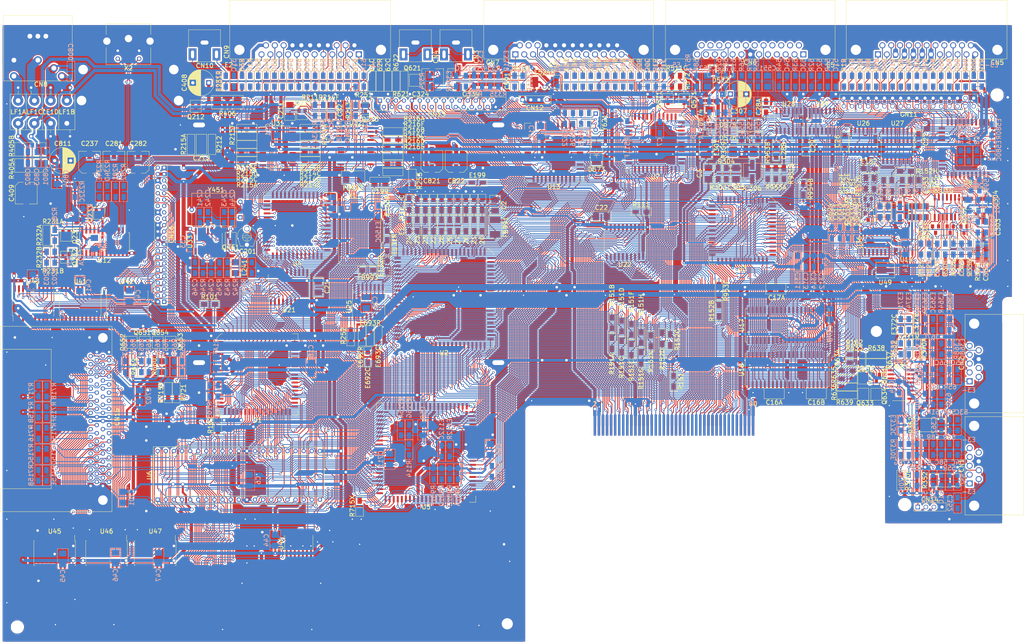
<source format=kicad_pcb>
(kicad_pcb (version 20171130) (host pcbnew 5.1.9-73d0e3b20d~88~ubuntu20.04.1)
  (layers (0 F.Cu mixed) (31 B.Cu mixed) (34 B.Paste user) (35 F.Paste user) (36 B.SilkS user) (37 F.SilkS user) (38 B.Mask user) (39 F.Mask user) (44 Edge.Cuts user))
  (net 0 "")
  (net 1 GND)
  (net 2 +VID)
  (net 3 7MHz_A)
  (net 4 "Net-(C211-Pad1)")
  (net 5 "Net-(C212-Pad1)")
  (net 6 "Net-(C212-Pad2)")
  (net 7 "Net-(C213-Pad2)")
  (net 8 "Net-(C213-Pad1)")
  (net 9 "Net-(C237-Pad2)")
  (net 10 "Net-(C241-Pad1)")
  (net 11 "Net-(C242-Pad2)")
  (net 12 "Net-(C243-Pad1)")
  (net 13 "Net-(C244-Pad2)")
  (net 14 "Net-(C246-Pad2)")
  (net 15 +AV)
  (net 16 AUDIO)
  (net 17 -AV)
  (net 18 "Net-(C311-Pad1)")
  (net 19 "Net-(C312-Pad1)")
  (net 20 "Net-(C313-Pad1)")
  (net 21 "Net-(C314-Pad1)")
  (net 22 LEFT)
  (net 23 "Net-(C321-Pad2)")
  (net 24 "Net-(C322-Pad1)")
  (net 25 "Net-(C322-Pad2)")
  (net 26 "Net-(C323-Pad1)")
  (net 27 AUDOUT)
  (net 28 "Net-(C331-Pad2)")
  (net 29 RIGHT)
  (net 30 "Net-(C332-Pad1)")
  (net 31 "Net-(C333-Pad1)")
  (net 32 "Net-(C334-Pad2)")
  (net 33 "Net-(C349-Pad1)")
  (net 34 "Net-(C352-Pad2)")
  (net 35 "Net-(C362-Pad2)")
  (net 36 +VOUT)
  (net 37 AUDIN)
  (net 38 "Net-(C551-Pad1)")
  (net 39 "Net-(C552-Pad1)")
  (net 40 +12V)
  (net 41 "Net-(C611-Pad1)")
  (net 42 "Net-(C612-Pad1)")
  (net 43 "Net-(C613-Pad1)")
  (net 44 "Net-(C621-Pad2)")
  (net 45 "Net-(C622-Pad2)")
  (net 46 NOISE)
  (net 47 "Net-(C800-Pad2)")
  (net 48 "Net-(C800-Pad1)")
  (net 49 -12V)
  (net 50 "Net-(CN1-Pad1)")
  (net 51 "Net-(CN1-Pad2)")
  (net 52 "Net-(CN1-Pad3)")
  (net 53 "Net-(CN1-Pad4)")
  (net 54 "Net-(CN1-Pad5)")
  (net 55 "Net-(CN1-Pad6)")
  (net 56 "Net-(CN1-Pad9)")
  (net 57 "Net-(CN2-Pad9)")
  (net 58 "Net-(CN2-Pad6)")
  (net 59 "Net-(CN2-Pad5)")
  (net 60 "Net-(CN2-Pad4)")
  (net 61 "Net-(CN2-Pad3)")
  (net 62 "Net-(CN2-Pad2)")
  (net 63 "Net-(CN2-Pad1)")
  (net 64 "Net-(CN3-Pad2)")
  (net 65 "Net-(CN3-Pad1)")
  (net 66 "Net-(CN5-Pad23)")
  (net 67 "Net-(CN11-Pad8)")
  (net 68 "Net-(CN11-Pad12)")
  (net 69 "Net-(CN5-Pad20)")
  (net 70 "Net-(CN11-Pad18)")
  (net 71 "Net-(CN11-Pad20)")
  (net 72 "Net-(CN11-Pad22)")
  (net 73 "Net-(CN11-Pad24)")
  (net 74 "Net-(CN11-Pad26)")
  (net 75 "Net-(CN11-Pad28)")
  (net 76 "Net-(CN11-Pad32)")
  (net 77 "Net-(CN5-Pad12)")
  (net 78 "Net-(CN11-Pad2)")
  (net 79 "Net-(CN5-Pad10)")
  (net 80 "Net-(CN5-Pad9)")
  (net 81 "Net-(CN5-Pad8)")
  (net 82 "Net-(CN11-Pad30)")
  (net 83 "Net-(CN11-Pad34)")
  (net 84 "Net-(CN6-Pad1)")
  (net 85 "Net-(CN6-Pad2)")
  (net 86 "Net-(CN6-Pad3)")
  (net 87 "Net-(CN6-Pad4)")
  (net 88 "Net-(CN6-Pad5)")
  (net 89 "Net-(CN6-Pad6)")
  (net 90 "Net-(CN6-Pad8)")
  (net 91 "Net-(CN6-Pad9)")
  (net 92 "Net-(CN6-Pad10)")
  (net 93 "Net-(CN6-Pad12)")
  (net 94 "Net-(CN6-Pad13)")
  (net 95 "Net-(CN6-Pad14)")
  (net 96 "Net-(CN6-Pad15)")
  (net 97 "Net-(CN6-Pad16)")
  (net 98 "Net-(CN6-Pad17)")
  (net 99 "Net-(CN6-Pad19)")
  (net 100 "Net-(CN6-Pad20)")
  (net 101 "Net-(CN6-Pad21)")
  (net 102 "Net-(CN6-Pad22)")
  (net 103 "Net-(CN6-Pad23)")
  (net 104 "Net-(CN6-Pad24)")
  (net 105 "Net-(CN6-Pad25)")
  (net 106 "Net-(CN7-Pad1)")
  (net 107 "Net-(CN7-Pad2)")
  (net 108 "Net-(CN7-Pad3)")
  (net 109 "Net-(CN7-Pad4)")
  (net 110 "Net-(CN7-Pad5)")
  (net 111 "Net-(CN7-Pad6)")
  (net 112 "Net-(CN7-Pad7)")
  (net 113 "Net-(CN7-Pad8)")
  (net 114 "Net-(CN7-Pad9)")
  (net 115 "Net-(CN7-Pad10)")
  (net 116 "Net-(CN7-Pad11)")
  (net 117 "Net-(CN7-Pad12)")
  (net 118 "Net-(CN7-Pad13)")
  (net 119 "Net-(CN7-Pad15)")
  (net 120 "Net-(CN7-Pad16)")
  (net 121 "Net-(CN8-Pad3)")
  (net 122 "Net-(CN8-Pad5)")
  (net 123 "Net-(CN9-Pad1)")
  (net 124 "Net-(CN9-Pad2)")
  (net 125 "Net-(CN9-Pad3)")
  (net 126 "Net-(CN9-Pad4)")
  (net 127 "Net-(CN9-Pad5)")
  (net 128 "Net-(CN9-Pad6)")
  (net 129 "Net-(CN9-Pad7)")
  (net 130 "Net-(CN9-Pad8)")
  (net 131 "Net-(CN9-Pad9)")
  (net 132 "Net-(CN9-Pad10)")
  (net 133 "Net-(CN9-Pad11)")
  (net 134 "Net-(CN9-Pad12)")
  (net 135 "Net-(CN9-Pad14)")
  (net 136 "Net-(CN9-Pad15)")
  (net 137 "Net-(CN9-Pad21)")
  (net 138 "Net-(CN9-Pad22)")
  (net 139 "Net-(CN9-Pad23)")
  (net 140 "Net-(CN10-Pad1)")
  (net 141 "Net-(CN10-Pad2)")
  (net 142 "Net-(CN11-Pad3)")
  (net 143 "Net-(CN11-Pad16)")
  (net 144 "Net-(CN11-Pad6)")
  (net 145 "Net-(CN11-Pad10)")
  (net 146 "Net-(CN11-Pad14)")
  (net 147 "Net-(CN13-Pad29)")
  (net 148 "Net-(CN13-Pad28)")
  (net 149 "Net-(CN13-Pad27)")
  (net 150 "Net-(CN13-Pad26)")
  (net 151 "Net-(CN13-Pad25)")
  (net 152 "Net-(CN13-Pad22)")
  (net 153 "Net-(CN13-Pad21)")
  (net 154 "Net-(CN13-Pad20)")
  (net 155 "Net-(CN13-Pad19)")
  (net 156 "Net-(CN13-Pad18)")
  (net 157 "Net-(CN13-Pad17)")
  (net 158 "Net-(CN13-Pad16)")
  (net 159 "Net-(CN13-Pad15)")
  (net 160 "Net-(CN13-Pad14)")
  (net 161 "Net-(CN13-Pad13)")
  (net 162 "Net-(CN13-Pad12)")
  (net 163 "Net-(CN13-Pad11)")
  (net 164 "Net-(CN13-Pad10)")
  (net 165 "Net-(CN13-Pad8)")
  (net 166 "Net-(CN13-Pad7)")
  (net 167 "Net-(CN13-Pad6)")
  (net 168 "Net-(CN13-Pad5)")
  (net 169 "Net-(CN13-Pad4)")
  (net 170 "Net-(CN13-Pad3)")
  (net 171 "Net-(CN13-Pad1)")
  (net 172 "Net-(CN13-Pad2)")
  (net 173 "Net-(CN14-Pad1)")
  (net 174 "Net-(CN14-Pad3)")
  (net 175 "/10. PCMCIA/CC_D3")
  (net 176 "/10. PCMCIA/CC_D4")
  (net 177 "/10. PCMCIA/CC_D5")
  (net 178 "/10. PCMCIA/CC_D6")
  (net 179 "/10. PCMCIA/CC_D7")
  (net 180 _CC_CEU)
  (net 181 "/10. PCMCIA/CC_A10")
  (net 182 _CC_OE)
  (net 183 "/10. PCMCIA/CC_A11")
  (net 184 "/10. PCMCIA/CC_A9")
  (net 185 "/10. PCMCIA/CC_A8")
  (net 186 "/10. PCMCIA/CC_A13")
  (net 187 "/10. PCMCIA/CC_A14")
  (net 188 _CC_WE_PGM)
  (net 189 "/10. PCMCIA/CC_A16")
  (net 190 "/10. PCMCIA/CC_A15")
  (net 191 "/10. PCMCIA/CC_A12")
  (net 192 "/10. PCMCIA/CC_A7")
  (net 193 "/10. PCMCIA/CC_A6")
  (net 194 "/10. PCMCIA/CC_A5")
  (net 195 "/10. PCMCIA/CC_A4")
  (net 196 "/10. PCMCIA/CC_A3")
  (net 197 "/10. PCMCIA/CC_A2")
  (net 198 "/10. PCMCIA/CC_A1")
  (net 199 "/10. PCMCIA/CC_A0")
  (net 200 "/10. PCMCIA/CC_D0")
  (net 201 "/10. PCMCIA/CC_D1")
  (net 202 "/10. PCMCIA/CC_D2")
  (net 203 "Net-(CN15-Pad43)")
  (net 204 "/10. PCMCIA/CC_D11")
  (net 205 "/10. PCMCIA/CC_D13")
  (net 206 "/10. PCMCIA/CC_A25")
  (net 207 "/10. PCMCIA/CC_A18")
  (net 208 "/10. PCMCIA/CC_A23")
  (net 209 CC_RESET)
  (net 210 "Net-(CN15-Pad60)")
  (net 211 _CC_REG)
  (net 212 "/10. PCMCIA/CC_A22")
  (net 213 "/10. PCMCIA/CC_A24")
  (net 214 "Net-(CN15-Pad57)")
  (net 215 "/10. PCMCIA/CC_D10")
  (net 216 "/10. PCMCIA/CC_D9")
  (net 217 _CC_CEL)
  (net 218 "/10. PCMCIA/CC_A20")
  (net 219 _CC_WAIT)
  (net 220 "/10. PCMCIA/CC_A19")
  (net 221 _CC_IORD)
  (net 222 "/10. PCMCIA/CC_D14")
  (net 223 "/10. PCMCIA/CC_D12")
  (net 224 "/10. PCMCIA/CC_A21")
  (net 225 "/10. PCMCIA/CC_D8")
  (net 226 "/10. PCMCIA/CC_D15")
  (net 227 "/10. PCMCIA/CC_A17")
  (net 228 _CC_IOWR)
  (net 229 "Net-(CN16-Pad44)")
  (net 230 _IDE_LED)
  (net 231 A4)
  (net 232 A2)
  (net 233 "Net-(CN16-Pad34)")
  (net 234 A3)
  (net 235 "Net-(CN16-Pad32)")
  (net 236 "Net-(CN16-Pad29)")
  (net 237 "Net-(CN16-Pad28)")
  (net 238 "Net-(CN16-Pad21)")
  (net 239 "Net-(CN16-Pad20)")
  (net 240 D7)
  (net 241 D8)
  (net 242 D6)
  (net 243 D9)
  (net 244 D5)
  (net 245 D10)
  (net 246 D4)
  (net 247 D11)
  (net 248 D3)
  (net 249 D12)
  (net 250 D2)
  (net 251 D13)
  (net 252 D1)
  (net 253 D14)
  (net 254 D0)
  (net 255 D15)
  (net 256 _RESET)
  (net 257 "Net-(D572-Pad2)")
  (net 258 _INDEX)
  (net 259 "Net-(E199-Pad1)")
  (net 260 14MHz)
  (net 261 E)
  (net 262 14MHz_A)
  (net 263 7MHz)
  (net 264 _CDAC_A)
  (net 265 _CDAC)
  (net 266 CCK_A)
  (net 267 CCK)
  (net 268 CCKQ_A)
  (net 269 CCKQ)
  (net 270 "Net-(EC150-Pad2)")
  (net 271 _BCASL[0])
  (net 272 _BCASL[1])
  (net 273 _BCASU[0])
  (net 274 _BCASU[1])
  (net 275 _XCLKEN)
  (net 276 XCLK)
  (net 277 M0V)
  (net 278 M0H)
  (net 279 M1V)
  (net 280 M1H)
  (net 281 "Net-(EC521-Pad1)")
  (net 282 "Net-(EC522-Pad1)")
  (net 283 "Net-(EC523-Pad1)")
  (net 284 "Net-(EC552-Pad1)")
  (net 285 "Net-(EC554-Pad1)")
  (net 286 "Net-(EC555-Pad1)")
  (net 287 "Net-(EC556-Pad1)")
  (net 288 "Net-(EC557-Pad2)")
  (net 289 _CCK)
  (net 290 _CCK_A)
  (net 291 "Net-(ER112-Pad1)")
  (net 292 "Net-(ER120-Pad1)")
  (net 293 "Net-(ER124-Pad1)")
  (net 294 "Net-(ER126-Pad1)")
  (net 295 "Net-(ER128-Pad1)")
  (net 296 "Net-(ER131-Pad2)")
  (net 297 "Net-(ER132-Pad2)")
  (net 298 "Net-(ER150-Pad1)")
  (net 299 _VSYNC)
  (net 300 _HSYNC)
  (net 301 _CSYNC_B)
  (net 302 R[3])
  (net 303 G[3])
  (net 304 B[3])
  (net 305 B[0])
  (net 306 AB)
  (net 307 AG)
  (net 308 AR)
  (net 309 CCK_B)
  (net 310 PIXELSW)
  (net 311 _FIRE0)
  (net 312 "Net-(ER355-Pad2)")
  (net 313 "Net-(ER356-Pad2)")
  (net 314 "Net-(ER357-Pad2)")
  (net 315 "Net-(ER358-Pad2)")
  (net 316 _FIRE1)
  (net 317 "Net-(ER365-Pad2)")
  (net 318 "Net-(ER366-Pad2)")
  (net 319 "Net-(ER367-Pad2)")
  (net 320 "Net-(ER368-Pad2)")
  (net 321 "Net-(ER371-Pad1)")
  (net 322 "Net-(ER372-Pad1)")
  (net 323 "Net-(ER373-Pad1)")
  (net 324 "Net-(ER374-Pad1)")
  (net 325 "/06. Serial, Parallel/PPD0")
  (net 326 "/06. Serial, Parallel/PPD1")
  (net 327 "/06. Serial, Parallel/PPD2")
  (net 328 "/06. Serial, Parallel/PPD3")
  (net 329 "/06. Serial, Parallel/PPD4")
  (net 330 "/06. Serial, Parallel/PPD5")
  (net 331 "/06. Serial, Parallel/PPD6")
  (net 332 "/06. Serial, Parallel/PPD7")
  (net 333 "Net-(ER551-Pad1)")
  (net 334 "Net-(ER553-Pad1)")
  (net 335 _DKRD)
  (net 336 _CHNG)
  (net 337 "Net-(ER692-Pad1)")
  (net 338 _X1M)
  (net 339 _SENSE)
  (net 340 _RTC_CS)
  (net 341 _TEST)
  (net 342 _SPARE_CS)
  (net 343 _NET_CS)
  (net 344 A5)
  (net 345 RGA1)
  (net 346 RGA2)
  (net 347 RGA3)
  (net 348 RGA4)
  (net 349 RGA5)
  (net 350 RGA6)
  (net 351 RGA7)
  (net 352 RGA8)
  (net 353 _BWE)
  (net 354 _ROE)
  (net 355 _BRAS[0])
  (net 356 _BRAS[1])
  (net 357 BDRA8)
  (net 358 BDRA9)
  (net 359 BDRA6)
  (net 360 BDRA7)
  (net 361 BDRA4)
  (net 362 BDRA5)
  (net 363 BDRA2)
  (net 364 BDRA3)
  (net 365 BDRA0)
  (net 366 BDRA1)
  (net 367 DRD14)
  (net 368 DRD15)
  (net 369 DRD12)
  (net 370 DRD13)
  (net 371 DRD0)
  (net 372 DRD1)
  (net 373 DRD2)
  (net 374 DRD3)
  (net 375 DRD4)
  (net 376 DRD5)
  (net 377 DRD6)
  (net 378 DRD7)
  (net 379 DRD8)
  (net 380 DRD9)
  (net 381 DRD11)
  (net 382 DRD10)
  (net 383 "Net-(Q211-Pad1)")
  (net 384 "Net-(Q212-Pad1)")
  (net 385 "Net-(Q213-Pad1)")
  (net 386 "Net-(Q231-Pad1)")
  (net 387 "Net-(Q231-Pad2)")
  (net 388 "Net-(Q232-Pad2)")
  (net 389 "Net-(Q232-Pad1)")
  (net 390 "Net-(Q233-Pad2)")
  (net 391 "Net-(Q233-Pad1)")
  (net 392 "Net-(Q321-Pad3)")
  (net 393 "Net-(Q331-Pad3)")
  (net 394 "Net-(Q341-Pad1)")
  (net 395 "Net-(Q341-Pad3)")
  (net 396 "Net-(Q461-Pad3)")
  (net 397 "Net-(Q511-Pad1)")
  (net 398 "Net-(Q621-Pad3)")
  (net 399 "Net-(Q621-Pad1)")
  (net 400 "Net-(Q622-Pad1)")
  (net 401 "Net-(Q631-Pad1)")
  (net 402 "Net-(Q632-Pad1)")
  (net 403 "Net-(Q633-Pad1)")
  (net 404 "Net-(Q634-Pad1)")
  (net 405 "Net-(Q651-Pad1)")
  (net 406 "Net-(Q651-Pad3)")
  (net 407 "Net-(Q652-Pad1)")
  (net 408 "Net-(Q653-Pad3)")
  (net 409 "Net-(Q653-Pad1)")
  (net 410 "Net-(R102-Pad2)")
  (net 411 "Net-(R103-Pad2)")
  (net 412 "Net-(R111-Pad2)")
  (net 413 _DTACK)
  (net 414 "Net-(R113-Pad2)")
  (net 415 "Net-(R114-Pad2)")
  (net 416 "Net-(R202-Pad2)")
  (net 417 MONO)
  (net 418 "Net-(R515-Pad1)")
  (net 419 "Net-(R621-Pad1)")
  (net 420 _LED)
  (net 421 PE12)
  (net 422 PE5)
  (net 423 DRA0)
  (net 424 DRA8)
  (net 425 "Net-(RA231-Pad1)")
  (net 426 _KB_CLOCK)
  (net 427 _HLT)
  (net 428 _IPL0)
  (net 429 DRA1)
  (net 430 _DWE)
  (net 431 "Net-(RB231-Pad1)")
  (net 432 _KB_DATA)
  (net 433 _RST)
  (net 434 _IPL1)
  (net 435 DRA2)
  (net 436 _RAS[0])
  (net 437 "Net-(RC214-Pad1)")
  (net 438 "Net-(RC215-Pad1)")
  (net 439 "Net-(RC216-Pad1)")
  (net 440 "Net-(RC231-Pad1)")
  (net 441 _LDS)
  (net 442 _IPL2)
  (net 443 DRA3)
  (net 444 _RAS[1])
  (net 445 "Net-(RD214-Pad1)")
  (net 446 "Net-(RD215-Pad1)")
  (net 447 "Net-(RD216-Pad1)")
  (net 448 _UDS)
  (net 449 DRA4)
  (net 450 "Net-(RE152-Pad1)")
  (net 451 "Net-(RE214-Pad1)")
  (net 452 "Net-(RE215-Pad1)")
  (net 453 R_W)
  (net 454 DRA5)
  (net 455 "Net-(RF152-Pad1)")
  (net 456 _AS)
  (net 457 DRA6)
  (net 458 "Net-(RG152-Pad1)")
  (net 459 DRA7)
  (net 460 "Net-(RH152-Pad1)")
  (net 461 "Net-(U1-Pad11)")
  (net 462 "Net-(U1-Pad21)")
  (net 463 "Net-(U1-Pad22)")
  (net 464 "Net-(U1-Pad28)")
  (net 465 "Net-(U1-Pad29)")
  (net 466 "Net-(U1-Pad30)")
  (net 467 A1)
  (net 468 A6)
  (net 469 A7)
  (net 470 A8)
  (net 471 A9)
  (net 472 A10)
  (net 473 A11)
  (net 474 A12)
  (net 475 A13)
  (net 476 A14)
  (net 477 A15)
  (net 478 A16)
  (net 479 A17)
  (net 480 A18)
  (net 481 A19)
  (net 482 A20)
  (net 483 A23)
  (net 484 DRA9)
  (net 485 _CASU)
  (net 486 _CASL)
  (net 487 "Net-(U2-Pad25)")
  (net 488 "Net-(U2-Pad23)")
  (net 489 "Net-(U2-Pad20)")
  (net 490 "Net-(U2-Pad19)")
  (net 491 DMAL)
  (net 492 _INT3)
  (net 493 _CSYNC)
  (net 494 DKWE)
  (net 495 "Net-(U32-Pad13)")
  (net 496 "Net-(U31-Pad11)")
  (net 497 "Net-(U31-Pad13)")
  (net 498 "Net-(U31-Pad15)")
  (net 499 "Net-(U31-Pad17)")
  (net 500 "Net-(U32-Pad2)")
  (net 501 "Net-(U32-Pad4)")
  (net 502 "Net-(U32-Pad6)")
  (net 503 "Net-(U32-Pad8)")
  (net 504 "Net-(U31-Pad2)")
  (net 505 "Net-(U31-Pad4)")
  (net 506 "Net-(U31-Pad6)")
  (net 507 "Net-(U31-Pad8)")
  (net 508 "Net-(U4-Pad19)")
  (net 509 _FLASH)
  (net 510 _ROMEN)
  (net 511 "Net-(U5-Pad25)")
  (net 512 "Net-(U5-Pad26)")
  (net 513 _ODD_CIA)
  (net 514 _EVEN_CIA)
  (net 515 "Net-(U7-Pad2)")
  (net 516 "Net-(U29-Pad8)")
  (net 517 "Net-(U29-Pad6)")
  (net 518 "Net-(U29-Pad11)")
  (net 519 "Net-(U28-Pad4)")
  (net 520 "Net-(U28-Pad12)")
  (net 521 "Net-(U8-Pad20)")
  (net 522 "Net-(U13-Pad2)")
  (net 523 "Net-(U26-Pad10)")
  (net 524 "Net-(U26-Pad6)")
  (net 525 "Net-(U26-Pad5)")
  (net 526 "Net-(U26-Pad3)")
  (net 527 "Net-(U33-Pad2)")
  (net 528 "Net-(U33-Pad11)")
  (net 529 "Net-(U44-Pad13)")
  (net 530 "Net-(U44-Pad10)")
  (net 531 _RDY)
  (net 532 _SEL2)
  (net 533 _SIDE)
  (net 534 _WPROT)
  (net 535 _TRK0)
  (net 536 _STEP)
  (net 537 DIR)
  (net 538 _SEL3)
  (net 539 _SEL1)
  (net 540 "Net-(C211-Pad2)")
  (net 541 "Net-(CN7-Pad14)")
  (net 542 "Net-(CN13-Pad23)")
  (net 543 "Net-(CN13-Pad24)")
  (net 544 "Net-(CN14-Pad2)")
  (net 545 "Net-(D573-Pad2)")
  (net 546 "Net-(ER131-Pad1)")
  (net 547 "Net-(Q654-Pad1)")
  (net 548 "Net-(R101-Pad2)")
  (net 549 "Net-(R624-Pad1)")
  (net 550 A22)
  (net 551 A21)
  (net 552 "Net-(U33-Pad12)")
  (net 553 "Net-(C245-Pad1)")
  (net 554 "Net-(C332-Pad2)")
  (net 555 "Net-(ER321-Pad1)")
  (net 556 "Net-(ER331-Pad1)")
  (net 557 "Net-(ER558-Pad2)")
  (net 558 "Net-(C281-Pad2)")
  (net 559 "Net-(C281-Pad1)")
  (net 560 "Net-(C282-Pad1)")
  (net 561 "Net-(C282-Pad2)")
  (net 562 "Net-(R281-Pad1)")
  (net 563 "Net-(R282-Pad1)")
  (net 564 "Net-(C237-Pad1)")
  (net 565 "Net-(RD234-Pad1)")
  (net 566 "Net-(D571-Pad1)")
  (net 567 "Net-(R280-Pad2)")
  (net 568 "Net-(C2-Pad1)")
  (net 569 "Net-(C3-Pad1)")
  (net 570 "Net-(C25-Pad1)")
  (net 571 "Net-(C199-Pad1)")
  (net 572 "Net-(C711-Pad1)")
  (net 573 "Net-(CA28-Pad1)")
  (net 574 "Net-(CB28-Pad1)")
  (net 575 _CC_CD[2])
  (net 576 _CC_BVD[1])
  (net 577 _CC_BVD[2])
  (net 578 _CC_CD[1])
  (net 579 _CC_WP)
  (net 580 _CC_BUSY_IREQ)
  (net 581 _IDE_CS[2])
  (net 582 _IDE_CS[1])
  (net 583 _IDE_IRQ)
  (net 584 _WAIT)
  (net 585 _IORD)
  (net 586 _IOWR)
  (net 587 "Net-(ER132-Pad1)")
  (net 588 _SEL0)
  (net 589 _MTRX)
  (net 590 _DKWEB)
  (net 591 _DKWDB)
  (net 592 _MTR0)
  (net 593 _INT2)
  (net 594 _INT6)
  (net 595 _KB_RESET)
  (net 596 "Net-(R346-Pad1)")
  (net 597 _CC_ENA)
  (net 598 _DKWD)
  (net 599 _OE)
  (net 600 _WE)
  (net 601 _REG)
  (net 602 _MTR)
  (net 603 "Net-(U25-Pad4)")
  (net 604 "Net-(U27-Pad10)")
  (net 605 "Net-(U27-Pad9)")
  (net 606 "Net-(U27-Pad7)")
  (net 607 "Net-(U27-Pad6)")
  (net 608 "Net-(U44-Pad1)")
  (net 609 "Net-(U44-Pad4)")
  (net 610 VPP)
  (net 611 _TXD)
  (net 612 _RXD)
  (net 613 AVREF)
  (net 614 +5V)
  (module MyLibrary:S-Video (layer F.Cu) (at 39.878 4.699)
    (fp_text reference X2 hide)
    (fp_text value MINI-DIN hide)
    (pad 0 thru_hole circle (at -14.692 19.409) (size 3.4 3.4) (drill 3) (layers *.Cu *.Mask) (net 1 GND))
    (pad 0 thru_hole circle (at -14.2 9.709) (size 3.4 3.4) (drill 3) (layers *.Cu *.Mask) (net 1 GND))
    (pad 0 thru_hole circle (at 14.2 9.709) (size 3.4 3.4) (drill 3) (layers *.Cu *.Mask) (net 1 GND))
    (pad 0 thru_hole circle (at 15.708 19.409) (size 3.4 3.4) (drill 3) (layers *.Cu *.Mask) (net 1 GND))
    (pad 4 thru_hole circle (at 3.35 6.3) (size 1.37 1.37) (drill 0.8) (layers *.Cu *.Mask) (net 561 "Net-(C282-Pad2)"))
    (pad 3 thru_hole circle (at -3.35 6.3) (size 1.37 1.37) (drill 0.8) (layers *.Cu *.Mask) (net 558 "Net-(C281-Pad2)"))
    (pad 2 thru_hole circle (at 3.35 3.8) (size 1.37 1.37) (drill 0.8) (layers *.Cu *.Mask) (net 1 GND))
    (pad 1 thru_hole circle (at -3.35 3.8) (size 1.37 1.37) (drill 0.8) (layers *.Cu *.Mask) (net 1 GND))
    (pad 0 thru_hole circle (at 6.76 0.81) (size 3.3 3.3) (drill 2.3) (layers *.Cu *.Mask) (net 1 GND))
    (pad 0 thru_hole circle (at -6.76 0.81) (size 3.3 3.3) (drill 2.3) (layers *.Cu *.Mask) (net 1 GND))
    (pad 0 thru_hole circle (at 0 0) (size 3.3 3.3) (drill 2.3) (layers *.Cu *.Mask) (net 1 GND))
  )
  (module MyLibrary:Crystal (layer F.Cu) (at 74.93 60.706 90)
    (fp_text reference Y451 hide)
    (fp_text value 4.433619MHz hide)
    (pad 3 thru_hole circle (at 2.44 -15.24 90) (size 1.37 1.37) (drill 0.8) (layers *.Cu *.Mask) (net 1 GND))
    (pad 1 thru_hole rect (at 0 0 90) (size 1.37 1.37) (drill 0.8) (layers *.Cu *.Mask) (net 11 "Net-(C242-Pad2)"))
    (pad 2 thru_hole circle (at 4.88 0 90) (size 1.37 1.37) (drill 0.8) (layers *.Cu *.Mask) (net 12 "Net-(C243-Pad1)"))
  )
  (module MyLibrary:Hole (layer F.Cu) (at 311.912 22.352)
    (fp_text reference H1 hide)
    (fp_text value MountingHole hide)
    (pad "" np_thru_hole circle (at 0 0) (size 3.2 3.2) (drill 3.2) (layers *.Cu *.Mask))
  )
  (module MyLibrary:Hole (layer F.Cu) (at 5.08 188.976)
    (fp_text reference H2 hide)
    (fp_text value MountingHole hide)
    (pad "" np_thru_hole circle (at 0 0) (size 3.2 3.2) (drill 3.2) (layers *.Cu *.Mask))
  )
  (module MyLibrary:Hole (layer F.Cu) (at 282.956 150.622)
    (fp_text reference H3 hide)
    (fp_text value MountingHole hide)
    (pad "" np_thru_hole circle (at 0 0) (size 3.2 3.2) (drill 3.2) (layers *.Cu *.Mask))
  )
  (module MyLibrary:SMD_MELF (layer F.Cu) (at 186.436 40.64 90)
    (fp_text reference D573 hide)
    (fp_text value 1N4001 hide)
    (pad 1 smd custom (at -2.6 0 90) (size 1.8 2.8) (layers F.Cu F.Paste F.Mask) (net 614 +5V) (options (clearance outline) (anchor rect)) (primitives))
    (pad 2 smd custom (at 2.6 0 90) (size 1.8 2.8) (layers F.Cu F.Paste F.Mask) (net 545 "Net-(D573-Pad2)") (options (clearance outline) (anchor rect)) (primitives))
  )
  (module MyLibrary:SMD_MELF (layer F.Cu) (at 234.442 31.75 180)
    (fp_text reference D575 hide)
    (fp_text value 1N4001 hide)
    (pad 1 smd custom (at -2.6 0 180) (size 1.8 2.8) (layers F.Cu F.Paste F.Mask) (net 573 "Net-(CA28-Pad1)") (options (clearance outline) (anchor rect)) (primitives))
    (pad 2 smd custom (at 2.6 0 180) (size 1.8 2.8) (layers F.Cu F.Paste F.Mask) (net 40 +12V) (options (clearance outline) (anchor rect)) (primitives))
  )
  (module MyLibrary:SMD_MELF (layer F.Cu) (at 225.298 14.732 180)
    (fp_text reference D572 hide)
    (fp_text value 1N4001 hide)
    (pad 1 smd custom (at -2.6 0 180) (size 1.8 2.8) (layers F.Cu F.Paste F.Mask) (net 614 +5V) (options (clearance outline) (anchor rect)) (primitives))
    (pad 2 smd custom (at 2.6 0 180) (size 1.8 2.8) (layers F.Cu F.Paste F.Mask) (net 257 "Net-(D572-Pad2)") (options (clearance outline) (anchor rect)) (primitives))
  )
  (module MyLibrary:SMD_MELF (layer F.Cu) (at 221.996 29.464 90)
    (fp_text reference D574 hide)
    (fp_text value 1N4001 hide)
    (pad 1 smd custom (at -2.6 0 90) (size 1.8 2.8) (layers F.Cu F.Paste F.Mask) (net 614 +5V) (options (clearance outline) (anchor rect)) (primitives))
    (pad 2 smd custom (at 2.6 0 90) (size 1.8 2.8) (layers F.Cu F.Paste F.Mask) (net 258 _INDEX) (options (clearance outline) (anchor rect)) (primitives))
  )
  (module MyLibrary:SMD_MELF (layer F.Cu) (at 234.442 35.814)
    (fp_text reference D576 hide)
    (fp_text value 1N4001 hide)
    (pad 1 smd custom (at -2.6 0) (size 1.8 2.8) (layers F.Cu F.Paste F.Mask) (net 49 -12V) (options (clearance outline) (anchor rect)) (primitives))
    (pad 2 smd custom (at 2.6 0) (size 1.8 2.8) (layers F.Cu F.Paste F.Mask) (net 574 "Net-(CB28-Pad1)") (options (clearance outline) (anchor rect)) (primitives))
  )
  (module MyLibrary:PCMCIA (layer F.Cu) (at 33.782 102.87 270)
    (fp_text reference CN15 hide)
    (fp_text value PCMCIA hide)
    (pad 68 thru_hole circle (at 41.91 5.73 270) (size 1.37 1.37) (drill 0.8) (layers *.Cu *.Mask) (net 1 GND))
    (pad 67 thru_hole circle (at 40.64 3.82 270) (size 1.37 1.37) (drill 0.8) (layers *.Cu *.Mask) (net 575 _CC_CD[2]))
    (pad 66 thru_hole circle (at 39.37 5.73 270) (size 1.37 1.37) (drill 0.8) (layers *.Cu *.Mask) (net 215 "/10. PCMCIA/CC_D10"))
    (pad 65 thru_hole circle (at 38.1 3.82 270) (size 1.37 1.37) (drill 0.8) (layers *.Cu *.Mask) (net 216 "/10. PCMCIA/CC_D9"))
    (pad 64 thru_hole circle (at 36.83 5.73 270) (size 1.37 1.37) (drill 0.8) (layers *.Cu *.Mask) (net 225 "/10. PCMCIA/CC_D8"))
    (pad 63 thru_hole circle (at 35.56 3.82 270) (size 1.37 1.37) (drill 0.8) (layers *.Cu *.Mask) (net 576 _CC_BVD[1]))
    (pad 62 thru_hole circle (at 34.29 5.73 270) (size 1.37 1.37) (drill 0.8) (layers *.Cu *.Mask) (net 577 _CC_BVD[2]))
    (pad 61 thru_hole circle (at 33.02 3.82 270) (size 1.37 1.37) (drill 0.8) (layers *.Cu *.Mask) (net 211 _CC_REG))
    (pad 60 thru_hole circle (at 31.75 5.73 270) (size 1.37 1.37) (drill 0.8) (layers *.Cu *.Mask) (net 210 "Net-(CN15-Pad60)"))
    (pad 59 thru_hole circle (at 30.48 3.82 270) (size 1.37 1.37) (drill 0.8) (layers *.Cu *.Mask) (net 219 _CC_WAIT))
    (pad 58 thru_hole circle (at 29.21 5.73 270) (size 1.37 1.37) (drill 0.8) (layers *.Cu *.Mask) (net 209 CC_RESET))
    (pad 57 thru_hole circle (at 27.94 3.82 270) (size 1.37 1.37) (drill 0.8) (layers *.Cu *.Mask) (net 214 "Net-(CN15-Pad57)"))
    (pad 56 thru_hole circle (at 26.67 5.73 270) (size 1.37 1.37) (drill 0.8) (layers *.Cu *.Mask) (net 206 "/10. PCMCIA/CC_A25"))
    (pad 55 thru_hole circle (at 25.4 3.82 270) (size 1.37 1.37) (drill 0.8) (layers *.Cu *.Mask) (net 213 "/10. PCMCIA/CC_A24"))
    (pad 54 thru_hole circle (at 24.13 5.73 270) (size 1.37 1.37) (drill 0.8) (layers *.Cu *.Mask) (net 208 "/10. PCMCIA/CC_A23"))
    (pad 53 thru_hole circle (at 22.86 3.82 270) (size 1.37 1.37) (drill 0.8) (layers *.Cu *.Mask) (net 212 "/10. PCMCIA/CC_A22"))
    (pad 52 thru_hole circle (at 21.59 5.73 270) (size 1.37 1.37) (drill 0.8) (layers *.Cu *.Mask) (net 610 VPP))
    (pad 51 thru_hole circle (at 20.32 3.82 270) (size 1.37 1.37) (drill 0.8) (layers *.Cu *.Mask) (net 614 +5V))
    (pad 50 thru_hole circle (at 19.05 5.73 270) (size 1.37 1.37) (drill 0.8) (layers *.Cu *.Mask) (net 224 "/10. PCMCIA/CC_A21"))
    (pad 49 thru_hole circle (at 17.78 3.82 270) (size 1.37 1.37) (drill 0.8) (layers *.Cu *.Mask) (net 218 "/10. PCMCIA/CC_A20"))
    (pad 48 thru_hole circle (at 16.51 5.73 270) (size 1.37 1.37) (drill 0.8) (layers *.Cu *.Mask) (net 220 "/10. PCMCIA/CC_A19"))
    (pad 47 thru_hole circle (at 15.24 3.82 270) (size 1.37 1.37) (drill 0.8) (layers *.Cu *.Mask) (net 207 "/10. PCMCIA/CC_A18"))
    (pad 46 thru_hole circle (at 13.97 5.73 270) (size 1.37 1.37) (drill 0.8) (layers *.Cu *.Mask) (net 227 "/10. PCMCIA/CC_A17"))
    (pad 45 thru_hole circle (at 12.7 3.82 270) (size 1.37 1.37) (drill 0.8) (layers *.Cu *.Mask) (net 228 _CC_IOWR))
    (pad 44 thru_hole circle (at 11.43 5.73 270) (size 1.37 1.37) (drill 0.8) (layers *.Cu *.Mask) (net 221 _CC_IORD))
    (pad 43 thru_hole circle (at 10.16 3.82 270) (size 1.37 1.37) (drill 0.8) (layers *.Cu *.Mask) (net 203 "Net-(CN15-Pad43)"))
    (pad 42 thru_hole circle (at 8.89 5.73 270) (size 1.37 1.37) (drill 0.8) (layers *.Cu *.Mask) (net 217 _CC_CEL))
    (pad 41 thru_hole circle (at 7.62 3.82 270) (size 1.37 1.37) (drill 0.8) (layers *.Cu *.Mask) (net 226 "/10. PCMCIA/CC_D15"))
    (pad 40 thru_hole circle (at 6.35 5.73 270) (size 1.37 1.37) (drill 0.8) (layers *.Cu *.Mask) (net 222 "/10. PCMCIA/CC_D14"))
    (pad 39 thru_hole circle (at 5.08 3.82 270) (size 1.37 1.37) (drill 0.8) (layers *.Cu *.Mask) (net 205 "/10. PCMCIA/CC_D13"))
    (pad 38 thru_hole circle (at 3.81 5.73 270) (size 1.37 1.37) (drill 0.8) (layers *.Cu *.Mask) (net 223 "/10. PCMCIA/CC_D12"))
    (pad 37 thru_hole circle (at 2.54 3.82 270) (size 1.37 1.37) (drill 0.8) (layers *.Cu *.Mask) (net 204 "/10. PCMCIA/CC_D11"))
    (pad 36 thru_hole circle (at 1.27 5.73 270) (size 1.37 1.37) (drill 0.8) (layers *.Cu *.Mask) (net 578 _CC_CD[1]))
    (pad 35 thru_hole circle (at 0 3.82 270) (size 1.37 1.37) (drill 0.8) (layers *.Cu *.Mask) (net 1 GND))
    (pad 34 thru_hole circle (at 41.91 1.91 270) (size 1.37 1.37) (drill 0.8) (layers *.Cu *.Mask) (net 1 GND))
    (pad 33 thru_hole circle (at 40.64 0 270) (size 1.37 1.37) (drill 0.8) (layers *.Cu *.Mask) (net 579 _CC_WP))
    (pad 32 thru_hole circle (at 39.37 1.91 270) (size 1.37 1.37) (drill 0.8) (layers *.Cu *.Mask) (net 202 "/10. PCMCIA/CC_D2"))
    (pad 31 thru_hole circle (at 38.1 0 270) (size 1.37 1.37) (drill 0.8) (layers *.Cu *.Mask) (net 201 "/10. PCMCIA/CC_D1"))
    (pad 30 thru_hole circle (at 36.83 1.91 270) (size 1.37 1.37) (drill 0.8) (layers *.Cu *.Mask) (net 200 "/10. PCMCIA/CC_D0"))
    (pad 29 thru_hole circle (at 35.56 0 270) (size 1.37 1.37) (drill 0.8) (layers *.Cu *.Mask) (net 199 "/10. PCMCIA/CC_A0"))
    (pad 28 thru_hole circle (at 34.29 1.91 270) (size 1.37 1.37) (drill 0.8) (layers *.Cu *.Mask) (net 198 "/10. PCMCIA/CC_A1"))
    (pad 27 thru_hole circle (at 33.02 0 270) (size 1.37 1.37) (drill 0.8) (layers *.Cu *.Mask) (net 197 "/10. PCMCIA/CC_A2"))
    (pad 26 thru_hole circle (at 31.75 1.91 270) (size 1.37 1.37) (drill 0.8) (layers *.Cu *.Mask) (net 196 "/10. PCMCIA/CC_A3"))
    (pad 25 thru_hole circle (at 30.48 0 270) (size 1.37 1.37) (drill 0.8) (layers *.Cu *.Mask) (net 195 "/10. PCMCIA/CC_A4"))
    (pad 24 thru_hole circle (at 29.21 1.91 270) (size 1.37 1.37) (drill 0.8) (layers *.Cu *.Mask) (net 194 "/10. PCMCIA/CC_A5"))
    (pad 23 thru_hole circle (at 27.94 0 270) (size 1.37 1.37) (drill 0.8) (layers *.Cu *.Mask) (net 193 "/10. PCMCIA/CC_A6"))
    (pad 22 thru_hole circle (at 26.67 1.91 270) (size 1.37 1.37) (drill 0.8) (layers *.Cu *.Mask) (net 192 "/10. PCMCIA/CC_A7"))
    (pad 21 thru_hole circle (at 25.4 0 270) (size 1.37 1.37) (drill 0.8) (layers *.Cu *.Mask) (net 191 "/10. PCMCIA/CC_A12"))
    (pad 20 thru_hole circle (at 24.13 1.91 270) (size 1.37 1.37) (drill 0.8) (layers *.Cu *.Mask) (net 190 "/10. PCMCIA/CC_A15"))
    (pad 19 thru_hole circle (at 22.86 0 270) (size 1.37 1.37) (drill 0.8) (layers *.Cu *.Mask) (net 189 "/10. PCMCIA/CC_A16"))
    (pad 18 thru_hole circle (at 21.59 1.91 270) (size 1.37 1.37) (drill 0.8) (layers *.Cu *.Mask) (net 610 VPP))
    (pad 17 thru_hole circle (at 20.32 0 270) (size 1.37 1.37) (drill 0.8) (layers *.Cu *.Mask) (net 614 +5V))
    (pad 16 thru_hole circle (at 19.05 1.91 270) (size 1.37 1.37) (drill 0.8) (layers *.Cu *.Mask) (net 580 _CC_BUSY_IREQ))
    (pad 15 thru_hole circle (at 17.78 0 270) (size 1.37 1.37) (drill 0.8) (layers *.Cu *.Mask) (net 188 _CC_WE_PGM))
    (pad 14 thru_hole circle (at 16.51 1.91 270) (size 1.37 1.37) (drill 0.8) (layers *.Cu *.Mask) (net 187 "/10. PCMCIA/CC_A14"))
    (pad 13 thru_hole circle (at 15.24 0 270) (size 1.37 1.37) (drill 0.8) (layers *.Cu *.Mask) (net 186 "/10. PCMCIA/CC_A13"))
    (pad 12 thru_hole circle (at 13.97 1.91 270) (size 1.37 1.37) (drill 0.8) (layers *.Cu *.Mask) (net 185 "/10. PCMCIA/CC_A8"))
    (pad 11 thru_hole circle (at 12.7 0 270) (size 1.37 1.37) (drill 0.8) (layers *.Cu *.Mask) (net 184 "/10. PCMCIA/CC_A9"))
    (pad 10 thru_hole circle (at 11.43 1.91 270) (size 1.37 1.37) (drill 0.8) (layers *.Cu *.Mask) (net 183 "/10. PCMCIA/CC_A11"))
    (pad 9 thru_hole circle (at 10.16 0 270) (size 1.37 1.37) (drill 0.8) (layers *.Cu *.Mask) (net 182 _CC_OE))
    (pad 8 thru_hole circle (at 8.89 1.91 270) (size 1.37 1.37) (drill 0.8) (layers *.Cu *.Mask) (net 181 "/10. PCMCIA/CC_A10"))
    (pad 7 thru_hole circle (at 7.62 0 270) (size 1.37 1.37) (drill 0.8) (layers *.Cu *.Mask) (net 180 _CC_CEU))
    (pad 6 thru_hole circle (at 6.35 1.91 270) (size 1.37 1.37) (drill 0.8) (layers *.Cu *.Mask) (net 179 "/10. PCMCIA/CC_D7"))
    (pad 5 thru_hole circle (at 5.08 0 270) (size 1.37 1.37) (drill 0.8) (layers *.Cu *.Mask) (net 178 "/10. PCMCIA/CC_D6"))
    (pad 4 thru_hole circle (at 3.81 1.91 270) (size 1.37 1.37) (drill 0.8) (layers *.Cu *.Mask) (net 177 "/10. PCMCIA/CC_D5"))
    (pad 3 thru_hole circle (at 2.54 0 270) (size 1.37 1.37) (drill 0.8) (layers *.Cu *.Mask) (net 176 "/10. PCMCIA/CC_D4"))
    (pad 1 thru_hole rect (at 0 0 270) (size 1.37 1.37) (drill 0.8) (layers *.Cu *.Mask) (net 1 GND))
    (pad 0 thru_hole circle (at -4.45 1.91 270) (size 4 4) (drill 3) (layers *.Cu *.Mask) (net 1 GND))
    (pad 0 thru_hole circle (at 46.36 1.91 270) (size 4 4) (drill 3) (layers *.Cu *.Mask) (net 1 GND))
    (pad 2 thru_hole circle (at 1.27 1.91 270) (size 1.37 1.37) (drill 0.8) (layers *.Cu *.Mask) (net 175 "/10. PCMCIA/CC_D3"))
  )
  (module MyLibrary:MT1-4 (layer F.Cu) (at 61.976 106.172)
    (fp_text reference MT1 hide)
    (fp_text value MountingHole_Pad hide)
    (pad 1 thru_hole rect (at 0 0) (size 5 2.5) (drill oval 3.75 1.5) (layers *.Cu *.Mask) (net 1 GND))
  )
  (module MyLibrary:MT1-4 (layer F.Cu) (at 155.702 106.172)
    (fp_text reference MT2 hide)
    (fp_text value MountingHole_Pad hide)
    (pad 1 thru_hole rect (at 0 0) (size 5 2.5) (drill oval 3.75 1.5) (layers *.Cu *.Mask) (net 1 GND))
  )
  (module MyLibrary:MT1-4 (layer F.Cu) (at 155.702 31.75)
    (fp_text reference MT3 hide)
    (fp_text value MountingHole_Pad hide)
    (pad 1 thru_hole rect (at 0 0) (size 5 2.5) (drill oval 3.75 1.5) (layers *.Cu *.Mask) (net 1 GND))
  )
  (module MyLibrary:MT1-4 (layer F.Cu) (at 61.976 31.75)
    (fp_text reference MT4 hide)
    (fp_text value MountingHole_Pad hide)
    (pad 1 thru_hole rect (at 0 0) (size 5 2.5) (drill oval 3.75 1.5) (layers *.Cu *.Mask) (net 1 GND))
  )
  (module MyLibrary:SOIC-16-DUAL (layer F.Cu) (at 280.67 39.751 90)
    (fp_text reference U27 hide)
    (fp_text value 74F139 hide)
    (pad 16 smd rect (at 6.2 -4.445 90) (size 2 0.6) (layers F.Cu F.Paste F.Mask) (net 614 +5V))
    (pad 10 smd rect (at 6.2 3.175 90) (size 2 0.6) (layers F.Cu F.Paste F.Mask) (net 604 "Net-(U27-Pad10)"))
    (pad 15 smd rect (at 6.2 -3.175 90) (size 2 0.6) (layers F.Cu F.Paste F.Mask) (net 266 CCK_A))
    (pad 13 smd rect (at 6.2 -0.635 90) (size 2 0.6) (layers F.Cu F.Paste F.Mask) (net 485 _CASU))
    (pad 9 smd rect (at 6.2 4.445 90) (size 2 0.6) (layers F.Cu F.Paste F.Mask) (net 605 "Net-(U27-Pad9)"))
    (pad 14 smd rect (at 6.2 -1.905 90) (size 2 0.6) (layers F.Cu F.Paste F.Mask) (net 525 "Net-(U26-Pad5)"))
    (pad 12 smd rect (at 6.2 0.635 90) (size 2 0.6) (layers F.Cu F.Paste F.Mask) (net 458 "Net-(RG152-Pad1)"))
    (pad 11 smd rect (at 6.2 1.905 90) (size 2 0.6) (layers F.Cu F.Paste F.Mask) (net 460 "Net-(RH152-Pad1)"))
    (pad 16 smd rect (at 3.1 -4.445 90) (size 2 0.6) (layers F.Cu F.Paste F.Mask) (net 614 +5V))
    (pad 15 smd rect (at 3.1 -3.175 90) (size 2 0.6) (layers F.Cu F.Paste F.Mask) (net 266 CCK_A))
    (pad 14 smd rect (at 3.1 -1.905 90) (size 2 0.6) (layers F.Cu F.Paste F.Mask) (net 525 "Net-(U26-Pad5)"))
    (pad 13 smd rect (at 3.1 -0.635 90) (size 2 0.6) (layers F.Cu F.Paste F.Mask) (net 485 _CASU))
    (pad 12 smd rect (at 3.1 0.635 90) (size 2 0.6) (layers F.Cu F.Paste F.Mask) (net 458 "Net-(RG152-Pad1)"))
    (pad 11 smd rect (at 3.1 1.905 90) (size 2 0.6) (layers F.Cu F.Paste F.Mask) (net 460 "Net-(RH152-Pad1)"))
    (pad 10 smd rect (at 3.1 3.175 90) (size 2 0.6) (layers F.Cu F.Paste F.Mask) (net 604 "Net-(U27-Pad10)"))
    (pad 9 smd rect (at 3.1 4.445 90) (size 2 0.6) (layers F.Cu F.Paste F.Mask) (net 605 "Net-(U27-Pad9)"))
    (pad 8 smd rect (at -3.1 4.445 90) (size 2 0.6) (layers F.Cu F.Paste F.Mask) (net 1 GND))
    (pad 7 smd rect (at -3.1 3.175 90) (size 2 0.6) (layers F.Cu F.Paste F.Mask) (net 606 "Net-(U27-Pad7)"))
    (pad 6 smd rect (at -3.1 1.905 90) (size 2 0.6) (layers F.Cu F.Paste F.Mask) (net 607 "Net-(U27-Pad6)"))
    (pad 5 smd rect (at -3.1 0.635 90) (size 2 0.6) (layers F.Cu F.Paste F.Mask) (net 455 "Net-(RF152-Pad1)"))
    (pad 4 smd rect (at -3.1 -0.635 90) (size 2 0.6) (layers F.Cu F.Paste F.Mask) (net 450 "Net-(RE152-Pad1)"))
    (pad 3 smd rect (at -3.1 -1.905 90) (size 2 0.6) (layers F.Cu F.Paste F.Mask) (net 486 _CASL))
    (pad 2 smd rect (at -3.1 -3.175 90) (size 2 0.6) (layers F.Cu F.Paste F.Mask) (net 525 "Net-(U26-Pad5)"))
    (pad 1 smd rect (at -3.1 -4.445 90) (size 2 0.6) (layers F.Cu F.Paste F.Mask) (net 266 CCK_A))
  )
  (module MyLibrary:SOIC-16-DUAL (layer F.Cu) (at 115.062 88.646 90)
    (fp_text reference U25 hide)
    (fp_text value 74F258 hide)
    (pad 16 smd rect (at 6.2 -4.445 90) (size 2 0.6) (layers F.Cu F.Paste F.Mask) (net 570 "Net-(C25-Pad1)"))
    (pad 10 smd rect (at 6.2 3.175 90) (size 2 0.6) (layers F.Cu F.Paste F.Mask) (net 484 DRA9))
    (pad 15 smd rect (at 6.2 -3.175 90) (size 2 0.6) (layers F.Cu F.Paste F.Mask) (net 1 GND))
    (pad 13 smd rect (at 6.2 -0.635 90) (size 2 0.6) (layers F.Cu F.Paste F.Mask) (net 296 "Net-(ER131-Pad2)"))
    (pad 9 smd rect (at 6.2 4.445 90) (size 2 0.6) (layers F.Cu F.Paste F.Mask) (net 298 "Net-(ER150-Pad1)"))
    (pad 14 smd rect (at 6.2 -1.905 90) (size 2 0.6) (layers F.Cu F.Paste F.Mask) (net 276 XCLK))
    (pad 12 smd rect (at 6.2 0.635 90) (size 2 0.6) (layers F.Cu F.Paste F.Mask) (net 587 "Net-(ER132-Pad1)"))
    (pad 11 smd rect (at 6.2 1.905 90) (size 2 0.6) (layers F.Cu F.Paste F.Mask) (net 484 DRA9))
    (pad 16 smd rect (at 3.1 -4.445 90) (size 2 0.6) (layers F.Cu F.Paste F.Mask) (net 570 "Net-(C25-Pad1)"))
    (pad 15 smd rect (at 3.1 -3.175 90) (size 2 0.6) (layers F.Cu F.Paste F.Mask) (net 1 GND))
    (pad 14 smd rect (at 3.1 -1.905 90) (size 2 0.6) (layers F.Cu F.Paste F.Mask) (net 276 XCLK))
    (pad 13 smd rect (at 3.1 -0.635 90) (size 2 0.6) (layers F.Cu F.Paste F.Mask) (net 296 "Net-(ER131-Pad2)"))
    (pad 12 smd rect (at 3.1 0.635 90) (size 2 0.6) (layers F.Cu F.Paste F.Mask) (net 587 "Net-(ER132-Pad1)"))
    (pad 11 smd rect (at 3.1 1.905 90) (size 2 0.6) (layers F.Cu F.Paste F.Mask) (net 484 DRA9))
    (pad 10 smd rect (at 3.1 3.175 90) (size 2 0.6) (layers F.Cu F.Paste F.Mask) (net 484 DRA9))
    (pad 9 smd rect (at 3.1 4.445 90) (size 2 0.6) (layers F.Cu F.Paste F.Mask) (net 298 "Net-(ER150-Pad1)"))
    (pad 8 smd rect (at -3.1 4.445 90) (size 2 0.6) (layers F.Cu F.Paste F.Mask) (net 1 GND))
    (pad 7 smd rect (at -3.1 3.175 90) (size 2 0.6) (layers F.Cu F.Paste F.Mask) (net 337 "Net-(ER692-Pad1)"))
    (pad 6 smd rect (at -3.1 1.905 90) (size 2 0.6) (layers F.Cu F.Paste F.Mask) (net 267 CCK))
    (pad 5 smd rect (at -3.1 0.635 90) (size 2 0.6) (layers F.Cu F.Paste F.Mask) (net 267 CCK))
    (pad 4 smd rect (at -3.1 -0.635 90) (size 2 0.6) (layers F.Cu F.Paste F.Mask) (net 603 "Net-(U25-Pad4)"))
    (pad 3 smd rect (at -3.1 -1.905 90) (size 2 0.6) (layers F.Cu F.Paste F.Mask) (net 1 GND))
    (pad 2 smd rect (at -3.1 -3.175 90) (size 2 0.6) (layers F.Cu F.Paste F.Mask) (net 1 GND))
    (pad 1 smd rect (at -3.1 -4.445 90) (size 2 0.6) (layers F.Cu F.Paste F.Mask) (net 275 _XCLKEN))
  )
  (module MyLibrary:Floppy (layer F.Cu) (at 304.546 23.368 270)
    (fp_text reference CN11 hide)
    (fp_text value FLOPPY hide)
    (pad 34 thru_hole circle (at 2.54 40.64 270) (size 1.37 1.37) (drill 1) (layers *.Cu *.Mask) (net 83 "Net-(CN11-Pad34)"))
    (pad 33 thru_hole circle (at 0 40.64 270) (size 1.37 1.37) (drill 1) (layers *.Cu *.Mask) (net 1 GND))
    (pad 32 thru_hole circle (at 2.54 38.1 270) (size 1.37 1.37) (drill 1) (layers *.Cu *.Mask) (net 76 "Net-(CN11-Pad32)"))
    (pad 31 thru_hole circle (at 0 38.1 270) (size 1.37 1.37) (drill 1) (layers *.Cu *.Mask) (net 1 GND))
    (pad 30 thru_hole circle (at 2.54 35.56 270) (size 1.37 1.37) (drill 1) (layers *.Cu *.Mask) (net 82 "Net-(CN11-Pad30)"))
    (pad 29 thru_hole circle (at 0 35.56 270) (size 1.37 1.37) (drill 1) (layers *.Cu *.Mask) (net 1 GND))
    (pad 28 thru_hole circle (at 2.54 33.02 270) (size 1.37 1.37) (drill 1) (layers *.Cu *.Mask) (net 75 "Net-(CN11-Pad28)"))
    (pad 27 thru_hole circle (at 0 33.02 270) (size 1.37 1.37) (drill 1) (layers *.Cu *.Mask) (net 1 GND))
    (pad 26 thru_hole circle (at 2.54 30.48 270) (size 1.37 1.37) (drill 1) (layers *.Cu *.Mask) (net 74 "Net-(CN11-Pad26)"))
    (pad 25 thru_hole circle (at 0 30.48 270) (size 1.37 1.37) (drill 1) (layers *.Cu *.Mask) (net 1 GND))
    (pad 24 thru_hole circle (at 2.54 27.94 270) (size 1.37 1.37) (drill 1) (layers *.Cu *.Mask) (net 73 "Net-(CN11-Pad24)"))
    (pad 23 thru_hole circle (at 0 27.94 270) (size 1.37 1.37) (drill 1) (layers *.Cu *.Mask) (net 1 GND))
    (pad 22 thru_hole circle (at 2.54 25.4 270) (size 1.37 1.37) (drill 1) (layers *.Cu *.Mask) (net 72 "Net-(CN11-Pad22)"))
    (pad 21 thru_hole circle (at 0 25.4 270) (size 1.37 1.37) (drill 1) (layers *.Cu *.Mask) (net 1 GND))
    (pad 20 thru_hole circle (at 2.54 22.86 270) (size 1.37 1.37) (drill 1) (layers *.Cu *.Mask) (net 71 "Net-(CN11-Pad20)"))
    (pad 19 thru_hole circle (at 0 22.86 270) (size 1.37 1.37) (drill 1) (layers *.Cu *.Mask) (net 1 GND))
    (pad 18 thru_hole circle (at 2.54 20.32 270) (size 1.37 1.37) (drill 1) (layers *.Cu *.Mask) (net 70 "Net-(CN11-Pad18)"))
    (pad 17 thru_hole circle (at 0 20.32 270) (size 1.37 1.37) (drill 1) (layers *.Cu *.Mask) (net 1 GND))
    (pad 16 thru_hole circle (at 2.54 17.78 270) (size 1.37 1.37) (drill 1) (layers *.Cu *.Mask) (net 143 "Net-(CN11-Pad16)"))
    (pad 15 thru_hole circle (at 0 17.78 270) (size 1.37 1.37) (drill 1) (layers *.Cu *.Mask) (net 1 GND))
    (pad 14 thru_hole circle (at 2.54 15.24 270) (size 1.37 1.37) (drill 1) (layers *.Cu *.Mask) (net 146 "Net-(CN11-Pad14)"))
    (pad 13 thru_hole circle (at 0 15.24 270) (size 1.37 1.37) (drill 1) (layers *.Cu *.Mask) (net 1 GND))
    (pad 12 thru_hole circle (at 2.54 12.7 270) (size 1.37 1.37) (drill 1) (layers *.Cu *.Mask) (net 68 "Net-(CN11-Pad12)"))
    (pad 11 thru_hole circle (at 0 12.7 270) (size 1.37 1.37) (drill 1) (layers *.Cu *.Mask) (net 1 GND))
    (pad 10 thru_hole circle (at 2.54 10.16 270) (size 1.37 1.37) (drill 1) (layers *.Cu *.Mask) (net 145 "Net-(CN11-Pad10)"))
    (pad 9 thru_hole circle (at 0 10.16 270) (size 1.37 1.37) (drill 1) (layers *.Cu *.Mask) (net 1 GND))
    (pad 8 thru_hole circle (at 2.54 7.62 270) (size 1.37 1.37) (drill 1) (layers *.Cu *.Mask) (net 67 "Net-(CN11-Pad8)"))
    (pad 7 thru_hole circle (at 0 7.62 270) (size 1.37 1.37) (drill 1) (layers *.Cu *.Mask) (net 1 GND))
    (pad 6 thru_hole circle (at 2.54 5.08 270) (size 1.37 1.37) (drill 1) (layers *.Cu *.Mask) (net 144 "Net-(CN11-Pad6)"))
    (pad 5 thru_hole circle (at 0 5.08 270) (size 1.37 1.37) (drill 1) (layers *.Cu *.Mask) (net 1 GND))
    (pad 4 thru_hole circle (at 2.54 2.54 270) (size 1.37 1.37) (drill 1) (layers *.Cu *.Mask) (net 143 "Net-(CN11-Pad16)"))
    (pad 3 thru_hole circle (at 0 2.54 270) (size 1.37 1.37) (drill 1) (layers *.Cu *.Mask) (net 142 "Net-(CN11-Pad3)"))
    (pad 2 thru_hole circle (at 2.54 0 270) (size 1.37 1.37) (drill 1) (layers *.Cu *.Mask) (net 78 "Net-(CN11-Pad2)"))
    (pad 1 thru_hole rect (at 0 0 270) (size 1.37 1.37) (drill 1) (layers *.Cu *.Mask) (net 1 GND))
  )
  (module MyLibrary:Power (layer F.Cu) (at 16.51 13.97 180)
    (fp_text reference CN8 hide)
    (fp_text value POWER hide)
    (pad 5 thru_hole circle (at 5 2.5 180) (size 2.25 2.25) (drill 1.5) (layers *.Cu *.Mask) (net 122 "Net-(CN8-Pad5)"))
    (pad 4 thru_hole circle (at -2.5 -2.5 180) (size 2.25 2.25) (drill 1.5) (layers *.Cu *.Mask) (net 48 "Net-(C800-Pad1)"))
    (pad 1 thru_hole circle (at 0 0 180) (size 2.25 2.25) (drill 1.5) (layers *.Cu *.Mask) (net 47 "Net-(C800-Pad2)"))
    (pad 2 thru_hole circle (at 12.5 2.5 180) (size 2.25 2.25) (drill 1.5) (layers *.Cu *.Mask) (net 1 GND))
    (pad 3 thru_hole circle (at 12.5 -2.5 180) (size 2.25 2.25) (drill 1.5) (layers *.Cu *.Mask) (net 121 "Net-(CN8-Pad3)"))
    (pad 0 thru_hole circle (at 2.5 10 180) (size 2.25 2.25) (drill 1.5) (layers *.Cu *.Mask) (net 1 GND))
    (pad 0 thru_hole circle (at 7.5 10 180) (size 2.25 2.25) (drill 1.5) (layers *.Cu *.Mask) (net 1 GND))
    (pad 0 thru_hole circle (at 5 10 180) (size 2.25 2.25) (drill 1.5) (layers *.Cu *.Mask) (net 1 GND))
  )
  (module MyLibrary:DB23S (layer F.Cu) (at 274.574 9.652 180)
    (fp_text reference CN5 hide)
    (fp_text value DB23S hide)
    (pad 23 thru_hole circle (at -29.085 2.84 180) (size 1.9 1.9) (drill 1.3) (layers *.Cu *.Mask) (net 66 "Net-(CN5-Pad23)"))
    (pad 22 thru_hole circle (at -26.315 2.84 180) (size 1.9 1.9) (drill 1.3) (layers *.Cu *.Mask) (net 67 "Net-(CN11-Pad8)"))
    (pad 21 thru_hole circle (at -23.545 2.84 180) (size 1.9 1.9) (drill 1.3) (layers *.Cu *.Mask) (net 68 "Net-(CN11-Pad12)"))
    (pad 20 thru_hole circle (at -20.775 2.84 180) (size 1.9 1.9) (drill 1.3) (layers *.Cu *.Mask) (net 69 "Net-(CN5-Pad20)"))
    (pad 19 thru_hole circle (at -18.005 2.84 180) (size 1.9 1.9) (drill 1.3) (layers *.Cu *.Mask) (net 70 "Net-(CN11-Pad18)"))
    (pad 18 thru_hole circle (at -15.235 2.84 180) (size 1.9 1.9) (drill 1.3) (layers *.Cu *.Mask) (net 71 "Net-(CN11-Pad20)"))
    (pad 17 thru_hole circle (at -12.465 2.84 180) (size 1.9 1.9) (drill 1.3) (layers *.Cu *.Mask) (net 72 "Net-(CN11-Pad22)"))
    (pad 16 thru_hole circle (at -9.695 2.84 180) (size 1.9 1.9) (drill 1.3) (layers *.Cu *.Mask) (net 73 "Net-(CN11-Pad24)"))
    (pad 15 thru_hole circle (at -6.925 2.84 180) (size 1.9 1.9) (drill 1.3) (layers *.Cu *.Mask) (net 74 "Net-(CN11-Pad26)"))
    (pad 14 thru_hole circle (at -4.155 2.84 180) (size 1.9 1.9) (drill 1.3) (layers *.Cu *.Mask) (net 75 "Net-(CN11-Pad28)"))
    (pad 13 thru_hole circle (at -1.385 2.84 180) (size 1.9 1.9) (drill 1.3) (layers *.Cu *.Mask) (net 76 "Net-(CN11-Pad32)"))
    (pad 12 thru_hole circle (at -30.47 0 180) (size 1.9 1.9) (drill 1.3) (layers *.Cu *.Mask) (net 77 "Net-(CN5-Pad12)"))
    (pad 11 thru_hole circle (at -27.7 0 180) (size 1.9 1.9) (drill 1.3) (layers *.Cu *.Mask) (net 78 "Net-(CN11-Pad2)"))
    (pad 10 thru_hole circle (at -24.93 0 180) (size 1.9 1.9) (drill 1.3) (layers *.Cu *.Mask) (net 79 "Net-(CN5-Pad10)"))
    (pad 9 thru_hole circle (at -22.16 0 180) (size 1.9 1.9) (drill 1.3) (layers *.Cu *.Mask) (net 80 "Net-(CN5-Pad9)"))
    (pad 8 thru_hole circle (at -19.39 0 180) (size 1.9 1.9) (drill 1.3) (layers *.Cu *.Mask) (net 81 "Net-(CN5-Pad8)"))
    (pad 7 thru_hole circle (at -16.62 0 180) (size 1.9 1.9) (drill 1.3) (layers *.Cu *.Mask) (net 1 GND))
    (pad 6 thru_hole circle (at -13.85 0 180) (size 1.9 1.9) (drill 1.3) (layers *.Cu *.Mask) (net 1 GND))
    (pad 5 thru_hole circle (at -11.08 0 180) (size 1.9 1.9) (drill 1.3) (layers *.Cu *.Mask) (net 1 GND))
    (pad 4 thru_hole circle (at -8.31 0 180) (size 1.9 1.9) (drill 1.3) (layers *.Cu *.Mask) (net 1 GND))
    (pad 3 thru_hole circle (at -5.54 0 180) (size 1.9 1.9) (drill 1.3) (layers *.Cu *.Mask) (net 1 GND))
    (pad 0 thru_hole circle (at 6.93 1.42 180) (size 5.2 5.2) (drill 3.2) (layers *.Cu *.Mask) (net 1 GND))
    (pad 0 thru_hole circle (at -37.4 1.42 180) (size 5.2 5.2) (drill 3.2) (layers *.Cu *.Mask) (net 1 GND))
    (pad 2 thru_hole circle (at -2.77 0 180) (size 1.9 1.9) (drill 1.3) (layers *.Cu *.Mask) (net 82 "Net-(CN11-Pad30)"))
    (pad 1 thru_hole rect (at 0 0 180) (size 1.9 1.9) (drill 1.3) (layers *.Cu *.Mask) (net 83 "Net-(CN11-Pad34)"))
  )
  (module MyLibrary:DB25P (layer F.Cu) (at 251.206 9.652 180)
    (fp_text reference CN6 hide)
    (fp_text value DB25P hide)
    (pad 25 thru_hole circle (at 31.855 2.84 180) (size 1.9 1.9) (drill 1.3) (layers *.Cu *.Mask) (net 105 "Net-(CN6-Pad25)"))
    (pad 24 thru_hole circle (at 29.085 2.84 180) (size 1.9 1.9) (drill 1.3) (layers *.Cu *.Mask) (net 104 "Net-(CN6-Pad24)"))
    (pad 23 thru_hole circle (at 26.315 2.84 180) (size 1.9 1.9) (drill 1.3) (layers *.Cu *.Mask) (net 103 "Net-(CN6-Pad23)"))
    (pad 22 thru_hole circle (at 23.545 2.84 180) (size 1.9 1.9) (drill 1.3) (layers *.Cu *.Mask) (net 102 "Net-(CN6-Pad22)"))
    (pad 21 thru_hole circle (at 20.775 2.84 180) (size 1.9 1.9) (drill 1.3) (layers *.Cu *.Mask) (net 101 "Net-(CN6-Pad21)"))
    (pad 20 thru_hole circle (at 18.005 2.84 180) (size 1.9 1.9) (drill 1.3) (layers *.Cu *.Mask) (net 100 "Net-(CN6-Pad20)"))
    (pad 19 thru_hole circle (at 15.235 2.84 180) (size 1.9 1.9) (drill 1.3) (layers *.Cu *.Mask) (net 99 "Net-(CN6-Pad19)"))
    (pad 18 thru_hole circle (at 12.465 2.84 180) (size 1.9 1.9) (drill 1.3) (layers *.Cu *.Mask) (net 38 "Net-(C551-Pad1)"))
    (pad 17 thru_hole circle (at 9.695 2.84 180) (size 1.9 1.9) (drill 1.3) (layers *.Cu *.Mask) (net 98 "Net-(CN6-Pad17)"))
    (pad 16 thru_hole circle (at 6.925 2.84 180) (size 1.9 1.9) (drill 1.3) (layers *.Cu *.Mask) (net 97 "Net-(CN6-Pad16)"))
    (pad 15 thru_hole circle (at 4.155 2.84 180) (size 1.9 1.9) (drill 1.3) (layers *.Cu *.Mask) (net 96 "Net-(CN6-Pad15)"))
    (pad 14 thru_hole circle (at 1.385 2.84 180) (size 1.9 1.9) (drill 1.3) (layers *.Cu *.Mask) (net 95 "Net-(CN6-Pad14)"))
    (pad 13 thru_hole circle (at 33.24 0 180) (size 1.9 1.9) (drill 1.3) (layers *.Cu *.Mask) (net 94 "Net-(CN6-Pad13)"))
    (pad 12 thru_hole circle (at 30.47 0 180) (size 1.9 1.9) (drill 1.3) (layers *.Cu *.Mask) (net 93 "Net-(CN6-Pad12)"))
    (pad 11 thru_hole circle (at 27.7 0 180) (size 1.9 1.9) (drill 1.3) (layers *.Cu *.Mask) (net 39 "Net-(C552-Pad1)"))
    (pad 10 thru_hole circle (at 24.93 0 180) (size 1.9 1.9) (drill 1.3) (layers *.Cu *.Mask) (net 92 "Net-(CN6-Pad10)"))
    (pad 9 thru_hole circle (at 22.16 0 180) (size 1.9 1.9) (drill 1.3) (layers *.Cu *.Mask) (net 91 "Net-(CN6-Pad9)"))
    (pad 8 thru_hole circle (at 19.39 0 180) (size 1.9 1.9) (drill 1.3) (layers *.Cu *.Mask) (net 90 "Net-(CN6-Pad8)"))
    (pad 7 thru_hole circle (at 16.62 0 180) (size 1.9 1.9) (drill 1.3) (layers *.Cu *.Mask) (net 1 GND))
    (pad 6 thru_hole circle (at 13.85 0 180) (size 1.9 1.9) (drill 1.3) (layers *.Cu *.Mask) (net 89 "Net-(CN6-Pad6)"))
    (pad 5 thru_hole circle (at 11.08 0 180) (size 1.9 1.9) (drill 1.3) (layers *.Cu *.Mask) (net 88 "Net-(CN6-Pad5)"))
    (pad 4 thru_hole circle (at 8.31 0 180) (size 1.9 1.9) (drill 1.3) (layers *.Cu *.Mask) (net 87 "Net-(CN6-Pad4)"))
    (pad 3 thru_hole circle (at 5.54 0 180) (size 1.9 1.9) (drill 1.3) (layers *.Cu *.Mask) (net 86 "Net-(CN6-Pad3)"))
    (pad 0 thru_hole circle (at 40.17 1.42 180) (size 5.2 5.2) (drill 3.2) (layers *.Cu *.Mask) (net 1 GND))
    (pad 0 thru_hole circle (at -6.93 1.42 180) (size 5.2 5.2) (drill 3.2) (layers *.Cu *.Mask) (net 1 GND))
    (pad 2 thru_hole circle (at 2.77 0 180) (size 1.9 1.9) (drill 1.3) (layers *.Cu *.Mask) (net 85 "Net-(CN6-Pad2)"))
    (pad 1 thru_hole rect (at 0 0 180) (size 1.9 1.9) (drill 1.3) (layers *.Cu *.Mask) (net 84 "Net-(CN6-Pad1)"))
  )
  (module MyLibrary:DB25S (layer F.Cu) (at 161.036 9.652 180)
    (fp_text reference CN7 hide)
    (fp_text value DB25S hide)
    (pad 25 thru_hole circle (at -31.855 2.84 180) (size 1.9 1.9) (drill 1.3) (layers *.Cu *.Mask) (net 1 GND))
    (pad 24 thru_hole circle (at -29.085 2.84 180) (size 1.9 1.9) (drill 1.3) (layers *.Cu *.Mask) (net 1 GND))
    (pad 23 thru_hole circle (at -26.315 2.84 180) (size 1.9 1.9) (drill 1.3) (layers *.Cu *.Mask) (net 1 GND))
    (pad 22 thru_hole circle (at -23.545 2.84 180) (size 1.9 1.9) (drill 1.3) (layers *.Cu *.Mask) (net 1 GND))
    (pad 21 thru_hole circle (at -20.775 2.84 180) (size 1.9 1.9) (drill 1.3) (layers *.Cu *.Mask) (net 1 GND))
    (pad 20 thru_hole circle (at -18.005 2.84 180) (size 1.9 1.9) (drill 1.3) (layers *.Cu *.Mask) (net 1 GND))
    (pad 19 thru_hole circle (at -15.235 2.84 180) (size 1.9 1.9) (drill 1.3) (layers *.Cu *.Mask) (net 1 GND))
    (pad 18 thru_hole circle (at -12.465 2.84 180) (size 1.9 1.9) (drill 1.3) (layers *.Cu *.Mask) (net 1 GND))
    (pad 17 thru_hole circle (at -9.695 2.84 180) (size 1.9 1.9) (drill 1.3) (layers *.Cu *.Mask) (net 1 GND))
    (pad 16 thru_hole circle (at -6.925 2.84 180) (size 1.9 1.9) (drill 1.3) (layers *.Cu *.Mask) (net 120 "Net-(CN7-Pad16)"))
    (pad 15 thru_hole circle (at -4.155 2.84 180) (size 1.9 1.9) (drill 1.3) (layers *.Cu *.Mask) (net 119 "Net-(CN7-Pad15)"))
    (pad 14 thru_hole circle (at -1.385 2.84 180) (size 1.9 1.9) (drill 1.3) (layers *.Cu *.Mask) (net 541 "Net-(CN7-Pad14)"))
    (pad 13 thru_hole circle (at -33.24 0 180) (size 1.9 1.9) (drill 1.3) (layers *.Cu *.Mask) (net 118 "Net-(CN7-Pad13)"))
    (pad 12 thru_hole circle (at -30.47 0 180) (size 1.9 1.9) (drill 1.3) (layers *.Cu *.Mask) (net 117 "Net-(CN7-Pad12)"))
    (pad 11 thru_hole circle (at -27.7 0 180) (size 1.9 1.9) (drill 1.3) (layers *.Cu *.Mask) (net 116 "Net-(CN7-Pad11)"))
    (pad 10 thru_hole circle (at -24.93 0 180) (size 1.9 1.9) (drill 1.3) (layers *.Cu *.Mask) (net 115 "Net-(CN7-Pad10)"))
    (pad 9 thru_hole circle (at -22.16 0 180) (size 1.9 1.9) (drill 1.3) (layers *.Cu *.Mask) (net 114 "Net-(CN7-Pad9)"))
    (pad 8 thru_hole circle (at -19.39 0 180) (size 1.9 1.9) (drill 1.3) (layers *.Cu *.Mask) (net 113 "Net-(CN7-Pad8)"))
    (pad 7 thru_hole circle (at -16.62 0 180) (size 1.9 1.9) (drill 1.3) (layers *.Cu *.Mask) (net 112 "Net-(CN7-Pad7)"))
    (pad 6 thru_hole circle (at -13.85 0 180) (size 1.9 1.9) (drill 1.3) (layers *.Cu *.Mask) (net 111 "Net-(CN7-Pad6)"))
    (pad 5 thru_hole circle (at -11.08 0 180) (size 1.9 1.9) (drill 1.3) (layers *.Cu *.Mask) (net 110 "Net-(CN7-Pad5)"))
    (pad 4 thru_hole circle (at -8.31 0 180) (size 1.9 1.9) (drill 1.3) (layers *.Cu *.Mask) (net 109 "Net-(CN7-Pad4)"))
    (pad 3 thru_hole circle (at -5.54 0 180) (size 1.9 1.9) (drill 1.3) (layers *.Cu *.Mask) (net 108 "Net-(CN7-Pad3)"))
    (pad 0 thru_hole circle (at 6.93 1.42 180) (size 5.2 5.2) (drill 3.2) (layers *.Cu *.Mask) (net 1 GND))
    (pad 0 thru_hole circle (at -40.17 1.42 180) (size 5.2 5.2) (drill 3.2) (layers *.Cu *.Mask) (net 1 GND))
    (pad 2 thru_hole circle (at -2.77 0 180) (size 1.9 1.9) (drill 1.3) (layers *.Cu *.Mask) (net 107 "Net-(CN7-Pad2)"))
    (pad 1 thru_hole rect (at 0 0 180) (size 1.9 1.9) (drill 1.3) (layers *.Cu *.Mask) (net 106 "Net-(CN7-Pad1)"))
  )
  (module MyLibrary:MT6 (layer F.Cu) (at 274.066 96.393)
    (fp_text reference MT6 hide)
    (fp_text value MountingHole_Pad hide)
    (pad 1 thru_hole rect (at 0 0) (size 8.128 8.128) (drill 3.5) (layers *.Cu *.Mask) (net 1 GND))
  )
  (module MyLibrary:PLCC-44 (layer F.Cu) (at 204.851 37.338 270)
    (fp_text reference U7 hide)
    (fp_text value 8520 hide)
    (pad 6 smd rect (at -6.35 -8.1925 270) (size 0.6 2) (layers F.Cu F.Paste F.Mask))
    (pad 5 smd rect (at -5.08 -8.1925 270) (size 0.6 2) (layers F.Cu F.Paste F.Mask))
    (pad 4 smd rect (at -3.81 -8.1925 270) (size 0.6 2) (layers F.Cu F.Paste F.Mask) (net 336 _CHNG))
    (pad 3 smd rect (at -2.54 -8.1925 270) (size 0.6 2) (layers F.Cu F.Paste F.Mask) (net 420 _LED))
    (pad 2 smd rect (at -1.27 -8.1925 270) (size 0.6 2) (layers F.Cu F.Paste F.Mask) (net 515 "Net-(U7-Pad2)"))
    (pad 1 smd rect (at 0 -8.1925 270) (size 0.6 2) (layers F.Cu F.Paste F.Mask) (net 1 GND))
    (pad 44 smd rect (at 1.27 -8.1925 270) (size 0.6 2) (layers F.Cu F.Paste F.Mask) (net 426 _KB_CLOCK))
    (pad 43 smd rect (at 2.54 -8.1925 270) (size 0.6 2) (layers F.Cu F.Paste F.Mask) (net 432 _KB_DATA))
    (pad 42 smd rect (at 3.81 -8.1925 270) (size 0.6 2) (layers F.Cu F.Paste F.Mask) (net 470 A8))
    (pad 41 smd rect (at 5.08 -8.1925 270) (size 0.6 2) (layers F.Cu F.Paste F.Mask) (net 471 A9))
    (pad 40 smd rect (at 6.35 -8.1925 270) (size 0.6 2) (layers F.Cu F.Paste F.Mask))
    (pad 28 smd rect (at 6.35 8.1925 270) (size 0.6 2) (layers F.Cu F.Paste F.Mask))
    (pad 27 smd rect (at 5.08 8.1925 270) (size 0.6 2) (layers F.Cu F.Paste F.Mask) (net 261 E))
    (pad 26 smd rect (at 3.81 8.1925 270) (size 0.6 2) (layers F.Cu F.Paste F.Mask) (net 257 "Net-(D572-Pad2)"))
    (pad 25 smd rect (at 2.54 8.1925 270) (size 0.6 2) (layers F.Cu F.Paste F.Mask) (net 513 _ODD_CIA))
    (pad 24 smd rect (at 1.27 8.1925 270) (size 0.6 2) (layers F.Cu F.Paste F.Mask) (net 453 R_W))
    (pad 23 smd rect (at 0 8.1925 270) (size 0.6 2) (layers F.Cu F.Paste F.Mask) (net 593 _INT2))
    (pad 22 smd rect (at -1.27 8.1925 270) (size 0.6 2) (layers F.Cu F.Paste F.Mask) (net 614 +5V))
    (pad 21 smd rect (at -2.54 8.1925 270) (size 0.6 2) (layers F.Cu F.Paste F.Mask) (net 299 _VSYNC))
    (pad 20 smd rect (at -3.81 8.1925 270) (size 0.6 2) (layers F.Cu F.Paste F.Mask) (net 545 "Net-(D573-Pad2)"))
    (pad 19 smd rect (at -5.08 8.1925 270) (size 0.6 2) (layers F.Cu F.Paste F.Mask) (net 332 "/06. Serial, Parallel/PPD7"))
    (pad 39 smd rect (at 8.1925 -6.35 270) (size 2 0.6) (layers F.Cu F.Paste F.Mask) (net 472 A10))
    (pad 38 smd rect (at 8.1925 -5.08 270) (size 2 0.6) (layers F.Cu F.Paste F.Mask) (net 473 A11))
    (pad 37 smd rect (at 8.1925 -3.81 270) (size 2 0.6) (layers F.Cu F.Paste F.Mask) (net 433 _RST))
    (pad 36 smd rect (at 8.1925 -2.54 270) (size 2 0.6) (layers F.Cu F.Paste F.Mask) (net 254 D0))
    (pad 35 smd rect (at 8.1925 -1.27 270) (size 2 0.6) (layers F.Cu F.Paste F.Mask) (net 252 D1))
    (pad 34 smd rect (at 8.1925 0 270) (size 2 0.6) (layers F.Cu F.Paste F.Mask) (net 250 D2))
    (pad 33 smd rect (at 8.1925 1.27 270) (size 2 0.6) (layers F.Cu F.Paste F.Mask) (net 248 D3))
    (pad 32 smd rect (at 8.1925 2.54 270) (size 2 0.6) (layers F.Cu F.Paste F.Mask) (net 246 D4))
    (pad 31 smd rect (at 8.1925 3.81 270) (size 2 0.6) (layers F.Cu F.Paste F.Mask) (net 244 D5))
    (pad 30 smd rect (at 8.1925 5.08 270) (size 2 0.6) (layers F.Cu F.Paste F.Mask) (net 242 D6))
    (pad 29 smd rect (at 8.1925 6.35 270) (size 2 0.6) (layers F.Cu F.Paste F.Mask) (net 240 D7))
    (pad 17 smd rect (at -8.1925 6.35 270) (size 2 0.6) (layers F.Cu F.Paste F.Mask) (net 330 "/06. Serial, Parallel/PPD5"))
    (pad 16 smd rect (at -8.1925 5.08 270) (size 2 0.6) (layers F.Cu F.Paste F.Mask) (net 329 "/06. Serial, Parallel/PPD4"))
    (pad 15 smd rect (at -8.1925 3.81 270) (size 2 0.6) (layers F.Cu F.Paste F.Mask) (net 328 "/06. Serial, Parallel/PPD3"))
    (pad 14 smd rect (at -8.1925 2.54 270) (size 2 0.6) (layers F.Cu F.Paste F.Mask) (net 327 "/06. Serial, Parallel/PPD2"))
    (pad 13 smd rect (at -8.1925 1.27 270) (size 2 0.6) (layers F.Cu F.Paste F.Mask) (net 326 "/06. Serial, Parallel/PPD1"))
    (pad 12 smd rect (at -8.1925 0 270) (size 2 0.6) (layers F.Cu F.Paste F.Mask) (net 325 "/06. Serial, Parallel/PPD0"))
    (pad 11 smd rect (at -8.1925 -1.27 270) (size 2 0.6) (layers F.Cu F.Paste F.Mask) (net 316 _FIRE1))
    (pad 10 smd rect (at -8.1925 -2.54 270) (size 2 0.6) (layers F.Cu F.Paste F.Mask) (net 311 _FIRE0))
    (pad 9 smd rect (at -8.1925 -3.81 270) (size 2 0.6) (layers F.Cu F.Paste F.Mask) (net 531 _RDY))
    (pad 8 smd rect (at -8.1925 -5.08 270) (size 2 0.6) (layers F.Cu F.Paste F.Mask) (net 535 _TRK0))
    (pad 18 smd rect (at -6.35 8.1925 270) (size 0.6 2) (layers F.Cu F.Paste F.Mask) (net 331 "/06. Serial, Parallel/PPD6"))
    (pad 7 smd rect (at -8.1925 -6.35 270) (size 2 0.6) (layers F.Cu F.Paste F.Mask) (net 534 _WPROT))
  )
  (module MyLibrary:PLCC-44 (layer F.Cu) (at 302.768 39.116 270)
    (fp_text reference U8 hide)
    (fp_text value 8520 hide)
    (pad 6 smd rect (at -6.35 -8.1925 270) (size 0.6 2) (layers F.Cu F.Paste F.Mask))
    (pad 5 smd rect (at -5.08 -8.1925 270) (size 0.6 2) (layers F.Cu F.Paste F.Mask))
    (pad 4 smd rect (at -3.81 -8.1925 270) (size 0.6 2) (layers F.Cu F.Paste F.Mask) (net 283 "Net-(EC523-Pad1)"))
    (pad 3 smd rect (at -2.54 -8.1925 270) (size 0.6 2) (layers F.Cu F.Paste F.Mask) (net 282 "Net-(EC522-Pad1)"))
    (pad 2 smd rect (at -1.27 -8.1925 270) (size 0.6 2) (layers F.Cu F.Paste F.Mask) (net 281 "Net-(EC521-Pad1)"))
    (pad 1 smd rect (at 0 -8.1925 270) (size 0.6 2) (layers F.Cu F.Paste F.Mask) (net 1 GND))
    (pad 44 smd rect (at 1.27 -8.1925 270) (size 0.6 2) (layers F.Cu F.Paste F.Mask) (net 282 "Net-(EC522-Pad1)"))
    (pad 43 smd rect (at 2.54 -8.1925 270) (size 0.6 2) (layers F.Cu F.Paste F.Mask) (net 281 "Net-(EC521-Pad1)"))
    (pad 42 smd rect (at 3.81 -8.1925 270) (size 0.6 2) (layers F.Cu F.Paste F.Mask) (net 470 A8))
    (pad 41 smd rect (at 5.08 -8.1925 270) (size 0.6 2) (layers F.Cu F.Paste F.Mask) (net 471 A9))
    (pad 40 smd rect (at 6.35 -8.1925 270) (size 0.6 2) (layers F.Cu F.Paste F.Mask))
    (pad 28 smd rect (at 6.35 8.1925 270) (size 0.6 2) (layers F.Cu F.Paste F.Mask))
    (pad 27 smd rect (at 5.08 8.1925 270) (size 0.6 2) (layers F.Cu F.Paste F.Mask) (net 261 E))
    (pad 26 smd rect (at 3.81 8.1925 270) (size 0.6 2) (layers F.Cu F.Paste F.Mask) (net 258 _INDEX))
    (pad 25 smd rect (at 2.54 8.1925 270) (size 0.6 2) (layers F.Cu F.Paste F.Mask) (net 514 _EVEN_CIA))
    (pad 24 smd rect (at 1.27 8.1925 270) (size 0.6 2) (layers F.Cu F.Paste F.Mask) (net 453 R_W))
    (pad 23 smd rect (at 0 8.1925 270) (size 0.6 2) (layers F.Cu F.Paste F.Mask) (net 594 _INT6))
    (pad 22 smd rect (at -1.27 8.1925 270) (size 0.6 2) (layers F.Cu F.Paste F.Mask) (net 614 +5V))
    (pad 21 smd rect (at -2.54 8.1925 270) (size 0.6 2) (layers F.Cu F.Paste F.Mask) (net 300 _HSYNC))
    (pad 20 smd rect (at -3.81 8.1925 270) (size 0.6 2) (layers F.Cu F.Paste F.Mask) (net 521 "Net-(U8-Pad20)"))
    (pad 19 smd rect (at -5.08 8.1925 270) (size 0.6 2) (layers F.Cu F.Paste F.Mask) (net 602 _MTR))
    (pad 39 smd rect (at 8.1925 -6.35 270) (size 2 0.6) (layers F.Cu F.Paste F.Mask) (net 472 A10))
    (pad 38 smd rect (at 8.1925 -5.08 270) (size 2 0.6) (layers F.Cu F.Paste F.Mask) (net 473 A11))
    (pad 37 smd rect (at 8.1925 -3.81 270) (size 2 0.6) (layers F.Cu F.Paste F.Mask) (net 433 _RST))
    (pad 36 smd rect (at 8.1925 -2.54 270) (size 2 0.6) (layers F.Cu F.Paste F.Mask) (net 241 D8))
    (pad 35 smd rect (at 8.1925 -1.27 270) (size 2 0.6) (layers F.Cu F.Paste F.Mask) (net 243 D9))
    (pad 34 smd rect (at 8.1925 0 270) (size 2 0.6) (layers F.Cu F.Paste F.Mask) (net 245 D10))
    (pad 33 smd rect (at 8.1925 1.27 270) (size 2 0.6) (layers F.Cu F.Paste F.Mask) (net 247 D11))
    (pad 32 smd rect (at 8.1925 2.54 270) (size 2 0.6) (layers F.Cu F.Paste F.Mask) (net 249 D12))
    (pad 31 smd rect (at 8.1925 3.81 270) (size 2 0.6) (layers F.Cu F.Paste F.Mask) (net 251 D13))
    (pad 30 smd rect (at 8.1925 5.08 270) (size 2 0.6) (layers F.Cu F.Paste F.Mask) (net 253 D14))
    (pad 29 smd rect (at 8.1925 6.35 270) (size 2 0.6) (layers F.Cu F.Paste F.Mask) (net 255 D15))
    (pad 17 smd rect (at -8.1925 6.35 270) (size 2 0.6) (layers F.Cu F.Paste F.Mask) (net 532 _SEL2))
    (pad 16 smd rect (at -8.1925 5.08 270) (size 2 0.6) (layers F.Cu F.Paste F.Mask) (net 539 _SEL1))
    (pad 15 smd rect (at -8.1925 3.81 270) (size 2 0.6) (layers F.Cu F.Paste F.Mask) (net 588 _SEL0))
    (pad 14 smd rect (at -8.1925 2.54 270) (size 2 0.6) (layers F.Cu F.Paste F.Mask) (net 533 _SIDE))
    (pad 13 smd rect (at -8.1925 1.27 270) (size 2 0.6) (layers F.Cu F.Paste F.Mask) (net 537 DIR))
    (pad 12 smd rect (at -8.1925 0 270) (size 2 0.6) (layers F.Cu F.Paste F.Mask) (net 536 _STEP))
    (pad 11 smd rect (at -8.1925 -1.27 270) (size 2 0.6) (layers F.Cu F.Paste F.Mask) (net 520 "Net-(U28-Pad12)"))
    (pad 10 smd rect (at -8.1925 -2.54 270) (size 2 0.6) (layers F.Cu F.Paste F.Mask) (net 519 "Net-(U28-Pad4)"))
    (pad 9 smd rect (at -8.1925 -3.81 270) (size 2 0.6) (layers F.Cu F.Paste F.Mask) (net 518 "Net-(U29-Pad11)"))
    (pad 8 smd rect (at -8.1925 -5.08 270) (size 2 0.6) (layers F.Cu F.Paste F.Mask) (net 517 "Net-(U29-Pad6)"))
    (pad 18 smd rect (at -6.35 8.1925 270) (size 0.6 2) (layers F.Cu F.Paste F.Mask) (net 538 _SEL3))
    (pad 7 smd rect (at -8.1925 -6.35 270) (size 2 0.6) (layers F.Cu F.Paste F.Mask) (net 516 "Net-(U29-Pad8)"))
  )
  (module MyLibrary:PLCC-44 (layer F.Cu) (at 173.101 40.386 270)
    (fp_text reference U13 hide)
    (fp_text value 6570 hide)
    (pad 6 smd rect (at -6.35 -8.1925 270) (size 0.6 2) (layers F.Cu F.Paste F.Mask))
    (pad 5 smd rect (at -5.08 -8.1925 270) (size 0.6 2) (layers F.Cu F.Paste F.Mask) (net 157 "Net-(CN13-Pad17)"))
    (pad 4 smd rect (at -3.81 -8.1925 270) (size 0.6 2) (layers F.Cu F.Paste F.Mask) (net 158 "Net-(CN13-Pad16)"))
    (pad 3 smd rect (at -2.54 -8.1925 270) (size 0.6 2) (layers F.Cu F.Paste F.Mask) (net 159 "Net-(CN13-Pad15)"))
    (pad 2 smd rect (at -1.27 -8.1925 270) (size 0.6 2) (layers F.Cu F.Paste F.Mask) (net 522 "Net-(U13-Pad2)"))
    (pad 1 smd rect (at 0 -8.1925 270) (size 0.6 2) (layers F.Cu F.Paste F.Mask) (net 614 +5V))
    (pad 44 smd rect (at 1.27 -8.1925 270) (size 0.6 2) (layers F.Cu F.Paste F.Mask) (net 614 +5V))
    (pad 43 smd rect (at 2.54 -8.1925 270) (size 0.6 2) (layers F.Cu F.Paste F.Mask) (net 433 _RST))
    (pad 42 smd rect (at 3.81 -8.1925 270) (size 0.6 2) (layers F.Cu F.Paste F.Mask) (net 432 _KB_DATA))
    (pad 41 smd rect (at 5.08 -8.1925 270) (size 0.6 2) (layers F.Cu F.Paste F.Mask) (net 426 _KB_CLOCK))
    (pad 40 smd rect (at 6.35 -8.1925 270) (size 0.6 2) (layers F.Cu F.Paste F.Mask) (net 171 "Net-(CN13-Pad1)"))
    (pad 28 smd rect (at 6.35 8.1925 270) (size 0.6 2) (layers F.Cu F.Paste F.Mask) (net 162 "Net-(CN13-Pad12)"))
    (pad 27 smd rect (at 5.08 8.1925 270) (size 0.6 2) (layers F.Cu F.Paste F.Mask) (net 161 "Net-(CN13-Pad13)"))
    (pad 26 smd rect (at 3.81 8.1925 270) (size 0.6 2) (layers F.Cu F.Paste F.Mask) (net 160 "Net-(CN13-Pad14)"))
    (pad 25 smd rect (at 2.54 8.1925 270) (size 0.6 2) (layers F.Cu F.Paste F.Mask) (net 419 "Net-(R621-Pad1)"))
    (pad 24 smd rect (at 1.27 8.1925 270) (size 0.6 2) (layers F.Cu F.Paste F.Mask) (net 614 +5V))
    (pad 23 smd rect (at 0 8.1925 270) (size 0.6 2) (layers F.Cu F.Paste F.Mask))
    (pad 22 smd rect (at -1.27 8.1925 270) (size 0.6 2) (layers F.Cu F.Paste F.Mask) (net 147 "Net-(CN13-Pad29)"))
    (pad 21 smd rect (at -2.54 8.1925 270) (size 0.6 2) (layers F.Cu F.Paste F.Mask) (net 148 "Net-(CN13-Pad28)"))
    (pad 20 smd rect (at -3.81 8.1925 270) (size 0.6 2) (layers F.Cu F.Paste F.Mask) (net 149 "Net-(CN13-Pad27)"))
    (pad 19 smd rect (at -5.08 8.1925 270) (size 0.6 2) (layers F.Cu F.Paste F.Mask) (net 150 "Net-(CN13-Pad26)"))
    (pad 39 smd rect (at 8.1925 -6.35 270) (size 2 0.6) (layers F.Cu F.Paste F.Mask))
    (pad 38 smd rect (at 8.1925 -5.08 270) (size 2 0.6) (layers F.Cu F.Paste F.Mask) (net 172 "Net-(CN13-Pad2)"))
    (pad 37 smd rect (at 8.1925 -3.81 270) (size 2 0.6) (layers F.Cu F.Paste F.Mask) (net 170 "Net-(CN13-Pad3)"))
    (pad 36 smd rect (at 8.1925 -2.54 270) (size 2 0.6) (layers F.Cu F.Paste F.Mask) (net 168 "Net-(CN13-Pad5)"))
    (pad 35 smd rect (at 8.1925 -1.27 270) (size 2 0.6) (layers F.Cu F.Paste F.Mask) (net 166 "Net-(CN13-Pad7)"))
    (pad 34 smd rect (at 8.1925 0 270) (size 2 0.6) (layers F.Cu F.Paste F.Mask) (net 549 "Net-(R624-Pad1)"))
    (pad 33 smd rect (at 8.1925 1.27 270) (size 2 0.6) (layers F.Cu F.Paste F.Mask) (net 614 +5V))
    (pad 32 smd rect (at 8.1925 2.54 270) (size 2 0.6) (layers F.Cu F.Paste F.Mask) (net 167 "Net-(CN13-Pad6)"))
    (pad 31 smd rect (at 8.1925 3.81 270) (size 2 0.6) (layers F.Cu F.Paste F.Mask) (net 165 "Net-(CN13-Pad8)"))
    (pad 30 smd rect (at 8.1925 5.08 270) (size 2 0.6) (layers F.Cu F.Paste F.Mask) (net 164 "Net-(CN13-Pad10)"))
    (pad 29 smd rect (at 8.1925 6.35 270) (size 2 0.6) (layers F.Cu F.Paste F.Mask) (net 163 "Net-(CN13-Pad11)"))
    (pad 17 smd rect (at -8.1925 6.35 270) (size 2 0.6) (layers F.Cu F.Paste F.Mask))
    (pad 16 smd rect (at -8.1925 5.08 270) (size 2 0.6) (layers F.Cu F.Paste F.Mask) (net 543 "Net-(CN13-Pad24)"))
    (pad 15 smd rect (at -8.1925 3.81 270) (size 2 0.6) (layers F.Cu F.Paste F.Mask) (net 542 "Net-(CN13-Pad23)"))
    (pad 14 smd rect (at -8.1925 2.54 270) (size 2 0.6) (layers F.Cu F.Paste F.Mask) (net 152 "Net-(CN13-Pad22)"))
    (pad 13 smd rect (at -8.1925 1.27 270) (size 2 0.6) (layers F.Cu F.Paste F.Mask) (net 1 GND))
    (pad 12 smd rect (at -8.1925 0 270) (size 2 0.6) (layers F.Cu F.Paste F.Mask) (net 44 "Net-(C621-Pad2)"))
    (pad 11 smd rect (at -8.1925 -1.27 270) (size 2 0.6) (layers F.Cu F.Paste F.Mask) (net 45 "Net-(C622-Pad2)"))
    (pad 10 smd rect (at -8.1925 -2.54 270) (size 2 0.6) (layers F.Cu F.Paste F.Mask) (net 153 "Net-(CN13-Pad21)"))
    (pad 9 smd rect (at -8.1925 -3.81 270) (size 2 0.6) (layers F.Cu F.Paste F.Mask) (net 154 "Net-(CN13-Pad20)"))
    (pad 8 smd rect (at -8.1925 -5.08 270) (size 2 0.6) (layers F.Cu F.Paste F.Mask) (net 155 "Net-(CN13-Pad19)"))
    (pad 18 smd rect (at -6.35 8.1925 270) (size 0.6 2) (layers F.Cu F.Paste F.Mask) (net 151 "Net-(CN13-Pad25)"))
    (pad 7 smd rect (at -8.1925 -6.35 270) (size 2 0.6) (layers F.Cu F.Paste F.Mask) (net 156 "Net-(CN13-Pad18)"))
  )
  (module MyLibrary:Oscillator (layer F.Cu) (at 108.458 57.658 270)
    (fp_text reference X1 hide)
    (fp_text value 28.37516MHz hide)
    (pad 1 thru_hole rect (at 0 0 270) (size 1.37 1.37) (drill 0.8) (layers *.Cu *.Mask))
    (pad 14 thru_hole circle (at 0 -7.62 270) (size 1.37 1.37) (drill 0.8) (layers *.Cu *.Mask) (net 571 "Net-(C199-Pad1)"))
    (pad 8 thru_hole circle (at 15.24 -7.62 270) (size 1.37 1.37) (drill 0.8) (layers *.Cu *.Mask) (net 546 "Net-(ER131-Pad1)"))
    (pad 7 thru_hole circle (at 15.24 0 270) (size 1.37 1.37) (drill 0.8) (layers *.Cu *.Mask) (net 1 GND))
  )
  (module MyLibrary:MT7 (layer F.Cu) (at 179.07 115.57)
    (fp_text reference MT7 hide)
    (fp_text value MountingHole_Pad hide)
    (pad 1 connect rect (at 0 0) (size 7.112 6.096) (layers F.Cu F.Mask) (net 1 GND))
  )
  (module MyLibrary:Expansion (layer F.Cu) (at 185.928 125.857)
    (fp_text reference P9 hide)
    (fp_text value 80PIN hide)
    (pad 79 connect rect (at 49.53 0) (size 0.762 6.35) (layers B.Cu B.Mask) (net 40 +12V))
    (pad 77 connect rect (at 48.26 0) (size 0.762 6.35) (layers B.Cu B.Mask) (net 1 GND))
    (pad 75 connect rect (at 46.99 0) (size 0.762 6.35) (layers B.Cu B.Mask) (net 338 _X1M))
    (pad 73 connect rect (at 45.72 0) (size 0.762 6.35) (layers B.Cu B.Mask) (net 340 _RTC_CS))
    (pad 71 connect rect (at 44.45 0) (size 0.762 6.35) (layers B.Cu B.Mask) (net 585 _IORD))
    (pad 69 connect rect (at 43.18 0) (size 0.762 6.35) (layers B.Cu B.Mask) (net 267 CCK))
    (pad 67 connect rect (at 41.91 0) (size 0.762 6.35) (layers B.Cu B.Mask) (net 262 14MHz_A))
    (pad 65 connect rect (at 40.64 0) (size 0.762 6.35) (layers B.Cu B.Mask) (net 22 LEFT))
    (pad 63 connect rect (at 39.37 0) (size 0.762 6.35) (layers B.Cu B.Mask) (net 593 _INT2))
    (pad 61 connect rect (at 38.1 0) (size 0.762 6.35) (layers B.Cu B.Mask) (net 343 _NET_CS))
    (pad 59 connect rect (at 36.83 0) (size 0.762 6.35) (layers B.Cu B.Mask) (net 231 A4))
    (pad 55 connect rect (at 34.29 0) (size 0.762 6.35) (layers B.Cu B.Mask) (net 242 D6))
    (pad 57 connect rect (at 35.56 0) (size 0.762 6.35) (layers B.Cu B.Mask) (net 232 A2))
    (pad 53 connect rect (at 33.02 0) (size 0.762 6.35) (layers B.Cu B.Mask) (net 246 D4))
    (pad 51 connect rect (at 31.75 0) (size 0.762 6.35) (layers B.Cu B.Mask) (net 250 D2))
    (pad 49 connect rect (at 30.48 0) (size 0.762 6.35) (layers B.Cu B.Mask) (net 254 D0))
    (pad 47 connect rect (at 29.21 0) (size 0.762 6.35) (layers B.Cu B.Mask) (net 346 RGA2))
    (pad 45 connect rect (at 27.94 0) (size 0.762 6.35) (layers B.Cu B.Mask) (net 348 RGA4))
    (pad 43 connect rect (at 26.67 0) (size 0.762 6.35) (layers B.Cu B.Mask) (net 350 RGA6))
    (pad 41 connect rect (at 25.4 0) (size 0.762 6.35) (layers B.Cu B.Mask) (net 352 RGA8))
    (pad 39 connect rect (at 24.13 0) (size 0.762 6.35) (layers B.Cu B.Mask) (net 353 _BWE))
    (pad 37 connect rect (at 22.86 0) (size 0.762 6.35) (layers B.Cu B.Mask) (net 355 _BRAS[0]))
    (pad 35 connect rect (at 21.59 0) (size 0.762 6.35) (layers B.Cu B.Mask) (net 272 _BCASL[1]))
    (pad 33 connect rect (at 20.32 0) (size 0.762 6.35) (layers B.Cu B.Mask) (net 273 _BCASU[0]))
    (pad 31 connect rect (at 19.05 0) (size 0.762 6.35) (layers B.Cu B.Mask) (net 357 BDRA8))
    (pad 29 connect rect (at 17.78 0) (size 0.762 6.35) (layers B.Cu B.Mask) (net 359 BDRA6))
    (pad 27 connect rect (at 16.51 0) (size 0.762 6.35) (layers B.Cu B.Mask) (net 361 BDRA4))
    (pad 25 connect rect (at 15.24 0) (size 0.762 6.35) (layers B.Cu B.Mask) (net 363 BDRA2))
    (pad 23 connect rect (at 13.97 0) (size 0.762 6.35) (layers B.Cu B.Mask) (net 365 BDRA0))
    (pad 21 connect rect (at 12.7 0) (size 0.762 6.35) (layers B.Cu B.Mask) (net 1 GND))
    (pad 19 connect rect (at 11.43 0) (size 0.762 6.35) (layers B.Cu B.Mask) (net 367 DRD14))
    (pad 17 connect rect (at 10.16 0) (size 0.762 6.35) (layers B.Cu B.Mask) (net 369 DRD12))
    (pad 15 connect rect (at 8.89 0) (size 0.762 6.35) (layers B.Cu B.Mask) (net 382 DRD10))
    (pad 13 connect rect (at 7.62 0) (size 0.762 6.35) (layers B.Cu B.Mask) (net 379 DRD8))
    (pad 11 connect rect (at 6.35 0) (size 0.762 6.35) (layers B.Cu B.Mask) (net 377 DRD6))
    (pad 9 connect rect (at 5.08 0) (size 0.762 6.35) (layers B.Cu B.Mask) (net 375 DRD4))
    (pad 7 connect rect (at 3.81 0) (size 0.762 6.35) (layers B.Cu B.Mask) (net 373 DRD2))
    (pad 5 connect rect (at 2.54 0) (size 0.762 6.35) (layers B.Cu B.Mask) (net 371 DRD0))
    (pad 3 connect rect (at 1.27 0) (size 0.762 6.35) (layers B.Cu B.Mask) (net 1 GND))
    (pad 80 connect rect (at 49.53 0) (size 0.762 6.35) (layers F.Cu F.Mask) (net 49 -12V))
    (pad 78 connect rect (at 48.26 0) (size 0.762 6.35) (layers F.Cu F.Mask) (net 1 GND))
    (pad 76 connect rect (at 46.99 0) (size 0.762 6.35) (layers F.Cu F.Mask) (net 614 +5V))
    (pad 74 connect rect (at 45.72 0) (size 0.762 6.35) (layers F.Cu F.Mask) (net 339 _SENSE))
    (pad 72 connect rect (at 44.45 0) (size 0.762 6.35) (layers F.Cu F.Mask) (net 586 _IOWR))
    (pad 70 connect rect (at 43.18 0) (size 0.762 6.35) (layers F.Cu F.Mask) (net 256 _RESET))
    (pad 68 connect rect (at 41.91 0) (size 0.762 6.35) (layers F.Cu F.Mask) (net 341 _TEST))
    (pad 66 connect rect (at 40.64 0) (size 0.762 6.35) (layers F.Cu F.Mask) (net 29 RIGHT))
    (pad 64 connect rect (at 39.37 0) (size 0.762 6.35) (layers F.Cu F.Mask) (net 594 _INT6))
    (pad 62 connect rect (at 38.1 0) (size 0.762 6.35) (layers F.Cu F.Mask) (net 342 _SPARE_CS))
    (pad 60 connect rect (at 36.83 0) (size 0.762 6.35) (layers F.Cu F.Mask) (net 344 A5))
    (pad 58 connect rect (at 35.56 0) (size 0.762 6.35) (layers F.Cu F.Mask) (net 234 A3))
    (pad 56 connect rect (at 34.29 0) (size 0.762 6.35) (layers F.Cu F.Mask) (net 240 D7))
    (pad 54 connect rect (at 33.02 0) (size 0.762 6.35) (layers F.Cu F.Mask) (net 244 D5))
    (pad 52 connect rect (at 31.75 0) (size 0.762 6.35) (layers F.Cu F.Mask) (net 248 D3))
    (pad 50 connect rect (at 30.48 0) (size 0.762 6.35) (layers F.Cu F.Mask) (net 252 D1))
    (pad 48 connect rect (at 29.21 0) (size 0.762 6.35) (layers F.Cu F.Mask) (net 345 RGA1))
    (pad 46 connect rect (at 27.94 0) (size 0.762 6.35) (layers F.Cu F.Mask) (net 347 RGA3))
    (pad 44 connect rect (at 26.67 0) (size 0.762 6.35) (layers F.Cu F.Mask) (net 349 RGA5))
    (pad 42 connect rect (at 25.4 0) (size 0.762 6.35) (layers F.Cu F.Mask) (net 351 RGA7))
    (pad 40 connect rect (at 24.13 0) (size 0.762 6.35) (layers F.Cu F.Mask) (net 354 _ROE))
    (pad 38 connect rect (at 22.86 0) (size 0.762 6.35) (layers F.Cu F.Mask) (net 356 _BRAS[1]))
    (pad 36 connect rect (at 21.59 0) (size 0.762 6.35) (layers F.Cu F.Mask) (net 274 _BCASU[1]))
    (pad 34 connect rect (at 20.32 0) (size 0.762 6.35) (layers F.Cu F.Mask) (net 271 _BCASL[0]))
    (pad 32 connect rect (at 19.05 0) (size 0.762 6.35) (layers F.Cu F.Mask) (net 358 BDRA9))
    (pad 30 connect rect (at 17.78 0) (size 0.762 6.35) (layers F.Cu F.Mask) (net 360 BDRA7))
    (pad 28 connect rect (at 16.51 0) (size 0.762 6.35) (layers F.Cu F.Mask) (net 362 BDRA5))
    (pad 26 connect rect (at 15.24 0) (size 0.762 6.35) (layers F.Cu F.Mask) (net 364 BDRA3))
    (pad 24 connect rect (at 13.97 0) (size 0.762 6.35) (layers F.Cu F.Mask) (net 366 BDRA1))
    (pad 22 connect rect (at 12.7 0) (size 0.762 6.35) (layers F.Cu F.Mask) (net 1 GND))
    (pad 20 connect rect (at 11.43 0) (size 0.762 6.35) (layers F.Cu F.Mask) (net 368 DRD15))
    (pad 18 connect rect (at 10.16 0) (size 0.762 6.35) (layers F.Cu F.Mask) (net 370 DRD13))
    (pad 16 connect rect (at 8.89 0) (size 0.762 6.35) (layers F.Cu F.Mask) (net 381 DRD11))
    (pad 14 connect rect (at 7.62 0) (size 0.762 6.35) (layers F.Cu F.Mask) (net 380 DRD9))
    (pad 12 connect rect (at 6.35 0) (size 0.762 6.35) (layers F.Cu F.Mask) (net 378 DRD7))
    (pad 10 connect rect (at 5.08 0) (size 0.762 6.35) (layers F.Cu F.Mask) (net 376 DRD5))
    (pad 8 connect rect (at 3.81 0) (size 0.762 6.35) (layers F.Cu F.Mask) (net 374 DRD3))
    (pad 6 connect rect (at 2.54 0) (size 0.762 6.35) (layers F.Cu F.Mask) (net 372 DRD1))
    (pad 4 connect rect (at 1.27 0) (size 0.762 6.35) (layers F.Cu F.Mask) (net 1 GND))
    (pad 1 connect rect (at 0 0) (size 0.762 6.35) (layers B.Cu B.Mask) (net 614 +5V))
    (pad 2 connect rect (at 0 0) (size 0.762 6.35) (layers F.Cu F.Mask) (net 614 +5V))
  )
  (module MyLibrary:Trimmer (layer F.Cu) (at 76.962 64.262)
    (fp_text reference C201 hide)
    (fp_text value 47pf* hide)
    (pad 1 thru_hole circle (at 0 0) (size 1.6 1.6) (drill 1.3) (layers *.Cu *.Mask) (net 3 7MHz_A))
    (pad 2 thru_hole circle (at 0 5) (size 1.6 1.6) (drill 1.3) (layers *.Cu *.Mask) (net 1 GND))
  )
  (module MyLibrary:SMD_2512 (layer F.Cu) (at 295.402 143.002)
    (fp_text reference R352 hide)
    (fp_text value 4.7 hide)
    (pad 2 smd rect (at 3.2 0) (size 2.4 3.2) (layers F.Cu F.Paste F.Mask) (net 34 "Net-(C352-Pad2)"))
    (pad 1 smd rect (at -3.2 0) (size 2.4 3.2) (layers F.Cu F.Paste F.Mask) (net 614 +5V))
  )
  (module MyLibrary:SMD_2512 (layer F.Cu) (at 291.084 125.73)
    (fp_text reference R362 hide)
    (fp_text value 4.7 hide)
    (pad 2 smd rect (at 3.2 0) (size 2.4 3.2) (layers F.Cu F.Paste F.Mask) (net 35 "Net-(C362-Pad2)"))
    (pad 1 smd rect (at -3.2 0) (size 2.4 3.2) (layers F.Cu F.Paste F.Mask) (net 614 +5V))
  )
  (module MyLibrary:SMD_2512 (layer F.Cu) (at 9.144 44.45 180)
    (fp_text reference RA405 hide)
    (fp_text value 1 hide)
    (pad 2 smd rect (at 3.2 0 180) (size 2.4 3.2) (layers F.Cu F.Paste F.Mask) (net 614 +5V))
    (pad 1 smd rect (at -3.2 0 180) (size 2.4 3.2) (layers F.Cu F.Paste F.Mask) (net 36 +VOUT))
  )
  (module MyLibrary:SMD_2512 (layer F.Cu) (at 9.144 39.37 180)
    (fp_text reference RB405 hide)
    (fp_text value 1 hide)
    (pad 2 smd rect (at 3.2 0 180) (size 2.4 3.2) (layers F.Cu F.Paste F.Mask) (net 614 +5V))
    (pad 1 smd rect (at -3.2 0 180) (size 2.4 3.2) (layers F.Cu F.Paste F.Mask) (net 36 +VOUT))
  )
  (module MyLibrary:SMD_2512 (layer F.Cu) (at 232.41 40.132 180)
    (fp_text reference R309 hide)
    (fp_text value 1 hide)
    (pad 2 smd rect (at 3.2 0 180) (size 2.4 3.2) (layers F.Cu F.Paste F.Mask) (net 569 "Net-(C3-Pad1)"))
    (pad 1 smd rect (at -3.2 0 180) (size 2.4 3.2) (layers F.Cu F.Paste F.Mask) (net 614 +5V))
  )
  (module MyLibrary:SMD_2512 (layer F.Cu) (at 170.18 18.288 180)
    (fp_text reference ER524 hide)
    (fp_text value 47 hide)
    (pad 2 smd rect (at 3.2 0 180) (size 2.4 3.2) (layers F.Cu F.Paste F.Mask) (net 614 +5V))
    (pad 1 smd rect (at -3.2 0 180) (size 2.4 3.2) (layers F.Cu F.Paste F.Mask) (net 541 "Net-(CN7-Pad14)"))
  )
  (module MyLibrary:SMD_2512 (layer F.Cu) (at 70.866 24.638 180)
    (fp_text reference R406 hide)
    (fp_text value 4.7 hide)
    (pad 2 smd rect (at 3.2 0 180) (size 2.4 3.2) (layers F.Cu F.Paste F.Mask) (net 2 +VID))
    (pad 1 smd rect (at -3.2 0 180) (size 2.4 3.2) (layers F.Cu F.Paste F.Mask) (net 614 +5V))
  )
  (module MyLibrary:PLCC-52 (layer F.Cu) (at 232.156 64.77 270)
    (fp_text reference U3 hide)
    (fp_text value PAULA hide)
    (pad 21 smd rect (at -7.62 9.4625 270) (size 0.6 2) (layers F.Cu F.Paste F.Mask) (net 594 _INT6))
    (pad 8 smd rect (at -9.4625 -7.62 270) (size 2 0.6) (layers F.Cu F.Paste F.Mask) (net 1 GND))
    (pad 9 smd rect (at -9.4625 -6.35 270) (size 2 0.6) (layers F.Cu F.Paste F.Mask) (net 372 DRD1))
    (pad 10 smd rect (at -9.4625 -5.08 270) (size 2 0.6) (layers F.Cu F.Paste F.Mask) (net 371 DRD0))
    (pad 11 smd rect (at -9.4625 -3.81 270) (size 2 0.6) (layers F.Cu F.Paste F.Mask) (net 433 _RST))
    (pad 12 smd rect (at -9.4625 -2.54 270) (size 2 0.6) (layers F.Cu F.Paste F.Mask) (net 491 DMAL))
    (pad 13 smd rect (at -9.4625 -1.27 270) (size 2 0.6) (layers F.Cu F.Paste F.Mask) (net 428 _IPL0))
    (pad 14 smd rect (at -9.4625 0 270) (size 2 0.6) (layers F.Cu F.Paste F.Mask) (net 434 _IPL1))
    (pad 15 smd rect (at -9.4625 1.27 270) (size 2 0.6) (layers F.Cu F.Paste F.Mask) (net 442 _IPL2))
    (pad 16 smd rect (at -9.4625 2.54 270) (size 2 0.6) (layers F.Cu F.Paste F.Mask))
    (pad 17 smd rect (at -9.4625 3.81 270) (size 2 0.6) (layers F.Cu F.Paste F.Mask))
    (pad 18 smd rect (at -9.4625 5.08 270) (size 2 0.6) (layers F.Cu F.Paste F.Mask))
    (pad 19 smd rect (at -9.4625 6.35 270) (size 2 0.6) (layers F.Cu F.Paste F.Mask) (net 593 _INT2))
    (pad 20 smd rect (at -9.4625 7.62 270) (size 2 0.6) (layers F.Cu F.Paste F.Mask) (net 492 _INT3))
    (pad 34 smd rect (at 9.4625 7.62 270) (size 2 0.6) (layers F.Cu F.Paste F.Mask) (net 22 LEFT))
    (pad 35 smd rect (at 9.4625 6.35 270) (size 2 0.6) (layers F.Cu F.Paste F.Mask) (net 18 "Net-(C311-Pad1)"))
    (pad 36 smd rect (at 9.4625 5.08 270) (size 2 0.6) (layers F.Cu F.Paste F.Mask) (net 19 "Net-(C312-Pad1)"))
    (pad 37 smd rect (at 9.4625 3.81 270) (size 2 0.6) (layers F.Cu F.Paste F.Mask) (net 16 AUDIO))
    (pad 38 smd rect (at 9.4625 2.54 270) (size 2 0.6) (layers F.Cu F.Paste F.Mask) (net 20 "Net-(C313-Pad1)"))
    (pad 39 smd rect (at 9.4625 1.27 270) (size 2 0.6) (layers F.Cu F.Paste F.Mask) (net 21 "Net-(C314-Pad1)"))
    (pad 40 smd rect (at 9.4625 0 270) (size 2 0.6) (layers F.Cu F.Paste F.Mask) (net 335 _DKRD))
    (pad 41 smd rect (at 9.4625 -1.27 270) (size 2 0.6) (layers F.Cu F.Paste F.Mask) (net 598 _DKWD))
    (pad 42 smd rect (at 9.4625 -2.54 270) (size 2 0.6) (layers F.Cu F.Paste F.Mask) (net 494 DKWE))
    (pad 43 smd rect (at 9.4625 -3.81 270) (size 2 0.6) (layers F.Cu F.Paste F.Mask) (net 611 _TXD))
    (pad 44 smd rect (at 9.4625 -5.08 270) (size 2 0.6) (layers F.Cu F.Paste F.Mask) (net 612 _RXD))
    (pad 45 smd rect (at 9.4625 -6.35 270) (size 2 0.6) (layers F.Cu F.Paste F.Mask) (net 368 DRD15))
    (pad 46 smd rect (at 9.4625 -7.62 270) (size 2 0.6) (layers F.Cu F.Paste F.Mask) (net 367 DRD14))
    (pad 22 smd rect (at -6.35 9.4625 270) (size 0.6 2) (layers F.Cu F.Paste F.Mask) (net 352 RGA8))
    (pad 23 smd rect (at -5.08 9.4625 270) (size 0.6 2) (layers F.Cu F.Paste F.Mask) (net 351 RGA7))
    (pad 24 smd rect (at -3.81 9.4625 270) (size 0.6 2) (layers F.Cu F.Paste F.Mask) (net 350 RGA6))
    (pad 25 smd rect (at -2.54 9.4625 270) (size 0.6 2) (layers F.Cu F.Paste F.Mask) (net 349 RGA5))
    (pad 26 smd rect (at -1.27 9.4625 270) (size 0.6 2) (layers F.Cu F.Paste F.Mask) (net 348 RGA4))
    (pad 27 smd rect (at 0 9.4625 270) (size 0.6 2) (layers F.Cu F.Paste F.Mask) (net 347 RGA3))
    (pad 28 smd rect (at 1.27 9.4625 270) (size 0.6 2) (layers F.Cu F.Paste F.Mask) (net 346 RGA2))
    (pad 29 smd rect (at 2.54 9.4625 270) (size 0.6 2) (layers F.Cu F.Paste F.Mask) (net 345 RGA1))
    (pad 30 smd rect (at 3.81 9.4625 270) (size 0.6 2) (layers F.Cu F.Paste F.Mask) (net 569 "Net-(C3-Pad1)"))
    (pad 31 smd rect (at 5.08 9.4625 270) (size 0.6 2) (layers F.Cu F.Paste F.Mask) (net 267 CCK))
    (pad 32 smd rect (at 6.35 9.4625 270) (size 0.6 2) (layers F.Cu F.Paste F.Mask) (net 269 CCKQ))
    (pad 33 smd rect (at 7.62 9.4625 270) (size 0.6 2) (layers F.Cu F.Paste F.Mask) (net 29 RIGHT))
    (pad 47 smd rect (at 7.62 -9.4625 270) (size 0.6 2) (layers F.Cu F.Paste F.Mask))
    (pad 48 smd rect (at 6.35 -9.4625 270) (size 0.6 2) (layers F.Cu F.Paste F.Mask) (net 370 DRD13))
    (pad 49 smd rect (at 5.08 -9.4625 270) (size 0.6 2) (layers F.Cu F.Paste F.Mask) (net 369 DRD12))
    (pad 50 smd rect (at 3.81 -9.4625 270) (size 0.6 2) (layers F.Cu F.Paste F.Mask) (net 381 DRD11))
    (pad 51 smd rect (at 2.54 -9.4625 270) (size 0.6 2) (layers F.Cu F.Paste F.Mask) (net 382 DRD10))
    (pad 52 smd rect (at 1.27 -9.4625 270) (size 0.6 2) (layers F.Cu F.Paste F.Mask) (net 380 DRD9))
    (pad 1 smd rect (at 0 -9.4625 270) (size 0.6 2) (layers F.Cu F.Paste F.Mask) (net 379 DRD8))
    (pad 2 smd rect (at -1.27 -9.4625 270) (size 0.6 2) (layers F.Cu F.Paste F.Mask) (net 378 DRD7))
    (pad 3 smd rect (at -2.54 -9.4625 270) (size 0.6 2) (layers F.Cu F.Paste F.Mask) (net 377 DRD6))
    (pad 4 smd rect (at -3.81 -9.4625 270) (size 0.6 2) (layers F.Cu F.Paste F.Mask) (net 376 DRD5))
    (pad 5 smd rect (at -5.08 -9.4625 270) (size 0.6 2) (layers F.Cu F.Paste F.Mask) (net 375 DRD4))
    (pad 6 smd rect (at -6.35 -9.4625 270) (size 0.6 2) (layers F.Cu F.Paste F.Mask) (net 374 DRD3))
    (pad 7 smd rect (at -7.62 -9.4625 270) (size 0.6 2) (layers F.Cu F.Paste F.Mask) (net 373 DRD2))
  )
  (module MyLibrary:PLCC-52 (layer F.Cu) (at 92.71 63.246 180)
    (fp_text reference U4 hide)
    (fp_text value DENISE hide)
    (pad 21 smd rect (at -7.62 9.4625 180) (size 0.6 2) (layers F.Cu F.Paste F.Mask) (net 614 +5V))
    (pad 8 smd rect (at -9.4625 -7.62 180) (size 2 0.6) (layers F.Cu F.Paste F.Mask) (net 371 DRD0))
    (pad 9 smd rect (at -9.4625 -6.35 180) (size 2 0.6) (layers F.Cu F.Paste F.Mask) (net 280 M1H))
    (pad 10 smd rect (at -9.4625 -5.08 180) (size 2 0.6) (layers F.Cu F.Paste F.Mask) (net 278 M0H))
    (pad 11 smd rect (at -9.4625 -3.81 180) (size 2 0.6) (layers F.Cu F.Paste F.Mask) (net 352 RGA8))
    (pad 12 smd rect (at -9.4625 -2.54 180) (size 2 0.6) (layers F.Cu F.Paste F.Mask) (net 351 RGA7))
    (pad 13 smd rect (at -9.4625 -1.27 180) (size 2 0.6) (layers F.Cu F.Paste F.Mask) (net 350 RGA6))
    (pad 14 smd rect (at -9.4625 0 180) (size 2 0.6) (layers F.Cu F.Paste F.Mask) (net 349 RGA5))
    (pad 15 smd rect (at -9.4625 1.27 180) (size 2 0.6) (layers F.Cu F.Paste F.Mask) (net 348 RGA4))
    (pad 16 smd rect (at -9.4625 2.54 180) (size 2 0.6) (layers F.Cu F.Paste F.Mask) (net 347 RGA3))
    (pad 17 smd rect (at -9.4625 3.81 180) (size 2 0.6) (layers F.Cu F.Paste F.Mask) (net 346 RGA2))
    (pad 18 smd rect (at -9.4625 5.08 180) (size 2 0.6) (layers F.Cu F.Paste F.Mask) (net 345 RGA1))
    (pad 19 smd rect (at -9.4625 6.35 180) (size 2 0.6) (layers F.Cu F.Paste F.Mask) (net 508 "Net-(U4-Pad19)"))
    (pad 20 smd rect (at -9.4625 7.62 180) (size 2 0.6) (layers F.Cu F.Paste F.Mask))
    (pad 34 smd rect (at 9.4625 7.62 180) (size 2 0.6) (layers F.Cu F.Paste F.Mask))
    (pad 35 smd rect (at 9.4625 6.35 180) (size 2 0.6) (layers F.Cu F.Paste F.Mask) (net 493 _CSYNC))
    (pad 36 smd rect (at 9.4625 5.08 180) (size 2 0.6) (layers F.Cu F.Paste F.Mask) (net 495 "Net-(U32-Pad13)"))
    (pad 37 smd rect (at 9.4625 3.81 180) (size 2 0.6) (layers F.Cu F.Paste F.Mask) (net 265 _CDAC))
    (pad 38 smd rect (at 9.4625 2.54 180) (size 2 0.6) (layers F.Cu F.Paste F.Mask) (net 3 7MHz_A))
    (pad 39 smd rect (at 9.4625 1.27 180) (size 2 0.6) (layers F.Cu F.Paste F.Mask) (net 267 CCK))
    (pad 40 smd rect (at 9.4625 0 180) (size 2 0.6) (layers F.Cu F.Paste F.Mask) (net 1 GND))
    (pad 41 smd rect (at 9.4625 -1.27 180) (size 2 0.6) (layers F.Cu F.Paste F.Mask) (net 277 M0V))
    (pad 42 smd rect (at 9.4625 -2.54 180) (size 2 0.6) (layers F.Cu F.Paste F.Mask) (net 279 M1V))
    (pad 43 smd rect (at 9.4625 -3.81 180) (size 2 0.6) (layers F.Cu F.Paste F.Mask) (net 368 DRD15))
    (pad 44 smd rect (at 9.4625 -5.08 180) (size 2 0.6) (layers F.Cu F.Paste F.Mask) (net 367 DRD14))
    (pad 45 smd rect (at 9.4625 -6.35 180) (size 2 0.6) (layers F.Cu F.Paste F.Mask) (net 370 DRD13))
    (pad 46 smd rect (at 9.4625 -7.62 180) (size 2 0.6) (layers F.Cu F.Paste F.Mask) (net 369 DRD12))
    (pad 22 smd rect (at -6.35 9.4625 180) (size 0.6 2) (layers F.Cu F.Paste F.Mask) (net 507 "Net-(U31-Pad8)"))
    (pad 23 smd rect (at -5.08 9.4625 180) (size 0.6 2) (layers F.Cu F.Paste F.Mask) (net 506 "Net-(U31-Pad6)"))
    (pad 24 smd rect (at -3.81 9.4625 180) (size 0.6 2) (layers F.Cu F.Paste F.Mask) (net 505 "Net-(U31-Pad4)"))
    (pad 25 smd rect (at -2.54 9.4625 180) (size 0.6 2) (layers F.Cu F.Paste F.Mask) (net 504 "Net-(U31-Pad2)"))
    (pad 26 smd rect (at -1.27 9.4625 180) (size 0.6 2) (layers F.Cu F.Paste F.Mask) (net 503 "Net-(U32-Pad8)"))
    (pad 27 smd rect (at 0 9.4625 180) (size 0.6 2) (layers F.Cu F.Paste F.Mask) (net 502 "Net-(U32-Pad6)"))
    (pad 28 smd rect (at 1.27 9.4625 180) (size 0.6 2) (layers F.Cu F.Paste F.Mask) (net 501 "Net-(U32-Pad4)"))
    (pad 29 smd rect (at 2.54 9.4625 180) (size 0.6 2) (layers F.Cu F.Paste F.Mask) (net 500 "Net-(U32-Pad2)"))
    (pad 30 smd rect (at 3.81 9.4625 180) (size 0.6 2) (layers F.Cu F.Paste F.Mask) (net 499 "Net-(U31-Pad17)"))
    (pad 31 smd rect (at 5.08 9.4625 180) (size 0.6 2) (layers F.Cu F.Paste F.Mask) (net 498 "Net-(U31-Pad15)"))
    (pad 32 smd rect (at 6.35 9.4625 180) (size 0.6 2) (layers F.Cu F.Paste F.Mask) (net 497 "Net-(U31-Pad13)"))
    (pad 33 smd rect (at 7.62 9.4625 180) (size 0.6 2) (layers F.Cu F.Paste F.Mask) (net 496 "Net-(U31-Pad11)"))
    (pad 47 smd rect (at 7.62 -9.4625 180) (size 0.6 2) (layers F.Cu F.Paste F.Mask))
    (pad 48 smd rect (at 6.35 -9.4625 180) (size 0.6 2) (layers F.Cu F.Paste F.Mask) (net 381 DRD11))
    (pad 49 smd rect (at 5.08 -9.4625 180) (size 0.6 2) (layers F.Cu F.Paste F.Mask) (net 382 DRD10))
    (pad 50 smd rect (at 3.81 -9.4625 180) (size 0.6 2) (layers F.Cu F.Paste F.Mask) (net 380 DRD9))
    (pad 51 smd rect (at 2.54 -9.4625 180) (size 0.6 2) (layers F.Cu F.Paste F.Mask) (net 379 DRD8))
    (pad 52 smd rect (at 1.27 -9.4625 180) (size 0.6 2) (layers F.Cu F.Paste F.Mask) (net 378 DRD7))
    (pad 1 smd rect (at 0 -9.4625 180) (size 0.6 2) (layers F.Cu F.Paste F.Mask) (net 377 DRD6))
    (pad 2 smd rect (at -1.27 -9.4625 180) (size 0.6 2) (layers F.Cu F.Paste F.Mask) (net 376 DRD5))
    (pad 3 smd rect (at -2.54 -9.4625 180) (size 0.6 2) (layers F.Cu F.Paste F.Mask) (net 375 DRD4))
    (pad 4 smd rect (at -3.81 -9.4625 180) (size 0.6 2) (layers F.Cu F.Paste F.Mask) (net 374 DRD3))
    (pad 5 smd rect (at -5.08 -9.4625 180) (size 0.6 2) (layers F.Cu F.Paste F.Mask) (net 373 DRD2))
    (pad 6 smd rect (at -6.35 -9.4625 180) (size 0.6 2) (layers F.Cu F.Paste F.Mask) (net 372 DRD1))
    (pad 7 smd rect (at -7.62 -9.4625 180) (size 0.6 2) (layers F.Cu F.Paste F.Mask))
  )
  (module MyLibrary:SMD_1812 (layer F.Cu) (at 154.686 63.754 270)
    (fp_text reference FB991 hide)
    (fp_text value FB hide)
    (pad 2 smd rect (at 2.2 0 270) (size 1.9 3.2) (layers F.Cu F.Paste F.Mask) (net 568 "Net-(C2-Pad1)"))
    (pad 1 smd rect (at -2.2 0 270) (size 1.9 3.2) (layers F.Cu F.Paste F.Mask) (net 614 +5V))
  )
  (module MyLibrary:SMD_1812 (layer F.Cu) (at 110.236 48.26)
    (fp_text reference FB992 hide)
    (fp_text value FB hide)
    (pad 2 smd rect (at 2.2 0) (size 1.9 3.2) (layers F.Cu F.Paste F.Mask) (net 571 "Net-(C199-Pad1)"))
    (pad 1 smd rect (at -2.2 0) (size 1.9 3.2) (layers F.Cu F.Paste F.Mask) (net 614 +5V))
  )
  (module MyLibrary:SMD_1812 (layer F.Cu) (at 220.726 38.862 90)
    (fp_text reference E301 hide)
    (fp_text value FB hide)
    (pad 2 smd rect (at 2.2 0 90) (size 1.9 3.2) (layers F.Cu F.Paste F.Mask) (net 1 GND))
    (pad 1 smd rect (at -2.2 0 90) (size 1.9 3.2) (layers F.Cu F.Paste F.Mask) (net 16 AUDIO))
  )
  (module MyLibrary:Resonator (layer F.Cu) (at 186.182 28.194 270)
    (fp_text reference Y621 hide)
    (fp_text value 3MHz hide)
    (pad 2 thru_hole circle (at 5.08 0 270) (size 1.37 1.37) (drill 0.8) (layers *.Cu *.Mask) (net 44 "Net-(C621-Pad2)"))
    (pad 1 thru_hole rect (at 0 0 270) (size 1.37 1.37) (drill 0.8) (layers *.Cu *.Mask) (net 45 "Net-(C622-Pad2)"))
  )
  (module MyLibrary:DB23P (layer F.Cu) (at 112.014 9.652 180)
    (fp_text reference CN9 hide)
    (fp_text value DB23P hide)
    (pad 23 thru_hole circle (at 29.085 2.84 180) (size 1.9 1.9) (drill 1.3) (layers *.Cu *.Mask) (net 139 "Net-(CN9-Pad23)"))
    (pad 22 thru_hole circle (at 26.315 2.84 180) (size 1.9 1.9) (drill 1.3) (layers *.Cu *.Mask) (net 138 "Net-(CN9-Pad22)"))
    (pad 21 thru_hole circle (at 23.545 2.84 180) (size 1.9 1.9) (drill 1.3) (layers *.Cu *.Mask) (net 137 "Net-(CN9-Pad21)"))
    (pad 20 thru_hole circle (at 20.775 2.84 180) (size 1.9 1.9) (drill 1.3) (layers *.Cu *.Mask) (net 1 GND))
    (pad 19 thru_hole circle (at 18.005 2.84 180) (size 1.9 1.9) (drill 1.3) (layers *.Cu *.Mask) (net 1 GND))
    (pad 18 thru_hole circle (at 15.235 2.84 180) (size 1.9 1.9) (drill 1.3) (layers *.Cu *.Mask) (net 1 GND))
    (pad 17 thru_hole circle (at 12.465 2.84 180) (size 1.9 1.9) (drill 1.3) (layers *.Cu *.Mask) (net 1 GND))
    (pad 16 thru_hole circle (at 9.695 2.84 180) (size 1.9 1.9) (drill 1.3) (layers *.Cu *.Mask) (net 1 GND))
    (pad 15 thru_hole circle (at 6.925 2.84 180) (size 1.9 1.9) (drill 1.3) (layers *.Cu *.Mask) (net 136 "Net-(CN9-Pad15)"))
    (pad 14 thru_hole circle (at 4.155 2.84 180) (size 1.9 1.9) (drill 1.3) (layers *.Cu *.Mask) (net 135 "Net-(CN9-Pad14)"))
    (pad 13 thru_hole circle (at 1.385 2.84 180) (size 1.9 1.9) (drill 1.3) (layers *.Cu *.Mask) (net 1 GND))
    (pad 12 thru_hole circle (at 30.47 0 180) (size 1.9 1.9) (drill 1.3) (layers *.Cu *.Mask) (net 134 "Net-(CN9-Pad12)"))
    (pad 11 thru_hole circle (at 27.7 0 180) (size 1.9 1.9) (drill 1.3) (layers *.Cu *.Mask) (net 133 "Net-(CN9-Pad11)"))
    (pad 10 thru_hole circle (at 24.93 0 180) (size 1.9 1.9) (drill 1.3) (layers *.Cu *.Mask) (net 132 "Net-(CN9-Pad10)"))
    (pad 9 thru_hole circle (at 22.16 0 180) (size 1.9 1.9) (drill 1.3) (layers *.Cu *.Mask) (net 131 "Net-(CN9-Pad9)"))
    (pad 8 thru_hole circle (at 19.39 0 180) (size 1.9 1.9) (drill 1.3) (layers *.Cu *.Mask) (net 130 "Net-(CN9-Pad8)"))
    (pad 7 thru_hole circle (at 16.62 0 180) (size 1.9 1.9) (drill 1.3) (layers *.Cu *.Mask) (net 129 "Net-(CN9-Pad7)"))
    (pad 6 thru_hole circle (at 13.85 0 180) (size 1.9 1.9) (drill 1.3) (layers *.Cu *.Mask) (net 128 "Net-(CN9-Pad6)"))
    (pad 5 thru_hole circle (at 11.08 0 180) (size 1.9 1.9) (drill 1.3) (layers *.Cu *.Mask) (net 127 "Net-(CN9-Pad5)"))
    (pad 4 thru_hole circle (at 8.31 0 180) (size 1.9 1.9) (drill 1.3) (layers *.Cu *.Mask) (net 126 "Net-(CN9-Pad4)"))
    (pad 3 thru_hole circle (at 5.54 0 180) (size 1.9 1.9) (drill 1.3) (layers *.Cu *.Mask) (net 125 "Net-(CN9-Pad3)"))
    (pad 0 thru_hole circle (at 37.4 1.42 180) (size 5.2 5.2) (drill 3.2) (layers *.Cu *.Mask) (net 1 GND))
    (pad 0 thru_hole circle (at -6.93 1.42 180) (size 5.2 5.2) (drill 3.2) (layers *.Cu *.Mask) (net 1 GND))
    (pad 2 thru_hole circle (at 2.77 0 180) (size 1.9 1.9) (drill 1.3) (layers *.Cu *.Mask) (net 124 "Net-(CN9-Pad2)"))
    (pad 1 thru_hole rect (at 0 0 180) (size 1.9 1.9) (drill 1.3) (layers *.Cu *.Mask) (net 123 "Net-(CN9-Pad1)"))
  )
  (module MyLibrary:SOP-24 (layer F.Cu) (at 32.385 68.326 90)
    (fp_text reference U12 hide)
    (fp_text value CXA2075M hide)
    (pad 24 smd rect (at 3.55 -6.985 90) (size 2 0.6) (layers F.Cu F.Paste F.Mask) (net 1 GND))
    (pad 23 smd rect (at 3.55 -5.715 90) (size 2 0.6) (layers F.Cu F.Paste F.Mask) (net 425 "Net-(RA231-Pad1)"))
    (pad 22 smd rect (at 3.55 -4.445 90) (size 2 0.6) (layers F.Cu F.Paste F.Mask) (net 431 "Net-(RB231-Pad1)"))
    (pad 21 smd rect (at 3.55 -3.175 90) (size 2 0.6) (layers F.Cu F.Paste F.Mask) (net 440 "Net-(RC231-Pad1)"))
    (pad 20 smd rect (at 3.55 -1.905 90) (size 2 0.6) (layers F.Cu F.Paste F.Mask) (net 565 "Net-(RD234-Pad1)"))
    (pad 19 smd rect (at 3.55 -0.635 90) (size 2 0.6) (layers F.Cu F.Paste F.Mask) (net 36 +VOUT))
    (pad 18 smd rect (at 3.55 0.635 90) (size 2 0.6) (layers F.Cu F.Paste F.Mask))
    (pad 17 smd rect (at 3.55 1.905 90) (size 2 0.6) (layers F.Cu F.Paste F.Mask) (net 567 "Net-(R280-Pad2)"))
    (pad 16 smd rect (at 3.55 3.175 90) (size 2 0.6) (layers F.Cu F.Paste F.Mask) (net 562 "Net-(R281-Pad1)"))
    (pad 15 smd rect (at 3.55 4.445 90) (size 2 0.6) (layers F.Cu F.Paste F.Mask) (net 563 "Net-(R282-Pad1)"))
    (pad 14 smd rect (at 3.55 5.715 90) (size 2 0.6) (layers F.Cu F.Paste F.Mask))
    (pad 13 smd rect (at 3.55 6.985 90) (size 2 0.6) (layers F.Cu F.Paste F.Mask))
    (pad 12 smd rect (at -3.55 6.985 90) (size 2 0.6) (layers F.Cu F.Paste F.Mask) (net 2 +VID))
    (pad 11 smd rect (at -3.55 5.715 90) (size 2 0.6) (layers F.Cu F.Paste F.Mask))
    (pad 10 smd rect (at -3.55 4.445 90) (size 2 0.6) (layers F.Cu F.Paste F.Mask) (net 301 _CSYNC_B))
    (pad 9 smd rect (at -3.55 3.175 90) (size 2 0.6) (layers F.Cu F.Paste F.Mask))
    (pad 8 smd rect (at -3.55 1.905 90) (size 2 0.6) (layers F.Cu F.Paste F.Mask))
    (pad 7 smd rect (at -3.55 0.635 90) (size 2 0.6) (layers F.Cu F.Paste F.Mask) (net 416 "Net-(R202-Pad2)"))
    (pad 6 smd rect (at -3.55 -0.635 90) (size 2 0.6) (layers F.Cu F.Paste F.Mask) (net 14 "Net-(C246-Pad2)"))
    (pad 5 smd rect (at -3.55 -1.905 90) (size 2 0.6) (layers F.Cu F.Paste F.Mask))
    (pad 3 smd rect (at -3.55 -4.445 90) (size 2 0.6) (layers F.Cu F.Paste F.Mask) (net 6 "Net-(C212-Pad2)"))
    (pad 4 smd rect (at -3.55 -3.175 90) (size 2 0.6) (layers F.Cu F.Paste F.Mask) (net 7 "Net-(C213-Pad2)"))
    (pad 2 smd rect (at -3.55 -5.715 90) (size 2 0.6) (layers F.Cu F.Paste F.Mask) (net 540 "Net-(C211-Pad2)"))
    (pad 1 smd rect (at -3.55 -6.985 90) (size 2 0.6) (layers F.Cu F.Paste F.Mask) (net 1 GND))
  )
  (module MyLibrary:PLCC-84 (layer F.Cu) (at 138.684 86.106 270)
    (fp_text reference U2 hide)
    (fp_text value AGNUS hide)
    (pad 11 smd rect (at -12.7 -14.5425 270) (size 0.6 2) (layers F.Cu F.Paste F.Mask) (net 374 DRD3))
    (pad 10 smd rect (at -11.43 -14.5425 270) (size 0.6 2) (layers F.Cu F.Paste F.Mask) (net 375 DRD4))
    (pad 9 smd rect (at -10.16 -14.5425 270) (size 0.6 2) (layers F.Cu F.Paste F.Mask) (net 376 DRD5))
    (pad 8 smd rect (at -8.89 -14.5425 270) (size 0.6 2) (layers F.Cu F.Paste F.Mask) (net 377 DRD6))
    (pad 7 smd rect (at -7.62 -14.5425 270) (size 0.6 2) (layers F.Cu F.Paste F.Mask) (net 378 DRD7))
    (pad 6 smd rect (at -6.35 -14.5425 270) (size 0.6 2) (layers F.Cu F.Paste F.Mask) (net 379 DRD8))
    (pad 5 smd rect (at -5.08 -14.5425 270) (size 0.6 2) (layers F.Cu F.Paste F.Mask) (net 380 DRD9))
    (pad 4 smd rect (at -3.81 -14.5425 270) (size 0.6 2) (layers F.Cu F.Paste F.Mask) (net 382 DRD10))
    (pad 3 smd rect (at -2.54 -14.5425 270) (size 0.6 2) (layers F.Cu F.Paste F.Mask) (net 381 DRD11))
    (pad 2 smd rect (at -1.27 -14.5425 270) (size 0.6 2) (layers F.Cu F.Paste F.Mask) (net 369 DRD12))
    (pad 1 smd rect (at 0 -14.5425 270) (size 0.6 2) (layers F.Cu F.Paste F.Mask) (net 370 DRD13))
    (pad 84 smd rect (at 1.27 -14.5425 270) (size 0.6 2) (layers F.Cu F.Paste F.Mask) (net 367 DRD14))
    (pad 83 smd rect (at 2.54 -14.5425 270) (size 0.6 2) (layers F.Cu F.Paste F.Mask) (net 368 DRD15))
    (pad 82 smd rect (at 3.81 -14.5425 270) (size 0.6 2) (layers F.Cu F.Paste F.Mask) (net 1 GND))
    (pad 81 smd rect (at 5.08 -14.5425 270) (size 0.6 2) (layers F.Cu F.Paste F.Mask) (net 300 _HSYNC))
    (pad 80 smd rect (at 6.35 -14.5425 270) (size 0.6 2) (layers F.Cu F.Paste F.Mask) (net 493 _CSYNC))
    (pad 79 smd rect (at 7.62 -14.5425 270) (size 0.6 2) (layers F.Cu F.Paste F.Mask) (net 299 _VSYNC))
    (pad 78 smd rect (at 8.89 -14.5425 270) (size 0.6 2) (layers F.Cu F.Paste F.Mask) (net 316 _FIRE1))
    (pad 77 smd rect (at 10.16 -14.5425 270) (size 0.6 2) (layers F.Cu F.Paste F.Mask) (net 480 A18))
    (pad 76 smd rect (at 11.43 -14.5425 270) (size 0.6 2) (layers F.Cu F.Paste F.Mask) (net 479 A17))
    (pad 75 smd rect (at 12.7 -14.5425 270) (size 0.6 2) (layers F.Cu F.Paste F.Mask) (net 478 A16))
    (pad 53 smd rect (at 12.7 14.5425 270) (size 0.6 2) (layers F.Cu F.Paste F.Mask) (net 486 _CASL))
    (pad 52 smd rect (at 11.43 14.5425 270) (size 0.6 2) (layers F.Cu F.Paste F.Mask) (net 448 _UDS))
    (pad 51 smd rect (at 10.16 14.5425 270) (size 0.6 2) (layers F.Cu F.Paste F.Mask) (net 441 _LDS))
    (pad 50 smd rect (at 8.89 14.5425 270) (size 0.6 2) (layers F.Cu F.Paste F.Mask) (net 424 DRA8))
    (pad 49 smd rect (at 7.62 14.5425 270) (size 0.6 2) (layers F.Cu F.Paste F.Mask) (net 459 DRA7))
    (pad 48 smd rect (at 6.35 14.5425 270) (size 0.6 2) (layers F.Cu F.Paste F.Mask) (net 457 DRA6))
    (pad 47 smd rect (at 5.08 14.5425 270) (size 0.6 2) (layers F.Cu F.Paste F.Mask) (net 454 DRA5))
    (pad 46 smd rect (at 3.81 14.5425 270) (size 0.6 2) (layers F.Cu F.Paste F.Mask) (net 449 DRA4))
    (pad 45 smd rect (at 2.54 14.5425 270) (size 0.6 2) (layers F.Cu F.Paste F.Mask) (net 443 DRA3))
    (pad 44 smd rect (at 1.27 14.5425 270) (size 0.6 2) (layers F.Cu F.Paste F.Mask) (net 435 DRA2))
    (pad 43 smd rect (at 0 14.5425 270) (size 0.6 2) (layers F.Cu F.Paste F.Mask) (net 429 DRA1))
    (pad 42 smd rect (at -1.27 14.5425 270) (size 0.6 2) (layers F.Cu F.Paste F.Mask) (net 423 DRA0))
    (pad 41 smd rect (at -2.54 14.5425 270) (size 0.6 2) (layers F.Cu F.Paste F.Mask) (net 1 GND))
    (pad 40 smd rect (at -3.81 14.5425 270) (size 0.6 2) (layers F.Cu F.Paste F.Mask) (net 292 "Net-(ER120-Pad1)"))
    (pad 39 smd rect (at -5.08 14.5425 270) (size 0.6 2) (layers F.Cu F.Paste F.Mask) (net 294 "Net-(ER126-Pad1)"))
    (pad 38 smd rect (at -6.35 14.5425 270) (size 0.6 2) (layers F.Cu F.Paste F.Mask) (net 295 "Net-(ER128-Pad1)"))
    (pad 37 smd rect (at -7.62 14.5425 270) (size 0.6 2) (layers F.Cu F.Paste F.Mask) (net 259 "Net-(E199-Pad1)"))
    (pad 36 smd rect (at -8.89 14.5425 270) (size 0.6 2) (layers F.Cu F.Paste F.Mask) (net 293 "Net-(ER124-Pad1)"))
    (pad 35 smd rect (at -10.16 14.5425 270) (size 0.6 2) (layers F.Cu F.Paste F.Mask) (net 482 A20))
    (pad 34 smd rect (at -11.43 14.5425 270) (size 0.6 2) (layers F.Cu F.Paste F.Mask) (net 297 "Net-(ER132-Pad2)"))
    (pad 74 smd rect (at 14.5425 -12.7 270) (size 2 0.6) (layers F.Cu F.Paste F.Mask) (net 477 A15))
    (pad 73 smd rect (at 14.5425 -11.43 270) (size 2 0.6) (layers F.Cu F.Paste F.Mask) (net 476 A14))
    (pad 72 smd rect (at 14.5425 -10.16 270) (size 2 0.6) (layers F.Cu F.Paste F.Mask) (net 475 A13))
    (pad 71 smd rect (at 14.5425 -8.89 270) (size 2 0.6) (layers F.Cu F.Paste F.Mask) (net 474 A12))
    (pad 70 smd rect (at 14.5425 -7.62 270) (size 2 0.6) (layers F.Cu F.Paste F.Mask) (net 473 A11))
    (pad 69 smd rect (at 14.5425 -6.35 270) (size 2 0.6) (layers F.Cu F.Paste F.Mask) (net 472 A10))
    (pad 68 smd rect (at 14.5425 -5.08 270) (size 2 0.6) (layers F.Cu F.Paste F.Mask) (net 471 A9))
    (pad 67 smd rect (at 14.5425 -3.81 270) (size 2 0.6) (layers F.Cu F.Paste F.Mask) (net 470 A8))
    (pad 66 smd rect (at 14.5425 -2.54 270) (size 2 0.6) (layers F.Cu F.Paste F.Mask) (net 469 A7))
    (pad 65 smd rect (at 14.5425 -1.27 270) (size 2 0.6) (layers F.Cu F.Paste F.Mask) (net 468 A6))
    (pad 64 smd rect (at 14.5425 0 270) (size 2 0.6) (layers F.Cu F.Paste F.Mask) (net 344 A5))
    (pad 63 smd rect (at 14.5425 1.27 270) (size 2 0.6) (layers F.Cu F.Paste F.Mask) (net 231 A4))
    (pad 62 smd rect (at 14.5425 2.54 270) (size 2 0.6) (layers F.Cu F.Paste F.Mask) (net 234 A3))
    (pad 61 smd rect (at 14.5425 3.81 270) (size 2 0.6) (layers F.Cu F.Paste F.Mask) (net 232 A2))
    (pad 60 smd rect (at 14.5425 5.08 270) (size 2 0.6) (layers F.Cu F.Paste F.Mask) (net 467 A1))
    (pad 59 smd rect (at 14.5425 6.35 270) (size 2 0.6) (layers F.Cu F.Paste F.Mask) (net 481 A19))
    (pad 58 smd rect (at 14.5425 7.62 270) (size 2 0.6) (layers F.Cu F.Paste F.Mask) (net 1 GND))
    (pad 57 smd rect (at 14.5425 8.89 270) (size 2 0.6) (layers F.Cu F.Paste F.Mask) (net 436 _RAS[0]))
    (pad 56 smd rect (at 14.5425 10.16 270) (size 2 0.6) (layers F.Cu F.Paste F.Mask) (net 444 _RAS[1]))
    (pad 55 smd rect (at 14.5425 11.43 270) (size 2 0.6) (layers F.Cu F.Paste F.Mask) (net 484 DRA9))
    (pad 54 smd rect (at 14.5425 12.7 270) (size 2 0.6) (layers F.Cu F.Paste F.Mask) (net 485 _CASU))
    (pad 32 smd rect (at -14.5425 12.7 270) (size 2 0.6) (layers F.Cu F.Paste F.Mask) (net 346 RGA2))
    (pad 31 smd rect (at -14.5425 11.43 270) (size 2 0.6) (layers F.Cu F.Paste F.Mask) (net 347 RGA3))
    (pad 30 smd rect (at -14.5425 10.16 270) (size 2 0.6) (layers F.Cu F.Paste F.Mask) (net 348 RGA4))
    (pad 29 smd rect (at -14.5425 8.89 270) (size 2 0.6) (layers F.Cu F.Paste F.Mask) (net 349 RGA5))
    (pad 28 smd rect (at -14.5425 7.62 270) (size 2 0.6) (layers F.Cu F.Paste F.Mask) (net 350 RGA6))
    (pad 27 smd rect (at -14.5425 6.35 270) (size 2 0.6) (layers F.Cu F.Paste F.Mask) (net 351 RGA7))
    (pad 26 smd rect (at -14.5425 5.08 270) (size 2 0.6) (layers F.Cu F.Paste F.Mask) (net 352 RGA8))
    (pad 25 smd rect (at -14.5425 3.81 270) (size 2 0.6) (layers F.Cu F.Paste F.Mask) (net 487 "Net-(U2-Pad25)"))
    (pad 24 smd rect (at -14.5425 2.54 270) (size 2 0.6) (layers F.Cu F.Paste F.Mask) (net 456 _AS))
    (pad 23 smd rect (at -14.5425 1.27 270) (size 2 0.6) (layers F.Cu F.Paste F.Mask) (net 488 "Net-(U2-Pad23)"))
    (pad 22 smd rect (at -14.5425 0 270) (size 2 0.6) (layers F.Cu F.Paste F.Mask) (net 453 R_W))
    (pad 21 smd rect (at -14.5425 -1.27 270) (size 2 0.6) (layers F.Cu F.Paste F.Mask) (net 430 _DWE))
    (pad 20 smd rect (at -14.5425 -2.54 270) (size 2 0.6) (layers F.Cu F.Paste F.Mask) (net 489 "Net-(U2-Pad20)"))
    (pad 19 smd rect (at -14.5425 -3.81 270) (size 2 0.6) (layers F.Cu F.Paste F.Mask) (net 490 "Net-(U2-Pad19)"))
    (pad 18 smd rect (at -14.5425 -5.08 270) (size 2 0.6) (layers F.Cu F.Paste F.Mask) (net 491 DMAL))
    (pad 17 smd rect (at -14.5425 -6.35 270) (size 2 0.6) (layers F.Cu F.Paste F.Mask) (net 492 _INT3))
    (pad 16 smd rect (at -14.5425 -7.62 270) (size 2 0.6) (layers F.Cu F.Paste F.Mask) (net 433 _RST))
    (pad 15 smd rect (at -14.5425 -8.89 270) (size 2 0.6) (layers F.Cu F.Paste F.Mask) (net 568 "Net-(C2-Pad1)"))
    (pad 14 smd rect (at -14.5425 -10.16 270) (size 2 0.6) (layers F.Cu F.Paste F.Mask) (net 371 DRD0))
    (pad 13 smd rect (at -14.5425 -11.43 270) (size 2 0.6) (layers F.Cu F.Paste F.Mask) (net 372 DRD1))
    (pad 33 smd rect (at -12.7 14.5425 270) (size 0.6 2) (layers F.Cu F.Paste F.Mask) (net 345 RGA1))
    (pad 12 smd rect (at -14.5425 -12.7 270) (size 2 0.6) (layers F.Cu F.Paste F.Mask) (net 373 DRD2))
  )
  (module MyLibrary:PLCC-84 (layer F.Cu) (at 133.096 134.366 90)
    (fp_text reference U5 hide)
    (fp_text value GAYLE hide)
    (pad 11 smd rect (at -12.7 -14.5425 90) (size 0.6 2) (layers F.Cu F.Paste F.Mask) (net 509 _FLASH))
    (pad 10 smd rect (at -11.43 -14.5425 90) (size 0.6 2) (layers F.Cu F.Paste F.Mask) (net 291 "Net-(ER112-Pad1)"))
    (pad 9 smd rect (at -10.16 -14.5425 90) (size 0.6 2) (layers F.Cu F.Paste F.Mask) (net 599 _OE))
    (pad 8 smd rect (at -8.89 -14.5425 90) (size 0.6 2) (layers F.Cu F.Paste F.Mask) (net 600 _WE))
    (pad 7 smd rect (at -7.62 -14.5425 90) (size 0.6 2) (layers F.Cu F.Paste F.Mask) (net 601 _REG))
    (pad 6 smd rect (at -6.35 -14.5425 90) (size 0.6 2) (layers F.Cu F.Paste F.Mask) (net 597 _CC_ENA))
    (pad 5 smd rect (at -5.08 -14.5425 90) (size 0.6 2) (layers F.Cu F.Paste F.Mask) (net 209 CC_RESET))
    (pad 4 smd rect (at -3.81 -14.5425 90) (size 0.6 2) (layers F.Cu F.Paste F.Mask) (net 572 "Net-(C711-Pad1)"))
    (pad 3 smd rect (at -2.54 -14.5425 90) (size 0.6 2) (layers F.Cu F.Paste F.Mask) (net 1 GND))
    (pad 2 smd rect (at -1.27 -14.5425 90) (size 0.6 2) (layers F.Cu F.Paste F.Mask) (net 422 PE5))
    (pad 1 smd rect (at 0 -14.5425 90) (size 0.6 2) (layers F.Cu F.Paste F.Mask) (net 421 PE12))
    (pad 84 smd rect (at 1.27 -14.5425 90) (size 0.6 2) (layers F.Cu F.Paste F.Mask) (net 593 _INT2))
    (pad 83 smd rect (at 2.54 -14.5425 90) (size 0.6 2) (layers F.Cu F.Paste F.Mask) (net 594 _INT6))
    (pad 82 smd rect (at 3.81 -14.5425 90) (size 0.6 2) (layers F.Cu F.Paste F.Mask) (net 415 "Net-(R114-Pad2)"))
    (pad 81 smd rect (at 5.08 -14.5425 90) (size 0.6 2) (layers F.Cu F.Paste F.Mask) (net 584 _WAIT))
    (pad 80 smd rect (at 6.35 -14.5425 90) (size 0.6 2) (layers F.Cu F.Paste F.Mask) (net 580 _CC_BUSY_IREQ))
    (pad 79 smd rect (at 7.62 -14.5425 90) (size 0.6 2) (layers F.Cu F.Paste F.Mask) (net 579 _CC_WP))
    (pad 78 smd rect (at 8.89 -14.5425 90) (size 0.6 2) (layers F.Cu F.Paste F.Mask) (net 577 _CC_BVD[2]))
    (pad 77 smd rect (at 10.16 -14.5425 90) (size 0.6 2) (layers F.Cu F.Paste F.Mask) (net 576 _CC_BVD[1]))
    (pad 76 smd rect (at 11.43 -14.5425 90) (size 0.6 2) (layers F.Cu F.Paste F.Mask) (net 575 _CC_CD[2]))
    (pad 75 smd rect (at 12.7 -14.5425 90) (size 0.6 2) (layers F.Cu F.Paste F.Mask) (net 578 _CC_CD[1]))
    (pad 53 smd rect (at 12.7 14.5425 90) (size 0.6 2) (layers F.Cu F.Paste F.Mask) (net 483 A23))
    (pad 52 smd rect (at 11.43 14.5425 90) (size 0.6 2) (layers F.Cu F.Paste F.Mask) (net 550 A22))
    (pad 51 smd rect (at 10.16 14.5425 90) (size 0.6 2) (layers F.Cu F.Paste F.Mask) (net 551 A21))
    (pad 50 smd rect (at 8.89 14.5425 90) (size 0.6 2) (layers F.Cu F.Paste F.Mask) (net 482 A20))
    (pad 49 smd rect (at 7.62 14.5425 90) (size 0.6 2) (layers F.Cu F.Paste F.Mask) (net 481 A19))
    (pad 48 smd rect (at 6.35 14.5425 90) (size 0.6 2) (layers F.Cu F.Paste F.Mask) (net 480 A18))
    (pad 47 smd rect (at 5.08 14.5425 90) (size 0.6 2) (layers F.Cu F.Paste F.Mask) (net 479 A17))
    (pad 46 smd rect (at 3.81 14.5425 90) (size 0.6 2) (layers F.Cu F.Paste F.Mask) (net 478 A16))
    (pad 45 smd rect (at 2.54 14.5425 90) (size 0.6 2) (layers F.Cu F.Paste F.Mask) (net 1 GND))
    (pad 44 smd rect (at 1.27 14.5425 90) (size 0.6 2) (layers F.Cu F.Paste F.Mask) (net 477 A15))
    (pad 43 smd rect (at 0 14.5425 90) (size 0.6 2) (layers F.Cu F.Paste F.Mask) (net 476 A14))
    (pad 42 smd rect (at -1.27 14.5425 90) (size 0.6 2) (layers F.Cu F.Paste F.Mask) (net 475 A13))
    (pad 41 smd rect (at -2.54 14.5425 90) (size 0.6 2) (layers F.Cu F.Paste F.Mask) (net 474 A12))
    (pad 40 smd rect (at -3.81 14.5425 90) (size 0.6 2) (layers F.Cu F.Paste F.Mask) (net 433 _RST))
    (pad 39 smd rect (at -5.08 14.5425 90) (size 0.6 2) (layers F.Cu F.Paste F.Mask) (net 427 _HLT))
    (pad 38 smd rect (at -6.35 14.5425 90) (size 0.6 2) (layers F.Cu F.Paste F.Mask) (net 411 "Net-(R103-Pad2)"))
    (pad 37 smd rect (at -7.62 14.5425 90) (size 0.6 2) (layers F.Cu F.Paste F.Mask) (net 414 "Net-(R113-Pad2)"))
    (pad 36 smd rect (at -8.89 14.5425 90) (size 0.6 2) (layers F.Cu F.Paste F.Mask) (net 453 R_W))
    (pad 35 smd rect (at -10.16 14.5425 90) (size 0.6 2) (layers F.Cu F.Paste F.Mask) (net 441 _LDS))
    (pad 34 smd rect (at -11.43 14.5425 90) (size 0.6 2) (layers F.Cu F.Paste F.Mask) (net 448 _UDS))
    (pad 74 smd rect (at 14.5425 -12.7 90) (size 2 0.6) (layers F.Cu F.Paste F.Mask) (net 514 _EVEN_CIA))
    (pad 73 smd rect (at 14.5425 -11.43 90) (size 2 0.6) (layers F.Cu F.Paste F.Mask) (net 513 _ODD_CIA))
    (pad 72 smd rect (at 14.5425 -10.16 90) (size 2 0.6) (layers F.Cu F.Paste F.Mask) (net 588 _SEL0))
    (pad 71 smd rect (at 14.5425 -8.89 90) (size 2 0.6) (layers F.Cu F.Paste F.Mask) (net 602 _MTR))
    (pad 70 smd rect (at 14.5425 -7.62 90) (size 2 0.6) (layers F.Cu F.Paste F.Mask) (net 598 _DKWD))
    (pad 69 smd rect (at 14.5425 -6.35 90) (size 2 0.6) (layers F.Cu F.Paste F.Mask) (net 494 DKWE))
    (pad 68 smd rect (at 14.5425 -5.08 90) (size 2 0.6) (layers F.Cu F.Paste F.Mask) (net 589 _MTRX))
    (pad 67 smd rect (at 14.5425 -3.81 90) (size 2 0.6) (layers F.Cu F.Paste F.Mask) (net 592 _MTR0))
    (pad 66 smd rect (at 14.5425 -2.54 90) (size 2 0.6) (layers F.Cu F.Paste F.Mask) (net 1 GND))
    (pad 65 smd rect (at 14.5425 -1.27 90) (size 2 0.6) (layers F.Cu F.Paste F.Mask) (net 591 _DKWDB))
    (pad 64 smd rect (at 14.5425 0 90) (size 2 0.6) (layers F.Cu F.Paste F.Mask) (net 590 _DKWEB))
    (pad 63 smd rect (at 14.5425 1.27 90) (size 2 0.6) (layers F.Cu F.Paste F.Mask) (net 595 _KB_RESET))
    (pad 62 smd rect (at 14.5425 2.54 90) (size 2 0.6) (layers F.Cu F.Paste F.Mask) (net 614 +5V))
    (pad 61 smd rect (at 14.5425 3.81 90) (size 2 0.6) (layers F.Cu F.Paste F.Mask) (net 241 D8))
    (pad 60 smd rect (at 14.5425 5.08 90) (size 2 0.6) (layers F.Cu F.Paste F.Mask) (net 243 D9))
    (pad 59 smd rect (at 14.5425 6.35 90) (size 2 0.6) (layers F.Cu F.Paste F.Mask) (net 245 D10))
    (pad 58 smd rect (at 14.5425 7.62 90) (size 2 0.6) (layers F.Cu F.Paste F.Mask) (net 247 D11))
    (pad 57 smd rect (at 14.5425 8.89 90) (size 2 0.6) (layers F.Cu F.Paste F.Mask) (net 249 D12))
    (pad 56 smd rect (at 14.5425 10.16 90) (size 2 0.6) (layers F.Cu F.Paste F.Mask) (net 251 D13))
    (pad 55 smd rect (at 14.5425 11.43 90) (size 2 0.6) (layers F.Cu F.Paste F.Mask) (net 253 D14))
    (pad 54 smd rect (at 14.5425 12.7 90) (size 2 0.6) (layers F.Cu F.Paste F.Mask) (net 255 D15))
    (pad 32 smd rect (at -14.5425 12.7 90) (size 2 0.6) (layers F.Cu F.Paste F.Mask) (net 487 "Net-(U2-Pad25)"))
    (pad 31 smd rect (at -14.5425 11.43 90) (size 2 0.6) (layers F.Cu F.Paste F.Mask) (net 488 "Net-(U2-Pad23)"))
    (pad 30 smd rect (at -14.5425 10.16 90) (size 2 0.6) (layers F.Cu F.Paste F.Mask) (net 490 "Net-(U2-Pad19)"))
    (pad 29 smd rect (at -14.5425 8.89 90) (size 2 0.6) (layers F.Cu F.Paste F.Mask) (net 489 "Net-(U2-Pad20)"))
    (pad 28 smd rect (at -14.5425 7.62 90) (size 2 0.6) (layers F.Cu F.Paste F.Mask) (net 412 "Net-(R111-Pad2)"))
    (pad 27 smd rect (at -14.5425 6.35 90) (size 2 0.6) (layers F.Cu F.Paste F.Mask) (net 412 "Net-(R111-Pad2)"))
    (pad 26 smd rect (at -14.5425 5.08 90) (size 2 0.6) (layers F.Cu F.Paste F.Mask) (net 512 "Net-(U5-Pad26)"))
    (pad 25 smd rect (at -14.5425 3.81 90) (size 2 0.6) (layers F.Cu F.Paste F.Mask) (net 511 "Net-(U5-Pad25)"))
    (pad 24 smd rect (at -14.5425 2.54 90) (size 2 0.6) (layers F.Cu F.Paste F.Mask) (net 1 GND))
    (pad 23 smd rect (at -14.5425 1.27 90) (size 2 0.6) (layers F.Cu F.Paste F.Mask) (net 267 CCK))
    (pad 22 smd rect (at -14.5425 0 90) (size 2 0.6) (layers F.Cu F.Paste F.Mask) (net 260 14MHz))
    (pad 21 smd rect (at -14.5425 -1.27 90) (size 2 0.6) (layers F.Cu F.Paste F.Mask) (net 510 _ROMEN))
    (pad 20 smd rect (at -14.5425 -2.54 90) (size 2 0.6) (layers F.Cu F.Paste F.Mask) (net 614 +5V))
    (pad 19 smd rect (at -14.5425 -3.81 90) (size 2 0.6) (layers F.Cu F.Paste F.Mask) (net 585 _IORD))
    (pad 18 smd rect (at -14.5425 -5.08 90) (size 2 0.6) (layers F.Cu F.Paste F.Mask) (net 586 _IOWR))
    (pad 17 smd rect (at -14.5425 -6.35 90) (size 2 0.6) (layers F.Cu F.Paste F.Mask) (net 340 _RTC_CS))
    (pad 16 smd rect (at -14.5425 -7.62 90) (size 2 0.6) (layers F.Cu F.Paste F.Mask) (net 343 _NET_CS))
    (pad 15 smd rect (at -14.5425 -8.89 90) (size 2 0.6) (layers F.Cu F.Paste F.Mask) (net 342 _SPARE_CS))
    (pad 14 smd rect (at -14.5425 -10.16 90) (size 2 0.6) (layers F.Cu F.Paste F.Mask) (net 581 _IDE_CS[2]))
    (pad 13 smd rect (at -14.5425 -11.43 90) (size 2 0.6) (layers F.Cu F.Paste F.Mask) (net 582 _IDE_CS[1]))
    (pad 33 smd rect (at -12.7 14.5425 90) (size 0.6 2) (layers F.Cu F.Paste F.Mask) (net 456 _AS))
    (pad 12 smd rect (at -14.5425 -12.7 90) (size 2 0.6) (layers F.Cu F.Paste F.Mask) (net 583 _IDE_IRQ))
  )
  (module MyLibrary:SOIC-20W (layer F.Cu) (at 90.17 82.55 270)
    (fp_text reference U21 hide)
    (fp_text value 74LS245 hide)
    (pad 20 smd rect (at 4.65 -5.715 270) (size 2 0.6) (layers F.Cu F.Paste F.Mask) (net 614 +5V))
    (pad 19 smd rect (at 4.65 -4.445 270) (size 2 0.6) (layers F.Cu F.Paste F.Mask) (net 412 "Net-(R111-Pad2)"))
    (pad 18 smd rect (at 4.65 -3.175 270) (size 2 0.6) (layers F.Cu F.Paste F.Mask) (net 241 D8))
    (pad 17 smd rect (at 4.65 -1.905 270) (size 2 0.6) (layers F.Cu F.Paste F.Mask) (net 243 D9))
    (pad 16 smd rect (at 4.65 -0.635 270) (size 2 0.6) (layers F.Cu F.Paste F.Mask) (net 245 D10))
    (pad 15 smd rect (at 4.65 0.635 270) (size 2 0.6) (layers F.Cu F.Paste F.Mask) (net 247 D11))
    (pad 14 smd rect (at 4.65 1.905 270) (size 2 0.6) (layers F.Cu F.Paste F.Mask) (net 249 D12))
    (pad 13 smd rect (at 4.65 3.175 270) (size 2 0.6) (layers F.Cu F.Paste F.Mask) (net 251 D13))
    (pad 12 smd rect (at 4.65 4.445 270) (size 2 0.6) (layers F.Cu F.Paste F.Mask) (net 253 D14))
    (pad 11 smd rect (at 4.65 5.715 270) (size 2 0.6) (layers F.Cu F.Paste F.Mask) (net 255 D15))
    (pad 10 smd rect (at -4.65 5.715 270) (size 2 0.6) (layers F.Cu F.Paste F.Mask) (net 1 GND))
    (pad 9 smd rect (at -4.65 4.445 270) (size 2 0.6) (layers F.Cu F.Paste F.Mask) (net 368 DRD15))
    (pad 8 smd rect (at -4.65 3.175 270) (size 2 0.6) (layers F.Cu F.Paste F.Mask) (net 367 DRD14))
    (pad 7 smd rect (at -4.65 1.905 270) (size 2 0.6) (layers F.Cu F.Paste F.Mask) (net 370 DRD13))
    (pad 6 smd rect (at -4.65 0.635 270) (size 2 0.6) (layers F.Cu F.Paste F.Mask) (net 369 DRD12))
    (pad 5 smd rect (at -4.65 -0.635 270) (size 2 0.6) (layers F.Cu F.Paste F.Mask) (net 381 DRD11))
    (pad 4 smd rect (at -4.65 -1.905 270) (size 2 0.6) (layers F.Cu F.Paste F.Mask) (net 382 DRD10))
    (pad 3 smd rect (at -4.65 -3.175 270) (size 2 0.6) (layers F.Cu F.Paste F.Mask) (net 380 DRD9))
    (pad 2 smd rect (at -4.65 -4.445 270) (size 2 0.6) (layers F.Cu F.Paste F.Mask) (net 379 DRD8))
    (pad 1 smd rect (at -4.65 -5.715 270) (size 2 0.6) (layers F.Cu F.Paste F.Mask) (net 453 R_W))
  )
  (module MyLibrary:SOIC-20W (layer F.Cu) (at 195.326 68.326 270)
    (fp_text reference U22 hide)
    (fp_text value 74LS245 hide)
    (pad 20 smd rect (at 4.65 -5.715 270) (size 2 0.6) (layers F.Cu F.Paste F.Mask) (net 614 +5V))
    (pad 19 smd rect (at 4.65 -4.445 270) (size 2 0.6) (layers F.Cu F.Paste F.Mask) (net 412 "Net-(R111-Pad2)"))
    (pad 18 smd rect (at 4.65 -3.175 270) (size 2 0.6) (layers F.Cu F.Paste F.Mask) (net 240 D7))
    (pad 17 smd rect (at 4.65 -1.905 270) (size 2 0.6) (layers F.Cu F.Paste F.Mask) (net 242 D6))
    (pad 16 smd rect (at 4.65 -0.635 270) (size 2 0.6) (layers F.Cu F.Paste F.Mask) (net 244 D5))
    (pad 15 smd rect (at 4.65 0.635 270) (size 2 0.6) (layers F.Cu F.Paste F.Mask) (net 246 D4))
    (pad 14 smd rect (at 4.65 1.905 270) (size 2 0.6) (layers F.Cu F.Paste F.Mask) (net 248 D3))
    (pad 13 smd rect (at 4.65 3.175 270) (size 2 0.6) (layers F.Cu F.Paste F.Mask) (net 250 D2))
    (pad 12 smd rect (at 4.65 4.445 270) (size 2 0.6) (layers F.Cu F.Paste F.Mask) (net 252 D1))
    (pad 11 smd rect (at 4.65 5.715 270) (size 2 0.6) (layers F.Cu F.Paste F.Mask) (net 254 D0))
    (pad 10 smd rect (at -4.65 5.715 270) (size 2 0.6) (layers F.Cu F.Paste F.Mask) (net 1 GND))
    (pad 9 smd rect (at -4.65 4.445 270) (size 2 0.6) (layers F.Cu F.Paste F.Mask) (net 371 DRD0))
    (pad 8 smd rect (at -4.65 3.175 270) (size 2 0.6) (layers F.Cu F.Paste F.Mask) (net 372 DRD1))
    (pad 7 smd rect (at -4.65 1.905 270) (size 2 0.6) (layers F.Cu F.Paste F.Mask) (net 373 DRD2))
    (pad 6 smd rect (at -4.65 0.635 270) (size 2 0.6) (layers F.Cu F.Paste F.Mask) (net 374 DRD3))
    (pad 5 smd rect (at -4.65 -0.635 270) (size 2 0.6) (layers F.Cu F.Paste F.Mask) (net 375 DRD4))
    (pad 4 smd rect (at -4.65 -1.905 270) (size 2 0.6) (layers F.Cu F.Paste F.Mask) (net 376 DRD5))
    (pad 3 smd rect (at -4.65 -3.175 270) (size 2 0.6) (layers F.Cu F.Paste F.Mask) (net 377 DRD6))
    (pad 2 smd rect (at -4.65 -4.445 270) (size 2 0.6) (layers F.Cu F.Paste F.Mask) (net 378 DRD7))
    (pad 1 smd rect (at -4.65 -5.715 270) (size 2 0.6) (layers F.Cu F.Paste F.Mask) (net 453 R_W))
  )
  (module MyLibrary:SOIC-20W (layer F.Cu) (at 86.614 38.608)
    (fp_text reference U31 hide)
    (fp_text value 74HCT244 hide)
    (pad 20 smd rect (at 4.65 -5.715) (size 2 0.6) (layers F.Cu F.Paste F.Mask) (net 2 +VID))
    (pad 19 smd rect (at 4.65 -4.445) (size 2 0.6) (layers F.Cu F.Paste F.Mask) (net 1 GND))
    (pad 18 smd rect (at 4.65 -3.175) (size 2 0.6) (layers F.Cu F.Paste F.Mask) (net 302 R[3]))
    (pad 17 smd rect (at 4.65 -1.905) (size 2 0.6) (layers F.Cu F.Paste F.Mask) (net 499 "Net-(U31-Pad17)"))
    (pad 16 smd rect (at 4.65 -0.635) (size 2 0.6) (layers F.Cu F.Paste F.Mask) (net 437 "Net-(RC214-Pad1)"))
    (pad 15 smd rect (at 4.65 0.635) (size 2 0.6) (layers F.Cu F.Paste F.Mask) (net 498 "Net-(U31-Pad15)"))
    (pad 14 smd rect (at 4.65 1.905) (size 2 0.6) (layers F.Cu F.Paste F.Mask) (net 445 "Net-(RD214-Pad1)"))
    (pad 13 smd rect (at 4.65 3.175) (size 2 0.6) (layers F.Cu F.Paste F.Mask) (net 497 "Net-(U31-Pad13)"))
    (pad 12 smd rect (at 4.65 4.445) (size 2 0.6) (layers F.Cu F.Paste F.Mask) (net 451 "Net-(RE214-Pad1)"))
    (pad 11 smd rect (at 4.65 5.715) (size 2 0.6) (layers F.Cu F.Paste F.Mask) (net 496 "Net-(U31-Pad11)"))
    (pad 10 smd rect (at -4.65 5.715) (size 2 0.6) (layers F.Cu F.Paste F.Mask) (net 1 GND))
    (pad 9 smd rect (at -4.65 4.445) (size 2 0.6) (layers F.Cu F.Paste F.Mask) (net 303 G[3]))
    (pad 8 smd rect (at -4.65 3.175) (size 2 0.6) (layers F.Cu F.Paste F.Mask) (net 507 "Net-(U31-Pad8)"))
    (pad 7 smd rect (at -4.65 1.905) (size 2 0.6) (layers F.Cu F.Paste F.Mask) (net 438 "Net-(RC215-Pad1)"))
    (pad 6 smd rect (at -4.65 0.635) (size 2 0.6) (layers F.Cu F.Paste F.Mask) (net 506 "Net-(U31-Pad6)"))
    (pad 5 smd rect (at -4.65 -0.635) (size 2 0.6) (layers F.Cu F.Paste F.Mask) (net 446 "Net-(RD215-Pad1)"))
    (pad 4 smd rect (at -4.65 -1.905) (size 2 0.6) (layers F.Cu F.Paste F.Mask) (net 505 "Net-(U31-Pad4)"))
    (pad 3 smd rect (at -4.65 -3.175) (size 2 0.6) (layers F.Cu F.Paste F.Mask) (net 452 "Net-(RE215-Pad1)"))
    (pad 2 smd rect (at -4.65 -4.445) (size 2 0.6) (layers F.Cu F.Paste F.Mask) (net 504 "Net-(U31-Pad2)"))
    (pad 1 smd rect (at -4.65 -5.715) (size 2 0.6) (layers F.Cu F.Paste F.Mask) (net 1 GND))
  )
  (module MyLibrary:SOIC-20W (layer F.Cu) (at 110.998 38.354)
    (fp_text reference U32 hide)
    (fp_text value 74HCT244 hide)
    (pad 20 smd rect (at 4.65 -5.715) (size 2 0.6) (layers F.Cu F.Paste F.Mask) (net 2 +VID))
    (pad 19 smd rect (at 4.65 -4.445) (size 2 0.6) (layers F.Cu F.Paste F.Mask) (net 1 GND))
    (pad 18 smd rect (at 4.65 -3.175) (size 2 0.6) (layers F.Cu F.Paste F.Mask) (net 304 B[3]))
    (pad 17 smd rect (at 4.65 -1.905) (size 2 0.6) (layers F.Cu F.Paste F.Mask) (net 433 _RST))
    (pad 16 smd rect (at 4.65 -0.635) (size 2 0.6) (layers F.Cu F.Paste F.Mask) (net 439 "Net-(RC216-Pad1)"))
    (pad 15 smd rect (at 4.65 0.635) (size 2 0.6) (layers F.Cu F.Paste F.Mask) (net 493 _CSYNC))
    (pad 14 smd rect (at 4.65 1.905) (size 2 0.6) (layers F.Cu F.Paste F.Mask) (net 447 "Net-(RD216-Pad1)"))
    (pad 13 smd rect (at 4.65 3.175) (size 2 0.6) (layers F.Cu F.Paste F.Mask) (net 495 "Net-(U32-Pad13)"))
    (pad 12 smd rect (at 4.65 4.445) (size 2 0.6) (layers F.Cu F.Paste F.Mask) (net 305 B[0]))
    (pad 11 smd rect (at 4.65 5.715) (size 2 0.6) (layers F.Cu F.Paste F.Mask) (net 267 CCK))
    (pad 10 smd rect (at -4.65 5.715) (size 2 0.6) (layers F.Cu F.Paste F.Mask) (net 1 GND))
    (pad 9 smd rect (at -4.65 4.445) (size 2 0.6) (layers F.Cu F.Paste F.Mask) (net 309 CCK_B))
    (pad 8 smd rect (at -4.65 3.175) (size 2 0.6) (layers F.Cu F.Paste F.Mask) (net 503 "Net-(U32-Pad8)"))
    (pad 7 smd rect (at -4.65 1.905) (size 2 0.6) (layers F.Cu F.Paste F.Mask) (net 310 PIXELSW))
    (pad 6 smd rect (at -4.65 0.635) (size 2 0.6) (layers F.Cu F.Paste F.Mask) (net 502 "Net-(U32-Pad6)"))
    (pad 5 smd rect (at -4.65 -0.635) (size 2 0.6) (layers F.Cu F.Paste F.Mask) (net 301 _CSYNC_B))
    (pad 4 smd rect (at -4.65 -1.905) (size 2 0.6) (layers F.Cu F.Paste F.Mask) (net 501 "Net-(U32-Pad4)"))
    (pad 3 smd rect (at -4.65 -3.175) (size 2 0.6) (layers F.Cu F.Paste F.Mask) (net 256 _RESET))
    (pad 2 smd rect (at -4.65 -4.445) (size 2 0.6) (layers F.Cu F.Paste F.Mask) (net 500 "Net-(U32-Pad2)"))
    (pad 1 smd rect (at -4.65 -5.715) (size 2 0.6) (layers F.Cu F.Paste F.Mask) (net 1 GND))
  )
  (module MyLibrary:SOIC-20W (layer F.Cu) (at 24.765 87.63 90)
    (fp_text reference U41 hide)
    (fp_text value 74LS245 hide)
    (pad 20 smd rect (at 4.65 -5.715 90) (size 2 0.6) (layers F.Cu F.Paste F.Mask) (net 614 +5V))
    (pad 19 smd rect (at 4.65 -4.445 90) (size 2 0.6) (layers F.Cu F.Paste F.Mask) (net 597 _CC_ENA))
    (pad 18 smd rect (at 4.65 -3.175 90) (size 2 0.6) (layers F.Cu F.Paste F.Mask) (net 255 D15))
    (pad 17 smd rect (at 4.65 -1.905 90) (size 2 0.6) (layers F.Cu F.Paste F.Mask) (net 253 D14))
    (pad 16 smd rect (at 4.65 -0.635 90) (size 2 0.6) (layers F.Cu F.Paste F.Mask) (net 251 D13))
    (pad 15 smd rect (at 4.65 0.635 90) (size 2 0.6) (layers F.Cu F.Paste F.Mask) (net 249 D12))
    (pad 14 smd rect (at 4.65 1.905 90) (size 2 0.6) (layers F.Cu F.Paste F.Mask) (net 247 D11))
    (pad 13 smd rect (at 4.65 3.175 90) (size 2 0.6) (layers F.Cu F.Paste F.Mask) (net 245 D10))
    (pad 12 smd rect (at 4.65 4.445 90) (size 2 0.6) (layers F.Cu F.Paste F.Mask) (net 243 D9))
    (pad 11 smd rect (at 4.65 5.715 90) (size 2 0.6) (layers F.Cu F.Paste F.Mask) (net 241 D8))
    (pad 10 smd rect (at -4.65 5.715 90) (size 2 0.6) (layers F.Cu F.Paste F.Mask) (net 1 GND))
    (pad 9 smd rect (at -4.65 4.445 90) (size 2 0.6) (layers F.Cu F.Paste F.Mask) (net 200 "/10. PCMCIA/CC_D0"))
    (pad 8 smd rect (at -4.65 3.175 90) (size 2 0.6) (layers F.Cu F.Paste F.Mask) (net 201 "/10. PCMCIA/CC_D1"))
    (pad 7 smd rect (at -4.65 1.905 90) (size 2 0.6) (layers F.Cu F.Paste F.Mask) (net 202 "/10. PCMCIA/CC_D2"))
    (pad 6 smd rect (at -4.65 0.635 90) (size 2 0.6) (layers F.Cu F.Paste F.Mask) (net 175 "/10. PCMCIA/CC_D3"))
    (pad 5 smd rect (at -4.65 -0.635 90) (size 2 0.6) (layers F.Cu F.Paste F.Mask) (net 176 "/10. PCMCIA/CC_D4"))
    (pad 4 smd rect (at -4.65 -1.905 90) (size 2 0.6) (layers F.Cu F.Paste F.Mask) (net 177 "/10. PCMCIA/CC_D5"))
    (pad 3 smd rect (at -4.65 -3.175 90) (size 2 0.6) (layers F.Cu F.Paste F.Mask) (net 178 "/10. PCMCIA/CC_D6"))
    (pad 2 smd rect (at -4.65 -4.445 90) (size 2 0.6) (layers F.Cu F.Paste F.Mask) (net 179 "/10. PCMCIA/CC_D7"))
    (pad 1 smd rect (at -4.65 -5.715 90) (size 2 0.6) (layers F.Cu F.Paste F.Mask) (net 453 R_W))
  )
  (module MyLibrary:SOIC-20W (layer F.Cu) (at 39.497 87.63 90)
    (fp_text reference U42 hide)
    (fp_text value 74LS245 hide)
    (pad 20 smd rect (at 4.65 -5.715 90) (size 2 0.6) (layers F.Cu F.Paste F.Mask) (net 614 +5V))
    (pad 19 smd rect (at 4.65 -4.445 90) (size 2 0.6) (layers F.Cu F.Paste F.Mask) (net 597 _CC_ENA))
    (pad 18 smd rect (at 4.65 -3.175 90) (size 2 0.6) (layers F.Cu F.Paste F.Mask) (net 240 D7))
    (pad 17 smd rect (at 4.65 -1.905 90) (size 2 0.6) (layers F.Cu F.Paste F.Mask) (net 242 D6))
    (pad 16 smd rect (at 4.65 -0.635 90) (size 2 0.6) (layers F.Cu F.Paste F.Mask) (net 244 D5))
    (pad 15 smd rect (at 4.65 0.635 90) (size 2 0.6) (layers F.Cu F.Paste F.Mask) (net 246 D4))
    (pad 14 smd rect (at 4.65 1.905 90) (size 2 0.6) (layers F.Cu F.Paste F.Mask) (net 248 D3))
    (pad 13 smd rect (at 4.65 3.175 90) (size 2 0.6) (layers F.Cu F.Paste F.Mask) (net 250 D2))
    (pad 12 smd rect (at 4.65 4.445 90) (size 2 0.6) (layers F.Cu F.Paste F.Mask) (net 252 D1))
    (pad 11 smd rect (at 4.65 5.715 90) (size 2 0.6) (layers F.Cu F.Paste F.Mask) (net 254 D0))
    (pad 10 smd rect (at -4.65 5.715 90) (size 2 0.6) (layers F.Cu F.Paste F.Mask) (net 1 GND))
    (pad 9 smd rect (at -4.65 4.445 90) (size 2 0.6) (layers F.Cu F.Paste F.Mask) (net 225 "/10. PCMCIA/CC_D8"))
    (pad 8 smd rect (at -4.65 3.175 90) (size 2 0.6) (layers F.Cu F.Paste F.Mask) (net 216 "/10. PCMCIA/CC_D9"))
    (pad 7 smd rect (at -4.65 1.905 90) (size 2 0.6) (layers F.Cu F.Paste F.Mask) (net 215 "/10. PCMCIA/CC_D10"))
    (pad 6 smd rect (at -4.65 0.635 90) (size 2 0.6) (layers F.Cu F.Paste F.Mask) (net 204 "/10. PCMCIA/CC_D11"))
    (pad 5 smd rect (at -4.65 -0.635 90) (size 2 0.6) (layers F.Cu F.Paste F.Mask) (net 223 "/10. PCMCIA/CC_D12"))
    (pad 4 smd rect (at -4.65 -1.905 90) (size 2 0.6) (layers F.Cu F.Paste F.Mask) (net 205 "/10. PCMCIA/CC_D13"))
    (pad 3 smd rect (at -4.65 -3.175 90) (size 2 0.6) (layers F.Cu F.Paste F.Mask) (net 222 "/10. PCMCIA/CC_D14"))
    (pad 2 smd rect (at -4.65 -4.445 90) (size 2 0.6) (layers F.Cu F.Paste F.Mask) (net 226 "/10. PCMCIA/CC_D15"))
    (pad 1 smd rect (at -4.65 -5.715 90) (size 2 0.6) (layers F.Cu F.Paste F.Mask) (net 453 R_W))
  )
  (module MyLibrary:SOIC-20W (layer F.Cu) (at 10.033 87.63 90)
    (fp_text reference U43 hide)
    (fp_text value 74LS245 hide)
    (pad 20 smd rect (at 4.65 -5.715 90) (size 2 0.6) (layers F.Cu F.Paste F.Mask) (net 614 +5V))
    (pad 19 smd rect (at 4.65 -4.445 90) (size 2 0.6) (layers F.Cu F.Paste F.Mask) (net 597 _CC_ENA))
    (pad 18 smd rect (at 4.65 -3.175 90) (size 2 0.6) (layers F.Cu F.Paste F.Mask) (net 599 _OE))
    (pad 17 smd rect (at 4.65 -1.905 90) (size 2 0.6) (layers F.Cu F.Paste F.Mask) (net 600 _WE))
    (pad 16 smd rect (at 4.65 -0.635 90) (size 2 0.6) (layers F.Cu F.Paste F.Mask) (net 585 _IORD))
    (pad 15 smd rect (at 4.65 0.635 90) (size 2 0.6) (layers F.Cu F.Paste F.Mask) (net 586 _IOWR))
    (pad 14 smd rect (at 4.65 1.905 90) (size 2 0.6) (layers F.Cu F.Paste F.Mask) (net 448 _UDS))
    (pad 13 smd rect (at 4.65 3.175 90) (size 2 0.6) (layers F.Cu F.Paste F.Mask) (net 441 _LDS))
    (pad 12 smd rect (at 4.65 4.445 90) (size 2 0.6) (layers F.Cu F.Paste F.Mask) (net 601 _REG))
    (pad 11 smd rect (at 4.65 5.715 90) (size 2 0.6) (layers F.Cu F.Paste F.Mask) (net 219 _CC_WAIT))
    (pad 10 smd rect (at -4.65 5.715 90) (size 2 0.6) (layers F.Cu F.Paste F.Mask) (net 1 GND))
    (pad 9 smd rect (at -4.65 4.445 90) (size 2 0.6) (layers F.Cu F.Paste F.Mask) (net 584 _WAIT))
    (pad 8 smd rect (at -4.65 3.175 90) (size 2 0.6) (layers F.Cu F.Paste F.Mask) (net 211 _CC_REG))
    (pad 7 smd rect (at -4.65 1.905 90) (size 2 0.6) (layers F.Cu F.Paste F.Mask) (net 217 _CC_CEL))
    (pad 6 smd rect (at -4.65 0.635 90) (size 2 0.6) (layers F.Cu F.Paste F.Mask) (net 180 _CC_CEU))
    (pad 5 smd rect (at -4.65 -0.635 90) (size 2 0.6) (layers F.Cu F.Paste F.Mask) (net 228 _CC_IOWR))
    (pad 4 smd rect (at -4.65 -1.905 90) (size 2 0.6) (layers F.Cu F.Paste F.Mask) (net 221 _CC_IORD))
    (pad 3 smd rect (at -4.65 -3.175 90) (size 2 0.6) (layers F.Cu F.Paste F.Mask) (net 188 _CC_WE_PGM))
    (pad 2 smd rect (at -4.65 -4.445 90) (size 2 0.6) (layers F.Cu F.Paste F.Mask) (net 182 _CC_OE))
    (pad 1 smd rect (at -4.65 -5.715 90) (size 2 0.6) (layers F.Cu F.Paste F.Mask) (net 1 GND))
  )
  (module MyLibrary:SOIC-20W (layer F.Cu) (at 16.764 165.862 270)
    (fp_text reference U45 hide)
    (fp_text value 74LS245 hide)
    (pad 20 smd rect (at 4.65 -5.715 270) (size 2 0.6) (layers F.Cu F.Paste F.Mask) (net 614 +5V))
    (pad 19 smd rect (at 4.65 -4.445 270) (size 2 0.6) (layers F.Cu F.Paste F.Mask) (net 597 _CC_ENA))
    (pad 18 smd rect (at 4.65 -3.175 270) (size 2 0.6) (layers F.Cu F.Paste F.Mask) (net 529 "Net-(U44-Pad13)"))
    (pad 17 smd rect (at 4.65 -1.905 270) (size 2 0.6) (layers F.Cu F.Paste F.Mask) (net 1 GND))
    (pad 16 smd rect (at 4.65 -0.635 270) (size 2 0.6) (layers F.Cu F.Paste F.Mask) (net 1 GND))
    (pad 15 smd rect (at 4.65 0.635 270) (size 2 0.6) (layers F.Cu F.Paste F.Mask) (net 483 A23))
    (pad 14 smd rect (at 4.65 1.905 270) (size 2 0.6) (layers F.Cu F.Paste F.Mask) (net 482 A20))
    (pad 13 smd rect (at 4.65 3.175 270) (size 2 0.6) (layers F.Cu F.Paste F.Mask) (net 481 A19))
    (pad 12 smd rect (at 4.65 4.445 270) (size 2 0.6) (layers F.Cu F.Paste F.Mask) (net 480 A18))
    (pad 11 smd rect (at 4.65 5.715 270) (size 2 0.6) (layers F.Cu F.Paste F.Mask) (net 479 A17))
    (pad 10 smd rect (at -4.65 5.715 270) (size 2 0.6) (layers F.Cu F.Paste F.Mask) (net 1 GND))
    (pad 9 smd rect (at -4.65 4.445 270) (size 2 0.6) (layers F.Cu F.Paste F.Mask) (net 227 "/10. PCMCIA/CC_A17"))
    (pad 8 smd rect (at -4.65 3.175 270) (size 2 0.6) (layers F.Cu F.Paste F.Mask) (net 207 "/10. PCMCIA/CC_A18"))
    (pad 7 smd rect (at -4.65 1.905 270) (size 2 0.6) (layers F.Cu F.Paste F.Mask) (net 220 "/10. PCMCIA/CC_A19"))
    (pad 6 smd rect (at -4.65 0.635 270) (size 2 0.6) (layers F.Cu F.Paste F.Mask) (net 218 "/10. PCMCIA/CC_A20"))
    (pad 5 smd rect (at -4.65 -0.635 270) (size 2 0.6) (layers F.Cu F.Paste F.Mask) (net 224 "/10. PCMCIA/CC_A21"))
    (pad 4 smd rect (at -4.65 -1.905 270) (size 2 0.6) (layers F.Cu F.Paste F.Mask) (net 212 "/10. PCMCIA/CC_A22"))
    (pad 3 smd rect (at -4.65 -3.175 270) (size 2 0.6) (layers F.Cu F.Paste F.Mask) (net 208 "/10. PCMCIA/CC_A23"))
    (pad 2 smd rect (at -4.65 -4.445 270) (size 2 0.6) (layers F.Cu F.Paste F.Mask) (net 199 "/10. PCMCIA/CC_A0"))
    (pad 1 smd rect (at -4.65 -5.715 270) (size 2 0.6) (layers F.Cu F.Paste F.Mask) (net 1 GND))
  )
  (module MyLibrary:SOIC-20W (layer F.Cu) (at 33.02 165.862 270)
    (fp_text reference U46 hide)
    (fp_text value 74LS245 hide)
    (pad 20 smd rect (at 4.65 -5.715 270) (size 2 0.6) (layers F.Cu F.Paste F.Mask) (net 614 +5V))
    (pad 19 smd rect (at 4.65 -4.445 270) (size 2 0.6) (layers F.Cu F.Paste F.Mask) (net 597 _CC_ENA))
    (pad 18 smd rect (at 4.65 -3.175 270) (size 2 0.6) (layers F.Cu F.Paste F.Mask) (net 478 A16))
    (pad 17 smd rect (at 4.65 -1.905 270) (size 2 0.6) (layers F.Cu F.Paste F.Mask) (net 477 A15))
    (pad 16 smd rect (at 4.65 -0.635 270) (size 2 0.6) (layers F.Cu F.Paste F.Mask) (net 476 A14))
    (pad 15 smd rect (at 4.65 0.635 270) (size 2 0.6) (layers F.Cu F.Paste F.Mask) (net 475 A13))
    (pad 14 smd rect (at 4.65 1.905 270) (size 2 0.6) (layers F.Cu F.Paste F.Mask) (net 474 A12))
    (pad 13 smd rect (at 4.65 3.175 270) (size 2 0.6) (layers F.Cu F.Paste F.Mask) (net 473 A11))
    (pad 12 smd rect (at 4.65 4.445 270) (size 2 0.6) (layers F.Cu F.Paste F.Mask) (net 472 A10))
    (pad 11 smd rect (at 4.65 5.715 270) (size 2 0.6) (layers F.Cu F.Paste F.Mask) (net 471 A9))
    (pad 10 smd rect (at -4.65 5.715 270) (size 2 0.6) (layers F.Cu F.Paste F.Mask) (net 1 GND))
    (pad 9 smd rect (at -4.65 4.445 270) (size 2 0.6) (layers F.Cu F.Paste F.Mask) (net 184 "/10. PCMCIA/CC_A9"))
    (pad 8 smd rect (at -4.65 3.175 270) (size 2 0.6) (layers F.Cu F.Paste F.Mask) (net 181 "/10. PCMCIA/CC_A10"))
    (pad 7 smd rect (at -4.65 1.905 270) (size 2 0.6) (layers F.Cu F.Paste F.Mask) (net 183 "/10. PCMCIA/CC_A11"))
    (pad 6 smd rect (at -4.65 0.635 270) (size 2 0.6) (layers F.Cu F.Paste F.Mask) (net 191 "/10. PCMCIA/CC_A12"))
    (pad 5 smd rect (at -4.65 -0.635 270) (size 2 0.6) (layers F.Cu F.Paste F.Mask) (net 186 "/10. PCMCIA/CC_A13"))
    (pad 4 smd rect (at -4.65 -1.905 270) (size 2 0.6) (layers F.Cu F.Paste F.Mask) (net 187 "/10. PCMCIA/CC_A14"))
    (pad 3 smd rect (at -4.65 -3.175 270) (size 2 0.6) (layers F.Cu F.Paste F.Mask) (net 190 "/10. PCMCIA/CC_A15"))
    (pad 2 smd rect (at -4.65 -4.445 270) (size 2 0.6) (layers F.Cu F.Paste F.Mask) (net 189 "/10. PCMCIA/CC_A16"))
    (pad 1 smd rect (at -4.65 -5.715 270) (size 2 0.6) (layers F.Cu F.Paste F.Mask) (net 1 GND))
  )
  (module MyLibrary:SOIC-20W (layer F.Cu) (at 48.26 165.862 270)
    (fp_text reference U47 hide)
    (fp_text value 74LS245 hide)
    (pad 20 smd rect (at 4.65 -5.715 270) (size 2 0.6) (layers F.Cu F.Paste F.Mask) (net 614 +5V))
    (pad 19 smd rect (at 4.65 -4.445 270) (size 2 0.6) (layers F.Cu F.Paste F.Mask) (net 597 _CC_ENA))
    (pad 18 smd rect (at 4.65 -3.175 270) (size 2 0.6) (layers F.Cu F.Paste F.Mask) (net 470 A8))
    (pad 17 smd rect (at 4.65 -1.905 270) (size 2 0.6) (layers F.Cu F.Paste F.Mask) (net 469 A7))
    (pad 16 smd rect (at 4.65 -0.635 270) (size 2 0.6) (layers F.Cu F.Paste F.Mask) (net 468 A6))
    (pad 15 smd rect (at 4.65 0.635 270) (size 2 0.6) (layers F.Cu F.Paste F.Mask) (net 344 A5))
    (pad 14 smd rect (at 4.65 1.905 270) (size 2 0.6) (layers F.Cu F.Paste F.Mask) (net 231 A4))
    (pad 13 smd rect (at 4.65 3.175 270) (size 2 0.6) (layers F.Cu F.Paste F.Mask) (net 234 A3))
    (pad 12 smd rect (at 4.65 4.445 270) (size 2 0.6) (layers F.Cu F.Paste F.Mask) (net 232 A2))
    (pad 11 smd rect (at 4.65 5.715 270) (size 2 0.6) (layers F.Cu F.Paste F.Mask) (net 467 A1))
    (pad 10 smd rect (at -4.65 5.715 270) (size 2 0.6) (layers F.Cu F.Paste F.Mask) (net 1 GND))
    (pad 9 smd rect (at -4.65 4.445 270) (size 2 0.6) (layers F.Cu F.Paste F.Mask) (net 198 "/10. PCMCIA/CC_A1"))
    (pad 8 smd rect (at -4.65 3.175 270) (size 2 0.6) (layers F.Cu F.Paste F.Mask) (net 197 "/10. PCMCIA/CC_A2"))
    (pad 7 smd rect (at -4.65 1.905 270) (size 2 0.6) (layers F.Cu F.Paste F.Mask) (net 196 "/10. PCMCIA/CC_A3"))
    (pad 6 smd rect (at -4.65 0.635 270) (size 2 0.6) (layers F.Cu F.Paste F.Mask) (net 195 "/10. PCMCIA/CC_A4"))
    (pad 5 smd rect (at -4.65 -0.635 270) (size 2 0.6) (layers F.Cu F.Paste F.Mask) (net 194 "/10. PCMCIA/CC_A5"))
    (pad 4 smd rect (at -4.65 -1.905 270) (size 2 0.6) (layers F.Cu F.Paste F.Mask) (net 193 "/10. PCMCIA/CC_A6"))
    (pad 3 smd rect (at -4.65 -3.175 270) (size 2 0.6) (layers F.Cu F.Paste F.Mask) (net 192 "/10. PCMCIA/CC_A7"))
    (pad 2 smd rect (at -4.65 -4.445 270) (size 2 0.6) (layers F.Cu F.Paste F.Mask) (net 185 "/10. PCMCIA/CC_A8"))
    (pad 1 smd rect (at -4.65 -5.715 270) (size 2 0.6) (layers F.Cu F.Paste F.Mask) (net 1 GND))
  )
  (module MyLibrary:SOJ-40 (layer F.Cu) (at 246.126 108.458 90)
    (fp_text reference U16 hide)
    (fp_text value 256Kx16 hide)
    (pad 40 smd rect (at 4.7 -12.065 90) (size 2 0.6) (layers F.Cu F.Paste F.Mask) (net 1 GND))
    (pad 39 smd rect (at 4.7 -10.795 90) (size 2 0.6) (layers F.Cu F.Paste F.Mask) (net 368 DRD15))
    (pad 38 smd rect (at 4.7 -9.525 90) (size 2 0.6) (layers F.Cu F.Paste F.Mask) (net 367 DRD14))
    (pad 37 smd rect (at 4.7 -8.255 90) (size 2 0.6) (layers F.Cu F.Paste F.Mask) (net 370 DRD13))
    (pad 36 smd rect (at 4.7 -6.985 90) (size 2 0.6) (layers F.Cu F.Paste F.Mask) (net 369 DRD12))
    (pad 35 smd rect (at 4.7 -5.715 90) (size 2 0.6) (layers F.Cu F.Paste F.Mask) (net 1 GND))
    (pad 34 smd rect (at 4.7 -4.445 90) (size 2 0.6) (layers F.Cu F.Paste F.Mask) (net 381 DRD11))
    (pad 33 smd rect (at 4.7 -3.175 90) (size 2 0.6) (layers F.Cu F.Paste F.Mask) (net 382 DRD10))
    (pad 32 smd rect (at 4.7 -1.905 90) (size 2 0.6) (layers F.Cu F.Paste F.Mask) (net 380 DRD9))
    (pad 31 smd rect (at 4.7 -0.635 90) (size 2 0.6) (layers F.Cu F.Paste F.Mask) (net 379 DRD8))
    (pad 30 smd rect (at 4.7 0.635 90) (size 2 0.6) (layers F.Cu F.Paste F.Mask))
    (pad 29 smd rect (at 4.7 1.905 90) (size 2 0.6) (layers F.Cu F.Paste F.Mask) (net 271 _BCASL[0]))
    (pad 28 smd rect (at 4.7 3.175 90) (size 2 0.6) (layers F.Cu F.Paste F.Mask) (net 273 _BCASU[0]))
    (pad 27 smd rect (at 4.7 4.445 90) (size 2 0.6) (layers F.Cu F.Paste F.Mask) (net 354 _ROE))
    (pad 26 smd rect (at 4.7 5.715 90) (size 2 0.6) (layers F.Cu F.Paste F.Mask) (net 357 BDRA8))
    (pad 25 smd rect (at 4.7 6.985 90) (size 2 0.6) (layers F.Cu F.Paste F.Mask) (net 360 BDRA7))
    (pad 24 smd rect (at 4.7 8.255 90) (size 2 0.6) (layers F.Cu F.Paste F.Mask) (net 359 BDRA6))
    (pad 23 smd rect (at 4.7 9.525 90) (size 2 0.6) (layers F.Cu F.Paste F.Mask) (net 362 BDRA5))
    (pad 22 smd rect (at 4.7 10.795 90) (size 2 0.6) (layers F.Cu F.Paste F.Mask) (net 361 BDRA4))
    (pad 21 smd rect (at 4.7 12.065 90) (size 2 0.6) (layers F.Cu F.Paste F.Mask) (net 1 GND))
    (pad 20 smd rect (at -4.7 12.065 90) (size 2 0.6) (layers F.Cu F.Paste F.Mask) (net 614 +5V))
    (pad 19 smd rect (at -4.7 10.795 90) (size 2 0.6) (layers F.Cu F.Paste F.Mask) (net 364 BDRA3))
    (pad 18 smd rect (at -4.7 9.525 90) (size 2 0.6) (layers F.Cu F.Paste F.Mask) (net 363 BDRA2))
    (pad 17 smd rect (at -4.7 8.255 90) (size 2 0.6) (layers F.Cu F.Paste F.Mask) (net 366 BDRA1))
    (pad 16 smd rect (at -4.7 6.985 90) (size 2 0.6) (layers F.Cu F.Paste F.Mask) (net 365 BDRA0))
    (pad 15 smd rect (at -4.7 5.715 90) (size 2 0.6) (layers F.Cu F.Paste F.Mask))
    (pad 14 smd rect (at -4.7 4.445 90) (size 2 0.6) (layers F.Cu F.Paste F.Mask) (net 355 _BRAS[0]))
    (pad 13 smd rect (at -4.7 3.175 90) (size 2 0.6) (layers F.Cu F.Paste F.Mask) (net 353 _BWE))
    (pad 12 smd rect (at -4.7 1.905 90) (size 2 0.6) (layers F.Cu F.Paste F.Mask))
    (pad 11 smd rect (at -4.7 0.635 90) (size 2 0.6) (layers F.Cu F.Paste F.Mask))
    (pad 10 smd rect (at -4.7 -0.635 90) (size 2 0.6) (layers F.Cu F.Paste F.Mask) (net 378 DRD7))
    (pad 9 smd rect (at -4.7 -1.905 90) (size 2 0.6) (layers F.Cu F.Paste F.Mask) (net 377 DRD6))
    (pad 8 smd rect (at -4.7 -3.175 90) (size 2 0.6) (layers F.Cu F.Paste F.Mask) (net 376 DRD5))
    (pad 7 smd rect (at -4.7 -4.445 90) (size 2 0.6) (layers F.Cu F.Paste F.Mask) (net 375 DRD4))
    (pad 6 smd rect (at -4.7 -5.715 90) (size 2 0.6) (layers F.Cu F.Paste F.Mask) (net 614 +5V))
    (pad 5 smd rect (at -4.7 -6.985 90) (size 2 0.6) (layers F.Cu F.Paste F.Mask) (net 374 DRD3))
    (pad 4 smd rect (at -4.7 -8.255 90) (size 2 0.6) (layers F.Cu F.Paste F.Mask) (net 373 DRD2))
    (pad 3 smd rect (at -4.7 -9.525 90) (size 2 0.6) (layers F.Cu F.Paste F.Mask) (net 372 DRD1))
    (pad 2 smd rect (at -4.7 -10.795 90) (size 2 0.6) (layers F.Cu F.Paste F.Mask) (net 371 DRD0))
    (pad 1 smd rect (at -4.7 -12.065 90) (size 2 0.6) (layers F.Cu F.Paste F.Mask) (net 614 +5V))
  )
  (module MyLibrary:SOJ-40 (layer F.Cu) (at 246.126 94.488 90)
    (fp_text reference U17 hide)
    (fp_text value 256Kx16 hide)
    (pad 40 smd rect (at 4.7 -12.065 90) (size 2 0.6) (layers F.Cu F.Paste F.Mask) (net 1 GND))
    (pad 39 smd rect (at 4.7 -10.795 90) (size 2 0.6) (layers F.Cu F.Paste F.Mask) (net 368 DRD15))
    (pad 38 smd rect (at 4.7 -9.525 90) (size 2 0.6) (layers F.Cu F.Paste F.Mask) (net 367 DRD14))
    (pad 37 smd rect (at 4.7 -8.255 90) (size 2 0.6) (layers F.Cu F.Paste F.Mask) (net 370 DRD13))
    (pad 36 smd rect (at 4.7 -6.985 90) (size 2 0.6) (layers F.Cu F.Paste F.Mask) (net 369 DRD12))
    (pad 35 smd rect (at 4.7 -5.715 90) (size 2 0.6) (layers F.Cu F.Paste F.Mask) (net 1 GND))
    (pad 34 smd rect (at 4.7 -4.445 90) (size 2 0.6) (layers F.Cu F.Paste F.Mask) (net 381 DRD11))
    (pad 33 smd rect (at 4.7 -3.175 90) (size 2 0.6) (layers F.Cu F.Paste F.Mask) (net 382 DRD10))
    (pad 32 smd rect (at 4.7 -1.905 90) (size 2 0.6) (layers F.Cu F.Paste F.Mask) (net 380 DRD9))
    (pad 31 smd rect (at 4.7 -0.635 90) (size 2 0.6) (layers F.Cu F.Paste F.Mask) (net 379 DRD8))
    (pad 30 smd rect (at 4.7 0.635 90) (size 2 0.6) (layers F.Cu F.Paste F.Mask))
    (pad 29 smd rect (at 4.7 1.905 90) (size 2 0.6) (layers F.Cu F.Paste F.Mask) (net 271 _BCASL[0]))
    (pad 28 smd rect (at 4.7 3.175 90) (size 2 0.6) (layers F.Cu F.Paste F.Mask) (net 273 _BCASU[0]))
    (pad 27 smd rect (at 4.7 4.445 90) (size 2 0.6) (layers F.Cu F.Paste F.Mask) (net 354 _ROE))
    (pad 26 smd rect (at 4.7 5.715 90) (size 2 0.6) (layers F.Cu F.Paste F.Mask) (net 357 BDRA8))
    (pad 25 smd rect (at 4.7 6.985 90) (size 2 0.6) (layers F.Cu F.Paste F.Mask) (net 360 BDRA7))
    (pad 24 smd rect (at 4.7 8.255 90) (size 2 0.6) (layers F.Cu F.Paste F.Mask) (net 359 BDRA6))
    (pad 23 smd rect (at 4.7 9.525 90) (size 2 0.6) (layers F.Cu F.Paste F.Mask) (net 362 BDRA5))
    (pad 22 smd rect (at 4.7 10.795 90) (size 2 0.6) (layers F.Cu F.Paste F.Mask) (net 361 BDRA4))
    (pad 21 smd rect (at 4.7 12.065 90) (size 2 0.6) (layers F.Cu F.Paste F.Mask) (net 1 GND))
    (pad 20 smd rect (at -4.7 12.065 90) (size 2 0.6) (layers F.Cu F.Paste F.Mask) (net 614 +5V))
    (pad 19 smd rect (at -4.7 10.795 90) (size 2 0.6) (layers F.Cu F.Paste F.Mask) (net 364 BDRA3))
    (pad 18 smd rect (at -4.7 9.525 90) (size 2 0.6) (layers F.Cu F.Paste F.Mask) (net 363 BDRA2))
    (pad 17 smd rect (at -4.7 8.255 90) (size 2 0.6) (layers F.Cu F.Paste F.Mask) (net 366 BDRA1))
    (pad 16 smd rect (at -4.7 6.985 90) (size 2 0.6) (layers F.Cu F.Paste F.Mask) (net 365 BDRA0))
    (pad 15 smd rect (at -4.7 5.715 90) (size 2 0.6) (layers F.Cu F.Paste F.Mask))
    (pad 14 smd rect (at -4.7 4.445 90) (size 2 0.6) (layers F.Cu F.Paste F.Mask) (net 356 _BRAS[1]))
    (pad 13 smd rect (at -4.7 3.175 90) (size 2 0.6) (layers F.Cu F.Paste F.Mask) (net 353 _BWE))
    (pad 12 smd rect (at -4.7 1.905 90) (size 2 0.6) (layers F.Cu F.Paste F.Mask))
    (pad 11 smd rect (at -4.7 0.635 90) (size 2 0.6) (layers F.Cu F.Paste F.Mask))
    (pad 10 smd rect (at -4.7 -0.635 90) (size 2 0.6) (layers F.Cu F.Paste F.Mask) (net 378 DRD7))
    (pad 9 smd rect (at -4.7 -1.905 90) (size 2 0.6) (layers F.Cu F.Paste F.Mask) (net 377 DRD6))
    (pad 8 smd rect (at -4.7 -3.175 90) (size 2 0.6) (layers F.Cu F.Paste F.Mask) (net 376 DRD5))
    (pad 7 smd rect (at -4.7 -4.445 90) (size 2 0.6) (layers F.Cu F.Paste F.Mask) (net 375 DRD4))
    (pad 6 smd rect (at -4.7 -5.715 90) (size 2 0.6) (layers F.Cu F.Paste F.Mask) (net 614 +5V))
    (pad 5 smd rect (at -4.7 -6.985 90) (size 2 0.6) (layers F.Cu F.Paste F.Mask) (net 374 DRD3))
    (pad 4 smd rect (at -4.7 -8.255 90) (size 2 0.6) (layers F.Cu F.Paste F.Mask) (net 373 DRD2))
    (pad 3 smd rect (at -4.7 -9.525 90) (size 2 0.6) (layers F.Cu F.Paste F.Mask) (net 372 DRD1))
    (pad 2 smd rect (at -4.7 -10.795 90) (size 2 0.6) (layers F.Cu F.Paste F.Mask) (net 371 DRD0))
    (pad 1 smd rect (at -4.7 -12.065 90) (size 2 0.6) (layers F.Cu F.Paste F.Mask) (net 614 +5V))
  )
  (module MyLibrary:C_SMD_D6.3 (layer F.Cu) (at 27.686 43.434 90)
    (fp_text reference C237 hide)
    (fp_text value 220uF hide)
    (pad 2 smd rect (at 2.8 0 90) (size 3.6 1.3) (layers F.Cu F.Paste F.Mask) (net 9 "Net-(C237-Pad2)"))
    (pad 1 smd rect (at -2.8 0 90) (size 3.6 1.3) (layers F.Cu F.Paste F.Mask) (net 564 "Net-(C237-Pad1)"))
  )
  (module MyLibrary:C_SMD_D6.3 (layer F.Cu) (at 42.926 43.434 90)
    (fp_text reference C282 hide)
    (fp_text value 220uF hide)
    (pad 2 smd rect (at 2.8 0 90) (size 3.6 1.3) (layers F.Cu F.Paste F.Mask) (net 561 "Net-(C282-Pad2)"))
    (pad 1 smd rect (at -2.8 0 90) (size 3.6 1.3) (layers F.Cu F.Paste F.Mask) (net 560 "Net-(C282-Pad1)"))
  )
  (module MyLibrary:C_SMD_D6.3 (layer F.Cu) (at 35.306 43.434 90)
    (fp_text reference C281 hide)
    (fp_text value 220uF hide)
    (pad 2 smd rect (at 2.8 0 90) (size 3.6 1.3) (layers F.Cu F.Paste F.Mask) (net 558 "Net-(C281-Pad2)"))
    (pad 1 smd rect (at -2.8 0 90) (size 3.6 1.3) (layers F.Cu F.Paste F.Mask) (net 559 "Net-(C281-Pad1)"))
  )
  (module MyLibrary:C_SMD_D6.3 (layer F.Cu) (at 135.128 17.526 90)
    (fp_text reference C324 hide)
    (fp_text value 22uF hide)
    (pad 2 smd rect (at 2.8 0 90) (size 3.6 1.3) (layers F.Cu F.Paste F.Mask) (net 27 AUDOUT))
    (pad 1 smd rect (at -2.8 0 90) (size 3.6 1.3) (layers F.Cu F.Paste F.Mask) (net 24 "Net-(C322-Pad1)"))
  )
  (module MyLibrary:C_SMD_D6.3 (layer F.Cu) (at 307.594 63.754 90)
    (fp_text reference C303 hide)
    (fp_text value 22uF hide)
    (pad 2 smd rect (at 2.8 0 90) (size 3.6 1.3) (layers F.Cu F.Paste F.Mask) (net 16 AUDIO))
    (pad 1 smd rect (at -2.8 0 90) (size 3.6 1.3) (layers F.Cu F.Paste F.Mask) (net 15 +AV))
  )
  (module MyLibrary:C_SMD_D6.3 (layer F.Cu) (at 143.256 17.526 90)
    (fp_text reference C334 hide)
    (fp_text value 22uF hide)
    (pad 2 smd rect (at 2.8 0 90) (size 3.6 1.3) (layers F.Cu F.Paste F.Mask) (net 32 "Net-(C334-Pad2)"))
    (pad 1 smd rect (at -2.8 0 90) (size 3.6 1.3) (layers F.Cu F.Paste F.Mask) (net 30 "Net-(C332-Pad1)"))
  )
  (module MyLibrary:C_SMD_D6.3 (layer F.Cu) (at 142.494 43.18 90)
    (fp_text reference C822 hide)
    (fp_text value 47uF hide)
    (pad 2 smd rect (at 2.8 0 90) (size 3.6 1.3) (layers F.Cu F.Paste F.Mask) (net 49 -12V))
    (pad 1 smd rect (at -2.8 0 90) (size 3.6 1.3) (layers F.Cu F.Paste F.Mask) (net 1 GND))
  )
  (module MyLibrary:C_SMD_D6.3 (layer F.Cu) (at 134.874 43.18 90)
    (fp_text reference C821 hide)
    (fp_text value 47uF hide)
    (pad 2 smd rect (at 2.8 0 90) (size 3.6 1.3) (layers F.Cu F.Paste F.Mask) (net 1 GND))
    (pad 1 smd rect (at -2.8 0 90) (size 3.6 1.3) (layers F.Cu F.Paste F.Mask) (net 40 +12V))
  )
  (module MyLibrary:C_SMD_D6.3 (layer F.Cu) (at 305.435 54.864 180)
    (fp_text reference C304 hide)
    (fp_text value 22uF hide)
    (pad 2 smd rect (at 2.8 0 180) (size 3.6 1.3) (layers F.Cu F.Paste F.Mask) (net 17 -AV))
    (pad 1 smd rect (at -2.8 0 180) (size 3.6 1.3) (layers F.Cu F.Paste F.Mask) (net 16 AUDIO))
  )
  (module MyLibrary:C_SMD_D6.3 (layer F.Cu) (at 7.874 53.086 270)
    (fp_text reference C409 hide)
    (fp_text value 100uF hide)
    (pad 2 smd rect (at 2.8 0 270) (size 3.6 1.3) (layers F.Cu F.Paste F.Mask) (net 1 GND))
    (pad 1 smd rect (at -2.8 0 270) (size 3.6 1.3) (layers F.Cu F.Paste F.Mask) (net 36 +VOUT))
  )
  (module MyLibrary:C_SMD_D5 (layer F.Cu) (at 281.432 59.182 90)
    (fp_text reference C612 hide)
    (fp_text value 10uF hide)
    (pad 2 smd rect (at 2.2 0 90) (size 3 1.3) (layers F.Cu F.Paste F.Mask) (net 1 GND))
    (pad 1 smd rect (at -2.2 0 90) (size 3 1.3) (layers F.Cu F.Paste F.Mask) (net 42 "Net-(C612-Pad1)"))
  )
  (module MyLibrary:C_SMD_D5 (layer F.Cu) (at 235.204 46.482 90)
    (fp_text reference C306 hide)
    (fp_text value 10uF hide)
    (pad 2 smd rect (at 2.2 0 90) (size 3 1.3) (layers F.Cu F.Paste F.Mask) (net 1 GND))
    (pad 1 smd rect (at -2.2 0 90) (size 3 1.3) (layers F.Cu F.Paste F.Mask) (net 613 AVREF))
  )
  (module MyLibrary:C_RAD_P5 (layer F.Cu) (at 228.346 22.098)
    (fp_text reference C307 hide)
    (fp_text value 470uF hide)
    (pad 2 thru_hole circle (at 5 0) (size 1.6 1.6) (drill 1) (layers *.Cu *.Mask) (net 1 GND))
    (pad 1 thru_hole rect (at 0 0) (size 1.6 1.6) (drill 1) (layers *.Cu *.Mask) (net 569 "Net-(C3-Pad1)"))
  )
  (module MyLibrary:C_RAD_P5 (layer F.Cu) (at 16.764 42.926)
    (fp_text reference C811 hide)
    (fp_text value 1000uF hide)
    (pad 2 thru_hole circle (at 5 0) (size 1.6 1.6) (drill 1) (layers *.Cu *.Mask) (net 1 GND))
    (pad 1 thru_hole rect (at 0 0) (size 1.6 1.6) (drill 1) (layers *.Cu *.Mask) (net 614 +5V))
  )
  (module MyLibrary:C_RAD_P5 (layer F.Cu) (at 65.024 18.542 180)
    (fp_text reference C408 hide)
    (fp_text value 1000uF hide)
    (pad 2 thru_hole circle (at 5 0 180) (size 1.6 1.6) (drill 1) (layers *.Cu *.Mask) (net 1 GND))
    (pad 1 thru_hole rect (at 0 0 180) (size 1.6 1.6) (drill 1) (layers *.Cu *.Mask) (net 2 +VID))
  )
  (module MyLibrary:SOT-23 (layer F.Cu) (at 213.868 23.876 270)
    (fp_text reference Q571 hide)
    (fp_text value 2N3904 hide)
    (pad 1 smd rect (at -1 -0.95 270) (size 1.25 1) (layers F.Cu F.Paste F.Mask) (net 566 "Net-(D571-Pad1)"))
    (pad 2 smd rect (at -1 0.95 270) (size 1.25 1) (layers F.Cu F.Paste F.Mask) (net 1 GND))
    (pad 3 smd rect (at 1 0 270) (size 1.25 1) (layers F.Cu F.Paste F.Mask) (net 283 "Net-(EC523-Pad1)"))
  )
  (module MyLibrary:SOT-23 (layer F.Cu) (at 114.046 26.67 270)
    (fp_text reference Q213 hide)
    (fp_text value 2N3904 hide)
    (pad 1 smd rect (at -1 -0.95 270) (size 1.25 1) (layers F.Cu F.Paste F.Mask) (net 385 "Net-(Q213-Pad1)"))
    (pad 2 smd rect (at -1 0.95 270) (size 1.25 1) (layers F.Cu F.Paste F.Mask) (net 8 "Net-(C213-Pad1)"))
    (pad 3 smd rect (at 1 0 270) (size 1.25 1) (layers F.Cu F.Paste F.Mask) (net 2 +VID))
  )
  (module MyLibrary:SOT-23 (layer F.Cu) (at 301.498 64.516 270)
    (fp_text reference Q331 hide)
    (fp_text value MPF102 hide)
    (pad 1 smd rect (at -1 -0.95 270) (size 1.25 1) (layers F.Cu F.Paste F.Mask) (net 28 "Net-(C331-Pad2)"))
    (pad 2 smd rect (at -1 0.95 270) (size 1.25 1) (layers F.Cu F.Paste F.Mask) (net 31 "Net-(C333-Pad1)"))
    (pad 3 smd rect (at 1 0 270) (size 1.25 1) (layers F.Cu F.Paste F.Mask) (net 393 "Net-(Q331-Pad3)"))
  )
  (module MyLibrary:SOT-23 (layer F.Cu) (at 271.526 55.88 270)
    (fp_text reference Q511 hide)
    (fp_text value 2N3904 hide)
    (pad 1 smd rect (at -1 -0.95 270) (size 1.25 1) (layers F.Cu F.Paste F.Mask) (net 397 "Net-(Q511-Pad1)"))
    (pad 2 smd rect (at -1 0.95 270) (size 1.25 1) (layers F.Cu F.Paste F.Mask) (net 1 GND))
    (pad 3 smd rect (at 1 0 270) (size 1.25 1) (layers F.Cu F.Paste F.Mask) (net 595 _KB_RESET))
  )
  (module MyLibrary:SOT-23 (layer F.Cu) (at 20.32 66.294 270)
    (fp_text reference Q231 hide)
    (fp_text value 2N3904 hide)
    (pad 1 smd rect (at -1 -0.95 270) (size 1.25 1) (layers F.Cu F.Paste F.Mask) (net 386 "Net-(Q231-Pad1)"))
    (pad 2 smd rect (at -1 0.95 270) (size 1.25 1) (layers F.Cu F.Paste F.Mask) (net 387 "Net-(Q231-Pad2)"))
    (pad 3 smd rect (at 1 0 270) (size 1.25 1) (layers F.Cu F.Paste F.Mask) (net 36 +VOUT))
  )
  (module MyLibrary:SOT-23 (layer F.Cu) (at 297.18 64.516 270)
    (fp_text reference Q341 hide)
    (fp_text value 2N3906 hide)
    (pad 1 smd rect (at -1 -0.95 270) (size 1.25 1) (layers F.Cu F.Paste F.Mask) (net 394 "Net-(Q341-Pad1)"))
    (pad 2 smd rect (at -1 0.95 270) (size 1.25 1) (layers F.Cu F.Paste F.Mask) (net 15 +AV))
    (pad 3 smd rect (at 1 0 270) (size 1.25 1) (layers F.Cu F.Paste F.Mask) (net 395 "Net-(Q341-Pad3)"))
  )
  (module MyLibrary:SOT-23 (layer F.Cu) (at 292.608 64.516 270)
    (fp_text reference Q321 hide)
    (fp_text value MPF102 hide)
    (pad 1 smd rect (at -1 -0.95 270) (size 1.25 1) (layers F.Cu F.Paste F.Mask) (net 23 "Net-(C321-Pad2)"))
    (pad 2 smd rect (at -1 0.95 270) (size 1.25 1) (layers F.Cu F.Paste F.Mask) (net 26 "Net-(C323-Pad1)"))
    (pad 3 smd rect (at 1 0 270) (size 1.25 1) (layers F.Cu F.Paste F.Mask) (net 392 "Net-(Q321-Pad3)"))
  )
  (module MyLibrary:SOT-23 (layer F.Cu) (at 270.002 110.998 270)
    (fp_text reference Q632 hide)
    (fp_text value 2N3906 hide)
    (pad 1 smd rect (at -1 -0.95 270) (size 1.25 1) (layers F.Cu F.Paste F.Mask) (net 402 "Net-(Q632-Pad1)"))
    (pad 2 smd rect (at -1 0.95 270) (size 1.25 1) (layers F.Cu F.Paste F.Mask) (net 614 +5V))
    (pad 3 smd rect (at 1 0 270) (size 1.25 1) (layers F.Cu F.Paste F.Mask) (net 544 "Net-(CN14-Pad2)"))
  )
  (module MyLibrary:SOT-23 (layer F.Cu) (at 40.894 99.822 270)
    (fp_text reference Q652 hide)
    (fp_text value 2N3906 hide)
    (pad 1 smd rect (at -1 -0.95 270) (size 1.25 1) (layers F.Cu F.Paste F.Mask) (net 407 "Net-(Q652-Pad1)"))
    (pad 2 smd rect (at -1 0.95 270) (size 1.25 1) (layers F.Cu F.Paste F.Mask) (net 40 +12V))
    (pad 3 smd rect (at 1 0 270) (size 1.25 1) (layers F.Cu F.Paste F.Mask) (net 610 VPP))
  )
  (module MyLibrary:SOT-23 (layer F.Cu) (at 20.32 73.152 270)
    (fp_text reference Q232 hide)
    (fp_text value 2N3904 hide)
    (pad 1 smd rect (at -1 -0.95 270) (size 1.25 1) (layers F.Cu F.Paste F.Mask) (net 389 "Net-(Q232-Pad1)"))
    (pad 2 smd rect (at -1 0.95 270) (size 1.25 1) (layers F.Cu F.Paste F.Mask) (net 388 "Net-(Q232-Pad2)"))
    (pad 3 smd rect (at 1 0 270) (size 1.25 1) (layers F.Cu F.Paste F.Mask) (net 36 +VOUT))
  )
  (module MyLibrary:SOT-23 (layer F.Cu) (at 274.066 110.998 270)
    (fp_text reference Q631 hide)
    (fp_text value 2N3906 hide)
    (pad 1 smd rect (at -1 -0.95 270) (size 1.25 1) (layers F.Cu F.Paste F.Mask) (net 401 "Net-(Q631-Pad1)"))
    (pad 2 smd rect (at -1 0.95 270) (size 1.25 1) (layers F.Cu F.Paste F.Mask) (net 614 +5V))
    (pad 3 smd rect (at 1 0 270) (size 1.25 1) (layers F.Cu F.Paste F.Mask) (net 173 "Net-(CN14-Pad1)"))
  )
  (module MyLibrary:SOT-23 (layer F.Cu) (at 274.066 116.078 270)
    (fp_text reference Q634 hide)
    (fp_text value 2N3906 hide)
    (pad 1 smd rect (at -1 -0.95 270) (size 1.25 1) (layers F.Cu F.Paste F.Mask) (net 404 "Net-(Q634-Pad1)"))
    (pad 2 smd rect (at -1 0.95 270) (size 1.25 1) (layers F.Cu F.Paste F.Mask) (net 614 +5V))
    (pad 3 smd rect (at 1 0 270) (size 1.25 1) (layers F.Cu F.Paste F.Mask) (net 544 "Net-(CN14-Pad2)"))
  )
  (module MyLibrary:SOT-23 (layer F.Cu) (at 271.526 60.452 270)
    (fp_text reference Q622 hide)
    (fp_text value 2N3904 hide)
    (pad 1 smd rect (at -1 -0.95 270) (size 1.25 1) (layers F.Cu F.Paste F.Mask) (net 400 "Net-(Q622-Pad1)"))
    (pad 2 smd rect (at -1 0.95 270) (size 1.25 1) (layers F.Cu F.Paste F.Mask) (net 1 GND))
    (pad 3 smd rect (at 1 0 270) (size 1.25 1) (layers F.Cu F.Paste F.Mask) (net 41 "Net-(C611-Pad1)"))
  )
  (module MyLibrary:SOT-23 (layer F.Cu) (at 71.882 67.31 270)
    (fp_text reference Q461 hide)
    (fp_text value 2N3904 hide)
    (pad 1 smd rect (at -1 -0.95 270) (size 1.25 1) (layers F.Cu F.Paste F.Mask) (net 13 "Net-(C244-Pad2)"))
    (pad 2 smd rect (at -1 0.95 270) (size 1.25 1) (layers F.Cu F.Paste F.Mask) (net 1 GND))
    (pad 3 smd rect (at 1 0 270) (size 1.25 1) (layers F.Cu F.Paste F.Mask) (net 396 "Net-(Q461-Pad3)"))
  )
  (module MyLibrary:SOT-23 (layer F.Cu) (at 53.086 99.822 270)
    (fp_text reference Q653 hide)
    (fp_text value 2N3904 hide)
    (pad 1 smd rect (at -1 -0.95 270) (size 1.25 1) (layers F.Cu F.Paste F.Mask) (net 409 "Net-(Q653-Pad1)"))
    (pad 2 smd rect (at -1 0.95 270) (size 1.25 1) (layers F.Cu F.Paste F.Mask) (net 1 GND))
    (pad 3 smd rect (at 1 0 270) (size 1.25 1) (layers F.Cu F.Paste F.Mask) (net 408 "Net-(Q653-Pad3)"))
  )
  (module MyLibrary:SOT-23 (layer F.Cu) (at 49.022 99.822 270)
    (fp_text reference Q654 hide)
    (fp_text value 2N3906 hide)
    (pad 1 smd rect (at -1 -0.95 270) (size 1.25 1) (layers F.Cu F.Paste F.Mask) (net 547 "Net-(Q654-Pad1)"))
    (pad 2 smd rect (at -1 0.95 270) (size 1.25 1) (layers F.Cu F.Paste F.Mask) (net 614 +5V))
    (pad 3 smd rect (at 1 0 270) (size 1.25 1) (layers F.Cu F.Paste F.Mask) (net 610 VPP))
  )
  (module MyLibrary:SOT-23 (layer F.Cu) (at 94.234 28.194 270)
    (fp_text reference Q211 hide)
    (fp_text value 2N3904 hide)
    (pad 1 smd rect (at -1 -0.95 270) (size 1.25 1) (layers F.Cu F.Paste F.Mask) (net 383 "Net-(Q211-Pad1)"))
    (pad 2 smd rect (at -1 0.95 270) (size 1.25 1) (layers F.Cu F.Paste F.Mask) (net 4 "Net-(C211-Pad1)"))
    (pad 3 smd rect (at 1 0 270) (size 1.25 1) (layers F.Cu F.Paste F.Mask) (net 2 +VID))
  )
  (module MyLibrary:SOT-23 (layer F.Cu) (at 270.002 116.078 270)
    (fp_text reference Q633 hide)
    (fp_text value 2N3906 hide)
    (pad 1 smd rect (at -1 -0.95 270) (size 1.25 1) (layers F.Cu F.Paste F.Mask) (net 403 "Net-(Q633-Pad1)"))
    (pad 2 smd rect (at -1 0.95 270) (size 1.25 1) (layers F.Cu F.Paste F.Mask) (net 614 +5V))
    (pad 3 smd rect (at 1 0 270) (size 1.25 1) (layers F.Cu F.Paste F.Mask) (net 174 "Net-(CN14-Pad3)"))
  )
  (module MyLibrary:SOT-23 (layer F.Cu) (at 44.958 99.822 270)
    (fp_text reference Q651 hide)
    (fp_text value 2N3904 hide)
    (pad 1 smd rect (at -1 -0.95 270) (size 1.25 1) (layers F.Cu F.Paste F.Mask) (net 405 "Net-(Q651-Pad1)"))
    (pad 2 smd rect (at -1 0.95 270) (size 1.25 1) (layers F.Cu F.Paste F.Mask) (net 1 GND))
    (pad 3 smd rect (at 1 0 270) (size 1.25 1) (layers F.Cu F.Paste F.Mask) (net 406 "Net-(Q651-Pad3)"))
  )
  (module MyLibrary:SOT-23 (layer F.Cu) (at 30.734 59.436 270)
    (fp_text reference Q233 hide)
    (fp_text value 2N3904 hide)
    (pad 1 smd rect (at -1 -0.95 270) (size 1.25 1) (layers F.Cu F.Paste F.Mask) (net 391 "Net-(Q233-Pad1)"))
    (pad 2 smd rect (at -1 0.95 270) (size 1.25 1) (layers F.Cu F.Paste F.Mask) (net 390 "Net-(Q233-Pad2)"))
    (pad 3 smd rect (at 1 0 270) (size 1.25 1) (layers F.Cu F.Paste F.Mask) (net 36 +VOUT))
  )
  (module MyLibrary:SOT-23 (layer F.Cu) (at 129.54 17.78 270)
    (fp_text reference Q621 hide)
    (fp_text value 2N3904 hide)
    (pad 1 smd rect (at -1 -0.95 270) (size 1.25 1) (layers F.Cu F.Paste F.Mask) (net 399 "Net-(Q621-Pad1)"))
    (pad 2 smd rect (at -1 0.95 270) (size 1.25 1) (layers F.Cu F.Paste F.Mask) (net 1 GND))
    (pad 3 smd rect (at 1 0 270) (size 1.25 1) (layers F.Cu F.Paste F.Mask) (net 398 "Net-(Q621-Pad3)"))
  )
  (module MyLibrary:SOT-23 (layer F.Cu) (at 60.96 25.908 270)
    (fp_text reference Q212 hide)
    (fp_text value 2N3904 hide)
    (pad 1 smd rect (at -1 -0.95 270) (size 1.25 1) (layers F.Cu F.Paste F.Mask) (net 384 "Net-(Q212-Pad1)"))
    (pad 2 smd rect (at -1 0.95 270) (size 1.25 1) (layers F.Cu F.Paste F.Mask) (net 5 "Net-(C212-Pad1)"))
    (pad 3 smd rect (at 1 0 270) (size 1.25 1) (layers F.Cu F.Paste F.Mask) (net 2 +VID))
  )
  (module MyLibrary:SOT-89 (layer F.Cu) (at 278.764 77.216 180)
    (fp_text reference U49 hide)
    (fp_text value RH5VA43A hide)
    (pad 1 smd rect (at 0 -1.524 180) (size 1.524 1.27) (layers F.Cu F.Paste F.Mask) (net 595 _KB_RESET))
    (pad 2 smd custom (at 0.378 0 180) (size 2.286 1.27) (layers F.Cu F.Paste F.Mask) (net 614 +5V) (options (clearance outline) (anchor rect)) (primitives (gr_poly (pts (xy 1.143 1) (xy 4.191 1) (xy 4.191 -1) (xy 1.143 -1)) (width 0))))
    (pad 3 smd rect (at 0 1.524 180) (size 1.524 1.27) (layers F.Cu F.Paste F.Mask) (net 1 GND))
  )
  (module MyLibrary:SMD_1206 (layer B.Cu) (at 30.734 52.578 270)
    (fp_text reference RE234 hide)
    (fp_text value 240 hide)
    (pad 2 smd rect (at 1.7 0 270) (size 1.9 1.37) (layers B.Cu B.Paste B.Mask) (net 1 GND))
    (pad 1 smd rect (at -1.7 0 270) (size 1.9 1.37) (layers B.Cu B.Paste B.Mask) (net 564 "Net-(C237-Pad1)"))
  )
  (module MyLibrary:SMD_1206 (layer B.Cu) (at 38.354 52.578 90)
    (fp_text reference R282 hide)
    (fp_text value 75 hide)
    (pad 2 smd rect (at 1.7 0 90) (size 1.9 1.37) (layers B.Cu B.Paste B.Mask) (net 560 "Net-(C282-Pad1)"))
    (pad 1 smd rect (at -1.7 0 90) (size 1.9 1.37) (layers B.Cu B.Paste B.Mask) (net 563 "Net-(R282-Pad1)"))
  )
  (module MyLibrary:SMD_1206 (layer B.Cu) (at 35.814 52.578 90)
    (fp_text reference R281 hide)
    (fp_text value 75 hide)
    (pad 2 smd rect (at 1.7 0 90) (size 1.9 1.37) (layers B.Cu B.Paste B.Mask) (net 559 "Net-(C281-Pad1)"))
    (pad 1 smd rect (at -1.7 0 90) (size 1.9 1.37) (layers B.Cu B.Paste B.Mask) (net 562 "Net-(R281-Pad1)"))
  )
  (module MyLibrary:SMD_1206 (layer B.Cu) (at 16.764 66.294 90)
    (fp_text reference R280 hide)
    (fp_text value 2.61K hide)
    (pad 2 smd rect (at 1.7 0 90) (size 1.9 1.37) (layers B.Cu B.Paste B.Mask) (net 567 "Net-(R280-Pad2)"))
    (pad 1 smd rect (at -1.7 0 90) (size 1.9 1.37) (layers B.Cu B.Paste B.Mask) (net 2 +VID))
  )
  (module MyLibrary:SMD_1206 (layer F.Cu) (at 293.116 70.612 90)
    (fp_text reference C323 hide)
    (fp_text value 3900pF hide)
    (pad 2 smd rect (at 1.7 0 90) (size 1.9 1.37) (layers F.Cu F.Paste F.Mask) (net 16 AUDIO))
    (pad 1 smd rect (at -1.7 0 90) (size 1.9 1.37) (layers F.Cu F.Paste F.Mask) (net 26 "Net-(C323-Pad1)"))
  )
  (module MyLibrary:SMD_1206 (layer F.Cu) (at 308.356 72.136 270)
    (fp_text reference C333 hide)
    (fp_text value 3900pF hide)
    (pad 2 smd rect (at 1.7 0 270) (size 1.9 1.37) (layers F.Cu F.Paste F.Mask) (net 16 AUDIO))
    (pad 1 smd rect (at -1.7 0 270) (size 1.9 1.37) (layers F.Cu F.Paste F.Mask) (net 31 "Net-(C333-Pad1)"))
  )
  (module MyLibrary:SMD_1206 (layer F.Cu) (at 300.736 70.612 90)
    (fp_text reference C349 hide)
    (fp_text value 0.01uF hide)
    (pad 2 smd rect (at 1.7 0 90) (size 1.9 1.37) (layers F.Cu F.Paste F.Mask) (net 16 AUDIO))
    (pad 1 smd rect (at -1.7 0 90) (size 1.9 1.37) (layers F.Cu F.Paste F.Mask) (net 33 "Net-(C349-Pad1)"))
  )
  (module MyLibrary:SMD_1206 (layer F.Cu) (at 281.686 94.234 90)
    (fp_text reference EC372 hide)
    (fp_text value 470pF hide)
    (pad 2 smd rect (at 1.7 0 90) (size 1.9 1.37) (layers F.Cu F.Paste F.Mask) (net 278 M0H))
    (pad 1 smd rect (at -1.7 0 90) (size 1.9 1.37) (layers F.Cu F.Paste F.Mask) (net 1 GND))
  )
  (module MyLibrary:SMD_1206 (layer F.Cu) (at 302.006 18.034 90)
    (fp_text reference EC586 hide)
    (fp_text value 100pF hide)
    (pad 2 smd rect (at 1.7 0 90) (size 1.9 1.37) (layers F.Cu F.Paste F.Mask) (net 78 "Net-(CN11-Pad2)"))
    (pad 1 smd rect (at -1.7 0 90) (size 1.9 1.37) (layers F.Cu F.Paste F.Mask) (net 1 GND))
  )
  (module MyLibrary:SMD_1206 (layer F.Cu) (at 284.226 101.854 90)
    (fp_text reference ER371 hide)
    (fp_text value 68 hide)
    (pad 2 smd rect (at 1.7 0 90) (size 1.9 1.37) (layers F.Cu F.Paste F.Mask) (net 277 M0V))
    (pad 1 smd rect (at -1.7 0 90) (size 1.9 1.37) (layers F.Cu F.Paste F.Mask) (net 321 "Net-(ER371-Pad1)"))
  )
  (module MyLibrary:SMD_1206 (layer F.Cu) (at 284.226 94.234 90)
    (fp_text reference ER372 hide)
    (fp_text value 68 hide)
    (pad 2 smd rect (at 1.7 0 90) (size 1.9 1.37) (layers F.Cu F.Paste F.Mask) (net 278 M0H))
    (pad 1 smd rect (at -1.7 0 90) (size 1.9 1.37) (layers F.Cu F.Paste F.Mask) (net 322 "Net-(ER372-Pad1)"))
  )
  (module MyLibrary:SMD_1206 (layer F.Cu) (at 263.906 18.034 90)
    (fp_text reference ER581 hide)
    (fp_text value 68 hide)
    (pad 2 smd rect (at 1.7 0 90) (size 1.9 1.37) (layers F.Cu F.Paste F.Mask) (net 83 "Net-(CN11-Pad34)"))
    (pad 1 smd rect (at -1.7 0 90) (size 1.9 1.37) (layers F.Cu F.Paste F.Mask) (net 531 _RDY))
  )
  (module MyLibrary:SMD_1206 (layer F.Cu) (at 268.986 18.034 90)
    (fp_text reference ER582 hide)
    (fp_text value 68 hide)
    (pad 2 smd rect (at 1.7 0 90) (size 1.9 1.37) (layers F.Cu F.Paste F.Mask) (net 82 "Net-(CN11-Pad30)"))
    (pad 1 smd rect (at -1.7 0 90) (size 1.9 1.37) (layers F.Cu F.Paste F.Mask) (net 335 _DKRD))
  )
  (module MyLibrary:SMD_1206 (layer F.Cu) (at 286.766 18.034 90)
    (fp_text reference ER583 hide)
    (fp_text value 27 hide)
    (pad 2 smd rect (at 1.7 0 90) (size 1.9 1.37) (layers F.Cu F.Paste F.Mask) (net 81 "Net-(CN5-Pad8)"))
    (pad 1 smd rect (at -1.7 0 90) (size 1.9 1.37) (layers F.Cu F.Paste F.Mask) (net 589 _MTRX))
  )
  (module MyLibrary:SMD_1206 (layer F.Cu) (at 291.846 18.034 90)
    (fp_text reference ER584 hide)
    (fp_text value 27 hide)
    (pad 2 smd rect (at 1.7 0 90) (size 1.9 1.37) (layers F.Cu F.Paste F.Mask) (net 80 "Net-(CN5-Pad9)"))
    (pad 1 smd rect (at -1.7 0 90) (size 1.9 1.37) (layers F.Cu F.Paste F.Mask) (net 532 _SEL2))
  )
  (module MyLibrary:SMD_1206 (layer F.Cu) (at 296.926 18.034 90)
    (fp_text reference ER585 hide)
    (fp_text value 27 hide)
    (pad 2 smd rect (at 1.7 0 90) (size 1.9 1.37) (layers F.Cu F.Paste F.Mask) (net 79 "Net-(CN5-Pad10)"))
    (pad 1 smd rect (at -1.7 0 90) (size 1.9 1.37) (layers F.Cu F.Paste F.Mask) (net 256 _RESET))
  )
  (module MyLibrary:SMD_1206 (layer F.Cu) (at 266.446 18.034 90)
    (fp_text reference ER587 hide)
    (fp_text value 27 hide)
    (pad 2 smd rect (at 1.7 0 90) (size 1.9 1.37) (layers F.Cu F.Paste F.Mask) (net 76 "Net-(CN11-Pad32)"))
    (pad 1 smd rect (at -1.7 0 90) (size 1.9 1.37) (layers F.Cu F.Paste F.Mask) (net 533 _SIDE))
  )
  (module MyLibrary:SMD_1206 (layer F.Cu) (at 271.526 18.034 90)
    (fp_text reference ER588 hide)
    (fp_text value 68 hide)
    (pad 2 smd rect (at 1.7 0 90) (size 1.9 1.37) (layers F.Cu F.Paste F.Mask) (net 75 "Net-(CN11-Pad28)"))
    (pad 1 smd rect (at -1.7 0 90) (size 1.9 1.37) (layers F.Cu F.Paste F.Mask) (net 534 _WPROT))
  )
  (module MyLibrary:SMD_1206 (layer F.Cu) (at 274.066 18.034 90)
    (fp_text reference ER589 hide)
    (fp_text value 68 hide)
    (pad 2 smd rect (at 1.7 0 90) (size 1.9 1.37) (layers F.Cu F.Paste F.Mask) (net 74 "Net-(CN11-Pad26)"))
    (pad 1 smd rect (at -1.7 0 90) (size 1.9 1.37) (layers F.Cu F.Paste F.Mask) (net 535 _TRK0))
  )
  (module MyLibrary:SMD_1206 (layer F.Cu) (at 276.606 18.034 90)
    (fp_text reference ER590 hide)
    (fp_text value 27 hide)
    (pad 2 smd rect (at 1.7 0 90) (size 1.9 1.37) (layers F.Cu F.Paste F.Mask) (net 73 "Net-(CN11-Pad24)"))
    (pad 1 smd rect (at -1.7 0 90) (size 1.9 1.37) (layers F.Cu F.Paste F.Mask) (net 590 _DKWEB))
  )
  (module MyLibrary:SMD_1206 (layer F.Cu) (at 279.146 18.034 90)
    (fp_text reference ER591 hide)
    (fp_text value 27 hide)
    (pad 2 smd rect (at 1.7 0 90) (size 1.9 1.37) (layers F.Cu F.Paste F.Mask) (net 72 "Net-(CN11-Pad22)"))
    (pad 1 smd rect (at -1.7 0 90) (size 1.9 1.37) (layers F.Cu F.Paste F.Mask) (net 591 _DKWDB))
  )
  (module MyLibrary:SMD_1206 (layer F.Cu) (at 281.686 18.034 90)
    (fp_text reference ER592 hide)
    (fp_text value 27 hide)
    (pad 2 smd rect (at 1.7 0 90) (size 1.9 1.37) (layers F.Cu F.Paste F.Mask) (net 71 "Net-(CN11-Pad20)"))
    (pad 1 smd rect (at -1.7 0 90) (size 1.9 1.37) (layers F.Cu F.Paste F.Mask) (net 536 _STEP))
  )
  (module MyLibrary:SMD_1206 (layer F.Cu) (at 284.226 18.034 90)
    (fp_text reference ER593 hide)
    (fp_text value 27 hide)
    (pad 2 smd rect (at 1.7 0 90) (size 1.9 1.37) (layers F.Cu F.Paste F.Mask) (net 70 "Net-(CN11-Pad18)"))
    (pad 1 smd rect (at -1.7 0 90) (size 1.9 1.37) (layers F.Cu F.Paste F.Mask) (net 537 DIR))
  )
  (module MyLibrary:SMD_1206 (layer F.Cu) (at 289.306 18.034 90)
    (fp_text reference ER594 hide)
    (fp_text value 27 hide)
    (pad 2 smd rect (at 1.7 0 90) (size 1.9 1.37) (layers F.Cu F.Paste F.Mask) (net 69 "Net-(CN5-Pad20)"))
    (pad 1 smd rect (at -1.7 0 90) (size 1.9 1.37) (layers F.Cu F.Paste F.Mask) (net 538 _SEL3))
  )
  (module MyLibrary:SMD_1206 (layer F.Cu) (at 294.386 18.034 90)
    (fp_text reference ER595 hide)
    (fp_text value 27 hide)
    (pad 2 smd rect (at 1.7 0 90) (size 1.9 1.37) (layers F.Cu F.Paste F.Mask) (net 68 "Net-(CN11-Pad12)"))
    (pad 1 smd rect (at -1.7 0 90) (size 1.9 1.37) (layers F.Cu F.Paste F.Mask) (net 539 _SEL1))
  )
  (module MyLibrary:SMD_1206 (layer F.Cu) (at 299.466 18.034 90)
    (fp_text reference ER596 hide)
    (fp_text value 68 hide)
    (pad 2 smd rect (at 1.7 0 90) (size 1.9 1.37) (layers F.Cu F.Paste F.Mask) (net 67 "Net-(CN11-Pad8)"))
    (pad 1 smd rect (at -1.7 0 90) (size 1.9 1.37) (layers F.Cu F.Paste F.Mask) (net 258 _INDEX))
  )
  (module MyLibrary:SMD_1206 (layer F.Cu) (at 307.086 18.034 90)
    (fp_text reference ER597 hide)
    (fp_text value FB200 hide)
    (pad 2 smd rect (at 1.7 0 90) (size 1.9 1.37) (layers F.Cu F.Paste F.Mask) (net 66 "Net-(CN5-Pad23)"))
    (pad 1 smd rect (at -1.7 0 90) (size 1.9 1.37) (layers F.Cu F.Paste F.Mask) (net 40 +12V))
  )
  (module MyLibrary:SMD_1206 (layer F.Cu) (at 304.546 18.034 90)
    (fp_text reference ER598 hide)
    (fp_text value FB200 hide)
    (pad 2 smd rect (at 1.7 0 90) (size 1.9 1.37) (layers F.Cu F.Paste F.Mask) (net 77 "Net-(CN5-Pad12)"))
    (pad 1 smd rect (at -1.7 0 90) (size 1.9 1.37) (layers F.Cu F.Paste F.Mask) (net 614 +5V))
  )
  (module MyLibrary:SMD_1206 (layer F.Cu) (at 210.566 112.014 90)
    (fp_text reference R161 hide)
    (fp_text value 470 hide)
    (pad 2 smd rect (at 1.7 0 90) (size 1.9 1.37) (layers F.Cu F.Paste F.Mask) (net 1 GND))
    (pad 1 smd rect (at -1.7 0 90) (size 1.9 1.37) (layers F.Cu F.Paste F.Mask) (net 354 _ROE))
  )
  (module MyLibrary:SMD_1206 (layer F.Cu) (at 267.462 103.632 180)
    (fp_text reference R162 hide)
    (fp_text value 470 hide)
    (pad 2 smd rect (at 1.7 0 180) (size 1.9 1.37) (layers F.Cu F.Paste F.Mask) (net 1 GND))
    (pad 1 smd rect (at -1.7 0 180) (size 1.9 1.37) (layers F.Cu F.Paste F.Mask) (net 338 _X1M))
  )
  (module MyLibrary:SMD_1206 (layer F.Cu) (at 295.656 70.612 90)
    (fp_text reference R301 hide)
    (fp_text value 10 hide)
    (pad 2 smd rect (at 1.7 0 90) (size 1.9 1.37) (layers F.Cu F.Paste F.Mask) (net 15 +AV))
    (pad 1 smd rect (at -1.7 0 90) (size 1.9 1.37) (layers F.Cu F.Paste F.Mask) (net 40 +12V))
  )
  (module MyLibrary:SMD_1206 (layer F.Cu) (at 288.036 70.612 270)
    (fp_text reference R321 hide)
    (fp_text value 680 hide)
    (pad 2 smd rect (at 1.7 0 270) (size 1.9 1.37) (layers F.Cu F.Paste F.Mask) (net 23 "Net-(C321-Pad2)"))
    (pad 1 smd rect (at -1.7 0 270) (size 1.9 1.37) (layers F.Cu F.Paste F.Mask) (net 22 LEFT))
  )
  (module MyLibrary:SMD_1206 (layer F.Cu) (at 298.196 70.612 90)
    (fp_text reference R326 hide)
    (fp_text value 470K hide)
    (pad 2 smd rect (at 1.7 0 90) (size 1.9 1.37) (layers F.Cu F.Paste F.Mask) (net 392 "Net-(Q321-Pad3)"))
    (pad 1 smd rect (at -1.7 0 90) (size 1.9 1.37) (layers F.Cu F.Paste F.Mask) (net 33 "Net-(C349-Pad1)"))
  )
  (module MyLibrary:SMD_1206 (layer F.Cu) (at 290.576 70.612 90)
    (fp_text reference R327 hide)
    (fp_text value 10K hide)
    (pad 2 smd rect (at 1.7 0 90) (size 1.9 1.37) (layers F.Cu F.Paste F.Mask) (net 24 "Net-(C322-Pad1)"))
    (pad 1 smd rect (at -1.7 0 90) (size 1.9 1.37) (layers F.Cu F.Paste F.Mask) (net 417 MONO))
  )
  (module MyLibrary:SMD_1206 (layer F.Cu) (at 303.276 70.612 90)
    (fp_text reference R336 hide)
    (fp_text value 470K hide)
    (pad 2 smd rect (at 1.7 0 90) (size 1.9 1.37) (layers F.Cu F.Paste F.Mask) (net 393 "Net-(Q331-Pad3)"))
    (pad 1 smd rect (at -1.7 0 90) (size 1.9 1.37) (layers F.Cu F.Paste F.Mask) (net 33 "Net-(C349-Pad1)"))
  )
  (module MyLibrary:SMD_1206 (layer F.Cu) (at 305.816 72.136 270)
    (fp_text reference R349 hide)
    (fp_text value 33K hide)
    (pad 2 smd rect (at 1.7 0 270) (size 1.9 1.37) (layers F.Cu F.Paste F.Mask) (net 33 "Net-(C349-Pad1)"))
    (pad 1 smd rect (at -1.7 0 270) (size 1.9 1.37) (layers F.Cu F.Paste F.Mask) (net 395 "Net-(Q341-Pad3)"))
  )
  (module MyLibrary:SMD_1206 (layer F.Cu) (at 281.686 101.854 270)
    (fp_text reference R632 hide)
    (fp_text value 4.7K hide)
    (pad 2 smd rect (at 1.7 0 270) (size 1.9 1.37) (layers F.Cu F.Paste F.Mask) (net 401 "Net-(Q631-Pad1)"))
    (pad 1 smd rect (at -1.7 0 270) (size 1.9 1.37) (layers F.Cu F.Paste F.Mask) (net 230 _IDE_LED))
  )
  (module MyLibrary:SMD_1206 (layer F.Cu) (at 267.462 106.172 180)
    (fp_text reference R633 hide)
    (fp_text value 10K hide)
    (pad 2 smd rect (at 1.7 0 180) (size 1.9 1.37) (layers F.Cu F.Paste F.Mask) (net 592 _MTR0))
    (pad 1 smd rect (at -1.7 0 180) (size 1.9 1.37) (layers F.Cu F.Paste F.Mask) (net 614 +5V))
  )
  (module MyLibrary:SMD_1206 (layer F.Cu) (at 264.922 108.712)
    (fp_text reference R634 hide)
    (fp_text value 4.7K hide)
    (pad 2 smd rect (at 1.7 0) (size 1.9 1.37) (layers F.Cu F.Paste F.Mask) (net 402 "Net-(Q632-Pad1)"))
    (pad 1 smd rect (at -1.7 0) (size 1.9 1.37) (layers F.Cu F.Paste F.Mask) (net 592 _MTR0))
  )
  (module MyLibrary:SMD_1206 (layer F.Cu) (at 264.922 111.252)
    (fp_text reference R635 hide)
    (fp_text value 10K hide)
    (pad 2 smd rect (at 1.7 0) (size 1.9 1.37) (layers F.Cu F.Paste F.Mask) (net 420 _LED))
    (pad 1 smd rect (at -1.7 0) (size 1.9 1.37) (layers F.Cu F.Paste F.Mask) (net 614 +5V))
  )
  (module MyLibrary:SMD_1206 (layer F.Cu) (at 264.922 113.792)
    (fp_text reference R636 hide)
    (fp_text value 4.7K hide)
    (pad 2 smd rect (at 1.7 0) (size 1.9 1.37) (layers F.Cu F.Paste F.Mask) (net 403 "Net-(Q633-Pad1)"))
    (pad 1 smd rect (at -1.7 0) (size 1.9 1.37) (layers F.Cu F.Paste F.Mask) (net 420 _LED))
  )
  (module MyLibrary:SMD_1206 (layer F.Cu) (at 274.066 106.172 180)
    (fp_text reference R637 hide)
    (fp_text value 10K hide)
    (pad 2 smd rect (at 1.7 0 180) (size 1.9 1.37) (layers F.Cu F.Paste F.Mask) (net 597 _CC_ENA))
    (pad 1 smd rect (at -1.7 0 180) (size 1.9 1.37) (layers F.Cu F.Paste F.Mask) (net 614 +5V))
  )
  (module MyLibrary:SMD_1206 (layer F.Cu) (at 274.066 103.632)
    (fp_text reference R638 hide)
    (fp_text value 4.7K hide)
    (pad 2 smd rect (at 1.7 0) (size 1.9 1.37) (layers F.Cu F.Paste F.Mask) (net 404 "Net-(Q634-Pad1)"))
    (pad 1 smd rect (at -1.7 0) (size 1.9 1.37) (layers F.Cu F.Paste F.Mask) (net 597 _CC_ENA))
  )
  (module MyLibrary:SMD_1206 (layer F.Cu) (at 264.922 116.332)
    (fp_text reference R639 hide)
    (fp_text value 100 hide)
    (pad 2 smd rect (at 1.7 0) (size 1.9 1.37) (layers F.Cu F.Paste F.Mask) (net 174 "Net-(CN14-Pad3)"))
    (pad 1 smd rect (at -1.7 0) (size 1.9 1.37) (layers F.Cu F.Paste F.Mask) (net 614 +5V))
  )
  (module MyLibrary:SMD_1206 (layer F.Cu) (at 191.262 100.076 270)
    (fp_text reference RA151 hide)
    (fp_text value 68 hide)
    (pad 2 smd rect (at 1.7 0 270) (size 1.9 1.37) (layers F.Cu F.Paste F.Mask) (net 365 BDRA0))
    (pad 1 smd rect (at -1.7 0 270) (size 1.9 1.37) (layers F.Cu F.Paste F.Mask) (net 423 DRA0))
  )
  (module MyLibrary:SMD_1206 (layer F.Cu) (at 203.454 99.314 270)
    (fp_text reference RA152 hide)
    (fp_text value 68 hide)
    (pad 2 smd rect (at 1.7 0 270) (size 1.9 1.37) (layers F.Cu F.Paste F.Mask) (net 357 BDRA8))
    (pad 1 smd rect (at -1.7 0 270) (size 1.9 1.37) (layers F.Cu F.Paste F.Mask) (net 424 DRA8))
  )
  (module MyLibrary:SMD_1206 (layer F.Cu) (at 286.766 101.854 90)
    (fp_text reference RA370 hide)
    (fp_text value 4.7K hide)
    (pad 2 smd rect (at 1.7 0 90) (size 1.9 1.37) (layers F.Cu F.Paste F.Mask) (net 320 "Net-(ER368-Pad2)"))
    (pad 1 smd rect (at -1.7 0 90) (size 1.9 1.37) (layers F.Cu F.Paste F.Mask) (net 614 +5V))
  )
  (module MyLibrary:SMD_1206 (layer F.Cu) (at 191.262 93.726 270)
    (fp_text reference RB151 hide)
    (fp_text value 68 hide)
    (pad 2 smd rect (at 1.7 0 270) (size 1.9 1.37) (layers F.Cu F.Paste F.Mask) (net 366 BDRA1))
    (pad 1 smd rect (at -1.7 0 270) (size 1.9 1.37) (layers F.Cu F.Paste F.Mask) (net 429 DRA1))
  )
  (module MyLibrary:SMD_1206 (layer F.Cu) (at 224.79 89.916 270)
    (fp_text reference RB152 hide)
    (fp_text value 27 hide)
    (pad 2 smd rect (at 1.7 0 270) (size 1.9 1.37) (layers F.Cu F.Paste F.Mask) (net 353 _BWE))
    (pad 1 smd rect (at -1.7 0 270) (size 1.9 1.37) (layers F.Cu F.Paste F.Mask) (net 430 _DWE))
  )
  (module MyLibrary:SMD_1206 (layer F.Cu) (at 194.31 101.092 270)
    (fp_text reference RC151 hide)
    (fp_text value 68 hide)
    (pad 2 smd rect (at 1.7 0 270) (size 1.9 1.37) (layers F.Cu F.Paste F.Mask) (net 363 BDRA2))
    (pad 1 smd rect (at -1.7 0 270) (size 1.9 1.37) (layers F.Cu F.Paste F.Mask) (net 435 DRA2))
  )
  (module MyLibrary:SMD_1206 (layer F.Cu) (at 209.55 99.06 90)
    (fp_text reference RC152 hide)
    (fp_text value 27 hide)
    (pad 2 smd rect (at 1.7 0 90) (size 1.9 1.37) (layers F.Cu F.Paste F.Mask) (net 355 _BRAS[0]))
    (pad 1 smd rect (at -1.7 0 90) (size 1.9 1.37) (layers F.Cu F.Paste F.Mask) (net 436 _RAS[0]))
  )
  (module MyLibrary:SMD_1206 (layer F.Cu) (at 224.79 83.566 90)
    (fp_text reference RC953 hide)
    (fp_text value 470 hide)
    (pad 2 smd rect (at 1.7 0 90) (size 1.9 1.37) (layers F.Cu F.Paste F.Mask) (net 614 +5V))
    (pad 1 smd rect (at -1.7 0 90) (size 1.9 1.37) (layers F.Cu F.Paste F.Mask) (net 442 _IPL2))
  )
  (module MyLibrary:SMD_1206 (layer F.Cu) (at 194.31 94.742 270)
    (fp_text reference RD151 hide)
    (fp_text value 68 hide)
    (pad 2 smd rect (at 1.7 0 270) (size 1.9 1.37) (layers F.Cu F.Paste F.Mask) (net 364 BDRA3))
    (pad 1 smd rect (at -1.7 0 270) (size 1.9 1.37) (layers F.Cu F.Paste F.Mask) (net 443 DRA3))
  )
  (module MyLibrary:SMD_1206 (layer F.Cu) (at 207.01 98.552 270)
    (fp_text reference RD152 hide)
    (fp_text value 27 hide)
    (pad 2 smd rect (at 1.7 0 270) (size 1.9 1.37) (layers F.Cu F.Paste F.Mask) (net 356 _BRAS[1]))
    (pad 1 smd rect (at -1.7 0 270) (size 1.9 1.37) (layers F.Cu F.Paste F.Mask) (net 444 _RAS[1]))
  )
  (module MyLibrary:SMD_1206 (layer F.Cu) (at 197.358 102.108 270)
    (fp_text reference RE151 hide)
    (fp_text value 68 hide)
    (pad 2 smd rect (at 1.7 0 270) (size 1.9 1.37) (layers F.Cu F.Paste F.Mask) (net 361 BDRA4))
    (pad 1 smd rect (at -1.7 0 270) (size 1.9 1.37) (layers F.Cu F.Paste F.Mask) (net 449 DRA4))
  )
  (module MyLibrary:SMD_1206 (layer F.Cu) (at 197.358 95.758 270)
    (fp_text reference RF151 hide)
    (fp_text value 68 hide)
    (pad 2 smd rect (at 1.7 0 270) (size 1.9 1.37) (layers F.Cu F.Paste F.Mask) (net 362 BDRA5))
    (pad 1 smd rect (at -1.7 0 270) (size 1.9 1.37) (layers F.Cu F.Paste F.Mask) (net 454 DRA5))
  )
  (module MyLibrary:SMD_1206 (layer F.Cu) (at 281.686 143.002 90)
    (fp_text reference RF370 hide)
    (fp_text value 4.7K hide)
    (pad 2 smd rect (at 1.7 0 90) (size 1.9 1.37) (layers F.Cu F.Paste F.Mask) (net 313 "Net-(ER356-Pad2)"))
    (pad 1 smd rect (at -1.7 0 90) (size 1.9 1.37) (layers F.Cu F.Paste F.Mask) (net 614 +5V))
  )
  (module MyLibrary:SMD_1206 (layer F.Cu) (at 200.406 104.648 270)
    (fp_text reference RG151 hide)
    (fp_text value 68 hide)
    (pad 2 smd rect (at 1.7 0 270) (size 1.9 1.37) (layers F.Cu F.Paste F.Mask) (net 359 BDRA6))
    (pad 1 smd rect (at -1.7 0 270) (size 1.9 1.37) (layers F.Cu F.Paste F.Mask) (net 457 DRA6))
  )
  (module MyLibrary:SMD_1206 (layer F.Cu) (at 200.406 98.298 270)
    (fp_text reference RH151 hide)
    (fp_text value 68 hide)
    (pad 2 smd rect (at 1.7 0 270) (size 1.9 1.37) (layers F.Cu F.Paste F.Mask) (net 360 BDRA7))
    (pad 1 smd rect (at -1.7 0 270) (size 1.9 1.37) (layers F.Cu F.Paste F.Mask) (net 459 DRA7))
  )
  (module MyLibrary:SMD_1206 (layer F.Cu) (at 285.242 58.928 90)
    (fp_text reference C613 hide)
    (fp_text value 0.01uF hide)
    (pad 2 smd rect (at 1.7 0 90) (size 1.9 1.37) (layers F.Cu F.Paste F.Mask) (net 1 GND))
    (pad 1 smd rect (at -1.7 0 90) (size 1.9 1.37) (layers F.Cu F.Paste F.Mask) (net 43 "Net-(C613-Pad1)"))
  )
  (module MyLibrary:SMD_1206 (layer F.Cu) (at 148.082 63.246 90)
    (fp_text reference ER121 hide)
    (fp_text value * hide)
    (pad 2 smd rect (at 1.7 0 90) (size 1.9 1.37) (layers F.Cu F.Paste F.Mask) (net 260 14MHz))
    (pad 1 smd rect (at -1.7 0 90) (size 1.9 1.37) (layers F.Cu F.Paste F.Mask) (net 292 "Net-(ER120-Pad1)"))
  )
  (module MyLibrary:SMD_1206 (layer F.Cu) (at 120.904 63.246 90)
    (fp_text reference ER150 hide)
    (fp_text value 27 hide)
    (pad 2 smd rect (at 1.7 0 90) (size 1.9 1.37) (layers F.Cu F.Paste F.Mask) (net 270 "Net-(EC150-Pad2)"))
    (pad 1 smd rect (at -1.7 0 90) (size 1.9 1.37) (layers F.Cu F.Paste F.Mask) (net 298 "Net-(ER150-Pad1)"))
  )
  (module MyLibrary:SMD_1206 (layer F.Cu) (at 278.892 50.8 270)
    (fp_text reference RG152 hide)
    (fp_text value 27 hide)
    (pad 2 smd rect (at 1.7 0 270) (size 1.9 1.37) (layers F.Cu F.Paste F.Mask) (net 273 _BCASU[0]))
    (pad 1 smd rect (at -1.7 0 270) (size 1.9 1.37) (layers F.Cu F.Paste F.Mask) (net 458 "Net-(RG152-Pad1)"))
  )
  (module MyLibrary:SMD_1206 (layer F.Cu) (at 96.774 37.846)
    (fp_text reference RC214 hide)
    (fp_text value 2K hide)
    (pad 2 smd rect (at 1.7 0) (size 1.9 1.37) (layers F.Cu F.Paste F.Mask) (net 383 "Net-(Q211-Pad1)"))
    (pad 1 smd rect (at -1.7 0) (size 1.9 1.37) (layers F.Cu F.Paste F.Mask) (net 437 "Net-(RC214-Pad1)"))
  )
  (module MyLibrary:SMD_1206 (layer F.Cu) (at 96.774 40.386)
    (fp_text reference RD214 hide)
    (fp_text value 4K hide)
    (pad 2 smd rect (at 1.7 0) (size 1.9 1.37) (layers F.Cu F.Paste F.Mask) (net 383 "Net-(Q211-Pad1)"))
    (pad 1 smd rect (at -1.7 0) (size 1.9 1.37) (layers F.Cu F.Paste F.Mask) (net 445 "Net-(RD214-Pad1)"))
  )
  (module MyLibrary:SMD_1206 (layer F.Cu) (at 96.774 42.926)
    (fp_text reference RE214 hide)
    (fp_text value 8K hide)
    (pad 2 smd rect (at 1.7 0) (size 1.9 1.37) (layers F.Cu F.Paste F.Mask) (net 383 "Net-(Q211-Pad1)"))
    (pad 1 smd rect (at -1.7 0) (size 1.9 1.37) (layers F.Cu F.Paste F.Mask) (net 451 "Net-(RE214-Pad1)"))
  )
  (module MyLibrary:SMD_1206 (layer F.Cu) (at 192.278 18.034 90)
    (fp_text reference ER517 hide)
    (fp_text value 68 hide)
    (pad 2 smd rect (at 1.7 0 90) (size 1.9 1.37) (layers F.Cu F.Paste F.Mask) (net 112 "Net-(CN7-Pad7)"))
    (pad 1 smd rect (at -1.7 0 90) (size 1.9 1.37) (layers F.Cu F.Paste F.Mask) (net 330 "/06. Serial, Parallel/PPD5"))
  )
  (module MyLibrary:SMD_1206 (layer F.Cu) (at 128.778 48.768 270)
    (fp_text reference R253 hide)
    (fp_text value 4.7K hide)
    (pad 2 smd rect (at 1.7 0 270) (size 1.9 1.37) (layers F.Cu F.Paste F.Mask) (net 276 XCLK))
    (pad 1 smd rect (at -1.7 0 270) (size 1.9 1.37) (layers F.Cu F.Paste F.Mask) (net 614 +5V))
  )
  (module MyLibrary:SMD_1206 (layer F.Cu) (at 135.382 63.246 90)
    (fp_text reference ER122 hide)
    (fp_text value 27 hide)
    (pad 2 smd rect (at 1.7 0 90) (size 1.9 1.37) (layers F.Cu F.Paste F.Mask) (net 3 7MHz_A))
    (pad 1 smd rect (at -1.7 0 90) (size 1.9 1.37) (layers F.Cu F.Paste F.Mask) (net 259 "Net-(E199-Pad1)"))
  )
  (module MyLibrary:SMD_1206 (layer F.Cu) (at 85.598 18.034 90)
    (fp_text reference ER253 hide)
    (fp_text value 47 hide)
    (pad 2 smd rect (at 1.7 0 90) (size 1.9 1.37) (layers F.Cu F.Paste F.Mask) (net 132 "Net-(CN9-Pad10)"))
    (pad 1 smd rect (at -1.7 0 90) (size 1.9 1.37) (layers F.Cu F.Paste F.Mask) (net 301 _CSYNC_B))
  )
  (module MyLibrary:SMD_1206 (layer F.Cu) (at 184.658 18.034 90)
    (fp_text reference ER514 hide)
    (fp_text value 68 hide)
    (pad 2 smd rect (at 1.7 0 90) (size 1.9 1.37) (layers F.Cu F.Paste F.Mask) (net 109 "Net-(CN7-Pad4)"))
    (pad 1 smd rect (at -1.7 0 90) (size 1.9 1.37) (layers F.Cu F.Paste F.Mask) (net 327 "/06. Serial, Parallel/PPD2"))
  )
  (module MyLibrary:SMD_1206 (layer F.Cu) (at 77.978 18.034 90)
    (fp_text reference ER251 hide)
    (fp_text value 68 hide)
    (pad 2 smd rect (at 1.7 0 90) (size 1.9 1.37) (layers F.Cu F.Paste F.Mask) (net 134 "Net-(CN9-Pad12)"))
    (pad 1 smd rect (at -1.7 0 90) (size 1.9 1.37) (layers F.Cu F.Paste F.Mask) (net 299 _VSYNC))
  )
  (module MyLibrary:SMD_1206 (layer F.Cu) (at 224.536 46.99 270)
    (fp_text reference R303 hide)
    (fp_text value 1K hide)
    (pad 2 smd rect (at 1.7 0 270) (size 1.9 1.37) (layers F.Cu F.Paste F.Mask) (net 613 AVREF))
    (pad 1 smd rect (at -1.7 0 270) (size 1.9 1.37) (layers F.Cu F.Paste F.Mask) (net 569 "Net-(C3-Pad1)"))
  )
  (module MyLibrary:SMD_1206 (layer F.Cu) (at 80.518 18.034 90)
    (fp_text reference ER252 hide)
    (fp_text value 68 hide)
    (pad 2 smd rect (at 1.7 0 90) (size 1.9 1.37) (layers F.Cu F.Paste F.Mask) (net 133 "Net-(CN9-Pad11)"))
    (pad 1 smd rect (at -1.7 0 90) (size 1.9 1.37) (layers F.Cu F.Paste F.Mask) (net 300 _HSYNC))
  )
  (module MyLibrary:SMD_1206 (layer F.Cu) (at 76.962 32.766 180)
    (fp_text reference RF215 hide)
    (fp_text value 330 hide)
    (pad 2 smd rect (at 1.7 0 180) (size 1.9 1.37) (layers F.Cu F.Paste F.Mask) (net 384 "Net-(Q212-Pad1)"))
    (pad 1 smd rect (at -1.7 0 180) (size 1.9 1.37) (layers F.Cu F.Paste F.Mask) (net 1 GND))
  )
  (module MyLibrary:SMD_1206 (layer F.Cu) (at 277.622 58.928 90)
    (fp_text reference C611 hide)
    (fp_text value 0.1uF hide)
    (pad 2 smd rect (at 1.7 0 90) (size 1.9 1.37) (layers F.Cu F.Paste F.Mask) (net 1 GND))
    (pad 1 smd rect (at -1.7 0 90) (size 1.9 1.37) (layers F.Cu F.Paste F.Mask) (net 41 "Net-(C611-Pad1)"))
  )
  (module MyLibrary:SMD_1206 (layer F.Cu) (at 109.474 97.79 270)
    (fp_text reference R252 hide)
    (fp_text value 4.7K hide)
    (pad 2 smd rect (at 1.7 0 270) (size 1.9 1.37) (layers F.Cu F.Paste F.Mask) (net 275 _XCLKEN))
    (pad 1 smd rect (at -1.7 0 270) (size 1.9 1.37) (layers F.Cu F.Paste F.Mask) (net 614 +5V))
  )
  (module MyLibrary:SMD_1206 (layer F.Cu) (at 98.298 18.034 90)
    (fp_text reference ER257 hide)
    (fp_text value 68 hide)
    (pad 2 smd rect (at 1.7 0 90) (size 1.9 1.37) (layers F.Cu F.Paste F.Mask) (net 128 "Net-(CN9-Pad6)"))
    (pad 1 smd rect (at -1.7 0 90) (size 1.9 1.37) (layers F.Cu F.Paste F.Mask) (net 305 B[0]))
  )
  (module MyLibrary:SMD_1206 (layer F.Cu) (at 140.462 63.246 90)
    (fp_text reference ER129 hide)
    (fp_text value 27 hide)
    (pad 2 smd rect (at 1.7 0 90) (size 1.9 1.37) (layers F.Cu F.Paste F.Mask) (net 269 CCKQ))
    (pad 1 smd rect (at -1.7 0 90) (size 1.9 1.37) (layers F.Cu F.Paste F.Mask) (net 295 "Net-(ER128-Pad1)"))
  )
  (module MyLibrary:SMD_1206 (layer F.Cu) (at 145.542 63.246 90)
    (fp_text reference ER126 hide)
    (fp_text value 47 hide)
    (pad 2 smd rect (at 1.7 0 90) (size 1.9 1.37) (layers F.Cu F.Paste F.Mask) (net 266 CCK_A))
    (pad 1 smd rect (at -1.7 0 90) (size 1.9 1.37) (layers F.Cu F.Paste F.Mask) (net 294 "Net-(ER126-Pad1)"))
  )
  (module MyLibrary:SMD_1206 (layer F.Cu) (at 130.302 63.246 90)
    (fp_text reference ER125 hide)
    (fp_text value 27 hide)
    (pad 2 smd rect (at 1.7 0 90) (size 1.9 1.37) (layers F.Cu F.Paste F.Mask) (net 265 _CDAC))
    (pad 1 smd rect (at -1.7 0 90) (size 1.9 1.37) (layers F.Cu F.Paste F.Mask) (net 293 "Net-(ER124-Pad1)"))
  )
  (module MyLibrary:SMD_1206 (layer F.Cu) (at 137.922 63.246 90)
    (fp_text reference ER128 hide)
    (fp_text value 27 hide)
    (pad 2 smd rect (at 1.7 0 90) (size 1.9 1.37) (layers F.Cu F.Paste F.Mask) (net 268 CCKQ_A))
    (pad 1 smd rect (at -1.7 0 90) (size 1.9 1.37) (layers F.Cu F.Paste F.Mask) (net 295 "Net-(ER128-Pad1)"))
  )
  (module MyLibrary:SMD_1206 (layer F.Cu) (at 118.11 97.79 270)
    (fp_text reference EC693 hide)
    (fp_text value 47pF hide)
    (pad 2 smd rect (at 1.7 0 270) (size 1.9 1.37) (layers F.Cu F.Paste F.Mask) (net 290 _CCK_A))
    (pad 1 smd rect (at -1.7 0 270) (size 1.9 1.37) (layers F.Cu F.Paste F.Mask) (net 1 GND))
  )
  (module MyLibrary:SMD_1206 (layer F.Cu) (at 200.406 58.928 180)
    (fp_text reference R111 hide)
    (fp_text value 470 hide)
    (pad 2 smd rect (at 1.7 0 180) (size 1.9 1.37) (layers F.Cu F.Paste F.Mask) (net 412 "Net-(R111-Pad2)"))
    (pad 1 smd rect (at -1.7 0 180) (size 1.9 1.37) (layers F.Cu F.Paste F.Mask) (net 614 +5V))
  )
  (module MyLibrary:SMD_1206 (layer F.Cu) (at 189.738 18.034 90)
    (fp_text reference ER516 hide)
    (fp_text value 68 hide)
    (pad 2 smd rect (at 1.7 0 90) (size 1.9 1.37) (layers F.Cu F.Paste F.Mask) (net 111 "Net-(CN7-Pad6)"))
    (pad 1 smd rect (at -1.7 0 90) (size 1.9 1.37) (layers F.Cu F.Paste F.Mask) (net 329 "/06. Serial, Parallel/PPD4"))
  )
  (module MyLibrary:SMD_1206 (layer F.Cu) (at 287.274 50.8 90)
    (fp_text reference R302 hide)
    (fp_text value 10 hide)
    (pad 2 smd rect (at 1.7 0 90) (size 1.9 1.37) (layers F.Cu F.Paste F.Mask) (net 49 -12V))
    (pad 1 smd rect (at -1.7 0 90) (size 1.9 1.37) (layers F.Cu F.Paste F.Mask) (net 17 -AV))
  )
  (module MyLibrary:SMD_1206 (layer F.Cu) (at 283.21 46.228)
    (fp_text reference RH152 hide)
    (fp_text value 27 hide)
    (pad 2 smd rect (at 1.7 0) (size 1.9 1.37) (layers F.Cu F.Paste F.Mask) (net 274 _BCASU[1]))
    (pad 1 smd rect (at -1.7 0) (size 1.9 1.37) (layers F.Cu F.Paste F.Mask) (net 460 "Net-(RH152-Pad1)"))
  )
  (module MyLibrary:SMD_1206 (layer F.Cu) (at 93.218 18.034 90)
    (fp_text reference ER255 hide)
    (fp_text value 47 hide)
    (pad 2 smd rect (at 1.7 0 90) (size 1.9 1.37) (layers F.Cu F.Paste F.Mask) (net 130 "Net-(CN9-Pad8)"))
    (pad 1 smd rect (at -1.7 0 90) (size 1.9 1.37) (layers F.Cu F.Paste F.Mask) (net 303 G[3]))
  )
  (module MyLibrary:SMD_1206 (layer F.Cu) (at 271.78 45.466 180)
    (fp_text reference E152 hide)
    (fp_text value 47pF hide)
    (pad 2 smd rect (at 1.7 0 180) (size 1.9 1.37) (layers F.Cu F.Paste F.Mask) (net 1 GND))
    (pad 1 smd rect (at -1.7 0 180) (size 1.9 1.37) (layers F.Cu F.Paste F.Mask) (net 272 _BCASL[1]))
  )
  (module MyLibrary:SMD_1206 (layer F.Cu) (at 204.978 18.034 90)
    (fp_text reference ER521 hide)
    (fp_text value 68 hide)
    (pad 2 smd rect (at 1.7 0 90) (size 1.9 1.37) (layers F.Cu F.Paste F.Mask) (net 116 "Net-(CN7-Pad11)"))
    (pad 1 smd rect (at -1.7 0 90) (size 1.9 1.37) (layers F.Cu F.Paste F.Mask) (net 281 "Net-(EC521-Pad1)"))
  )
  (module MyLibrary:SMD_1206 (layer F.Cu) (at 14.224 66.294 270)
    (fp_text reference RA232 hide)
    (fp_text value 33K hide)
    (pad 2 smd rect (at 1.7 0 270) (size 1.9 1.37) (layers F.Cu F.Paste F.Mask) (net 1 GND))
    (pad 1 smd rect (at -1.7 0 270) (size 1.9 1.37) (layers F.Cu F.Paste F.Mask) (net 386 "Net-(Q231-Pad1)"))
  )
  (module MyLibrary:SMD_1206 (layer F.Cu) (at 242.697 39.878 270)
    (fp_text reference CB28 hide)
    (fp_text value 0.01uF hide)
    (pad 2 smd rect (at 1.7 0 270) (size 1.9 1.37) (layers F.Cu F.Paste F.Mask) (net 1 GND))
    (pad 1 smd rect (at -1.7 0 270) (size 1.9 1.37) (layers F.Cu F.Paste F.Mask) (net 574 "Net-(CB28-Pad1)"))
  )
  (module MyLibrary:SMD_1206 (layer F.Cu) (at 140.462 56.642 270)
    (fp_text reference EC129 hide)
    (fp_text value 47pF hide)
    (pad 2 smd rect (at 1.7 0 270) (size 1.9 1.37) (layers F.Cu F.Paste F.Mask) (net 269 CCKQ))
    (pad 1 smd rect (at -1.7 0 270) (size 1.9 1.37) (layers F.Cu F.Paste F.Mask) (net 1 GND))
  )
  (module MyLibrary:SMD_1206 (layer F.Cu) (at 137.922 56.642 270)
    (fp_text reference EC128 hide)
    (fp_text value 47pF hide)
    (pad 2 smd rect (at 1.7 0 270) (size 1.9 1.37) (layers F.Cu F.Paste F.Mask) (net 268 CCKQ_A))
    (pad 1 smd rect (at -1.7 0 270) (size 1.9 1.37) (layers F.Cu F.Paste F.Mask) (net 1 GND))
  )
  (module MyLibrary:SMD_1206 (layer F.Cu) (at 100.838 27.178 270)
    (fp_text reference RF214 hide)
    (fp_text value 330 hide)
    (pad 2 smd rect (at 1.7 0 270) (size 1.9 1.37) (layers F.Cu F.Paste F.Mask) (net 383 "Net-(Q211-Pad1)"))
    (pad 1 smd rect (at -1.7 0 270) (size 1.9 1.37) (layers F.Cu F.Paste F.Mask) (net 1 GND))
  )
  (module MyLibrary:SMD_1206 (layer F.Cu) (at 96.774 32.766 180)
    (fp_text reference RA214 hide)
    (fp_text value 270 hide)
    (pad 2 smd rect (at 1.7 0 180) (size 1.9 1.37) (layers F.Cu F.Paste F.Mask) (net 383 "Net-(Q211-Pad1)"))
    (pad 1 smd rect (at -1.7 0 180) (size 1.9 1.37) (layers F.Cu F.Paste F.Mask) (net 2 +VID))
  )
  (module MyLibrary:SMD_1206 (layer F.Cu) (at 114.808 77.216)
    (fp_text reference FB993 hide)
    (fp_text value FB hide)
    (pad 2 smd rect (at 1.7 0) (size 1.9 1.37) (layers F.Cu F.Paste F.Mask) (net 570 "Net-(C25-Pad1)"))
    (pad 1 smd rect (at -1.7 0) (size 1.9 1.37) (layers F.Cu F.Paste F.Mask) (net 614 +5V))
  )
  (module MyLibrary:SMD_1206 (layer F.Cu) (at 76.962 42.926 180)
    (fp_text reference RB215 hide)
    (fp_text value 1K hide)
    (pad 2 smd rect (at 1.7 0 180) (size 1.9 1.37) (layers F.Cu F.Paste F.Mask) (net 384 "Net-(Q212-Pad1)"))
    (pad 1 smd rect (at -1.7 0 180) (size 1.9 1.37) (layers F.Cu F.Paste F.Mask) (net 303 G[3]))
  )
  (module MyLibrary:SMD_1206 (layer F.Cu) (at 245.11 46.99 90)
    (fp_text reference RB951 hide)
    (fp_text value 4.7K hide)
    (pad 2 smd rect (at 1.7 0 90) (size 1.9 1.37) (layers F.Cu F.Paste F.Mask) (net 614 +5V))
    (pad 1 smd rect (at -1.7 0 90) (size 1.9 1.37) (layers F.Cu F.Paste F.Mask) (net 433 _RST))
  )
  (module MyLibrary:SMD_1206 (layer F.Cu) (at 132.842 56.642 270)
    (fp_text reference EC123 hide)
    (fp_text value 22pF hide)
    (pad 2 smd rect (at 1.7 0 270) (size 1.9 1.37) (layers F.Cu F.Paste F.Mask) (net 263 7MHz))
    (pad 1 smd rect (at -1.7 0 270) (size 1.9 1.37) (layers F.Cu F.Paste F.Mask) (net 1 GND))
  )
  (module MyLibrary:SMD_1206 (layer F.Cu) (at 122.682 46.482)
    (fp_text reference RE216 hide)
    (fp_text value 8K hide)
    (pad 2 smd rect (at 1.7 0) (size 1.9 1.37) (layers F.Cu F.Paste F.Mask) (net 385 "Net-(Q213-Pad1)"))
    (pad 1 smd rect (at -1.7 0) (size 1.9 1.37) (layers F.Cu F.Paste F.Mask) (net 305 B[0]))
  )
  (module MyLibrary:SMD_1206 (layer F.Cu) (at 122.682 41.402)
    (fp_text reference RC216 hide)
    (fp_text value 2K hide)
    (pad 2 smd rect (at 1.7 0) (size 1.9 1.37) (layers F.Cu F.Paste F.Mask) (net 385 "Net-(Q213-Pad1)"))
    (pad 1 smd rect (at -1.7 0) (size 1.9 1.37) (layers F.Cu F.Paste F.Mask) (net 439 "Net-(RC216-Pad1)"))
  )
  (module MyLibrary:SMD_1206 (layer F.Cu) (at 76.962 40.386 180)
    (fp_text reference RC215 hide)
    (fp_text value 2K hide)
    (pad 2 smd rect (at 1.7 0 180) (size 1.9 1.37) (layers F.Cu F.Paste F.Mask) (net 384 "Net-(Q212-Pad1)"))
    (pad 1 smd rect (at -1.7 0 180) (size 1.9 1.37) (layers F.Cu F.Paste F.Mask) (net 438 "Net-(RC215-Pad1)"))
  )
  (module MyLibrary:SMD_1206 (layer F.Cu) (at 240.03 46.99 90)
    (fp_text reference RB953 hide)
    (fp_text value 470 hide)
    (pad 2 smd rect (at 1.7 0 90) (size 1.9 1.37) (layers F.Cu F.Paste F.Mask) (net 614 +5V))
    (pad 1 smd rect (at -1.7 0 90) (size 1.9 1.37) (layers F.Cu F.Paste F.Mask) (net 434 _IPL1))
  )
  (module MyLibrary:SMD_1206 (layer F.Cu) (at 16.764 73.152 90)
    (fp_text reference RB231 hide)
    (fp_text value 1K hide)
    (pad 2 smd rect (at 1.7 0 90) (size 1.9 1.37) (layers F.Cu F.Paste F.Mask) (net 389 "Net-(Q232-Pad1)"))
    (pad 1 smd rect (at -1.7 0 90) (size 1.9 1.37) (layers F.Cu F.Paste F.Mask) (net 431 "Net-(RB231-Pad1)"))
  )
  (module MyLibrary:SMD_1206 (layer F.Cu) (at 135.382 56.642 270)
    (fp_text reference EC122 hide)
    (fp_text value 22pF hide)
    (pad 2 smd rect (at 1.7 0 270) (size 1.9 1.37) (layers F.Cu F.Paste F.Mask) (net 3 7MHz_A))
    (pad 1 smd rect (at -1.7 0 270) (size 1.9 1.37) (layers F.Cu F.Paste F.Mask) (net 1 GND))
  )
  (module MyLibrary:SMD_1206 (layer F.Cu) (at 110.998 18.034 270)
    (fp_text reference ER267 hide)
    (fp_text value 68 hide)
    (pad 2 smd rect (at 1.7 0 270) (size 1.9 1.37) (layers F.Cu F.Paste F.Mask) (net 310 PIXELSW))
    (pad 1 smd rect (at -1.7 0 270) (size 1.9 1.37) (layers F.Cu F.Paste F.Mask) (net 135 "Net-(CN9-Pad14)"))
  )
  (module MyLibrary:SMD_1206 (layer F.Cu) (at 14.224 73.152 90)
    (fp_text reference RB232 hide)
    (fp_text value 33K hide)
    (pad 2 smd rect (at 1.7 0 90) (size 1.9 1.37) (layers F.Cu F.Paste F.Mask) (net 1 GND))
    (pad 1 smd rect (at -1.7 0 90) (size 1.9 1.37) (layers F.Cu F.Paste F.Mask) (net 389 "Net-(Q232-Pad1)"))
  )
  (module MyLibrary:SMD_1206 (layer F.Cu) (at 126.238 18.034 90)
    (fp_text reference R621 hide)
    (fp_text value 1K hide)
    (pad 2 smd rect (at 1.7 0 90) (size 1.9 1.37) (layers F.Cu F.Paste F.Mask) (net 399 "Net-(Q621-Pad1)"))
    (pad 1 smd rect (at -1.7 0 90) (size 1.9 1.37) (layers F.Cu F.Paste F.Mask) (net 419 "Net-(R621-Pad1)"))
  )
  (module MyLibrary:SMD_1206 (layer F.Cu) (at 194.818 18.034 90)
    (fp_text reference ER518 hide)
    (fp_text value 68 hide)
    (pad 2 smd rect (at 1.7 0 90) (size 1.9 1.37) (layers F.Cu F.Paste F.Mask) (net 113 "Net-(CN7-Pad8)"))
    (pad 1 smd rect (at -1.7 0 90) (size 1.9 1.37) (layers F.Cu F.Paste F.Mask) (net 331 "/06. Serial, Parallel/PPD6"))
  )
  (module MyLibrary:SMD_1206 (layer B.Cu) (at 33.274 52.578 90)
    (fp_text reference RD234 hide)
    (fp_text value 43 hide)
    (pad 2 smd rect (at 1.7 0 90) (size 1.9 1.37) (layers B.Cu B.Paste B.Mask) (net 564 "Net-(C237-Pad1)"))
    (pad 1 smd rect (at -1.7 0 90) (size 1.9 1.37) (layers B.Cu B.Paste B.Mask) (net 565 "Net-(RD234-Pad1)"))
  )
  (module MyLibrary:SMD_1206 (layer F.Cu) (at 239.522 26.162 90)
    (fp_text reference CA28 hide)
    (fp_text value 0.01uF hide)
    (pad 2 smd rect (at 1.7 0 90) (size 1.9 1.37) (layers F.Cu F.Paste F.Mask) (net 1 GND))
    (pad 1 smd rect (at -1.7 0 90) (size 1.9 1.37) (layers F.Cu F.Paste F.Mask) (net 573 "Net-(CA28-Pad1)"))
  )
  (module MyLibrary:SMD_1206 (layer F.Cu) (at 127.762 56.642 270)
    (fp_text reference EC124 hide)
    (fp_text value 22pF hide)
    (pad 2 smd rect (at 1.7 0 270) (size 1.9 1.37) (layers F.Cu F.Paste F.Mask) (net 264 _CDAC_A))
    (pad 1 smd rect (at -1.7 0 270) (size 1.9 1.37) (layers F.Cu F.Paste F.Mask) (net 1 GND))
  )
  (module MyLibrary:SMD_1206 (layer F.Cu) (at 95.758 18.034 90)
    (fp_text reference ER256 hide)
    (fp_text value 47 hide)
    (pad 2 smd rect (at 1.7 0 90) (size 1.9 1.37) (layers F.Cu F.Paste F.Mask) (net 129 "Net-(CN9-Pad7)"))
    (pad 1 smd rect (at -1.7 0 90) (size 1.9 1.37) (layers F.Cu F.Paste F.Mask) (net 304 B[3]))
  )
  (module MyLibrary:SMD_1206 (layer F.Cu) (at 150.622 63.246 90)
    (fp_text reference ER120 hide)
    (fp_text value 0 hide)
    (pad 2 smd rect (at 1.7 0 90) (size 1.9 1.37) (layers F.Cu F.Paste F.Mask) (net 262 14MHz_A))
    (pad 1 smd rect (at -1.7 0 90) (size 1.9 1.37) (layers F.Cu F.Paste F.Mask) (net 292 "Net-(ER120-Pad1)"))
  )
  (module MyLibrary:SMD_1206 (layer F.Cu) (at 76.962 37.846 180)
    (fp_text reference RD215 hide)
    (fp_text value 4K hide)
    (pad 2 smd rect (at 1.7 0 180) (size 1.9 1.37) (layers F.Cu F.Paste F.Mask) (net 384 "Net-(Q212-Pad1)"))
    (pad 1 smd rect (at -1.7 0 180) (size 1.9 1.37) (layers F.Cu F.Paste F.Mask) (net 446 "Net-(RD215-Pad1)"))
  )
  (module MyLibrary:SMD_1206 (layer F.Cu) (at 76.962 35.306 180)
    (fp_text reference RE215 hide)
    (fp_text value 8K hide)
    (pad 2 smd rect (at 1.7 0 180) (size 1.9 1.37) (layers F.Cu F.Paste F.Mask) (net 384 "Net-(Q212-Pad1)"))
    (pad 1 smd rect (at -1.7 0 180) (size 1.9 1.37) (layers F.Cu F.Paste F.Mask) (net 452 "Net-(RE215-Pad1)"))
  )
  (module MyLibrary:SMD_1206 (layer F.Cu) (at 207.518 18.034 270)
    (fp_text reference EC521 hide)
    (fp_text value 100pF hide)
    (pad 2 smd rect (at 1.7 0 270) (size 1.9 1.37) (layers F.Cu F.Paste F.Mask) (net 1 GND))
    (pad 1 smd rect (at -1.7 0 270) (size 1.9 1.37) (layers F.Cu F.Paste F.Mask) (net 281 "Net-(EC521-Pad1)"))
  )
  (module MyLibrary:SMD_1206 (layer F.Cu) (at 100.838 18.034 90)
    (fp_text reference ER260 hide)
    (fp_text value FB200 hide)
    (pad 2 smd rect (at 1.7 0 90) (size 1.9 1.37) (layers F.Cu F.Paste F.Mask) (net 125 "Net-(CN9-Pad3)"))
    (pad 1 smd rect (at -1.7 0 90) (size 1.9 1.37) (layers F.Cu F.Paste F.Mask) (net 308 AR))
  )
  (module MyLibrary:SMD_1206 (layer F.Cu) (at 202.438 18.034 270)
    (fp_text reference EC520 hide)
    (fp_text value 100pF hide)
    (pad 2 smd rect (at 1.7 0 270) (size 1.9 1.37) (layers F.Cu F.Paste F.Mask) (net 1 GND))
    (pad 1 smd rect (at -1.7 0 270) (size 1.9 1.37) (layers F.Cu F.Paste F.Mask) (net 257 "Net-(D572-Pad2)"))
  )
  (module MyLibrary:SMD_1206 (layer F.Cu) (at 177.038 18.034 90)
    (fp_text reference ER512 hide)
    (fp_text value 68 hide)
    (pad 2 smd rect (at 1.7 0 90) (size 1.9 1.37) (layers F.Cu F.Paste F.Mask) (net 107 "Net-(CN7-Pad2)"))
    (pad 1 smd rect (at -1.7 0 90) (size 1.9 1.37) (layers F.Cu F.Paste F.Mask) (net 325 "/06. Serial, Parallel/PPD0"))
  )
  (module MyLibrary:SMD_1206 (layer F.Cu) (at 227.076 46.99 90)
    (fp_text reference R304 hide)
    (fp_text value 1K hide)
    (pad 2 smd rect (at 1.7 0 90) (size 1.9 1.37) (layers F.Cu F.Paste F.Mask) (net 1 GND))
    (pad 1 smd rect (at -1.7 0 90) (size 1.9 1.37) (layers F.Cu F.Paste F.Mask) (net 613 AVREF))
  )
  (module MyLibrary:SMD_1206 (layer F.Cu) (at 118.618 18.034 90)
    (fp_text reference ER262 hide)
    (fp_text value 68 hide)
    (pad 2 smd rect (at 1.7 0 90) (size 1.9 1.37) (layers F.Cu F.Paste F.Mask) (net 123 "Net-(CN9-Pad1)"))
    (pad 1 smd rect (at -1.7 0 90) (size 1.9 1.37) (layers F.Cu F.Paste F.Mask) (net 276 XCLK))
  )
  (module MyLibrary:SMD_1206 (layer F.Cu) (at 110.998 27.178 90)
    (fp_text reference R213 hide)
    (fp_text value 150 hide)
    (pad 2 smd rect (at 1.7 0 90) (size 1.9 1.37) (layers F.Cu F.Paste F.Mask) (net 1 GND))
    (pad 1 smd rect (at -1.7 0 90) (size 1.9 1.37) (layers F.Cu F.Paste F.Mask) (net 8 "Net-(C213-Pad1)"))
  )
  (module MyLibrary:SMD_1206 (layer F.Cu) (at 284.734 50.8 270)
    (fp_text reference E154 hide)
    (fp_text value 47pF hide)
    (pad 2 smd rect (at 1.7 0 270) (size 1.9 1.37) (layers F.Cu F.Paste F.Mask) (net 1 GND))
    (pad 1 smd rect (at -1.7 0 270) (size 1.9 1.37) (layers F.Cu F.Paste F.Mask) (net 274 _BCASU[1]))
  )
  (module MyLibrary:SMD_1206 (layer F.Cu) (at 287.528 58.928 270)
    (fp_text reference R339 hide)
    (fp_text value 10K hide)
    (pad 2 smd rect (at 1.7 0 270) (size 1.9 1.37) (layers F.Cu F.Paste F.Mask) (net 29 RIGHT))
    (pad 1 smd rect (at -1.7 0 270) (size 1.9 1.37) (layers F.Cu F.Paste F.Mask) (net 37 AUDIN))
  )
  (module MyLibrary:SMD_1206 (layer F.Cu) (at 123.698 18.034 90)
    (fp_text reference R622 hide)
    (fp_text value 100 hide)
    (pad 2 smd rect (at 1.7 0 90) (size 1.9 1.37) (layers F.Cu F.Paste F.Mask) (net 398 "Net-(Q621-Pad3)"))
    (pad 1 smd rect (at -1.7 0 90) (size 1.9 1.37) (layers F.Cu F.Paste F.Mask) (net 169 "Net-(CN13-Pad4)"))
  )
  (module MyLibrary:SMD_1206 (layer F.Cu) (at 120.904 69.596 270)
    (fp_text reference ER131 hide)
    (fp_text value 68 hide)
    (pad 2 smd rect (at 1.7 0 270) (size 1.9 1.37) (layers F.Cu F.Paste F.Mask) (net 296 "Net-(ER131-Pad2)"))
    (pad 1 smd rect (at -1.7 0 270) (size 1.9 1.37) (layers F.Cu F.Paste F.Mask) (net 546 "Net-(ER131-Pad1)"))
  )
  (module MyLibrary:SMD_1206 (layer F.Cu) (at 90.678 18.034 90)
    (fp_text reference ER254 hide)
    (fp_text value 47 hide)
    (pad 2 smd rect (at 1.7 0 90) (size 1.9 1.37) (layers F.Cu F.Paste F.Mask) (net 131 "Net-(CN9-Pad9)"))
    (pad 1 smd rect (at -1.7 0 90) (size 1.9 1.37) (layers F.Cu F.Paste F.Mask) (net 302 R[3]))
  )
  (module MyLibrary:SMD_1206 (layer F.Cu) (at 54.864 115.57 90)
    (fp_text reference R721 hide)
    (fp_text value 4.7K hide)
    (pad 2 smd rect (at 1.7 0 90) (size 1.9 1.37) (layers F.Cu F.Paste F.Mask) (net 229 "Net-(CN16-Pad44)"))
    (pad 1 smd rect (at -1.7 0 90) (size 1.9 1.37) (layers F.Cu F.Paste F.Mask) (net 614 +5V))
  )
  (module MyLibrary:SMD_1206 (layer F.Cu) (at 182.118 18.034 270)
    (fp_text reference ER525 hide)
    (fp_text value 68 hide)
    (pad 2 smd rect (at 1.7 0 270) (size 1.9 1.37) (layers F.Cu F.Paste F.Mask) (net 256 _RESET))
    (pad 1 smd rect (at -1.7 0 270) (size 1.9 1.37) (layers F.Cu F.Paste F.Mask) (net 120 "Net-(CN7-Pad16)"))
  )
  (module MyLibrary:SMD_1206 (layer F.Cu) (at 289.814 58.928 270)
    (fp_text reference R322 hide)
    (fp_text value 10K hide)
    (pad 2 smd rect (at 1.7 0 270) (size 1.9 1.37) (layers F.Cu F.Paste F.Mask) (net 25 "Net-(C322-Pad2)"))
    (pad 1 smd rect (at -1.7 0 270) (size 1.9 1.37) (layers F.Cu F.Paste F.Mask) (net 23 "Net-(C321-Pad2)"))
  )
  (module MyLibrary:SMD_1206 (layer F.Cu) (at 242.57 46.99 90)
    (fp_text reference RA953 hide)
    (fp_text value 470 hide)
    (pad 2 smd rect (at 1.7 0 90) (size 1.9 1.37) (layers F.Cu F.Paste F.Mask) (net 614 +5V))
    (pad 1 smd rect (at -1.7 0 90) (size 1.9 1.37) (layers F.Cu F.Paste F.Mask) (net 428 _IPL0))
  )
  (module MyLibrary:SMD_1206 (layer F.Cu) (at 127.762 63.246 90)
    (fp_text reference ER124 hide)
    (fp_text value 27 hide)
    (pad 2 smd rect (at 1.7 0 90) (size 1.9 1.37) (layers F.Cu F.Paste F.Mask) (net 264 _CDAC_A))
    (pad 1 smd rect (at -1.7 0 90) (size 1.9 1.37) (layers F.Cu F.Paste F.Mask) (net 293 "Net-(ER124-Pad1)"))
  )
  (module MyLibrary:SMD_1206 (layer F.Cu) (at 88.138 18.034 270)
    (fp_text reference ER265 hide)
    (fp_text value FB200 hide)
    (pad 2 smd rect (at 1.7 0 270) (size 1.9 1.37) (layers F.Cu F.Paste F.Mask) (net 49 -12V))
    (pad 1 smd rect (at -1.7 0 270) (size 1.9 1.37) (layers F.Cu F.Paste F.Mask) (net 137 "Net-(CN9-Pad21)"))
  )
  (module MyLibrary:SMD_1206 (layer F.Cu) (at 143.002 56.642 270)
    (fp_text reference EC127 hide)
    (fp_text value 22pF hide)
    (pad 2 smd rect (at 1.7 0 270) (size 1.9 1.37) (layers F.Cu F.Paste F.Mask) (net 267 CCK))
    (pad 1 smd rect (at -1.7 0 270) (size 1.9 1.37) (layers F.Cu F.Paste F.Mask) (net 1 GND))
  )
  (module MyLibrary:SMD_1206 (layer F.Cu) (at 98.298 27.178 90)
    (fp_text reference R211 hide)
    (fp_text value 150 hide)
    (pad 2 smd rect (at 1.7 0 90) (size 1.9 1.37) (layers F.Cu F.Paste F.Mask) (net 1 GND))
    (pad 1 smd rect (at -1.7 0 90) (size 1.9 1.37) (layers F.Cu F.Paste F.Mask) (net 4 "Net-(C211-Pad1)"))
  )
  (module MyLibrary:SMD_1206 (layer F.Cu) (at 275.082 58.928 270)
    (fp_text reference R624 hide)
    (fp_text value * hide)
    (pad 2 smd rect (at 1.7 0 270) (size 1.9 1.37) (layers F.Cu F.Paste F.Mask) (net 41 "Net-(C611-Pad1)"))
    (pad 1 smd rect (at -1.7 0 270) (size 1.9 1.37) (layers F.Cu F.Paste F.Mask) (net 549 "Net-(R624-Pad1)"))
  )
  (module MyLibrary:SMD_1206 (layer F.Cu) (at 113.538 18.034 90)
    (fp_text reference R251 hide)
    (fp_text value 4.7K hide)
    (pad 2 smd rect (at 1.7 0 90) (size 1.9 1.37) (layers F.Cu F.Paste F.Mask) (net 300 _HSYNC))
    (pad 1 smd rect (at -1.7 0 90) (size 1.9 1.37) (layers F.Cu F.Paste F.Mask) (net 614 +5V))
  )
  (module MyLibrary:SMD_1206 (layer F.Cu) (at 143.002 63.246 90)
    (fp_text reference ER127 hide)
    (fp_text value 47 hide)
    (pad 2 smd rect (at 1.7 0 90) (size 1.9 1.37) (layers F.Cu F.Paste F.Mask) (net 267 CCK))
    (pad 1 smd rect (at -1.7 0 90) (size 1.9 1.37) (layers F.Cu F.Paste F.Mask) (net 294 "Net-(ER126-Pad1)"))
  )
  (module MyLibrary:SMD_1206 (layer F.Cu) (at 276.352 50.8 270)
    (fp_text reference E151 hide)
    (fp_text value 47pF hide)
    (pad 2 smd rect (at 1.7 0 270) (size 1.9 1.37) (layers F.Cu F.Paste F.Mask) (net 1 GND))
    (pad 1 smd rect (at -1.7 0 270) (size 1.9 1.37) (layers F.Cu F.Paste F.Mask) (net 271 _BCASL[0]))
  )
  (module MyLibrary:SMD_1206 (layer F.Cu) (at 103.378 18.034 90)
    (fp_text reference ER259 hide)
    (fp_text value FB200 hide)
    (pad 2 smd rect (at 1.7 0 90) (size 1.9 1.37) (layers F.Cu F.Paste F.Mask) (net 126 "Net-(CN9-Pad4)"))
    (pad 1 smd rect (at -1.7 0 90) (size 1.9 1.37) (layers F.Cu F.Paste F.Mask) (net 307 AG))
  )
  (module MyLibrary:SMD_1206 (layer F.Cu) (at 270.764 50.038 270)
    (fp_text reference RF152 hide)
    (fp_text value 27 hide)
    (pad 2 smd rect (at 1.7 0 270) (size 1.9 1.37) (layers F.Cu F.Paste F.Mask) (net 272 _BCASL[1]))
    (pad 1 smd rect (at -1.7 0 270) (size 1.9 1.37) (layers F.Cu F.Paste F.Mask) (net 455 "Net-(RF152-Pad1)"))
  )
  (module MyLibrary:SMD_1206 (layer F.Cu) (at 70.358 18.034 90)
    (fp_text reference ER231 hide)
    (fp_text value FB100 hide)
    (pad 2 smd rect (at 1.7 0 90) (size 1.9 1.37) (layers F.Cu F.Paste F.Mask) (net 141 "Net-(CN10-Pad2)"))
    (pad 1 smd rect (at -1.7 0 90) (size 1.9 1.37) (layers F.Cu F.Paste F.Mask) (net 9 "Net-(C237-Pad2)"))
  )
  (module MyLibrary:SMD_1206 (layer F.Cu) (at 83.058 18.034 270)
    (fp_text reference ER264 hide)
    (fp_text value FB200 hide)
    (pad 2 smd rect (at 1.7 0 270) (size 1.9 1.37) (layers F.Cu F.Paste F.Mask) (net 40 +12V))
    (pad 1 smd rect (at -1.7 0 270) (size 1.9 1.37) (layers F.Cu F.Paste F.Mask) (net 138 "Net-(CN9-Pad22)"))
  )
  (module MyLibrary:SMD_1206 (layer F.Cu) (at 59.436 37.846 270)
    (fp_text reference RA215 hide)
    (fp_text value 270 hide)
    (pad 2 smd rect (at 1.7 0 270) (size 1.9 1.37) (layers F.Cu F.Paste F.Mask) (net 384 "Net-(Q212-Pad1)"))
    (pad 1 smd rect (at -1.7 0 270) (size 1.9 1.37) (layers F.Cu F.Paste F.Mask) (net 2 +VID))
  )
  (module MyLibrary:SMD_1206 (layer F.Cu) (at 145.542 56.642 270)
    (fp_text reference EC126 hide)
    (fp_text value 22pF hide)
    (pad 2 smd rect (at 1.7 0 270) (size 1.9 1.37) (layers F.Cu F.Paste F.Mask) (net 266 CCK_A))
    (pad 1 smd rect (at -1.7 0 270) (size 1.9 1.37) (layers F.Cu F.Paste F.Mask) (net 1 GND))
  )
  (module MyLibrary:SMD_1206 (layer F.Cu) (at 121.158 18.034 270)
    (fp_text reference EC262 hide)
    (fp_text value * hide)
    (pad 2 smd rect (at 1.7 0 270) (size 1.9 1.37) (layers F.Cu F.Paste F.Mask) (net 1 GND))
    (pad 1 smd rect (at -1.7 0 270) (size 1.9 1.37) (layers F.Cu F.Paste F.Mask) (net 276 XCLK))
  )
  (module MyLibrary:SMD_1206 (layer F.Cu) (at 199.898 18.034 90)
    (fp_text reference ER520 hide)
    (fp_text value 68 hide)
    (pad 2 smd rect (at 1.7 0 90) (size 1.9 1.37) (layers F.Cu F.Paste F.Mask) (net 115 "Net-(CN7-Pad10)"))
    (pad 1 smd rect (at -1.7 0 90) (size 1.9 1.37) (layers F.Cu F.Paste F.Mask) (net 257 "Net-(D572-Pad2)"))
  )
  (module MyLibrary:SMD_1206 (layer F.Cu) (at 112.268 151.13 270)
    (fp_text reference RX715 hide)
    (fp_text value 4.7K hide)
    (pad 2 smd rect (at 1.7 0 270) (size 1.9 1.37) (layers F.Cu F.Paste F.Mask) (net 1 GND))
    (pad 1 smd rect (at -1.7 0 270) (size 1.9 1.37) (layers F.Cu F.Paste F.Mask) (net 583 _IDE_IRQ))
  )
  (module MyLibrary:SMD_1206 (layer F.Cu) (at 114.808 104.394 90)
    (fp_text reference EC692 hide)
    (fp_text value 47pF hide)
    (pad 2 smd rect (at 1.7 0 90) (size 1.9 1.37) (layers F.Cu F.Paste F.Mask) (net 289 _CCK))
    (pad 1 smd rect (at -1.7 0 90) (size 1.9 1.37) (layers F.Cu F.Paste F.Mask) (net 1 GND))
  )
  (module MyLibrary:SMD_1206 (layer F.Cu) (at 273.304 50.038 270)
    (fp_text reference RE152 hide)
    (fp_text value 27 hide)
    (pad 2 smd rect (at 1.7 0 270) (size 1.9 1.37) (layers F.Cu F.Paste F.Mask) (net 271 _BCASL[0]))
    (pad 1 smd rect (at -1.7 0 270) (size 1.9 1.37) (layers F.Cu F.Paste F.Mask) (net 450 "Net-(RE152-Pad1)"))
  )
  (module MyLibrary:SMD_1206 (layer F.Cu) (at 179.578 18.034 90)
    (fp_text reference ER513 hide)
    (fp_text value 68 hide)
    (pad 2 smd rect (at 1.7 0 90) (size 1.9 1.37) (layers F.Cu F.Paste F.Mask) (net 108 "Net-(CN7-Pad3)"))
    (pad 1 smd rect (at -1.7 0 90) (size 1.9 1.37) (layers F.Cu F.Paste F.Mask) (net 326 "/06. Serial, Parallel/PPD1"))
  )
  (module MyLibrary:SMD_1206 (layer F.Cu) (at 108.458 18.034 90)
    (fp_text reference ER258 hide)
    (fp_text value FB200 hide)
    (pad 2 smd rect (at 1.7 0 90) (size 1.9 1.37) (layers F.Cu F.Paste F.Mask) (net 127 "Net-(CN9-Pad5)"))
    (pad 1 smd rect (at -1.7 0 90) (size 1.9 1.37) (layers F.Cu F.Paste F.Mask) (net 306 AB))
  )
  (module MyLibrary:SMD_1206 (layer F.Cu) (at 75.438 18.034 270)
    (fp_text reference ER263 hide)
    (fp_text value FB200 hide)
    (pad 2 smd rect (at 1.7 0 270) (size 1.9 1.37) (layers F.Cu F.Paste F.Mask) (net 614 +5V))
    (pad 1 smd rect (at -1.7 0 270) (size 1.9 1.37) (layers F.Cu F.Paste F.Mask) (net 139 "Net-(CN9-Pad23)"))
  )
  (module MyLibrary:SMD_1206 (layer F.Cu) (at 120.904 75.946 90)
    (fp_text reference ER132 hide)
    (fp_text value 68 hide)
    (pad 2 smd rect (at 1.7 0 90) (size 1.9 1.37) (layers F.Cu F.Paste F.Mask) (net 297 "Net-(ER132-Pad2)"))
    (pad 1 smd rect (at -1.7 0 90) (size 1.9 1.37) (layers F.Cu F.Paste F.Mask) (net 587 "Net-(ER132-Pad1)"))
  )
  (module MyLibrary:SMD_1206 (layer F.Cu) (at 282.194 50.8 270)
    (fp_text reference E153 hide)
    (fp_text value 47pF hide)
    (pad 2 smd rect (at 1.7 0 270) (size 1.9 1.37) (layers F.Cu F.Paste F.Mask) (net 1 GND))
    (pad 1 smd rect (at -1.7 0 270) (size 1.9 1.37) (layers F.Cu F.Paste F.Mask) (net 273 _BCASU[0]))
  )
  (module MyLibrary:SMD_1206 (layer F.Cu) (at 132.842 63.246 90)
    (fp_text reference ER123 hide)
    (fp_text value 27 hide)
    (pad 2 smd rect (at 1.7 0 90) (size 1.9 1.37) (layers F.Cu F.Paste F.Mask) (net 263 7MHz))
    (pad 1 smd rect (at -1.7 0 90) (size 1.9 1.37) (layers F.Cu F.Paste F.Mask) (net 259 "Net-(E199-Pad1)"))
  )
  (module MyLibrary:SMD_1206 (layer F.Cu) (at 287.274 36.322 270)
    (fp_text reference C27 hide)
    (fp_text value 0.01uF hide)
    (pad 2 smd rect (at 1.7 0 270) (size 1.9 1.37) (layers F.Cu F.Paste F.Mask) (net 1 GND))
    (pad 1 smd rect (at -1.7 0 270) (size 1.9 1.37) (layers F.Cu F.Paste F.Mask) (net 614 +5V))
  )
  (module MyLibrary:SMD_1206 (layer F.Cu) (at 122.682 33.782)
    (fp_text reference RA216 hide)
    (fp_text value 270 hide)
    (pad 2 smd rect (at 1.7 0) (size 1.9 1.37) (layers F.Cu F.Paste F.Mask) (net 385 "Net-(Q213-Pad1)"))
    (pad 1 smd rect (at -1.7 0) (size 1.9 1.37) (layers F.Cu F.Paste F.Mask) (net 2 +VID))
  )
  (module MyLibrary:SMD_1206 (layer F.Cu) (at 187.198 18.034 90)
    (fp_text reference ER515 hide)
    (fp_text value 68 hide)
    (pad 2 smd rect (at 1.7 0 90) (size 1.9 1.37) (layers F.Cu F.Paste F.Mask) (net 110 "Net-(CN7-Pad5)"))
    (pad 1 smd rect (at -1.7 0 90) (size 1.9 1.37) (layers F.Cu F.Paste F.Mask) (net 328 "/06. Serial, Parallel/PPD3"))
  )
  (module MyLibrary:SMD_1206 (layer F.Cu) (at 197.358 18.034 90)
    (fp_text reference ER519 hide)
    (fp_text value 68 hide)
    (pad 2 smd rect (at 1.7 0 90) (size 1.9 1.37) (layers F.Cu F.Paste F.Mask) (net 114 "Net-(CN7-Pad9)"))
    (pad 1 smd rect (at -1.7 0 90) (size 1.9 1.37) (layers F.Cu F.Paste F.Mask) (net 332 "/06. Serial, Parallel/PPD7"))
  )
  (module MyLibrary:SMD_1206 (layer F.Cu) (at 130.302 56.642 270)
    (fp_text reference EC125 hide)
    (fp_text value 22pF hide)
    (pad 2 smd rect (at 1.7 0 270) (size 1.9 1.37) (layers F.Cu F.Paste F.Mask) (net 265 _CDAC))
    (pad 1 smd rect (at -1.7 0 270) (size 1.9 1.37) (layers F.Cu F.Paste F.Mask) (net 1 GND))
  )
  (module MyLibrary:SMD_1206 (layer F.Cu) (at 105.918 18.034 270)
    (fp_text reference ER266 hide)
    (fp_text value 68 hide)
    (pad 2 smd rect (at 1.7 0 270) (size 1.9 1.37) (layers F.Cu F.Paste F.Mask) (net 309 CCK_B))
    (pad 1 smd rect (at -1.7 0 270) (size 1.9 1.37) (layers F.Cu F.Paste F.Mask) (net 136 "Net-(CN9-Pad15)"))
  )
  (module MyLibrary:SMD_1206 (layer F.Cu) (at 210.058 18.034 270)
    (fp_text reference RC511 hide)
    (fp_text value 10K hide)
    (pad 2 smd rect (at 1.7 0 270) (size 1.9 1.37) (layers F.Cu F.Paste F.Mask) (net 283 "Net-(EC523-Pad1)"))
    (pad 1 smd rect (at -1.7 0 270) (size 1.9 1.37) (layers F.Cu F.Paste F.Mask) (net 614 +5V))
  )
  (module MyLibrary:SMD_1206 (layer F.Cu) (at 122.682 43.942)
    (fp_text reference RD216 hide)
    (fp_text value 4K hide)
    (pad 2 smd rect (at 1.7 0) (size 1.9 1.37) (layers F.Cu F.Paste F.Mask) (net 385 "Net-(Q213-Pad1)"))
    (pad 1 smd rect (at -1.7 0) (size 1.9 1.37) (layers F.Cu F.Paste F.Mask) (net 447 "Net-(RD216-Pad1)"))
  )
  (module MyLibrary:SMD_1206 (layer F.Cu) (at 122.682 38.862)
    (fp_text reference RB216 hide)
    (fp_text value 1K hide)
    (pad 2 smd rect (at 1.7 0) (size 1.9 1.37) (layers F.Cu F.Paste F.Mask) (net 385 "Net-(Q213-Pad1)"))
    (pad 1 smd rect (at -1.7 0) (size 1.9 1.37) (layers F.Cu F.Paste F.Mask) (net 304 B[3]))
  )
  (module MyLibrary:SMD_1206 (layer F.Cu) (at 65.278 87.884)
    (fp_text reference R101 hide)
    (fp_text value 1K hide)
    (pad 2 smd rect (at 1.7 0) (size 1.9 1.37) (layers F.Cu F.Paste F.Mask) (net 548 "Net-(R101-Pad2)"))
    (pad 1 smd rect (at -1.7 0) (size 1.9 1.37) (layers F.Cu F.Paste F.Mask) (net 614 +5V))
  )
  (module MyLibrary:SMD_1206 (layer F.Cu) (at 66.04 37.846 90)
    (fp_text reference R212 hide)
    (fp_text value 150 hide)
    (pad 2 smd rect (at 1.7 0 90) (size 1.9 1.37) (layers F.Cu F.Paste F.Mask) (net 1 GND))
    (pad 1 smd rect (at -1.7 0 90) (size 1.9 1.37) (layers F.Cu F.Paste F.Mask) (net 5 "Net-(C212-Pad1)"))
  )
  (module MyLibrary:SMD_1206 (layer F.Cu) (at 115.57 97.79 270)
    (fp_text reference ER693 hide)
    (fp_text value 68 hide)
    (pad 2 smd rect (at 1.7 0 270) (size 1.9 1.37) (layers F.Cu F.Paste F.Mask) (net 290 _CCK_A))
    (pad 1 smd rect (at -1.7 0 270) (size 1.9 1.37) (layers F.Cu F.Paste F.Mask) (net 337 "Net-(ER692-Pad1)"))
  )
  (module MyLibrary:SMD_1206 (layer F.Cu) (at 212.598 18.034 270)
    (fp_text reference R572 hide)
    (fp_text value 10K hide)
    (pad 2 smd rect (at 1.7 0 270) (size 1.9 1.37) (layers F.Cu F.Paste F.Mask) (net 1 GND))
    (pad 1 smd rect (at -1.7 0 270) (size 1.9 1.37) (layers F.Cu F.Paste F.Mask) (net 566 "Net-(D571-Pad1)"))
  )
  (module MyLibrary:SMD_1206 (layer F.Cu) (at 148.082 56.642 270)
    (fp_text reference EC121 hide)
    (fp_text value * hide)
    (pad 2 smd rect (at 1.7 0 270) (size 1.9 1.37) (layers F.Cu F.Paste F.Mask) (net 260 14MHz))
    (pad 1 smd rect (at -1.7 0 270) (size 1.9 1.37) (layers F.Cu F.Paste F.Mask) (net 1 GND))
  )
  (module MyLibrary:SMD_1206 (layer F.Cu) (at 251.206 51.816 270)
    (fp_text reference RB954 hide)
    (fp_text value 1K hide)
    (pad 2 smd rect (at 1.7 0 270) (size 1.9 1.37) (layers F.Cu F.Paste F.Mask) (net 614 +5V))
    (pad 1 smd rect (at -1.7 0 270) (size 1.9 1.37) (layers F.Cu F.Paste F.Mask) (net 593 _INT2))
  )
  (module MyLibrary:SMD_1206 (layer F.Cu) (at 163.322 18.034 90)
    (fp_text reference RI511 hide)
    (fp_text value 10K hide)
    (pad 2 smd rect (at 1.7 0 90) (size 1.9 1.37) (layers F.Cu F.Paste F.Mask) (net 545 "Net-(D573-Pad2)"))
    (pad 1 smd rect (at -1.7 0 90) (size 1.9 1.37) (layers F.Cu F.Paste F.Mask) (net 614 +5V))
  )
  (module MyLibrary:SMD_1206 (layer F.Cu) (at 52.324 115.57 90)
    (fp_text reference RY715 hide)
    (fp_text value 4.7K hide)
    (pad 2 smd rect (at 1.7 0 90) (size 1.9 1.37) (layers F.Cu F.Paste F.Mask) (net 1 GND))
    (pad 1 smd rect (at -1.7 0 90) (size 1.9 1.37) (layers F.Cu F.Paste F.Mask) (net 209 CC_RESET))
  )
  (module MyLibrary:SMD_1206 (layer F.Cu) (at 251.968 38.354 270)
    (fp_text reference C29 hide)
    (fp_text value 0.01uF hide)
    (pad 2 smd rect (at 1.7 0 270) (size 1.9 1.37) (layers F.Cu F.Paste F.Mask) (net 1 GND))
    (pad 1 smd rect (at -1.7 0 270) (size 1.9 1.37) (layers F.Cu F.Paste F.Mask) (net 614 +5V))
  )
  (module MyLibrary:SMD_1206 (layer F.Cu) (at 50.292 107.442 270)
    (fp_text reference R660 hide)
    (fp_text value 470 hide)
    (pad 2 smd rect (at 1.7 0 270) (size 1.9 1.37) (layers F.Cu F.Paste F.Mask) (net 547 "Net-(Q654-Pad1)"))
    (pad 1 smd rect (at -1.7 0 270) (size 1.9 1.37) (layers F.Cu F.Paste F.Mask) (net 408 "Net-(Q653-Pad3)"))
  )
  (module MyLibrary:SMD_1206 (layer F.Cu) (at 96.774 35.306)
    (fp_text reference RB214 hide)
    (fp_text value 1K hide)
    (pad 2 smd rect (at 1.7 0) (size 1.9 1.37) (layers F.Cu F.Paste F.Mask) (net 383 "Net-(Q211-Pad1)"))
    (pad 1 smd rect (at -1.7 0) (size 1.9 1.37) (layers F.Cu F.Paste F.Mask) (net 302 R[3]))
  )
  (module MyLibrary:SMD_1206 (layer F.Cu) (at 264.16 36.83 270)
    (fp_text reference C26 hide)
    (fp_text value 0.01uF hide)
    (pad 2 smd rect (at 1.7 0 270) (size 1.9 1.37) (layers F.Cu F.Paste F.Mask) (net 1 GND))
    (pad 1 smd rect (at -1.7 0 270) (size 1.9 1.37) (layers F.Cu F.Paste F.Mask) (net 614 +5V))
  )
  (module MyLibrary:SMD_1206 (layer F.Cu) (at 113.03 97.79 270)
    (fp_text reference ER692 hide)
    (fp_text value 68 hide)
    (pad 2 smd rect (at 1.7 0 270) (size 1.9 1.37) (layers F.Cu F.Paste F.Mask) (net 289 _CCK))
    (pad 1 smd rect (at -1.7 0 270) (size 1.9 1.37) (layers F.Cu F.Paste F.Mask) (net 337 "Net-(ER692-Pad1)"))
  )
  (module MyLibrary:SMD_1206 (layer F.Cu) (at 43.942 107.442 90)
    (fp_text reference R659 hide)
    (fp_text value 470 hide)
    (pad 2 smd rect (at 1.7 0 90) (size 1.9 1.37) (layers F.Cu F.Paste F.Mask) (net 407 "Net-(Q652-Pad1)"))
    (pad 1 smd rect (at -1.7 0 90) (size 1.9 1.37) (layers F.Cu F.Paste F.Mask) (net 406 "Net-(Q651-Pad3)"))
  )
  (module MyLibrary:SMD_1206 (layer F.Cu) (at 122.682 36.322)
    (fp_text reference RF216 hide)
    (fp_text value 330 hide)
    (pad 2 smd rect (at 1.7 0) (size 1.9 1.37) (layers F.Cu F.Paste F.Mask) (net 385 "Net-(Q213-Pad1)"))
    (pad 1 smd rect (at -1.7 0) (size 1.9 1.37) (layers F.Cu F.Paste F.Mask) (net 1 GND))
  )
  (module MyLibrary:SMD_1206 (layer F.Cu) (at 116.078 18.034 270)
    (fp_text reference EC261 hide)
    (fp_text value 100pF hide)
    (pad 2 smd rect (at 1.7 0 270) (size 1.9 1.37) (layers F.Cu F.Paste F.Mask) (net 1 GND))
    (pad 1 smd rect (at -1.7 0 270) (size 1.9 1.37) (layers F.Cu F.Paste F.Mask) (net 275 _XCLKEN))
  )
  (module MyLibrary:SMD_1206 (layer F.Cu) (at 16.764 66.294 270)
    (fp_text reference RA231 hide)
    (fp_text value 1K hide)
    (pad 2 smd rect (at 1.7 0 270) (size 1.9 1.37) (layers F.Cu F.Paste F.Mask) (net 386 "Net-(Q231-Pad1)"))
    (pad 1 smd rect (at -1.7 0 270) (size 1.9 1.37) (layers F.Cu F.Paste F.Mask) (net 425 "Net-(RA231-Pad1)"))
  )
  (module MyLibrary:SMD_1206 (layer B.Cu) (at 16.764 73.152 270)
    (fp_text reference R202 hide)
    (fp_text value * hide)
    (pad 2 smd rect (at 1.7 0 270) (size 1.9 1.37) (layers B.Cu B.Paste B.Mask) (net 416 "Net-(R202-Pad2)"))
    (pad 1 smd rect (at -1.7 0 270) (size 1.9 1.37) (layers B.Cu B.Paste B.Mask) (net 2 +VID))
  )
  (module MyLibrary:SMD_1206 (layer B.Cu) (at 46.228 107.442 90)
    (fp_text reference R651 hide)
    (fp_text value 4.7K hide)
    (pad 2 smd rect (at 1.7 0 90) (size 1.9 1.37) (layers B.Cu B.Paste B.Mask) (net 405 "Net-(Q651-Pad1)"))
    (pad 1 smd rect (at -1.7 0 90) (size 1.9 1.37) (layers B.Cu B.Paste B.Mask) (net 421 PE12))
  )
  (module MyLibrary:SMD_1206 (layer B.Cu) (at 206.248 32.512 90)
    (fp_text reference C7 hide)
    (fp_text value 0.01uF hide)
    (pad 2 smd rect (at 1.7 0 90) (size 1.9 1.37) (layers B.Cu B.Paste B.Mask) (net 1 GND))
    (pad 1 smd rect (at -1.7 0 90) (size 1.9 1.37) (layers B.Cu B.Paste B.Mask) (net 614 +5V))
  )
  (module MyLibrary:SMD_1206 (layer B.Cu) (at 305.562 41.402 270)
    (fp_text reference C8 hide)
    (fp_text value 0.01uF hide)
    (pad 2 smd rect (at 1.7 0 270) (size 1.9 1.37) (layers B.Cu B.Paste B.Mask) (net 1 GND))
    (pad 1 smd rect (at -1.7 0 270) (size 1.9 1.37) (layers B.Cu B.Paste B.Mask) (net 614 +5V))
  )
  (module MyLibrary:SMD_1206 (layer B.Cu) (at 65.786 76.454 90)
    (fp_text reference C245 hide)
    (fp_text value 56pF hide)
    (pad 2 smd rect (at 1.7 0 90) (size 1.9 1.37) (layers B.Cu B.Paste B.Mask) (net 1 GND))
    (pad 1 smd rect (at -1.7 0 90) (size 1.9 1.37) (layers B.Cu B.Paste B.Mask) (net 553 "Net-(C245-Pad1)"))
  )
  (module MyLibrary:SMD_1206 (layer B.Cu) (at 60.706 76.454 90)
    (fp_text reference C246 hide)
    (fp_text value 0.01uF hide)
    (pad 2 smd rect (at 1.7 0 90) (size 1.9 1.37) (layers B.Cu B.Paste B.Mask) (net 14 "Net-(C246-Pad2)"))
    (pad 1 smd rect (at -1.7 0 90) (size 1.9 1.37) (layers B.Cu B.Paste B.Mask) (net 553 "Net-(C245-Pad1)"))
  )
  (module MyLibrary:SMD_1206 (layer B.Cu) (at 249.428 74.422 270)
    (fp_text reference C311 hide)
    (fp_text value 0.047uF hide)
    (pad 2 smd rect (at 1.7 0 270) (size 1.9 1.37) (layers B.Cu B.Paste B.Mask) (net 16 AUDIO))
    (pad 1 smd rect (at -1.7 0 270) (size 1.9 1.37) (layers B.Cu B.Paste B.Mask) (net 18 "Net-(C311-Pad1)"))
  )
  (module MyLibrary:SMD_1206 (layer B.Cu) (at 257.048 74.422 90)
    (fp_text reference C312 hide)
    (fp_text value 0.047uF hide)
    (pad 2 smd rect (at 1.7 0 90) (size 1.9 1.37) (layers B.Cu B.Paste B.Mask) (net 16 AUDIO))
    (pad 1 smd rect (at -1.7 0 90) (size 1.9 1.37) (layers B.Cu B.Paste B.Mask) (net 19 "Net-(C312-Pad1)"))
  )
  (module MyLibrary:SMD_1206 (layer B.Cu) (at 64.77 60.706 90)
    (fp_text reference C242 hide)
    (fp_text value 15pF hide)
    (pad 2 smd rect (at 1.7 0 90) (size 1.9 1.37) (layers B.Cu B.Paste B.Mask) (net 11 "Net-(C242-Pad2)"))
    (pad 1 smd rect (at -1.7 0 90) (size 1.9 1.37) (layers B.Cu B.Paste B.Mask) (net 10 "Net-(C241-Pad1)"))
  )
  (module MyLibrary:SMD_1206 (layer B.Cu) (at 69.85 60.706 270)
    (fp_text reference C243 hide)
    (fp_text value 1000pF hide)
    (pad 2 smd rect (at 1.7 0 270) (size 1.9 1.37) (layers B.Cu B.Paste B.Mask) (net 1 GND))
    (pad 1 smd rect (at -1.7 0 270) (size 1.9 1.37) (layers B.Cu B.Paste B.Mask) (net 12 "Net-(C243-Pad1)"))
  )
  (module MyLibrary:SMD_1206 (layer B.Cu) (at 72.39 60.706 270)
    (fp_text reference C244 hide)
    (fp_text value 0.01uF hide)
    (pad 2 smd rect (at 1.7 0 270) (size 1.9 1.37) (layers B.Cu B.Paste B.Mask) (net 13 "Net-(C244-Pad2)"))
    (pad 1 smd rect (at -1.7 0 270) (size 1.9 1.37) (layers B.Cu B.Paste B.Mask) (net 12 "Net-(C243-Pad1)"))
  )
  (module MyLibrary:SMD_1206 (layer B.Cu) (at 59.182 68.326 270)
    (fp_text reference C33 hide)
    (fp_text value 0.01uF hide)
    (pad 2 smd rect (at 1.7 0 270) (size 1.9 1.37) (layers B.Cu B.Paste B.Mask) (net 1 GND))
    (pad 1 smd rect (at -1.7 0 270) (size 1.9 1.37) (layers B.Cu B.Paste B.Mask) (net 614 +5V))
  )
  (module MyLibrary:SMD_1206 (layer B.Cu) (at 281.178 113.792 270)
    (fp_text reference C34 hide)
    (fp_text value 0.01uF hide)
    (pad 2 smd rect (at 1.7 0 270) (size 1.9 1.37) (layers B.Cu B.Paste B.Mask) (net 1 GND))
    (pad 1 smd rect (at -1.7 0 270) (size 1.9 1.37) (layers B.Cu B.Paste B.Mask) (net 614 +5V))
  )
  (module MyLibrary:SMD_1206 (layer B.Cu) (at 299.466 150.114 90)
    (fp_text reference C352 hide)
    (fp_text value 0.047uF hide)
    (pad 2 smd rect (at 1.7 0 90) (size 1.9 1.37) (layers B.Cu B.Paste B.Mask) (net 34 "Net-(C352-Pad2)"))
    (pad 1 smd rect (at -1.7 0 90) (size 1.9 1.37) (layers B.Cu B.Paste B.Mask) (net 1 GND))
  )
  (module MyLibrary:SMD_1206 (layer B.Cu) (at 294.386 125.73 90)
    (fp_text reference C362 hide)
    (fp_text value 0.1uF hide)
    (pad 2 smd rect (at 1.7 0 90) (size 1.9 1.37) (layers B.Cu B.Paste B.Mask) (net 35 "Net-(C362-Pad2)"))
    (pad 1 smd rect (at -1.7 0 90) (size 1.9 1.37) (layers B.Cu B.Paste B.Mask) (net 1 GND))
  )
  (module MyLibrary:SMD_1206 (layer B.Cu) (at 226.822 26.162 270)
    (fp_text reference C592 hide)
    (fp_text value 0.01uF hide)
    (pad 2 smd rect (at 1.7 0 270) (size 1.9 1.37) (layers B.Cu B.Paste B.Mask) (net 1 GND))
    (pad 1 smd rect (at -1.7 0 270) (size 1.9 1.37) (layers B.Cu B.Paste B.Mask) (net 40 +12V))
  )
  (module MyLibrary:SMD_1206 (layer B.Cu) (at 184.15 29.718 270)
    (fp_text reference C621 hide)
    (fp_text value 22pF hide)
    (pad 2 smd rect (at 1.7 0 270) (size 1.9 1.37) (layers B.Cu B.Paste B.Mask) (net 44 "Net-(C621-Pad2)"))
    (pad 1 smd rect (at -1.7 0 270) (size 1.9 1.37) (layers B.Cu B.Paste B.Mask) (net 1 GND))
  )
  (module MyLibrary:SMD_1206 (layer B.Cu) (at 176.53 29.718 270)
    (fp_text reference C622 hide)
    (fp_text value 22pF hide)
    (pad 2 smd rect (at 1.7 0 270) (size 1.9 1.37) (layers B.Cu B.Paste B.Mask) (net 45 "Net-(C622-Pad2)"))
    (pad 1 smd rect (at -1.7 0 270) (size 1.9 1.37) (layers B.Cu B.Paste B.Mask) (net 1 GND))
  )
  (module MyLibrary:SMD_1206 (layer B.Cu) (at 21.844 14.986 90)
    (fp_text reference C800 hide)
    (fp_text value 0.01uF hide)
    (pad 2 smd rect (at 1.7 0 90) (size 1.9 1.37) (layers B.Cu B.Paste B.Mask) (net 47 "Net-(C800-Pad2)"))
    (pad 1 smd rect (at -1.7 0 90) (size 1.9 1.37) (layers B.Cu B.Paste B.Mask) (net 48 "Net-(C800-Pad1)"))
  )
  (module MyLibrary:SMD_1206 (layer B.Cu) (at 13.97 41.91 270)
    (fp_text reference C801 hide)
    (fp_text value 0.01uF hide)
    (pad 2 smd rect (at 1.7 0 270) (size 1.9 1.37) (layers B.Cu B.Paste B.Mask) (net 1 GND))
    (pad 1 smd rect (at -1.7 0 270) (size 1.9 1.37) (layers B.Cu B.Paste B.Mask) (net 614 +5V))
  )
  (module MyLibrary:SMD_1206 (layer B.Cu) (at 8.382 41.91 270)
    (fp_text reference C802 hide)
    (fp_text value 0.01uF hide)
    (pad 2 smd rect (at 1.7 0 270) (size 1.9 1.37) (layers B.Cu B.Paste B.Mask) (net 1 GND))
    (pad 1 smd rect (at -1.7 0 270) (size 1.9 1.37) (layers B.Cu B.Paste B.Mask) (net 40 +12V))
  )
  (module MyLibrary:SMD_1206 (layer B.Cu) (at 11.176 41.91 90)
    (fp_text reference C803 hide)
    (fp_text value 0.01uF hide)
    (pad 2 smd rect (at 1.7 0 90) (size 1.9 1.37) (layers B.Cu B.Paste B.Mask) (net 49 -12V))
    (pad 1 smd rect (at -1.7 0 90) (size 1.9 1.37) (layers B.Cu B.Paste B.Mask) (net 1 GND))
  )
  (module MyLibrary:SMD_1206 (layer B.Cu) (at 137.922 133.858 90)
    (fp_text reference EC112 hide)
    (fp_text value 22pF hide)
    (pad 2 smd rect (at 1.7 0 90) (size 1.9 1.37) (layers B.Cu B.Paste B.Mask) (net 261 E))
    (pad 1 smd rect (at -1.7 0 90) (size 1.9 1.37) (layers B.Cu B.Paste B.Mask) (net 1 GND))
  )
  (module MyLibrary:SMD_1206 (layer B.Cu) (at 118.11 58.674 90)
    (fp_text reference EC150 hide)
    (fp_text value 47pF hide)
    (pad 2 smd rect (at 1.7 0 90) (size 1.9 1.37) (layers B.Cu B.Paste B.Mask) (net 270 "Net-(EC150-Pad2)"))
    (pad 1 smd rect (at -1.7 0 90) (size 1.9 1.37) (layers B.Cu B.Paste B.Mask) (net 1 GND))
  )
  (module MyLibrary:SMD_1206 (layer B.Cu) (at 72.898 18.034 90)
    (fp_text reference EC231 hide)
    (fp_text value 100pF hide)
    (pad 2 smd rect (at 1.7 0 90) (size 1.9 1.37) (layers B.Cu B.Paste B.Mask) (net 141 "Net-(CN10-Pad2)"))
    (pad 1 smd rect (at -1.7 0 90) (size 1.9 1.37) (layers B.Cu B.Paste B.Mask) (net 1 GND))
  )
  (module MyLibrary:SMD_1206 (layer B.Cu) (at 77.978 18.034 90)
    (fp_text reference EC251 hide)
    (fp_text value 100pF hide)
    (pad 2 smd rect (at 1.7 0 90) (size 1.9 1.37) (layers B.Cu B.Paste B.Mask) (net 134 "Net-(CN9-Pad12)"))
    (pad 1 smd rect (at -1.7 0 90) (size 1.9 1.37) (layers B.Cu B.Paste B.Mask) (net 1 GND))
  )
  (module MyLibrary:SMD_1206 (layer B.Cu) (at 80.518 18.034 90)
    (fp_text reference EC252 hide)
    (fp_text value 100pF hide)
    (pad 2 smd rect (at 1.7 0 90) (size 1.9 1.37) (layers B.Cu B.Paste B.Mask) (net 133 "Net-(CN9-Pad11)"))
    (pad 1 smd rect (at -1.7 0 90) (size 1.9 1.37) (layers B.Cu B.Paste B.Mask) (net 1 GND))
  )
  (module MyLibrary:SMD_1206 (layer B.Cu) (at 85.598 18.034 90)
    (fp_text reference EC253 hide)
    (fp_text value 100pF hide)
    (pad 2 smd rect (at 1.7 0 90) (size 1.9 1.37) (layers B.Cu B.Paste B.Mask) (net 132 "Net-(CN9-Pad10)"))
    (pad 1 smd rect (at -1.7 0 90) (size 1.9 1.37) (layers B.Cu B.Paste B.Mask) (net 1 GND))
  )
  (module MyLibrary:SMD_1206 (layer B.Cu) (at 294.386 101.854 90)
    (fp_text reference ER368 hide)
    (fp_text value 68 hide)
    (pad 2 smd rect (at 1.7 0 90) (size 1.9 1.37) (layers B.Cu B.Paste B.Mask) (net 320 "Net-(ER368-Pad2)"))
    (pad 1 smd rect (at -1.7 0 90) (size 1.9 1.37) (layers B.Cu B.Paste B.Mask) (net 60 "Net-(CN2-Pad4)"))
  )
  (module MyLibrary:SMD_1206 (layer B.Cu) (at 95.758 18.034 90)
    (fp_text reference EC256 hide)
    (fp_text value 100pF hide)
    (pad 2 smd rect (at 1.7 0 90) (size 1.9 1.37) (layers B.Cu B.Paste B.Mask) (net 129 "Net-(CN9-Pad7)"))
    (pad 1 smd rect (at -1.7 0 90) (size 1.9 1.37) (layers B.Cu B.Paste B.Mask) (net 1 GND))
  )
  (module MyLibrary:SMD_1206 (layer B.Cu) (at 98.298 18.034 90)
    (fp_text reference EC257 hide)
    (fp_text value 100pF hide)
    (pad 2 smd rect (at 1.7 0 90) (size 1.9 1.37) (layers B.Cu B.Paste B.Mask) (net 128 "Net-(CN9-Pad6)"))
    (pad 1 smd rect (at -1.7 0 90) (size 1.9 1.37) (layers B.Cu B.Paste B.Mask) (net 1 GND))
  )
  (module MyLibrary:SMD_1206 (layer B.Cu) (at 100.838 18.034 90)
    (fp_text reference EC258 hide)
    (fp_text value 47pF hide)
    (pad 2 smd rect (at 1.7 0 90) (size 1.9 1.37) (layers B.Cu B.Paste B.Mask) (net 127 "Net-(CN9-Pad5)"))
    (pad 1 smd rect (at -1.7 0 90) (size 1.9 1.37) (layers B.Cu B.Paste B.Mask) (net 1 GND))
  )
  (module MyLibrary:SMD_1206 (layer B.Cu) (at 103.378 18.034 90)
    (fp_text reference EC259 hide)
    (fp_text value 47pF hide)
    (pad 2 smd rect (at 1.7 0 90) (size 1.9 1.37) (layers B.Cu B.Paste B.Mask) (net 126 "Net-(CN9-Pad4)"))
    (pad 1 smd rect (at -1.7 0 90) (size 1.9 1.37) (layers B.Cu B.Paste B.Mask) (net 1 GND))
  )
  (module MyLibrary:SMD_1206 (layer B.Cu) (at 108.458 18.034 90)
    (fp_text reference EC260 hide)
    (fp_text value 47pF hide)
    (pad 2 smd rect (at 1.7 0 90) (size 1.9 1.37) (layers B.Cu B.Paste B.Mask) (net 125 "Net-(CN9-Pad3)"))
    (pad 1 smd rect (at -1.7 0 90) (size 1.9 1.37) (layers B.Cu B.Paste B.Mask) (net 1 GND))
  )
  (module MyLibrary:SMD_1206 (layer B.Cu) (at 75.438 18.034 270)
    (fp_text reference EC263 hide)
    (fp_text value 0.01uF hide)
    (pad 2 smd rect (at 1.7 0 270) (size 1.9 1.37) (layers B.Cu B.Paste B.Mask) (net 1 GND))
    (pad 1 smd rect (at -1.7 0 270) (size 1.9 1.37) (layers B.Cu B.Paste B.Mask) (net 139 "Net-(CN9-Pad23)"))
  )
  (module MyLibrary:SMD_1206 (layer B.Cu) (at 83.058 18.034 270)
    (fp_text reference EC264 hide)
    (fp_text value 0.01uF hide)
    (pad 2 smd rect (at 1.7 0 270) (size 1.9 1.37) (layers B.Cu B.Paste B.Mask) (net 1 GND))
    (pad 1 smd rect (at -1.7 0 270) (size 1.9 1.37) (layers B.Cu B.Paste B.Mask) (net 138 "Net-(CN9-Pad22)"))
  )
  (module MyLibrary:SMD_1206 (layer B.Cu) (at 88.138 18.034 270)
    (fp_text reference EC265 hide)
    (fp_text value 0.01uF hide)
    (pad 2 smd rect (at 1.7 0 270) (size 1.9 1.37) (layers B.Cu B.Paste B.Mask) (net 1 GND))
    (pad 1 smd rect (at -1.7 0 270) (size 1.9 1.37) (layers B.Cu B.Paste B.Mask) (net 137 "Net-(CN9-Pad21)"))
  )
  (module MyLibrary:SMD_1206 (layer B.Cu) (at 105.918 18.034 270)
    (fp_text reference EC266 hide)
    (fp_text value 100pF hide)
    (pad 2 smd rect (at 1.7 0 270) (size 1.9 1.37) (layers B.Cu B.Paste B.Mask) (net 1 GND))
    (pad 1 smd rect (at -1.7 0 270) (size 1.9 1.37) (layers B.Cu B.Paste B.Mask) (net 136 "Net-(CN9-Pad15)"))
  )
  (module MyLibrary:SMD_1206 (layer B.Cu) (at 110.998 18.034 270)
    (fp_text reference EC267 hide)
    (fp_text value 100pF hide)
    (pad 2 smd rect (at 1.7 0 270) (size 1.9 1.37) (layers B.Cu B.Paste B.Mask) (net 1 GND))
    (pad 1 smd rect (at -1.7 0 270) (size 1.9 1.37) (layers B.Cu B.Paste B.Mask) (net 135 "Net-(CN9-Pad14)"))
  )
  (module MyLibrary:SMD_1206 (layer B.Cu) (at 145.542 18.034 90)
    (fp_text reference EC321 hide)
    (fp_text value 6800pF hide)
    (pad 2 smd rect (at 1.7 0 90) (size 1.9 1.37) (layers B.Cu B.Paste B.Mask) (net 65 "Net-(CN3-Pad1)"))
    (pad 1 smd rect (at -1.7 0 90) (size 1.9 1.37) (layers B.Cu B.Paste B.Mask) (net 1 GND))
  )
  (module MyLibrary:SMD_1206 (layer B.Cu) (at 150.622 18.034 90)
    (fp_text reference EC331 hide)
    (fp_text value 6800pF hide)
    (pad 2 smd rect (at 1.7 0 90) (size 1.9 1.37) (layers B.Cu B.Paste B.Mask) (net 64 "Net-(CN3-Pad2)"))
    (pad 1 smd rect (at -1.7 0 90) (size 1.9 1.37) (layers B.Cu B.Paste B.Mask) (net 1 GND))
  )
  (module MyLibrary:SMD_1206 (layer B.Cu) (at 294.386 143.002 270)
    (fp_text reference EC351 hide)
    (fp_text value 470pF hide)
    (pad 2 smd rect (at 1.7 0 270) (size 1.9 1.37) (layers B.Cu B.Paste B.Mask) (net 55 "Net-(CN1-Pad6)"))
    (pad 1 smd rect (at -1.7 0 270) (size 1.9 1.37) (layers B.Cu B.Paste B.Mask) (net 1 GND))
  )
  (module MyLibrary:SMD_1206 (layer B.Cu) (at 299.466 125.73 270)
    (fp_text reference EC353 hide)
    (fp_text value 470pF hide)
    (pad 2 smd rect (at 1.7 0 270) (size 1.9 1.37) (layers B.Cu B.Paste B.Mask) (net 56 "Net-(CN1-Pad9)"))
    (pad 1 smd rect (at -1.7 0 270) (size 1.9 1.37) (layers B.Cu B.Paste B.Mask) (net 1 GND))
  )
  (module MyLibrary:SMD_1206 (layer B.Cu) (at 299.466 133.35 270)
    (fp_text reference EC354 hide)
    (fp_text value 470pF hide)
    (pad 2 smd rect (at 1.7 0 270) (size 1.9 1.37) (layers B.Cu B.Paste B.Mask) (net 54 "Net-(CN1-Pad5)"))
    (pad 1 smd rect (at -1.7 0 270) (size 1.9 1.37) (layers B.Cu B.Paste B.Mask) (net 1 GND))
  )
  (module MyLibrary:SMD_1206 (layer B.Cu) (at 299.466 143.002 90)
    (fp_text reference EC355 hide)
    (fp_text value 6800pF hide)
    (pad 2 smd rect (at 1.7 0 90) (size 1.9 1.37) (layers B.Cu B.Paste B.Mask) (net 1 GND))
    (pad 1 smd rect (at -1.7 0 90) (size 1.9 1.37) (layers B.Cu B.Paste B.Mask) (net 50 "Net-(CN1-Pad1)"))
  )
  (module MyLibrary:SMD_1206 (layer B.Cu) (at 289.306 143.002 90)
    (fp_text reference EC356 hide)
    (fp_text value 6800pF hide)
    (pad 2 smd rect (at 1.7 0 90) (size 1.9 1.37) (layers B.Cu B.Paste B.Mask) (net 1 GND))
    (pad 1 smd rect (at -1.7 0 90) (size 1.9 1.37) (layers B.Cu B.Paste B.Mask) (net 51 "Net-(CN1-Pad2)"))
  )
  (module MyLibrary:SMD_1206 (layer B.Cu) (at 289.306 133.35 90)
    (fp_text reference EC357 hide)
    (fp_text value 6800pF hide)
    (pad 2 smd rect (at 1.7 0 90) (size 1.9 1.37) (layers B.Cu B.Paste B.Mask) (net 1 GND))
    (pad 1 smd rect (at -1.7 0 90) (size 1.9 1.37) (layers B.Cu B.Paste B.Mask) (net 52 "Net-(CN1-Pad3)"))
  )
  (module MyLibrary:SMD_1206 (layer B.Cu) (at 294.386 133.35 90)
    (fp_text reference EC358 hide)
    (fp_text value 6800pF hide)
    (pad 2 smd rect (at 1.7 0 90) (size 1.9 1.37) (layers B.Cu B.Paste B.Mask) (net 1 GND))
    (pad 1 smd rect (at -1.7 0 90) (size 1.9 1.37) (layers B.Cu B.Paste B.Mask) (net 53 "Net-(CN1-Pad4)"))
  )
  (module MyLibrary:SMD_1206 (layer B.Cu) (at 294.386 117.602 270)
    (fp_text reference EC361 hide)
    (fp_text value 470pF hide)
    (pad 2 smd rect (at 1.7 0 270) (size 1.9 1.37) (layers B.Cu B.Paste B.Mask) (net 58 "Net-(CN2-Pad6)"))
    (pad 1 smd rect (at -1.7 0 270) (size 1.9 1.37) (layers B.Cu B.Paste B.Mask) (net 1 GND))
  )
  (module MyLibrary:SMD_1206 (layer B.Cu) (at 291.846 94.234 90)
    (fp_text reference EC363 hide)
    (fp_text value 470pF hide)
    (pad 2 smd rect (at 1.7 0 90) (size 1.9 1.37) (layers B.Cu B.Paste B.Mask) (net 57 "Net-(CN2-Pad9)"))
    (pad 1 smd rect (at -1.7 0 90) (size 1.9 1.37) (layers B.Cu B.Paste B.Mask) (net 1 GND))
  )
  (module MyLibrary:SMD_1206 (layer B.Cu) (at 296.926 94.234 90)
    (fp_text reference EC364 hide)
    (fp_text value 470pF hide)
    (pad 2 smd rect (at 1.7 0 90) (size 1.9 1.37) (layers B.Cu B.Paste B.Mask) (net 59 "Net-(CN2-Pad5)"))
    (pad 1 smd rect (at -1.7 0 90) (size 1.9 1.37) (layers B.Cu B.Paste B.Mask) (net 1 GND))
  )
  (module MyLibrary:SMD_1206 (layer B.Cu) (at 299.466 109.982 270)
    (fp_text reference EC365 hide)
    (fp_text value 6800pF hide)
    (pad 2 smd rect (at 1.7 0 270) (size 1.9 1.37) (layers B.Cu B.Paste B.Mask) (net 1 GND))
    (pad 1 smd rect (at -1.7 0 270) (size 1.9 1.37) (layers B.Cu B.Paste B.Mask) (net 63 "Net-(CN2-Pad1)"))
  )
  (module MyLibrary:SMD_1206 (layer B.Cu) (at 294.386 109.982 270)
    (fp_text reference EC366 hide)
    (fp_text value 6800pF hide)
    (pad 2 smd rect (at 1.7 0 270) (size 1.9 1.37) (layers B.Cu B.Paste B.Mask) (net 1 GND))
    (pad 1 smd rect (at -1.7 0 270) (size 1.9 1.37) (layers B.Cu B.Paste B.Mask) (net 62 "Net-(CN2-Pad2)"))
  )
  (module MyLibrary:SMD_1206 (layer B.Cu) (at 291.846 101.854 90)
    (fp_text reference EC367 hide)
    (fp_text value 6800pF hide)
    (pad 2 smd rect (at 1.7 0 90) (size 1.9 1.37) (layers B.Cu B.Paste B.Mask) (net 1 GND))
    (pad 1 smd rect (at -1.7 0 90) (size 1.9 1.37) (layers B.Cu B.Paste B.Mask) (net 61 "Net-(CN2-Pad3)"))
  )
  (module MyLibrary:SMD_1206 (layer B.Cu) (at 296.926 101.854 90)
    (fp_text reference EC368 hide)
    (fp_text value 6800pF hide)
    (pad 2 smd rect (at 1.7 0 90) (size 1.9 1.37) (layers B.Cu B.Paste B.Mask) (net 1 GND))
    (pad 1 smd rect (at -1.7 0 90) (size 1.9 1.37) (layers B.Cu B.Paste B.Mask) (net 60 "Net-(CN2-Pad4)"))
  )
  (module MyLibrary:SMD_1206 (layer B.Cu) (at 281.686 94.234 90)
    (fp_text reference EC371 hide)
    (fp_text value 470pF hide)
    (pad 2 smd rect (at 1.7 0 90) (size 1.9 1.37) (layers B.Cu B.Paste B.Mask) (net 277 M0V))
    (pad 1 smd rect (at -1.7 0 90) (size 1.9 1.37) (layers B.Cu B.Paste B.Mask) (net 1 GND))
  )
  (module MyLibrary:SMD_1206 (layer B.Cu) (at 281.686 125.73 270)
    (fp_text reference EC373 hide)
    (fp_text value 470pF hide)
    (pad 2 smd rect (at 1.7 0 270) (size 1.9 1.37) (layers B.Cu B.Paste B.Mask) (net 279 M1V))
    (pad 1 smd rect (at -1.7 0 270) (size 1.9 1.37) (layers B.Cu B.Paste B.Mask) (net 1 GND))
  )
  (module MyLibrary:SMD_1206 (layer B.Cu) (at 286.766 94.234 90)
    (fp_text reference EC374 hide)
    (fp_text value 470pF hide)
    (pad 2 smd rect (at 1.7 0 90) (size 1.9 1.37) (layers B.Cu B.Paste B.Mask) (net 280 M1H))
    (pad 1 smd rect (at -1.7 0 90) (size 1.9 1.37) (layers B.Cu B.Paste B.Mask) (net 1 GND))
  )
  (module MyLibrary:SMD_1206 (layer B.Cu) (at 160.782 18.034 90)
    (fp_text reference EC511 hide)
    (fp_text value 100pF hide)
    (pad 2 smd rect (at 1.7 0 90) (size 1.9 1.37) (layers B.Cu B.Paste B.Mask) (net 106 "Net-(CN7-Pad1)"))
    (pad 1 smd rect (at -1.7 0 90) (size 1.9 1.37) (layers B.Cu B.Paste B.Mask) (net 1 GND))
  )
  (module MyLibrary:SMD_1206 (layer B.Cu) (at 177.038 18.034 90)
    (fp_text reference EC512 hide)
    (fp_text value 100pF hide)
    (pad 2 smd rect (at 1.7 0 90) (size 1.9 1.37) (layers B.Cu B.Paste B.Mask) (net 107 "Net-(CN7-Pad2)"))
    (pad 1 smd rect (at -1.7 0 90) (size 1.9 1.37) (layers B.Cu B.Paste B.Mask) (net 1 GND))
  )
  (module MyLibrary:SMD_1206 (layer B.Cu) (at 179.578 18.034 90)
    (fp_text reference EC513 hide)
    (fp_text value 100pF hide)
    (pad 2 smd rect (at 1.7 0 90) (size 1.9 1.37) (layers B.Cu B.Paste B.Mask) (net 108 "Net-(CN7-Pad3)"))
    (pad 1 smd rect (at -1.7 0 90) (size 1.9 1.37) (layers B.Cu B.Paste B.Mask) (net 1 GND))
  )
  (module MyLibrary:SMD_1206 (layer B.Cu) (at 184.658 18.034 90)
    (fp_text reference EC514 hide)
    (fp_text value 100pF hide)
    (pad 2 smd rect (at 1.7 0 90) (size 1.9 1.37) (layers B.Cu B.Paste B.Mask) (net 109 "Net-(CN7-Pad4)"))
    (pad 1 smd rect (at -1.7 0 90) (size 1.9 1.37) (layers B.Cu B.Paste B.Mask) (net 1 GND))
  )
  (module MyLibrary:SMD_1206 (layer B.Cu) (at 187.198 18.034 90)
    (fp_text reference EC515 hide)
    (fp_text value 100pF hide)
    (pad 2 smd rect (at 1.7 0 90) (size 1.9 1.37) (layers B.Cu B.Paste B.Mask) (net 110 "Net-(CN7-Pad5)"))
    (pad 1 smd rect (at -1.7 0 90) (size 1.9 1.37) (layers B.Cu B.Paste B.Mask) (net 1 GND))
  )
  (module MyLibrary:SMD_1206 (layer B.Cu) (at 189.738 18.034 90)
    (fp_text reference EC516 hide)
    (fp_text value 100pF hide)
    (pad 2 smd rect (at 1.7 0 90) (size 1.9 1.37) (layers B.Cu B.Paste B.Mask) (net 111 "Net-(CN7-Pad6)"))
    (pad 1 smd rect (at -1.7 0 90) (size 1.9 1.37) (layers B.Cu B.Paste B.Mask) (net 1 GND))
  )
  (module MyLibrary:SMD_1206 (layer B.Cu) (at 192.278 18.034 90)
    (fp_text reference EC517 hide)
    (fp_text value 100pF hide)
    (pad 2 smd rect (at 1.7 0 90) (size 1.9 1.37) (layers B.Cu B.Paste B.Mask) (net 112 "Net-(CN7-Pad7)"))
    (pad 1 smd rect (at -1.7 0 90) (size 1.9 1.37) (layers B.Cu B.Paste B.Mask) (net 1 GND))
  )
  (module MyLibrary:SMD_1206 (layer B.Cu) (at 194.818 18.034 90)
    (fp_text reference EC518 hide)
    (fp_text value 100pF hide)
    (pad 2 smd rect (at 1.7 0 90) (size 1.9 1.37) (layers B.Cu B.Paste B.Mask) (net 113 "Net-(CN7-Pad8)"))
    (pad 1 smd rect (at -1.7 0 90) (size 1.9 1.37) (layers B.Cu B.Paste B.Mask) (net 1 GND))
  )
  (module MyLibrary:SMD_1206 (layer B.Cu) (at 197.358 18.034 90)
    (fp_text reference EC519 hide)
    (fp_text value 100pF hide)
    (pad 2 smd rect (at 1.7 0 90) (size 1.9 1.37) (layers B.Cu B.Paste B.Mask) (net 114 "Net-(CN7-Pad9)"))
    (pad 1 smd rect (at -1.7 0 90) (size 1.9 1.37) (layers B.Cu B.Paste B.Mask) (net 1 GND))
  )
  (module MyLibrary:SMD_1206 (layer B.Cu) (at 202.438 18.034 90)
    (fp_text reference EC522 hide)
    (fp_text value 100pF hide)
    (pad 2 smd rect (at 1.7 0 90) (size 1.9 1.37) (layers B.Cu B.Paste B.Mask) (net 1 GND))
    (pad 1 smd rect (at -1.7 0 90) (size 1.9 1.37) (layers B.Cu B.Paste B.Mask) (net 282 "Net-(EC522-Pad1)"))
  )
  (module MyLibrary:SMD_1206 (layer B.Cu) (at 207.518 18.034 90)
    (fp_text reference EC523 hide)
    (fp_text value 100pF hide)
    (pad 2 smd rect (at 1.7 0 90) (size 1.9 1.37) (layers B.Cu B.Paste B.Mask) (net 1 GND))
    (pad 1 smd rect (at -1.7 0 90) (size 1.9 1.37) (layers B.Cu B.Paste B.Mask) (net 283 "Net-(EC523-Pad1)"))
  )
  (module MyLibrary:SMD_1206 (layer B.Cu) (at 174.244 18.034 90)
    (fp_text reference EC524 hide)
    (fp_text value 0.01uF hide)
    (pad 2 smd rect (at 1.7 0 90) (size 1.9 1.37) (layers B.Cu B.Paste B.Mask) (net 614 +5V))
    (pad 1 smd rect (at -1.7 0 90) (size 1.9 1.37) (layers B.Cu B.Paste B.Mask) (net 1 GND))
  )
  (module MyLibrary:SMD_1206 (layer B.Cu) (at 182.118 18.034 270)
    (fp_text reference EC525 hide)
    (fp_text value 100pF hide)
    (pad 2 smd rect (at 1.7 0 270) (size 1.9 1.37) (layers B.Cu B.Paste B.Mask) (net 1 GND))
    (pad 1 smd rect (at -1.7 0 270) (size 1.9 1.37) (layers B.Cu B.Paste B.Mask) (net 120 "Net-(CN7-Pad16)"))
  )
  (module MyLibrary:SMD_1206 (layer B.Cu) (at 261.366 18.034 90)
    (fp_text reference EC551 hide)
    (fp_text value 100pF hide)
    (pad 2 smd rect (at 1.7 0 90) (size 1.9 1.37) (layers B.Cu B.Paste B.Mask) (net 85 "Net-(CN6-Pad2)"))
    (pad 1 smd rect (at -1.7 0 90) (size 1.9 1.37) (layers B.Cu B.Paste B.Mask) (net 1 GND))
  )
  (module MyLibrary:SMD_1206 (layer B.Cu) (at 256.286 18.034 270)
    (fp_text reference EC552 hide)
    (fp_text value 100pF hide)
    (pad 2 smd rect (at 1.7 0 270) (size 1.9 1.37) (layers B.Cu B.Paste B.Mask) (net 1 GND))
    (pad 1 smd rect (at -1.7 0 270) (size 1.9 1.37) (layers B.Cu B.Paste B.Mask) (net 284 "Net-(EC552-Pad1)"))
  )
  (module MyLibrary:SMD_1206 (layer B.Cu) (at 251.206 18.034 90)
    (fp_text reference EC553 hide)
    (fp_text value 470pF hide)
    (pad 2 smd rect (at 1.7 0 90) (size 1.9 1.37) (layers B.Cu B.Paste B.Mask) (net 87 "Net-(CN6-Pad4)"))
    (pad 1 smd rect (at -1.7 0 90) (size 1.9 1.37) (layers B.Cu B.Paste B.Mask) (net 1 GND))
  )
  (module MyLibrary:SMD_1206 (layer B.Cu) (at 246.126 18.034 270)
    (fp_text reference EC554 hide)
    (fp_text value 470pF hide)
    (pad 2 smd rect (at 1.7 0 270) (size 1.9 1.37) (layers B.Cu B.Paste B.Mask) (net 1 GND))
    (pad 1 smd rect (at -1.7 0 270) (size 1.9 1.37) (layers B.Cu B.Paste B.Mask) (net 285 "Net-(EC554-Pad1)"))
  )
  (module MyLibrary:SMD_1206 (layer B.Cu) (at 236.982 26.162 270)
    (fp_text reference EC555 hide)
    (fp_text value 470pF hide)
    (pad 2 smd rect (at 1.7 0 270) (size 1.9 1.37) (layers B.Cu B.Paste B.Mask) (net 1 GND))
    (pad 1 smd rect (at -1.7 0 270) (size 1.9 1.37) (layers B.Cu B.Paste B.Mask) (net 286 "Net-(EC555-Pad1)"))
  )
  (module MyLibrary:SMD_1206 (layer B.Cu) (at 231.902 26.162 270)
    (fp_text reference EC556 hide)
    (fp_text value 470pF hide)
    (pad 2 smd rect (at 1.7 0 270) (size 1.9 1.37) (layers B.Cu B.Paste B.Mask) (net 1 GND))
    (pad 1 smd rect (at -1.7 0 270) (size 1.9 1.37) (layers B.Cu B.Paste B.Mask) (net 287 "Net-(EC556-Pad1)"))
  )
  (module MyLibrary:SMD_1206 (layer B.Cu) (at 234.442 26.162 90)
    (fp_text reference EC557 hide)
    (fp_text value 0.01uF hide)
    (pad 2 smd rect (at 1.7 0 90) (size 1.9 1.37) (layers B.Cu B.Paste B.Mask) (net 288 "Net-(EC557-Pad2)"))
    (pad 1 smd rect (at -1.7 0 90) (size 1.9 1.37) (layers B.Cu B.Paste B.Mask) (net 1 GND))
  )
  (module MyLibrary:SMD_1206 (layer B.Cu) (at 226.822 18.034 270)
    (fp_text reference EC558 hide)
    (fp_text value 100pF hide)
    (pad 2 smd rect (at 1.7 0 270) (size 1.9 1.37) (layers B.Cu B.Paste B.Mask) (net 1 GND))
    (pad 1 smd rect (at -1.7 0 270) (size 1.9 1.37) (layers B.Cu B.Paste B.Mask) (net 102 "Net-(CN6-Pad22)"))
  )
  (module MyLibrary:SMD_1206 (layer B.Cu) (at 229.362 26.162 270)
    (fp_text reference EC561 hide)
    (fp_text value 0.01uF hide)
    (pad 2 smd rect (at 1.7 0 270) (size 1.9 1.37) (layers B.Cu B.Paste B.Mask) (net 1 GND))
    (pad 1 smd rect (at -1.7 0 270) (size 1.9 1.37) (layers B.Cu B.Paste B.Mask) (net 40 +12V))
  )
  (module MyLibrary:SMD_1206 (layer B.Cu) (at 224.282 26.162 270)
    (fp_text reference EC562 hide)
    (fp_text value 0.01uF hide)
    (pad 2 smd rect (at 1.7 0 270) (size 1.9 1.37) (layers B.Cu B.Paste B.Mask) (net 1 GND))
    (pad 1 smd rect (at -1.7 0 270) (size 1.9 1.37) (layers B.Cu B.Paste B.Mask) (net 49 -12V))
  )
  (module MyLibrary:SMD_1206 (layer B.Cu) (at 310.134 39.624 90)
    (fp_text reference EC580 hide)
    (fp_text value 100pF hide)
    (pad 2 smd rect (at 1.7 0 90) (size 1.9 1.37) (layers B.Cu B.Paste B.Mask) (net 145 "Net-(CN11-Pad10)"))
    (pad 1 smd rect (at -1.7 0 90) (size 1.9 1.37) (layers B.Cu B.Paste B.Mask) (net 1 GND))
  )
  (module MyLibrary:SMD_1206 (layer B.Cu) (at 263.906 18.034 90)
    (fp_text reference EC581 hide)
    (fp_text value 100pF hide)
    (pad 2 smd rect (at 1.7 0 90) (size 1.9 1.37) (layers B.Cu B.Paste B.Mask) (net 83 "Net-(CN11-Pad34)"))
    (pad 1 smd rect (at -1.7 0 90) (size 1.9 1.37) (layers B.Cu B.Paste B.Mask) (net 1 GND))
  )
  (module MyLibrary:SMD_1206 (layer B.Cu) (at 268.986 18.034 90)
    (fp_text reference EC582 hide)
    (fp_text value 100pF hide)
    (pad 2 smd rect (at 1.7 0 90) (size 1.9 1.37) (layers B.Cu B.Paste B.Mask) (net 82 "Net-(CN11-Pad30)"))
    (pad 1 smd rect (at -1.7 0 90) (size 1.9 1.37) (layers B.Cu B.Paste B.Mask) (net 1 GND))
  )
  (module MyLibrary:SMD_1206 (layer B.Cu) (at 286.766 18.034 90)
    (fp_text reference EC583 hide)
    (fp_text value 100pF hide)
    (pad 2 smd rect (at 1.7 0 90) (size 1.9 1.37) (layers B.Cu B.Paste B.Mask) (net 81 "Net-(CN5-Pad8)"))
    (pad 1 smd rect (at -1.7 0 90) (size 1.9 1.37) (layers B.Cu B.Paste B.Mask) (net 1 GND))
  )
  (module MyLibrary:SMD_1206 (layer B.Cu) (at 291.846 18.034 90)
    (fp_text reference EC584 hide)
    (fp_text value 100pF hide)
    (pad 2 smd rect (at 1.7 0 90) (size 1.9 1.37) (layers B.Cu B.Paste B.Mask) (net 80 "Net-(CN5-Pad9)"))
    (pad 1 smd rect (at -1.7 0 90) (size 1.9 1.37) (layers B.Cu B.Paste B.Mask) (net 1 GND))
  )
  (module MyLibrary:SMD_1206 (layer B.Cu) (at 296.926 18.034 90)
    (fp_text reference EC585 hide)
    (fp_text value 100pF hide)
    (pad 2 smd rect (at 1.7 0 90) (size 1.9 1.37) (layers B.Cu B.Paste B.Mask) (net 79 "Net-(CN5-Pad10)"))
    (pad 1 smd rect (at -1.7 0 90) (size 1.9 1.37) (layers B.Cu B.Paste B.Mask) (net 1 GND))
  )
  (module MyLibrary:SMD_1206 (layer B.Cu) (at 266.446 18.034 90)
    (fp_text reference EC587 hide)
    (fp_text value 100pF hide)
    (pad 2 smd rect (at 1.7 0 90) (size 1.9 1.37) (layers B.Cu B.Paste B.Mask) (net 76 "Net-(CN11-Pad32)"))
    (pad 1 smd rect (at -1.7 0 90) (size 1.9 1.37) (layers B.Cu B.Paste B.Mask) (net 1 GND))
  )
  (module MyLibrary:SMD_1206 (layer B.Cu) (at 271.526 18.034 90)
    (fp_text reference EC588 hide)
    (fp_text value 100pF hide)
    (pad 2 smd rect (at 1.7 0 90) (size 1.9 1.37) (layers B.Cu B.Paste B.Mask) (net 75 "Net-(CN11-Pad28)"))
    (pad 1 smd rect (at -1.7 0 90) (size 1.9 1.37) (layers B.Cu B.Paste B.Mask) (net 1 GND))
  )
  (module MyLibrary:SMD_1206 (layer B.Cu) (at 274.066 18.034 90)
    (fp_text reference EC589 hide)
    (fp_text value 100pF hide)
    (pad 2 smd rect (at 1.7 0 90) (size 1.9 1.37) (layers B.Cu B.Paste B.Mask) (net 74 "Net-(CN11-Pad26)"))
    (pad 1 smd rect (at -1.7 0 90) (size 1.9 1.37) (layers B.Cu B.Paste B.Mask) (net 1 GND))
  )
  (module MyLibrary:SMD_1206 (layer B.Cu) (at 276.606 18.034 90)
    (fp_text reference EC590 hide)
    (fp_text value 100pF hide)
    (pad 2 smd rect (at 1.7 0 90) (size 1.9 1.37) (layers B.Cu B.Paste B.Mask) (net 73 "Net-(CN11-Pad24)"))
    (pad 1 smd rect (at -1.7 0 90) (size 1.9 1.37) (layers B.Cu B.Paste B.Mask) (net 1 GND))
  )
  (module MyLibrary:SMD_1206 (layer B.Cu) (at 279.146 18.034 90)
    (fp_text reference EC591 hide)
    (fp_text value 100pF hide)
    (pad 2 smd rect (at 1.7 0 90) (size 1.9 1.37) (layers B.Cu B.Paste B.Mask) (net 72 "Net-(CN11-Pad22)"))
    (pad 1 smd rect (at -1.7 0 90) (size 1.9 1.37) (layers B.Cu B.Paste B.Mask) (net 1 GND))
  )
  (module MyLibrary:SMD_1206 (layer B.Cu) (at 281.686 18.034 90)
    (fp_text reference EC592 hide)
    (fp_text value 100pF hide)
    (pad 2 smd rect (at 1.7 0 90) (size 1.9 1.37) (layers B.Cu B.Paste B.Mask) (net 71 "Net-(CN11-Pad20)"))
    (pad 1 smd rect (at -1.7 0 90) (size 1.9 1.37) (layers B.Cu B.Paste B.Mask) (net 1 GND))
  )
  (module MyLibrary:SMD_1206 (layer B.Cu) (at 284.226 18.034 90)
    (fp_text reference EC593 hide)
    (fp_text value 100pF hide)
    (pad 2 smd rect (at 1.7 0 90) (size 1.9 1.37) (layers B.Cu B.Paste B.Mask) (net 70 "Net-(CN11-Pad18)"))
    (pad 1 smd rect (at -1.7 0 90) (size 1.9 1.37) (layers B.Cu B.Paste B.Mask) (net 1 GND))
  )
  (module MyLibrary:SMD_1206 (layer B.Cu) (at 289.306 18.034 90)
    (fp_text reference EC594 hide)
    (fp_text value 100pF hide)
    (pad 2 smd rect (at 1.7 0 90) (size 1.9 1.37) (layers B.Cu B.Paste B.Mask) (net 69 "Net-(CN5-Pad20)"))
    (pad 1 smd rect (at -1.7 0 90) (size 1.9 1.37) (layers B.Cu B.Paste B.Mask) (net 1 GND))
  )
  (module MyLibrary:SMD_1206 (layer B.Cu) (at 294.386 18.034 90)
    (fp_text reference EC595 hide)
    (fp_text value 100pF hide)
    (pad 2 smd rect (at 1.7 0 90) (size 1.9 1.37) (layers B.Cu B.Paste B.Mask) (net 68 "Net-(CN11-Pad12)"))
    (pad 1 smd rect (at -1.7 0 90) (size 1.9 1.37) (layers B.Cu B.Paste B.Mask) (net 1 GND))
  )
  (module MyLibrary:SMD_1206 (layer B.Cu) (at 299.466 18.034 90)
    (fp_text reference EC596 hide)
    (fp_text value 100pF hide)
    (pad 2 smd rect (at 1.7 0 90) (size 1.9 1.37) (layers B.Cu B.Paste B.Mask) (net 67 "Net-(CN11-Pad8)"))
    (pad 1 smd rect (at -1.7 0 90) (size 1.9 1.37) (layers B.Cu B.Paste B.Mask) (net 1 GND))
  )
  (module MyLibrary:SMD_1206 (layer B.Cu) (at 307.086 18.034 90)
    (fp_text reference EC597 hide)
    (fp_text value 0.01uF hide)
    (pad 2 smd rect (at 1.7 0 90) (size 1.9 1.37) (layers B.Cu B.Paste B.Mask) (net 66 "Net-(CN5-Pad23)"))
    (pad 1 smd rect (at -1.7 0 90) (size 1.9 1.37) (layers B.Cu B.Paste B.Mask) (net 1 GND))
  )
  (module MyLibrary:SMD_1206 (layer B.Cu) (at 304.546 18.034 90)
    (fp_text reference EC598 hide)
    (fp_text value 0.01uF hide)
    (pad 2 smd rect (at 1.7 0 90) (size 1.9 1.37) (layers B.Cu B.Paste B.Mask) (net 77 "Net-(CN5-Pad12)"))
    (pad 1 smd rect (at -1.7 0 90) (size 1.9 1.37) (layers B.Cu B.Paste B.Mask) (net 1 GND))
  )
  (module MyLibrary:SMD_1206 (layer B.Cu) (at 306.324 50.546 90)
    (fp_text reference EC599 hide)
    (fp_text value 100pF hide)
    (pad 2 smd rect (at 1.7 0 90) (size 1.9 1.37) (layers B.Cu B.Paste B.Mask) (net 143 "Net-(CN11-Pad16)"))
    (pad 1 smd rect (at -1.7 0 90) (size 1.9 1.37) (layers B.Cu B.Paste B.Mask) (net 1 GND))
  )
  (module MyLibrary:SMD_1206 (layer B.Cu) (at 140.462 133.858 90)
    (fp_text reference ER112 hide)
    (fp_text value 27 hide)
    (pad 2 smd rect (at 1.7 0 90) (size 1.9 1.37) (layers B.Cu B.Paste B.Mask) (net 261 E))
    (pad 1 smd rect (at -1.7 0 90) (size 1.9 1.37) (layers B.Cu B.Paste B.Mask) (net 291 "Net-(ER112-Pad1)"))
  )
  (module MyLibrary:SMD_1206 (layer B.Cu) (at 113.538 18.034 90)
    (fp_text reference ER261 hide)
    (fp_text value 68 hide)
    (pad 2 smd rect (at 1.7 0 90) (size 1.9 1.37) (layers B.Cu B.Paste B.Mask) (net 124 "Net-(CN9-Pad2)"))
    (pad 1 smd rect (at -1.7 0 90) (size 1.9 1.37) (layers B.Cu B.Paste B.Mask) (net 275 _XCLKEN))
  )
  (module MyLibrary:SMD_1206 (layer B.Cu) (at 142.494 18.034 90)
    (fp_text reference ER321 hide)
    (fp_text value 0 hide)
    (pad 2 smd rect (at 1.7 0 90) (size 1.9 1.37) (layers B.Cu B.Paste B.Mask) (net 65 "Net-(CN3-Pad1)"))
    (pad 1 smd rect (at -1.7 0 90) (size 1.9 1.37) (layers B.Cu B.Paste B.Mask) (net 555 "Net-(ER321-Pad1)"))
  )
  (module MyLibrary:SMD_1206 (layer B.Cu) (at 158.242 18.034 90)
    (fp_text reference ER331 hide)
    (fp_text value 0 hide)
    (pad 2 smd rect (at 1.7 0 90) (size 1.9 1.37) (layers B.Cu B.Paste B.Mask) (net 64 "Net-(CN3-Pad2)"))
    (pad 1 smd rect (at -1.7 0 90) (size 1.9 1.37) (layers B.Cu B.Paste B.Mask) (net 556 "Net-(ER331-Pad1)"))
  )
  (module MyLibrary:SMD_1206 (layer B.Cu) (at 291.846 143.002 270)
    (fp_text reference ER351 hide)
    (fp_text value 68 hide)
    (pad 2 smd rect (at 1.7 0 270) (size 1.9 1.37) (layers B.Cu B.Paste B.Mask) (net 55 "Net-(CN1-Pad6)"))
    (pad 1 smd rect (at -1.7 0 270) (size 1.9 1.37) (layers B.Cu B.Paste B.Mask) (net 311 _FIRE0))
  )
  (module MyLibrary:SMD_1206 (layer B.Cu) (at 296.926 125.73 270)
    (fp_text reference ER353 hide)
    (fp_text value 68 hide)
    (pad 2 smd rect (at 1.7 0 270) (size 1.9 1.37) (layers B.Cu B.Paste B.Mask) (net 56 "Net-(CN1-Pad9)"))
    (pad 1 smd rect (at -1.7 0 270) (size 1.9 1.37) (layers B.Cu B.Paste B.Mask) (net 19 "Net-(C312-Pad1)"))
  )
  (module MyLibrary:SMD_1206 (layer B.Cu) (at 296.926 133.35 270)
    (fp_text reference ER354 hide)
    (fp_text value 68 hide)
    (pad 2 smd rect (at 1.7 0 270) (size 1.9 1.37) (layers B.Cu B.Paste B.Mask) (net 54 "Net-(CN1-Pad5)"))
    (pad 1 smd rect (at -1.7 0 270) (size 1.9 1.37) (layers B.Cu B.Paste B.Mask) (net 18 "Net-(C311-Pad1)"))
  )
  (module MyLibrary:SMD_1206 (layer B.Cu) (at 296.926 143.002 90)
    (fp_text reference ER355 hide)
    (fp_text value 68 hide)
    (pad 2 smd rect (at 1.7 0 90) (size 1.9 1.37) (layers B.Cu B.Paste B.Mask) (net 312 "Net-(ER355-Pad2)"))
    (pad 1 smd rect (at -1.7 0 90) (size 1.9 1.37) (layers B.Cu B.Paste B.Mask) (net 50 "Net-(CN1-Pad1)"))
  )
  (module MyLibrary:SMD_1206 (layer B.Cu) (at 286.766 143.002 90)
    (fp_text reference ER356 hide)
    (fp_text value 68 hide)
    (pad 2 smd rect (at 1.7 0 90) (size 1.9 1.37) (layers B.Cu B.Paste B.Mask) (net 313 "Net-(ER356-Pad2)"))
    (pad 1 smd rect (at -1.7 0 90) (size 1.9 1.37) (layers B.Cu B.Paste B.Mask) (net 51 "Net-(CN1-Pad2)"))
  )
  (module MyLibrary:SMD_1206 (layer B.Cu) (at 286.766 133.35 90)
    (fp_text reference ER357 hide)
    (fp_text value 68 hide)
    (pad 2 smd rect (at 1.7 0 90) (size 1.9 1.37) (layers B.Cu B.Paste B.Mask) (net 314 "Net-(ER357-Pad2)"))
    (pad 1 smd rect (at -1.7 0 90) (size 1.9 1.37) (layers B.Cu B.Paste B.Mask) (net 52 "Net-(CN1-Pad3)"))
  )
  (module MyLibrary:SMD_1206 (layer B.Cu) (at 291.846 133.35 90)
    (fp_text reference ER358 hide)
    (fp_text value 68 hide)
    (pad 2 smd rect (at 1.7 0 90) (size 1.9 1.37) (layers B.Cu B.Paste B.Mask) (net 315 "Net-(ER358-Pad2)"))
    (pad 1 smd rect (at -1.7 0 90) (size 1.9 1.37) (layers B.Cu B.Paste B.Mask) (net 53 "Net-(CN1-Pad4)"))
  )
  (module MyLibrary:SMD_1206 (layer B.Cu) (at 291.846 117.602 270)
    (fp_text reference ER361 hide)
    (fp_text value 68 hide)
    (pad 2 smd rect (at 1.7 0 270) (size 1.9 1.37) (layers B.Cu B.Paste B.Mask) (net 58 "Net-(CN2-Pad6)"))
    (pad 1 smd rect (at -1.7 0 270) (size 1.9 1.37) (layers B.Cu B.Paste B.Mask) (net 316 _FIRE1))
  )
  (module MyLibrary:SMD_1206 (layer B.Cu) (at 289.306 94.234 270)
    (fp_text reference ER363 hide)
    (fp_text value 68 hide)
    (pad 2 smd rect (at 1.7 0 270) (size 1.9 1.37) (layers B.Cu B.Paste B.Mask) (net 57 "Net-(CN2-Pad9)"))
    (pad 1 smd rect (at -1.7 0 270) (size 1.9 1.37) (layers B.Cu B.Paste B.Mask) (net 21 "Net-(C314-Pad1)"))
  )
  (module MyLibrary:SMD_1206 (layer B.Cu) (at 294.386 94.234 90)
    (fp_text reference ER364 hide)
    (fp_text value 68 hide)
    (pad 2 smd rect (at 1.7 0 90) (size 1.9 1.37) (layers B.Cu B.Paste B.Mask) (net 59 "Net-(CN2-Pad5)"))
    (pad 1 smd rect (at -1.7 0 90) (size 1.9 1.37) (layers B.Cu B.Paste B.Mask) (net 20 "Net-(C313-Pad1)"))
  )
  (module MyLibrary:SMD_1206 (layer B.Cu) (at 296.926 109.982 90)
    (fp_text reference ER365 hide)
    (fp_text value 68 hide)
    (pad 2 smd rect (at 1.7 0 90) (size 1.9 1.37) (layers B.Cu B.Paste B.Mask) (net 317 "Net-(ER365-Pad2)"))
    (pad 1 smd rect (at -1.7 0 90) (size 1.9 1.37) (layers B.Cu B.Paste B.Mask) (net 63 "Net-(CN2-Pad1)"))
  )
  (module MyLibrary:SMD_1206 (layer B.Cu) (at 291.846 109.982 270)
    (fp_text reference ER366 hide)
    (fp_text value 68 hide)
    (pad 2 smd rect (at 1.7 0 270) (size 1.9 1.37) (layers B.Cu B.Paste B.Mask) (net 318 "Net-(ER366-Pad2)"))
    (pad 1 smd rect (at -1.7 0 270) (size 1.9 1.37) (layers B.Cu B.Paste B.Mask) (net 62 "Net-(CN2-Pad2)"))
  )
  (module MyLibrary:SMD_1206 (layer B.Cu) (at 289.306 101.854 90)
    (fp_text reference ER367 hide)
    (fp_text value 68 hide)
    (pad 2 smd rect (at 1.7 0 90) (size 1.9 1.37) (layers B.Cu B.Paste B.Mask) (net 319 "Net-(ER367-Pad2)"))
    (pad 1 smd rect (at -1.7 0 90) (size 1.9 1.37) (layers B.Cu B.Paste B.Mask) (net 61 "Net-(CN2-Pad3)"))
  )
  (module MyLibrary:SMD_1206 (layer B.Cu) (at 284.226 125.73 270)
    (fp_text reference ER373 hide)
    (fp_text value 68 hide)
    (pad 2 smd rect (at 1.7 0 270) (size 1.9 1.37) (layers B.Cu B.Paste B.Mask) (net 279 M1V))
    (pad 1 smd rect (at -1.7 0 270) (size 1.9 1.37) (layers B.Cu B.Paste B.Mask) (net 323 "Net-(ER373-Pad1)"))
  )
  (module MyLibrary:SMD_1206 (layer B.Cu) (at 284.226 94.234 90)
    (fp_text reference ER374 hide)
    (fp_text value 68 hide)
    (pad 2 smd rect (at 1.7 0 90) (size 1.9 1.37) (layers B.Cu B.Paste B.Mask) (net 280 M1H))
    (pad 1 smd rect (at -1.7 0 90) (size 1.9 1.37) (layers B.Cu B.Paste B.Mask) (net 324 "Net-(ER374-Pad1)"))
  )
  (module MyLibrary:SMD_1206 (layer B.Cu) (at 163.322 18.034 90)
    (fp_text reference ER511 hide)
    (fp_text value 68 hide)
    (pad 2 smd rect (at 1.7 0 90) (size 1.9 1.37) (layers B.Cu B.Paste B.Mask) (net 106 "Net-(CN7-Pad1)"))
    (pad 1 smd rect (at -1.7 0 90) (size 1.9 1.37) (layers B.Cu B.Paste B.Mask) (net 545 "Net-(D573-Pad2)"))
  )
  (module MyLibrary:SMD_1206 (layer B.Cu) (at 199.898 18.034 90)
    (fp_text reference ER522 hide)
    (fp_text value 68 hide)
    (pad 2 smd rect (at 1.7 0 90) (size 1.9 1.37) (layers B.Cu B.Paste B.Mask) (net 117 "Net-(CN7-Pad12)"))
    (pad 1 smd rect (at -1.7 0 90) (size 1.9 1.37) (layers B.Cu B.Paste B.Mask) (net 282 "Net-(EC522-Pad1)"))
  )
  (module MyLibrary:SMD_1206 (layer B.Cu) (at 204.978 18.034 90)
    (fp_text reference ER523 hide)
    (fp_text value 68 hide)
    (pad 2 smd rect (at 1.7 0 90) (size 1.9 1.37) (layers B.Cu B.Paste B.Mask) (net 118 "Net-(CN7-Pad13)"))
    (pad 1 smd rect (at -1.7 0 90) (size 1.9 1.37) (layers B.Cu B.Paste B.Mask) (net 283 "Net-(EC523-Pad1)"))
  )
  (module MyLibrary:SMD_1206 (layer B.Cu) (at 258.826 18.034 90)
    (fp_text reference ER551 hide)
    (fp_text value 68 hide)
    (pad 2 smd rect (at 1.7 0 90) (size 1.9 1.37) (layers B.Cu B.Paste B.Mask) (net 85 "Net-(CN6-Pad2)"))
    (pad 1 smd rect (at -1.7 0 90) (size 1.9 1.37) (layers B.Cu B.Paste B.Mask) (net 333 "Net-(ER551-Pad1)"))
  )
  (module MyLibrary:SMD_1206 (layer B.Cu) (at 253.746 18.034 90)
    (fp_text reference ER552 hide)
    (fp_text value 68 hide)
    (pad 2 smd rect (at 1.7 0 90) (size 1.9 1.37) (layers B.Cu B.Paste B.Mask) (net 86 "Net-(CN6-Pad3)"))
    (pad 1 smd rect (at -1.7 0 90) (size 1.9 1.37) (layers B.Cu B.Paste B.Mask) (net 284 "Net-(EC552-Pad1)"))
  )
  (module MyLibrary:SMD_1206 (layer B.Cu) (at 248.666 18.034 90)
    (fp_text reference ER553 hide)
    (fp_text value 68 hide)
    (pad 2 smd rect (at 1.7 0 90) (size 1.9 1.37) (layers B.Cu B.Paste B.Mask) (net 87 "Net-(CN6-Pad4)"))
    (pad 1 smd rect (at -1.7 0 90) (size 1.9 1.37) (layers B.Cu B.Paste B.Mask) (net 334 "Net-(ER553-Pad1)"))
  )
  (module MyLibrary:SMD_1206 (layer B.Cu) (at 243.586 18.034 90)
    (fp_text reference ER554 hide)
    (fp_text value 68 hide)
    (pad 2 smd rect (at 1.7 0 90) (size 1.9 1.37) (layers B.Cu B.Paste B.Mask) (net 88 "Net-(CN6-Pad5)"))
    (pad 1 smd rect (at -1.7 0 90) (size 1.9 1.37) (layers B.Cu B.Paste B.Mask) (net 285 "Net-(EC554-Pad1)"))
  )
  (module MyLibrary:SMD_1206 (layer B.Cu) (at 236.982 18.034 90)
    (fp_text reference ER555 hide)
    (fp_text value 68 hide)
    (pad 2 smd rect (at 1.7 0 90) (size 1.9 1.37) (layers B.Cu B.Paste B.Mask) (net 89 "Net-(CN6-Pad6)"))
    (pad 1 smd rect (at -1.7 0 90) (size 1.9 1.37) (layers B.Cu B.Paste B.Mask) (net 286 "Net-(EC555-Pad1)"))
  )
  (module MyLibrary:SMD_1206 (layer B.Cu) (at 231.902 18.034 90)
    (fp_text reference ER556 hide)
    (fp_text value 68 hide)
    (pad 2 smd rect (at 1.7 0 90) (size 1.9 1.37) (layers B.Cu B.Paste B.Mask) (net 90 "Net-(CN6-Pad8)"))
    (pad 1 smd rect (at -1.7 0 90) (size 1.9 1.37) (layers B.Cu B.Paste B.Mask) (net 287 "Net-(EC556-Pad1)"))
  )
  (module MyLibrary:SMD_1206 (layer B.Cu) (at 234.442 18.034 270)
    (fp_text reference ER557 hide)
    (fp_text value 47 hide)
    (pad 2 smd rect (at 1.7 0 270) (size 1.9 1.37) (layers B.Cu B.Paste B.Mask) (net 288 "Net-(EC557-Pad2)"))
    (pad 1 smd rect (at -1.7 0 270) (size 1.9 1.37) (layers B.Cu B.Paste B.Mask) (net 100 "Net-(CN6-Pad20)"))
  )
  (module MyLibrary:SMD_1206 (layer B.Cu) (at 217.678 18.034 270)
    (fp_text reference ER558 hide)
    (fp_text value 68 hide)
    (pad 2 smd rect (at 1.7 0 270) (size 1.9 1.37) (layers B.Cu B.Paste B.Mask) (net 557 "Net-(ER558-Pad2)"))
    (pad 1 smd rect (at -1.7 0 270) (size 1.9 1.37) (layers B.Cu B.Paste B.Mask) (net 102 "Net-(CN6-Pad22)"))
  )
  (module MyLibrary:SMD_1206 (layer B.Cu) (at 229.362 18.034 90)
    (fp_text reference ER561 hide)
    (fp_text value 47 hide)
    (pad 2 smd rect (at 1.7 0 90) (size 1.9 1.37) (layers B.Cu B.Paste B.Mask) (net 91 "Net-(CN6-Pad9)"))
    (pad 1 smd rect (at -1.7 0 90) (size 1.9 1.37) (layers B.Cu B.Paste B.Mask) (net 40 +12V))
  )
  (module MyLibrary:SMD_1206 (layer B.Cu) (at 224.282 18.034 90)
    (fp_text reference ER562 hide)
    (fp_text value 47 hide)
    (pad 2 smd rect (at 1.7 0 90) (size 1.9 1.37) (layers B.Cu B.Paste B.Mask) (net 92 "Net-(CN6-Pad10)"))
    (pad 1 smd rect (at -1.7 0 90) (size 1.9 1.37) (layers B.Cu B.Paste B.Mask) (net 49 -12V))
  )
  (module MyLibrary:SMD_1206 (layer B.Cu) (at 310.134 33.274 270)
    (fp_text reference ER580 hide)
    (fp_text value 27 hide)
    (pad 2 smd rect (at 1.7 0 270) (size 1.9 1.37) (layers B.Cu B.Paste B.Mask) (net 145 "Net-(CN11-Pad10)"))
    (pad 1 smd rect (at -1.7 0 270) (size 1.9 1.37) (layers B.Cu B.Paste B.Mask) (net 588 _SEL0))
  )
  (module MyLibrary:SMD_1206 (layer B.Cu) (at 302.006 18.034 90)
    (fp_text reference ER586 hide)
    (fp_text value 68 hide)
    (pad 2 smd rect (at 1.7 0 90) (size 1.9 1.37) (layers B.Cu B.Paste B.Mask) (net 78 "Net-(CN11-Pad2)"))
    (pad 1 smd rect (at -1.7 0 90) (size 1.9 1.37) (layers B.Cu B.Paste B.Mask) (net 336 _CHNG))
  )
  (module MyLibrary:SMD_1206 (layer B.Cu) (at 303.784 50.546 90)
    (fp_text reference ER599 hide)
    (fp_text value 27 hide)
    (pad 2 smd rect (at 1.7 0 90) (size 1.9 1.37) (layers B.Cu B.Paste B.Mask) (net 143 "Net-(CN11-Pad16)"))
    (pad 1 smd rect (at -1.7 0 90) (size 1.9 1.37) (layers B.Cu B.Paste B.Mask) (net 592 _MTR0))
  )
  (module MyLibrary:SMD_1206 (layer B.Cu) (at 65.278 115.062 270)
    (fp_text reference R103 hide)
    (fp_text value 1K hide)
    (pad 2 smd rect (at 1.7 0 270) (size 1.9 1.37) (layers B.Cu B.Paste B.Mask) (net 411 "Net-(R103-Pad2)"))
    (pad 1 smd rect (at -1.7 0 270) (size 1.9 1.37) (layers B.Cu B.Paste B.Mask) (net 614 +5V))
  )
  (module MyLibrary:SMD_1206 (layer B.Cu) (at 153.67 140.208 90)
    (fp_text reference R113 hide)
    (fp_text value 27 hide)
    (pad 2 smd rect (at 1.7 0 90) (size 1.9 1.37) (layers B.Cu B.Paste B.Mask) (net 414 "Net-(R113-Pad2)"))
    (pad 1 smd rect (at -1.7 0 90) (size 1.9 1.37) (layers B.Cu B.Paste B.Mask) (net 413 _DTACK))
  )
  (module MyLibrary:SMD_1206 (layer B.Cu) (at 127.762 133.35 90)
    (fp_text reference R114 hide)
    (fp_text value 27 hide)
    (pad 2 smd rect (at 1.7 0 90) (size 1.9 1.37) (layers B.Cu B.Paste B.Mask) (net 415 "Net-(R114-Pad2)"))
    (pad 1 smd rect (at -1.7 0 90) (size 1.9 1.37) (layers B.Cu B.Paste B.Mask) (net 410 "Net-(R102-Pad2)"))
  )
  (module MyLibrary:SMD_1206 (layer B.Cu) (at 14.224 73.152 270)
    (fp_text reference R203 hide)
    (fp_text value 0 hide)
    (pad 2 smd rect (at 1.7 0 270) (size 1.9 1.37) (layers B.Cu B.Paste B.Mask) (net 1 GND))
    (pad 1 smd rect (at -1.7 0 270) (size 1.9 1.37) (layers B.Cu B.Paste B.Mask) (net 416 "Net-(R202-Pad2)"))
  )
  (module MyLibrary:SMD_1206 (layer B.Cu) (at 78.486 76.454 270)
    (fp_text reference R241 hide)
    (fp_text value 4.7K hide)
    (pad 2 smd rect (at 1.7 0 270) (size 1.9 1.37) (layers B.Cu B.Paste B.Mask) (net 10 "Net-(C241-Pad1)"))
    (pad 1 smd rect (at -1.7 0 270) (size 1.9 1.37) (layers B.Cu B.Paste B.Mask) (net 2 +VID))
  )
  (module MyLibrary:SMD_1206 (layer B.Cu) (at 73.406 76.454 270)
    (fp_text reference R242 hide)
    (fp_text value 6.8K hide)
    (pad 2 smd rect (at 1.7 0 270) (size 1.9 1.37) (layers B.Cu B.Paste B.Mask) (net 1 GND))
    (pad 1 smd rect (at -1.7 0 270) (size 1.9 1.37) (layers B.Cu B.Paste B.Mask) (net 13 "Net-(C244-Pad2)"))
  )
  (module MyLibrary:SMD_1206 (layer B.Cu) (at 70.866 76.454 270)
    (fp_text reference R243 hide)
    (fp_text value 10K hide)
    (pad 2 smd rect (at 1.7 0 270) (size 1.9 1.37) (layers B.Cu B.Paste B.Mask) (net 396 "Net-(Q461-Pad3)"))
    (pad 1 smd rect (at -1.7 0 270) (size 1.9 1.37) (layers B.Cu B.Paste B.Mask) (net 13 "Net-(C244-Pad2)"))
  )
  (module MyLibrary:SMD_1206 (layer B.Cu) (at 75.946 76.454 270)
    (fp_text reference R244 hide)
    (fp_text value 1K hide)
    (pad 2 smd rect (at 1.7 0 270) (size 1.9 1.37) (layers B.Cu B.Paste B.Mask) (net 396 "Net-(Q461-Pad3)"))
    (pad 1 smd rect (at -1.7 0 270) (size 1.9 1.37) (layers B.Cu B.Paste B.Mask) (net 2 +VID))
  )
  (module MyLibrary:SMD_1206 (layer B.Cu) (at 68.326 76.454 270)
    (fp_text reference R245 hide)
    (fp_text value 2.7K hide)
    (pad 2 smd rect (at 1.7 0 270) (size 1.9 1.37) (layers B.Cu B.Paste B.Mask) (net 553 "Net-(C245-Pad1)"))
    (pad 1 smd rect (at -1.7 0 270) (size 1.9 1.37) (layers B.Cu B.Paste B.Mask) (net 396 "Net-(Q461-Pad3)"))
  )
  (module MyLibrary:SMD_1206 (layer B.Cu) (at 63.246 76.454 270)
    (fp_text reference R246 hide)
    (fp_text value * hide)
    (pad 2 smd rect (at 1.7 0 270) (size 1.9 1.37) (layers B.Cu B.Paste B.Mask) (net 553 "Net-(C245-Pad1)"))
    (pad 1 smd rect (at -1.7 0 270) (size 1.9 1.37) (layers B.Cu B.Paste B.Mask) (net 268 CCKQ_A))
  )
  (module MyLibrary:SMD_1206 (layer B.Cu) (at 260.096 65.532 270)
    (fp_text reference R319 hide)
    (fp_text value 1K hide)
    (pad 2 smd rect (at 1.7 0 270) (size 1.9 1.37) (layers B.Cu B.Paste B.Mask) (net 614 +5V))
    (pad 1 smd rect (at -1.7 0 270) (size 1.9 1.37) (layers B.Cu B.Paste B.Mask) (net 335 _DKRD))
  )
  (module MyLibrary:SMD_1206 (layer B.Cu) (at 293.116 70.612 270)
    (fp_text reference R323 hide)
    (fp_text value 10K hide)
    (pad 2 smd rect (at 1.7 0 270) (size 1.9 1.37) (layers B.Cu B.Paste B.Mask) (net 26 "Net-(C323-Pad1)"))
    (pad 1 smd rect (at -1.7 0 270) (size 1.9 1.37) (layers B.Cu B.Paste B.Mask) (net 25 "Net-(C322-Pad2)"))
  )
  (module MyLibrary:SMD_1206 (layer B.Cu) (at 134.112 18.034 270)
    (fp_text reference R324 hide)
    (fp_text value 1K hide)
    (pad 2 smd rect (at 1.7 0 270) (size 1.9 1.37) (layers B.Cu B.Paste B.Mask) (net 555 "Net-(ER321-Pad1)"))
    (pad 1 smd rect (at -1.7 0 270) (size 1.9 1.37) (layers B.Cu B.Paste B.Mask) (net 27 AUDOUT))
  )
  (module MyLibrary:SMD_1206 (layer B.Cu) (at 148.082 18.034 90)
    (fp_text reference R325 hide)
    (fp_text value 2K hide)
    (pad 2 smd rect (at 1.7 0 90) (size 1.9 1.37) (layers B.Cu B.Paste B.Mask) (net 16 AUDIO))
    (pad 1 smd rect (at -1.7 0 90) (size 1.9 1.37) (layers B.Cu B.Paste B.Mask) (net 555 "Net-(ER321-Pad1)"))
  )
  (module MyLibrary:SMD_1206 (layer B.Cu) (at 295.656 70.612 270)
    (fp_text reference R329 hide)
    (fp_text value 10K hide)
    (pad 2 smd rect (at 1.7 0 270) (size 1.9 1.37) (layers B.Cu B.Paste B.Mask) (net 29 RIGHT))
    (pad 1 smd rect (at -1.7 0 270) (size 1.9 1.37) (layers B.Cu B.Paste B.Mask) (net 46 NOISE))
  )
  (module MyLibrary:SMD_1206 (layer B.Cu) (at 300.736 70.612 90)
    (fp_text reference R331 hide)
    (fp_text value 680 hide)
    (pad 2 smd rect (at 1.7 0 90) (size 1.9 1.37) (layers B.Cu B.Paste B.Mask) (net 28 "Net-(C331-Pad2)"))
    (pad 1 smd rect (at -1.7 0 90) (size 1.9 1.37) (layers B.Cu B.Paste B.Mask) (net 29 RIGHT))
  )
  (module MyLibrary:SMD_1206 (layer B.Cu) (at 303.276 70.612 270)
    (fp_text reference R332 hide)
    (fp_text value 10K hide)
    (pad 2 smd rect (at 1.7 0 270) (size 1.9 1.37) (layers B.Cu B.Paste B.Mask) (net 554 "Net-(C332-Pad2)"))
    (pad 1 smd rect (at -1.7 0 270) (size 1.9 1.37) (layers B.Cu B.Paste B.Mask) (net 28 "Net-(C331-Pad2)"))
  )
  (module MyLibrary:SMD_1206 (layer B.Cu) (at 308.356 70.612 90)
    (fp_text reference R333 hide)
    (fp_text value 10K hide)
    (pad 2 smd rect (at 1.7 0 90) (size 1.9 1.37) (layers B.Cu B.Paste B.Mask) (net 31 "Net-(C333-Pad1)"))
    (pad 1 smd rect (at -1.7 0 90) (size 1.9 1.37) (layers B.Cu B.Paste B.Mask) (net 554 "Net-(C332-Pad2)"))
  )
  (module MyLibrary:SMD_1206 (layer B.Cu) (at 153.162 18.034 270)
    (fp_text reference R334 hide)
    (fp_text value 1K hide)
    (pad 2 smd rect (at 1.7 0 270) (size 1.9 1.37) (layers B.Cu B.Paste B.Mask) (net 556 "Net-(ER331-Pad1)"))
    (pad 1 smd rect (at -1.7 0 270) (size 1.9 1.37) (layers B.Cu B.Paste B.Mask) (net 32 "Net-(C334-Pad2)"))
  )
  (module MyLibrary:SMD_1206 (layer B.Cu) (at 155.702 18.034 90)
    (fp_text reference R335 hide)
    (fp_text value 2K hide)
    (pad 2 smd rect (at 1.7 0 90) (size 1.9 1.37) (layers B.Cu B.Paste B.Mask) (net 16 AUDIO))
    (pad 1 smd rect (at -1.7 0 90) (size 1.9 1.37) (layers B.Cu B.Paste B.Mask) (net 556 "Net-(ER331-Pad1)"))
  )
  (module MyLibrary:SMD_1206 (layer B.Cu) (at 289.052 58.928 270)
    (fp_text reference R337 hide)
    (fp_text value 10K hide)
    (pad 2 smd rect (at 1.7 0 270) (size 1.9 1.37) (layers B.Cu B.Paste B.Mask) (net 417 MONO))
    (pad 1 smd rect (at -1.7 0 270) (size 1.9 1.37) (layers B.Cu B.Paste B.Mask) (net 30 "Net-(C332-Pad1)"))
  )
  (module MyLibrary:SMD_1206 (layer B.Cu) (at 290.576 70.612 90)
    (fp_text reference R345 hide)
    (fp_text value 22K hide)
    (pad 2 smd rect (at 1.7 0 90) (size 1.9 1.37) (layers B.Cu B.Paste B.Mask) (net 16 AUDIO))
    (pad 1 smd rect (at -1.7 0 90) (size 1.9 1.37) (layers B.Cu B.Paste B.Mask) (net 417 MONO))
  )
  (module MyLibrary:SMD_1206 (layer B.Cu) (at 308.356 63.754 270)
    (fp_text reference R346 hide)
    (fp_text value 10K hide)
    (pad 2 smd rect (at 1.7 0 270) (size 1.9 1.37) (layers B.Cu B.Paste B.Mask) (net 394 "Net-(Q341-Pad1)"))
    (pad 1 smd rect (at -1.7 0 270) (size 1.9 1.37) (layers B.Cu B.Paste B.Mask) (net 596 "Net-(R346-Pad1)"))
  )
  (module MyLibrary:SMD_1206 (layer B.Cu) (at 305.816 63.754 270)
    (fp_text reference R347 hide)
    (fp_text value 2.7K hide)
    (pad 2 smd rect (at 1.7 0 270) (size 1.9 1.37) (layers B.Cu B.Paste B.Mask) (net 394 "Net-(Q341-Pad1)"))
    (pad 1 smd rect (at -1.7 0 270) (size 1.9 1.37) (layers B.Cu B.Paste B.Mask) (net 15 +AV))
  )
  (module MyLibrary:SMD_1206 (layer B.Cu) (at 306.07 56.896 90)
    (fp_text reference R348 hide)
    (fp_text value 4.7K hide)
    (pad 2 smd rect (at 1.7 0 90) (size 1.9 1.37) (layers B.Cu B.Paste B.Mask) (net 17 -AV))
    (pad 1 smd rect (at -1.7 0 90) (size 1.9 1.37) (layers B.Cu B.Paste B.Mask) (net 395 "Net-(Q341-Pad3)"))
  )
  (module MyLibrary:SMD_1206 (layer B.Cu) (at 221.742 26.162 270)
    (fp_text reference R512 hide)
    (fp_text value 1K hide)
    (pad 2 smd rect (at 1.7 0 270) (size 1.9 1.37) (layers B.Cu B.Paste B.Mask) (net 258 _INDEX))
    (pad 1 smd rect (at -1.7 0 270) (size 1.9 1.37) (layers B.Cu B.Paste B.Mask) (net 614 +5V))
  )
  (module MyLibrary:SMD_1206 (layer B.Cu) (at 265.176 65.532 90)
    (fp_text reference R514 hide)
    (fp_text value 4.7K hide)
    (pad 2 smd rect (at 1.7 0 90) (size 1.9 1.37) (layers B.Cu B.Paste B.Mask) (net 397 "Net-(Q511-Pad1)"))
    (pad 1 smd rect (at -1.7 0 90) (size 1.9 1.37) (layers B.Cu B.Paste B.Mask) (net 614 +5V))
  )
  (module MyLibrary:SMD_1206 (layer B.Cu) (at 267.716 65.532 90)
    (fp_text reference R515 hide)
    (fp_text value 470 hide)
    (pad 2 smd rect (at 1.7 0 90) (size 1.9 1.37) (layers B.Cu B.Paste B.Mask) (net 397 "Net-(Q511-Pad1)"))
    (pad 1 smd rect (at -1.7 0 90) (size 1.9 1.37) (layers B.Cu B.Paste B.Mask) (net 418 "Net-(R515-Pad1)"))
  )
  (module MyLibrary:SMD_1206 (layer B.Cu) (at 215.138 18.034 270)
    (fp_text reference R571 hide)
    (fp_text value 2.7K hide)
    (pad 2 smd rect (at 1.7 0 270) (size 1.9 1.37) (layers B.Cu B.Paste B.Mask) (net 557 "Net-(ER558-Pad2)"))
    (pad 1 smd rect (at -1.7 0 270) (size 1.9 1.37) (layers B.Cu B.Paste B.Mask) (net 566 "Net-(D571-Pad1)"))
  )
  (module MyLibrary:SMD_1206 (layer B.Cu) (at 275.336 58.928 270)
    (fp_text reference R611 hide)
    (fp_text value 1M hide)
    (pad 2 smd rect (at 1.7 0 270) (size 1.9 1.37) (layers B.Cu B.Paste B.Mask) (net 41 "Net-(C611-Pad1)"))
    (pad 1 smd rect (at -1.7 0 270) (size 1.9 1.37) (layers B.Cu B.Paste B.Mask) (net 614 +5V))
  )
  (module MyLibrary:SMD_1206 (layer B.Cu) (at 283.972 58.928 270)
    (fp_text reference R612 hide)
    (fp_text value 47K hide)
    (pad 2 smd rect (at 1.7 0 270) (size 1.9 1.37) (layers B.Cu B.Paste B.Mask) (net 42 "Net-(C612-Pad1)"))
    (pad 1 smd rect (at -1.7 0 270) (size 1.9 1.37) (layers B.Cu B.Paste B.Mask) (net 614 +5V))
  )
  (module MyLibrary:SMD_1206 (layer B.Cu) (at 277.876 58.928 270)
    (fp_text reference R623 hide)
    (fp_text value 10K hide)
    (pad 2 smd rect (at 1.7 0 270) (size 1.9 1.37) (layers B.Cu B.Paste B.Mask) (net 400 "Net-(Q622-Pad1)"))
    (pad 1 smd rect (at -1.7 0 270) (size 1.9 1.37) (layers B.Cu B.Paste B.Mask) (net 614 +5V))
  )
  (module MyLibrary:SMD_1206 (layer B.Cu) (at 181.61 29.718 90)
    (fp_text reference R625 hide)
    (fp_text value * hide)
    (pad 2 smd rect (at 1.7 0 90) (size 1.9 1.37) (layers B.Cu B.Paste B.Mask) (net 45 "Net-(C622-Pad2)"))
    (pad 1 smd rect (at -1.7 0 90) (size 1.9 1.37) (layers B.Cu B.Paste B.Mask) (net 289 _CCK))
  )
  (module MyLibrary:SMD_1206 (layer B.Cu) (at 179.07 29.718 90)
    (fp_text reference R626 hide)
    (fp_text value * hide)
    (pad 2 smd rect (at 1.7 0 90) (size 1.9 1.37) (layers B.Cu B.Paste B.Mask) (net 45 "Net-(C622-Pad2)"))
    (pad 1 smd rect (at -1.7 0 90) (size 1.9 1.37) (layers B.Cu B.Paste B.Mask) (net 261 E))
  )
  (module MyLibrary:SMD_1206 (layer B.Cu) (at 281.686 101.854 90)
    (fp_text reference R631 hide)
    (fp_text value 10K hide)
    (pad 2 smd rect (at 1.7 0 90) (size 1.9 1.37) (layers B.Cu B.Paste B.Mask) (net 230 _IDE_LED))
    (pad 1 smd rect (at -1.7 0 90) (size 1.9 1.37) (layers B.Cu B.Paste B.Mask) (net 614 +5V))
  )
  (module MyLibrary:SMD_1206 (layer B.Cu) (at 43.942 107.442 90)
    (fp_text reference R652 hide)
    (fp_text value 10K hide)
    (pad 2 smd rect (at 1.7 0 90) (size 1.9 1.37) (layers B.Cu B.Paste B.Mask) (net 1 GND))
    (pad 1 smd rect (at -1.7 0 90) (size 1.9 1.37) (layers B.Cu B.Paste B.Mask) (net 405 "Net-(Q651-Pad1)"))
  )
  (module MyLibrary:SMD_1206 (layer B.Cu) (at 38.862 107.442 90)
    (fp_text reference R653 hide)
    (fp_text value 10K hide)
    (pad 2 smd rect (at 1.7 0 90) (size 1.9 1.37) (layers B.Cu B.Paste B.Mask) (net 406 "Net-(Q651-Pad3)"))
    (pad 1 smd rect (at -1.7 0 90) (size 1.9 1.37) (layers B.Cu B.Paste B.Mask) (net 40 +12V))
  )
  (module MyLibrary:SMD_1206 (layer B.Cu) (at 41.402 107.442 90)
    (fp_text reference R654 hide)
    (fp_text value 1K hide)
    (pad 2 smd rect (at 1.7 0 90) (size 1.9 1.37) (layers B.Cu B.Paste B.Mask) (net 1 GND))
    (pad 1 smd rect (at -1.7 0 90) (size 1.9 1.37) (layers B.Cu B.Paste B.Mask) (net 610 VPP))
  )
  (module MyLibrary:SMD_1206 (layer B.Cu) (at 56.642 107.442 270)
    (fp_text reference R655 hide)
    (fp_text value 4.7K hide)
    (pad 2 smd rect (at 1.7 0 270) (size 1.9 1.37) (layers B.Cu B.Paste B.Mask) (net 409 "Net-(Q653-Pad1)"))
    (pad 1 smd rect (at -1.7 0 270) (size 1.9 1.37) (layers B.Cu B.Paste B.Mask) (net 422 PE5))
  )
  (module MyLibrary:SMD_1206 (layer B.Cu) (at 54.102 107.442 270)
    (fp_text reference R656 hide)
    (fp_text value 10K hide)
    (pad 2 smd rect (at 1.7 0 270) (size 1.9 1.37) (layers B.Cu B.Paste B.Mask) (net 1 GND))
    (pad 1 smd rect (at -1.7 0 270) (size 1.9 1.37) (layers B.Cu B.Paste B.Mask) (net 409 "Net-(Q653-Pad1)"))
  )
  (module MyLibrary:SMD_1206 (layer B.Cu) (at 51.562 107.442 90)
    (fp_text reference R657 hide)
    (fp_text value 10K hide)
    (pad 2 smd rect (at 1.7 0 90) (size 1.9 1.37) (layers B.Cu B.Paste B.Mask) (net 408 "Net-(Q653-Pad3)"))
    (pad 1 smd rect (at -1.7 0 90) (size 1.9 1.37) (layers B.Cu B.Paste B.Mask) (net 40 +12V))
  )
  (module MyLibrary:SMD_1206 (layer B.Cu) (at 49.022 107.442 270)
    (fp_text reference R658 hide)
    (fp_text value * hide)
    (pad 2 smd rect (at 1.7 0 270) (size 1.9 1.37) (layers B.Cu B.Paste B.Mask) (net 610 VPP))
    (pad 1 smd rect (at -1.7 0 270) (size 1.9 1.37) (layers B.Cu B.Paste B.Mask) (net 614 +5V))
  )
  (module MyLibrary:SMD_1206 (layer B.Cu) (at 11.684 128.27 270)
    (fp_text reference R716 hide)
    (fp_text value 10K hide)
    (pad 2 smd rect (at 1.7 0 270) (size 1.9 1.37) (layers B.Cu B.Paste B.Mask) (net 219 _CC_WAIT))
    (pad 1 smd rect (at -1.7 0 270) (size 1.9 1.37) (layers B.Cu B.Paste B.Mask) (net 614 +5V))
  )
  (module MyLibrary:SMD_1206 (layer B.Cu) (at 11.684 115.062 90)
    (fp_text reference R717 hide)
    (fp_text value 10K hide)
    (pad 2 smd rect (at 1.7 0 90) (size 1.9 1.37) (layers B.Cu B.Paste B.Mask) (net 182 _CC_OE))
    (pad 1 smd rect (at -1.7 0 90) (size 1.9 1.37) (layers B.Cu B.Paste B.Mask) (net 614 +5V))
  )
  (module MyLibrary:SMD_1206 (layer B.Cu) (at 14.224 115.062 270)
    (fp_text reference R718 hide)
    (fp_text value 10K hide)
    (pad 2 smd rect (at 1.7 0 270) (size 1.9 1.37) (layers B.Cu B.Paste B.Mask) (net 188 _CC_WE_PGM))
    (pad 1 smd rect (at -1.7 0 270) (size 1.9 1.37) (layers B.Cu B.Paste B.Mask) (net 614 +5V))
  )
  (module MyLibrary:SMD_1206 (layer B.Cu) (at 67.818 115.062 90)
    (fp_text reference R952 hide)
    (fp_text value 470 hide)
    (pad 2 smd rect (at 1.7 0 90) (size 1.9 1.37) (layers B.Cu B.Paste B.Mask) (net 614 +5V))
    (pad 1 smd rect (at -1.7 0 90) (size 1.9 1.37) (layers B.Cu B.Paste B.Mask) (net 413 _DTACK))
  )
  (module MyLibrary:SMD_1206 (layer B.Cu) (at 98.298 27.178 90)
    (fp_text reference RA233 hide)
    (fp_text value 150 hide)
    (pad 2 smd rect (at 1.7 0 90) (size 1.9 1.37) (layers B.Cu B.Paste B.Mask) (net 1 GND))
    (pad 1 smd rect (at -1.7 0 90) (size 1.9 1.37) (layers B.Cu B.Paste B.Mask) (net 387 "Net-(Q231-Pad2)"))
  )
  (module MyLibrary:SMD_1206 (layer B.Cu) (at 100.838 27.178 90)
    (fp_text reference RA234 hide)
    (fp_text value 75 hide)
    (pad 2 smd rect (at 1.7 0 90) (size 1.9 1.37) (layers B.Cu B.Paste B.Mask) (net 308 AR))
    (pad 1 smd rect (at -1.7 0 90) (size 1.9 1.37) (layers B.Cu B.Paste B.Mask) (net 387 "Net-(Q231-Pad2)"))
  )
  (module MyLibrary:SMD_1206 (layer B.Cu) (at 219.202 26.162 270)
    (fp_text reference RA511 hide)
    (fp_text value 10K hide)
    (pad 2 smd rect (at 1.7 0 270) (size 1.9 1.37) (layers B.Cu B.Paste B.Mask) (net 426 _KB_CLOCK))
    (pad 1 smd rect (at -1.7 0 270) (size 1.9 1.37) (layers B.Cu B.Paste B.Mask) (net 614 +5V))
  )
  (module MyLibrary:SMD_1206 (layer B.Cu) (at 14.224 128.27 270)
    (fp_text reference RA714 hide)
    (fp_text value 120 hide)
    (pad 2 smd rect (at 1.7 0 270) (size 1.9 1.37) (layers B.Cu B.Paste B.Mask) (net 206 "/10. PCMCIA/CC_A25"))
    (pad 1 smd rect (at -1.7 0 270) (size 1.9 1.37) (layers B.Cu B.Paste B.Mask) (net 1 GND))
  )
  (module MyLibrary:SMD_1206 (layer B.Cu) (at 125.222 127.254 90)
    (fp_text reference RA715 hide)
    (fp_text value 10K hide)
    (pad 2 smd rect (at 1.7 0 90) (size 1.9 1.37) (layers B.Cu B.Paste B.Mask) (net 578 _CC_CD[1]))
    (pad 1 smd rect (at -1.7 0 90) (size 1.9 1.37) (layers B.Cu B.Paste B.Mask) (net 614 +5V))
  )
  (module MyLibrary:SMD_1206 (layer B.Cu) (at 143.002 140.97 90)
    (fp_text reference RA951 hide)
    (fp_text value 4.7K hide)
    (pad 2 smd rect (at 1.7 0 90) (size 1.9 1.37) (layers B.Cu B.Paste B.Mask) (net 614 +5V))
    (pad 1 smd rect (at -1.7 0 90) (size 1.9 1.37) (layers B.Cu B.Paste B.Mask) (net 427 _HLT))
  )
  (module MyLibrary:SMD_1206 (layer B.Cu) (at 303.022 41.402 90)
    (fp_text reference RA954 hide)
    (fp_text value 1K hide)
    (pad 2 smd rect (at 1.7 0 90) (size 1.9 1.37) (layers B.Cu B.Paste B.Mask) (net 614 +5V))
    (pad 1 smd rect (at -1.7 0 90) (size 1.9 1.37) (layers B.Cu B.Paste B.Mask) (net 594 _INT6))
  )
  (module MyLibrary:SMD_1206 (layer B.Cu) (at 105.918 27.178 90)
    (fp_text reference RB233 hide)
    (fp_text value 150 hide)
    (pad 2 smd rect (at 1.7 0 90) (size 1.9 1.37) (layers B.Cu B.Paste B.Mask) (net 1 GND))
    (pad 1 smd rect (at -1.7 0 90) (size 1.9 1.37) (layers B.Cu B.Paste B.Mask) (net 388 "Net-(Q232-Pad2)"))
  )
  (module MyLibrary:SMD_1206 (layer B.Cu) (at 103.378 27.178 90)
    (fp_text reference RB234 hide)
    (fp_text value 75 hide)
    (pad 2 smd rect (at 1.7 0 90) (size 1.9 1.37) (layers B.Cu B.Paste B.Mask) (net 307 AG))
    (pad 1 smd rect (at -1.7 0 90) (size 1.9 1.37) (layers B.Cu B.Paste B.Mask) (net 388 "Net-(Q232-Pad2)"))
  )
  (module MyLibrary:SMD_1206 (layer B.Cu) (at 216.662 26.162 270)
    (fp_text reference RB511 hide)
    (fp_text value 10K hide)
    (pad 2 smd rect (at 1.7 0 270) (size 1.9 1.37) (layers B.Cu B.Paste B.Mask) (net 432 _KB_DATA))
    (pad 1 smd rect (at -1.7 0 270) (size 1.9 1.37) (layers B.Cu B.Paste B.Mask) (net 614 +5V))
  )
  (module MyLibrary:SMD_1206 (layer B.Cu) (at 11.684 121.666 270)
    (fp_text reference RB714 hide)
    (fp_text value 120 hide)
    (pad 2 smd rect (at 1.7 0 270) (size 1.9 1.37) (layers B.Cu B.Paste B.Mask) (net 213 "/10. PCMCIA/CC_A24"))
    (pad 1 smd rect (at -1.7 0 270) (size 1.9 1.37) (layers B.Cu B.Paste B.Mask) (net 1 GND))
  )
  (module MyLibrary:SMD_1206 (layer B.Cu) (at 11.684 141.478 90)
    (fp_text reference RB715 hide)
    (fp_text value 10K hide)
    (pad 2 smd rect (at 1.7 0 90) (size 1.9 1.37) (layers B.Cu B.Paste B.Mask) (net 575 _CC_CD[2]))
    (pad 1 smd rect (at -1.7 0 90) (size 1.9 1.37) (layers B.Cu B.Paste B.Mask) (net 614 +5V))
  )
  (module MyLibrary:SMD_1206 (layer B.Cu) (at 25.654 59.69 90)
    (fp_text reference RC231 hide)
    (fp_text value 1K hide)
    (pad 2 smd rect (at 1.7 0 90) (size 1.9 1.37) (layers B.Cu B.Paste B.Mask) (net 391 "Net-(Q233-Pad1)"))
    (pad 1 smd rect (at -1.7 0 90) (size 1.9 1.37) (layers B.Cu B.Paste B.Mask) (net 440 "Net-(RC231-Pad1)"))
  )
  (module MyLibrary:SMD_1206 (layer B.Cu) (at 23.114 52.578 90)
    (fp_text reference RC232 hide)
    (fp_text value 33K hide)
    (pad 2 smd rect (at 1.7 0 90) (size 1.9 1.37) (layers B.Cu B.Paste B.Mask) (net 1 GND))
    (pad 1 smd rect (at -1.7 0 90) (size 1.9 1.37) (layers B.Cu B.Paste B.Mask) (net 391 "Net-(Q233-Pad1)"))
  )
  (module MyLibrary:SMD_1206 (layer B.Cu) (at 110.998 27.178 90)
    (fp_text reference RC233 hide)
    (fp_text value 150 hide)
    (pad 2 smd rect (at 1.7 0 90) (size 1.9 1.37) (layers B.Cu B.Paste B.Mask) (net 1 GND))
    (pad 1 smd rect (at -1.7 0 90) (size 1.9 1.37) (layers B.Cu B.Paste B.Mask) (net 390 "Net-(Q233-Pad2)"))
  )
  (module MyLibrary:SMD_1206 (layer B.Cu) (at 108.458 27.178 90)
    (fp_text reference RC234 hide)
    (fp_text value 75 hide)
    (pad 2 smd rect (at 1.7 0 90) (size 1.9 1.37) (layers B.Cu B.Paste B.Mask) (net 306 AB))
    (pad 1 smd rect (at -1.7 0 90) (size 1.9 1.37) (layers B.Cu B.Paste B.Mask) (net 390 "Net-(Q233-Pad2)"))
  )
  (module MyLibrary:SMD_1206 (layer B.Cu) (at 284.226 101.854 90)
    (fp_text reference RC370 hide)
    (fp_text value 4.7K hide)
    (pad 2 smd rect (at 1.7 0 90) (size 1.9 1.37) (layers B.Cu B.Paste B.Mask) (net 319 "Net-(ER367-Pad2)"))
    (pad 1 smd rect (at -1.7 0 90) (size 1.9 1.37) (layers B.Cu B.Paste B.Mask) (net 614 +5V))
  )
  (module MyLibrary:SMD_1206 (layer B.Cu) (at 11.684 134.874 270)
    (fp_text reference RC715 hide)
    (fp_text value 10K hide)
    (pad 2 smd rect (at 1.7 0 270) (size 1.9 1.37) (layers B.Cu B.Paste B.Mask) (net 576 _CC_BVD[1]))
    (pad 1 smd rect (at -1.7 0 270) (size 1.9 1.37) (layers B.Cu B.Paste B.Mask) (net 614 +5V))
  )
  (module MyLibrary:SMD_1206 (layer B.Cu) (at 140.462 140.97 90)
    (fp_text reference RC951 hide)
    (fp_text value 4.7K hide)
    (pad 2 smd rect (at 1.7 0 90) (size 1.9 1.37) (layers B.Cu B.Paste B.Mask) (net 614 +5V))
    (pad 1 smd rect (at -1.7 0 90) (size 1.9 1.37) (layers B.Cu B.Paste B.Mask) (net 441 _LDS))
  )
  (module MyLibrary:SMD_1206 (layer B.Cu) (at 289.306 117.602 90)
    (fp_text reference RD370 hide)
    (fp_text value 4.7K hide)
    (pad 2 smd rect (at 1.7 0 90) (size 1.9 1.37) (layers B.Cu B.Paste B.Mask) (net 317 "Net-(ER365-Pad2)"))
    (pad 1 smd rect (at -1.7 0 90) (size 1.9 1.37) (layers B.Cu B.Paste B.Mask) (net 614 +5V))
  )
  (module MyLibrary:SMD_1206 (layer B.Cu) (at 262.636 65.532 90)
    (fp_text reference RD511 hide)
    (fp_text value 1K hide)
    (pad 2 smd rect (at 1.7 0 90) (size 1.9 1.37) (layers B.Cu B.Paste B.Mask) (net 595 _KB_RESET))
    (pad 1 smd rect (at -1.7 0 90) (size 1.9 1.37) (layers B.Cu B.Paste B.Mask) (net 614 +5V))
  )
  (module MyLibrary:SMD_1206 (layer B.Cu) (at 14.224 134.874 270)
    (fp_text reference RD715 hide)
    (fp_text value 10K hide)
    (pad 2 smd rect (at 1.7 0 270) (size 1.9 1.37) (layers B.Cu B.Paste B.Mask) (net 577 _CC_BVD[2]))
    (pad 1 smd rect (at -1.7 0 270) (size 1.9 1.37) (layers B.Cu B.Paste B.Mask) (net 614 +5V))
  )
  (module MyLibrary:SMD_1206 (layer B.Cu) (at 137.922 140.97 90)
    (fp_text reference RD951 hide)
    (fp_text value 4.7K hide)
    (pad 2 smd rect (at 1.7 0 90) (size 1.9 1.37) (layers B.Cu B.Paste B.Mask) (net 614 +5V))
    (pad 1 smd rect (at -1.7 0 90) (size 1.9 1.37) (layers B.Cu B.Paste B.Mask) (net 448 _UDS))
  )
  (module MyLibrary:SMD_1206 (layer B.Cu) (at 70.358 18.034 270)
    (fp_text reference RE232 hide)
    (fp_text value 75 hide)
    (pad 2 smd rect (at 1.7 0 270) (size 1.9 1.37) (layers B.Cu B.Paste B.Mask) (net 1 GND))
    (pad 1 smd rect (at -1.7 0 270) (size 1.9 1.37) (layers B.Cu B.Paste B.Mask) (net 140 "Net-(CN10-Pad1)"))
  )
  (module MyLibrary:SMD_1206 (layer B.Cu) (at 281.686 133.35 90)
    (fp_text reference RE370 hide)
    (fp_text value 4.7K hide)
    (pad 2 smd rect (at 1.7 0 90) (size 1.9 1.37) (layers B.Cu B.Paste B.Mask) (net 315 "Net-(ER358-Pad2)"))
    (pad 1 smd rect (at -1.7 0 90) (size 1.9 1.37) (layers B.Cu B.Paste B.Mask) (net 614 +5V))
  )
  (module MyLibrary:SMD_1206 (layer B.Cu) (at 14.224 141.478 90)
    (fp_text reference RE715 hide)
    (fp_text value 10K hide)
    (pad 2 smd rect (at 1.7 0 90) (size 1.9 1.37) (layers B.Cu B.Paste B.Mask) (net 579 _CC_WP))
    (pad 1 smd rect (at -1.7 0 90) (size 1.9 1.37) (layers B.Cu B.Paste B.Mask) (net 614 +5V))
  )
  (module MyLibrary:SMD_1206 (layer B.Cu) (at 300.482 41.402 90)
    (fp_text reference RE951 hide)
    (fp_text value 4.7K hide)
    (pad 2 smd rect (at 1.7 0 90) (size 1.9 1.37) (layers B.Cu B.Paste B.Mask) (net 614 +5V))
    (pad 1 smd rect (at -1.7 0 90) (size 1.9 1.37) (layers B.Cu B.Paste B.Mask) (net 453 R_W))
  )
  (module MyLibrary:SMD_1206 (layer B.Cu) (at 196.088 32.258 270)
    (fp_text reference RF511 hide)
    (fp_text value 10K hide)
    (pad 2 smd rect (at 1.7 0 270) (size 1.9 1.37) (layers B.Cu B.Paste B.Mask) (net 257 "Net-(D572-Pad2)"))
    (pad 1 smd rect (at -1.7 0 270) (size 1.9 1.37) (layers B.Cu B.Paste B.Mask) (net 614 +5V))
  )
  (module MyLibrary:SMD_1206 (layer B.Cu) (at 14.224 121.666 90)
    (fp_text reference RF715 hide)
    (fp_text value 10K hide)
    (pad 2 smd rect (at 1.7 0 90) (size 1.9 1.37) (layers B.Cu B.Paste B.Mask) (net 580 _CC_BUSY_IREQ))
    (pad 1 smd rect (at -1.7 0 90) (size 1.9 1.37) (layers B.Cu B.Paste B.Mask) (net 614 +5V))
  )
  (module MyLibrary:SMD_1206 (layer B.Cu) (at 135.382 140.97 90)
    (fp_text reference RF951 hide)
    (fp_text value 4.7K hide)
    (pad 2 smd rect (at 1.7 0 90) (size 1.9 1.37) (layers B.Cu B.Paste B.Mask) (net 614 +5V))
    (pad 1 smd rect (at -1.7 0 90) (size 1.9 1.37) (layers B.Cu B.Paste B.Mask) (net 456 _AS))
  )
  (module MyLibrary:SMD_1206 (layer B.Cu) (at 284.226 133.35 90)
    (fp_text reference RG370 hide)
    (fp_text value 4.7K hide)
    (pad 2 smd rect (at 1.7 0 90) (size 1.9 1.37) (layers B.Cu B.Paste B.Mask) (net 314 "Net-(ER357-Pad2)"))
    (pad 1 smd rect (at -1.7 0 90) (size 1.9 1.37) (layers B.Cu B.Paste B.Mask) (net 614 +5V))
  )
  (module MyLibrary:SMD_1206 (layer B.Cu) (at 127.762 127.254 90)
    (fp_text reference RG715 hide)
    (fp_text value 10K hide)
    (pad 2 smd rect (at 1.7 0 90) (size 1.9 1.37) (layers B.Cu B.Paste B.Mask) (net 584 _WAIT))
    (pad 1 smd rect (at -1.7 0 90) (size 1.9 1.37) (layers B.Cu B.Paste B.Mask) (net 614 +5V))
  )
  (module MyLibrary:SMD_1206 (layer B.Cu) (at 284.226 143.002 90)
    (fp_text reference RH370 hide)
    (fp_text value 4.7K hide)
    (pad 2 smd rect (at 1.7 0 90) (size 1.9 1.37) (layers B.Cu B.Paste B.Mask) (net 312 "Net-(ER355-Pad2)"))
    (pad 1 smd rect (at -1.7 0 90) (size 1.9 1.37) (layers B.Cu B.Paste B.Mask) (net 614 +5V))
  )
  (module MyLibrary:SMD_1206 (layer B.Cu) (at 93.218 18.034 90)
    (fp_text reference EC255 hide)
    (fp_text value 100pF hide)
    (pad 2 smd rect (at 1.7 0 90) (size 1.9 1.37) (layers B.Cu B.Paste B.Mask) (net 130 "Net-(CN9-Pad8)"))
    (pad 1 smd rect (at -1.7 0 90) (size 1.9 1.37) (layers B.Cu B.Paste B.Mask) (net 1 GND))
  )
  (module MyLibrary:SMD_1206 (layer B.Cu) (at 90.678 18.034 90)
    (fp_text reference EC254 hide)
    (fp_text value 100pF hide)
    (pad 2 smd rect (at 1.7 0 90) (size 1.9 1.37) (layers B.Cu B.Paste B.Mask) (net 131 "Net-(CN9-Pad9)"))
    (pad 1 smd rect (at -1.7 0 90) (size 1.9 1.37) (layers B.Cu B.Paste B.Mask) (net 1 GND))
  )
  (module MyLibrary:SMD_1206 (layer B.Cu) (at 251.968 74.422 90)
    (fp_text reference C313 hide)
    (fp_text value 0.047uF hide)
    (pad 2 smd rect (at 1.7 0 90) (size 1.9 1.37) (layers B.Cu B.Paste B.Mask) (net 16 AUDIO))
    (pad 1 smd rect (at -1.7 0 90) (size 1.9 1.37) (layers B.Cu B.Paste B.Mask) (net 20 "Net-(C313-Pad1)"))
  )
  (module MyLibrary:SMD_1206 (layer B.Cu) (at 254.508 74.422 90)
    (fp_text reference C314 hide)
    (fp_text value 0.047uF hide)
    (pad 2 smd rect (at 1.7 0 90) (size 1.9 1.37) (layers B.Cu B.Paste B.Mask) (net 16 AUDIO))
    (pad 1 smd rect (at -1.7 0 90) (size 1.9 1.37) (layers B.Cu B.Paste B.Mask) (net 21 "Net-(C314-Pad1)"))
  )
  (module MyLibrary:SMD_1206 (layer B.Cu) (at 288.036 70.612 270)
    (fp_text reference C321 hide)
    (fp_text value 3900pF hide)
    (pad 2 smd rect (at 1.7 0 270) (size 1.9 1.37) (layers B.Cu B.Paste B.Mask) (net 23 "Net-(C321-Pad2)"))
    (pad 1 smd rect (at -1.7 0 270) (size 1.9 1.37) (layers B.Cu B.Paste B.Mask) (net 22 LEFT))
  )
  (module MyLibrary:SMD_1206 (layer B.Cu) (at 286.512 58.928 270)
    (fp_text reference C322 hide)
    (fp_text value 6800pF hide)
    (pad 2 smd rect (at 1.7 0 270) (size 1.9 1.37) (layers B.Cu B.Paste B.Mask) (net 25 "Net-(C322-Pad2)"))
    (pad 1 smd rect (at -1.7 0 270) (size 1.9 1.37) (layers B.Cu B.Paste B.Mask) (net 24 "Net-(C322-Pad1)"))
  )
  (module MyLibrary:SMD_1206 (layer B.Cu) (at 281.432 58.928 270)
    (fp_text reference C36 hide)
    (fp_text value 0.01uF hide)
    (pad 2 smd rect (at 1.7 0 270) (size 1.9 1.37) (layers B.Cu B.Paste B.Mask) (net 1 GND))
    (pad 1 smd rect (at -1.7 0 270) (size 1.9 1.37) (layers B.Cu B.Paste B.Mask) (net 614 +5V))
  )
  (module MyLibrary:SMD_1206 (layer B.Cu) (at 62.23 60.706 90)
    (fp_text reference C241 hide)
    (fp_text value 56pF hide)
    (pad 2 smd rect (at 1.7 0 90) (size 1.9 1.37) (layers B.Cu B.Paste B.Mask) (net 1 GND))
    (pad 1 smd rect (at -1.7 0 90) (size 1.9 1.37) (layers B.Cu B.Paste B.Mask) (net 10 "Net-(C241-Pad1)"))
  )
  (module MyLibrary:SMD_1206 (layer B.Cu) (at 298.196 70.612 90)
    (fp_text reference C331 hide)
    (fp_text value 3900pF hide)
    (pad 2 smd rect (at 1.7 0 90) (size 1.9 1.37) (layers B.Cu B.Paste B.Mask) (net 28 "Net-(C331-Pad2)"))
    (pad 1 smd rect (at -1.7 0 90) (size 1.9 1.37) (layers B.Cu B.Paste B.Mask) (net 29 RIGHT))
  )
  (module MyLibrary:SMD_1206 (layer B.Cu) (at 305.816 70.612 270)
    (fp_text reference C332 hide)
    (fp_text value 6800pF hide)
    (pad 2 smd rect (at 1.7 0 270) (size 1.9 1.37) (layers B.Cu B.Paste B.Mask) (net 554 "Net-(C332-Pad2)"))
    (pad 1 smd rect (at -1.7 0 270) (size 1.9 1.37) (layers B.Cu B.Paste B.Mask) (net 30 "Net-(C332-Pad1)"))
  )
  (module MyLibrary:SMD_1210 (layer F.Cu) (at 242.062 115.824)
    (fp_text reference CA16 hide)
    (fp_text value 0.33uF hide)
    (pad 1 smd rect (at -1.7 0) (size 1.9 2.3) (layers F.Cu F.Paste F.Mask) (net 614 +5V))
    (pad 2 smd rect (at 1.7 0) (size 1.9 2.3) (layers F.Cu F.Paste F.Mask) (net 1 GND))
  )
  (module MyLibrary:SMD_1210 (layer F.Cu) (at 242.57 83.058 180)
    (fp_text reference CA17 hide)
    (fp_text value 0.33uF hide)
    (pad 1 smd rect (at -1.7 0 180) (size 1.9 2.3) (layers F.Cu F.Paste F.Mask) (net 614 +5V))
    (pad 2 smd rect (at 1.7 0 180) (size 1.9 2.3) (layers F.Cu F.Paste F.Mask) (net 1 GND))
  )
  (module MyLibrary:SMD_1210 (layer F.Cu) (at 255.27 115.824 180)
    (fp_text reference CB16 hide)
    (fp_text value 0.33uF hide)
    (pad 1 smd rect (at -1.7 0 180) (size 1.9 2.3) (layers F.Cu F.Paste F.Mask) (net 614 +5V))
    (pad 2 smd rect (at 1.7 0 180) (size 1.9 2.3) (layers F.Cu F.Paste F.Mask) (net 1 GND))
  )
  (module MyLibrary:SMD_1210 (layer F.Cu) (at 187.96 60.452)
    (fp_text reference C22 hide)
    (fp_text value 0.33uF hide)
    (pad 1 smd rect (at -1.7 0) (size 1.9 2.3) (layers F.Cu F.Paste F.Mask) (net 614 +5V))
    (pad 2 smd rect (at 1.7 0) (size 1.9 2.3) (layers F.Cu F.Paste F.Mask) (net 1 GND))
  )
  (module MyLibrary:SMD_1210 (layer F.Cu) (at 230.124 46.99 90)
    (fp_text reference C305 hide)
    (fp_text value 0.33uF hide)
    (pad 1 smd rect (at -1.7 0 90) (size 1.9 2.3) (layers F.Cu F.Paste F.Mask) (net 613 AVREF))
    (pad 2 smd rect (at 1.7 0 90) (size 1.9 2.3) (layers F.Cu F.Paste F.Mask) (net 1 GND))
  )
  (module MyLibrary:SMD_1210 (layer F.Cu) (at 221.488 46.99 90)
    (fp_text reference C3 hide)
    (fp_text value 0.33uF hide)
    (pad 1 smd rect (at -1.7 0 90) (size 1.9 2.3) (layers F.Cu F.Paste F.Mask) (net 569 "Net-(C3-Pad1)"))
    (pad 2 smd rect (at 1.7 0 90) (size 1.9 2.3) (layers F.Cu F.Paste F.Mask) (net 1 GND))
  )
  (module MyLibrary:SMD_1210 (layer F.Cu) (at 73.406 76.454 270)
    (fp_text reference L241 hide)
    (fp_text value 1.2uH hide)
    (pad 1 smd rect (at -1.7 0 270) (size 1.9 2.3) (layers F.Cu F.Paste F.Mask) (net 12 "Net-(C243-Pad1)"))
    (pad 2 smd rect (at 1.7 0 270) (size 1.9 2.3) (layers F.Cu F.Paste F.Mask) (net 1 GND))
  )
  (module MyLibrary:SMD_1210 (layer F.Cu) (at 99.314 82.55 270)
    (fp_text reference C21 hide)
    (fp_text value 0.33uF hide)
    (pad 1 smd rect (at -1.7 0 270) (size 1.9 2.3) (layers F.Cu F.Paste F.Mask) (net 614 +5V))
    (pad 2 smd rect (at 1.7 0 270) (size 1.9 2.3) (layers F.Cu F.Paste F.Mask) (net 1 GND))
  )
  (module MyLibrary:SMD_1210 (layer F.Cu) (at 103.378 27.178 90)
    (fp_text reference C32 hide)
    (fp_text value 0.33uF hide)
    (pad 1 smd rect (at -1.7 0 90) (size 1.9 2.3) (layers F.Cu F.Paste F.Mask) (net 2 +VID))
    (pad 2 smd rect (at 1.7 0 90) (size 1.9 2.3) (layers F.Cu F.Paste F.Mask) (net 1 GND))
  )
  (module MyLibrary:SMD_1210 (layer F.Cu) (at 154.686 56.896 90)
    (fp_text reference C2 hide)
    (fp_text value 0.33uF hide)
    (pad 1 smd rect (at -1.7 0 90) (size 1.9 2.3) (layers F.Cu F.Paste F.Mask) (net 568 "Net-(C2-Pad1)"))
    (pad 2 smd rect (at 1.7 0 90) (size 1.9 2.3) (layers F.Cu F.Paste F.Mask) (net 1 GND))
  )
  (module MyLibrary:SMD_1210 (layer F.Cu) (at 118.618 49.784)
    (fp_text reference C199 hide)
    (fp_text value 0.33uF hide)
    (pad 1 smd rect (at -1.7 0) (size 1.9 2.3) (layers F.Cu F.Paste F.Mask) (net 571 "Net-(C199-Pad1)"))
    (pad 2 smd rect (at 1.7 0) (size 1.9 2.3) (layers F.Cu F.Paste F.Mask) (net 1 GND))
  )
  (module MyLibrary:SMD_1210 (layer F.Cu) (at 62.738 37.846 270)
    (fp_text reference C212 hide)
    (fp_text value 0.33uF hide)
    (pad 1 smd rect (at -1.7 0 270) (size 1.9 2.3) (layers F.Cu F.Paste F.Mask) (net 5 "Net-(C212-Pad1)"))
    (pad 2 smd rect (at 1.7 0 270) (size 1.9 2.3) (layers F.Cu F.Paste F.Mask) (net 6 "Net-(C212-Pad2)"))
  )
  (module MyLibrary:SMD_1210 (layer F.Cu) (at 90.424 27.178 90)
    (fp_text reference C211 hide)
    (fp_text value 0.33uF hide)
    (pad 1 smd rect (at -1.7 0 90) (size 1.9 2.3) (layers F.Cu F.Paste F.Mask) (net 4 "Net-(C211-Pad1)"))
    (pad 2 smd rect (at 1.7 0 90) (size 1.9 2.3) (layers F.Cu F.Paste F.Mask) (net 540 "Net-(C211-Pad2)"))
  )
  (module MyLibrary:SMD_1210 (layer B.Cu) (at 22.352 73.152 270)
    (fp_text reference CA12 hide)
    (fp_text value 0.33uF hide)
    (pad 1 smd rect (at -1.7 0 270) (size 1.9 2.3) (layers B.Cu B.Paste B.Mask) (net 2 +VID))
    (pad 2 smd rect (at 1.7 0 270) (size 1.9 2.3) (layers B.Cu B.Paste B.Mask) (net 1 GND))
  )
  (module MyLibrary:SMD_1210 (layer B.Cu) (at 103.632 56.134 270)
    (fp_text reference C4 hide)
    (fp_text value 0.33uF hide)
    (pad 1 smd rect (at -1.7 0 270) (size 1.9 2.3) (layers B.Cu B.Paste B.Mask) (net 614 +5V))
    (pad 2 smd rect (at 1.7 0 270) (size 1.9 2.3) (layers B.Cu B.Paste B.Mask) (net 1 GND))
  )
  (module MyLibrary:SMD_1210 (layer B.Cu) (at 77.724 143.002 90)
    (fp_text reference C6 hide)
    (fp_text value 0.33uF hide)
    (pad 1 smd rect (at -1.7 0 90) (size 1.9 2.3) (layers B.Cu B.Paste B.Mask) (net 614 +5V))
    (pad 2 smd rect (at 1.7 0 90) (size 1.9 2.3) (layers B.Cu B.Paste B.Mask) (net 1 GND))
  )
  (module MyLibrary:SMD_1210 (layer B.Cu) (at 168.91 33.782 90)
    (fp_text reference C13 hide)
    (fp_text value 0.33uF hide)
    (pad 1 smd rect (at -1.7 0 90) (size 1.9 2.3) (layers B.Cu B.Paste B.Mask) (net 614 +5V))
    (pad 2 smd rect (at 1.7 0 90) (size 1.9 2.3) (layers B.Cu B.Paste B.Mask) (net 1 GND))
  )
  (module MyLibrary:SMD_1210 (layer B.Cu) (at 283.21 70.612 270)
    (fp_text reference C14 hide)
    (fp_text value 0.33uF hide)
    (pad 1 smd rect (at -1.7 0 270) (size 1.9 2.3) (layers B.Cu B.Paste B.Mask) (net 614 +5V))
    (pad 2 smd rect (at 1.7 0 270) (size 1.9 2.3) (layers B.Cu B.Paste B.Mask) (net 1 GND))
  )
  (module MyLibrary:SMD_1210 (layer B.Cu) (at 114.3 87.376 90)
    (fp_text reference C25 hide)
    (fp_text value 0.33uF hide)
    (pad 1 smd rect (at -1.7 0 90) (size 1.9 2.3) (layers B.Cu B.Paste B.Mask) (net 570 "Net-(C25-Pad1)"))
    (pad 2 smd rect (at 1.7 0 90) (size 1.9 2.3) (layers B.Cu B.Paste B.Mask) (net 1 GND))
  )
  (module MyLibrary:SMD_1210 (layer B.Cu) (at 86.36 33.274 90)
    (fp_text reference C31 hide)
    (fp_text value 0.33uF hide)
    (pad 1 smd rect (at -1.7 0 90) (size 1.9 2.3) (layers B.Cu B.Paste B.Mask) (net 2 +VID))
    (pad 2 smd rect (at 1.7 0 90) (size 1.9 2.3) (layers B.Cu B.Paste B.Mask) (net 1 GND))
  )
  (module MyLibrary:SMD_1210 (layer B.Cu) (at 24.638 82.042 90)
    (fp_text reference C41 hide)
    (fp_text value 0.33uF hide)
    (pad 1 smd rect (at -1.7 0 90) (size 1.9 2.3) (layers B.Cu B.Paste B.Mask) (net 614 +5V))
    (pad 2 smd rect (at 1.7 0 90) (size 1.9 2.3) (layers B.Cu B.Paste B.Mask) (net 1 GND))
  )
  (module MyLibrary:SMD_1210 (layer B.Cu) (at 40.132 85.344 90)
    (fp_text reference C42 hide)
    (fp_text value 0.33uF hide)
    (pad 1 smd rect (at -1.7 0 90) (size 1.9 2.3) (layers B.Cu B.Paste B.Mask) (net 614 +5V))
    (pad 2 smd rect (at 1.7 0 90) (size 1.9 2.3) (layers B.Cu B.Paste B.Mask) (net 1 GND))
  )
  (module MyLibrary:SMD_1210 (layer B.Cu) (at 9.906 80.264 90)
    (fp_text reference C43 hide)
    (fp_text value 0.33uF hide)
    (pad 1 smd rect (at -1.7 0 90) (size 1.9 2.3) (layers B.Cu B.Paste B.Mask) (net 614 +5V))
    (pad 2 smd rect (at 1.7 0 90) (size 1.9 2.3) (layers B.Cu B.Paste B.Mask) (net 1 GND))
  )
  (module MyLibrary:SMD_1210 (layer B.Cu) (at 85.852 161.798 270)
    (fp_text reference C44 hide)
    (fp_text value 0.33uF hide)
    (pad 1 smd rect (at -1.7 0 270) (size 1.9 2.3) (layers B.Cu B.Paste B.Mask) (net 614 +5V))
    (pad 2 smd rect (at 1.7 0 270) (size 1.9 2.3) (layers B.Cu B.Paste B.Mask) (net 1 GND))
  )
  (module MyLibrary:SMD_1210 (layer B.Cu) (at 19.304 167.64 90)
    (fp_text reference C45 hide)
    (fp_text value 0.33uF hide)
    (pad 1 smd rect (at -1.7 0 90) (size 1.9 2.3) (layers B.Cu B.Paste B.Mask) (net 614 +5V))
    (pad 2 smd rect (at 1.7 0 90) (size 1.9 2.3) (layers B.Cu B.Paste B.Mask) (net 1 GND))
  )
  (module MyLibrary:SMD_1210 (layer B.Cu) (at 35.814 167.386 90)
    (fp_text reference C46 hide)
    (fp_text value 0.33uF hide)
    (pad 1 smd rect (at -1.7 0 90) (size 1.9 2.3) (layers B.Cu B.Paste B.Mask) (net 614 +5V))
    (pad 2 smd rect (at 1.7 0 90) (size 1.9 2.3) (layers B.Cu B.Paste B.Mask) (net 1 GND))
  )
  (module MyLibrary:SMD_1210 (layer B.Cu) (at 49.276 167.386 90)
    (fp_text reference C47 hide)
    (fp_text value 0.33uF hide)
    (pad 1 smd rect (at -1.7 0 90) (size 1.9 2.3) (layers B.Cu B.Paste B.Mask) (net 614 +5V))
    (pad 2 smd rect (at 1.7 0 90) (size 1.9 2.3) (layers B.Cu B.Paste B.Mask) (net 1 GND))
  )
  (module MyLibrary:SMD_1210 (layer B.Cu) (at 114.046 27.178 270)
    (fp_text reference C213 hide)
    (fp_text value 0.33uF hide)
    (pad 1 smd rect (at -1.7 0 270) (size 1.9 2.3) (layers B.Cu B.Paste B.Mask) (net 8 "Net-(C213-Pad1)"))
    (pad 2 smd rect (at 1.7 0 270) (size 1.9 2.3) (layers B.Cu B.Paste B.Mask) (net 7 "Net-(C213-Pad2)"))
  )
  (module MyLibrary:SMD_1210 (layer B.Cu) (at 309.118 56.896 90)
    (fp_text reference C301 hide)
    (fp_text value 0.33uF hide)
    (pad 1 smd rect (at -1.7 0 90) (size 1.9 2.3) (layers B.Cu B.Paste B.Mask) (net 15 +AV))
    (pad 2 smd rect (at 1.7 0 90) (size 1.9 2.3) (layers B.Cu B.Paste B.Mask) (net 16 AUDIO))
  )
  (module MyLibrary:SMD_1210 (layer B.Cu) (at 302.768 56.896 90)
    (fp_text reference C302 hide)
    (fp_text value 0.33uF hide)
    (pad 1 smd rect (at -1.7 0 90) (size 1.9 2.3) (layers B.Cu B.Paste B.Mask) (net 16 AUDIO))
    (pad 2 smd rect (at 1.7 0 90) (size 1.9 2.3) (layers B.Cu B.Paste B.Mask) (net 17 -AV))
  )
  (module MyLibrary:SMD_1210 (layer B.Cu) (at 240.03 18.034 270)
    (fp_text reference C551 hide)
    (fp_text value 0.33uF hide)
    (pad 1 smd rect (at -1.7 0 270) (size 1.9 2.3) (layers B.Cu B.Paste B.Mask) (net 38 "Net-(C551-Pad1)"))
    (pad 2 smd rect (at 1.7 0 270) (size 1.9 2.3) (layers B.Cu B.Paste B.Mask) (net 37 AUDIN))
  )
  (module MyLibrary:SMD_1210 (layer B.Cu) (at 221.234 18.034 270)
    (fp_text reference C552 hide)
    (fp_text value 0.33uF hide)
    (pad 1 smd rect (at -1.7 0 270) (size 1.9 2.3) (layers B.Cu B.Paste B.Mask) (net 39 "Net-(C552-Pad1)"))
    (pad 2 smd rect (at 1.7 0 270) (size 1.9 2.3) (layers B.Cu B.Paste B.Mask) (net 27 AUDOUT))
  )
  (module MyLibrary:SMD_1210 (layer B.Cu) (at 38.1 148.336 270)
    (fp_text reference C701 hide)
    (fp_text value 0.33uF hide)
    (pad 1 smd rect (at -1.7 0 270) (size 1.9 2.3) (layers B.Cu B.Paste B.Mask) (net 614 +5V))
    (pad 2 smd rect (at 1.7 0 270) (size 1.9 2.3) (layers B.Cu B.Paste B.Mask) (net 1 GND))
  )
  (module MyLibrary:SMD_1210 (layer B.Cu) (at 43.434 116.586 90)
    (fp_text reference C702 hide)
    (fp_text value 0.33uF hide)
    (pad 1 smd rect (at -1.7 0 90) (size 1.9 2.3) (layers B.Cu B.Paste B.Mask) (net 610 VPP))
    (pad 2 smd rect (at 1.7 0 90) (size 1.9 2.3) (layers B.Cu B.Paste B.Mask) (net 1 GND))
  )
  (module MyLibrary:SMD_1210 (layer B.Cu) (at 121.666 136.398 90)
    (fp_text reference C711 hide)
    (fp_text value 0.33uF hide)
    (pad 1 smd rect (at -1.7 0 90) (size 1.9 2.3) (layers B.Cu B.Paste B.Mask) (net 572 "Net-(C711-Pad1)"))
    (pad 2 smd rect (at 1.7 0 90) (size 1.9 2.3) (layers B.Cu B.Paste B.Mask) (net 46 NOISE))
  )
  (module MyLibrary:SMD_1210 (layer B.Cu) (at 17.526 48.514 270)
    (fp_text reference C804 hide)
    (fp_text value 0.33uF hide)
    (pad 1 smd rect (at -1.7 0 270) (size 1.9 2.3) (layers B.Cu B.Paste B.Mask) (net 614 +5V))
    (pad 2 smd rect (at 1.7 0 270) (size 1.9 2.3) (layers B.Cu B.Paste B.Mask) (net 1 GND))
  )
  (module MyLibrary:SMD_1210 (layer B.Cu) (at 67.31 106.172 90)
    (fp_text reference CA1 hide)
    (fp_text value 0.33uF hide)
    (pad 1 smd rect (at -1.7 0 90) (size 1.9 2.3) (layers B.Cu B.Paste B.Mask) (net 614 +5V))
    (pad 2 smd rect (at 1.7 0 90) (size 1.9 2.3) (layers B.Cu B.Paste B.Mask) (net 1 GND))
  )
  (module MyLibrary:SMD_1210 (layer B.Cu) (at 153.162 133.35 90)
    (fp_text reference CA5 hide)
    (fp_text value 0.33uF hide)
    (pad 1 smd rect (at -1.7 0 90) (size 1.9 2.3) (layers B.Cu B.Paste B.Mask) (net 614 +5V))
    (pad 2 smd rect (at 1.7 0 90) (size 1.9 2.3) (layers B.Cu B.Paste B.Mask) (net 1 GND))
  )
  (module MyLibrary:SMD_1210 (layer B.Cu) (at 97.028 107.95 90)
    (fp_text reference CB1 hide)
    (fp_text value 0.33uF hide)
    (pad 1 smd rect (at -1.7 0 90) (size 1.9 2.3) (layers B.Cu B.Paste B.Mask) (net 614 +5V))
    (pad 2 smd rect (at 1.7 0 90) (size 1.9 2.3) (layers B.Cu B.Paste B.Mask) (net 1 GND))
  )
  (module MyLibrary:SMD_1210 (layer B.Cu) (at 132.08 127.254 90)
    (fp_text reference CB5 hide)
    (fp_text value 0.33uF hide)
    (pad 1 smd rect (at -1.7 0 90) (size 1.9 2.3) (layers B.Cu B.Paste B.Mask) (net 614 +5V))
    (pad 2 smd rect (at 1.7 0 90) (size 1.9 2.3) (layers B.Cu B.Paste B.Mask) (net 1 GND))
  )
  (module MyLibrary:SMD_1210 (layer B.Cu) (at 29.21 68.834 90)
    (fp_text reference CB12 hide)
    (fp_text value 0.33uF hide)
    (pad 1 smd rect (at -1.7 0 90) (size 1.9 2.3) (layers B.Cu B.Paste B.Mask) (net 36 +VOUT))
    (pad 2 smd rect (at 1.7 0 90) (size 1.9 2.3) (layers B.Cu B.Paste B.Mask) (net 1 GND))
  )
  (module MyLibrary:SMD_1210 (layer B.Cu) (at 259.588 90.932 90)
    (fp_text reference CB17 hide)
    (fp_text value 0.33uF hide)
    (pad 1 smd rect (at -1.7 0 90) (size 1.9 2.3) (layers B.Cu B.Paste B.Mask) (net 614 +5V))
    (pad 2 smd rect (at 1.7 0 90) (size 1.9 2.3) (layers B.Cu B.Paste B.Mask) (net 1 GND))
  )
  (module MyLibrary:SMD_1206 (layer F.Cu) (at 67.818 125.73 270)
    (fp_text reference R102 hide)
    (fp_text value 1K hide)
    (pad 2 smd rect (at 1.7 0 270) (size 1.9 1.37) (layers F.Cu F.Paste F.Mask) (net 410 "Net-(R102-Pad2)"))
    (pad 1 smd rect (at -1.7 0 270) (size 1.9 1.37) (layers F.Cu F.Paste F.Mask) (net 614 +5V))
  )
  (module MyLibrary:SMD_1206 (layer B.Cu) (at 289.306 109.982 270)
    (fp_text reference RB370 hide)
    (fp_text value 4.7K hide)
    (pad 2 smd rect (at 1.7 0 270) (size 1.9 1.37) (layers B.Cu B.Paste B.Mask) (net 318 "Net-(ER366-Pad2)"))
    (pad 1 smd rect (at -1.7 0 270) (size 1.9 1.37) (layers B.Cu B.Paste B.Mask) (net 614 +5V))
  )
  (module MyLibrary:Ferrite (layer F.Cu) (at 5.334 24.13 270)
    (fp_text reference LF1 hide)
    (fp_text value FERRITE hide)
    (pad 1 connect circle (at 0 0 270) (size 3.2 3.2) (layers F.Cu F.Mask) (net 121 "Net-(CN8-Pad3)"))
    (pad 2 connect circle (at 7.112 0 270) (size 3.2 3.2) (layers F.Cu F.Mask) (net 40 +12V))
    (pad 2 connect circle (at 7.112 0 270) (size 3.2 3.2) (layers B.Cu B.Mask) (net 40 +12V))
    (pad 1 connect circle (at 0 0 270) (size 3.2 3.2) (layers B.Cu B.Mask) (net 121 "Net-(CN8-Pad3)"))
    (pad 6 connect circle (at 7.112 -5.08 270) (size 3.2 3.2) (layers F.Cu F.Mask) (net 49 -12V))
    (pad 6 connect circle (at 7.112 -5.08 270) (size 3.2 3.2) (layers B.Cu B.Mask) (net 49 -12V))
    (pad 5 connect circle (at 0 -5.08 270) (size 3.2 3.2) (layers B.Cu B.Mask) (net 122 "Net-(CN8-Pad5)"))
    (pad 5 connect circle (at 0 -5.08 270) (size 3.2 3.2) (layers F.Cu F.Mask) (net 122 "Net-(CN8-Pad5)"))
    (pad 8 connect circle (at 7.112 -10.16 270) (size 3.2 3.2) (layers F.Cu F.Mask) (net 614 +5V))
    (pad 8 connect circle (at 7.112 -10.16 270) (size 3.2 3.2) (layers B.Cu B.Mask) (net 614 +5V))
    (pad 7 connect circle (at 0 -10.16 270) (size 3.2 3.2) (layers B.Cu B.Mask) (net 47 "Net-(C800-Pad2)"))
    (pad 7 connect circle (at 0 -10.16 270) (size 3.2 3.2) (layers F.Cu F.Mask) (net 47 "Net-(C800-Pad2)"))
    (pad 4 connect circle (at 7.112 -15.24 270) (size 3.2 3.2) (layers B.Cu B.Mask) (net 1 GND))
    (pad 4 connect circle (at 7.112 -15.24 270) (size 3.2 3.2) (layers F.Cu F.Mask) (net 1 GND))
    (pad 3 connect circle (at 0 -15.24 270) (size 3.2 3.2) (layers B.Cu B.Mask) (net 48 "Net-(C800-Pad1)"))
    (pad 3 connect circle (at 0 -15.24 270) (size 3.2 3.2) (layers F.Cu F.Mask) (net 48 "Net-(C800-Pad1)"))
    (pad 2 thru_hole circle (at 11.176 0 270) (size 1.37 1.37) (drill 0.8) (layers *.Cu *.Mask) (net 40 +12V))
    (pad 1 thru_hole circle (at -4.064 0 270) (size 1.37 1.37) (drill 0.8) (layers *.Cu *.Mask) (net 121 "Net-(CN8-Pad3)"))
    (pad 6 thru_hole circle (at 11.176 -4.064 270) (size 1.37 1.37) (drill 0.8) (layers *.Cu *.Mask) (net 49 -12V))
    (pad 5 thru_hole circle (at -4.064 -4.064 270) (size 1.37 1.37) (drill 0.8) (layers *.Cu *.Mask) (net 122 "Net-(CN8-Pad5)"))
    (pad 8 thru_hole circle (at 11.176 -10.16 270) (size 1.37 1.37) (drill 0.8) (layers *.Cu *.Mask) (net 614 +5V))
    (pad 7 thru_hole circle (at -4.064 -10.16 270) (size 1.37 1.37) (drill 0.8) (layers *.Cu *.Mask) (net 47 "Net-(C800-Pad2)"))
    (pad 2 thru_hole circle (at 7.112 0 270) (size 1.9 1.9) (drill 1.5) (layers *.Cu *.Mask) (net 40 +12V))
    (pad 1 thru_hole circle (at 0 0 270) (size 1.9 1.9) (drill 1.5) (layers *.Cu *.Mask) (net 121 "Net-(CN8-Pad3)"))
    (pad 6 thru_hole circle (at 7.112 -5.08 270) (size 1.9 1.9) (drill 1.5) (layers *.Cu *.Mask) (net 49 -12V))
    (pad 5 thru_hole circle (at 0 -5.08 270) (size 1.9 1.9) (drill 1.5) (layers *.Cu *.Mask) (net 122 "Net-(CN8-Pad5)"))
    (pad 8 thru_hole circle (at 7.112 -10.16 270) (size 1.9 1.9) (drill 1.5) (layers *.Cu *.Mask) (net 614 +5V))
    (pad 7 thru_hole circle (at 0 -10.16 270) (size 1.9 1.9) (drill 1.5) (layers *.Cu *.Mask) (net 47 "Net-(C800-Pad2)"))
    (pad 4 thru_hole circle (at 11.176 -16.256 270) (size 1.37 1.37) (drill 0.8) (layers *.Cu *.Mask) (net 1 GND))
    (pad 3 thru_hole circle (at -4.064 -16.256 270) (size 1.37 1.37) (drill 0.8) (layers *.Cu *.Mask) (net 48 "Net-(C800-Pad1)"))
    (pad 3 thru_hole circle (at 0 -15.24 270) (size 1.9 1.9) (drill 1.5) (layers *.Cu *.Mask) (net 48 "Net-(C800-Pad1)"))
    (pad 4 thru_hole circle (at 7.112 -15.24 270) (size 1.9 1.9) (drill 1.5) (layers *.Cu *.Mask) (net 1 GND))
  )
  (module MyLibrary:SMD_1206 (layer F.Cu) (at 160.782 18.034 90)
    (fp_text reference C591 hide)
    (fp_text value 0.01uF hide)
    (pad 2 smd rect (at 1.7 0 90) (size 1.9 1.37) (layers F.Cu F.Paste F.Mask) (net 1 GND))
    (pad 1 smd rect (at -1.7 0 90) (size 1.9 1.37) (layers F.Cu F.Paste F.Mask) (net 614 +5V))
  )
  (module MyLibrary:SMD_1206 (layer F.Cu) (at 150.622 56.642 270)
    (fp_text reference EC120 hide)
    (fp_text value 0.33uF hide)
    (pad 2 smd rect (at 1.7 0 270) (size 1.9 1.37) (layers F.Cu F.Paste F.Mask) (net 262 14MHz_A))
    (pad 1 smd rect (at -1.7 0 270) (size 1.9 1.37) (layers F.Cu F.Paste F.Mask) (net 1 GND))
  )
  (module MyLibrary:MT5 (layer F.Cu) (at 158.496 187.96)
    (fp_text reference MT5 hide)
    (fp_text value MountingHole_Pad hide)
    (pad 1 thru_hole rect (at 0 0) (size 10.16 10.16) (drill 3.5) (layers *.Cu *.Mask) (net 1 GND))
  )
  (module MyLibrary:IDE (layer F.Cu) (at 51.054 87.122 180)
    (fp_text reference CN16 hide)
    (fp_text value IDE hide)
    (pad 44 thru_hole circle (at 2 42 180) (size 1.33 1.33) (drill 0.8) (layers *.Cu *.Mask) (net 229 "Net-(CN16-Pad44)"))
    (pad 43 thru_hole circle (at 0 42 180) (size 1.33 1.33) (drill 0.8) (layers *.Cu *.Mask) (net 1 GND))
    (pad 42 thru_hole circle (at 2 40 180) (size 1.33 1.33) (drill 0.8) (layers *.Cu *.Mask) (net 614 +5V))
    (pad 41 thru_hole circle (at 0 40 180) (size 1.33 1.33) (drill 0.8) (layers *.Cu *.Mask) (net 614 +5V))
    (pad 40 thru_hole circle (at 2 38 180) (size 1.33 1.33) (drill 0.8) (layers *.Cu *.Mask) (net 1 GND))
    (pad 39 thru_hole circle (at 0 38 180) (size 1.33 1.33) (drill 0.8) (layers *.Cu *.Mask) (net 230 _IDE_LED))
    (pad 38 thru_hole circle (at 2 36 180) (size 1.33 1.33) (drill 0.8) (layers *.Cu *.Mask) (net 581 _IDE_CS[2]))
    (pad 37 thru_hole circle (at 0 36 180) (size 1.33 1.33) (drill 0.8) (layers *.Cu *.Mask) (net 582 _IDE_CS[1]))
    (pad 36 thru_hole circle (at 2 34 180) (size 1.33 1.33) (drill 0.8) (layers *.Cu *.Mask) (net 231 A4))
    (pad 35 thru_hole circle (at 0 34 180) (size 1.33 1.33) (drill 0.8) (layers *.Cu *.Mask) (net 232 A2))
    (pad 34 thru_hole circle (at 2 32 180) (size 1.33 1.33) (drill 0.8) (layers *.Cu *.Mask) (net 233 "Net-(CN16-Pad34)"))
    (pad 33 thru_hole circle (at 0 32 180) (size 1.33 1.33) (drill 0.8) (layers *.Cu *.Mask) (net 234 A3))
    (pad 32 thru_hole circle (at 2 30 180) (size 1.33 1.33) (drill 0.8) (layers *.Cu *.Mask) (net 235 "Net-(CN16-Pad32)"))
    (pad 31 thru_hole circle (at 0 30 180) (size 1.33 1.33) (drill 0.8) (layers *.Cu *.Mask) (net 583 _IDE_IRQ))
    (pad 30 thru_hole circle (at 2 28 180) (size 1.33 1.33) (drill 0.8) (layers *.Cu *.Mask) (net 1 GND))
    (pad 29 thru_hole circle (at 0 28 180) (size 1.33 1.33) (drill 0.8) (layers *.Cu *.Mask) (net 236 "Net-(CN16-Pad29)"))
    (pad 28 thru_hole circle (at 2 26 180) (size 1.33 1.33) (drill 0.8) (layers *.Cu *.Mask) (net 237 "Net-(CN16-Pad28)"))
    (pad 27 thru_hole circle (at 0 26 180) (size 1.33 1.33) (drill 0.8) (layers *.Cu *.Mask) (net 584 _WAIT))
    (pad 26 thru_hole circle (at 2 24 180) (size 1.33 1.33) (drill 0.8) (layers *.Cu *.Mask) (net 1 GND))
    (pad 25 thru_hole circle (at 0 24 180) (size 1.33 1.33) (drill 0.8) (layers *.Cu *.Mask) (net 585 _IORD))
    (pad 24 thru_hole circle (at 2 22 180) (size 1.33 1.33) (drill 0.8) (layers *.Cu *.Mask) (net 1 GND))
    (pad 23 thru_hole circle (at 0 22 180) (size 1.33 1.33) (drill 0.8) (layers *.Cu *.Mask) (net 586 _IOWR))
    (pad 22 thru_hole circle (at 2 20 180) (size 1.33 1.33) (drill 0.8) (layers *.Cu *.Mask) (net 1 GND))
    (pad 21 thru_hole circle (at 0 20 180) (size 1.33 1.33) (drill 0.8) (layers *.Cu *.Mask) (net 238 "Net-(CN16-Pad21)"))
    (pad 20 thru_hole circle (at 2 18 180) (size 1.33 1.33) (drill 0.8) (layers *.Cu *.Mask) (net 239 "Net-(CN16-Pad20)"))
    (pad 19 thru_hole circle (at 0 18 180) (size 1.33 1.33) (drill 0.8) (layers *.Cu *.Mask) (net 1 GND))
    (pad 18 thru_hole circle (at 2 16 180) (size 1.33 1.33) (drill 0.8) (layers *.Cu *.Mask) (net 240 D7))
    (pad 17 thru_hole circle (at 0 16 180) (size 1.33 1.33) (drill 0.8) (layers *.Cu *.Mask) (net 241 D8))
    (pad 16 thru_hole circle (at 2 14 180) (size 1.33 1.33) (drill 0.8) (layers *.Cu *.Mask) (net 242 D6))
    (pad 15 thru_hole circle (at 0 14 180) (size 1.33 1.33) (drill 0.8) (layers *.Cu *.Mask) (net 243 D9))
    (pad 14 thru_hole circle (at 2 12 180) (size 1.33 1.33) (drill 0.8) (layers *.Cu *.Mask) (net 244 D5))
    (pad 13 thru_hole circle (at 0 12 180) (size 1.33 1.33) (drill 0.8) (layers *.Cu *.Mask) (net 245 D10))
    (pad 12 thru_hole circle (at 2 10 180) (size 1.33 1.33) (drill 0.8) (layers *.Cu *.Mask) (net 246 D4))
    (pad 11 thru_hole circle (at 0 10 180) (size 1.33 1.33) (drill 0.8) (layers *.Cu *.Mask) (net 247 D11))
    (pad 10 thru_hole circle (at 2 8 180) (size 1.33 1.33) (drill 0.8) (layers *.Cu *.Mask) (net 248 D3))
    (pad 9 thru_hole circle (at 0 8 180) (size 1.33 1.33) (drill 0.8) (layers *.Cu *.Mask) (net 249 D12))
    (pad 8 thru_hole circle (at 2 6 180) (size 1.33 1.33) (drill 0.8) (layers *.Cu *.Mask) (net 250 D2))
    (pad 7 thru_hole circle (at 0 6 180) (size 1.33 1.33) (drill 0.8) (layers *.Cu *.Mask) (net 251 D13))
    (pad 6 thru_hole circle (at 2 4 180) (size 1.33 1.33) (drill 0.8) (layers *.Cu *.Mask) (net 252 D1))
    (pad 5 thru_hole circle (at 0 4 180) (size 1.33 1.33) (drill 0.8) (layers *.Cu *.Mask) (net 253 D14))
    (pad 4 thru_hole circle (at 2 2 180) (size 1.33 1.33) (drill 0.8) (layers *.Cu *.Mask) (net 254 D0))
    (pad 3 thru_hole circle (at 0 2 180) (size 1.33 1.33) (drill 0.8) (layers *.Cu *.Mask) (net 255 D15))
    (pad 2 thru_hole circle (at 2 0 180) (size 1.33 1.33) (drill 0.8) (layers *.Cu *.Mask) (net 1 GND))
    (pad 1 thru_hole rect (at 0 0 180) (size 1.33 1.33) (drill 0.8) (layers *.Cu *.Mask) (net 256 _RESET))
  )
  (module MyLibrary:DIP-42 (layer F.Cu) (at 49.022 149.098 90)
    (fp_text reference U6 hide)
    (fp_text value ROM hide)
    (pad 42 thru_hole circle (at 15.24 0 90) (size 1.37 1.37) (drill 0.8) (layers *.Cu *.Mask) (net 482 A20))
    (pad 41 thru_hole circle (at 15.24 2.54 90) (size 1.37 1.37) (drill 0.8) (layers *.Cu *.Mask) (net 471 A9))
    (pad 40 thru_hole circle (at 15.24 5.08 90) (size 1.37 1.37) (drill 0.8) (layers *.Cu *.Mask) (net 472 A10))
    (pad 39 thru_hole circle (at 15.24 7.62 90) (size 1.37 1.37) (drill 0.8) (layers *.Cu *.Mask) (net 473 A11))
    (pad 38 thru_hole circle (at 15.24 10.16 90) (size 1.37 1.37) (drill 0.8) (layers *.Cu *.Mask) (net 474 A12))
    (pad 37 thru_hole circle (at 15.24 12.7 90) (size 1.37 1.37) (drill 0.8) (layers *.Cu *.Mask) (net 475 A13))
    (pad 36 thru_hole circle (at 15.24 15.24 90) (size 1.37 1.37) (drill 0.8) (layers *.Cu *.Mask) (net 476 A14))
    (pad 35 thru_hole circle (at 15.24 17.78 90) (size 1.37 1.37) (drill 0.8) (layers *.Cu *.Mask) (net 477 A15))
    (pad 34 thru_hole circle (at 15.24 20.32 90) (size 1.37 1.37) (drill 0.8) (layers *.Cu *.Mask) (net 478 A16))
    (pad 33 thru_hole circle (at 15.24 22.86 90) (size 1.37 1.37) (drill 0.8) (layers *.Cu *.Mask) (net 479 A17))
    (pad 32 thru_hole circle (at 15.24 25.4 90) (size 1.37 1.37) (drill 0.8) (layers *.Cu *.Mask) (net 614 +5V))
    (pad 31 thru_hole circle (at 15.24 27.94 90) (size 1.37 1.37) (drill 0.8) (layers *.Cu *.Mask) (net 1 GND))
    (pad 30 thru_hole circle (at 15.24 30.48 90) (size 1.37 1.37) (drill 0.8) (layers *.Cu *.Mask) (net 255 D15))
    (pad 29 thru_hole circle (at 15.24 33.02 90) (size 1.37 1.37) (drill 0.8) (layers *.Cu *.Mask) (net 240 D7))
    (pad 28 thru_hole circle (at 15.24 35.56 90) (size 1.37 1.37) (drill 0.8) (layers *.Cu *.Mask) (net 253 D14))
    (pad 27 thru_hole circle (at 15.24 38.1 90) (size 1.37 1.37) (drill 0.8) (layers *.Cu *.Mask) (net 242 D6))
    (pad 26 thru_hole circle (at 15.24 40.64 90) (size 1.37 1.37) (drill 0.8) (layers *.Cu *.Mask) (net 251 D13))
    (pad 25 thru_hole circle (at 15.24 43.18 90) (size 1.37 1.37) (drill 0.8) (layers *.Cu *.Mask) (net 244 D5))
    (pad 24 thru_hole circle (at 15.24 45.72 90) (size 1.37 1.37) (drill 0.8) (layers *.Cu *.Mask) (net 249 D12))
    (pad 23 thru_hole circle (at 15.24 48.26 90) (size 1.37 1.37) (drill 0.8) (layers *.Cu *.Mask) (net 246 D4))
    (pad 22 thru_hole circle (at 15.24 50.8 90) (size 1.37 1.37) (drill 0.8) (layers *.Cu *.Mask) (net 614 +5V))
    (pad 21 thru_hole circle (at 0 50.8 90) (size 1.37 1.37) (drill 0.8) (layers *.Cu *.Mask) (net 247 D11))
    (pad 20 thru_hole circle (at 0 48.26 90) (size 1.37 1.37) (drill 0.8) (layers *.Cu *.Mask) (net 248 D3))
    (pad 19 thru_hole circle (at 0 45.72 90) (size 1.37 1.37) (drill 0.8) (layers *.Cu *.Mask) (net 245 D10))
    (pad 18 thru_hole circle (at 0 43.18 90) (size 1.37 1.37) (drill 0.8) (layers *.Cu *.Mask) (net 250 D2))
    (pad 17 thru_hole circle (at 0 40.64 90) (size 1.37 1.37) (drill 0.8) (layers *.Cu *.Mask) (net 243 D9))
    (pad 16 thru_hole circle (at 0 38.1 90) (size 1.37 1.37) (drill 0.8) (layers *.Cu *.Mask) (net 252 D1))
    (pad 15 thru_hole circle (at 0 35.56 90) (size 1.37 1.37) (drill 0.8) (layers *.Cu *.Mask) (net 241 D8))
    (pad 14 thru_hole circle (at 0 33.02 90) (size 1.37 1.37) (drill 0.8) (layers *.Cu *.Mask) (net 254 D0))
    (pad 13 thru_hole circle (at 0 30.48 90) (size 1.37 1.37) (drill 0.8) (layers *.Cu *.Mask) (net 599 _OE))
    (pad 12 thru_hole circle (at 0 27.94 90) (size 1.37 1.37) (drill 0.8) (layers *.Cu *.Mask) (net 1 GND))
    (pad 11 thru_hole circle (at 0 25.4 90) (size 1.37 1.37) (drill 0.8) (layers *.Cu *.Mask) (net 510 _ROMEN))
    (pad 10 thru_hole circle (at 0 22.86 90) (size 1.37 1.37) (drill 0.8) (layers *.Cu *.Mask) (net 467 A1))
    (pad 9 thru_hole circle (at 0 20.32 90) (size 1.37 1.37) (drill 0.8) (layers *.Cu *.Mask) (net 232 A2))
    (pad 8 thru_hole circle (at 0 17.78 90) (size 1.37 1.37) (drill 0.8) (layers *.Cu *.Mask) (net 234 A3))
    (pad 7 thru_hole circle (at 0 15.24 90) (size 1.37 1.37) (drill 0.8) (layers *.Cu *.Mask) (net 231 A4))
    (pad 6 thru_hole circle (at 0 12.7 90) (size 1.37 1.37) (drill 0.8) (layers *.Cu *.Mask) (net 344 A5))
    (pad 5 thru_hole circle (at 0 10.16 90) (size 1.37 1.37) (drill 0.8) (layers *.Cu *.Mask) (net 468 A6))
    (pad 4 thru_hole circle (at 0 7.62 90) (size 1.37 1.37) (drill 0.8) (layers *.Cu *.Mask) (net 469 A7))
    (pad 3 thru_hole circle (at 0 5.08 90) (size 1.37 1.37) (drill 0.8) (layers *.Cu *.Mask) (net 470 A8))
    (pad 2 thru_hole circle (at 0 2.54 90) (size 1.37 1.37) (drill 0.8) (layers *.Cu *.Mask) (net 480 A18))
    (pad 1 thru_hole rect (at 0 0 90) (size 1.37 1.37) (drill 0.8) (layers *.Cu *.Mask) (net 481 A19))
  )
  (module MyLibrary:FFC-30 (layer F.Cu) (at 118.618 24.13)
    (fp_text reference CN13 hide)
    (fp_text value KEYBOARD hide)
    (pad 30 thru_hole circle (at 36.25 2) (size 1.33 1.33) (drill 0.8) (layers *.Cu *.Mask) (net 1 GND))
    (pad 29 thru_hole circle (at 35 0) (size 1.33 1.33) (drill 0.8) (layers *.Cu *.Mask) (net 147 "Net-(CN13-Pad29)"))
    (pad 28 thru_hole circle (at 33.75 2) (size 1.33 1.33) (drill 0.8) (layers *.Cu *.Mask) (net 148 "Net-(CN13-Pad28)"))
    (pad 27 thru_hole circle (at 32.5 0) (size 1.33 1.33) (drill 0.8) (layers *.Cu *.Mask) (net 149 "Net-(CN13-Pad27)"))
    (pad 26 thru_hole circle (at 31.25 2) (size 1.33 1.33) (drill 0.8) (layers *.Cu *.Mask) (net 150 "Net-(CN13-Pad26)"))
    (pad 24 thru_hole circle (at 28.75 2) (size 1.33 1.33) (drill 0.8) (layers *.Cu *.Mask) (net 543 "Net-(CN13-Pad24)"))
    (pad 25 thru_hole circle (at 30 0) (size 1.33 1.33) (drill 0.8) (layers *.Cu *.Mask) (net 151 "Net-(CN13-Pad25)"))
    (pad 23 thru_hole circle (at 27.5 0) (size 1.33 1.33) (drill 0.8) (layers *.Cu *.Mask) (net 542 "Net-(CN13-Pad23)"))
    (pad 22 thru_hole circle (at 26.25 2) (size 1.33 1.33) (drill 0.8) (layers *.Cu *.Mask) (net 152 "Net-(CN13-Pad22)"))
    (pad 21 thru_hole circle (at 25 0) (size 1.33 1.33) (drill 0.8) (layers *.Cu *.Mask) (net 153 "Net-(CN13-Pad21)"))
    (pad 20 thru_hole circle (at 23.75 2) (size 1.33 1.33) (drill 0.8) (layers *.Cu *.Mask) (net 154 "Net-(CN13-Pad20)"))
    (pad 19 thru_hole circle (at 22.5 0) (size 1.33 1.33) (drill 0.8) (layers *.Cu *.Mask) (net 155 "Net-(CN13-Pad19)"))
    (pad 18 thru_hole circle (at 21.25 2) (size 1.33 1.33) (drill 0.8) (layers *.Cu *.Mask) (net 156 "Net-(CN13-Pad18)"))
    (pad 17 thru_hole circle (at 20 0) (size 1.33 1.33) (drill 0.8) (layers *.Cu *.Mask) (net 157 "Net-(CN13-Pad17)"))
    (pad 16 thru_hole circle (at 18.75 2) (size 1.33 1.33) (drill 0.8) (layers *.Cu *.Mask) (net 158 "Net-(CN13-Pad16)"))
    (pad 15 thru_hole circle (at 17.5 0) (size 1.33 1.33) (drill 0.8) (layers *.Cu *.Mask) (net 159 "Net-(CN13-Pad15)"))
    (pad 14 thru_hole circle (at 16.25 2) (size 1.33 1.33) (drill 0.8) (layers *.Cu *.Mask) (net 160 "Net-(CN13-Pad14)"))
    (pad 13 thru_hole circle (at 15 0) (size 1.33 1.33) (drill 0.8) (layers *.Cu *.Mask) (net 161 "Net-(CN13-Pad13)"))
    (pad 12 thru_hole circle (at 13.75 2) (size 1.33 1.33) (drill 0.8) (layers *.Cu *.Mask) (net 162 "Net-(CN13-Pad12)"))
    (pad 11 thru_hole circle (at 12.5 0) (size 1.33 1.33) (drill 0.8) (layers *.Cu *.Mask) (net 163 "Net-(CN13-Pad11)"))
    (pad 10 thru_hole circle (at 11.25 2) (size 1.33 1.33) (drill 0.8) (layers *.Cu *.Mask) (net 164 "Net-(CN13-Pad10)"))
    (pad 9 thru_hole circle (at 10 0) (size 1.33 1.33) (drill 0.8) (layers *.Cu *.Mask) (net 614 +5V))
    (pad 8 thru_hole circle (at 8.75 2) (size 1.33 1.33) (drill 0.8) (layers *.Cu *.Mask) (net 165 "Net-(CN13-Pad8)"))
    (pad 7 thru_hole circle (at 7.5 0) (size 1.33 1.33) (drill 0.8) (layers *.Cu *.Mask) (net 166 "Net-(CN13-Pad7)"))
    (pad 6 thru_hole circle (at 6.25 2) (size 1.33 1.33) (drill 0.8) (layers *.Cu *.Mask) (net 167 "Net-(CN13-Pad6)"))
    (pad 5 thru_hole circle (at 5 0) (size 1.33 1.33) (drill 0.8) (layers *.Cu *.Mask) (net 168 "Net-(CN13-Pad5)"))
    (pad 4 thru_hole circle (at 3.75 2) (size 1.33 1.33) (drill 0.8) (layers *.Cu *.Mask) (net 169 "Net-(CN13-Pad4)"))
    (pad 3 thru_hole circle (at 2.5 0) (size 1.33 1.33) (drill 0.8) (layers *.Cu *.Mask) (net 170 "Net-(CN13-Pad3)"))
    (pad 2 thru_hole circle (at 1.25 2) (size 1.33 1.33) (drill 0.8) (layers *.Cu *.Mask) (net 172 "Net-(CN13-Pad2)"))
    (pad 1 thru_hole rect (at 0 0) (size 1.33 1.33) (drill 0.8) (layers *.Cu *.Mask) (net 171 "Net-(CN13-Pad1)"))
  )
  (module MyLibrary:SOIC-14 (layer F.Cu) (at 296.164 57.531 90)
    (fp_text reference U15 hide)
    (fp_text value TL084 hide)
    (pad 1 smd rect (at -3.1 -3.81 90) (size 2 0.6) (layers F.Cu F.Paste F.Mask) (net 24 "Net-(C322-Pad1)"))
    (pad 2 smd rect (at -3.1 -2.54 90) (size 2 0.6) (layers F.Cu F.Paste F.Mask) (net 24 "Net-(C322-Pad1)"))
    (pad 3 smd rect (at -3.1 -1.27 90) (size 2 0.6) (layers F.Cu F.Paste F.Mask) (net 26 "Net-(C323-Pad1)"))
    (pad 4 smd rect (at -3.1 0 90) (size 2 0.6) (layers F.Cu F.Paste F.Mask) (net 15 +AV))
    (pad 5 smd rect (at -3.1 1.27 90) (size 2 0.6) (layers F.Cu F.Paste F.Mask) (net 31 "Net-(C333-Pad1)"))
    (pad 6 smd rect (at -3.1 2.54 90) (size 2 0.6) (layers F.Cu F.Paste F.Mask) (net 30 "Net-(C332-Pad1)"))
    (pad 7 smd rect (at -3.1 3.81 90) (size 2 0.6) (layers F.Cu F.Paste F.Mask) (net 30 "Net-(C332-Pad1)"))
    (pad 8 smd rect (at 3.1 3.81 90) (size 2 0.6) (layers F.Cu F.Paste F.Mask) (net 28 "Net-(C331-Pad2)"))
    (pad 9 smd rect (at 3.1 2.54 90) (size 2 0.6) (layers F.Cu F.Paste F.Mask) (net 29 RIGHT))
    (pad 10 smd rect (at 3.1 1.27 90) (size 2 0.6) (layers F.Cu F.Paste F.Mask) (net 613 AVREF))
    (pad 11 smd rect (at 3.1 0 90) (size 2 0.6) (layers F.Cu F.Paste F.Mask) (net 17 -AV))
    (pad 12 smd rect (at 3.1 -1.27 90) (size 2 0.6) (layers F.Cu F.Paste F.Mask) (net 613 AVREF))
    (pad 13 smd rect (at 3.1 -2.54 90) (size 2 0.6) (layers F.Cu F.Paste F.Mask) (net 22 LEFT))
    (pad 14 smd rect (at 3.1 -3.81 90) (size 2 0.6) (layers F.Cu F.Paste F.Mask) (net 23 "Net-(C321-Pad2)"))
  )
  (module MyLibrary:SOIC-14 (layer F.Cu) (at 270.002 36.576 90)
    (fp_text reference U26 hide)
    (fp_text value 74F00 hide)
    (pad 1 smd rect (at -3.1 -3.81 90) (size 2 0.6) (layers F.Cu F.Paste F.Mask) (net 270 "Net-(EC150-Pad2)"))
    (pad 2 smd rect (at -3.1 -2.54 90) (size 2 0.6) (layers F.Cu F.Paste F.Mask) (net 266 CCK_A))
    (pad 3 smd rect (at -3.1 -1.27 90) (size 2 0.6) (layers F.Cu F.Paste F.Mask) (net 526 "Net-(U26-Pad3)"))
    (pad 4 smd rect (at -3.1 0 90) (size 2 0.6) (layers F.Cu F.Paste F.Mask) (net 526 "Net-(U26-Pad3)"))
    (pad 5 smd rect (at -3.1 1.27 90) (size 2 0.6) (layers F.Cu F.Paste F.Mask) (net 525 "Net-(U26-Pad5)"))
    (pad 6 smd rect (at -3.1 2.54 90) (size 2 0.6) (layers F.Cu F.Paste F.Mask) (net 524 "Net-(U26-Pad6)"))
    (pad 7 smd rect (at -3.1 3.81 90) (size 2 0.6) (layers F.Cu F.Paste F.Mask) (net 1 GND))
    (pad 8 smd rect (at 3.1 3.81 90) (size 2 0.6) (layers F.Cu F.Paste F.Mask) (net 525 "Net-(U26-Pad5)"))
    (pad 9 smd rect (at 3.1 2.54 90) (size 2 0.6) (layers F.Cu F.Paste F.Mask) (net 524 "Net-(U26-Pad6)"))
    (pad 10 smd rect (at 3.1 1.27 90) (size 2 0.6) (layers F.Cu F.Paste F.Mask) (net 523 "Net-(U26-Pad10)"))
    (pad 11 smd rect (at 3.1 0 90) (size 2 0.6) (layers F.Cu F.Paste F.Mask) (net 523 "Net-(U26-Pad10)"))
    (pad 12 smd rect (at 3.1 -1.27 90) (size 2 0.6) (layers F.Cu F.Paste F.Mask) (net 266 CCK_A))
    (pad 13 smd rect (at 3.1 -2.54 90) (size 2 0.6) (layers F.Cu F.Paste F.Mask) (net 484 DRA9))
    (pad 14 smd rect (at 3.1 -3.81 90) (size 2 0.6) (layers F.Cu F.Paste F.Mask) (net 614 +5V))
  )
  (module MyLibrary:SOIC-14 (layer F.Cu) (at 246.634 30.48 90)
    (fp_text reference U28 hide)
    (fp_text value 1488 hide)
    (pad 1 smd rect (at -3.1 -3.81 90) (size 2 0.6) (layers F.Cu F.Paste F.Mask) (net 574 "Net-(CB28-Pad1)"))
    (pad 2 smd rect (at -3.1 -2.54 90) (size 2 0.6) (layers F.Cu F.Paste F.Mask) (net 420 _LED))
    (pad 3 smd rect (at -3.1 -1.27 90) (size 2 0.6) (layers F.Cu F.Paste F.Mask) (net 596 "Net-(R346-Pad1)"))
    (pad 4 smd rect (at -3.1 0 90) (size 2 0.6) (layers F.Cu F.Paste F.Mask) (net 519 "Net-(U28-Pad4)"))
    (pad 5 smd rect (at -3.1 1.27 90) (size 2 0.6) (layers F.Cu F.Paste F.Mask) (net 614 +5V))
    (pad 6 smd rect (at -3.1 2.54 90) (size 2 0.6) (layers F.Cu F.Paste F.Mask) (net 334 "Net-(ER553-Pad1)"))
    (pad 7 smd rect (at -3.1 3.81 90) (size 2 0.6) (layers F.Cu F.Paste F.Mask) (net 1 GND))
    (pad 8 smd rect (at 3.1 3.81 90) (size 2 0.6) (layers F.Cu F.Paste F.Mask) (net 333 "Net-(ER551-Pad1)"))
    (pad 9 smd rect (at 3.1 2.54 90) (size 2 0.6) (layers F.Cu F.Paste F.Mask) (net 611 _TXD))
    (pad 10 smd rect (at 3.1 1.27 90) (size 2 0.6) (layers F.Cu F.Paste F.Mask) (net 614 +5V))
    (pad 11 smd rect (at 3.1 0 90) (size 2 0.6) (layers F.Cu F.Paste F.Mask) (net 288 "Net-(EC557-Pad2)"))
    (pad 12 smd rect (at 3.1 -1.27 90) (size 2 0.6) (layers F.Cu F.Paste F.Mask) (net 520 "Net-(U28-Pad12)"))
    (pad 13 smd rect (at 3.1 -2.54 90) (size 2 0.6) (layers F.Cu F.Paste F.Mask) (net 614 +5V))
    (pad 14 smd rect (at 3.1 -3.81 90) (size 2 0.6) (layers F.Cu F.Paste F.Mask) (net 573 "Net-(CA28-Pad1)"))
  )
  (module MyLibrary:SOIC-14 (layer F.Cu) (at 257.048 30.48 90)
    (fp_text reference U29 hide)
    (fp_text value 1489 hide)
    (pad 1 smd rect (at -3.1 -3.81 90) (size 2 0.6) (layers F.Cu F.Paste F.Mask) (net 284 "Net-(EC552-Pad1)"))
    (pad 2 smd rect (at -3.1 -2.54 90) (size 2 0.6) (layers F.Cu F.Paste F.Mask))
    (pad 3 smd rect (at -3.1 -1.27 90) (size 2 0.6) (layers F.Cu F.Paste F.Mask) (net 612 _RXD))
    (pad 4 smd rect (at -3.1 0 90) (size 2 0.6) (layers F.Cu F.Paste F.Mask) (net 285 "Net-(EC554-Pad1)"))
    (pad 5 smd rect (at -3.1 1.27 90) (size 2 0.6) (layers F.Cu F.Paste F.Mask))
    (pad 6 smd rect (at -3.1 2.54 90) (size 2 0.6) (layers F.Cu F.Paste F.Mask) (net 517 "Net-(U29-Pad6)"))
    (pad 7 smd rect (at -3.1 3.81 90) (size 2 0.6) (layers F.Cu F.Paste F.Mask) (net 1 GND))
    (pad 8 smd rect (at 3.1 3.81 90) (size 2 0.6) (layers F.Cu F.Paste F.Mask) (net 516 "Net-(U29-Pad8)"))
    (pad 9 smd rect (at 3.1 2.54 90) (size 2 0.6) (layers F.Cu F.Paste F.Mask))
    (pad 10 smd rect (at 3.1 1.27 90) (size 2 0.6) (layers F.Cu F.Paste F.Mask) (net 286 "Net-(EC555-Pad1)"))
    (pad 11 smd rect (at 3.1 0 90) (size 2 0.6) (layers F.Cu F.Paste F.Mask) (net 518 "Net-(U29-Pad11)"))
    (pad 12 smd rect (at 3.1 -1.27 90) (size 2 0.6) (layers F.Cu F.Paste F.Mask))
    (pad 13 smd rect (at 3.1 -2.54 90) (size 2 0.6) (layers F.Cu F.Paste F.Mask) (net 287 "Net-(EC556-Pad1)"))
    (pad 14 smd rect (at 3.1 -3.81 90) (size 2 0.6) (layers F.Cu F.Paste F.Mask) (net 614 +5V))
  )
  (module MyLibrary:SOIC-14 (layer F.Cu) (at 64.77 68.199 90)
    (fp_text reference U33 hide)
    (fp_text value 74LS74A hide)
    (pad 1 smd rect (at -3.1 -3.81 90) (size 2 0.6) (layers F.Cu F.Paste F.Mask) (net 614 +5V))
    (pad 2 smd rect (at -3.1 -2.54 90) (size 2 0.6) (layers F.Cu F.Paste F.Mask) (net 527 "Net-(U33-Pad2)"))
    (pad 3 smd rect (at -3.1 -1.27 90) (size 2 0.6) (layers F.Cu F.Paste F.Mask) (net 268 CCKQ_A))
    (pad 4 smd rect (at -3.1 0 90) (size 2 0.6) (layers F.Cu F.Paste F.Mask) (net 614 +5V))
    (pad 5 smd rect (at -3.1 1.27 90) (size 2 0.6) (layers F.Cu F.Paste F.Mask) (net 528 "Net-(U33-Pad11)"))
    (pad 6 smd rect (at -3.1 2.54 90) (size 2 0.6) (layers F.Cu F.Paste F.Mask) (net 527 "Net-(U33-Pad2)"))
    (pad 7 smd rect (at -3.1 3.81 90) (size 2 0.6) (layers F.Cu F.Paste F.Mask) (net 1 GND))
    (pad 8 smd rect (at 3.1 3.81 90) (size 2 0.6) (layers F.Cu F.Paste F.Mask) (net 552 "Net-(U33-Pad12)"))
    (pad 9 smd rect (at 3.1 2.54 90) (size 2 0.6) (layers F.Cu F.Paste F.Mask) (net 10 "Net-(C241-Pad1)"))
    (pad 10 smd rect (at 3.1 1.27 90) (size 2 0.6) (layers F.Cu F.Paste F.Mask) (net 614 +5V))
    (pad 11 smd rect (at 3.1 0 90) (size 2 0.6) (layers F.Cu F.Paste F.Mask) (net 528 "Net-(U33-Pad11)"))
    (pad 12 smd rect (at 3.1 -1.27 90) (size 2 0.6) (layers F.Cu F.Paste F.Mask) (net 552 "Net-(U33-Pad12)"))
    (pad 13 smd rect (at 3.1 -2.54 90) (size 2 0.6) (layers F.Cu F.Paste F.Mask) (net 614 +5V))
    (pad 14 smd rect (at 3.1 -3.81 90) (size 2 0.6) (layers F.Cu F.Paste F.Mask) (net 614 +5V))
  )
  (module MyLibrary:SOIC-14 (layer F.Cu) (at 274.32 68.58 90)
    (fp_text reference U36 hide)
    (fp_text value 74F27 hide)
    (pad 1 smd rect (at -3.1 -3.81 90) (size 2 0.6) (layers F.Cu F.Paste F.Mask) (net 163 "Net-(CN13-Pad11)"))
    (pad 2 smd rect (at -3.1 -2.54 90) (size 2 0.6) (layers F.Cu F.Paste F.Mask) (net 160 "Net-(CN13-Pad14)"))
    (pad 3 smd rect (at -3.1 -1.27 90) (size 2 0.6) (layers F.Cu F.Paste F.Mask))
    (pad 4 smd rect (at -3.1 0 90) (size 2 0.6) (layers F.Cu F.Paste F.Mask))
    (pad 5 smd rect (at -3.1 1.27 90) (size 2 0.6) (layers F.Cu F.Paste F.Mask))
    (pad 6 smd rect (at -3.1 2.54 90) (size 2 0.6) (layers F.Cu F.Paste F.Mask))
    (pad 7 smd rect (at -3.1 3.81 90) (size 2 0.6) (layers F.Cu F.Paste F.Mask) (net 1 GND))
    (pad 8 smd rect (at 3.1 3.81 90) (size 2 0.6) (layers F.Cu F.Paste F.Mask))
    (pad 9 smd rect (at 3.1 2.54 90) (size 2 0.6) (layers F.Cu F.Paste F.Mask))
    (pad 10 smd rect (at 3.1 1.27 90) (size 2 0.6) (layers F.Cu F.Paste F.Mask))
    (pad 11 smd rect (at 3.1 0 90) (size 2 0.6) (layers F.Cu F.Paste F.Mask))
    (pad 12 smd rect (at 3.1 -1.27 90) (size 2 0.6) (layers F.Cu F.Paste F.Mask) (net 400 "Net-(Q622-Pad1)"))
    (pad 13 smd rect (at 3.1 -2.54 90) (size 2 0.6) (layers F.Cu F.Paste F.Mask) (net 164 "Net-(CN13-Pad10)"))
    (pad 14 smd rect (at 3.1 -3.81 90) (size 2 0.6) (layers F.Cu F.Paste F.Mask) (net 614 +5V))
  )
  (module MyLibrary:SOIC-14 (layer F.Cu) (at 93.218 162.814 90)
    (fp_text reference U44 hide)
    (fp_text value 74F02 hide)
    (pad 1 smd rect (at -3.1 -3.81 90) (size 2 0.6) (layers F.Cu F.Paste F.Mask) (net 608 "Net-(U44-Pad1)"))
    (pad 2 smd rect (at -3.1 -2.54 90) (size 2 0.6) (layers F.Cu F.Paste F.Mask) (net 1 GND))
    (pad 3 smd rect (at -3.1 -1.27 90) (size 2 0.6) (layers F.Cu F.Paste F.Mask) (net 1 GND))
    (pad 4 smd rect (at -3.1 0 90) (size 2 0.6) (layers F.Cu F.Paste F.Mask) (net 609 "Net-(U44-Pad4)"))
    (pad 5 smd rect (at -3.1 1.27 90) (size 2 0.6) (layers F.Cu F.Paste F.Mask) (net 1 GND))
    (pad 6 smd rect (at -3.1 2.54 90) (size 2 0.6) (layers F.Cu F.Paste F.Mask) (net 1 GND))
    (pad 7 smd rect (at -3.1 3.81 90) (size 2 0.6) (layers F.Cu F.Paste F.Mask) (net 1 GND))
    (pad 8 smd rect (at 3.1 3.81 90) (size 2 0.6) (layers F.Cu F.Paste F.Mask) (net 478 A16))
    (pad 9 smd rect (at 3.1 2.54 90) (size 2 0.6) (layers F.Cu F.Paste F.Mask) (net 478 A16))
    (pad 10 smd rect (at 3.1 1.27 90) (size 2 0.6) (layers F.Cu F.Paste F.Mask) (net 530 "Net-(U44-Pad10)"))
    (pad 11 smd rect (at 3.1 0 90) (size 2 0.6) (layers F.Cu F.Paste F.Mask) (net 530 "Net-(U44-Pad10)"))
    (pad 12 smd rect (at 3.1 -1.27 90) (size 2 0.6) (layers F.Cu F.Paste F.Mask) (net 601 _REG))
    (pad 13 smd rect (at 3.1 -2.54 90) (size 2 0.6) (layers F.Cu F.Paste F.Mask) (net 529 "Net-(U44-Pad13)"))
    (pad 14 smd rect (at 3.1 -3.81 90) (size 2 0.6) (layers F.Cu F.Paste F.Mask) (net 614 +5V))
  )
  (module MyLibrary:SOIC-16 (layer F.Cu) (at 281.686 113.03)
    (fp_text reference U34 hide)
    (fp_text value 74LS157 hide)
    (pad 16 smd rect (at 3.1 -4.445) (size 2 0.6) (layers F.Cu F.Paste F.Mask) (net 614 +5V))
    (pad 15 smd rect (at 3.1 -3.175) (size 2 0.6) (layers F.Cu F.Paste F.Mask) (net 1 GND))
    (pad 14 smd rect (at 3.1 -1.905) (size 2 0.6) (layers F.Cu F.Paste F.Mask) (net 318 "Net-(ER366-Pad2)"))
    (pad 13 smd rect (at 3.1 -0.635) (size 2 0.6) (layers F.Cu F.Paste F.Mask) (net 320 "Net-(ER368-Pad2)"))
    (pad 12 smd rect (at 3.1 0.635) (size 2 0.6) (layers F.Cu F.Paste F.Mask) (net 324 "Net-(ER374-Pad1)"))
    (pad 11 smd rect (at 3.1 1.905) (size 2 0.6) (layers F.Cu F.Paste F.Mask) (net 317 "Net-(ER365-Pad2)"))
    (pad 10 smd rect (at 3.1 3.175) (size 2 0.6) (layers F.Cu F.Paste F.Mask) (net 319 "Net-(ER367-Pad2)"))
    (pad 9 smd rect (at 3.1 4.445) (size 2 0.6) (layers F.Cu F.Paste F.Mask) (net 323 "Net-(ER373-Pad1)"))
    (pad 8 smd rect (at -3.1 4.445) (size 2 0.6) (layers F.Cu F.Paste F.Mask) (net 1 GND))
    (pad 7 smd rect (at -3.1 3.175) (size 2 0.6) (layers F.Cu F.Paste F.Mask) (net 322 "Net-(ER372-Pad1)"))
    (pad 6 smd rect (at -3.1 1.905) (size 2 0.6) (layers F.Cu F.Paste F.Mask) (net 315 "Net-(ER358-Pad2)"))
    (pad 5 smd rect (at -3.1 0.635) (size 2 0.6) (layers F.Cu F.Paste F.Mask) (net 313 "Net-(ER356-Pad2)"))
    (pad 4 smd rect (at -3.1 -0.635) (size 2 0.6) (layers F.Cu F.Paste F.Mask) (net 321 "Net-(ER371-Pad1)"))
    (pad 3 smd rect (at -3.1 -1.905) (size 2 0.6) (layers F.Cu F.Paste F.Mask) (net 314 "Net-(ER357-Pad2)"))
    (pad 2 smd rect (at -3.1 -3.175) (size 2 0.6) (layers F.Cu F.Paste F.Mask) (net 312 "Net-(ER355-Pad2)"))
    (pad 1 smd rect (at -3.1 -4.445) (size 2 0.6) (layers F.Cu F.Paste F.Mask) (net 268 CCKQ_A))
  )
  (module MyLibrary:SOIC-8 (layer F.Cu) (at 283.464 68.58 90)
    (fp_text reference U14 hide)
    (fp_text value NE555 hide)
    (pad 8 smd rect (at 3.1 -1.905 90) (size 2 0.6) (layers F.Cu F.Paste F.Mask) (net 614 +5V))
    (pad 7 smd rect (at 3.1 -0.635 90) (size 2 0.6) (layers F.Cu F.Paste F.Mask) (net 42 "Net-(C612-Pad1)"))
    (pad 6 smd rect (at 3.1 0.635 90) (size 2 0.6) (layers F.Cu F.Paste F.Mask) (net 42 "Net-(C612-Pad1)"))
    (pad 5 smd rect (at 3.1 1.905 90) (size 2 0.6) (layers F.Cu F.Paste F.Mask) (net 43 "Net-(C613-Pad1)"))
    (pad 4 smd rect (at -3.1 1.905 90) (size 2 0.6) (layers F.Cu F.Paste F.Mask) (net 614 +5V))
    (pad 3 smd rect (at -3.1 0.635 90) (size 2 0.6) (layers F.Cu F.Paste F.Mask) (net 418 "Net-(R515-Pad1)"))
    (pad 2 smd rect (at -3.1 -0.635 90) (size 2 0.6) (layers F.Cu F.Paste F.Mask) (net 41 "Net-(C611-Pad1)"))
    (pad 1 smd rect (at -3.1 -1.905 90) (size 2 0.6) (layers F.Cu F.Paste F.Mask) (net 1 GND))
  )
  (module MyLibrary:PLCC-68 (layer F.Cu) (at 80.264 109.855)
    (fp_text reference U1 hide)
    (fp_text value MC68000 hide)
    (pad 9 smd rect (at -10.16 -11.6725) (size 0.6 2) (layers F.Cu F.Paste F.Mask) (net 453 R_W))
    (pad 8 smd rect (at -8.89 -11.6725) (size 0.6 2) (layers F.Cu F.Paste F.Mask) (net 441 _LDS))
    (pad 7 smd rect (at -7.62 -11.6725) (size 0.6 2) (layers F.Cu F.Paste F.Mask) (net 448 _UDS))
    (pad 6 smd rect (at -6.35 -11.6725) (size 0.6 2) (layers F.Cu F.Paste F.Mask) (net 456 _AS))
    (pad 5 smd rect (at -5.08 -11.6725) (size 0.6 2) (layers F.Cu F.Paste F.Mask) (net 254 D0))
    (pad 4 smd rect (at -3.81 -11.6725) (size 0.6 2) (layers F.Cu F.Paste F.Mask) (net 252 D1))
    (pad 3 smd rect (at -2.54 -11.6725) (size 0.6 2) (layers F.Cu F.Paste F.Mask) (net 250 D2))
    (pad 2 smd rect (at -1.27 -11.6725) (size 0.6 2) (layers F.Cu F.Paste F.Mask) (net 248 D3))
    (pad 1 smd rect (at 0 -11.6725) (size 0.6 2) (layers F.Cu F.Paste F.Mask) (net 246 D4))
    (pad 68 smd rect (at 1.27 -11.6725) (size 0.6 2) (layers F.Cu F.Paste F.Mask) (net 244 D5))
    (pad 67 smd rect (at 2.54 -11.6725) (size 0.6 2) (layers F.Cu F.Paste F.Mask) (net 242 D6))
    (pad 66 smd rect (at 3.81 -11.6725) (size 0.6 2) (layers F.Cu F.Paste F.Mask) (net 240 D7))
    (pad 65 smd rect (at 5.08 -11.6725) (size 0.6 2) (layers F.Cu F.Paste F.Mask) (net 241 D8))
    (pad 64 smd rect (at 6.35 -11.6725) (size 0.6 2) (layers F.Cu F.Paste F.Mask) (net 243 D9))
    (pad 63 smd rect (at 7.62 -11.6725) (size 0.6 2) (layers F.Cu F.Paste F.Mask) (net 245 D10))
    (pad 62 smd rect (at 8.89 -11.6725) (size 0.6 2) (layers F.Cu F.Paste F.Mask) (net 247 D11))
    (pad 43 smd rect (at 10.16 11.6725) (size 0.6 2) (layers F.Cu F.Paste F.Mask) (net 474 A12))
    (pad 42 smd rect (at 8.89 11.6725) (size 0.6 2) (layers F.Cu F.Paste F.Mask) (net 473 A11))
    (pad 41 smd rect (at 7.62 11.6725) (size 0.6 2) (layers F.Cu F.Paste F.Mask) (net 472 A10))
    (pad 40 smd rect (at 6.35 11.6725) (size 0.6 2) (layers F.Cu F.Paste F.Mask) (net 471 A9))
    (pad 39 smd rect (at 5.08 11.6725) (size 0.6 2) (layers F.Cu F.Paste F.Mask) (net 470 A8))
    (pad 38 smd rect (at 3.81 11.6725) (size 0.6 2) (layers F.Cu F.Paste F.Mask) (net 469 A7))
    (pad 37 smd rect (at 2.54 11.6725) (size 0.6 2) (layers F.Cu F.Paste F.Mask) (net 468 A6))
    (pad 36 smd rect (at 1.27 11.6725) (size 0.6 2) (layers F.Cu F.Paste F.Mask) (net 344 A5))
    (pad 35 smd rect (at 0 11.6725) (size 0.6 2) (layers F.Cu F.Paste F.Mask) (net 231 A4))
    (pad 34 smd rect (at -1.27 11.6725) (size 0.6 2) (layers F.Cu F.Paste F.Mask) (net 234 A3))
    (pad 33 smd rect (at -2.54 11.6725) (size 0.6 2) (layers F.Cu F.Paste F.Mask) (net 232 A2))
    (pad 32 smd rect (at -3.81 11.6725) (size 0.6 2) (layers F.Cu F.Paste F.Mask) (net 467 A1))
    (pad 31 smd rect (at -5.08 11.6725) (size 0.6 2) (layers F.Cu F.Paste F.Mask) (net 614 +5V))
    (pad 30 smd rect (at -6.35 11.6725) (size 0.6 2) (layers F.Cu F.Paste F.Mask) (net 466 "Net-(U1-Pad30)"))
    (pad 29 smd rect (at -7.62 11.6725) (size 0.6 2) (layers F.Cu F.Paste F.Mask) (net 465 "Net-(U1-Pad29)"))
    (pad 28 smd rect (at -8.89 11.6725) (size 0.6 2) (layers F.Cu F.Paste F.Mask) (net 464 "Net-(U1-Pad28)"))
    (pad 27 smd rect (at -10.16 11.6725) (size 0.6 2) (layers F.Cu F.Paste F.Mask) (net 428 _IPL0))
    (pad 60 smd rect (at 11.6725 -10.16) (size 2 0.6) (layers F.Cu F.Paste F.Mask) (net 251 D13))
    (pad 59 smd rect (at 11.6725 -8.89) (size 2 0.6) (layers F.Cu F.Paste F.Mask) (net 253 D14))
    (pad 58 smd rect (at 11.6725 -7.62) (size 2 0.6) (layers F.Cu F.Paste F.Mask) (net 255 D15))
    (pad 57 smd rect (at 11.6725 -6.35) (size 2 0.6) (layers F.Cu F.Paste F.Mask) (net 1 GND))
    (pad 56 smd rect (at 11.6725 -5.08) (size 2 0.6) (layers F.Cu F.Paste F.Mask) (net 1 GND))
    (pad 55 smd rect (at 11.6725 -3.81) (size 2 0.6) (layers F.Cu F.Paste F.Mask) (net 483 A23))
    (pad 54 smd rect (at 11.6725 -2.54) (size 2 0.6) (layers F.Cu F.Paste F.Mask) (net 550 A22))
    (pad 53 smd rect (at 11.6725 -1.27) (size 2 0.6) (layers F.Cu F.Paste F.Mask) (net 551 A21))
    (pad 52 smd rect (at 11.6725 0) (size 2 0.6) (layers F.Cu F.Paste F.Mask) (net 614 +5V))
    (pad 51 smd rect (at 11.6725 1.27) (size 2 0.6) (layers F.Cu F.Paste F.Mask) (net 482 A20))
    (pad 50 smd rect (at 11.6725 2.54) (size 2 0.6) (layers F.Cu F.Paste F.Mask) (net 481 A19))
    (pad 49 smd rect (at 11.6725 3.81) (size 2 0.6) (layers F.Cu F.Paste F.Mask) (net 480 A18))
    (pad 48 smd rect (at 11.6725 5.08) (size 2 0.6) (layers F.Cu F.Paste F.Mask) (net 479 A17))
    (pad 47 smd rect (at 11.6725 6.35) (size 2 0.6) (layers F.Cu F.Paste F.Mask) (net 478 A16))
    (pad 46 smd rect (at 11.6725 7.62) (size 2 0.6) (layers F.Cu F.Paste F.Mask) (net 477 A15))
    (pad 45 smd rect (at 11.6725 8.89) (size 2 0.6) (layers F.Cu F.Paste F.Mask) (net 476 A14))
    (pad 44 smd rect (at 11.6725 10.16) (size 2 0.6) (layers F.Cu F.Paste F.Mask) (net 475 A13))
    (pad 26 smd rect (at -11.6725 10.16) (size 2 0.6) (layers F.Cu F.Paste F.Mask) (net 434 _IPL1))
    (pad 25 smd rect (at -11.6725 8.89) (size 2 0.6) (layers F.Cu F.Paste F.Mask) (net 442 _IPL2))
    (pad 24 smd rect (at -11.6725 7.62) (size 2 0.6) (layers F.Cu F.Paste F.Mask) (net 410 "Net-(R102-Pad2)"))
    (pad 23 smd rect (at -11.6725 6.35) (size 2 0.6) (layers F.Cu F.Paste F.Mask) (net 548 "Net-(R101-Pad2)"))
    (pad 22 smd rect (at -11.6725 5.08) (size 2 0.6) (layers F.Cu F.Paste F.Mask) (net 463 "Net-(U1-Pad22)"))
    (pad 21 smd rect (at -11.6725 3.81) (size 2 0.6) (layers F.Cu F.Paste F.Mask) (net 462 "Net-(U1-Pad21)"))
    (pad 20 smd rect (at -11.6725 2.54) (size 2 0.6) (layers F.Cu F.Paste F.Mask) (net 433 _RST))
    (pad 19 smd rect (at -11.6725 1.27) (size 2 0.6) (layers F.Cu F.Paste F.Mask) (net 427 _HLT))
    (pad 18 smd rect (at -11.6725 0) (size 2 0.6) (layers F.Cu F.Paste F.Mask) (net 614 +5V))
    (pad 17 smd rect (at -11.6725 -1.27) (size 2 0.6) (layers F.Cu F.Paste F.Mask) (net 1 GND))
    (pad 16 smd rect (at -11.6725 -2.54) (size 2 0.6) (layers F.Cu F.Paste F.Mask) (net 1 GND))
    (pad 15 smd rect (at -11.6725 -3.81) (size 2 0.6) (layers F.Cu F.Paste F.Mask) (net 263 7MHz))
    (pad 14 smd rect (at -11.6725 -5.08) (size 2 0.6) (layers F.Cu F.Paste F.Mask) (net 614 +5V))
    (pad 13 smd rect (at -11.6725 -6.35) (size 2 0.6) (layers F.Cu F.Paste F.Mask) (net 548 "Net-(R101-Pad2)"))
    (pad 12 smd rect (at -11.6725 -7.62) (size 2 0.6) (layers F.Cu F.Paste F.Mask) (net 411 "Net-(R103-Pad2)"))
    (pad 11 smd rect (at -11.6725 -8.89) (size 2 0.6) (layers F.Cu F.Paste F.Mask) (net 461 "Net-(U1-Pad11)"))
    (pad 61 smd rect (at 10.16 -11.6725) (size 0.6 2) (layers F.Cu F.Paste F.Mask) (net 249 D12))
    (pad 10 smd rect (at -11.6725 -10.16) (size 2 0.6) (layers F.Cu F.Paste F.Mask) (net 413 _DTACK))
  )
  (module MyLibrary:SOT-23_Diode (layer F.Cu) (at 208.788 23.876 270)
    (fp_text reference D571 hide)
    (fp_text value 1N914 hide)
    (pad 1 smd rect (at 1 0 270) (size 1.25 1) (layers F.Cu F.Paste F.Mask) (net 566 "Net-(D571-Pad1)"))
    (pad ~ smd rect (at -1 0.95 270) (size 1.25 1) (layers F.Cu F.Paste F.Mask))
    (pad 2 smd rect (at -1 -0.95 270) (size 1.25 1) (layers F.Cu F.Paste F.Mask) (net 1 GND))
  )
  (module MyLibrary:RCA (layer F.Cu) (at 138.684 9.652)
    (fp_text reference CN3 hide)
    (fp_text value RCA hide)
    (pad 1 thru_hole rect (at 0 0) (size 2.5 3.75) (drill oval 1 2.5) (layers *.Cu *.Mask) (net 65 "Net-(CN3-Pad1)"))
    (pad 2 thru_hole rect (at 7.5 0) (size 2.5 3.75) (drill oval 1 2.5) (layers *.Cu *.Mask) (net 64 "Net-(CN3-Pad2)"))
    (pad 3 thru_hole rect (at 3.75 -3.7) (size 3.75 2.5) (drill oval 2.5 1.3) (layers *.Cu *.Mask) (net 1 GND))
  )
  (module MyLibrary:RCA (layer F.Cu) (at 125.984 9.652)
    (fp_text reference CN4 hide)
    (fp_text value RCA hide)
    (pad 1 thru_hole rect (at 0 0) (size 2.5 3.75) (drill oval 1 2.5) (layers *.Cu *.Mask) (net 64 "Net-(CN3-Pad2)"))
    (pad 2 thru_hole rect (at 7.5 0) (size 2.5 3.75) (drill oval 1 2.5) (layers *.Cu *.Mask) (net 65 "Net-(CN3-Pad1)"))
    (pad 3 thru_hole rect (at 3.75 -3.7) (size 3.75 2.5) (drill oval 2.5 1.3) (layers *.Cu *.Mask) (net 1 GND))
  )
  (module MyLibrary:RCA (layer F.Cu) (at 59.944 9.652)
    (fp_text reference CN10 hide)
    (fp_text value RCA hide)
    (pad 1 thru_hole rect (at 0 0) (size 2.5 3.75) (drill oval 1 2.5) (layers *.Cu *.Mask) (net 140 "Net-(CN10-Pad1)"))
    (pad 2 thru_hole rect (at 7.5 0) (size 2.5 3.75) (drill oval 1 2.5) (layers *.Cu *.Mask) (net 141 "Net-(CN10-Pad2)"))
    (pad 3 thru_hole rect (at 3.75 -3.7) (size 3.75 2.5) (drill oval 2.5 1.3) (layers *.Cu *.Mask) (net 1 GND))
  )
  (module MyLibrary:DB9P (layer F.Cu) (at 303.276 144.018 90)
    (fp_text reference CN1 hide)
    (fp_text value DB9P hide)
    (pad 9 thru_hole circle (at 9.695 2.84 90) (size 1.9 1.9) (drill 1.3) (layers *.Cu *.Mask) (net 56 "Net-(CN1-Pad9)"))
    (pad 8 thru_hole circle (at 6.925 2.84 90) (size 1.9 1.9) (drill 1.3) (layers *.Cu *.Mask) (net 1 GND))
    (pad 7 thru_hole circle (at 4.155 2.84 90) (size 1.9 1.9) (drill 1.3) (layers *.Cu *.Mask) (net 34 "Net-(C352-Pad2)"))
    (pad 6 thru_hole circle (at 1.385 2.84 90) (size 1.9 1.9) (drill 1.3) (layers *.Cu *.Mask) (net 55 "Net-(CN1-Pad6)"))
    (pad 5 thru_hole circle (at 11.08 0 90) (size 1.9 1.9) (drill 1.3) (layers *.Cu *.Mask) (net 54 "Net-(CN1-Pad5)"))
    (pad 4 thru_hole circle (at 8.31 0 90) (size 1.9 1.9) (drill 1.3) (layers *.Cu *.Mask) (net 53 "Net-(CN1-Pad4)"))
    (pad 3 thru_hole circle (at 5.54 0 90) (size 1.9 1.9) (drill 1.3) (layers *.Cu *.Mask) (net 52 "Net-(CN1-Pad3)"))
    (pad 2 thru_hole circle (at 2.77 0 90) (size 1.9 1.9) (drill 1.3) (layers *.Cu *.Mask) (net 51 "Net-(CN1-Pad2)"))
    (pad 1 thru_hole rect (at 0 0 90) (size 1.9 1.9) (drill 1.3) (layers *.Cu *.Mask) (net 50 "Net-(CN1-Pad1)"))
    (pad 0 thru_hole circle (at -6.96 1.42 90) (size 5.2 5.2) (drill 3.2) (layers *.Cu *.Mask) (net 1 GND))
    (pad 0 thru_hole circle (at 18.04 1.42 90) (size 5.2 5.2) (drill 3.2) (layers *.Cu *.Mask) (net 1 GND))
  )
  (module MyLibrary:DB9P (layer F.Cu) (at 303.276 112.014 90)
    (fp_text reference CN2 hide)
    (fp_text value DB9P hide)
    (pad 9 thru_hole circle (at 9.695 2.84 90) (size 1.9 1.9) (drill 1.3) (layers *.Cu *.Mask) (net 57 "Net-(CN2-Pad9)"))
    (pad 8 thru_hole circle (at 6.925 2.84 90) (size 1.9 1.9) (drill 1.3) (layers *.Cu *.Mask) (net 1 GND))
    (pad 7 thru_hole circle (at 4.155 2.84 90) (size 1.9 1.9) (drill 1.3) (layers *.Cu *.Mask) (net 35 "Net-(C362-Pad2)"))
    (pad 6 thru_hole circle (at 1.385 2.84 90) (size 1.9 1.9) (drill 1.3) (layers *.Cu *.Mask) (net 58 "Net-(CN2-Pad6)"))
    (pad 5 thru_hole circle (at 11.08 0 90) (size 1.9 1.9) (drill 1.3) (layers *.Cu *.Mask) (net 59 "Net-(CN2-Pad5)"))
    (pad 4 thru_hole circle (at 8.31 0 90) (size 1.9 1.9) (drill 1.3) (layers *.Cu *.Mask) (net 60 "Net-(CN2-Pad4)"))
    (pad 3 thru_hole circle (at 5.54 0 90) (size 1.9 1.9) (drill 1.3) (layers *.Cu *.Mask) (net 61 "Net-(CN2-Pad3)"))
    (pad 2 thru_hole circle (at 2.77 0 90) (size 1.9 1.9) (drill 1.3) (layers *.Cu *.Mask) (net 62 "Net-(CN2-Pad2)"))
    (pad 1 thru_hole rect (at 0 0 90) (size 1.9 1.9) (drill 1.3) (layers *.Cu *.Mask) (net 63 "Net-(CN2-Pad1)"))
    (pad 0 thru_hole circle (at -6.96 1.42 90) (size 5.2 5.2) (drill 3.2) (layers *.Cu *.Mask) (net 1 GND))
    (pad 0 thru_hole circle (at 18.04 1.42 90) (size 5.2 5.2) (drill 3.2) (layers *.Cu *.Mask) (net 1 GND))
  )
  (module MyLibrary:1x04_P2.54 (layer F.Cu) (at 163.322 23.876 90)
    (fp_text reference CN12 hide)
    (fp_text value 4PIN hide)
    (pad 4 thru_hole circle (at 0 7.62 90) (size 1.4 1.4) (drill 1) (layers *.Cu *.Mask) (net 40 +12V))
    (pad 3 thru_hole circle (at 0 5.08 90) (size 1.4 1.4) (drill 1) (layers *.Cu *.Mask) (net 1 GND))
    (pad 1 thru_hole rect (at 0 0 90) (size 1.4 1.4) (drill 1) (layers *.Cu *.Mask) (net 614 +5V))
    (pad 2 thru_hole circle (at 0 2.54 90) (size 1.4 1.4) (drill 1) (layers *.Cu *.Mask) (net 1 GND))
  )
  (module MyLibrary:1x04_P2.54 (layer F.Cu) (at 287.02 151.384 90)
    (fp_text reference CN14 hide)
    (fp_text value 4PIN hide)
    (pad 4 thru_hole circle (at 0 7.62 90) (size 1.4 1.4) (drill 1) (layers *.Cu *.Mask) (net 1 GND))
    (pad 3 thru_hole circle (at 0 5.08 90) (size 1.4 1.4) (drill 1) (layers *.Cu *.Mask) (net 174 "Net-(CN14-Pad3)"))
    (pad 1 thru_hole rect (at 0 0 90) (size 1.4 1.4) (drill 1) (layers *.Cu *.Mask) (net 173 "Net-(CN14-Pad1)"))
    (pad 2 thru_hole circle (at 0 2.54 90) (size 1.4 1.4) (drill 1) (layers *.Cu *.Mask) (net 544 "Net-(CN14-Pad2)"))
  )
  (module MyLibrary:SMD_1206 (layer F.Cu) (at 149.098 49.784)
    (fp_text reference E199 hide)
    (fp_text value 27 hide)
    (pad 1 smd rect (at -1.7 0) (size 1.9 1.37) (layers F.Cu F.Paste F.Mask) (net 259 "Net-(E199-Pad1)"))
    (pad 2 smd rect (at 1.7 0) (size 1.9 1.37) (layers F.Cu F.Paste F.Mask) (net 260 14MHz))
  )
  (gr_text R215A (at 76.962 50.546) (layer F.SilkS) (effects (font (size 1.4 1.4) (thickness 0.24))))
  (gr_text R215C (at 76.962 48.768) (layer F.SilkS) (effects (font (size 1.4 1.4) (thickness 0.24))))
  (gr_text R215D (at 76.962 46.99) (layer F.SilkS) (effects (font (size 1.4 1.4) (thickness 0.24))))
  (gr_text R215E (at 76.962 45.212) (layer F.SilkS) (effects (font (size 1.4 1.4) (thickness 0.24))))
  (gr_text R214A (at 101.346 34.798 90) (layer F.SilkS) (effects (font (size 1.4 1.4) (thickness 0.24))))
  (gr_text R214E (at 96.774 50.546) (layer F.SilkS) (effects (font (size 1.4 1.4) (thickness 0.24))))
  (gr_text R214D (at 96.774 48.768) (layer F.SilkS) (effects (font (size 1.4 1.4) (thickness 0.24))))
  (gr_text R214C (at 96.774 46.99) (layer F.SilkS) (effects (font (size 1.4 1.4) (thickness 0.24))))
  (gr_text R216E (at 129.286 38.608) (layer F.SilkS) (effects (font (size 1.4 1.4) (thickness 0.24))))
  (gr_text R216D (at 129.286 36.83) (layer F.SilkS) (effects (font (size 1.4 1.4) (thickness 0.24))))
  (gr_text R216C (at 129.286 35.052) (layer F.SilkS) (effects (font (size 1.4 1.4) (thickness 0.24))))
  (gr_text R216B (at 129.286 33.274) (layer F.SilkS) (effects (font (size 1.4 1.4) (thickness 0.24))))
  (gr_text R216F (at 129.286 31.496) (layer F.SilkS) (effects (font (size 1.4 1.4) (thickness 0.24))))
  (gr_text R282 (at 38.354 46.482 90) (layer B.SilkS) (effects (font (size 1.4 1.4) (thickness 0.24)) (justify mirror)))
  (gr_text R281 (at 35.814 46.482 90) (layer B.SilkS) (effects (font (size 1.4 1.4) (thickness 0.24)) (justify mirror)))
  (gr_text C282 (at 42.926 37.592) (layer F.SilkS) (effects (font (size 1.4 1.4) (thickness 0.24))))
  (gr_text C281 (at 35.306 37.592) (layer F.SilkS) (effects (font (size 1.4 1.4) (thickness 0.24))))
  (gr_text R234E (at 30.734 45.974 90) (layer B.SilkS) (effects (font (size 1.4 1.4) (thickness 0.24)) (justify mirror)))
  (gr_text R234D (at 33.274 45.974 90) (layer B.SilkS) (effects (font (size 1.4 1.4) (thickness 0.24)) (justify mirror)))
  (gr_text R280 (at 16.764 60.198 90) (layer B.SilkS) (effects (font (size 1.4 1.4) (thickness 0.24)) (justify mirror)))
  (gr_text E3- (at 303.022 146.558) (layer B.SilkS) (effects (font (size 1.4 1.4) (thickness 0.24)) (justify mirror)))
  (gr_text C17B (at 259.588 97.028 90) (layer B.SilkS) (effects (font (size 1.4 1.4) (thickness 0.24)) (justify mirror)))
  (gr_text 56R (at 286.766 139.192) (layer B.SilkS) (effects (font (size 1.4 1.4) (thickness 0.24)) (justify mirror)))
  (gr_text 56C (at 289.306 148.336 90) (layer B.SilkS) (effects (font (size 1.4 1.4) (thickness 0.24)) (justify mirror)))
  (gr_text 51R (at 291.846 148.336 90) (layer B.SilkS) (effects (font (size 1.4 1.4) (thickness 0.24)) (justify mirror)))
  (gr_text 51C (at 294.386 148.336 90) (layer B.SilkS) (effects (font (size 1.4 1.4) (thickness 0.24)) (justify mirror)))
  (gr_text 55R (at 296.926 139.192) (layer B.SilkS) (effects (font (size 1.4 1.4) (thickness 0.24)) (justify mirror)))
  (gr_text 55C (at 301.371 143.002 90) (layer B.SilkS) (effects (font (size 1.4 1.4) (thickness 0.24)) (justify mirror)))
  (gr_text R370B (at 287.02 109.982 90) (layer B.SilkS) (effects (font (size 1.4 1.4) (thickness 0.24)) (justify mirror)))
  (gr_text 66R (at 291.846 113.792) (layer B.SilkS) (effects (font (size 1.4 1.4) (thickness 0.24)) (justify mirror)))
  (gr_text 66C (at 294.386 106.172) (layer B.SilkS) (effects (font (size 1.4 1.4) (thickness 0.24)) (justify mirror)))
  (gr_text 65R (at 297.18 113.792) (layer B.SilkS) (effects (font (size 1.4 1.4) (thickness 0.24)) (justify mirror)))
  (gr_text 65C (at 299.466 106.172) (layer B.SilkS) (effects (font (size 1.4 1.4) (thickness 0.24)) (justify mirror)))
  (gr_text E3- (at 303.022 130.302) (layer B.SilkS) (effects (font (size 1.4 1.4) (thickness 0.24)) (justify mirror)))
  (gr_text R370E (at 279.4 133.35 90) (layer B.SilkS) (effects (font (size 1.4 1.4) (thickness 0.24)) (justify mirror)))
  (gr_text R370G (at 282.956 137.414) (layer B.SilkS) (effects (font (size 1.4 1.4) (thickness 0.24)) (justify mirror)))
  (gr_text 57R (at 286.766 129.54) (layer B.SilkS) (effects (font (size 1.4 1.4) (thickness 0.24)) (justify mirror)))
  (gr_text 57C (at 289.306 137.414) (layer B.SilkS) (effects (font (size 1.4 1.4) (thickness 0.24)) (justify mirror)))
  (gr_text E3- (at 303.022 114.808) (layer B.SilkS) (effects (font (size 1.4 1.4) (thickness 0.24)) (justify mirror)))
  (gr_text 58R (at 291.846 129.54) (layer B.SilkS) (effects (font (size 1.4 1.4) (thickness 0.24)) (justify mirror)))
  (gr_text 58C (at 294.386 137.414) (layer B.SilkS) (effects (font (size 1.4 1.4) (thickness 0.24)) (justify mirror)))
  (gr_text 54R (at 296.926 129.54) (layer B.SilkS) (effects (font (size 1.4 1.4) (thickness 0.24)) (justify mirror)))
  (gr_text 54C (at 299.466 137.414) (layer B.SilkS) (effects (font (size 1.4 1.4) (thickness 0.24)) (justify mirror)))
  (gr_text C362 (at 292.1 125.73 90) (layer B.SilkS) (effects (font (size 1.4 1.4) (thickness 0.24)) (justify mirror)))
  (gr_text 53R (at 296.926 121.666) (layer B.SilkS) (effects (font (size 1.4 1.4) (thickness 0.24)) (justify mirror)))
  (gr_text 53C (at 300.736 121.666) (layer B.SilkS) (effects (font (size 1.4 1.4) (thickness 0.24)) (justify mirror)))
  (gr_text 61C (at 296.672 117.602 90) (layer B.SilkS) (effects (font (size 1.4 1.4) (thickness 0.24)) (justify mirror)))
  (gr_text 61R (at 291.846 121.666) (layer B.SilkS) (effects (font (size 1.4 1.4) (thickness 0.24)) (justify mirror)))
  (gr_text R370D (at 287.02 117.602 90) (layer B.SilkS) (effects (font (size 1.4 1.4) (thickness 0.24)) (justify mirror)))
  (gr_text C34 (at 278.892 113.792 90) (layer B.SilkS) (effects (font (size 1.4 1.4) (thickness 0.24)) (justify mirror)))
  (gr_text E373R (at 286.512 125.476 90) (layer B.SilkS) (effects (font (size 1.4 1.4) (thickness 0.24)) (justify mirror)))
  (gr_text E373C (at 279.4 125.73 90) (layer B.SilkS) (effects (font (size 1.4 1.4) (thickness 0.24)) (justify mirror)))
  (gr_text E368C (at 300.99 101.854 90) (layer B.SilkS) (effects (font (size 1.4 1.4) (thickness 0.24)) (justify mirror)))
  (gr_text E368R (at 299.212 101.854 90) (layer B.SilkS) (effects (font (size 1.4 1.4) (thickness 0.24)) (justify mirror)))
  (gr_text E367C (at 291.846 98.044) (layer B.SilkS) (effects (font (size 1.4 1.4) (thickness 0.24)) (justify mirror)))
  (gr_text E367R (at 287.274 101.854 90) (layer B.SilkS) (effects (font (size 1.4 1.4) (thickness 0.24)) (justify mirror)))
  (gr_text R370C (at 284.226 108.458 90) (layer B.SilkS) (effects (font (size 1.4 1.4) (thickness 0.24)) (justify mirror)))
  (gr_text R631 (at 279.4 101.854 90) (layer B.SilkS) (effects (font (size 1.4 1.4) (thickness 0.24)) (justify mirror)))
  (gr_text C352 (at 297.18 150.114 90) (layer B.SilkS) (effects (font (size 1.4 1.4) (thickness 0.24)) (justify mirror)))
  (gr_text R370H (at 281.94 143.002 90) (layer B.SilkS) (effects (font (size 1.4 1.4) (thickness 0.24)) (justify mirror)))
  (gr_text E364C (at 296.926 87.376 90) (layer B.SilkS) (effects (font (size 1.4 1.4) (thickness 0.24)) (justify mirror)))
  (gr_text E364R (at 294.386 87.376 90) (layer B.SilkS) (effects (font (size 1.4 1.4) (thickness 0.24)) (justify mirror)))
  (gr_text E363C (at 291.846 87.376 90) (layer B.SilkS) (effects (font (size 1.4 1.4) (thickness 0.24)) (justify mirror)))
  (gr_text E363R (at 289.306 87.376 90) (layer B.SilkS) (effects (font (size 1.4 1.4) (thickness 0.24)) (justify mirror)))
  (gr_text E374C (at 286.766 87.376 90) (layer B.SilkS) (effects (font (size 1.4 1.4) (thickness 0.24)) (justify mirror)))
  (gr_text E374R (at 284.226 87.376 90) (layer B.SilkS) (effects (font (size 1.4 1.4) (thickness 0.24)) (justify mirror)))
  (gr_text E371C (at 281.686 87.376 90) (layer B.SilkS) (effects (font (size 1.4 1.4) (thickness 0.24)) (justify mirror)))
  (gr_text E599C (at 308.61 50.546 90) (layer B.SilkS) (effects (font (size 1.4 1.4) (thickness 0.24)) (justify mirror)))
  (gr_text E599R (at 301.498 50.546 90) (layer B.SilkS) (effects (font (size 1.4 1.4) (thickness 0.24)) (justify mirror)))
  (gr_text R348 (at 302.26 60.96) (layer B.SilkS) (effects (font (size 1.4 1.4) (thickness 0.24)) (justify mirror)))
  (gr_text C301 (at 311.912 56.896 90) (layer B.SilkS) (effects (font (size 1.4 1.4) (thickness 0.24)) (justify mirror)))
  (gr_text C302 (at 300.228 56.896 90) (layer B.SilkS) (effects (font (size 1.4 1.4) (thickness 0.24)) (justify mirror)))
  (gr_text R347 (at 303.53 64.262 90) (layer B.SilkS) (effects (font (size 1.4 1.4) (thickness 0.24)) (justify mirror)))
  (gr_text R346 (at 310.642 63.754 90) (layer B.SilkS) (effects (font (size 1.4 1.4) (thickness 0.24)) (justify mirror)))
  (gr_text C14 (at 283.21 75.946 90) (layer B.SilkS) (effects (font (size 1.4 1.4) (thickness 0.24)) (justify mirror)))
  (gr_text C321 (at 288.036 76.708 90) (layer B.SilkS) (effects (font (size 1.4 1.4) (thickness 0.24)) (justify mirror)))
  (gr_text R345 (at 290.576 76.708 90) (layer B.SilkS) (effects (font (size 1.4 1.4) (thickness 0.24)) (justify mirror)))
  (gr_text R323 (at 293.116 76.708 90) (layer B.SilkS) (effects (font (size 1.4 1.4) (thickness 0.24)) (justify mirror)))
  (gr_text R329 (at 295.656 76.708 90) (layer B.SilkS) (effects (font (size 1.4 1.4) (thickness 0.24)) (justify mirror)))
  (gr_text C331 (at 298.196 76.708 90) (layer B.SilkS) (effects (font (size 1.4 1.4) (thickness 0.24)) (justify mirror)))
  (gr_text R331 (at 300.736 76.708 90) (layer B.SilkS) (effects (font (size 1.4 1.4) (thickness 0.24)) (justify mirror)))
  (gr_text R332 (at 303.276 76.708 90) (layer B.SilkS) (effects (font (size 1.4 1.4) (thickness 0.24)) (justify mirror)))
  (gr_text C332 (at 305.816 76.708 90) (layer B.SilkS) (effects (font (size 1.4 1.4) (thickness 0.24)) (justify mirror)))
  (gr_text R333 (at 308.356 76.708 90) (layer B.SilkS) (effects (font (size 1.4 1.4) (thickness 0.24)) (justify mirror)))
  (gr_text R337 (at 289.052 52.832 90) (layer B.SilkS) (effects (font (size 1.4 1.4) (thickness 0.24)) (justify mirror)))
  (gr_text C322 (at 286.512 52.832 90) (layer B.SilkS) (effects (font (size 1.4 1.4) (thickness 0.24)) (justify mirror)))
  (gr_text R612 (at 283.972 52.832 90) (layer B.SilkS) (effects (font (size 1.4 1.4) (thickness 0.24)) (justify mirror)))
  (gr_text C36 (at 281.432 53.34 90) (layer B.SilkS) (effects (font (size 1.4 1.4) (thickness 0.24)) (justify mirror)))
  (gr_text R623 (at 277.876 52.832 90) (layer B.SilkS) (effects (font (size 1.4 1.4) (thickness 0.24)) (justify mirror)))
  (gr_text R611 (at 275.336 52.832 90) (layer B.SilkS) (effects (font (size 1.4 1.4) (thickness 0.24)) (justify mirror)))
  (gr_text R515 (at 267.716 59.436 90) (layer B.SilkS) (effects (font (size 1.4 1.4) (thickness 0.24)) (justify mirror)))
  (gr_text R514 (at 265.176 59.436 90) (layer B.SilkS) (effects (font (size 1.4 1.4) (thickness 0.24)) (justify mirror)))
  (gr_text R511D (at 262.636 58.674 90) (layer B.SilkS) (effects (font (size 1.4 1.4) (thickness 0.24)) (justify mirror)))
  (gr_text R319 (at 260.096 59.436 90) (layer B.SilkS) (effects (font (size 1.4 1.4) (thickness 0.24)) (justify mirror)))
  (gr_text C311 (at 249.428 80.518 90) (layer B.SilkS) (effects (font (size 1.4 1.4) (thickness 0.24)) (justify mirror)))
  (gr_text C313 (at 251.968 80.518 90) (layer B.SilkS) (effects (font (size 1.4 1.4) (thickness 0.24)) (justify mirror)))
  (gr_text C314 (at 254.508 80.518 90) (layer B.SilkS) (effects (font (size 1.4 1.4) (thickness 0.24)) (justify mirror)))
  (gr_text C312 (at 257.048 80.518 90) (layer B.SilkS) (effects (font (size 1.4 1.4) (thickness 0.24)) (justify mirror)))
  (gr_text R951E (at 300.482 34.544 90) (layer B.SilkS) (effects (font (size 1.4 1.4) (thickness 0.24)) (justify mirror)))
  (gr_text R954A (at 303.022 34.544 90) (layer B.SilkS) (effects (font (size 1.4 1.4) (thickness 0.24)) (justify mirror)))
  (gr_text C8 (at 305.562 36.576 90) (layer B.SilkS) (effects (font (size 1.4 1.4) (thickness 0.24)) (justify mirror)))
  (gr_text E580C (at 312.42 39.878 90) (layer B.SilkS) (effects (font (size 1.4 1.4) (thickness 0.24)) (justify mirror)))
  (gr_text E580R (at 312.42 33.02 90) (layer B.SilkS) (effects (font (size 1.4 1.4) (thickness 0.24)) (justify mirror)))
  (gr_text R202 (at 16.764 79.248 90) (layer B.SilkS) (effects (font (size 1.4 1.4) (thickness 0.24)) (justify mirror)))
  (gr_text R203 (at 14.224 79.248 90) (layer B.SilkS) (effects (font (size 1.4 1.4) (thickness 0.24)) (justify mirror)))
  (gr_text C5B (at 132.08 121.92 90) (layer B.SilkS) (effects (font (size 1.4 1.4) (thickness 0.24)) (justify mirror)))
  (gr_text R715A (at 125.222 120.142 90) (layer B.SilkS) (effects (font (size 1.4 1.4) (thickness 0.24)) (justify mirror)))
  (gr_text R715G (at 127.762 120.142 90) (layer B.SilkS) (effects (font (size 1.4 1.4) (thickness 0.24)) (justify mirror)))
  (gr_text R114 (at 127.762 139.446 90) (layer B.SilkS) (effects (font (size 1.4 1.4) (thickness 0.24)) (justify mirror)))
  (gr_text C711 (at 118.872 136.398 90) (layer B.SilkS) (effects (font (size 1.4 1.4) (thickness 0.24)) (justify mirror)))
  (gr_text R113 (at 155.956 140.208 90) (layer B.SilkS) (effects (font (size 1.4 1.4) (thickness 0.24)) (justify mirror)))
  (gr_text C5A (at 155.956 133.35 90) (layer B.SilkS) (effects (font (size 1.4 1.4) (thickness 0.24)) (justify mirror)))
  (gr_text E112R (at 140.462 127 90) (layer B.SilkS) (effects (font (size 1.4 1.4) (thickness 0.24)) (justify mirror)))
  (gr_text E112C (at 137.922 127 90) (layer B.SilkS) (effects (font (size 1.4 1.4) (thickness 0.24)) (justify mirror)))
  (gr_text R951A (at 143.002 147.828 90) (layer B.SilkS) (effects (font (size 1.4 1.4) (thickness 0.24)) (justify mirror)))
  (gr_text R951C (at 140.462 147.828 90) (layer B.SilkS) (effects (font (size 1.4 1.4) (thickness 0.24)) (justify mirror)))
  (gr_text R951D (at 137.922 147.828 90) (layer B.SilkS) (effects (font (size 1.4 1.4) (thickness 0.24)) (justify mirror)))
  (gr_text R951F (at 135.382 147.828 90) (layer B.SilkS) (effects (font (size 1.4 1.4) (thickness 0.24)) (justify mirror)))
  (gr_text R653 (at 38.862 101.346 90) (layer B.SilkS) (effects (font (size 1.4 1.4) (thickness 0.24)) (justify mirror)))
  (gr_text R654 (at 41.402 101.346 90) (layer B.SilkS) (effects (font (size 1.4 1.4) (thickness 0.24)) (justify mirror)))
  (gr_text R652 (at 43.942 101.346 90) (layer B.SilkS) (effects (font (size 1.4 1.4) (thickness 0.24)) (justify mirror)))
  (gr_text R651 (at 46.228 101.346 90) (layer B.SilkS) (effects (font (size 1.4 1.4) (thickness 0.24)) (justify mirror)))
  (gr_text R658 (at 49.022 101.346 90) (layer B.SilkS) (effects (font (size 1.4 1.4) (thickness 0.24)) (justify mirror)))
  (gr_text R657 (at 51.562 101.346 90) (layer B.SilkS) (effects (font (size 1.4 1.4) (thickness 0.24)) (justify mirror)))
  (gr_text R656 (at 54.356 101.346 90) (layer B.SilkS) (effects (font (size 1.4 1.4) (thickness 0.24)) (justify mirror)))
  (gr_text R655 (at 56.896 101.346 90) (layer B.SilkS) (effects (font (size 1.4 1.4) (thickness 0.24)) (justify mirror)))
  (gr_text R715B (at 9.398 141.478 90) (layer B.SilkS) (effects (font (size 1.4 1.4) (thickness 0.24)) (justify mirror)))
  (gr_text R715E (at 16.51 141.478 90) (layer B.SilkS) (effects (font (size 1.4 1.4) (thickness 0.24)) (justify mirror)))
  (gr_text R715C (at 9.398 134.874 90) (layer B.SilkS) (effects (font (size 1.4 1.4) (thickness 0.24)) (justify mirror)))
  (gr_text R715D (at 16.51 134.874 90) (layer B.SilkS) (effects (font (size 1.4 1.4) (thickness 0.24)) (justify mirror)))
  (gr_text R716 (at 9.398 128.27 90) (layer B.SilkS) (effects (font (size 1.4 1.4) (thickness 0.24)) (justify mirror)))
  (gr_text R715A (at 16.51 128.27 90) (layer B.SilkS) (effects (font (size 1.4 1.4) (thickness 0.24)) (justify mirror)))
  (gr_text R715B (at 9.398 121.666 90) (layer B.SilkS) (effects (font (size 1.4 1.4) (thickness 0.24)) (justify mirror)))
  (gr_text R715F (at 16.51 121.666 90) (layer B.SilkS) (effects (font (size 1.4 1.4) (thickness 0.24)) (justify mirror)))
  (gr_text R717 (at 9.398 115.062 90) (layer B.SilkS) (effects (font (size 1.4 1.4) (thickness 0.24)) (justify mirror)))
  (gr_text R718 (at 16.51 115.062 90) (layer B.SilkS) (effects (font (size 1.4 1.4) (thickness 0.24)) (justify mirror)))
  (gr_text R252 (at 107.188 97.79 90) (layer F.SilkS) (effects (font (size 1.4 1.4) (thickness 0.24))))
  (gr_text E692R (at 112.522 104.394 90) (layer F.SilkS) (effects (font (size 1.4 1.4) (thickness 0.24))))
  (gr_text E692C (at 114.808 110.998 90) (layer F.SilkS) (effects (font (size 1.4 1.4) (thickness 0.24))))
  (gr_text E693R (at 115.57 93.726) (layer F.SilkS) (effects (font (size 1.4 1.4) (thickness 0.24))))
  (gr_text E693C (at 118.11 104.394 90) (layer F.SilkS) (effects (font (size 1.4 1.4) (thickness 0.24))))
  (gr_text C702 (at 46.228 116.586 90) (layer B.SilkS) (effects (font (size 1.4 1.4) (thickness 0.24)) (justify mirror)))
  (gr_text R103 (at 65.278 121.158 90) (layer B.SilkS) (effects (font (size 1.4 1.4) (thickness 0.24)) (justify mirror)))
  (gr_text R952 (at 67.818 121.158 90) (layer B.SilkS) (effects (font (size 1.4 1.4) (thickness 0.24)) (justify mirror)))
  (gr_text C1A (at 67.31 100.584 90) (layer B.SilkS) (effects (font (size 1.4 1.4) (thickness 0.24)) (justify mirror)))
  (gr_text C1B (at 97.028 102.616 90) (layer B.SilkS) (effects (font (size 1.4 1.4) (thickness 0.24)) (justify mirror)))
  (gr_text C25 (at 117.094 87.376 90) (layer B.SilkS) (effects (font (size 1.4 1.4) (thickness 0.24)) (justify mirror)))
  (gr_text E150C (at 118.11 65.278 90) (layer B.SilkS) (effects (font (size 1.4 1.4) (thickness 0.24)) (justify mirror)))
  (gr_text C4 (at 100.838 56.134 90) (layer B.SilkS) (effects (font (size 1.4 1.4) (thickness 0.24)) (justify mirror)))
  (gr_text C6 (at 80.518 143.002 90) (layer B.SilkS) (effects (font (size 1.4 1.4) (thickness 0.24)) (justify mirror)))
  (gr_text C44 (at 83.058 161.798 90) (layer B.SilkS) (effects (font (size 1.4 1.4) (thickness 0.24)) (justify mirror)))
  (gr_text C47 (at 49.276 172.72 90) (layer B.SilkS) (effects (font (size 1.4 1.4) (thickness 0.24)) (justify mirror)))
  (gr_text C46 (at 35.814 172.72 90) (layer B.SilkS) (effects (font (size 1.4 1.4) (thickness 0.24)) (justify mirror)))
  (gr_text C45 (at 19.304 172.974 90) (layer B.SilkS) (effects (font (size 1.4 1.4) (thickness 0.24)) (justify mirror)))
  (gr_text C701 (at 40.894 148.336 90) (layer B.SilkS) (effects (font (size 1.4 1.4) (thickness 0.24)) (justify mirror)))
  (gr_text R241 (at 78.486 82.55 90) (layer B.SilkS) (effects (font (size 1.4 1.4) (thickness 0.24)) (justify mirror)))
  (gr_text R244 (at 75.946 82.55 90) (layer B.SilkS) (effects (font (size 1.4 1.4) (thickness 0.24)) (justify mirror)))
  (gr_text R242 (at 73.406 82.55 90) (layer B.SilkS) (effects (font (size 1.4 1.4) (thickness 0.24)) (justify mirror)))
  (gr_text R243 (at 70.866 82.55 90) (layer B.SilkS) (effects (font (size 1.4 1.4) (thickness 0.24)) (justify mirror)))
  (gr_text R245 (at 68.326 82.55 90) (layer B.SilkS) (effects (font (size 1.4 1.4) (thickness 0.24)) (justify mirror)))
  (gr_text C245 (at 65.786 82.55 90) (layer B.SilkS) (effects (font (size 1.4 1.4) (thickness 0.24)) (justify mirror)))
  (gr_text R246 (at 63.246 82.55 90) (layer B.SilkS) (effects (font (size 1.4 1.4) (thickness 0.24)) (justify mirror)))
  (gr_text C246 (at 60.706 82.55 90) (layer B.SilkS) (effects (font (size 1.4 1.4) (thickness 0.24)) (justify mirror)))
  (gr_text C33 (at 56.896 68.326 90) (layer B.SilkS) (effects (font (size 1.4 1.4) (thickness 0.24)) (justify mirror)))
  (gr_text C244 (at 72.39 54.61 90) (layer B.SilkS) (effects (font (size 1.4 1.4) (thickness 0.24)) (justify mirror)))
  (gr_text C243 (at 69.85 54.61 90) (layer B.SilkS) (effects (font (size 1.4 1.4) (thickness 0.24)) (justify mirror)))
  (gr_text C242 (at 64.77 54.61 90) (layer B.SilkS) (effects (font (size 1.4 1.4) (thickness 0.24)) (justify mirror)))
  (gr_text C241 (at 62.23 54.61 90) (layer B.SilkS) (effects (font (size 1.4 1.4) (thickness 0.24)) (justify mirror)))
  (gr_text C42 (at 42.926 85.344 90) (layer B.SilkS) (effects (font (size 1.4 1.4) (thickness 0.24)) (justify mirror)))
  (gr_text C41 (at 27.432 82.042 90) (layer B.SilkS) (effects (font (size 1.4 1.4) (thickness 0.24)) (justify mirror)))
  (gr_text C43 (at 9.906 85.598 90) (layer B.SilkS) (effects (font (size 1.4 1.4) (thickness 0.24)) (justify mirror)))
  (gr_text R231C (at 27.94 59.69 90) (layer B.SilkS) (effects (font (size 1.4 1.4) (thickness 0.24)) (justify mirror)))
  (gr_text R232C (at 25.4 52.578 90) (layer B.SilkS) (effects (font (size 1.4 1.4) (thickness 0.24)) (justify mirror)))
  (gr_text C804 (at 20.32 48.514 90) (layer B.SilkS) (effects (font (size 1.4 1.4) (thickness 0.24)) (justify mirror)))
  (gr_text C802 (at 8.382 48.006 90) (layer B.SilkS) (effects (font (size 1.4 1.4) (thickness 0.24)) (justify mirror)))
  (gr_text C803 (at 11.176 48.006 90) (layer B.SilkS) (effects (font (size 1.4 1.4) (thickness 0.24)) (justify mirror)))
  (gr_text C801 (at 13.97 48.006 90) (layer B.SilkS) (effects (font (size 1.4 1.4) (thickness 0.24)) (justify mirror)))
  (gr_text C800 (at 21.844 8.89 90) (layer B.SilkS) (effects (font (size 1.4 1.4) (thickness 0.24)) (justify mirror)))
  (gr_text E555C (at 236.982 32.766 90) (layer B.SilkS) (effects (font (size 1.4 1.4) (thickness 0.24)) (justify mirror)))
  (gr_text E557C (at 234.442 32.766 90) (layer B.SilkS) (effects (font (size 1.4 1.4) (thickness 0.24)) (justify mirror)))
  (gr_text E556C (at 231.902 32.766 90) (layer B.SilkS) (effects (font (size 1.4 1.4) (thickness 0.24)) (justify mirror)))
  (gr_text E561C (at 229.362 32.766 90) (layer B.SilkS) (effects (font (size 1.4 1.4) (thickness 0.24)) (justify mirror)))
  (gr_text C592 (at 226.822 32.258 90) (layer B.SilkS) (effects (font (size 1.4 1.4) (thickness 0.24)) (justify mirror)))
  (gr_text E562C (at 224.282 32.766 90) (layer B.SilkS) (effects (font (size 1.4 1.4) (thickness 0.24)) (justify mirror)))
  (gr_text R512 (at 221.742 32.258 90) (layer B.SilkS) (effects (font (size 1.4 1.4) (thickness 0.24)) (justify mirror)))
  (gr_text R511A (at 219.202 32.766 90) (layer B.SilkS) (effects (font (size 1.4 1.4) (thickness 0.24)) (justify mirror)))
  (gr_text R511B (at 216.662 32.766 90) (layer B.SilkS) (effects (font (size 1.4 1.4) (thickness 0.24)) (justify mirror)))
  (gr_text C7 (at 206.248 37.084 90) (layer B.SilkS) (effects (font (size 1.4 1.4) (thickness 0.24)) (justify mirror)))
  (gr_text R511F (at 196.088 38.862 90) (layer B.SilkS) (effects (font (size 1.4 1.4) (thickness 0.24)) (justify mirror)))
  (gr_text C621 (at 184.15 35.814 90) (layer B.SilkS) (effects (font (size 1.4 1.4) (thickness 0.24)) (justify mirror)))
  (gr_text R625 (at 181.61 35.814 90) (layer B.SilkS) (effects (font (size 1.4 1.4) (thickness 0.24)) (justify mirror)))
  (gr_text R626 (at 179.07 35.814 90) (layer B.SilkS) (effects (font (size 1.4 1.4) (thickness 0.24)) (justify mirror)))
  (gr_text C622 (at 176.53 35.814 90) (layer B.SilkS) (effects (font (size 1.4 1.4) (thickness 0.24)) (justify mirror)))
  (gr_text C13 (at 166.116 33.782 90) (layer B.SilkS) (effects (font (size 1.4 1.4) (thickness 0.24)) (justify mirror)))
  (gr_text C31 (at 83.566 33.274 90) (layer B.SilkS) (effects (font (size 1.4 1.4) (thickness 0.24)) (justify mirror)))
  (gr_text R233A (at 98.298 33.782 90) (layer B.SilkS) (effects (font (size 1.4 1.4) (thickness 0.24)) (justify mirror)))
  (gr_text R234A (at 100.838 33.782 90) (layer B.SilkS) (effects (font (size 1.4 1.4) (thickness 0.24)) (justify mirror)))
  (gr_text R234B (at 103.378 33.782 90) (layer B.SilkS) (effects (font (size 1.4 1.4) (thickness 0.24)) (justify mirror)))
  (gr_text R233B (at 105.918 33.782 90) (layer B.SilkS) (effects (font (size 1.4 1.4) (thickness 0.24)) (justify mirror)))
  (gr_text R234C (at 108.458 33.782 90) (layer B.SilkS) (effects (font (size 1.4 1.4) (thickness 0.24)) (justify mirror)))
  (gr_text R233C (at 110.998 33.782 90) (layer B.SilkS) (effects (font (size 1.4 1.4) (thickness 0.24)) (justify mirror)))
  (gr_text C213 (at 114.046 33.274 90) (layer B.SilkS) (effects (font (size 1.4 1.4) (thickness 0.24)) (justify mirror)))
  (gr_text 31C (at 72.898 12.954 90) (layer B.SilkS) (effects (font (size 1.4 1.4) (thickness 0.24)) (justify mirror)))
  (gr_text 63C (at 75.438 12.954 90) (layer B.SilkS) (effects (font (size 1.4 1.4) (thickness 0.24)) (justify mirror)))
  (gr_text 51C (at 77.978 12.954 90) (layer B.SilkS) (effects (font (size 1.4 1.4) (thickness 0.24)) (justify mirror)))
  (gr_text 52C (at 80.518 12.954 90) (layer B.SilkS) (effects (font (size 1.4 1.4) (thickness 0.24)) (justify mirror)))
  (gr_text 64C (at 83.058 12.954 90) (layer B.SilkS) (effects (font (size 1.4 1.4) (thickness 0.24)) (justify mirror)))
  (gr_text 53C (at 85.598 12.954 90) (layer B.SilkS) (effects (font (size 1.4 1.4) (thickness 0.24)) (justify mirror)))
  (gr_text 65C (at 88.138 12.954 90) (layer B.SilkS) (effects (font (size 1.4 1.4) (thickness 0.24)) (justify mirror)))
  (gr_text 54C (at 90.678 12.954 90) (layer B.SilkS) (effects (font (size 1.4 1.4) (thickness 0.24)) (justify mirror)))
  (gr_text 55C (at 93.218 12.954 90) (layer B.SilkS) (effects (font (size 1.4 1.4) (thickness 0.24)) (justify mirror)))
  (gr_text 56C (at 95.758 12.954 90) (layer B.SilkS) (effects (font (size 1.4 1.4) (thickness 0.24)) (justify mirror)))
  (gr_text 57C (at 98.298 12.954 90) (layer B.SilkS) (effects (font (size 1.4 1.4) (thickness 0.24)) (justify mirror)))
  (gr_text 58C (at 100.838 12.954 90) (layer B.SilkS) (effects (font (size 1.4 1.4) (thickness 0.24)) (justify mirror)))
  (gr_text 59C (at 103.378 12.954 90) (layer B.SilkS) (effects (font (size 1.4 1.4) (thickness 0.24)) (justify mirror)))
  (gr_text 66C (at 105.918 12.954 90) (layer B.SilkS) (effects (font (size 1.4 1.4) (thickness 0.24)) (justify mirror)))
  (gr_text 60C (at 108.458 12.954 90) (layer B.SilkS) (effects (font (size 1.4 1.4) (thickness 0.24)) (justify mirror)))
  (gr_text 67C (at 110.998 12.954 90) (layer B.SilkS) (effects (font (size 1.4 1.4) (thickness 0.24)) (justify mirror)))
  (gr_text E2- (at 116.586 12.954) (layer B.SilkS) (effects (font (size 1.4 1.4) (thickness 0.24)) (justify mirror)))
  (gr_text 61R (at 113.538 12.954 90) (layer B.SilkS) (effects (font (size 1.4 1.4) (thickness 0.24)) (justify mirror)))
  (gr_text R232E (at 68.072 18.034 90) (layer B.SilkS) (effects (font (size 1.4 1.4) (thickness 0.24)) (justify mirror)))
  (gr_text E5- (at 210.566 12.954) (layer B.SilkS) (effects (font (size 1.4 1.4) (thickness 0.24)) (justify mirror)))
  (gr_text R324 (at 131.826 18.034 90) (layer B.SilkS) (effects (font (size 1.4 1.4) (thickness 0.24)) (justify mirror)))
  (gr_text E321R (at 140.208 18.034 90) (layer B.SilkS) (effects (font (size 1.4 1.4) (thickness 0.24)) (justify mirror)))
  (gr_text R325 (at 148.082 22.098) (layer B.SilkS) (effects (font (size 1.4 1.4) (thickness 0.24)) (justify mirror)))
  (gr_text E321C (at 145.542 13.97) (layer B.SilkS) (effects (font (size 1.4 1.4) (thickness 0.24)) (justify mirror)))
  (gr_text E331C (at 150.114 11.684 90) (layer B.SilkS) (effects (font (size 1.4 1.4) (thickness 0.24)) (justify mirror)))
  (gr_text R334 (at 153.67 13.97) (layer B.SilkS) (effects (font (size 1.4 1.4) (thickness 0.24)) (justify mirror)))
  (gr_text R335 (at 155.702 22.098) (layer B.SilkS) (effects (font (size 1.4 1.4) (thickness 0.24)) (justify mirror)))
  (gr_text E331R (at 158.242 11.684 90) (layer B.SilkS) (effects (font (size 1.4 1.4) (thickness 0.24)) (justify mirror)))
  (gr_text E511C (at 162.306 13.97) (layer B.SilkS) (effects (font (size 1.4 1.4) (thickness 0.24)) (justify mirror)))
  (gr_text E511R (at 165.608 18.034 90) (layer B.SilkS) (effects (font (size 1.4 1.4) (thickness 0.24)) (justify mirror)))
  (gr_text 24C (at 174.244 12.954 90) (layer B.SilkS) (effects (font (size 1.4 1.4) (thickness 0.24)) (justify mirror)))
  (gr_text 12C (at 177.038 12.954 90) (layer B.SilkS) (effects (font (size 1.4 1.4) (thickness 0.24)) (justify mirror)))
  (gr_text 13C (at 179.578 12.954 90) (layer B.SilkS) (effects (font (size 1.4 1.4) (thickness 0.24)) (justify mirror)))
  (gr_text 25C (at 182.118 12.954 90) (layer B.SilkS) (effects (font (size 1.4 1.4) (thickness 0.24)) (justify mirror)))
  (gr_text 14C (at 184.658 12.954 90) (layer B.SilkS) (effects (font (size 1.4 1.4) (thickness 0.24)) (justify mirror)))
  (gr_text 15C (at 187.198 12.954 90) (layer B.SilkS) (effects (font (size 1.4 1.4) (thickness 0.24)) (justify mirror)))
  (gr_text 16C (at 189.738 12.954 90) (layer B.SilkS) (effects (font (size 1.4 1.4) (thickness 0.24)) (justify mirror)))
  (gr_text 17C (at 192.278 12.954 90) (layer B.SilkS) (effects (font (size 1.4 1.4) (thickness 0.24)) (justify mirror)))
  (gr_text 18C (at 194.818 12.954 90) (layer B.SilkS) (effects (font (size 1.4 1.4) (thickness 0.24)) (justify mirror)))
  (gr_text 19C (at 197.358 12.954 90) (layer B.SilkS) (effects (font (size 1.4 1.4) (thickness 0.24)) (justify mirror)))
  (gr_text 22R (at 199.898 12.954 90) (layer B.SilkS) (effects (font (size 1.4 1.4) (thickness 0.24)) (justify mirror)))
  (gr_text 22C (at 202.438 12.954 90) (layer B.SilkS) (effects (font (size 1.4 1.4) (thickness 0.24)) (justify mirror)))
  (gr_text 23R (at 204.978 12.954 90) (layer B.SilkS) (effects (font (size 1.4 1.4) (thickness 0.24)) (justify mirror)))
  (gr_text 23C (at 207.518 12.954 90) (layer B.SilkS) (effects (font (size 1.4 1.4) (thickness 0.24)) (justify mirror)))
  (gr_text E5- (at 310.134 12.954) (layer B.SilkS) (effects (font (size 1.4 1.4) (thickness 0.24)) (justify mirror)))
  (gr_text C551 (at 240.03 13.97) (layer B.SilkS) (effects (font (size 1.4 1.4) (thickness 0.24)) (justify mirror)))
  (gr_text C552 (at 221.234 13.97) (layer B.SilkS) (effects (font (size 1.4 1.4) (thickness 0.24)) (justify mirror)))
  (gr_text R571 (at 215.138 12.192 90) (layer B.SilkS) (effects (font (size 1.4 1.4) (thickness 0.24)) (justify mirror)))
  (gr_text 58R (at 217.678 12.954 90) (layer B.SilkS) (effects (font (size 1.4 1.4) (thickness 0.24)) (justify mirror)))
  (gr_text 62R (at 224.79 12.954 90) (layer B.SilkS) (effects (font (size 1.4 1.4) (thickness 0.24)) (justify mirror)))
  (gr_text 58C (at 226.822 12.954 90) (layer B.SilkS) (effects (font (size 1.4 1.4) (thickness 0.24)) (justify mirror)))
  (gr_text 61R (at 229.362 12.954 90) (layer B.SilkS) (effects (font (size 1.4 1.4) (thickness 0.24)) (justify mirror)))
  (gr_text 56R (at 231.902 12.954 90) (layer B.SilkS) (effects (font (size 1.4 1.4) (thickness 0.24)) (justify mirror)))
  (gr_text 57R (at 234.442 12.954 90) (layer B.SilkS) (effects (font (size 1.4 1.4) (thickness 0.24)) (justify mirror)))
  (gr_text 55R (at 236.474 12.954 90) (layer B.SilkS) (effects (font (size 1.4 1.4) (thickness 0.24)) (justify mirror)))
  (gr_text 54R (at 243.586 12.954 90) (layer B.SilkS) (effects (font (size 1.4 1.4) (thickness 0.24)) (justify mirror)))
  (gr_text 54C (at 246.126 12.954 90) (layer B.SilkS) (effects (font (size 1.4 1.4) (thickness 0.24)) (justify mirror)))
  (gr_text 53R (at 248.666 12.954 90) (layer B.SilkS) (effects (font (size 1.4 1.4) (thickness 0.24)) (justify mirror)))
  (gr_text 53C (at 251.206 12.954 90) (layer B.SilkS) (effects (font (size 1.4 1.4) (thickness 0.24)) (justify mirror)))
  (gr_text 52R (at 253.746 12.954 90) (layer B.SilkS) (effects (font (size 1.4 1.4) (thickness 0.24)) (justify mirror)))
  (gr_text 52C (at 256.286 12.954 90) (layer B.SilkS) (effects (font (size 1.4 1.4) (thickness 0.24)) (justify mirror)))
  (gr_text 51R (at 258.826 12.954 90) (layer B.SilkS) (effects (font (size 1.4 1.4) (thickness 0.24)) (justify mirror)))
  (gr_text 51C (at 261.366 12.954 90) (layer B.SilkS) (effects (font (size 1.4 1.4) (thickness 0.24)) (justify mirror)))
  (gr_text 81C (at 263.906 12.954 90) (layer B.SilkS) (effects (font (size 1.4 1.4) (thickness 0.24)) (justify mirror)))
  (gr_text 87C (at 266.446 12.954 90) (layer B.SilkS) (effects (font (size 1.4 1.4) (thickness 0.24)) (justify mirror)))
  (gr_text 82C (at 268.986 12.954 90) (layer B.SilkS) (effects (font (size 1.4 1.4) (thickness 0.24)) (justify mirror)))
  (gr_text 88C (at 271.526 12.954 90) (layer B.SilkS) (effects (font (size 1.4 1.4) (thickness 0.24)) (justify mirror)))
  (gr_text 89C (at 274.066 12.954 90) (layer B.SilkS) (effects (font (size 1.4 1.4) (thickness 0.24)) (justify mirror)))
  (gr_text 90C (at 276.606 12.954 90) (layer B.SilkS) (effects (font (size 1.4 1.4) (thickness 0.24)) (justify mirror)))
  (gr_text 91C (at 279.146 12.954 90) (layer B.SilkS) (effects (font (size 1.4 1.4) (thickness 0.24)) (justify mirror)))
  (gr_text 92C (at 281.686 12.954 90) (layer B.SilkS) (effects (font (size 1.4 1.4) (thickness 0.24)) (justify mirror)))
  (gr_text 93C (at 284.226 12.954 90) (layer B.SilkS) (effects (font (size 1.4 1.4) (thickness 0.24)) (justify mirror)))
  (gr_text 83C (at 286.766 12.954 90) (layer B.SilkS) (effects (font (size 1.4 1.4) (thickness 0.24)) (justify mirror)))
  (gr_text 94C (at 289.306 12.954 90) (layer B.SilkS) (effects (font (size 1.4 1.4) (thickness 0.24)) (justify mirror)))
  (gr_text 84C (at 291.846 12.954 90) (layer B.SilkS) (effects (font (size 1.4 1.4) (thickness 0.24)) (justify mirror)))
  (gr_text 95C (at 294.386 12.954 90) (layer B.SilkS) (effects (font (size 1.4 1.4) (thickness 0.24)) (justify mirror)))
  (gr_text 85C (at 296.926 12.954 90) (layer B.SilkS) (effects (font (size 1.4 1.4) (thickness 0.24)) (justify mirror)))
  (gr_text 96C (at 299.466 12.954 90) (layer B.SilkS) (effects (font (size 1.4 1.4) (thickness 0.24)) (justify mirror)))
  (gr_text 86R (at 302.006 12.954 90) (layer B.SilkS) (effects (font (size 1.4 1.4) (thickness 0.24)) (justify mirror)))
  (gr_text 98C (at 304.546 12.954 90) (layer B.SilkS) (effects (font (size 1.4 1.4) (thickness 0.24)) (justify mirror)))
  (gr_text 97C (at 307.086 12.954 90) (layer B.SilkS) (effects (font (size 1.4 1.4) (thickness 0.24)) (justify mirror)))
  (gr_text R152F (at 263.144 50.038 90) (layer F.SilkS) (effects (font (size 1.4 1.4) (thickness 0.24))))
  (gr_text R152E (at 264.922 50.038 90) (layer F.SilkS) (effects (font (size 1.4 1.4) (thickness 0.24))))
  (gr_text E151 (at 266.7 50.8 90) (layer F.SilkS) (effects (font (size 1.4 1.4) (thickness 0.24))))
  (gr_text R152G (at 268.478 50.8 90) (layer F.SilkS) (effects (font (size 1.4 1.4) (thickness 0.24))))
  (gr_text E153 (at 289.56 50.546 90) (layer F.SilkS) (effects (font (size 1.4 1.4) (thickness 0.24))))
  (gr_text E154 (at 291.338 50.546 90) (layer F.SilkS) (effects (font (size 1.4 1.4) (thickness 0.24))))
  (gr_text R302 (at 293.116 50.546 90) (layer F.SilkS) (effects (font (size 1.4 1.4) (thickness 0.24))))
  (gr_text R152H (at 289.814 46.228) (layer F.SilkS) (effects (font (size 1.4 1.4) (thickness 0.24))))
  (gr_text R624 (at 259.588 58.928 90) (layer F.SilkS) (effects (font (size 1.4 1.4) (thickness 0.24))))
  (gr_text C611 (at 261.366 58.928 90) (layer F.SilkS) (effects (font (size 1.4 1.4) (thickness 0.24))))
  (gr_text C613 (at 264.922 58.928 90) (layer F.SilkS) (effects (font (size 1.4 1.4) (thickness 0.24))))
  (gr_text R339 (at 266.7 58.928 90) (layer F.SilkS) (effects (font (size 1.4 1.4) (thickness 0.24))))
  (gr_text R322 (at 268.478 58.928 90) (layer F.SilkS) (effects (font (size 1.4 1.4) (thickness 0.24))))
  (gr_text E2- (at 72.136 12.954) (layer F.SilkS) (effects (font (size 1.4 1.4) (thickness 0.24))))
  (gr_text E231R (at 68.326 18.034 90) (layer F.SilkS) (effects (font (size 1.4 1.4) (thickness 0.24))))
  (gr_text R621 (at 125.222 22.098) (layer F.SilkS) (effects (font (size 1.4 1.4) (thickness 0.24))))
  (gr_text R622 (at 123.698 12.192 90) (layer F.SilkS) (effects (font (size 1.4 1.4) (thickness 0.24))))
  (gr_text 62C (at 121.158 12.954 90) (layer F.SilkS) (effects (font (size 1.4 1.4) (thickness 0.24))))
  (gr_text 62R (at 118.618 12.954 90) (layer F.SilkS) (effects (font (size 1.4 1.4) (thickness 0.24))))
  (gr_text 61C (at 116.078 12.954 90) (layer F.SilkS) (effects (font (size 1.4 1.4) (thickness 0.24))))
  (gr_text R251 (at 113.538 22.352) (layer F.SilkS) (effects (font (size 1.4 1.4) (thickness 0.24))))
  (gr_text CN16 (at 53.34 66.04 90) (layer F.SilkS) (effects (font (size 1.4 1.4) (thickness 0.24))))
  (gr_text Q654 (at 49.784 96.774) (layer F.SilkS) (effects (font (size 1.4 1.4) (thickness 0.24))))
  (gr_text Q651 (at 44.196 96.774) (layer F.SilkS) (effects (font (size 1.4 1.4) (thickness 0.24))))
  (gr_text Q653 (at 56.134 99.568 90) (layer F.SilkS) (effects (font (size 1.4 1.4) (thickness 0.24))))
  (gr_text Q652 (at 38.1 99.822 90) (layer F.SilkS) (effects (font (size 1.4 1.4) (thickness 0.24))))
  (gr_text Q233 (at 27.94 59.436 90) (layer F.SilkS) (effects (font (size 1.4 1.4) (thickness 0.24))))
  (gr_text C237 (at 27.686 37.592) (layer F.SilkS) (effects (font (size 1.4 1.4) (thickness 0.24))))
  (gr_text C811 (at 19.304 37.592) (layer F.SilkS) (effects (font (size 1.4 1.4) (thickness 0.24))))
  (gr_text Q232 (at 23.114 73.152 90) (layer F.SilkS) (effects (font (size 1.4 1.4) (thickness 0.24))))
  (gr_text Q231 (at 23.114 66.294 90) (layer F.SilkS) (effects (font (size 1.4 1.4) (thickness 0.24))))
  (gr_text 63R (at 75.438 12.954 90) (layer F.SilkS) (effects (font (size 1.4 1.4) (thickness 0.24))))
  (gr_text 51R (at 77.978 12.954 90) (layer F.SilkS) (effects (font (size 1.4 1.4) (thickness 0.24))))
  (gr_text 52R (at 80.518 12.954 90) (layer F.SilkS) (effects (font (size 1.4 1.4) (thickness 0.24))))
  (gr_text 64R (at 83.312 12.954 90) (layer F.SilkS) (effects (font (size 1.4 1.4) (thickness 0.24))))
  (gr_text 53R (at 85.598 12.954 90) (layer F.SilkS) (effects (font (size 1.4 1.4) (thickness 0.24))))
  (gr_text 65R (at 88.138 12.954 90) (layer F.SilkS) (effects (font (size 1.4 1.4) (thickness 0.24))))
  (gr_text 54R (at 90.678 12.954 90) (layer F.SilkS) (effects (font (size 1.4 1.4) (thickness 0.24))))
  (gr_text 55R (at 93.218 12.954 90) (layer F.SilkS) (effects (font (size 1.4 1.4) (thickness 0.24))))
  (gr_text 56R (at 95.758 12.954 90) (layer F.SilkS) (effects (font (size 1.4 1.4) (thickness 0.24))))
  (gr_text 57R (at 98.298 12.954 90) (layer F.SilkS) (effects (font (size 1.4 1.4) (thickness 0.24))))
  (gr_text 60R (at 100.838 12.954 90) (layer F.SilkS) (effects (font (size 1.4 1.4) (thickness 0.24))))
  (gr_text 59R (at 103.378 12.954 90) (layer F.SilkS) (effects (font (size 1.4 1.4) (thickness 0.24))))
  (gr_text 66R (at 105.918 12.954 90) (layer F.SilkS) (effects (font (size 1.4 1.4) (thickness 0.24))))
  (gr_text 58R (at 108.458 12.954 90) (layer F.SilkS) (effects (font (size 1.4 1.4) (thickness 0.24))))
  (gr_text 67R (at 110.998 12.954 90) (layer F.SilkS) (effects (font (size 1.4 1.4) (thickness 0.24))))
  (gr_text Q213 (at 115.57 29.972) (layer F.SilkS) (effects (font (size 1.4 1.4) (thickness 0.24))))
  (gr_text R213 (at 108.712 27.178 90) (layer F.SilkS) (effects (font (size 1.4 1.4) (thickness 0.24))))
  (gr_text R211 (at 96.774 23.114) (layer F.SilkS) (effects (font (size 1.4 1.4) (thickness 0.24))))
  (gr_text R214F (at 102.616 23.114) (layer F.SilkS) (effects (font (size 1.4 1.4) (thickness 0.24))))
  (gr_text C32 (at 106.172 27.178 90) (layer F.SilkS) (effects (font (size 1.4 1.4) (thickness 0.24))))
  (gr_text C211 (at 87.63 27.178 90) (layer F.SilkS) (effects (font (size 1.4 1.4) (thickness 0.24))))
  (gr_text Q211 (at 94.742 24.892) (layer F.SilkS) (effects (font (size 1.4 1.4) (thickness 0.24))))
  (gr_text 81R (at 263.906 12.954 90) (layer F.SilkS) (effects (font (size 1.4 1.4) (thickness 0.24))))
  (gr_text R215F (at 72.39 34.798 90) (layer F.SilkS) (effects (font (size 1.4 1.4) (thickness 0.24))))
  (gr_text R214B (at 96.774 45.212) (layer F.SilkS) (effects (font (size 1.4 1.4) (thickness 0.24))))
  (gr_text R216A (at 129.286 29.718) (layer F.SilkS) (effects (font (size 1.4 1.4) (thickness 0.24))))
  (gr_text C28A (at 237.236 26.162 90) (layer F.SilkS) (effects (font (size 1.4 1.4) (thickness 0.24))))
  (gr_text E132R (at 118.872 75.946 90) (layer F.SilkS) (effects (font (size 1.4 1.4) (thickness 0.24))))
  (gr_text E131R (at 123.19 69.088 90) (layer F.SilkS) (effects (font (size 1.4 1.4) (thickness 0.24))))
  (gr_text E150R (at 120.904 56.896 90) (layer F.SilkS) (effects (font (size 1.4 1.4) (thickness 0.24))))
  (gr_text 24 (at 127.762 67.818 90) (layer F.SilkS) (effects (font (size 1.4 1.4) (thickness 0.24))))
  (gr_text 20 (at 150.622 67.818 90) (layer F.SilkS) (effects (font (size 1.4 1.4) (thickness 0.24))))
  (gr_text 21 (at 148.082 67.818 90) (layer F.SilkS) (effects (font (size 1.4 1.4) (thickness 0.24))))
  (gr_text 26 (at 145.542 67.818 90) (layer F.SilkS) (effects (font (size 1.4 1.4) (thickness 0.24))))
  (gr_text 27 (at 143.002 67.818 90) (layer F.SilkS) (effects (font (size 1.4 1.4) (thickness 0.24))))
  (gr_text 29 (at 140.462 67.818 90) (layer F.SilkS) (effects (font (size 1.4 1.4) (thickness 0.24))))
  (gr_text 28 (at 137.922 67.818 90) (layer F.SilkS) (effects (font (size 1.4 1.4) (thickness 0.24))))
  (gr_text 22 (at 135.382 67.818 90) (layer F.SilkS) (effects (font (size 1.4 1.4) (thickness 0.24))))
  (gr_text 23 (at 132.842 67.818 90) (layer F.SilkS) (effects (font (size 1.4 1.4) (thickness 0.24))))
  (gr_text 25 (at 130.302 67.818 90) (layer F.SilkS) (effects (font (size 1.4 1.4) (thickness 0.24))))
  (gr_text E1__R (at 125.476 63.246 90) (layer F.SilkS) (effects (font (size 1.4 1.4) (thickness 0.24))))
  (gr_text E1__C (at 125.476 56.642 90) (layer F.SilkS) (effects (font (size 1.4 1.4) (thickness 0.24))))
  (gr_text C2 (at 157.48 56.896 90) (layer F.SilkS) (effects (font (size 1.4 1.4) (thickness 0.24))))
  (gr_text FB991 (at 157.988 63.754 90) (layer F.SilkS) (effects (font (size 1.4 1.4) (thickness 0.24))))
  (gr_text FB992 (at 110.236 51.562) (layer F.SilkS) (effects (font (size 1.4 1.4) (thickness 0.24))))
  (gr_text C199 (at 118.618 52.578) (layer F.SilkS) (effects (font (size 1.4 1.4) (thickness 0.24))))
  (gr_text R253 (at 131.064 49.276 90) (layer F.SilkS) (effects (font (size 1.4 1.4) (thickness 0.24))))
  (gr_text C324 (at 131.318 22.098) (layer F.SilkS) (effects (font (size 1.4 1.4) (thickness 0.24))))
  (gr_text Q621 (at 128.778 13.97) (layer F.SilkS) (effects (font (size 1.4 1.4) (thickness 0.24))))
  (gr_text C334 (at 147.066 22.098) (layer F.SilkS) (effects (font (size 1.4 1.4) (thickness 0.24))))
  (gr_text C591 (at 158.496 18.034 90) (layer F.SilkS) (effects (font (size 1.4 1.4) (thickness 0.24))))
  (gr_text R511I (at 162.814 13.97) (layer F.SilkS) (effects (font (size 1.4 1.4) (thickness 0.24))))
  (gr_text E524R (at 170.18 15.24) (layer F.SilkS) (effects (font (size 1.4 1.4) (thickness 0.24))))
  (gr_text C27 (at 289.56 36.322 90) (layer F.SilkS) (effects (font (size 1.4 1.4) (thickness 0.24))))
  (gr_text C26 (at 261.874 36.83 90) (layer F.SilkS) (effects (font (size 1.4 1.4) (thickness 0.24))))
  (gr_text E152 (at 271.78 43.18) (layer F.SilkS) (effects (font (size 1.4 1.4) (thickness 0.24))))
  (gr_text Q622 (at 266.7 62.484) (layer F.SilkS) (effects (font (size 1.4 1.4) (thickness 0.24))))
  (gr_text Q511 (at 266.7 55.372) (layer F.SilkS) (effects (font (size 1.4 1.4) (thickness 0.24))))
  (gr_text C612 (at 263.144 58.928 90) (layer F.SilkS) (effects (font (size 1.4 1.4) (thickness 0.24))))
  (gr_text Q341 (at 289.814 64.77 90) (layer F.SilkS) (effects (font (size 1.4 1.4) (thickness 0.24))))
  (gr_text Q321 (at 288.036 64.77 90) (layer F.SilkS) (effects (font (size 1.4 1.4) (thickness 0.24))))
  (gr_text Q331 (at 301.498 59.944 90) (layer F.SilkS) (effects (font (size 1.4 1.4) (thickness 0.24))))
  (gr_text D575 (at 227.584 31.75) (layer F.SilkS) (effects (font (size 1.4 1.4) (thickness 0.24))))
  (gr_text D576 (at 227.584 35.814) (layer F.SilkS) (effects (font (size 1.4 1.4) (thickness 0.24))))
  (gr_text R309 (at 226.314 39.624 90) (layer F.SilkS) (effects (font (size 1.4 1.4) (thickness 0.24))))
  (gr_text C3 (at 218.694 46.99 90) (layer F.SilkS) (effects (font (size 1.4 1.4) (thickness 0.24))))
  (gr_text R303 (at 224.536 51.308) (layer F.SilkS) (effects (font (size 1.4 1.4) (thickness 0.24))))
  (gr_text R304 (at 227.076 43.18) (layer F.SilkS) (effects (font (size 1.4 1.4) (thickness 0.24))))
  (gr_text C305 (at 230.124 51.308) (layer F.SilkS) (effects (font (size 1.4 1.4) (thickness 0.24))))
  (gr_text C306 (at 235.458 51.562) (layer F.SilkS) (effects (font (size 1.4 1.4) (thickness 0.24))))
  (gr_text R953A (at 242.57 51.308) (layer F.SilkS) (effects (font (size 1.4 1.4) (thickness 0.24))))
  (gr_text R953B (at 240.03 40.386 90) (layer F.SilkS) (effects (font (size 1.4 1.4) (thickness 0.24))))
  (gr_text R951B (at 247.396 46.99 90) (layer F.SilkS) (effects (font (size 1.4 1.4) (thickness 0.24))))
  (gr_text R954B (at 253.492 51.816 90) (layer F.SilkS) (effects (font (size 1.4 1.4) (thickness 0.24))))
  (gr_text C29 (at 254.254 38.354 90) (layer F.SilkS) (effects (font (size 1.4 1.4) (thickness 0.24))))
  (gr_text C28B (at 245.11 39.878 90) (layer F.SilkS) (effects (font (size 1.4 1.4) (thickness 0.24))))
  (gr_text D572 (at 225.298 17.78) (layer F.SilkS) (effects (font (size 1.4 1.4) (thickness 0.24))))
  (gr_text C307 (at 230.886 27.432) (layer F.SilkS) (effects (font (size 1.4 1.4) (thickness 0.24))))
  (gr_text D574 (at 218.948 29.464 90) (layer F.SilkS) (effects (font (size 1.4 1.4) (thickness 0.24))))
  (gr_text E301 (at 224.028 38.862 90) (layer F.SilkS) (effects (font (size 1.4 1.4) (thickness 0.24))))
  (gr_text Q571 (at 216.916 23.876 90) (layer F.SilkS) (effects (font (size 1.4 1.4) (thickness 0.24))))
  (gr_text D571 (at 205.994 23.876 90) (layer F.SilkS) (effects (font (size 1.4 1.4) (thickness 0.24))))
  (gr_text 20C (at 202.438 12.954 90) (layer F.SilkS) (effects (font (size 1.4 1.4) (thickness 0.24))))
  (gr_text 21C (at 207.518 12.954 90) (layer F.SilkS) (effects (font (size 1.4 1.4) (thickness 0.24))))
  (gr_text R511C (at 211.582 13.97) (layer F.SilkS) (effects (font (size 1.4 1.4) (thickness 0.24))))
  (gr_text 21R (at 204.978 12.954 90) (layer F.SilkS) (effects (font (size 1.4 1.4) (thickness 0.24))))
  (gr_text 20R (at 199.898 12.954 90) (layer F.SilkS) (effects (font (size 1.4 1.4) (thickness 0.24))))
  (gr_text 19R (at 197.358 12.954 90) (layer F.SilkS) (effects (font (size 1.4 1.4) (thickness 0.24))))
  (gr_text 18R (at 194.818 12.954 90) (layer F.SilkS) (effects (font (size 1.4 1.4) (thickness 0.24))))
  (gr_text 17R (at 192.278 12.954 90) (layer F.SilkS) (effects (font (size 1.4 1.4) (thickness 0.24))))
  (gr_text 16R (at 189.738 12.954 90) (layer F.SilkS) (effects (font (size 1.4 1.4) (thickness 0.24))))
  (gr_text 15R (at 187.198 12.954 90) (layer F.SilkS) (effects (font (size 1.4 1.4) (thickness 0.24))))
  (gr_text 14R (at 184.658 12.954 90) (layer F.SilkS) (effects (font (size 1.4 1.4) (thickness 0.24))))
  (gr_text 25R (at 182.118 12.954 90) (layer F.SilkS) (effects (font (size 1.4 1.4) (thickness 0.24))))
  (gr_text 13R (at 179.578 12.954 90) (layer F.SilkS) (effects (font (size 1.4 1.4) (thickness 0.24))))
  (gr_text 12R (at 177.038 12.954 90) (layer F.SilkS) (effects (font (size 1.4 1.4) (thickness 0.24))))
  (gr_text E5- (at 173.736 12.954) (layer F.SilkS) (effects (font (size 1.4 1.4) (thickness 0.24))))
  (gr_text R572 (at 214.884 18.034 90) (layer F.SilkS) (effects (font (size 1.4 1.4) (thickness 0.24))))
  (gr_text R231B (at 16.256 77.47) (layer F.SilkS) (effects (font (size 1.4 1.4) (thickness 0.24))))
  (gr_text R232B (at 11.938 73.152 90) (layer F.SilkS) (effects (font (size 1.4 1.4) (thickness 0.24))))
  (gr_text R231A (at 16.256 61.976) (layer F.SilkS) (effects (font (size 1.4 1.4) (thickness 0.24))))
  (gr_text R232A (at 11.938 66.294 90) (layer F.SilkS) (effects (font (size 1.4 1.4) (thickness 0.24))))
  (gr_text C201 (at 77.216 71.374) (layer F.SilkS) (effects (font (size 1.4 1.4) (thickness 0.24))))
  (gr_text C408 (at 57.404 18.542 90) (layer F.SilkS) (effects (font (size 1.4 1.4) (thickness 0.24))))
  (gr_text R406 (at 70.866 28.194) (layer F.SilkS) (effects (font (size 1.4 1.4) (thickness 0.24))))
  (gr_text Q212 (at 60.96 29.21) (layer F.SilkS) (effects (font (size 1.4 1.4) (thickness 0.24))))
  (gr_text R405B (at 3.302 38.354 90) (layer F.SilkS) (effects (font (size 1.4 1.4) (thickness 0.24))))
  (gr_text R405A (at 3.302 45.466 90) (layer F.SilkS) (effects (font (size 1.4 1.4) (thickness 0.24))))
  (gr_text C409 (at 3.302 53.086 90) (layer F.SilkS) (effects (font (size 1.4 1.4) (thickness 0.24))))
  (gr_text Q461 (at 71.882 70.104) (layer F.SilkS) (effects (font (size 1.4 1.4) (thickness 0.24))))
  (gr_text R659 (at 41.656 107.442 90) (layer F.SilkS) (effects (font (size 1.4 1.4) (thickness 0.24))))
  (gr_text R660 (at 48.006 107.442 90) (layer F.SilkS) (effects (font (size 1.4 1.4) (thickness 0.24))))
  (gr_text R715Y (at 50.038 115.57 90) (layer F.SilkS) (effects (font (size 1.4 1.4) (thickness 0.24))))
  (gr_text R721 (at 57.15 115.57 90) (layer F.SilkS) (effects (font (size 1.4 1.4) (thickness 0.24))))
  (gr_text R102 (at 65.532 125.73 90) (layer F.SilkS) (effects (font (size 1.4 1.4) (thickness 0.24))))
  (gr_text R715X (at 109.982 151.13 90) (layer F.SilkS) (effects (font (size 1.4 1.4) (thickness 0.24))))
  (gr_text FB993 (at 114.808 79.502) (layer F.SilkS) (effects (font (size 1.4 1.4) (thickness 0.24))))
  (gr_text C21 (at 102.108 82.55 90) (layer F.SilkS) (effects (font (size 1.4 1.4) (thickness 0.24))))
  (gr_text R101 (at 65.278 85.598) (layer F.SilkS) (effects (font (size 1.4 1.4) (thickness 0.24))))
  (gr_text L241 (at 76.2 76.454 90) (layer F.SilkS) (effects (font (size 1.4 1.4) (thickness 0.24))))
  (gr_text C212 (at 62.738 42.164) (layer F.SilkS) (effects (font (size 1.4 1.4) (thickness 0.24))))
  (gr_text R215A (at 57.15 37.846 90) (layer F.SilkS) (effects (font (size 1.4 1.4) (thickness 0.24))))
  (gr_text R212 (at 68.326 37.846 90) (layer F.SilkS) (effects (font (size 1.4 1.4) (thickness 0.24))))
  (gr_text E5- (at 260.604 12.954) (layer F.SilkS) (effects (font (size 1.4 1.4) (thickness 0.24))))
  (gr_text 87R (at 266.446 12.954 90) (layer F.SilkS) (effects (font (size 1.4 1.4) (thickness 0.24))))
  (gr_text 82R (at 268.986 12.954 90) (layer F.SilkS) (effects (font (size 1.4 1.4) (thickness 0.24))))
  (gr_text 88R (at 271.526 12.954 90) (layer F.SilkS) (effects (font (size 1.4 1.4) (thickness 0.24))))
  (gr_text 89R (at 274.066 12.954 90) (layer F.SilkS) (effects (font (size 1.4 1.4) (thickness 0.24))))
  (gr_text 90R (at 276.606 12.954 90) (layer F.SilkS) (effects (font (size 1.4 1.4) (thickness 0.24))))
  (gr_text 91R (at 279.146 12.954 90) (layer F.SilkS) (effects (font (size 1.4 1.4) (thickness 0.24))))
  (gr_text 92R (at 281.686 12.954 90) (layer F.SilkS) (effects (font (size 1.4 1.4) (thickness 0.24))))
  (gr_text 93R (at 284.226 12.954 90) (layer F.SilkS) (effects (font (size 1.4 1.4) (thickness 0.24))))
  (gr_text 83R (at 286.766 12.954 90) (layer F.SilkS) (effects (font (size 1.4 1.4) (thickness 0.24))))
  (gr_text 94R (at 289.306 12.954 90) (layer F.SilkS) (effects (font (size 1.4 1.4) (thickness 0.24))))
  (gr_text 84R (at 291.846 12.954 90) (layer F.SilkS) (effects (font (size 1.4 1.4) (thickness 0.24))))
  (gr_text 95R (at 294.386 12.954 90) (layer F.SilkS) (effects (font (size 1.4 1.4) (thickness 0.24))))
  (gr_text 86C (at 302.006 12.954 90) (layer F.SilkS) (effects (font (size 1.4 1.4) (thickness 0.24))))
  (gr_text 85R (at 296.926 12.954 90) (layer F.SilkS) (effects (font (size 1.4 1.4) (thickness 0.24))))
  (gr_text 96R (at 299.466 12.954 90) (layer F.SilkS) (effects (font (size 1.4 1.4) (thickness 0.24))))
  (gr_text 98R (at 304.546 12.954 90) (layer F.SilkS) (effects (font (size 1.4 1.4) (thickness 0.24))))
  (gr_text 97R (at 307.086 12.954 90) (layer F.SilkS) (effects (font (size 1.4 1.4) (thickness 0.24))))
  (gr_text U15 (at 296.164 52.324) (layer F.SilkS) (effects (font (size 1.4 1.4) (thickness 0.24))))
  (gr_text C304 (at 311.404 54.864 90) (layer F.SilkS) (effects (font (size 1.4 1.4) (thickness 0.24))))
  (gr_text C303 (at 312.166 63.754 90) (layer F.SilkS) (effects (font (size 1.4 1.4) (thickness 0.24))))
  (gr_text C333 (at 308.356 77.978 90) (layer F.SilkS) (effects (font (size 1.4 1.4) (thickness 0.24))))
  (gr_text R349 (at 305.816 77.978 90) (layer F.SilkS) (effects (font (size 1.4 1.4) (thickness 0.24))))
  (gr_text R336 (at 303.276 76.454 90) (layer F.SilkS) (effects (font (size 1.4 1.4) (thickness 0.24))))
  (gr_text C349 (at 300.736 76.454 90) (layer F.SilkS) (effects (font (size 1.4 1.4) (thickness 0.24))))
  (gr_text R326 (at 298.196 76.454 90) (layer F.SilkS) (effects (font (size 1.4 1.4) (thickness 0.24))))
  (gr_text R301 (at 295.656 76.454 90) (layer F.SilkS) (effects (font (size 1.4 1.4) (thickness 0.24))))
  (gr_text C323 (at 293.116 76.708 90) (layer F.SilkS) (effects (font (size 1.4 1.4) (thickness 0.24))))
  (gr_text R327 (at 290.576 76.708 90) (layer F.SilkS) (effects (font (size 1.4 1.4) (thickness 0.24))))
  (gr_text R321 (at 288.036 76.708 90) (layer F.SilkS) (effects (font (size 1.4 1.4) (thickness 0.24))))
  (gr_text R370A (at 289.052 101.854 90) (layer F.SilkS) (effects (font (size 1.4 1.4) (thickness 0.24))))
  (gr_text E371R (at 284.226 98.171) (layer F.SilkS) (effects (font (size 1.4 1.4) (thickness 0.24))))
  (gr_text E372R (at 286.512 93.98 90) (layer F.SilkS) (effects (font (size 1.4 1.4) (thickness 0.24))))
  (gr_text E372C (at 279.654 94.234 90) (layer F.SilkS) (effects (font (size 1.4 1.4) (thickness 0.24))))
  (gr_text R632 (at 279.654 101.854 90) (layer F.SilkS) (effects (font (size 1.4 1.4) (thickness 0.24))))
  (gr_text R637 (at 278.13 105.41 90) (layer F.SilkS) (effects (font (size 1.4 1.4) (thickness 0.24))))
  (gr_text R635 (at 260.858 109.982 90) (layer F.SilkS) (effects (font (size 1.4 1.4) (thickness 0.24))))
  (gr_text R634 (at 261.874 104.648 90) (layer F.SilkS) (effects (font (size 1.4 1.4) (thickness 0.24))))
  (gr_text R636 (at 260.858 115.316 90) (layer F.SilkS) (effects (font (size 1.4 1.4) (thickness 0.24))))
  (gr_text R639 (at 264.16 118.618) (layer F.SilkS) (effects (font (size 1.4 1.4) (thickness 0.24))))
  (gr_text R633 (at 267.208 101.6) (layer F.SilkS) (effects (font (size 1.4 1.4) (thickness 0.24))))
  (gr_text R162 (at 267.208 99.822) (layer F.SilkS) (effects (font (size 1.4 1.4) (thickness 0.24))))
  (gr_text R638 (at 274.066 101.6) (layer F.SilkS) (effects (font (size 1.4 1.4) (thickness 0.24))))
  (gr_text Q632 (at 270.51 108.204) (layer F.SilkS) (effects (font (size 1.4 1.4) (thickness 0.24))))
  (gr_text Q631 (at 276.606 110.236 90) (layer F.SilkS) (effects (font (size 1.4 1.4) (thickness 0.24))))
  (gr_text Q634 (at 276.606 116.586 90) (layer F.SilkS) (effects (font (size 1.4 1.4) (thickness 0.24))))
  (gr_text Q633 (at 270.51 118.872) (layer F.SilkS) (effects (font (size 1.4 1.4) (thickness 0.24))))
  (gr_text R370F (at 283.972 143.002 90) (layer F.SilkS) (effects (font (size 1.4 1.4) (thickness 0.24))))
  (gr_text R352 (at 289.306 143.002 90) (layer F.SilkS) (effects (font (size 1.4 1.4) (thickness 0.24))))
  (gr_text R362 (at 284.988 125.73 90) (layer F.SilkS) (effects (font (size 1.4 1.4) (thickness 0.24))))
  (gr_text C16B (at 255.27 118.618) (layer F.SilkS) (effects (font (size 1.4 1.4) (thickness 0.24))))
  (gr_text C16A (at 242.062 118.618) (layer F.SilkS) (effects (font (size 1.4 1.4) (thickness 0.24))))
  (gr_text C822 (at 142.494 49.276) (layer F.SilkS) (effects (font (size 1.4 1.4) (thickness 0.24))))
  (gr_text C821 (at 134.874 49.276) (layer F.SilkS) (effects (font (size 1.4 1.4) (thickness 0.24))))
  (gr_text E199 (at 149.098 47.498) (layer F.SilkS) (effects (font (size 1.4 1.4) (thickness 0.24))))
  (gr_text D573 (at 186.436 45.72) (layer F.SilkS) (effects (font (size 1.4 1.4) (thickness 0.24))))
  (gr_text R111 (at 200.406 56.642) (layer F.SilkS) (effects (font (size 1.4 1.4) (thickness 0.24))))
  (gr_text C22 (at 187.96 57.658) (layer F.SilkS) (effects (font (size 1.4 1.4) (thickness 0.24))))
  (gr_text C17A (at 242.824 85.852) (layer F.SilkS) (effects (font (size 1.4 1.4) (thickness 0.24))))
  (gr_text R953C (at 227.076 83.566 90) (layer F.SilkS) (effects (font (size 1.4 1.4) (thickness 0.24))))
  (gr_text R152B (at 222.504 89.916 90) (layer F.SilkS) (effects (font (size 1.4 1.4) (thickness 0.24))))
  (gr_text R151H (at 200.406 88.138 90) (layer F.SilkS) (effects (font (size 1.4 1.4) (thickness 0.24))))
  (gr_text R151F (at 197.358 87.122 90) (layer F.SilkS) (effects (font (size 1.4 1.4) (thickness 0.24))))
  (gr_text R151D (at 194.31 86.106 90) (layer F.SilkS) (effects (font (size 1.4 1.4) (thickness 0.24))))
  (gr_text R151C (at 194.31 107.696 90) (layer F.SilkS) (effects (font (size 1.4 1.4) (thickness 0.24))))
  (gr_text R151E (at 197.358 108.712 90) (layer F.SilkS) (effects (font (size 1.4 1.4) (thickness 0.24))))
  (gr_text R151G (at 200.406 111.252 90) (layer F.SilkS) (effects (font (size 1.4 1.4) (thickness 0.24))))
  (gr_text R151B (at 191.262 85.09 90) (layer F.SilkS) (effects (font (size 1.4 1.4) (thickness 0.24))))
  (gr_text R151A (at 191.262 106.68 90) (layer F.SilkS) (effects (font (size 1.4 1.4) (thickness 0.24))))
  (gr_text R152A (at 203.454 105.918 90) (layer F.SilkS) (effects (font (size 1.4 1.4) (thickness 0.24))))
  (gr_text R152D (at 207.01 105.156 90) (layer F.SilkS) (effects (font (size 1.4 1.4) (thickness 0.24))))
  (gr_text R152C (at 211.836 99.06 90) (layer F.SilkS) (effects (font (size 1.4 1.4) (thickness 0.24))))
  (gr_text R161 (at 212.852 112.014 90) (layer F.SilkS) (effects (font (size 1.4 1.4) (thickness 0.24))))
  (gr_text U8 (at 302.768 49.784) (layer F.SilkS) (effects (font (size 1.4 1.4) (thickness 0.24))))
  (gr_text U3 (at 232.156 76.708) (layer F.SilkS) (effects (font (size 1.4 1.4) (thickness 0.24))))
  (gr_text U7 (at 204.851 48.006) (layer F.SilkS) (effects (font (size 1.4 1.4) (thickness 0.24))))
  (gr_text U13 (at 173.101 51.054) (layer F.SilkS) (effects (font (size 1.4 1.4) (thickness 0.24))))
  (gr_text U4 (at 92.71 75.184) (layer F.SilkS) (effects (font (size 1.4 1.4) (thickness 0.24))))
  (gr_text U2 (at 138.684 103.124) (layer F.SilkS) (effects (font (size 1.4 1.4) (thickness 0.24))))
  (gr_text U5 (at 133.096 151.384) (layer F.SilkS) (effects (font (size 1.4 1.4) (thickness 0.24))))
  (gr_text U1 (at 80.264 124.206) (layer F.SilkS) (effects (font (size 1.4 1.4) (thickness 0.24))))
  (gr_text Y621 (at 188.976 30.988 90) (layer F.SilkS) (effects (font (size 1.4 1.4) (thickness 0.24))))
  (gr_text CN12 (at 167.132 26.416) (layer F.SilkS) (effects (font (size 1.4 1.4) (thickness 0.24))))
  (gr_text CN13 (at 136.398 28.448) (layer F.SilkS) (effects (font (size 1.4 1.4) (thickness 0.24))))
  (gr_text CN5 (at 311.912 12.192) (layer F.SilkS) (effects (font (size 1.4 1.4) (thickness 0.24))))
  (gr_text CN6 (at 234.569 12.192) (layer F.SilkS) (effects (font (size 1.4 1.4) (thickness 0.24))))
  (gr_text CN7 (at 153.924 12.192) (layer F.SilkS) (effects (font (size 1.4 1.4) (thickness 0.24))))
  (gr_text CN9 (at 70.612 8.89 90) (layer F.SilkS) (effects (font (size 1.4 1.4) (thickness 0.24))))
  (gr_text CN10 (at 63.754 13.208) (layer F.SilkS) (effects (font (size 1.4 1.4) (thickness 0.24))))
  (gr_text CN4 (at 136.144 10.414 90) (layer F.SilkS) (effects (font (size 1.4 1.4) (thickness 0.24))))
  (gr_text CN3 (at 148.844 10.414 90) (layer F.SilkS) (effects (font (size 1.4 1.4) (thickness 0.24))))
  (gr_text CN11 (at 284.226 28.448) (layer F.SilkS) (effects (font (size 1.4 1.4) (thickness 0.24))))
  (gr_text U29 (at 257.048 25.146) (layer F.SilkS) (effects (font (size 1.4 1.4) (thickness 0.24))))
  (gr_text U28 (at 246.634 25.146) (layer F.SilkS) (effects (font (size 1.4 1.4) (thickness 0.24))))
  (gr_text U27 (at 280.67 31.242) (layer F.SilkS) (effects (font (size 1.4 1.4) (thickness 0.24))))
  (gr_text U26 (at 270.002 31.242) (layer F.SilkS) (effects (font (size 1.4 1.4) (thickness 0.24))))
  (gr_text U34 (at 281.686 106.934) (layer F.SilkS) (effects (font (size 1.4 1.4) (thickness 0.24))))
  (gr_text CN14 (at 290.83 149.098) (layer F.SilkS) (effects (font (size 1.4 1.4) (thickness 0.24))))
  (gr_text CN2 (at 300.736 106.426 90) (layer F.SilkS) (effects (font (size 1.4 1.4) (thickness 0.24))))
  (gr_text CN1 (at 300.736 138.43 90) (layer F.SilkS) (effects (font (size 1.4 1.4) (thickness 0.24))))
  (gr_text U33 (at 59.182 68.326 90) (layer F.SilkS) (effects (font (size 1.4 1.4) (thickness 0.24))))
  (gr_text Y451 (at 67.31 52.07) (layer F.SilkS) (effects (font (size 1.4 1.4) (thickness 0.24))))
  (gr_text U49 (at 276.86 81.026) (layer F.SilkS) (effects (font (size 1.4 1.4) (thickness 0.24))))
  (gr_text U14 (at 283.464 73.914) (layer F.SilkS) (effects (font (size 1.4 1.4) (thickness 0.24))))
  (gr_text U36 (at 268.732 68.58 90) (layer F.SilkS) (effects (font (size 1.4 1.4) (thickness 0.24))))
  (gr_text U17 (at 231.902 94.488 90) (layer F.SilkS) (effects (font (size 1.4 1.4) (thickness 0.24))))
  (gr_text U16 (at 231.902 108.458 90) (layer F.SilkS) (effects (font (size 1.4 1.4) (thickness 0.24))))
  (gr_text U22 (at 195.326 75.438) (layer F.SilkS) (effects (font (size 1.4 1.4) (thickness 0.24))))
  (gr_text X1 (at 109.982 53.848) (layer F.SilkS) (effects (font (size 1.4 1.4) (thickness 0.24))))
  (gr_text U25 (at 108.966 88.646 90) (layer F.SilkS) (effects (font (size 1.4 1.4) (thickness 0.24))))
  (gr_text U21 (at 90.17 89.662) (layer F.SilkS) (effects (font (size 1.4 1.4) (thickness 0.24))))
  (gr_text U6 (at 46.482 141.478 90) (layer F.SilkS) (effects (font (size 1.4 1.4) (thickness 0.24))))
  (gr_text U44 (at 87.63 162.814 90) (layer F.SilkS) (effects (font (size 1.4 1.4) (thickness 0.24))))
  (gr_text 78 (at 235.458 119.126) (layer B.SilkS) (effects (font (size 1.4 1.4) (thickness 0.24)) (justify mirror)))
  (gr_text 1 (at 185.928 119.126) (layer B.SilkS) (effects (font (size 1.4 1.4) (thickness 0.24)) (justify mirror)))
  (gr_text 80 (at 235.458 119.126) (layer F.SilkS) (effects (font (size 1.4 1.4) (thickness 0.24))))
  (gr_text 2 (at 185.928 119.126) (layer F.SilkS) (effects (font (size 1.4 1.4) (thickness 0.24))))
  (gr_text CN15 (at 36.322 123.19 90) (layer F.SilkS) (effects (font (size 1.4 1.4) (thickness 0.24))))
  (gr_text LF1B (at 20.574 27.686) (layer F.SilkS) (effects (font (size 1.4 1.4) (thickness 0.24))))
  (gr_text LF1D (at 15.494 27.686) (layer F.SilkS) (effects (font (size 1.4 1.4) (thickness 0.24))))
  (gr_text LF1C (at 10.414 27.686) (layer F.SilkS) (effects (font (size 1.4 1.4) (thickness 0.24))))
  (gr_text LF1A (at 5.334 27.686) (layer F.SilkS) (effects (font (size 1.4 1.4) (thickness 0.24))))
  (gr_text CN8 (at 12.446 19.05) (layer F.SilkS) (effects (font (size 1.4 1.4) (thickness 0.24))))
  (gr_text U32 (at 110.998 30.988) (layer F.SilkS) (effects (font (size 1.4 1.4) (thickness 0.24))))
  (gr_text U31 (at 86.614 31.242) (layer F.SilkS) (effects (font (size 1.4 1.4) (thickness 0.24))))
  (gr_text U42 (at 39.497 80.772) (layer F.SilkS) (effects (font (size 1.4 1.4) (thickness 0.24))))
  (gr_text U41 (at 24.765 80.772) (layer F.SilkS) (effects (font (size 1.4 1.4) (thickness 0.24))))
  (gr_text U43 (at 10.033 80.772) (layer F.SilkS) (effects (font (size 1.4 1.4) (thickness 0.24))))
  (gr_text U47 (at 48.26 159.004) (layer F.SilkS) (effects (font (size 1.4 1.4) (thickness 0.24))))
  (gr_text U46 (at 33.02 159.004) (layer F.SilkS) (effects (font (size 1.4 1.4) (thickness 0.24))))
  (gr_text U45 (at 16.764 159.004) (layer F.SilkS) (effects (font (size 1.4 1.4) (thickness 0.24))))
  (gr_text C12A (at 25.146 73.152 90) (layer B.SilkS) (effects (font (size 1.4 1.4) (thickness 0.24)) (justify mirror)))
  (gr_text C12B (at 32.004 68.834 90) (layer B.SilkS) (effects (font (size 1.4 1.4) (thickness 0.24)) (justify mirror)))
  (gr_text U12 (at 32.385 74.168) (layer F.SilkS) (effects (font (size 1.4 1.4) (thickness 0.24))))
  (gr_text X2 (at 39.878 13.97) (layer F.SilkS) (effects (font (size 1.4 1.4) (thickness 0.24))))
  (gr_line (start 236.22 129.54) (end 236.728 129.032) (layer Edge.Cuts) (width 0.01))
  (gr_line (start 184.658 129.032) (end 185.166 129.54) (layer Edge.Cuts) (width 0.01))
  (gr_arc (start 315.214 87.376) (end 315.214 86.106) (angle -90) (layer Edge.Cuts) (width 0.01))
  (gr_arc (start 275.082 121.412) (end 276.352 121.412) (angle -90) (layer Edge.Cuts) (width 0.01))
  (gr_arc (start 237.998 121.412) (end 237.998 120.142) (angle -90) (layer Edge.Cuts) (width 0.01))
  (gr_arc (start 183.388 121.412) (end 184.658 121.412) (angle -90) (layer Edge.Cuts) (width 0.01))
  (gr_arc (start 165.862 121.412) (end 165.862 120.142) (angle -90) (layer Edge.Cuts) (width 0.01))
  (gr_line (start 0 0) (end 0 194.056) (layer Edge.Cuts) (width 0.01))
  (gr_line (start 0 0) (end 316.992 0) (layer Edge.Cuts) (width 0.01))
  (gr_line (start 316.992 86.106) (end 316.992 0) (layer Edge.Cuts) (width 0.01))
  (gr_line (start 315.214 86.106) (end 316.992 86.106) (layer Edge.Cuts) (width 0.01))
  (gr_line (start 313.944 156.972) (end 313.944 87.376) (layer Edge.Cuts) (width 0.01))
  (gr_line (start 276.352 156.972) (end 313.944 156.972) (layer Edge.Cuts) (width 0.01))
  (gr_line (start 276.352 121.412) (end 276.352 156.972) (layer Edge.Cuts) (width 0.01))
  (gr_line (start 237.998 120.142) (end 275.082 120.142) (layer Edge.Cuts) (width 0.01))
  (gr_line (start 236.728 129.032) (end 236.728 121.412) (layer Edge.Cuts) (width 0.01))
  (gr_line (start 185.166 129.54) (end 236.22 129.54) (layer Edge.Cuts) (width 0.01))
  (gr_line (start 184.658 121.412) (end 184.658 129.032) (layer Edge.Cuts) (width 0.01))
  (gr_line (start 165.862 120.142) (end 183.388 120.142) (layer Edge.Cuts) (width 0.01))
  (gr_line (start 0 194.056) (end 164.592 194.056) (layer Edge.Cuts) (width 0.01))
  (gr_line (start 164.592 194.056) (end 164.592 121.412) (layer Edge.Cuts) (width 0.01))
  (segment (start 139.192 45.98) (end 139.192 52.584) (width 1.016) (layer F.Cu) (net 1))
  (segment (start 43.228 8.499) (end 43.228 1.778) (width 0.254) (layer B.Cu) (net 1))
  (segment (start 36.528 8.499) (end 36.528 1.778) (width 0.254) (layer B.Cu) (net 1))
  (segment (start 39.878 4.699) (end 39.878 1.778) (width 2.54) (layer B.Cu) (net 1))
  (segment (start 33.118 5.509) (end 33.118 1.778) (width 2.54) (layer B.Cu) (net 1))
  (segment (start 46.638 5.509) (end 46.638 1.778) (width 2.54) (layer B.Cu) (net 1))
  (segment (start 234.188 125.857) (end 234.188 122.682) (width 0.762) (layer F.Cu) (net 1))
  (segment (start 234.188 125.857) (end 234.188 122.682) (width 0.762) (layer B.Cu) (net 1))
  (segment (start 198.628 125.857) (end 198.628 122.682) (width 0.762) (layer B.Cu) (net 1))
  (segment (start 198.628 125.857) (end 198.628 122.682) (width 0.762) (layer F.Cu) (net 1))
  (segment (start 187.198 125.857) (end 187.198 122.682) (width 0.762) (layer F.Cu) (net 1))
  (segment (start 187.198 125.857) (end 187.198 122.682) (width 0.762) (layer B.Cu) (net 1))
  (via (at 169.418 105.41) (size 1.15) (drill 0.8) (layers F.Cu B.Cu) (net 1))
  (via (at 76.962 168.91) (size 0.75) (drill 0.4) (layers F.Cu B.Cu) (net 1))
  (via (at 181.356 61.722) (size 0.75) (drill 0.4) (layers F.Cu B.Cu) (net 1))
  (via (at 157.48 163.068) (size 1.15) (drill 0.8) (layers F.Cu B.Cu) (net 1))
  (via (at 126.238 136.906) (size 1.15) (drill 0.8) (layers F.Cu B.Cu) (net 1))
  (via (at 191.262 105.41) (size 0.75) (drill 0.4) (layers F.Cu B.Cu) (net 1))
  (via (at 280.162 65.532) (size 0.75) (drill 0.4) (layers F.Cu B.Cu) (net 1))
  (via (at 277.114 69.088) (size 0.75) (drill 0.4) (layers F.Cu B.Cu) (net 1))
  (via (at 285.242 82.296) (size 0.75) (drill 0.4) (layers F.Cu B.Cu) (net 1))
  (via (at 270.002 82.296) (size 0.75) (drill 0.4) (layers F.Cu B.Cu) (net 1))
  (via (at 277.114 82.296) (size 1.15) (drill 0.8) (layers F.Cu B.Cu) (net 1))
  (via (at 177.038 85.09) (size 1.15) (drill 0.8) (layers F.Cu B.Cu) (net 1))
  (via (at 276.352 74.168) (size 0.75) (drill 0.4) (layers F.Cu B.Cu) (net 1))
  (via (at 279.4 62.484) (size 0.75) (drill 0.4) (layers F.Cu B.Cu) (net 1))
  (via (at 81.788 159.258) (size 1.15) (drill 0.8) (layers F.Cu B.Cu) (net 1))
  (via (at 142.494 131.826) (size 1.15) (drill 0.8) (layers F.Cu B.Cu) (net 1))
  (via (at 153.162 152.654) (size 0.75) (drill 0.4) (layers F.Cu B.Cu) (net 1))
  (via (at 75.438 175.26) (size 0.75) (drill 0.4) (layers F.Cu B.Cu) (net 1))
  (via (at 97.282 189.738) (size 0.75) (drill 0.4) (layers F.Cu B.Cu) (net 1))
  (via (at 100.076 175.26) (size 0.75) (drill 0.4) (layers F.Cu B.Cu) (net 1))
  (via (at 294.386 113.792) (size 1.15) (drill 0.8) (layers F.Cu B.Cu) (net 1))
  (via (at 294.386 98.044) (size 1.15) (drill 0.8) (layers F.Cu B.Cu) (net 1))
  (via (at 252.73 65.532) (size 0.75) (drill 0.4) (layers F.Cu B.Cu) (net 1))
  (via (at 252.73 58.166) (size 0.75) (drill 0.4) (layers F.Cu B.Cu) (net 1))
  (via (at 286.512 109.982) (size 0.75) (drill 0.4) (layers F.Cu B.Cu) (net 1))
  (via (at 159.258 168.402) (size 0.75) (drill 0.4) (layers F.Cu B.Cu) (net 1))
  (via (at 1.778 181.356) (size 0.75) (drill 0.4) (layers F.Cu B.Cu) (net 1))
  (via (at 11.684 174.498) (size 1.15) (drill 0.8) (layers F.Cu B.Cu) (net 1))
  (via (at 69.342 189.738) (size 0.75) (drill 0.4) (layers F.Cu B.Cu) (net 1))
  (via (at 132.334 136.906) (size 1.15) (drill 0.8) (layers F.Cu B.Cu) (net 1))
  (via (at 184.15 118.11) (size 1.15) (drill 0.8) (layers F.Cu B.Cu) (net 1))
  (via (at 187.325 120.015) (size 0.75) (drill 0.4) (layers F.Cu B.Cu) (net 1))
  (via (at 210.82 84.836) (size 0.75) (drill 0.4) (layers F.Cu B.Cu) (net 1))
  (via (at 189.23 85.09) (size 0.75) (drill 0.4) (layers F.Cu B.Cu) (net 1))
  (via (at 201.168 84.836) (size 1.15) (drill 0.8) (layers F.Cu B.Cu) (net 1))
  (via (at 315.214 82.296) (size 0.75) (drill 0.4) (layers F.Cu B.Cu) (net 1))
  (via (at 35.306 188.214) (size 0.75) (drill 0.4) (layers F.Cu B.Cu) (net 1))
  (via (at 17.018 188.214) (size 0.75) (drill 0.4) (layers F.Cu B.Cu) (net 1))
  (via (at 296.926 155.194) (size 1.15) (drill 0.8) (layers F.Cu B.Cu) (net 1))
  (via (at 294.386 138.938) (size 1.15) (drill 0.8) (layers F.Cu B.Cu) (net 1))
  (via (at 160.528 145.034) (size 1.15) (drill 0.8) (layers F.Cu B.Cu) (net 1))
  (via (at 293.116 129.54) (size 1.15) (drill 0.8) (layers F.Cu B.Cu) (net 1))
  (via (at 177.038 105.41) (size 1.15) (drill 0.8) (layers F.Cu B.Cu) (net 1))
  (via (at 166.116 118.11) (size 0.75) (drill 0.4) (layers F.Cu B.Cu) (net 1))
  (via (at 9.398 120.142) (size 0.75) (drill 0.4) (layers F.Cu B.Cu) (net 1))
  (via (at 4.318 98.298) (size 1.15) (drill 0.8) (layers F.Cu B.Cu) (net 1))
  (via (at 1.778 102.87) (size 0.75) (drill 0.4) (layers F.Cu B.Cu) (net 1))
  (via (at 315.214 74.168) (size 0.75) (drill 0.4) (layers F.Cu B.Cu) (net 1))
  (via (at 315.214 56.388) (size 0.75) (drill 0.4) (layers F.Cu B.Cu) (net 1))
  (via (at 315.214 42.926) (size 0.75) (drill 0.4) (layers F.Cu B.Cu) (net 1))
  (via (at 308.102 42.418) (size 1.15) (drill 0.8) (layers F.Cu B.Cu) (net 1))
  (via (at 315.214 39.116) (size 0.75) (drill 0.4) (layers F.Cu B.Cu) (net 1))
  (via (at 16.764 166.116) (size 1.15) (drill 0.8) (layers F.Cu B.Cu) (net 1))
  (via (at 22.606 163.576) (size 1.15) (drill 0.8) (layers F.Cu B.Cu) (net 1))
  (via (at 54.102 163.576) (size 1.15) (drill 0.8) (layers F.Cu B.Cu) (net 1))
  (via (at 79.248 163.576) (size 0.75) (drill 0.4) (layers F.Cu B.Cu) (net 1))
  (via (at 76.454 155.194) (size 0.75) (drill 0.4) (layers F.Cu B.Cu) (net 1))
  (via (at 79.502 155.194) (size 0.75) (drill 0.4) (layers F.Cu B.Cu) (net 1))
  (via (at 112.268 163.068) (size 0.75) (drill 0.4) (layers F.Cu B.Cu) (net 1))
  (via (at 234.188 117.856) (size 0.75) (drill 0.4) (layers F.Cu B.Cu) (net 1))
  (via (at 234.188 120.904) (size 0.75) (drill 0.4) (layers F.Cu B.Cu) (net 1))
  (via (at 235.458 115.57) (size 0.75) (drill 0.4) (layers F.Cu B.Cu) (net 1))
  (via (at 263.652 104.902) (size 0.75) (drill 0.4) (layers F.Cu B.Cu) (net 1))
  (via (at 278.13 148.082) (size 0.75) (drill 0.4) (layers F.Cu B.Cu) (net 1))
  (via (at 13.97 106.934) (size 0.75) (drill 0.4) (layers F.Cu B.Cu) (net 1))
  (via (at 129.794 125.476) (size 1.15) (drill 0.8) (layers F.Cu B.Cu) (net 1))
  (via (at 145.542 131.826) (size 1.15) (drill 0.8) (layers F.Cu B.Cu) (net 1))
  (via (at 246.126 22.098) (size 1.15) (drill 0.8) (layers F.Cu B.Cu) (net 1))
  (via (at 256.286 22.098) (size 1.15) (drill 0.8) (layers F.Cu B.Cu) (net 1))
  (via (at 251.206 22.098) (size 1.15) (drill 0.8) (layers F.Cu B.Cu) (net 1))
  (via (at 289.306 138.938) (size 1.15) (drill 0.8) (layers F.Cu B.Cu) (net 1))
  (via (at 299.466 138.938) (size 1.15) (drill 0.8) (layers F.Cu B.Cu) (net 1))
  (via (at 198.628 119.126) (size 0.75) (drill 0.4) (layers F.Cu B.Cu) (net 1))
  (via (at 211.328 104.902) (size 0.75) (drill 0.4) (layers F.Cu B.Cu) (net 1))
  (via (at 250.19 40.894) (size 0.75) (drill 0.4) (layers F.Cu B.Cu) (net 1))
  (via (at 247.142 56.642) (size 0.75) (drill 0.4) (layers F.Cu B.Cu) (net 1))
  (via (at 263.906 40.894) (size 0.75) (drill 0.4) (layers F.Cu B.Cu) (net 1))
  (via (at 275.082 40.894) (size 0.75) (drill 0.4) (layers F.Cu B.Cu) (net 1))
  (via (at 280.416 71.628) (size 0.75) (drill 0.4) (layers F.Cu B.Cu) (net 1))
  (via (at 278.13 122.936) (size 0.75) (drill 0.4) (layers F.Cu B.Cu) (net 1))
  (via (at 278.13 119.634) (size 0.75) (drill 0.4) (layers F.Cu B.Cu) (net 1))
  (via (at 294.386 82.296) (size 0.75) (drill 0.4) (layers F.Cu B.Cu) (net 1))
  (via (at 292.608 82.296) (size 1.15) (drill 0.8) (layers F.Cu B.Cu) (net 1))
  (via (at 298.958 39.116) (size 0.75) (drill 0.4) (layers F.Cu B.Cu) (net 1))
  (via (at 270.764 42.164) (size 1.15) (drill 0.8) (layers F.Cu B.Cu) (net 1))
  (via (at 76.962 163.576) (size 0.75) (drill 0.4) (layers F.Cu B.Cu) (net 1))
  (via (at 303.53 82.296) (size 1.15) (drill 0.8) (layers F.Cu B.Cu) (net 1))
  (via (at 269.24 65.786) (size 0.75) (drill 0.4) (layers F.Cu B.Cu) (net 1))
  (via (at 261.366 22.098) (size 1.15) (drill 0.8) (layers F.Cu B.Cu) (net 1))
  (via (at 286.258 40.894) (size 0.75) (drill 0.4) (layers F.Cu B.Cu) (net 1))
  (via (at 282.702 28.702) (size 0.75) (drill 0.4) (layers F.Cu B.Cu) (net 1))
  (via (at 262.128 30.988) (size 0.75) (drill 0.4) (layers F.Cu B.Cu) (net 1))
  (via (at 240.03 106.934) (size 0.75) (drill 0.4) (layers F.Cu B.Cu) (net 1))
  (via (at 258.064 106.934) (size 0.75) (drill 0.4) (layers F.Cu B.Cu) (net 1))
  (via (at 257.302 84.836) (size 0.75) (drill 0.4) (layers F.Cu B.Cu) (net 1))
  (via (at 257.81 87.63) (size 0.75) (drill 0.4) (layers F.Cu B.Cu) (net 1))
  (via (at 232.918 84.836) (size 1.15) (drill 0.8) (layers F.Cu B.Cu) (net 1))
  (via (at 260.35 40.894) (size 0.75) (drill 0.4) (layers F.Cu B.Cu) (net 1))
  (via (at 252.73 84.836) (size 0.75) (drill 0.4) (layers F.Cu B.Cu) (net 1))
  (via (at 234.442 106.934) (size 0.75) (drill 0.4) (layers F.Cu B.Cu) (net 1))
  (via (at 232.918 105.41) (size 0.75) (drill 0.4) (layers F.Cu B.Cu) (net 1))
  (via (at 246.38 106.934) (size 0.75) (drill 0.4) (layers F.Cu B.Cu) (net 1))
  (via (at 251.206 106.934) (size 0.75) (drill 0.4) (layers F.Cu B.Cu) (net 1))
  (via (at 250.952 115.57) (size 0.75) (drill 0.4) (layers F.Cu B.Cu) (net 1))
  (via (at 246.634 115.57) (size 0.75) (drill 0.4) (layers F.Cu B.Cu) (net 1))
  (via (at 186.436 46.736) (size 0.75) (drill 0.4) (layers F.Cu B.Cu) (net 1))
  (via (at 219.456 22.098) (size 0.75) (drill 0.4) (layers F.Cu B.Cu) (net 1))
  (via (at 216.662 22.098) (size 0.75) (drill 0.4) (layers F.Cu B.Cu) (net 1))
  (via (at 205.486 22.098) (size 0.75) (drill 0.4) (layers F.Cu B.Cu) (net 1))
  (via (at 233.426 40.894) (size 0.75) (drill 0.4) (layers F.Cu B.Cu) (net 1))
  (via (at 231.902 40.894) (size 1.15) (drill 0.8) (layers F.Cu B.Cu) (net 1))
  (via (at 240.03 40.894) (size 0.75) (drill 0.4) (layers F.Cu B.Cu) (net 1))
  (via (at 223.52 40.894) (size 0.75) (drill 0.4) (layers F.Cu B.Cu) (net 1))
  (via (at 217.932 40.894) (size 1.15) (drill 0.8) (layers F.Cu B.Cu) (net 1))
  (via (at 240.284 92.202) (size 0.75) (drill 0.4) (layers F.Cu B.Cu) (net 1))
  (via (at 202.438 22.098) (size 1.15) (drill 0.8) (layers F.Cu B.Cu) (net 1))
  (via (at 189.738 40.894) (size 0.75) (drill 0.4) (layers F.Cu B.Cu) (net 1))
  (via (at 211.328 22.098) (size 1.15) (drill 0.8) (layers F.Cu B.Cu) (net 1))
  (via (at 225.806 22.098) (size 0.75) (drill 0.4) (layers F.Cu B.Cu) (net 1))
  (via (at 212.852 62.484) (size 0.75) (drill 0.4) (layers F.Cu B.Cu) (net 1))
  (via (at 189.23 29.718) (size 1.15) (drill 0.8) (layers F.Cu B.Cu) (net 1))
  (via (at 250.444 29.972) (size 0.75) (drill 0.4) (layers F.Cu B.Cu) (net 1))
  (via (at 234.442 29.718) (size 0.75) (drill 0.4) (layers F.Cu B.Cu) (net 1))
  (via (at 232.918 92.202) (size 0.75) (drill 0.4) (layers F.Cu B.Cu) (net 1))
  (via (at 210.312 40.894) (size 0.75) (drill 0.4) (layers F.Cu B.Cu) (net 1))
  (via (at 205.232 40.894) (size 1.15) (drill 0.8) (layers F.Cu B.Cu) (net 1))
  (via (at 209.296 32.766) (size 0.75) (drill 0.4) (layers F.Cu B.Cu) (net 1))
  (via (at 163.576 85.09) (size 0.75) (drill 0.4) (layers F.Cu B.Cu) (net 1))
  (via (at 166.624 57.912) (size 0.75) (drill 0.4) (layers F.Cu B.Cu) (net 1))
  (via (at 158.75 14.224) (size 0.75) (drill 0.4) (layers F.Cu B.Cu) (net 1))
  (via (at 172.974 22.098) (size 0.75) (drill 0.4) (layers F.Cu B.Cu) (net 1))
  (via (at 171.704 28.194) (size 0.75) (drill 0.4) (layers F.Cu B.Cu) (net 1))
  (via (at 172.974 46.228) (size 1.15) (drill 0.8) (layers F.Cu B.Cu) (net 1))
  (via (at 130.302 116.332) (size 1.15) (drill 0.8) (layers F.Cu B.Cu) (net 1))
  (via (at 149.098 28.194) (size 1.15) (drill 0.8) (layers F.Cu B.Cu) (net 1))
  (via (at 23.114 180.34) (size 0.75) (drill 0.4) (layers F.Cu B.Cu) (net 1))
  (via (at 149.606 188.468) (size 0.75) (drill 0.4) (layers F.Cu B.Cu) (net 1))
  (via (at 94.488 163.576) (size 0.75) (drill 0.4) (layers F.Cu B.Cu) (net 1))
  (via (at 97.028 163.576) (size 0.75) (drill 0.4) (layers F.Cu B.Cu) (net 1))
  (via (at 90.678 163.576) (size 0.75) (drill 0.4) (layers F.Cu B.Cu) (net 1))
  (via (at 107.95 140.462) (size 1.15) (drill 0.8) (layers F.Cu B.Cu) (net 1))
  (via (at 99.06 162.306) (size 0.75) (drill 0.4) (layers F.Cu B.Cu) (net 1))
  (via (at 103.886 162.306) (size 0.75) (drill 0.4) (layers F.Cu B.Cu) (net 1))
  (via (at 109.982 155.194) (size 0.75) (drill 0.4) (layers F.Cu B.Cu) (net 1))
  (via (at 112.776 155.194) (size 0.75) (drill 0.4) (layers F.Cu B.Cu) (net 1))
  (via (at 102.87 158.75) (size 0.75) (drill 0.4) (layers F.Cu B.Cu) (net 1))
  (via (at 116.078 137.414) (size 1.15) (drill 0.8) (layers F.Cu B.Cu) (net 1))
  (via (at 153.924 128.778) (size 1.15) (drill 0.8) (layers F.Cu B.Cu) (net 1))
  (via (at 135.89 152.146) (size 0.75) (drill 0.4) (layers F.Cu B.Cu) (net 1))
  (via (at 11.43 158.75) (size 1.15) (drill 0.8) (layers F.Cu B.Cu) (net 1))
  (via (at 45.466 152.654) (size 1.15) (drill 0.8) (layers F.Cu B.Cu) (net 1))
  (via (at 22.606 157.988) (size 0.75) (drill 0.4) (layers F.Cu B.Cu) (net 1))
  (via (at 16.51 155.194) (size 0.75) (drill 0.4) (layers F.Cu B.Cu) (net 1))
  (via (at 1.778 139.954) (size 0.75) (drill 0.4) (layers F.Cu B.Cu) (net 1))
  (via (at 38.862 158.496) (size 0.75) (drill 0.4) (layers F.Cu B.Cu) (net 1))
  (via (at 42.672 158.496) (size 0.75) (drill 0.4) (layers F.Cu B.Cu) (net 1))
  (via (at 27.686 158.496) (size 0.75) (drill 0.4) (layers F.Cu B.Cu) (net 1))
  (via (at 9.398 126.746) (size 0.75) (drill 0.4) (layers F.Cu B.Cu) (net 1))
  (via (at 16.002 126.492) (size 0.75) (drill 0.4) (layers F.Cu B.Cu) (net 1))
  (via (at 45.466 130.556) (size 1.15) (drill 0.8) (layers F.Cu B.Cu) (net 1))
  (via (at 45.466 126.238) (size 1.15) (drill 0.8) (layers F.Cu B.Cu) (net 1))
  (via (at 1.778 155.194) (size 0.75) (drill 0.4) (layers F.Cu B.Cu) (net 1))
  (via (at 80.01 141.224) (size 0.75) (drill 0.4) (layers F.Cu B.Cu) (net 1))
  (via (at 76.962 137.414) (size 0.75) (drill 0.4) (layers F.Cu B.Cu) (net 1))
  (via (at 72.39 138.43) (size 0.75) (drill 0.4) (layers F.Cu B.Cu) (net 1))
  (via (at 105.41 123.19) (size 1.15) (drill 0.8) (layers F.Cu B.Cu) (net 1))
  (via (at 114.808 118.872) (size 0.75) (drill 0.4) (layers F.Cu B.Cu) (net 1))
  (via (at 52.578 126.238) (size 1.15) (drill 0.8) (layers F.Cu B.Cu) (net 1))
  (via (at 51.816 122.174) (size 1.15) (drill 0.8) (layers F.Cu B.Cu) (net 1))
  (via (at 61.976 115.57) (size 1.15) (drill 0.8) (layers F.Cu B.Cu) (net 1))
  (via (at 78.994 126.238) (size 1.15) (drill 0.8) (layers F.Cu B.Cu) (net 1))
  (via (at 71.374 107.95) (size 1.15) (drill 0.8) (layers F.Cu B.Cu) (net 1))
  (via (at 87.122 106.934) (size 0.75) (drill 0.4) (layers F.Cu B.Cu) (net 1))
  (via (at 45.974 114.808) (size 1.15) (drill 0.8) (layers F.Cu B.Cu) (net 1))
  (via (at 89.408 100.838) (size 1.15) (drill 0.8) (layers F.Cu B.Cu) (net 1))
  (via (at 16.002 98.298) (size 0.75) (drill 0.4) (layers F.Cu B.Cu) (net 1))
  (via (at 61.976 100.838) (size 1.15) (drill 0.8) (layers F.Cu B.Cu) (net 1))
  (via (at 55.88 100.838) (size 1.15) (drill 0.8) (layers F.Cu B.Cu) (net 1))
  (via (at 52.07 103.378) (size 1.15) (drill 0.8) (layers F.Cu B.Cu) (net 1))
  (via (at 43.942 103.378) (size 1.15) (drill 0.8) (layers F.Cu B.Cu) (net 1))
  (via (at 27.686 98.298) (size 1.15) (drill 0.8) (layers F.Cu B.Cu) (net 1))
  (via (at 130.556 102.616) (size 0.75) (drill 0.4) (layers F.Cu B.Cu) (net 1))
  (via (at 102.108 106.934) (size 1.15) (drill 0.8) (layers F.Cu B.Cu) (net 1))
  (via (at 150.114 85.09) (size 1.15) (drill 0.8) (layers F.Cu B.Cu) (net 1))
  (via (at 141.732 85.09) (size 1.15) (drill 0.8) (layers F.Cu B.Cu) (net 1))
  (via (at 129.032 85.598) (size 0.75) (drill 0.4) (layers F.Cu B.Cu) (net 1))
  (via (at 95.25 100.838) (size 1.15) (drill 0.8) (layers F.Cu B.Cu) (net 1))
  (via (at 119.634 94.996) (size 0.75) (drill 0.4) (layers F.Cu B.Cu) (net 1))
  (via (at 98.806 86.614) (size 1.15) (drill 0.8) (layers F.Cu B.Cu) (net 1))
  (via (at 105.918 59.69) (size 1.15) (drill 0.8) (layers F.Cu B.Cu) (net 1))
  (via (at 100.838 100.838) (size 1.15) (drill 0.8) (layers F.Cu B.Cu) (net 1))
  (via (at 95.758 80.518) (size 1.15) (drill 0.8) (layers F.Cu B.Cu) (net 1))
  (via (at 102.108 80.518) (size 1.15) (drill 0.8) (layers F.Cu B.Cu) (net 1))
  (via (at 105.918 68.072) (size 0.75) (drill 0.4) (layers F.Cu B.Cu) (net 1))
  (via (at 108.458 68.072) (size 0.75) (drill 0.4) (layers F.Cu B.Cu) (net 1))
  (via (at 112.268 87.884) (size 0.75) (drill 0.4) (layers F.Cu B.Cu) (net 1))
  (via (at 116.078 70.866) (size 0.75) (drill 0.4) (layers F.Cu B.Cu) (net 1))
  (via (at 130.81 47.498) (size 1.15) (drill 0.8) (layers F.Cu B.Cu) (net 1))
  (via (at 118.364 47.498) (size 0.75) (drill 0.4) (layers F.Cu B.Cu) (net 1))
  (via (at 127.762 52.578) (size 0.75) (drill 0.4) (layers F.Cu B.Cu) (net 1))
  (via (at 130.302 52.578) (size 0.75) (drill 0.4) (layers F.Cu B.Cu) (net 1))
  (via (at 150.876 45.212) (size 1.15) (drill 0.8) (layers F.Cu B.Cu) (net 1))
  (via (at 148.082 52.578) (size 1.15) (drill 0.8) (layers F.Cu B.Cu) (net 1))
  (via (at 150.622 52.578) (size 0.75) (drill 0.4) (layers F.Cu B.Cu) (net 1))
  (via (at 145.542 52.578) (size 1.15) (drill 0.8) (layers F.Cu B.Cu) (net 1))
  (via (at 132.842 52.578) (size 0.75) (drill 0.4) (layers F.Cu B.Cu) (net 1))
  (via (at 135.382 52.578) (size 0.75) (drill 0.4) (layers F.Cu B.Cu) (net 1))
  (via (at 143.002 52.578) (size 0.75) (drill 0.4) (layers F.Cu B.Cu) (net 1))
  (via (at 140.462 52.578) (size 0.75) (drill 0.4) (layers F.Cu B.Cu) (net 1))
  (via (at 44.45 94.742) (size 1.15) (drill 0.8) (layers F.Cu B.Cu) (net 1))
  (via (at 80.518 77.47) (size 1.15) (drill 0.8) (layers F.Cu B.Cu) (net 1))
  (via (at 49.276 94.234) (size 0.75) (drill 0.4) (layers F.Cu B.Cu) (net 1))
  (via (at 91.186 63.246) (size 1.15) (drill 0.8) (layers F.Cu B.Cu) (net 1))
  (via (at 85.852 63.246) (size 0.75) (drill 0.4) (layers F.Cu B.Cu) (net 1))
  (via (at 78.994 63.246) (size 0.75) (drill 0.4) (layers F.Cu B.Cu) (net 1))
  (via (at 74.168 67.31) (size 0.75) (drill 0.4) (layers F.Cu B.Cu) (net 1))
  (via (at 70.104 71.12) (size 1.15) (drill 0.8) (layers F.Cu B.Cu) (net 1))
  (via (at 55.372 69.85) (size 1.15) (drill 0.8) (layers F.Cu B.Cu) (net 1))
  (via (at 59.182 73.406) (size 1.15) (drill 0.8) (layers F.Cu B.Cu) (net 1))
  (via (at 59.182 76.454) (size 1.15) (drill 0.8) (layers F.Cu B.Cu) (net 1))
  (via (at 29.972 90.17) (size 0.75) (drill 0.4) (layers F.Cu B.Cu) (net 1))
  (via (at 16.51 89.916) (size 0.75) (drill 0.4) (layers F.Cu B.Cu) (net 1))
  (via (at 40.132 58.42) (size 0.75) (drill 0.4) (layers F.Cu B.Cu) (net 1))
  (via (at 24.892 76.962) (size 0.75) (drill 0.4) (layers F.Cu B.Cu) (net 1))
  (via (at 26.67 69.088) (size 0.75) (drill 0.4) (layers F.Cu B.Cu) (net 1))
  (via (at 12.7 76.962) (size 0.75) (drill 0.4) (layers F.Cu B.Cu) (net 1))
  (via (at 19.812 43.688) (size 0.75) (drill 0.4) (layers F.Cu B.Cu) (net 1))
  (via (at 23.114 48.514) (size 0.75) (drill 0.4) (layers F.Cu B.Cu) (net 1))
  (via (at 1.778 25.146) (size 0.75) (drill 0.4) (layers F.Cu B.Cu) (net 1))
  (via (at 54.61 39.37) (size 1.15) (drill 0.8) (layers F.Cu B.Cu) (net 1))
  (via (at 72.39 31.242) (size 1.15) (drill 0.8) (layers F.Cu B.Cu) (net 1))
  (via (at 56.134 31.75) (size 0.75) (drill 0.4) (layers F.Cu B.Cu) (net 1))
  (via (at 107.188 22.098) (size 0.75) (drill 0.4) (layers F.Cu B.Cu) (net 1))
  (via (at 84.328 22.098) (size 0.75) (drill 0.4) (layers F.Cu B.Cu) (net 1))
  (via (at 80.518 47.498) (size 1.15) (drill 0.8) (layers F.Cu B.Cu) (net 1))
  (via (at 88.646 47.498) (size 0.75) (drill 0.4) (layers F.Cu B.Cu) (net 1))
  (via (at 128.016 22.098) (size 1.15) (drill 0.8) (layers F.Cu B.Cu) (net 1))
  (via (at 121.158 22.098) (size 1.15) (drill 0.8) (layers F.Cu B.Cu) (net 1))
  (via (at 116.078 22.098) (size 1.15) (drill 0.8) (layers F.Cu B.Cu) (net 1))
  (via (at 110.998 22.098) (size 1.15) (drill 0.8) (layers F.Cu B.Cu) (net 1))
  (via (at 104.648 22.098) (size 1.15) (drill 0.8) (layers F.Cu B.Cu) (net 1))
  (via (at 98.298 22.098) (size 1.15) (drill 0.8) (layers F.Cu B.Cu) (net 1))
  (via (at 84.328 31.242) (size 0.75) (drill 0.4) (layers F.Cu B.Cu) (net 1))
  (via (at 78.994 31.242) (size 1.15) (drill 0.8) (layers F.Cu B.Cu) (net 1))
  (via (at 91.186 31.242) (size 1.15) (drill 0.8) (layers F.Cu B.Cu) (net 1))
  (via (at 88.392 31.242) (size 0.75) (drill 0.4) (layers F.Cu B.Cu) (net 1))
  (via (at 115.57 31.242) (size 1.15) (drill 0.8) (layers F.Cu B.Cu) (net 1))
  (via (at 105.41 31.242) (size 1.15) (drill 0.8) (layers F.Cu B.Cu) (net 1))
  (via (at 108.458 31.242) (size 0.75) (drill 0.4) (layers F.Cu B.Cu) (net 1))
  (via (at 105.918 47.498) (size 1.15) (drill 0.8) (layers F.Cu B.Cu) (net 1))
  (via (at 125.984 31.242) (size 0.75) (drill 0.4) (layers F.Cu B.Cu) (net 1))
  (segment (start 80.01 141.224) (end 76.962 141.224) (width 0.254) (layer F.Cu) (net 1))
  (segment (start 76.962 149.098) (end 76.962 128.27) (width 1.016) (layer F.Cu) (net 1))
  (segment (start 73.152 139.192) (end 72.39 138.43) (width 0.635) (layer F.Cu) (net 1))
  (segment (start 73.152 151.892) (end 73.152 139.192) (width 0.635) (layer F.Cu) (net 1))
  (segment (start 76.454 155.194) (end 73.152 151.892) (width 0.635) (layer F.Cu) (net 1))
  (segment (start 76.962 128.27) (end 78.994 126.238) (width 1.016) (layer F.Cu) (net 1))
  (segment (start 15.748 90.678) (end 16.51 89.916) (width 0.254) (layer F.Cu) (net 1))
  (segment (start 15.748 98.044) (end 15.748 90.678) (width 0.254) (layer F.Cu) (net 1))
  (segment (start 15.748 98.044) (end 16.002 98.298) (width 0.254) (layer F.Cu) (net 1))
  (segment (start 45.212 93.98) (end 44.45 94.742) (width 0.254) (layer F.Cu) (net 1))
  (segment (start 45.212 92.28) (end 45.212 93.98) (width 0.254) (layer F.Cu) (net 1))
  (segment (start 4.318 92.28) (end 4.318 98.298) (width 0.254) (layer F.Cu) (net 1))
  (segment (start 119.507 94.869) (end 119.634 94.996) (width 0.254) (layer F.Cu) (net 1))
  (segment (start 119.507 91.746) (end 119.507 94.869) (width 0.254) (layer F.Cu) (net 1))
  (segment (start 52.324 111.506) (end 52.324 103.632) (width 1.016) (layer F.Cu) (net 1))
  (segment (start 52.324 103.632) (end 52.07 103.378) (width 1.016) (layer F.Cu) (net 1))
  (segment (start 52.324 113.87) (end 52.324 111.506) (width 0.635) (layer F.Cu) (net 1))
  (segment (start 51.816 125.476) (end 52.578 126.238) (width 0.254) (layer F.Cu) (net 1))
  (segment (start 51.816 122.174) (end 51.816 125.476) (width 0.254) (layer F.Cu) (net 1))
  (segment (start 61.976 106.172) (end 61.976 115.57) (width 1.016) (layer F.Cu) (net 1))
  (segment (start 90.678 165.914) (end 90.678 163.576) (width 0.254) (layer F.Cu) (net 1))
  (segment (start 97.028 165.914) (end 97.028 163.576) (width 0.254) (layer F.Cu) (net 1))
  (segment (start 94.488 165.914) (end 94.488 163.576) (width 0.254) (layer F.Cu) (net 1))
  (segment (start 127 83.566) (end 129.032 85.598) (width 0.508) (layer F.Cu) (net 1))
  (segment (start 124.1415 83.566) (end 127 83.566) (width 0.508) (layer F.Cu) (net 1))
  (segment (start 145.542 54.942) (end 145.542 52.578) (width 0.254) (layer F.Cu) (net 1))
  (segment (start 148.082 54.942) (end 148.082 52.578) (width 0.254) (layer F.Cu) (net 1))
  (segment (start 150.622 54.942) (end 150.622 52.578) (width 0.254) (layer F.Cu) (net 1))
  (segment (start 140.462 54.942) (end 140.462 52.578) (width 0.254) (layer F.Cu) (net 1))
  (segment (start 143.002 54.942) (end 143.002 52.578) (width 0.254) (layer F.Cu) (net 1))
  (segment (start 135.382 54.942) (end 135.382 52.578) (width 0.254) (layer F.Cu) (net 1))
  (segment (start 132.842 54.942) (end 132.842 52.578) (width 0.254) (layer F.Cu) (net 1))
  (segment (start 130.302 54.942) (end 130.302 52.578) (width 0.254) (layer F.Cu) (net 1))
  (segment (start 127.762 54.942) (end 127.762 52.578) (width 0.254) (layer F.Cu) (net 1))
  (segment (start 137.922 54.942) (end 137.922 52.578) (width 0.254) (layer F.Cu) (net 1))
  (segment (start 130.81 36.068) (end 130.81 52.578) (width 1.016) (layer F.Cu) (net 1))
  (segment (start 130.81 36.068) (end 125.984 31.242) (width 1.016) (layer F.Cu) (net 1))
  (segment (start 101.346 86.614) (end 102.108 85.852) (width 1.016) (layer F.Cu) (net 1))
  (segment (start 98.806 86.614) (end 101.346 86.614) (width 1.016) (layer F.Cu) (net 1))
  (segment (start 102.108 85.852) (end 102.108 76.2) (width 1.016) (layer F.Cu) (net 1))
  (segment (start 102.108 76.2) (end 105.918 72.39) (width 1.016) (layer F.Cu) (net 1))
  (segment (start 108.458 72.898) (end 108.458 68.072) (width 0.254) (layer F.Cu) (net 1))
  (segment (start 198.628 112.776) (end 198.628 122.682) (width 1.016) (layer F.Cu) (net 1))
  (segment (start 189.23 103.378) (end 198.628 112.776) (width 1.016) (layer F.Cu) (net 1))
  (segment (start 189.23 85.09) (end 189.23 103.378) (width 1.016) (layer F.Cu) (net 1))
  (segment (start 192.024 46.736) (end 189.738 44.45) (width 0.254) (layer F.Cu) (net 1))
  (segment (start 192.024 52.07) (end 192.024 46.736) (width 0.254) (layer F.Cu) (net 1))
  (segment (start 189.738 54.356) (end 192.024 52.07) (width 0.254) (layer F.Cu) (net 1))
  (segment (start 173.99 54.356) (end 189.738 54.356) (width 0.254) (layer F.Cu) (net 1))
  (segment (start 169.418 58.928) (end 173.99 54.356) (width 0.254) (layer F.Cu) (net 1))
  (segment (start 167.64 58.928) (end 169.418 58.928) (width 0.254) (layer F.Cu) (net 1))
  (segment (start 166.624 57.912) (end 167.64 58.928) (width 0.254) (layer F.Cu) (net 1))
  (segment (start 152.654 31.75) (end 149.098 28.194) (width 0.508) (layer F.Cu) (net 1))
  (segment (start 155.702 31.75) (end 152.654 31.75) (width 0.508) (layer F.Cu) (net 1))
  (segment (start 234.061 106.553) (end 234.442 106.934) (width 0.254) (layer F.Cu) (net 1))
  (segment (start 234.061 103.758) (end 234.061 106.553) (width 0.254) (layer F.Cu) (net 1))
  (segment (start 240.411 106.553) (end 240.03 106.934) (width 0.254) (layer F.Cu) (net 1))
  (segment (start 240.411 103.758) (end 240.411 106.553) (width 0.254) (layer F.Cu) (net 1))
  (segment (start 246.634 115.57) (end 246.126 115.062) (width 0.254) (layer F.Cu) (net 1))
  (segment (start 250.952 115.57) (end 251.206 115.316) (width 0.254) (layer F.Cu) (net 1))
  (segment (start 252.73 43.942) (end 252.73 84.836) (width 1.016) (layer F.Cu) (net 1))
  (segment (start 234.061 89.788) (end 232.918 89.788) (width 0.254) (layer F.Cu) (net 1))
  (segment (start 251.206 115.824) (end 250.952 115.57) (width 0.254) (layer F.Cu) (net 1))
  (segment (start 253.57 115.824) (end 251.206 115.824) (width 0.254) (layer F.Cu) (net 1))
  (segment (start 310.9605 39.116) (end 315.214 39.116) (width 0.254) (layer F.Cu) (net 1))
  (segment (start 282.194 28.702) (end 282.702 28.702) (width 0.254) (layer F.Cu) (net 1))
  (segment (start 280.162 26.67) (end 282.194 28.702) (width 0.254) (layer F.Cu) (net 1))
  (segment (start 280.162 25.4) (end 280.162 26.67) (width 0.254) (layer F.Cu) (net 1))
  (segment (start 279.146 24.384) (end 280.162 25.4) (width 0.254) (layer F.Cu) (net 1))
  (segment (start 279.146 23.368) (end 279.146 24.384) (width 0.254) (layer F.Cu) (net 1))
  (segment (start 286.385 109.855) (end 286.512 109.982) (width 0.254) (layer F.Cu) (net 1))
  (segment (start 284.786 109.855) (end 286.385 109.855) (width 0.254) (layer F.Cu) (net 1))
  (segment (start 281.559 71.68) (end 281.559 78.613) (width 0.635) (layer F.Cu) (net 1))
  (segment (start 281.559 78.613) (end 283.464 80.518) (width 0.635) (layer F.Cu) (net 1))
  (segment (start 283.464 80.518) (end 285.242 82.296) (width 0.635) (layer F.Cu) (net 1))
  (segment (start 280.162 63.246) (end 279.4 62.484) (width 0.635) (layer F.Cu) (net 1))
  (segment (start 280.162 65.532) (end 280.162 63.246) (width 0.635) (layer F.Cu) (net 1))
  (segment (start 270.256 69.088) (end 277.114 69.088) (width 0.635) (layer F.Cu) (net 1))
  (segment (start 269.24 68.072) (end 270.256 69.088) (width 0.635) (layer F.Cu) (net 1))
  (segment (start 269.24 65.786) (end 269.24 68.072) (width 0.635) (layer F.Cu) (net 1))
  (segment (start 31.75 98.298) (end 31.872 98.42) (width 2.54) (layer B.Cu) (net 1))
  (segment (start 1.778 98.298) (end 31.75 98.298) (width 2.54) (layer B.Cu) (net 1))
  (segment (start 202.438 19.734) (end 202.438 22.098) (width 0.254) (layer F.Cu) (net 1))
  (segment (start 212.598 20.828) (end 211.328 22.098) (width 0.254) (layer F.Cu) (net 1))
  (segment (start 212.598 19.734) (end 212.598 20.828) (width 0.254) (layer F.Cu) (net 1))
  (segment (start 232.918 92.202) (end 240.284 92.202) (width 1.016) (layer B.Cu) (net 1))
  (segment (start 234.442 106.934) (end 258.064 106.934) (width 1.016) (layer B.Cu) (net 1))
  (segment (start 259.842 106.934) (end 261.874 104.902) (width 0.254) (layer B.Cu) (net 1))
  (segment (start 261.874 104.902) (end 263.652 104.902) (width 0.254) (layer B.Cu) (net 1))
  (segment (start 258.064 106.934) (end 259.842 106.934) (width 0.254) (layer B.Cu) (net 1))
  (segment (start 45.466 126.238) (end 78.994 126.238) (width 1.016) (layer B.Cu) (net 1))
  (segment (start 110.998 86.614) (end 112.268 87.884) (width 1.016) (layer B.Cu) (net 1))
  (segment (start 98.806 86.614) (end 110.998 86.614) (width 1.016) (layer B.Cu) (net 1))
  (segment (start 72.39 31.242) (end 72.39 47.498) (width 1.016) (layer F.Cu) (net 1))
  (segment (start 72.39 47.498) (end 80.518 47.498) (width 1.016) (layer F.Cu) (net 1))
  (segment (start 70.866 49.022) (end 59.69 49.022) (width 1.016) (layer F.Cu) (net 1))
  (segment (start 72.39 47.498) (end 70.866 49.022) (width 1.016) (layer F.Cu) (net 1))
  (segment (start 59.69 49.022) (end 59.69 58.166) (width 1.016) (layer F.Cu) (net 1))
  (segment (start 57.912 47.244) (end 55.372 47.244) (width 1.016) (layer F.Cu) (net 1))
  (segment (start 59.69 49.022) (end 57.912 47.244) (width 1.016) (layer F.Cu) (net 1))
  (segment (start 53.25 45.122) (end 55.372 47.244) (width 1.27) (layer F.Cu) (net 1))
  (segment (start 51.054 45.122) (end 53.25 45.122) (width 1.27) (layer F.Cu) (net 1))
  (segment (start 293.116 137.668) (end 294.386 138.938) (width 1.016) (layer F.Cu) (net 1))
  (segment (start 293.116 129.54) (end 293.116 137.668) (width 1.016) (layer F.Cu) (net 1))
  (segment (start 294.386 138.938) (end 299.466 138.938) (width 1.016) (layer F.Cu) (net 1))
  (segment (start 299.466 131.208) (end 304.696 125.978) (width 1.016) (layer F.Cu) (net 1))
  (segment (start 299.466 138.938) (end 299.466 131.208) (width 1.016) (layer F.Cu) (net 1))
  (segment (start 294.386 113.792) (end 292.1 116.078) (width 1.016) (layer F.Cu) (net 1))
  (segment (start 292.1 116.078) (end 292.1 128.524) (width 1.016) (layer F.Cu) (net 1))
  (segment (start 292.1 128.524) (end 293.116 129.54) (width 1.016) (layer F.Cu) (net 1))
  (segment (start 294.386 82.296) (end 294.386 98.044) (width 1.016) (layer F.Cu) (net 1))
  (segment (start 79.502 163.322) (end 79.248 163.576) (width 1.016) (layer F.Cu) (net 1))
  (segment (start 81.788 159.258) (end 79.502 159.258) (width 0.254) (layer F.Cu) (net 1))
  (segment (start 79.502 159.258) (end 79.502 163.322) (width 1.016) (layer F.Cu) (net 1))
  (segment (start 79.502 155.194) (end 79.502 159.258) (width 1.016) (layer F.Cu) (net 1))
  (segment (start 20.574 31.242) (end 24.638 31.242) (width 2.54) (layer F.Cu) (net 1))
  (segment (start 63.754 5.952) (end 63.754 1.778) (width 2.54) (layer F.Cu) (net 1))
  (segment (start 24.638 40.052) (end 21.764 42.926) (width 2.54) (layer F.Cu) (net 1))
  (segment (start 21.59 35.306) (end 54.61 35.306) (width 2.54) (layer F.Cu) (net 1))
  (segment (start 24.638 1.778) (end 24.638 40.052) (width 2.54) (layer F.Cu) (net 1))
  (segment (start 99.314 84.25) (end 102.108 84.25) (width 0.254) (layer F.Cu) (net 1))
  (segment (start 84.328 31.242) (end 84.328 22.098) (width 0.635) (layer F.Cu) (net 1))
  (segment (start 100.838 25.4762) (end 98.298 25.4762) (width 0.254) (layer F.Cu) (net 1))
  (segment (start 98.298 25.4762) (end 98.298 22.098) (width 0.254) (layer F.Cu) (net 1))
  (segment (start 110.998 25.478) (end 110.998 22.098) (width 0.254) (layer F.Cu) (net 1))
  (segment (start 107.188 29.972) (end 108.458 31.242) (width 0.635) (layer F.Cu) (net 1))
  (segment (start 107.188 22.098) (end 107.188 29.972) (width 0.635) (layer F.Cu) (net 1))
  (segment (start 189.738 40.894) (end 189.738 44.45) (width 1.016) (layer F.Cu) (net 1))
  (segment (start 219.456 22.098) (end 224.79 16.764) (width 1.016) (layer F.Cu) (net 1))
  (segment (start 224.79 16.764) (end 224.79 12.192) (width 1.016) (layer F.Cu) (net 1))
  (segment (start 251.968 43.18) (end 250.19 43.18) (width 1.016) (layer F.Cu) (net 1))
  (segment (start 252.73 43.942) (end 251.968 43.18) (width 1.016) (layer F.Cu) (net 1))
  (segment (start 251.968 40.054) (end 251.968 43.18) (width 0.254) (layer F.Cu) (net 1))
  (segment (start 239.522 24.462) (end 239.522 22.098) (width 0.254) (layer F.Cu) (net 1))
  (segment (start 233.346 22.098) (end 261.366 22.098) (width 1.27) (layer F.Cu) (net 1))
  (segment (start 233.346 28.622) (end 234.442 29.718) (width 1.016) (layer F.Cu) (net 1))
  (segment (start 233.346 12.192) (end 233.346 28.622) (width 1.016) (layer F.Cu) (net 1))
  (segment (start 59.182 73.406) (end 59.182 76.454) (width 1.016) (layer F.Cu) (net 1))
  (segment (start 78.994 77.47) (end 78.994 63.246) (width 1.016) (layer F.Cu) (net 1))
  (segment (start 76.962 69.262) (end 78.994 69.262) (width 0.254) (layer F.Cu) (net 1))
  (segment (start 78.994 77.47) (end 80.518 77.47) (width 1.016) (layer F.Cu) (net 1))
  (segment (start 280.114 9.652) (end 280.114 1.778) (width 0.254) (layer F.Cu) (net 1))
  (segment (start 282.884 9.652) (end 282.884 1.778) (width 0.254) (layer F.Cu) (net 1))
  (segment (start 285.654 9.652) (end 285.654 1.778) (width 0.254) (layer F.Cu) (net 1))
  (segment (start 288.424 9.652) (end 288.424 1.778) (width 0.254) (layer F.Cu) (net 1))
  (segment (start 291.194 9.652) (end 291.194 1.778) (width 0.254) (layer F.Cu) (net 1))
  (segment (start 116.078 19.734) (end 116.078 22.098) (width 0.254) (layer F.Cu) (net 1))
  (segment (start 151.638 89.916) (end 150.114 88.392) (width 0.254) (layer F.Cu) (net 1))
  (segment (start 150.114 88.392) (end 150.114 85.09) (width 0.254) (layer F.Cu) (net 1))
  (segment (start 153.2265 89.916) (end 151.638 89.916) (width 0.254) (layer F.Cu) (net 1))
  (segment (start 233.346 22.098) (end 233.172 21.924) (width 1.016) (layer F.Cu) (net 1))
  (segment (start 225.806 20.828) (end 225.806 22.098) (width 0.635) (layer F.Cu) (net 1))
  (segment (start 166.116 118.11) (end 185.42 118.11) (width 2.032) (layer B.Cu) (net 1))
  (segment (start 198.628 119.126) (end 198.628 122.682) (width 1.016) (layer B.Cu) (net 1))
  (segment (start 185.547 118.237) (end 187.325 120.015) (width 1.016) (layer B.Cu) (net 1))
  (segment (start 13.97 43.61) (end 13.97 45.212) (width 0.635) (layer B.Cu) (net 1))
  (segment (start 11.176 43.61) (end 11.176 45.212) (width 0.635) (layer B.Cu) (net 1))
  (segment (start 13.97 45.212) (end 11.176 45.212) (width 0.635) (layer B.Cu) (net 1))
  (segment (start 8.382 45.212) (end 1.778 45.212) (width 0.635) (layer B.Cu) (net 1))
  (segment (start 8.382 43.61) (end 8.382 45.212) (width 0.635) (layer B.Cu) (net 1))
  (segment (start 11.176 45.212) (end 8.382 45.212) (width 0.635) (layer B.Cu) (net 1))
  (segment (start 49.276 165.686) (end 49.276 163.576) (width 0.254) (layer B.Cu) (net 1))
  (segment (start 19.304 165.94) (end 19.304 163.576) (width 0.254) (layer B.Cu) (net 1))
  (segment (start 38.862 160.528) (end 38.862 158.496) (width 1.016) (layer B.Cu) (net 1))
  (segment (start 35.814 163.576) (end 38.862 160.528) (width 1.016) (layer B.Cu) (net 1))
  (segment (start 35.814 165.686) (end 35.814 163.576) (width 0.254) (layer B.Cu) (net 1))
  (segment (start 42.672 160.528) (end 42.672 158.496) (width 1.016) (layer B.Cu) (net 1))
  (segment (start 45.72 163.576) (end 42.672 160.528) (width 1.016) (layer B.Cu) (net 1))
  (segment (start 45.72 163.576) (end 97.028 163.576) (width 1.016) (layer B.Cu) (net 1))
  (segment (start 38.862 160.528) (end 42.672 160.528) (width 1.016) (layer B.Cu) (net 1))
  (segment (start 38.1 150.0378) (end 38.1 155.194) (width 0.254) (layer B.Cu) (net 1))
  (segment (start 73.406 137.414) (end 72.39 138.43) (width 0.635) (layer B.Cu) (net 1))
  (segment (start 76.962 137.414) (end 73.406 137.414) (width 0.635) (layer B.Cu) (net 1))
  (segment (start 165.354 118.11) (end 166.116 118.11) (width 1.27) (layer B.Cu) (net 1))
  (segment (start 162.814 120.65) (end 165.354 118.11) (width 1.27) (layer B.Cu) (net 1))
  (segment (start 162.814 121.666) (end 162.814 120.65) (width 1.27) (layer B.Cu) (net 1))
  (segment (start 312.166 155.194) (end 312.166 93.98) (width 2.54) (layer B.Cu) (net 1))
  (segment (start 304.702 93.98) (end 304.696 93.974) (width 2.54) (layer B.Cu) (net 1))
  (segment (start 312.166 93.98) (end 304.702 93.98) (width 2.54) (layer B.Cu) (net 1))
  (segment (start 304.696 150.978) (end 304.696 155.194) (width 2.54) (layer B.Cu) (net 1))
  (segment (start 306.116 137.093) (end 312.166 137.093) (width 1.016) (layer B.Cu) (net 1))
  (segment (start 304.702 93.98) (end 303.53 92.808) (width 2.54) (layer F.Cu) (net 1))
  (segment (start 312.166 93.98) (end 304.702 93.98) (width 2.54) (layer F.Cu) (net 1))
  (segment (start 304.696 118.974) (end 312.166 118.974) (width 2.54) (layer F.Cu) (net 1))
  (segment (start 304.696 125.978) (end 312.166 125.978) (width 2.54) (layer F.Cu) (net 1))
  (segment (start 306.116 105.089) (end 312.166 105.089) (width 1.016) (layer F.Cu) (net 1))
  (segment (start 303.53 82.296) (end 303.53 92.808) (width 2.54) (layer F.Cu) (net 1))
  (segment (start 312.166 93.98) (end 312.166 86.868) (width 1.016) (layer F.Cu) (net 1))
  (segment (start 312.166 86.868) (end 315.214 83.82) (width 1.016) (layer F.Cu) (net 1))
  (segment (start 315.214 83.82) (end 315.214 82.296) (width 1.016) (layer F.Cu) (net 1))
  (segment (start 315.214 83.82) (end 315.214 82.296) (width 1.016) (layer B.Cu) (net 1))
  (segment (start 312.166 86.868) (end 315.214 83.82) (width 1.016) (layer B.Cu) (net 1))
  (segment (start 312.166 93.98) (end 312.166 86.868) (width 1.016) (layer B.Cu) (net 1))
  (segment (start 278.13 119.634) (end 278.13 155.194) (width 2.54) (layer B.Cu) (net 1))
  (segment (start 278.13 155.194) (end 312.166 155.194) (width 2.54) (layer B.Cu) (net 1))
  (segment (start 299.466 151.814) (end 299.466 155.194) (width 0.254) (layer B.Cu) (net 1))
  (segment (start 4.01 11.47) (end 1.778 11.47) (width 2.54) (layer B.Cu) (net 1))
  (segment (start 9.01 3.97) (end 9.01 1.778) (width 2.54) (layer B.Cu) (net 1))
  (segment (start 11.51 3.97) (end 11.51 1.778) (width 2.54) (layer B.Cu) (net 1))
  (segment (start 14.01 3.97) (end 14.01 1.778) (width 2.54) (layer B.Cu) (net 1))
  (segment (start 63.754 5.952) (end 63.754 1.778) (width 2.54) (layer B.Cu) (net 1))
  (segment (start 129.794 5.952) (end 129.794 1.778) (width 2.54) (layer B.Cu) (net 1))
  (segment (start 142.494 5.952) (end 142.494 1.778) (width 2.54) (layer B.Cu) (net 1))
  (segment (start 74.614 8.232) (end 74.614 1.778) (width 2.54) (layer B.Cu) (net 1))
  (segment (start 118.944 8.232) (end 118.944 1.778) (width 2.54) (layer B.Cu) (net 1))
  (segment (start 154.106 8.232) (end 154.106 1.778) (width 2.54) (layer B.Cu) (net 1))
  (segment (start 201.206 8.232) (end 201.206 1.778) (width 2.54) (layer B.Cu) (net 1))
  (segment (start 211.036 8.232) (end 211.036 1.778) (width 2.54) (layer B.Cu) (net 1))
  (segment (start 258.136 8.232) (end 258.136 1.778) (width 2.54) (layer B.Cu) (net 1))
  (segment (start 267.644 8.232) (end 267.644 1.778) (width 2.54) (layer B.Cu) (net 1))
  (segment (start 311.974 8.232) (end 315.214 8.232) (width 2.54) (layer B.Cu) (net 1))
  (segment (start 91.239 6.812) (end 102.319 6.812) (width 1.016) (layer B.Cu) (net 1))
  (segment (start 91.239 6.812) (end 91.239 1.778) (width 1.016) (layer B.Cu) (net 1))
  (segment (start 102.319 6.812) (end 102.319 1.778) (width 1.016) (layer B.Cu) (net 1))
  (segment (start 110.629 6.812) (end 110.629 1.778) (width 1.016) (layer B.Cu) (net 1))
  (segment (start 170.731 6.812) (end 192.891 6.812) (width 1.016) (layer B.Cu) (net 1))
  (segment (start 170.731 6.812) (end 170.731 1.778) (width 1.016) (layer B.Cu) (net 1))
  (segment (start 192.891 6.812) (end 192.891 1.778) (width 1.016) (layer B.Cu) (net 1))
  (segment (start 97.028 106.25) (end 97.028 106.934) (width 0.254) (layer B.Cu) (net 1))
  (segment (start 68.834 106.172) (end 70.612 107.95) (width 0.635) (layer B.Cu) (net 1))
  (segment (start 70.612 107.95) (end 71.374 107.95) (width 0.635) (layer B.Cu) (net 1))
  (segment (start 67.31 104.472) (end 67.31 106.172) (width 0.254) (layer B.Cu) (net 1))
  (segment (start 67.31 106.172) (end 68.834 106.172) (width 0.635) (layer B.Cu) (net 1))
  (segment (start 61.976 106.172) (end 67.31 106.172) (width 0.635) (layer B.Cu) (net 1))
  (segment (start 41.402 105.742) (end 43.942 105.742) (width 0.254) (layer B.Cu) (net 1))
  (segment (start 43.942 105.742) (end 43.942 100.838) (width 0.254) (layer B.Cu) (net 1))
  (segment (start 145.542 131.826) (end 148.59 128.778) (width 1.016) (layer B.Cu) (net 1))
  (segment (start 153.162 131.65) (end 153.162 128.778) (width 0.254) (layer B.Cu) (net 1))
  (segment (start 148.59 128.778) (end 153.924 128.778) (width 1.016) (layer B.Cu) (net 1))
  (segment (start 135.89 152.146) (end 135.89 155.194) (width 1.016) (layer B.Cu) (net 1))
  (segment (start 20.32 90.17) (end 29.972 90.17) (width 0.635) (layer B.Cu) (net 1))
  (segment (start 19.558 89.408) (end 20.32 90.17) (width 0.635) (layer B.Cu) (net 1))
  (segment (start 17.018 89.408) (end 19.558 89.408) (width 0.635) (layer B.Cu) (net 1))
  (segment (start 16.51 89.916) (end 17.018 89.408) (width 0.635) (layer B.Cu) (net 1))
  (segment (start 9.906 78.564) (end 9.906 76.962) (width 0.254) (layer B.Cu) (net 1))
  (segment (start 24.638 80.342) (end 24.638 77.216) (width 0.254) (layer B.Cu) (net 1))
  (segment (start 49.054 94.012) (end 49.276 94.234) (width 1.27) (layer F.Cu) (net 1))
  (segment (start 49.054 87.122) (end 49.054 94.012) (width 1.27) (layer F.Cu) (net 1))
  (segment (start 14.224 74.852) (end 14.224 76.962) (width 0.254) (layer B.Cu) (net 1))
  (segment (start 22.352 74.852) (end 22.352 76.962) (width 0.254) (layer B.Cu) (net 1))
  (segment (start 31.872 149.23) (end 31.872 149.22) (width 2.032) (layer B.Cu) (net 1))
  (segment (start 264.414 85.09) (end 267.208 82.296) (width 2.032) (layer B.Cu) (net 1))
  (segment (start 232.918 85.09) (end 264.414 85.09) (width 2.032) (layer B.Cu) (net 1))
  (segment (start 105.918 68.072) (end 108.458 68.072) (width 0.254) (layer B.Cu) (net 1))
  (segment (start 103.886 59.69) (end 105.918 59.69) (width 0.254) (layer B.Cu) (net 1))
  (segment (start 49.054 59.122) (end 47.244 59.122) (width 1.016) (layer B.Cu) (net 1))
  (segment (start 49.054 67.122) (end 49.054 63.122) (width 1.016) (layer B.Cu) (net 1))
  (segment (start 80.518 47.498) (end 130.81 47.498) (width 1.016) (layer B.Cu) (net 1))
  (segment (start 127.762 52.578) (end 150.622 52.578) (width 1.016) (layer B.Cu) (net 1))
  (segment (start 127.762 52.578) (end 140.462 52.578) (width 1.016) (layer F.Cu) (net 1))
  (segment (start 172.974 46.228) (end 172.974 47.244) (width 1.016) (layer B.Cu) (net 1))
  (segment (start 150.876 45.212) (end 150.876 47.244) (width 1.016) (layer B.Cu) (net 1))
  (segment (start 189.738 40.894) (end 286.258 40.894) (width 1.016) (layer B.Cu) (net 1))
  (segment (start 72.39 31.242) (end 84.328 31.242) (width 1.016) (layer B.Cu) (net 1))
  (segment (start 88.392 31.242) (end 125.984 31.242) (width 1.016) (layer B.Cu) (net 1))
  (segment (start 126.492 31.75) (end 125.984 31.242) (width 1.016) (layer B.Cu) (net 1))
  (segment (start 156.972 31.75) (end 126.492 31.75) (width 1.016) (layer B.Cu) (net 1))
  (segment (start 156.972 31.75) (end 160.528 28.194) (width 1.016) (layer B.Cu) (net 1))
  (segment (start 168.91 32.082) (end 168.91 28.194) (width 1.016) (layer B.Cu) (net 1))
  (segment (start 160.528 28.194) (end 171.704 28.194) (width 1.016) (layer B.Cu) (net 1))
  (segment (start 184.15 28.018) (end 184.15 26.67) (width 0.254) (layer B.Cu) (net 1))
  (segment (start 176.53 28.018) (end 176.53 26.67) (width 0.254) (layer B.Cu) (net 1))
  (segment (start 189.23 29.21) (end 189.23 29.718) (width 0.254) (layer B.Cu) (net 1))
  (segment (start 186.69 26.67) (end 189.23 29.21) (width 0.254) (layer B.Cu) (net 1))
  (segment (start 172.212 28.194) (end 173.736 26.67) (width 0.254) (layer B.Cu) (net 1))
  (segment (start 171.704 28.194) (end 172.212 28.194) (width 0.254) (layer B.Cu) (net 1))
  (segment (start 234.442 27.862) (end 234.442 29.718) (width 0.254) (layer B.Cu) (net 1))
  (segment (start 280.67 30.734) (end 282.702 28.702) (width 1.016) (layer B.Cu) (net 1))
  (segment (start 262.382 30.734) (end 280.67 30.734) (width 1.016) (layer B.Cu) (net 1))
  (segment (start 262.128 30.988) (end 262.382 30.734) (width 1.016) (layer B.Cu) (net 1))
  (segment (start 247.142 56.642) (end 249.174 56.642) (width 0.635) (layer B.Cu) (net 1))
  (segment (start 249.174 56.642) (end 250.698 58.166) (width 0.635) (layer B.Cu) (net 1))
  (segment (start 250.698 58.166) (end 252.73 58.166) (width 0.635) (layer B.Cu) (net 1))
  (segment (start 270.764 42.164) (end 270.764 40.894) (width 1.016) (layer B.Cu) (net 1))
  (segment (start 310.134 41.324) (end 315.214 41.324) (width 1.016) (layer B.Cu) (net 1))
  (segment (start 308.61 42.926) (end 308.102 42.418) (width 0.635) (layer B.Cu) (net 1))
  (segment (start 310.134 41.324) (end 310.134 42.926) (width 0.254) (layer B.Cu) (net 1))
  (segment (start 310.134 42.926) (end 308.61 42.926) (width 0.635) (layer B.Cu) (net 1))
  (segment (start 315.214 42.926) (end 310.134 42.926) (width 0.635) (layer B.Cu) (net 1))
  (segment (start 21.764 47.164) (end 23.114 48.514) (width 1.016) (layer F.Cu) (net 1))
  (segment (start 21.764 42.926) (end 21.764 47.164) (width 1.016) (layer F.Cu) (net 1))
  (segment (start 202.438 9.464) (end 201.206 8.232) (width 0.254) (layer B.Cu) (net 1))
  (segment (start 202.438 16.334) (end 202.438 9.464) (width 0.254) (layer B.Cu) (net 1))
  (segment (start 158.75 12.876) (end 158.75 14.224) (width 0.254) (layer B.Cu) (net 1))
  (segment (start 154.106 8.232) (end 158.75 12.876) (width 0.254) (layer B.Cu) (net 1))
  (segment (start 145.542 19.734) (end 145.542 22.098) (width 0.254) (layer B.Cu) (net 1))
  (segment (start 150.622 19.734) (end 150.622 22.098) (width 0.254) (layer B.Cu) (net 1))
  (segment (start 160.782 19.734) (end 160.782 22.098) (width 0.254) (layer B.Cu) (net 1))
  (segment (start 70.358 19.734) (end 70.358 22.098) (width 0.254) (layer B.Cu) (net 1))
  (segment (start 72.898 19.734) (end 72.898 22.098) (width 0.254) (layer B.Cu) (net 1))
  (segment (start 75.438 19.734) (end 75.438 22.098) (width 0.254) (layer B.Cu) (net 1))
  (segment (start 77.978 19.734) (end 77.978 22.098) (width 0.254) (layer B.Cu) (net 1))
  (segment (start 80.518 19.734) (end 80.518 22.098) (width 0.254) (layer B.Cu) (net 1))
  (segment (start 83.058 19.734) (end 83.058 22.098) (width 0.254) (layer B.Cu) (net 1))
  (segment (start 85.598 19.734) (end 85.598 22.098) (width 0.254) (layer B.Cu) (net 1))
  (segment (start 88.138 19.734) (end 88.138 22.098) (width 0.254) (layer B.Cu) (net 1))
  (segment (start 90.678 19.734) (end 90.678 22.098) (width 0.254) (layer B.Cu) (net 1))
  (segment (start 93.218 19.734) (end 93.218 22.098) (width 0.254) (layer B.Cu) (net 1))
  (segment (start 95.758 19.734) (end 95.758 22.098) (width 0.254) (layer B.Cu) (net 1))
  (segment (start 98.298 19.734) (end 98.298 25.478) (width 0.254) (layer B.Cu) (net 1))
  (segment (start 100.838 19.734) (end 100.838 22.098) (width 0.254) (layer B.Cu) (net 1))
  (segment (start 103.378 19.734) (end 103.378 22.098) (width 0.254) (layer B.Cu) (net 1))
  (segment (start 108.458 19.734) (end 108.458 22.098) (width 0.254) (layer B.Cu) (net 1))
  (segment (start 110.998 19.734) (end 110.998 25.478) (width 0.254) (layer B.Cu) (net 1))
  (segment (start 174.244 19.734) (end 174.244 22.098) (width 0.254) (layer B.Cu) (net 1))
  (segment (start 177.038 19.734) (end 177.038 22.098) (width 0.254) (layer B.Cu) (net 1))
  (segment (start 179.578 19.734) (end 179.578 22.098) (width 0.254) (layer B.Cu) (net 1))
  (segment (start 182.118 19.734) (end 182.118 22.098) (width 0.254) (layer B.Cu) (net 1))
  (segment (start 184.658 19.734) (end 184.658 22.098) (width 0.254) (layer B.Cu) (net 1))
  (segment (start 187.198 19.734) (end 187.198 22.098) (width 0.254) (layer B.Cu) (net 1))
  (segment (start 189.738 19.734) (end 189.738 22.098) (width 0.254) (layer B.Cu) (net 1))
  (segment (start 192.278 19.734) (end 192.278 22.098) (width 0.254) (layer B.Cu) (net 1))
  (segment (start 194.818 19.734) (end 194.818 22.098) (width 0.254) (layer B.Cu) (net 1))
  (segment (start 197.358 19.734) (end 197.358 22.098) (width 0.254) (layer B.Cu) (net 1))
  (segment (start 246.126 19.734) (end 246.126 22.098) (width 0.254) (layer B.Cu) (net 1))
  (segment (start 251.206 19.734) (end 251.206 22.098) (width 0.254) (layer B.Cu) (net 1))
  (segment (start 256.286 19.734) (end 256.286 22.098) (width 0.254) (layer B.Cu) (net 1))
  (segment (start 207.518 11.75) (end 211.036 8.232) (width 0.254) (layer B.Cu) (net 1))
  (segment (start 207.518 16.334) (end 207.518 11.75) (width 0.254) (layer B.Cu) (net 1))
  (segment (start 261.366 19.734) (end 261.366 22.098) (width 0.254) (layer B.Cu) (net 1))
  (segment (start 263.906 23.368) (end 299.466 23.368) (width 1.016) (layer B.Cu) (net 1))
  (segment (start 263.906 19.734) (end 263.906 23.368) (width 0.254) (layer B.Cu) (net 1))
  (segment (start 266.446 19.734) (end 266.446 23.368) (width 0.254) (layer B.Cu) (net 1))
  (segment (start 268.986 19.734) (end 268.986 23.368) (width 0.254) (layer B.Cu) (net 1))
  (segment (start 271.526 19.734) (end 271.526 23.368) (width 0.254) (layer B.Cu) (net 1))
  (segment (start 274.066 19.734) (end 274.066 23.368) (width 0.254) (layer B.Cu) (net 1))
  (segment (start 276.606 19.734) (end 276.606 23.368) (width 0.254) (layer B.Cu) (net 1))
  (segment (start 279.146 19.734) (end 279.146 23.368) (width 0.254) (layer B.Cu) (net 1))
  (segment (start 281.686 19.734) (end 281.686 23.368) (width 0.254) (layer B.Cu) (net 1))
  (segment (start 284.226 19.734) (end 284.226 23.368) (width 0.254) (layer B.Cu) (net 1))
  (segment (start 286.766 19.734) (end 286.766 23.368) (width 0.254) (layer B.Cu) (net 1))
  (segment (start 289.306 19.734) (end 289.306 23.368) (width 0.254) (layer B.Cu) (net 1))
  (segment (start 291.846 19.734) (end 291.846 23.368) (width 0.254) (layer B.Cu) (net 1))
  (segment (start 294.386 19.734) (end 294.386 23.368) (width 0.254) (layer B.Cu) (net 1))
  (segment (start 296.926 19.734) (end 296.926 23.368) (width 0.254) (layer B.Cu) (net 1))
  (segment (start 299.466 19.734) (end 299.466 23.368) (width 0.254) (layer B.Cu) (net 1))
  (segment (start 304.546 19.734) (end 304.546 23.368) (width 0.254) (layer B.Cu) (net 1))
  (segment (start 307.086 19.734) (end 304.546 19.734) (width 0.254) (layer B.Cu) (net 1))
  (segment (start 66.04 36.146) (end 66.04 32.766) (width 0.254) (layer F.Cu) (net 1))
  (segment (start 66.04 32.766) (end 65.024 31.75) (width 0.254) (layer F.Cu) (net 1))
  (segment (start 65.024 31.75) (end 61.976 31.75) (width 0.254) (layer F.Cu) (net 1))
  (segment (start 262.636 22.098) (end 261.366 22.098) (width 1.016) (layer B.Cu) (net 1))
  (segment (start 263.906 23.368) (end 262.636 22.098) (width 1.016) (layer B.Cu) (net 1))
  (segment (start 302.006 19.734) (end 302.006 21.844) (width 0.254) (layer F.Cu) (net 1))
  (segment (start 279.4 62.484) (end 279.4 57.228) (width 0.635) (layer F.Cu) (net 1))
  (segment (start 282.702 54.102) (end 282.702 57.228) (width 0.254) (layer F.Cu) (net 1))
  (segment (start 289.306 141.302) (end 289.306 138.938) (width 0.254) (layer B.Cu) (net 1))
  (segment (start 294.386 141.302) (end 294.386 138.938) (width 0.254) (layer B.Cu) (net 1))
  (segment (start 299.466 141.302) (end 299.466 138.938) (width 0.254) (layer B.Cu) (net 1))
  (segment (start 289.306 129.54) (end 294.386 129.54) (width 1.016) (layer B.Cu) (net 1))
  (segment (start 289.306 131.65) (end 289.306 129.54) (width 0.254) (layer B.Cu) (net 1))
  (segment (start 281.686 124.03) (end 278.13 124.03) (width 0.254) (layer B.Cu) (net 1))
  (segment (start 294.386 111.682) (end 294.386 110.49) (width 0.254) (layer B.Cu) (net 1))
  (segment (start 294.386 110.49) (end 294.132 110.236) (width 0.254) (layer B.Cu) (net 1))
  (segment (start 286.766 110.236) (end 286.512 109.982) (width 0.254) (layer B.Cu) (net 1))
  (segment (start 294.132 110.236) (end 286.766 110.236) (width 0.254) (layer B.Cu) (net 1))
  (segment (start 291.846 98.044) (end 286.766 98.044) (width 1.016) (layer B.Cu) (net 1))
  (segment (start 291.846 95.934) (end 291.846 98.044) (width 0.254) (layer B.Cu) (net 1))
  (segment (start 294.386 98.044) (end 296.926 98.044) (width 0.254) (layer B.Cu) (net 1))
  (segment (start 275.336 82.296) (end 277.114 82.296) (width 0.635) (layer F.Cu) (net 1))
  (segment (start 272.034 78.994) (end 275.336 82.296) (width 0.635) (layer F.Cu) (net 1))
  (segment (start 272.034 75.184) (end 272.034 78.994) (width 0.635) (layer F.Cu) (net 1))
  (segment (start 273.05 74.168) (end 272.034 75.184) (width 0.635) (layer F.Cu) (net 1))
  (segment (start 232.918 84.836) (end 189.23 84.836) (width 1.52) (layer B.Cu) (net 1))
  (segment (start 129.286 85.09) (end 189.23 85.09) (width 2.032) (layer B.Cu) (net 1))
  (segment (start 31.75 149.352) (end 31.872 149.23) (width 2.54) (layer B.Cu) (net 1))
  (segment (start 31.75 155.194) (end 31.75 149.352) (width 2.54) (layer B.Cu) (net 1))
  (segment (start 23.114 50.878) (end 23.114 48.514) (width 1.016) (layer B.Cu) (net 1))
  (segment (start 14.224 67.994) (end 12.7 67.994) (width 0.508) (layer F.Cu) (net 1))
  (segment (start 14.224 71.452) (end 12.7 71.452) (width 0.508) (layer F.Cu) (net 1))
  (segment (start 40.132 58.42) (end 47.244 58.42) (width 0.254) (layer B.Cu) (net 1))
  (segment (start 48.668 49.122) (end 49.054 49.122) (width 1.016) (layer B.Cu) (net 1))
  (segment (start 47.244 50.546) (end 48.668 49.122) (width 1.016) (layer B.Cu) (net 1))
  (segment (start 47.244 61.722) (end 47.244 50.546) (width 1.016) (layer B.Cu) (net 1))
  (segment (start 48.644 63.122) (end 47.244 61.722) (width 1.016) (layer B.Cu) (net 1))
  (segment (start 49.054 63.122) (end 48.644 63.122) (width 1.016) (layer B.Cu) (net 1))
  (segment (start 20.574 42.926) (end 19.812 43.688) (width 0.635) (layer F.Cu) (net 1))
  (segment (start 21.764 42.926) (end 20.574 42.926) (width 0.635) (layer F.Cu) (net 1))
  (segment (start 60.024 18.542) (end 54.61 18.542) (width 1.27) (layer F.Cu) (net 1))
  (segment (start 15.748 126.746) (end 16.002 126.492) (width 0.254) (layer F.Cu) (net 1))
  (segment (start 9.398 126.746) (end 15.748 126.746) (width 0.254) (layer F.Cu) (net 1))
  (segment (start 9.398 126.746) (end 1.778 126.746) (width 0.254) (layer B.Cu) (net 1))
  (segment (start 9.398 120.142) (end 1.778 120.142) (width 0.254) (layer B.Cu) (net 1))
  (segment (start 11.43 158.75) (end 11.43 155.194) (width 0.254) (layer B.Cu) (net 1))
  (segment (start 22.606 157.988) (end 22.606 155.194) (width 0.254) (layer B.Cu) (net 1))
  (segment (start 69.342 189.738) (end 69.342 192.278) (width 0.254) (layer B.Cu) (net 1))
  (segment (start 97.282 189.738) (end 97.282 192.278) (width 0.254) (layer B.Cu) (net 1))
  (segment (start 76.962 163.576) (end 76.962 168.91) (width 0.254) (layer F.Cu) (net 1))
  (segment (start 97.79 163.576) (end 99.06 162.306) (width 0.254) (layer B.Cu) (net 1))
  (segment (start 97.028 163.576) (end 97.79 163.576) (width 0.254) (layer B.Cu) (net 1))
  (segment (start 38.862 158.496) (end 38.862 155.194) (width 0.254) (layer B.Cu) (net 1))
  (segment (start 42.672 158.496) (end 42.672 155.194) (width 0.254) (layer B.Cu) (net 1))
  (segment (start 45.466 152.654) (end 45.466 155.194) (width 1.016) (layer B.Cu) (net 1))
  (segment (start 1.778 155.194) (end 162.814 155.194) (width 2.54) (layer B.Cu) (net 1))
  (segment (start 27.686 163.576) (end 27.686 155.194) (width 0.254) (layer B.Cu) (net 1))
  (segment (start 35.814 163.576) (end 16.764 163.576) (width 1.016) (layer B.Cu) (net 1))
  (segment (start 16.764 163.576) (end 16.764 166.116) (width 0.635) (layer B.Cu) (net 1))
  (segment (start 52.07 103.378) (end 52.07 100.838) (width 0.254) (layer B.Cu) (net 1))
  (segment (start 257.81 85.344) (end 257.302 84.836) (width 0.508) (layer F.Cu) (net 1))
  (segment (start 257.81 87.63) (end 257.81 85.344) (width 0.508) (layer F.Cu) (net 1))
  (segment (start 240.411 92.075) (end 240.284 92.202) (width 0.508) (layer F.Cu) (net 1))
  (segment (start 240.411 89.788) (end 240.411 92.075) (width 0.508) (layer F.Cu) (net 1))
  (segment (start 189.435 63.5) (end 189.611 63.676) (width 0.635) (layer F.Cu) (net 1))
  (segment (start 183.515 63.5) (end 189.435 63.5) (width 0.635) (layer F.Cu) (net 1))
  (segment (start 181.737 61.722) (end 183.515 63.5) (width 0.635) (layer F.Cu) (net 1))
  (segment (start 181.356 61.722) (end 181.737 61.722) (width 0.635) (layer F.Cu) (net 1))
  (segment (start 177.292 63.754) (end 179.324 61.722) (width 1.016) (layer F.Cu) (net 1))
  (segment (start 179.324 61.722) (end 181.356 61.722) (width 1.016) (layer F.Cu) (net 1))
  (segment (start 130.556 124.714) (end 129.794 125.476) (width 0.254) (layer F.Cu) (net 1))
  (segment (start 11.049 159.131) (end 11.43 158.75) (width 0.635) (layer F.Cu) (net 1))
  (segment (start 11.049 161.212) (end 11.049 159.131) (width 0.635) (layer F.Cu) (net 1))
  (segment (start 22.479 158.115) (end 22.606 157.988) (width 0.635) (layer F.Cu) (net 1))
  (segment (start 22.479 161.212) (end 22.479 158.115) (width 0.635) (layer F.Cu) (net 1))
  (segment (start 27.305 158.877) (end 27.686 158.496) (width 0.508) (layer F.Cu) (net 1))
  (segment (start 27.305 161.212) (end 27.305 158.877) (width 0.508) (layer F.Cu) (net 1))
  (segment (start 38.735 158.623) (end 38.862 158.496) (width 0.635) (layer F.Cu) (net 1))
  (segment (start 38.735 161.212) (end 38.735 158.623) (width 0.635) (layer F.Cu) (net 1))
  (segment (start 42.545 158.623) (end 42.672 158.496) (width 0.635) (layer F.Cu) (net 1))
  (segment (start 42.545 161.212) (end 42.545 158.623) (width 0.635) (layer F.Cu) (net 1))
  (segment (start 53.975 161.212) (end 53.975 163.449) (width 0.635) (layer F.Cu) (net 1))
  (segment (start 31.872 149.23) (end 31.872 144.78) (width 1.016) (layer B.Cu) (net 1))
  (segment (start 31.872 100.96) (end 33.782 102.87) (width 1.016) (layer B.Cu) (net 1))
  (segment (start 31.872 98.42) (end 31.872 100.96) (width 1.016) (layer B.Cu) (net 1))
  (segment (start 31.872 100.96) (end 29.962 102.87) (width 1.016) (layer B.Cu) (net 1))
  (segment (start 81.964 46.052) (end 80.518 47.498) (width 0.254) (layer F.Cu) (net 1))
  (segment (start 81.964 44.323) (end 81.964 46.052) (width 0.254) (layer F.Cu) (net 1))
  (segment (start 105.918 72.39) (end 105.918 47.498) (width 1.016) (layer F.Cu) (net 1))
  (segment (start 106.348 47.068) (end 105.918 47.498) (width 0.254) (layer F.Cu) (net 1))
  (segment (start 106.348 44.069) (end 106.348 47.068) (width 0.254) (layer F.Cu) (net 1))
  (segment (start 75.01 67.31) (end 74.168 67.31) (width 0.254) (layer B.Cu) (net 1))
  (segment (start 76.962 69.262) (end 75.01 67.31) (width 0.254) (layer B.Cu) (net 1))
  (segment (start 105.918 31.242) (end 105.41 31.242) (width 0.254) (layer F.Cu) (net 1))
  (segment (start 106.348 31.672) (end 105.918 31.242) (width 0.254) (layer F.Cu) (net 1))
  (segment (start 106.348 32.639) (end 106.348 31.672) (width 0.254) (layer F.Cu) (net 1))
  (segment (start 90.932 31.242) (end 91.186 31.242) (width 0.254) (layer F.Cu) (net 1))
  (segment (start 89.916 34.036) (end 89.916 32.258) (width 0.254) (layer F.Cu) (net 1))
  (segment (start 90.043 34.163) (end 89.916 34.036) (width 0.254) (layer F.Cu) (net 1))
  (segment (start 89.916 32.258) (end 90.932 31.242) (width 0.254) (layer F.Cu) (net 1))
  (segment (start 91.264 34.163) (end 90.043 34.163) (width 0.254) (layer F.Cu) (net 1))
  (segment (start 59.182 70.026) (end 59.182 73.406) (width 1.016) (layer B.Cu) (net 1))
  (segment (start 267.208 82.296) (end 315.214 82.296) (width 2.032) (layer B.Cu) (net 1))
  (segment (start 274.066 96.393) (end 272.288 94.615) (width 1.016) (layer F.Cu) (net 1))
  (segment (start 272.288 94.615) (end 272.288 84.582) (width 1.016) (layer F.Cu) (net 1))
  (segment (start 272.288 84.582) (end 270.002 82.296) (width 1.016) (layer F.Cu) (net 1))
  (segment (start 30.48 90.678) (end 29.972 90.17) (width 0.254) (layer F.Cu) (net 1))
  (segment (start 30.48 95.504) (end 30.48 90.678) (width 0.254) (layer F.Cu) (net 1))
  (segment (start 27.686 98.298) (end 30.48 95.504) (width 0.254) (layer F.Cu) (net 1))
  (segment (start 80.948 77.9) (end 80.518 77.47) (width 0.508) (layer F.Cu) (net 1))
  (segment (start 84.455 77.9) (end 80.948 77.9) (width 0.508) (layer F.Cu) (net 1))
  (segment (start 71.882 31.75) (end 72.39 31.242) (width 1.016) (layer B.Cu) (net 1))
  (segment (start 56.134 31.75) (end 71.882 31.75) (width 1.016) (layer B.Cu) (net 1))
  (segment (start 304.8 39.116) (end 308.102 42.418) (width 0.635) (layer F.Cu) (net 1))
  (segment (start 298.958 39.116) (end 304.8 39.116) (width 0.635) (layer F.Cu) (net 1))
  (segment (start 57.596 22.098) (end 105.918 22.098) (width 1.27) (layer B.Cu) (net 1))
  (segment (start 37.338 91.44) (end 40.132 94.234) (width 0.635) (layer B.Cu) (net 1))
  (segment (start 34.798 91.44) (end 37.338 91.44) (width 0.635) (layer B.Cu) (net 1))
  (segment (start 30.226 89.916) (end 33.274 89.916) (width 0.635) (layer B.Cu) (net 1))
  (segment (start 33.274 89.916) (end 34.798 91.44) (width 0.635) (layer B.Cu) (net 1))
  (segment (start 29.972 90.17) (end 30.226 89.916) (width 0.635) (layer B.Cu) (net 1))
  (segment (start 44.45 94.742) (end 44.45 94.234) (width 0.635) (layer B.Cu) (net 1))
  (segment (start 44.45 94.234) (end 49.276 94.234) (width 0.635) (layer B.Cu) (net 1))
  (segment (start 40.132 94.234) (end 44.45 94.234) (width 0.635) (layer B.Cu) (net 1))
  (segment (start 187.198 121.412) (end 187.198 122.682) (width 1.016) (layer B.Cu) (net 1))
  (segment (start 187.325 121.285) (end 187.198 121.412) (width 1.016) (layer B.Cu) (net 1))
  (segment (start 187.325 120.015) (end 187.325 121.285) (width 1.016) (layer B.Cu) (net 1))
  (segment (start 187.325 120.015) (end 187.325 121.285) (width 1.016) (layer F.Cu) (net 1))
  (segment (start 187.198 121.412) (end 187.198 122.682) (width 1.016) (layer F.Cu) (net 1))
  (segment (start 187.325 121.285) (end 187.198 121.412) (width 1.016) (layer F.Cu) (net 1))
  (segment (start 28.814 145.542) (end 28.052 144.78) (width 1.016) (layer B.Cu) (net 1))
  (segment (start 31.11 145.542) (end 28.814 145.542) (width 1.016) (layer B.Cu) (net 1))
  (segment (start 31.872 144.78) (end 31.11 145.542) (width 1.016) (layer B.Cu) (net 1))
  (segment (start 177.038 85.09) (end 177.292 84.836) (width 1.016) (layer F.Cu) (net 1))
  (segment (start 177.292 84.836) (end 177.292 63.754) (width 1.016) (layer F.Cu) (net 1))
  (segment (start 286.766 95.934) (end 286.766 97.79) (width 0.635) (layer B.Cu) (net 1))
  (segment (start 114.808 106.094) (end 114.808 118.872) (width 0.254) (layer F.Cu) (net 1))
  (segment (start 53.975 163.449) (end 54.102 163.576) (width 0.635) (layer F.Cu) (net 1))
  (segment (start 223.52 41.656) (end 223.52 40.894) (width 0.254) (layer F.Cu) (net 1))
  (segment (start 221.488 43.688) (end 223.52 41.656) (width 0.254) (layer F.Cu) (net 1))
  (segment (start 221.488 45.29) (end 221.488 43.688) (width 0.254) (layer F.Cu) (net 1))
  (segment (start 232.41 104.902) (end 234.442 106.934) (width 1.016) (layer B.Cu) (net 1))
  (segment (start 210.312 105.918) (end 211.328 104.902) (width 1.016) (layer B.Cu) (net 1))
  (segment (start 208.788 105.918) (end 210.312 105.918) (width 1.016) (layer B.Cu) (net 1))
  (segment (start 211.328 104.902) (end 232.41 104.902) (width 1.016) (layer B.Cu) (net 1))
  (segment (start 208.28 105.41) (end 208.788 105.918) (width 1.016) (layer B.Cu) (net 1))
  (segment (start 156.464 105.41) (end 208.28 105.41) (width 1.016) (layer B.Cu) (net 1))
  (segment (start 155.702 106.172) (end 156.464 105.41) (width 1.016) (layer B.Cu) (net 1))
  (via (at 15.494 56.388) (size 1.15) (drill 0.8) (layers F.Cu B.Cu) (net 1))
  (via (at 7.112 60.452) (size 0.75) (drill 0.4) (layers F.Cu B.Cu) (net 1))
  (segment (start 46.638 5.509) (end 46.638 1.778) (width 2.54) (layer F.Cu) (net 1))
  (segment (start 39.878 4.699) (end 39.878 1.778) (width 2.54) (layer F.Cu) (net 1))
  (segment (start 33.118 5.509) (end 33.118 1.778) (width 2.54) (layer F.Cu) (net 1))
  (segment (start 54.61 1.778) (end 54.61 35.306) (width 2.54) (layer F.Cu) (net 1))
  (segment (start 56.134 31.75) (end 54.61 31.75) (width 1.016) (layer F.Cu) (net 1))
  (segment (start 54.61 35.306) (end 54.61 39.37) (width 0.254) (layer F.Cu) (net 1))
  (segment (start 234.188 117.094) (end 234.188 122.682) (width 1.016) (layer F.Cu) (net 1))
  (segment (start 232.918 115.824) (end 234.188 117.094) (width 1.016) (layer F.Cu) (net 1))
  (segment (start 232.918 84.836) (end 232.918 115.824) (width 1.016) (layer F.Cu) (net 1))
  (segment (start 235.458 115.57) (end 274.066 115.57) (width 2.54) (layer B.Cu) (net 1))
  (segment (start 234.188 116.84) (end 234.188 122.682) (width 1.016) (layer B.Cu) (net 1))
  (segment (start 251.206 115.316) (end 251.206 106.934) (width 0.254) (layer F.Cu) (net 1))
  (segment (start 246.126 107.188) (end 246.38 106.934) (width 0.254) (layer F.Cu) (net 1))
  (segment (start 246.126 115.062) (end 246.126 107.188) (width 0.254) (layer F.Cu) (net 1))
  (segment (start 258.191 106.807) (end 258.191 103.759) (width 0.508) (layer F.Cu) (net 1))
  (segment (start 258.064 106.934) (end 258.191 106.807) (width 0.508) (layer F.Cu) (net 1))
  (segment (start 55.372 87.884) (end 55.372 47.244) (width 1.27) (layer F.Cu) (net 1))
  (segment (start 252.73 65.532) (end 262.128 65.532) (width 0.635) (layer B.Cu) (net 1))
  (segment (start 136.652 40.38) (end 136.652 52.578) (width 1.016) (layer F.Cu) (net 1))
  (segment (start 134.874 40.38) (end 136.652 40.38) (width 1.016) (layer F.Cu) (net 1))
  (segment (start 281.432 56.982) (end 281.432 57.228) (width 0.254) (layer F.Cu) (net 1))
  (segment (start 209.296 32.766) (end 209.296 37.338) (width 0.254) (layer F.Cu) (net 1))
  (segment (start 210.312 40.894) (end 210.312 37.338) (width 0.254) (layer F.Cu) (net 1))
  (segment (start 76.2 80.264) (end 78.994 77.47) (width 1.016) (layer F.Cu) (net 1))
  (segment (start 62.992 80.264) (end 76.2 80.264) (width 1.016) (layer F.Cu) (net 1))
  (segment (start 59.182 76.454) (end 62.992 80.264) (width 1.016) (layer F.Cu) (net 1))
  (segment (start 73.406 78.154) (end 73.406 80.264) (width 0.254) (layer F.Cu) (net 1))
  (segment (start 269.24 65.786) (end 269.494 65.532) (width 0.635) (layer B.Cu) (net 1))
  (segment (start 269.494 65.532) (end 280.162 65.532) (width 0.635) (layer B.Cu) (net 1))
  (segment (start 52.136 103.312) (end 52.07 103.378) (width 0.254) (layer F.Cu) (net 1))
  (segment (start 52.136 98.822) (end 52.136 103.312) (width 0.254) (layer F.Cu) (net 1))
  (segment (start 44.008 103.312) (end 43.942 103.378) (width 0.254) (layer F.Cu) (net 1))
  (segment (start 44.008 98.822) (end 44.008 103.312) (width 0.254) (layer F.Cu) (net 1))
  (segment (start 112.268 154.686) (end 112.776 155.194) (width 0.254) (layer F.Cu) (net 1))
  (segment (start 112.268 152.83) (end 112.268 154.686) (width 0.254) (layer F.Cu) (net 1))
  (segment (start 246.38 115.824) (end 246.634 115.57) (width 0.254) (layer F.Cu) (net 1))
  (segment (start 243.762 115.824) (end 246.38 115.824) (width 0.254) (layer F.Cu) (net 1))
  (segment (start 264.922 103.632) (end 263.652 104.902) (width 0.254) (layer F.Cu) (net 1))
  (segment (start 265.762 103.632) (end 264.922 103.632) (width 0.254) (layer F.Cu) (net 1))
  (segment (start 274.525 95.934) (end 274.066 96.393) (width 0.254) (layer F.Cu) (net 1))
  (segment (start 281.686 95.934) (end 274.525 95.934) (width 0.254) (layer F.Cu) (net 1))
  (segment (start 189.611 60.501) (end 189.66 60.452) (width 0.635) (layer F.Cu) (net 1))
  (segment (start 189.611 63.676) (end 189.611 60.501) (width 0.635) (layer F.Cu) (net 1))
  (segment (start 277.622 57.228) (end 285.242 57.228) (width 0.254) (layer F.Cu) (net 1))
  (segment (start 240.714 41.578) (end 240.03 40.894) (width 0.254) (layer F.Cu) (net 1))
  (segment (start 242.697 41.578) (end 240.714 41.578) (width 0.254) (layer F.Cu) (net 1))
  (segment (start 270.08 42.848) (end 270.764 42.164) (width 0.635) (layer F.Cu) (net 1))
  (segment (start 270.08 45.466) (end 270.08 42.848) (width 0.635) (layer F.Cu) (net 1))
  (segment (start 78.789 32.893) (end 78.662 32.766) (width 0.254) (layer F.Cu) (net 1))
  (segment (start 81.964 32.893) (end 78.789 32.893) (width 0.254) (layer F.Cu) (net 1))
  (segment (start 78.662 31.574) (end 78.994 31.242) (width 0.254) (layer F.Cu) (net 1))
  (segment (start 78.662 32.766) (end 78.662 31.574) (width 0.254) (layer F.Cu) (net 1))
  (segment (start 16.94 165.94) (end 16.764 166.116) (width 0.254) (layer B.Cu) (net 1))
  (segment (start 19.304 165.94) (end 16.94 165.94) (width 0.254) (layer B.Cu) (net 1))
  (segment (start 79.932 141.302) (end 80.01 141.224) (width 0.254) (layer B.Cu) (net 1))
  (segment (start 77.724 141.302) (end 79.932 141.302) (width 0.254) (layer B.Cu) (net 1))
  (segment (start 19.812 50.214) (end 19.812 43.688) (width 0.635) (layer B.Cu) (net 1))
  (segment (start 17.526 50.214) (end 19.812 50.214) (width 0.635) (layer B.Cu) (net 1))
  (segment (start 84.66 31.574) (end 84.328 31.242) (width 0.635) (layer B.Cu) (net 1))
  (segment (start 84.66 31.574) (end 88.06 31.574) (width 0.635) (layer B.Cu) (net 1))
  (segment (start 88.06 31.574) (end 88.392 31.242) (width 0.635) (layer B.Cu) (net 1))
  (segment (start 15.924 126.57) (end 16.002 126.492) (width 0.254) (layer B.Cu) (net 1))
  (segment (start 14.224 126.57) (end 15.924 126.57) (width 0.254) (layer B.Cu) (net 1))
  (segment (start 9.574 119.966) (end 9.398 120.142) (width 0.254) (layer B.Cu) (net 1))
  (segment (start 11.684 119.966) (end 9.574 119.966) (width 0.254) (layer B.Cu) (net 1))
  (segment (start 133.682 135.558) (end 132.334 136.906) (width 0.254) (layer B.Cu) (net 1))
  (segment (start 137.922 135.558) (end 133.682 135.558) (width 0.254) (layer B.Cu) (net 1))
  (segment (start 129.872 125.554) (end 129.794 125.476) (width 0.254) (layer B.Cu) (net 1))
  (segment (start 132.08 125.554) (end 129.872 125.554) (width 0.254) (layer B.Cu) (net 1))
  (segment (start 43.434 114.886) (end 45.974 114.886) (width 0.254) (layer B.Cu) (net 1))
  (segment (start 45.576 83.644) (end 49.054 87.122) (width 0.635) (layer B.Cu) (net 1))
  (segment (start 40.132 83.644) (end 45.576 83.644) (width 0.635) (layer B.Cu) (net 1))
  (segment (start 103.632 59.436) (end 103.886 59.69) (width 0.254) (layer B.Cu) (net 1))
  (segment (start 103.632 57.834) (end 103.632 59.436) (width 0.254) (layer B.Cu) (net 1))
  (segment (start 106.602 60.374) (end 105.918 59.69) (width 0.635) (layer B.Cu) (net 1))
  (segment (start 118.11 60.374) (end 106.602 60.374) (width 0.635) (layer B.Cu) (net 1))
  (segment (start 173.736 26.67) (end 186.69 26.67) (width 0.254) (layer B.Cu) (net 1))
  (segment (start 207.342 30.812) (end 209.296 32.766) (width 0.254) (layer B.Cu) (net 1))
  (segment (start 206.248 30.812) (end 207.342 30.812) (width 0.254) (layer B.Cu) (net 1))
  (segment (start 224.282 27.862) (end 236.982 27.862) (width 0.254) (layer B.Cu) (net 1))
  (segment (start 307.418 43.102) (end 308.102 42.418) (width 0.254) (layer B.Cu) (net 1))
  (segment (start 305.562 43.102) (end 307.418 43.102) (width 0.254) (layer B.Cu) (net 1))
  (segment (start 281.1 72.312) (end 280.416 71.628) (width 0.254) (layer B.Cu) (net 1))
  (segment (start 283.21 72.312) (end 281.1 72.312) (width 0.254) (layer B.Cu) (net 1))
  (segment (start 296.926 100.154) (end 296.926 95.934) (width 0.254) (layer B.Cu) (net 1))
  (segment (start 294.386 115.902) (end 294.386 111.682) (width 1.016) (layer B.Cu) (net 1))
  (segment (start 274.066 115.57) (end 278.13 119.634) (width 2.54) (layer B.Cu) (net 1))
  (segment (start 302.748 124.03) (end 304.696 125.978) (width 0.254) (layer B.Cu) (net 1))
  (segment (start 299.466 124.03) (end 302.748 124.03) (width 0.254) (layer B.Cu) (net 1))
  (segment (start 61.976 106.172) (end 61.976 94.488) (width 1.27) (layer F.Cu) (net 1))
  (segment (start 61.976 94.488) (end 55.372 87.884) (width 1.27) (layer F.Cu) (net 1))
  (segment (start 49.276 111.506) (end 52.324 111.506) (width 1.016) (layer F.Cu) (net 1))
  (segment (start 45.466 115.316) (end 49.276 111.506) (width 1.016) (layer F.Cu) (net 1))
  (segment (start 45.466 152.654) (end 45.466 115.316) (width 1.016) (layer F.Cu) (net 1))
  (segment (start 46.736 115.57) (end 61.976 115.57) (width 1.016) (layer B.Cu) (net 1))
  (segment (start 45.974 114.808) (end 46.736 115.57) (width 1.016) (layer B.Cu) (net 1))
  (segment (start 51.054 69.122) (end 54.644 69.122) (width 1.016) (layer B.Cu) (net 1))
  (segment (start 54.644 69.122) (end 55.548 70.026) (width 1.016) (layer B.Cu) (net 1))
  (segment (start 59.182 70.026) (end 55.548 70.026) (width 1.016) (layer B.Cu) (net 1))
  (segment (start 155.702 111.252) (end 155.702 106.172) (width 1.016) (layer F.Cu) (net 1))
  (segment (start 153.924 113.03) (end 155.702 111.252) (width 1.016) (layer F.Cu) (net 1))
  (segment (start 153.924 128.778) (end 153.924 113.03) (width 1.016) (layer F.Cu) (net 1))
  (segment (start 177.038 113.538) (end 177.038 85.09) (width 2.54) (layer F.Cu) (net 1))
  (segment (start 179.07 115.57) (end 177.038 113.538) (width 2.54) (layer F.Cu) (net 1))
  (segment (start 257.81 89.232) (end 257.81 87.63) (width 0.254) (layer B.Cu) (net 1))
  (segment (start 259.588 89.232) (end 257.81 89.232) (width 0.254) (layer B.Cu) (net 1))
  (segment (start 55.586 24.108) (end 57.596 22.098) (width 1.27) (layer B.Cu) (net 1))
  (segment (start 54.102 109.142) (end 54.102 107.95) (width 0.254) (layer B.Cu) (net 1))
  (segment (start 53.594 107.442) (end 53.34 107.442) (width 0.254) (layer B.Cu) (net 1))
  (segment (start 54.102 107.95) (end 53.594 107.442) (width 0.254) (layer B.Cu) (net 1))
  (segment (start 53.34 107.442) (end 52.832 106.934) (width 0.254) (layer B.Cu) (net 1))
  (segment (start 52.832 106.934) (end 52.832 104.14) (width 0.254) (layer B.Cu) (net 1))
  (segment (start 52.832 104.14) (end 52.07 103.378) (width 0.254) (layer B.Cu) (net 1))
  (segment (start 113.792 100.838) (end 129.286 85.344) (width 2.54) (layer B.Cu) (net 1))
  (segment (start 38.354 100.838) (end 113.792 100.838) (width 2.54) (layer B.Cu) (net 1))
  (segment (start 35.936 98.42) (end 38.354 100.838) (width 2.54) (layer B.Cu) (net 1))
  (segment (start 31.872 98.42) (end 35.936 98.42) (width 2.54) (layer B.Cu) (net 1))
  (segment (start 293.37 41.148) (end 295.402 39.116) (width 0.635) (layer B.Cu) (net 1))
  (segment (start 286.512 41.148) (end 293.37 41.148) (width 0.635) (layer B.Cu) (net 1))
  (segment (start 295.402 39.116) (end 298.958 39.116) (width 0.635) (layer B.Cu) (net 1))
  (segment (start 286.258 40.894) (end 286.512 41.148) (width 0.635) (layer B.Cu) (net 1))
  (segment (start 156.21 24.788) (end 154.868 26.13) (width 1.016) (layer B.Cu) (net 1))
  (segment (start 156.21 22.098) (end 156.21 24.788) (width 1.016) (layer B.Cu) (net 1))
  (segment (start 150.622 28.194) (end 149.098 28.194) (width 0.508) (layer B.Cu) (net 1))
  (segment (start 151.13 27.686) (end 150.622 28.194) (width 0.508) (layer B.Cu) (net 1))
  (segment (start 153.312 27.686) (end 151.13 27.686) (width 0.508) (layer B.Cu) (net 1))
  (segment (start 154.868 26.13) (end 153.312 27.686) (width 0.508) (layer B.Cu) (net 1))
  (segment (start 113.157 89.408) (end 113.157 91.746) (width 0.254) (layer F.Cu) (net 1))
  (segment (start 111.887 89.408) (end 113.157 89.408) (width 0.254) (layer F.Cu) (net 1))
  (segment (start 111.887 91.746) (end 111.887 89.408) (width 0.254) (layer F.Cu) (net 1))
  (segment (start 111.887 85.546) (end 111.887 87.884) (width 0.254) (layer F.Cu) (net 1))
  (segment (start 111.887 87.884) (end 112.268 87.884) (width 0.254) (layer F.Cu) (net 1))
  (segment (start 112.522 88.138) (end 112.268 87.884) (width 0.254) (layer F.Cu) (net 1))
  (segment (start 91.948 163.576) (end 90.678 163.576) (width 0.254) (layer F.Cu) (net 1))
  (segment (start 91.948 165.914) (end 91.948 163.576) (width 0.254) (layer F.Cu) (net 1))
  (segment (start 95.758 163.576) (end 97.028 163.576) (width 0.254) (layer F.Cu) (net 1))
  (segment (start 95.758 165.914) (end 95.758 163.576) (width 0.254) (layer F.Cu) (net 1))
  (segment (start 157.988 90.678) (end 163.576 85.09) (width 1.016) (layer F.Cu) (net 1))
  (segment (start 157.988 103.886) (end 157.988 90.678) (width 1.016) (layer F.Cu) (net 1))
  (segment (start 155.702 106.172) (end 157.988 103.886) (width 1.016) (layer F.Cu) (net 1))
  (segment (start 306.578 50.8) (end 315.214 50.8) (width 0.254) (layer B.Cu) (net 1))
  (segment (start 306.324 52.246) (end 306.324 51.054) (width 0.254) (layer B.Cu) (net 1))
  (segment (start 306.324 51.054) (end 306.578 50.8) (width 0.254) (layer B.Cu) (net 1))
  (segment (start 67.74 62.406) (end 69.85 62.406) (width 0.254) (layer B.Cu) (net 1))
  (segment (start 66.04 60.706) (end 67.74 62.406) (width 0.254) (layer B.Cu) (net 1))
  (segment (start 62.23 60.706) (end 66.04 60.706) (width 0.254) (layer B.Cu) (net 1))
  (segment (start 62.23 59.006) (end 62.23 60.706) (width 0.254) (layer B.Cu) (net 1))
  (segment (start 299.466 133.35) (end 299.466 131.65) (width 0.254) (layer B.Cu) (net 1))
  (segment (start 294.386 133.35) (end 299.466 133.35) (width 0.254) (layer B.Cu) (net 1))
  (segment (start 294.386 127.43) (end 294.386 133.35) (width 0.254) (layer B.Cu) (net 1))
  (segment (start 299.212 113.792) (end 294.386 113.792) (width 0.254) (layer B.Cu) (net 1))
  (segment (start 299.466 113.538) (end 299.212 113.792) (width 0.254) (layer B.Cu) (net 1))
  (segment (start 299.466 111.682) (end 299.466 113.538) (width 0.254) (layer B.Cu) (net 1))
  (segment (start 286.766 94.234) (end 286.766 95.934) (width 0.254) (layer B.Cu) (net 1))
  (segment (start 281.686 94.234) (end 286.766 94.234) (width 0.254) (layer B.Cu) (net 1))
  (segment (start 281.686 95.934) (end 281.686 94.234) (width 0.254) (layer B.Cu) (net 1))
  (segment (start 300.99 21.844) (end 299.466 23.368) (width 1.016) (layer F.Cu) (net 1))
  (segment (start 303.022 21.844) (end 300.99 21.844) (width 1.016) (layer F.Cu) (net 1))
  (segment (start 304.546 23.368) (end 303.022 21.844) (width 1.016) (layer F.Cu) (net 1))
  (segment (start 284.734 54.102) (end 284.734 52.5) (width 0.254) (layer F.Cu) (net 1))
  (segment (start 282.194 54.102) (end 284.734 54.102) (width 0.254) (layer F.Cu) (net 1))
  (segment (start 282.194 52.5) (end 282.194 54.102) (width 0.254) (layer F.Cu) (net 1))
  (segment (start 158.75 16.334) (end 158.75 14.224) (width 0.254) (layer F.Cu) (net 1))
  (segment (start 160.782 16.334) (end 158.75 16.334) (width 0.254) (layer F.Cu) (net 1))
  (segment (start 103.378 25.478) (end 105.156 25.478) (width 0.254) (layer F.Cu) (net 1))
  (segment (start 105.156 22.606) (end 104.648 22.098) (width 0.254) (layer F.Cu) (net 1))
  (segment (start 105.156 25.478) (end 105.156 22.606) (width 0.254) (layer F.Cu) (net 1))
  (segment (start 142.494 45.98) (end 139.192 45.98) (width 1.016) (layer F.Cu) (net 1))
  (segment (start 231.902 40.894) (end 231.902 45.29) (width 0.635) (layer F.Cu) (net 1))
  (segment (start 155.956 52.578) (end 150.622 52.578) (width 0.635) (layer F.Cu) (net 1))
  (segment (start 165.608 56.896) (end 160.274 56.896) (width 0.635) (layer F.Cu) (net 1))
  (segment (start 166.624 57.912) (end 165.608 56.896) (width 0.635) (layer F.Cu) (net 1))
  (segment (start 150.622 54.942) (end 158.32 54.942) (width 0.508) (layer F.Cu) (net 1))
  (segment (start 160.274 56.896) (end 155.956 52.578) (width 0.635) (layer F.Cu) (net 1))
  (segment (start 119.634 96.09) (end 119.634 94.996) (width 0.254) (layer F.Cu) (net 1))
  (segment (start 118.11 96.09) (end 119.634 96.09) (width 0.254) (layer F.Cu) (net 1))
  (segment (start 276.352 54.229) (end 276.352 52.5018) (width 0.254) (layer F.Cu) (net 1))
  (segment (start 277.622 55.499) (end 276.352 54.229) (width 0.254) (layer F.Cu) (net 1))
  (segment (start 277.622 58.928) (end 277.622 55.499) (width 0.254) (layer F.Cu) (net 1))
  (segment (start 274.574 58.928) (end 277.622 58.928) (width 0.254) (layer F.Cu) (net 1))
  (segment (start 273.558 57.912) (end 274.574 58.928) (width 0.254) (layer F.Cu) (net 1))
  (segment (start 273.558 54.102) (end 273.558 57.912) (width 0.254) (layer F.Cu) (net 1))
  (segment (start 273.05 53.594) (end 273.558 54.102) (width 0.254) (layer F.Cu) (net 1))
  (segment (start 271.018 53.594) (end 273.05 53.594) (width 0.254) (layer F.Cu) (net 1))
  (segment (start 270.576 54.036) (end 271.018 53.594) (width 0.254) (layer F.Cu) (net 1))
  (segment (start 270.576 59.452) (end 270.576 54.036) (width 0.254) (layer F.Cu) (net 1))
  (segment (start 312.166 155.194) (end 312.166 93.98) (width 2.54) (layer F.Cu) (net 1))
  (segment (start 278.13 155.194) (end 312.166 155.194) (width 2.54) (layer F.Cu) (net 1))
  (segment (start 278.13 119.634) (end 278.13 155.194) (width 2.54) (layer F.Cu) (net 1))
  (segment (start 278.208 115.492) (end 276.098 117.602) (width 0.254) (layer B.Cu) (net 1))
  (segment (start 281.178 115.492) (end 278.208 115.492) (width 0.254) (layer B.Cu) (net 1))
  (segment (start 211.328 22.876) (end 211.328 22.098) (width 0.254) (layer F.Cu) (net 1))
  (segment (start 209.738 22.876) (end 212.918 22.876) (width 0.254) (layer F.Cu) (net 1))
  (segment (start 207.518 20.066) (end 205.486 22.098) (width 0.254) (layer F.Cu) (net 1))
  (segment (start 207.518 19.734) (end 207.518 20.066) (width 0.254) (layer F.Cu) (net 1))
  (segment (start 120.318 49.784) (end 118.618 49.784) (width 0.254) (layer F.Cu) (net 1))
  (segment (start 118.618 49.784) (end 118.618 47.752) (width 0.254) (layer F.Cu) (net 1))
  (segment (start 118.618 47.752) (end 118.364 47.498) (width 0.254) (layer F.Cu) (net 1))
  (segment (start 88.392 35.052) (end 88.392 31.242) (width 0.635) (layer F.Cu) (net 1))
  (segment (start 89.154 35.814) (end 88.392 35.052) (width 0.635) (layer F.Cu) (net 1))
  (segment (start 89.154 46.99) (end 89.154 35.814) (width 0.635) (layer F.Cu) (net 1))
  (segment (start 88.646 47.498) (end 89.154 46.99) (width 0.635) (layer F.Cu) (net 1))
  (segment (start 112.268 85.676) (end 112.268 87.884) (width 0.254) (layer B.Cu) (net 1))
  (segment (start 114.3 85.676) (end 112.268 85.676) (width 0.254) (layer B.Cu) (net 1))
  (segment (start 226.822 22.098) (end 225.806 22.098) (width 0.635) (layer B.Cu) (net 1))
  (segment (start 226.822 19.734) (end 226.822 22.098) (width 0.635) (layer B.Cu) (net 1))
  (segment (start 281.432 62.484) (end 279.4 62.484) (width 0.254) (layer B.Cu) (net 1))
  (segment (start 281.432 60.628) (end 281.432 62.484) (width 0.254) (layer B.Cu) (net 1))
  (segment (start 116.586 136.906) (end 126.238 136.906) (width 0.254) (layer F.Cu) (net 1))
  (segment (start 116.586 136.906) (end 116.078 137.414) (width 0.254) (layer F.Cu) (net 1))
  (segment (start 135.636 140.208) (end 132.334 136.906) (width 0.254) (layer F.Cu) (net 1))
  (segment (start 135.636 151.892) (end 135.636 140.208) (width 0.254) (layer F.Cu) (net 1))
  (segment (start 135.89 152.146) (end 135.636 151.892) (width 0.254) (layer F.Cu) (net 1))
  (segment (start 147.6385 131.826) (end 142.494 131.826) (width 0.254) (layer F.Cu) (net 1))
  (segment (start 130.302 102.87) (end 130.556 102.616) (width 0.254) (layer F.Cu) (net 1))
  (segment (start 130.556 102.616) (end 131.064 102.616) (width 0.254) (layer F.Cu) (net 1))
  (segment (start 141.732 88.392) (end 141.732 85.09) (width 0.254) (layer F.Cu) (net 1))
  (segment (start 131.064 102.616) (end 131.064 99.06) (width 0.254) (layer F.Cu) (net 1))
  (segment (start 131.064 99.06) (end 141.732 88.392) (width 0.254) (layer F.Cu) (net 1))
  (segment (start 78.994 63.246) (end 91.186 63.246) (width 0.254) (layer F.Cu) (net 1))
  (segment (start 213.0435 37.338) (end 209.296 37.338) (width 0.254) (layer F.Cu) (net 1))
  (segment (start 95.25 100.838) (end 95.25 104.775) (width 1.016) (layer F.Cu) (net 1))
  (segment (start 91.9365 104.775) (end 95.25 104.775) (width 0.254) (layer F.Cu) (net 1))
  (segment (start 91.9365 103.505) (end 95.25 103.505) (width 0.254) (layer F.Cu) (net 1))
  (segment (start 291.846 100.154) (end 291.846 98.044) (width 0.254) (layer B.Cu) (net 1))
  (segment (start 105.918 19.734) (end 105.918 22.098) (width 0.254) (layer B.Cu) (net 1))
  (segment (start 105.918 25.478) (end 105.918 22.098) (width 0.254) (layer B.Cu) (net 1))
  (segment (start 105.918 22.098) (end 219.456 22.098) (width 1.27) (layer B.Cu) (net 1))
  (segment (start 294.386 98.044) (end 291.846 98.044) (width 1.016) (layer B.Cu) (net 1))
  (segment (start 250.444 40.64) (end 250.19 40.894) (width 0.254) (layer F.Cu) (net 1))
  (segment (start 250.444 29.972) (end 250.444 40.64) (width 0.254) (layer F.Cu) (net 1))
  (segment (start 131.064 47.244) (end 130.81 47.498) (width 1.016) (layer B.Cu) (net 1))
  (segment (start 183.134 47.244) (end 131.064 47.244) (width 1.016) (layer B.Cu) (net 1))
  (segment (start 183.642 46.736) (end 183.134 47.244) (width 1.016) (layer B.Cu) (net 1))
  (segment (start 186.436 46.736) (end 183.642 46.736) (width 1.016) (layer B.Cu) (net 1))
  (segment (start 188.976 45.212) (end 189.738 44.45) (width 1.016) (layer F.Cu) (net 1))
  (segment (start 186.436 46.736) (end 187.96 45.212) (width 1.016) (layer F.Cu) (net 1))
  (segment (start 187.96 45.212) (end 188.976 45.212) (width 1.016) (layer F.Cu) (net 1))
  (segment (start 88.138 80.518) (end 102.108 80.518) (width 1.016) (layer B.Cu) (net 1))
  (segment (start 85.09 77.47) (end 88.138 80.518) (width 1.016) (layer B.Cu) (net 1))
  (segment (start 80.518 77.47) (end 85.09 77.47) (width 1.016) (layer B.Cu) (net 1))
  (segment (start 17.399 170.512) (end 17.399 166.751) (width 0.508) (layer F.Cu) (net 1))
  (segment (start 18.669 168.021) (end 18.669 170.512) (width 0.508) (layer F.Cu) (net 1))
  (segment (start 16.764 166.116) (end 18.669 168.021) (width 0.508) (layer F.Cu) (net 1))
  (segment (start 98.806 96.012) (end 98.806 86.614) (width 1.016) (layer F.Cu) (net 1))
  (segment (start 100.838 98.044) (end 98.806 96.012) (width 1.016) (layer F.Cu) (net 1))
  (segment (start 100.838 105.664) (end 100.838 98.044) (width 1.016) (layer F.Cu) (net 1))
  (segment (start 104.394 109.22) (end 100.838 105.664) (width 1.016) (layer F.Cu) (net 1))
  (segment (start 104.394 122.174) (end 104.394 109.22) (width 1.016) (layer F.Cu) (net 1))
  (segment (start 107.95 125.73) (end 104.394 122.174) (width 1.016) (layer F.Cu) (net 1))
  (segment (start 107.95 153.162) (end 107.95 125.73) (width 1.016) (layer F.Cu) (net 1))
  (segment (start 109.982 155.194) (end 107.95 153.162) (width 1.016) (layer F.Cu) (net 1))
  (segment (start 239.776 55.3075) (end 247.142 55.3075) (width 0.254) (layer F.Cu) (net 1))
  (segment (start 247.142 51.816) (end 247.142 56.642) (width 1.016) (layer F.Cu) (net 1))
  (segment (start 247.904 51.054) (end 247.142 51.816) (width 1.016) (layer F.Cu) (net 1))
  (segment (start 247.904 48.514) (end 247.904 51.054) (width 1.016) (layer F.Cu) (net 1))
  (segment (start 250.19 46.228) (end 247.904 48.514) (width 1.016) (layer F.Cu) (net 1))
  (segment (start 250.19 40.894) (end 250.19 46.228) (width 1.016) (layer F.Cu) (net 1))
  (segment (start 36.528 8.499) (end 36.528 1.778) (width 0.254) (layer F.Cu) (net 1))
  (segment (start 43.228 8.499) (end 43.228 1.778) (width 0.254) (layer F.Cu) (net 1))
  (segment (start 210.058 106.172) (end 211.328 104.902) (width 0.254) (layer F.Cu) (net 1))
  (segment (start 210.058 108.204) (end 210.058 106.172) (width 0.254) (layer F.Cu) (net 1))
  (segment (start 210.566 108.712) (end 210.058 108.204) (width 0.254) (layer F.Cu) (net 1))
  (segment (start 210.566 110.314) (end 210.566 108.712) (width 0.254) (layer F.Cu) (net 1))
  (segment (start 99.06 162.306) (end 103.886 162.306) (width 0.254) (layer B.Cu) (net 1))
  (segment (start 102.87 158.75) (end 102.87 155.194) (width 0.254) (layer B.Cu) (net 1))
  (segment (start 9.906 102.87) (end 13.97 106.934) (width 0.254) (layer B.Cu) (net 1))
  (segment (start 1.778 102.87) (end 9.906 102.87) (width 0.254) (layer B.Cu) (net 1))
  (segment (start 160.528 145.034) (end 162.814 145.034) (width 0.254) (layer B.Cu) (net 1))
  (segment (start 153.162 152.654) (end 162.814 152.654) (width 0.254) (layer B.Cu) (net 1))
  (segment (start 149.606 188.468) (end 149.606 192.278) (width 0.254) (layer B.Cu) (net 1))
  (segment (start 159.258 168.402) (end 162.814 168.402) (width 0.254) (layer B.Cu) (net 1))
  (segment (start 112.268 163.068) (end 162.814 163.068) (width 0.254) (layer B.Cu) (net 1))
  (segment (start 112.268 163.068) (end 100.076 175.26) (width 0.254) (layer B.Cu) (net 1))
  (segment (start 100.076 175.26) (end 75.438 175.26) (width 0.254) (layer B.Cu) (net 1))
  (segment (start 11.684 174.498) (end 1.778 174.498) (width 0.254) (layer B.Cu) (net 1))
  (segment (start 17.018 188.214) (end 17.018 192.278) (width 0.254) (layer B.Cu) (net 1))
  (segment (start 35.306 188.214) (end 35.306 192.278) (width 0.254) (layer B.Cu) (net 1))
  (segment (start 1.778 181.356) (end 22.098 181.356) (width 0.254) (layer B.Cu) (net 1))
  (segment (start 22.098 181.356) (end 23.114 180.34) (width 0.254) (layer B.Cu) (net 1))
  (segment (start 110.49 123.19) (end 117.348 116.332) (width 1.016) (layer B.Cu) (net 1))
  (segment (start 99.06 123.19) (end 110.49 123.19) (width 1.016) (layer B.Cu) (net 1))
  (segment (start 97.536 124.714) (end 99.06 123.19) (width 1.016) (layer B.Cu) (net 1))
  (segment (start 80.518 124.714) (end 97.536 124.714) (width 1.016) (layer B.Cu) (net 1))
  (segment (start 117.348 116.332) (end 130.302 116.332) (width 1.016) (layer B.Cu) (net 1))
  (segment (start 78.994 126.238) (end 80.518 124.714) (width 1.016) (layer B.Cu) (net 1))
  (segment (start 115.062 31.242) (end 115.57 31.242) (width 0.254) (layer F.Cu) (net 1))
  (segment (start 114.3 32.004) (end 115.062 31.242) (width 0.254) (layer F.Cu) (net 1))
  (segment (start 114.3 33.655) (end 114.3 32.004) (width 0.254) (layer F.Cu) (net 1))
  (segment (start 114.554 33.909) (end 114.3 33.655) (width 0.254) (layer F.Cu) (net 1))
  (segment (start 118.2751 33.909) (end 114.554 33.909) (width 0.254) (layer F.Cu) (net 1))
  (segment (start 120.6881 36.322) (end 118.2751 33.909) (width 0.254) (layer F.Cu) (net 1))
  (segment (start 120.982 36.322) (end 120.6881 36.322) (width 0.254) (layer F.Cu) (net 1))
  (segment (start 171.704 30.734) (end 171.704 28.194) (width 0.254) (layer F.Cu) (net 1))
  (segment (start 171.831 30.861) (end 171.704 30.734) (width 0.254) (layer F.Cu) (net 1))
  (segment (start 171.831 32.1935) (end 171.831 30.861) (width 0.254) (layer F.Cu) (net 1))
  (segment (start 210.058 63.246) (end 210.82 62.484) (width 0.254) (layer B.Cu) (net 1))
  (segment (start 184.15 61.468) (end 184.658 61.976) (width 0.254) (layer B.Cu) (net 1))
  (segment (start 205.486 63.246) (end 210.058 63.246) (width 0.254) (layer B.Cu) (net 1))
  (segment (start 210.82 62.484) (end 212.852 62.484) (width 0.254) (layer B.Cu) (net 1))
  (segment (start 188.722 61.976) (end 189.484 62.738) (width 0.254) (layer B.Cu) (net 1))
  (segment (start 180.34 61.722) (end 182.88 61.722) (width 0.254) (layer B.Cu) (net 1))
  (segment (start 204.978 62.738) (end 205.486 63.246) (width 0.254) (layer B.Cu) (net 1))
  (segment (start 184.658 61.976) (end 188.722 61.976) (width 0.254) (layer B.Cu) (net 1))
  (segment (start 189.484 62.738) (end 204.978 62.738) (width 0.254) (layer B.Cu) (net 1))
  (segment (start 182.88 61.722) (end 183.134 61.468) (width 0.254) (layer B.Cu) (net 1))
  (segment (start 183.134 61.468) (end 184.15 61.468) (width 0.254) (layer B.Cu) (net 1))
  (segment (start 178.054 59.436) (end 180.34 61.722) (width 0.254) (layer B.Cu) (net 1))
  (segment (start 168.148 59.436) (end 178.054 59.436) (width 0.254) (layer B.Cu) (net 1))
  (segment (start 166.624 57.912) (end 168.148 59.436) (width 0.254) (layer B.Cu) (net 1))
  (segment (start 76.454 106.934) (end 102.108 106.934) (width 1.016) (layer B.Cu) (net 1))
  (segment (start 75.438 107.95) (end 76.454 106.934) (width 1.016) (layer B.Cu) (net 1))
  (segment (start 71.374 107.95) (end 75.438 107.95) (width 1.016) (layer B.Cu) (net 1))
  (segment (start 130.556 116.586) (end 130.556 124.714) (width 0.254) (layer F.Cu) (net 1))
  (segment (start 130.302 116.332) (end 130.556 116.586) (width 0.254) (layer F.Cu) (net 1))
  (segment (start 130.302 116.332) (end 130.302 102.87) (width 0.254) (layer F.Cu) (net 1))
  (segment (start 127.254 53.086) (end 127.762 52.578) (width 0.254) (layer F.Cu) (net 1))
  (segment (start 119.38 53.086) (end 127.254 53.086) (width 0.254) (layer F.Cu) (net 1))
  (segment (start 118.618 53.848) (end 119.38 53.086) (width 0.254) (layer F.Cu) (net 1))
  (segment (start 118.618 68.326) (end 118.618 53.848) (width 0.254) (layer F.Cu) (net 1))
  (segment (start 116.078 70.866) (end 118.618 68.326) (width 0.254) (layer F.Cu) (net 1))
  (segment (start 233.848 44.282) (end 235.204 44.282) (width 0.635) (layer F.Cu) (net 1))
  (segment (start 232.84 45.29) (end 233.848 44.282) (width 0.635) (layer F.Cu) (net 1))
  (segment (start 227.076 45.29) (end 232.84 45.29) (width 0.635) (layer F.Cu) (net 1))
  (segment (start 73.406 78.154) (end 73.406 79.248) (width 0.254) (layer B.Cu) (net 1))
  (segment (start 73.66 79.502) (end 79.756 79.502) (width 0.254) (layer B.Cu) (net 1))
  (segment (start 73.406 79.248) (end 73.66 79.502) (width 0.254) (layer B.Cu) (net 1))
  (segment (start 79.756 79.502) (end 80.518 78.74) (width 0.254) (layer B.Cu) (net 1))
  (segment (start 80.518 78.74) (end 80.518 77.47) (width 0.254) (layer B.Cu) (net 1))
  (segment (start 262.382 65.786) (end 269.24 65.786) (width 0.508) (layer B.Cu) (net 1))
  (segment (start 262.128 65.532) (end 262.382 65.786) (width 0.508) (layer B.Cu) (net 1))
  (segment (start 71.374 107.95) (end 70.612 107.95) (width 1.016) (layer F.Cu) (net 1))
  (segment (start 114.046 72.898) (end 116.078 70.866) (width 0.254) (layer B.Cu) (net 1))
  (segment (start 108.458 72.898) (end 114.046 72.898) (width 0.254) (layer B.Cu) (net 1))
  (segment (start 128.016 22.098) (end 128.016 18.542) (width 0.254) (layer F.Cu) (net 1))
  (segment (start 128.59 17.968) (end 128.016 18.542) (width 0.254) (layer F.Cu) (net 1))
  (segment (start 128.59 16.78) (end 128.59 17.968) (width 0.254) (layer F.Cu) (net 1))
  (segment (start 28.624 54.278) (end 30.734 54.278) (width 0.254) (layer B.Cu) (net 1))
  (segment (start 25.224 50.878) (end 28.624 54.278) (width 0.254) (layer B.Cu) (net 1))
  (segment (start 23.114 50.878) (end 25.224 50.878) (width 0.254) (layer B.Cu) (net 1))
  (segment (start 264.16 40.64) (end 263.906 40.894) (width 0.254) (layer F.Cu) (net 1))
  (segment (start 264.16 38.53) (end 264.16 40.64) (width 0.254) (layer F.Cu) (net 1))
  (segment (start 249.809 25.273) (end 249.809 29.337) (width 0.254) (layer F.Cu) (net 1))
  (segment (start 249.682 25.146) (end 249.809 25.273) (width 0.254) (layer F.Cu) (net 1))
  (segment (start 249.809 29.337) (end 250.444 29.972) (width 0.254) (layer F.Cu) (net 1))
  (segment (start 249.682 22.098) (end 249.682 25.146) (width 0.254) (layer F.Cu) (net 1))
  (segment (start 260.35 35.56) (end 260.35 40.894) (width 0.254) (layer F.Cu) (net 1))
  (segment (start 260.858 35.052) (end 260.35 35.56) (width 0.254) (layer F.Cu) (net 1))
  (segment (start 260.858 32.258) (end 260.858 35.052) (width 0.254) (layer F.Cu) (net 1))
  (segment (start 262.128 30.988) (end 260.858 32.258) (width 0.254) (layer F.Cu) (net 1))
  (segment (start 70.104 71.12) (end 70.104 80.264) (width 0.254) (layer F.Cu) (net 1))
  (segment (start 69.925 71.299) (end 70.104 71.12) (width 0.254) (layer F.Cu) (net 1))
  (segment (start 68.58 71.299) (end 69.925 71.299) (width 0.254) (layer F.Cu) (net 1))
  (segment (start 112.522 89.408) (end 112.522 88.138) (width 0.254) (layer F.Cu) (net 1))
  (segment (start 111.887 85.546) (end 111.887 82.446) (width 0.635) (layer F.Cu) (net 1))
  (segment (start 278.586 119.178) (end 278.13 119.634) (width 0.254) (layer F.Cu) (net 1))
  (segment (start 278.586 117.475) (end 278.586 119.178) (width 0.254) (layer F.Cu) (net 1))
  (segment (start 275.082 39.676) (end 275.082 40.894) (width 0.254) (layer F.Cu) (net 1))
  (segment (start 273.812 39.676) (end 275.082 39.676) (width 0.254) (layer F.Cu) (net 1))
  (segment (start 286.258 39.038) (end 286.258 40.894) (width 0.254) (layer F.Cu) (net 1))
  (segment (start 287.274 38.022) (end 286.258 39.038) (width 0.254) (layer F.Cu) (net 1))
  (segment (start 282.702 28.702) (end 283.464 29.464) (width 0.254) (layer F.Cu) (net 1))
  (segment (start 283.464 29.464) (end 287.782 29.464) (width 0.254) (layer F.Cu) (net 1))
  (segment (start 288.544 30.226) (end 289.814 30.226) (width 0.254) (layer F.Cu) (net 1))
  (segment (start 288.544 38.022) (end 287.274 38.022) (width 0.254) (layer F.Cu) (net 1))
  (segment (start 287.782 29.464) (end 288.544 30.226) (width 0.254) (layer F.Cu) (net 1))
  (segment (start 289.814 30.226) (end 290.322 30.734) (width 0.254) (layer F.Cu) (net 1))
  (segment (start 290.322 30.734) (end 290.322 32.258) (width 0.254) (layer F.Cu) (net 1))
  (segment (start 290.322 32.258) (end 288.798 33.782) (width 0.254) (layer F.Cu) (net 1))
  (segment (start 288.798 33.782) (end 288.798 37.768) (width 0.254) (layer F.Cu) (net 1))
  (segment (start 288.798 37.768) (end 288.544 38.022) (width 0.254) (layer F.Cu) (net 1))
  (segment (start 285.75 40.894) (end 286.258 40.894) (width 0.254) (layer F.Cu) (net 1))
  (segment (start 285.115 41.529) (end 285.75 40.894) (width 0.254) (layer F.Cu) (net 1))
  (segment (start 285.115 42.851) (end 285.115 41.529) (width 0.254) (layer F.Cu) (net 1))
  (segment (start 71.12 67.31) (end 74.168 67.31) (width 0.254) (layer F.Cu) (net 1))
  (segment (start 70.932 67.122) (end 71.12 67.31) (width 0.254) (layer F.Cu) (net 1))
  (segment (start 70.932 66.294) (end 70.932 67.122) (width 0.254) (layer F.Cu) (net 1))
  (segment (start 280.468 71.68) (end 280.416 71.628) (width 0.254) (layer F.Cu) (net 1))
  (segment (start 281.559 71.68) (end 280.468 71.68) (width 0.254) (layer F.Cu) (net 1))
  (segment (start 279.654 66.04) (end 280.162 65.532) (width 0.635) (layer F.Cu) (net 1))
  (segment (start 279.654 67.818) (end 279.654 66.04) (width 0.635) (layer F.Cu) (net 1))
  (segment (start 280.67 68.834) (end 279.654 67.818) (width 0.635) (layer F.Cu) (net 1))
  (segment (start 282.321 68.834) (end 280.67 68.834) (width 0.635) (layer F.Cu) (net 1))
  (segment (start 283.464 80.518) (end 283.464 69.977) (width 0.254) (layer F.Cu) (net 1))
  (segment (start 283.337 69.85) (end 282.321 68.834) (width 0.635) (layer F.Cu) (net 1))
  (segment (start 283.464 69.977) (end 283.337 69.85) (width 0.254) (layer F.Cu) (net 1))
  (segment (start 278.764 75.692) (end 277.24 74.168) (width 0.508) (layer F.Cu) (net 1))
  (segment (start 273.05 74.168) (end 277.24 74.168) (width 0.635) (layer F.Cu) (net 1))
  (segment (start 70.612 108.585) (end 70.612 107.315) (width 0.254) (layer F.Cu) (net 1))
  (segment (start 68.5915 108.585) (end 70.612 108.585) (width 0.254) (layer F.Cu) (net 1))
  (segment (start 68.5915 107.315) (end 70.612 107.315) (width 0.254) (layer F.Cu) (net 1))
  (segment (start 176.022 25.146) (end 172.974 22.098) (width 1.016) (layer F.Cu) (net 1))
  (segment (start 187.706 25.146) (end 176.022 25.146) (width 1.016) (layer F.Cu) (net 1))
  (segment (start 189.23 26.67) (end 187.706 25.146) (width 1.016) (layer F.Cu) (net 1))
  (segment (start 189.23 29.718) (end 189.23 26.67) (width 1.016) (layer F.Cu) (net 1))
  (segment (start 26.67 67.564) (end 26.67 69.088) (width 0.635) (layer F.Cu) (net 1))
  (segment (start 25.4 66.294) (end 26.67 67.564) (width 0.635) (layer F.Cu) (net 1))
  (segment (start 25.4 64.776) (end 25.4 66.294) (width 0.635) (layer F.Cu) (net 1))
  (segment (start 7.112 60.452) (end 1.778 60.452) (width 0.254) (layer B.Cu) (net 1))
  (segment (start 7.874 59.69) (end 7.112 60.452) (width 0.635) (layer F.Cu) (net 1))
  (segment (start 7.874 55.886) (end 7.874 59.69) (width 0.635) (layer F.Cu) (net 1))
  (segment (start 17.526 54.356) (end 15.494 56.388) (width 0.508) (layer B.Cu) (net 1))
  (segment (start 17.526 50.214) (end 17.526 54.356) (width 0.508) (layer B.Cu) (net 1))
  (segment (start 24.638 77.216) (end 24.892 76.962) (width 0.254) (layer B.Cu) (net 1))
  (segment (start 26.67 68.072) (end 26.67 69.088) (width 0.635) (layer B.Cu) (net 1))
  (segment (start 27.608 67.134) (end 26.67 68.072) (width 0.635) (layer B.Cu) (net 1))
  (segment (start 29.21 67.134) (end 27.608 67.134) (width 0.635) (layer B.Cu) (net 1))
  (segment (start 217.932 36.662) (end 217.932 40.894) (width 0.508) (layer F.Cu) (net 1))
  (segment (start 220.726 36.662) (end 217.932 36.662) (width 0.508) (layer F.Cu) (net 1))
  (segment (start 69.85 70.866) (end 70.104 71.12) (width 0.254) (layer B.Cu) (net 1))
  (segment (start 69.85 62.406) (end 69.85 70.866) (width 0.254) (layer B.Cu) (net 1))
  (segment (start 24.892 73.914) (end 24.892 76.962) (width 0.635) (layer F.Cu) (net 1))
  (segment (start 25.4 73.406) (end 24.892 73.914) (width 0.635) (layer F.Cu) (net 1))
  (segment (start 25.4 70.358) (end 25.4 73.406) (width 0.635) (layer F.Cu) (net 1))
  (segment (start 26.67 69.088) (end 25.4 70.358) (width 0.635) (layer F.Cu) (net 1))
  (segment (start 55.88 100.838) (end 55.88 97.536) (width 1.27) (layer F.Cu) (net 1))
  (segment (start 55.88 97.536) (end 52.578 94.234) (width 1.27) (layer F.Cu) (net 1))
  (segment (start 52.578 94.234) (end 49.276 94.234) (width 1.27) (layer F.Cu) (net 1))
  (segment (start 235.458 115.57) (end 234.188 116.84) (width 1.016) (layer B.Cu) (net 1))
  (segment (start 240.411 87.63) (end 240.411 89.788) (width 0.254) (layer F.Cu) (net 1))
  (segment (start 240.792 87.249) (end 240.411 87.63) (width 0.254) (layer F.Cu) (net 1))
  (segment (start 240.792 83.058) (end 240.792 87.249) (width 0.254) (layer F.Cu) (net 1))
  (segment (start 258.191 102.489) (end 259.08 101.6) (width 0.508) (layer F.Cu) (net 1))
  (segment (start 258.191 103.758) (end 258.191 102.489) (width 0.508) (layer F.Cu) (net 1))
  (segment (start 258.191 93.599) (end 258.318 93.726) (width 0.508) (layer F.Cu) (net 1))
  (segment (start 258.191 88.011) (end 258.191 93.599) (width 0.508) (layer F.Cu) (net 1))
  (segment (start 257.81 87.63) (end 258.191 88.011) (width 0.508) (layer F.Cu) (net 1))
  (segment (start 259.08 94.488) (end 258.318 93.726) (width 0.635) (layer F.Cu) (net 1))
  (segment (start 259.08 101.6) (end 259.08 94.488) (width 0.635) (layer F.Cu) (net 1))
  (segment (start 224.79 12.192) (end 233.346 12.192) (width 1.016) (layer F.Cu) (net 1))
  (segment (start 225.806 20.828) (end 226.822 19.812) (width 1.016) (layer F.Cu) (net 1))
  (segment (start 226.822 19.812) (end 233.346 19.812) (width 1.016) (layer F.Cu) (net 1))
  (segment (start 234.586 10.952) (end 233.346 12.192) (width 0.254) (layer F.Cu) (net 1))
  (segment (start 234.586 9.652) (end 234.586 10.952) (width 0.254) (layer F.Cu) (net 1))
  (segment (start 47.94 67.122) (end 49.054 67.122) (width 1.016) (layer B.Cu) (net 1))
  (segment (start 38.1 76.962) (end 47.94 67.122) (width 1.016) (layer B.Cu) (net 1))
  (segment (start 1.778 76.962) (end 38.1 76.962) (width 1.016) (layer B.Cu) (net 1))
  (segment (start 30.734 49.022) (end 40.132 58.42) (width 0.635) (layer F.Cu) (net 1))
  (segment (start 23.622 49.022) (end 30.734 49.022) (width 0.635) (layer F.Cu) (net 1))
  (segment (start 23.114 48.514) (end 23.622 49.022) (width 0.635) (layer F.Cu) (net 1))
  (segment (start 12.7 59.182) (end 15.494 56.388) (width 0.508) (layer F.Cu) (net 1))
  (segment (start 12.7 76.962) (end 12.7 59.182) (width 0.508) (layer F.Cu) (net 1))
  (segment (start 278.13 70.104) (end 277.114 69.088) (width 0.508) (layer F.Cu) (net 1))
  (segment (start 278.13 73.278) (end 278.13 70.104) (width 0.508) (layer F.Cu) (net 1))
  (segment (start 277.24 74.168) (end 278.13 73.278) (width 0.508) (layer F.Cu) (net 1))
  (segment (start 162.814 192.278) (end 162.814 121.666) (width 2.54) (layer B.Cu) (net 1))
  (segment (start 304.546 23.368) (end 309.118 23.368) (width 1.016) (layer F.Cu) (net 1))
  (segment (start 309.118 23.368) (end 310.896 25.146) (width 1.016) (layer F.Cu) (net 1))
  (segment (start 310.896 25.146) (end 315.214 25.146) (width 1.016) (layer F.Cu) (net 1))
  (segment (start 1.778 1.778) (end 315.214 1.778) (width 2.54) (layer F.Cu) (net 1))
  (segment (start 1.778 12.954) (end 1.778 1.778) (width 2.54) (layer F.Cu) (net 1))
  (segment (start 315.214 1.778) (end 1.778 1.778) (width 2.54) (layer B.Cu) (net 1))
  (segment (start 1.778 1.778) (end 1.778 12.954) (width 2.54) (layer B.Cu) (net 1))
  (segment (start 1.778 20.066) (end 1.778 192.278) (width 2.54) (layer B.Cu) (net 1))
  (segment (start 1.778 192.278) (end 162.814 192.278) (width 2.54) (layer B.Cu) (net 1))
  (segment (start 1.778 12.954) (end 1.778 20.066) (width 1.27) (layer B.Cu) (net 1))
  (via (at 315.214 23.114) (size 1.15) (drill 0.8) (layers F.Cu B.Cu) (net 1))
  (segment (start 114.046 137.414) (end 116.078 137.414) (width 1.016) (layer B.Cu) (net 1))
  (segment (start 110.998 140.462) (end 114.046 137.414) (width 1.016) (layer B.Cu) (net 1))
  (segment (start 107.95 140.462) (end 110.998 140.462) (width 1.016) (layer B.Cu) (net 1))
  (segment (start 315.214 1.778) (end 315.214 82.296) (width 2.54) (layer F.Cu) (net 1))
  (segment (start 315.214 1.778) (end 315.214 82.296) (width 2.54) (layer B.Cu) (net 1))
  (segment (start 67.818 71.12) (end 70.104 71.12) (width 0.254) (layer B.Cu) (net 1))
  (segment (start 65.786 73.152) (end 67.818 71.12) (width 0.254) (layer B.Cu) (net 1))
  (segment (start 65.786 76.454) (end 65.786 73.152) (width 0.254) (layer B.Cu) (net 1))
  (segment (start 59.182 76.454) (end 65.786 76.454) (width 0.254) (layer B.Cu) (net 1))
  (segment (start 121.158 22.098) (end 121.158 18.542) (width 0.254) (layer F.Cu) (net 1))
  (segment (start 121.158 18.542) (end 121.666 18.034) (width 0.254) (layer F.Cu) (net 1))
  (segment (start 121.666 18.034) (end 122.174 18.034) (width 0.254) (layer F.Cu) (net 1))
  (segment (start 122.174 18.034) (end 122.428 17.78) (width 0.254) (layer F.Cu) (net 1))
  (segment (start 122.428 17.78) (end 122.428 2.032) (width 0.254) (layer F.Cu) (net 1))
  (segment (start 122.428 2.032) (end 122.174 1.778) (width 0.254) (layer F.Cu) (net 1))
  (segment (start 218.306999 41.268999) (end 217.932 40.894) (width 0.635) (layer F.Cu) (net 1))
  (segment (start 218.306999 52.203001) (end 218.306999 41.268999) (width 0.635) (layer F.Cu) (net 1))
  (segment (start 212.852 57.658) (end 218.306999 52.203001) (width 0.635) (layer F.Cu) (net 1))
  (segment (start 212.852 73.66) (end 212.852 57.658) (width 0.635) (layer F.Cu) (net 1))
  (segment (start 210.82 75.692) (end 212.852 73.66) (width 0.635) (layer F.Cu) (net 1))
  (segment (start 210.82 84.836) (end 210.82 75.692) (width 0.635) (layer F.Cu) (net 1))
  (segment (start 168.402 23.876) (end 165.822 23.876) (width 1.016) (layer F.Cu) (net 1))
  (segment (start 170.18 22.098) (end 168.402 23.876) (width 1.016) (layer F.Cu) (net 1))
  (segment (start 172.974 22.098) (end 170.18 22.098) (width 1.016) (layer F.Cu) (net 1))
  (segment (start 290.576 148.844) (end 293.37 148.844) (width 1.016) (layer F.Cu) (net 1))
  (segment (start 289.306 147.574) (end 290.576 148.844) (width 1.016) (layer F.Cu) (net 1))
  (segment (start 289.306 138.938) (end 289.306 147.574) (width 1.016) (layer F.Cu) (net 1))
  (segment (start 294.64 150.114) (end 294.64 155.194) (width 1.016) (layer F.Cu) (net 1))
  (segment (start 293.37 148.844) (end 294.64 150.114) (width 1.016) (layer F.Cu) (net 1))
  (via (at 76.2 72.39) (size 1.15) (drill 0.8) (layers F.Cu B.Cu) (net 2))
  (via (at 40.894 71.882) (size 1.15) (drill 0.8) (layers F.Cu B.Cu) (net 2))
  (via (at 69.342 33.274) (size 1.15) (drill 0.8) (layers F.Cu B.Cu) (net 2))
  (via (at 57.15 45.212) (size 1.15) (drill 0.8) (layers F.Cu B.Cu) (net 2))
  (via (at 76.454 49.022) (size 1.15) (drill 0.8) (layers F.Cu B.Cu) (net 2))
  (via (at 118.618 32.766) (size 1.15) (drill 0.8) (layers F.Cu B.Cu) (net 2))
  (via (at 112.776 32.766) (size 1.15) (drill 0.8) (layers F.Cu B.Cu) (net 2))
  (via (at 103.378 32.766) (size 1.15) (drill 0.8) (layers F.Cu B.Cu) (net 2))
  (via (at 100.838 32.766) (size 1.15) (drill 0.8) (layers F.Cu B.Cu) (net 2))
  (segment (start 65.024 18.542) (end 65.024 24.638) (width 1.016) (layer F.Cu) (net 2))
  (segment (start 57.15 45.212) (end 57.15 43.688) (width 1.016) (layer F.Cu) (net 2))
  (segment (start 91.264 32.893) (end 92.964 32.893) (width 0.254) (layer F.Cu) (net 2))
  (segment (start 118.491 32.639) (end 119.634 33.782) (width 0.254) (layer F.Cu) (net 2))
  (segment (start 115.648 32.639) (end 118.491 32.639) (width 0.254) (layer F.Cu) (net 2))
  (segment (start 120.982 33.782) (end 119.634 33.782) (width 0.254) (layer F.Cu) (net 2))
  (segment (start 112.776 29.972) (end 112.776 32.766) (width 0.254) (layer F.Cu) (net 2))
  (segment (start 114.046 28.702) (end 112.776 29.972) (width 0.254) (layer F.Cu) (net 2))
  (segment (start 114.046 27.67) (end 114.046 28.702) (width 0.254) (layer F.Cu) (net 2))
  (segment (start 75.946 74.754) (end 78.486 74.754) (width 0.254) (layer B.Cu) (net 2))
  (segment (start 39.878 72.898) (end 40.894 71.882) (width 0.254) (layer B.Cu) (net 2))
  (segment (start 22.352 71.452) (end 22.352 72.898) (width 0.254) (layer B.Cu) (net 2))
  (segment (start 22.352 72.898) (end 39.878 72.898) (width 0.254) (layer B.Cu) (net 2))
  (segment (start 66.294 49.022) (end 76.454 49.022) (width 1.016) (layer B.Cu) (net 2))
  (segment (start 62.484 45.212) (end 66.294 49.022) (width 1.016) (layer B.Cu) (net 2))
  (segment (start 57.15 45.212) (end 62.484 45.212) (width 1.016) (layer B.Cu) (net 2))
  (segment (start 100.838 32.766) (end 118.618 32.766) (width 0.635) (layer B.Cu) (net 2))
  (segment (start 100.33 33.274) (end 100.838 32.766) (width 0.635) (layer B.Cu) (net 2))
  (segment (start 86.36 34.974) (end 86.36 33.274) (width 0.254) (layer B.Cu) (net 2))
  (segment (start 69.342 33.274) (end 100.33 33.274) (width 0.635) (layer B.Cu) (net 2))
  (segment (start 103.378 28.878) (end 103.378 32.766) (width 0.635) (layer F.Cu) (net 2))
  (segment (start 17.018 72.898) (end 22.352 72.898) (width 0.254) (layer B.Cu) (net 2))
  (segment (start 16.764 72.644) (end 17.018 72.898) (width 0.254) (layer B.Cu) (net 2))
  (segment (start 16.764 67.994) (end 16.764 72.644) (width 0.254) (layer B.Cu) (net 2))
  (segment (start 40.507 71.876) (end 40.513 71.882) (width 0.635) (layer F.Cu) (net 2))
  (segment (start 39.37 71.876) (end 40.507 71.876) (width 0.635) (layer F.Cu) (net 2))
  (segment (start 94.234 29.194) (end 94.234 31.115) (width 0.254) (layer F.Cu) (net 2))
  (segment (start 98.474 31.926) (end 98.474 32.766) (width 0.635) (layer F.Cu) (net 2))
  (segment (start 97.663 31.115) (end 98.474 31.926) (width 0.635) (layer F.Cu) (net 2))
  (segment (start 93.853 31.115) (end 97.663 31.115) (width 0.635) (layer F.Cu) (net 2))
  (segment (start 92.964 32.004) (end 93.853 31.115) (width 0.635) (layer F.Cu) (net 2))
  (segment (start 92.964 32.893) (end 92.964 32.004) (width 0.635) (layer F.Cu) (net 2))
  (segment (start 98.4758 32.766) (end 100.838 32.766) (width 0.635) (layer F.Cu) (net 2))
  (segment (start 75.946 72.644) (end 76.2 72.39) (width 0.254) (layer B.Cu) (net 2))
  (segment (start 75.946 74.754) (end 75.946 72.644) (width 0.254) (layer B.Cu) (net 2))
  (segment (start 42.418 71.882) (end 40.513 71.882) (width 1.016) (layer F.Cu) (net 2))
  (segment (start 46.482 67.818) (end 42.418 71.882) (width 1.016) (layer F.Cu) (net 2))
  (segment (start 46.482 64.77) (end 46.482 67.818) (width 1.016) (layer F.Cu) (net 2))
  (segment (start 46.99 64.262) (end 46.482 64.77) (width 1.016) (layer F.Cu) (net 2))
  (segment (start 46.99 45.212) (end 46.99 64.262) (width 1.016) (layer F.Cu) (net 2))
  (segment (start 48.514 43.688) (end 46.99 45.212) (width 1.016) (layer F.Cu) (net 2))
  (segment (start 57.15 43.688) (end 48.514 43.688) (width 1.016) (layer F.Cu) (net 2))
  (segment (start 69.342 24.638) (end 65.024 24.638) (width 1.016) (layer F.Cu) (net 2))
  (segment (start 70.104 25.4) (end 69.342 24.638) (width 1.016) (layer F.Cu) (net 2))
  (segment (start 70.104 26.924) (end 70.104 25.4) (width 1.016) (layer F.Cu) (net 2))
  (segment (start 69.342 27.686) (end 70.104 26.924) (width 1.016) (layer F.Cu) (net 2))
  (segment (start 69.342 41.402) (end 69.342 27.686) (width 1.016) (layer F.Cu) (net 2))
  (segment (start 67.056 43.688) (end 69.342 41.402) (width 1.016) (layer F.Cu) (net 2))
  (segment (start 57.15 43.688) (end 67.056 43.688) (width 1.016) (layer F.Cu) (net 2))
  (segment (start 58.166 27.94) (end 58.166 35.892) (width 0.254) (layer F.Cu) (net 2))
  (segment (start 59.198 26.908) (end 58.166 27.94) (width 0.254) (layer F.Cu) (net 2))
  (segment (start 58.42 36.146) (end 59.436 36.146) (width 0.254) (layer F.Cu) (net 2))
  (segment (start 62.754 26.908) (end 59.198 26.908) (width 0.254) (layer F.Cu) (net 2))
  (segment (start 58.166 35.892) (end 58.42 36.146) (width 0.254) (layer F.Cu) (net 2))
  (segment (start 65.024 24.638) (end 62.754 26.908) (width 0.254) (layer F.Cu) (net 2))
  (segment (start 76.454 62.484) (end 76.454 49.022) (width 0.254) (layer F.Cu) (net 2))
  (segment (start 75.438 63.5) (end 76.454 62.484) (width 0.254) (layer F.Cu) (net 2))
  (segment (start 75.438 71.628) (end 75.438 63.5) (width 0.254) (layer F.Cu) (net 2))
  (segment (start 76.2 72.39) (end 75.438 71.628) (width 0.254) (layer F.Cu) (net 2))
  (via (at 130.81 75.184) (size 0.75) (drill 0.4) (layers F.Cu B.Cu) (net 3))
  (via (at 85.598 60.706) (size 0.75) (drill 0.4) (layers F.Cu B.Cu) (net 3))
  (segment (start 83.2475 60.706) (end 85.598 60.706) (width 0.254) (layer F.Cu) (net 3))
  (segment (start 76.962 64.262) (end 76.962 64.008) (width 0.254) (layer B.Cu) (net 3))
  (segment (start 76.962 64.008) (end 80.518 60.452) (width 0.254) (layer B.Cu) (net 3))
  (segment (start 80.518 60.452) (end 85.344 60.452) (width 0.254) (layer B.Cu) (net 3))
  (segment (start 85.344 60.452) (end 85.598 60.706) (width 0.254) (layer B.Cu) (net 3))
  (segment (start 124.206 75.946) (end 130.048 75.946) (width 0.254) (layer B.Cu) (net 3))
  (segment (start 87.884 75.692) (end 91.694 79.502) (width 0.254) (layer B.Cu) (net 3))
  (segment (start 130.048 75.946) (end 130.81 75.184) (width 0.254) (layer B.Cu) (net 3))
  (segment (start 82.042 75.692) (end 87.884 75.692) (width 0.254) (layer B.Cu) (net 3))
  (segment (start 80.264 73.914) (end 82.042 75.692) (width 0.254) (layer B.Cu) (net 3))
  (segment (start 120.65 79.502) (end 124.206 75.946) (width 0.254) (layer B.Cu) (net 3))
  (segment (start 91.694 79.502) (end 120.65 79.502) (width 0.254) (layer B.Cu) (net 3))
  (segment (start 80.264 67.564) (end 80.264 73.914) (width 0.254) (layer B.Cu) (net 3))
  (segment (start 76.962 64.262) (end 80.264 67.564) (width 0.254) (layer B.Cu) (net 3))
  (segment (start 131.826 74.168) (end 130.81 75.184) (width 0.254) (layer F.Cu) (net 3))
  (segment (start 132.964201 74.168) (end 131.826 74.168) (width 0.254) (layer F.Cu) (net 3))
  (segment (start 134.239 69.977) (end 134.239 72.893201) (width 0.254) (layer F.Cu) (net 3))
  (segment (start 131.826 67.564) (end 134.239 69.977) (width 0.254) (layer F.Cu) (net 3))
  (segment (start 134.239 72.893201) (end 132.964201 74.168) (width 0.254) (layer F.Cu) (net 3))
  (segment (start 131.826 63.754) (end 131.826 67.564) (width 0.254) (layer F.Cu) (net 3))
  (segment (start 132.08 63.5) (end 131.826 63.754) (width 0.254) (layer F.Cu) (net 3))
  (segment (start 134.62 63.5) (end 132.08 63.5) (width 0.254) (layer F.Cu) (net 3))
  (segment (start 135.382 62.738) (end 134.62 63.5) (width 0.254) (layer F.Cu) (net 3))
  (segment (start 135.382 58.342) (end 135.382 62.738) (width 0.254) (layer F.Cu) (net 3))
  (segment (start 90.916 27.194) (end 93.284 27.194) (width 0.254) (layer F.Cu) (net 4))
  (segment (start 90.424 27.686) (end 90.916 27.194) (width 0.254) (layer F.Cu) (net 4))
  (segment (start 90.424 28.878) (end 90.424 27.686) (width 0.254) (layer F.Cu) (net 4))
  (segment (start 93.284 26.35) (end 93.284 27.194) (width 0.254) (layer F.Cu) (net 4))
  (segment (start 93.726 25.908) (end 93.284 26.35) (width 0.254) (layer F.Cu) (net 4))
  (segment (start 95.758 25.908) (end 93.726 25.908) (width 0.254) (layer F.Cu) (net 4))
  (segment (start 96.266 26.416) (end 95.758 25.908) (width 0.254) (layer F.Cu) (net 4))
  (segment (start 96.266 27.686) (end 96.266 26.416) (width 0.254) (layer F.Cu) (net 4))
  (segment (start 97.458 28.878) (end 96.266 27.686) (width 0.254) (layer F.Cu) (net 4))
  (segment (start 98.298 28.878) (end 97.458 28.878) (width 0.254) (layer F.Cu) (net 4))
  (segment (start 66.04 38.354) (end 66.04 39.546) (width 0.254) (layer F.Cu) (net 5))
  (segment (start 65.532 37.846) (end 66.04 38.354) (width 0.254) (layer F.Cu) (net 5))
  (segment (start 62.738 37.846) (end 65.532 37.846) (width 0.254) (layer F.Cu) (net 5))
  (segment (start 62.738 36.146) (end 62.738 37.846) (width 0.254) (layer F.Cu) (net 5))
  (segment (start 57.658 36.83) (end 58.674 37.846) (width 0.254) (layer F.Cu) (net 5))
  (segment (start 57.658 26.162) (end 57.658 36.83) (width 0.254) (layer F.Cu) (net 5))
  (segment (start 58.674 37.846) (end 62.738 37.846) (width 0.254) (layer F.Cu) (net 5))
  (segment (start 58.912 24.908) (end 57.658 26.162) (width 0.254) (layer F.Cu) (net 5))
  (segment (start 60.01 24.908) (end 58.912 24.908) (width 0.254) (layer F.Cu) (net 5))
  (segment (start 29.464 68.834) (end 27.94 70.358) (width 0.254) (layer F.Cu) (net 6))
  (segment (start 62.738 39.546) (end 62.738 40.894) (width 0.254) (layer F.Cu) (net 6))
  (segment (start 61.976 41.656) (end 47.498 41.656) (width 0.254) (layer F.Cu) (net 6))
  (segment (start 37.846 68.072) (end 33.274 68.072) (width 0.254) (layer F.Cu) (net 6))
  (segment (start 62.738 40.894) (end 61.976 41.656) (width 0.254) (layer F.Cu) (net 6))
  (segment (start 47.498 41.656) (end 44.958 44.196) (width 0.254) (layer F.Cu) (net 6))
  (segment (start 44.958 44.196) (end 44.958 63.246) (width 0.254) (layer F.Cu) (net 6))
  (segment (start 27.94 70.358) (end 27.94 71.876) (width 0.254) (layer F.Cu) (net 6))
  (segment (start 44.958 63.246) (end 44.45 63.754) (width 0.254) (layer F.Cu) (net 6))
  (segment (start 44.45 63.754) (end 44.45 66.802) (width 0.254) (layer F.Cu) (net 6))
  (segment (start 44.45 66.802) (end 42.418 68.834) (width 0.254) (layer F.Cu) (net 6))
  (segment (start 38.608 68.834) (end 37.846 68.072) (width 0.254) (layer F.Cu) (net 6))
  (segment (start 32.512 68.834) (end 29.464 68.834) (width 0.254) (layer F.Cu) (net 6))
  (segment (start 42.418 68.834) (end 38.608 68.834) (width 0.254) (layer F.Cu) (net 6))
  (segment (start 33.274 68.072) (end 32.512 68.834) (width 0.254) (layer F.Cu) (net 6))
  (via (at 67.818 29.718) (size 0.75) (drill 0.4) (layers F.Cu B.Cu) (net 7))
  (segment (start 114.046 27.686) (end 114.046 28.878) (width 0.254) (layer B.Cu) (net 7))
  (segment (start 113.792 27.432) (end 114.046 27.686) (width 0.254) (layer B.Cu) (net 7))
  (segment (start 85.09 26.924) (end 96.774 26.924) (width 0.254) (layer B.Cu) (net 7))
  (segment (start 83.058 28.956) (end 85.09 26.924) (width 0.254) (layer B.Cu) (net 7))
  (segment (start 96.774 26.924) (end 97.282 27.432) (width 0.254) (layer B.Cu) (net 7))
  (segment (start 68.58 28.956) (end 83.058 28.956) (width 0.254) (layer B.Cu) (net 7))
  (segment (start 97.282 27.432) (end 113.792 27.432) (width 0.254) (layer B.Cu) (net 7))
  (segment (start 67.818 29.718) (end 68.58 28.956) (width 0.254) (layer B.Cu) (net 7))
  (segment (start 29.21 70.612) (end 29.21 71.876) (width 0.254) (layer F.Cu) (net 7))
  (segment (start 29.972 69.85) (end 29.21 70.612) (width 0.254) (layer F.Cu) (net 7))
  (segment (start 68.326 40.894) (end 66.548 42.672) (width 0.254) (layer F.Cu) (net 7))
  (segment (start 42.926 69.85) (end 38.1 69.85) (width 0.254) (layer F.Cu) (net 7))
  (segment (start 66.548 42.672) (end 48.006 42.672) (width 0.254) (layer F.Cu) (net 7))
  (segment (start 33.02 69.85) (end 29.972 69.85) (width 0.254) (layer F.Cu) (net 7))
  (segment (start 45.974 44.704) (end 45.974 63.754) (width 0.254) (layer F.Cu) (net 7))
  (segment (start 33.782 69.088) (end 33.02 69.85) (width 0.254) (layer F.Cu) (net 7))
  (segment (start 68.326 30.226) (end 68.326 40.894) (width 0.254) (layer F.Cu) (net 7))
  (segment (start 48.006 42.672) (end 45.974 44.704) (width 0.254) (layer F.Cu) (net 7))
  (segment (start 45.974 63.754) (end 45.466 64.262) (width 0.254) (layer F.Cu) (net 7))
  (segment (start 45.466 64.262) (end 45.466 67.31) (width 0.254) (layer F.Cu) (net 7))
  (segment (start 45.466 67.31) (end 42.926 69.85) (width 0.254) (layer F.Cu) (net 7))
  (segment (start 38.1 69.85) (end 37.338 69.088) (width 0.254) (layer F.Cu) (net 7))
  (segment (start 67.818 29.718) (end 68.326 30.226) (width 0.254) (layer F.Cu) (net 7))
  (segment (start 37.338 69.088) (end 33.782 69.088) (width 0.254) (layer F.Cu) (net 7))
  (via (at 113.538 23.622) (size 0.75) (drill 0.4) (layers F.Cu B.Cu) (net 8))
  (segment (start 114.046 24.13) (end 113.538 23.622) (width 0.254) (layer B.Cu) (net 8))
  (segment (start 114.046 25.478) (end 114.046 24.13) (width 0.254) (layer B.Cu) (net 8))
  (segment (start 113.096 24.064) (end 113.538 23.622) (width 0.254) (layer F.Cu) (net 8))
  (segment (start 113.096 27.874) (end 113.096 24.064) (width 0.254) (layer F.Cu) (net 8))
  (segment (start 112.092 28.878) (end 113.096 27.874) (width 0.254) (layer F.Cu) (net 8))
  (segment (start 110.998 28.878) (end 112.092 28.878) (width 0.254) (layer F.Cu) (net 8))
  (via (at 73.914 44.958) (size 0.75) (drill 0.4) (layers F.Cu B.Cu) (net 9))
  (segment (start 70.358 18.542) (end 70.358 19.734) (width 0.254) (layer F.Cu) (net 9))
  (segment (start 70.866 18.034) (end 70.358 18.542) (width 0.254) (layer F.Cu) (net 9))
  (segment (start 76.708 18.542) (end 76.2 18.034) (width 0.254) (layer F.Cu) (net 9))
  (segment (start 76.962 25.654) (end 76.962 21.336) (width 0.254) (layer F.Cu) (net 9))
  (segment (start 76.2 18.034) (end 70.866 18.034) (width 0.254) (layer F.Cu) (net 9))
  (segment (start 76.962 21.336) (end 76.708 21.082) (width 0.254) (layer F.Cu) (net 9))
  (segment (start 73.406 29.21) (end 76.962 25.654) (width 0.254) (layer F.Cu) (net 9))
  (segment (start 73.406 44.45) (end 73.406 29.21) (width 0.254) (layer F.Cu) (net 9))
  (segment (start 76.708 21.082) (end 76.708 18.542) (width 0.254) (layer F.Cu) (net 9))
  (segment (start 73.914 44.958) (end 73.406 44.45) (width 0.254) (layer F.Cu) (net 9))
  (segment (start 73.914 44.958) (end 73.152 45.72) (width 0.254) (layer B.Cu) (net 9))
  (segment (start 73.152 45.72) (end 67.818 45.72) (width 0.254) (layer B.Cu) (net 9))
  (segment (start 67.818 45.72) (end 64.008 41.91) (width 0.254) (layer B.Cu) (net 9))
  (segment (start 64.008 41.91) (end 30.226 41.91) (width 0.254) (layer B.Cu) (net 9))
  (segment (start 30.226 41.91) (end 29.972 41.656) (width 0.254) (layer B.Cu) (net 9))
  (segment (start 28.95 40.634) (end 29.972 41.656) (width 0.254) (layer F.Cu) (net 9))
  (segment (start 27.686 40.634) (end 28.95 40.634) (width 0.254) (layer F.Cu) (net 9))
  (via (at 29.972 41.656) (size 0.75) (drill 0.4) (layers F.Cu B.Cu) (net 9))
  (via (at 67.31 67.818) (size 0.75) (drill 0.4) (layers F.Cu B.Cu) (net 10))
  (via (at 74.168 71.628) (size 0.75) (drill 0.4) (layers F.Cu B.Cu) (net 10))
  (segment (start 67.31 65.099) (end 67.31 67.818) (width 0.254) (layer F.Cu) (net 10))
  (segment (start 62.23 62.406) (end 64.77 62.406) (width 0.254) (layer B.Cu) (net 10))
  (segment (start 64.77 65.278) (end 67.31 67.818) (width 0.254) (layer B.Cu) (net 10))
  (segment (start 64.77 62.406) (end 64.77 65.278) (width 0.254) (layer B.Cu) (net 10))
  (segment (start 74.93 72.39) (end 74.168 71.628) (width 0.254) (layer B.Cu) (net 10))
  (segment (start 74.93 75.946) (end 74.93 72.39) (width 0.254) (layer B.Cu) (net 10))
  (segment (start 75.438 76.454) (end 74.93 75.946) (width 0.254) (layer B.Cu) (net 10))
  (segment (start 77.978 76.454) (end 75.438 76.454) (width 0.254) (layer B.Cu) (net 10))
  (segment (start 78.486 76.962) (end 77.978 76.454) (width 0.254) (layer B.Cu) (net 10))
  (segment (start 78.486 78.154) (end 78.486 76.962) (width 0.254) (layer B.Cu) (net 10))
  (segment (start 72.009 71.628) (end 74.168 71.628) (width 0.254) (layer F.Cu) (net 10))
  (segment (start 68.199 67.818) (end 72.009 71.628) (width 0.254) (layer F.Cu) (net 10))
  (segment (start 67.31 67.818) (end 68.199 67.818) (width 0.254) (layer F.Cu) (net 10))
  (segment (start 67.564 60.706) (end 74.93 60.706) (width 0.254) (layer B.Cu) (net 11))
  (segment (start 65.864 59.006) (end 67.564 60.706) (width 0.254) (layer B.Cu) (net 11))
  (segment (start 64.77 59.006) (end 65.864 59.006) (width 0.254) (layer B.Cu) (net 11))
  (segment (start 74.93 57.658) (end 74.93 55.826) (width 0.254) (layer B.Cu) (net 12))
  (segment (start 73.582 59.006) (end 74.93 57.658) (width 0.254) (layer B.Cu) (net 12))
  (segment (start 69.85 59.006) (end 73.582 59.006) (width 0.254) (layer B.Cu) (net 12))
  (segment (start 73.406 73.406) (end 73.406 74.754) (width 0.254) (layer F.Cu) (net 12))
  (segment (start 74.93 71.882) (end 73.406 73.406) (width 0.254) (layer F.Cu) (net 12))
  (segment (start 74.93 63.246) (end 74.93 71.882) (width 0.254) (layer F.Cu) (net 12))
  (segment (start 75.946 56.842) (end 75.946 62.23) (width 0.254) (layer F.Cu) (net 12))
  (segment (start 75.946 62.23) (end 74.93 63.246) (width 0.254) (layer F.Cu) (net 12))
  (segment (start 74.93 55.826) (end 75.946 56.842) (width 0.254) (layer F.Cu) (net 12))
  (via (at 71.882 64.262) (size 0.75) (drill 0.4) (layers F.Cu B.Cu) (net 13))
  (segment (start 72.39 62.406) (end 72.39 63.754) (width 0.254) (layer B.Cu) (net 13))
  (segment (start 73.406 74.754) (end 70.866 74.754) (width 0.254) (layer B.Cu) (net 13))
  (segment (start 72.832 66.31) (end 72.832 65.212) (width 0.254) (layer F.Cu) (net 13))
  (segment (start 72.832 65.212) (end 71.882 64.262) (width 0.254) (layer F.Cu) (net 13))
  (segment (start 70.866 73.406) (end 71.374 72.898) (width 0.254) (layer B.Cu) (net 13))
  (segment (start 71.374 72.898) (end 71.374 64.77) (width 0.254) (layer B.Cu) (net 13))
  (segment (start 70.866 74.754) (end 70.866 73.406) (width 0.254) (layer B.Cu) (net 13))
  (segment (start 72.39 63.754) (end 71.374 64.77) (width 0.254) (layer B.Cu) (net 13))
  (via (at 44.958 74.676) (size 0.75) (drill 0.4) (layers F.Cu B.Cu) (net 14))
  (segment (start 46.228 70.358) (end 46.228 73.406) (width 0.254) (layer B.Cu) (net 14))
  (segment (start 48.459201 68.126799) (end 46.228 70.358) (width 0.254) (layer B.Cu) (net 14))
  (segment (start 60.452 68.834) (end 59.744799 68.126799) (width 0.254) (layer B.Cu) (net 14))
  (segment (start 60.706 72.898) (end 60.452 72.644) (width 0.254) (layer B.Cu) (net 14))
  (segment (start 59.744799 68.126799) (end 48.459201 68.126799) (width 0.254) (layer B.Cu) (net 14))
  (segment (start 60.452 72.644) (end 60.452 68.834) (width 0.254) (layer B.Cu) (net 14))
  (segment (start 60.706 74.754) (end 60.706 72.898) (width 0.254) (layer B.Cu) (net 14))
  (segment (start 46.228 73.406) (end 44.958 74.676) (width 0.254) (layer B.Cu) (net 14))
  (segment (start 43.942 73.66) (end 44.958 74.676) (width 0.254) (layer F.Cu) (net 14))
  (segment (start 32.258 73.66) (end 43.942 73.66) (width 0.254) (layer F.Cu) (net 14))
  (segment (start 31.75 73.152) (end 32.258 73.66) (width 0.254) (layer F.Cu) (net 14))
  (segment (start 31.75 71.876) (end 31.75 73.152) (width 0.254) (layer F.Cu) (net 14))
  (via (at 296.164 57.658) (size 0.75) (drill 0.4) (layers F.Cu B.Cu) (net 15))
  (via (at 304.292 62.23) (size 0.75) (drill 0.4) (layers F.Cu B.Cu) (net 15))
  (segment (start 306.324 63.754) (end 305.816 63.246) (width 0.254) (layer B.Cu) (net 15))
  (segment (start 309.626 63.246) (end 309.118 63.754) (width 0.254) (layer B.Cu) (net 15))
  (segment (start 305.816 63.246) (end 305.816 62.054) (width 0.254) (layer B.Cu) (net 15))
  (segment (start 309.626 60.452) (end 309.626 63.246) (width 0.254) (layer B.Cu) (net 15))
  (segment (start 309.118 63.754) (end 306.324 63.754) (width 0.254) (layer B.Cu) (net 15))
  (segment (start 309.118 59.944) (end 309.626 60.452) (width 0.254) (layer B.Cu) (net 15))
  (segment (start 309.118 58.596) (end 309.118 59.944) (width 0.254) (layer B.Cu) (net 15))
  (segment (start 307.594 66.554) (end 307.594 64.516) (width 0.254) (layer F.Cu) (net 15))
  (segment (start 307.594 64.516) (end 306.832 63.754) (width 0.254) (layer F.Cu) (net 15))
  (segment (start 306.832 63.754) (end 305.816 63.754) (width 0.254) (layer F.Cu) (net 15))
  (segment (start 305.816 63.754) (end 304.292 62.23) (width 0.254) (layer F.Cu) (net 15))
  (segment (start 304.468 62.054) (end 304.292 62.23) (width 0.254) (layer B.Cu) (net 15))
  (segment (start 305.816 62.054) (end 304.468 62.054) (width 0.254) (layer B.Cu) (net 15))
  (segment (start 295.656 67.564) (end 295.656 68.912) (width 0.254) (layer F.Cu) (net 15))
  (segment (start 296.164 67.056) (end 295.656 67.564) (width 0.254) (layer F.Cu) (net 15))
  (segment (start 296.164 57.658) (end 296.164 67.056) (width 0.254) (layer F.Cu) (net 15))
  (segment (start 296.926 56.896) (end 296.164 57.658) (width 0.254) (layer B.Cu) (net 15))
  (segment (start 300.482 58.166) (end 299.212 56.896) (width 0.254) (layer B.Cu) (net 15))
  (segment (start 300.482 59.69) (end 300.482 58.166) (width 0.254) (layer B.Cu) (net 15))
  (segment (start 303.022 62.23) (end 300.482 59.69) (width 0.254) (layer B.Cu) (net 15))
  (segment (start 299.212 56.896) (end 296.926 56.896) (width 0.254) (layer B.Cu) (net 15))
  (segment (start 304.292 62.23) (end 303.022 62.23) (width 0.254) (layer B.Cu) (net 15))
  (via (at 292.354 70.612) (size 0.75) (drill 0.4) (layers F.Cu B.Cu) (net 16))
  (via (at 213.868 74.93) (size 0.75) (drill 0.4) (layers F.Cu B.Cu) (net 16))
  (via (at 306.324 75.946) (size 0.75) (drill 0.4) (layers F.Cu B.Cu) (net 16))
  (via (at 308.102 53.086) (size 0.75) (drill 0.4) (layers F.Cu B.Cu) (net 16))
  (via (at 304.546 58.928) (size 0.75) (drill 0.4) (layers F.Cu B.Cu) (net 16))
  (via (at 148.082 14.224) (size 0.75) (drill 0.4) (layers F.Cu B.Cu) (net 16))
  (via (at 229.108 76.454) (size 0.75) (drill 0.4) (layers F.Cu B.Cu) (net 16))
  (via (at 155.702 14.224) (size 0.75) (drill 0.4) (layers F.Cu B.Cu) (net 16))
  (segment (start 228.346 75.692) (end 229.108 76.454) (width 0.635) (layer F.Cu) (net 16))
  (segment (start 228.346 74.2325) (end 228.346 75.692) (width 0.635) (layer F.Cu) (net 16))
  (segment (start 306.324 75.946) (end 307.086 76.708) (width 0.254) (layer F.Cu) (net 16))
  (segment (start 307.086 76.708) (end 307.848 76.708) (width 0.254) (layer F.Cu) (net 16))
  (segment (start 307.848 76.708) (end 308.356 76.2) (width 0.254) (layer F.Cu) (net 16))
  (segment (start 308.356 76.2) (end 308.356 73.836) (width 0.254) (layer F.Cu) (net 16))
  (segment (start 304.8 72.39) (end 306.578 72.39) (width 0.254) (layer F.Cu) (net 16))
  (segment (start 304.292 71.882) (end 304.8 72.39) (width 0.254) (layer F.Cu) (net 16))
  (segment (start 304.292 71.12) (end 304.292 71.882) (width 0.254) (layer F.Cu) (net 16))
  (segment (start 304.038 70.866) (end 304.292 71.12) (width 0.254) (layer F.Cu) (net 16))
  (segment (start 301.498 70.866) (end 304.038 70.866) (width 0.254) (layer F.Cu) (net 16))
  (segment (start 300.736 70.104) (end 301.498 70.866) (width 0.254) (layer F.Cu) (net 16))
  (segment (start 300.736 68.912) (end 300.736 70.104) (width 0.254) (layer F.Cu) (net 16))
  (segment (start 306.578 72.39) (end 306.832 72.644) (width 0.254) (layer F.Cu) (net 16))
  (segment (start 306.832 75.438) (end 306.324 75.946) (width 0.254) (layer F.Cu) (net 16))
  (segment (start 306.832 72.644) (end 306.832 75.438) (width 0.254) (layer F.Cu) (net 16))
  (segment (start 292.608 70.612) (end 292.354 70.612) (width 0.254) (layer F.Cu) (net 16))
  (segment (start 293.116 70.104) (end 292.608 70.612) (width 0.254) (layer F.Cu) (net 16))
  (segment (start 293.116 68.912) (end 293.116 70.104) (width 0.254) (layer F.Cu) (net 16))
  (segment (start 148.082 14.224) (end 155.702 14.224) (width 1.016) (layer F.Cu) (net 16))
  (segment (start 229.108 76.454) (end 229.108 74.93) (width 1.016) (layer B.Cu) (net 16))
  (segment (start 213.868 74.93) (end 241.808 74.93) (width 1.016) (layer B.Cu) (net 16))
  (segment (start 291.846 71.12) (end 292.354 70.612) (width 0.635) (layer B.Cu) (net 16))
  (segment (start 155.702 16.334) (end 155.702 14.224) (width 1.016) (layer B.Cu) (net 16))
  (segment (start 148.082 16.334) (end 148.082 14.224) (width 1.016) (layer B.Cu) (net 16))
  (segment (start 303.276 56.896) (end 302.768 57.404) (width 0.635) (layer B.Cu) (net 16))
  (segment (start 302.768 57.404) (end 302.768 58.596) (width 0.635) (layer B.Cu) (net 16))
  (segment (start 308.864 77.216) (end 311.15 74.93) (width 0.635) (layer B.Cu) (net 16))
  (segment (start 309.118 53.848) (end 309.118 56.896) (width 0.635) (layer B.Cu) (net 16))
  (segment (start 310.642 56.896) (end 303.276 56.896) (width 0.635) (layer B.Cu) (net 16))
  (segment (start 311.15 74.93) (end 311.15 57.404) (width 0.635) (layer B.Cu) (net 16))
  (segment (start 308.356 53.086) (end 308.102 53.086) (width 0.635) (layer B.Cu) (net 16))
  (segment (start 309.118 53.848) (end 308.356 53.086) (width 0.635) (layer B.Cu) (net 16))
  (segment (start 290.576 68.912) (end 290.576 70.358) (width 0.254) (layer B.Cu) (net 16))
  (segment (start 260.096 74.168) (end 271.78 74.168) (width 1.016) (layer B.Cu) (net 16))
  (segment (start 271.78 74.168) (end 273.304 75.692) (width 1.016) (layer B.Cu) (net 16))
  (segment (start 273.304 75.692) (end 291.338 75.692) (width 1.016) (layer B.Cu) (net 16))
  (segment (start 292.354 70.612) (end 292.608 70.866) (width 0.254) (layer B.Cu) (net 16))
  (segment (start 307.34 70.358) (end 307.34 67.818) (width 0.254) (layer B.Cu) (net 16))
  (segment (start 292.608 70.866) (end 306.832 70.866) (width 0.254) (layer B.Cu) (net 16))
  (segment (start 306.832 70.866) (end 307.34 70.358) (width 0.254) (layer B.Cu) (net 16))
  (segment (start 307.34 67.818) (end 307.848 67.31) (width 0.254) (layer B.Cu) (net 16))
  (segment (start 291.846 73.914) (end 291.846 71.12) (width 0.635) (layer B.Cu) (net 16))
  (segment (start 291.338 75.692) (end 291.846 75.184) (width 1.016) (layer B.Cu) (net 16))
  (segment (start 291.846 75.184) (end 291.846 73.914) (width 1.016) (layer B.Cu) (net 16))
  (segment (start 308.235 53.219) (end 308.102 53.086) (width 0.635) (layer F.Cu) (net 16))
  (segment (start 308.235 54.864) (end 308.235 53.219) (width 0.635) (layer F.Cu) (net 16))
  (segment (start 306.572 60.954) (end 304.546 58.928) (width 0.635) (layer F.Cu) (net 16))
  (segment (start 307.594 60.954) (end 306.572 60.954) (width 0.635) (layer F.Cu) (net 16))
  (segment (start 243 76.122) (end 241.808 74.93) (width 1.016) (layer B.Cu) (net 16))
  (segment (start 249.428 76.122) (end 243 76.122) (width 1.016) (layer B.Cu) (net 16))
  (segment (start 251.968 73.152) (end 251.968 72.722) (width 1.016) (layer B.Cu) (net 16))
  (segment (start 249.428 75.692) (end 251.968 73.152) (width 1.016) (layer B.Cu) (net 16))
  (segment (start 249.428 76.122) (end 249.428 75.692) (width 1.016) (layer B.Cu) (net 16))
  (segment (start 258.65 72.722) (end 260.096 74.168) (width 1.016) (layer B.Cu) (net 16))
  (segment (start 251.968 72.722) (end 258.65 72.722) (width 1.016) (layer B.Cu) (net 16))
  (segment (start 304.214 58.596) (end 304.546 58.928) (width 0.635) (layer B.Cu) (net 16))
  (segment (start 302.768 58.596) (end 304.214 58.596) (width 0.635) (layer B.Cu) (net 16))
  (segment (start 224.536 25.4) (end 224.536 37.252) (width 1.016) (layer F.Cu) (net 16))
  (segment (start 158.496 11.43) (end 158.496 7.112) (width 1.016) (layer F.Cu) (net 16))
  (segment (start 218.059 22.733) (end 219.456 24.13) (width 1.016) (layer F.Cu) (net 16))
  (segment (start 219.456 24.13) (end 223.266 24.13) (width 1.016) (layer F.Cu) (net 16))
  (segment (start 161.29 4.318) (end 194.056 4.318) (width 1.016) (layer F.Cu) (net 16))
  (segment (start 194.056 4.318) (end 196.85 7.112) (width 1.016) (layer F.Cu) (net 16))
  (segment (start 158.496 7.112) (end 161.29 4.318) (width 1.016) (layer F.Cu) (net 16))
  (segment (start 196.85 9.906) (end 200.152 13.208) (width 1.016) (layer F.Cu) (net 16))
  (segment (start 224.536 37.252) (end 220.726 41.062) (width 1.016) (layer F.Cu) (net 16))
  (segment (start 218.059 18.415) (end 218.059 22.733) (width 1.016) (layer F.Cu) (net 16))
  (segment (start 200.152 13.208) (end 212.852 13.208) (width 1.016) (layer F.Cu) (net 16))
  (segment (start 223.266 24.13) (end 224.536 25.4) (width 1.016) (layer F.Cu) (net 16))
  (segment (start 155.702 14.224) (end 158.496 11.43) (width 1.016) (layer F.Cu) (net 16))
  (segment (start 196.85 7.112) (end 196.85 9.906) (width 1.016) (layer F.Cu) (net 16))
  (segment (start 212.852 13.208) (end 218.059 18.415) (width 1.016) (layer F.Cu) (net 16))
  (segment (start 307.086 77.216) (end 308.864 77.216) (width 0.635) (layer B.Cu) (net 16))
  (segment (start 306.324 76.454) (end 307.086 77.216) (width 0.635) (layer B.Cu) (net 16))
  (segment (start 306.324 75.946) (end 306.324 76.454) (width 0.635) (layer B.Cu) (net 16))
  (segment (start 308.102 67.056) (end 307.848 67.31) (width 0.635) (layer B.Cu) (net 16))
  (segment (start 311.15 67.056) (end 308.102 67.056) (width 0.635) (layer B.Cu) (net 16))
  (segment (start 311.15 57.404) (end 310.642 56.896) (width 0.635) (layer B.Cu) (net 16))
  (segment (start 291.084 70.358) (end 290.576 70.358) (width 0.635) (layer B.Cu) (net 16))
  (segment (start 291.846 71.12) (end 291.084 70.358) (width 0.635) (layer B.Cu) (net 16))
  (segment (start 219.456 52.578) (end 213.868 58.166) (width 0.635) (layer F.Cu) (net 16))
  (segment (start 213.868 58.166) (end 213.868 74.93) (width 0.635) (layer F.Cu) (net 16))
  (segment (start 219.456 43.688) (end 219.456 52.578) (width 0.635) (layer F.Cu) (net 16))
  (segment (start 220.726 42.418) (end 219.456 43.688) (width 0.635) (layer F.Cu) (net 16))
  (segment (start 220.726 41.062) (end 220.726 42.418) (width 0.635) (layer F.Cu) (net 16))
  (via (at 302.26 53.34) (size 0.75) (drill 0.4) (layers F.Cu B.Cu) (net 17))
  (segment (start 302.768 53.848) (end 302.26 53.34) (width 0.254) (layer B.Cu) (net 17))
  (segment (start 302.768 55.196) (end 302.768 53.848) (width 0.254) (layer B.Cu) (net 17))
  (segment (start 306.07 55.196) (end 302.768 55.196) (width 0.254) (layer B.Cu) (net 17))
  (segment (start 302.635 53.715) (end 302.26 53.34) (width 0.254) (layer F.Cu) (net 17))
  (segment (start 302.635 54.864) (end 302.635 53.715) (width 0.254) (layer F.Cu) (net 17))
  (segment (start 296.164 54.431) (end 296.164 52.832) (width 0.254) (layer F.Cu) (net 17))
  (segment (start 302.26 53.34) (end 300.99 53.34) (width 0.254) (layer F.Cu) (net 17))
  (segment (start 300.482 52.832) (end 296.164 52.832) (width 0.254) (layer F.Cu) (net 17))
  (segment (start 300.99 53.34) (end 300.482 52.832) (width 0.254) (layer F.Cu) (net 17))
  (segment (start 289.306 53.594) (end 288.212 52.5) (width 0.254) (layer F.Cu) (net 17))
  (segment (start 290.068 53.594) (end 289.306 53.594) (width 0.254) (layer F.Cu) (net 17))
  (segment (start 291.084 52.578) (end 290.068 53.594) (width 0.254) (layer F.Cu) (net 17))
  (segment (start 293.624 52.578) (end 291.084 52.578) (width 0.254) (layer F.Cu) (net 17))
  (segment (start 293.878 52.832) (end 293.624 52.578) (width 0.254) (layer F.Cu) (net 17))
  (segment (start 288.212 52.5) (end 287.274 52.5) (width 0.254) (layer F.Cu) (net 17))
  (segment (start 296.164 52.832) (end 293.878 52.832) (width 0.254) (layer F.Cu) (net 17))
  (via (at 261.874 72.898) (size 0.75) (drill 0.4) (layers F.Cu B.Cu) (net 18))
  (via (at 265.176 77.216) (size 0.75) (drill 0.4) (layers F.Cu B.Cu) (net 18))
  (via (at 296.926 77.216) (size 0.75) (drill 0.4) (layers F.Cu B.Cu) (net 18))
  (via (at 230.886 79.502) (size 0.75) (drill 0.4) (layers F.Cu B.Cu) (net 18))
  (via (at 296.926 129.54) (size 0.75) (drill 0.4) (layers F.Cu B.Cu) (net 18))
  (segment (start 230.505 79.121) (end 230.886 79.502) (width 0.254) (layer F.Cu) (net 18))
  (segment (start 229.489 79.121) (end 230.505 79.121) (width 0.254) (layer F.Cu) (net 18))
  (segment (start 225.806 75.438) (end 229.489 79.121) (width 0.254) (layer F.Cu) (net 18))
  (segment (start 225.806 74.2325) (end 225.806 75.438) (width 0.254) (layer F.Cu) (net 18))
  (segment (start 296.164 128.778) (end 296.926 129.54) (width 0.254) (layer F.Cu) (net 18))
  (segment (start 296.164 121.158) (end 296.164 128.778) (width 0.254) (layer F.Cu) (net 18))
  (segment (start 296.672 120.65) (end 296.164 121.158) (width 0.254) (layer F.Cu) (net 18))
  (segment (start 296.672 77.47) (end 296.672 120.65) (width 0.254) (layer F.Cu) (net 18))
  (segment (start 296.926 77.216) (end 296.672 77.47) (width 0.254) (layer F.Cu) (net 18))
  (segment (start 260.604 72.898) (end 261.874 72.898) (width 0.254) (layer B.Cu) (net 18))
  (segment (start 258.064 71.628) (end 259.334 71.628) (width 0.254) (layer B.Cu) (net 18))
  (segment (start 259.334 71.628) (end 260.604 72.898) (width 0.254) (layer B.Cu) (net 18))
  (segment (start 249.682 71.374) (end 257.81 71.374) (width 0.254) (layer B.Cu) (net 18))
  (segment (start 257.81 71.374) (end 258.064 71.628) (width 0.254) (layer B.Cu) (net 18))
  (segment (start 249.428 71.628) (end 249.682 71.374) (width 0.254) (layer B.Cu) (net 18))
  (segment (start 249.428 72.722) (end 249.428 71.628) (width 0.254) (layer B.Cu) (net 18))
  (segment (start 296.926 131.65) (end 296.926 129.54) (width 0.254) (layer B.Cu) (net 18))
  (segment (start 265.684 77.724) (end 296.418 77.724) (width 0.254) (layer B.Cu) (net 18))
  (segment (start 264.922 76.962) (end 265.684 77.724) (width 0.254) (layer B.Cu) (net 18))
  (segment (start 261.366 76.962) (end 264.922 76.962) (width 0.254) (layer B.Cu) (net 18))
  (segment (start 237.744 78.994) (end 259.334 78.994) (width 0.254) (layer B.Cu) (net 18))
  (segment (start 236.728 77.978) (end 237.744 78.994) (width 0.254) (layer B.Cu) (net 18))
  (segment (start 259.334 78.994) (end 261.366 76.962) (width 0.254) (layer B.Cu) (net 18))
  (segment (start 234.061 77.978) (end 236.728 77.978) (width 0.254) (layer B.Cu) (net 18))
  (segment (start 232.537 79.502) (end 234.061 77.978) (width 0.254) (layer B.Cu) (net 18))
  (segment (start 296.418 77.724) (end 296.926 77.216) (width 0.254) (layer B.Cu) (net 18))
  (segment (start 230.886 79.502) (end 232.537 79.502) (width 0.254) (layer B.Cu) (net 18))
  (segment (start 265.176 76.454) (end 265.176 77.216) (width 0.254) (layer F.Cu) (net 18))
  (segment (start 261.874 73.152) (end 265.176 76.454) (width 0.254) (layer F.Cu) (net 18))
  (segment (start 261.874 72.898) (end 261.874 73.152) (width 0.254) (layer F.Cu) (net 18))
  (via (at 299.72 77.47) (size 0.75) (drill 0.4) (layers F.Cu B.Cu) (net 19))
  (via (at 230.378 78.232) (size 0.75) (drill 0.4) (layers F.Cu B.Cu) (net 19))
  (via (at 296.926 121.666) (size 0.75) (drill 0.4) (layers F.Cu B.Cu) (net 19))
  (segment (start 229.616 78.232) (end 230.378 78.232) (width 0.254) (layer F.Cu) (net 19))
  (segment (start 227.076 75.692) (end 229.616 78.232) (width 0.254) (layer F.Cu) (net 19))
  (segment (start 227.076 74.2325) (end 227.076 75.692) (width 0.254) (layer F.Cu) (net 19))
  (segment (start 297.18 121.412) (end 296.926 121.666) (width 0.254) (layer F.Cu) (net 19))
  (segment (start 297.18 80.01) (end 297.18 121.412) (width 0.254) (layer F.Cu) (net 19))
  (segment (start 299.72 77.47) (end 297.18 80.01) (width 0.254) (layer F.Cu) (net 19))
  (segment (start 296.926 124.03) (end 296.926 121.666) (width 0.254) (layer B.Cu) (net 19))
  (segment (start 233.045 78.232) (end 230.378 78.232) (width 0.254) (layer B.Cu) (net 19))
  (segment (start 233.807 77.47) (end 233.045 78.232) (width 0.254) (layer B.Cu) (net 19))
  (segment (start 236.982 77.47) (end 233.807 77.47) (width 0.254) (layer B.Cu) (net 19))
  (segment (start 237.998 78.486) (end 236.982 77.47) (width 0.254) (layer B.Cu) (net 19))
  (segment (start 255.778 78.486) (end 237.998 78.486) (width 0.254) (layer B.Cu) (net 19))
  (segment (start 257.048 77.216) (end 255.778 78.486) (width 0.254) (layer B.Cu) (net 19))
  (segment (start 257.048 76.122) (end 257.048 77.216) (width 0.254) (layer B.Cu) (net 19))
  (segment (start 257.126 76.2) (end 257.048 76.122) (width 0.254) (layer B.Cu) (net 19))
  (segment (start 267.462 76.2) (end 257.126 76.2) (width 0.254) (layer B.Cu) (net 19))
  (segment (start 268.478 77.216) (end 267.462 76.2) (width 0.254) (layer B.Cu) (net 19))
  (segment (start 295.148 77.216) (end 268.478 77.216) (width 0.254) (layer B.Cu) (net 19))
  (segment (start 295.91 76.454) (end 295.148 77.216) (width 0.254) (layer B.Cu) (net 19))
  (segment (start 298.704 76.454) (end 295.91 76.454) (width 0.254) (layer B.Cu) (net 19))
  (segment (start 299.72 77.47) (end 298.704 76.454) (width 0.254) (layer B.Cu) (net 19))
  (via (at 300.736 75.184) (size 0.75) (drill 0.4) (layers F.Cu B.Cu) (net 20))
  (via (at 298.704 95.758) (size 0.75) (drill 0.4) (layers F.Cu B.Cu) (net 20))
  (via (at 230.378 76.962) (size 0.75) (drill 0.4) (layers F.Cu B.Cu) (net 20))
  (segment (start 229.616 75.946) (end 230.378 76.708) (width 0.254) (layer F.Cu) (net 20))
  (segment (start 230.378 76.708) (end 230.378 76.962) (width 0.254) (layer F.Cu) (net 20))
  (segment (start 229.616 74.2325) (end 229.616 75.946) (width 0.254) (layer F.Cu) (net 20))
  (segment (start 300.736 75.184) (end 300.736 77.47) (width 0.254) (layer F.Cu) (net 20))
  (segment (start 300.736 77.47) (end 297.688 80.518) (width 0.254) (layer F.Cu) (net 20))
  (segment (start 297.688 94.742) (end 298.704 95.758) (width 0.254) (layer F.Cu) (net 20))
  (segment (start 297.688 80.518) (end 297.688 94.742) (width 0.254) (layer F.Cu) (net 20))
  (segment (start 251.714 77.47) (end 251.968 77.216) (width 0.254) (layer B.Cu) (net 20))
  (segment (start 238.506 77.47) (end 251.714 77.47) (width 0.254) (layer B.Cu) (net 20))
  (segment (start 251.968 77.216) (end 251.968 74.93) (width 0.254) (layer B.Cu) (net 20))
  (segment (start 237.49 76.454) (end 238.506 77.47) (width 0.254) (layer B.Cu) (net 20))
  (segment (start 230.886 76.454) (end 237.49 76.454) (width 0.254) (layer B.Cu) (net 20))
  (segment (start 230.378 76.962) (end 230.886 76.454) (width 0.254) (layer B.Cu) (net 20))
  (segment (start 300.482 75.438) (end 300.736 75.184) (width 0.254) (layer B.Cu) (net 20))
  (segment (start 293.878 75.438) (end 300.482 75.438) (width 0.254) (layer B.Cu) (net 20))
  (segment (start 272.796 76.708) (end 292.608 76.708) (width 0.254) (layer B.Cu) (net 20))
  (segment (start 259.334 75.184) (end 271.272 75.184) (width 0.254) (layer B.Cu) (net 20))
  (segment (start 292.608 76.708) (end 293.878 75.438) (width 0.254) (layer B.Cu) (net 20))
  (segment (start 252.73 74.168) (end 258.318 74.168) (width 0.254) (layer B.Cu) (net 20))
  (segment (start 271.272 75.184) (end 272.796 76.708) (width 0.254) (layer B.Cu) (net 20))
  (segment (start 251.968 74.93) (end 252.73 74.168) (width 0.254) (layer B.Cu) (net 20))
  (segment (start 258.318 74.168) (end 259.334 75.184) (width 0.254) (layer B.Cu) (net 20))
  (segment (start 294.386 95.934) (end 294.386 94.742) (width 0.254) (layer B.Cu) (net 20))
  (segment (start 294.386 94.742) (end 294.64 94.488) (width 0.254) (layer B.Cu) (net 20))
  (segment (start 294.64 94.488) (end 297.942 94.488) (width 0.254) (layer B.Cu) (net 20))
  (segment (start 298.704 95.25) (end 298.704 95.758) (width 0.254) (layer B.Cu) (net 20))
  (segment (start 297.942 94.488) (end 298.704 95.25) (width 0.254) (layer B.Cu) (net 20))
  (via (at 270.764 76.2) (size 0.75) (drill 0.4) (layers F.Cu B.Cu) (net 21))
  (via (at 283.21 90.17) (size 0.75) (drill 0.4) (layers F.Cu B.Cu) (net 21))
  (via (at 232.41 77.47) (size 0.75) (drill 0.4) (layers F.Cu B.Cu) (net 21))
  (segment (start 230.886 74.2325) (end 230.886 75.692) (width 0.254) (layer F.Cu) (net 21))
  (segment (start 232.41 77.216) (end 232.41 77.47) (width 0.254) (layer F.Cu) (net 21))
  (segment (start 230.886 75.692) (end 232.41 77.216) (width 0.254) (layer F.Cu) (net 21))
  (segment (start 283.718 89.662) (end 283.21 90.17) (width 0.254) (layer B.Cu) (net 21))
  (segment (start 289.306 91.186) (end 287.782 89.662) (width 0.254) (layer B.Cu) (net 21))
  (segment (start 287.782 89.662) (end 283.718 89.662) (width 0.254) (layer B.Cu) (net 21))
  (segment (start 289.306 92.534) (end 289.306 91.186) (width 0.254) (layer B.Cu) (net 21))
  (segment (start 282.448 89.408) (end 283.21 90.17) (width 0.254) (layer F.Cu) (net 21))
  (segment (start 275.59 89.408) (end 282.448 89.408) (width 0.254) (layer F.Cu) (net 21))
  (segment (start 274.828 88.646) (end 275.59 89.408) (width 0.254) (layer F.Cu) (net 21))
  (segment (start 274.828 83.312) (end 274.828 88.646) (width 0.254) (layer F.Cu) (net 21))
  (segment (start 270.764 79.248) (end 274.828 83.312) (width 0.254) (layer F.Cu) (net 21))
  (segment (start 270.764 76.2) (end 270.764 79.248) (width 0.254) (layer F.Cu) (net 21))
  (segment (start 270.256 75.692) (end 270.764 76.2) (width 0.254) (layer B.Cu) (net 21))
  (segment (start 259.08 75.692) (end 270.256 75.692) (width 0.254) (layer B.Cu) (net 21))
  (segment (start 258.064 74.676) (end 259.08 75.692) (width 0.254) (layer B.Cu) (net 21))
  (segment (start 254.508 74.93) (end 254.762 74.676) (width 0.254) (layer B.Cu) (net 21))
  (segment (start 254.762 74.676) (end 258.064 74.676) (width 0.254) (layer B.Cu) (net 21))
  (segment (start 254.508 77.216) (end 254.508 74.93) (width 0.254) (layer B.Cu) (net 21))
  (segment (start 253.746 77.978) (end 254.508 77.216) (width 0.254) (layer B.Cu) (net 21))
  (segment (start 237.236 76.962) (end 238.252 77.978) (width 0.254) (layer B.Cu) (net 21))
  (segment (start 232.918 76.962) (end 237.236 76.962) (width 0.254) (layer B.Cu) (net 21))
  (segment (start 238.252 77.978) (end 253.746 77.978) (width 0.254) (layer B.Cu) (net 21))
  (segment (start 232.41 77.47) (end 232.918 76.962) (width 0.254) (layer B.Cu) (net 21))
  (via (at 229.108 118.364) (size 0.75) (drill 0.4) (layers F.Cu B.Cu) (net 22))
  (via (at 263.906 77.724) (size 0.75) (drill 0.4) (layers F.Cu B.Cu) (net 22))
  (via (at 261.874 70.358) (size 0.75) (drill 0.4) (layers F.Cu B.Cu) (net 22))
  (via (at 288.036 67.056) (size 0.75) (drill 0.4) (layers F.Cu B.Cu) (net 22))
  (via (at 229.616 80.01) (size 0.75) (drill 0.4) (layers F.Cu B.Cu) (net 22))
  (segment (start 226.568 125.857) (end 226.568 122.682) (width 0.762) (layer B.Cu) (net 22))
  (segment (start 225.298 75.692) (end 229.616 80.01) (width 0.254) (layer F.Cu) (net 22))
  (segment (start 224.79 75.692) (end 225.298 75.692) (width 0.254) (layer F.Cu) (net 22))
  (segment (start 224.536 75.438) (end 224.79 75.692) (width 0.254) (layer F.Cu) (net 22))
  (segment (start 224.536 74.2325) (end 224.536 75.438) (width 0.254) (layer F.Cu) (net 22))
  (segment (start 262.128 80.518) (end 263.906 78.74) (width 0.254) (layer B.Cu) (net 22))
  (segment (start 230.124 80.518) (end 262.128 80.518) (width 0.254) (layer B.Cu) (net 22))
  (segment (start 229.616 80.01) (end 230.124 80.518) (width 0.254) (layer B.Cu) (net 22))
  (segment (start 263.906 78.74) (end 263.906 77.724) (width 0.254) (layer B.Cu) (net 22))
  (segment (start 261.112 74.93) (end 263.906 77.724) (width 0.254) (layer F.Cu) (net 22))
  (segment (start 261.112 71.12) (end 261.112 74.93) (width 0.254) (layer F.Cu) (net 22))
  (segment (start 261.874 70.358) (end 261.112 71.12) (width 0.254) (layer F.Cu) (net 22))
  (segment (start 288.036 70.104) (end 288.036 67.056) (width 0.254) (layer B.Cu) (net 22))
  (segment (start 287.274 70.866) (end 288.036 70.104) (width 0.254) (layer B.Cu) (net 22))
  (segment (start 278.892 70.866) (end 287.274 70.866) (width 0.254) (layer B.Cu) (net 22))
  (segment (start 278.638 71.12) (end 278.892 70.866) (width 0.254) (layer B.Cu) (net 22))
  (segment (start 264.287 71.12) (end 278.638 71.12) (width 0.254) (layer B.Cu) (net 22))
  (segment (start 263.525 70.358) (end 264.287 71.12) (width 0.254) (layer B.Cu) (net 22))
  (segment (start 261.874 70.358) (end 263.525 70.358) (width 0.254) (layer B.Cu) (net 22))
  (segment (start 229.108 117.348) (end 229.108 118.364) (width 0.254) (layer F.Cu) (net 22))
  (segment (start 228.854 96.774) (end 228.346 97.282) (width 0.254) (layer F.Cu) (net 22))
  (segment (start 228.854 81.788) (end 228.854 96.774) (width 0.254) (layer F.Cu) (net 22))
  (segment (start 228.346 97.282) (end 228.346 116.586) (width 0.254) (layer F.Cu) (net 22))
  (segment (start 229.616 81.026) (end 228.854 81.788) (width 0.254) (layer F.Cu) (net 22))
  (segment (start 228.346 116.586) (end 229.108 117.348) (width 0.254) (layer F.Cu) (net 22))
  (segment (start 229.616 80.01) (end 229.616 81.026) (width 0.254) (layer F.Cu) (net 22))
  (segment (start 226.822 121.92) (end 226.568 122.174) (width 0.254) (layer B.Cu) (net 22))
  (segment (start 226.568 122.174) (end 226.568 122.682) (width 0.254) (layer B.Cu) (net 22))
  (segment (start 227.33 121.92) (end 226.822 121.92) (width 0.254) (layer B.Cu) (net 22))
  (segment (start 229.108 120.142) (end 227.33 121.92) (width 0.254) (layer B.Cu) (net 22))
  (segment (start 229.108 118.364) (end 229.108 120.142) (width 0.254) (layer B.Cu) (net 22))
  (segment (start 288.798 55.626) (end 291.338 53.086) (width 0.254) (layer F.Cu) (net 22))
  (segment (start 288.798 63.754) (end 288.798 55.626) (width 0.254) (layer F.Cu) (net 22))
  (segment (start 288.036 64.516) (end 288.798 63.754) (width 0.254) (layer F.Cu) (net 22))
  (segment (start 288.036 68.912) (end 288.036 64.516) (width 0.254) (layer F.Cu) (net 22))
  (segment (start 291.338 53.086) (end 293.37 53.086) (width 0.254) (layer F.Cu) (net 22))
  (segment (start 293.624 53.34) (end 293.624 54.431) (width 0.254) (layer F.Cu) (net 22))
  (segment (start 293.37 53.086) (end 293.624 53.34) (width 0.254) (layer F.Cu) (net 22))
  (via (at 288.544 74.168) (size 0.75) (drill 0.4) (layers F.Cu B.Cu) (net 23))
  (segment (start 288.036 73.66) (end 288.544 74.168) (width 0.254) (layer F.Cu) (net 23))
  (segment (start 288.036 71.12) (end 288.036 73.66) (width 0.254) (layer F.Cu) (net 23))
  (segment (start 288.036 73.66) (end 288.544 74.168) (width 0.254) (layer B.Cu) (net 23))
  (segment (start 288.036 72.312) (end 288.036 73.66) (width 0.254) (layer B.Cu) (net 23))
  (segment (start 289.814 57.228) (end 292.354 57.228) (width 0.254) (layer F.Cu) (net 23))
  (segment (start 289.56 66.04) (end 289.814 65.786) (width 0.254) (layer F.Cu) (net 23))
  (segment (start 289.56 69.596) (end 289.56 66.04) (width 0.254) (layer F.Cu) (net 23))
  (segment (start 288.036 71.12) (end 289.56 69.596) (width 0.254) (layer F.Cu) (net 23))
  (segment (start 289.814 65.786) (end 289.814 62.738) (width 0.254) (layer F.Cu) (net 23))
  (segment (start 289.814 62.738) (end 291.084 61.468) (width 0.254) (layer F.Cu) (net 23))
  (segment (start 291.084 61.468) (end 291.084 59.69) (width 0.254) (layer F.Cu) (net 23))
  (segment (start 289.814 58.42) (end 289.814 57.228) (width 0.254) (layer F.Cu) (net 23))
  (segment (start 291.084 59.69) (end 289.814 58.42) (width 0.254) (layer F.Cu) (net 23))
  (segment (start 292.354 57.912) (end 292.354 54.431) (width 0.254) (layer F.Cu) (net 23))
  (segment (start 293.497 58.674) (end 293.116 58.674) (width 0.254) (layer F.Cu) (net 23))
  (segment (start 294.259 59.436) (end 293.497 58.674) (width 0.254) (layer F.Cu) (net 23))
  (segment (start 293.116 58.674) (end 292.354 57.912) (width 0.254) (layer F.Cu) (net 23))
  (segment (start 294.259 61.849) (end 294.259 59.436) (width 0.254) (layer F.Cu) (net 23))
  (segment (start 293.558 62.55) (end 294.259 61.849) (width 0.254) (layer F.Cu) (net 23))
  (segment (start 293.558 63.516) (end 293.558 62.55) (width 0.254) (layer F.Cu) (net 23))
  (via (at 291.338 58.166) (size 0.75) (drill 0.4) (layers F.Cu B.Cu) (net 24))
  (via (at 287.02 54.356) (size 0.75) (drill 0.4) (layers F.Cu B.Cu) (net 24))
  (via (at 286.258 42.672) (size 0.75) (drill 0.4) (layers F.Cu B.Cu) (net 24))
  (via (at 188.976 46.736) (size 0.75) (drill 0.4) (layers F.Cu B.Cu) (net 24))
  (segment (start 286.512 54.864) (end 287.02 54.356) (width 0.254) (layer B.Cu) (net 24))
  (segment (start 286.512 58.42) (end 286.512 54.864) (width 0.254) (layer B.Cu) (net 24))
  (segment (start 286.512 58.42) (end 286.766 58.674) (width 0.254) (layer B.Cu) (net 24))
  (segment (start 290.83 58.674) (end 291.338 58.166) (width 0.254) (layer B.Cu) (net 24))
  (segment (start 286.766 58.674) (end 290.83 58.674) (width 0.254) (layer B.Cu) (net 24))
  (segment (start 274.574 42.418) (end 275.59 43.434) (width 0.254) (layer B.Cu) (net 24))
  (segment (start 272.669 42.418) (end 274.574 42.418) (width 0.254) (layer B.Cu) (net 24))
  (segment (start 267.208 44.958) (end 268.478 43.688) (width 0.254) (layer B.Cu) (net 24))
  (segment (start 250.952 44.45) (end 263.398 44.45) (width 0.254) (layer B.Cu) (net 24))
  (segment (start 285.496 43.434) (end 286.258 42.672) (width 0.254) (layer B.Cu) (net 24))
  (segment (start 275.59 43.434) (end 285.496 43.434) (width 0.254) (layer B.Cu) (net 24))
  (segment (start 208.28 46.228) (end 209.804 44.704) (width 0.254) (layer B.Cu) (net 24))
  (segment (start 188.976 46.736) (end 189.484 46.228) (width 0.254) (layer B.Cu) (net 24))
  (segment (start 237.744 44.704) (end 238.506 45.466) (width 0.254) (layer B.Cu) (net 24))
  (segment (start 189.484 46.228) (end 208.28 46.228) (width 0.254) (layer B.Cu) (net 24))
  (segment (start 268.478 43.688) (end 271.399 43.688) (width 0.254) (layer B.Cu) (net 24))
  (segment (start 238.506 45.466) (end 249.936 45.466) (width 0.254) (layer B.Cu) (net 24))
  (segment (start 271.399 43.688) (end 272.669 42.418) (width 0.254) (layer B.Cu) (net 24))
  (segment (start 209.804 44.704) (end 237.744 44.704) (width 0.254) (layer B.Cu) (net 24))
  (segment (start 249.936 45.466) (end 250.952 44.45) (width 0.254) (layer B.Cu) (net 24))
  (segment (start 263.398 44.45) (end 263.906 44.958) (width 0.254) (layer B.Cu) (net 24))
  (segment (start 263.906 44.958) (end 267.208 44.958) (width 0.254) (layer B.Cu) (net 24))
  (segment (start 286.766 44.958) (end 286.258 44.45) (width 0.254) (layer F.Cu) (net 24))
  (segment (start 286.766 47.498) (end 286.766 44.958) (width 0.254) (layer F.Cu) (net 24))
  (segment (start 286.258 48.006) (end 286.766 47.498) (width 0.254) (layer F.Cu) (net 24))
  (segment (start 286.258 53.594) (end 286.258 48.006) (width 0.254) (layer F.Cu) (net 24))
  (segment (start 286.258 44.45) (end 286.258 42.672) (width 0.254) (layer F.Cu) (net 24))
  (segment (start 287.02 54.356) (end 286.258 53.594) (width 0.254) (layer F.Cu) (net 24))
  (segment (start 291.846 58.166) (end 291.338 58.166) (width 0.254) (layer F.Cu) (net 24))
  (segment (start 292.354 58.674) (end 291.846 58.166) (width 0.254) (layer F.Cu) (net 24))
  (segment (start 292.354 61.976) (end 292.354 58.674) (width 0.254) (layer F.Cu) (net 24))
  (segment (start 293.37 61.976) (end 293.624 61.722) (width 0.254) (layer F.Cu) (net 24))
  (segment (start 290.322 62.992) (end 291.338 61.976) (width 0.254) (layer F.Cu) (net 24))
  (segment (start 291.338 61.976) (end 293.37 61.976) (width 0.254) (layer F.Cu) (net 24))
  (segment (start 290.322 67.31) (end 290.322 62.992) (width 0.254) (layer F.Cu) (net 24))
  (segment (start 293.624 61.722) (end 293.624 60.631) (width 0.254) (layer F.Cu) (net 24))
  (segment (start 290.576 67.564) (end 290.322 67.31) (width 0.254) (layer F.Cu) (net 24))
  (segment (start 290.576 68.912) (end 290.576 67.564) (width 0.254) (layer F.Cu) (net 24))
  (segment (start 136.1948 20.2692) (end 135.128 20.2692) (width 0.254) (layer F.Cu) (net 24))
  (segment (start 165.862 16.002) (end 164.084 17.78) (width 0.254) (layer F.Cu) (net 24))
  (segment (start 168.148 16.002) (end 165.862 16.002) (width 0.254) (layer F.Cu) (net 24))
  (segment (start 171.196 19.05) (end 168.148 16.002) (width 0.254) (layer F.Cu) (net 24))
  (segment (start 171.196 19.558) (end 171.196 19.05) (width 0.254) (layer F.Cu) (net 24))
  (segment (start 172.212 20.574) (end 171.196 19.558) (width 0.254) (layer F.Cu) (net 24))
  (segment (start 138.684 17.78) (end 136.1948 20.2692) (width 0.254) (layer F.Cu) (net 24))
  (segment (start 177.292 24.13) (end 173.736 20.574) (width 0.254) (layer F.Cu) (net 24))
  (segment (start 188.214 24.13) (end 177.292 24.13) (width 0.254) (layer F.Cu) (net 24))
  (segment (start 188.976 46.736) (end 187.706 48.006) (width 0.254) (layer F.Cu) (net 24))
  (segment (start 183.388 41.402) (end 184.404 40.386) (width 0.254) (layer F.Cu) (net 24))
  (segment (start 187.706 48.006) (end 186.182 48.006) (width 0.254) (layer F.Cu) (net 24))
  (segment (start 186.182 48.006) (end 184.912 46.736) (width 0.254) (layer F.Cu) (net 24))
  (segment (start 184.404 44.45) (end 184.404 43.434) (width 0.254) (layer F.Cu) (net 24))
  (segment (start 184.404 40.386) (end 188.468 40.386) (width 0.254) (layer F.Cu) (net 24))
  (segment (start 164.084 17.78) (end 138.684 17.78) (width 0.254) (layer F.Cu) (net 24))
  (segment (start 190.246 26.162) (end 188.214 24.13) (width 0.254) (layer F.Cu) (net 24))
  (segment (start 184.912 44.958) (end 184.404 44.45) (width 0.254) (layer F.Cu) (net 24))
  (segment (start 184.404 43.434) (end 183.388 42.418) (width 0.254) (layer F.Cu) (net 24))
  (segment (start 183.388 42.418) (end 183.388 41.402) (width 0.254) (layer F.Cu) (net 24))
  (segment (start 173.736 20.574) (end 172.212 20.574) (width 0.254) (layer F.Cu) (net 24))
  (segment (start 188.468 40.386) (end 190.246 38.608) (width 0.254) (layer F.Cu) (net 24))
  (segment (start 184.912 46.736) (end 184.912 44.958) (width 0.254) (layer F.Cu) (net 24))
  (segment (start 190.246 38.608) (end 190.246 26.162) (width 0.254) (layer F.Cu) (net 24))
  (via (at 288.798 65.278) (size 0.75) (drill 0.4) (layers F.Cu B.Cu) (net 25))
  (segment (start 289.814 60.628) (end 289.814 61.976) (width 0.254) (layer F.Cu) (net 25))
  (segment (start 289.814 61.976) (end 289.306 62.484) (width 0.254) (layer F.Cu) (net 25))
  (segment (start 289.306 64.77) (end 288.798 65.278) (width 0.254) (layer F.Cu) (net 25))
  (segment (start 289.306 62.484) (end 289.306 64.77) (width 0.254) (layer F.Cu) (net 25))
  (segment (start 286.512 61.722) (end 286.512 60.628) (width 0.254) (layer B.Cu) (net 25))
  (segment (start 286.258 61.976) (end 286.512 61.722) (width 0.254) (layer B.Cu) (net 25))
  (segment (start 286.258 63.246) (end 286.258 61.976) (width 0.254) (layer B.Cu) (net 25))
  (segment (start 288.29 65.278) (end 286.258 63.246) (width 0.254) (layer B.Cu) (net 25))
  (segment (start 290.576 65.278) (end 288.29 65.278) (width 0.254) (layer B.Cu) (net 25))
  (segment (start 291.846 66.548) (end 290.576 65.278) (width 0.254) (layer B.Cu) (net 25))
  (segment (start 291.846 68.58) (end 291.846 66.548) (width 0.254) (layer B.Cu) (net 25))
  (segment (start 292.178 68.912) (end 291.846 68.58) (width 0.254) (layer B.Cu) (net 25))
  (segment (start 293.116 68.912) (end 292.178 68.912) (width 0.254) (layer B.Cu) (net 25))
  (via (at 293.116 74.168) (size 0.75) (drill 0.4) (layers F.Cu B.Cu) (net 26))
  (segment (start 293.116 72.312) (end 293.116 74.168) (width 0.254) (layer B.Cu) (net 26))
  (segment (start 294.386 69.85) (end 294.386 64.516) (width 0.254) (layer F.Cu) (net 26))
  (segment (start 293.116 71.12) (end 294.386 69.85) (width 0.254) (layer F.Cu) (net 26))
  (segment (start 293.116 74.168) (end 293.116 71.12) (width 0.254) (layer F.Cu) (net 26))
  (segment (start 291.658 63.516) (end 291.658 64.328) (width 0.254) (layer F.Cu) (net 26))
  (segment (start 291.658 64.328) (end 291.846 64.516) (width 0.254) (layer F.Cu) (net 26))
  (segment (start 291.846 64.516) (end 294.386 64.516) (width 0.254) (layer F.Cu) (net 26))
  (segment (start 294.894 61.976) (end 294.894 60.631) (width 0.254) (layer F.Cu) (net 26))
  (segment (start 294.64 62.23) (end 294.894 61.976) (width 0.254) (layer F.Cu) (net 26))
  (segment (start 294.64 64.262) (end 294.64 62.23) (width 0.254) (layer F.Cu) (net 26))
  (segment (start 294.386 64.516) (end 294.64 64.262) (width 0.254) (layer F.Cu) (net 26))
  (via (at 136.652 15.748) (size 0.75) (drill 0.4) (layers F.Cu B.Cu) (net 27))
  (via (at 190.5 23.622) (size 0.75) (drill 0.4) (layers F.Cu B.Cu) (net 27))
  (segment (start 135.128 14.7828) (end 136.1948 14.7828) (width 0.254) (layer F.Cu) (net 27))
  (segment (start 136.652 15.24) (end 136.652 15.748) (width 0.254) (layer F.Cu) (net 27))
  (segment (start 136.1948 14.7828) (end 136.652 15.24) (width 0.254) (layer F.Cu) (net 27))
  (segment (start 136.066 16.334) (end 136.652 15.748) (width 0.254) (layer B.Cu) (net 27))
  (segment (start 134.112 16.334) (end 136.066 16.334) (width 0.254) (layer B.Cu) (net 27))
  (segment (start 221.234 21.844) (end 221.234 19.734) (width 0.254) (layer B.Cu) (net 27))
  (segment (start 219.964 23.114) (end 221.234 21.844) (width 0.254) (layer B.Cu) (net 27))
  (segment (start 215.392 23.368) (end 215.646 23.114) (width 0.254) (layer B.Cu) (net 27))
  (segment (start 190.754 23.368) (end 215.392 23.368) (width 0.254) (layer B.Cu) (net 27))
  (segment (start 215.646 23.114) (end 219.964 23.114) (width 0.254) (layer B.Cu) (net 27))
  (segment (start 190.5 23.622) (end 190.754 23.368) (width 0.254) (layer B.Cu) (net 27))
  (segment (start 138.176 17.272) (end 136.652 15.748) (width 0.254) (layer F.Cu) (net 27))
  (segment (start 156.21 15.24) (end 146.304 15.24) (width 0.254) (layer F.Cu) (net 27))
  (segment (start 175.768 21.082) (end 175.768 16.51) (width 0.254) (layer F.Cu) (net 27))
  (segment (start 175.768 16.51) (end 174.498 15.24) (width 0.254) (layer F.Cu) (net 27))
  (segment (start 146.304 15.24) (end 144.272 17.272) (width 0.254) (layer F.Cu) (net 27))
  (segment (start 159.258 13.208) (end 158.242 13.208) (width 0.254) (layer F.Cu) (net 27))
  (segment (start 189.992 23.114) (end 177.8 23.114) (width 0.254) (layer F.Cu) (net 27))
  (segment (start 159.766 13.716) (end 159.258 13.208) (width 0.254) (layer F.Cu) (net 27))
  (segment (start 190.5 23.622) (end 189.992 23.114) (width 0.254) (layer F.Cu) (net 27))
  (segment (start 177.8 23.114) (end 175.768 21.082) (width 0.254) (layer F.Cu) (net 27))
  (segment (start 174.498 15.24) (end 170.688 15.24) (width 0.254) (layer F.Cu) (net 27))
  (segment (start 170.688 15.24) (end 167.894 12.446) (width 0.254) (layer F.Cu) (net 27))
  (segment (start 167.894 12.446) (end 163.068 12.446) (width 0.254) (layer F.Cu) (net 27))
  (segment (start 163.068 12.446) (end 161.798 13.716) (width 0.254) (layer F.Cu) (net 27))
  (segment (start 161.798 13.716) (end 159.766 13.716) (width 0.254) (layer F.Cu) (net 27))
  (segment (start 144.272 17.272) (end 138.176 17.272) (width 0.254) (layer F.Cu) (net 27))
  (segment (start 158.242 13.208) (end 156.21 15.24) (width 0.254) (layer F.Cu) (net 27))
  (via (at 303.276 67.056) (size 0.75) (drill 0.4) (layers F.Cu B.Cu) (net 28))
  (segment (start 298.196 68.912) (end 303.276 68.912) (width 0.254) (layer B.Cu) (net 28))
  (segment (start 303.276 68.912) (end 303.276 67.056) (width 0.254) (layer B.Cu) (net 28))
  (segment (start 303.276 67.056) (end 302.448 66.228) (width 0.254) (layer F.Cu) (net 28))
  (segment (start 302.448 66.228) (end 302.448 58.608) (width 0.254) (layer F.Cu) (net 28))
  (segment (start 302.448 58.608) (end 299.974 56.134) (width 0.254) (layer F.Cu) (net 28))
  (segment (start 299.974 56.134) (end 299.974 54.431) (width 0.254) (layer F.Cu) (net 28))
  (via (at 299.212 65.024) (size 0.75) (drill 0.4) (layers F.Cu B.Cu) (net 29))
  (via (at 298.196 74.168) (size 0.75) (drill 0.4) (layers F.Cu B.Cu) (net 29))
  (via (at 298.196 77.47) (size 0.75) (drill 0.4) (layers F.Cu B.Cu) (net 29))
  (via (at 287.02 62.484) (size 0.75) (drill 0.4) (layers F.Cu B.Cu) (net 29))
  (via (at 228.346 80.518) (size 0.75) (drill 0.4) (layers F.Cu B.Cu) (net 29))
  (segment (start 226.568 125.857) (end 226.568 122.682) (width 0.762) (layer F.Cu) (net 29))
  (segment (start 228.346 80.518) (end 228.854 81.026) (width 0.254) (layer B.Cu) (net 29))
  (segment (start 228.854 81.026) (end 262.636 81.026) (width 0.254) (layer B.Cu) (net 29))
  (segment (start 262.636 81.026) (end 265.43 78.232) (width 0.254) (layer B.Cu) (net 29))
  (segment (start 297.434 78.232) (end 298.196 77.47) (width 0.254) (layer B.Cu) (net 29))
  (segment (start 265.43 78.232) (end 297.434 78.232) (width 0.254) (layer B.Cu) (net 29))
  (segment (start 295.656 72.312) (end 300.736 72.312) (width 0.254) (layer B.Cu) (net 29))
  (segment (start 298.196 72.312) (end 298.196 74.168) (width 0.254) (layer B.Cu) (net 29))
  (segment (start 287.528 61.976) (end 287.02 62.484) (width 0.254) (layer F.Cu) (net 29))
  (segment (start 287.528 60.628) (end 287.528 61.976) (width 0.254) (layer F.Cu) (net 29))
  (segment (start 298.196 77.47) (end 298.196 74.168) (width 0.254) (layer F.Cu) (net 29))
  (segment (start 299.466 65.278) (end 299.212 65.024) (width 0.254) (layer F.Cu) (net 29))
  (segment (start 299.466 70.104) (end 299.466 65.278) (width 0.254) (layer F.Cu) (net 29))
  (segment (start 298.958 70.612) (end 299.466 70.104) (width 0.254) (layer F.Cu) (net 29))
  (segment (start 296.926 71.12) (end 297.434 70.612) (width 0.254) (layer F.Cu) (net 29))
  (segment (start 296.926 73.406) (end 296.926 71.12) (width 0.254) (layer F.Cu) (net 29))
  (segment (start 297.688 74.168) (end 296.926 73.406) (width 0.254) (layer F.Cu) (net 29))
  (segment (start 297.434 70.612) (end 298.958 70.612) (width 0.254) (layer F.Cu) (net 29))
  (segment (start 298.196 74.168) (end 297.688 74.168) (width 0.254) (layer F.Cu) (net 29))
  (segment (start 298.704 64.516) (end 299.212 65.024) (width 0.254) (layer B.Cu) (net 29))
  (segment (start 288.29 64.516) (end 298.704 64.516) (width 0.254) (layer B.Cu) (net 29))
  (segment (start 287.02 63.246) (end 288.29 64.516) (width 0.254) (layer B.Cu) (net 29))
  (segment (start 287.02 62.484) (end 287.02 63.246) (width 0.254) (layer B.Cu) (net 29))
  (segment (start 226.568 122.174) (end 226.568 122.682) (width 0.254) (layer F.Cu) (net 29))
  (segment (start 227.838 97.028) (end 227.838 116.84) (width 0.254) (layer F.Cu) (net 29))
  (segment (start 222.6935 74.6115) (end 224.282 76.2) (width 0.254) (layer F.Cu) (net 29))
  (segment (start 227.33 121.412) (end 226.568 122.174) (width 0.254) (layer F.Cu) (net 29))
  (segment (start 222.6935 72.39) (end 222.6935 74.6115) (width 0.254) (layer F.Cu) (net 29))
  (segment (start 224.282 76.2) (end 225.044 76.2) (width 0.254) (layer F.Cu) (net 29))
  (segment (start 225.044 76.2) (end 228.346 79.502) (width 0.254) (layer F.Cu) (net 29))
  (segment (start 228.346 117.348) (end 228.346 118.745) (width 0.254) (layer F.Cu) (net 29))
  (segment (start 228.346 79.502) (end 228.346 96.52) (width 0.254) (layer F.Cu) (net 29))
  (segment (start 229.108 119.507) (end 229.108 120.65) (width 0.254) (layer F.Cu) (net 29))
  (segment (start 228.346 118.745) (end 229.108 119.507) (width 0.254) (layer F.Cu) (net 29))
  (segment (start 228.346 96.52) (end 227.838 97.028) (width 0.254) (layer F.Cu) (net 29))
  (segment (start 229.108 120.65) (end 228.346 121.412) (width 0.254) (layer F.Cu) (net 29))
  (segment (start 227.838 116.84) (end 228.346 117.348) (width 0.254) (layer F.Cu) (net 29))
  (segment (start 228.346 121.412) (end 227.33 121.412) (width 0.254) (layer F.Cu) (net 29))
  (segment (start 299.212 65.024) (end 299.212 63.246) (width 0.254) (layer F.Cu) (net 29))
  (segment (start 299.212 63.246) (end 300.736 61.722) (width 0.254) (layer F.Cu) (net 29))
  (segment (start 300.736 61.722) (end 300.736 58.166) (width 0.254) (layer F.Cu) (net 29))
  (segment (start 300.736 58.166) (end 298.704 56.134) (width 0.254) (layer F.Cu) (net 29))
  (segment (start 298.704 56.134) (end 298.704 54.431) (width 0.254) (layer F.Cu) (net 29))
  (via (at 298.958 58.42) (size 0.75) (drill 0.4) (layers F.Cu B.Cu) (net 30))
  (via (at 255.27 24.892) (size 0.75) (drill 0.4) (layers F.Cu B.Cu) (net 30))
  (via (at 139.954 18.796) (size 0.75) (drill 0.4) (layers F.Cu B.Cu) (net 30))
  (via (at 257.81 58.166) (size 0.75) (drill 0.4) (layers F.Cu B.Cu) (net 30))
  (segment (start 276.479 53.848) (end 277.241 53.086) (width 0.254) (layer B.Cu) (net 30))
  (segment (start 273.558 53.848) (end 276.479 53.848) (width 0.254) (layer B.Cu) (net 30))
  (segment (start 277.241 53.086) (end 287.02 53.086) (width 0.254) (layer B.Cu) (net 30))
  (segment (start 267.462 58.674) (end 268.732 58.674) (width 0.254) (layer B.Cu) (net 30))
  (segment (start 266.954 59.182) (end 267.462 58.674) (width 0.254) (layer B.Cu) (net 30))
  (segment (start 289.052 55.118) (end 289.052 57.228) (width 0.254) (layer B.Cu) (net 30))
  (segment (start 287.02 53.086) (end 289.052 55.118) (width 0.254) (layer B.Cu) (net 30))
  (segment (start 268.732 58.674) (end 273.558 53.848) (width 0.254) (layer B.Cu) (net 30))
  (segment (start 259.588 59.182) (end 266.954 59.182) (width 0.254) (layer B.Cu) (net 30))
  (segment (start 258.572 58.166) (end 259.588 59.182) (width 0.254) (layer B.Cu) (net 30))
  (segment (start 257.81 58.166) (end 258.572 58.166) (width 0.254) (layer B.Cu) (net 30))
  (segment (start 141.4272 20.2692) (end 139.954 18.796) (width 0.254) (layer F.Cu) (net 30))
  (segment (start 143.256 20.2692) (end 141.4272 20.2692) (width 0.254) (layer F.Cu) (net 30))
  (segment (start 298.704 59.436) (end 298.958 59.182) (width 0.254) (layer F.Cu) (net 30))
  (segment (start 299.72 59.182) (end 299.974 59.436) (width 0.254) (layer F.Cu) (net 30))
  (segment (start 298.958 59.182) (end 299.72 59.182) (width 0.254) (layer F.Cu) (net 30))
  (segment (start 257.556 37.592) (end 257.556 57.912) (width 0.254) (layer F.Cu) (net 30))
  (segment (start 255.143 35.179) (end 257.556 37.592) (width 0.254) (layer F.Cu) (net 30))
  (segment (start 257.556 57.912) (end 257.81 58.166) (width 0.254) (layer F.Cu) (net 30))
  (segment (start 255.143 25.019) (end 255.143 35.179) (width 0.254) (layer F.Cu) (net 30))
  (segment (start 255.27 24.892) (end 255.143 25.019) (width 0.254) (layer F.Cu) (net 30))
  (segment (start 298.704 60.631) (end 298.704 59.436) (width 0.254) (layer F.Cu) (net 30))
  (segment (start 299.974 59.436) (end 299.974 60.631) (width 0.254) (layer F.Cu) (net 30))
  (segment (start 162.052 18.542) (end 161.798 18.288) (width 0.254) (layer B.Cu) (net 30))
  (segment (start 162.052 20.828) (end 162.052 18.542) (width 0.254) (layer B.Cu) (net 30))
  (segment (start 162.306 21.082) (end 162.052 20.828) (width 0.254) (layer B.Cu) (net 30))
  (segment (start 173.228 18.288) (end 170.434 21.082) (width 0.254) (layer B.Cu) (net 30))
  (segment (start 161.798 18.288) (end 149.606 18.288) (width 0.254) (layer B.Cu) (net 30))
  (segment (start 216.408 17.272) (end 216.408 15.24) (width 0.254) (layer B.Cu) (net 30))
  (segment (start 254.762 24.384) (end 253.492 24.384) (width 0.254) (layer B.Cu) (net 30))
  (segment (start 149.606 18.288) (end 149.098 17.78) (width 0.254) (layer B.Cu) (net 30))
  (segment (start 216.408 15.24) (end 215.9 14.732) (width 0.254) (layer B.Cu) (net 30))
  (segment (start 253.492 24.384) (end 252.222 25.654) (width 0.254) (layer B.Cu) (net 30))
  (segment (start 149.098 17.78) (end 140.97 17.78) (width 0.254) (layer B.Cu) (net 30))
  (segment (start 215.9 14.732) (end 211.836 14.732) (width 0.254) (layer B.Cu) (net 30))
  (segment (start 208.28 18.288) (end 173.228 18.288) (width 0.254) (layer B.Cu) (net 30))
  (segment (start 252.222 25.654) (end 246.38 25.654) (width 0.254) (layer B.Cu) (net 30))
  (segment (start 140.97 17.78) (end 139.954 18.796) (width 0.254) (layer B.Cu) (net 30))
  (segment (start 211.836 14.732) (end 208.28 18.288) (width 0.254) (layer B.Cu) (net 30))
  (segment (start 246.38 25.654) (end 242.316 21.59) (width 0.254) (layer B.Cu) (net 30))
  (segment (start 242.316 21.59) (end 242.316 18.542) (width 0.254) (layer B.Cu) (net 30))
  (segment (start 242.316 18.542) (end 241.554 17.78) (width 0.254) (layer B.Cu) (net 30))
  (segment (start 170.434 21.082) (end 162.306 21.082) (width 0.254) (layer B.Cu) (net 30))
  (segment (start 255.27 24.892) (end 254.762 24.384) (width 0.254) (layer B.Cu) (net 30))
  (segment (start 241.554 17.78) (end 216.916 17.78) (width 0.254) (layer B.Cu) (net 30))
  (segment (start 216.916 17.78) (end 216.408 17.272) (width 0.254) (layer B.Cu) (net 30))
  (segment (start 298.958 58.42) (end 298.958 59.182) (width 0.254) (layer F.Cu) (net 30))
  (segment (start 297.942 59.436) (end 298.958 58.42) (width 0.254) (layer B.Cu) (net 30))
  (segment (start 293.751 59.436) (end 297.942 59.436) (width 0.254) (layer B.Cu) (net 30))
  (segment (start 291.543 57.228) (end 293.751 59.436) (width 0.254) (layer B.Cu) (net 30))
  (segment (start 289.052 57.228) (end 291.543 57.228) (width 0.254) (layer B.Cu) (net 30))
  (segment (start 297.942 62.484) (end 297.942 59.436) (width 0.254) (layer B.Cu) (net 30))
  (segment (start 300.482 65.024) (end 297.942 62.484) (width 0.254) (layer B.Cu) (net 30))
  (segment (start 303.022 65.024) (end 300.482 65.024) (width 0.254) (layer B.Cu) (net 30))
  (segment (start 305.816 67.818) (end 303.022 65.024) (width 0.254) (layer B.Cu) (net 30))
  (segment (start 305.816 68.912) (end 305.816 67.818) (width 0.254) (layer B.Cu) (net 30))
  (via (at 297.688 57.658) (size 0.75) (drill 0.4) (layers F.Cu B.Cu) (net 31))
  (via (at 301.498 61.976) (size 0.75) (drill 0.4) (layers F.Cu B.Cu) (net 31))
  (via (at 307.594 75.946) (size 0.75) (drill 0.4) (layers F.Cu B.Cu) (net 31))
  (segment (start 307.34 75.692) (end 307.594 75.946) (width 0.254) (layer F.Cu) (net 31))
  (segment (start 307.34 71.882) (end 307.34 75.692) (width 0.254) (layer F.Cu) (net 31))
  (segment (start 307.34 70.6882) (end 307.34 71.882) (width 0.254) (layer F.Cu) (net 31))
  (segment (start 308.356 68.912) (end 308.356 70.104) (width 0.254) (layer B.Cu) (net 31))
  (segment (start 308.356 70.104) (end 309.372 71.12) (width 0.254) (layer B.Cu) (net 31))
  (segment (start 309.372 74.168) (end 307.594 75.946) (width 0.254) (layer B.Cu) (net 31))
  (segment (start 309.372 71.12) (end 309.372 74.168) (width 0.254) (layer B.Cu) (net 31))
  (segment (start 297.434 57.912) (end 297.688 57.658) (width 0.254) (layer F.Cu) (net 31))
  (segment (start 297.434 60.631) (end 297.434 57.912) (width 0.254) (layer F.Cu) (net 31))
  (segment (start 307.5922 70.436) (end 307.34 70.6882) (width 0.254) (layer F.Cu) (net 31))
  (segment (start 308.356 70.436) (end 307.5922 70.436) (width 0.254) (layer F.Cu) (net 31))
  (segment (start 301.244 61.976) (end 301.498 61.976) (width 0.254) (layer F.Cu) (net 31))
  (segment (start 300.548 62.672) (end 301.244 61.976) (width 0.254) (layer F.Cu) (net 31))
  (segment (start 305.054 71.882) (end 307.34 71.882) (width 0.254) (layer F.Cu) (net 31))
  (segment (start 304.8 71.628) (end 305.054 71.882) (width 0.254) (layer F.Cu) (net 31))
  (segment (start 304.8 70.866) (end 304.8 71.628) (width 0.254) (layer F.Cu) (net 31))
  (segment (start 302.26 70.358) (end 304.292 70.358) (width 0.254) (layer F.Cu) (net 31))
  (segment (start 302.006 70.104) (end 302.26 70.358) (width 0.254) (layer F.Cu) (net 31))
  (segment (start 302.006 67.818) (end 302.006 70.104) (width 0.254) (layer F.Cu) (net 31))
  (segment (start 304.292 70.358) (end 304.8 70.866) (width 0.254) (layer F.Cu) (net 31))
  (segment (start 300.548 66.36) (end 302.006 67.818) (width 0.254) (layer F.Cu) (net 31))
  (segment (start 300.548 62.672) (end 300.548 66.36) (width 0.254) (layer F.Cu) (net 31))
  (segment (start 299.212 57.658) (end 297.688 57.658) (width 0.254) (layer B.Cu) (net 31))
  (segment (start 299.974 58.42) (end 299.212 57.658) (width 0.254) (layer B.Cu) (net 31))
  (segment (start 299.974 60.452) (end 299.974 58.42) (width 0.254) (layer B.Cu) (net 31))
  (segment (start 301.498 61.976) (end 299.974 60.452) (width 0.254) (layer B.Cu) (net 31))
  (via (at 153.162 12.954) (size 0.75) (drill 0.4) (layers F.Cu B.Cu) (net 32))
  (segment (start 152.908 13.208) (end 153.162 12.954) (width 0.254) (layer F.Cu) (net 32))
  (segment (start 146.05 13.208) (end 152.908 13.208) (width 0.254) (layer F.Cu) (net 32))
  (segment (start 153.162 16.334) (end 153.162 12.954) (width 0.254) (layer B.Cu) (net 32))
  (segment (start 144.4752 14.7828) (end 146.05 13.208) (width 0.254) (layer F.Cu) (net 32))
  (segment (start 143.256 14.7828) (end 144.4752 14.7828) (width 0.254) (layer F.Cu) (net 32))
  (segment (start 303.706 73.836) (end 305.816 73.836) (width 0.254) (layer F.Cu) (net 33))
  (segment (start 303.276 73.406) (end 303.706 73.836) (width 0.254) (layer F.Cu) (net 33))
  (segment (start 303.276 72.3138) (end 303.276 73.406) (width 0.254) (layer F.Cu) (net 33))
  (segment (start 298.196 72.312) (end 303.276 72.312) (width 0.254) (layer F.Cu) (net 33))
  (segment (start 307.594 141.341) (end 306.116 139.863) (width 0.254) (layer B.Cu) (net 34))
  (segment (start 307.594 143.256) (end 307.594 141.341) (width 0.254) (layer B.Cu) (net 34))
  (segment (start 302.436 148.414) (end 307.594 143.256) (width 0.254) (layer B.Cu) (net 34))
  (segment (start 299.466 148.414) (end 302.436 148.414) (width 0.254) (layer B.Cu) (net 34))
  (segment (start 299.938 139.863) (end 306.116 139.863) (width 0.254) (layer F.Cu) (net 34))
  (segment (start 298.602 141.199) (end 299.938 139.863) (width 0.254) (layer F.Cu) (net 34))
  (segment (start 298.602 143.002) (end 298.602 141.199) (width 0.254) (layer F.Cu) (net 34))
  (via (at 294.386 121.666) (size 0.75) (drill 0.4) (layers F.Cu B.Cu) (net 35))
  (segment (start 294.386 124.03) (end 294.386 121.666) (width 0.254) (layer B.Cu) (net 35))
  (segment (start 307.594 109.337) (end 306.116 107.859) (width 0.254) (layer B.Cu) (net 35))
  (segment (start 307.594 111.252) (end 307.594 109.337) (width 0.254) (layer B.Cu) (net 35))
  (segment (start 304.292 114.554) (end 307.594 111.252) (width 0.254) (layer B.Cu) (net 35))
  (segment (start 301.498 114.554) (end 304.292 114.554) (width 0.254) (layer B.Cu) (net 35))
  (segment (start 294.386 121.666) (end 301.498 114.554) (width 0.254) (layer B.Cu) (net 35))
  (segment (start 294.284 121.768) (end 294.386 121.666) (width 0.254) (layer F.Cu) (net 35))
  (segment (start 294.284 125.73) (end 294.284 121.768) (width 0.254) (layer F.Cu) (net 35))
  (via (at 31.75 67.564) (size 0.75) (drill 0.4) (layers F.Cu B.Cu) (net 36))
  (segment (start 12.344 39.37) (end 12.344 44.45) (width 0.635) (layer F.Cu) (net 36))
  (segment (start 31.75 69.596) (end 31.75 67.564) (width 0.635) (layer B.Cu) (net 36))
  (segment (start 31.75 61.452) (end 31.75 67.564) (width 0.635) (layer F.Cu) (net 36))
  (segment (start 30.734 60.436) (end 31.75 61.452) (width 0.635) (layer F.Cu) (net 36))
  (segment (start 30.812 70.534) (end 31.75 69.596) (width 0.635) (layer B.Cu) (net 36))
  (segment (start 29.21 70.534) (end 30.812 70.534) (width 0.635) (layer B.Cu) (net 36))
  (segment (start 12.344 44.806) (end 12.344 44.45) (width 0.635) (layer F.Cu) (net 36))
  (segment (start 7.874 49.276) (end 12.344 44.806) (width 0.635) (layer F.Cu) (net 36))
  (segment (start 7.874 50.286) (end 7.874 49.276) (width 0.635) (layer F.Cu) (net 36))
  (segment (start 22.098 68.326) (end 24.13 68.326) (width 0.254) (layer F.Cu) (net 36))
  (segment (start 20.32 70.104) (end 22.098 68.326) (width 0.254) (layer F.Cu) (net 36))
  (segment (start 20.32 74.152) (end 20.32 70.104) (width 0.254) (layer F.Cu) (net 36))
  (segment (start 20.32 68.072) (end 20.32 67.294) (width 0.254) (layer F.Cu) (net 36))
  (segment (start 18.288 70.104) (end 20.32 68.072) (width 0.254) (layer F.Cu) (net 36))
  (segment (start 18.288 72.898) (end 18.288 70.104) (width 0.254) (layer F.Cu) (net 36))
  (segment (start 18.542 73.152) (end 18.288 72.898) (width 0.254) (layer F.Cu) (net 36))
  (segment (start 20.32 73.152) (end 18.542 73.152) (width 0.254) (layer F.Cu) (net 36))
  (segment (start 23.114 57.912) (end 25.638 60.436) (width 0.635) (layer F.Cu) (net 36))
  (segment (start 23.114 51.054) (end 23.114 57.912) (width 0.635) (layer F.Cu) (net 36))
  (segment (start 25.638 60.436) (end 30.734 60.436) (width 0.635) (layer F.Cu) (net 36))
  (segment (start 18.796 50.292) (end 22.352 50.292) (width 0.635) (layer F.Cu) (net 36))
  (segment (start 22.352 50.292) (end 23.114 51.054) (width 0.635) (layer F.Cu) (net 36))
  (segment (start 17.526 49.022) (end 18.796 50.292) (width 0.635) (layer F.Cu) (net 36))
  (segment (start 17.526 47.244) (end 17.526 49.022) (width 0.635) (layer F.Cu) (net 36))
  (segment (start 14.732 44.45) (end 17.526 47.244) (width 0.635) (layer F.Cu) (net 36))
  (segment (start 12.344 44.45) (end 14.732 44.45) (width 0.635) (layer F.Cu) (net 36))
  (segment (start 26.338 70.534) (end 24.13 68.326) (width 0.254) (layer B.Cu) (net 36))
  (segment (start 29.21 70.534) (end 26.338 70.534) (width 0.254) (layer B.Cu) (net 36))
  (via (at 24.13 68.326) (size 0.75) (drill 0.4) (layers F.Cu B.Cu) (net 36))
  (via (at 258.826 23.876) (size 0.75) (drill 0.4) (layers F.Cu B.Cu) (net 37))
  (segment (start 286.766 36.322) (end 287.782 36.322) (width 0.254) (layer F.Cu) (net 37))
  (segment (start 287.528 57.228) (end 287.528 55.88) (width 0.254) (layer F.Cu) (net 37))
  (segment (start 261.62 26.924) (end 261.62 26.162) (width 0.254) (layer F.Cu) (net 37))
  (segment (start 284.48 39.37) (end 286.004 37.846) (width 0.254) (layer F.Cu) (net 37))
  (segment (start 284.988 44.704) (end 284.48 44.196) (width 0.254) (layer F.Cu) (net 37))
  (segment (start 287.528 55.88) (end 285.75 54.102) (width 0.254) (layer F.Cu) (net 37))
  (segment (start 285.75 44.704) (end 284.988 44.704) (width 0.254) (layer F.Cu) (net 37))
  (segment (start 285.75 54.102) (end 285.75 47.752) (width 0.254) (layer F.Cu) (net 37))
  (segment (start 259.334 23.876) (end 258.826 23.876) (width 0.254) (layer F.Cu) (net 37))
  (segment (start 286.258 45.212) (end 285.75 44.704) (width 0.254) (layer F.Cu) (net 37))
  (segment (start 286.004 37.084) (end 286.766 36.322) (width 0.254) (layer F.Cu) (net 37))
  (segment (start 281.94 30.48) (end 280.416 28.956) (width 0.254) (layer F.Cu) (net 37))
  (segment (start 286.258 47.244) (end 286.258 45.212) (width 0.254) (layer F.Cu) (net 37))
  (segment (start 284.48 44.196) (end 284.48 39.37) (width 0.254) (layer F.Cu) (net 37))
  (segment (start 280.416 28.956) (end 263.652 28.956) (width 0.254) (layer F.Cu) (net 37))
  (segment (start 286.004 37.846) (end 286.004 37.084) (width 0.254) (layer F.Cu) (net 37))
  (segment (start 285.75 47.752) (end 286.258 47.244) (width 0.254) (layer F.Cu) (net 37))
  (segment (start 287.274 30.48) (end 281.94 30.48) (width 0.254) (layer F.Cu) (net 37))
  (segment (start 287.782 36.322) (end 288.29 35.814) (width 0.254) (layer F.Cu) (net 37))
  (segment (start 288.29 35.814) (end 288.29 31.496) (width 0.254) (layer F.Cu) (net 37))
  (segment (start 288.29 31.496) (end 287.274 30.48) (width 0.254) (layer F.Cu) (net 37))
  (segment (start 263.652 28.956) (end 261.62 26.924) (width 0.254) (layer F.Cu) (net 37))
  (segment (start 261.62 26.162) (end 259.334 23.876) (width 0.254) (layer F.Cu) (net 37))
  (segment (start 240.03 20.828) (end 240.03 19.734) (width 0.254) (layer B.Cu) (net 37))
  (segment (start 245.872 26.67) (end 240.03 20.828) (width 0.254) (layer B.Cu) (net 37))
  (segment (start 255.778 26.67) (end 245.872 26.67) (width 0.254) (layer B.Cu) (net 37))
  (segment (start 258.572 23.876) (end 255.778 26.67) (width 0.254) (layer B.Cu) (net 37))
  (segment (start 258.826 23.876) (end 258.572 23.876) (width 0.254) (layer B.Cu) (net 37))
  (segment (start 238.741 13.697) (end 238.741 6.812) (width 0.254) (layer B.Cu) (net 38))
  (segment (start 240.03 14.986) (end 238.741 13.697) (width 0.254) (layer B.Cu) (net 38))
  (segment (start 240.03 16.334) (end 240.03 14.986) (width 0.254) (layer B.Cu) (net 38))
  (segment (start 221.234 16.334) (end 221.234 14.986) (width 0.254) (layer B.Cu) (net 39))
  (segment (start 223.506 12.714) (end 223.506 9.652) (width 0.254) (layer B.Cu) (net 39))
  (segment (start 221.234 14.986) (end 223.506 12.714) (width 0.254) (layer B.Cu) (net 39))
  (via (at 308.102 22.098) (size 0.75) (drill 0.4) (layers F.Cu B.Cu) (net 40))
  (via (at 235.458 117.856) (size 0.75) (drill 0.4) (layers F.Cu B.Cu) (net 40))
  (via (at 255.27 37.846) (size 0.75) (drill 0.4) (layers F.Cu B.Cu) (net 40))
  (via (at 295.656 84.328) (size 0.75) (drill 0.4) (layers F.Cu B.Cu) (net 40))
  (via (at 259.334 86.868) (size 0.75) (drill 0.4) (layers F.Cu B.Cu) (net 40))
  (via (at 228.092 37.846) (size 0.75) (drill 0.4) (layers F.Cu B.Cu) (net 40))
  (via (at 189.23 37.846) (size 1.15) (drill 0.8) (layers F.Cu B.Cu) (net 40))
  (via (at 228.092 26.162) (size 0.75) (drill 0.4) (layers F.Cu B.Cu) (net 40))
  (via (at 39.878 111.252) (size 0.75) (drill 0.4) (layers F.Cu B.Cu) (net 40))
  (via (at 14.986 89.916) (size 1.15) (drill 0.8) (layers F.Cu B.Cu) (net 40))
  (via (at 4.064 78.994) (size 1.15) (drill 0.8) (layers F.Cu B.Cu) (net 40))
  (via (at 83.058 24.892) (size 0.75) (drill 0.4) (layers F.Cu B.Cu) (net 40))
  (via (at 85.09 37.846) (size 1.15) (drill 0.8) (layers F.Cu B.Cu) (net 40))
  (via (at 133.096 37.338) (size 0.75) (drill 0.4) (layers F.Cu B.Cu) (net 40))
  (segment (start 235.458 125.857) (end 235.458 122.682) (width 0.762) (layer B.Cu) (net 40))
  (segment (start 295.656 72.312) (end 295.656 84.328) (width 1.016) (layer F.Cu) (net 40))
  (segment (start 85.09 33.655) (end 83.058 31.623) (width 1.016) (layer F.Cu) (net 40))
  (segment (start 85.09 37.846) (end 85.09 33.655) (width 1.016) (layer F.Cu) (net 40))
  (segment (start 83.058 31.623) (end 83.058 21.59) (width 1.016) (layer F.Cu) (net 40))
  (segment (start 231.842 31.75) (end 228.092 31.75) (width 0.635) (layer F.Cu) (net 40))
  (segment (start 83.058 19.734) (end 83.058 21.59) (width 0.635) (layer F.Cu) (net 40))
  (segment (start 5.334 31.242) (end 5.334 35.306) (width 0.635) (layer B.Cu) (net 40))
  (segment (start 8.382 38.354) (end 5.334 35.306) (width 0.635) (layer B.Cu) (net 40))
  (segment (start 8.382 40.21) (end 8.382 38.354) (width 0.635) (layer B.Cu) (net 40))
  (segment (start 38.862 109.142) (end 38.862 110.236) (width 0.635) (layer B.Cu) (net 40))
  (segment (start 38.862 110.236) (end 40.894 112.268) (width 0.635) (layer B.Cu) (net 40))
  (segment (start 51.562 110.236) (end 51.562 109.142) (width 0.635) (layer B.Cu) (net 40))
  (segment (start 49.53 112.268) (end 51.562 110.236) (width 0.635) (layer B.Cu) (net 40))
  (segment (start 40.894 112.268) (end 49.53 112.268) (width 0.635) (layer B.Cu) (net 40))
  (segment (start 265.43 86.868) (end 267.97 84.328) (width 1.016) (layer B.Cu) (net 40))
  (segment (start 267.97 84.328) (end 295.656 84.328) (width 1.016) (layer B.Cu) (net 40))
  (segment (start 259.334 86.868) (end 265.43 86.868) (width 1.016) (layer B.Cu) (net 40))
  (segment (start 132.588 37.846) (end 133.096 37.338) (width 1.016) (layer B.Cu) (net 40))
  (segment (start 85.09 37.846) (end 132.588 37.846) (width 1.016) (layer B.Cu) (net 40))
  (segment (start 228.092 26.162) (end 228.092 24.462) (width 1.27) (layer B.Cu) (net 40))
  (segment (start 226.822 24.462) (end 229.362 24.462) (width 1.27) (layer B.Cu) (net 40))
  (segment (start 133.096 44.202) (end 134.868 45.974) (width 1.016) (layer F.Cu) (net 40))
  (segment (start 133.096 37.338) (end 139.7 37.338) (width 1.016) (layer B.Cu) (net 40))
  (segment (start 139.7 37.338) (end 140.97 36.068) (width 1.016) (layer B.Cu) (net 40))
  (segment (start 140.97 36.068) (end 142.494 36.068) (width 1.016) (layer B.Cu) (net 40))
  (segment (start 142.494 36.068) (end 144.272 37.846) (width 1.016) (layer B.Cu) (net 40))
  (segment (start 308.476999 34.169001) (end 308.476999 22.472999) (width 1.016) (layer B.Cu) (net 40))
  (segment (start 144.272 37.846) (end 304.8 37.846) (width 1.016) (layer B.Cu) (net 40))
  (segment (start 304.8 37.846) (end 308.476999 34.169001) (width 1.016) (layer B.Cu) (net 40))
  (segment (start 308.476999 22.472999) (end 308.102 22.098) (width 1.016) (layer B.Cu) (net 40))
  (segment (start 308.102 20.75) (end 308.102 22.098) (width 1.016) (layer F.Cu) (net 40))
  (segment (start 307.086 19.734) (end 308.102 20.75) (width 1.016) (layer F.Cu) (net 40))
  (segment (start 229.743 20.115) (end 229.362 19.734) (width 0.635) (layer B.Cu) (net 40))
  (segment (start 229.743 24.081) (end 229.743 20.115) (width 0.635) (layer B.Cu) (net 40))
  (segment (start 229.362 24.462) (end 229.743 24.081) (width 0.635) (layer B.Cu) (net 40))
  (segment (start 5.334 31.242) (end 8.89 27.686) (width 1.016) (layer B.Cu) (net 40))
  (segment (start 10.668 27.686) (end 12.954 25.4) (width 1.016) (layer B.Cu) (net 40))
  (segment (start 12.954 25.4) (end 12.954 13.716) (width 1.016) (layer B.Cu) (net 40))
  (segment (start 8.89 27.686) (end 10.668 27.686) (width 1.016) (layer B.Cu) (net 40))
  (segment (start 12.954 13.716) (end 15.494 11.176) (width 1.016) (layer B.Cu) (net 40))
  (segment (start 15.494 11.176) (end 26.924 11.176) (width 1.016) (layer B.Cu) (net 40))
  (segment (start 26.924 11.176) (end 29.21 13.462) (width 1.016) (layer B.Cu) (net 40))
  (segment (start 29.21 13.462) (end 49.53 13.462) (width 1.016) (layer B.Cu) (net 40))
  (segment (start 59.182 26.162) (end 81.788 26.162) (width 1.016) (layer B.Cu) (net 40))
  (segment (start 49.53 13.462) (end 49.53 22.098) (width 1.016) (layer B.Cu) (net 40))
  (segment (start 81.788 26.162) (end 83.058 24.892) (width 1.016) (layer B.Cu) (net 40))
  (segment (start 49.53 22.098) (end 54.356 26.924) (width 1.016) (layer B.Cu) (net 40))
  (segment (start 54.356 26.924) (end 58.42 26.924) (width 1.016) (layer B.Cu) (net 40))
  (segment (start 58.42 26.924) (end 59.182 26.162) (width 1.016) (layer B.Cu) (net 40))
  (segment (start 14.986 89.916) (end 16.51 88.392) (width 0.635) (layer F.Cu) (net 40))
  (segment (start 16.51 88.392) (end 24.384 88.392) (width 0.635) (layer F.Cu) (net 40))
  (segment (start 24.384 88.392) (end 24.892 88.9) (width 0.635) (layer F.Cu) (net 40))
  (segment (start 24.892 88.9) (end 44.196 88.9) (width 0.635) (layer F.Cu) (net 40))
  (segment (start 40.894 96.52) (end 39.878 97.536) (width 0.635) (layer F.Cu) (net 40))
  (segment (start 44.196 88.9) (end 46.228 90.932) (width 0.635) (layer F.Cu) (net 40))
  (segment (start 39.624 110.998) (end 39.878 111.252) (width 0.635) (layer F.Cu) (net 40))
  (segment (start 46.228 90.932) (end 46.228 94.742) (width 0.635) (layer F.Cu) (net 40))
  (segment (start 39.878 97.536) (end 39.878 99.695) (width 0.635) (layer F.Cu) (net 40))
  (segment (start 46.228 94.742) (end 44.45 96.52) (width 0.635) (layer F.Cu) (net 40))
  (segment (start 44.45 96.52) (end 40.894 96.52) (width 0.635) (layer F.Cu) (net 40))
  (segment (start 39.878 99.695) (end 39.624 99.949) (width 0.635) (layer F.Cu) (net 40))
  (segment (start 39.624 99.949) (end 39.624 110.998) (width 0.635) (layer F.Cu) (net 40))
  (segment (start 4.064 48.006) (end 4.064 78.994) (width 1.016) (layer F.Cu) (net 40))
  (segment (start 8.382 46.482) (end 7.62 47.244) (width 1.016) (layer F.Cu) (net 40))
  (segment (start 8.382 37.338) (end 8.382 46.482) (width 1.016) (layer F.Cu) (net 40))
  (segment (start 7.62 47.244) (end 4.826 47.244) (width 1.016) (layer F.Cu) (net 40))
  (segment (start 6.35 35.306) (end 8.382 37.338) (width 1.016) (layer F.Cu) (net 40))
  (segment (start 4.826 47.244) (end 4.064 48.006) (width 1.016) (layer F.Cu) (net 40))
  (segment (start 5.334 35.306) (end 6.35 35.306) (width 1.016) (layer F.Cu) (net 40))
  (segment (start 133.096 37.338) (end 133.096 44.202) (width 1.016) (layer F.Cu) (net 40))
  (segment (start 172.974 23.876) (end 170.942 23.876) (width 1.016) (layer F.Cu) (net 40))
  (segment (start 175.514 26.416) (end 172.974 23.876) (width 1.016) (layer F.Cu) (net 40))
  (segment (start 187.198 26.416) (end 175.514 26.416) (width 1.016) (layer F.Cu) (net 40))
  (segment (start 189.23 33.02) (end 187.833 31.623) (width 1.016) (layer F.Cu) (net 40))
  (segment (start 187.833 27.051) (end 187.198 26.416) (width 1.016) (layer F.Cu) (net 40))
  (segment (start 187.833 31.623) (end 187.833 27.051) (width 1.016) (layer F.Cu) (net 40))
  (segment (start 189.23 37.846) (end 189.23 33.02) (width 1.016) (layer F.Cu) (net 40))
  (segment (start 6.096 86.868) (end 9.144 89.916) (width 0.635) (layer B.Cu) (net 40))
  (segment (start 4.826 86.868) (end 6.096 86.868) (width 0.635) (layer B.Cu) (net 40))
  (segment (start 4.064 86.106) (end 4.826 86.868) (width 0.635) (layer B.Cu) (net 40))
  (segment (start 9.144 89.916) (end 14.986 89.916) (width 0.635) (layer B.Cu) (net 40))
  (segment (start 4.064 78.994) (end 4.064 86.106) (width 0.635) (layer B.Cu) (net 40))
  (segment (start 228.092 37.846) (end 228.092 26.162) (width 0.635) (layer F.Cu) (net 40))
  (segment (start 235.458 122.682) (end 235.458 117.856) (width 1.016) (layer B.Cu) (net 40))
  (segment (start 258.318 117.856) (end 235.458 117.856) (width 1.016) (layer F.Cu) (net 40))
  (segment (start 259.334 116.84) (end 258.318 117.856) (width 1.016) (layer F.Cu) (net 40))
  (segment (start 259.334 104.394) (end 259.334 116.84) (width 1.016) (layer F.Cu) (net 40))
  (segment (start 259.334 92.964) (end 260.35 93.98) (width 1.016) (layer F.Cu) (net 40))
  (segment (start 259.334 85.09) (end 259.334 92.964) (width 1.016) (layer F.Cu) (net 40))
  (segment (start 260.35 103.378) (end 259.334 104.394) (width 1.016) (layer F.Cu) (net 40))
  (segment (start 260.35 93.98) (end 260.35 103.378) (width 1.016) (layer F.Cu) (net 40))
  (segment (start 255.27 81.026) (end 259.334 85.09) (width 1.016) (layer F.Cu) (net 40))
  (segment (start 255.27 37.846) (end 255.27 81.026) (width 1.016) (layer F.Cu) (net 40))
  (via (at 275.844 62.484) (size 0.75) (drill 0.4) (layers F.Cu B.Cu) (net 41))
  (via (at 270.002 61.722) (size 0.75) (drill 0.4) (layers F.Cu B.Cu) (net 41))
  (segment (start 275.082 60.628) (end 277.622 60.628) (width 0.254) (layer F.Cu) (net 41))
  (segment (start 275.336 61.976) (end 275.844 62.484) (width 0.254) (layer B.Cu) (net 41))
  (segment (start 275.336 60.628) (end 275.336 61.976) (width 0.254) (layer B.Cu) (net 41))
  (segment (start 275.082 61.722) (end 275.844 62.484) (width 0.254) (layer F.Cu) (net 41))
  (segment (start 275.082 60.628) (end 275.082 61.722) (width 0.254) (layer F.Cu) (net 41))
  (segment (start 270.272 61.452) (end 270.002 61.722) (width 0.254) (layer F.Cu) (net 41))
  (segment (start 271.526 61.452) (end 270.272 61.452) (width 0.254) (layer F.Cu) (net 41))
  (segment (start 271.096 60.628) (end 270.002 61.722) (width 0.254) (layer B.Cu) (net 41))
  (segment (start 275.336 60.628) (end 271.096 60.628) (width 0.254) (layer B.Cu) (net 41))
  (segment (start 278.384 63.246) (end 278.384 62.484) (width 0.254) (layer F.Cu) (net 41))
  (segment (start 278.892 63.754) (end 278.384 63.246) (width 0.254) (layer F.Cu) (net 41))
  (segment (start 277.622 61.722) (end 277.622 60.628) (width 0.254) (layer F.Cu) (net 41))
  (segment (start 278.892 68.326) (end 278.892 63.754) (width 0.254) (layer F.Cu) (net 41))
  (segment (start 278.384 62.484) (end 277.622 61.722) (width 0.254) (layer F.Cu) (net 41))
  (segment (start 281.94 69.596) (end 280.162 69.596) (width 0.254) (layer F.Cu) (net 41))
  (segment (start 282.829 70.485) (end 281.94 69.596) (width 0.254) (layer F.Cu) (net 41))
  (segment (start 280.162 69.596) (end 278.892 68.326) (width 0.254) (layer F.Cu) (net 41))
  (segment (start 282.829 71.68) (end 282.829 70.485) (width 0.254) (layer F.Cu) (net 41))
  (via (at 283.21 62.992) (size 0.75) (drill 0.4) (layers F.Cu B.Cu) (net 42))
  (segment (start 283.972 62.23) (end 283.21 62.992) (width 0.254) (layer B.Cu) (net 42))
  (segment (start 283.972 60.628) (end 283.972 62.23) (width 0.254) (layer B.Cu) (net 42))
  (segment (start 283.21 62.23) (end 283.21 64.008) (width 0.254) (layer F.Cu) (net 42))
  (segment (start 282.3972 61.4172) (end 283.21 62.23) (width 0.254) (layer F.Cu) (net 42))
  (segment (start 281.432 61.4172) (end 282.3972 61.4172) (width 0.254) (layer F.Cu) (net 42))
  (segment (start 284.099 64.262) (end 284.099 65.48) (width 0.254) (layer F.Cu) (net 42))
  (segment (start 283.845 64.008) (end 284.099 64.262) (width 0.254) (layer F.Cu) (net 42))
  (segment (start 283.083 64.008) (end 283.845 64.008) (width 0.254) (layer F.Cu) (net 42))
  (segment (start 282.829 64.262) (end 283.083 64.008) (width 0.254) (layer F.Cu) (net 42))
  (segment (start 282.829 65.48) (end 282.829 64.262) (width 0.254) (layer F.Cu) (net 42))
  (segment (start 285.369 65.48) (end 285.369 64.643) (width 0.254) (layer F.Cu) (net 43))
  (segment (start 285.242 64.516) (end 285.242 60.628) (width 0.254) (layer F.Cu) (net 43))
  (segment (start 285.369 64.643) (end 285.242 64.516) (width 0.254) (layer F.Cu) (net 43))
  (via (at 172.466 29.718) (size 0.75) (drill 0.4) (layers F.Cu B.Cu) (net 44))
  (via (at 186.182 31.242) (size 0.75) (drill 0.4) (layers F.Cu B.Cu) (net 44))
  (segment (start 186.182 33.274) (end 186.182 31.242) (width 0.254) (layer F.Cu) (net 44))
  (segment (start 186.006 31.418) (end 186.182 31.242) (width 0.254) (layer B.Cu) (net 44))
  (segment (start 184.15 31.418) (end 186.006 31.418) (width 0.254) (layer B.Cu) (net 44))
  (segment (start 173.101 30.353) (end 172.466 29.718) (width 0.254) (layer F.Cu) (net 44))
  (segment (start 173.101 32.1935) (end 173.101 30.353) (width 0.254) (layer F.Cu) (net 44))
  (segment (start 172.466 29.718) (end 175.768 33.02) (width 0.254) (layer B.Cu) (net 44))
  (segment (start 178.054 29.972) (end 180.086 29.972) (width 0.254) (layer B.Cu) (net 44))
  (segment (start 175.768 33.02) (end 177.292 33.02) (width 0.254) (layer B.Cu) (net 44))
  (segment (start 185.674 32.766) (end 186.182 33.274) (width 0.254) (layer B.Cu) (net 44))
  (segment (start 177.292 33.02) (end 177.8 32.512) (width 0.254) (layer B.Cu) (net 44))
  (segment (start 180.34 30.226) (end 180.34 32.512) (width 0.254) (layer B.Cu) (net 44))
  (segment (start 180.594 32.766) (end 185.674 32.766) (width 0.254) (layer B.Cu) (net 44))
  (segment (start 177.8 32.512) (end 177.8 30.226) (width 0.254) (layer B.Cu) (net 44))
  (segment (start 180.34 32.512) (end 180.594 32.766) (width 0.254) (layer B.Cu) (net 44))
  (segment (start 177.8 30.226) (end 178.054 29.972) (width 0.254) (layer B.Cu) (net 44))
  (segment (start 180.086 29.972) (end 180.34 30.226) (width 0.254) (layer B.Cu) (net 44))
  (via (at 173.736 29.718) (size 0.75) (drill 0.4) (layers F.Cu B.Cu) (net 45))
  (segment (start 174.371 30.353) (end 173.736 29.718) (width 0.254) (layer F.Cu) (net 45))
  (segment (start 174.371 32.1935) (end 174.371 30.353) (width 0.254) (layer F.Cu) (net 45))
  (segment (start 186.182 28.194) (end 184.912 29.464) (width 0.254) (layer B.Cu) (net 45))
  (segment (start 181.61 28.018) (end 181.61 29.464) (width 0.254) (layer B.Cu) (net 45))
  (segment (start 176.53 31.418) (end 176.53 29.464) (width 0.254) (layer B.Cu) (net 45))
  (segment (start 179.07 28.018) (end 179.07 29.464) (width 0.254) (layer B.Cu) (net 45))
  (segment (start 173.99 29.464) (end 173.736 29.718) (width 0.254) (layer B.Cu) (net 45))
  (segment (start 184.912 29.464) (end 173.99 29.464) (width 0.254) (layer B.Cu) (net 45))
  (via (at 295.148 67.056) (size 0.75) (drill 0.4) (layers F.Cu B.Cu) (net 46))
  (via (at 293.116 57.658) (size 0.75) (drill 0.4) (layers F.Cu B.Cu) (net 46))
  (via (at 115.824 135.382) (size 0.75) (drill 0.4) (layers F.Cu B.Cu) (net 46))
  (via (at 111.76 53.086) (size 0.75) (drill 0.4) (layers F.Cu B.Cu) (net 46))
  (segment (start 295.656 67.564) (end 295.148 67.056) (width 0.254) (layer B.Cu) (net 46))
  (segment (start 295.656 68.912) (end 295.656 67.564) (width 0.254) (layer B.Cu) (net 46))
  (segment (start 290.068 52.07) (end 293.116 55.118) (width 0.254) (layer B.Cu) (net 46))
  (segment (start 193.294 54.864) (end 218.186 54.864) (width 0.254) (layer B.Cu) (net 46))
  (segment (start 222.758 55.118) (end 231.14 55.118) (width 0.254) (layer B.Cu) (net 46))
  (segment (start 185.166 50.8) (end 188.468 54.102) (width 0.254) (layer B.Cu) (net 46))
  (segment (start 160.528 50.8) (end 185.166 50.8) (width 0.254) (layer B.Cu) (net 46))
  (segment (start 124.46 54.864) (end 128.778 54.864) (width 0.254) (layer B.Cu) (net 46))
  (segment (start 218.186 54.864) (end 218.694 54.356) (width 0.254) (layer B.Cu) (net 46))
  (segment (start 188.468 54.102) (end 192.532 54.102) (width 0.254) (layer B.Cu) (net 46))
  (segment (start 267.208 56.134) (end 269.748 56.134) (width 0.254) (layer B.Cu) (net 46))
  (segment (start 122.174 52.578) (end 124.46 54.864) (width 0.254) (layer B.Cu) (net 46))
  (segment (start 192.532 54.102) (end 193.294 54.864) (width 0.254) (layer B.Cu) (net 46))
  (segment (start 130.302 56.388) (end 154.94 56.388) (width 0.254) (layer B.Cu) (net 46))
  (segment (start 128.778 54.864) (end 130.302 56.388) (width 0.254) (layer B.Cu) (net 46))
  (segment (start 275.971 52.832) (end 276.733 52.07) (width 0.254) (layer B.Cu) (net 46))
  (segment (start 112.268 52.578) (end 122.174 52.578) (width 0.254) (layer B.Cu) (net 46))
  (segment (start 293.116 55.118) (end 293.116 57.658) (width 0.254) (layer B.Cu) (net 46))
  (segment (start 269.748 56.134) (end 273.05 52.832) (width 0.254) (layer B.Cu) (net 46))
  (segment (start 218.694 54.356) (end 221.996 54.356) (width 0.254) (layer B.Cu) (net 46))
  (segment (start 276.733 52.07) (end 290.068 52.07) (width 0.254) (layer B.Cu) (net 46))
  (segment (start 154.94 56.388) (end 160.528 50.8) (width 0.254) (layer B.Cu) (net 46))
  (segment (start 221.996 54.356) (end 222.758 55.118) (width 0.254) (layer B.Cu) (net 46))
  (segment (start 231.14 55.118) (end 231.902 54.356) (width 0.254) (layer B.Cu) (net 46))
  (segment (start 231.902 54.356) (end 234.95 54.356) (width 0.254) (layer B.Cu) (net 46))
  (segment (start 234.95 54.356) (end 235.712 53.594) (width 0.254) (layer B.Cu) (net 46))
  (segment (start 111.76 53.086) (end 112.268 52.578) (width 0.254) (layer B.Cu) (net 46))
  (segment (start 235.712 53.594) (end 246.634 53.594) (width 0.254) (layer B.Cu) (net 46))
  (segment (start 260.858 57.15) (end 266.192 57.15) (width 0.254) (layer B.Cu) (net 46))
  (segment (start 246.634 53.594) (end 247.142 54.102) (width 0.254) (layer B.Cu) (net 46))
  (segment (start 266.192 57.15) (end 267.208 56.134) (width 0.254) (layer B.Cu) (net 46))
  (segment (start 247.142 54.102) (end 257.81 54.102) (width 0.254) (layer B.Cu) (net 46))
  (segment (start 257.81 54.102) (end 260.858 57.15) (width 0.254) (layer B.Cu) (net 46))
  (segment (start 273.05 52.832) (end 275.971 52.832) (width 0.254) (layer B.Cu) (net 46))
  (segment (start 116.508 134.698) (end 115.824 135.382) (width 0.254) (layer B.Cu) (net 46))
  (segment (start 121.666 134.698) (end 116.508 134.698) (width 0.254) (layer B.Cu) (net 46))
  (segment (start 106.172 79.756) (end 111.506 74.422) (width 0.254) (layer F.Cu) (net 46))
  (segment (start 106.172 90.424) (end 106.172 79.756) (width 0.254) (layer F.Cu) (net 46))
  (segment (start 106.934 91.186) (end 106.172 90.424) (width 0.254) (layer F.Cu) (net 46))
  (segment (start 109.093 103.505) (end 106.934 101.346) (width 0.254) (layer F.Cu) (net 46))
  (segment (start 109.093 104.013) (end 109.093 103.505) (width 0.254) (layer F.Cu) (net 46))
  (segment (start 110.998 105.918) (end 109.093 104.013) (width 0.254) (layer F.Cu) (net 46))
  (segment (start 110.998 118.872) (end 110.998 105.918) (width 0.254) (layer F.Cu) (net 46))
  (segment (start 111.506 53.34) (end 111.76 53.086) (width 0.254) (layer F.Cu) (net 46))
  (segment (start 114.554 122.428) (end 110.998 118.872) (width 0.254) (layer F.Cu) (net 46))
  (segment (start 106.934 101.346) (end 106.934 91.186) (width 0.254) (layer F.Cu) (net 46))
  (segment (start 114.554 134.112) (end 114.554 122.428) (width 0.254) (layer F.Cu) (net 46))
  (segment (start 111.506 74.422) (end 111.506 53.34) (width 0.254) (layer F.Cu) (net 46))
  (segment (start 115.824 135.382) (end 114.554 134.112) (width 0.254) (layer F.Cu) (net 46))
  (segment (start 293.313201 57.855201) (end 293.116 57.658) (width 0.254) (layer F.Cu) (net 46))
  (segment (start 294.837201 57.855201) (end 293.313201 57.855201) (width 0.254) (layer F.Cu) (net 46))
  (segment (start 295.529 58.547) (end 294.837201 57.855201) (width 0.254) (layer F.Cu) (net 46))
  (segment (start 295.529 62.103) (end 295.529 58.547) (width 0.254) (layer F.Cu) (net 46))
  (segment (start 295.148 62.484) (end 295.529 62.103) (width 0.254) (layer F.Cu) (net 46))
  (segment (start 295.148 67.056) (end 295.148 62.484) (width 0.254) (layer F.Cu) (net 46))
  (segment (start 15.494 14.986) (end 16.51 13.97) (width 2.54) (layer F.Cu) (net 47))
  (segment (start 15.494 24.13) (end 15.494 20.066) (width 1.016) (layer B.Cu) (net 47))
  (segment (start 15.494 24.13) (end 15.494 14.986) (width 2.54) (layer F.Cu) (net 47))
  (segment (start 21.844 13.286) (end 17.194 13.286) (width 0.635) (layer B.Cu) (net 47))
  (segment (start 17.194 13.286) (end 16.51 13.97) (width 0.635) (layer B.Cu) (net 47))
  (segment (start 20.574 18.034) (end 19.01 16.47) (width 2.54) (layer F.Cu) (net 48))
  (segment (start 21.59 20.066) (end 20.574 20.066) (width 1.016) (layer F.Cu) (net 48))
  (segment (start 20.574 20.066) (end 20.574 18.034) (width 2.54) (layer F.Cu) (net 48))
  (segment (start 20.574 24.13) (end 20.574 20.066) (width 2.54) (layer F.Cu) (net 48))
  (segment (start 21.844 16.686) (end 19.226 16.686) (width 0.635) (layer B.Cu) (net 48))
  (segment (start 19.226 16.686) (end 19.01 16.47) (width 0.635) (layer B.Cu) (net 48))
  (via (at 256.54 39.37) (size 0.75) (drill 0.4) (layers F.Cu B.Cu) (net 49))
  (via (at 287.528 39.878) (size 0.75) (drill 0.4) (layers F.Cu B.Cu) (net 49))
  (via (at 224.282 22.098) (size 0.75) (drill 0.4) (layers F.Cu B.Cu) (net 49))
  (via (at 225.806 39.37) (size 0.75) (drill 0.4) (layers F.Cu B.Cu) (net 49))
  (via (at 231.902 39.37) (size 0.75) (drill 0.4) (layers F.Cu B.Cu) (net 49))
  (via (at 87.63 25.4) (size 0.75) (drill 0.4) (layers F.Cu B.Cu) (net 49))
  (via (at 87.63 39.37) (size 1.15) (drill 0.8) (layers F.Cu B.Cu) (net 49))
  (via (at 141.732 37.592) (size 0.75) (drill 0.4) (layers F.Cu B.Cu) (net 49))
  (segment (start 235.458 125.857) (end 235.458 122.682) (width 0.762) (layer F.Cu) (net 49))
  (segment (start 87.122 30.353) (end 87.63 29.845) (width 1.016) (layer F.Cu) (net 49))
  (segment (start 87.122 38.862) (end 87.122 30.353) (width 1.016) (layer F.Cu) (net 49))
  (segment (start 87.63 39.37) (end 87.122 38.862) (width 1.016) (layer F.Cu) (net 49))
  (segment (start 87.63 29.845) (end 87.63 22.098) (width 1.016) (layer F.Cu) (net 49))
  (segment (start 224.282 23.368) (end 224.282 22.098) (width 0.635) (layer F.Cu) (net 49))
  (segment (start 225.806 24.892) (end 224.282 23.368) (width 0.635) (layer F.Cu) (net 49))
  (segment (start 225.806 39.37) (end 225.806 24.892) (width 0.635) (layer F.Cu) (net 49))
  (segment (start 87.63 22.098) (end 88.138 21.59) (width 1.016) (layer F.Cu) (net 49))
  (segment (start 88.138 19.7358) (end 88.138 21.59) (width 0.635) (layer F.Cu) (net 49))
  (segment (start 10.414 34.29) (end 9.398 35.306) (width 0.635) (layer B.Cu) (net 49))
  (segment (start 10.414 31.242) (end 10.414 34.29) (width 0.635) (layer B.Cu) (net 49))
  (segment (start 11.176 37.084) (end 9.398 35.306) (width 0.635) (layer B.Cu) (net 49))
  (segment (start 11.176 40.21) (end 11.176 37.084) (width 0.635) (layer B.Cu) (net 49))
  (segment (start 141.732 39.37) (end 141.732 37.592) (width 1.016) (layer B.Cu) (net 49))
  (segment (start 87.63 39.37) (end 287.02 39.37) (width 1.016) (layer B.Cu) (net 49))
  (segment (start 287.02 39.37) (end 287.528 39.878) (width 1.016) (layer B.Cu) (net 49))
  (segment (start 224.282 19.734) (end 224.282 24.462) (width 0.635) (layer B.Cu) (net 49))
  (segment (start 287.528 40.894) (end 287.528 39.878) (width 0.254) (layer F.Cu) (net 49))
  (segment (start 287.02 41.402) (end 287.528 40.894) (width 0.254) (layer F.Cu) (net 49))
  (segment (start 287.02 44.45) (end 287.02 41.402) (width 0.254) (layer F.Cu) (net 49))
  (segment (start 287.274 44.704) (end 287.02 44.45) (width 0.254) (layer F.Cu) (net 49))
  (segment (start 287.274 49.1) (end 287.274 44.704) (width 0.254) (layer F.Cu) (net 49))
  (segment (start 142.494 38.354) (end 141.732 37.592) (width 1.016) (layer F.Cu) (net 49))
  (segment (start 142.494 40.38) (end 142.494 38.354) (width 1.016) (layer F.Cu) (net 49))
  (segment (start 29.21 14.732) (end 48.26 14.732) (width 1.016) (layer B.Cu) (net 49))
  (segment (start 22.352 21.59) (end 29.21 14.732) (width 1.016) (layer B.Cu) (net 49))
  (segment (start 19.304 21.59) (end 22.352 21.59) (width 1.016) (layer B.Cu) (net 49))
  (segment (start 18.034 25.4) (end 18.034 22.86) (width 1.016) (layer B.Cu) (net 49))
  (segment (start 53.848 28.194) (end 58.928 28.194) (width 1.016) (layer B.Cu) (net 49))
  (segment (start 58.928 28.194) (end 59.69 27.432) (width 1.016) (layer B.Cu) (net 49))
  (segment (start 59.69 27.432) (end 82.296 27.432) (width 1.016) (layer B.Cu) (net 49))
  (segment (start 18.034 22.86) (end 19.304 21.59) (width 1.016) (layer B.Cu) (net 49))
  (segment (start 48.26 22.606) (end 53.848 28.194) (width 1.016) (layer B.Cu) (net 49))
  (segment (start 15.748 27.686) (end 18.034 25.4) (width 1.016) (layer B.Cu) (net 49))
  (segment (start 48.26 14.732) (end 48.26 22.606) (width 1.016) (layer B.Cu) (net 49))
  (segment (start 13.97 27.686) (end 15.748 27.686) (width 1.016) (layer B.Cu) (net 49))
  (segment (start 10.414 31.242) (end 13.97 27.686) (width 1.016) (layer B.Cu) (net 49))
  (segment (start 82.296 27.432) (end 84.328 25.4) (width 1.016) (layer B.Cu) (net 49))
  (segment (start 84.328 25.4) (end 87.63 25.4) (width 1.016) (layer B.Cu) (net 49))
  (segment (start 231.842 39.31) (end 231.902 39.37) (width 0.254) (layer F.Cu) (net 49))
  (segment (start 231.842 35.814) (end 231.842 39.31) (width 0.254) (layer F.Cu) (net 49))
  (segment (start 256.54 39.37) (end 256.54 80.518) (width 1.016) (layer F.Cu) (net 49))
  (segment (start 256.54 80.518) (end 260.604 84.582) (width 1.016) (layer F.Cu) (net 49))
  (segment (start 260.604 84.582) (end 260.604 92.202) (width 1.016) (layer F.Cu) (net 49))
  (segment (start 260.604 92.202) (end 261.62 93.218) (width 1.016) (layer F.Cu) (net 49))
  (segment (start 258.826 119.126) (end 236.22 119.126) (width 1.016) (layer F.Cu) (net 49))
  (segment (start 261.62 93.218) (end 261.62 104.14) (width 1.016) (layer F.Cu) (net 49))
  (segment (start 261.62 104.14) (end 260.604 105.156) (width 1.016) (layer F.Cu) (net 49))
  (segment (start 260.604 105.156) (end 260.604 117.348) (width 1.016) (layer F.Cu) (net 49))
  (segment (start 260.604 117.348) (end 258.826 119.126) (width 1.016) (layer F.Cu) (net 49))
  (segment (start 236.22 119.126) (end 235.458 119.888) (width 1.016) (layer F.Cu) (net 49))
  (segment (start 235.458 119.888) (end 235.458 122.682) (width 1.016) (layer F.Cu) (net 49))
  (segment (start 302.006 144.018) (end 303.276 144.018) (width 0.254) (layer B.Cu) (net 50))
  (segment (start 301.322 144.702) (end 302.006 144.018) (width 0.254) (layer B.Cu) (net 50))
  (segment (start 296.926 144.702) (end 301.322 144.702) (width 0.254) (layer B.Cu) (net 50))
  (segment (start 286.766 144.702) (end 289.306 144.702) (width 0.254) (layer B.Cu) (net 51))
  (segment (start 289.306 144.702) (end 289.306 143.51) (width 0.254) (layer B.Cu) (net 51))
  (segment (start 289.306 143.51) (end 289.814 143.002) (width 0.254) (layer B.Cu) (net 51))
  (segment (start 301.522 143.002) (end 303.276 141.248) (width 0.254) (layer B.Cu) (net 51))
  (segment (start 289.814 143.002) (end 301.522 143.002) (width 0.254) (layer B.Cu) (net 51))
  (segment (start 286.766 135.05) (end 289.306 135.05) (width 0.254) (layer B.Cu) (net 52))
  (segment (start 301.958 137.16) (end 303.276 138.478) (width 0.254) (layer B.Cu) (net 52))
  (segment (start 290.068 137.16) (end 301.958 137.16) (width 0.254) (layer B.Cu) (net 52))
  (segment (start 289.306 136.398) (end 290.068 137.16) (width 0.254) (layer B.Cu) (net 52))
  (segment (start 289.306 135.05) (end 289.306 136.398) (width 0.254) (layer B.Cu) (net 52))
  (segment (start 291.846 135.05) (end 294.386 135.05) (width 0.254) (layer B.Cu) (net 53))
  (segment (start 302.332 136.652) (end 303.276 135.708) (width 0.254) (layer B.Cu) (net 53))
  (segment (start 294.64 136.652) (end 302.332 136.652) (width 0.254) (layer B.Cu) (net 53))
  (segment (start 294.386 136.398) (end 294.64 136.652) (width 0.254) (layer B.Cu) (net 53))
  (segment (start 294.386 135.05) (end 294.386 136.398) (width 0.254) (layer B.Cu) (net 53))
  (segment (start 301.164 135.05) (end 303.276 132.938) (width 0.254) (layer B.Cu) (net 54))
  (segment (start 296.926 135.05) (end 301.164 135.05) (width 0.254) (layer B.Cu) (net 54))
  (via (at 294.386 147.066) (size 0.75) (drill 0.4) (layers F.Cu B.Cu) (net 55))
  (segment (start 294.386 144.702) (end 294.386 147.066) (width 0.254) (layer B.Cu) (net 55))
  (segment (start 291.846 144.702) (end 294.386 144.702) (width 0.254) (layer B.Cu) (net 55))
  (segment (start 306.116 143.972) (end 306.116 142.633) (width 0.254) (layer B.Cu) (net 55))
  (segment (start 303.022 147.066) (end 306.116 143.972) (width 0.254) (layer B.Cu) (net 55))
  (segment (start 294.386 147.066) (end 303.022 147.066) (width 0.254) (layer B.Cu) (net 55))
  (segment (start 306.116 132.888) (end 306.116 134.323) (width 0.254) (layer B.Cu) (net 56))
  (segment (start 300.658 127.43) (end 306.116 132.888) (width 0.254) (layer B.Cu) (net 56))
  (segment (start 296.926 127.43) (end 300.658 127.43) (width 0.254) (layer B.Cu) (net 56))
  (segment (start 289.306 95.934) (end 289.306 94.742) (width 0.254) (layer B.Cu) (net 57))
  (segment (start 289.306 94.742) (end 290.068 93.98) (width 0.254) (layer B.Cu) (net 57))
  (segment (start 291.846 92.534) (end 291.846 93.98) (width 0.254) (layer B.Cu) (net 57))
  (segment (start 290.068 93.98) (end 291.846 93.98) (width 0.254) (layer B.Cu) (net 57))
  (segment (start 302.725 102.319) (end 306.116 102.319) (width 0.254) (layer B.Cu) (net 57))
  (segment (start 299.466 99.06) (end 302.725 102.319) (width 0.254) (layer B.Cu) (net 57))
  (segment (start 299.466 95.25) (end 299.466 99.06) (width 0.254) (layer B.Cu) (net 57))
  (segment (start 298.196 93.98) (end 299.466 95.25) (width 0.254) (layer B.Cu) (net 57))
  (segment (start 291.846 93.98) (end 298.196 93.98) (width 0.254) (layer B.Cu) (net 57))
  (segment (start 306.116 111.937147) (end 306.116 110.629) (width 0.254) (layer B.Cu) (net 58))
  (segment (start 304.007147 114.046) (end 306.116 111.937147) (width 0.254) (layer B.Cu) (net 58))
  (segment (start 295.988 119.302) (end 301.244 114.046) (width 0.254) (layer B.Cu) (net 58))
  (segment (start 301.244 114.046) (end 304.007147 114.046) (width 0.254) (layer B.Cu) (net 58))
  (segment (start 291.846 119.302) (end 295.988 119.302) (width 0.254) (layer B.Cu) (net 58))
  (segment (start 299.974 97.632) (end 303.276 100.934) (width 0.254) (layer B.Cu) (net 59))
  (segment (start 299.974 94.488) (end 299.974 97.632) (width 0.254) (layer B.Cu) (net 59))
  (segment (start 298.02 92.534) (end 299.974 94.488) (width 0.254) (layer B.Cu) (net 59))
  (segment (start 294.386 92.534) (end 298.02 92.534) (width 0.254) (layer B.Cu) (net 59))
  (segment (start 303.126 103.554) (end 303.276 103.704) (width 0.254) (layer B.Cu) (net 60))
  (segment (start 294.386 103.554) (end 303.126 103.554) (width 0.254) (layer B.Cu) (net 60))
  (segment (start 289.306 103.554) (end 291.846 103.554) (width 0.254) (layer B.Cu) (net 61))
  (segment (start 291.846 103.554) (end 291.846 104.902) (width 0.254) (layer B.Cu) (net 61))
  (segment (start 301.958 105.156) (end 303.276 106.474) (width 0.254) (layer B.Cu) (net 61))
  (segment (start 291.846 104.902) (end 292.1 105.156) (width 0.254) (layer B.Cu) (net 61))
  (segment (start 292.1 105.156) (end 301.958 105.156) (width 0.254) (layer B.Cu) (net 61))
  (segment (start 291.846 108.282) (end 294.386 108.282) (width 0.254) (layer B.Cu) (net 62))
  (segment (start 294.386 108.282) (end 294.386 106.934) (width 0.254) (layer B.Cu) (net 62))
  (segment (start 294.386 106.934) (end 294.64 106.68) (width 0.254) (layer B.Cu) (net 62))
  (segment (start 294.64 106.68) (end 300.712 106.68) (width 0.254) (layer B.Cu) (net 62))
  (segment (start 300.712 106.68) (end 303.276 109.244) (width 0.254) (layer B.Cu) (net 62))
  (segment (start 296.926 111.682) (end 296.926 110.49) (width 0.254) (layer B.Cu) (net 63))
  (segment (start 296.926 110.49) (end 297.434 109.982) (width 0.254) (layer B.Cu) (net 63))
  (segment (start 302.006 112.014) (end 303.276 112.014) (width 0.254) (layer B.Cu) (net 63))
  (segment (start 299.974 109.982) (end 302.006 112.014) (width 0.254) (layer B.Cu) (net 63))
  (segment (start 299.466 108.282) (end 299.466 109.982) (width 0.254) (layer B.Cu) (net 63))
  (segment (start 299.466 109.982) (end 299.974 109.982) (width 0.254) (layer B.Cu) (net 63))
  (segment (start 297.434 109.982) (end 299.466 109.982) (width 0.254) (layer B.Cu) (net 63))
  (segment (start 129.803362 9.652) (end 125.984 9.652) (width 0.254) (layer B.Cu) (net 64))
  (segment (start 132.089362 7.366) (end 129.803362 9.652) (width 0.254) (layer B.Cu) (net 64))
  (segment (start 140.078638 7.366) (end 132.089362 7.366) (width 0.254) (layer B.Cu) (net 64))
  (segment (start 142.364638 9.652) (end 140.078638 7.366) (width 0.254) (layer B.Cu) (net 64))
  (segment (start 148.082 9.652) (end 142.364638 9.652) (width 0.254) (layer B.Cu) (net 64))
  (segment (start 150.876 17.78) (end 150.622 17.526) (width 0.254) (layer B.Cu) (net 64))
  (segment (start 150.622 17.526) (end 150.622 12.192) (width 0.254) (layer B.Cu) (net 64))
  (segment (start 157.988 17.78) (end 150.876 17.78) (width 0.254) (layer B.Cu) (net 64))
  (segment (start 150.622 12.192) (end 148.082 9.652) (width 0.254) (layer B.Cu) (net 64))
  (segment (start 158.242 17.526) (end 157.988 17.78) (width 0.254) (layer B.Cu) (net 64))
  (segment (start 158.242 16.334) (end 158.242 17.526) (width 0.254) (layer B.Cu) (net 64))
  (segment (start 145.542 16.334) (end 142.494 16.334) (width 0.254) (layer B.Cu) (net 65))
  (segment (start 140.208 9.652) (end 133.604 9.652) (width 0.254) (layer B.Cu) (net 65))
  (segment (start 142.494 11.938) (end 140.208 9.652) (width 0.254) (layer B.Cu) (net 65))
  (segment (start 142.494 16.334) (end 142.494 11.938) (width 0.254) (layer B.Cu) (net 65))
  (segment (start 305.008 6.812) (end 303.659 6.812) (width 1.016) (layer B.Cu) (net 66))
  (segment (start 307.086 8.89) (end 305.008 6.812) (width 1.016) (layer B.Cu) (net 66))
  (segment (start 307.086 16.334) (end 307.086 8.89) (width 1.016) (layer B.Cu) (net 66))
  (segment (start 305.008 6.812) (end 303.659 6.812) (width 1.016) (layer F.Cu) (net 66))
  (segment (start 307.086 8.89) (end 305.008 6.812) (width 1.016) (layer F.Cu) (net 66))
  (segment (start 307.086 16.334) (end 307.086 8.89) (width 1.016) (layer F.Cu) (net 66))
  (segment (start 300.889 13.563) (end 300.889 6.812) (width 0.254) (layer F.Cu) (net 67))
  (segment (start 299.466 14.986) (end 300.889 13.563) (width 0.254) (layer F.Cu) (net 67))
  (segment (start 300.889 13.563) (end 300.889 6.812) (width 0.254) (layer B.Cu) (net 67))
  (segment (start 299.466 14.986) (end 300.889 13.563) (width 0.254) (layer B.Cu) (net 67))
  (segment (start 299.466 16.334) (end 299.466 14.986) (width 0.254) (layer B.Cu) (net 67))
  (segment (start 297.942 24.892) (end 297.942 19.05) (width 0.254) (layer F.Cu) (net 67))
  (segment (start 296.926 25.908) (end 297.942 24.892) (width 0.254) (layer F.Cu) (net 67))
  (segment (start 297.942 19.05) (end 299.466 17.526) (width 0.254) (layer F.Cu) (net 67))
  (segment (start 299.466 17.526) (end 299.466 14.986) (width 0.254) (layer F.Cu) (net 67))
  (segment (start 298.119 11.253) (end 298.119 6.812) (width 0.254) (layer B.Cu) (net 68))
  (segment (start 294.386 14.986) (end 298.119 11.253) (width 0.254) (layer B.Cu) (net 68))
  (segment (start 294.386 16.334) (end 294.386 14.986) (width 0.254) (layer B.Cu) (net 68))
  (segment (start 298.119 11.253) (end 298.119 6.812) (width 0.254) (layer F.Cu) (net 68))
  (segment (start 294.386 17.526) (end 294.386 14.986) (width 0.254) (layer F.Cu) (net 68))
  (segment (start 294.386 14.986) (end 298.119 11.253) (width 0.254) (layer F.Cu) (net 68))
  (segment (start 293.116 18.796) (end 294.386 17.526) (width 0.254) (layer F.Cu) (net 68))
  (segment (start 293.116 24.638) (end 293.116 18.796) (width 0.254) (layer F.Cu) (net 68))
  (segment (start 291.846 25.908) (end 293.116 24.638) (width 0.254) (layer F.Cu) (net 68))
  (segment (start 291.338 14.478) (end 295.349 10.467) (width 0.254) (layer F.Cu) (net 69))
  (segment (start 289.814 14.478) (end 291.338 14.478) (width 0.254) (layer F.Cu) (net 69))
  (segment (start 289.306 14.986) (end 289.814 14.478) (width 0.254) (layer F.Cu) (net 69))
  (segment (start 295.349 10.467) (end 295.349 6.812) (width 0.254) (layer F.Cu) (net 69))
  (segment (start 289.306 16.334) (end 289.306 14.986) (width 0.254) (layer F.Cu) (net 69))
  (segment (start 295.349 10.467) (end 295.349 6.812) (width 0.254) (layer B.Cu) (net 69))
  (segment (start 291.338 14.478) (end 295.349 10.467) (width 0.254) (layer B.Cu) (net 69))
  (segment (start 289.814 14.478) (end 291.338 14.478) (width 0.254) (layer B.Cu) (net 69))
  (segment (start 289.306 14.986) (end 289.814 14.478) (width 0.254) (layer B.Cu) (net 69))
  (segment (start 289.306 16.334) (end 289.306 14.986) (width 0.254) (layer B.Cu) (net 69))
  (segment (start 284.226 14.986) (end 284.226 17.526) (width 0.254) (layer F.Cu) (net 70))
  (segment (start 284.226 17.526) (end 283.21 18.542) (width 0.254) (layer F.Cu) (net 70))
  (segment (start 283.21 24.892) (end 284.226 25.908) (width 0.254) (layer F.Cu) (net 70))
  (segment (start 283.21 18.542) (end 283.21 24.892) (width 0.254) (layer F.Cu) (net 70))
  (segment (start 292.579 11.205) (end 292.579 6.812) (width 0.254) (layer F.Cu) (net 70))
  (segment (start 290.322 13.462) (end 292.579 11.205) (width 0.254) (layer F.Cu) (net 70))
  (segment (start 285.75 13.462) (end 290.322 13.462) (width 0.254) (layer F.Cu) (net 70))
  (segment (start 284.226 14.986) (end 285.75 13.462) (width 0.254) (layer F.Cu) (net 70))
  (segment (start 284.226 16.334) (end 284.226 14.986) (width 0.254) (layer B.Cu) (net 70))
  (segment (start 284.226 14.986) (end 285.75 13.462) (width 0.254) (layer B.Cu) (net 70))
  (segment (start 285.75 13.462) (end 290.322 13.462) (width 0.254) (layer B.Cu) (net 70))
  (segment (start 292.579 11.205) (end 292.579 6.812) (width 0.254) (layer B.Cu) (net 70))
  (segment (start 290.322 13.462) (end 292.579 11.205) (width 0.254) (layer B.Cu) (net 70))
  (segment (start 281.686 24.892) (end 281.686 25.908) (width 0.254) (layer F.Cu) (net 71))
  (segment (start 280.67 23.876) (end 281.686 24.892) (width 0.254) (layer F.Cu) (net 71))
  (segment (start 280.67 18.542) (end 280.67 23.876) (width 0.254) (layer F.Cu) (net 71))
  (segment (start 281.686 17.526) (end 280.67 18.542) (width 0.254) (layer F.Cu) (net 71))
  (segment (start 281.686 14.986) (end 281.686 17.526) (width 0.254) (layer F.Cu) (net 71))
  (segment (start 289.809 10.927) (end 289.809 6.812) (width 0.254) (layer F.Cu) (net 71))
  (segment (start 287.782 12.954) (end 289.809 10.927) (width 0.254) (layer F.Cu) (net 71))
  (segment (start 283.718 12.954) (end 287.782 12.954) (width 0.254) (layer F.Cu) (net 71))
  (segment (start 281.686 14.986) (end 283.718 12.954) (width 0.254) (layer F.Cu) (net 71))
  (segment (start 287.782 12.954) (end 289.809 10.927) (width 0.254) (layer B.Cu) (net 71))
  (segment (start 283.718 12.954) (end 287.782 12.954) (width 0.254) (layer B.Cu) (net 71))
  (segment (start 281.686 14.986) (end 283.718 12.954) (width 0.254) (layer B.Cu) (net 71))
  (segment (start 289.809 10.927) (end 289.809 6.812) (width 0.254) (layer B.Cu) (net 71))
  (segment (start 281.686 16.334) (end 281.686 14.986) (width 0.254) (layer B.Cu) (net 71))
  (segment (start 279.146 14.986) (end 279.146 17.526) (width 0.254) (layer F.Cu) (net 72))
  (segment (start 279.146 17.526) (end 278.13 18.542) (width 0.254) (layer F.Cu) (net 72))
  (segment (start 278.13 24.892) (end 279.146 25.908) (width 0.254) (layer F.Cu) (net 72))
  (segment (start 278.13 18.542) (end 278.13 24.892) (width 0.254) (layer F.Cu) (net 72))
  (segment (start 287.039 10.903) (end 287.039 6.812) (width 0.254) (layer F.Cu) (net 72))
  (segment (start 285.496 12.446) (end 287.039 10.903) (width 0.254) (layer F.Cu) (net 72))
  (segment (start 281.686 12.446) (end 285.496 12.446) (width 0.254) (layer F.Cu) (net 72))
  (segment (start 279.146 14.986) (end 281.686 12.446) (width 0.254) (layer F.Cu) (net 72))
  (segment (start 287.039 10.903) (end 287.039 6.812) (width 0.254) (layer B.Cu) (net 72))
  (segment (start 281.686 12.446) (end 285.496 12.446) (width 0.254) (layer B.Cu) (net 72))
  (segment (start 279.146 14.986) (end 281.686 12.446) (width 0.254) (layer B.Cu) (net 72))
  (segment (start 285.496 12.446) (end 287.039 10.903) (width 0.254) (layer B.Cu) (net 72))
  (segment (start 279.146 16.334) (end 279.146 14.986) (width 0.254) (layer B.Cu) (net 72))
  (segment (start 276.606 14.732) (end 276.606 17.526) (width 0.254) (layer F.Cu) (net 73))
  (segment (start 276.606 17.526) (end 275.59 18.542) (width 0.254) (layer F.Cu) (net 73))
  (segment (start 275.59 24.892) (end 276.606 25.908) (width 0.254) (layer F.Cu) (net 73))
  (segment (start 275.59 18.542) (end 275.59 24.892) (width 0.254) (layer F.Cu) (net 73))
  (segment (start 284.269 10.879) (end 284.269 6.812) (width 0.254) (layer F.Cu) (net 73))
  (segment (start 283.21 11.938) (end 284.269 10.879) (width 0.254) (layer F.Cu) (net 73))
  (segment (start 276.606 14.732) (end 279.4 11.938) (width 0.254) (layer F.Cu) (net 73))
  (segment (start 279.4 11.938) (end 283.21 11.938) (width 0.254) (layer F.Cu) (net 73))
  (segment (start 284.269 10.879) (end 284.269 6.812) (width 0.254) (layer B.Cu) (net 73))
  (segment (start 283.21 11.938) (end 284.269 10.879) (width 0.254) (layer B.Cu) (net 73))
  (segment (start 279.4 11.938) (end 283.21 11.938) (width 0.254) (layer B.Cu) (net 73))
  (segment (start 276.606 14.732) (end 279.4 11.938) (width 0.254) (layer B.Cu) (net 73))
  (segment (start 276.606 16.334) (end 276.606 14.732) (width 0.254) (layer B.Cu) (net 73))
  (segment (start 274.066 14.986) (end 274.066 17.526) (width 0.254) (layer F.Cu) (net 74))
  (segment (start 274.066 17.526) (end 275.082 18.542) (width 0.254) (layer F.Cu) (net 74))
  (segment (start 275.082 24.892) (end 274.066 25.908) (width 0.254) (layer F.Cu) (net 74))
  (segment (start 275.082 18.542) (end 275.082 24.892) (width 0.254) (layer F.Cu) (net 74))
  (segment (start 280.67 11.43) (end 281.499 10.601) (width 0.254) (layer F.Cu) (net 74))
  (segment (start 281.499 10.601) (end 281.499 6.812) (width 0.254) (layer F.Cu) (net 74))
  (segment (start 278.892 11.43) (end 280.67 11.43) (width 0.254) (layer F.Cu) (net 74))
  (segment (start 275.844 14.478) (end 278.892 11.43) (width 0.254) (layer F.Cu) (net 74))
  (segment (start 274.574 14.478) (end 275.844 14.478) (width 0.254) (layer F.Cu) (net 74))
  (segment (start 274.066 14.986) (end 274.574 14.478) (width 0.254) (layer F.Cu) (net 74))
  (segment (start 281.499 10.601) (end 281.499 6.812) (width 0.254) (layer B.Cu) (net 74))
  (segment (start 280.67 11.43) (end 281.499 10.601) (width 0.254) (layer B.Cu) (net 74))
  (segment (start 278.892 11.43) (end 280.67 11.43) (width 0.254) (layer B.Cu) (net 74))
  (segment (start 275.844 14.478) (end 278.892 11.43) (width 0.254) (layer B.Cu) (net 74))
  (segment (start 274.574 14.478) (end 275.844 14.478) (width 0.254) (layer B.Cu) (net 74))
  (segment (start 274.066 14.986) (end 274.574 14.478) (width 0.254) (layer B.Cu) (net 74))
  (segment (start 274.066 16.334) (end 274.066 14.986) (width 0.254) (layer B.Cu) (net 74))
  (segment (start 271.526 14.986) (end 271.526 17.526) (width 0.254) (layer F.Cu) (net 75))
  (segment (start 271.526 17.526) (end 270.51 18.542) (width 0.254) (layer F.Cu) (net 75))
  (segment (start 270.51 24.892) (end 271.526 25.908) (width 0.254) (layer F.Cu) (net 75))
  (segment (start 270.51 18.542) (end 270.51 24.892) (width 0.254) (layer F.Cu) (net 75))
  (segment (start 275.336 13.97) (end 278.729 10.577) (width 0.254) (layer F.Cu) (net 75))
  (segment (start 272.542 13.97) (end 275.336 13.97) (width 0.254) (layer F.Cu) (net 75))
  (segment (start 278.729 10.577) (end 278.729 6.812) (width 0.254) (layer F.Cu) (net 75))
  (segment (start 271.526 14.986) (end 272.542 13.97) (width 0.254) (layer F.Cu) (net 75))
  (segment (start 278.729 10.577) (end 278.729 6.812) (width 0.254) (layer B.Cu) (net 75))
  (segment (start 275.336 13.97) (end 278.729 10.577) (width 0.254) (layer B.Cu) (net 75))
  (segment (start 272.542 13.97) (end 275.336 13.97) (width 0.254) (layer B.Cu) (net 75))
  (segment (start 271.526 14.986) (end 272.542 13.97) (width 0.254) (layer B.Cu) (net 75))
  (segment (start 271.526 16.334) (end 271.526 14.986) (width 0.254) (layer B.Cu) (net 75))
  (segment (start 266.446 14.986) (end 266.446 17.526) (width 0.254) (layer F.Cu) (net 76))
  (segment (start 266.446 17.526) (end 265.43 18.542) (width 0.254) (layer F.Cu) (net 76))
  (segment (start 265.43 24.892) (end 266.446 25.908) (width 0.254) (layer F.Cu) (net 76))
  (segment (start 265.43 18.542) (end 265.43 24.892) (width 0.254) (layer F.Cu) (net 76))
  (segment (start 275.959 11.315) (end 275.959 6.812) (width 0.254) (layer F.Cu) (net 76))
  (segment (start 274.32 12.954) (end 275.959 11.315) (width 0.254) (layer F.Cu) (net 76))
  (segment (start 268.478 12.954) (end 274.32 12.954) (width 0.254) (layer F.Cu) (net 76))
  (segment (start 266.446 14.986) (end 268.478 12.954) (width 0.254) (layer F.Cu) (net 76))
  (segment (start 266.446 16.334) (end 266.446 14.986) (width 0.254) (layer B.Cu) (net 76))
  (segment (start 266.446 14.986) (end 268.478 12.954) (width 0.254) (layer B.Cu) (net 76))
  (segment (start 268.478 12.954) (end 274.32 12.954) (width 0.254) (layer B.Cu) (net 76))
  (segment (start 275.959 11.315) (end 275.959 6.812) (width 0.254) (layer B.Cu) (net 76))
  (segment (start 274.32 12.954) (end 275.959 11.315) (width 0.254) (layer B.Cu) (net 76))
  (segment (start 304.546 10.15) (end 305.044 9.652) (width 1.016) (layer F.Cu) (net 77))
  (segment (start 304.546 16.334) (end 304.546 10.15) (width 1.016) (layer F.Cu) (net 77))
  (segment (start 304.546 10.15) (end 305.044 9.652) (width 1.016) (layer B.Cu) (net 77))
  (segment (start 304.546 16.334) (end 304.546 10.15) (width 1.016) (layer B.Cu) (net 77))
  (segment (start 302.274 14.718) (end 302.274 9.652) (width 0.254) (layer F.Cu) (net 78))
  (segment (start 302.006 14.986) (end 302.274 14.718) (width 0.254) (layer F.Cu) (net 78))
  (segment (start 302.006 16.334) (end 302.006 14.986) (width 0.254) (layer F.Cu) (net 78))
  (segment (start 302.274 14.718) (end 302.274 9.652) (width 0.254) (layer B.Cu) (net 78))
  (segment (start 302.006 16.334) (end 302.006 14.986) (width 0.254) (layer B.Cu) (net 78))
  (segment (start 302.006 14.986) (end 302.274 14.718) (width 0.254) (layer B.Cu) (net 78))
  (segment (start 302.846 16.334) (end 302.006 16.334) (width 0.254) (layer B.Cu) (net 78))
  (segment (start 303.53 21.844) (end 303.276 21.59) (width 0.254) (layer B.Cu) (net 78))
  (segment (start 303.53 24.384) (end 303.53 21.844) (width 0.254) (layer B.Cu) (net 78))
  (segment (start 303.276 21.59) (end 303.276 16.764) (width 0.254) (layer B.Cu) (net 78))
  (segment (start 304.546 25.4) (end 303.53 24.384) (width 0.254) (layer B.Cu) (net 78))
  (segment (start 303.276 16.764) (end 302.846 16.334) (width 0.254) (layer B.Cu) (net 78))
  (segment (start 304.546 25.908) (end 304.546 25.4) (width 0.254) (layer B.Cu) (net 78))
  (segment (start 296.926 16.334) (end 296.926 14.986) (width 0.254) (layer F.Cu) (net 79))
  (segment (start 299.504 12.408) (end 299.504 9.652) (width 0.254) (layer F.Cu) (net 79))
  (segment (start 296.926 14.986) (end 299.504 12.408) (width 0.254) (layer F.Cu) (net 79))
  (segment (start 296.926 16.334) (end 296.926 14.986) (width 0.254) (layer B.Cu) (net 79))
  (segment (start 299.504 12.408) (end 299.504 9.652) (width 0.254) (layer B.Cu) (net 79))
  (segment (start 296.926 14.986) (end 299.504 12.408) (width 0.254) (layer B.Cu) (net 79))
  (segment (start 291.846 16.334) (end 291.846 14.986) (width 0.254) (layer F.Cu) (net 80))
  (segment (start 291.846 14.986) (end 296.734 10.098) (width 0.254) (layer F.Cu) (net 80))
  (segment (start 296.734 10.098) (end 296.734 9.652) (width 0.254) (layer F.Cu) (net 80))
  (segment (start 291.846 16.334) (end 291.846 14.986) (width 0.254) (layer B.Cu) (net 80))
  (segment (start 296.734 10.098) (end 296.734 9.652) (width 0.254) (layer B.Cu) (net 80))
  (segment (start 291.846 14.986) (end 296.734 10.098) (width 0.254) (layer B.Cu) (net 80))
  (segment (start 293.964 10.836) (end 293.964 9.652) (width 0.254) (layer F.Cu) (net 81))
  (segment (start 287.782 13.97) (end 290.83 13.97) (width 0.254) (layer F.Cu) (net 81))
  (segment (start 286.766 14.986) (end 287.782 13.97) (width 0.254) (layer F.Cu) (net 81))
  (segment (start 290.83 13.97) (end 293.964 10.836) (width 0.254) (layer F.Cu) (net 81))
  (segment (start 286.766 16.334) (end 286.766 14.986) (width 0.254) (layer F.Cu) (net 81))
  (segment (start 286.766 16.334) (end 286.766 14.986) (width 0.254) (layer B.Cu) (net 81))
  (segment (start 286.766 14.986) (end 287.782 13.97) (width 0.254) (layer B.Cu) (net 81))
  (segment (start 287.782 13.97) (end 290.83 13.97) (width 0.254) (layer B.Cu) (net 81))
  (segment (start 293.964 10.836) (end 293.964 9.652) (width 0.254) (layer B.Cu) (net 81))
  (segment (start 290.83 13.97) (end 293.964 10.836) (width 0.254) (layer B.Cu) (net 81))
  (segment (start 268.986 14.986) (end 268.986 17.526) (width 0.254) (layer F.Cu) (net 82))
  (segment (start 268.986 17.526) (end 267.97 18.542) (width 0.254) (layer F.Cu) (net 82))
  (segment (start 267.97 24.892) (end 268.986 25.908) (width 0.254) (layer F.Cu) (net 82))
  (segment (start 267.97 18.542) (end 267.97 24.892) (width 0.254) (layer F.Cu) (net 82))
  (segment (start 277.344 10.946) (end 277.344 9.652) (width 0.254) (layer F.Cu) (net 82))
  (segment (start 274.828 13.462) (end 277.344 10.946) (width 0.254) (layer F.Cu) (net 82))
  (segment (start 270.51 13.462) (end 274.828 13.462) (width 0.254) (layer F.Cu) (net 82))
  (segment (start 268.986 14.986) (end 270.51 13.462) (width 0.254) (layer F.Cu) (net 82))
  (segment (start 268.986 16.334) (end 268.986 14.986) (width 0.254) (layer B.Cu) (net 82))
  (segment (start 268.986 14.986) (end 270.51 13.462) (width 0.254) (layer B.Cu) (net 82))
  (segment (start 270.51 13.462) (end 274.828 13.462) (width 0.254) (layer B.Cu) (net 82))
  (segment (start 277.344 10.946) (end 277.344 9.652) (width 0.254) (layer B.Cu) (net 82))
  (segment (start 274.828 13.462) (end 277.344 10.946) (width 0.254) (layer B.Cu) (net 82))
  (segment (start 274.574 11.176) (end 274.574 9.652) (width 0.254) (layer F.Cu) (net 83))
  (segment (start 273.304 12.446) (end 274.574 11.176) (width 0.254) (layer F.Cu) (net 83))
  (segment (start 266.446 12.446) (end 273.304 12.446) (width 0.254) (layer F.Cu) (net 83))
  (segment (start 263.906 14.986) (end 266.446 12.446) (width 0.254) (layer F.Cu) (net 83))
  (segment (start 263.906 17.526) (end 263.906 14.986) (width 0.254) (layer F.Cu) (net 83))
  (segment (start 263.906 17.526) (end 262.89 18.542) (width 0.254) (layer F.Cu) (net 83))
  (segment (start 262.89 18.542) (end 262.89 23.876) (width 0.254) (layer F.Cu) (net 83))
  (segment (start 263.906 24.892) (end 263.906 25.908) (width 0.254) (layer F.Cu) (net 83))
  (segment (start 262.89 23.876) (end 263.906 24.892) (width 0.254) (layer F.Cu) (net 83))
  (segment (start 263.906 16.334) (end 263.906 14.986) (width 0.254) (layer B.Cu) (net 83))
  (segment (start 263.906 14.986) (end 266.446 12.446) (width 0.254) (layer B.Cu) (net 83))
  (segment (start 266.446 12.446) (end 273.304 12.446) (width 0.254) (layer B.Cu) (net 83))
  (segment (start 274.574 11.176) (end 274.574 9.652) (width 0.254) (layer B.Cu) (net 83))
  (segment (start 273.304 12.446) (end 274.574 11.176) (width 0.254) (layer B.Cu) (net 83))
  (segment (start 261.366 16.334) (end 258.826 16.334) (width 0.254) (layer B.Cu) (net 85))
  (segment (start 258.826 16.334) (end 258.826 14.986) (width 0.254) (layer B.Cu) (net 85))
  (segment (start 258.826 14.986) (end 256.54 12.7) (width 0.254) (layer B.Cu) (net 85))
  (segment (start 251.484 12.7) (end 248.436 9.652) (width 0.254) (layer B.Cu) (net 85))
  (segment (start 256.54 12.7) (end 251.484 12.7) (width 0.254) (layer B.Cu) (net 85))
  (segment (start 253.746 16.334) (end 253.746 14.986) (width 0.254) (layer B.Cu) (net 86))
  (segment (start 253.746 14.986) (end 251.968 13.208) (width 0.254) (layer B.Cu) (net 86))
  (segment (start 249.222 13.208) (end 245.666 9.652) (width 0.254) (layer B.Cu) (net 86))
  (segment (start 251.968 13.208) (end 249.222 13.208) (width 0.254) (layer B.Cu) (net 86))
  (segment (start 251.206 16.334) (end 248.666 16.334) (width 0.254) (layer B.Cu) (net 87))
  (segment (start 245.944 12.7) (end 242.896 9.652) (width 0.254) (layer B.Cu) (net 87))
  (segment (start 246.38 12.7) (end 245.944 12.7) (width 0.254) (layer B.Cu) (net 87))
  (segment (start 248.666 14.986) (end 246.38 12.7) (width 0.254) (layer B.Cu) (net 87))
  (segment (start 248.666 16.334) (end 248.666 14.986) (width 0.254) (layer B.Cu) (net 87))
  (segment (start 243.586 16.334) (end 243.586 14.986) (width 0.254) (layer B.Cu) (net 88))
  (segment (start 240.126 11.526) (end 240.126 9.652) (width 0.254) (layer B.Cu) (net 88))
  (segment (start 243.586 14.986) (end 240.126 11.526) (width 0.254) (layer B.Cu) (net 88))
  (segment (start 237.356 14.612) (end 237.356 9.652) (width 0.254) (layer B.Cu) (net 89))
  (segment (start 236.982 14.986) (end 237.356 14.612) (width 0.254) (layer B.Cu) (net 89))
  (segment (start 236.982 16.334) (end 236.982 14.986) (width 0.254) (layer B.Cu) (net 89))
  (segment (start 231.902 16.3322) (end 231.902 14.986) (width 0.254) (layer B.Cu) (net 90))
  (segment (start 231.816 14.9) (end 231.816 9.652) (width 0.254) (layer B.Cu) (net 90))
  (segment (start 231.902 14.986) (end 231.816 14.9) (width 0.254) (layer B.Cu) (net 90))
  (segment (start 229.362 16.334) (end 229.362 14.986) (width 0.254) (layer B.Cu) (net 91))
  (segment (start 229.046 14.67) (end 229.046 9.652) (width 0.254) (layer B.Cu) (net 91))
  (segment (start 229.362 14.986) (end 229.046 14.67) (width 0.254) (layer B.Cu) (net 91))
  (segment (start 224.282 16.334) (end 224.282 14.986) (width 0.254) (layer B.Cu) (net 92))
  (segment (start 226.276 12.992) (end 226.276 9.652) (width 0.254) (layer B.Cu) (net 92))
  (segment (start 224.282 14.986) (end 226.276 12.992) (width 0.254) (layer B.Cu) (net 92))
  (segment (start 233.201 13.745) (end 233.201 6.812) (width 0.254) (layer B.Cu) (net 100))
  (segment (start 234.442 14.986) (end 233.201 13.745) (width 0.254) (layer B.Cu) (net 100))
  (segment (start 234.442 16.3322) (end 234.442 14.986) (width 0.254) (layer B.Cu) (net 100))
  (segment (start 227.661 14.147) (end 227.661 6.812) (width 0.254) (layer B.Cu) (net 102))
  (segment (start 226.822 14.986) (end 227.661 14.147) (width 0.254) (layer B.Cu) (net 102))
  (segment (start 226.822 16.334) (end 226.822 14.986) (width 0.254) (layer B.Cu) (net 102))
  (segment (start 226.218 8.255) (end 227.661 6.812) (width 0.254) (layer B.Cu) (net 102))
  (segment (start 220.218 8.255) (end 226.218 8.255) (width 0.254) (layer B.Cu) (net 102))
  (segment (start 219.329 13.335) (end 219.329 9.144) (width 0.254) (layer B.Cu) (net 102))
  (segment (start 217.678 14.986) (end 219.329 13.335) (width 0.254) (layer B.Cu) (net 102))
  (segment (start 219.329 9.144) (end 220.218 8.255) (width 0.254) (layer B.Cu) (net 102))
  (segment (start 217.678 16.334) (end 217.678 14.986) (width 0.254) (layer B.Cu) (net 102))
  (via (at 160.782 12.954) (size 0.75) (drill 0.4) (layers F.Cu B.Cu) (net 106))
  (segment (start 161.036 12.7) (end 160.782 12.954) (width 0.254) (layer F.Cu) (net 106))
  (segment (start 161.036 9.652) (end 161.036 12.7) (width 0.254) (layer F.Cu) (net 106))
  (segment (start 160.782 16.334) (end 160.782 12.954) (width 0.254) (layer B.Cu) (net 106))
  (segment (start 163.322 16.334) (end 160.782 16.334) (width 0.254) (layer B.Cu) (net 106))
  (segment (start 165.33 11.176) (end 163.806 9.652) (width 0.254) (layer F.Cu) (net 107))
  (segment (start 167.386 11.176) (end 165.33 11.176) (width 0.254) (layer F.Cu) (net 107))
  (segment (start 170.942 14.732) (end 167.386 11.176) (width 0.254) (layer F.Cu) (net 107))
  (segment (start 176.53 14.732) (end 170.942 14.732) (width 0.254) (layer F.Cu) (net 107))
  (segment (start 177.038 15.24) (end 176.53 14.732) (width 0.254) (layer F.Cu) (net 107))
  (segment (start 177.038 16.334) (end 177.038 15.24) (width 0.254) (layer F.Cu) (net 107))
  (segment (start 165.33 11.176) (end 163.806 9.652) (width 0.254) (layer B.Cu) (net 107))
  (segment (start 167.386 11.176) (end 165.33 11.176) (width 0.254) (layer B.Cu) (net 107))
  (segment (start 170.942 14.732) (end 167.386 11.176) (width 0.254) (layer B.Cu) (net 107))
  (segment (start 176.53 14.732) (end 170.942 14.732) (width 0.254) (layer B.Cu) (net 107))
  (segment (start 177.038 15.24) (end 176.53 14.732) (width 0.254) (layer B.Cu) (net 107))
  (segment (start 177.038 16.334) (end 177.038 15.24) (width 0.254) (layer B.Cu) (net 107))
  (segment (start 179.578 16.334) (end 179.578 14.986) (width 0.254) (layer F.Cu) (net 108))
  (segment (start 179.578 14.986) (end 178.816 14.224) (width 0.254) (layer F.Cu) (net 108))
  (segment (start 171.148 14.224) (end 166.576 9.652) (width 0.254) (layer F.Cu) (net 108))
  (segment (start 178.816 14.224) (end 171.148 14.224) (width 0.254) (layer F.Cu) (net 108))
  (segment (start 179.578 16.334) (end 179.578 14.986) (width 0.254) (layer B.Cu) (net 108))
  (segment (start 179.578 14.986) (end 178.816 14.224) (width 0.254) (layer B.Cu) (net 108))
  (segment (start 171.148 14.224) (end 166.576 9.652) (width 0.254) (layer B.Cu) (net 108))
  (segment (start 178.816 14.224) (end 171.148 14.224) (width 0.254) (layer B.Cu) (net 108))
  (segment (start 184.658 16.334) (end 184.658 14.986) (width 0.254) (layer F.Cu) (net 109))
  (segment (start 184.658 14.986) (end 182.88 13.208) (width 0.254) (layer F.Cu) (net 109))
  (segment (start 172.902 13.208) (end 169.346 9.652) (width 0.254) (layer F.Cu) (net 109))
  (segment (start 182.88 13.208) (end 172.902 13.208) (width 0.254) (layer F.Cu) (net 109))
  (segment (start 184.658 16.334) (end 184.658 14.986) (width 0.254) (layer B.Cu) (net 109))
  (segment (start 184.658 14.986) (end 182.88 13.208) (width 0.254) (layer B.Cu) (net 109))
  (segment (start 172.902 13.208) (end 169.346 9.652) (width 0.254) (layer B.Cu) (net 109))
  (segment (start 182.88 13.208) (end 172.902 13.208) (width 0.254) (layer B.Cu) (net 109))
  (segment (start 187.198 16.334) (end 187.198 14.986) (width 0.254) (layer F.Cu) (net 110))
  (segment (start 187.198 14.986) (end 186.436 14.224) (width 0.254) (layer F.Cu) (net 110))
  (segment (start 186.436 14.224) (end 184.658 14.224) (width 0.254) (layer F.Cu) (net 110))
  (segment (start 184.658 14.224) (end 183.134 12.7) (width 0.254) (layer F.Cu) (net 110))
  (segment (start 175.164 12.7) (end 172.116 9.652) (width 0.254) (layer F.Cu) (net 110))
  (segment (start 183.134 12.7) (end 175.164 12.7) (width 0.254) (layer F.Cu) (net 110))
  (segment (start 187.198 16.334) (end 187.198 14.986) (width 0.254) (layer B.Cu) (net 110))
  (segment (start 187.198 14.986) (end 186.436 14.224) (width 0.254) (layer B.Cu) (net 110))
  (segment (start 186.436 14.224) (end 184.658 14.224) (width 0.254) (layer B.Cu) (net 110))
  (segment (start 184.658 14.224) (end 183.134 12.7) (width 0.254) (layer B.Cu) (net 110))
  (segment (start 175.164 12.7) (end 172.116 9.652) (width 0.254) (layer B.Cu) (net 110))
  (segment (start 183.134 12.7) (end 175.164 12.7) (width 0.254) (layer B.Cu) (net 110))
  (segment (start 184.912 13.716) (end 183.388 12.192) (width 0.254) (layer F.Cu) (net 111))
  (segment (start 183.388 12.192) (end 177.426 12.192) (width 0.254) (layer F.Cu) (net 111))
  (segment (start 188.468 13.716) (end 184.912 13.716) (width 0.254) (layer F.Cu) (net 111))
  (segment (start 189.738 14.986) (end 188.468 13.716) (width 0.254) (layer F.Cu) (net 111))
  (segment (start 177.426 12.192) (end 174.886 9.652) (width 0.254) (layer F.Cu) (net 111))
  (segment (start 189.738 16.334) (end 189.738 14.986) (width 0.254) (layer F.Cu) (net 111))
  (segment (start 189.738 16.334) (end 189.738 14.986) (width 0.254) (layer B.Cu) (net 111))
  (segment (start 189.738 14.986) (end 188.468 13.716) (width 0.254) (layer B.Cu) (net 111))
  (segment (start 188.468 13.716) (end 184.912 13.716) (width 0.254) (layer B.Cu) (net 111))
  (segment (start 184.912 13.716) (end 183.388 12.192) (width 0.254) (layer B.Cu) (net 111))
  (segment (start 177.426 12.192) (end 174.886 9.652) (width 0.254) (layer B.Cu) (net 111))
  (segment (start 183.388 12.192) (end 177.426 12.192) (width 0.254) (layer B.Cu) (net 111))
  (segment (start 179.688 11.684) (end 177.656 9.652) (width 0.254) (layer F.Cu) (net 112))
  (segment (start 183.642 11.684) (end 179.688 11.684) (width 0.254) (layer F.Cu) (net 112))
  (segment (start 185.166 13.208) (end 183.642 11.684) (width 0.254) (layer F.Cu) (net 112))
  (segment (start 190.5 13.208) (end 185.166 13.208) (width 0.254) (layer F.Cu) (net 112))
  (segment (start 192.278 14.986) (end 190.5 13.208) (width 0.254) (layer F.Cu) (net 112))
  (segment (start 192.278 16.334) (end 192.278 14.986) (width 0.254) (layer F.Cu) (net 112))
  (segment (start 192.278 16.334) (end 192.278 14.986) (width 0.254) (layer B.Cu) (net 112))
  (segment (start 192.278 14.986) (end 190.5 13.208) (width 0.254) (layer B.Cu) (net 112))
  (segment (start 190.5 13.208) (end 185.166 13.208) (width 0.254) (layer B.Cu) (net 112))
  (segment (start 185.166 13.208) (end 183.642 11.684) (width 0.254) (layer B.Cu) (net 112))
  (segment (start 179.688 11.684) (end 177.656 9.652) (width 0.254) (layer B.Cu) (net 112))
  (segment (start 183.642 11.684) (end 179.688 11.684) (width 0.254) (layer B.Cu) (net 112))
  (via (at 193.802 14.478) (size 0.75) (drill 0.4) (layers F.Cu B.Cu) (net 113))
  (segment (start 194.818 16.334) (end 194.818 14.986) (width 0.254) (layer F.Cu) (net 113))
  (segment (start 194.31 14.478) (end 193.802 14.478) (width 0.254) (layer F.Cu) (net 113))
  (segment (start 194.818 14.986) (end 194.31 14.478) (width 0.254) (layer F.Cu) (net 113))
  (segment (start 194.818 16.334) (end 194.818 14.986) (width 0.254) (layer B.Cu) (net 113))
  (segment (start 194.31 14.478) (end 193.802 14.478) (width 0.254) (layer B.Cu) (net 113))
  (segment (start 194.818 14.986) (end 194.31 14.478) (width 0.254) (layer B.Cu) (net 113))
  (segment (start 193.802 14.478) (end 192.024 12.7) (width 0.254) (layer B.Cu) (net 113))
  (segment (start 192.024 12.7) (end 185.42 12.7) (width 0.254) (layer B.Cu) (net 113))
  (segment (start 185.42 12.7) (end 183.896 11.176) (width 0.254) (layer B.Cu) (net 113))
  (segment (start 181.95 11.176) (end 180.426 9.652) (width 0.254) (layer B.Cu) (net 113))
  (segment (start 183.896 11.176) (end 181.95 11.176) (width 0.254) (layer B.Cu) (net 113))
  (segment (start 197.358 16.334) (end 197.358 14.986) (width 0.254) (layer F.Cu) (net 114))
  (segment (start 197.358 14.986) (end 194.564 12.192) (width 0.254) (layer F.Cu) (net 114))
  (segment (start 185.736 12.192) (end 183.196 9.652) (width 0.254) (layer F.Cu) (net 114))
  (segment (start 194.564 12.192) (end 185.736 12.192) (width 0.254) (layer F.Cu) (net 114))
  (segment (start 197.358 16.334) (end 197.358 14.986) (width 0.254) (layer B.Cu) (net 114))
  (segment (start 197.358 14.986) (end 194.564 12.192) (width 0.254) (layer B.Cu) (net 114))
  (segment (start 185.736 12.192) (end 183.196 9.652) (width 0.254) (layer B.Cu) (net 114))
  (segment (start 194.564 12.192) (end 185.736 12.192) (width 0.254) (layer B.Cu) (net 114))
  (segment (start 199.898 16.334) (end 199.898 15.24) (width 0.254) (layer F.Cu) (net 115))
  (segment (start 199.898 15.24) (end 196.342 11.684) (width 0.254) (layer F.Cu) (net 115))
  (segment (start 187.998 11.684) (end 185.966 9.652) (width 0.254) (layer F.Cu) (net 115))
  (segment (start 196.342 11.684) (end 187.998 11.684) (width 0.254) (layer F.Cu) (net 115))
  (segment (start 204.978 16.334) (end 204.978 14.986) (width 0.254) (layer F.Cu) (net 116))
  (segment (start 204.978 14.986) (end 204.216 14.224) (width 0.254) (layer F.Cu) (net 116))
  (segment (start 204.216 14.224) (end 199.644 14.224) (width 0.254) (layer F.Cu) (net 116))
  (segment (start 199.644 14.224) (end 196.596 11.176) (width 0.254) (layer F.Cu) (net 116))
  (segment (start 190.26 11.176) (end 188.736 9.652) (width 0.254) (layer F.Cu) (net 116))
  (segment (start 196.596 11.176) (end 190.26 11.176) (width 0.254) (layer F.Cu) (net 116))
  (segment (start 199.898 16.334) (end 199.898 15.24) (width 0.254) (layer B.Cu) (net 117))
  (segment (start 199.898 15.24) (end 196.342 11.684) (width 0.254) (layer B.Cu) (net 117))
  (segment (start 193.538 11.684) (end 191.506 9.652) (width 0.254) (layer B.Cu) (net 117))
  (segment (start 196.342 11.684) (end 193.538 11.684) (width 0.254) (layer B.Cu) (net 117))
  (segment (start 204.978 16.334) (end 204.978 17.526) (width 0.254) (layer B.Cu) (net 118))
  (segment (start 204.978 17.526) (end 204.724 17.78) (width 0.254) (layer B.Cu) (net 118))
  (segment (start 204.724 17.78) (end 201.676 17.78) (width 0.254) (layer B.Cu) (net 118))
  (segment (start 201.676 17.78) (end 201.168 17.272) (width 0.254) (layer B.Cu) (net 118))
  (segment (start 201.168 17.272) (end 201.168 15.24) (width 0.254) (layer B.Cu) (net 118))
  (segment (start 201.168 15.24) (end 195.58 9.652) (width 0.254) (layer B.Cu) (net 118))
  (segment (start 195.58 9.652) (end 194.276 9.652) (width 0.254) (layer B.Cu) (net 118))
  (segment (start 167.961 10.227) (end 167.961 6.812) (width 0.254) (layer F.Cu) (net 120))
  (segment (start 171.45 13.716) (end 167.961 10.227) (width 0.254) (layer F.Cu) (net 120))
  (segment (start 180.848 13.716) (end 171.45 13.716) (width 0.254) (layer F.Cu) (net 120))
  (segment (start 182.118 14.986) (end 180.848 13.716) (width 0.254) (layer F.Cu) (net 120))
  (segment (start 182.118 16.334) (end 182.118 14.986) (width 0.254) (layer F.Cu) (net 120))
  (segment (start 167.961 10.227) (end 167.961 6.812) (width 0.254) (layer B.Cu) (net 120))
  (segment (start 171.45 13.716) (end 167.961 10.227) (width 0.254) (layer B.Cu) (net 120))
  (segment (start 180.848 13.716) (end 171.45 13.716) (width 0.254) (layer B.Cu) (net 120))
  (segment (start 182.118 14.986) (end 180.848 13.716) (width 0.254) (layer B.Cu) (net 120))
  (segment (start 182.118 16.334) (end 182.118 14.986) (width 0.254) (layer B.Cu) (net 120))
  (segment (start 5.334 17.794) (end 4.01 16.47) (width 2.54) (layer B.Cu) (net 121))
  (segment (start 5.334 24.13) (end 5.334 17.794) (width 2.54) (layer B.Cu) (net 121))
  (segment (start 10.414 21.082) (end 9.398 20.066) (width 2.54) (layer B.Cu) (net 122))
  (segment (start 10.414 24.13) (end 10.414 21.082) (width 2.54) (layer B.Cu) (net 122))
  (segment (start 9.398 13.582) (end 11.51 11.47) (width 2.54) (layer B.Cu) (net 122))
  (segment (start 9.398 20.066) (end 9.398 13.582) (width 2.54) (layer B.Cu) (net 122))
  (segment (start 112.014 10.922) (end 112.014 9.652) (width 0.254) (layer F.Cu) (net 123))
  (segment (start 114.3 13.208) (end 112.014 10.922) (width 0.254) (layer F.Cu) (net 123))
  (segment (start 116.84 13.208) (end 114.3 13.208) (width 0.254) (layer F.Cu) (net 123))
  (segment (start 118.618 14.986) (end 116.84 13.208) (width 0.254) (layer F.Cu) (net 123))
  (segment (start 118.618 16.334) (end 118.618 14.986) (width 0.254) (layer F.Cu) (net 123))
  (segment (start 113.538 16.334) (end 113.538 14.986) (width 0.254) (layer B.Cu) (net 124))
  (segment (start 109.244 10.692) (end 109.244 9.652) (width 0.254) (layer B.Cu) (net 124))
  (segment (start 113.538 14.986) (end 109.244 10.692) (width 0.254) (layer B.Cu) (net 124))
  (segment (start 100.838 16.334) (end 100.838 14.986) (width 0.254) (layer F.Cu) (net 125))
  (segment (start 102.362 13.462) (end 102.362 8.89) (width 0.254) (layer F.Cu) (net 125))
  (segment (start 100.838 14.986) (end 102.362 13.462) (width 0.254) (layer F.Cu) (net 125))
  (segment (start 102.362 8.89) (end 103.632 7.62) (width 0.254) (layer F.Cu) (net 125))
  (segment (start 103.632 7.62) (end 103.632 6.096) (width 0.254) (layer F.Cu) (net 125))
  (segment (start 104.394 5.334) (end 105.664 5.334) (width 0.254) (layer F.Cu) (net 125))
  (segment (start 103.632 6.096) (end 104.394 5.334) (width 0.254) (layer F.Cu) (net 125))
  (segment (start 106.474 6.144) (end 106.474 9.652) (width 0.254) (layer F.Cu) (net 125))
  (segment (start 105.664 5.334) (end 106.474 6.144) (width 0.254) (layer F.Cu) (net 125))
  (segment (start 108.458 16.334) (end 108.458 14.986) (width 0.254) (layer B.Cu) (net 125))
  (segment (start 106.474 13.002) (end 106.474 9.652) (width 0.254) (layer B.Cu) (net 125))
  (segment (start 108.458 14.986) (end 106.474 13.002) (width 0.254) (layer B.Cu) (net 125))
  (segment (start 103.378 16.334) (end 103.378 14.986) (width 0.254) (layer F.Cu) (net 126))
  (segment (start 103.704 14.66) (end 103.704 9.652) (width 0.254) (layer F.Cu) (net 126))
  (segment (start 103.378 14.986) (end 103.704 14.66) (width 0.254) (layer F.Cu) (net 126))
  (segment (start 103.378 16.334) (end 103.378 14.986) (width 0.254) (layer B.Cu) (net 126))
  (segment (start 103.704 14.66) (end 103.704 9.652) (width 0.254) (layer B.Cu) (net 126))
  (segment (start 103.378 14.986) (end 103.704 14.66) (width 0.254) (layer B.Cu) (net 126))
  (segment (start 109.22 6.096) (end 107.95 4.826) (width 0.254) (layer F.Cu) (net 127))
  (segment (start 102.108 4.826) (end 100.934 6) (width 0.254) (layer F.Cu) (net 127))
  (segment (start 107.95 8.702402) (end 109.22 7.432402) (width 0.254) (layer F.Cu) (net 127))
  (segment (start 107.95 4.826) (end 102.108 4.826) (width 0.254) (layer F.Cu) (net 127))
  (segment (start 107.95 10.414) (end 107.95 8.702402) (width 0.254) (layer F.Cu) (net 127))
  (segment (start 107.188 11.176) (end 107.95 10.414) (width 0.254) (layer F.Cu) (net 127))
  (segment (start 100.934 6) (end 100.934 9.652) (width 0.254) (layer F.Cu) (net 127))
  (segment (start 107.188 13.716) (end 107.188 11.176) (width 0.254) (layer F.Cu) (net 127))
  (segment (start 109.22 7.432402) (end 109.22 6.096) (width 0.254) (layer F.Cu) (net 127))
  (segment (start 108.458 14.986) (end 107.188 13.716) (width 0.254) (layer F.Cu) (net 127))
  (segment (start 108.458 16.334) (end 108.458 14.986) (width 0.254) (layer F.Cu) (net 127))
  (segment (start 100.838 16.334) (end 100.838 14.986) (width 0.254) (layer B.Cu) (net 127))
  (segment (start 100.934 14.89) (end 100.934 9.652) (width 0.254) (layer B.Cu) (net 127))
  (segment (start 100.838 14.986) (end 100.934 14.89) (width 0.254) (layer B.Cu) (net 127))
  (segment (start 98.298 16.334) (end 98.298 14.986) (width 0.254) (layer F.Cu) (net 128))
  (segment (start 98.164 14.852) (end 98.164 9.652) (width 0.254) (layer F.Cu) (net 128))
  (segment (start 98.298 14.986) (end 98.164 14.852) (width 0.254) (layer F.Cu) (net 128))
  (segment (start 98.298 16.334) (end 98.298 14.986) (width 0.254) (layer B.Cu) (net 128))
  (segment (start 98.164 14.852) (end 98.164 9.652) (width 0.254) (layer B.Cu) (net 128))
  (segment (start 98.298 14.986) (end 98.164 14.852) (width 0.254) (layer B.Cu) (net 128))
  (segment (start 95.758 16.334) (end 95.758 14.986) (width 0.254) (layer F.Cu) (net 129))
  (segment (start 95.394 14.622) (end 95.394 9.652) (width 0.254) (layer F.Cu) (net 129))
  (segment (start 95.758 14.986) (end 95.394 14.622) (width 0.254) (layer F.Cu) (net 129))
  (segment (start 95.758 16.334) (end 95.758 14.986) (width 0.254) (layer B.Cu) (net 129))
  (segment (start 95.394 14.622) (end 95.394 9.652) (width 0.254) (layer B.Cu) (net 129))
  (segment (start 95.758 14.986) (end 95.394 14.622) (width 0.254) (layer B.Cu) (net 129))
  (segment (start 93.218 16.334) (end 93.218 14.986) (width 0.254) (layer F.Cu) (net 130))
  (segment (start 92.624 14.392) (end 92.624 9.652) (width 0.254) (layer F.Cu) (net 130))
  (segment (start 93.218 14.986) (end 92.624 14.392) (width 0.254) (layer F.Cu) (net 130))
  (segment (start 92.624 14.392) (end 92.624 9.652) (width 0.254) (layer B.Cu) (net 130))
  (segment (start 93.218 14.986) (end 92.624 14.392) (width 0.254) (layer B.Cu) (net 130))
  (segment (start 93.218 16.334) (end 93.218 14.986) (width 0.254) (layer B.Cu) (net 130))
  (segment (start 90.678 16.334) (end 90.678 14.986) (width 0.254) (layer F.Cu) (net 131))
  (segment (start 89.854 14.162) (end 89.854 9.652) (width 0.254) (layer F.Cu) (net 131))
  (segment (start 90.678 14.986) (end 89.854 14.162) (width 0.254) (layer F.Cu) (net 131))
  (segment (start 89.854 14.162) (end 89.854 9.652) (width 0.254) (layer B.Cu) (net 131))
  (segment (start 90.678 14.986) (end 89.854 14.162) (width 0.254) (layer B.Cu) (net 131))
  (segment (start 90.678 16.334) (end 90.678 14.986) (width 0.254) (layer B.Cu) (net 131))
  (segment (start 85.598 16.334) (end 85.598 14.986) (width 0.254) (layer F.Cu) (net 132))
  (segment (start 87.084 13.5) (end 87.084 9.652) (width 0.254) (layer F.Cu) (net 132))
  (segment (start 85.598 14.986) (end 87.084 13.5) (width 0.254) (layer F.Cu) (net 132))
  (segment (start 85.598 16.334) (end 85.598 14.986) (width 0.254) (layer B.Cu) (net 132))
  (segment (start 87.084 13.5) (end 87.084 9.652) (width 0.254) (layer B.Cu) (net 132))
  (segment (start 85.598 14.986) (end 87.084 13.5) (width 0.254) (layer B.Cu) (net 132))
  (segment (start 80.518 16.334) (end 80.518 14.986) (width 0.254) (layer F.Cu) (net 133))
  (segment (start 84.314 11.19) (end 84.314 9.652) (width 0.254) (layer F.Cu) (net 133))
  (segment (start 80.518 14.986) (end 84.314 11.19) (width 0.254) (layer F.Cu) (net 133))
  (segment (start 80.518 16.334) (end 80.518 14.986) (width 0.254) (layer B.Cu) (net 133))
  (segment (start 84.314 11.19) (end 84.314 9.652) (width 0.254) (layer B.Cu) (net 133))
  (segment (start 80.518 14.986) (end 84.314 11.19) (width 0.254) (layer B.Cu) (net 133))
  (segment (start 77.978 16.334) (end 77.978 14.986) (width 0.254) (layer F.Cu) (net 134))
  (segment (start 81.544 11.42) (end 81.544 9.652) (width 0.254) (layer F.Cu) (net 134))
  (segment (start 77.978 14.986) (end 81.544 11.42) (width 0.254) (layer F.Cu) (net 134))
  (segment (start 77.978 16.334) (end 77.978 14.986) (width 0.254) (layer B.Cu) (net 134))
  (segment (start 81.544 11.42) (end 81.544 9.652) (width 0.254) (layer B.Cu) (net 134))
  (segment (start 77.978 14.986) (end 81.544 11.42) (width 0.254) (layer B.Cu) (net 134))
  (via (at 107.95 11.938) (size 0.75) (drill 0.4) (layers F.Cu B.Cu) (net 135))
  (segment (start 110.998 14.986) (end 107.95 11.938) (width 0.254) (layer F.Cu) (net 135))
  (segment (start 110.998 16.334) (end 110.998 14.986) (width 0.254) (layer F.Cu) (net 135))
  (segment (start 110.998 14.986) (end 107.859 11.847) (width 0.254) (layer B.Cu) (net 135))
  (segment (start 110.998 16.334) (end 110.998 14.986) (width 0.254) (layer B.Cu) (net 135))
  (segment (start 107.859 6.812) (end 107.859 11.847) (width 0.254) (layer B.Cu) (net 135))
  (segment (start 105.089 14.157) (end 105.089 6.812) (width 0.254) (layer F.Cu) (net 136))
  (segment (start 105.918 14.986) (end 105.089 14.157) (width 0.254) (layer F.Cu) (net 136))
  (segment (start 105.918 16.334) (end 105.918 14.986) (width 0.254) (layer F.Cu) (net 136))
  (segment (start 105.089 14.157) (end 105.089 6.812) (width 0.254) (layer B.Cu) (net 136))
  (segment (start 105.918 14.986) (end 105.089 14.157) (width 0.254) (layer B.Cu) (net 136))
  (segment (start 105.918 16.334) (end 105.918 14.986) (width 0.254) (layer B.Cu) (net 136))
  (segment (start 88.469 14.655) (end 88.469 6.812) (width 0.254) (layer F.Cu) (net 137))
  (segment (start 88.138 14.986) (end 88.469 14.655) (width 0.254) (layer F.Cu) (net 137))
  (segment (start 88.138 16.334) (end 88.138 14.986) (width 0.254) (layer F.Cu) (net 137))
  (segment (start 88.469 14.655) (end 88.469 6.812) (width 0.254) (layer B.Cu) (net 137))
  (segment (start 88.138 14.986) (end 88.469 14.655) (width 0.254) (layer B.Cu) (net 137))
  (segment (start 88.138 16.334) (end 88.138 14.986) (width 0.254) (layer B.Cu) (net 137))
  (segment (start 85.699 12.345) (end 85.699 6.812) (width 0.254) (layer F.Cu) (net 138))
  (segment (start 83.058 14.986) (end 85.699 12.345) (width 0.254) (layer F.Cu) (net 138))
  (segment (start 83.058 16.334) (end 83.058 14.986) (width 0.254) (layer F.Cu) (net 138))
  (segment (start 83.058 16.334) (end 83.058 14.986) (width 0.254) (layer B.Cu) (net 138))
  (segment (start 85.699 12.345) (end 85.699 6.812) (width 0.254) (layer B.Cu) (net 138))
  (segment (start 83.058 14.986) (end 85.699 12.345) (width 0.254) (layer B.Cu) (net 138))
  (segment (start 80.818 6.812) (end 82.929 6.812) (width 1.016) (layer B.Cu) (net 139))
  (segment (start 78.994 8.636) (end 80.818 6.812) (width 1.016) (layer B.Cu) (net 139))
  (segment (start 78.994 11.176) (end 78.994 8.636) (width 1.016) (layer B.Cu) (net 139))
  (segment (start 75.438 14.732) (end 78.994 11.176) (width 1.016) (layer B.Cu) (net 139))
  (segment (start 75.438 16.334) (end 75.438 14.732) (width 1.016) (layer B.Cu) (net 139))
  (segment (start 80.818 6.812) (end 82.929 6.812) (width 1.016) (layer F.Cu) (net 139))
  (segment (start 78.994 11.176) (end 78.994 8.636) (width 1.016) (layer F.Cu) (net 139))
  (segment (start 75.438 14.732) (end 78.994 11.176) (width 1.016) (layer F.Cu) (net 139))
  (segment (start 78.994 8.636) (end 80.818 6.812) (width 1.016) (layer F.Cu) (net 139))
  (segment (start 75.438 16.334) (end 75.438 14.732) (width 1.016) (layer F.Cu) (net 139))
  (segment (start 61.722 13.716) (end 59.944 11.938) (width 0.254) (layer B.Cu) (net 140))
  (segment (start 69.088 13.716) (end 61.722 13.716) (width 0.254) (layer B.Cu) (net 140))
  (segment (start 70.358 14.986) (end 69.088 13.716) (width 0.254) (layer B.Cu) (net 140))
  (segment (start 59.944 11.938) (end 59.944 9.652) (width 0.254) (layer B.Cu) (net 140))
  (segment (start 70.358 16.334) (end 70.358 14.986) (width 0.254) (layer B.Cu) (net 140))
  (segment (start 70.358 16.334) (end 70.358 14.986) (width 0.254) (layer F.Cu) (net 141))
  (segment (start 67.564 12.192) (end 67.564 9.652) (width 0.254) (layer F.Cu) (net 141))
  (segment (start 70.358 14.986) (end 67.564 12.192) (width 0.254) (layer F.Cu) (net 141))
  (segment (start 67.564 12.192) (end 67.564 9.652) (width 0.254) (layer B.Cu) (net 141))
  (segment (start 68.58 13.208) (end 67.564 12.192) (width 0.254) (layer B.Cu) (net 141))
  (segment (start 72.898 14.986) (end 71.12 13.208) (width 0.254) (layer B.Cu) (net 141))
  (segment (start 71.12 13.208) (end 68.58 13.208) (width 0.254) (layer B.Cu) (net 141))
  (segment (start 72.898 16.334) (end 72.898 14.986) (width 0.254) (layer B.Cu) (net 141))
  (via (at 298.45 49.276) (size 0.75) (drill 0.4) (layers F.Cu B.Cu) (net 143))
  (segment (start 306.324 48.846) (end 306.324 50.038) (width 0.254) (layer B.Cu) (net 143))
  (segment (start 306.324 50.038) (end 306.07 50.292) (width 0.254) (layer B.Cu) (net 143))
  (segment (start 299.466 50.292) (end 298.45 49.276) (width 0.254) (layer B.Cu) (net 143))
  (segment (start 303.784 48.846) (end 303.784 50.292) (width 0.254) (layer B.Cu) (net 143))
  (segment (start 303.784 50.292) (end 299.466 50.292) (width 0.254) (layer B.Cu) (net 143))
  (segment (start 306.07 50.292) (end 303.784 50.292) (width 0.254) (layer B.Cu) (net 143))
  (segment (start 302.006 25.908) (end 300.99 24.892) (width 0.254) (layer B.Cu) (net 143))
  (segment (start 287.782 24.892) (end 286.766 25.908) (width 0.254) (layer B.Cu) (net 143))
  (segment (start 300.99 24.892) (end 287.782 24.892) (width 0.254) (layer B.Cu) (net 143))
  (segment (start 301.752 26.162) (end 302.006 25.908) (width 0.254) (layer F.Cu) (net 143))
  (segment (start 302.514 28.575) (end 301.752 27.813) (width 0.254) (layer F.Cu) (net 143))
  (segment (start 302.514 29.21) (end 302.514 28.575) (width 0.254) (layer F.Cu) (net 143))
  (segment (start 302.133 29.591) (end 302.514 29.21) (width 0.254) (layer F.Cu) (net 143))
  (segment (start 302.133 32.131) (end 302.133 29.591) (width 0.254) (layer F.Cu) (net 143))
  (segment (start 299.466 34.798) (end 302.133 32.131) (width 0.254) (layer F.Cu) (net 143))
  (segment (start 299.466 37.338) (end 299.466 34.798) (width 0.254) (layer F.Cu) (net 143))
  (segment (start 297.942 38.862) (end 299.466 37.338) (width 0.254) (layer F.Cu) (net 143))
  (segment (start 301.752 27.813) (end 301.752 26.162) (width 0.254) (layer F.Cu) (net 143))
  (segment (start 297.942 45.593) (end 297.942 38.862) (width 0.254) (layer F.Cu) (net 143))
  (segment (start 298.323 45.974) (end 297.942 45.593) (width 0.254) (layer F.Cu) (net 143))
  (segment (start 298.323 49.149) (end 298.323 45.974) (width 0.254) (layer F.Cu) (net 143))
  (segment (start 298.45 49.276) (end 298.323 49.149) (width 0.254) (layer F.Cu) (net 143))
  (via (at 309.88 27.178) (size 0.75) (drill 0.4) (layers F.Cu B.Cu) (net 145))
  (via (at 300.736 26.67) (size 0.75) (drill 0.4) (layers F.Cu B.Cu) (net 145))
  (segment (start 307.594 27.178) (end 309.88 27.178) (width 0.254) (layer F.Cu) (net 145))
  (segment (start 305.054 24.638) (end 307.594 27.178) (width 0.254) (layer F.Cu) (net 145))
  (segment (start 301.498 24.638) (end 305.054 24.638) (width 0.254) (layer F.Cu) (net 145))
  (segment (start 300.736 25.4) (end 301.498 24.638) (width 0.254) (layer F.Cu) (net 145))
  (segment (start 300.736 26.67) (end 300.736 25.4) (width 0.254) (layer F.Cu) (net 145))
  (segment (start 310.134 37.924) (end 310.134 33.782) (width 0.254) (layer B.Cu) (net 145))
  (segment (start 311.15 32.766) (end 311.15 28.448) (width 0.254) (layer B.Cu) (net 145))
  (segment (start 310.134 33.782) (end 311.15 32.766) (width 0.254) (layer B.Cu) (net 145))
  (segment (start 311.15 28.448) (end 309.88 27.178) (width 0.254) (layer B.Cu) (net 145))
  (segment (start 294.386 25.908) (end 295.402 26.924) (width 0.254) (layer B.Cu) (net 145))
  (segment (start 300.482 26.924) (end 300.736 26.67) (width 0.254) (layer B.Cu) (net 145))
  (segment (start 295.402 26.924) (end 300.482 26.924) (width 0.254) (layer B.Cu) (net 145))
  (segment (start 153.618 26.618) (end 153.618 24.13) (width 0.254) (layer F.Cu) (net 147))
  (segment (start 161.798 35.56) (end 161.798 30.988) (width 0.254) (layer F.Cu) (net 147))
  (segment (start 166.116 37.211) (end 163.449 37.211) (width 0.254) (layer F.Cu) (net 147))
  (segment (start 166.37 37.465) (end 166.116 37.211) (width 0.254) (layer F.Cu) (net 147))
  (segment (start 158.242 27.432) (end 154.432 27.432) (width 0.254) (layer F.Cu) (net 147))
  (segment (start 163.449 37.211) (end 161.798 35.56) (width 0.254) (layer F.Cu) (net 147))
  (segment (start 166.37 38.862) (end 166.37 37.465) (width 0.254) (layer F.Cu) (net 147))
  (segment (start 154.432 27.432) (end 153.618 26.618) (width 0.254) (layer F.Cu) (net 147))
  (segment (start 161.798 30.988) (end 158.242 27.432) (width 0.254) (layer F.Cu) (net 147))
  (segment (start 166.116 39.116) (end 166.37 38.862) (width 0.254) (layer F.Cu) (net 147))
  (segment (start 164.9085 39.116) (end 166.116 39.116) (width 0.254) (layer F.Cu) (net 147))
  (segment (start 154.178 27.94) (end 152.368 26.13) (width 0.254) (layer F.Cu) (net 148))
  (segment (start 161.29 35.814) (end 161.29 31.242) (width 0.254) (layer F.Cu) (net 148))
  (segment (start 157.988 27.94) (end 154.178 27.94) (width 0.254) (layer F.Cu) (net 148))
  (segment (start 161.29 31.242) (end 157.988 27.94) (width 0.254) (layer F.Cu) (net 148))
  (segment (start 163.322 37.846) (end 161.29 35.814) (width 0.254) (layer F.Cu) (net 148))
  (segment (start 164.9085 37.846) (end 163.322 37.846) (width 0.254) (layer F.Cu) (net 148))
  (via (at 160.528 31.75) (size 0.75) (drill 0.4) (layers F.Cu B.Cu) (net 149))
  (via (at 162.56 32.258) (size 0.75) (drill 0.4) (layers F.Cu B.Cu) (net 149))
  (segment (start 163.576 36.576) (end 162.56 35.56) (width 0.254) (layer F.Cu) (net 149))
  (segment (start 164.9085 36.576) (end 163.576 36.576) (width 0.254) (layer F.Cu) (net 149))
  (segment (start 162.56 35.56) (end 162.56 32.258) (width 0.254) (layer F.Cu) (net 149))
  (segment (start 161.036 32.258) (end 160.528 31.75) (width 0.254) (layer B.Cu) (net 149))
  (segment (start 162.56 32.258) (end 161.036 32.258) (width 0.254) (layer B.Cu) (net 149))
  (segment (start 151.118 26.404) (end 151.118 24.13) (width 0.254) (layer F.Cu) (net 149))
  (segment (start 153.162 28.448) (end 151.118 26.404) (width 0.254) (layer F.Cu) (net 149))
  (segment (start 157.734 28.448) (end 153.162 28.448) (width 0.254) (layer F.Cu) (net 149))
  (segment (start 160.528 31.242) (end 157.734 28.448) (width 0.254) (layer F.Cu) (net 149))
  (segment (start 160.528 31.75) (end 160.528 31.242) (width 0.254) (layer F.Cu) (net 149))
  (segment (start 149.868 23.929302) (end 149.868 26.13) (width 0.254) (layer F.Cu) (net 150))
  (segment (start 163.322 31.75) (end 154.686 23.114) (width 0.254) (layer F.Cu) (net 150))
  (segment (start 150.683302 23.114) (end 149.868 23.929302) (width 0.254) (layer F.Cu) (net 150))
  (segment (start 163.576 35.306) (end 163.322 35.052) (width 0.254) (layer F.Cu) (net 150))
  (segment (start 154.686 23.114) (end 150.683302 23.114) (width 0.254) (layer F.Cu) (net 150))
  (segment (start 163.322 35.052) (end 163.322 31.75) (width 0.254) (layer F.Cu) (net 150))
  (segment (start 164.9085 35.306) (end 163.576 35.306) (width 0.254) (layer F.Cu) (net 150))
  (segment (start 150.142 22.606) (end 148.618 24.13) (width 0.254) (layer F.Cu) (net 151))
  (segment (start 154.94 22.606) (end 150.142 22.606) (width 0.254) (layer F.Cu) (net 151))
  (segment (start 164.9085 32.5745) (end 154.94 22.606) (width 0.254) (layer F.Cu) (net 151))
  (segment (start 164.9085 34.036) (end 164.9085 32.5745) (width 0.254) (layer F.Cu) (net 151))
  (segment (start 144.868 23.929302) (end 144.868 26.13) (width 0.254) (layer F.Cu) (net 152))
  (segment (start 147.715302 21.082) (end 144.868 23.929302) (width 0.254) (layer F.Cu) (net 152))
  (segment (start 155.702 21.082) (end 147.715302 21.082) (width 0.254) (layer F.Cu) (net 152))
  (segment (start 164.211 29.591) (end 155.702 21.082) (width 0.254) (layer F.Cu) (net 152))
  (segment (start 169.291 29.591) (end 164.211 29.591) (width 0.254) (layer F.Cu) (net 152))
  (segment (start 170.561 30.861) (end 169.291 29.591) (width 0.254) (layer F.Cu) (net 152))
  (segment (start 170.561 32.1935) (end 170.561 30.861) (width 0.254) (layer F.Cu) (net 152))
  (segment (start 172.212 27.178) (end 175.641 30.607) (width 0.254) (layer F.Cu) (net 153))
  (segment (start 162.56 27.178) (end 172.212 27.178) (width 0.254) (layer F.Cu) (net 153))
  (segment (start 155.956 20.574) (end 162.56 27.178) (width 0.254) (layer F.Cu) (net 153))
  (segment (start 147.447 20.574) (end 155.956 20.574) (width 0.254) (layer F.Cu) (net 153))
  (segment (start 143.891 24.13) (end 147.447 20.574) (width 0.254) (layer F.Cu) (net 153))
  (segment (start 175.641 30.607) (end 175.641 32.1935) (width 0.254) (layer F.Cu) (net 153))
  (segment (start 143.618 24.13) (end 143.891 24.13) (width 0.254) (layer F.Cu) (net 153))
  (via (at 160.02 23.622) (size 0.75) (drill 0.4) (layers F.Cu B.Cu) (net 154))
  (segment (start 160.02 23.876) (end 160.02 23.622) (width 0.254) (layer F.Cu) (net 154))
  (segment (start 162.814 26.67) (end 160.02 23.876) (width 0.254) (layer F.Cu) (net 154))
  (segment (start 176.911 30.607) (end 172.974 26.67) (width 0.254) (layer F.Cu) (net 154))
  (segment (start 172.974 26.67) (end 162.814 26.67) (width 0.254) (layer F.Cu) (net 154))
  (segment (start 176.911 32.1935) (end 176.911 30.607) (width 0.254) (layer F.Cu) (net 154))
  (segment (start 142.4 26.162) (end 142.368 26.13) (width 0.254) (layer B.Cu) (net 154))
  (segment (start 155.194 28.448) (end 160.02 23.622) (width 0.254) (layer B.Cu) (net 154))
  (segment (start 151.638 28.448) (end 155.194 28.448) (width 0.254) (layer B.Cu) (net 154))
  (segment (start 150.876 29.21) (end 151.638 28.448) (width 0.254) (layer B.Cu) (net 154))
  (segment (start 146.304 29.21) (end 150.876 29.21) (width 0.254) (layer B.Cu) (net 154))
  (segment (start 143.224 26.13) (end 146.304 29.21) (width 0.254) (layer B.Cu) (net 154))
  (segment (start 142.368 26.13) (end 143.224 26.13) (width 0.254) (layer B.Cu) (net 154))
  (via (at 161.544 23.876) (size 0.75) (drill 0.4) (layers F.Cu B.Cu) (net 155))
  (segment (start 161.544 24.638) (end 161.544 23.876) (width 0.254) (layer F.Cu) (net 155))
  (segment (start 163.068 26.162) (end 161.544 24.638) (width 0.254) (layer F.Cu) (net 155))
  (segment (start 173.736 26.162) (end 163.068 26.162) (width 0.254) (layer F.Cu) (net 155))
  (segment (start 178.181 30.607) (end 173.736 26.162) (width 0.254) (layer F.Cu) (net 155))
  (segment (start 178.181 32.1935) (end 178.181 30.607) (width 0.254) (layer F.Cu) (net 155))
  (segment (start 143.764 27.432) (end 142.219302 27.432) (width 0.254) (layer B.Cu) (net 155))
  (segment (start 146.05 29.718) (end 143.764 27.432) (width 0.254) (layer B.Cu) (net 155))
  (segment (start 151.13 29.718) (end 146.05 29.718) (width 0.254) (layer B.Cu) (net 155))
  (segment (start 151.892 28.956) (end 151.13 29.718) (width 0.254) (layer B.Cu) (net 155))
  (segment (start 155.448 28.956) (end 151.892 28.956) (width 0.254) (layer B.Cu) (net 155))
  (segment (start 160.02 24.384) (end 155.448 28.956) (width 0.254) (layer B.Cu) (net 155))
  (segment (start 142.219302 27.432) (end 141.118 26.330698) (width 0.254) (layer B.Cu) (net 155))
  (segment (start 161.036 24.384) (end 160.02 24.384) (width 0.254) (layer B.Cu) (net 155))
  (segment (start 161.544 23.876) (end 161.036 24.384) (width 0.254) (layer B.Cu) (net 155))
  (segment (start 141.118 26.330698) (end 141.118 24.13) (width 0.254) (layer B.Cu) (net 155))
  (segment (start 140.916 27.178) (end 139.868 26.13) (width 0.254) (layer F.Cu) (net 156))
  (segment (start 151.13 27.178) (end 140.916 27.178) (width 0.254) (layer F.Cu) (net 156))
  (segment (start 152.908 28.956) (end 151.13 27.178) (width 0.254) (layer F.Cu) (net 156))
  (segment (start 179.451 32.1935) (end 179.451 33.401) (width 0.254) (layer F.Cu) (net 156))
  (segment (start 179.451 33.401) (end 179.324 33.528) (width 0.254) (layer F.Cu) (net 156))
  (segment (start 179.324 33.528) (end 168.91 33.528) (width 0.254) (layer F.Cu) (net 156))
  (segment (start 168.91 33.528) (end 166.878 35.56) (width 0.254) (layer F.Cu) (net 156))
  (segment (start 166.878 35.56) (end 166.878 39.116) (width 0.254) (layer F.Cu) (net 156))
  (segment (start 157.48 28.956) (end 152.908 28.956) (width 0.254) (layer F.Cu) (net 156))
  (segment (start 166.878 39.116) (end 166.243 39.751) (width 0.254) (layer F.Cu) (net 156))
  (segment (start 166.243 39.751) (end 163.449 39.751) (width 0.254) (layer F.Cu) (net 156))
  (segment (start 163.449 39.751) (end 160.782 37.084) (width 0.254) (layer F.Cu) (net 156))
  (segment (start 160.782 37.084) (end 160.782 33.274) (width 0.254) (layer F.Cu) (net 156))
  (segment (start 160.782 33.274) (end 159.766 32.258) (width 0.254) (layer F.Cu) (net 156))
  (segment (start 159.766 32.258) (end 159.766 31.242) (width 0.254) (layer F.Cu) (net 156))
  (segment (start 159.766 31.242) (end 157.48 28.956) (width 0.254) (layer F.Cu) (net 156))
  (segment (start 147.066 27.686) (end 139.7 27.686) (width 0.254) (layer F.Cu) (net 157))
  (segment (start 160.02 35.306) (end 158.496 33.782) (width 0.254) (layer F.Cu) (net 157))
  (segment (start 153.162 33.782) (end 147.066 27.686) (width 0.254) (layer F.Cu) (net 157))
  (segment (start 160.02 37.846) (end 160.02 35.306) (width 0.254) (layer F.Cu) (net 157))
  (segment (start 166.243 41.021) (end 163.195 41.021) (width 0.254) (layer F.Cu) (net 157))
  (segment (start 138.618 26.604) (end 138.618 24.13) (width 0.254) (layer F.Cu) (net 157))
  (segment (start 167.386 39.878) (end 166.243 41.021) (width 0.254) (layer F.Cu) (net 157))
  (segment (start 167.386 35.814) (end 167.386 39.878) (width 0.254) (layer F.Cu) (net 157))
  (segment (start 169.164 34.036) (end 167.386 35.814) (width 0.254) (layer F.Cu) (net 157))
  (segment (start 163.195 41.021) (end 160.02 37.846) (width 0.254) (layer F.Cu) (net 157))
  (segment (start 178.816 34.036) (end 169.164 34.036) (width 0.254) (layer F.Cu) (net 157))
  (segment (start 180.086 35.306) (end 178.816 34.036) (width 0.254) (layer F.Cu) (net 157))
  (segment (start 158.496 33.782) (end 153.162 33.782) (width 0.254) (layer F.Cu) (net 157))
  (segment (start 181.2935 35.306) (end 180.086 35.306) (width 0.254) (layer F.Cu) (net 157))
  (segment (start 139.7 27.686) (end 138.618 26.604) (width 0.254) (layer F.Cu) (net 157))
  (segment (start 158.242 34.29) (end 152.908 34.29) (width 0.254) (layer F.Cu) (net 158))
  (segment (start 167.386 42.672) (end 166.624 42.672) (width 0.254) (layer F.Cu) (net 158))
  (segment (start 159.512 38.1) (end 159.512 35.56) (width 0.254) (layer F.Cu) (net 158))
  (segment (start 163.703 42.291) (end 159.512 38.1) (width 0.254) (layer F.Cu) (net 158))
  (segment (start 159.512 35.56) (end 158.242 34.29) (width 0.254) (layer F.Cu) (net 158))
  (segment (start 166.243 42.291) (end 163.703 42.291) (width 0.254) (layer F.Cu) (net 158))
  (segment (start 169.418 34.544) (end 167.894 36.068) (width 0.254) (layer F.Cu) (net 158))
  (segment (start 167.894 36.068) (end 167.894 42.164) (width 0.254) (layer F.Cu) (net 158))
  (segment (start 167.894 42.164) (end 167.386 42.672) (width 0.254) (layer F.Cu) (net 158))
  (segment (start 166.624 42.672) (end 166.243 42.291) (width 0.254) (layer F.Cu) (net 158))
  (segment (start 178.054 34.544) (end 169.418 34.544) (width 0.254) (layer F.Cu) (net 158))
  (segment (start 180.086 36.576) (end 178.054 34.544) (width 0.254) (layer F.Cu) (net 158))
  (segment (start 181.2935 36.576) (end 180.086 36.576) (width 0.254) (layer F.Cu) (net 158))
  (segment (start 152.908 34.29) (end 146.812 28.194) (width 0.254) (layer F.Cu) (net 158))
  (segment (start 146.812 28.194) (end 139.432 28.194) (width 0.254) (layer F.Cu) (net 158))
  (segment (start 139.432 28.194) (end 137.368 26.13) (width 0.254) (layer F.Cu) (net 158))
  (via (at 157.988 35.814) (size 0.75) (drill 0.4) (layers F.Cu B.Cu) (net 159))
  (via (at 183.388 34.29) (size 0.75) (drill 0.4) (layers F.Cu B.Cu) (net 159))
  (segment (start 181.2935 37.846) (end 182.626 37.846) (width 0.254) (layer F.Cu) (net 159))
  (segment (start 183.388 37.084) (end 183.388 34.29) (width 0.254) (layer F.Cu) (net 159))
  (segment (start 182.626 37.846) (end 183.388 37.084) (width 0.254) (layer F.Cu) (net 159))
  (segment (start 157.988 35.814) (end 157.48 35.306) (width 0.254) (layer F.Cu) (net 159))
  (segment (start 157.48 35.306) (end 152.4 35.306) (width 0.254) (layer F.Cu) (net 159))
  (segment (start 152.4 35.306) (end 146.304 29.21) (width 0.254) (layer F.Cu) (net 159))
  (segment (start 146.304 29.21) (end 137.668 29.21) (width 0.254) (layer F.Cu) (net 159))
  (segment (start 137.668 29.21) (end 136.118 27.66) (width 0.254) (layer F.Cu) (net 159))
  (segment (start 136.118 27.66) (end 136.118 24.13) (width 0.254) (layer F.Cu) (net 159))
  (segment (start 183.134 34.036) (end 183.388 34.29) (width 0.254) (layer B.Cu) (net 159))
  (segment (start 167.386 34.036) (end 183.134 34.036) (width 0.254) (layer B.Cu) (net 159))
  (segment (start 165.1 36.322) (end 167.386 34.036) (width 0.254) (layer B.Cu) (net 159))
  (segment (start 158.496 36.322) (end 165.1 36.322) (width 0.254) (layer B.Cu) (net 159))
  (segment (start 157.988 35.814) (end 158.496 36.322) (width 0.254) (layer B.Cu) (net 159))
  (via (at 265.43 42.164) (size 0.75) (drill 0.4) (layers F.Cu B.Cu) (net 160))
  (via (at 167.64 44.196) (size 0.75) (drill 0.4) (layers F.Cu B.Cu) (net 160))
  (segment (start 152.146 35.814) (end 146.05 29.718) (width 0.254) (layer F.Cu) (net 160))
  (segment (start 155.702 35.814) (end 152.146 35.814) (width 0.254) (layer F.Cu) (net 160))
  (segment (start 134.868 27.172) (end 134.868 26.13) (width 0.254) (layer F.Cu) (net 160))
  (segment (start 163.322 43.434) (end 155.702 35.814) (width 0.254) (layer F.Cu) (net 160))
  (segment (start 137.414 29.718) (end 134.868 27.172) (width 0.254) (layer F.Cu) (net 160))
  (segment (start 163.322 43.942) (end 163.322 43.434) (width 0.254) (layer F.Cu) (net 160))
  (segment (start 146.05 29.718) (end 137.414 29.718) (width 0.254) (layer F.Cu) (net 160))
  (segment (start 163.576 44.196) (end 163.322 43.942) (width 0.254) (layer F.Cu) (net 160))
  (segment (start 167.64 44.196) (end 163.576 44.196) (width 0.254) (layer F.Cu) (net 160))
  (segment (start 265.176 41.91) (end 265.43 42.164) (width 0.254) (layer B.Cu) (net 160))
  (segment (start 208.534 42.164) (end 249.428 42.164) (width 0.254) (layer B.Cu) (net 160))
  (segment (start 207.518 43.18) (end 208.534 42.164) (width 0.254) (layer B.Cu) (net 160))
  (segment (start 249.682 41.91) (end 265.176 41.91) (width 0.254) (layer B.Cu) (net 160))
  (segment (start 194.818 43.18) (end 207.518 43.18) (width 0.254) (layer B.Cu) (net 160))
  (segment (start 194.31 43.688) (end 194.818 43.18) (width 0.254) (layer B.Cu) (net 160))
  (segment (start 249.428 42.164) (end 249.682 41.91) (width 0.254) (layer B.Cu) (net 160))
  (segment (start 168.148 43.688) (end 194.31 43.688) (width 0.254) (layer B.Cu) (net 160))
  (segment (start 167.64 44.196) (end 168.148 43.688) (width 0.254) (layer B.Cu) (net 160))
  (segment (start 271.78 72.898) (end 271.78 71.68) (width 0.254) (layer F.Cu) (net 160))
  (segment (start 271.526 73.152) (end 271.78 72.898) (width 0.254) (layer F.Cu) (net 160))
  (segment (start 265.43 42.164) (end 265.43 48.768) (width 0.254) (layer F.Cu) (net 160))
  (segment (start 267.97 68.834) (end 269.494 70.358) (width 0.254) (layer F.Cu) (net 160))
  (segment (start 268.224 56.134) (end 268.732 56.642) (width 0.254) (layer F.Cu) (net 160))
  (segment (start 265.43 48.768) (end 268.224 51.562) (width 0.254) (layer F.Cu) (net 160))
  (segment (start 268.224 51.562) (end 268.224 56.134) (width 0.254) (layer F.Cu) (net 160))
  (segment (start 267.97 60.706) (end 267.97 68.834) (width 0.254) (layer F.Cu) (net 160))
  (segment (start 268.732 56.642) (end 268.732 57.658) (width 0.254) (layer F.Cu) (net 160))
  (segment (start 268.732 57.658) (end 268.478 57.912) (width 0.254) (layer F.Cu) (net 160))
  (segment (start 269.494 72.644) (end 270.002 73.152) (width 0.254) (layer F.Cu) (net 160))
  (segment (start 268.478 57.912) (end 268.478 60.198) (width 0.254) (layer F.Cu) (net 160))
  (segment (start 268.478 60.198) (end 267.97 60.706) (width 0.254) (layer F.Cu) (net 160))
  (segment (start 269.494 70.358) (end 269.494 72.644) (width 0.254) (layer F.Cu) (net 160))
  (segment (start 270.002 73.152) (end 271.526 73.152) (width 0.254) (layer F.Cu) (net 160))
  (segment (start 137.16 30.226) (end 133.618 26.684) (width 0.254) (layer F.Cu) (net 161))
  (segment (start 133.618 26.684) (end 133.618 24.13) (width 0.254) (layer F.Cu) (net 161))
  (segment (start 151.892 36.322) (end 145.796 30.226) (width 0.254) (layer F.Cu) (net 161))
  (segment (start 162.814 44.704) (end 162.814 43.688) (width 0.254) (layer F.Cu) (net 161))
  (segment (start 155.448 36.322) (end 151.892 36.322) (width 0.254) (layer F.Cu) (net 161))
  (segment (start 163.576 45.466) (end 162.814 44.704) (width 0.254) (layer F.Cu) (net 161))
  (segment (start 145.796 30.226) (end 137.16 30.226) (width 0.254) (layer F.Cu) (net 161))
  (segment (start 162.814 43.688) (end 155.448 36.322) (width 0.254) (layer F.Cu) (net 161))
  (segment (start 164.9085 45.466) (end 163.576 45.466) (width 0.254) (layer F.Cu) (net 161))
  (segment (start 136.398 30.734) (end 132.368 26.704) (width 0.254) (layer F.Cu) (net 162))
  (segment (start 132.368 26.704) (end 132.368 26.13) (width 0.254) (layer F.Cu) (net 162))
  (segment (start 151.638 36.83) (end 145.542 30.734) (width 0.254) (layer F.Cu) (net 162))
  (segment (start 145.542 30.734) (end 136.398 30.734) (width 0.254) (layer F.Cu) (net 162))
  (segment (start 162.306 43.942) (end 155.194 36.83) (width 0.254) (layer F.Cu) (net 162))
  (segment (start 155.194 36.83) (end 151.638 36.83) (width 0.254) (layer F.Cu) (net 162))
  (segment (start 162.306 45.466) (end 162.306 43.942) (width 0.254) (layer F.Cu) (net 162))
  (segment (start 163.576 46.736) (end 162.306 45.466) (width 0.254) (layer F.Cu) (net 162))
  (segment (start 164.9085 46.736) (end 163.576 46.736) (width 0.254) (layer F.Cu) (net 162))
  (via (at 266.446 42.164) (size 0.75) (drill 0.4) (layers F.Cu B.Cu) (net 163))
  (via (at 168.656 45.212) (size 0.75) (drill 0.4) (layers F.Cu B.Cu) (net 163))
  (segment (start 166.751 47.117) (end 168.656 45.212) (width 0.254) (layer F.Cu) (net 163))
  (segment (start 166.751 48.5785) (end 166.751 47.117) (width 0.254) (layer F.Cu) (net 163))
  (segment (start 145.288 31.242) (end 135.636 31.242) (width 0.254) (layer F.Cu) (net 163))
  (segment (start 135.636 31.242) (end 131.118 26.724) (width 0.254) (layer F.Cu) (net 163))
  (segment (start 151.384 37.338) (end 145.288 31.242) (width 0.254) (layer F.Cu) (net 163))
  (segment (start 154.94 37.338) (end 151.384 37.338) (width 0.254) (layer F.Cu) (net 163))
  (segment (start 131.118 26.724) (end 131.118 24.13) (width 0.254) (layer F.Cu) (net 163))
  (segment (start 161.798 44.196) (end 154.94 37.338) (width 0.254) (layer F.Cu) (net 163))
  (segment (start 161.798 45.974) (end 161.798 44.196) (width 0.254) (layer F.Cu) (net 163))
  (segment (start 164.4025 48.5785) (end 161.798 45.974) (width 0.254) (layer F.Cu) (net 163))
  (segment (start 166.751 48.5785) (end 164.4025 48.5785) (width 0.254) (layer F.Cu) (net 163))
  (segment (start 268.478 60.96) (end 268.478 68.58) (width 0.254) (layer F.Cu) (net 163))
  (segment (start 268.986 58.166) (end 268.986 60.452) (width 0.254) (layer F.Cu) (net 163))
  (segment (start 269.24 57.912) (end 268.986 58.166) (width 0.254) (layer F.Cu) (net 163))
  (segment (start 269.24 56.388) (end 269.24 57.912) (width 0.254) (layer F.Cu) (net 163))
  (segment (start 268.732 55.88) (end 269.24 56.388) (width 0.254) (layer F.Cu) (net 163))
  (segment (start 270.51 70.612) (end 270.51 71.68) (width 0.254) (layer F.Cu) (net 163))
  (segment (start 268.986 60.452) (end 268.478 60.96) (width 0.254) (layer F.Cu) (net 163))
  (segment (start 268.732 51.308) (end 268.732 55.88) (width 0.254) (layer F.Cu) (net 163))
  (segment (start 266.446 49.022) (end 268.732 51.308) (width 0.254) (layer F.Cu) (net 163))
  (segment (start 268.478 68.58) (end 270.51 70.612) (width 0.254) (layer F.Cu) (net 163))
  (segment (start 266.446 42.164) (end 266.446 49.022) (width 0.254) (layer F.Cu) (net 163))
  (segment (start 264.922 42.926) (end 265.684 42.926) (width 0.254) (layer B.Cu) (net 163))
  (segment (start 264.414 42.418) (end 264.922 42.926) (width 0.254) (layer B.Cu) (net 163))
  (segment (start 265.684 42.926) (end 266.446 42.164) (width 0.254) (layer B.Cu) (net 163))
  (segment (start 249.936 42.418) (end 264.414 42.418) (width 0.254) (layer B.Cu) (net 163))
  (segment (start 249.682 42.672) (end 249.936 42.418) (width 0.254) (layer B.Cu) (net 163))
  (segment (start 207.772 43.688) (end 208.788 42.672) (width 0.254) (layer B.Cu) (net 163))
  (segment (start 195.072 43.688) (end 207.772 43.688) (width 0.254) (layer B.Cu) (net 163))
  (segment (start 208.788 42.672) (end 249.682 42.672) (width 0.254) (layer B.Cu) (net 163))
  (segment (start 194.564 44.196) (end 195.072 43.688) (width 0.254) (layer B.Cu) (net 163))
  (segment (start 169.672 44.196) (end 194.564 44.196) (width 0.254) (layer B.Cu) (net 163))
  (segment (start 168.656 45.212) (end 169.672 44.196) (width 0.254) (layer B.Cu) (net 163))
  (via (at 267.462 42.164) (size 0.75) (drill 0.4) (layers F.Cu B.Cu) (net 164))
  (via (at 170.434 45.212) (size 0.75) (drill 0.4) (layers F.Cu B.Cu) (net 164))
  (segment (start 134.874 31.75) (end 129.868 26.744) (width 0.254) (layer F.Cu) (net 164))
  (segment (start 151.13 37.846) (end 145.034 31.75) (width 0.254) (layer F.Cu) (net 164))
  (segment (start 154.686 37.846) (end 151.13 37.846) (width 0.254) (layer F.Cu) (net 164))
  (segment (start 145.034 31.75) (end 134.874 31.75) (width 0.254) (layer F.Cu) (net 164))
  (segment (start 161.29 44.45) (end 154.686 37.846) (width 0.254) (layer F.Cu) (net 164))
  (segment (start 167.767 50.038) (end 165.1 50.038) (width 0.254) (layer F.Cu) (net 164))
  (segment (start 168.021 47.117) (end 168.021 49.784) (width 0.254) (layer F.Cu) (net 164))
  (segment (start 161.29 46.228) (end 161.29 44.45) (width 0.254) (layer F.Cu) (net 164))
  (segment (start 169.926 45.212) (end 168.021 47.117) (width 0.254) (layer F.Cu) (net 164))
  (segment (start 129.868 26.744) (end 129.868 26.13) (width 0.254) (layer F.Cu) (net 164))
  (segment (start 165.1 50.038) (end 161.29 46.228) (width 0.254) (layer F.Cu) (net 164))
  (segment (start 168.021 49.784) (end 167.767 50.038) (width 0.254) (layer F.Cu) (net 164))
  (segment (start 170.434 45.212) (end 169.926 45.212) (width 0.254) (layer F.Cu) (net 164))
  (segment (start 271.018 63.5) (end 271.78 64.262) (width 0.254) (layer F.Cu) (net 164))
  (segment (start 270.002 63.5) (end 271.018 63.5) (width 0.254) (layer F.Cu) (net 164))
  (segment (start 268.986 62.484) (end 270.002 63.5) (width 0.254) (layer F.Cu) (net 164))
  (segment (start 269.494 60.706) (end 268.986 61.214) (width 0.254) (layer F.Cu) (net 164))
  (segment (start 269.748 58.166) (end 269.494 58.42) (width 0.254) (layer F.Cu) (net 164))
  (segment (start 269.748 56.134) (end 269.748 58.166) (width 0.254) (layer F.Cu) (net 164))
  (segment (start 269.24 55.626) (end 269.748 56.134) (width 0.254) (layer F.Cu) (net 164))
  (segment (start 269.24 51.054) (end 269.24 55.626) (width 0.254) (layer F.Cu) (net 164))
  (segment (start 268.986 61.214) (end 268.986 62.484) (width 0.254) (layer F.Cu) (net 164))
  (segment (start 269.494 58.42) (end 269.494 60.706) (width 0.254) (layer F.Cu) (net 164))
  (segment (start 267.462 49.276) (end 269.24 51.054) (width 0.254) (layer F.Cu) (net 164))
  (segment (start 271.78 64.262) (end 271.78 65.48) (width 0.254) (layer F.Cu) (net 164))
  (segment (start 267.462 42.164) (end 267.462 49.276) (width 0.254) (layer F.Cu) (net 164))
  (segment (start 266.192 43.434) (end 267.462 42.164) (width 0.254) (layer B.Cu) (net 164))
  (segment (start 264.16 42.926) (end 264.668 43.434) (width 0.254) (layer B.Cu) (net 164))
  (segment (start 250.19 42.926) (end 264.16 42.926) (width 0.254) (layer B.Cu) (net 164))
  (segment (start 249.936 43.18) (end 250.19 42.926) (width 0.254) (layer B.Cu) (net 164))
  (segment (start 209.042 43.18) (end 249.936 43.18) (width 0.254) (layer B.Cu) (net 164))
  (segment (start 208.026 44.196) (end 209.042 43.18) (width 0.254) (layer B.Cu) (net 164))
  (segment (start 195.326 44.196) (end 208.026 44.196) (width 0.254) (layer B.Cu) (net 164))
  (segment (start 194.818 44.704) (end 195.326 44.196) (width 0.254) (layer B.Cu) (net 164))
  (segment (start 170.942 44.704) (end 194.818 44.704) (width 0.254) (layer B.Cu) (net 164))
  (segment (start 264.668 43.434) (end 266.192 43.434) (width 0.254) (layer B.Cu) (net 164))
  (segment (start 170.434 45.212) (end 170.942 44.704) (width 0.254) (layer B.Cu) (net 164))
  (segment (start 127.368 26.53) (end 127.368 26.13) (width 0.254) (layer F.Cu) (net 165))
  (segment (start 134.112 33.274) (end 127.368 26.53) (width 0.254) (layer F.Cu) (net 165))
  (segment (start 150.114 39.37) (end 144.018 33.274) (width 0.254) (layer F.Cu) (net 165))
  (segment (start 153.67 39.37) (end 150.114 39.37) (width 0.254) (layer F.Cu) (net 165))
  (segment (start 164.846 50.546) (end 153.67 39.37) (width 0.254) (layer F.Cu) (net 165))
  (segment (start 168.529 50.546) (end 164.846 50.546) (width 0.254) (layer F.Cu) (net 165))
  (segment (start 169.291 49.784) (end 168.529 50.546) (width 0.254) (layer F.Cu) (net 165))
  (segment (start 144.018 33.274) (end 134.112 33.274) (width 0.254) (layer F.Cu) (net 165))
  (segment (start 169.291 48.5785) (end 169.291 49.784) (width 0.254) (layer F.Cu) (net 165))
  (segment (start 174.371 48.5785) (end 174.371 50.038) (width 0.254) (layer F.Cu) (net 166))
  (segment (start 174.371 50.038) (end 174.117 50.292) (width 0.254) (layer F.Cu) (net 166))
  (segment (start 174.117 50.292) (end 171.958 50.292) (width 0.254) (layer F.Cu) (net 166))
  (segment (start 133.604 34.29) (end 127.254 27.94) (width 0.254) (layer F.Cu) (net 166))
  (segment (start 171.958 50.292) (end 170.688 51.562) (width 0.254) (layer F.Cu) (net 166))
  (segment (start 153.162 40.386) (end 149.606 40.386) (width 0.254) (layer F.Cu) (net 166))
  (segment (start 170.688 51.562) (end 164.338 51.562) (width 0.254) (layer F.Cu) (net 166))
  (segment (start 164.338 51.562) (end 153.162 40.386) (width 0.254) (layer F.Cu) (net 166))
  (segment (start 149.606 40.386) (end 143.51 34.29) (width 0.254) (layer F.Cu) (net 166))
  (segment (start 124.968 27.94) (end 124.968 27.937349) (width 0.254) (layer F.Cu) (net 166))
  (segment (start 143.51 34.29) (end 133.604 34.29) (width 0.254) (layer F.Cu) (net 166))
  (segment (start 127.254 27.94) (end 124.968 27.94) (width 0.254) (layer F.Cu) (net 166))
  (segment (start 125.177548 24.13) (end 126.118 24.13) (width 0.254) (layer F.Cu) (net 166))
  (segment (start 123.872799 26.844799) (end 123.872799 25.434749) (width 0.254) (layer F.Cu) (net 166))
  (segment (start 123.872799 25.434749) (end 125.177548 24.13) (width 0.254) (layer F.Cu) (net 166))
  (segment (start 124.968 27.94) (end 123.872799 26.844799) (width 0.254) (layer F.Cu) (net 166))
  (segment (start 126.17 27.432) (end 124.868 26.13) (width 0.254) (layer F.Cu) (net 167))
  (segment (start 127.508 27.432) (end 126.17 27.432) (width 0.254) (layer F.Cu) (net 167))
  (segment (start 149.86 39.878) (end 143.764 33.782) (width 0.254) (layer F.Cu) (net 167))
  (segment (start 143.764 33.782) (end 133.858 33.782) (width 0.254) (layer F.Cu) (net 167))
  (segment (start 153.416 39.878) (end 149.86 39.878) (width 0.254) (layer F.Cu) (net 167))
  (segment (start 133.858 33.782) (end 127.508 27.432) (width 0.254) (layer F.Cu) (net 167))
  (segment (start 164.592 51.054) (end 153.416 39.878) (width 0.254) (layer F.Cu) (net 167))
  (segment (start 169.291 51.054) (end 164.592 51.054) (width 0.254) (layer F.Cu) (net 167))
  (segment (start 170.561 49.784) (end 169.291 51.054) (width 0.254) (layer F.Cu) (net 167))
  (segment (start 170.561 48.5785) (end 170.561 49.784) (width 0.254) (layer F.Cu) (net 167))
  (via (at 121.92 27.94) (size 0.75) (drill 0.4) (layers F.Cu B.Cu) (net 168))
  (segment (start 127.254 28.702) (end 122.682 28.702) (width 0.254) (layer F.Cu) (net 168))
  (segment (start 143.256 34.798) (end 133.35 34.798) (width 0.254) (layer F.Cu) (net 168))
  (segment (start 149.352 40.894) (end 143.256 34.798) (width 0.254) (layer F.Cu) (net 168))
  (segment (start 152.908 40.894) (end 149.352 40.894) (width 0.254) (layer F.Cu) (net 168))
  (segment (start 170.942 52.07) (end 164.084 52.07) (width 0.254) (layer F.Cu) (net 168))
  (segment (start 122.682 28.702) (end 121.92 27.94) (width 0.254) (layer F.Cu) (net 168))
  (segment (start 172.212 50.8) (end 170.942 52.07) (width 0.254) (layer F.Cu) (net 168))
  (segment (start 174.879 50.8) (end 172.212 50.8) (width 0.254) (layer F.Cu) (net 168))
  (segment (start 164.084 52.07) (end 152.908 40.894) (width 0.254) (layer F.Cu) (net 168))
  (segment (start 175.641 50.038) (end 174.879 50.8) (width 0.254) (layer F.Cu) (net 168))
  (segment (start 133.35 34.798) (end 127.254 28.702) (width 0.254) (layer F.Cu) (net 168))
  (segment (start 175.641 48.5785) (end 175.641 50.038) (width 0.254) (layer F.Cu) (net 168))
  (segment (start 121.372799 27.392799) (end 121.92 27.94) (width 0.254) (layer B.Cu) (net 168))
  (segment (start 121.372799 25.434749) (end 121.372799 27.392799) (width 0.254) (layer B.Cu) (net 168))
  (segment (start 122.677548 24.13) (end 121.372799 25.434749) (width 0.254) (layer B.Cu) (net 168))
  (segment (start 123.618 24.13) (end 122.677548 24.13) (width 0.254) (layer B.Cu) (net 168))
  (segment (start 122.113201 25.875201) (end 122.368 26.13) (width 0.254) (layer F.Cu) (net 169))
  (segment (start 122.113201 23.174799) (end 122.113201 25.875201) (width 0.254) (layer F.Cu) (net 169))
  (segment (start 123.698 21.59) (end 122.113201 23.174799) (width 0.254) (layer F.Cu) (net 169))
  (segment (start 123.698 19.734) (end 123.698 21.59) (width 0.254) (layer F.Cu) (net 169))
  (segment (start 121.92 29.21) (end 121.118 28.408) (width 0.254) (layer F.Cu) (net 170))
  (segment (start 121.118 28.408) (end 121.118 24.13) (width 0.254) (layer F.Cu) (net 170))
  (segment (start 149.098 41.402) (end 143.002 35.306) (width 0.254) (layer F.Cu) (net 170))
  (segment (start 152.654 41.402) (end 149.098 41.402) (width 0.254) (layer F.Cu) (net 170))
  (segment (start 163.83 52.578) (end 152.654 41.402) (width 0.254) (layer F.Cu) (net 170))
  (segment (start 133.096 35.306) (end 127 29.21) (width 0.254) (layer F.Cu) (net 170))
  (segment (start 171.196 52.578) (end 163.83 52.578) (width 0.254) (layer F.Cu) (net 170))
  (segment (start 143.002 35.306) (end 133.096 35.306) (width 0.254) (layer F.Cu) (net 170))
  (segment (start 172.466 51.308) (end 171.196 52.578) (width 0.254) (layer F.Cu) (net 170))
  (segment (start 127 29.21) (end 121.92 29.21) (width 0.254) (layer F.Cu) (net 170))
  (segment (start 175.641 51.308) (end 172.466 51.308) (width 0.254) (layer F.Cu) (net 170))
  (segment (start 176.911 50.038) (end 175.641 51.308) (width 0.254) (layer F.Cu) (net 170))
  (segment (start 176.911 48.5785) (end 176.911 50.038) (width 0.254) (layer F.Cu) (net 170))
  (segment (start 118.618 27.432) (end 118.618 24.13) (width 0.254) (layer F.Cu) (net 171))
  (segment (start 121.412 30.226) (end 118.618 27.432) (width 0.254) (layer F.Cu) (net 171))
  (segment (start 126.492 30.226) (end 121.412 30.226) (width 0.254) (layer F.Cu) (net 171))
  (segment (start 132.588 36.322) (end 126.492 30.226) (width 0.254) (layer F.Cu) (net 171))
  (segment (start 152.146 42.418) (end 148.59 42.418) (width 0.254) (layer F.Cu) (net 171))
  (segment (start 142.494 36.322) (end 132.588 36.322) (width 0.254) (layer F.Cu) (net 171))
  (segment (start 163.322 53.594) (end 152.146 42.418) (width 0.254) (layer F.Cu) (net 171))
  (segment (start 172.974 52.324) (end 171.704 53.594) (width 0.254) (layer F.Cu) (net 171))
  (segment (start 181.2935 49.7195) (end 178.689 52.324) (width 0.254) (layer F.Cu) (net 171))
  (segment (start 148.59 42.418) (end 142.494 36.322) (width 0.254) (layer F.Cu) (net 171))
  (segment (start 171.704 53.594) (end 163.322 53.594) (width 0.254) (layer F.Cu) (net 171))
  (segment (start 178.689 52.324) (end 172.974 52.324) (width 0.254) (layer F.Cu) (net 171))
  (segment (start 181.2935 46.736) (end 181.2935 49.7195) (width 0.254) (layer F.Cu) (net 171))
  (segment (start 142.748 35.814) (end 132.842 35.814) (width 0.254) (layer F.Cu) (net 172))
  (segment (start 148.844 41.91) (end 142.748 35.814) (width 0.254) (layer F.Cu) (net 172))
  (segment (start 152.4 41.91) (end 148.844 41.91) (width 0.254) (layer F.Cu) (net 172))
  (segment (start 163.576 53.086) (end 152.4 41.91) (width 0.254) (layer F.Cu) (net 172))
  (segment (start 119.868 27.92) (end 119.868 26.13) (width 0.254) (layer F.Cu) (net 172))
  (segment (start 171.45 53.086) (end 163.576 53.086) (width 0.254) (layer F.Cu) (net 172))
  (segment (start 121.666 29.718) (end 119.868 27.92) (width 0.254) (layer F.Cu) (net 172))
  (segment (start 172.72 51.816) (end 171.45 53.086) (width 0.254) (layer F.Cu) (net 172))
  (segment (start 177.165 51.816) (end 172.72 51.816) (width 0.254) (layer F.Cu) (net 172))
  (segment (start 132.842 35.814) (end 126.746 29.718) (width 0.254) (layer F.Cu) (net 172))
  (segment (start 178.181 50.8) (end 177.165 51.816) (width 0.254) (layer F.Cu) (net 172))
  (segment (start 126.746 29.718) (end 121.666 29.718) (width 0.254) (layer F.Cu) (net 172))
  (segment (start 178.181 48.5785) (end 178.181 50.8) (width 0.254) (layer F.Cu) (net 172))
  (via (at 289.052 122.174) (size 0.75) (drill 0.4) (layers F.Cu B.Cu) (net 173))
  (via (at 273.05 107.95) (size 0.75) (drill 0.4) (layers F.Cu B.Cu) (net 173))
  (segment (start 287.782 129.286) (end 289.56 127.508) (width 0.254) (layer F.Cu) (net 173))
  (segment (start 287.782 149.606) (end 287.782 129.286) (width 0.254) (layer F.Cu) (net 173))
  (segment (start 289.56 122.682) (end 289.052 122.174) (width 0.254) (layer F.Cu) (net 173))
  (segment (start 289.56 127.508) (end 289.56 122.682) (width 0.254) (layer F.Cu) (net 173))
  (segment (start 278.384 107.95) (end 273.05 107.95) (width 0.254) (layer B.Cu) (net 173))
  (segment (start 280.924 110.49) (end 278.384 107.95) (width 0.254) (layer B.Cu) (net 173))
  (segment (start 282.448 110.49) (end 280.924 110.49) (width 0.254) (layer B.Cu) (net 173))
  (segment (start 285.242 113.284) (end 282.448 110.49) (width 0.254) (layer B.Cu) (net 173))
  (segment (start 285.242 114.3) (end 285.242 113.284) (width 0.254) (layer B.Cu) (net 173))
  (segment (start 288.544 117.602) (end 285.242 114.3) (width 0.254) (layer B.Cu) (net 173))
  (segment (start 289.814 117.602) (end 288.544 117.602) (width 0.254) (layer B.Cu) (net 173))
  (segment (start 290.322 118.11) (end 289.814 117.602) (width 0.254) (layer B.Cu) (net 173))
  (segment (start 290.322 120.904) (end 290.322 118.11) (width 0.254) (layer B.Cu) (net 173))
  (segment (start 289.052 122.174) (end 290.322 120.904) (width 0.254) (layer B.Cu) (net 173))
  (segment (start 274.066 108.966) (end 273.05 107.95) (width 0.254) (layer F.Cu) (net 173))
  (segment (start 274.066 111.998) (end 274.066 108.966) (width 0.254) (layer F.Cu) (net 173))
  (segment (start 287.02 150.368) (end 287.782 149.606) (width 0.254) (layer F.Cu) (net 173))
  (segment (start 287.02 151.384) (end 287.02 150.368) (width 0.254) (layer F.Cu) (net 173))
  (segment (start 270.002 117.078) (end 270.002 118.618) (width 0.254) (layer F.Cu) (net 174))
  (segment (start 267.97 118.618) (end 270.002 118.618) (width 0.254) (layer F.Cu) (net 174))
  (segment (start 266.622 117.27) (end 267.97 118.618) (width 0.254) (layer F.Cu) (net 174))
  (segment (start 266.622 116.332) (end 266.622 117.27) (width 0.254) (layer F.Cu) (net 174))
  (segment (start 275.59 118.618) (end 270.002 118.618) (width 0.254) (layer F.Cu) (net 174))
  (segment (start 277.368 116.84) (end 275.59 118.618) (width 0.254) (layer F.Cu) (net 174))
  (segment (start 279.908 116.84) (end 277.368 116.84) (width 0.254) (layer F.Cu) (net 174))
  (segment (start 280.67 117.602) (end 279.908 116.84) (width 0.254) (layer F.Cu) (net 174))
  (segment (start 282.702 143.002) (end 281.178 143.002) (width 0.254) (layer F.Cu) (net 174))
  (segment (start 285.242 145.542) (end 282.702 143.002) (width 0.254) (layer F.Cu) (net 174))
  (segment (start 280.67 142.494) (end 280.67 117.602) (width 0.254) (layer F.Cu) (net 174))
  (segment (start 286.004 153.162) (end 285.242 152.4) (width 0.254) (layer F.Cu) (net 174))
  (segment (start 285.242 152.4) (end 285.242 145.542) (width 0.254) (layer F.Cu) (net 174))
  (segment (start 290.322 153.162) (end 286.004 153.162) (width 0.254) (layer F.Cu) (net 174))
  (segment (start 281.178 143.002) (end 280.67 142.494) (width 0.254) (layer F.Cu) (net 174))
  (segment (start 292.1 151.384) (end 290.322 153.162) (width 0.254) (layer F.Cu) (net 174))
  (segment (start 29.591 104.14) (end 31.872 104.14) (width 0.254) (layer F.Cu) (net 175))
  (segment (start 26.67 97.282) (end 26.67 101.219) (width 0.254) (layer F.Cu) (net 175))
  (segment (start 26.67 101.219) (end 29.591 104.14) (width 0.254) (layer F.Cu) (net 175))
  (segment (start 25.4 96.012) (end 26.67 97.282) (width 0.254) (layer F.Cu) (net 175))
  (segment (start 25.4 92.28) (end 25.4 96.012) (width 0.254) (layer F.Cu) (net 175))
  (segment (start 24.13 95.504) (end 24.13 92.28) (width 0.254) (layer F.Cu) (net 176))
  (segment (start 26.162 97.536) (end 24.13 95.504) (width 0.254) (layer F.Cu) (net 176))
  (segment (start 26.162 103.886) (end 26.162 97.536) (width 0.254) (layer F.Cu) (net 176))
  (segment (start 27.686 105.41) (end 26.162 103.886) (width 0.254) (layer F.Cu) (net 176))
  (segment (start 29.464 106.426) (end 28.448 105.41) (width 0.254) (layer F.Cu) (net 176))
  (segment (start 30.48 106.426) (end 29.464 106.426) (width 0.254) (layer F.Cu) (net 176))
  (segment (start 31.242 105.664) (end 30.48 106.426) (width 0.254) (layer F.Cu) (net 176))
  (segment (start 33.528 105.664) (end 31.242 105.664) (width 0.254) (layer F.Cu) (net 176))
  (segment (start 28.448 105.41) (end 27.686 105.41) (width 0.254) (layer F.Cu) (net 176))
  (segment (start 33.782 105.41) (end 33.528 105.664) (width 0.254) (layer F.Cu) (net 176))
  (via (at 26.416 105.41) (size 0.75) (drill 0.4) (layers F.Cu B.Cu) (net 177))
  (segment (start 31.618 106.426) (end 31.872 106.68) (width 0.254) (layer B.Cu) (net 177))
  (segment (start 29.464 106.426) (end 31.618 106.426) (width 0.254) (layer B.Cu) (net 177))
  (segment (start 28.448 105.41) (end 29.464 106.426) (width 0.254) (layer B.Cu) (net 177))
  (segment (start 26.416 105.41) (end 28.448 105.41) (width 0.254) (layer B.Cu) (net 177))
  (segment (start 25.654 97.79) (end 25.654 104.648) (width 0.254) (layer F.Cu) (net 177))
  (segment (start 22.86 94.996) (end 25.654 97.79) (width 0.254) (layer F.Cu) (net 177))
  (segment (start 25.654 104.648) (end 26.416 105.41) (width 0.254) (layer F.Cu) (net 177))
  (segment (start 22.86 92.28) (end 22.86 94.996) (width 0.254) (layer F.Cu) (net 177))
  (via (at 26.924 107.95) (size 0.75) (drill 0.4) (layers F.Cu B.Cu) (net 178))
  (segment (start 31.242 108.204) (end 33.528 108.204) (width 0.254) (layer B.Cu) (net 178))
  (segment (start 30.48 108.966) (end 31.242 108.204) (width 0.254) (layer B.Cu) (net 178))
  (segment (start 29.464 108.966) (end 30.48 108.966) (width 0.254) (layer B.Cu) (net 178))
  (segment (start 33.528 108.204) (end 33.782 107.95) (width 0.254) (layer B.Cu) (net 178))
  (segment (start 28.448 107.95) (end 29.464 108.966) (width 0.254) (layer B.Cu) (net 178))
  (segment (start 26.924 107.95) (end 28.448 107.95) (width 0.254) (layer B.Cu) (net 178))
  (segment (start 21.59 94.488) (end 21.59 92.28) (width 0.254) (layer F.Cu) (net 178))
  (segment (start 25.146 98.044) (end 21.59 94.488) (width 0.254) (layer F.Cu) (net 178))
  (segment (start 25.146 106.172) (end 25.146 98.044) (width 0.254) (layer F.Cu) (net 178))
  (segment (start 26.924 107.95) (end 25.146 106.172) (width 0.254) (layer F.Cu) (net 178))
  (segment (start 27.432 110.236) (end 24.638 107.442) (width 0.254) (layer F.Cu) (net 179))
  (segment (start 28.702 110.236) (end 27.432 110.236) (width 0.254) (layer F.Cu) (net 179))
  (segment (start 29.464 109.474) (end 28.702 110.236) (width 0.254) (layer F.Cu) (net 179))
  (segment (start 31.618 109.474) (end 29.464 109.474) (width 0.254) (layer F.Cu) (net 179))
  (segment (start 20.32 93.98) (end 20.32 92.28) (width 0.254) (layer F.Cu) (net 179))
  (segment (start 24.638 98.298) (end 20.32 93.98) (width 0.254) (layer F.Cu) (net 179))
  (segment (start 24.638 107.442) (end 24.638 98.298) (width 0.254) (layer F.Cu) (net 179))
  (segment (start 31.872 109.22) (end 31.618 109.474) (width 0.254) (layer F.Cu) (net 179))
  (via (at 22.098 110.49) (size 0.75) (drill 0.4) (layers F.Cu B.Cu) (net 180))
  (segment (start 30.48 109.474) (end 31.496 110.49) (width 0.254) (layer B.Cu) (net 180))
  (segment (start 29.464 109.474) (end 30.48 109.474) (width 0.254) (layer B.Cu) (net 180))
  (segment (start 28.702 110.236) (end 29.464 109.474) (width 0.254) (layer B.Cu) (net 180))
  (segment (start 22.352 110.236) (end 28.702 110.236) (width 0.254) (layer B.Cu) (net 180))
  (segment (start 31.496 110.49) (end 33.782 110.49) (width 0.254) (layer B.Cu) (net 180))
  (segment (start 22.098 110.49) (end 22.352 110.236) (width 0.254) (layer B.Cu) (net 180))
  (segment (start 22.098 110.49) (end 21.082 109.474) (width 0.254) (layer F.Cu) (net 180))
  (segment (start 21.082 109.474) (end 21.082 102.616) (width 0.254) (layer F.Cu) (net 180))
  (segment (start 14.986 100.838) (end 13.462 99.314) (width 0.254) (layer F.Cu) (net 180))
  (segment (start 11.684 93.98) (end 11.176 93.98) (width 0.254) (layer F.Cu) (net 180))
  (segment (start 10.668 93.472) (end 10.668 92.28) (width 0.254) (layer F.Cu) (net 180))
  (segment (start 21.082 102.616) (end 19.304 100.838) (width 0.254) (layer F.Cu) (net 180))
  (segment (start 13.462 99.314) (end 13.462 95.758) (width 0.254) (layer F.Cu) (net 180))
  (segment (start 19.304 100.838) (end 14.986 100.838) (width 0.254) (layer F.Cu) (net 180))
  (segment (start 13.462 95.758) (end 11.684 93.98) (width 0.254) (layer F.Cu) (net 180))
  (segment (start 11.176 93.98) (end 10.668 93.472) (width 0.254) (layer F.Cu) (net 180))
  (via (at 36.576 113.538) (size 0.75) (drill 0.4) (layers F.Cu B.Cu) (net 181))
  (segment (start 34.798 111.76) (end 36.576 113.538) (width 0.254) (layer B.Cu) (net 181))
  (segment (start 31.872 111.76) (end 34.798 111.76) (width 0.254) (layer B.Cu) (net 181))
  (segment (start 37.338 116.459) (end 37.338 115.189) (width 0.254) (layer F.Cu) (net 181))
  (segment (start 37.338 115.189) (end 36.576 114.427) (width 0.254) (layer F.Cu) (net 181))
  (segment (start 36.83 116.967) (end 37.338 116.459) (width 0.254) (layer F.Cu) (net 181))
  (segment (start 35.56 143.002) (end 36.83 141.732) (width 0.254) (layer F.Cu) (net 181))
  (segment (start 31.75 158.75) (end 35.56 154.94) (width 0.254) (layer F.Cu) (net 181))
  (segment (start 36.576 114.427) (end 36.576 113.538) (width 0.254) (layer F.Cu) (net 181))
  (segment (start 35.56 154.94) (end 35.56 143.002) (width 0.254) (layer F.Cu) (net 181))
  (segment (start 30.734 158.75) (end 31.75 158.75) (width 0.254) (layer F.Cu) (net 181))
  (segment (start 36.83 141.732) (end 36.83 116.967) (width 0.254) (layer F.Cu) (net 181))
  (segment (start 29.845 159.639) (end 30.734 158.75) (width 0.254) (layer F.Cu) (net 181))
  (segment (start 29.845 161.212) (end 29.845 159.639) (width 0.254) (layer F.Cu) (net 181))
  (via (at 20.828 113.284) (size 0.75) (drill 0.4) (layers F.Cu B.Cu) (net 182))
  (segment (start 29.464 114.046) (end 30.48 114.046) (width 0.254) (layer B.Cu) (net 182))
  (segment (start 28.702 113.284) (end 29.464 114.046) (width 0.254) (layer B.Cu) (net 182))
  (segment (start 31.496 113.03) (end 33.782 113.03) (width 0.254) (layer B.Cu) (net 182))
  (segment (start 16.51 113.284) (end 28.702 113.284) (width 0.254) (layer B.Cu) (net 182))
  (segment (start 15.24 112.014) (end 16.51 113.284) (width 0.254) (layer B.Cu) (net 182))
  (segment (start 11.684 112.268) (end 11.938 112.014) (width 0.254) (layer B.Cu) (net 182))
  (segment (start 30.48 114.046) (end 31.496 113.03) (width 0.254) (layer B.Cu) (net 182))
  (segment (start 11.938 112.014) (end 15.24 112.014) (width 0.254) (layer B.Cu) (net 182))
  (segment (start 11.684 113.362) (end 11.684 112.268) (width 0.254) (layer B.Cu) (net 182))
  (segment (start 20.828 113.284) (end 19.05 111.506) (width 0.254) (layer F.Cu) (net 182))
  (segment (start 19.05 111.506) (end 19.05 103.632) (width 0.254) (layer F.Cu) (net 182))
  (segment (start 13.97 102.87) (end 11.43 100.33) (width 0.254) (layer F.Cu) (net 182))
  (segment (start 19.05 103.632) (end 18.288 102.87) (width 0.254) (layer F.Cu) (net 182))
  (segment (start 18.288 102.87) (end 13.97 102.87) (width 0.254) (layer F.Cu) (net 182))
  (segment (start 11.43 100.33) (end 11.43 96.774) (width 0.254) (layer F.Cu) (net 182))
  (segment (start 11.43 96.774) (end 10.668 96.012) (width 0.254) (layer F.Cu) (net 182))
  (segment (start 10.668 96.012) (end 8.128 96.012) (width 0.254) (layer F.Cu) (net 182))
  (segment (start 8.128 96.012) (end 5.588 93.472) (width 0.254) (layer F.Cu) (net 182))
  (segment (start 5.588 93.472) (end 5.588 92.28) (width 0.254) (layer F.Cu) (net 182))
  (via (at 37.592 114.3) (size 0.75) (drill 0.4) (layers F.Cu B.Cu) (net 183))
  (segment (start 31.872 114.3) (end 37.592 114.3) (width 0.254) (layer B.Cu) (net 183))
  (segment (start 36.068 143.256) (end 37.338 141.986) (width 0.254) (layer F.Cu) (net 183))
  (segment (start 36.068 155.194) (end 36.068 143.256) (width 0.254) (layer F.Cu) (net 183))
  (segment (start 37.846 114.554) (end 37.592 114.3) (width 0.254) (layer F.Cu) (net 183))
  (segment (start 32.004 159.258) (end 36.068 155.194) (width 0.254) (layer F.Cu) (net 183))
  (segment (start 37.338 141.986) (end 37.338 117.221) (width 0.254) (layer F.Cu) (net 183))
  (segment (start 31.496 159.258) (end 32.004 159.258) (width 0.254) (layer F.Cu) (net 183))
  (segment (start 37.846 116.713) (end 37.846 114.554) (width 0.254) (layer F.Cu) (net 183))
  (segment (start 37.338 117.221) (end 37.846 116.713) (width 0.254) (layer F.Cu) (net 183))
  (segment (start 31.115 159.639) (end 31.496 159.258) (width 0.254) (layer F.Cu) (net 183))
  (segment (start 31.115 161.212) (end 31.115 159.639) (width 0.254) (layer F.Cu) (net 183))
  (via (at 36.576 115.57) (size 0.75) (drill 0.4) (layers F.Cu B.Cu) (net 184))
  (segment (start 33.782 115.57) (end 36.576 115.57) (width 0.254) (layer B.Cu) (net 184))
  (segment (start 36.322 141.478) (end 36.322 115.824) (width 0.254) (layer F.Cu) (net 184))
  (segment (start 36.322 115.824) (end 36.576 115.57) (width 0.254) (layer F.Cu) (net 184))
  (segment (start 35.052 154.686) (end 35.052 142.748) (width 0.254) (layer F.Cu) (net 184))
  (segment (start 31.496 158.242) (end 35.052 154.686) (width 0.254) (layer F.Cu) (net 184))
  (segment (start 29.972 158.242) (end 31.496 158.242) (width 0.254) (layer F.Cu) (net 184))
  (segment (start 35.052 142.748) (end 36.322 141.478) (width 0.254) (layer F.Cu) (net 184))
  (segment (start 28.575 159.639) (end 29.972 158.242) (width 0.254) (layer F.Cu) (net 184))
  (segment (start 28.575 161.212) (end 28.575 159.639) (width 0.254) (layer F.Cu) (net 184))
  (via (at 48.006 121.666) (size 0.75) (drill 0.4) (layers F.Cu B.Cu) (net 185))
  (segment (start 42.926 121.666) (end 48.006 121.666) (width 0.254) (layer B.Cu) (net 185))
  (segment (start 38.1 116.84) (end 42.926 121.666) (width 0.254) (layer B.Cu) (net 185))
  (segment (start 31.872 116.84) (end 38.1 116.84) (width 0.254) (layer B.Cu) (net 185))
  (segment (start 52.705 161.212) (end 52.705 155.575) (width 0.254) (layer F.Cu) (net 185))
  (segment (start 52.705 155.575) (end 47.498 150.368) (width 0.254) (layer F.Cu) (net 185))
  (segment (start 47.498 150.368) (end 47.498 132.842) (width 0.254) (layer F.Cu) (net 185))
  (segment (start 47.498 132.842) (end 48.006 132.334) (width 0.254) (layer F.Cu) (net 185))
  (segment (start 48.006 132.334) (end 48.006 121.666) (width 0.254) (layer F.Cu) (net 185))
  (via (at 38.1 118.11) (size 0.75) (drill 0.4) (layers F.Cu B.Cu) (net 186))
  (segment (start 33.782 118.11) (end 38.1 118.11) (width 0.254) (layer B.Cu) (net 186))
  (segment (start 37.846 118.364) (end 38.1 118.11) (width 0.254) (layer F.Cu) (net 186))
  (segment (start 37.846 127.762) (end 37.846 118.364) (width 0.254) (layer F.Cu) (net 186))
  (segment (start 38.862 128.778) (end 37.846 127.762) (width 0.254) (layer F.Cu) (net 186))
  (segment (start 37.084 143.764) (end 38.862 141.986) (width 0.254) (layer F.Cu) (net 186))
  (segment (start 38.862 141.986) (end 38.862 128.778) (width 0.254) (layer F.Cu) (net 186))
  (segment (start 33.655 159.131) (end 37.084 155.702) (width 0.254) (layer F.Cu) (net 186))
  (segment (start 37.084 155.702) (end 37.084 143.764) (width 0.254) (layer F.Cu) (net 186))
  (segment (start 33.655 161.212) (end 33.655 159.131) (width 0.254) (layer F.Cu) (net 186))
  (via (at 38.608 119.38) (size 0.75) (drill 0.4) (layers F.Cu B.Cu) (net 187))
  (segment (start 31.872 119.38) (end 38.608 119.38) (width 0.254) (layer B.Cu) (net 187))
  (segment (start 38.354 119.634) (end 38.608 119.38) (width 0.254) (layer F.Cu) (net 187))
  (segment (start 39.37 128.524) (end 38.354 127.508) (width 0.254) (layer F.Cu) (net 187))
  (segment (start 37.592 155.956) (end 37.592 144.018) (width 0.254) (layer F.Cu) (net 187))
  (segment (start 38.354 127.508) (end 38.354 119.634) (width 0.254) (layer F.Cu) (net 187))
  (segment (start 39.37 142.24) (end 39.37 128.524) (width 0.254) (layer F.Cu) (net 187))
  (segment (start 34.925 158.623) (end 37.592 155.956) (width 0.254) (layer F.Cu) (net 187))
  (segment (start 37.592 144.018) (end 39.37 142.24) (width 0.254) (layer F.Cu) (net 187))
  (segment (start 34.925 161.212) (end 34.925 158.623) (width 0.254) (layer F.Cu) (net 187))
  (via (at 22.606 117.348) (size 0.75) (drill 0.4) (layers F.Cu B.Cu) (net 188))
  (segment (start 8.89 95.504) (end 6.858 93.472) (width 0.254) (layer F.Cu) (net 188))
  (segment (start 10.922 95.504) (end 8.89 95.504) (width 0.254) (layer F.Cu) (net 188))
  (segment (start 11.938 96.52) (end 10.922 95.504) (width 0.254) (layer F.Cu) (net 188))
  (segment (start 11.938 100.076) (end 11.938 96.52) (width 0.254) (layer F.Cu) (net 188))
  (segment (start 14.224 102.362) (end 11.938 100.076) (width 0.254) (layer F.Cu) (net 188))
  (segment (start 18.542 102.362) (end 14.224 102.362) (width 0.254) (layer F.Cu) (net 188))
  (segment (start 19.558 110.744) (end 19.558 103.378) (width 0.254) (layer F.Cu) (net 188))
  (segment (start 19.558 103.378) (end 18.542 102.362) (width 0.254) (layer F.Cu) (net 188))
  (segment (start 22.606 113.792) (end 19.558 110.744) (width 0.254) (layer F.Cu) (net 188))
  (segment (start 6.858 93.472) (end 6.858 92.28) (width 0.254) (layer F.Cu) (net 188))
  (segment (start 22.606 117.348) (end 22.606 113.792) (width 0.254) (layer F.Cu) (net 188))
  (segment (start 31.496 120.65) (end 33.782 120.65) (width 0.254) (layer B.Cu) (net 188))
  (segment (start 30.226 119.38) (end 31.496 120.65) (width 0.254) (layer B.Cu) (net 188))
  (segment (start 29.718 119.38) (end 30.226 119.38) (width 0.254) (layer B.Cu) (net 188))
  (segment (start 28.448 118.11) (end 29.718 119.38) (width 0.254) (layer B.Cu) (net 188))
  (segment (start 23.368 118.11) (end 28.448 118.11) (width 0.254) (layer B.Cu) (net 188))
  (segment (start 22.02 116.762) (end 23.368 118.11) (width 0.254) (layer B.Cu) (net 188))
  (segment (start 14.224 116.762) (end 22.02 116.762) (width 0.254) (layer B.Cu) (net 188))
  (via (at 39.116 125.73) (size 0.75) (drill 0.4) (layers F.Cu B.Cu) (net 189))
  (segment (start 33.782 125.73) (end 39.116 125.73) (width 0.254) (layer B.Cu) (net 189))
  (segment (start 40.386 127) (end 39.116 125.73) (width 0.254) (layer F.Cu) (net 189))
  (segment (start 40.386 142.748) (end 40.386 127) (width 0.254) (layer F.Cu) (net 189))
  (segment (start 38.608 144.526) (end 40.386 142.748) (width 0.254) (layer F.Cu) (net 189))
  (segment (start 38.608 156.464) (end 38.608 144.526) (width 0.254) (layer F.Cu) (net 189))
  (segment (start 37.465 157.607) (end 38.608 156.464) (width 0.254) (layer F.Cu) (net 189))
  (segment (start 37.465 161.212) (end 37.465 157.607) (width 0.254) (layer F.Cu) (net 189))
  (via (at 39.116 127) (size 0.75) (drill 0.4) (layers F.Cu B.Cu) (net 190))
  (segment (start 31.872 127) (end 39.116 127) (width 0.254) (layer B.Cu) (net 190))
  (segment (start 39.878 142.494) (end 39.878 127.762) (width 0.254) (layer F.Cu) (net 190))
  (segment (start 39.878 127.762) (end 39.116 127) (width 0.254) (layer F.Cu) (net 190))
  (segment (start 38.1 156.21) (end 38.1 144.272) (width 0.254) (layer F.Cu) (net 190))
  (segment (start 38.1 144.272) (end 39.878 142.494) (width 0.254) (layer F.Cu) (net 190))
  (segment (start 36.195 158.115) (end 38.1 156.21) (width 0.254) (layer F.Cu) (net 190))
  (segment (start 36.195 161.212) (end 36.195 158.115) (width 0.254) (layer F.Cu) (net 190))
  (via (at 38.1 129.286) (size 0.75) (drill 0.4) (layers F.Cu B.Cu) (net 191))
  (segment (start 37.084 128.27) (end 38.1 129.286) (width 0.254) (layer B.Cu) (net 191))
  (segment (start 33.782 128.27) (end 37.084 128.27) (width 0.254) (layer B.Cu) (net 191))
  (segment (start 38.1 141.986) (end 38.1 129.286) (width 0.254) (layer F.Cu) (net 191))
  (segment (start 36.576 143.51) (end 38.1 141.986) (width 0.254) (layer F.Cu) (net 191))
  (segment (start 36.576 155.448) (end 36.576 143.51) (width 0.254) (layer F.Cu) (net 191))
  (segment (start 32.385 159.639) (end 36.576 155.448) (width 0.254) (layer F.Cu) (net 191))
  (segment (start 32.385 161.212) (end 32.385 159.639) (width 0.254) (layer F.Cu) (net 191))
  (segment (start 31.618 129.794) (end 31.872 129.54) (width 0.254) (layer F.Cu) (net 192))
  (segment (start 29.464 129.794) (end 31.618 129.794) (width 0.254) (layer F.Cu) (net 192))
  (segment (start 22.86 134.874) (end 27.178 130.556) (width 0.254) (layer F.Cu) (net 192))
  (segment (start 22.86 151.638) (end 22.86 134.874) (width 0.254) (layer F.Cu) (net 192))
  (segment (start 28.702 130.556) (end 29.464 129.794) (width 0.254) (layer F.Cu) (net 192))
  (segment (start 23.622 164.338) (end 23.622 152.4) (width 0.254) (layer F.Cu) (net 192))
  (segment (start 27.178 130.556) (end 28.702 130.556) (width 0.254) (layer F.Cu) (net 192))
  (segment (start 47.244 166.878) (end 26.162 166.878) (width 0.254) (layer F.Cu) (net 192))
  (segment (start 23.622 152.4) (end 22.86 151.638) (width 0.254) (layer F.Cu) (net 192))
  (segment (start 26.162 166.878) (end 23.622 164.338) (width 0.254) (layer F.Cu) (net 192))
  (segment (start 51.435 162.687) (end 47.244 166.878) (width 0.254) (layer F.Cu) (net 192))
  (segment (start 51.435 161.212) (end 51.435 162.687) (width 0.254) (layer F.Cu) (net 192))
  (segment (start 50.165 161.212) (end 50.165 162.687) (width 0.254) (layer F.Cu) (net 193))
  (segment (start 26.416 166.37) (end 24.13 164.084) (width 0.254) (layer F.Cu) (net 193))
  (segment (start 33.528 131.064) (end 33.782 130.81) (width 0.254) (layer F.Cu) (net 193))
  (segment (start 31.242 131.064) (end 33.528 131.064) (width 0.254) (layer F.Cu) (net 193))
  (segment (start 46.482 166.37) (end 26.416 166.37) (width 0.254) (layer F.Cu) (net 193))
  (segment (start 50.165 162.687) (end 46.482 166.37) (width 0.254) (layer F.Cu) (net 193))
  (segment (start 27.432 131.064) (end 28.702 131.064) (width 0.254) (layer F.Cu) (net 193))
  (segment (start 24.13 164.084) (end 24.13 152.146) (width 0.254) (layer F.Cu) (net 193))
  (segment (start 24.13 152.146) (end 23.368 151.384) (width 0.254) (layer F.Cu) (net 193))
  (segment (start 28.702 131.064) (end 29.464 131.826) (width 0.254) (layer F.Cu) (net 193))
  (segment (start 29.464 131.826) (end 30.48 131.826) (width 0.254) (layer F.Cu) (net 193))
  (segment (start 23.368 151.384) (end 23.368 135.128) (width 0.254) (layer F.Cu) (net 193))
  (segment (start 23.368 135.128) (end 27.432 131.064) (width 0.254) (layer F.Cu) (net 193))
  (segment (start 30.48 131.826) (end 31.242 131.064) (width 0.254) (layer F.Cu) (net 193))
  (segment (start 27.178 133.096) (end 28.702 133.096) (width 0.254) (layer F.Cu) (net 194))
  (segment (start 23.876 151.13) (end 23.876 136.398) (width 0.254) (layer F.Cu) (net 194))
  (segment (start 29.464 132.334) (end 31.618 132.334) (width 0.254) (layer F.Cu) (net 194))
  (segment (start 24.638 151.892) (end 23.876 151.13) (width 0.254) (layer F.Cu) (net 194))
  (segment (start 23.876 136.398) (end 27.178 133.096) (width 0.254) (layer F.Cu) (net 194))
  (segment (start 24.638 163.83) (end 24.638 151.892) (width 0.254) (layer F.Cu) (net 194))
  (segment (start 26.67 165.862) (end 24.638 163.83) (width 0.254) (layer F.Cu) (net 194))
  (segment (start 28.702 133.096) (end 29.464 132.334) (width 0.254) (layer F.Cu) (net 194))
  (segment (start 48.895 162.687) (end 45.72 165.862) (width 0.254) (layer F.Cu) (net 194))
  (segment (start 31.618 132.334) (end 31.872 132.08) (width 0.254) (layer F.Cu) (net 194))
  (segment (start 45.72 165.862) (end 26.67 165.862) (width 0.254) (layer F.Cu) (net 194))
  (segment (start 48.895 161.212) (end 48.895 162.687) (width 0.254) (layer F.Cu) (net 194))
  (segment (start 33.528 133.604) (end 33.782 133.35) (width 0.254) (layer F.Cu) (net 195))
  (segment (start 47.625 161.212) (end 47.625 162.687) (width 0.254) (layer F.Cu) (net 195))
  (segment (start 30.48 134.366) (end 31.242 133.604) (width 0.254) (layer F.Cu) (net 195))
  (segment (start 47.625 162.687) (end 44.958 165.354) (width 0.254) (layer F.Cu) (net 195))
  (segment (start 24.384 136.652) (end 27.432 133.604) (width 0.254) (layer F.Cu) (net 195))
  (segment (start 44.958 165.354) (end 26.924 165.354) (width 0.254) (layer F.Cu) (net 195))
  (segment (start 25.146 151.638) (end 24.384 150.876) (width 0.254) (layer F.Cu) (net 195))
  (segment (start 25.146 163.576) (end 25.146 151.638) (width 0.254) (layer F.Cu) (net 195))
  (segment (start 28.702 133.604) (end 29.464 134.366) (width 0.254) (layer F.Cu) (net 195))
  (segment (start 26.924 165.354) (end 25.146 163.576) (width 0.254) (layer F.Cu) (net 195))
  (segment (start 31.242 133.604) (end 33.528 133.604) (width 0.254) (layer F.Cu) (net 195))
  (segment (start 24.384 150.876) (end 24.384 136.652) (width 0.254) (layer F.Cu) (net 195))
  (segment (start 29.464 134.366) (end 30.48 134.366) (width 0.254) (layer F.Cu) (net 195))
  (segment (start 27.432 133.604) (end 28.702 133.604) (width 0.254) (layer F.Cu) (net 195))
  (segment (start 28.702 135.636) (end 29.464 134.874) (width 0.254) (layer F.Cu) (net 196))
  (segment (start 24.892 150.622) (end 24.892 137.922) (width 0.254) (layer F.Cu) (net 196))
  (segment (start 29.464 134.874) (end 31.618 134.874) (width 0.254) (layer F.Cu) (net 196))
  (segment (start 25.654 151.384) (end 24.892 150.622) (width 0.254) (layer F.Cu) (net 196))
  (segment (start 27.178 135.636) (end 28.702 135.636) (width 0.254) (layer F.Cu) (net 196))
  (segment (start 27.178 164.846) (end 25.654 163.322) (width 0.254) (layer F.Cu) (net 196))
  (segment (start 25.654 163.322) (end 25.654 151.384) (width 0.254) (layer F.Cu) (net 196))
  (segment (start 44.196 164.846) (end 27.178 164.846) (width 0.254) (layer F.Cu) (net 196))
  (segment (start 31.618 134.874) (end 31.872 134.62) (width 0.254) (layer F.Cu) (net 196))
  (segment (start 46.355 162.687) (end 44.196 164.846) (width 0.254) (layer F.Cu) (net 196))
  (segment (start 24.892 137.922) (end 27.178 135.636) (width 0.254) (layer F.Cu) (net 196))
  (segment (start 46.355 161.212) (end 46.355 162.687) (width 0.254) (layer F.Cu) (net 196))
  (segment (start 33.528 136.144) (end 33.782 135.89) (width 0.254) (layer F.Cu) (net 197))
  (segment (start 45.085 162.687) (end 43.434 164.338) (width 0.254) (layer F.Cu) (net 197))
  (segment (start 43.434 164.338) (end 27.432 164.338) (width 0.254) (layer F.Cu) (net 197))
  (segment (start 27.432 164.338) (end 26.162 163.068) (width 0.254) (layer F.Cu) (net 197))
  (segment (start 28.702 136.144) (end 29.464 136.906) (width 0.254) (layer F.Cu) (net 197))
  (segment (start 30.48 136.906) (end 31.242 136.144) (width 0.254) (layer F.Cu) (net 197))
  (segment (start 26.162 163.068) (end 26.162 151.13) (width 0.254) (layer F.Cu) (net 197))
  (segment (start 26.162 151.13) (end 25.4 150.368) (width 0.254) (layer F.Cu) (net 197))
  (segment (start 25.4 138.176) (end 27.432 136.144) (width 0.254) (layer F.Cu) (net 197))
  (segment (start 25.4 150.368) (end 25.4 138.176) (width 0.254) (layer F.Cu) (net 197))
  (segment (start 27.432 136.144) (end 28.702 136.144) (width 0.254) (layer F.Cu) (net 197))
  (segment (start 31.242 136.144) (end 33.528 136.144) (width 0.254) (layer F.Cu) (net 197))
  (segment (start 45.085 161.212) (end 45.085 162.687) (width 0.254) (layer F.Cu) (net 197))
  (segment (start 29.464 136.906) (end 30.48 136.906) (width 0.254) (layer F.Cu) (net 197))
  (segment (start 31.618 137.414) (end 31.872 137.16) (width 0.254) (layer F.Cu) (net 198))
  (segment (start 29.464 137.414) (end 31.618 137.414) (width 0.254) (layer F.Cu) (net 198))
  (segment (start 28.702 138.176) (end 29.464 137.414) (width 0.254) (layer F.Cu) (net 198))
  (segment (start 26.67 150.876) (end 25.908 150.114) (width 0.254) (layer F.Cu) (net 198))
  (segment (start 26.67 162.814) (end 26.67 150.876) (width 0.254) (layer F.Cu) (net 198))
  (segment (start 27.686 163.83) (end 26.67 162.814) (width 0.254) (layer F.Cu) (net 198))
  (segment (start 42.672 163.83) (end 27.686 163.83) (width 0.254) (layer F.Cu) (net 198))
  (segment (start 25.908 150.114) (end 25.908 139.446) (width 0.254) (layer F.Cu) (net 198))
  (segment (start 43.815 162.687) (end 42.672 163.83) (width 0.254) (layer F.Cu) (net 198))
  (segment (start 27.178 138.176) (end 28.702 138.176) (width 0.254) (layer F.Cu) (net 198))
  (segment (start 25.908 139.446) (end 27.178 138.176) (width 0.254) (layer F.Cu) (net 198))
  (segment (start 43.815 161.212) (end 43.815 162.687) (width 0.254) (layer F.Cu) (net 198))
  (via (at 22.606 152.908) (size 0.75) (drill 0.4) (layers F.Cu B.Cu) (net 199))
  (via (at 27.686 152.908) (size 0.75) (drill 0.4) (layers F.Cu B.Cu) (net 199))
  (segment (start 22.606 152.908) (end 27.686 152.908) (width 0.254) (layer B.Cu) (net 199))
  (segment (start 33.528 138.684) (end 33.782 138.43) (width 0.254) (layer F.Cu) (net 199))
  (segment (start 30.48 139.446) (end 31.242 138.684) (width 0.254) (layer F.Cu) (net 199))
  (segment (start 29.464 139.446) (end 30.48 139.446) (width 0.254) (layer F.Cu) (net 199))
  (segment (start 27.432 138.684) (end 28.702 138.684) (width 0.254) (layer F.Cu) (net 199))
  (segment (start 31.242 138.684) (end 33.528 138.684) (width 0.254) (layer F.Cu) (net 199))
  (segment (start 26.416 139.7) (end 27.432 138.684) (width 0.254) (layer F.Cu) (net 199))
  (segment (start 28.702 138.684) (end 29.464 139.446) (width 0.254) (layer F.Cu) (net 199))
  (segment (start 26.416 149.86) (end 26.416 139.7) (width 0.254) (layer F.Cu) (net 199))
  (segment (start 27.178 150.622) (end 26.416 149.86) (width 0.254) (layer F.Cu) (net 199))
  (segment (start 27.178 152.4) (end 27.178 150.622) (width 0.254) (layer F.Cu) (net 199))
  (segment (start 27.686 152.908) (end 27.178 152.4) (width 0.254) (layer F.Cu) (net 199))
  (segment (start 22.098 153.416) (end 22.606 152.908) (width 0.254) (layer F.Cu) (net 199))
  (segment (start 22.098 156.718) (end 22.098 153.416) (width 0.254) (layer F.Cu) (net 199))
  (segment (start 21.209 157.607) (end 22.098 156.718) (width 0.254) (layer F.Cu) (net 199))
  (segment (start 21.209 161.212) (end 21.209 157.607) (width 0.254) (layer F.Cu) (net 199))
  (via (at 17.272 139.446) (size 0.75) (drill 0.4) (layers F.Cu B.Cu) (net 200))
  (segment (start 24.638 89.662) (end 27.94 89.662) (width 0.254) (layer F.Cu) (net 200))
  (segment (start 29.21 90.932) (end 29.21 92.28) (width 0.254) (layer F.Cu) (net 200))
  (segment (start 17.272 139.446) (end 17.78 138.938) (width 0.254) (layer F.Cu) (net 200))
  (segment (start 17.78 89.916) (end 18.542 89.154) (width 0.254) (layer F.Cu) (net 200))
  (segment (start 22.352 127.796849) (end 22.352 120.396) (width 0.254) (layer F.Cu) (net 200))
  (segment (start 22.352 120.396) (end 25.908 116.84) (width 0.254) (layer F.Cu) (net 200))
  (segment (start 25.908 116.84) (end 25.908 110.998) (width 0.254) (layer F.Cu) (net 200))
  (segment (start 17.78 138.938) (end 17.78 132.368849) (width 0.254) (layer F.Cu) (net 200))
  (segment (start 17.78 132.368849) (end 22.352 127.796849) (width 0.254) (layer F.Cu) (net 200))
  (segment (start 17.78 93.726) (end 17.78 89.916) (width 0.254) (layer F.Cu) (net 200))
  (segment (start 23.114 99.06) (end 17.78 93.726) (width 0.254) (layer F.Cu) (net 200))
  (segment (start 25.908 110.998) (end 23.114 108.204) (width 0.254) (layer F.Cu) (net 200))
  (segment (start 27.94 89.662) (end 29.21 90.932) (width 0.254) (layer F.Cu) (net 200))
  (segment (start 23.114 108.204) (end 23.114 99.06) (width 0.254) (layer F.Cu) (net 200))
  (segment (start 18.542 89.154) (end 24.13 89.154) (width 0.254) (layer F.Cu) (net 200))
  (segment (start 24.13 89.154) (end 24.638 89.662) (width 0.254) (layer F.Cu) (net 200))
  (segment (start 31.618 139.446) (end 31.872 139.7) (width 0.254) (layer B.Cu) (net 200))
  (segment (start 29.464 139.446) (end 31.618 139.446) (width 0.254) (layer B.Cu) (net 200))
  (segment (start 28.702 138.684) (end 29.464 139.446) (width 0.254) (layer B.Cu) (net 200))
  (segment (start 18.034 138.684) (end 28.702 138.684) (width 0.254) (layer B.Cu) (net 200))
  (segment (start 17.272 139.446) (end 18.034 138.684) (width 0.254) (layer B.Cu) (net 200))
  (via (at 17.526 140.716) (size 0.75) (drill 0.4) (layers F.Cu B.Cu) (net 201))
  (segment (start 30.48 139.954) (end 31.496 140.97) (width 0.254) (layer B.Cu) (net 201))
  (segment (start 31.496 140.97) (end 33.782 140.97) (width 0.254) (layer B.Cu) (net 201))
  (segment (start 29.464 139.954) (end 30.48 139.954) (width 0.254) (layer B.Cu) (net 201))
  (segment (start 28.702 140.716) (end 29.464 139.954) (width 0.254) (layer B.Cu) (net 201))
  (segment (start 17.526 140.716) (end 28.702 140.716) (width 0.254) (layer B.Cu) (net 201))
  (segment (start 24.384 90.17) (end 27.178 90.17) (width 0.254) (layer F.Cu) (net 201))
  (segment (start 27.178 90.17) (end 27.94 90.932) (width 0.254) (layer F.Cu) (net 201))
  (segment (start 17.526 140.716) (end 18.288 139.954) (width 0.254) (layer F.Cu) (net 201))
  (segment (start 18.796 89.662) (end 23.876 89.662) (width 0.254) (layer F.Cu) (net 201))
  (segment (start 18.288 139.954) (end 18.288 132.588) (width 0.254) (layer F.Cu) (net 201))
  (segment (start 18.288 132.588) (end 22.86 128.016) (width 0.254) (layer F.Cu) (net 201))
  (segment (start 22.86 128.016) (end 22.86 120.65) (width 0.254) (layer F.Cu) (net 201))
  (segment (start 22.86 120.65) (end 26.416 117.094) (width 0.254) (layer F.Cu) (net 201))
  (segment (start 23.876 89.662) (end 24.384 90.17) (width 0.254) (layer F.Cu) (net 201))
  (segment (start 26.416 117.094) (end 26.416 110.744) (width 0.254) (layer F.Cu) (net 201))
  (segment (start 26.416 110.744) (end 23.622 107.95) (width 0.254) (layer F.Cu) (net 201))
  (segment (start 27.94 90.932) (end 27.94 92.28) (width 0.254) (layer F.Cu) (net 201))
  (segment (start 23.622 107.95) (end 23.622 98.806) (width 0.254) (layer F.Cu) (net 201))
  (segment (start 23.622 98.806) (end 18.288 93.472) (width 0.254) (layer F.Cu) (net 201))
  (segment (start 18.288 90.17) (end 18.796 89.662) (width 0.254) (layer F.Cu) (net 201))
  (segment (start 18.288 93.472) (end 18.288 90.17) (width 0.254) (layer F.Cu) (net 201))
  (via (at 18.288 141.732) (size 0.75) (drill 0.4) (layers F.Cu B.Cu) (net 202))
  (segment (start 26.67 90.932) (end 26.67 92.28) (width 0.254) (layer F.Cu) (net 202))
  (segment (start 18.288 141.732) (end 18.796 141.224) (width 0.254) (layer F.Cu) (net 202))
  (segment (start 24.13 107.696) (end 24.13 98.552) (width 0.254) (layer F.Cu) (net 202))
  (segment (start 18.796 141.224) (end 18.796 132.842) (width 0.254) (layer F.Cu) (net 202))
  (segment (start 18.796 132.842) (end 23.368 128.27) (width 0.254) (layer F.Cu) (net 202))
  (segment (start 23.368 128.27) (end 23.368 120.904) (width 0.254) (layer F.Cu) (net 202))
  (segment (start 19.685 94.107) (end 19.685 91.059) (width 0.254) (layer F.Cu) (net 202))
  (segment (start 23.368 120.904) (end 26.924 117.348) (width 0.254) (layer F.Cu) (net 202))
  (segment (start 26.924 110.49) (end 24.13 107.696) (width 0.254) (layer F.Cu) (net 202))
  (segment (start 26.924 117.348) (end 26.924 110.49) (width 0.254) (layer F.Cu) (net 202))
  (segment (start 24.13 98.552) (end 19.685 94.107) (width 0.254) (layer F.Cu) (net 202))
  (segment (start 19.685 91.059) (end 20.066 90.678) (width 0.254) (layer F.Cu) (net 202))
  (segment (start 20.066 90.678) (end 26.416 90.678) (width 0.254) (layer F.Cu) (net 202))
  (segment (start 26.416 90.678) (end 26.67 90.932) (width 0.254) (layer F.Cu) (net 202))
  (segment (start 31.618 141.986) (end 31.872 142.24) (width 0.254) (layer B.Cu) (net 202))
  (segment (start 28.702 141.224) (end 29.464 141.986) (width 0.254) (layer B.Cu) (net 202))
  (segment (start 18.796 141.224) (end 28.702 141.224) (width 0.254) (layer B.Cu) (net 202))
  (segment (start 29.464 141.986) (end 31.618 141.986) (width 0.254) (layer B.Cu) (net 202))
  (segment (start 18.288 141.732) (end 18.796 141.224) (width 0.254) (layer B.Cu) (net 202))
  (segment (start 38.989 89.662) (end 40.132 90.805) (width 0.254) (layer F.Cu) (net 204))
  (segment (start 32.258 89.662) (end 38.989 89.662) (width 0.254) (layer F.Cu) (net 204))
  (segment (start 40.132 90.805) (end 40.132 92.28) (width 0.254) (layer F.Cu) (net 204))
  (segment (start 31.496 90.424) (end 32.258 89.662) (width 0.254) (layer F.Cu) (net 204))
  (segment (start 31.496 92.71) (end 31.496 90.424) (width 0.254) (layer F.Cu) (net 204))
  (segment (start 35.052 96.266) (end 31.496 92.71) (width 0.254) (layer F.Cu) (net 204))
  (segment (start 34.754181 104.14) (end 35.052 103.842181) (width 0.254) (layer F.Cu) (net 204))
  (segment (start 33.528 104.14) (end 34.754181 104.14) (width 0.254) (layer F.Cu) (net 204))
  (segment (start 32.512 105.156) (end 33.528 104.14) (width 0.254) (layer F.Cu) (net 204))
  (segment (start 35.052 103.842181) (end 35.052 96.266) (width 0.254) (layer F.Cu) (net 204))
  (segment (start 30.216 105.156) (end 32.512 105.156) (width 0.254) (layer F.Cu) (net 204))
  (segment (start 29.962 105.41) (end 30.216 105.156) (width 0.254) (layer F.Cu) (net 204))
  (segment (start 32.512 108.204) (end 30.216 108.204) (width 0.254) (layer F.Cu) (net 205))
  (segment (start 33.274 108.966) (end 32.512 108.204) (width 0.254) (layer F.Cu) (net 205))
  (segment (start 34.29 108.966) (end 33.274 108.966) (width 0.254) (layer F.Cu) (net 205))
  (segment (start 36.576 106.68) (end 34.29 108.966) (width 0.254) (layer F.Cu) (net 205))
  (segment (start 36.576 96.266) (end 36.576 106.68) (width 0.254) (layer F.Cu) (net 205))
  (segment (start 37.592 95.25) (end 36.576 96.266) (width 0.254) (layer F.Cu) (net 205))
  (segment (start 30.216 108.204) (end 29.962 107.95) (width 0.254) (layer F.Cu) (net 205))
  (segment (start 37.592 92.28) (end 37.592 95.25) (width 0.254) (layer F.Cu) (net 205))
  (segment (start 27.622 129.97) (end 28.052 129.54) (width 0.254) (layer B.Cu) (net 206))
  (segment (start 14.224 129.97) (end 27.622 129.97) (width 0.254) (layer B.Cu) (net 206))
  (segment (start 24.384 128.778) (end 24.384 121.412) (width 0.254) (layer F.Cu) (net 207))
  (segment (start 19.812 150.368) (end 19.812 133.35) (width 0.254) (layer F.Cu) (net 207))
  (segment (start 19.05 151.13) (end 19.812 150.368) (width 0.254) (layer F.Cu) (net 207))
  (segment (start 19.812 133.35) (end 24.384 128.778) (width 0.254) (layer F.Cu) (net 207))
  (segment (start 19.05 155.194) (end 19.05 151.13) (width 0.254) (layer F.Cu) (net 207))
  (segment (start 27.686 118.11) (end 29.962 118.11) (width 0.254) (layer F.Cu) (net 207))
  (segment (start 15.494 158.75) (end 19.05 155.194) (width 0.254) (layer F.Cu) (net 207))
  (segment (start 14.478 158.75) (end 15.494 158.75) (width 0.254) (layer F.Cu) (net 207))
  (segment (start 24.384 121.412) (end 27.686 118.11) (width 0.254) (layer F.Cu) (net 207))
  (segment (start 13.589 159.639) (end 14.478 158.75) (width 0.254) (layer F.Cu) (net 207))
  (segment (start 13.589 161.212) (end 13.589 159.639) (width 0.254) (layer F.Cu) (net 207))
  (segment (start 22.352 134.62) (end 26.924 130.048) (width 0.254) (layer F.Cu) (net 208))
  (segment (start 22.352 151.638) (end 22.352 134.62) (width 0.254) (layer F.Cu) (net 208))
  (segment (start 21.59 152.4) (end 22.352 151.638) (width 0.254) (layer F.Cu) (net 208))
  (segment (start 26.924 130.048) (end 26.924 128.128) (width 0.254) (layer F.Cu) (net 208))
  (segment (start 21.59 156.464) (end 21.59 152.4) (width 0.254) (layer F.Cu) (net 208))
  (segment (start 19.939 158.115) (end 21.59 156.464) (width 0.254) (layer F.Cu) (net 208))
  (segment (start 26.924 128.128) (end 28.052 127) (width 0.254) (layer F.Cu) (net 208))
  (segment (start 19.939 161.212) (end 19.939 158.115) (width 0.254) (layer F.Cu) (net 208))
  (via (at 114.808 136.144) (size 0.75) (drill 0.4) (layers F.Cu B.Cu) (net 209))
  (via (at 51.562 143.002) (size 0.75) (drill 0.4) (layers F.Cu B.Cu) (net 209))
  (via (at 52.832 135.89) (size 0.75) (drill 0.4) (layers F.Cu B.Cu) (net 209))
  (segment (start 34.036 134.62) (end 35.306 135.89) (width 0.254) (layer B.Cu) (net 209))
  (segment (start 33.528 134.62) (end 34.036 134.62) (width 0.254) (layer B.Cu) (net 209))
  (segment (start 32.258 133.35) (end 33.528 134.62) (width 0.254) (layer B.Cu) (net 209))
  (segment (start 35.306 135.89) (end 52.832 135.89) (width 0.254) (layer B.Cu) (net 209))
  (segment (start 31.496 133.35) (end 32.258 133.35) (width 0.254) (layer B.Cu) (net 209))
  (segment (start 30.226 132.08) (end 31.496 133.35) (width 0.254) (layer B.Cu) (net 209))
  (segment (start 28.052 132.08) (end 30.226 132.08) (width 0.254) (layer B.Cu) (net 209))
  (segment (start 110.49 139.192) (end 113.538 136.144) (width 0.254) (layer B.Cu) (net 209))
  (segment (start 90.424 141.732) (end 92.964 139.192) (width 0.254) (layer B.Cu) (net 209))
  (segment (start 84.328 141.732) (end 90.424 141.732) (width 0.254) (layer B.Cu) (net 209))
  (segment (start 83.312 142.748) (end 84.328 141.732) (width 0.254) (layer B.Cu) (net 209))
  (segment (start 51.816 142.748) (end 83.312 142.748) (width 0.254) (layer B.Cu) (net 209))
  (segment (start 113.538 136.144) (end 114.808 136.144) (width 0.254) (layer B.Cu) (net 209))
  (segment (start 92.964 139.192) (end 110.49 139.192) (width 0.254) (layer B.Cu) (net 209))
  (segment (start 51.562 143.002) (end 51.816 142.748) (width 0.254) (layer B.Cu) (net 209))
  (segment (start 114.808 138.176) (end 114.808 136.144) (width 0.254) (layer F.Cu) (net 209))
  (segment (start 116.078 139.446) (end 114.808 138.176) (width 0.254) (layer F.Cu) (net 209))
  (segment (start 118.5535 139.446) (end 116.078 139.446) (width 0.254) (layer F.Cu) (net 209))
  (segment (start 52.324 118.618) (end 52.324 117.27) (width 0.254) (layer F.Cu) (net 209))
  (segment (start 52.832 133.35) (end 50.546 131.064) (width 0.254) (layer F.Cu) (net 209))
  (segment (start 50.546 120.396) (end 52.324 118.618) (width 0.254) (layer F.Cu) (net 209))
  (segment (start 50.546 131.064) (end 50.546 120.396) (width 0.254) (layer F.Cu) (net 209))
  (segment (start 52.832 141.732) (end 52.832 133.35) (width 0.254) (layer F.Cu) (net 209))
  (segment (start 51.562 143.002) (end 52.832 141.732) (width 0.254) (layer F.Cu) (net 209))
  (via (at 16.764 132.842) (size 0.75) (drill 0.4) (layers F.Cu B.Cu) (net 211))
  (segment (start 19.812 135.89) (end 29.962 135.89) (width 0.254) (layer B.Cu) (net 211))
  (segment (start 16.764 132.842) (end 19.812 135.89) (width 0.254) (layer B.Cu) (net 211))
  (segment (start 14.478 98.806) (end 14.478 95.25) (width 0.254) (layer F.Cu) (net 211))
  (segment (start 15.494 99.822) (end 14.478 98.806) (width 0.254) (layer F.Cu) (net 211))
  (segment (start 16.51 132.588) (end 16.51 131.064) (width 0.254) (layer F.Cu) (net 211))
  (segment (start 14.478 95.25) (end 13.208 93.98) (width 0.254) (layer F.Cu) (net 211))
  (segment (start 22.098 102.108) (end 19.812 99.822) (width 0.254) (layer F.Cu) (net 211))
  (segment (start 24.892 116.332) (end 24.892 111.506) (width 0.254) (layer F.Cu) (net 211))
  (segment (start 22.098 108.712) (end 22.098 102.108) (width 0.254) (layer F.Cu) (net 211))
  (segment (start 21.336 119.888) (end 24.892 116.332) (width 0.254) (layer F.Cu) (net 211))
  (segment (start 21.336 126.238) (end 21.336 119.888) (width 0.254) (layer F.Cu) (net 211))
  (segment (start 19.812 99.822) (end 15.494 99.822) (width 0.254) (layer F.Cu) (net 211))
  (segment (start 24.892 111.506) (end 22.098 108.712) (width 0.254) (layer F.Cu) (net 211))
  (segment (start 16.51 131.064) (end 21.336 126.238) (width 0.254) (layer F.Cu) (net 211))
  (segment (start 16.764 132.842) (end 16.51 132.588) (width 0.254) (layer F.Cu) (net 211))
  (segment (start 13.208 93.98) (end 13.208 92.28) (width 0.254) (layer F.Cu) (net 211))
  (segment (start 26.416 127) (end 27.686 125.73) (width 0.254) (layer F.Cu) (net 212))
  (segment (start 26.416 129.794) (end 26.416 127) (width 0.254) (layer F.Cu) (net 212))
  (segment (start 21.844 134.366) (end 26.416 129.794) (width 0.254) (layer F.Cu) (net 212))
  (segment (start 21.844 151.384) (end 21.844 134.366) (width 0.254) (layer F.Cu) (net 212))
  (segment (start 21.082 152.146) (end 21.844 151.384) (width 0.254) (layer F.Cu) (net 212))
  (segment (start 21.082 156.21) (end 21.082 152.146) (width 0.254) (layer F.Cu) (net 212))
  (segment (start 18.669 158.623) (end 21.082 156.21) (width 0.254) (layer F.Cu) (net 212))
  (segment (start 27.686 125.73) (end 29.962 125.73) (width 0.254) (layer F.Cu) (net 212))
  (segment (start 18.669 161.212) (end 18.669 158.623) (width 0.254) (layer F.Cu) (net 212))
  (segment (start 12.954 127.762) (end 13.462 128.27) (width 0.254) (layer B.Cu) (net 213))
  (segment (start 13.462 128.27) (end 29.962 128.27) (width 0.254) (layer B.Cu) (net 213))
  (segment (start 12.954 123.698) (end 12.954 127.762) (width 0.254) (layer B.Cu) (net 213))
  (segment (start 12.622 123.366) (end 12.954 123.698) (width 0.254) (layer B.Cu) (net 213))
  (segment (start 11.684 123.366) (end 12.622 123.366) (width 0.254) (layer B.Cu) (net 213))
  (segment (start 28.052 141.366) (end 28.052 142.24) (width 0.254) (layer F.Cu) (net 215))
  (segment (start 29.464 139.954) (end 28.052 141.366) (width 0.254) (layer F.Cu) (net 215))
  (segment (start 41.402 92.28) (end 41.402 93.853) (width 0.254) (layer F.Cu) (net 215))
  (segment (start 41.402 93.853) (end 41.021 94.234) (width 0.254) (layer F.Cu) (net 215))
  (segment (start 41.021 94.234) (end 40.132 94.234) (width 0.254) (layer F.Cu) (net 215))
  (segment (start 37.592 107.188) (end 34.798 109.982) (width 0.254) (layer F.Cu) (net 215))
  (segment (start 37.592 96.774) (end 37.592 107.188) (width 0.254) (layer F.Cu) (net 215))
  (segment (start 33.528 139.7) (end 32.512 140.716) (width 0.254) (layer F.Cu) (net 215))
  (segment (start 32.512 140.716) (end 31.242 140.716) (width 0.254) (layer F.Cu) (net 215))
  (segment (start 40.132 94.234) (end 37.592 96.774) (width 0.254) (layer F.Cu) (net 215))
  (segment (start 34.798 109.982) (end 34.798 138.938) (width 0.254) (layer F.Cu) (net 215))
  (segment (start 31.242 140.716) (end 30.48 139.954) (width 0.254) (layer F.Cu) (net 215))
  (segment (start 34.798 138.938) (end 34.036 139.7) (width 0.254) (layer F.Cu) (net 215))
  (segment (start 34.036 139.7) (end 33.528 139.7) (width 0.254) (layer F.Cu) (net 215))
  (segment (start 30.48 139.954) (end 29.464 139.954) (width 0.254) (layer F.Cu) (net 215))
  (segment (start 30.216 141.224) (end 29.962 140.97) (width 0.254) (layer F.Cu) (net 216))
  (segment (start 32.512 141.224) (end 30.216 141.224) (width 0.254) (layer F.Cu) (net 216))
  (segment (start 34.29 141.986) (end 33.274 141.986) (width 0.254) (layer F.Cu) (net 216))
  (segment (start 35.306 140.97) (end 34.29 141.986) (width 0.254) (layer F.Cu) (net 216))
  (segment (start 40.386 94.742) (end 38.1 97.028) (width 0.254) (layer F.Cu) (net 216))
  (segment (start 38.1 107.442) (end 35.306 110.236) (width 0.254) (layer F.Cu) (net 216))
  (segment (start 41.783 94.742) (end 40.386 94.742) (width 0.254) (layer F.Cu) (net 216))
  (segment (start 38.1 97.028) (end 38.1 107.442) (width 0.254) (layer F.Cu) (net 216))
  (segment (start 42.672 93.853) (end 41.783 94.742) (width 0.254) (layer F.Cu) (net 216))
  (segment (start 33.274 141.986) (end 32.512 141.224) (width 0.254) (layer F.Cu) (net 216))
  (segment (start 35.306 110.236) (end 35.306 140.97) (width 0.254) (layer F.Cu) (net 216))
  (segment (start 42.672 92.28) (end 42.672 93.853) (width 0.254) (layer F.Cu) (net 216))
  (via (at 23.876 111.76) (size 0.75) (drill 0.4) (layers F.Cu B.Cu) (net 217))
  (segment (start 28.052 111.76) (end 23.876 111.76) (width 0.254) (layer B.Cu) (net 217))
  (segment (start 23.876 111.76) (end 23.876 111.252) (width 0.254) (layer F.Cu) (net 217))
  (segment (start 23.876 111.252) (end 21.59 108.966) (width 0.254) (layer F.Cu) (net 217))
  (segment (start 21.59 108.966) (end 21.59 102.362) (width 0.254) (layer F.Cu) (net 217))
  (segment (start 21.59 102.362) (end 19.558 100.33) (width 0.254) (layer F.Cu) (net 217))
  (segment (start 13.97 95.504) (end 11.938 93.472) (width 0.254) (layer F.Cu) (net 217))
  (segment (start 19.558 100.33) (end 15.24 100.33) (width 0.254) (layer F.Cu) (net 217))
  (segment (start 11.938 93.472) (end 11.938 92.28) (width 0.254) (layer F.Cu) (net 217))
  (segment (start 15.24 100.33) (end 13.97 99.06) (width 0.254) (layer F.Cu) (net 217))
  (segment (start 13.97 99.06) (end 13.97 95.504) (width 0.254) (layer F.Cu) (net 217))
  (segment (start 25.4 122.936) (end 27.686 120.65) (width 0.254) (layer F.Cu) (net 218))
  (segment (start 25.4 129.286) (end 25.4 122.936) (width 0.254) (layer F.Cu) (net 218))
  (segment (start 20.828 133.858) (end 25.4 129.286) (width 0.254) (layer F.Cu) (net 218))
  (segment (start 20.828 150.876) (end 20.828 133.858) (width 0.254) (layer F.Cu) (net 218))
  (segment (start 20.066 151.638) (end 20.828 150.876) (width 0.254) (layer F.Cu) (net 218))
  (segment (start 20.066 155.702) (end 20.066 151.638) (width 0.254) (layer F.Cu) (net 218))
  (segment (start 27.686 120.65) (end 29.962 120.65) (width 0.254) (layer F.Cu) (net 218))
  (segment (start 16.129 159.639) (end 20.066 155.702) (width 0.254) (layer F.Cu) (net 218))
  (segment (start 16.129 161.212) (end 16.129 159.639) (width 0.254) (layer F.Cu) (net 218))
  (via (at 17.272 131.572) (size 0.75) (drill 0.4) (layers F.Cu B.Cu) (net 219))
  (segment (start 17.272 131.572) (end 19.05 133.35) (width 0.254) (layer B.Cu) (net 219))
  (segment (start 19.05 133.35) (end 29.962 133.35) (width 0.254) (layer B.Cu) (net 219))
  (segment (start 12.192 131.572) (end 17.272 131.572) (width 0.254) (layer B.Cu) (net 219))
  (segment (start 11.684 131.064) (end 12.192 131.572) (width 0.254) (layer B.Cu) (net 219))
  (segment (start 11.684 129.97) (end 11.684 131.064) (width 0.254) (layer B.Cu) (net 219))
  (segment (start 13.843 91.059) (end 13.462 90.678) (width 0.254) (layer F.Cu) (net 219))
  (segment (start 14.986 98.552) (end 14.986 94.996) (width 0.254) (layer F.Cu) (net 219))
  (segment (start 15.748 99.314) (end 14.986 98.552) (width 0.254) (layer F.Cu) (net 219))
  (segment (start 13.462 89.154) (end 15.748 86.868) (width 0.254) (layer F.Cu) (net 219))
  (segment (start 22.606 101.854) (end 20.066 99.314) (width 0.254) (layer F.Cu) (net 219))
  (segment (start 25.4 111.252) (end 22.606 108.458) (width 0.254) (layer F.Cu) (net 219))
  (segment (start 22.606 108.458) (end 22.606 101.854) (width 0.254) (layer F.Cu) (net 219))
  (segment (start 17.272 131.572) (end 21.844 127) (width 0.254) (layer F.Cu) (net 219))
  (segment (start 25.4 116.586) (end 25.4 111.252) (width 0.254) (layer F.Cu) (net 219))
  (segment (start 13.843 93.853) (end 13.843 91.059) (width 0.254) (layer F.Cu) (net 219))
  (segment (start 14.986 94.996) (end 13.843 93.853) (width 0.254) (layer F.Cu) (net 219))
  (segment (start 20.066 99.314) (end 15.748 99.314) (width 0.254) (layer F.Cu) (net 219))
  (segment (start 21.844 120.142) (end 25.4 116.586) (width 0.254) (layer F.Cu) (net 219))
  (segment (start 21.844 127) (end 21.844 120.142) (width 0.254) (layer F.Cu) (net 219))
  (segment (start 13.462 90.678) (end 13.462 89.154) (width 0.254) (layer F.Cu) (net 219))
  (segment (start 15.748 86.868) (end 15.748 82.98) (width 0.254) (layer F.Cu) (net 219))
  (segment (start 24.892 122.54) (end 28.052 119.38) (width 0.254) (layer F.Cu) (net 220))
  (segment (start 20.32 133.604) (end 24.892 129.032) (width 0.254) (layer F.Cu) (net 220))
  (segment (start 20.32 150.622) (end 20.32 133.604) (width 0.254) (layer F.Cu) (net 220))
  (segment (start 24.892 129.032) (end 24.892 122.54) (width 0.254) (layer F.Cu) (net 220))
  (segment (start 19.558 151.384) (end 20.32 150.622) (width 0.254) (layer F.Cu) (net 220))
  (segment (start 19.558 155.448) (end 19.558 151.384) (width 0.254) (layer F.Cu) (net 220))
  (segment (start 15.748 159.258) (end 19.558 155.448) (width 0.254) (layer F.Cu) (net 220))
  (segment (start 15.24 159.258) (end 15.748 159.258) (width 0.254) (layer F.Cu) (net 220))
  (segment (start 14.859 159.639) (end 15.24 159.258) (width 0.254) (layer F.Cu) (net 220))
  (segment (start 14.859 161.212) (end 14.859 159.639) (width 0.254) (layer F.Cu) (net 220))
  (via (at 23.368 114.3) (size 0.75) (drill 0.4) (layers F.Cu B.Cu) (net 221))
  (segment (start 8.128 93.472) (end 8.128 92.28) (width 0.254) (layer F.Cu) (net 221))
  (segment (start 9.652 94.996) (end 8.128 93.472) (width 0.254) (layer F.Cu) (net 221))
  (segment (start 12.446 99.822) (end 12.446 96.266) (width 0.254) (layer F.Cu) (net 221))
  (segment (start 18.796 101.854) (end 14.478 101.854) (width 0.254) (layer F.Cu) (net 221))
  (segment (start 20.066 103.124) (end 18.796 101.854) (width 0.254) (layer F.Cu) (net 221))
  (segment (start 12.446 96.266) (end 11.176 94.996) (width 0.254) (layer F.Cu) (net 221))
  (segment (start 20.066 110.49) (end 20.066 103.124) (width 0.254) (layer F.Cu) (net 221))
  (segment (start 11.176 94.996) (end 9.652 94.996) (width 0.254) (layer F.Cu) (net 221))
  (segment (start 23.368 113.792) (end 20.066 110.49) (width 0.254) (layer F.Cu) (net 221))
  (segment (start 14.478 101.854) (end 12.446 99.822) (width 0.254) (layer F.Cu) (net 221))
  (segment (start 23.368 114.3) (end 23.368 113.792) (width 0.254) (layer F.Cu) (net 221))
  (segment (start 28.052 114.3) (end 23.368 114.3) (width 0.254) (layer B.Cu) (net 221))
  (segment (start 29.464 106.934) (end 28.052 108.346) (width 0.254) (layer F.Cu) (net 222))
  (segment (start 28.052 108.346) (end 28.052 109.22) (width 0.254) (layer F.Cu) (net 222))
  (segment (start 31.242 107.696) (end 30.48 106.934) (width 0.254) (layer F.Cu) (net 222))
  (segment (start 32.512 107.696) (end 31.242 107.696) (width 0.254) (layer F.Cu) (net 222))
  (segment (start 33.274 106.934) (end 32.512 107.696) (width 0.254) (layer F.Cu) (net 222))
  (segment (start 35.56 106.934) (end 33.274 106.934) (width 0.254) (layer F.Cu) (net 222))
  (segment (start 36.068 106.426) (end 35.56 106.934) (width 0.254) (layer F.Cu) (net 222))
  (segment (start 36.068 96.012) (end 36.068 106.426) (width 0.254) (layer F.Cu) (net 222))
  (segment (start 30.48 106.934) (end 29.464 106.934) (width 0.254) (layer F.Cu) (net 222))
  (segment (start 36.322 95.758) (end 36.068 96.012) (width 0.254) (layer F.Cu) (net 222))
  (segment (start 36.322 92.28) (end 36.322 95.758) (width 0.254) (layer F.Cu) (net 222))
  (via (at 35.052 106.172) (size 0.75) (drill 0.4) (layers F.Cu B.Cu) (net 223))
  (segment (start 34.544 106.68) (end 35.052 106.172) (width 0.254) (layer B.Cu) (net 223))
  (segment (start 33.528 106.68) (end 34.544 106.68) (width 0.254) (layer B.Cu) (net 223))
  (segment (start 32.512 107.696) (end 33.528 106.68) (width 0.254) (layer B.Cu) (net 223))
  (segment (start 31.242 107.696) (end 32.512 107.696) (width 0.254) (layer B.Cu) (net 223))
  (segment (start 30.48 106.934) (end 31.242 107.696) (width 0.254) (layer B.Cu) (net 223))
  (segment (start 28.306 106.934) (end 30.48 106.934) (width 0.254) (layer B.Cu) (net 223))
  (segment (start 28.052 106.68) (end 28.306 106.934) (width 0.254) (layer B.Cu) (net 223))
  (segment (start 38.227 90.17) (end 38.862 90.805) (width 0.254) (layer F.Cu) (net 223))
  (segment (start 32.512 90.17) (end 38.227 90.17) (width 0.254) (layer F.Cu) (net 223))
  (segment (start 32.004 90.678) (end 32.512 90.17) (width 0.254) (layer F.Cu) (net 223))
  (segment (start 32.004 92.456) (end 32.004 90.678) (width 0.254) (layer F.Cu) (net 223))
  (segment (start 35.56 96.012) (end 32.004 92.456) (width 0.254) (layer F.Cu) (net 223))
  (segment (start 35.56 105.664) (end 35.56 96.012) (width 0.254) (layer F.Cu) (net 223))
  (segment (start 38.862 90.805) (end 38.862 92.28) (width 0.254) (layer F.Cu) (net 223))
  (segment (start 35.052 106.172) (end 35.56 105.664) (width 0.254) (layer F.Cu) (net 223))
  (segment (start 25.908 124.064) (end 28.052 121.92) (width 0.254) (layer F.Cu) (net 224))
  (segment (start 25.908 129.54) (end 25.908 124.064) (width 0.254) (layer F.Cu) (net 224))
  (segment (start 21.336 151.13) (end 21.336 134.112) (width 0.254) (layer F.Cu) (net 224))
  (segment (start 20.574 155.956) (end 20.574 151.892) (width 0.254) (layer F.Cu) (net 224))
  (segment (start 17.399 159.131) (end 20.574 155.956) (width 0.254) (layer F.Cu) (net 224))
  (segment (start 21.336 134.112) (end 25.908 129.54) (width 0.254) (layer F.Cu) (net 224))
  (segment (start 20.574 151.892) (end 21.336 151.13) (width 0.254) (layer F.Cu) (net 224))
  (segment (start 17.399 161.212) (end 17.399 159.131) (width 0.254) (layer F.Cu) (net 224))
  (segment (start 26.924 142.748) (end 26.924 140.828) (width 0.254) (layer F.Cu) (net 225))
  (segment (start 27.432 143.256) (end 26.924 142.748) (width 0.254) (layer F.Cu) (net 225))
  (segment (start 28.702 143.256) (end 27.432 143.256) (width 0.254) (layer F.Cu) (net 225))
  (segment (start 43.942 93.853) (end 42.545 95.25) (width 0.254) (layer F.Cu) (net 225))
  (segment (start 35.814 110.49) (end 35.814 141.224) (width 0.254) (layer F.Cu) (net 225))
  (segment (start 33.274 142.494) (end 32.512 143.256) (width 0.254) (layer F.Cu) (net 225))
  (segment (start 42.545 95.25) (end 40.64 95.25) (width 0.254) (layer F.Cu) (net 225))
  (segment (start 31.242 143.256) (end 30.48 142.494) (width 0.254) (layer F.Cu) (net 225))
  (segment (start 26.924 140.828) (end 28.052 139.7) (width 0.254) (layer F.Cu) (net 225))
  (segment (start 40.64 95.25) (end 38.608 97.282) (width 0.254) (layer F.Cu) (net 225))
  (segment (start 30.48 142.494) (end 29.464 142.494) (width 0.254) (layer F.Cu) (net 225))
  (segment (start 38.608 97.282) (end 38.608 107.696) (width 0.254) (layer F.Cu) (net 225))
  (segment (start 43.942 92.28) (end 43.942 93.853) (width 0.254) (layer F.Cu) (net 225))
  (segment (start 35.814 141.224) (end 34.544 142.494) (width 0.254) (layer F.Cu) (net 225))
  (segment (start 29.464 142.494) (end 28.702 143.256) (width 0.254) (layer F.Cu) (net 225))
  (segment (start 32.512 143.256) (end 31.242 143.256) (width 0.254) (layer F.Cu) (net 225))
  (segment (start 38.608 107.696) (end 35.814 110.49) (width 0.254) (layer F.Cu) (net 225))
  (segment (start 34.544 142.494) (end 33.274 142.494) (width 0.254) (layer F.Cu) (net 225))
  (segment (start 32.258 110.49) (end 29.962 110.49) (width 0.254) (layer F.Cu) (net 226))
  (segment (start 33.274 109.474) (end 32.258 110.49) (width 0.254) (layer F.Cu) (net 226))
  (segment (start 37.084 106.934) (end 34.544 109.474) (width 0.254) (layer F.Cu) (net 226))
  (segment (start 37.084 96.52) (end 37.084 106.934) (width 0.254) (layer F.Cu) (net 226))
  (segment (start 34.544 109.474) (end 33.274 109.474) (width 0.254) (layer F.Cu) (net 226))
  (segment (start 38.227 91.059) (end 38.227 95.377) (width 0.254) (layer F.Cu) (net 226))
  (segment (start 37.846 90.678) (end 38.227 91.059) (width 0.254) (layer F.Cu) (net 226))
  (segment (start 35.052 91.059) (end 35.433 90.678) (width 0.254) (layer F.Cu) (net 226))
  (segment (start 38.227 95.377) (end 37.084 96.52) (width 0.254) (layer F.Cu) (net 226))
  (segment (start 35.433 90.678) (end 37.846 90.678) (width 0.254) (layer F.Cu) (net 226))
  (segment (start 35.052 92.28) (end 35.052 91.059) (width 0.254) (layer F.Cu) (net 226))
  (segment (start 19.304 133.096) (end 23.876 128.524) (width 0.254) (layer F.Cu) (net 227))
  (segment (start 19.304 150.114) (end 19.304 133.096) (width 0.254) (layer F.Cu) (net 227))
  (segment (start 18.542 154.94) (end 18.542 150.876) (width 0.254) (layer F.Cu) (net 227))
  (segment (start 15.24 158.242) (end 18.542 154.94) (width 0.254) (layer F.Cu) (net 227))
  (segment (start 23.876 121.158) (end 28.052 116.982) (width 0.254) (layer F.Cu) (net 227))
  (segment (start 23.876 128.524) (end 23.876 121.158) (width 0.254) (layer F.Cu) (net 227))
  (segment (start 13.716 158.242) (end 15.24 158.242) (width 0.254) (layer F.Cu) (net 227))
  (segment (start 12.319 159.639) (end 13.716 158.242) (width 0.254) (layer F.Cu) (net 227))
  (segment (start 28.052 116.982) (end 28.052 116.84) (width 0.254) (layer F.Cu) (net 227))
  (segment (start 18.542 150.876) (end 19.304 150.114) (width 0.254) (layer F.Cu) (net 227))
  (segment (start 12.319 161.212) (end 12.319 159.639) (width 0.254) (layer F.Cu) (net 227))
  (via (at 24.13 115.57) (size 0.75) (drill 0.4) (layers F.Cu B.Cu) (net 228))
  (segment (start 9.398 93.472) (end 9.398 92.28) (width 0.254) (layer F.Cu) (net 228))
  (segment (start 11.43 94.488) (end 10.414 94.488) (width 0.254) (layer F.Cu) (net 228))
  (segment (start 14.732 101.346) (end 12.954 99.568) (width 0.254) (layer F.Cu) (net 228))
  (segment (start 12.954 99.568) (end 12.954 96.012) (width 0.254) (layer F.Cu) (net 228))
  (segment (start 19.05 101.346) (end 14.732 101.346) (width 0.254) (layer F.Cu) (net 228))
  (segment (start 12.954 96.012) (end 11.43 94.488) (width 0.254) (layer F.Cu) (net 228))
  (segment (start 20.574 110.236) (end 20.574 102.87) (width 0.254) (layer F.Cu) (net 228))
  (segment (start 10.414 94.488) (end 9.398 93.472) (width 0.254) (layer F.Cu) (net 228))
  (segment (start 24.13 113.792) (end 20.574 110.236) (width 0.254) (layer F.Cu) (net 228))
  (segment (start 20.574 102.87) (end 19.05 101.346) (width 0.254) (layer F.Cu) (net 228))
  (segment (start 24.13 115.57) (end 24.13 113.792) (width 0.254) (layer F.Cu) (net 228))
  (segment (start 29.962 115.57) (end 24.13 115.57) (width 0.254) (layer B.Cu) (net 228))
  (via (at 54.864 111.76) (size 0.75) (drill 0.4) (layers F.Cu B.Cu) (net 229))
  (segment (start 54.864 113.87) (end 54.864 111.76) (width 0.254) (layer F.Cu) (net 229))
  (segment (start 52.578 92.71) (end 52.578 56.896) (width 0.254) (layer F.Cu) (net 229))
  (segment (start 56.896 101.346) (end 56.896 97.028) (width 0.254) (layer F.Cu) (net 229))
  (segment (start 55.626 102.616) (end 56.896 101.346) (width 0.254) (layer F.Cu) (net 229))
  (segment (start 56.896 97.028) (end 52.578 92.71) (width 0.254) (layer F.Cu) (net 229))
  (segment (start 55.626 110.998) (end 55.626 102.616) (width 0.254) (layer F.Cu) (net 229))
  (segment (start 54.864 111.76) (end 55.626 110.998) (width 0.254) (layer F.Cu) (net 229))
  (segment (start 48.058799 46.117201) (end 49.054 45.122) (width 0.254) (layer F.Cu) (net 229))
  (segment (start 48.058799 55.599697) (end 48.058799 46.117201) (width 0.254) (layer F.Cu) (net 229))
  (segment (start 51.808799 56.126799) (end 48.585901 56.126799) (width 0.254) (layer F.Cu) (net 229))
  (segment (start 48.585901 56.126799) (end 48.058799 55.599697) (width 0.254) (layer F.Cu) (net 229))
  (segment (start 52.578 56.896) (end 51.808799 56.126799) (width 0.254) (layer F.Cu) (net 229))
  (via (at 281.686 98.298) (size 0.75) (drill 0.4) (layers F.Cu B.Cu) (net 230))
  (via (at 265.938 56.388) (size 0.75) (drill 0.4) (layers F.Cu B.Cu) (net 230))
  (segment (start 281.686 100.154) (end 281.686 98.298) (width 0.254) (layer F.Cu) (net 230))
  (segment (start 260.858 56.388) (end 265.938 56.388) (width 0.254) (layer B.Cu) (net 230))
  (segment (start 234.696 53.848) (end 235.458 53.086) (width 0.254) (layer B.Cu) (net 230))
  (segment (start 230.886 54.61) (end 231.648 53.848) (width 0.254) (layer B.Cu) (net 230))
  (segment (start 223.012 54.61) (end 230.886 54.61) (width 0.254) (layer B.Cu) (net 230))
  (segment (start 222.25 53.848) (end 223.012 54.61) (width 0.254) (layer B.Cu) (net 230))
  (segment (start 258.064 53.594) (end 260.858 56.388) (width 0.254) (layer B.Cu) (net 230))
  (segment (start 218.44 53.848) (end 222.25 53.848) (width 0.254) (layer B.Cu) (net 230))
  (segment (start 235.458 53.086) (end 246.888 53.086) (width 0.254) (layer B.Cu) (net 230))
  (segment (start 217.932 54.356) (end 218.44 53.848) (width 0.254) (layer B.Cu) (net 230))
  (segment (start 193.548 54.356) (end 217.932 54.356) (width 0.254) (layer B.Cu) (net 230))
  (segment (start 188.722 53.594) (end 192.786 53.594) (width 0.254) (layer B.Cu) (net 230))
  (segment (start 51.054 49.122) (end 52.986 51.054) (width 0.254) (layer B.Cu) (net 230))
  (segment (start 192.786 53.594) (end 193.548 54.356) (width 0.254) (layer B.Cu) (net 230))
  (segment (start 52.986 51.054) (end 98.298 51.054) (width 0.254) (layer B.Cu) (net 230))
  (segment (start 98.298 51.054) (end 99.822 49.53) (width 0.254) (layer B.Cu) (net 230))
  (segment (start 246.888 53.086) (end 247.396 53.594) (width 0.254) (layer B.Cu) (net 230))
  (segment (start 99.822 49.53) (end 110.744 49.53) (width 0.254) (layer B.Cu) (net 230))
  (segment (start 113.284 52.07) (end 122.428 52.07) (width 0.254) (layer B.Cu) (net 230))
  (segment (start 247.396 53.594) (end 258.064 53.594) (width 0.254) (layer B.Cu) (net 230))
  (segment (start 122.428 52.07) (end 124.714 54.356) (width 0.254) (layer B.Cu) (net 230))
  (segment (start 154.686 55.88) (end 160.274 50.292) (width 0.254) (layer B.Cu) (net 230))
  (segment (start 129.032 54.356) (end 130.556 55.88) (width 0.254) (layer B.Cu) (net 230))
  (segment (start 110.744 49.53) (end 113.284 52.07) (width 0.254) (layer B.Cu) (net 230))
  (segment (start 124.714 54.356) (end 129.032 54.356) (width 0.254) (layer B.Cu) (net 230))
  (segment (start 130.556 55.88) (end 154.686 55.88) (width 0.254) (layer B.Cu) (net 230))
  (segment (start 231.648 53.848) (end 234.696 53.848) (width 0.254) (layer B.Cu) (net 230))
  (segment (start 160.274 50.292) (end 185.42 50.292) (width 0.254) (layer B.Cu) (net 230))
  (segment (start 185.42 50.292) (end 188.722 53.594) (width 0.254) (layer B.Cu) (net 230))
  (segment (start 281.686 100.154) (end 281.686 98.298) (width 0.254) (layer B.Cu) (net 230))
  (segment (start 282.956 97.028) (end 281.686 98.298) (width 0.254) (layer F.Cu) (net 230))
  (segment (start 282.956 94.996) (end 282.956 97.028) (width 0.254) (layer F.Cu) (net 230))
  (segment (start 274.828 90.932) (end 279.146 90.932) (width 0.254) (layer F.Cu) (net 230))
  (segment (start 265.684 72.39) (end 268.986 75.692) (width 0.254) (layer F.Cu) (net 230))
  (segment (start 268.986 75.692) (end 268.986 79.756) (width 0.254) (layer F.Cu) (net 230))
  (segment (start 282.448 94.488) (end 282.956 94.996) (width 0.254) (layer F.Cu) (net 230))
  (segment (start 265.684 56.642) (end 265.684 72.39) (width 0.254) (layer F.Cu) (net 230))
  (segment (start 273.304 84.074) (end 273.304 89.408) (width 0.254) (layer F.Cu) (net 230))
  (segment (start 268.986 79.756) (end 273.304 84.074) (width 0.254) (layer F.Cu) (net 230))
  (segment (start 279.4 93.472) (end 280.416 94.488) (width 0.254) (layer F.Cu) (net 230))
  (segment (start 265.938 56.388) (end 265.684 56.642) (width 0.254) (layer F.Cu) (net 230))
  (segment (start 279.146 90.932) (end 279.4 91.186) (width 0.254) (layer F.Cu) (net 230))
  (segment (start 279.4 91.186) (end 279.4 93.472) (width 0.254) (layer F.Cu) (net 230))
  (segment (start 273.304 89.408) (end 274.828 90.932) (width 0.254) (layer F.Cu) (net 230))
  (segment (start 280.416 94.488) (end 282.448 94.488) (width 0.254) (layer F.Cu) (net 230))
  (via (at 225.552 108.966) (size 0.75) (drill 0.4) (layers F.Cu B.Cu) (net 231))
  (via (at 137.414 115.062) (size 0.75) (drill 0.4) (layers F.Cu B.Cu) (net 231))
  (via (at 61.722 135.89) (size 0.75) (drill 0.4) (layers F.Cu B.Cu) (net 231))
  (via (at 79.756 135.89) (size 0.75) (drill 0.4) (layers F.Cu B.Cu) (net 231))
  (via (at 76.962 118.11) (size 0.75) (drill 0.4) (layers F.Cu B.Cu) (net 231))
  (segment (start 222.758 125.857) (end 222.758 122.682) (width 0.762) (layer B.Cu) (net 231))
  (via (at 225.552 119.888) (size 0.75) (drill 0.4) (layers F.Cu B.Cu) (net 231))
  (segment (start 137.414 100.6485) (end 137.414 115.062) (width 0.254) (layer F.Cu) (net 231))
  (segment (start 222.758 122.174) (end 222.758 122.682) (width 0.254) (layer B.Cu) (net 231))
  (segment (start 225.044 119.888) (end 222.758 122.174) (width 0.254) (layer B.Cu) (net 231))
  (segment (start 225.552 119.888) (end 225.044 119.888) (width 0.254) (layer B.Cu) (net 231))
  (segment (start 63.754 149.606) (end 64.262 149.098) (width 0.254) (layer F.Cu) (net 231))
  (segment (start 63.754 154.432) (end 63.754 149.606) (width 0.254) (layer F.Cu) (net 231))
  (segment (start 64.262 154.94) (end 63.754 154.432) (width 0.254) (layer F.Cu) (net 231))
  (segment (start 64.262 158.496) (end 64.262 154.94) (width 0.254) (layer F.Cu) (net 231))
  (segment (start 60.452 169.672) (end 60.452 167.132) (width 0.254) (layer F.Cu) (net 231))
  (segment (start 63.246 164.338) (end 63.246 159.512) (width 0.254) (layer F.Cu) (net 231))
  (segment (start 48.768 174.244) (end 55.88 174.244) (width 0.254) (layer F.Cu) (net 231))
  (segment (start 63.246 159.512) (end 64.262 158.496) (width 0.254) (layer F.Cu) (net 231))
  (segment (start 46.355 171.831) (end 48.768 174.244) (width 0.254) (layer F.Cu) (net 231))
  (segment (start 60.452 167.132) (end 63.246 164.338) (width 0.254) (layer F.Cu) (net 231))
  (segment (start 55.88 174.244) (end 60.452 169.672) (width 0.254) (layer F.Cu) (net 231))
  (segment (start 46.355 170.512) (end 46.355 171.831) (width 0.254) (layer F.Cu) (net 231))
  (segment (start 79.248 135.382) (end 79.756 135.89) (width 0.254) (layer B.Cu) (net 231))
  (segment (start 62.23 135.382) (end 79.248 135.382) (width 0.254) (layer B.Cu) (net 231))
  (segment (start 61.722 135.89) (end 62.23 135.382) (width 0.254) (layer B.Cu) (net 231))
  (segment (start 56.642 103.124) (end 57.912 101.854) (width 0.254) (layer F.Cu) (net 231))
  (segment (start 56.642 117.856) (end 56.642 103.124) (width 0.254) (layer F.Cu) (net 231))
  (segment (start 61.214 136.398) (end 62.738 134.874) (width 0.254) (layer F.Cu) (net 231))
  (segment (start 58.928 120.142) (end 56.642 117.856) (width 0.254) (layer F.Cu) (net 231))
  (segment (start 58.928 127) (end 58.928 120.142) (width 0.254) (layer F.Cu) (net 231))
  (segment (start 57.912 101.854) (end 57.912 96.52) (width 0.254) (layer F.Cu) (net 231))
  (segment (start 62.738 130.81) (end 58.928 127) (width 0.254) (layer F.Cu) (net 231))
  (segment (start 57.912 96.52) (end 53.594 92.202) (width 0.254) (layer F.Cu) (net 231))
  (segment (start 61.214 144.526) (end 61.214 136.398) (width 0.254) (layer F.Cu) (net 231))
  (segment (start 62.738 134.874) (end 62.738 130.81) (width 0.254) (layer F.Cu) (net 231))
  (segment (start 53.594 92.202) (end 53.594 55.626) (width 0.254) (layer F.Cu) (net 231))
  (segment (start 64.262 149.098) (end 64.262 147.574) (width 0.254) (layer F.Cu) (net 231))
  (segment (start 64.262 147.574) (end 61.214 144.526) (width 0.254) (layer F.Cu) (net 231))
  (segment (start 223.774 108.458) (end 225.044 108.458) (width 0.254) (layer B.Cu) (net 231))
  (segment (start 76.962 118.11) (end 82.042 123.19) (width 0.254) (layer B.Cu) (net 231))
  (segment (start 153.924 116.332) (end 161.29 108.966) (width 0.254) (layer B.Cu) (net 231))
  (segment (start 82.042 123.19) (end 96.774 123.19) (width 0.254) (layer B.Cu) (net 231))
  (segment (start 116.586 114.808) (end 137.16 114.808) (width 0.254) (layer B.Cu) (net 231))
  (segment (start 98.298 121.666) (end 109.728 121.666) (width 0.254) (layer B.Cu) (net 231))
  (segment (start 109.728 121.666) (end 116.586 114.808) (width 0.254) (layer B.Cu) (net 231))
  (segment (start 206.502 108.966) (end 207.518 109.982) (width 0.254) (layer B.Cu) (net 231))
  (segment (start 222.25 109.982) (end 223.774 108.458) (width 0.254) (layer B.Cu) (net 231))
  (segment (start 137.16 114.808) (end 138.684 116.332) (width 0.254) (layer B.Cu) (net 231))
  (segment (start 96.774 123.19) (end 98.298 121.666) (width 0.254) (layer B.Cu) (net 231))
  (segment (start 138.684 116.332) (end 153.924 116.332) (width 0.254) (layer B.Cu) (net 231))
  (segment (start 161.29 108.966) (end 206.502 108.966) (width 0.254) (layer B.Cu) (net 231))
  (segment (start 225.044 108.458) (end 225.552 108.966) (width 0.254) (layer B.Cu) (net 231))
  (segment (start 207.518 109.982) (end 222.25 109.982) (width 0.254) (layer B.Cu) (net 231))
  (segment (start 50.058799 54.126799) (end 49.054 53.122) (width 0.254) (layer F.Cu) (net 231))
  (segment (start 52.094799 54.126799) (end 50.058799 54.126799) (width 0.254) (layer F.Cu) (net 231))
  (segment (start 53.594 55.626) (end 52.094799 54.126799) (width 0.254) (layer F.Cu) (net 231))
  (segment (start 77.47 118.618) (end 76.962 118.11) (width 0.254) (layer F.Cu) (net 231))
  (segment (start 78.994 118.618) (end 77.47 118.618) (width 0.254) (layer F.Cu) (net 231))
  (segment (start 80.264 119.888) (end 78.994 118.618) (width 0.254) (layer F.Cu) (net 231))
  (segment (start 80.518 131.064) (end 80.518 123.19) (width 0.254) (layer F.Cu) (net 231))
  (segment (start 78.486 133.096) (end 80.518 131.064) (width 0.254) (layer F.Cu) (net 231))
  (segment (start 78.486 134.62) (end 78.486 133.096) (width 0.254) (layer F.Cu) (net 231))
  (segment (start 80.264 122.936) (end 80.264 119.888) (width 0.254) (layer F.Cu) (net 231))
  (segment (start 80.518 123.19) (end 80.264 122.936) (width 0.254) (layer F.Cu) (net 231))
  (segment (start 79.756 135.89) (end 78.486 134.62) (width 0.254) (layer F.Cu) (net 231))
  (segment (start 225.298 109.22) (end 225.298 119.634) (width 0.254) (layer F.Cu) (net 231))
  (segment (start 225.298 119.634) (end 225.552 119.888) (width 0.254) (layer F.Cu) (net 231))
  (segment (start 225.552 108.966) (end 225.298 109.22) (width 0.254) (layer F.Cu) (net 231))
  (via (at 224.028 110.49) (size 0.75) (drill 0.4) (layers F.Cu B.Cu) (net 232))
  (via (at 65.532 157.226) (size 0.75) (drill 0.4) (layers F.Cu B.Cu) (net 232))
  (via (at 72.136 157.226) (size 0.75) (drill 0.4) (layers F.Cu B.Cu) (net 232))
  (via (at 134.62 116.078) (size 0.75) (drill 0.4) (layers F.Cu B.Cu) (net 232))
  (via (at 69.85 128.524) (size 0.75) (drill 0.4) (layers F.Cu B.Cu) (net 232))
  (via (at 62.992 129.794) (size 0.75) (drill 0.4) (layers F.Cu B.Cu) (net 232))
  (via (at 75.184 127.762) (size 0.75) (drill 0.4) (layers F.Cu B.Cu) (net 232))
  (segment (start 221.488 125.857) (end 221.488 122.682) (width 0.762) (layer B.Cu) (net 232))
  (via (at 222.758 120.65) (size 0.75) (drill 0.4) (layers F.Cu B.Cu) (net 232))
  (segment (start 77.724 124.46) (end 77.724 121.5275) (width 0.254) (layer F.Cu) (net 232))
  (segment (start 65.532 158.75) (end 65.532 157.226) (width 0.254) (layer F.Cu) (net 232))
  (segment (start 64.262 160.02) (end 65.532 158.75) (width 0.254) (layer F.Cu) (net 232))
  (segment (start 64.262 164.846) (end 64.262 160.02) (width 0.254) (layer F.Cu) (net 232))
  (segment (start 61.468 167.64) (end 64.262 164.846) (width 0.254) (layer F.Cu) (net 232))
  (segment (start 61.468 170.18) (end 61.468 167.64) (width 0.254) (layer F.Cu) (net 232))
  (segment (start 47.244 175.26) (end 56.388 175.26) (width 0.254) (layer F.Cu) (net 232))
  (segment (start 56.388 175.26) (end 61.468 170.18) (width 0.254) (layer F.Cu) (net 232))
  (segment (start 43.815 171.831) (end 47.244 175.26) (width 0.254) (layer F.Cu) (net 232))
  (segment (start 43.815 170.512) (end 43.815 171.831) (width 0.254) (layer F.Cu) (net 232))
  (segment (start 134.874 100.6485) (end 134.874 102.108) (width 0.254) (layer F.Cu) (net 232))
  (segment (start 134.874 102.108) (end 134.62 102.362) (width 0.254) (layer F.Cu) (net 232))
  (segment (start 134.62 102.362) (end 134.62 115.824) (width 0.254) (layer F.Cu) (net 232))
  (segment (start 70.358 150.114) (end 69.342 149.098) (width 0.254) (layer F.Cu) (net 232))
  (segment (start 70.358 154.178) (end 70.358 150.114) (width 0.254) (layer F.Cu) (net 232))
  (segment (start 72.136 157.226) (end 72.136 155.956) (width 0.254) (layer F.Cu) (net 232))
  (segment (start 72.136 155.956) (end 70.358 154.178) (width 0.254) (layer F.Cu) (net 232))
  (segment (start 70.358 129.032) (end 69.85 128.524) (width 0.254) (layer F.Cu) (net 232))
  (segment (start 70.358 134.874) (end 70.358 129.032) (width 0.254) (layer F.Cu) (net 232))
  (segment (start 68.326 136.906) (end 70.358 134.874) (width 0.254) (layer F.Cu) (net 232))
  (segment (start 68.326 147.066) (end 68.326 136.906) (width 0.254) (layer F.Cu) (net 232))
  (segment (start 69.342 148.082) (end 68.326 147.066) (width 0.254) (layer F.Cu) (net 232))
  (segment (start 69.342 149.098) (end 69.342 148.082) (width 0.254) (layer F.Cu) (net 232))
  (segment (start 75.184 127.762) (end 75.184 127) (width 0.254) (layer F.Cu) (net 232))
  (segment (start 75.184 127) (end 77.724 124.46) (width 0.254) (layer F.Cu) (net 232))
  (segment (start 65.532 157.226) (end 72.136 157.226) (width 0.254) (layer B.Cu) (net 232))
  (segment (start 223.52 110.998) (end 224.028 110.49) (width 0.254) (layer B.Cu) (net 232))
  (segment (start 207.01 110.998) (end 223.52 110.998) (width 0.254) (layer B.Cu) (net 232))
  (segment (start 205.994 109.982) (end 207.01 110.998) (width 0.254) (layer B.Cu) (net 232))
  (segment (start 161.798 109.982) (end 205.994 109.982) (width 0.254) (layer B.Cu) (net 232))
  (segment (start 154.432 117.348) (end 161.798 109.982) (width 0.254) (layer B.Cu) (net 232))
  (segment (start 65.532 129.794) (end 66.802 128.524) (width 0.254) (layer B.Cu) (net 232))
  (segment (start 66.802 128.524) (end 72.39 128.524) (width 0.254) (layer B.Cu) (net 232))
  (segment (start 62.992 129.794) (end 65.532 129.794) (width 0.254) (layer B.Cu) (net 232))
  (segment (start 72.39 128.524) (end 73.152 127.762) (width 0.254) (layer B.Cu) (net 232))
  (segment (start 73.152 127.762) (end 79.502 127.762) (width 0.254) (layer B.Cu) (net 232))
  (segment (start 79.502 127.762) (end 81.28 125.984) (width 0.254) (layer B.Cu) (net 232))
  (segment (start 117.856 117.348) (end 131.572 117.348) (width 0.254) (layer B.Cu) (net 232))
  (segment (start 132.842 116.078) (end 135.509 116.078) (width 0.254) (layer B.Cu) (net 232))
  (segment (start 98.298 125.984) (end 100.076 124.206) (width 0.254) (layer B.Cu) (net 232))
  (segment (start 135.509 116.078) (end 136.779 117.348) (width 0.254) (layer B.Cu) (net 232))
  (segment (start 100.076 124.206) (end 110.998 124.206) (width 0.254) (layer B.Cu) (net 232))
  (segment (start 110.998 124.206) (end 117.856 117.348) (width 0.254) (layer B.Cu) (net 232))
  (segment (start 136.779 117.348) (end 154.432 117.348) (width 0.254) (layer B.Cu) (net 232))
  (segment (start 81.28 125.984) (end 98.298 125.984) (width 0.254) (layer B.Cu) (net 232))
  (segment (start 131.572 117.348) (end 132.842 116.078) (width 0.254) (layer B.Cu) (net 232))
  (segment (start 54.102 55.118) (end 52.106 53.122) (width 0.254) (layer F.Cu) (net 232))
  (segment (start 58.42 96.266) (end 54.102 91.948) (width 0.254) (layer F.Cu) (net 232))
  (segment (start 58.42 102.108) (end 58.42 96.266) (width 0.254) (layer F.Cu) (net 232))
  (segment (start 57.15 103.378) (end 58.42 102.108) (width 0.254) (layer F.Cu) (net 232))
  (segment (start 59.436 119.888) (end 57.15 117.602) (width 0.254) (layer F.Cu) (net 232))
  (segment (start 52.106 53.122) (end 51.054 53.122) (width 0.254) (layer F.Cu) (net 232))
  (segment (start 57.15 117.602) (end 57.15 103.378) (width 0.254) (layer F.Cu) (net 232))
  (segment (start 59.436 126.238) (end 59.436 119.888) (width 0.254) (layer F.Cu) (net 232))
  (segment (start 54.102 91.948) (end 54.102 55.118) (width 0.254) (layer F.Cu) (net 232))
  (segment (start 62.992 129.794) (end 59.436 126.238) (width 0.254) (layer F.Cu) (net 232))
  (segment (start 221.488 121.92) (end 221.488 122.682) (width 0.254) (layer B.Cu) (net 232))
  (segment (start 222.758 120.65) (end 221.488 121.92) (width 0.254) (layer B.Cu) (net 232))
  (segment (start 224.028 119.38) (end 222.758 120.65) (width 0.254) (layer F.Cu) (net 232))
  (segment (start 224.028 110.49) (end 224.028 119.38) (width 0.254) (layer F.Cu) (net 232))
  (via (at 64.516 151.638) (size 0.75) (drill 0.4) (layers F.Cu B.Cu) (net 234))
  (via (at 66.802 151.638) (size 0.75) (drill 0.4) (layers F.Cu B.Cu) (net 234))
  (via (at 224.282 109.22) (size 0.75) (drill 0.4) (layers F.Cu B.Cu) (net 234))
  (via (at 136.652 116.078) (size 0.75) (drill 0.4) (layers F.Cu B.Cu) (net 234))
  (via (at 62.738 124.714) (size 0.75) (drill 0.4) (layers F.Cu B.Cu) (net 234))
  (via (at 58.166 124.714) (size 0.75) (drill 0.4) (layers F.Cu B.Cu) (net 234))
  (via (at 79.248 124.206) (size 0.75) (drill 0.4) (layers F.Cu B.Cu) (net 234))
  (segment (start 221.488 125.857) (end 221.488 122.682) (width 0.762) (layer F.Cu) (net 234))
  (segment (start 64.516 151.638) (end 66.802 151.638) (width 0.254) (layer B.Cu) (net 234))
  (segment (start 58.166 124.714) (end 62.738 124.714) (width 0.254) (layer B.Cu) (net 234))
  (segment (start 221.488 122.174) (end 221.488 122.682) (width 0.254) (layer F.Cu) (net 234))
  (segment (start 222.25 121.412) (end 221.488 122.174) (width 0.254) (layer F.Cu) (net 234))
  (segment (start 224.79 119.634) (end 223.012 121.412) (width 0.254) (layer F.Cu) (net 234))
  (segment (start 224.79 109.728) (end 224.79 119.634) (width 0.254) (layer F.Cu) (net 234))
  (segment (start 223.012 121.412) (end 222.25 121.412) (width 0.254) (layer F.Cu) (net 234))
  (segment (start 224.282 109.22) (end 224.79 109.728) (width 0.254) (layer F.Cu) (net 234))
  (segment (start 63.754 164.592) (end 63.754 159.766) (width 0.254) (layer F.Cu) (net 234))
  (segment (start 60.96 167.386) (end 63.754 164.592) (width 0.254) (layer F.Cu) (net 234))
  (segment (start 60.96 169.926) (end 60.96 167.386) (width 0.254) (layer F.Cu) (net 234))
  (segment (start 56.134 174.752) (end 60.96 169.926) (width 0.254) (layer F.Cu) (net 234))
  (segment (start 63.754 159.766) (end 64.77 158.75) (width 0.254) (layer F.Cu) (net 234))
  (segment (start 48.006 174.752) (end 56.134 174.752) (width 0.254) (layer F.Cu) (net 234))
  (segment (start 64.77 158.75) (end 64.77 151.892) (width 0.254) (layer F.Cu) (net 234))
  (segment (start 45.085 171.831) (end 48.006 174.752) (width 0.254) (layer F.Cu) (net 234))
  (segment (start 64.77 151.892) (end 64.516 151.638) (width 0.254) (layer F.Cu) (net 234))
  (segment (start 45.085 170.512) (end 45.085 171.831) (width 0.254) (layer F.Cu) (net 234))
  (segment (start 136.144 100.6485) (end 136.144 102.108) (width 0.254) (layer F.Cu) (net 234))
  (segment (start 136.652 102.616) (end 136.652 116.078) (width 0.254) (layer F.Cu) (net 234))
  (segment (start 136.144 102.108) (end 136.652 102.616) (width 0.254) (layer F.Cu) (net 234))
  (segment (start 65.278 127.254) (end 62.738 124.714) (width 0.254) (layer F.Cu) (net 234))
  (segment (start 65.278 135.128) (end 65.278 127.254) (width 0.254) (layer F.Cu) (net 234))
  (segment (start 63.246 137.16) (end 65.278 135.128) (width 0.254) (layer F.Cu) (net 234))
  (segment (start 63.246 144.272) (end 63.246 137.16) (width 0.254) (layer F.Cu) (net 234))
  (segment (start 66.802 147.828) (end 63.246 144.272) (width 0.254) (layer F.Cu) (net 234))
  (segment (start 66.802 151.638) (end 66.802 147.828) (width 0.254) (layer F.Cu) (net 234))
  (segment (start 78.994 123.952) (end 79.248 124.206) (width 0.254) (layer F.Cu) (net 234))
  (segment (start 78.994 121.5275) (end 78.994 123.952) (width 0.254) (layer F.Cu) (net 234))
  (segment (start 223.012 110.49) (end 224.282 109.22) (width 0.254) (layer B.Cu) (net 234))
  (segment (start 207.264 110.49) (end 223.012 110.49) (width 0.254) (layer B.Cu) (net 234))
  (segment (start 62.738 124.714) (end 63.246 125.222) (width 0.254) (layer B.Cu) (net 234))
  (segment (start 63.246 125.222) (end 78.232 125.222) (width 0.254) (layer B.Cu) (net 234))
  (segment (start 78.232 125.222) (end 79.756 123.698) (width 0.254) (layer B.Cu) (net 234))
  (segment (start 79.756 123.698) (end 97.028 123.698) (width 0.254) (layer B.Cu) (net 234))
  (segment (start 154.178 116.84) (end 161.544 109.474) (width 0.254) (layer B.Cu) (net 234))
  (segment (start 97.028 123.698) (end 98.552 122.174) (width 0.254) (layer B.Cu) (net 234))
  (segment (start 116.84 115.316) (end 135.89 115.316) (width 0.254) (layer B.Cu) (net 234))
  (segment (start 98.552 122.174) (end 109.982 122.174) (width 0.254) (layer B.Cu) (net 234))
  (segment (start 161.544 109.474) (end 206.248 109.474) (width 0.254) (layer B.Cu) (net 234))
  (segment (start 135.89 115.316) (end 137.414 116.84) (width 0.254) (layer B.Cu) (net 234))
  (segment (start 109.982 122.174) (end 116.84 115.316) (width 0.254) (layer B.Cu) (net 234))
  (segment (start 206.248 109.474) (end 207.264 110.49) (width 0.254) (layer B.Cu) (net 234))
  (segment (start 137.414 116.84) (end 154.178 116.84) (width 0.254) (layer B.Cu) (net 234))
  (segment (start 53.086 56.134) (end 52.074 55.122) (width 0.254) (layer F.Cu) (net 234))
  (segment (start 53.086 92.456) (end 53.086 56.134) (width 0.254) (layer F.Cu) (net 234))
  (segment (start 57.404 96.774) (end 53.086 92.456) (width 0.254) (layer F.Cu) (net 234))
  (segment (start 52.074 55.122) (end 51.054 55.122) (width 0.254) (layer F.Cu) (net 234))
  (segment (start 57.404 101.6) (end 57.404 96.774) (width 0.254) (layer F.Cu) (net 234))
  (segment (start 56.134 102.87) (end 57.404 101.6) (width 0.254) (layer F.Cu) (net 234))
  (segment (start 56.134 118.11) (end 56.134 102.87) (width 0.254) (layer F.Cu) (net 234))
  (segment (start 58.166 120.142) (end 56.134 118.11) (width 0.254) (layer F.Cu) (net 234))
  (segment (start 58.166 124.714) (end 58.166 120.142) (width 0.254) (layer F.Cu) (net 234))
  (via (at 199.898 75.946) (size 0.75) (drill 0.4) (layers F.Cu B.Cu) (net 240))
  (via (at 220.98 76.962) (size 0.75) (drill 0.4) (layers F.Cu B.Cu) (net 240))
  (via (at 79.248 81.026) (size 0.75) (drill 0.4) (layers F.Cu B.Cu) (net 240))
  (via (at 36.322 80.01) (size 0.75) (drill 0.4) (layers F.Cu B.Cu) (net 240))
  (segment (start 220.218 125.857) (end 220.218 122.682) (width 0.762) (layer F.Cu) (net 240))
  (segment (start 198.501 72.976) (end 198.501 74.295) (width 0.254) (layer F.Cu) (net 240))
  (segment (start 198.501 74.295) (end 198.882 74.676) (width 0.254) (layer F.Cu) (net 240))
  (segment (start 199.898 75.946) (end 199.898 74.676) (width 0.254) (layer F.Cu) (net 240))
  (segment (start 198.882 74.676) (end 201.422 74.676) (width 0.254) (layer F.Cu) (net 240))
  (segment (start 198.501 46.7845) (end 198.501 45.5305) (width 0.254) (layer F.Cu) (net 240))
  (segment (start 201.676 48.006) (end 199.7225 48.006) (width 0.254) (layer F.Cu) (net 240))
  (segment (start 203.454 65.786) (end 203.454 49.784) (width 0.254) (layer F.Cu) (net 240))
  (segment (start 199.7225 48.006) (end 198.501 46.7845) (width 0.254) (layer F.Cu) (net 240))
  (segment (start 202.184 67.056) (end 203.454 65.786) (width 0.254) (layer F.Cu) (net 240))
  (segment (start 203.454 49.784) (end 201.676 48.006) (width 0.254) (layer F.Cu) (net 240))
  (segment (start 201.422 74.676) (end 202.184 73.914) (width 0.254) (layer F.Cu) (net 240))
  (segment (start 202.184 73.914) (end 202.184 67.056) (width 0.254) (layer F.Cu) (net 240))
  (segment (start 36.322 82.98) (end 36.322 80.01) (width 0.254) (layer F.Cu) (net 240))
  (segment (start 208.534 76.454) (end 220.472 76.454) (width 0.254) (layer B.Cu) (net 240))
  (segment (start 198.882 76.962) (end 200.914 74.93) (width 0.254) (layer B.Cu) (net 240))
  (segment (start 207.01 74.93) (end 208.534 76.454) (width 0.254) (layer B.Cu) (net 240))
  (segment (start 79.248 81.026) (end 82.677 81.026) (width 0.254) (layer B.Cu) (net 240))
  (segment (start 171.45 76.962) (end 198.882 76.962) (width 0.254) (layer B.Cu) (net 240))
  (segment (start 170.18 75.692) (end 171.45 76.962) (width 0.254) (layer B.Cu) (net 240))
  (segment (start 82.677 81.026) (end 83.439 80.264) (width 0.254) (layer B.Cu) (net 240))
  (segment (start 83.439 80.264) (end 86.36 80.264) (width 0.254) (layer B.Cu) (net 240))
  (segment (start 200.914 74.93) (end 207.01 74.93) (width 0.254) (layer B.Cu) (net 240))
  (segment (start 87.63 81.534) (end 109.22 81.534) (width 0.254) (layer B.Cu) (net 240))
  (segment (start 86.36 80.264) (end 87.63 81.534) (width 0.254) (layer B.Cu) (net 240))
  (segment (start 124.46 76.454) (end 163.322 76.454) (width 0.254) (layer B.Cu) (net 240))
  (segment (start 109.22 81.534) (end 110.744 80.01) (width 0.254) (layer B.Cu) (net 240))
  (segment (start 120.904 80.01) (end 124.46 76.454) (width 0.254) (layer B.Cu) (net 240))
  (segment (start 110.744 80.01) (end 120.904 80.01) (width 0.254) (layer B.Cu) (net 240))
  (segment (start 163.322 76.454) (end 164.084 75.692) (width 0.254) (layer B.Cu) (net 240))
  (segment (start 220.472 76.454) (end 220.98 76.962) (width 0.254) (layer B.Cu) (net 240))
  (segment (start 164.084 75.692) (end 170.18 75.692) (width 0.254) (layer B.Cu) (net 240))
  (segment (start 50.049201 72.117201) (end 49.054 71.122) (width 0.254) (layer B.Cu) (net 240))
  (segment (start 51.543201 72.117201) (end 50.049201 72.117201) (width 0.254) (layer B.Cu) (net 240))
  (segment (start 56.388 78.74) (end 56.388 76.962) (width 0.254) (layer B.Cu) (net 240))
  (segment (start 56.388 76.962) (end 51.543201 72.117201) (width 0.254) (layer B.Cu) (net 240))
  (segment (start 59.182 81.534) (end 56.388 78.74) (width 0.254) (layer B.Cu) (net 240))
  (segment (start 74.93 80.772) (end 74.168 81.534) (width 0.254) (layer B.Cu) (net 240))
  (segment (start 78.994 80.772) (end 74.93 80.772) (width 0.254) (layer B.Cu) (net 240))
  (segment (start 74.168 81.534) (end 59.182 81.534) (width 0.254) (layer B.Cu) (net 240))
  (segment (start 79.248 81.026) (end 78.994 80.772) (width 0.254) (layer B.Cu) (net 240))
  (segment (start 220.218 122.174) (end 220.218 122.682) (width 0.254) (layer F.Cu) (net 240))
  (segment (start 223.52 118.11) (end 223.52 118.872) (width 0.254) (layer F.Cu) (net 240))
  (segment (start 223.52 118.872) (end 220.218 122.174) (width 0.254) (layer F.Cu) (net 240))
  (segment (start 223.266 117.856) (end 223.52 118.11) (width 0.254) (layer F.Cu) (net 240))
  (segment (start 223.266 83.312) (end 223.266 117.856) (width 0.254) (layer F.Cu) (net 240))
  (segment (start 222.758 82.804) (end 223.266 83.312) (width 0.254) (layer F.Cu) (net 240))
  (segment (start 222.758 78.74) (end 222.758 82.804) (width 0.254) (layer F.Cu) (net 240))
  (segment (start 220.98 76.962) (end 222.758 78.74) (width 0.254) (layer F.Cu) (net 240))
  (segment (start 84.074 99.314) (end 84.074 96.52) (width 0.254) (layer F.Cu) (net 240))
  (segment (start 81.28 102.108) (end 84.074 99.314) (width 0.254) (layer F.Cu) (net 240))
  (segment (start 81.28 112.014) (end 81.28 102.108) (width 0.254) (layer F.Cu) (net 240))
  (segment (start 82.804 113.538) (end 81.28 112.014) (width 0.254) (layer F.Cu) (net 240))
  (segment (start 83.058 136.652) (end 86.106 136.652) (width 0.254) (layer F.Cu) (net 240))
  (segment (start 86.106 122.936) (end 85.979 122.809) (width 0.254) (layer F.Cu) (net 240))
  (segment (start 86.106 136.652) (end 86.614 136.144) (width 0.254) (layer F.Cu) (net 240))
  (segment (start 82.042 135.636) (end 83.058 136.652) (width 0.254) (layer F.Cu) (net 240))
  (segment (start 86.614 136.144) (end 86.614 135.128) (width 0.254) (layer F.Cu) (net 240))
  (segment (start 84.074 96.52) (end 80.01 92.456) (width 0.254) (layer F.Cu) (net 240))
  (segment (start 86.614 135.128) (end 86.106 134.62) (width 0.254) (layer F.Cu) (net 240))
  (segment (start 82.804 115.57) (end 82.804 113.538) (width 0.254) (layer F.Cu) (net 240))
  (segment (start 82.042 133.858) (end 82.042 135.636) (width 0.254) (layer F.Cu) (net 240))
  (segment (start 86.106 134.62) (end 86.106 122.936) (width 0.254) (layer F.Cu) (net 240))
  (segment (start 80.01 92.456) (end 80.01 81.788) (width 0.254) (layer F.Cu) (net 240))
  (segment (start 85.979 122.809) (end 85.979 120.269) (width 0.254) (layer F.Cu) (net 240))
  (segment (start 85.979 120.269) (end 85.852 120.142) (width 0.254) (layer F.Cu) (net 240))
  (segment (start 80.01 81.788) (end 79.248 81.026) (width 0.254) (layer F.Cu) (net 240))
  (segment (start 85.852 120.142) (end 85.852 118.618) (width 0.254) (layer F.Cu) (net 240))
  (segment (start 85.852 118.618) (end 82.804 115.57) (width 0.254) (layer F.Cu) (net 240))
  (segment (start 47.244 72.932) (end 49.054 71.122) (width 0.254) (layer B.Cu) (net 240))
  (segment (start 47.244 75.438) (end 47.244 72.932) (width 0.254) (layer B.Cu) (net 240))
  (segment (start 45.974 76.708) (end 47.244 75.438) (width 0.254) (layer B.Cu) (net 240))
  (segment (start 40.132 76.708) (end 45.974 76.708) (width 0.254) (layer B.Cu) (net 240))
  (segment (start 36.83 80.01) (end 40.132 76.708) (width 0.254) (layer B.Cu) (net 240))
  (segment (start 36.322 80.01) (end 36.83 80.01) (width 0.254) (layer B.Cu) (net 240))
  (via (at 136.906 123.444) (size 0.75) (drill 0.4) (layers F.Cu B.Cu) (net 241))
  (via (at 309.372 88.138) (size 0.75) (drill 0.4) (layers F.Cu B.Cu) (net 241))
  (via (at 87.884 131.826) (size 0.75) (drill 0.4) (layers F.Cu B.Cu) (net 241))
  (via (at 81.788 80.264) (size 0.75) (drill 0.4) (layers F.Cu B.Cu) (net 241))
  (segment (start 136.906 119.8235) (end 136.906 123.444) (width 0.254) (layer F.Cu) (net 241))
  (segment (start 305.308 48.514) (end 305.308 47.3085) (width 0.254) (layer F.Cu) (net 241))
  (segment (start 310.642 48.768) (end 305.562 48.768) (width 0.254) (layer F.Cu) (net 241))
  (segment (start 313.436 51.562) (end 310.642 48.768) (width 0.254) (layer F.Cu) (net 241))
  (segment (start 305.562 48.768) (end 305.308 48.514) (width 0.254) (layer F.Cu) (net 241))
  (segment (start 313.436 84.074) (end 313.436 51.562) (width 0.254) (layer F.Cu) (net 241))
  (segment (start 309.372 88.138) (end 313.436 84.074) (width 0.254) (layer F.Cu) (net 241))
  (segment (start 308.61 88.9) (end 309.372 88.138) (width 0.254) (layer B.Cu) (net 241))
  (segment (start 270.002 89.916) (end 272.542 89.916) (width 0.254) (layer B.Cu) (net 241))
  (segment (start 267.97 91.948) (end 270.002 89.916) (width 0.254) (layer B.Cu) (net 241))
  (segment (start 267.97 107.95) (end 267.97 91.948) (width 0.254) (layer B.Cu) (net 241))
  (segment (start 87.884 131.826) (end 111.76 131.826) (width 0.254) (layer B.Cu) (net 241))
  (segment (start 272.542 89.916) (end 273.558 88.9) (width 0.254) (layer B.Cu) (net 241))
  (segment (start 111.76 131.826) (end 120.65 122.936) (width 0.254) (layer B.Cu) (net 241))
  (segment (start 273.558 88.9) (end 308.61 88.9) (width 0.254) (layer B.Cu) (net 241))
  (segment (start 120.65 122.936) (end 136.398 122.936) (width 0.254) (layer B.Cu) (net 241))
  (segment (start 152.908 121.412) (end 156.464 121.412) (width 0.254) (layer B.Cu) (net 241))
  (segment (start 204.978 115.062) (end 226.06 115.062) (width 0.254) (layer B.Cu) (net 241))
  (segment (start 136.398 122.936) (end 138.684 125.222) (width 0.254) (layer B.Cu) (net 241))
  (segment (start 203.962 114.046) (end 204.978 115.062) (width 0.254) (layer B.Cu) (net 241))
  (segment (start 149.098 125.222) (end 152.908 121.412) (width 0.254) (layer B.Cu) (net 241))
  (segment (start 262.89 113.03) (end 267.97 107.95) (width 0.254) (layer B.Cu) (net 241))
  (segment (start 138.684 125.222) (end 149.098 125.222) (width 0.254) (layer B.Cu) (net 241))
  (segment (start 163.83 114.046) (end 203.962 114.046) (width 0.254) (layer B.Cu) (net 241))
  (segment (start 226.06 115.062) (end 228.092 113.03) (width 0.254) (layer B.Cu) (net 241))
  (segment (start 156.464 121.412) (end 163.83 114.046) (width 0.254) (layer B.Cu) (net 241))
  (segment (start 228.092 113.03) (end 262.89 113.03) (width 0.254) (layer B.Cu) (net 241))
  (segment (start 93.345 85.725) (end 93.345 87.2) (width 0.254) (layer F.Cu) (net 241))
  (segment (start 87.884 80.264) (end 93.345 85.725) (width 0.254) (layer F.Cu) (net 241))
  (segment (start 81.788 80.264) (end 87.884 80.264) (width 0.254) (layer F.Cu) (net 241))
  (segment (start 56.896 76.454) (end 51.564 71.122) (width 0.254) (layer B.Cu) (net 241))
  (segment (start 56.896 78.486) (end 56.896 76.454) (width 0.254) (layer B.Cu) (net 241))
  (segment (start 51.564 71.122) (end 51.054 71.122) (width 0.254) (layer B.Cu) (net 241))
  (segment (start 59.436 81.026) (end 56.896 78.486) (width 0.254) (layer B.Cu) (net 241))
  (segment (start 73.914 81.026) (end 59.436 81.026) (width 0.254) (layer B.Cu) (net 241))
  (segment (start 74.676 80.264) (end 73.914 81.026) (width 0.254) (layer B.Cu) (net 241))
  (segment (start 81.788 80.264) (end 74.676 80.264) (width 0.254) (layer B.Cu) (net 241))
  (segment (start 80.518 81.534) (end 81.788 80.264) (width 0.254) (layer F.Cu) (net 241))
  (segment (start 80.518 92.202) (end 80.518 81.534) (width 0.254) (layer F.Cu) (net 241))
  (segment (start 88.646 145.034) (end 88.646 132.588) (width 0.254) (layer F.Cu) (net 241))
  (segment (start 86.868 119.634) (end 86.868 118.11) (width 0.254) (layer F.Cu) (net 241))
  (segment (start 88.646 132.588) (end 87.249 131.191) (width 0.254) (layer F.Cu) (net 241))
  (segment (start 87.249 131.191) (end 87.249 120.015) (width 0.254) (layer F.Cu) (net 241))
  (segment (start 86.868 118.11) (end 84.836 116.078) (width 0.254) (layer F.Cu) (net 241))
  (segment (start 84.582 149.098) (end 88.646 145.034) (width 0.254) (layer F.Cu) (net 241))
  (segment (start 87.249 120.015) (end 86.868 119.634) (width 0.254) (layer F.Cu) (net 241))
  (segment (start 84.836 116.078) (end 84.836 114.808) (width 0.254) (layer F.Cu) (net 241))
  (segment (start 81.788 102.87) (end 85.344 99.314) (width 0.254) (layer F.Cu) (net 241))
  (segment (start 84.836 114.808) (end 81.788 111.76) (width 0.254) (layer F.Cu) (net 241))
  (segment (start 81.788 111.76) (end 81.788 102.87) (width 0.254) (layer F.Cu) (net 241))
  (segment (start 85.344 99.314) (end 85.344 97.028) (width 0.254) (layer F.Cu) (net 241))
  (segment (start 85.344 97.028) (end 80.518 92.202) (width 0.254) (layer F.Cu) (net 241))
  (segment (start 50.049201 72.126799) (end 51.054 71.122) (width 0.254) (layer F.Cu) (net 241))
  (segment (start 48.523201 72.126799) (end 50.049201 72.126799) (width 0.254) (layer F.Cu) (net 241))
  (segment (start 47.498 73.152) (end 48.523201 72.126799) (width 0.254) (layer F.Cu) (net 241))
  (segment (start 47.498 75.692) (end 47.498 73.152) (width 0.254) (layer F.Cu) (net 241))
  (segment (start 44.45 78.74) (end 47.498 75.692) (width 0.254) (layer F.Cu) (net 241))
  (segment (start 33.528 78.74) (end 44.45 78.74) (width 0.254) (layer F.Cu) (net 241))
  (segment (start 30.48 81.788) (end 33.528 78.74) (width 0.254) (layer F.Cu) (net 241))
  (segment (start 30.48 82.98) (end 30.48 81.788) (width 0.254) (layer F.Cu) (net 241))
  (via (at 222.758 118.618) (size 0.75) (drill 0.4) (layers F.Cu B.Cu) (net 242))
  (via (at 201.168 75.692) (size 0.75) (drill 0.4) (layers F.Cu B.Cu) (net 242))
  (via (at 221.742 78.74) (size 0.75) (drill 0.4) (layers F.Cu B.Cu) (net 242))
  (via (at 85.852 135.89) (size 0.75) (drill 0.4) (layers F.Cu B.Cu) (net 242))
  (via (at 77.724 82.042) (size 0.75) (drill 0.4) (layers F.Cu B.Cu) (net 242))
  (via (at 37.592 80.772) (size 0.75) (drill 0.4) (layers F.Cu B.Cu) (net 242))
  (segment (start 220.218 125.857) (end 220.218 122.682) (width 0.762) (layer B.Cu) (net 242))
  (segment (start 37.592 82.98) (end 37.592 80.772) (width 0.254) (layer F.Cu) (net 242))
  (segment (start 222.758 83.566) (end 222.758 118.618) (width 0.254) (layer F.Cu) (net 242))
  (segment (start 222.25 83.058) (end 222.758 83.566) (width 0.254) (layer F.Cu) (net 242))
  (segment (start 222.25 79.248) (end 222.25 83.058) (width 0.254) (layer F.Cu) (net 242))
  (segment (start 221.742 78.74) (end 222.25 79.248) (width 0.254) (layer F.Cu) (net 242))
  (segment (start 47.752 74.424) (end 49.054 73.122) (width 0.254) (layer B.Cu) (net 242))
  (segment (start 47.752 75.692) (end 47.752 74.424) (width 0.254) (layer B.Cu) (net 242))
  (segment (start 46.228 77.216) (end 47.752 75.692) (width 0.254) (layer B.Cu) (net 242))
  (segment (start 40.386 77.216) (end 46.228 77.216) (width 0.254) (layer B.Cu) (net 242))
  (segment (start 37.592 80.01) (end 40.386 77.216) (width 0.254) (layer B.Cu) (net 242))
  (segment (start 37.592 80.772) (end 37.592 80.01) (width 0.254) (layer B.Cu) (net 242))
  (segment (start 199.771 46.863) (end 199.771 45.5305) (width 0.254) (layer F.Cu) (net 242))
  (segment (start 201.93 47.498) (end 200.406 47.498) (width 0.254) (layer F.Cu) (net 242))
  (segment (start 203.962 66.04) (end 203.962 49.53) (width 0.254) (layer F.Cu) (net 242))
  (segment (start 203.962 49.53) (end 201.93 47.498) (width 0.254) (layer F.Cu) (net 242))
  (segment (start 200.152 76.708) (end 202.692 74.168) (width 0.254) (layer F.Cu) (net 242))
  (segment (start 202.692 74.168) (end 202.692 67.31) (width 0.254) (layer F.Cu) (net 242))
  (segment (start 199.136 76.708) (end 200.152 76.708) (width 0.254) (layer F.Cu) (net 242))
  (segment (start 202.692 67.31) (end 203.962 66.04) (width 0.254) (layer F.Cu) (net 242))
  (segment (start 197.231 74.803) (end 199.136 76.708) (width 0.254) (layer F.Cu) (net 242))
  (segment (start 200.406 47.498) (end 199.771 46.863) (width 0.254) (layer F.Cu) (net 242))
  (segment (start 197.231 72.976) (end 197.231 74.803) (width 0.254) (layer F.Cu) (net 242))
  (segment (start 87.122 134.62) (end 85.852 135.89) (width 0.254) (layer B.Cu) (net 242))
  (segment (start 87.122 133.858) (end 87.122 134.62) (width 0.254) (layer B.Cu) (net 242))
  (segment (start 50.049201 74.117201) (end 49.054 73.122) (width 0.254) (layer B.Cu) (net 242))
  (segment (start 55.372 77.978) (end 51.511201 74.117201) (width 0.254) (layer B.Cu) (net 242))
  (segment (start 55.372 79.248) (end 55.372 77.978) (width 0.254) (layer B.Cu) (net 242))
  (segment (start 58.674 82.55) (end 55.372 79.248) (width 0.254) (layer B.Cu) (net 242))
  (segment (start 74.676 82.55) (end 58.674 82.55) (width 0.254) (layer B.Cu) (net 242))
  (segment (start 75.438 81.788) (end 74.676 82.55) (width 0.254) (layer B.Cu) (net 242))
  (segment (start 77.47 81.788) (end 75.438 81.788) (width 0.254) (layer B.Cu) (net 242))
  (segment (start 86.106 80.772) (end 83.693 80.772) (width 0.254) (layer B.Cu) (net 242))
  (segment (start 109.474 82.042) (end 87.376 82.042) (width 0.254) (layer B.Cu) (net 242))
  (segment (start 51.511201 74.117201) (end 50.049201 74.117201) (width 0.254) (layer B.Cu) (net 242))
  (segment (start 110.998 80.518) (end 109.474 82.042) (width 0.254) (layer B.Cu) (net 242))
  (segment (start 221.742 78.74) (end 219.964 76.962) (width 0.254) (layer B.Cu) (net 242))
  (segment (start 219.964 76.962) (end 208.28 76.962) (width 0.254) (layer B.Cu) (net 242))
  (segment (start 121.158 80.518) (end 110.998 80.518) (width 0.254) (layer B.Cu) (net 242))
  (segment (start 208.28 76.962) (end 206.756 75.438) (width 0.254) (layer B.Cu) (net 242))
  (segment (start 83.693 80.772) (end 81.915 82.55) (width 0.254) (layer B.Cu) (net 242))
  (segment (start 164.338 76.2) (end 163.576 76.962) (width 0.254) (layer B.Cu) (net 242))
  (segment (start 171.196 77.47) (end 169.926 76.2) (width 0.254) (layer B.Cu) (net 242))
  (segment (start 206.756 75.438) (end 201.422 75.438) (width 0.254) (layer B.Cu) (net 242))
  (segment (start 81.915 82.55) (end 78.232 82.55) (width 0.254) (layer B.Cu) (net 242))
  (segment (start 87.376 82.042) (end 86.106 80.772) (width 0.254) (layer B.Cu) (net 242))
  (segment (start 163.576 76.962) (end 124.714 76.962) (width 0.254) (layer B.Cu) (net 242))
  (segment (start 169.926 76.2) (end 164.338 76.2) (width 0.254) (layer B.Cu) (net 242))
  (segment (start 201.422 75.438) (end 199.39 77.47) (width 0.254) (layer B.Cu) (net 242))
  (segment (start 199.39 77.47) (end 171.196 77.47) (width 0.254) (layer B.Cu) (net 242))
  (segment (start 78.232 82.55) (end 77.47 81.788) (width 0.254) (layer B.Cu) (net 242))
  (segment (start 124.714 76.962) (end 121.158 80.518) (width 0.254) (layer B.Cu) (net 242))
  (segment (start 220.218 121.158) (end 220.218 122.682) (width 0.254) (layer B.Cu) (net 242))
  (segment (start 222.758 118.618) (end 220.218 121.158) (width 0.254) (layer B.Cu) (net 242))
  (segment (start 79.502 83.82) (end 77.724 82.042) (width 0.254) (layer F.Cu) (net 242))
  (segment (start 79.502 93.218) (end 79.502 83.82) (width 0.254) (layer F.Cu) (net 242))
  (segment (start 82.804 99.314) (end 82.804 96.52) (width 0.254) (layer F.Cu) (net 242))
  (segment (start 80.772 101.346) (end 82.804 99.314) (width 0.254) (layer F.Cu) (net 242))
  (segment (start 82.804 96.52) (end 79.502 93.218) (width 0.254) (layer F.Cu) (net 242))
  (segment (start 80.772 115.062) (end 80.772 101.346) (width 0.254) (layer F.Cu) (net 242))
  (segment (start 84.709 118.999) (end 80.772 115.062) (width 0.254) (layer F.Cu) (net 242))
  (segment (start 84.709 122.809) (end 84.709 118.999) (width 0.254) (layer F.Cu) (net 242))
  (segment (start 85.598 123.698) (end 84.709 122.809) (width 0.254) (layer F.Cu) (net 242))
  (segment (start 85.598 135.636) (end 85.598 123.698) (width 0.254) (layer F.Cu) (net 242))
  (segment (start 85.852 135.89) (end 85.598 135.636) (width 0.254) (layer F.Cu) (net 242))
  (via (at 138.176 123.19) (size 0.75) (drill 0.4) (layers F.Cu B.Cu) (net 243))
  (via (at 309.626 86.868) (size 0.75) (drill 0.4) (layers F.Cu B.Cu) (net 243))
  (via (at 89.916 130.302) (size 0.75) (drill 0.4) (layers F.Cu B.Cu) (net 243))
  (via (at 81.534 81.788) (size 0.75) (drill 0.4) (layers F.Cu B.Cu) (net 243))
  (segment (start 304.038 48.514) (end 304.038 47.3085) (width 0.254) (layer F.Cu) (net 243))
  (segment (start 312.928 51.816) (end 310.388 49.276) (width 0.254) (layer F.Cu) (net 243))
  (segment (start 312.928 83.82) (end 312.928 51.816) (width 0.254) (layer F.Cu) (net 243))
  (segment (start 304.8 49.276) (end 304.038 48.514) (width 0.254) (layer F.Cu) (net 243))
  (segment (start 310.388 49.276) (end 304.8 49.276) (width 0.254) (layer F.Cu) (net 243))
  (segment (start 138.176 119.8235) (end 138.176 123.19) (width 0.254) (layer F.Cu) (net 243))
  (segment (start 309.88 86.868) (end 312.928 83.82) (width 0.254) (layer F.Cu) (net 243))
  (segment (start 309.626 86.868) (end 309.88 86.868) (width 0.254) (layer F.Cu) (net 243))
  (segment (start 309.372 86.868) (end 309.626 86.868) (width 0.254) (layer B.Cu) (net 243))
  (segment (start 267.462 107.696) (end 267.462 91.694) (width 0.254) (layer B.Cu) (net 243))
  (segment (start 262.636 112.522) (end 267.462 107.696) (width 0.254) (layer B.Cu) (net 243))
  (segment (start 227.838 112.522) (end 262.636 112.522) (width 0.254) (layer B.Cu) (net 243))
  (segment (start 89.916 130.302) (end 90.932 131.318) (width 0.254) (layer B.Cu) (net 243))
  (segment (start 137.414 122.428) (end 139.7 124.714) (width 0.254) (layer B.Cu) (net 243))
  (segment (start 90.932 131.318) (end 111.506 131.318) (width 0.254) (layer B.Cu) (net 243))
  (segment (start 156.21 120.904) (end 163.576 113.538) (width 0.254) (layer B.Cu) (net 243))
  (segment (start 111.506 131.318) (end 120.396 122.428) (width 0.254) (layer B.Cu) (net 243))
  (segment (start 120.396 122.428) (end 137.414 122.428) (width 0.254) (layer B.Cu) (net 243))
  (segment (start 139.7 124.714) (end 148.844 124.714) (width 0.254) (layer B.Cu) (net 243))
  (segment (start 148.844 124.714) (end 152.654 120.904) (width 0.254) (layer B.Cu) (net 243))
  (segment (start 152.654 120.904) (end 156.21 120.904) (width 0.254) (layer B.Cu) (net 243))
  (segment (start 267.462 91.694) (end 269.748 89.408) (width 0.254) (layer B.Cu) (net 243))
  (segment (start 163.576 113.538) (end 204.216 113.538) (width 0.254) (layer B.Cu) (net 243))
  (segment (start 272.288 89.408) (end 273.304 88.392) (width 0.254) (layer B.Cu) (net 243))
  (segment (start 269.748 89.408) (end 272.288 89.408) (width 0.254) (layer B.Cu) (net 243))
  (segment (start 204.216 113.538) (end 205.232 114.554) (width 0.254) (layer B.Cu) (net 243))
  (segment (start 273.304 88.392) (end 307.848 88.392) (width 0.254) (layer B.Cu) (net 243))
  (segment (start 205.232 114.554) (end 225.806 114.554) (width 0.254) (layer B.Cu) (net 243))
  (segment (start 307.848 88.392) (end 309.372 86.868) (width 0.254) (layer B.Cu) (net 243))
  (segment (start 225.806 114.554) (end 227.838 112.522) (width 0.254) (layer B.Cu) (net 243))
  (segment (start 44.704 79.248) (end 48.006 75.946) (width 0.254) (layer F.Cu) (net 243))
  (segment (start 33.782 79.248) (end 44.704 79.248) (width 0.254) (layer F.Cu) (net 243))
  (segment (start 31.242 81.788) (end 33.782 79.248) (width 0.254) (layer F.Cu) (net 243))
  (segment (start 31.242 84.328) (end 31.242 81.788) (width 0.254) (layer F.Cu) (net 243))
  (segment (start 30.988 84.582) (end 31.242 84.328) (width 0.254) (layer F.Cu) (net 243))
  (segment (start 29.464 84.582) (end 30.988 84.582) (width 0.254) (layer F.Cu) (net 243))
  (segment (start 29.21 84.328) (end 29.464 84.582) (width 0.254) (layer F.Cu) (net 243))
  (segment (start 29.21 82.98) (end 29.21 84.328) (width 0.254) (layer F.Cu) (net 243))
  (segment (start 50.049201 74.126799) (end 51.054 73.122) (width 0.254) (layer F.Cu) (net 243))
  (segment (start 48.576303 74.126799) (end 50.049201 74.126799) (width 0.254) (layer F.Cu) (net 243))
  (segment (start 48.006 74.697102) (end 48.576303 74.126799) (width 0.254) (layer F.Cu) (net 243))
  (segment (start 48.006 75.946) (end 48.006 74.697102) (width 0.254) (layer F.Cu) (net 243))
  (segment (start 51.532 73.122) (end 51.054 73.122) (width 0.254) (layer B.Cu) (net 243))
  (segment (start 55.88 77.47) (end 51.532 73.122) (width 0.254) (layer B.Cu) (net 243))
  (segment (start 55.88 78.994) (end 55.88 77.47) (width 0.254) (layer B.Cu) (net 243))
  (segment (start 74.422 82.042) (end 58.928 82.042) (width 0.254) (layer B.Cu) (net 243))
  (segment (start 78.105 81.28) (end 75.184 81.28) (width 0.254) (layer B.Cu) (net 243))
  (segment (start 58.928 82.042) (end 55.88 78.994) (width 0.254) (layer B.Cu) (net 243))
  (segment (start 75.184 81.28) (end 74.422 82.042) (width 0.254) (layer B.Cu) (net 243))
  (segment (start 78.867 82.042) (end 78.105 81.28) (width 0.254) (layer B.Cu) (net 243))
  (segment (start 81.28 82.042) (end 78.867 82.042) (width 0.254) (layer B.Cu) (net 243))
  (segment (start 81.534 81.788) (end 81.28 82.042) (width 0.254) (layer B.Cu) (net 243))
  (segment (start 82.55 80.772) (end 87.122 80.772) (width 0.254) (layer F.Cu) (net 243))
  (segment (start 81.026 82.296) (end 82.55 80.772) (width 0.254) (layer F.Cu) (net 243))
  (segment (start 85.344 96.266) (end 81.026 91.948) (width 0.254) (layer F.Cu) (net 243))
  (segment (start 86.36 96.266) (end 85.344 96.266) (width 0.254) (layer F.Cu) (net 243))
  (segment (start 86.614 96.52) (end 86.36 96.266) (width 0.254) (layer F.Cu) (net 243))
  (segment (start 89.662 149.098) (end 90.678 148.082) (width 0.254) (layer F.Cu) (net 243))
  (segment (start 87.122 80.772) (end 92.075 85.725) (width 0.254) (layer F.Cu) (net 243))
  (segment (start 90.678 131.064) (end 88.519 128.905) (width 0.254) (layer F.Cu) (net 243))
  (segment (start 88.519 128.905) (end 88.519 119.761) (width 0.254) (layer F.Cu) (net 243))
  (segment (start 88.519 119.761) (end 87.884 119.126) (width 0.254) (layer F.Cu) (net 243))
  (segment (start 85.344 114.554) (end 82.296 111.506) (width 0.254) (layer F.Cu) (net 243))
  (segment (start 81.026 91.948) (end 81.026 82.296) (width 0.254) (layer F.Cu) (net 243))
  (segment (start 87.884 117.602) (end 86.868 116.586) (width 0.254) (layer F.Cu) (net 243))
  (segment (start 87.884 119.126) (end 87.884 117.602) (width 0.254) (layer F.Cu) (net 243))
  (segment (start 86.868 116.586) (end 86.868 115.316) (width 0.254) (layer F.Cu) (net 243))
  (segment (start 86.868 115.316) (end 86.106 114.554) (width 0.254) (layer F.Cu) (net 243))
  (segment (start 92.075 85.725) (end 92.075 87.2) (width 0.254) (layer F.Cu) (net 243))
  (segment (start 86.106 114.554) (end 85.344 114.554) (width 0.254) (layer F.Cu) (net 243))
  (segment (start 90.678 148.082) (end 90.678 131.064) (width 0.254) (layer F.Cu) (net 243))
  (segment (start 82.296 111.506) (end 82.296 103.632) (width 0.254) (layer F.Cu) (net 243))
  (segment (start 86.614 99.314) (end 86.614 96.52) (width 0.254) (layer F.Cu) (net 243))
  (segment (start 82.296 103.632) (end 86.614 99.314) (width 0.254) (layer F.Cu) (net 243))
  (via (at 201.168 76.962) (size 0.75) (drill 0.4) (layers F.Cu B.Cu) (net 244))
  (via (at 221.488 80.772) (size 0.75) (drill 0.4) (layers F.Cu B.Cu) (net 244))
  (via (at 84.582 135.89) (size 0.75) (drill 0.4) (layers F.Cu B.Cu) (net 244))
  (via (at 76.2 83.058) (size 0.75) (drill 0.4) (layers F.Cu B.Cu) (net 244))
  (via (at 38.862 80.01) (size 0.75) (drill 0.4) (layers F.Cu B.Cu) (net 244))
  (segment (start 218.948 125.857) (end 218.948 122.682) (width 0.762) (layer F.Cu) (net 244))
  (segment (start 46.452 77.724) (end 49.054 75.122) (width 0.254) (layer B.Cu) (net 244))
  (segment (start 41.148 77.724) (end 46.452 77.724) (width 0.254) (layer B.Cu) (net 244))
  (segment (start 38.862 80.01) (end 41.148 77.724) (width 0.254) (layer B.Cu) (net 244))
  (segment (start 38.862 82.98) (end 38.862 80.01) (width 0.254) (layer F.Cu) (net 244))
  (segment (start 201.422 46.99) (end 201.041 46.609) (width 0.254) (layer F.Cu) (net 244))
  (segment (start 204.47 49.276) (end 202.184 46.99) (width 0.254) (layer F.Cu) (net 244))
  (segment (start 204.47 66.294) (end 204.47 49.276) (width 0.254) (layer F.Cu) (net 244))
  (segment (start 203.2 67.564) (end 204.47 66.294) (width 0.254) (layer F.Cu) (net 244))
  (segment (start 201.041 46.609) (end 201.041 45.5305) (width 0.254) (layer F.Cu) (net 244))
  (segment (start 203.2 74.93) (end 203.2 67.564) (width 0.254) (layer F.Cu) (net 244))
  (segment (start 200.914 77.216) (end 203.2 74.93) (width 0.254) (layer F.Cu) (net 244))
  (segment (start 202.184 46.99) (end 201.422 46.99) (width 0.254) (layer F.Cu) (net 244))
  (segment (start 198.882 77.216) (end 200.914 77.216) (width 0.254) (layer F.Cu) (net 244))
  (segment (start 195.961 74.295) (end 198.882 77.216) (width 0.254) (layer F.Cu) (net 244))
  (segment (start 195.961 72.976) (end 195.961 74.295) (width 0.254) (layer F.Cu) (net 244))
  (segment (start 89.408 136.652) (end 92.202 133.858) (width 0.254) (layer B.Cu) (net 244))
  (segment (start 85.344 136.652) (end 89.408 136.652) (width 0.254) (layer B.Cu) (net 244))
  (segment (start 84.582 135.89) (end 85.344 136.652) (width 0.254) (layer B.Cu) (net 244))
  (segment (start 221.488 79.502) (end 221.488 80.772) (width 0.254) (layer B.Cu) (net 244))
  (segment (start 219.456 77.47) (end 221.488 79.502) (width 0.254) (layer B.Cu) (net 244))
  (segment (start 208.026 77.47) (end 219.456 77.47) (width 0.254) (layer B.Cu) (net 244))
  (segment (start 200.152 77.978) (end 202.184 75.946) (width 0.254) (layer B.Cu) (net 244))
  (segment (start 164.592 76.708) (end 169.672 76.708) (width 0.254) (layer B.Cu) (net 244))
  (segment (start 76.2 83.058) (end 76.708 83.566) (width 0.254) (layer B.Cu) (net 244))
  (segment (start 76.708 83.566) (end 83.312 83.566) (width 0.254) (layer B.Cu) (net 244))
  (segment (start 206.502 75.946) (end 208.026 77.47) (width 0.254) (layer B.Cu) (net 244))
  (segment (start 83.312 83.566) (end 84.074 82.804) (width 0.254) (layer B.Cu) (net 244))
  (segment (start 84.074 82.804) (end 84.074 82.042) (width 0.254) (layer B.Cu) (net 244))
  (segment (start 85.852 81.28) (end 87.122 82.55) (width 0.254) (layer B.Cu) (net 244))
  (segment (start 170.942 77.978) (end 200.152 77.978) (width 0.254) (layer B.Cu) (net 244))
  (segment (start 84.074 82.042) (end 84.836 81.28) (width 0.254) (layer B.Cu) (net 244))
  (segment (start 84.836 81.28) (end 85.852 81.28) (width 0.254) (layer B.Cu) (net 244))
  (segment (start 87.122 82.55) (end 109.728 82.55) (width 0.254) (layer B.Cu) (net 244))
  (segment (start 169.672 76.708) (end 170.942 77.978) (width 0.254) (layer B.Cu) (net 244))
  (segment (start 163.83 77.47) (end 164.592 76.708) (width 0.254) (layer B.Cu) (net 244))
  (segment (start 109.728 82.55) (end 111.252 81.026) (width 0.254) (layer B.Cu) (net 244))
  (segment (start 111.252 81.026) (end 121.412 81.026) (width 0.254) (layer B.Cu) (net 244))
  (segment (start 202.184 75.946) (end 206.502 75.946) (width 0.254) (layer B.Cu) (net 244))
  (segment (start 121.412 81.026) (end 124.968 77.47) (width 0.254) (layer B.Cu) (net 244))
  (segment (start 124.968 77.47) (end 163.83 77.47) (width 0.254) (layer B.Cu) (net 244))
  (segment (start 50.049201 76.117201) (end 49.054 75.122) (width 0.254) (layer B.Cu) (net 244))
  (segment (start 51.479201 76.117201) (end 50.049201 76.117201) (width 0.254) (layer B.Cu) (net 244))
  (segment (start 54.356 78.994) (end 51.479201 76.117201) (width 0.254) (layer B.Cu) (net 244))
  (segment (start 58.166 83.566) (end 54.356 79.756) (width 0.254) (layer B.Cu) (net 244))
  (segment (start 54.356 79.756) (end 54.356 78.994) (width 0.254) (layer B.Cu) (net 244))
  (segment (start 75.692 83.566) (end 58.166 83.566) (width 0.254) (layer B.Cu) (net 244))
  (segment (start 76.2 83.058) (end 75.692 83.566) (width 0.254) (layer B.Cu) (net 244))
  (segment (start 219.202 121.92) (end 218.948 122.174) (width 0.254) (layer F.Cu) (net 244))
  (segment (start 219.71 121.92) (end 219.202 121.92) (width 0.254) (layer F.Cu) (net 244))
  (segment (start 221.742 118.364) (end 221.742 119.888) (width 0.254) (layer F.Cu) (net 244))
  (segment (start 222.25 117.856) (end 221.742 118.364) (width 0.254) (layer F.Cu) (net 244))
  (segment (start 221.742 119.888) (end 219.71 121.92) (width 0.254) (layer F.Cu) (net 244))
  (segment (start 222.25 83.82) (end 222.25 117.856) (width 0.254) (layer F.Cu) (net 244))
  (segment (start 218.948 122.174) (end 218.948 122.682) (width 0.254) (layer F.Cu) (net 244))
  (segment (start 221.488 83.058) (end 222.25 83.82) (width 0.254) (layer F.Cu) (net 244))
  (segment (start 221.488 80.772) (end 221.488 83.058) (width 0.254) (layer F.Cu) (net 244))
  (segment (start 78.994 85.09) (end 76.962 83.058) (width 0.254) (layer F.Cu) (net 244))
  (segment (start 78.994 93.98) (end 78.994 85.09) (width 0.254) (layer F.Cu) (net 244))
  (segment (start 81.534 99.314) (end 81.534 96.52) (width 0.254) (layer F.Cu) (net 244))
  (segment (start 76.962 83.058) (end 76.2 83.058) (width 0.254) (layer F.Cu) (net 244))
  (segment (start 78.994 101.854) (end 81.534 99.314) (width 0.254) (layer F.Cu) (net 244))
  (segment (start 78.994 114.808) (end 78.994 101.854) (width 0.254) (layer F.Cu) (net 244))
  (segment (start 83.439 119.253) (end 78.994 114.808) (width 0.254) (layer F.Cu) (net 244))
  (segment (start 81.534 96.52) (end 78.994 93.98) (width 0.254) (layer F.Cu) (net 244))
  (segment (start 83.439 122.809) (end 83.439 119.253) (width 0.254) (layer F.Cu) (net 244))
  (segment (start 83.566 122.936) (end 83.439 122.809) (width 0.254) (layer F.Cu) (net 244))
  (segment (start 83.566 134.874) (end 83.566 122.936) (width 0.254) (layer F.Cu) (net 244))
  (segment (start 84.582 135.89) (end 83.566 134.874) (width 0.254) (layer F.Cu) (net 244))
  (via (at 139.446 122.936) (size 0.75) (drill 0.4) (layers F.Cu B.Cu) (net 245))
  (via (at 309.88 85.598) (size 0.75) (drill 0.4) (layers F.Cu B.Cu) (net 245))
  (via (at 91.186 130.302) (size 0.75) (drill 0.4) (layers F.Cu B.Cu) (net 245))
  (via (at 82.804 82.804) (size 0.75) (drill 0.4) (layers F.Cu B.Cu) (net 245))
  (segment (start 302.768 48.514) (end 302.768 47.3085) (width 0.254) (layer F.Cu) (net 245))
  (segment (start 303.022 48.768) (end 302.768 48.514) (width 0.254) (layer F.Cu) (net 245))
  (segment (start 303.53 48.768) (end 303.022 48.768) (width 0.254) (layer F.Cu) (net 245))
  (segment (start 312.42 52.07) (end 310.134 49.784) (width 0.254) (layer F.Cu) (net 245))
  (segment (start 312.42 83.566) (end 312.42 52.07) (width 0.254) (layer F.Cu) (net 245))
  (segment (start 310.388 85.598) (end 312.42 83.566) (width 0.254) (layer F.Cu) (net 245))
  (segment (start 309.88 85.598) (end 310.388 85.598) (width 0.254) (layer F.Cu) (net 245))
  (segment (start 304.546 49.784) (end 303.53 48.768) (width 0.254) (layer F.Cu) (net 245))
  (segment (start 310.134 49.784) (end 304.546 49.784) (width 0.254) (layer F.Cu) (net 245))
  (segment (start 139.446 119.8235) (end 139.446 122.936) (width 0.254) (layer F.Cu) (net 245))
  (segment (start 91.186 141.732) (end 91.186 130.302) (width 0.254) (layer F.Cu) (net 245))
  (segment (start 94.234 144.78) (end 91.186 141.732) (width 0.254) (layer F.Cu) (net 245))
  (segment (start 94.234 148.59) (end 94.234 144.78) (width 0.254) (layer F.Cu) (net 245))
  (segment (start 94.742 149.098) (end 94.234 148.59) (width 0.254) (layer F.Cu) (net 245))
  (segment (start 309.626 85.598) (end 309.88 85.598) (width 0.254) (layer B.Cu) (net 245))
  (segment (start 307.34 87.884) (end 309.626 85.598) (width 0.254) (layer B.Cu) (net 245))
  (segment (start 273.05 87.884) (end 307.34 87.884) (width 0.254) (layer B.Cu) (net 245))
  (segment (start 272.034 88.9) (end 273.05 87.884) (width 0.254) (layer B.Cu) (net 245))
  (segment (start 266.954 91.44) (end 269.494 88.9) (width 0.254) (layer B.Cu) (net 245))
  (segment (start 266.954 107.442) (end 266.954 91.44) (width 0.254) (layer B.Cu) (net 245))
  (segment (start 91.186 130.302) (end 91.694 130.81) (width 0.254) (layer B.Cu) (net 245))
  (segment (start 111.252 130.81) (end 120.142 121.92) (width 0.254) (layer B.Cu) (net 245))
  (segment (start 205.486 114.046) (end 225.552 114.046) (width 0.254) (layer B.Cu) (net 245))
  (segment (start 269.494 88.9) (end 272.034 88.9) (width 0.254) (layer B.Cu) (net 245))
  (segment (start 120.142 121.92) (end 138.43 121.92) (width 0.254) (layer B.Cu) (net 245))
  (segment (start 227.584 112.014) (end 262.382 112.014) (width 0.254) (layer B.Cu) (net 245))
  (segment (start 140.716 124.206) (end 148.59 124.206) (width 0.254) (layer B.Cu) (net 245))
  (segment (start 148.59 124.206) (end 152.4 120.396) (width 0.254) (layer B.Cu) (net 245))
  (segment (start 155.956 120.396) (end 163.322 113.03) (width 0.254) (layer B.Cu) (net 245))
  (segment (start 91.694 130.81) (end 111.252 130.81) (width 0.254) (layer B.Cu) (net 245))
  (segment (start 152.4 120.396) (end 155.956 120.396) (width 0.254) (layer B.Cu) (net 245))
  (segment (start 163.322 113.03) (end 204.47 113.03) (width 0.254) (layer B.Cu) (net 245))
  (segment (start 138.43 121.92) (end 140.716 124.206) (width 0.254) (layer B.Cu) (net 245))
  (segment (start 225.552 114.046) (end 227.584 112.014) (width 0.254) (layer B.Cu) (net 245))
  (segment (start 262.382 112.014) (end 266.954 107.442) (width 0.254) (layer B.Cu) (net 245))
  (segment (start 204.47 113.03) (end 205.486 114.046) (width 0.254) (layer B.Cu) (net 245))
  (segment (start 44.704 85.598) (end 45.974 84.328) (width 0.254) (layer F.Cu) (net 245))
  (segment (start 28.956 85.598) (end 44.704 85.598) (width 0.254) (layer F.Cu) (net 245))
  (segment (start 27.94 84.582) (end 28.956 85.598) (width 0.254) (layer F.Cu) (net 245))
  (segment (start 27.94 82.98) (end 27.94 84.582) (width 0.254) (layer F.Cu) (net 245))
  (segment (start 50.049201 76.126799) (end 51.054 75.122) (width 0.254) (layer F.Cu) (net 245))
  (segment (start 48.576303 76.126799) (end 50.049201 76.126799) (width 0.254) (layer F.Cu) (net 245))
  (segment (start 45.974 78.729102) (end 48.576303 76.126799) (width 0.254) (layer F.Cu) (net 245))
  (segment (start 45.974 84.328) (end 45.974 78.729102) (width 0.254) (layer F.Cu) (net 245))
  (segment (start 51.5 75.122) (end 51.054 75.122) (width 0.254) (layer B.Cu) (net 245))
  (segment (start 54.864 78.486) (end 51.5 75.122) (width 0.254) (layer B.Cu) (net 245))
  (segment (start 58.42 83.058) (end 54.864 79.502) (width 0.254) (layer B.Cu) (net 245))
  (segment (start 74.93 83.058) (end 58.42 83.058) (width 0.254) (layer B.Cu) (net 245))
  (segment (start 75.692 82.296) (end 74.93 83.058) (width 0.254) (layer B.Cu) (net 245))
  (segment (start 76.708 82.296) (end 75.692 82.296) (width 0.254) (layer B.Cu) (net 245))
  (segment (start 54.864 79.502) (end 54.864 78.486) (width 0.254) (layer B.Cu) (net 245))
  (segment (start 77.47 83.058) (end 76.708 82.296) (width 0.254) (layer B.Cu) (net 245))
  (segment (start 82.55 83.058) (end 77.47 83.058) (width 0.254) (layer B.Cu) (net 245))
  (segment (start 82.804 82.804) (end 82.55 83.058) (width 0.254) (layer B.Cu) (net 245))
  (segment (start 84.328 81.28) (end 86.36 81.28) (width 0.254) (layer F.Cu) (net 245))
  (segment (start 81.534 84.074) (end 84.328 81.28) (width 0.254) (layer F.Cu) (net 245))
  (segment (start 86.36 81.28) (end 90.805 85.725) (width 0.254) (layer F.Cu) (net 245))
  (segment (start 88.9 118.618) (end 88.9 116.078) (width 0.254) (layer F.Cu) (net 245))
  (segment (start 89.789 128.905) (end 89.789 119.507) (width 0.254) (layer F.Cu) (net 245))
  (segment (start 86.868 114.046) (end 85.598 114.046) (width 0.254) (layer F.Cu) (net 245))
  (segment (start 90.805 85.725) (end 90.805 87.2) (width 0.254) (layer F.Cu) (net 245))
  (segment (start 88.9 116.078) (end 86.868 114.046) (width 0.254) (layer F.Cu) (net 245))
  (segment (start 87.122 95.758) (end 85.598 95.758) (width 0.254) (layer F.Cu) (net 245))
  (segment (start 81.534 91.694) (end 81.534 84.074) (width 0.254) (layer F.Cu) (net 245))
  (segment (start 85.598 114.046) (end 82.804 111.252) (width 0.254) (layer F.Cu) (net 245))
  (segment (start 82.804 111.252) (end 82.804 104.394) (width 0.254) (layer F.Cu) (net 245))
  (segment (start 87.884 99.314) (end 87.884 96.52) (width 0.254) (layer F.Cu) (net 245))
  (segment (start 91.186 130.302) (end 89.789 128.905) (width 0.254) (layer F.Cu) (net 245))
  (segment (start 82.804 104.394) (end 87.884 99.314) (width 0.254) (layer F.Cu) (net 245))
  (segment (start 87.884 96.52) (end 87.122 95.758) (width 0.254) (layer F.Cu) (net 245))
  (segment (start 89.789 119.507) (end 88.9 118.618) (width 0.254) (layer F.Cu) (net 245))
  (segment (start 85.598 95.758) (end 81.534 91.694) (width 0.254) (layer F.Cu) (net 245))
  (via (at 202.438 76.708) (size 0.75) (drill 0.4) (layers F.Cu B.Cu) (net 246))
  (via (at 220.472 80.01) (size 0.75) (drill 0.4) (layers F.Cu B.Cu) (net 246))
  (via (at 83.312 135.89) (size 0.75) (drill 0.4) (layers F.Cu B.Cu) (net 246))
  (via (at 77.978 85.09) (size 0.75) (drill 0.4) (layers F.Cu B.Cu) (net 246))
  (via (at 40.132 80.772) (size 0.75) (drill 0.4) (layers F.Cu B.Cu) (net 246))
  (segment (start 218.948 125.857) (end 218.948 122.682) (width 0.762) (layer B.Cu) (net 246))
  (via (at 219.71 120.65) (size 0.75) (drill 0.4) (layers F.Cu B.Cu) (net 246))
  (segment (start 40.132 82.98) (end 40.132 80.772) (width 0.254) (layer F.Cu) (net 246))
  (segment (start 219.71 120.65) (end 218.948 121.412) (width 0.254) (layer B.Cu) (net 246))
  (segment (start 218.948 121.412) (end 218.948 122.682) (width 0.254) (layer B.Cu) (net 246))
  (segment (start 57.658 84.582) (end 53.34 80.264) (width 0.254) (layer B.Cu) (net 246))
  (segment (start 77.47 84.582) (end 57.658 84.582) (width 0.254) (layer B.Cu) (net 246))
  (segment (start 77.978 85.09) (end 77.47 84.582) (width 0.254) (layer B.Cu) (net 246))
  (segment (start 53.34 80.264) (end 53.34 79.957302) (width 0.254) (layer B.Cu) (net 246))
  (segment (start 47.944 78.232) (end 49.054 77.122) (width 0.254) (layer B.Cu) (net 246))
  (segment (start 41.91 78.232) (end 47.944 78.232) (width 0.254) (layer B.Cu) (net 246))
  (segment (start 40.132 80.01) (end 41.91 78.232) (width 0.254) (layer B.Cu) (net 246))
  (segment (start 40.132 80.772) (end 40.132 80.01) (width 0.254) (layer B.Cu) (net 246))
  (segment (start 204.978 49.022) (end 202.311 46.355) (width 0.254) (layer F.Cu) (net 246))
  (segment (start 204.978 66.548) (end 204.978 49.022) (width 0.254) (layer F.Cu) (net 246))
  (segment (start 203.708 75.438) (end 203.708 67.818) (width 0.254) (layer F.Cu) (net 246))
  (segment (start 203.708 67.818) (end 204.978 66.548) (width 0.254) (layer F.Cu) (net 246))
  (segment (start 202.311 46.355) (end 202.311 45.5305) (width 0.254) (layer F.Cu) (net 246))
  (segment (start 194.691 72.976) (end 194.691 74.295) (width 0.254) (layer F.Cu) (net 246))
  (segment (start 195.072 74.676) (end 195.58 74.676) (width 0.254) (layer F.Cu) (net 246))
  (segment (start 194.691 74.295) (end 195.072 74.676) (width 0.254) (layer F.Cu) (net 246))
  (segment (start 198.628 77.724) (end 201.422 77.724) (width 0.254) (layer F.Cu) (net 246))
  (segment (start 195.58 74.676) (end 198.628 77.724) (width 0.254) (layer F.Cu) (net 246))
  (segment (start 201.422 77.724) (end 203.708 75.438) (width 0.254) (layer F.Cu) (net 246))
  (segment (start 202.692 76.454) (end 206.248 76.454) (width 0.254) (layer B.Cu) (net 246))
  (segment (start 200.66 78.486) (end 202.692 76.454) (width 0.254) (layer B.Cu) (net 246))
  (segment (start 164.846 77.216) (end 169.418 77.216) (width 0.254) (layer B.Cu) (net 246))
  (segment (start 109.982 83.058) (end 111.506 81.534) (width 0.254) (layer B.Cu) (net 246))
  (segment (start 170.688 78.486) (end 200.66 78.486) (width 0.254) (layer B.Cu) (net 246))
  (segment (start 164.084 77.978) (end 164.846 77.216) (width 0.254) (layer B.Cu) (net 246))
  (segment (start 125.222 77.978) (end 164.084 77.978) (width 0.254) (layer B.Cu) (net 246))
  (segment (start 121.666 81.534) (end 125.222 77.978) (width 0.254) (layer B.Cu) (net 246))
  (segment (start 169.418 77.216) (end 170.688 78.486) (width 0.254) (layer B.Cu) (net 246))
  (segment (start 85.344 83.058) (end 109.982 83.058) (width 0.254) (layer B.Cu) (net 246))
  (segment (start 83.312 85.09) (end 85.344 83.058) (width 0.254) (layer B.Cu) (net 246))
  (segment (start 77.978 85.09) (end 83.312 85.09) (width 0.254) (layer B.Cu) (net 246))
  (segment (start 111.506 81.534) (end 121.666 81.534) (width 0.254) (layer B.Cu) (net 246))
  (segment (start 206.248 76.454) (end 207.772 77.978) (width 0.254) (layer B.Cu) (net 246))
  (segment (start 219.202 77.978) (end 220.472 79.248) (width 0.254) (layer B.Cu) (net 246))
  (segment (start 207.772 77.978) (end 219.202 77.978) (width 0.254) (layer B.Cu) (net 246))
  (segment (start 220.472 79.248) (end 220.472 80.01) (width 0.254) (layer B.Cu) (net 246))
  (segment (start 95.758 135.382) (end 97.282 133.858) (width 0.254) (layer B.Cu) (net 246))
  (segment (start 91.44 135.382) (end 95.758 135.382) (width 0.254) (layer B.Cu) (net 246))
  (segment (start 89.662 137.16) (end 91.44 135.382) (width 0.254) (layer B.Cu) (net 246))
  (segment (start 84.582 137.16) (end 89.662 137.16) (width 0.254) (layer B.Cu) (net 246))
  (segment (start 83.312 135.89) (end 84.582 137.16) (width 0.254) (layer B.Cu) (net 246))
  (segment (start 50.049201 78.117201) (end 49.054 77.122) (width 0.254) (layer B.Cu) (net 246))
  (segment (start 51.499899 78.117201) (end 50.049201 78.117201) (width 0.254) (layer B.Cu) (net 246))
  (segment (start 53.34 79.957302) (end 51.499899 78.117201) (width 0.254) (layer B.Cu) (net 246))
  (segment (start 221.234 118.11) (end 221.234 119.126) (width 0.254) (layer F.Cu) (net 246))
  (segment (start 221.234 119.126) (end 219.71 120.65) (width 0.254) (layer F.Cu) (net 246))
  (segment (start 221.742 117.602) (end 221.234 118.11) (width 0.254) (layer F.Cu) (net 246))
  (segment (start 221.742 84.074) (end 221.742 117.602) (width 0.254) (layer F.Cu) (net 246))
  (segment (start 220.472 82.804) (end 221.742 84.074) (width 0.254) (layer F.Cu) (net 246))
  (segment (start 220.472 80.01) (end 220.472 82.804) (width 0.254) (layer F.Cu) (net 246))
  (segment (start 78.486 94.742) (end 78.486 85.598) (width 0.254) (layer F.Cu) (net 246))
  (segment (start 83.058 135.636) (end 83.058 133.096) (width 0.254) (layer F.Cu) (net 246))
  (segment (start 83.312 135.89) (end 83.058 135.636) (width 0.254) (layer F.Cu) (net 246))
  (segment (start 78.994 117.094) (end 78.486 116.586) (width 0.254) (layer F.Cu) (net 246))
  (segment (start 80.264 96.52) (end 78.486 94.742) (width 0.254) (layer F.Cu) (net 246))
  (segment (start 82.042 132.08) (end 82.042 122.936) (width 0.254) (layer F.Cu) (net 246))
  (segment (start 83.058 133.096) (end 82.042 132.08) (width 0.254) (layer F.Cu) (net 246))
  (segment (start 82.042 122.936) (end 82.169 122.809) (width 0.254) (layer F.Cu) (net 246))
  (segment (start 82.169 122.809) (end 82.169 119.507) (width 0.254) (layer F.Cu) (net 246))
  (segment (start 79.756 117.094) (end 78.994 117.094) (width 0.254) (layer F.Cu) (net 246))
  (segment (start 82.169 119.507) (end 79.756 117.094) (width 0.254) (layer F.Cu) (net 246))
  (segment (start 80.264 99.314) (end 80.264 96.52) (width 0.254) (layer F.Cu) (net 246))
  (segment (start 78.486 85.598) (end 77.978 85.09) (width 0.254) (layer F.Cu) (net 246))
  (segment (start 78.486 116.586) (end 78.486 101.092) (width 0.254) (layer F.Cu) (net 246))
  (segment (start 78.486 101.092) (end 80.264 99.314) (width 0.254) (layer F.Cu) (net 246))
  (via (at 140.716 122.682) (size 0.75) (drill 0.4) (layers F.Cu B.Cu) (net 247))
  (via (at 310.642 84.328) (size 0.75) (drill 0.4) (layers F.Cu B.Cu) (net 247))
  (via (at 100.076 130.048) (size 0.75) (drill 0.4) (layers F.Cu B.Cu) (net 247))
  (via (at 85.344 82.042) (size 0.75) (drill 0.4) (layers F.Cu B.Cu) (net 247))
  (segment (start 140.716 119.8235) (end 140.716 122.682) (width 0.254) (layer F.Cu) (net 247))
  (segment (start 302.26 49.276) (end 301.498 48.514) (width 0.254) (layer F.Cu) (net 247))
  (segment (start 303.276 49.276) (end 302.26 49.276) (width 0.254) (layer F.Cu) (net 247))
  (segment (start 304.292 50.292) (end 303.276 49.276) (width 0.254) (layer F.Cu) (net 247))
  (segment (start 309.88 50.292) (end 304.292 50.292) (width 0.254) (layer F.Cu) (net 247))
  (segment (start 311.912 52.324) (end 309.88 50.292) (width 0.254) (layer F.Cu) (net 247))
  (segment (start 311.912 83.058) (end 311.912 52.324) (width 0.254) (layer F.Cu) (net 247))
  (segment (start 301.498 48.514) (end 301.498 47.3085) (width 0.254) (layer F.Cu) (net 247))
  (segment (start 310.642 84.328) (end 311.912 83.058) (width 0.254) (layer F.Cu) (net 247))
  (segment (start 89.535 87.2) (end 89.535 85.471) (width 0.254) (layer F.Cu) (net 247))
  (segment (start 89.535 85.471) (end 86.106 82.042) (width 0.254) (layer F.Cu) (net 247))
  (segment (start 86.106 82.042) (end 85.344 82.042) (width 0.254) (layer F.Cu) (net 247))
  (segment (start 306.832 87.376) (end 309.372 84.836) (width 0.254) (layer B.Cu) (net 247))
  (segment (start 266.446 107.188) (end 266.446 91.186) (width 0.254) (layer B.Cu) (net 247))
  (segment (start 262.128 111.506) (end 266.446 107.188) (width 0.254) (layer B.Cu) (net 247))
  (segment (start 227.33 111.506) (end 262.128 111.506) (width 0.254) (layer B.Cu) (net 247))
  (segment (start 100.076 130.048) (end 100.33 130.302) (width 0.254) (layer B.Cu) (net 247))
  (segment (start 205.74 113.538) (end 225.298 113.538) (width 0.254) (layer B.Cu) (net 247))
  (segment (start 100.33 130.302) (end 110.998 130.302) (width 0.254) (layer B.Cu) (net 247))
  (segment (start 204.724 112.522) (end 205.74 113.538) (width 0.254) (layer B.Cu) (net 247))
  (segment (start 266.446 91.186) (end 269.24 88.392) (width 0.254) (layer B.Cu) (net 247))
  (segment (start 119.888 121.412) (end 139.446 121.412) (width 0.254) (layer B.Cu) (net 247))
  (segment (start 225.298 113.538) (end 227.33 111.506) (width 0.254) (layer B.Cu) (net 247))
  (segment (start 269.24 88.392) (end 271.78 88.392) (width 0.254) (layer B.Cu) (net 247))
  (segment (start 139.446 121.412) (end 141.732 123.698) (width 0.254) (layer B.Cu) (net 247))
  (segment (start 271.78 88.392) (end 272.796 87.376) (width 0.254) (layer B.Cu) (net 247))
  (segment (start 141.732 123.698) (end 148.336 123.698) (width 0.254) (layer B.Cu) (net 247))
  (segment (start 272.796 87.376) (end 306.832 87.376) (width 0.254) (layer B.Cu) (net 247))
  (segment (start 148.336 123.698) (end 152.146 119.888) (width 0.254) (layer B.Cu) (net 247))
  (segment (start 152.146 119.888) (end 155.702 119.888) (width 0.254) (layer B.Cu) (net 247))
  (segment (start 309.372 84.836) (end 310.134 84.836) (width 0.254) (layer B.Cu) (net 247))
  (segment (start 110.998 130.302) (end 119.888 121.412) (width 0.254) (layer B.Cu) (net 247))
  (segment (start 155.702 119.888) (end 163.068 112.522) (width 0.254) (layer B.Cu) (net 247))
  (segment (start 310.134 84.836) (end 310.642 84.328) (width 0.254) (layer B.Cu) (net 247))
  (segment (start 163.068 112.522) (end 204.724 112.522) (width 0.254) (layer B.Cu) (net 247))
  (segment (start 44.958 86.106) (end 46.482 84.582) (width 0.254) (layer F.Cu) (net 247))
  (segment (start 28.194 86.106) (end 44.958 86.106) (width 0.254) (layer F.Cu) (net 247))
  (segment (start 26.67 84.582) (end 28.194 86.106) (width 0.254) (layer F.Cu) (net 247))
  (segment (start 26.67 82.98) (end 26.67 84.582) (width 0.254) (layer F.Cu) (net 247))
  (segment (start 50.049201 78.126799) (end 51.054 77.122) (width 0.254) (layer F.Cu) (net 247))
  (segment (start 48.576303 78.126799) (end 50.049201 78.126799) (width 0.254) (layer F.Cu) (net 247))
  (segment (start 46.482 80.221102) (end 48.576303 78.126799) (width 0.254) (layer F.Cu) (net 247))
  (segment (start 46.482 84.582) (end 46.482 80.221102) (width 0.254) (layer F.Cu) (net 247))
  (segment (start 51.468 77.122) (end 51.054 77.122) (width 0.254) (layer B.Cu) (net 247))
  (segment (start 53.848 79.502) (end 51.468 77.122) (width 0.254) (layer B.Cu) (net 247))
  (segment (start 83.566 84.074) (end 57.912 84.074) (width 0.254) (layer B.Cu) (net 247))
  (segment (start 53.848 80.01) (end 53.848 79.502) (width 0.254) (layer B.Cu) (net 247))
  (segment (start 85.344 82.296) (end 83.566 84.074) (width 0.254) (layer B.Cu) (net 247))
  (segment (start 57.912 84.074) (end 53.848 80.01) (width 0.254) (layer B.Cu) (net 247))
  (segment (start 85.344 82.042) (end 85.344 82.296) (width 0.254) (layer B.Cu) (net 247))
  (segment (start 87.884 95.25) (end 85.852 95.25) (width 0.254) (layer F.Cu) (net 247))
  (segment (start 82.042 85.344) (end 85.344 82.042) (width 0.254) (layer F.Cu) (net 247))
  (segment (start 89.154 96.52) (end 87.884 95.25) (width 0.254) (layer F.Cu) (net 247))
  (segment (start 99.822 149.098) (end 100.838 148.082) (width 0.254) (layer F.Cu) (net 247))
  (segment (start 99.314 125.476) (end 98.806 124.968) (width 0.254) (layer F.Cu) (net 247))
  (segment (start 90.678 106.68) (end 90.551 106.553) (width 0.254) (layer F.Cu) (net 247))
  (segment (start 100.838 148.082) (end 100.838 130.81) (width 0.254) (layer F.Cu) (net 247))
  (segment (start 85.852 95.25) (end 82.042 91.44) (width 0.254) (layer F.Cu) (net 247))
  (segment (start 89.408 99.695) (end 89.154 99.441) (width 0.254) (layer F.Cu) (net 247))
  (segment (start 89.154 99.441) (end 89.154 96.52) (width 0.254) (layer F.Cu) (net 247))
  (segment (start 99.314 129.286) (end 99.314 125.476) (width 0.254) (layer F.Cu) (net 247))
  (segment (start 98.806 124.968) (end 98.806 112.014) (width 0.254) (layer F.Cu) (net 247))
  (segment (start 82.042 91.44) (end 82.042 85.344) (width 0.254) (layer F.Cu) (net 247))
  (segment (start 98.806 112.014) (end 93.472 106.68) (width 0.254) (layer F.Cu) (net 247))
  (segment (start 93.472 106.68) (end 90.678 106.68) (width 0.254) (layer F.Cu) (net 247))
  (segment (start 90.551 106.553) (end 90.551 99.949) (width 0.254) (layer F.Cu) (net 247))
  (segment (start 90.551 99.949) (end 90.297 99.695) (width 0.254) (layer F.Cu) (net 247))
  (segment (start 100.838 130.81) (end 99.314 129.286) (width 0.254) (layer F.Cu) (net 247))
  (segment (start 90.297 99.695) (end 89.408 99.695) (width 0.254) (layer F.Cu) (net 247))
  (via (at 219.456 79.248) (size 0.75) (drill 0.4) (layers F.Cu B.Cu) (net 248))
  (via (at 202.438 77.978) (size 0.75) (drill 0.4) (layers F.Cu B.Cu) (net 248))
  (via (at 95.504 143.002) (size 0.75) (drill 0.4) (layers F.Cu B.Cu) (net 248))
  (via (at 85.09 143.002) (size 0.75) (drill 0.4) (layers F.Cu B.Cu) (net 248))
  (via (at 76.2 86.106) (size 0.75) (drill 0.4) (layers F.Cu B.Cu) (net 248))
  (via (at 41.402 80.01) (size 0.75) (drill 0.4) (layers F.Cu B.Cu) (net 248))
  (segment (start 217.678 125.857) (end 217.678 122.682) (width 0.762) (layer F.Cu) (net 248))
  (segment (start 41.402 82.98) (end 41.402 80.01) (width 0.254) (layer F.Cu) (net 248))
  (segment (start 203.581 46.863) (end 203.581 45.5305) (width 0.254) (layer F.Cu) (net 248))
  (segment (start 205.486 66.802) (end 205.486 48.768) (width 0.254) (layer F.Cu) (net 248))
  (segment (start 204.216 76.2) (end 204.216 68.072) (width 0.254) (layer F.Cu) (net 248))
  (segment (start 204.216 68.072) (end 205.486 66.802) (width 0.254) (layer F.Cu) (net 248))
  (segment (start 198.374 78.232) (end 202.184 78.232) (width 0.254) (layer F.Cu) (net 248))
  (segment (start 195.326 75.184) (end 198.374 78.232) (width 0.254) (layer F.Cu) (net 248))
  (segment (start 205.486 48.768) (end 203.581 46.863) (width 0.254) (layer F.Cu) (net 248))
  (segment (start 194.31 75.184) (end 195.326 75.184) (width 0.254) (layer F.Cu) (net 248))
  (segment (start 193.421 74.295) (end 194.31 75.184) (width 0.254) (layer F.Cu) (net 248))
  (segment (start 202.184 78.232) (end 204.216 76.2) (width 0.254) (layer F.Cu) (net 248))
  (segment (start 193.421 72.976) (end 193.421 74.295) (width 0.254) (layer F.Cu) (net 248))
  (segment (start 41.402 80.01) (end 42.672 78.74) (width 0.254) (layer B.Cu) (net 248))
  (segment (start 95.504 143.002) (end 85.09 143.002) (width 0.254) (layer B.Cu) (net 248))
  (segment (start 97.282 149.098) (end 96.266 148.082) (width 0.254) (layer F.Cu) (net 248))
  (segment (start 96.266 148.082) (end 96.266 143.764) (width 0.254) (layer F.Cu) (net 248))
  (segment (start 96.266 143.764) (end 95.504 143.002) (width 0.254) (layer F.Cu) (net 248))
  (segment (start 42.672 78.74) (end 48.672 78.74) (width 0.254) (layer B.Cu) (net 248))
  (segment (start 51.669201 80.117201) (end 50.049201 80.117201) (width 0.254) (layer B.Cu) (net 248))
  (segment (start 57.15 85.598) (end 51.669201 80.117201) (width 0.254) (layer B.Cu) (net 248))
  (segment (start 75.692 85.598) (end 57.15 85.598) (width 0.254) (layer B.Cu) (net 248))
  (segment (start 87.376 83.566) (end 84.582 86.36) (width 0.254) (layer B.Cu) (net 248))
  (segment (start 110.236 83.566) (end 87.376 83.566) (width 0.254) (layer B.Cu) (net 248))
  (segment (start 219.456 79.248) (end 218.694 78.486) (width 0.254) (layer B.Cu) (net 248))
  (segment (start 207.518 78.486) (end 205.994 76.962) (width 0.254) (layer B.Cu) (net 248))
  (segment (start 201.422 78.994) (end 170.434 78.994) (width 0.254) (layer B.Cu) (net 248))
  (segment (start 205.994 76.962) (end 203.454 76.962) (width 0.254) (layer B.Cu) (net 248))
  (segment (start 84.582 86.36) (end 76.454 86.36) (width 0.254) (layer B.Cu) (net 248))
  (segment (start 203.454 76.962) (end 201.422 78.994) (width 0.254) (layer B.Cu) (net 248))
  (segment (start 218.694 78.486) (end 207.518 78.486) (width 0.254) (layer B.Cu) (net 248))
  (segment (start 170.434 78.994) (end 169.164 77.724) (width 0.254) (layer B.Cu) (net 248))
  (segment (start 169.164 77.724) (end 165.1 77.724) (width 0.254) (layer B.Cu) (net 248))
  (segment (start 165.1 77.724) (end 164.338 78.486) (width 0.254) (layer B.Cu) (net 248))
  (segment (start 125.476 78.486) (end 121.92 82.042) (width 0.254) (layer B.Cu) (net 248))
  (segment (start 76.454 86.36) (end 75.692 85.598) (width 0.254) (layer B.Cu) (net 248))
  (segment (start 111.76 82.042) (end 110.236 83.566) (width 0.254) (layer B.Cu) (net 248))
  (segment (start 164.338 78.486) (end 125.476 78.486) (width 0.254) (layer B.Cu) (net 248))
  (segment (start 121.92 82.042) (end 111.76 82.042) (width 0.254) (layer B.Cu) (net 248))
  (segment (start 50.049201 80.117201) (end 48.672 78.74) (width 0.254) (layer B.Cu) (net 248))
  (segment (start 217.678 121.666) (end 217.678 122.682) (width 0.254) (layer F.Cu) (net 248))
  (segment (start 220.726 118.618) (end 217.678 121.666) (width 0.254) (layer F.Cu) (net 248))
  (segment (start 220.726 117.856) (end 220.726 118.618) (width 0.254) (layer F.Cu) (net 248))
  (segment (start 221.234 117.348) (end 220.726 117.856) (width 0.254) (layer F.Cu) (net 248))
  (segment (start 221.234 84.328) (end 221.234 117.348) (width 0.254) (layer F.Cu) (net 248))
  (segment (start 219.456 82.55) (end 221.234 84.328) (width 0.254) (layer F.Cu) (net 248))
  (segment (start 219.456 79.248) (end 219.456 82.55) (width 0.254) (layer F.Cu) (net 248))
  (segment (start 77.978 87.884) (end 76.2 86.106) (width 0.254) (layer F.Cu) (net 248))
  (segment (start 78.994 99.314) (end 78.994 96.52) (width 0.254) (layer F.Cu) (net 248))
  (segment (start 77.978 113.792) (end 77.978 100.33) (width 0.254) (layer F.Cu) (net 248))
  (segment (start 76.708 115.062) (end 77.978 113.792) (width 0.254) (layer F.Cu) (net 248))
  (segment (start 78.994 96.52) (end 77.978 95.504) (width 0.254) (layer F.Cu) (net 248))
  (segment (start 85.09 143.002) (end 85.09 139.446) (width 0.254) (layer F.Cu) (net 248))
  (segment (start 82.296 136.652) (end 81.026 136.652) (width 0.254) (layer F.Cu) (net 248))
  (segment (start 80.518 131.826) (end 81.026 131.318) (width 0.254) (layer F.Cu) (net 248))
  (segment (start 77.978 100.33) (end 78.994 99.314) (width 0.254) (layer F.Cu) (net 248))
  (segment (start 85.09 139.446) (end 82.296 136.652) (width 0.254) (layer F.Cu) (net 248))
  (segment (start 80.518 136.144) (end 80.518 131.826) (width 0.254) (layer F.Cu) (net 248))
  (segment (start 78.232 118.11) (end 76.708 116.586) (width 0.254) (layer F.Cu) (net 248))
  (segment (start 81.026 131.318) (end 81.026 122.936) (width 0.254) (layer F.Cu) (net 248))
  (segment (start 80.899 122.809) (end 80.899 119.761) (width 0.254) (layer F.Cu) (net 248))
  (segment (start 81.026 122.936) (end 80.899 122.809) (width 0.254) (layer F.Cu) (net 248))
  (segment (start 77.978 95.504) (end 77.978 87.884) (width 0.254) (layer F.Cu) (net 248))
  (segment (start 80.899 119.761) (end 79.248 118.11) (width 0.254) (layer F.Cu) (net 248))
  (segment (start 79.248 118.11) (end 78.232 118.11) (width 0.254) (layer F.Cu) (net 248))
  (segment (start 81.026 136.652) (end 80.518 136.144) (width 0.254) (layer F.Cu) (net 248))
  (segment (start 76.708 116.586) (end 76.708 115.062) (width 0.254) (layer F.Cu) (net 248))
  (via (at 141.986 122.428) (size 0.75) (drill 0.4) (layers F.Cu B.Cu) (net 249))
  (via (at 309.372 84.074) (size 0.75) (drill 0.4) (layers F.Cu B.Cu) (net 249))
  (via (at 104.394 129.286) (size 0.75) (drill 0.4) (layers F.Cu B.Cu) (net 249))
  (via (at 95.504 130.048) (size 0.75) (drill 0.4) (layers F.Cu B.Cu) (net 249))
  (via (at 85.852 83.82) (size 0.75) (drill 0.4) (layers F.Cu B.Cu) (net 249))
  (segment (start 94.742 133.858) (end 94.742 130.81) (width 0.254) (layer F.Cu) (net 249))
  (segment (start 83.82 85.852) (end 85.852 83.82) (width 0.254) (layer B.Cu) (net 249))
  (segment (start 77.343 85.852) (end 83.82 85.852) (width 0.254) (layer B.Cu) (net 249))
  (segment (start 76.581 85.09) (end 77.343 85.852) (width 0.254) (layer B.Cu) (net 249))
  (segment (start 57.404 85.09) (end 76.581 85.09) (width 0.254) (layer B.Cu) (net 249))
  (segment (start 51.436 79.122) (end 57.404 85.09) (width 0.254) (layer B.Cu) (net 249))
  (segment (start 51.054 79.122) (end 51.436 79.122) (width 0.254) (layer B.Cu) (net 249))
  (segment (start 141.986 119.8235) (end 141.986 122.428) (width 0.254) (layer F.Cu) (net 249))
  (segment (start 300.228 48.514) (end 300.228 47.3085) (width 0.254) (layer F.Cu) (net 249))
  (segment (start 303.022 49.784) (end 301.498 49.784) (width 0.254) (layer F.Cu) (net 249))
  (segment (start 304.038 50.8) (end 303.022 49.784) (width 0.254) (layer F.Cu) (net 249))
  (segment (start 301.498 49.784) (end 300.228 48.514) (width 0.254) (layer F.Cu) (net 249))
  (segment (start 309.626 50.8) (end 304.038 50.8) (width 0.254) (layer F.Cu) (net 249))
  (segment (start 311.404 52.578) (end 309.626 50.8) (width 0.254) (layer F.Cu) (net 249))
  (segment (start 311.404 82.042) (end 311.404 52.578) (width 0.254) (layer F.Cu) (net 249))
  (segment (start 309.372 84.074) (end 311.404 82.042) (width 0.254) (layer F.Cu) (net 249))
  (segment (start 94.742 130.81) (end 95.504 130.048) (width 0.254) (layer F.Cu) (net 249))
  (segment (start 104.394 126.746) (end 104.394 129.286) (width 0.254) (layer F.Cu) (net 249))
  (segment (start 90.424 98.1825) (end 90.424 96.774) (width 0.254) (layer F.Cu) (net 249))
  (segment (start 82.55 85.598) (end 84.328 83.82) (width 0.254) (layer F.Cu) (net 249))
  (segment (start 90.424 96.774) (end 88.392 94.742) (width 0.254) (layer F.Cu) (net 249))
  (segment (start 97.79 107.188) (end 101.346 110.744) (width 0.254) (layer F.Cu) (net 249))
  (segment (start 88.392 94.742) (end 86.106 94.742) (width 0.254) (layer F.Cu) (net 249))
  (segment (start 101.346 110.744) (end 101.346 123.698) (width 0.254) (layer F.Cu) (net 249))
  (segment (start 101.346 123.698) (end 104.394 126.746) (width 0.254) (layer F.Cu) (net 249))
  (segment (start 86.106 94.742) (end 82.55 91.186) (width 0.254) (layer F.Cu) (net 249))
  (segment (start 82.55 91.186) (end 82.55 85.598) (width 0.254) (layer F.Cu) (net 249))
  (segment (start 84.328 83.82) (end 86.868 83.82) (width 0.254) (layer F.Cu) (net 249))
  (segment (start 86.868 83.82) (end 88.265 85.217) (width 0.254) (layer F.Cu) (net 249))
  (segment (start 88.265 85.217) (end 88.265 90.043) (width 0.254) (layer F.Cu) (net 249))
  (segment (start 88.265 90.043) (end 97.79 99.568) (width 0.254) (layer F.Cu) (net 249))
  (segment (start 97.79 99.568) (end 97.79 107.188) (width 0.254) (layer F.Cu) (net 249))
  (segment (start 306.578 86.868) (end 309.372 84.074) (width 0.254) (layer B.Cu) (net 249))
  (segment (start 227.076 110.998) (end 261.874 110.998) (width 0.254) (layer B.Cu) (net 249))
  (segment (start 95.504 130.048) (end 96.266 129.286) (width 0.254) (layer B.Cu) (net 249))
  (segment (start 265.938 106.934) (end 265.938 90.932) (width 0.254) (layer B.Cu) (net 249))
  (segment (start 261.874 110.998) (end 265.938 106.934) (width 0.254) (layer B.Cu) (net 249))
  (segment (start 205.994 113.03) (end 225.044 113.03) (width 0.254) (layer B.Cu) (net 249))
  (segment (start 96.266 129.286) (end 111.252 129.286) (width 0.254) (layer B.Cu) (net 249))
  (segment (start 271.526 87.884) (end 272.542 86.868) (width 0.254) (layer B.Cu) (net 249))
  (segment (start 268.986 87.884) (end 271.526 87.884) (width 0.254) (layer B.Cu) (net 249))
  (segment (start 111.252 129.286) (end 119.634 120.904) (width 0.254) (layer B.Cu) (net 249))
  (segment (start 272.542 86.868) (end 306.578 86.868) (width 0.254) (layer B.Cu) (net 249))
  (segment (start 119.634 120.904) (end 140.462 120.904) (width 0.254) (layer B.Cu) (net 249))
  (segment (start 140.462 120.904) (end 142.748 123.19) (width 0.254) (layer B.Cu) (net 249))
  (segment (start 142.748 123.19) (end 148.082 123.19) (width 0.254) (layer B.Cu) (net 249))
  (segment (start 148.082 123.19) (end 151.892 119.38) (width 0.254) (layer B.Cu) (net 249))
  (segment (start 151.892 119.38) (end 155.448 119.38) (width 0.254) (layer B.Cu) (net 249))
  (segment (start 155.448 119.38) (end 162.814 112.014) (width 0.254) (layer B.Cu) (net 249))
  (segment (start 162.814 112.014) (end 204.978 112.014) (width 0.254) (layer B.Cu) (net 249))
  (segment (start 204.978 112.014) (end 205.994 113.03) (width 0.254) (layer B.Cu) (net 249))
  (segment (start 265.938 90.932) (end 268.986 87.884) (width 0.254) (layer B.Cu) (net 249))
  (segment (start 225.044 113.03) (end 227.076 110.998) (width 0.254) (layer B.Cu) (net 249))
  (segment (start 45.212 86.614) (end 46.99 84.836) (width 0.254) (layer F.Cu) (net 249))
  (segment (start 27.432 86.614) (end 45.212 86.614) (width 0.254) (layer F.Cu) (net 249))
  (segment (start 25.4 84.582) (end 27.432 86.614) (width 0.254) (layer F.Cu) (net 249))
  (segment (start 25.4 82.98) (end 25.4 84.582) (width 0.254) (layer F.Cu) (net 249))
  (segment (start 50.049201 80.126799) (end 51.054 79.122) (width 0.254) (layer F.Cu) (net 249))
  (segment (start 48.576303 80.126799) (end 50.049201 80.126799) (width 0.254) (layer F.Cu) (net 249))
  (segment (start 46.99 81.713102) (end 48.576303 80.126799) (width 0.254) (layer F.Cu) (net 249))
  (segment (start 46.99 84.836) (end 46.99 81.713102) (width 0.254) (layer F.Cu) (net 249))
  (via (at 203.708 77.724) (size 0.75) (drill 0.4) (layers F.Cu B.Cu) (net 250))
  (via (at 218.186 79.502) (size 0.75) (drill 0.4) (layers F.Cu B.Cu) (net 250))
  (via (at 219.71 118.618) (size 0.75) (drill 0.4) (layers F.Cu B.Cu) (net 250))
  (via (at 76.708 88.138) (size 0.75) (drill 0.4) (layers F.Cu B.Cu) (net 250))
  (via (at 42.672 80.772) (size 0.75) (drill 0.4) (layers F.Cu B.Cu) (net 250))
  (segment (start 217.678 125.857) (end 217.678 122.682) (width 0.762) (layer B.Cu) (net 250))
  (segment (start 42.672 82.98) (end 42.672 80.772) (width 0.254) (layer F.Cu) (net 250))
  (segment (start 217.678 120.65) (end 217.678 122.682) (width 0.254) (layer B.Cu) (net 250))
  (segment (start 219.71 118.618) (end 217.678 120.65) (width 0.254) (layer B.Cu) (net 250))
  (segment (start 219.71 118.11) (end 219.71 118.618) (width 0.254) (layer F.Cu) (net 250))
  (segment (start 220.726 117.094) (end 219.71 118.11) (width 0.254) (layer F.Cu) (net 250))
  (segment (start 220.726 84.582) (end 220.726 117.094) (width 0.254) (layer F.Cu) (net 250))
  (segment (start 218.948 82.804) (end 220.726 84.582) (width 0.254) (layer F.Cu) (net 250))
  (segment (start 218.948 80.264) (end 218.948 82.804) (width 0.254) (layer F.Cu) (net 250))
  (segment (start 218.186 79.502) (end 218.948 80.264) (width 0.254) (layer F.Cu) (net 250))
  (segment (start 204.724 68.326) (end 205.994 67.056) (width 0.254) (layer F.Cu) (net 250))
  (segment (start 204.851 46.863) (end 204.851 45.5305) (width 0.254) (layer F.Cu) (net 250))
  (segment (start 204.724 76.708) (end 204.724 68.326) (width 0.254) (layer F.Cu) (net 250))
  (segment (start 202.692 78.74) (end 204.724 76.708) (width 0.254) (layer F.Cu) (net 250))
  (segment (start 198.12 78.74) (end 202.692 78.74) (width 0.254) (layer F.Cu) (net 250))
  (segment (start 194.056 75.692) (end 195.072 75.692) (width 0.254) (layer F.Cu) (net 250))
  (segment (start 205.994 48.006) (end 204.851 46.863) (width 0.254) (layer F.Cu) (net 250))
  (segment (start 195.072 75.692) (end 198.12 78.74) (width 0.254) (layer F.Cu) (net 250))
  (segment (start 193.04 74.676) (end 194.056 75.692) (width 0.254) (layer F.Cu) (net 250))
  (segment (start 192.532 74.676) (end 193.04 74.676) (width 0.254) (layer F.Cu) (net 250))
  (segment (start 205.994 67.056) (end 205.994 48.006) (width 0.254) (layer F.Cu) (net 250))
  (segment (start 192.151 74.295) (end 192.532 74.676) (width 0.254) (layer F.Cu) (net 250))
  (segment (start 192.151 72.976) (end 192.151 74.295) (width 0.254) (layer F.Cu) (net 250))
  (segment (start 43.434 79.248) (end 42.672 80.01) (width 0.254) (layer B.Cu) (net 250))
  (segment (start 47.18 79.248) (end 43.434 79.248) (width 0.254) (layer B.Cu) (net 250))
  (segment (start 52.145201 82.117201) (end 50.049201 82.117201) (width 0.254) (layer B.Cu) (net 250))
  (segment (start 74.676 86.614) (end 56.642 86.614) (width 0.254) (layer B.Cu) (net 250))
  (segment (start 76.2 88.138) (end 74.676 86.614) (width 0.254) (layer B.Cu) (net 250))
  (segment (start 91.694 84.074) (end 87.63 88.138) (width 0.254) (layer B.Cu) (net 250))
  (segment (start 110.49 84.074) (end 91.694 84.074) (width 0.254) (layer B.Cu) (net 250))
  (segment (start 50.049201 82.117201) (end 47.18 79.248) (width 0.254) (layer B.Cu) (net 250))
  (segment (start 218.186 79.502) (end 217.678 78.994) (width 0.254) (layer B.Cu) (net 250))
  (segment (start 217.678 78.994) (end 207.264 78.994) (width 0.254) (layer B.Cu) (net 250))
  (segment (start 207.264 78.994) (end 205.74 77.47) (width 0.254) (layer B.Cu) (net 250))
  (segment (start 203.962 77.47) (end 201.93 79.502) (width 0.254) (layer B.Cu) (net 250))
  (segment (start 205.74 77.47) (end 203.962 77.47) (width 0.254) (layer B.Cu) (net 250))
  (segment (start 201.93 79.502) (end 170.18 79.502) (width 0.254) (layer B.Cu) (net 250))
  (segment (start 42.672 80.01) (end 42.672 80.772) (width 0.254) (layer B.Cu) (net 250))
  (segment (start 87.63 88.138) (end 76.2 88.138) (width 0.254) (layer B.Cu) (net 250))
  (segment (start 170.18 79.502) (end 168.91 78.232) (width 0.254) (layer B.Cu) (net 250))
  (segment (start 168.91 78.232) (end 165.354 78.232) (width 0.254) (layer B.Cu) (net 250))
  (segment (start 165.354 78.232) (end 164.592 78.994) (width 0.254) (layer B.Cu) (net 250))
  (segment (start 125.73 78.994) (end 122.174 82.55) (width 0.254) (layer B.Cu) (net 250))
  (segment (start 56.642 86.614) (end 52.145201 82.117201) (width 0.254) (layer B.Cu) (net 250))
  (segment (start 122.174 82.55) (end 112.014 82.55) (width 0.254) (layer B.Cu) (net 250))
  (segment (start 164.592 78.994) (end 125.73 78.994) (width 0.254) (layer B.Cu) (net 250))
  (segment (start 112.014 82.55) (end 110.49 84.074) (width 0.254) (layer B.Cu) (net 250))
  (segment (start 77.47 88.9) (end 76.708 88.138) (width 0.254) (layer F.Cu) (net 250))
  (segment (start 83.566 138.684) (end 82.042 137.16) (width 0.254) (layer F.Cu) (net 250))
  (segment (start 88.392 149.352) (end 88.392 148.844) (width 0.254) (layer F.Cu) (net 250))
  (segment (start 89.154 150.114) (end 88.392 149.352) (width 0.254) (layer F.Cu) (net 250))
  (segment (start 84.074 150.114) (end 83.566 149.606) (width 0.254) (layer F.Cu) (net 250))
  (segment (start 77.978 135.128) (end 77.978 132.842) (width 0.254) (layer F.Cu) (net 250))
  (segment (start 85.09 150.114) (end 84.074 150.114) (width 0.254) (layer F.Cu) (net 250))
  (segment (start 88.392 148.844) (end 87.63 148.082) (width 0.254) (layer F.Cu) (net 250))
  (segment (start 83.566 149.606) (end 83.566 138.684) (width 0.254) (layer F.Cu) (net 250))
  (segment (start 77.978 132.842) (end 80.01 130.81) (width 0.254) (layer F.Cu) (net 250))
  (segment (start 82.042 137.16) (end 80.01 137.16) (width 0.254) (layer F.Cu) (net 250))
  (segment (start 87.63 148.082) (end 86.614 148.082) (width 0.254) (layer F.Cu) (net 250))
  (segment (start 77.47 96.266) (end 77.47 88.9) (width 0.254) (layer F.Cu) (net 250))
  (segment (start 92.202 149.098) (end 91.186 150.114) (width 0.254) (layer F.Cu) (net 250))
  (segment (start 80.01 123.444) (end 79.629 123.063) (width 0.254) (layer F.Cu) (net 250))
  (segment (start 85.852 148.844) (end 85.852 149.352) (width 0.254) (layer F.Cu) (net 250))
  (segment (start 86.614 148.082) (end 85.852 148.844) (width 0.254) (layer F.Cu) (net 250))
  (segment (start 91.186 150.114) (end 89.154 150.114) (width 0.254) (layer F.Cu) (net 250))
  (segment (start 80.01 137.16) (end 77.978 135.128) (width 0.254) (layer F.Cu) (net 250))
  (segment (start 80.01 130.81) (end 80.01 123.444) (width 0.254) (layer F.Cu) (net 250))
  (segment (start 79.629 123.063) (end 79.629 120.015) (width 0.254) (layer F.Cu) (net 250))
  (segment (start 79.629 120.015) (end 78.74 119.126) (width 0.254) (layer F.Cu) (net 250))
  (segment (start 85.852 149.352) (end 85.09 150.114) (width 0.254) (layer F.Cu) (net 250))
  (segment (start 78.74 119.126) (end 76.708 119.126) (width 0.254) (layer F.Cu) (net 250))
  (segment (start 77.724 96.52) (end 77.47 96.266) (width 0.254) (layer F.Cu) (net 250))
  (segment (start 76.708 119.126) (end 76.2 118.618) (width 0.254) (layer F.Cu) (net 250))
  (segment (start 76.2 118.618) (end 76.2 114.808) (width 0.254) (layer F.Cu) (net 250))
  (segment (start 76.2 114.808) (end 77.47 113.538) (width 0.254) (layer F.Cu) (net 250))
  (segment (start 77.47 113.538) (end 77.47 99.568) (width 0.254) (layer F.Cu) (net 250))
  (segment (start 77.47 99.568) (end 77.724 99.314) (width 0.254) (layer F.Cu) (net 250))
  (segment (start 77.724 99.314) (end 77.724 96.52) (width 0.254) (layer F.Cu) (net 250))
  (via (at 143.256 122.174) (size 0.75) (drill 0.4) (layers F.Cu B.Cu) (net 251))
  (via (at 308.102 84.074) (size 0.75) (drill 0.4) (layers F.Cu B.Cu) (net 251))
  (via (at 103.378 135.382) (size 0.75) (drill 0.4) (layers F.Cu B.Cu) (net 251))
  (via (at 103.632 127.762) (size 0.75) (drill 0.4) (layers F.Cu B.Cu) (net 251))
  (via (at 87.122 85.09) (size 0.75) (drill 0.4) (layers F.Cu B.Cu) (net 251))
  (segment (start 143.256 119.8235) (end 143.256 122.174) (width 0.254) (layer F.Cu) (net 251))
  (segment (start 298.958 48.514) (end 298.958 47.3085) (width 0.254) (layer F.Cu) (net 251))
  (segment (start 300.736 50.292) (end 298.958 48.514) (width 0.254) (layer F.Cu) (net 251))
  (segment (start 303.784 51.308) (end 302.768 50.292) (width 0.254) (layer F.Cu) (net 251))
  (segment (start 302.768 50.292) (end 300.736 50.292) (width 0.254) (layer F.Cu) (net 251))
  (segment (start 309.372 51.308) (end 303.784 51.308) (width 0.254) (layer F.Cu) (net 251))
  (segment (start 310.896 52.832) (end 309.372 51.308) (width 0.254) (layer F.Cu) (net 251))
  (segment (start 310.896 81.28) (end 310.896 52.832) (width 0.254) (layer F.Cu) (net 251))
  (segment (start 308.102 84.074) (end 310.896 81.28) (width 0.254) (layer F.Cu) (net 251))
  (segment (start 103.124 135.128) (end 103.378 135.382) (width 0.254) (layer B.Cu) (net 251))
  (segment (start 99.568 135.128) (end 103.124 135.128) (width 0.254) (layer B.Cu) (net 251))
  (segment (start 98.552 134.112) (end 99.568 135.128) (width 0.254) (layer B.Cu) (net 251))
  (segment (start 98.552 133.604) (end 98.552 134.112) (width 0.254) (layer B.Cu) (net 251))
  (segment (start 90.678 132.842) (end 97.79 132.842) (width 0.254) (layer B.Cu) (net 251))
  (segment (start 97.79 132.842) (end 98.552 133.604) (width 0.254) (layer B.Cu) (net 251))
  (segment (start 89.662 133.858) (end 90.678 132.842) (width 0.254) (layer B.Cu) (net 251))
  (segment (start 103.632 135.128) (end 103.632 126.746) (width 0.254) (layer F.Cu) (net 251))
  (segment (start 103.378 135.382) (end 103.632 135.128) (width 0.254) (layer F.Cu) (net 251))
  (segment (start 86.995 89.535) (end 86.995 85.217) (width 0.254) (layer F.Cu) (net 251))
  (segment (start 97.282 99.822) (end 86.995 89.535) (width 0.254) (layer F.Cu) (net 251))
  (segment (start 97.282 107.442) (end 97.282 99.822) (width 0.254) (layer F.Cu) (net 251))
  (segment (start 100.838 110.998) (end 97.282 107.442) (width 0.254) (layer F.Cu) (net 251))
  (segment (start 100.838 123.952) (end 100.838 110.998) (width 0.254) (layer F.Cu) (net 251))
  (segment (start 103.632 126.746) (end 100.838 123.952) (width 0.254) (layer F.Cu) (net 251))
  (segment (start 86.995 85.217) (end 87.122 85.09) (width 0.254) (layer F.Cu) (net 251))
  (segment (start 261.62 110.49) (end 265.43 106.68) (width 0.254) (layer B.Cu) (net 251))
  (segment (start 103.632 127.762) (end 112.014 127.762) (width 0.254) (layer B.Cu) (net 251))
  (segment (start 265.43 90.678) (end 268.732 87.376) (width 0.254) (layer B.Cu) (net 251))
  (segment (start 151.638 118.872) (end 155.194 118.872) (width 0.254) (layer B.Cu) (net 251))
  (segment (start 119.38 120.396) (end 141.478 120.396) (width 0.254) (layer B.Cu) (net 251))
  (segment (start 143.764 122.682) (end 147.828 122.682) (width 0.254) (layer B.Cu) (net 251))
  (segment (start 272.288 86.36) (end 305.816 86.36) (width 0.254) (layer B.Cu) (net 251))
  (segment (start 206.248 112.522) (end 224.79 112.522) (width 0.254) (layer B.Cu) (net 251))
  (segment (start 112.014 127.762) (end 119.38 120.396) (width 0.254) (layer B.Cu) (net 251))
  (segment (start 147.828 122.682) (end 151.638 118.872) (width 0.254) (layer B.Cu) (net 251))
  (segment (start 305.816 86.36) (end 308.102 84.074) (width 0.254) (layer B.Cu) (net 251))
  (segment (start 224.79 112.522) (end 226.822 110.49) (width 0.254) (layer B.Cu) (net 251))
  (segment (start 268.732 87.376) (end 271.272 87.376) (width 0.254) (layer B.Cu) (net 251))
  (segment (start 141.478 120.396) (end 143.764 122.682) (width 0.254) (layer B.Cu) (net 251))
  (segment (start 155.194 118.872) (end 162.56 111.506) (width 0.254) (layer B.Cu) (net 251))
  (segment (start 265.43 106.68) (end 265.43 90.678) (width 0.254) (layer B.Cu) (net 251))
  (segment (start 162.56 111.506) (end 205.232 111.506) (width 0.254) (layer B.Cu) (net 251))
  (segment (start 271.272 87.376) (end 272.288 86.36) (width 0.254) (layer B.Cu) (net 251))
  (segment (start 205.232 111.506) (end 206.248 112.522) (width 0.254) (layer B.Cu) (net 251))
  (segment (start 226.822 110.49) (end 261.62 110.49) (width 0.254) (layer B.Cu) (net 251))
  (segment (start 45.466 87.122) (end 47.498 85.09) (width 0.254) (layer F.Cu) (net 251))
  (segment (start 26.67 87.122) (end 45.466 87.122) (width 0.254) (layer F.Cu) (net 251))
  (segment (start 24.13 84.582) (end 26.67 87.122) (width 0.254) (layer F.Cu) (net 251))
  (segment (start 24.13 82.98) (end 24.13 84.582) (width 0.254) (layer F.Cu) (net 251))
  (segment (start 48.576303 82.126799) (end 50.049201 82.126799) (width 0.254) (layer F.Cu) (net 251))
  (segment (start 50.049201 82.126799) (end 51.054 81.122) (width 0.254) (layer F.Cu) (net 251))
  (segment (start 47.498 83.205102) (end 48.576303 82.126799) (width 0.254) (layer F.Cu) (net 251))
  (segment (start 47.498 85.09) (end 47.498 83.205102) (width 0.254) (layer F.Cu) (net 251))
  (segment (start 51.912 81.122) (end 51.054 81.122) (width 0.254) (layer B.Cu) (net 251))
  (segment (start 56.896 86.106) (end 51.912 81.122) (width 0.254) (layer B.Cu) (net 251))
  (segment (start 74.93 86.106) (end 56.896 86.106) (width 0.254) (layer B.Cu) (net 251))
  (segment (start 75.692 86.868) (end 74.93 86.106) (width 0.254) (layer B.Cu) (net 251))
  (segment (start 85.344 86.868) (end 75.692 86.868) (width 0.254) (layer B.Cu) (net 251))
  (segment (start 87.122 85.09) (end 85.344 86.868) (width 0.254) (layer B.Cu) (net 251))
  (segment (start 84.328 84.582) (end 86.614 84.582) (width 0.254) (layer F.Cu) (net 251))
  (segment (start 86.36 94.234) (end 83.058 90.932) (width 0.254) (layer F.Cu) (net 251))
  (segment (start 86.614 84.582) (end 87.122 85.09) (width 0.254) (layer F.Cu) (net 251))
  (segment (start 88.646 94.234) (end 86.36 94.234) (width 0.254) (layer F.Cu) (net 251))
  (segment (start 91.9365 97.5245) (end 88.646 94.234) (width 0.254) (layer F.Cu) (net 251))
  (segment (start 83.058 85.852) (end 84.328 84.582) (width 0.254) (layer F.Cu) (net 251))
  (segment (start 83.058 90.932) (end 83.058 85.852) (width 0.254) (layer F.Cu) (net 251))
  (segment (start 91.9365 99.695) (end 91.9365 97.5245) (width 0.254) (layer F.Cu) (net 251))
  (via (at 218.186 80.772) (size 0.75) (drill 0.4) (layers F.Cu B.Cu) (net 252))
  (via (at 203.708 78.994) (size 0.75) (drill 0.4) (layers F.Cu B.Cu) (net 252))
  (via (at 74.676 88.646) (size 0.75) (drill 0.4) (layers F.Cu B.Cu) (net 252))
  (via (at 43.942 80.01) (size 0.75) (drill 0.4) (layers F.Cu B.Cu) (net 252))
  (segment (start 216.408 125.857) (end 216.408 122.682) (width 0.762) (layer F.Cu) (net 252))
  (segment (start 43.942 82.98) (end 43.942 80.01) (width 0.254) (layer F.Cu) (net 252))
  (segment (start 206.121 46.863) (end 206.121 45.5305) (width 0.254) (layer F.Cu) (net 252))
  (segment (start 206.502 67.31) (end 206.502 47.244) (width 0.254) (layer F.Cu) (net 252))
  (segment (start 203.454 79.248) (end 205.232 77.47) (width 0.254) (layer F.Cu) (net 252))
  (segment (start 197.866 79.248) (end 203.454 79.248) (width 0.254) (layer F.Cu) (net 252))
  (segment (start 193.802 76.2) (end 194.818 76.2) (width 0.254) (layer F.Cu) (net 252))
  (segment (start 192.786 75.184) (end 193.802 76.2) (width 0.254) (layer F.Cu) (net 252))
  (segment (start 194.818 76.2) (end 197.866 79.248) (width 0.254) (layer F.Cu) (net 252))
  (segment (start 191.77 75.184) (end 192.786 75.184) (width 0.254) (layer F.Cu) (net 252))
  (segment (start 205.232 77.47) (end 205.232 68.58) (width 0.254) (layer F.Cu) (net 252))
  (segment (start 190.881 74.295) (end 191.77 75.184) (width 0.254) (layer F.Cu) (net 252))
  (segment (start 206.502 47.244) (end 206.121 46.863) (width 0.254) (layer F.Cu) (net 252))
  (segment (start 205.232 68.58) (end 206.502 67.31) (width 0.254) (layer F.Cu) (net 252))
  (segment (start 190.881 72.976) (end 190.881 74.295) (width 0.254) (layer F.Cu) (net 252))
  (segment (start 218.186 80.772) (end 218.186 82.804) (width 0.254) (layer F.Cu) (net 252))
  (segment (start 218.44 118.618) (end 218.44 120.142) (width 0.254) (layer F.Cu) (net 252))
  (segment (start 218.186 82.804) (end 220.218 84.836) (width 0.254) (layer F.Cu) (net 252))
  (segment (start 220.218 84.836) (end 220.218 116.84) (width 0.254) (layer F.Cu) (net 252))
  (segment (start 220.218 116.84) (end 218.44 118.618) (width 0.254) (layer F.Cu) (net 252))
  (segment (start 216.408 122.174) (end 216.408 122.682) (width 0.254) (layer F.Cu) (net 252))
  (segment (start 218.44 120.142) (end 216.408 122.174) (width 0.254) (layer F.Cu) (net 252))
  (segment (start 48.006 80.772) (end 47.244 80.01) (width 0.254) (layer B.Cu) (net 252))
  (segment (start 52.621201 84.117201) (end 50.049201 84.117201) (width 0.254) (layer B.Cu) (net 252))
  (segment (start 56.134 87.63) (end 52.621201 84.117201) (width 0.254) (layer B.Cu) (net 252))
  (segment (start 75.946 89.916) (end 73.66 87.63) (width 0.254) (layer B.Cu) (net 252))
  (segment (start 86.614 89.916) (end 75.946 89.916) (width 0.254) (layer B.Cu) (net 252))
  (segment (start 91.948 84.582) (end 86.614 89.916) (width 0.254) (layer B.Cu) (net 252))
  (segment (start 110.744 84.582) (end 91.948 84.582) (width 0.254) (layer B.Cu) (net 252))
  (segment (start 50.049201 84.117201) (end 48.006 82.074) (width 0.254) (layer B.Cu) (net 252))
  (segment (start 218.186 80.772) (end 216.916 79.502) (width 0.254) (layer B.Cu) (net 252))
  (segment (start 48.006 82.074) (end 48.006 80.772) (width 0.254) (layer B.Cu) (net 252))
  (segment (start 207.01 79.502) (end 205.486 77.978) (width 0.254) (layer B.Cu) (net 252))
  (segment (start 73.66 87.63) (end 56.134 87.63) (width 0.254) (layer B.Cu) (net 252))
  (segment (start 216.916 79.502) (end 207.01 79.502) (width 0.254) (layer B.Cu) (net 252))
  (segment (start 204.724 77.978) (end 202.692 80.01) (width 0.254) (layer B.Cu) (net 252))
  (segment (start 202.692 80.01) (end 169.926 80.01) (width 0.254) (layer B.Cu) (net 252))
  (segment (start 122.428 83.058) (end 112.268 83.058) (width 0.254) (layer B.Cu) (net 252))
  (segment (start 169.926 80.01) (end 168.656 78.74) (width 0.254) (layer B.Cu) (net 252))
  (segment (start 168.656 78.74) (end 165.608 78.74) (width 0.254) (layer B.Cu) (net 252))
  (segment (start 164.846 79.502) (end 125.984 79.502) (width 0.254) (layer B.Cu) (net 252))
  (segment (start 165.608 78.74) (end 164.846 79.502) (width 0.254) (layer B.Cu) (net 252))
  (segment (start 125.984 79.502) (end 122.428 83.058) (width 0.254) (layer B.Cu) (net 252))
  (segment (start 47.244 80.01) (end 43.942 80.01) (width 0.254) (layer B.Cu) (net 252))
  (segment (start 205.486 77.978) (end 204.724 77.978) (width 0.254) (layer B.Cu) (net 252))
  (segment (start 112.268 83.058) (end 110.744 84.582) (width 0.254) (layer B.Cu) (net 252))
  (segment (start 76.454 90.424) (end 74.676 88.646) (width 0.254) (layer F.Cu) (net 252))
  (segment (start 76.454 99.314) (end 76.454 90.424) (width 0.254) (layer F.Cu) (net 252))
  (segment (start 76.962 99.822) (end 76.454 99.314) (width 0.254) (layer F.Cu) (net 252))
  (segment (start 76.962 113.284) (end 76.962 99.822) (width 0.254) (layer F.Cu) (net 252))
  (segment (start 75.692 114.554) (end 76.962 113.284) (width 0.254) (layer F.Cu) (net 252))
  (segment (start 75.692 118.872) (end 75.692 114.554) (width 0.254) (layer F.Cu) (net 252))
  (segment (start 76.454 119.634) (end 75.692 118.872) (width 0.254) (layer F.Cu) (net 252))
  (segment (start 78.359 124.5235) (end 78.359 120.269) (width 0.254) (layer F.Cu) (net 252))
  (segment (start 75.946 149.606) (end 75.946 126.9365) (width 0.254) (layer F.Cu) (net 252))
  (segment (start 83.058 149.86) (end 83.058 148.59) (width 0.254) (layer F.Cu) (net 252))
  (segment (start 78.359 120.269) (end 77.724 119.634) (width 0.254) (layer F.Cu) (net 252))
  (segment (start 83.058 148.59) (end 82.55 148.082) (width 0.254) (layer F.Cu) (net 252))
  (segment (start 81.534 148.082) (end 80.772 148.844) (width 0.254) (layer F.Cu) (net 252))
  (segment (start 87.122 149.098) (end 85.598 150.622) (width 0.254) (layer F.Cu) (net 252))
  (segment (start 80.772 149.352) (end 80.01 150.114) (width 0.254) (layer F.Cu) (net 252))
  (segment (start 77.724 119.634) (end 76.454 119.634) (width 0.254) (layer F.Cu) (net 252))
  (segment (start 75.946 126.9365) (end 78.359 124.5235) (width 0.254) (layer F.Cu) (net 252))
  (segment (start 85.598 150.622) (end 83.82 150.622) (width 0.254) (layer F.Cu) (net 252))
  (segment (start 80.772 148.844) (end 80.772 149.352) (width 0.254) (layer F.Cu) (net 252))
  (segment (start 80.01 150.114) (end 76.454 150.114) (width 0.254) (layer F.Cu) (net 252))
  (segment (start 83.82 150.622) (end 83.058 149.86) (width 0.254) (layer F.Cu) (net 252))
  (segment (start 82.55 148.082) (end 81.534 148.082) (width 0.254) (layer F.Cu) (net 252))
  (segment (start 76.454 150.114) (end 75.946 149.606) (width 0.254) (layer F.Cu) (net 252))
  (via (at 144.526 121.92) (size 0.75) (drill 0.4) (layers F.Cu B.Cu) (net 253))
  (via (at 306.832 84.074) (size 0.75) (drill 0.4) (layers F.Cu B.Cu) (net 253))
  (via (at 102.362 127.508) (size 0.75) (drill 0.4) (layers F.Cu B.Cu) (net 253))
  (via (at 85.852 89.154) (size 0.75) (drill 0.4) (layers F.Cu B.Cu) (net 253))
  (segment (start 144.526 119.8235) (end 144.526 121.92) (width 0.254) (layer F.Cu) (net 253))
  (segment (start 305.054 85.852) (end 306.832 84.074) (width 0.254) (layer B.Cu) (net 253))
  (segment (start 271.018 86.868) (end 272.034 85.852) (width 0.254) (layer B.Cu) (net 253))
  (segment (start 268.478 86.868) (end 271.018 86.868) (width 0.254) (layer B.Cu) (net 253))
  (segment (start 264.922 90.424) (end 268.478 86.868) (width 0.254) (layer B.Cu) (net 253))
  (segment (start 264.922 106.426) (end 264.922 90.424) (width 0.254) (layer B.Cu) (net 253))
  (segment (start 261.366 109.982) (end 264.922 106.426) (width 0.254) (layer B.Cu) (net 253))
  (segment (start 272.034 85.852) (end 305.054 85.852) (width 0.254) (layer B.Cu) (net 253))
  (segment (start 147.828 121.92) (end 151.384 118.364) (width 0.254) (layer B.Cu) (net 253))
  (segment (start 224.536 112.014) (end 226.568 109.982) (width 0.254) (layer B.Cu) (net 253))
  (segment (start 151.384 118.364) (end 154.94 118.364) (width 0.254) (layer B.Cu) (net 253))
  (segment (start 226.568 109.982) (end 261.366 109.982) (width 0.254) (layer B.Cu) (net 253))
  (segment (start 154.94 118.364) (end 162.306 110.998) (width 0.254) (layer B.Cu) (net 253))
  (segment (start 144.526 121.92) (end 147.828 121.92) (width 0.254) (layer B.Cu) (net 253))
  (segment (start 162.306 110.998) (end 205.486 110.998) (width 0.254) (layer B.Cu) (net 253))
  (segment (start 205.486 110.998) (end 206.502 112.014) (width 0.254) (layer B.Cu) (net 253))
  (segment (start 206.502 112.014) (end 224.536 112.014) (width 0.254) (layer B.Cu) (net 253))
  (via (at 84.582 131.064) (size 0.75) (drill 0.4) (layers F.Cu B.Cu) (net 253))
  (segment (start 84.582 133.858) (end 84.582 131.064) (width 0.254) (layer F.Cu) (net 253))
  (segment (start 96.774 107.696) (end 96.774 100.076) (width 0.254) (layer F.Cu) (net 253))
  (segment (start 100.33 111.252) (end 96.774 107.696) (width 0.254) (layer F.Cu) (net 253))
  (segment (start 100.33 124.206) (end 100.33 111.252) (width 0.254) (layer F.Cu) (net 253))
  (segment (start 102.362 126.238) (end 100.33 124.206) (width 0.254) (layer F.Cu) (net 253))
  (segment (start 102.362 127.508) (end 102.362 126.238) (width 0.254) (layer F.Cu) (net 253))
  (segment (start 119.126 119.888) (end 142.494 119.888) (width 0.254) (layer B.Cu) (net 253))
  (segment (start 142.494 119.888) (end 144.526 121.92) (width 0.254) (layer B.Cu) (net 253))
  (segment (start 112.268 126.746) (end 119.126 119.888) (width 0.254) (layer B.Cu) (net 253))
  (segment (start 103.124 126.746) (end 112.268 126.746) (width 0.254) (layer B.Cu) (net 253))
  (segment (start 95.25 128.524) (end 101.346 128.524) (width 0.254) (layer B.Cu) (net 253))
  (segment (start 94.234 129.54) (end 95.25 128.524) (width 0.254) (layer B.Cu) (net 253))
  (segment (start 101.346 128.524) (end 103.124 126.746) (width 0.254) (layer B.Cu) (net 253))
  (segment (start 86.106 129.54) (end 94.234 129.54) (width 0.254) (layer B.Cu) (net 253))
  (segment (start 84.582 131.064) (end 86.106 129.54) (width 0.254) (layer B.Cu) (net 253))
  (segment (start 85.725 89.027) (end 96.774 100.076) (width 0.254) (layer F.Cu) (net 253))
  (segment (start 85.725 85.979) (end 85.725 89.027) (width 0.254) (layer F.Cu) (net 253))
  (segment (start 85.344 85.598) (end 85.725 85.979) (width 0.254) (layer F.Cu) (net 253))
  (segment (start 83.566 86.106) (end 84.074 85.598) (width 0.254) (layer F.Cu) (net 253))
  (segment (start 84.074 85.598) (end 85.344 85.598) (width 0.254) (layer F.Cu) (net 253))
  (segment (start 86.614 93.726) (end 83.566 90.678) (width 0.254) (layer F.Cu) (net 253))
  (segment (start 83.566 90.678) (end 83.566 86.106) (width 0.254) (layer F.Cu) (net 253))
  (segment (start 88.9 93.726) (end 86.614 93.726) (width 0.254) (layer F.Cu) (net 253))
  (segment (start 93.726 100.711) (end 93.726 98.552) (width 0.254) (layer F.Cu) (net 253))
  (segment (start 93.726 98.552) (end 88.9 93.726) (width 0.254) (layer F.Cu) (net 253))
  (segment (start 93.472 100.965) (end 93.726 100.711) (width 0.254) (layer F.Cu) (net 253))
  (segment (start 91.9365 100.965) (end 93.472 100.965) (width 0.254) (layer F.Cu) (net 253))
  (segment (start 50.049201 84.126799) (end 51.054 83.122) (width 0.254) (layer F.Cu) (net 253))
  (segment (start 48.576303 84.126799) (end 50.049201 84.126799) (width 0.254) (layer F.Cu) (net 253))
  (segment (start 48.006 84.697102) (end 48.576303 84.126799) (width 0.254) (layer F.Cu) (net 253))
  (segment (start 45.72 87.63) (end 48.006 85.344) (width 0.254) (layer F.Cu) (net 253))
  (segment (start 25.908 87.63) (end 45.72 87.63) (width 0.254) (layer F.Cu) (net 253))
  (segment (start 48.006 85.344) (end 48.006 84.697102) (width 0.254) (layer F.Cu) (net 253))
  (segment (start 22.86 84.582) (end 25.908 87.63) (width 0.254) (layer F.Cu) (net 253))
  (segment (start 22.86 82.98) (end 22.86 84.582) (width 0.254) (layer F.Cu) (net 253))
  (segment (start 52.388 83.122) (end 51.054 83.122) (width 0.254) (layer B.Cu) (net 253))
  (segment (start 56.388 87.122) (end 52.388 83.122) (width 0.254) (layer B.Cu) (net 253))
  (segment (start 74.422 87.122) (end 56.388 87.122) (width 0.254) (layer B.Cu) (net 253))
  (segment (start 76.454 89.154) (end 74.422 87.122) (width 0.254) (layer B.Cu) (net 253))
  (segment (start 85.852 89.154) (end 76.454 89.154) (width 0.254) (layer B.Cu) (net 253))
  (segment (start 306.832 84.074) (end 310.388 80.518) (width 0.254) (layer F.Cu) (net 253))
  (segment (start 310.388 80.518) (end 310.388 53.086) (width 0.254) (layer F.Cu) (net 253))
  (segment (start 310.388 53.086) (end 309.118 51.816) (width 0.254) (layer F.Cu) (net 253))
  (segment (start 309.118 51.816) (end 303.53 51.816) (width 0.254) (layer F.Cu) (net 253))
  (segment (start 303.53 51.816) (end 302.514 50.8) (width 0.254) (layer F.Cu) (net 253))
  (segment (start 302.514 50.8) (end 298.958 50.8) (width 0.254) (layer F.Cu) (net 253))
  (segment (start 298.958 50.8) (end 297.688 49.53) (width 0.254) (layer F.Cu) (net 253))
  (segment (start 297.688 49.53) (end 297.688 47.3085) (width 0.254) (layer F.Cu) (net 253))
  (via (at 216.916 80.772) (size 0.75) (drill 0.4) (layers F.Cu B.Cu) (net 254))
  (via (at 204.978 78.74) (size 0.75) (drill 0.4) (layers F.Cu B.Cu) (net 254))
  (via (at 73.406 89.916) (size 0.75) (drill 0.4) (layers F.Cu B.Cu) (net 254))
  (via (at 45.212 80.772) (size 0.75) (drill 0.4) (layers F.Cu B.Cu) (net 254))
  (segment (start 216.408 125.857) (end 216.408 122.682) (width 0.762) (layer B.Cu) (net 254))
  (via (at 216.662 120.65) (size 0.75) (drill 0.4) (layers F.Cu B.Cu) (net 254))
  (segment (start 45.212 82.98) (end 45.212 80.772) (width 0.254) (layer F.Cu) (net 254))
  (segment (start 216.662 120.65) (end 216.408 120.904) (width 0.254) (layer B.Cu) (net 254))
  (segment (start 216.408 120.904) (end 216.408 122.682) (width 0.254) (layer B.Cu) (net 254))
  (segment (start 217.932 119.38) (end 216.662 120.65) (width 0.254) (layer F.Cu) (net 254))
  (segment (start 219.71 116.586) (end 217.932 118.364) (width 0.254) (layer F.Cu) (net 254))
  (segment (start 219.71 85.09) (end 219.71 116.586) (width 0.254) (layer F.Cu) (net 254))
  (segment (start 217.932 118.364) (end 217.932 119.38) (width 0.254) (layer F.Cu) (net 254))
  (segment (start 216.916 82.296) (end 219.71 85.09) (width 0.254) (layer F.Cu) (net 254))
  (segment (start 216.916 80.772) (end 216.916 82.296) (width 0.254) (layer F.Cu) (net 254))
  (segment (start 216.916 80.772) (end 216.154 80.01) (width 0.254) (layer B.Cu) (net 254))
  (segment (start 206.756 80.01) (end 205.486 78.74) (width 0.254) (layer B.Cu) (net 254))
  (segment (start 205.486 78.74) (end 204.978 78.74) (width 0.254) (layer B.Cu) (net 254))
  (segment (start 216.154 80.01) (end 206.756 80.01) (width 0.254) (layer B.Cu) (net 254))
  (segment (start 207.01 67.564) (end 207.01 47.244) (width 0.254) (layer F.Cu) (net 254))
  (segment (start 205.74 68.834) (end 207.01 67.564) (width 0.254) (layer F.Cu) (net 254))
  (segment (start 205.74 77.978) (end 205.74 68.834) (width 0.254) (layer F.Cu) (net 254))
  (segment (start 207.391 46.863) (end 207.391 45.5305) (width 0.254) (layer F.Cu) (net 254))
  (segment (start 203.962 79.756) (end 205.74 77.978) (width 0.254) (layer F.Cu) (net 254))
  (segment (start 197.612 79.756) (end 203.962 79.756) (width 0.254) (layer F.Cu) (net 254))
  (segment (start 194.564 76.708) (end 197.612 79.756) (width 0.254) (layer F.Cu) (net 254))
  (segment (start 193.548 76.708) (end 194.564 76.708) (width 0.254) (layer F.Cu) (net 254))
  (segment (start 207.01 47.244) (end 207.391 46.863) (width 0.254) (layer F.Cu) (net 254))
  (segment (start 192.532 75.692) (end 193.548 76.708) (width 0.254) (layer F.Cu) (net 254))
  (segment (start 191.008 75.692) (end 192.532 75.692) (width 0.254) (layer F.Cu) (net 254))
  (segment (start 189.611 74.295) (end 191.008 75.692) (width 0.254) (layer F.Cu) (net 254))
  (segment (start 189.611 72.976) (end 189.611 74.295) (width 0.254) (layer F.Cu) (net 254))
  (segment (start 85.852 91.44) (end 74.93 91.44) (width 0.254) (layer B.Cu) (net 254))
  (segment (start 112.522 83.566) (end 110.998 85.09) (width 0.254) (layer B.Cu) (net 254))
  (segment (start 74.93 91.44) (end 72.136 88.646) (width 0.254) (layer B.Cu) (net 254))
  (segment (start 126.238 80.01) (end 122.682 83.566) (width 0.254) (layer B.Cu) (net 254))
  (segment (start 92.202 85.09) (end 85.852 91.44) (width 0.254) (layer B.Cu) (net 254))
  (segment (start 165.1 80.01) (end 126.238 80.01) (width 0.254) (layer B.Cu) (net 254))
  (segment (start 203.2 80.518) (end 169.672 80.518) (width 0.254) (layer B.Cu) (net 254))
  (segment (start 122.682 83.566) (end 112.522 83.566) (width 0.254) (layer B.Cu) (net 254))
  (segment (start 165.862 79.248) (end 165.1 80.01) (width 0.254) (layer B.Cu) (net 254))
  (segment (start 168.402 79.248) (end 165.862 79.248) (width 0.254) (layer B.Cu) (net 254))
  (segment (start 169.672 80.518) (end 168.402 79.248) (width 0.254) (layer B.Cu) (net 254))
  (segment (start 110.998 85.09) (end 92.202 85.09) (width 0.254) (layer B.Cu) (net 254))
  (segment (start 204.978 78.74) (end 203.2 80.518) (width 0.254) (layer B.Cu) (net 254))
  (segment (start 72.136 88.646) (end 55.626 88.646) (width 0.254) (layer B.Cu) (net 254))
  (segment (start 47.498 83.566) (end 47.498 81.026) (width 0.254) (layer B.Cu) (net 254))
  (segment (start 47.498 81.026) (end 47.244 80.772) (width 0.254) (layer B.Cu) (net 254))
  (segment (start 47.244 80.772) (end 45.212 80.772) (width 0.254) (layer B.Cu) (net 254))
  (segment (start 53.106799 86.126799) (end 50.058799 86.126799) (width 0.254) (layer B.Cu) (net 254))
  (segment (start 50.058799 86.126799) (end 47.498 83.566) (width 0.254) (layer B.Cu) (net 254))
  (segment (start 55.626 88.646) (end 53.106799 86.126799) (width 0.254) (layer B.Cu) (net 254))
  (segment (start 75.184 91.694) (end 73.406 89.916) (width 0.254) (layer F.Cu) (net 254))
  (segment (start 75.184 99.314) (end 75.184 91.694) (width 0.254) (layer F.Cu) (net 254))
  (segment (start 76.454 100.584) (end 75.184 99.314) (width 0.254) (layer F.Cu) (net 254))
  (segment (start 76.454 113.03) (end 76.454 100.584) (width 0.254) (layer F.Cu) (net 254))
  (segment (start 80.518 150.622) (end 76.2 150.622) (width 0.254) (layer F.Cu) (net 254))
  (segment (start 76.2 150.622) (end 75.438 149.86) (width 0.254) (layer F.Cu) (net 254))
  (segment (start 75.438 149.86) (end 75.438 133.096) (width 0.254) (layer F.Cu) (net 254))
  (segment (start 75.438 133.096) (end 74.422 132.08) (width 0.254) (layer F.Cu) (net 254))
  (segment (start 74.422 132.08) (end 74.422 127.0635) (width 0.254) (layer F.Cu) (net 254))
  (segment (start 74.422 127.0635) (end 77.089 124.3965) (width 0.254) (layer F.Cu) (net 254))
  (segment (start 75.184 119.126) (end 75.184 114.3) (width 0.254) (layer F.Cu) (net 254))
  (segment (start 77.089 120.269) (end 76.962 120.142) (width 0.254) (layer F.Cu) (net 254))
  (segment (start 82.042 149.098) (end 80.518 150.622) (width 0.254) (layer F.Cu) (net 254))
  (segment (start 75.184 114.3) (end 76.454 113.03) (width 0.254) (layer F.Cu) (net 254))
  (segment (start 77.089 124.3965) (end 77.089 120.269) (width 0.254) (layer F.Cu) (net 254))
  (segment (start 76.962 120.142) (end 76.2 120.142) (width 0.254) (layer F.Cu) (net 254))
  (segment (start 76.2 120.142) (end 75.184 119.126) (width 0.254) (layer F.Cu) (net 254))
  (via (at 147.066 119.888) (size 0.75) (drill 0.4) (layers F.Cu B.Cu) (net 255))
  (via (at 305.562 84.074) (size 0.75) (drill 0.4) (layers F.Cu B.Cu) (net 255))
  (via (at 102.108 135.89) (size 0.75) (drill 0.4) (layers F.Cu B.Cu) (net 255))
  (via (at 101.346 126.492) (size 0.75) (drill 0.4) (layers F.Cu B.Cu) (net 255))
  (via (at 84.582 90.678) (size 0.75) (drill 0.4) (layers F.Cu B.Cu) (net 255))
  (segment (start 84.455 90.551) (end 84.582 90.678) (width 0.254) (layer F.Cu) (net 255))
  (segment (start 84.455 87.2) (end 84.455 90.551) (width 0.254) (layer F.Cu) (net 255))
  (segment (start 21.59 82.98) (end 21.59 84.582) (width 0.254) (layer F.Cu) (net 255))
  (segment (start 21.59 84.582) (end 25.146 88.138) (width 0.254) (layer F.Cu) (net 255))
  (segment (start 25.146 88.138) (end 45.974 88.138) (width 0.254) (layer F.Cu) (net 255))
  (segment (start 86.614 90.678) (end 84.582 90.678) (width 0.254) (layer F.Cu) (net 255))
  (segment (start 94.234 98.298) (end 86.614 90.678) (width 0.254) (layer F.Cu) (net 255))
  (segment (start 94.234 101.473) (end 94.234 98.298) (width 0.254) (layer F.Cu) (net 255))
  (segment (start 93.472 102.235) (end 94.234 101.473) (width 0.254) (layer F.Cu) (net 255))
  (segment (start 91.9365 102.235) (end 93.472 102.235) (width 0.254) (layer F.Cu) (net 255))
  (segment (start 147.0015 119.8235) (end 147.066 119.888) (width 0.254) (layer F.Cu) (net 255))
  (segment (start 145.796 119.8235) (end 147.0015 119.8235) (width 0.254) (layer F.Cu) (net 255))
  (segment (start 89.916 137.668) (end 91.694 135.89) (width 0.254) (layer B.Cu) (net 255))
  (segment (start 84.074 137.668) (end 89.916 137.668) (width 0.254) (layer B.Cu) (net 255))
  (segment (start 80.264 133.858) (end 84.074 137.668) (width 0.254) (layer B.Cu) (net 255))
  (segment (start 79.502 133.858) (end 80.264 133.858) (width 0.254) (layer B.Cu) (net 255))
  (segment (start 91.694 135.89) (end 102.108 135.89) (width 0.254) (layer B.Cu) (net 255))
  (segment (start 95.758 99.822) (end 94.234 99.822) (width 0.254) (layer F.Cu) (net 255))
  (segment (start 96.266 107.95) (end 96.266 100.33) (width 0.254) (layer F.Cu) (net 255))
  (segment (start 96.266 100.33) (end 95.758 99.822) (width 0.254) (layer F.Cu) (net 255))
  (segment (start 99.822 111.506) (end 96.266 107.95) (width 0.254) (layer F.Cu) (net 255))
  (segment (start 99.822 124.46) (end 99.822 111.506) (width 0.254) (layer F.Cu) (net 255))
  (segment (start 101.346 127.762) (end 101.346 125.984) (width 0.254) (layer F.Cu) (net 255))
  (segment (start 102.108 128.524) (end 101.346 127.762) (width 0.254) (layer F.Cu) (net 255))
  (segment (start 101.346 125.984) (end 99.822 124.46) (width 0.254) (layer F.Cu) (net 255))
  (segment (start 102.108 135.89) (end 102.108 128.524) (width 0.254) (layer F.Cu) (net 255))
  (segment (start 264.414 106.172) (end 264.414 90.17) (width 0.254) (layer B.Cu) (net 255))
  (segment (start 261.112 109.474) (end 264.414 106.172) (width 0.254) (layer B.Cu) (net 255))
  (segment (start 226.314 109.474) (end 261.112 109.474) (width 0.254) (layer B.Cu) (net 255))
  (segment (start 101.346 126.492) (end 101.6 126.238) (width 0.254) (layer B.Cu) (net 255))
  (segment (start 112.014 126.238) (end 118.872 119.38) (width 0.254) (layer B.Cu) (net 255))
  (segment (start 268.224 86.36) (end 270.764 86.36) (width 0.254) (layer B.Cu) (net 255))
  (segment (start 146.558 119.38) (end 147.32 120.142) (width 0.254) (layer B.Cu) (net 255))
  (segment (start 271.78 85.344) (end 304.292 85.344) (width 0.254) (layer B.Cu) (net 255))
  (segment (start 148.844 120.142) (end 151.13 117.856) (width 0.254) (layer B.Cu) (net 255))
  (segment (start 264.414 90.17) (end 268.224 86.36) (width 0.254) (layer B.Cu) (net 255))
  (segment (start 118.872 119.38) (end 146.558 119.38) (width 0.254) (layer B.Cu) (net 255))
  (segment (start 270.764 86.36) (end 271.78 85.344) (width 0.254) (layer B.Cu) (net 255))
  (segment (start 147.32 120.142) (end 148.844 120.142) (width 0.254) (layer B.Cu) (net 255))
  (segment (start 304.292 85.344) (end 305.562 84.074) (width 0.254) (layer B.Cu) (net 255))
  (segment (start 224.282 111.506) (end 226.314 109.474) (width 0.254) (layer B.Cu) (net 255))
  (segment (start 151.13 117.856) (end 154.686 117.856) (width 0.254) (layer B.Cu) (net 255))
  (segment (start 154.686 117.856) (end 162.052 110.49) (width 0.254) (layer B.Cu) (net 255))
  (segment (start 101.6 126.238) (end 112.014 126.238) (width 0.254) (layer B.Cu) (net 255))
  (segment (start 162.052 110.49) (end 205.74 110.49) (width 0.254) (layer B.Cu) (net 255))
  (segment (start 205.74 110.49) (end 206.756 111.506) (width 0.254) (layer B.Cu) (net 255))
  (segment (start 206.756 111.506) (end 224.282 111.506) (width 0.254) (layer B.Cu) (net 255))
  (segment (start 50.049201 86.126799) (end 51.054 85.122) (width 0.254) (layer F.Cu) (net 255))
  (segment (start 47.985201 86.126799) (end 50.049201 86.126799) (width 0.254) (layer F.Cu) (net 255))
  (segment (start 45.974 88.138) (end 47.985201 86.126799) (width 0.254) (layer F.Cu) (net 255))
  (segment (start 52.864 85.122) (end 51.054 85.122) (width 0.254) (layer B.Cu) (net 255))
  (segment (start 72.898 88.138) (end 55.88 88.138) (width 0.254) (layer B.Cu) (net 255))
  (segment (start 55.88 88.138) (end 52.864 85.122) (width 0.254) (layer B.Cu) (net 255))
  (segment (start 75.438 90.678) (end 72.898 88.138) (width 0.254) (layer B.Cu) (net 255))
  (segment (start 84.582 90.678) (end 75.438 90.678) (width 0.254) (layer B.Cu) (net 255))
  (segment (start 305.562 84.074) (end 309.88 79.756) (width 0.254) (layer F.Cu) (net 255))
  (segment (start 305.689 56.007) (end 305.689 53.721) (width 0.254) (layer F.Cu) (net 255))
  (segment (start 309.88 79.756) (end 309.88 58.674) (width 0.254) (layer F.Cu) (net 255))
  (segment (start 305.689 53.721) (end 304.292 52.324) (width 0.254) (layer F.Cu) (net 255))
  (segment (start 309.88 58.674) (end 308.356 57.15) (width 0.254) (layer F.Cu) (net 255))
  (segment (start 308.356 57.15) (end 306.832 57.15) (width 0.254) (layer F.Cu) (net 255))
  (segment (start 306.832 57.15) (end 305.689 56.007) (width 0.254) (layer F.Cu) (net 255))
  (segment (start 304.292 52.324) (end 303.276 52.324) (width 0.254) (layer F.Cu) (net 255))
  (segment (start 303.276 52.324) (end 302.26 51.308) (width 0.254) (layer F.Cu) (net 255))
  (segment (start 302.26 51.308) (end 298.704 51.308) (width 0.254) (layer F.Cu) (net 255))
  (segment (start 298.704 51.308) (end 296.418 49.022) (width 0.254) (layer F.Cu) (net 255))
  (segment (start 296.418 49.022) (end 296.418 47.3085) (width 0.254) (layer F.Cu) (net 255))
  (via (at 245.11 36.576) (size 0.75) (drill 0.4) (layers F.Cu B.Cu) (net 256))
  (via (at 298.196 36.576) (size 0.75) (drill 0.4) (layers F.Cu B.Cu) (net 256))
  (via (at 204.216 27.178) (size 0.75) (drill 0.4) (layers F.Cu B.Cu) (net 256))
  (via (at 202.692 36.576) (size 0.75) (drill 0.4) (layers F.Cu B.Cu) (net 256))
  (via (at 103.886 35.306) (size 0.75) (drill 0.4) (layers F.Cu B.Cu) (net 256))
  (via (at 196.342 28.194) (size 0.75) (drill 0.4) (layers F.Cu B.Cu) (net 256))
  (segment (start 229.108 125.857) (end 229.108 122.682) (width 0.762) (layer F.Cu) (net 256))
  (segment (start 104.013 35.179) (end 103.886 35.306) (width 0.254) (layer F.Cu) (net 256))
  (segment (start 106.348 35.179) (end 104.013 35.179) (width 0.254) (layer F.Cu) (net 256))
  (segment (start 196.342 28.194) (end 196.342 26.924) (width 0.254) (layer F.Cu) (net 256))
  (segment (start 196.342 26.924) (end 191.008 21.59) (width 0.254) (layer F.Cu) (net 256))
  (segment (start 191.008 21.59) (end 182.626 21.59) (width 0.254) (layer F.Cu) (net 256))
  (segment (start 182.118 21.082) (end 182.118 19.734) (width 0.254) (layer F.Cu) (net 256))
  (segment (start 182.626 21.59) (end 182.118 21.082) (width 0.254) (layer F.Cu) (net 256))
  (via (at 105.156 91.186) (size 0.75) (drill 0.4) (layers F.Cu B.Cu) (net 256))
  (via (at 112.522 34.798) (size 0.75) (drill 0.4) (layers F.Cu B.Cu) (net 256))
  (segment (start 104.394 34.798) (end 114.808 34.798) (width 0.254) (layer B.Cu) (net 256))
  (segment (start 103.886 35.306) (end 104.394 34.798) (width 0.254) (layer B.Cu) (net 256))
  (segment (start 203.2 28.194) (end 204.216 27.178) (width 0.254) (layer B.Cu) (net 256))
  (segment (start 196.342 28.194) (end 203.2 28.194) (width 0.254) (layer B.Cu) (net 256))
  (segment (start 202.438 36.83) (end 202.692 36.576) (width 0.254) (layer B.Cu) (net 256))
  (segment (start 143.002 35.052) (end 144.78 36.83) (width 0.254) (layer B.Cu) (net 256))
  (segment (start 140.462 35.052) (end 143.002 35.052) (width 0.254) (layer B.Cu) (net 256))
  (segment (start 115.824 35.814) (end 139.7 35.814) (width 0.254) (layer B.Cu) (net 256))
  (segment (start 144.78 36.83) (end 202.438 36.83) (width 0.254) (layer B.Cu) (net 256))
  (segment (start 114.808 34.798) (end 115.824 35.814) (width 0.254) (layer B.Cu) (net 256))
  (segment (start 139.7 35.814) (end 140.462 35.052) (width 0.254) (layer B.Cu) (net 256))
  (segment (start 244.856 36.83) (end 245.11 36.576) (width 0.254) (layer B.Cu) (net 256))
  (segment (start 202.946 36.83) (end 244.856 36.83) (width 0.254) (layer B.Cu) (net 256))
  (segment (start 202.692 36.576) (end 202.946 36.83) (width 0.254) (layer B.Cu) (net 256))
  (segment (start 297.942 36.83) (end 298.196 36.576) (width 0.254) (layer B.Cu) (net 256))
  (segment (start 245.364 36.83) (end 297.942 36.83) (width 0.254) (layer B.Cu) (net 256))
  (segment (start 245.11 36.576) (end 245.364 36.83) (width 0.254) (layer B.Cu) (net 256))
  (segment (start 202.692 36.576) (end 202.692 32.004) (width 0.254) (layer F.Cu) (net 256))
  (segment (start 202.692 32.004) (end 204.216 30.48) (width 0.254) (layer F.Cu) (net 256))
  (segment (start 204.216 30.48) (end 204.216 27.178) (width 0.254) (layer F.Cu) (net 256))
  (segment (start 296.926 21.082) (end 296.926 19.734) (width 0.254) (layer F.Cu) (net 256))
  (segment (start 295.91 26.924) (end 295.91 22.098) (width 0.254) (layer F.Cu) (net 256))
  (segment (start 297.942 28.956) (end 295.91 26.924) (width 0.254) (layer F.Cu) (net 256))
  (segment (start 298.831 28.956) (end 297.942 28.956) (width 0.254) (layer F.Cu) (net 256))
  (segment (start 299.593 29.718) (end 298.831 28.956) (width 0.254) (layer F.Cu) (net 256))
  (segment (start 299.593 33.147) (end 299.593 29.718) (width 0.254) (layer F.Cu) (net 256))
  (segment (start 295.91 22.098) (end 296.926 21.082) (width 0.254) (layer F.Cu) (net 256))
  (segment (start 298.196 34.544) (end 299.593 33.147) (width 0.254) (layer F.Cu) (net 256))
  (segment (start 298.196 36.576) (end 298.196 34.544) (width 0.254) (layer F.Cu) (net 256))
  (segment (start 232.791 73.025) (end 232.791 76.073) (width 0.254) (layer F.Cu) (net 256))
  (segment (start 232.791 76.073) (end 233.68 76.962) (width 0.254) (layer F.Cu) (net 256))
  (segment (start 246.38 50.292) (end 243.586 53.086) (width 0.254) (layer F.Cu) (net 256))
  (segment (start 233.68 59.817) (end 233.68 72.136) (width 0.254) (layer F.Cu) (net 256))
  (segment (start 236.601 56.896) (end 233.68 59.817) (width 0.254) (layer F.Cu) (net 256))
  (segment (start 232.664 79.375) (end 232.664 80.264) (width 0.254) (layer F.Cu) (net 256))
  (segment (start 243.586 53.086) (end 237.49 53.086) (width 0.254) (layer F.Cu) (net 256))
  (segment (start 246.38 47.752) (end 246.38 50.292) (width 0.254) (layer F.Cu) (net 256))
  (segment (start 245.11 36.576) (end 247.396 38.862) (width 0.254) (layer F.Cu) (net 256))
  (segment (start 236.601 53.975) (end 236.601 56.896) (width 0.254) (layer F.Cu) (net 256))
  (segment (start 233.68 72.136) (end 232.791 73.025) (width 0.254) (layer F.Cu) (net 256))
  (segment (start 229.108 121.92) (end 229.108 122.682) (width 0.254) (layer F.Cu) (net 256))
  (segment (start 247.396 46.736) (end 246.38 47.752) (width 0.254) (layer F.Cu) (net 256))
  (segment (start 237.49 53.086) (end 236.601 53.975) (width 0.254) (layer F.Cu) (net 256))
  (segment (start 247.396 38.862) (end 247.396 46.736) (width 0.254) (layer F.Cu) (net 256))
  (segment (start 233.68 76.962) (end 233.68 78.359) (width 0.254) (layer F.Cu) (net 256))
  (segment (start 233.68 78.359) (end 232.664 79.375) (width 0.254) (layer F.Cu) (net 256))
  (segment (start 232.664 80.264) (end 230.378 82.55) (width 0.254) (layer F.Cu) (net 256))
  (segment (start 230.378 82.55) (end 230.378 116.586) (width 0.254) (layer F.Cu) (net 256))
  (segment (start 230.378 116.586) (end 231.14 117.348) (width 0.254) (layer F.Cu) (net 256))
  (segment (start 231.14 117.348) (end 231.14 119.888) (width 0.254) (layer F.Cu) (net 256))
  (segment (start 231.14 119.888) (end 229.108 121.92) (width 0.254) (layer F.Cu) (net 256))
  (segment (start 112.522 43.688) (end 112.522 34.798) (width 0.254) (layer F.Cu) (net 256))
  (segment (start 111.506 51.054) (end 110.998 50.546) (width 0.254) (layer F.Cu) (net 256))
  (segment (start 110.998 45.212) (end 112.522 43.688) (width 0.254) (layer F.Cu) (net 256))
  (segment (start 110.998 50.546) (end 110.998 45.212) (width 0.254) (layer F.Cu) (net 256))
  (segment (start 111.506 52.07) (end 111.506 51.054) (width 0.254) (layer F.Cu) (net 256))
  (segment (start 110.998 52.578) (end 111.506 52.07) (width 0.254) (layer F.Cu) (net 256))
  (segment (start 110.998 74.168) (end 110.998 52.578) (width 0.254) (layer F.Cu) (net 256))
  (segment (start 105.664 79.502) (end 110.998 74.168) (width 0.254) (layer F.Cu) (net 256))
  (segment (start 105.664 90.678) (end 105.664 79.502) (width 0.254) (layer F.Cu) (net 256))
  (segment (start 105.156 91.186) (end 105.664 90.678) (width 0.254) (layer F.Cu) (net 256))
  (segment (start 53.34 87.122) (end 51.054 87.122) (width 0.254) (layer B.Cu) (net 256))
  (segment (start 55.372 89.154) (end 53.34 87.122) (width 0.254) (layer B.Cu) (net 256))
  (segment (start 69.215 89.154) (end 55.372 89.154) (width 0.254) (layer B.Cu) (net 256))
  (segment (start 72.517 92.456) (end 69.215 89.154) (width 0.254) (layer B.Cu) (net 256))
  (segment (start 99.06 92.456) (end 72.517 92.456) (width 0.254) (layer B.Cu) (net 256))
  (segment (start 100.33 91.186) (end 99.06 92.456) (width 0.254) (layer B.Cu) (net 256))
  (segment (start 105.156 91.186) (end 100.33 91.186) (width 0.254) (layer B.Cu) (net 256))
  (via (at 206.248 11.938) (size 0.75) (drill 0.4) (layers F.Cu B.Cu) (net 257))
  (via (at 206.248 14.478) (size 0.75) (drill 0.4) (layers F.Cu B.Cu) (net 257))
  (via (at 199.898 34.036) (size 0.75) (drill 0.4) (layers F.Cu B.Cu) (net 257))
  (segment (start 200.025 36.703) (end 200.66 36.068) (width 0.254) (layer F.Cu) (net 257))
  (segment (start 195.453 36.703) (end 200.025 36.703) (width 0.254) (layer F.Cu) (net 257))
  (segment (start 194.564 37.592) (end 195.453 36.703) (width 0.254) (layer F.Cu) (net 257))
  (segment (start 194.564 40.386) (end 194.564 37.592) (width 0.254) (layer F.Cu) (net 257))
  (segment (start 195.326 41.148) (end 194.564 40.386) (width 0.254) (layer F.Cu) (net 257))
  (segment (start 196.6585 41.148) (end 195.326 41.148) (width 0.254) (layer F.Cu) (net 257))
  (segment (start 199.898 34.036) (end 200.66 34.036) (width 0.254) (layer F.Cu) (net 257))
  (segment (start 200.66 36.068) (end 200.66 34.036) (width 0.254) (layer F.Cu) (net 257))
  (segment (start 213.106 11.938) (end 206.248 11.938) (width 0.254) (layer F.Cu) (net 257))
  (segment (start 215.9 14.732) (end 213.106 11.938) (width 0.254) (layer F.Cu) (net 257))
  (segment (start 222.698 14.732) (end 215.9 14.732) (width 0.254) (layer F.Cu) (net 257))
  (segment (start 206.248 14.478) (end 206.248 11.938) (width 0.254) (layer B.Cu) (net 257))
  (segment (start 199.82 33.958) (end 199.898 34.036) (width 0.254) (layer B.Cu) (net 257))
  (segment (start 196.088 33.958) (end 199.82 33.958) (width 0.254) (layer B.Cu) (net 257))
  (segment (start 199.898 18.542) (end 200.66 17.78) (width 0.254) (layer F.Cu) (net 257))
  (segment (start 199.898 21.082) (end 199.898 18.542) (width 0.254) (layer F.Cu) (net 257))
  (segment (start 201.676 22.86) (end 199.898 21.082) (width 0.254) (layer F.Cu) (net 257))
  (segment (start 201.676 30.353) (end 201.676 22.86) (width 0.254) (layer F.Cu) (net 257))
  (segment (start 200.66 31.369) (end 201.676 30.353) (width 0.254) (layer F.Cu) (net 257))
  (segment (start 200.66 34.036) (end 200.66 31.369) (width 0.254) (layer F.Cu) (net 257))
  (segment (start 206.248 17.272) (end 206.248 14.478) (width 0.254) (layer F.Cu) (net 257))
  (segment (start 205.74 17.78) (end 206.248 17.272) (width 0.254) (layer F.Cu) (net 257))
  (segment (start 200.66 17.78) (end 205.74 17.78) (width 0.254) (layer F.Cu) (net 257))
  (segment (start 202.438 16.3322) (end 202.438 17.78) (width 0.254) (layer F.Cu) (net 257))
  (via (at 299.974 27.94) (size 0.75) (drill 0.4) (layers F.Cu B.Cu) (net 258))
  (via (at 262.382 24.638) (size 0.75) (drill 0.4) (layers F.Cu B.Cu) (net 258))
  (via (at 279.146 27.432) (size 0.75) (drill 0.4) (layers F.Cu B.Cu) (net 258))
  (via (at 222.758 30.226) (size 0.75) (drill 0.4) (layers F.Cu B.Cu) (net 258))
  (segment (start 221.996 29.464) (end 222.758 30.226) (width 0.254) (layer F.Cu) (net 258))
  (segment (start 221.996 26.864) (end 221.996 29.464) (width 0.254) (layer F.Cu) (net 258))
  (segment (start 299.466 28.448) (end 299.974 27.94) (width 0.254) (layer B.Cu) (net 258))
  (segment (start 295.402 28.448) (end 299.466 28.448) (width 0.254) (layer B.Cu) (net 258))
  (segment (start 294.386 27.432) (end 295.402 28.448) (width 0.254) (layer B.Cu) (net 258))
  (segment (start 279.146 27.432) (end 294.386 27.432) (width 0.254) (layer B.Cu) (net 258))
  (segment (start 298.45 22.098) (end 299.466 21.082) (width 0.254) (layer F.Cu) (net 258))
  (segment (start 300.863 28.829) (end 298.45 26.416) (width 0.254) (layer F.Cu) (net 258))
  (segment (start 300.863 32.639) (end 300.863 28.829) (width 0.254) (layer F.Cu) (net 258))
  (segment (start 298.958 34.544) (end 300.863 32.639) (width 0.254) (layer F.Cu) (net 258))
  (segment (start 298.45 26.416) (end 298.45 22.098) (width 0.254) (layer F.Cu) (net 258))
  (segment (start 298.958 37.084) (end 298.958 34.544) (width 0.254) (layer F.Cu) (net 258))
  (segment (start 297.434 38.608) (end 298.958 37.084) (width 0.254) (layer F.Cu) (net 258))
  (segment (start 297.434 42.164) (end 297.434 38.608) (width 0.254) (layer F.Cu) (net 258))
  (segment (start 296.672 42.926) (end 297.434 42.164) (width 0.254) (layer F.Cu) (net 258))
  (segment (start 299.466 21.082) (end 299.466 19.734) (width 0.254) (layer F.Cu) (net 258))
  (segment (start 294.5755 42.926) (end 296.672 42.926) (width 0.254) (layer F.Cu) (net 258))
  (segment (start 262.382 24.638) (end 262.636 24.892) (width 0.254) (layer F.Cu) (net 258))
  (segment (start 262.636 24.892) (end 262.636 26.416) (width 0.254) (layer F.Cu) (net 258))
  (segment (start 262.636 26.416) (end 264.16 27.94) (width 0.254) (layer F.Cu) (net 258))
  (segment (start 264.16 27.94) (end 278.638 27.94) (width 0.254) (layer F.Cu) (net 258))
  (segment (start 278.638 27.94) (end 279.146 27.432) (width 0.254) (layer F.Cu) (net 258))
  (segment (start 258.318 28.702) (end 262.382 24.638) (width 0.254) (layer B.Cu) (net 258))
  (segment (start 239.014 28.702) (end 258.318 28.702) (width 0.254) (layer B.Cu) (net 258))
  (segment (start 236.982 30.734) (end 239.014 28.702) (width 0.254) (layer B.Cu) (net 258))
  (segment (start 223.266 30.734) (end 236.982 30.734) (width 0.254) (layer B.Cu) (net 258))
  (segment (start 221.742 29.21) (end 223.266 30.734) (width 0.254) (layer B.Cu) (net 258))
  (segment (start 221.742 27.862) (end 221.742 29.21) (width 0.254) (layer B.Cu) (net 258))
  (segment (start 132.842 64.946) (end 135.382 64.946) (width 0.254) (layer F.Cu) (net 259))
  (segment (start 128.016 75.946) (end 132.842 75.946) (width 0.254) (layer F.Cu) (net 259))
  (segment (start 135.509 70.358) (end 135.382 70.231) (width 0.254) (layer F.Cu) (net 259))
  (segment (start 124.1415 78.486) (end 125.476 78.486) (width 0.254) (layer F.Cu) (net 259))
  (segment (start 132.842 75.946) (end 135.509 73.279) (width 0.254) (layer F.Cu) (net 259))
  (segment (start 135.509 73.279) (end 135.509 70.358) (width 0.254) (layer F.Cu) (net 259))
  (segment (start 135.382 70.231) (end 135.382 63.754) (width 0.254) (layer F.Cu) (net 259))
  (segment (start 125.476 78.486) (end 128.016 75.946) (width 0.254) (layer F.Cu) (net 259))
  (segment (start 146.05 49.784) (end 147.398 49.784) (width 0.254) (layer F.Cu) (net 259))
  (segment (start 144.526 51.308) (end 146.05 49.784) (width 0.254) (layer F.Cu) (net 259))
  (segment (start 144.526 62.484) (end 144.526 51.308) (width 0.254) (layer F.Cu) (net 259))
  (segment (start 143.764 63.246) (end 144.526 62.484) (width 0.254) (layer F.Cu) (net 259))
  (segment (start 135.89 63.246) (end 143.764 63.246) (width 0.254) (layer F.Cu) (net 259))
  (segment (start 135.382 63.754) (end 135.89 63.246) (width 0.254) (layer F.Cu) (net 259))
  (via (at 182.372 60.706) (size 0.75) (drill 0.4) (layers F.Cu B.Cu) (net 260))
  (via (at 169.164 58.166) (size 0.75) (drill 0.4) (layers F.Cu B.Cu) (net 260))
  (segment (start 166.624 55.626) (end 169.164 58.166) (width 0.254) (layer F.Cu) (net 260))
  (segment (start 162.306 55.626) (end 166.624 55.626) (width 0.254) (layer F.Cu) (net 260))
  (segment (start 156.464 49.784) (end 162.306 55.626) (width 0.254) (layer F.Cu) (net 260))
  (segment (start 150.798 49.784) (end 156.464 49.784) (width 0.254) (layer F.Cu) (net 260))
  (segment (start 180.594 60.706) (end 182.372 60.706) (width 0.254) (layer B.Cu) (net 260))
  (segment (start 178.816 58.928) (end 180.594 60.706) (width 0.254) (layer B.Cu) (net 260))
  (segment (start 169.926 58.928) (end 178.816 58.928) (width 0.254) (layer B.Cu) (net 260))
  (segment (start 169.164 58.166) (end 169.926 58.928) (width 0.254) (layer B.Cu) (net 260))
  (segment (start 149.098 51.484) (end 150.798 49.784) (width 0.254) (layer F.Cu) (net 260))
  (segment (start 149.098 56.134) (end 149.098 51.484) (width 0.254) (layer F.Cu) (net 260))
  (segment (start 148.082 57.15) (end 149.098 56.134) (width 0.254) (layer F.Cu) (net 260))
  (segment (start 148.082 61.546) (end 148.082 57.15) (width 0.254) (layer F.Cu) (net 260))
  (segment (start 176.276 63.246) (end 178.816 60.706) (width 0.254) (layer F.Cu) (net 260))
  (segment (start 170.434 83.312) (end 176.276 77.47) (width 0.254) (layer F.Cu) (net 260))
  (segment (start 170.434 88.9) (end 170.434 83.312) (width 0.254) (layer F.Cu) (net 260))
  (segment (start 178.816 60.706) (end 182.372 60.706) (width 0.254) (layer F.Cu) (net 260))
  (segment (start 164.846 94.488) (end 170.434 88.9) (width 0.254) (layer F.Cu) (net 260))
  (segment (start 161.036 141.224) (end 161.036 116.332) (width 0.254) (layer F.Cu) (net 260))
  (segment (start 161.036 116.332) (end 164.846 112.522) (width 0.254) (layer F.Cu) (net 260))
  (segment (start 176.276 77.47) (end 176.276 63.246) (width 0.254) (layer F.Cu) (net 260))
  (segment (start 133.096 151.638) (end 135.128 153.67) (width 0.254) (layer F.Cu) (net 260))
  (segment (start 164.846 112.522) (end 164.846 94.488) (width 0.254) (layer F.Cu) (net 260))
  (segment (start 133.096 148.9085) (end 133.096 151.638) (width 0.254) (layer F.Cu) (net 260))
  (segment (start 135.128 153.67) (end 136.652 153.67) (width 0.254) (layer F.Cu) (net 260))
  (segment (start 136.652 153.67) (end 137.414 152.908) (width 0.254) (layer F.Cu) (net 260))
  (segment (start 137.414 152.908) (end 149.352 152.908) (width 0.254) (layer F.Cu) (net 260))
  (segment (start 149.352 152.908) (end 161.036 141.224) (width 0.254) (layer F.Cu) (net 260))
  (via (at 150.622 136.906) (size 0.75) (drill 0.4) (layers F.Cu B.Cu) (net 261))
  (via (at 295.148 46.736) (size 0.75) (drill 0.4) (layers F.Cu B.Cu) (net 261))
  (via (at 197.866 49.53) (size 0.75) (drill 0.4) (layers F.Cu B.Cu) (net 261))
  (via (at 199.644 32.004) (size 0.75) (drill 0.4) (layers F.Cu B.Cu) (net 261))
  (segment (start 294.5755 44.196) (end 295.91 44.196) (width 0.254) (layer F.Cu) (net 261))
  (segment (start 295.91 44.196) (end 296.164 44.45) (width 0.254) (layer F.Cu) (net 261))
  (segment (start 296.164 44.45) (end 296.164 45.72) (width 0.254) (layer F.Cu) (net 261))
  (segment (start 296.164 45.72) (end 295.148 46.736) (width 0.254) (layer F.Cu) (net 261))
  (segment (start 137.922 132.158) (end 140.462 132.158) (width 0.254) (layer B.Cu) (net 261))
  (segment (start 274.193 46.99) (end 287.528 46.99) (width 0.254) (layer B.Cu) (net 261))
  (segment (start 288.036 46.482) (end 291.846 46.482) (width 0.254) (layer B.Cu) (net 261))
  (segment (start 273.431 47.752) (end 274.193 46.99) (width 0.254) (layer B.Cu) (net 261))
  (segment (start 287.528 46.99) (end 288.036 46.482) (width 0.254) (layer B.Cu) (net 261))
  (segment (start 270.51 47.752) (end 273.431 47.752) (width 0.254) (layer B.Cu) (net 261))
  (segment (start 269.24 49.022) (end 270.51 47.752) (width 0.254) (layer B.Cu) (net 261))
  (segment (start 250.444 48.514) (end 250.952 49.022) (width 0.254) (layer B.Cu) (net 261))
  (segment (start 292.354 45.974) (end 294.386 45.974) (width 0.254) (layer B.Cu) (net 261))
  (segment (start 236.982 48.514) (end 250.444 48.514) (width 0.254) (layer B.Cu) (net 261))
  (segment (start 197.866 49.53) (end 198.12 49.276) (width 0.254) (layer B.Cu) (net 261))
  (segment (start 250.952 49.022) (end 269.24 49.022) (width 0.254) (layer B.Cu) (net 261))
  (segment (start 198.12 49.276) (end 200.66 49.276) (width 0.254) (layer B.Cu) (net 261))
  (segment (start 211.709 49.53) (end 212.979 48.26) (width 0.254) (layer B.Cu) (net 261))
  (segment (start 200.66 49.276) (end 201.168 49.784) (width 0.254) (layer B.Cu) (net 261))
  (segment (start 201.168 49.784) (end 207.518 49.784) (width 0.254) (layer B.Cu) (net 261))
  (segment (start 207.518 49.784) (end 208.026 49.276) (width 0.254) (layer B.Cu) (net 261))
  (segment (start 212.979 48.26) (end 223.52 48.26) (width 0.254) (layer B.Cu) (net 261))
  (segment (start 208.026 49.276) (end 209.55 49.276) (width 0.254) (layer B.Cu) (net 261))
  (segment (start 294.386 45.974) (end 295.148 46.736) (width 0.254) (layer B.Cu) (net 261))
  (segment (start 223.52 48.26) (end 224.028 47.752) (width 0.254) (layer B.Cu) (net 261))
  (segment (start 209.55 49.276) (end 209.804 49.53) (width 0.254) (layer B.Cu) (net 261))
  (segment (start 209.804 49.53) (end 211.709 49.53) (width 0.254) (layer B.Cu) (net 261))
  (segment (start 224.028 47.752) (end 236.22 47.752) (width 0.254) (layer B.Cu) (net 261))
  (segment (start 291.846 46.482) (end 292.354 45.974) (width 0.254) (layer B.Cu) (net 261))
  (segment (start 236.22 47.752) (end 236.982 48.514) (width 0.254) (layer B.Cu) (net 261))
  (segment (start 198.628 34.798) (end 198.628 33.02) (width 0.254) (layer F.Cu) (net 261))
  (segment (start 198.628 33.02) (end 199.644 32.004) (width 0.254) (layer F.Cu) (net 261))
  (segment (start 197.993 35.433) (end 198.628 34.798) (width 0.254) (layer F.Cu) (net 261))
  (segment (start 194.056 36.83) (end 195.453 35.433) (width 0.254) (layer F.Cu) (net 261))
  (segment (start 195.453 35.433) (end 197.993 35.433) (width 0.254) (layer F.Cu) (net 261))
  (segment (start 194.056 42.418) (end 194.056 36.83) (width 0.254) (layer F.Cu) (net 261))
  (segment (start 196.6585 42.418) (end 194.056 42.418) (width 0.254) (layer F.Cu) (net 261))
  (segment (start 140.462 132.158) (end 140.462 133.35) (width 0.254) (layer B.Cu) (net 261))
  (segment (start 140.462 133.35) (end 140.716 133.604) (width 0.254) (layer B.Cu) (net 261))
  (segment (start 140.716 133.604) (end 142.875 133.604) (width 0.254) (layer B.Cu) (net 261))
  (segment (start 142.875 133.604) (end 146.177 136.906) (width 0.254) (layer B.Cu) (net 261))
  (segment (start 146.177 136.906) (end 150.622 136.906) (width 0.254) (layer B.Cu) (net 261))
  (segment (start 194.056 43.434) (end 194.056 42.418) (width 0.254) (layer F.Cu) (net 261))
  (segment (start 195.58 46.99) (end 195.58 44.958) (width 0.254) (layer F.Cu) (net 261))
  (segment (start 197.866 49.276) (end 195.58 46.99) (width 0.254) (layer F.Cu) (net 261))
  (segment (start 197.866 54.864) (end 197.866 49.276) (width 0.254) (layer F.Cu) (net 261))
  (segment (start 150.622 136.906) (end 155.448 132.08) (width 0.254) (layer F.Cu) (net 261))
  (segment (start 155.448 132.08) (end 155.448 113.538) (width 0.254) (layer F.Cu) (net 261))
  (segment (start 195.58 44.958) (end 194.056 43.434) (width 0.254) (layer F.Cu) (net 261))
  (segment (start 159.258 91.694) (end 164.846 86.106) (width 0.254) (layer F.Cu) (net 261))
  (segment (start 155.448 113.538) (end 159.258 109.728) (width 0.254) (layer F.Cu) (net 261))
  (segment (start 164.846 86.106) (end 164.846 79.756) (width 0.254) (layer F.Cu) (net 261))
  (segment (start 159.258 109.728) (end 159.258 91.694) (width 0.254) (layer F.Cu) (net 261))
  (segment (start 164.846 79.756) (end 168.402 76.2) (width 0.254) (layer F.Cu) (net 261))
  (segment (start 168.402 76.2) (end 168.402 72.898) (width 0.254) (layer F.Cu) (net 261))
  (segment (start 168.402 72.898) (end 174.244 67.056) (width 0.254) (layer F.Cu) (net 261))
  (segment (start 178.562 57.912) (end 194.818 57.912) (width 0.254) (layer F.Cu) (net 261))
  (segment (start 174.244 62.23) (end 178.562 57.912) (width 0.254) (layer F.Cu) (net 261))
  (segment (start 174.244 67.056) (end 174.244 62.23) (width 0.254) (layer F.Cu) (net 261))
  (segment (start 194.818 57.912) (end 197.866 54.864) (width 0.254) (layer F.Cu) (net 261))
  (segment (start 195.072 32.004) (end 199.644 32.004) (width 0.254) (layer B.Cu) (net 261))
  (segment (start 194.564 31.496) (end 195.072 32.004) (width 0.254) (layer B.Cu) (net 261))
  (segment (start 187.452 33.782) (end 191.262 33.782) (width 0.254) (layer B.Cu) (net 261))
  (segment (start 186.69 34.544) (end 187.452 33.782) (width 0.254) (layer B.Cu) (net 261))
  (segment (start 185.674 34.544) (end 186.69 34.544) (width 0.254) (layer B.Cu) (net 261))
  (segment (start 184.404 33.274) (end 185.674 34.544) (width 0.254) (layer B.Cu) (net 261))
  (segment (start 193.548 31.496) (end 194.564 31.496) (width 0.254) (layer B.Cu) (net 261))
  (segment (start 179.832 33.274) (end 184.404 33.274) (width 0.254) (layer B.Cu) (net 261))
  (segment (start 191.262 33.782) (end 193.548 31.496) (width 0.254) (layer B.Cu) (net 261))
  (segment (start 179.07 32.512) (end 179.832 33.274) (width 0.254) (layer B.Cu) (net 261))
  (segment (start 179.07 31.418) (end 179.07 32.512) (width 0.254) (layer B.Cu) (net 261))
  (via (at 226.06 107.188) (size 0.75) (drill 0.4) (layers F.Cu B.Cu) (net 262))
  (via (at 209.042 92.964) (size 0.75) (drill 0.4) (layers F.Cu B.Cu) (net 262))
  (via (at 229.108 115.57) (size 0.75) (drill 0.4) (layers F.Cu B.Cu) (net 262))
  (via (at 229.108 108.204) (size 0.75) (drill 0.4) (layers F.Cu B.Cu) (net 262))
  (via (at 224.028 93.98) (size 0.75) (drill 0.4) (layers F.Cu B.Cu) (net 262))
  (via (at 208.28 61.722) (size 0.75) (drill 0.4) (layers F.Cu B.Cu) (net 262))
  (via (at 168.148 58.166) (size 0.75) (drill 0.4) (layers F.Cu B.Cu) (net 262))
  (segment (start 227.838 125.857) (end 227.838 122.682) (width 0.762) (layer B.Cu) (net 262))
  (segment (start 188.976 60.706) (end 189.738 61.468) (width 0.254) (layer B.Cu) (net 262))
  (segment (start 208.026 61.468) (end 208.28 61.722) (width 0.254) (layer B.Cu) (net 262))
  (segment (start 184.912 60.706) (end 188.976 60.706) (width 0.254) (layer B.Cu) (net 262))
  (segment (start 181.61 57.404) (end 184.912 60.706) (width 0.254) (layer B.Cu) (net 262))
  (segment (start 189.738 61.468) (end 208.026 61.468) (width 0.254) (layer B.Cu) (net 262))
  (segment (start 168.91 57.404) (end 181.61 57.404) (width 0.254) (layer B.Cu) (net 262))
  (segment (start 168.148 58.166) (end 168.91 57.404) (width 0.254) (layer B.Cu) (net 262))
  (segment (start 209.042 90.424) (end 209.042 92.964) (width 0.254) (layer F.Cu) (net 262))
  (segment (start 207.264 88.646) (end 209.042 90.424) (width 0.254) (layer F.Cu) (net 262))
  (segment (start 208.985201 64.572799) (end 208.534 65.024) (width 0.254) (layer F.Cu) (net 262))
  (segment (start 208.534 68.326) (end 207.264 69.596) (width 0.254) (layer F.Cu) (net 262))
  (segment (start 208.985201 62.427201) (end 208.985201 64.572799) (width 0.254) (layer F.Cu) (net 262))
  (segment (start 207.264 69.596) (end 207.264 88.646) (width 0.254) (layer F.Cu) (net 262))
  (segment (start 208.534 65.024) (end 208.534 68.326) (width 0.254) (layer F.Cu) (net 262))
  (segment (start 208.28 61.722) (end 208.985201 62.427201) (width 0.254) (layer F.Cu) (net 262))
  (segment (start 229.108 108.204) (end 229.108 115.57) (width 0.254) (layer F.Cu) (net 262))
  (segment (start 224.028 105.156) (end 226.06 107.188) (width 0.254) (layer F.Cu) (net 262))
  (segment (start 224.028 93.98) (end 224.028 105.156) (width 0.254) (layer F.Cu) (net 262))
  (segment (start 227.076 108.204) (end 229.108 108.204) (width 0.254) (layer B.Cu) (net 262))
  (segment (start 226.06 107.188) (end 227.076 108.204) (width 0.254) (layer B.Cu) (net 262))
  (segment (start 227.838 122.174) (end 227.838 122.682) (width 0.254) (layer B.Cu) (net 262))
  (segment (start 229.87 120.142) (end 227.838 122.174) (width 0.254) (layer B.Cu) (net 262))
  (segment (start 229.87 118.11) (end 229.87 120.142) (width 0.254) (layer B.Cu) (net 262))
  (segment (start 229.108 117.348) (end 229.87 118.11) (width 0.254) (layer B.Cu) (net 262))
  (segment (start 229.108 115.57) (end 229.108 117.348) (width 0.254) (layer B.Cu) (net 262))
  (segment (start 162.052 56.134) (end 166.116 56.134) (width 0.254) (layer F.Cu) (net 262))
  (segment (start 156.972 51.054) (end 162.052 56.134) (width 0.254) (layer F.Cu) (net 262))
  (segment (start 150.368 51.054) (end 156.972 51.054) (width 0.254) (layer F.Cu) (net 262))
  (segment (start 149.606 51.816) (end 150.368 51.054) (width 0.254) (layer F.Cu) (net 262))
  (segment (start 166.116 56.134) (end 168.148 58.166) (width 0.254) (layer F.Cu) (net 262))
  (segment (start 149.606 56.134) (end 149.606 51.816) (width 0.254) (layer F.Cu) (net 262))
  (segment (start 150.622 57.15) (end 149.606 56.134) (width 0.254) (layer F.Cu) (net 262))
  (segment (start 150.622 61.546) (end 150.622 57.15) (width 0.254) (layer F.Cu) (net 262))
  (segment (start 213.233 94.234) (end 213.741 93.726) (width 0.254) (layer B.Cu) (net 262))
  (segment (start 212.217 94.234) (end 213.233 94.234) (width 0.254) (layer B.Cu) (net 262))
  (segment (start 223.774 93.726) (end 224.028 93.98) (width 0.254) (layer B.Cu) (net 262))
  (segment (start 213.741 93.726) (end 223.774 93.726) (width 0.254) (layer B.Cu) (net 262))
  (segment (start 209.804 93.726) (end 211.709 93.726) (width 0.254) (layer B.Cu) (net 262))
  (segment (start 211.709 93.726) (end 212.217 94.234) (width 0.254) (layer B.Cu) (net 262))
  (segment (start 209.042 92.964) (end 209.804 93.726) (width 0.254) (layer B.Cu) (net 262))
  (via (at 70.612 106.172) (size 0.75) (drill 0.4) (layers F.Cu B.Cu) (net 263))
  (via (at 119.888 55.372) (size 0.75) (drill 0.4) (layers F.Cu B.Cu) (net 263))
  (segment (start 132.842 62.738) (end 132.842 58.342) (width 0.254) (layer F.Cu) (net 263))
  (segment (start 126.746 58.674) (end 123.19 55.118) (width 0.254) (layer F.Cu) (net 263))
  (segment (start 126.746 62.738) (end 126.746 58.674) (width 0.254) (layer F.Cu) (net 263))
  (segment (start 127 62.992) (end 126.746 62.738) (width 0.254) (layer F.Cu) (net 263))
  (segment (start 132.588 62.992) (end 127 62.992) (width 0.254) (layer F.Cu) (net 263))
  (segment (start 132.842 62.738) (end 132.588 62.992) (width 0.254) (layer F.Cu) (net 263))
  (via (at 111.252 103.886) (size 0.75) (drill 0.4) (layers F.Cu B.Cu) (net 263))
  (via (at 112.776 57.658) (size 0.75) (drill 0.4) (layers F.Cu B.Cu) (net 263))
  (segment (start 119.888 55.372) (end 120.142 55.118) (width 0.254) (layer F.Cu) (net 263))
  (segment (start 120.142 55.118) (end 123.19 55.118) (width 0.254) (layer F.Cu) (net 263))
  (segment (start 110.49 104.648) (end 111.252 103.886) (width 0.254) (layer B.Cu) (net 263))
  (segment (start 107.442 104.648) (end 110.49 104.648) (width 0.254) (layer B.Cu) (net 263))
  (segment (start 106.426 103.632) (end 107.442 104.648) (width 0.254) (layer B.Cu) (net 263))
  (segment (start 73.152 103.632) (end 106.426 103.632) (width 0.254) (layer B.Cu) (net 263))
  (segment (start 70.612 106.172) (end 73.152 103.632) (width 0.254) (layer B.Cu) (net 263))
  (segment (start 70.485 106.045) (end 70.612 106.172) (width 0.254) (layer F.Cu) (net 263))
  (segment (start 68.5915 106.045) (end 70.485 106.045) (width 0.254) (layer F.Cu) (net 263))
  (segment (start 115.062 55.372) (end 119.888 55.372) (width 0.254) (layer B.Cu) (net 263))
  (segment (start 112.776 57.658) (end 115.062 55.372) (width 0.254) (layer B.Cu) (net 263))
  (segment (start 112.014 74.676) (end 112.014 58.42) (width 0.254) (layer F.Cu) (net 263))
  (segment (start 112.014 58.42) (end 112.776 57.658) (width 0.254) (layer F.Cu) (net 263))
  (segment (start 106.68 80.01) (end 112.014 74.676) (width 0.254) (layer F.Cu) (net 263))
  (segment (start 106.68 90.17) (end 106.68 80.01) (width 0.254) (layer F.Cu) (net 263))
  (segment (start 107.442 90.932) (end 106.68 90.17) (width 0.254) (layer F.Cu) (net 263))
  (segment (start 109.474 103.124) (end 107.442 101.092) (width 0.254) (layer F.Cu) (net 263))
  (segment (start 110.49 103.124) (end 109.474 103.124) (width 0.254) (layer F.Cu) (net 263))
  (segment (start 107.442 101.092) (end 107.442 90.932) (width 0.254) (layer F.Cu) (net 263))
  (segment (start 111.252 103.886) (end 110.49 103.124) (width 0.254) (layer F.Cu) (net 263))
  (segment (start 127.762 61.5442) (end 127.762 58.342) (width 0.254) (layer F.Cu) (net 264))
  (via (at 119.38 54.356) (size 0.75) (drill 0.4) (layers F.Cu B.Cu) (net 265))
  (via (at 85.598 59.436) (size 0.75) (drill 0.4) (layers F.Cu B.Cu) (net 265))
  (segment (start 130.302 61.546) (end 130.302 57.15) (width 0.254) (layer F.Cu) (net 265))
  (segment (start 125.73 56.896) (end 123.444 54.61) (width 0.254) (layer F.Cu) (net 265))
  (segment (start 130.048 56.896) (end 125.73 56.896) (width 0.254) (layer F.Cu) (net 265))
  (segment (start 130.302 57.15) (end 130.048 56.896) (width 0.254) (layer F.Cu) (net 265))
  (segment (start 83.2475 59.436) (end 85.598 59.436) (width 0.254) (layer F.Cu) (net 265))
  (segment (start 119.38 54.356) (end 119.634 54.61) (width 0.254) (layer F.Cu) (net 265))
  (segment (start 119.634 54.61) (end 123.444 54.61) (width 0.254) (layer F.Cu) (net 265))
  (segment (start 114.935 54.356) (end 119.38 54.356) (width 0.254) (layer B.Cu) (net 265))
  (segment (start 113.665 55.626) (end 114.935 54.356) (width 0.254) (layer B.Cu) (net 265))
  (segment (start 108.712 56.388) (end 109.474 55.626) (width 0.254) (layer B.Cu) (net 265))
  (segment (start 109.474 55.626) (end 113.665 55.626) (width 0.254) (layer B.Cu) (net 265))
  (segment (start 100.203 56.388) (end 108.712 56.388) (width 0.254) (layer B.Cu) (net 265))
  (segment (start 98.171 58.42) (end 100.203 56.388) (width 0.254) (layer B.Cu) (net 265))
  (segment (start 86.614 58.42) (end 98.171 58.42) (width 0.254) (layer B.Cu) (net 265))
  (segment (start 85.598 59.436) (end 86.614 58.42) (width 0.254) (layer B.Cu) (net 265))
  (via (at 190.5 52.07) (size 0.75) (drill 0.4) (layers F.Cu B.Cu) (net 266))
  (via (at 265.43 52.324) (size 0.75) (drill 0.4) (layers F.Cu B.Cu) (net 266))
  (segment (start 265.176 52.578) (end 265.43 52.324) (width 0.254) (layer B.Cu) (net 266))
  (segment (start 247.904 52.578) (end 265.176 52.578) (width 0.254) (layer B.Cu) (net 266))
  (segment (start 190.754 51.816) (end 196.596 51.816) (width 0.254) (layer B.Cu) (net 266))
  (segment (start 196.596 51.816) (end 197.104 52.324) (width 0.254) (layer B.Cu) (net 266))
  (segment (start 197.104 52.324) (end 216.916 52.324) (width 0.254) (layer B.Cu) (net 266))
  (segment (start 217.424 51.816) (end 225.044 51.816) (width 0.254) (layer B.Cu) (net 266))
  (segment (start 225.044 51.816) (end 225.552 52.324) (width 0.254) (layer B.Cu) (net 266))
  (segment (start 225.552 52.324) (end 232.918 52.324) (width 0.254) (layer B.Cu) (net 266))
  (segment (start 216.916 52.324) (end 217.424 51.816) (width 0.254) (layer B.Cu) (net 266))
  (segment (start 232.918 52.324) (end 233.68 51.562) (width 0.254) (layer B.Cu) (net 266))
  (segment (start 190.5 52.07) (end 190.754 51.816) (width 0.254) (layer B.Cu) (net 266))
  (segment (start 235.204 52.07) (end 247.396 52.07) (width 0.254) (layer B.Cu) (net 266))
  (segment (start 233.68 51.562) (end 234.696 51.562) (width 0.254) (layer B.Cu) (net 266))
  (segment (start 247.396 52.07) (end 247.904 52.578) (width 0.254) (layer B.Cu) (net 266))
  (segment (start 234.696 51.562) (end 235.204 52.07) (width 0.254) (layer B.Cu) (net 266))
  (segment (start 188.722 53.848) (end 190.5 52.07) (width 0.254) (layer F.Cu) (net 266))
  (segment (start 145.542 61.546) (end 145.542 57.15) (width 0.254) (layer F.Cu) (net 266))
  (segment (start 146.812 55.88) (end 146.812 51.562) (width 0.254) (layer F.Cu) (net 266))
  (segment (start 147.32 51.054) (end 148.59 51.054) (width 0.254) (layer F.Cu) (net 266))
  (segment (start 148.59 51.054) (end 149.098 50.546) (width 0.254) (layer F.Cu) (net 266))
  (segment (start 146.812 51.562) (end 147.32 51.054) (width 0.254) (layer F.Cu) (net 266))
  (segment (start 149.098 50.546) (end 149.098 49.022) (width 0.254) (layer F.Cu) (net 266))
  (segment (start 149.098 49.022) (end 149.606 48.514) (width 0.254) (layer F.Cu) (net 266))
  (segment (start 149.606 48.514) (end 155.956 48.514) (width 0.254) (layer F.Cu) (net 266))
  (segment (start 172.466 55.118) (end 173.736 53.848) (width 0.254) (layer F.Cu) (net 266))
  (segment (start 155.956 48.514) (end 162.56 55.118) (width 0.254) (layer F.Cu) (net 266))
  (segment (start 162.56 55.118) (end 172.466 55.118) (width 0.254) (layer F.Cu) (net 266))
  (segment (start 145.542 57.15) (end 146.812 55.88) (width 0.254) (layer F.Cu) (net 266))
  (segment (start 173.736 53.848) (end 188.722 53.848) (width 0.254) (layer F.Cu) (net 266))
  (segment (start 276.225 42.851) (end 276.225 41.529) (width 0.254) (layer F.Cu) (net 266))
  (segment (start 277.495 40.259) (end 277.495 33.551) (width 0.254) (layer F.Cu) (net 266))
  (segment (start 276.225 41.529) (end 277.495 40.259) (width 0.254) (layer F.Cu) (net 266))
  (segment (start 273.05 41.148) (end 274.753 42.851) (width 0.254) (layer F.Cu) (net 266))
  (segment (start 267.462 40.894) (end 267.716 41.148) (width 0.254) (layer F.Cu) (net 266))
  (segment (start 267.716 41.148) (end 273.05 41.148) (width 0.254) (layer F.Cu) (net 266))
  (segment (start 267.462 38.354) (end 267.462 40.894) (width 0.254) (layer F.Cu) (net 266))
  (segment (start 267.208 38.1) (end 267.462 38.354) (width 0.254) (layer F.Cu) (net 266))
  (segment (start 268.732 36.576) (end 267.208 38.1) (width 0.254) (layer F.Cu) (net 266))
  (segment (start 274.753 42.851) (end 276.225 42.851) (width 0.254) (layer F.Cu) (net 266))
  (segment (start 268.732 33.476) (end 268.732 36.576) (width 0.254) (layer F.Cu) (net 266))
  (segment (start 264.16 49.022) (end 265.43 50.292) (width 0.254) (layer F.Cu) (net 266))
  (segment (start 265.43 50.292) (end 265.43 52.324) (width 0.254) (layer F.Cu) (net 266))
  (segment (start 265.176 38.608) (end 265.176 40.64) (width 0.254) (layer F.Cu) (net 266))
  (segment (start 265.684 38.1) (end 265.176 38.608) (width 0.254) (layer F.Cu) (net 266))
  (segment (start 264.16 41.656) (end 264.16 49.022) (width 0.254) (layer F.Cu) (net 266))
  (segment (start 265.176 40.64) (end 264.16 41.656) (width 0.254) (layer F.Cu) (net 266))
  (segment (start 267.208 38.1) (end 265.684 38.1) (width 0.254) (layer F.Cu) (net 266))
  (via (at 230.378 117.602) (size 0.75) (drill 0.4) (layers F.Cu B.Cu) (net 267))
  (via (at 246.634 44.45) (size 0.75) (drill 0.4) (layers F.Cu B.Cu) (net 267))
  (via (at 225.806 69.088) (size 0.75) (drill 0.4) (layers F.Cu B.Cu) (net 267))
  (via (at 231.394 69.088) (size 0.75) (drill 0.4) (layers F.Cu B.Cu) (net 267))
  (via (at 196.596 45.466) (size 0.75) (drill 0.4) (layers F.Cu B.Cu) (net 267))
  (via (at 147.828 44.704) (size 0.75) (drill 0.4) (layers F.Cu B.Cu) (net 267))
  (via (at 127.254 44.958) (size 0.75) (drill 0.4) (layers F.Cu B.Cu) (net 267))
  (via (at 143.51 51.054) (size 0.75) (drill 0.4) (layers F.Cu B.Cu) (net 267))
  (via (at 140.716 51.054) (size 0.75) (drill 0.4) (layers F.Cu B.Cu) (net 267))
  (via (at 86.868 43.942) (size 0.75) (drill 0.4) (layers F.Cu B.Cu) (net 267))
  (via (at 115.57 45.466) (size 0.75) (drill 0.4) (layers F.Cu B.Cu) (net 267))
  (segment (start 229.108 125.857) (end 229.108 122.682) (width 0.762) (layer B.Cu) (net 267))
  (segment (start 143.002 61.546) (end 143.002 57.15) (width 0.254) (layer F.Cu) (net 267))
  (segment (start 115.648 45.388) (end 115.57 45.466) (width 0.254) (layer F.Cu) (net 267))
  (segment (start 115.648 44.069) (end 115.648 45.388) (width 0.254) (layer F.Cu) (net 267))
  (segment (start 225.806 69.088) (end 231.394 69.088) (width 0.254) (layer B.Cu) (net 267))
  (segment (start 144.018 56.134) (end 144.018 51.562) (width 0.254) (layer F.Cu) (net 267))
  (segment (start 143.002 57.15) (end 144.018 56.134) (width 0.254) (layer F.Cu) (net 267))
  (segment (start 144.018 51.562) (end 143.51 51.054) (width 0.254) (layer F.Cu) (net 267))
  (segment (start 140.716 51.054) (end 140.97 51.054) (width 0.254) (layer F.Cu) (net 267))
  (segment (start 140.97 51.054) (end 147.32 44.704) (width 0.254) (layer F.Cu) (net 267))
  (segment (start 147.32 44.704) (end 147.828 44.704) (width 0.254) (layer F.Cu) (net 267))
  (segment (start 140.716 51.054) (end 143.51 51.054) (width 0.254) (layer B.Cu) (net 267))
  (segment (start 86.868 43.942) (end 114.046 43.942) (width 0.254) (layer B.Cu) (net 267))
  (segment (start 114.046 43.942) (end 115.57 45.466) (width 0.254) (layer B.Cu) (net 267))
  (segment (start 126.238 43.942) (end 127.254 44.958) (width 0.254) (layer B.Cu) (net 267))
  (segment (start 117.094 43.942) (end 126.238 43.942) (width 0.254) (layer B.Cu) (net 267))
  (segment (start 115.57 45.466) (end 117.094 43.942) (width 0.254) (layer B.Cu) (net 267))
  (segment (start 147.066 43.942) (end 147.828 44.704) (width 0.254) (layer B.Cu) (net 267))
  (segment (start 128.27 43.942) (end 147.066 43.942) (width 0.254) (layer B.Cu) (net 267))
  (segment (start 127.254 44.958) (end 128.27 43.942) (width 0.254) (layer B.Cu) (net 267))
  (segment (start 83.2475 61.976) (end 82.042 61.976) (width 0.254) (layer F.Cu) (net 267))
  (segment (start 82.042 61.976) (end 80.772 60.706) (width 0.254) (layer F.Cu) (net 267))
  (segment (start 80.772 60.706) (end 80.772 53.594) (width 0.254) (layer F.Cu) (net 267))
  (segment (start 80.772 53.594) (end 86.614 47.752) (width 0.254) (layer F.Cu) (net 267))
  (segment (start 86.614 47.752) (end 86.614 44.196) (width 0.254) (layer F.Cu) (net 267))
  (segment (start 86.614 44.196) (end 86.868 43.942) (width 0.254) (layer F.Cu) (net 267))
  (segment (start 229.108 121.666) (end 229.108 122.682) (width 0.254) (layer B.Cu) (net 267))
  (segment (start 230.378 120.396) (end 229.108 121.666) (width 0.254) (layer B.Cu) (net 267))
  (segment (start 230.378 117.602) (end 230.378 120.396) (width 0.254) (layer B.Cu) (net 267))
  (segment (start 229.87 117.094) (end 230.378 117.602) (width 0.254) (layer F.Cu) (net 267))
  (segment (start 229.87 82.296) (end 229.87 117.094) (width 0.254) (layer F.Cu) (net 267))
  (segment (start 232.156 80.01) (end 229.87 82.296) (width 0.254) (layer F.Cu) (net 267))
  (segment (start 233.172 77.216) (end 233.172 78.105) (width 0.254) (layer F.Cu) (net 267))
  (segment (start 231.521 75.565) (end 233.172 77.216) (width 0.254) (layer F.Cu) (net 267))
  (segment (start 232.156 79.121) (end 232.156 80.01) (width 0.254) (layer F.Cu) (net 267))
  (segment (start 231.521 69.215) (end 231.521 75.565) (width 0.254) (layer F.Cu) (net 267))
  (segment (start 233.172 78.105) (end 232.156 79.121) (width 0.254) (layer F.Cu) (net 267))
  (segment (start 231.394 69.088) (end 231.521 69.215) (width 0.254) (layer F.Cu) (net 267))
  (segment (start 225.044 69.85) (end 225.806 69.088) (width 0.254) (layer F.Cu) (net 267))
  (segment (start 222.6935 69.85) (end 225.044 69.85) (width 0.254) (layer F.Cu) (net 267))
  (segment (start 246.634 46.482) (end 246.634 44.45) (width 0.254) (layer F.Cu) (net 267))
  (segment (start 231.394 69.088) (end 233.172 67.31) (width 0.254) (layer F.Cu) (net 267))
  (segment (start 243.84 47.498) (end 244.348 46.99) (width 0.254) (layer F.Cu) (net 267))
  (segment (start 233.172 57.912) (end 233.934 57.15) (width 0.254) (layer F.Cu) (net 267))
  (segment (start 234.696 57.15) (end 235.331 56.515) (width 0.254) (layer F.Cu) (net 267))
  (segment (start 233.934 57.15) (end 234.696 57.15) (width 0.254) (layer F.Cu) (net 267))
  (segment (start 233.172 67.31) (end 233.172 57.912) (width 0.254) (layer F.Cu) (net 267))
  (segment (start 235.331 56.515) (end 235.331 53.721) (width 0.254) (layer F.Cu) (net 267))
  (segment (start 236.982 52.07) (end 242.062 52.07) (width 0.254) (layer F.Cu) (net 267))
  (segment (start 244.348 46.99) (end 246.126 46.99) (width 0.254) (layer F.Cu) (net 267))
  (segment (start 246.126 46.99) (end 246.634 46.482) (width 0.254) (layer F.Cu) (net 267))
  (segment (start 235.331 53.721) (end 236.982 52.07) (width 0.254) (layer F.Cu) (net 267))
  (segment (start 243.84 50.292) (end 243.84 47.498) (width 0.254) (layer F.Cu) (net 267))
  (segment (start 242.062 52.07) (end 243.84 50.292) (width 0.254) (layer F.Cu) (net 267))
  (segment (start 196.596 47.244) (end 196.596 45.466) (width 0.254) (layer F.Cu) (net 267))
  (segment (start 198.628 49.276) (end 196.596 47.244) (width 0.254) (layer F.Cu) (net 267))
  (segment (start 195.072 58.42) (end 198.628 54.864) (width 0.254) (layer F.Cu) (net 267))
  (segment (start 182.372 58.42) (end 195.072 58.42) (width 0.254) (layer F.Cu) (net 267))
  (segment (start 163.83 93.98) (end 169.418 88.392) (width 0.254) (layer F.Cu) (net 267))
  (segment (start 163.83 112.014) (end 163.83 93.98) (width 0.254) (layer F.Cu) (net 267))
  (segment (start 181.102 59.69) (end 182.372 58.42) (width 0.254) (layer F.Cu) (net 267))
  (segment (start 160.02 115.824) (end 163.83 112.014) (width 0.254) (layer F.Cu) (net 267))
  (segment (start 198.628 54.864) (end 198.628 49.276) (width 0.254) (layer F.Cu) (net 267))
  (segment (start 134.366 148.9085) (end 134.366 152.146) (width 0.254) (layer F.Cu) (net 267))
  (segment (start 134.366 152.146) (end 135.382 153.162) (width 0.254) (layer F.Cu) (net 267))
  (segment (start 178.308 59.69) (end 181.102 59.69) (width 0.254) (layer F.Cu) (net 267))
  (segment (start 160.02 140.716) (end 160.02 115.824) (width 0.254) (layer F.Cu) (net 267))
  (segment (start 169.418 82.804) (end 175.26 76.962) (width 0.254) (layer F.Cu) (net 267))
  (segment (start 141.351 150.622) (end 142.621 151.892) (width 0.254) (layer F.Cu) (net 267))
  (segment (start 138.811 150.749) (end 138.811 147.701) (width 0.254) (layer F.Cu) (net 267))
  (segment (start 175.26 62.738) (end 178.308 59.69) (width 0.254) (layer F.Cu) (net 267))
  (segment (start 148.844 151.892) (end 160.02 140.716) (width 0.254) (layer F.Cu) (net 267))
  (segment (start 138.938 147.574) (end 141.224 147.574) (width 0.254) (layer F.Cu) (net 267))
  (segment (start 135.382 153.162) (end 136.398 153.162) (width 0.254) (layer F.Cu) (net 267))
  (segment (start 141.224 147.574) (end 141.351 147.701) (width 0.254) (layer F.Cu) (net 267))
  (segment (start 169.418 88.392) (end 169.418 82.804) (width 0.254) (layer F.Cu) (net 267))
  (segment (start 136.398 153.162) (end 138.811 150.749) (width 0.254) (layer F.Cu) (net 267))
  (segment (start 141.351 147.701) (end 141.351 150.622) (width 0.254) (layer F.Cu) (net 267))
  (segment (start 175.26 76.962) (end 175.26 62.738) (width 0.254) (layer F.Cu) (net 267))
  (segment (start 138.811 147.701) (end 138.938 147.574) (width 0.254) (layer F.Cu) (net 267))
  (segment (start 142.621 151.892) (end 148.844 151.892) (width 0.254) (layer F.Cu) (net 267))
  (segment (start 209.55 44.196) (end 246.38 44.196) (width 0.254) (layer B.Cu) (net 267))
  (segment (start 147.828 44.704) (end 148.59 43.942) (width 0.254) (layer B.Cu) (net 267))
  (segment (start 166.116 43.942) (end 168.148 45.974) (width 0.254) (layer B.Cu) (net 267))
  (segment (start 148.59 43.942) (end 166.116 43.942) (width 0.254) (layer B.Cu) (net 267))
  (segment (start 246.38 44.196) (end 246.634 44.45) (width 0.254) (layer B.Cu) (net 267))
  (segment (start 208.28 45.466) (end 209.55 44.196) (width 0.254) (layer B.Cu) (net 267))
  (segment (start 168.148 45.974) (end 171.196 45.974) (width 0.254) (layer B.Cu) (net 267))
  (segment (start 196.596 45.466) (end 208.28 45.466) (width 0.254) (layer B.Cu) (net 267))
  (segment (start 171.196 45.974) (end 171.958 45.212) (width 0.254) (layer B.Cu) (net 267))
  (segment (start 171.958 45.212) (end 177.546 45.212) (width 0.254) (layer B.Cu) (net 267))
  (segment (start 178.562 46.228) (end 179.578 46.228) (width 0.254) (layer B.Cu) (net 267))
  (segment (start 177.546 45.212) (end 178.562 46.228) (width 0.254) (layer B.Cu) (net 267))
  (segment (start 179.578 46.228) (end 180.086 45.72) (width 0.254) (layer B.Cu) (net 267))
  (segment (start 180.086 45.72) (end 196.342 45.72) (width 0.254) (layer B.Cu) (net 267))
  (segment (start 196.342 45.72) (end 196.596 45.466) (width 0.254) (layer B.Cu) (net 267))
  (segment (start 115.697 91.746) (end 115.697 93.218) (width 0.254) (layer F.Cu) (net 267))
  (segment (start 115.062 75.438) (end 114.046 74.422) (width 0.254) (layer F.Cu) (net 267))
  (segment (start 109.728 81.534) (end 111.252 80.01) (width 0.254) (layer F.Cu) (net 267))
  (segment (start 118.872 52.07) (end 123.444 52.07) (width 0.254) (layer F.Cu) (net 267))
  (segment (start 115.062 78.232) (end 115.062 75.438) (width 0.254) (layer F.Cu) (net 267))
  (segment (start 111.252 80.01) (end 113.284 80.01) (width 0.254) (layer F.Cu) (net 267))
  (segment (start 111.252 89.916) (end 109.728 88.392) (width 0.254) (layer F.Cu) (net 267))
  (segment (start 111.252 92.964) (end 111.252 89.916) (width 0.254) (layer F.Cu) (net 267))
  (segment (start 114.046 74.422) (end 114.046 61.976) (width 0.254) (layer F.Cu) (net 267))
  (segment (start 111.506 93.218) (end 111.252 92.964) (width 0.254) (layer F.Cu) (net 267))
  (segment (start 113.284 80.01) (end 115.062 78.232) (width 0.254) (layer F.Cu) (net 267))
  (segment (start 116.713 93.218) (end 111.506 93.218) (width 0.254) (layer F.Cu) (net 267))
  (segment (start 109.728 88.392) (end 109.728 81.534) (width 0.254) (layer F.Cu) (net 267))
  (segment (start 116.967 92.964) (end 116.713 93.218) (width 0.254) (layer F.Cu) (net 267))
  (segment (start 116.967 91.746) (end 116.967 92.964) (width 0.254) (layer F.Cu) (net 267))
  (segment (start 114.046 61.976) (end 117.602 58.42) (width 0.254) (layer F.Cu) (net 267))
  (segment (start 117.602 58.42) (end 117.602 53.34) (width 0.254) (layer F.Cu) (net 267))
  (segment (start 126.492 49.022) (end 126.492 45.72) (width 0.254) (layer F.Cu) (net 267))
  (segment (start 117.602 53.34) (end 118.872 52.07) (width 0.254) (layer F.Cu) (net 267))
  (segment (start 123.444 52.07) (end 126.492 49.022) (width 0.254) (layer F.Cu) (net 267))
  (segment (start 126.492 45.72) (end 127.254 44.958) (width 0.254) (layer F.Cu) (net 267))
  (via (at 268.224 72.39) (size 0.75) (drill 0.4) (layers F.Cu B.Cu) (net 268))
  (via (at 280.162 73.406) (size 0.75) (drill 0.4) (layers F.Cu B.Cu) (net 268))
  (via (at 266.7 52.324) (size 0.75) (drill 0.4) (layers F.Cu B.Cu) (net 268))
  (via (at 188.468 52.07) (size 0.75) (drill 0.4) (layers F.Cu B.Cu) (net 268))
  (via (at 120.65 53.848) (size 0.75) (drill 0.4) (layers F.Cu B.Cu) (net 268))
  (via (at 63.246 68.834) (size 0.75) (drill 0.4) (layers F.Cu B.Cu) (net 268))
  (segment (start 266.7 57.658) (end 266.7 69.088) (width 0.254) (layer F.Cu) (net 268))
  (segment (start 267.208 57.15) (end 266.7 57.658) (width 0.254) (layer F.Cu) (net 268))
  (segment (start 267.208 53.848) (end 267.208 57.15) (width 0.254) (layer F.Cu) (net 268))
  (segment (start 266.7 53.34) (end 267.208 53.848) (width 0.254) (layer F.Cu) (net 268))
  (segment (start 266.7 52.324) (end 266.7 53.34) (width 0.254) (layer F.Cu) (net 268))
  (segment (start 266.7 69.088) (end 268.224 70.612) (width 0.254) (layer F.Cu) (net 268))
  (segment (start 268.224 70.612) (end 268.224 72.39) (width 0.254) (layer F.Cu) (net 268))
  (segment (start 63.246 68.834) (end 60.96 68.834) (width 0.254) (layer B.Cu) (net 268))
  (segment (start 279.146 72.39) (end 280.162 73.406) (width 0.254) (layer B.Cu) (net 268))
  (segment (start 268.224 72.39) (end 279.146 72.39) (width 0.254) (layer B.Cu) (net 268))
  (segment (start 63.5 69.088) (end 63.246 68.834) (width 0.254) (layer F.Cu) (net 268))
  (segment (start 63.5 71.299) (end 63.5 69.088) (width 0.254) (layer F.Cu) (net 268))
  (segment (start 137.922 61.546) (end 137.922 56.388) (width 0.254) (layer F.Cu) (net 268))
  (segment (start 187.706 52.832) (end 188.468 52.07) (width 0.254) (layer F.Cu) (net 268))
  (segment (start 173.228 52.832) (end 187.706 52.832) (width 0.254) (layer F.Cu) (net 268))
  (segment (start 171.958 54.102) (end 173.228 52.832) (width 0.254) (layer F.Cu) (net 268))
  (segment (start 145.288 47.498) (end 156.464 47.498) (width 0.254) (layer F.Cu) (net 268))
  (segment (start 141.478 56.134) (end 141.478 51.308) (width 0.254) (layer F.Cu) (net 268))
  (segment (start 141.224 56.388) (end 141.478 56.134) (width 0.254) (layer F.Cu) (net 268))
  (segment (start 156.464 47.498) (end 163.068 54.102) (width 0.254) (layer F.Cu) (net 268))
  (segment (start 141.478 51.308) (end 145.288 47.498) (width 0.254) (layer F.Cu) (net 268))
  (segment (start 125.984 56.388) (end 141.224 56.388) (width 0.254) (layer F.Cu) (net 268))
  (segment (start 163.068 54.102) (end 171.958 54.102) (width 0.254) (layer F.Cu) (net 268))
  (segment (start 123.698 54.102) (end 125.984 56.388) (width 0.254) (layer F.Cu) (net 268))
  (segment (start 120.904 54.102) (end 123.698 54.102) (width 0.254) (layer F.Cu) (net 268))
  (segment (start 120.65 53.848) (end 120.904 54.102) (width 0.254) (layer F.Cu) (net 268))
  (segment (start 265.938 51.562) (end 266.7 52.324) (width 0.254) (layer B.Cu) (net 268))
  (segment (start 264.922 51.562) (end 265.938 51.562) (width 0.254) (layer B.Cu) (net 268))
  (segment (start 264.414 52.07) (end 264.922 51.562) (width 0.254) (layer B.Cu) (net 268))
  (segment (start 248.158 52.07) (end 264.414 52.07) (width 0.254) (layer B.Cu) (net 268))
  (segment (start 247.65 51.562) (end 248.158 52.07) (width 0.254) (layer B.Cu) (net 268))
  (segment (start 234.95 51.054) (end 235.458 51.562) (width 0.254) (layer B.Cu) (net 268))
  (segment (start 233.426 51.054) (end 234.95 51.054) (width 0.254) (layer B.Cu) (net 268))
  (segment (start 231.14 51.308) (end 233.172 51.308) (width 0.254) (layer B.Cu) (net 268))
  (segment (start 188.468 52.07) (end 189.23 51.308) (width 0.254) (layer B.Cu) (net 268))
  (segment (start 225.044 51.308) (end 225.552 50.8) (width 0.254) (layer B.Cu) (net 268))
  (segment (start 229.616 50.8) (end 230.632 50.8) (width 0.254) (layer B.Cu) (net 268))
  (segment (start 235.458 51.562) (end 247.65 51.562) (width 0.254) (layer B.Cu) (net 268))
  (segment (start 189.23 51.308) (end 196.85 51.308) (width 0.254) (layer B.Cu) (net 268))
  (segment (start 225.552 50.8) (end 227.076 50.8) (width 0.254) (layer B.Cu) (net 268))
  (segment (start 230.632 50.8) (end 231.14 51.308) (width 0.254) (layer B.Cu) (net 268))
  (segment (start 196.85 51.308) (end 197.358 51.816) (width 0.254) (layer B.Cu) (net 268))
  (segment (start 227.076 50.8) (end 227.584 51.308) (width 0.254) (layer B.Cu) (net 268))
  (segment (start 197.358 51.816) (end 216.662 51.816) (width 0.254) (layer B.Cu) (net 268))
  (segment (start 233.172 51.308) (end 233.426 51.054) (width 0.254) (layer B.Cu) (net 268))
  (segment (start 216.662 51.816) (end 217.17 51.308) (width 0.254) (layer B.Cu) (net 268))
  (segment (start 217.17 51.308) (end 225.044 51.308) (width 0.254) (layer B.Cu) (net 268))
  (segment (start 227.584 51.308) (end 229.108 51.308) (width 0.254) (layer B.Cu) (net 268))
  (segment (start 229.108 51.308) (end 229.616 50.8) (width 0.254) (layer B.Cu) (net 268))
  (segment (start 114.9985 53.594) (end 120.396 53.594) (width 0.254) (layer B.Cu) (net 268))
  (segment (start 108.458 55.88) (end 109.22 55.118) (width 0.254) (layer B.Cu) (net 268))
  (segment (start 113.4745 55.118) (end 114.9985 53.594) (width 0.254) (layer B.Cu) (net 268))
  (segment (start 100.203 55.88) (end 108.458 55.88) (width 0.254) (layer B.Cu) (net 268))
  (segment (start 120.396 53.594) (end 120.65 53.848) (width 0.254) (layer B.Cu) (net 268))
  (segment (start 98.933 54.61) (end 100.203 55.88) (width 0.254) (layer B.Cu) (net 268))
  (segment (start 64.008 54.61) (end 98.933 54.61) (width 0.254) (layer B.Cu) (net 268))
  (segment (start 60.96 72.39) (end 60.96 57.658) (width 0.254) (layer B.Cu) (net 268))
  (segment (start 60.96 57.658) (end 64.008 54.61) (width 0.254) (layer B.Cu) (net 268))
  (segment (start 63.246 74.676) (end 60.96 72.39) (width 0.254) (layer B.Cu) (net 268))
  (segment (start 109.22 55.118) (end 113.4745 55.118) (width 0.254) (layer B.Cu) (net 268))
  (segment (start 63.246 74.754) (end 63.246 74.676) (width 0.254) (layer B.Cu) (net 268))
  (segment (start 280.67 73.914) (end 280.162 73.406) (width 0.254) (layer F.Cu) (net 268))
  (segment (start 280.67 78.994) (end 280.67 73.914) (width 0.254) (layer F.Cu) (net 268))
  (segment (start 286.004 84.328) (end 280.67 78.994) (width 0.254) (layer F.Cu) (net 268))
  (segment (start 285.496 98.806) (end 286.004 98.298) (width 0.254) (layer F.Cu) (net 268))
  (segment (start 286.004 98.298) (end 286.004 84.328) (width 0.254) (layer F.Cu) (net 268))
  (segment (start 285.496 104.648) (end 285.496 98.806) (width 0.254) (layer F.Cu) (net 268))
  (segment (start 283.718 106.426) (end 285.496 104.648) (width 0.254) (layer F.Cu) (net 268))
  (segment (start 280.162 106.426) (end 283.718 106.426) (width 0.254) (layer F.Cu) (net 268))
  (segment (start 278.586 108.002) (end 280.162 106.426) (width 0.254) (layer F.Cu) (net 268))
  (segment (start 278.586 108.585) (end 278.586 108.002) (width 0.254) (layer F.Cu) (net 268))
  (via (at 228.346 50.546) (size 0.75) (drill 0.4) (layers F.Cu B.Cu) (net 269))
  (via (at 188.214 50.546) (size 0.75) (drill 0.4) (layers F.Cu B.Cu) (net 269))
  (segment (start 228.092 50.292) (end 228.346 50.546) (width 0.254) (layer B.Cu) (net 269))
  (segment (start 225.298 50.292) (end 228.092 50.292) (width 0.254) (layer B.Cu) (net 269))
  (segment (start 224.79 50.8) (end 225.298 50.292) (width 0.254) (layer B.Cu) (net 269))
  (segment (start 216.916 50.8) (end 224.79 50.8) (width 0.254) (layer B.Cu) (net 269))
  (segment (start 216.408 51.308) (end 216.916 50.8) (width 0.254) (layer B.Cu) (net 269))
  (segment (start 197.104 50.8) (end 197.612 51.308) (width 0.254) (layer B.Cu) (net 269))
  (segment (start 197.612 51.308) (end 216.408 51.308) (width 0.254) (layer B.Cu) (net 269))
  (segment (start 188.468 50.8) (end 197.104 50.8) (width 0.254) (layer B.Cu) (net 269))
  (segment (start 188.214 50.546) (end 188.468 50.8) (width 0.254) (layer B.Cu) (net 269))
  (segment (start 156.21 48.006) (end 162.814 54.61) (width 0.254) (layer F.Cu) (net 269))
  (segment (start 162.814 54.61) (end 172.212 54.61) (width 0.254) (layer F.Cu) (net 269))
  (segment (start 189.23 51.562) (end 188.214 50.546) (width 0.254) (layer F.Cu) (net 269))
  (segment (start 140.462 57.15) (end 140.716 56.896) (width 0.254) (layer F.Cu) (net 269))
  (segment (start 173.482 53.34) (end 188.468 53.34) (width 0.254) (layer F.Cu) (net 269))
  (segment (start 140.716 56.896) (end 141.478 56.896) (width 0.254) (layer F.Cu) (net 269))
  (segment (start 189.23 52.578) (end 189.23 51.562) (width 0.254) (layer F.Cu) (net 269))
  (segment (start 188.468 53.34) (end 189.23 52.578) (width 0.254) (layer F.Cu) (net 269))
  (segment (start 141.478 56.896) (end 141.986 56.388) (width 0.254) (layer F.Cu) (net 269))
  (segment (start 141.986 56.388) (end 141.986 51.562) (width 0.254) (layer F.Cu) (net 269))
  (segment (start 141.986 51.562) (end 145.542 48.006) (width 0.254) (layer F.Cu) (net 269))
  (segment (start 145.542 48.006) (end 156.21 48.006) (width 0.254) (layer F.Cu) (net 269))
  (segment (start 140.462 61.546) (end 140.462 57.15) (width 0.254) (layer F.Cu) (net 269))
  (segment (start 172.212 54.61) (end 173.482 53.34) (width 0.254) (layer F.Cu) (net 269))
  (segment (start 228.346 50.8) (end 228.346 50.546) (width 0.254) (layer F.Cu) (net 269))
  (segment (start 231.521 53.975) (end 228.346 50.8) (width 0.254) (layer F.Cu) (net 269))
  (segment (start 231.521 65.659) (end 231.521 53.975) (width 0.254) (layer F.Cu) (net 269))
  (segment (start 226.06 71.12) (end 231.521 65.659) (width 0.254) (layer F.Cu) (net 269))
  (segment (start 222.6935 71.12) (end 226.06 71.12) (width 0.254) (layer F.Cu) (net 269))
  (via (at 267.97 57.15) (size 0.75) (drill 0.4) (layers F.Cu B.Cu) (net 270))
  (via (at 119.888 58.42) (size 0.75) (drill 0.4) (layers F.Cu B.Cu) (net 270))
  (segment (start 257.175 54.737) (end 260.35 57.912) (width 0.508) (layer B.Cu) (net 270))
  (segment (start 246.507 54.737) (end 257.175 54.737) (width 0.508) (layer B.Cu) (net 270))
  (segment (start 246.126 54.356) (end 246.507 54.737) (width 0.508) (layer B.Cu) (net 270))
  (segment (start 236.22 54.356) (end 246.126 54.356) (width 0.508) (layer B.Cu) (net 270))
  (segment (start 267.208 57.15) (end 267.97 57.15) (width 0.508) (layer B.Cu) (net 270))
  (segment (start 260.35 57.912) (end 266.446 57.912) (width 0.508) (layer B.Cu) (net 270))
  (segment (start 232.41 55.118) (end 235.458 55.118) (width 0.508) (layer B.Cu) (net 270))
  (segment (start 231.648 55.88) (end 232.41 55.118) (width 0.508) (layer B.Cu) (net 270))
  (segment (start 222.25 55.88) (end 231.648 55.88) (width 0.508) (layer B.Cu) (net 270))
  (segment (start 119.888 58.42) (end 119.888 56.896) (width 0.508) (layer B.Cu) (net 270))
  (segment (start 221.488 55.118) (end 222.25 55.88) (width 0.508) (layer B.Cu) (net 270))
  (segment (start 121.158 55.626) (end 128.27 55.626) (width 0.508) (layer B.Cu) (net 270))
  (segment (start 128.27 55.626) (end 129.794 57.15) (width 0.508) (layer B.Cu) (net 270))
  (segment (start 129.794 57.15) (end 155.321 57.15) (width 0.508) (layer B.Cu) (net 270))
  (segment (start 155.321 57.15) (end 160.909 51.562) (width 0.508) (layer B.Cu) (net 270))
  (segment (start 160.909 51.562) (end 184.658 51.562) (width 0.508) (layer B.Cu) (net 270))
  (segment (start 184.658 51.562) (end 187.96 54.864) (width 0.508) (layer B.Cu) (net 270))
  (segment (start 266.446 57.912) (end 267.208 57.15) (width 0.508) (layer B.Cu) (net 270))
  (segment (start 235.458 55.118) (end 236.22 54.356) (width 0.508) (layer B.Cu) (net 270))
  (segment (start 192.024 54.864) (end 192.786 55.626) (width 0.508) (layer B.Cu) (net 270))
  (segment (start 187.96 54.864) (end 192.024 54.864) (width 0.508) (layer B.Cu) (net 270))
  (segment (start 192.786 55.626) (end 218.694 55.626) (width 0.508) (layer B.Cu) (net 270))
  (segment (start 218.694 55.626) (end 219.202 55.118) (width 0.508) (layer B.Cu) (net 270))
  (segment (start 119.888 56.896) (end 121.158 55.626) (width 0.508) (layer B.Cu) (net 270))
  (segment (start 219.202 55.118) (end 221.488 55.118) (width 0.508) (layer B.Cu) (net 270))
  (segment (start 119.888 60.53) (end 120.904 61.546) (width 1.016) (layer F.Cu) (net 270))
  (segment (start 119.888 58.42) (end 119.888 60.53) (width 1.016) (layer F.Cu) (net 270))
  (segment (start 118.442 56.974) (end 119.888 58.42) (width 0.508) (layer B.Cu) (net 270))
  (segment (start 118.11 56.974) (end 118.442 56.974) (width 0.508) (layer B.Cu) (net 270))
  (segment (start 267.716 51.816) (end 267.716 56.896) (width 0.254) (layer F.Cu) (net 270))
  (segment (start 264.668 48.768) (end 267.716 51.816) (width 0.254) (layer F.Cu) (net 270))
  (segment (start 265.43 41.148) (end 264.668 41.91) (width 0.254) (layer F.Cu) (net 270))
  (segment (start 267.716 56.896) (end 267.97 57.15) (width 0.254) (layer F.Cu) (net 270))
  (segment (start 265.938 41.148) (end 265.43 41.148) (width 0.254) (layer F.Cu) (net 270))
  (segment (start 266.192 40.894) (end 265.938 41.148) (width 0.254) (layer F.Cu) (net 270))
  (segment (start 264.668 41.91) (end 264.668 48.768) (width 0.254) (layer F.Cu) (net 270))
  (segment (start 266.192 39.676) (end 266.192 40.894) (width 0.254) (layer F.Cu) (net 270))
  (via (at 249.428 60.706) (size 0.75) (drill 0.4) (layers F.Cu B.Cu) (net 271))
  (via (at 204.216 92.202) (size 0.75) (drill 0.4) (layers F.Cu B.Cu) (net 271))
  (via (at 277.876 54.356) (size 0.75) (drill 0.4) (layers F.Cu B.Cu) (net 271))
  (via (at 246.888 93.726) (size 0.75) (drill 0.4) (layers F.Cu B.Cu) (net 271))
  (segment (start 206.248 125.857) (end 206.248 122.682) (width 0.762) (layer F.Cu) (net 271))
  (segment (start 277.368 54.864) (end 277.876 54.356) (width 0.254) (layer B.Cu) (net 271))
  (segment (start 274.066 54.864) (end 277.368 54.864) (width 0.254) (layer B.Cu) (net 271))
  (segment (start 268.224 60.706) (end 274.066 54.864) (width 0.254) (layer B.Cu) (net 271))
  (segment (start 258.572 60.706) (end 268.224 60.706) (width 0.254) (layer B.Cu) (net 271))
  (segment (start 258.318 60.96) (end 258.572 60.706) (width 0.254) (layer B.Cu) (net 271))
  (segment (start 249.682 60.96) (end 258.318 60.96) (width 0.254) (layer B.Cu) (net 271))
  (segment (start 249.428 60.706) (end 249.682 60.96) (width 0.254) (layer B.Cu) (net 271))
  (segment (start 246.38 93.218) (end 246.888 93.726) (width 0.254) (layer B.Cu) (net 271))
  (segment (start 231.14 93.218) (end 246.38 93.218) (width 0.254) (layer B.Cu) (net 271))
  (segment (start 229.108 91.186) (end 231.14 93.218) (width 0.254) (layer B.Cu) (net 271))
  (segment (start 205.232 91.186) (end 229.108 91.186) (width 0.254) (layer B.Cu) (net 271))
  (segment (start 204.216 92.202) (end 205.232 91.186) (width 0.254) (layer B.Cu) (net 271))
  (segment (start 276.352 49.1) (end 276.352 50.8) (width 0.254) (layer F.Cu) (net 271))
  (segment (start 277.622 54.102) (end 277.876 54.356) (width 0.254) (layer F.Cu) (net 271))
  (segment (start 277.114 50.8) (end 277.622 51.308) (width 0.254) (layer F.Cu) (net 271))
  (segment (start 275.336 50.8) (end 277.114 50.8) (width 0.254) (layer F.Cu) (net 271))
  (segment (start 277.622 51.308) (end 277.622 54.102) (width 0.254) (layer F.Cu) (net 271))
  (segment (start 274.398 51.738) (end 275.336 50.8) (width 0.254) (layer F.Cu) (net 271))
  (segment (start 273.304 51.738) (end 274.398 51.738) (width 0.254) (layer F.Cu) (net 271))
  (segment (start 204.47 110.236) (end 206.248 112.014) (width 0.254) (layer F.Cu) (net 271))
  (segment (start 204.47 94.996) (end 204.47 110.236) (width 0.254) (layer F.Cu) (net 271))
  (segment (start 206.248 112.014) (end 206.248 122.682) (width 0.254) (layer F.Cu) (net 271))
  (segment (start 203.962 94.488) (end 204.47 94.996) (width 0.254) (layer F.Cu) (net 271))
  (segment (start 203.962 92.456) (end 203.962 94.488) (width 0.254) (layer F.Cu) (net 271))
  (segment (start 204.216 92.202) (end 203.962 92.456) (width 0.254) (layer F.Cu) (net 271))
  (segment (start 249.428 62.992) (end 249.428 60.706) (width 0.254) (layer F.Cu) (net 271))
  (segment (start 250.19 63.754) (end 249.428 62.992) (width 0.254) (layer F.Cu) (net 271))
  (segment (start 246.888 93.726) (end 248.031 92.583) (width 0.254) (layer F.Cu) (net 271))
  (segment (start 250.19 84.836) (end 250.19 63.754) (width 0.254) (layer F.Cu) (net 271))
  (segment (start 246.888 94.488) (end 246.888 93.726) (width 0.254) (layer F.Cu) (net 271))
  (segment (start 247.904 95.504) (end 246.888 94.488) (width 0.254) (layer F.Cu) (net 271))
  (segment (start 248.031 86.995) (end 250.19 84.836) (width 0.254) (layer F.Cu) (net 271))
  (segment (start 247.904 97.028) (end 247.904 95.504) (width 0.254) (layer F.Cu) (net 271))
  (segment (start 248.666 97.79) (end 247.904 97.028) (width 0.254) (layer F.Cu) (net 271))
  (segment (start 248.666 100.965) (end 248.666 97.79) (width 0.254) (layer F.Cu) (net 271))
  (segment (start 248.031 92.583) (end 248.031 86.995) (width 0.254) (layer F.Cu) (net 271))
  (segment (start 248.031 101.6) (end 248.666 100.965) (width 0.254) (layer F.Cu) (net 271))
  (segment (start 248.031 103.758) (end 248.031 101.6) (width 0.254) (layer F.Cu) (net 271))
  (via (at 205.74 93.472) (size 0.75) (drill 0.4) (layers F.Cu B.Cu) (net 272))
  (via (at 260.096 45.974) (size 0.75) (drill 0.4) (layers F.Cu B.Cu) (net 272))
  (via (at 273.558 44.196) (size 0.75) (drill 0.4) (layers F.Cu B.Cu) (net 272))
  (via (at 262.636 88.9) (size 0.75) (drill 0.4) (layers F.Cu B.Cu) (net 272))
  (segment (start 207.518 125.857) (end 207.518 122.682) (width 0.762) (layer B.Cu) (net 272))
  (via (at 207.518 120.904) (size 0.75) (drill 0.4) (layers F.Cu B.Cu) (net 272))
  (segment (start 207.518 120.904) (end 207.518 122.682) (width 0.254) (layer B.Cu) (net 272))
  (segment (start 273.48 44.274) (end 273.558 44.196) (width 0.254) (layer F.Cu) (net 272))
  (segment (start 273.48 46.404) (end 273.48 44.274) (width 0.254) (layer F.Cu) (net 272))
  (segment (start 274.32 47.244) (end 273.48 46.404) (width 0.254) (layer F.Cu) (net 272))
  (segment (start 273.558 50.292) (end 274.32 49.53) (width 0.254) (layer F.Cu) (net 272))
  (segment (start 271.018 50.292) (end 273.558 50.292) (width 0.254) (layer F.Cu) (net 272))
  (segment (start 270.764 50.546) (end 271.018 50.292) (width 0.254) (layer F.Cu) (net 272))
  (segment (start 274.32 49.53) (end 274.32 47.244) (width 0.254) (layer F.Cu) (net 272))
  (segment (start 270.764 51.738) (end 270.764 50.546) (width 0.254) (layer F.Cu) (net 272))
  (segment (start 255.27 95.758) (end 257.81 93.218) (width 0.254) (layer B.Cu) (net 272))
  (segment (start 251.206 95.758) (end 255.27 95.758) (width 0.254) (layer B.Cu) (net 272))
  (segment (start 249.428 97.536) (end 251.206 95.758) (width 0.254) (layer B.Cu) (net 272))
  (segment (start 246.38 97.536) (end 249.428 97.536) (width 0.254) (layer B.Cu) (net 272))
  (segment (start 244.602 95.758) (end 246.38 97.536) (width 0.254) (layer B.Cu) (net 272))
  (segment (start 229.87 95.758) (end 244.602 95.758) (width 0.254) (layer B.Cu) (net 272))
  (segment (start 225.933 93.726) (end 227.838 93.726) (width 0.254) (layer B.Cu) (net 272))
  (segment (start 257.81 91.44) (end 258.318 90.932) (width 0.254) (layer B.Cu) (net 272))
  (segment (start 227.838 93.726) (end 229.87 95.758) (width 0.254) (layer B.Cu) (net 272))
  (segment (start 213.995 94.234) (end 223.012 94.234) (width 0.254) (layer B.Cu) (net 272))
  (segment (start 205.994 93.726) (end 209.042 93.726) (width 0.254) (layer B.Cu) (net 272))
  (segment (start 224.79 94.234) (end 225.425 94.234) (width 0.254) (layer B.Cu) (net 272))
  (segment (start 261.62 90.424) (end 261.62 89.916) (width 0.254) (layer B.Cu) (net 272))
  (segment (start 205.74 93.472) (end 205.994 93.726) (width 0.254) (layer B.Cu) (net 272))
  (segment (start 209.55 94.234) (end 211.455 94.234) (width 0.254) (layer B.Cu) (net 272))
  (segment (start 225.425 94.234) (end 225.933 93.726) (width 0.254) (layer B.Cu) (net 272))
  (segment (start 261.62 89.916) (end 262.636 88.9) (width 0.254) (layer B.Cu) (net 272))
  (segment (start 211.455 94.234) (end 211.963 94.742) (width 0.254) (layer B.Cu) (net 272))
  (segment (start 211.963 94.742) (end 213.487 94.742) (width 0.254) (layer B.Cu) (net 272))
  (segment (start 257.81 93.218) (end 257.81 91.44) (width 0.254) (layer B.Cu) (net 272))
  (segment (start 213.487 94.742) (end 213.995 94.234) (width 0.254) (layer B.Cu) (net 272))
  (segment (start 258.318 90.932) (end 261.112 90.932) (width 0.254) (layer B.Cu) (net 272))
  (segment (start 223.012 94.234) (end 223.52 94.742) (width 0.254) (layer B.Cu) (net 272))
  (segment (start 261.112 90.932) (end 261.62 90.424) (width 0.254) (layer B.Cu) (net 272))
  (segment (start 209.042 93.726) (end 209.55 94.234) (width 0.254) (layer B.Cu) (net 272))
  (segment (start 223.52 94.742) (end 224.282 94.742) (width 0.254) (layer B.Cu) (net 272))
  (segment (start 224.282 94.742) (end 224.79 94.234) (width 0.254) (layer B.Cu) (net 272))
  (segment (start 258.064 79.756) (end 262.636 84.328) (width 0.254) (layer F.Cu) (net 272))
  (segment (start 258.064 65.786) (end 258.064 79.756) (width 0.254) (layer F.Cu) (net 272))
  (segment (start 260.096 56.261) (end 260.604 56.769) (width 0.254) (layer F.Cu) (net 272))
  (segment (start 260.096 51.562) (end 260.096 56.261) (width 0.254) (layer F.Cu) (net 272))
  (segment (start 260.604 51.054) (end 260.096 51.562) (width 0.254) (layer F.Cu) (net 272))
  (segment (start 260.604 46.482) (end 260.604 51.054) (width 0.254) (layer F.Cu) (net 272))
  (segment (start 262.636 84.328) (end 262.636 88.9) (width 0.254) (layer F.Cu) (net 272))
  (segment (start 260.604 63.246) (end 258.064 65.786) (width 0.254) (layer F.Cu) (net 272))
  (segment (start 260.604 56.769) (end 260.604 63.246) (width 0.254) (layer F.Cu) (net 272))
  (segment (start 260.096 45.974) (end 260.604 46.482) (width 0.254) (layer F.Cu) (net 272))
  (segment (start 273.177 44.196) (end 273.558 44.196) (width 0.254) (layer B.Cu) (net 272))
  (segment (start 272.161 45.212) (end 273.177 44.196) (width 0.254) (layer B.Cu) (net 272))
  (segment (start 269.24 45.212) (end 272.161 45.212) (width 0.254) (layer B.Cu) (net 272))
  (segment (start 267.97 46.482) (end 269.24 45.212) (width 0.254) (layer B.Cu) (net 272))
  (segment (start 260.604 46.482) (end 267.97 46.482) (width 0.254) (layer B.Cu) (net 272))
  (segment (start 260.096 45.974) (end 260.604 46.482) (width 0.254) (layer B.Cu) (net 272))
  (segment (start 205.74 93.472) (end 205.994 93.726) (width 0.254) (layer F.Cu) (net 272))
  (segment (start 205.994 93.726) (end 205.994 109.474) (width 0.254) (layer F.Cu) (net 272))
  (segment (start 205.994 109.474) (end 207.772 111.252) (width 0.254) (layer F.Cu) (net 272))
  (segment (start 207.772 111.252) (end 207.772 117.348) (width 0.254) (layer F.Cu) (net 272))
  (segment (start 207.772 117.348) (end 208.223201 117.799201) (width 0.254) (layer F.Cu) (net 272))
  (segment (start 208.223201 117.799201) (end 208.223201 120.198799) (width 0.254) (layer F.Cu) (net 272))
  (segment (start 208.223201 120.198799) (end 207.518 120.904) (width 0.254) (layer F.Cu) (net 272))
  (via (at 207.518 118.618) (size 0.75) (drill 0.4) (layers F.Cu B.Cu) (net 273))
  (via (at 250.19 62.23) (size 0.75) (drill 0.4) (layers F.Cu B.Cu) (net 273))
  (via (at 205.994 92.202) (size 0.75) (drill 0.4) (layers F.Cu B.Cu) (net 273))
  (via (at 280.162 55.118) (size 0.75) (drill 0.4) (layers F.Cu B.Cu) (net 273))
  (via (at 248.158 93.726) (size 0.75) (drill 0.4) (layers F.Cu B.Cu) (net 273))
  (segment (start 206.248 125.857) (end 206.248 122.682) (width 0.762) (layer B.Cu) (net 273))
  (segment (start 207.518 118.618) (end 206.248 119.888) (width 0.254) (layer B.Cu) (net 273))
  (segment (start 206.248 119.888) (end 206.248 122.682) (width 0.254) (layer B.Cu) (net 273))
  (segment (start 279.4 55.88) (end 280.162 55.118) (width 0.254) (layer B.Cu) (net 273))
  (segment (start 274.574 55.88) (end 279.4 55.88) (width 0.254) (layer B.Cu) (net 273))
  (segment (start 268.732 61.722) (end 274.574 55.88) (width 0.254) (layer B.Cu) (net 273))
  (segment (start 259.08 61.722) (end 268.732 61.722) (width 0.254) (layer B.Cu) (net 273))
  (segment (start 250.444 61.976) (end 258.826 61.976) (width 0.254) (layer B.Cu) (net 273))
  (segment (start 258.826 61.976) (end 259.08 61.722) (width 0.254) (layer B.Cu) (net 273))
  (segment (start 250.19 62.23) (end 250.444 61.976) (width 0.254) (layer B.Cu) (net 273))
  (segment (start 204.978 93.218) (end 204.978 93.98) (width 0.254) (layer F.Cu) (net 273))
  (segment (start 204.978 93.98) (end 205.486 94.488) (width 0.254) (layer F.Cu) (net 273))
  (segment (start 205.486 94.488) (end 205.486 109.728) (width 0.254) (layer F.Cu) (net 273))
  (segment (start 205.486 109.728) (end 207.264 111.506) (width 0.254) (layer F.Cu) (net 273))
  (segment (start 207.264 111.506) (end 207.264 118.364) (width 0.254) (layer F.Cu) (net 273))
  (segment (start 207.264 118.364) (end 207.518 118.618) (width 0.254) (layer F.Cu) (net 273))
  (segment (start 205.994 92.202) (end 204.978 93.218) (width 0.254) (layer F.Cu) (net 273))
  (segment (start 247.396 94.488) (end 248.158 93.726) (width 0.254) (layer B.Cu) (net 273))
  (segment (start 246.38 94.488) (end 247.396 94.488) (width 0.254) (layer B.Cu) (net 273))
  (segment (start 245.618 93.726) (end 246.38 94.488) (width 0.254) (layer B.Cu) (net 273))
  (segment (start 230.886 93.726) (end 245.618 93.726) (width 0.254) (layer B.Cu) (net 273))
  (segment (start 228.854 91.694) (end 230.886 93.726) (width 0.254) (layer B.Cu) (net 273))
  (segment (start 206.502 91.694) (end 228.854 91.694) (width 0.254) (layer B.Cu) (net 273))
  (segment (start 205.994 92.202) (end 206.502 91.694) (width 0.254) (layer B.Cu) (net 273))
  (segment (start 281.1 49.1) (end 282.194 49.1) (width 0.254) (layer F.Cu) (net 273))
  (segment (start 280.162 52.5) (end 278.892 52.5) (width 0.254) (layer F.Cu) (net 273))
  (segment (start 280.162 50.038) (end 281.1 49.1) (width 0.254) (layer F.Cu) (net 273))
  (segment (start 280.162 55.118) (end 280.162 50.038) (width 0.254) (layer F.Cu) (net 273))
  (segment (start 250.698 85.09) (end 250.698 62.738) (width 0.254) (layer F.Cu) (net 273))
  (segment (start 249.301 92.583) (end 249.301 86.487) (width 0.254) (layer F.Cu) (net 273))
  (segment (start 248.158 93.726) (end 249.301 92.583) (width 0.254) (layer F.Cu) (net 273))
  (segment (start 248.158 94.615) (end 248.158 93.726) (width 0.254) (layer F.Cu) (net 273))
  (segment (start 250.698 62.738) (end 250.19 62.23) (width 0.254) (layer F.Cu) (net 273))
  (segment (start 249.301 86.487) (end 250.698 85.09) (width 0.254) (layer F.Cu) (net 273))
  (segment (start 249.936 101.219) (end 249.936 96.393) (width 0.254) (layer F.Cu) (net 273))
  (segment (start 249.936 96.393) (end 248.158 94.615) (width 0.254) (layer F.Cu) (net 273))
  (segment (start 249.301 101.854) (end 249.936 101.219) (width 0.254) (layer F.Cu) (net 273))
  (segment (start 249.301 103.758) (end 249.301 101.854) (width 0.254) (layer F.Cu) (net 273))
  (via (at 281.686 54.864) (size 0.75) (drill 0.4) (layers F.Cu B.Cu) (net 274))
  (via (at 208.28 64.008) (size 0.75) (drill 0.4) (layers F.Cu B.Cu) (net 274))
  (segment (start 207.518 125.857) (end 207.518 122.682) (width 0.762) (layer F.Cu) (net 274))
  (segment (start 280.924 54.102) (end 281.686 54.864) (width 0.254) (layer F.Cu) (net 274))
  (segment (start 280.924 51.308) (end 280.924 54.102) (width 0.254) (layer F.Cu) (net 274))
  (segment (start 281.432 50.8) (end 280.924 51.308) (width 0.254) (layer F.Cu) (net 274))
  (segment (start 284.734 50.292) (end 284.226 50.8) (width 0.254) (layer F.Cu) (net 274))
  (segment (start 284.226 50.8) (end 281.432 50.8) (width 0.254) (layer F.Cu) (net 274))
  (segment (start 284.734 46.404) (end 284.734 50.292) (width 0.254) (layer F.Cu) (net 274))
  (segment (start 284.91 46.228) (end 284.734 46.404) (width 0.254) (layer F.Cu) (net 274))
  (segment (start 281.178 54.356) (end 281.686 54.864) (width 0.254) (layer B.Cu) (net 274))
  (segment (start 279.4 54.356) (end 281.178 54.356) (width 0.254) (layer B.Cu) (net 274))
  (segment (start 274.32 55.372) (end 278.384 55.372) (width 0.254) (layer B.Cu) (net 274))
  (segment (start 268.478 61.214) (end 274.32 55.372) (width 0.254) (layer B.Cu) (net 274))
  (segment (start 208.28 64.008) (end 211.328 64.008) (width 0.254) (layer B.Cu) (net 274))
  (segment (start 212.09 63.246) (end 230.505 63.246) (width 0.254) (layer B.Cu) (net 274))
  (segment (start 230.505 63.246) (end 235.077 58.674) (width 0.254) (layer B.Cu) (net 274))
  (segment (start 211.328 64.008) (end 212.09 63.246) (width 0.254) (layer B.Cu) (net 274))
  (segment (start 235.077 58.674) (end 236.982 58.674) (width 0.254) (layer B.Cu) (net 274))
  (segment (start 246.38 58.928) (end 248.92 61.468) (width 0.254) (layer B.Cu) (net 274))
  (segment (start 236.982 58.674) (end 237.998 57.658) (width 0.254) (layer B.Cu) (net 274))
  (segment (start 237.998 57.658) (end 244.348 57.658) (width 0.254) (layer B.Cu) (net 274))
  (segment (start 244.348 57.658) (end 245.618 58.928) (width 0.254) (layer B.Cu) (net 274))
  (segment (start 245.618 58.928) (end 246.38 58.928) (width 0.254) (layer B.Cu) (net 274))
  (segment (start 278.384 55.372) (end 279.4 54.356) (width 0.254) (layer B.Cu) (net 274))
  (segment (start 248.92 61.468) (end 258.572 61.468) (width 0.254) (layer B.Cu) (net 274))
  (segment (start 258.572 61.468) (end 258.826 61.214) (width 0.254) (layer B.Cu) (net 274))
  (segment (start 258.826 61.214) (end 268.478 61.214) (width 0.254) (layer B.Cu) (net 274))
  (segment (start 207.518 122.174) (end 207.518 122.682) (width 0.254) (layer F.Cu) (net 274))
  (segment (start 208.28 64.008) (end 208.026 64.262) (width 0.254) (layer F.Cu) (net 274))
  (segment (start 208.026 64.262) (end 208.026 68.072) (width 0.254) (layer F.Cu) (net 274))
  (segment (start 208.026 68.072) (end 206.756 69.342) (width 0.254) (layer F.Cu) (net 274))
  (segment (start 204.978 109.982) (end 206.756 111.76) (width 0.254) (layer F.Cu) (net 274))
  (segment (start 206.756 69.342) (end 206.756 89.916) (width 0.254) (layer F.Cu) (net 274))
  (segment (start 206.756 121.412) (end 207.518 122.174) (width 0.254) (layer F.Cu) (net 274))
  (segment (start 206.756 89.916) (end 205.105 91.567) (width 0.254) (layer F.Cu) (net 274))
  (segment (start 204.47 92.964) (end 204.47 94.234) (width 0.254) (layer F.Cu) (net 274))
  (segment (start 205.105 91.567) (end 205.105 92.329) (width 0.254) (layer F.Cu) (net 274))
  (segment (start 205.105 92.329) (end 204.47 92.964) (width 0.254) (layer F.Cu) (net 274))
  (segment (start 204.978 94.742) (end 204.978 109.982) (width 0.254) (layer F.Cu) (net 274))
  (segment (start 206.756 111.76) (end 206.756 121.412) (width 0.254) (layer F.Cu) (net 274))
  (segment (start 204.47 94.234) (end 204.978 94.742) (width 0.254) (layer F.Cu) (net 274))
  (via (at 116.078 13.97) (size 0.75) (drill 0.4) (layers F.Cu B.Cu) (net 275))
  (segment (start 113.538 19.734) (end 113.538 18.542) (width 0.254) (layer B.Cu) (net 275))
  (segment (start 113.538 18.542) (end 114.554 17.526) (width 0.254) (layer B.Cu) (net 275))
  (segment (start 114.554 15.494) (end 116.078 13.97) (width 0.254) (layer B.Cu) (net 275))
  (segment (start 114.554 17.526) (end 114.554 15.494) (width 0.254) (layer B.Cu) (net 275))
  (segment (start 117.094 58.166) (end 117.094 53.086) (width 0.254) (layer F.Cu) (net 275))
  (segment (start 110.617 97.155) (end 110.617 90.043) (width 0.254) (layer F.Cu) (net 275))
  (segment (start 113.538 61.722) (end 117.094 58.166) (width 0.254) (layer F.Cu) (net 275))
  (segment (start 117.094 27.686) (end 117.094 18.569938) (width 0.254) (layer F.Cu) (net 275))
  (segment (start 113.538 74.676) (end 113.538 61.722) (width 0.254) (layer F.Cu) (net 275))
  (segment (start 114.554 75.692) (end 113.538 74.676) (width 0.254) (layer F.Cu) (net 275))
  (segment (start 113.03 79.502) (end 114.554 77.978) (width 0.254) (layer F.Cu) (net 275))
  (segment (start 114.554 77.978) (end 114.554 75.692) (width 0.254) (layer F.Cu) (net 275))
  (segment (start 109.22 81.28) (end 110.998 79.502) (width 0.254) (layer F.Cu) (net 275))
  (segment (start 109.22 88.646) (end 109.22 81.28) (width 0.254) (layer F.Cu) (net 275))
  (segment (start 110.998 79.502) (end 113.03 79.502) (width 0.254) (layer F.Cu) (net 275))
  (segment (start 120.65 31.242) (end 117.094 27.686) (width 0.254) (layer F.Cu) (net 275))
  (segment (start 109.474 98.298) (end 110.617 97.155) (width 0.254) (layer F.Cu) (net 275))
  (segment (start 123.19 51.562) (end 125.984 48.768) (width 0.254) (layer F.Cu) (net 275))
  (segment (start 110.617 90.043) (end 109.22 88.646) (width 0.254) (layer F.Cu) (net 275))
  (segment (start 109.474 99.49) (end 109.474 98.298) (width 0.254) (layer F.Cu) (net 275))
  (segment (start 117.094 53.086) (end 118.618 51.562) (width 0.254) (layer F.Cu) (net 275))
  (segment (start 118.618 51.562) (end 123.19 51.562) (width 0.254) (layer F.Cu) (net 275))
  (segment (start 125.984 48.768) (end 125.984 33.274) (width 0.254) (layer F.Cu) (net 275))
  (segment (start 125.984 33.274) (end 123.952 31.242) (width 0.254) (layer F.Cu) (net 275))
  (segment (start 116.078 17.553938) (end 116.078 13.97) (width 0.254) (layer F.Cu) (net 275))
  (segment (start 123.952 31.242) (end 120.65 31.242) (width 0.254) (layer F.Cu) (net 275))
  (segment (start 117.094 18.569938) (end 116.078 17.553938) (width 0.254) (layer F.Cu) (net 275))
  (segment (start 128.778 50.4698) (end 128.778 49.276) (width 0.254) (layer F.Cu) (net 276))
  (segment (start 128.27 48.768) (end 127 48.768) (width 0.254) (layer F.Cu) (net 276))
  (segment (start 128.778 49.276) (end 128.27 48.768) (width 0.254) (layer F.Cu) (net 276))
  (segment (start 120.65 18.034) (end 121.158 17.526) (width 0.254) (layer F.Cu) (net 276))
  (segment (start 127 48.768) (end 127 46.482) (width 0.254) (layer F.Cu) (net 276))
  (segment (start 127 46.482) (end 128.016 45.466) (width 0.254) (layer F.Cu) (net 276))
  (segment (start 118.618 21.082) (end 118.618 18.542) (width 0.254) (layer F.Cu) (net 276))
  (segment (start 128.016 45.466) (end 128.016 44.45) (width 0.254) (layer F.Cu) (net 276))
  (segment (start 128.016 44.45) (end 126.492 42.926) (width 0.254) (layer F.Cu) (net 276))
  (segment (start 117.602 27.432) (end 117.602 22.098) (width 0.254) (layer F.Cu) (net 276))
  (segment (start 126.492 42.926) (end 126.492 33.02) (width 0.254) (layer F.Cu) (net 276))
  (segment (start 126.492 33.02) (end 124.206 30.734) (width 0.254) (layer F.Cu) (net 276))
  (segment (start 121.158 17.526) (end 121.158 16.334) (width 0.254) (layer F.Cu) (net 276))
  (segment (start 124.206 30.734) (end 120.904 30.734) (width 0.254) (layer F.Cu) (net 276))
  (segment (start 120.904 30.734) (end 117.602 27.432) (width 0.254) (layer F.Cu) (net 276))
  (segment (start 117.602 22.098) (end 118.618 21.082) (width 0.254) (layer F.Cu) (net 276))
  (segment (start 118.618 18.542) (end 119.126 18.034) (width 0.254) (layer F.Cu) (net 276))
  (segment (start 119.126 18.034) (end 120.65 18.034) (width 0.254) (layer F.Cu) (net 276))
  (segment (start 123.698 52.578) (end 127 49.276) (width 0.254) (layer F.Cu) (net 276))
  (segment (start 113.157 85.546) (end 113.157 81.28) (width 0.254) (layer F.Cu) (net 276))
  (segment (start 113.157 81.28) (end 113.411 81.026) (width 0.254) (layer F.Cu) (net 276))
  (segment (start 113.411 81.026) (end 113.792 81.026) (width 0.254) (layer F.Cu) (net 276))
  (segment (start 113.792 81.026) (end 115.57 79.248) (width 0.254) (layer F.Cu) (net 276))
  (segment (start 115.57 79.248) (end 116.84 79.248) (width 0.254) (layer F.Cu) (net 276))
  (segment (start 117.856 76.2) (end 114.554 72.898) (width 0.254) (layer F.Cu) (net 276))
  (segment (start 127 49.276) (end 127 48.768) (width 0.254) (layer F.Cu) (net 276))
  (segment (start 118.11 58.674) (end 118.11 53.594) (width 0.254) (layer F.Cu) (net 276))
  (segment (start 116.84 79.248) (end 117.856 78.232) (width 0.254) (layer F.Cu) (net 276))
  (segment (start 114.554 72.898) (end 114.554 62.23) (width 0.254) (layer F.Cu) (net 276))
  (segment (start 118.11 53.594) (end 119.126 52.578) (width 0.254) (layer F.Cu) (net 276))
  (segment (start 114.554 62.23) (end 118.11 58.674) (width 0.254) (layer F.Cu) (net 276))
  (segment (start 117.856 78.232) (end 117.856 76.2) (width 0.254) (layer F.Cu) (net 276))
  (segment (start 119.126 52.578) (end 123.698 52.578) (width 0.254) (layer F.Cu) (net 276))
  (via (at 266.954 72.39) (size 0.75) (drill 0.4) (layers F.Cu B.Cu) (net 277))
  (via (at 281.686 90.424) (size 0.75) (drill 0.4) (layers F.Cu B.Cu) (net 277))
  (via (at 81.026 64.77) (size 0.75) (drill 0.4) (layers F.Cu B.Cu) (net 277))
  (segment (start 285.496 97.536) (end 284.226 98.806) (width 0.254) (layer F.Cu) (net 277))
  (segment (start 284.226 98.806) (end 284.226 100.154) (width 0.254) (layer F.Cu) (net 277))
  (segment (start 285.496 93.98) (end 285.496 97.536) (width 0.254) (layer F.Cu) (net 277))
  (segment (start 81.28 64.516) (end 81.026 64.77) (width 0.254) (layer F.Cu) (net 277))
  (segment (start 281.686 92.534) (end 281.686 90.424) (width 0.254) (layer B.Cu) (net 277))
  (segment (start 279.4 90.424) (end 279.908 90.932) (width 0.254) (layer F.Cu) (net 277))
  (segment (start 275.082 90.424) (end 279.4 90.424) (width 0.254) (layer F.Cu) (net 277))
  (segment (start 273.812 89.154) (end 275.082 90.424) (width 0.254) (layer F.Cu) (net 277))
  (segment (start 273.812 83.82) (end 273.812 89.154) (width 0.254) (layer F.Cu) (net 277))
  (segment (start 280.67 93.98) (end 285.496 93.98) (width 0.254) (layer F.Cu) (net 277))
  (segment (start 269.494 79.502) (end 273.812 83.82) (width 0.254) (layer F.Cu) (net 277))
  (segment (start 269.494 75.46033) (end 269.494 79.502) (width 0.254) (layer F.Cu) (net 277))
  (segment (start 279.908 90.932) (end 279.908 93.218) (width 0.254) (layer F.Cu) (net 277))
  (segment (start 266.954 72.92033) (end 269.494 75.46033) (width 0.254) (layer F.Cu) (net 277))
  (segment (start 279.908 93.218) (end 280.67 93.98) (width 0.254) (layer F.Cu) (net 277))
  (segment (start 266.954 72.39) (end 266.954 72.92033) (width 0.254) (layer F.Cu) (net 277))
  (segment (start 83.2475 64.516) (end 81.28 64.516) (width 0.254) (layer F.Cu) (net 277))
  (segment (start 129.286 75.438) (end 133.096 71.628) (width 0.254) (layer B.Cu) (net 277))
  (segment (start 123.952 75.438) (end 129.286 75.438) (width 0.254) (layer B.Cu) (net 277))
  (segment (start 120.396 78.994) (end 123.952 75.438) (width 0.254) (layer B.Cu) (net 277))
  (segment (start 266.7 72.136) (end 266.954 72.39) (width 0.254) (layer B.Cu) (net 277))
  (segment (start 91.948 78.994) (end 120.396 78.994) (width 0.254) (layer B.Cu) (net 277))
  (segment (start 263.779 72.136) (end 266.7 72.136) (width 0.254) (layer B.Cu) (net 277))
  (segment (start 88.138 75.184) (end 91.948 78.994) (width 0.254) (layer B.Cu) (net 277))
  (segment (start 80.772 67.31) (end 80.772 73.66) (width 0.254) (layer B.Cu) (net 277))
  (segment (start 80.772 73.66) (end 82.296 75.184) (width 0.254) (layer B.Cu) (net 277))
  (segment (start 260.858 71.628) (end 263.271 71.628) (width 0.254) (layer B.Cu) (net 277))
  (segment (start 81.026 64.77) (end 80.264 65.532) (width 0.254) (layer B.Cu) (net 277))
  (segment (start 173.482 70.612) (end 178.308 75.438) (width 0.254) (layer B.Cu) (net 277))
  (segment (start 259.842 70.612) (end 260.858 71.628) (width 0.254) (layer B.Cu) (net 277))
  (segment (start 133.096 71.628) (end 168.402 71.628) (width 0.254) (layer B.Cu) (net 277))
  (segment (start 178.308 75.438) (end 197.612 75.438) (width 0.254) (layer B.Cu) (net 277))
  (segment (start 168.402 71.628) (end 169.418 70.612) (width 0.254) (layer B.Cu) (net 277))
  (segment (start 197.612 75.438) (end 199.644 73.406) (width 0.254) (layer B.Cu) (net 277))
  (segment (start 169.418 70.612) (end 173.482 70.612) (width 0.254) (layer B.Cu) (net 277))
  (segment (start 199.644 73.406) (end 242.57 73.406) (width 0.254) (layer B.Cu) (net 277))
  (segment (start 242.57 73.406) (end 243.586 74.422) (width 0.254) (layer B.Cu) (net 277))
  (segment (start 80.264 65.532) (end 80.264 66.802) (width 0.254) (layer B.Cu) (net 277))
  (segment (start 243.586 74.422) (end 245.618 74.422) (width 0.254) (layer B.Cu) (net 277))
  (segment (start 245.618 74.422) (end 247.142 72.898) (width 0.254) (layer B.Cu) (net 277))
  (segment (start 247.142 72.898) (end 247.142 71.374) (width 0.254) (layer B.Cu) (net 277))
  (segment (start 82.296 75.184) (end 88.138 75.184) (width 0.254) (layer B.Cu) (net 277))
  (segment (start 263.271 71.628) (end 263.779 72.136) (width 0.254) (layer B.Cu) (net 277))
  (segment (start 247.142 71.374) (end 248.158 70.358) (width 0.254) (layer B.Cu) (net 277))
  (segment (start 248.158 70.358) (end 258.318 70.358) (width 0.254) (layer B.Cu) (net 277))
  (segment (start 80.264 66.802) (end 80.772 67.31) (width 0.254) (layer B.Cu) (net 277))
  (segment (start 258.318 70.358) (end 258.572 70.612) (width 0.254) (layer B.Cu) (net 277))
  (segment (start 258.572 70.612) (end 259.842 70.612) (width 0.254) (layer B.Cu) (net 277))
  (segment (start 282.194 90.932) (end 281.686 90.424) (width 0.254) (layer F.Cu) (net 277))
  (segment (start 284.988 90.932) (end 282.194 90.932) (width 0.254) (layer F.Cu) (net 277))
  (segment (start 285.496 91.44) (end 284.988 90.932) (width 0.254) (layer F.Cu) (net 277))
  (segment (start 285.496 93.98) (end 285.496 91.44) (width 0.254) (layer F.Cu) (net 277))
  (via (at 267.716 59.436) (size 0.75) (drill 0.4) (layers F.Cu B.Cu) (net 278))
  (via (at 98.552 67.056) (size 0.75) (drill 0.4) (layers F.Cu B.Cu) (net 278))
  (segment (start 99.822 68.326) (end 98.552 67.056) (width 0.254) (layer F.Cu) (net 278))
  (segment (start 102.1725 68.326) (end 99.822 68.326) (width 0.254) (layer F.Cu) (net 278))
  (segment (start 279.654 89.916) (end 280.416 90.678) (width 0.254) (layer F.Cu) (net 278))
  (segment (start 280.416 92.202) (end 280.748 92.534) (width 0.254) (layer F.Cu) (net 278))
  (segment (start 270.002 79.248) (end 274.32 83.566) (width 0.254) (layer F.Cu) (net 278))
  (segment (start 270.002 75.184) (end 270.002 79.248) (width 0.254) (layer F.Cu) (net 278))
  (segment (start 274.32 83.566) (end 274.32 88.9) (width 0.254) (layer F.Cu) (net 278))
  (segment (start 275.336 89.916) (end 279.654 89.916) (width 0.254) (layer F.Cu) (net 278))
  (segment (start 268.986 70.612) (end 268.986 74.168) (width 0.254) (layer F.Cu) (net 278))
  (segment (start 268.986 74.168) (end 270.002 75.184) (width 0.254) (layer F.Cu) (net 278))
  (segment (start 267.462 69.088) (end 268.986 70.612) (width 0.254) (layer F.Cu) (net 278))
  (segment (start 274.32 88.9) (end 275.336 89.916) (width 0.254) (layer F.Cu) (net 278))
  (segment (start 280.748 92.534) (end 284.226 92.534) (width 0.254) (layer F.Cu) (net 278))
  (segment (start 267.462 59.69) (end 267.462 69.088) (width 0.254) (layer F.Cu) (net 278))
  (segment (start 280.416 90.678) (end 280.416 92.202) (width 0.254) (layer F.Cu) (net 278))
  (segment (start 267.716 59.436) (end 267.462 59.69) (width 0.254) (layer F.Cu) (net 278))
  (segment (start 267.462 59.69) (end 267.716 59.436) (width 0.254) (layer B.Cu) (net 278))
  (segment (start 248.92 57.404) (end 250.444 58.928) (width 0.254) (layer B.Cu) (net 278))
  (segment (start 246.38 57.404) (end 248.92 57.404) (width 0.254) (layer B.Cu) (net 278))
  (segment (start 245.11 56.134) (end 246.38 57.404) (width 0.254) (layer B.Cu) (net 278))
  (segment (start 237.236 56.134) (end 245.11 56.134) (width 0.254) (layer B.Cu) (net 278))
  (segment (start 236.474 56.896) (end 237.236 56.134) (width 0.254) (layer B.Cu) (net 278))
  (segment (start 259.334 59.69) (end 267.462 59.69) (width 0.254) (layer B.Cu) (net 278))
  (segment (start 216.662 61.214) (end 229.108 61.214) (width 0.254) (layer B.Cu) (net 278))
  (segment (start 190.246 60.452) (end 215.9 60.452) (width 0.254) (layer B.Cu) (net 278))
  (segment (start 102.362 65.786) (end 124.46 65.786) (width 0.254) (layer B.Cu) (net 278))
  (segment (start 124.46 65.786) (end 128.27 61.976) (width 0.254) (layer B.Cu) (net 278))
  (segment (start 258.572 58.928) (end 259.334 59.69) (width 0.254) (layer B.Cu) (net 278))
  (segment (start 157.734 61.976) (end 163.322 56.388) (width 0.254) (layer B.Cu) (net 278))
  (segment (start 98.552 67.056) (end 99.314 67.818) (width 0.254) (layer B.Cu) (net 278))
  (segment (start 99.314 67.818) (end 100.33 67.818) (width 0.254) (layer B.Cu) (net 278))
  (segment (start 163.322 56.388) (end 182.118 56.388) (width 0.254) (layer B.Cu) (net 278))
  (segment (start 229.108 61.214) (end 233.426 56.896) (width 0.254) (layer B.Cu) (net 278))
  (segment (start 215.9 60.452) (end 216.662 61.214) (width 0.254) (layer B.Cu) (net 278))
  (segment (start 250.444 58.928) (end 258.572 58.928) (width 0.254) (layer B.Cu) (net 278))
  (segment (start 100.33 67.818) (end 102.362 65.786) (width 0.254) (layer B.Cu) (net 278))
  (segment (start 128.27 61.976) (end 157.734 61.976) (width 0.254) (layer B.Cu) (net 278))
  (segment (start 182.118 56.388) (end 185.42 59.69) (width 0.254) (layer B.Cu) (net 278))
  (segment (start 185.42 59.69) (end 189.484 59.69) (width 0.254) (layer B.Cu) (net 278))
  (segment (start 233.426 56.896) (end 236.474 56.896) (width 0.254) (layer B.Cu) (net 278))
  (segment (start 189.484 59.69) (end 190.246 60.452) (width 0.254) (layer B.Cu) (net 278))
  (via (at 286.258 74.168) (size 0.75) (drill 0.4) (layers F.Cu B.Cu) (net 279))
  (via (at 81.026 66.294) (size 0.75) (drill 0.4) (layers F.Cu B.Cu) (net 279))
  (via (at 285.242 119.126) (size 0.75) (drill 0.4) (layers F.Cu B.Cu) (net 279))
  (segment (start 281.686 127.43) (end 284.226 127.43) (width 0.254) (layer B.Cu) (net 279))
  (segment (start 284.226 127.43) (end 284.226 126.238) (width 0.254) (layer B.Cu) (net 279))
  (segment (start 285.242 125.222) (end 285.242 119.126) (width 0.254) (layer B.Cu) (net 279))
  (segment (start 284.226 126.238) (end 285.242 125.222) (width 0.254) (layer B.Cu) (net 279))
  (segment (start 83.2475 65.786) (end 81.534 65.786) (width 0.254) (layer F.Cu) (net 279))
  (segment (start 81.534 65.786) (end 81.026 66.294) (width 0.254) (layer F.Cu) (net 279))
  (segment (start 168.148 71.12) (end 169.164 70.104) (width 0.254) (layer B.Cu) (net 279))
  (segment (start 173.736 70.104) (end 178.562 74.93) (width 0.254) (layer B.Cu) (net 279))
  (segment (start 132.842 71.12) (end 168.148 71.12) (width 0.254) (layer B.Cu) (net 279))
  (segment (start 169.164 70.104) (end 173.736 70.104) (width 0.254) (layer B.Cu) (net 279))
  (segment (start 129.032 74.93) (end 132.842 71.12) (width 0.254) (layer B.Cu) (net 279))
  (segment (start 123.698 74.93) (end 129.032 74.93) (width 0.254) (layer B.Cu) (net 279))
  (segment (start 120.142 78.486) (end 123.698 74.93) (width 0.254) (layer B.Cu) (net 279))
  (segment (start 92.202 78.486) (end 120.142 78.486) (width 0.254) (layer B.Cu) (net 279))
  (segment (start 88.392 74.676) (end 92.202 78.486) (width 0.254) (layer B.Cu) (net 279))
  (segment (start 81.28 66.548) (end 81.28 73.406) (width 0.254) (layer B.Cu) (net 279))
  (segment (start 81.28 73.406) (end 82.55 74.676) (width 0.254) (layer B.Cu) (net 279))
  (segment (start 279.4 71.628) (end 281.94 74.168) (width 0.254) (layer B.Cu) (net 279))
  (segment (start 281.94 74.168) (end 286.258 74.168) (width 0.254) (layer B.Cu) (net 279))
  (segment (start 82.55 74.676) (end 88.392 74.676) (width 0.254) (layer B.Cu) (net 279))
  (segment (start 178.562 74.93) (end 197.358 74.93) (width 0.254) (layer B.Cu) (net 279))
  (segment (start 197.358 74.93) (end 199.39 72.898) (width 0.254) (layer B.Cu) (net 279))
  (segment (start 199.39 72.898) (end 242.824 72.898) (width 0.254) (layer B.Cu) (net 279))
  (segment (start 258.826 70.104) (end 260.096 70.104) (width 0.254) (layer B.Cu) (net 279))
  (segment (start 242.824 72.898) (end 243.84 73.914) (width 0.254) (layer B.Cu) (net 279))
  (segment (start 260.096 70.104) (end 261.112 71.12) (width 0.254) (layer B.Cu) (net 279))
  (segment (start 243.84 73.914) (end 245.364 73.914) (width 0.254) (layer B.Cu) (net 279))
  (segment (start 261.112 71.12) (end 263.525 71.12) (width 0.254) (layer B.Cu) (net 279))
  (segment (start 245.364 73.914) (end 246.634 72.644) (width 0.254) (layer B.Cu) (net 279))
  (segment (start 263.525 71.12) (end 264.033 71.628) (width 0.254) (layer B.Cu) (net 279))
  (segment (start 246.634 72.644) (end 246.634 71.12) (width 0.254) (layer B.Cu) (net 279))
  (segment (start 81.026 66.294) (end 81.28 66.548) (width 0.254) (layer B.Cu) (net 279))
  (segment (start 246.634 71.12) (end 247.904 69.85) (width 0.254) (layer B.Cu) (net 279))
  (segment (start 247.904 69.85) (end 258.572 69.85) (width 0.254) (layer B.Cu) (net 279))
  (segment (start 258.572 69.85) (end 258.826 70.104) (width 0.254) (layer B.Cu) (net 279))
  (segment (start 264.033 71.628) (end 279.4 71.628) (width 0.254) (layer B.Cu) (net 279))
  (segment (start 288.798 115.57) (end 285.242 119.126) (width 0.254) (layer F.Cu) (net 279))
  (segment (start 288.798 107.188) (end 288.798 115.57) (width 0.254) (layer F.Cu) (net 279))
  (segment (start 288.29 106.68) (end 288.798 107.188) (width 0.254) (layer F.Cu) (net 279))
  (segment (start 287.528 98.298) (end 288.29 99.06) (width 0.254) (layer F.Cu) (net 279))
  (segment (start 288.29 99.06) (end 288.29 106.68) (width 0.254) (layer F.Cu) (net 279))
  (segment (start 287.528 80.264) (end 287.528 98.298) (width 0.254) (layer F.Cu) (net 279))
  (segment (start 286.258 78.994) (end 287.528 80.264) (width 0.254) (layer F.Cu) (net 279))
  (segment (start 286.258 74.168) (end 286.258 78.994) (width 0.254) (layer F.Cu) (net 279))
  (via (at 286.512 65.786) (size 0.75) (drill 0.4) (layers F.Cu B.Cu) (net 280))
  (via (at 286.258 68.326) (size 0.75) (drill 0.4) (layers F.Cu B.Cu) (net 280))
  (via (at 286.766 90.424) (size 0.75) (drill 0.4) (layers F.Cu B.Cu) (net 280))
  (via (at 283.718 55.118) (size 0.75) (drill 0.4) (layers F.Cu B.Cu) (net 280))
  (via (at 97.79 68.072) (size 0.75) (drill 0.4) (layers F.Cu B.Cu) (net 280))
  (segment (start 286.258 66.04) (end 286.512 65.786) (width 0.254) (layer B.Cu) (net 280))
  (segment (start 286.258 68.326) (end 286.258 66.04) (width 0.254) (layer B.Cu) (net 280))
  (segment (start 285.366462 55.118) (end 283.718 55.118) (width 0.254) (layer F.Cu) (net 280))
  (segment (start 286.258001 56.009539) (end 285.366462 55.118) (width 0.254) (layer F.Cu) (net 280))
  (segment (start 286.258 65.532) (end 286.258001 56.009539) (width 0.254) (layer F.Cu) (net 280))
  (segment (start 286.512 65.786) (end 286.258 65.532) (width 0.254) (layer F.Cu) (net 280))
  (segment (start 286.766 92.534) (end 286.766 90.424) (width 0.254) (layer B.Cu) (net 280))
  (segment (start 284.226 92.534) (end 286.766 92.534) (width 0.254) (layer B.Cu) (net 280))
  (segment (start 100.33 69.596) (end 98.806 68.072) (width 0.254) (layer F.Cu) (net 280))
  (segment (start 102.1725 69.596) (end 100.33 69.596) (width 0.254) (layer F.Cu) (net 280))
  (segment (start 98.806 68.072) (end 97.79 68.072) (width 0.254) (layer F.Cu) (net 280))
  (segment (start 277.495 53.594) (end 282.194 53.594) (width 0.254) (layer B.Cu) (net 280))
  (segment (start 276.733 54.356) (end 277.495 53.594) (width 0.254) (layer B.Cu) (net 280))
  (segment (start 267.97 60.198) (end 273.812 54.356) (width 0.254) (layer B.Cu) (net 280))
  (segment (start 259.08 60.198) (end 267.97 60.198) (width 0.254) (layer B.Cu) (net 280))
  (segment (start 258.318 59.436) (end 259.08 60.198) (width 0.254) (layer B.Cu) (net 280))
  (segment (start 273.812 54.356) (end 276.733 54.356) (width 0.254) (layer B.Cu) (net 280))
  (segment (start 250.19 59.436) (end 258.318 59.436) (width 0.254) (layer B.Cu) (net 280))
  (segment (start 246.126 57.912) (end 248.666 57.912) (width 0.254) (layer B.Cu) (net 280))
  (segment (start 244.856 56.642) (end 246.126 57.912) (width 0.254) (layer B.Cu) (net 280))
  (segment (start 248.666 57.912) (end 250.19 59.436) (width 0.254) (layer B.Cu) (net 280))
  (segment (start 216.408 61.722) (end 229.362 61.722) (width 0.254) (layer B.Cu) (net 280))
  (segment (start 282.194 53.594) (end 283.718 55.118) (width 0.254) (layer B.Cu) (net 280))
  (segment (start 233.68 57.404) (end 236.728 57.404) (width 0.254) (layer B.Cu) (net 280))
  (segment (start 97.79 68.072) (end 98.044 68.326) (width 0.254) (layer B.Cu) (net 280))
  (segment (start 157.988 62.484) (end 163.576 56.896) (width 0.254) (layer B.Cu) (net 280))
  (segment (start 100.584 68.326) (end 102.616 66.294) (width 0.254) (layer B.Cu) (net 280))
  (segment (start 124.714 66.294) (end 128.524 62.484) (width 0.254) (layer B.Cu) (net 280))
  (segment (start 128.524 62.484) (end 157.988 62.484) (width 0.254) (layer B.Cu) (net 280))
  (segment (start 163.576 56.896) (end 181.864 56.896) (width 0.254) (layer B.Cu) (net 280))
  (segment (start 181.864 56.896) (end 185.166 60.198) (width 0.254) (layer B.Cu) (net 280))
  (segment (start 185.166 60.198) (end 189.23 60.198) (width 0.254) (layer B.Cu) (net 280))
  (segment (start 236.728 57.404) (end 237.49 56.642) (width 0.254) (layer B.Cu) (net 280))
  (segment (start 189.992 60.96) (end 215.646 60.96) (width 0.254) (layer B.Cu) (net 280))
  (segment (start 229.362 61.722) (end 233.68 57.404) (width 0.254) (layer B.Cu) (net 280))
  (segment (start 189.23 60.198) (end 189.992 60.96) (width 0.254) (layer B.Cu) (net 280))
  (segment (start 237.49 56.642) (end 244.856 56.642) (width 0.254) (layer B.Cu) (net 280))
  (segment (start 102.616 66.294) (end 124.714 66.294) (width 0.254) (layer B.Cu) (net 280))
  (segment (start 98.044 68.326) (end 100.584 68.326) (width 0.254) (layer B.Cu) (net 280))
  (segment (start 215.646 60.96) (end 216.408 61.722) (width 0.254) (layer B.Cu) (net 280))
  (segment (start 285.75 79.248) (end 286.766 80.264) (width 0.254) (layer F.Cu) (net 280))
  (segment (start 285.75 74.93) (end 285.75 79.248) (width 0.254) (layer F.Cu) (net 280))
  (segment (start 285.496 74.676) (end 285.75 74.93) (width 0.254) (layer F.Cu) (net 280))
  (segment (start 285.496 73.66) (end 285.496 74.676) (width 0.254) (layer F.Cu) (net 280))
  (segment (start 286.766 80.264) (end 286.766 90.424) (width 0.254) (layer F.Cu) (net 280))
  (segment (start 286.258 72.898) (end 285.496 73.66) (width 0.254) (layer F.Cu) (net 280))
  (segment (start 286.258 68.326) (end 286.258 72.898) (width 0.254) (layer F.Cu) (net 280))
  (via (at 308.356 38.608) (size 0.75) (drill 0.4) (layers F.Cu B.Cu) (net 281))
  (via (at 308.356 40.64) (size 0.75) (drill 0.4) (layers F.Cu B.Cu) (net 281))
  (via (at 217.17 45.466) (size 0.75) (drill 0.4) (layers F.Cu B.Cu) (net 281))
  (segment (start 309.118 37.846) (end 308.356 38.608) (width 0.254) (layer F.Cu) (net 281))
  (segment (start 310.9605 37.846) (end 309.118 37.846) (width 0.254) (layer F.Cu) (net 281))
  (segment (start 309.372 41.656) (end 308.356 40.64) (width 0.254) (layer F.Cu) (net 281))
  (segment (start 310.9605 41.656) (end 309.372 41.656) (width 0.254) (layer F.Cu) (net 281))
  (segment (start 308.356 40.64) (end 308.356 38.608) (width 0.254) (layer B.Cu) (net 281))
  (segment (start 307.594 41.402) (end 308.356 40.64) (width 0.254) (layer B.Cu) (net 281))
  (segment (start 297.688 44.958) (end 303.784 44.958) (width 0.254) (layer B.Cu) (net 281))
  (segment (start 291.084 43.434) (end 296.164 43.434) (width 0.254) (layer B.Cu) (net 281))
  (segment (start 290.576 43.942) (end 291.084 43.434) (width 0.254) (layer B.Cu) (net 281))
  (segment (start 296.164 43.434) (end 297.688 44.958) (width 0.254) (layer B.Cu) (net 281))
  (segment (start 286.766 43.942) (end 290.576 43.942) (width 0.254) (layer B.Cu) (net 281))
  (segment (start 303.784 44.958) (end 304.292 44.45) (width 0.254) (layer B.Cu) (net 281))
  (segment (start 286.258 44.45) (end 286.766 43.942) (width 0.254) (layer B.Cu) (net 281))
  (segment (start 275.082 44.45) (end 286.258 44.45) (width 0.254) (layer B.Cu) (net 281))
  (segment (start 304.292 44.45) (end 304.292 41.91) (width 0.254) (layer B.Cu) (net 281))
  (segment (start 268.986 44.704) (end 271.907 44.704) (width 0.254) (layer B.Cu) (net 281))
  (segment (start 304.292 41.91) (end 304.8 41.402) (width 0.254) (layer B.Cu) (net 281))
  (segment (start 237.49 45.212) (end 238.252 45.974) (width 0.254) (layer B.Cu) (net 281))
  (segment (start 271.907 44.704) (end 273.177 43.434) (width 0.254) (layer B.Cu) (net 281))
  (segment (start 217.17 45.466) (end 217.424 45.212) (width 0.254) (layer B.Cu) (net 281))
  (segment (start 251.206 44.958) (end 261.112 44.958) (width 0.254) (layer B.Cu) (net 281))
  (segment (start 304.8 41.402) (end 307.594 41.402) (width 0.254) (layer B.Cu) (net 281))
  (segment (start 273.177 43.434) (end 274.066 43.434) (width 0.254) (layer B.Cu) (net 281))
  (segment (start 261.112 44.958) (end 262.128 45.974) (width 0.254) (layer B.Cu) (net 281))
  (segment (start 217.424 45.212) (end 237.49 45.212) (width 0.254) (layer B.Cu) (net 281))
  (segment (start 238.252 45.974) (end 250.19 45.974) (width 0.254) (layer B.Cu) (net 281))
  (segment (start 262.128 45.974) (end 267.716 45.974) (width 0.254) (layer B.Cu) (net 281))
  (segment (start 274.066 43.434) (end 275.082 44.45) (width 0.254) (layer B.Cu) (net 281))
  (segment (start 250.19 45.974) (end 251.206 44.958) (width 0.254) (layer B.Cu) (net 281))
  (segment (start 267.716 45.974) (end 268.986 44.704) (width 0.254) (layer B.Cu) (net 281))
  (segment (start 204.47 21.59) (end 204.978 21.082) (width 0.254) (layer F.Cu) (net 281))
  (segment (start 216.916 45.212) (end 216.916 35.052) (width 0.254) (layer F.Cu) (net 281))
  (segment (start 204.47 22.606) (end 204.47 21.59) (width 0.254) (layer F.Cu) (net 281))
  (segment (start 207.518 17.526) (end 207.518 16.334) (width 0.254) (layer F.Cu) (net 281))
  (segment (start 204.978 23.114) (end 204.47 22.606) (width 0.254) (layer F.Cu) (net 281))
  (segment (start 204.978 18.542) (end 205.232 18.288) (width 0.254) (layer F.Cu) (net 281))
  (segment (start 204.978 24.511) (end 204.978 23.114) (width 0.254) (layer F.Cu) (net 281))
  (segment (start 204.978 21.082) (end 204.978 18.542) (width 0.254) (layer F.Cu) (net 281))
  (segment (start 214.376 27.178) (end 207.645 27.178) (width 0.254) (layer F.Cu) (net 281))
  (segment (start 217.424 30.226) (end 214.376 27.178) (width 0.254) (layer F.Cu) (net 281))
  (segment (start 217.424 34.544) (end 217.424 30.226) (width 0.254) (layer F.Cu) (net 281))
  (segment (start 216.916 35.052) (end 217.424 34.544) (width 0.254) (layer F.Cu) (net 281))
  (segment (start 207.645 27.178) (end 204.978 24.511) (width 0.254) (layer F.Cu) (net 281))
  (segment (start 206.756 18.288) (end 207.518 17.526) (width 0.254) (layer F.Cu) (net 281))
  (segment (start 217.17 45.466) (end 216.916 45.212) (width 0.254) (layer F.Cu) (net 281))
  (segment (start 205.232 18.288) (end 206.756 18.288) (width 0.254) (layer F.Cu) (net 281))
  (via (at 305.816 26.924) (size 0.75) (drill 0.4) (layers F.Cu B.Cu) (net 282))
  (via (at 261.112 24.638) (size 0.75) (drill 0.4) (layers F.Cu B.Cu) (net 282))
  (via (at 289.306 31.242) (size 0.75) (drill 0.4) (layers F.Cu B.Cu) (net 282))
  (segment (start 289.306 31.242) (end 304.292 31.242) (width 0.254) (layer B.Cu) (net 282))
  (segment (start 306.07 27.178) (end 305.816 26.924) (width 0.254) (layer B.Cu) (net 282))
  (segment (start 304.292 31.242) (end 306.07 29.464) (width 0.254) (layer B.Cu) (net 282))
  (segment (start 306.07 29.464) (end 306.07 27.178) (width 0.254) (layer B.Cu) (net 282))
  (segment (start 199.898 19.734) (end 202.438 19.734) (width 0.254) (layer B.Cu) (net 282))
  (segment (start 307.086 28.194) (end 305.816 26.924) (width 0.254) (layer F.Cu) (net 282))
  (segment (start 312.42 30.226) (end 310.388 28.194) (width 0.254) (layer F.Cu) (net 282))
  (segment (start 312.166 36.576) (end 312.42 36.322) (width 0.254) (layer F.Cu) (net 282))
  (segment (start 309.118 36.576) (end 312.166 36.576) (width 0.254) (layer F.Cu) (net 282))
  (segment (start 307.594 38.1) (end 309.118 36.576) (width 0.254) (layer F.Cu) (net 282))
  (segment (start 307.594 38.862) (end 307.594 38.1) (width 0.254) (layer F.Cu) (net 282))
  (segment (start 310.388 28.194) (end 307.086 28.194) (width 0.254) (layer F.Cu) (net 282))
  (segment (start 312.42 36.322) (end 312.42 30.226) (width 0.254) (layer F.Cu) (net 282))
  (segment (start 309.118 40.386) (end 307.594 38.862) (width 0.254) (layer F.Cu) (net 282))
  (segment (start 310.9605 40.386) (end 309.118 40.386) (width 0.254) (layer F.Cu) (net 282))
  (segment (start 288.798 31.242) (end 289.306 31.242) (width 0.254) (layer F.Cu) (net 282))
  (segment (start 287.528 29.972) (end 288.798 31.242) (width 0.254) (layer F.Cu) (net 282))
  (segment (start 282.194 29.972) (end 287.528 29.972) (width 0.254) (layer F.Cu) (net 282))
  (segment (start 280.67 28.448) (end 282.194 29.972) (width 0.254) (layer F.Cu) (net 282))
  (segment (start 263.906 28.448) (end 280.67 28.448) (width 0.254) (layer F.Cu) (net 282))
  (segment (start 262.128 26.67) (end 263.906 28.448) (width 0.254) (layer F.Cu) (net 282))
  (segment (start 262.128 25.654) (end 262.128 26.67) (width 0.254) (layer F.Cu) (net 282))
  (segment (start 261.112 24.638) (end 262.128 25.654) (width 0.254) (layer F.Cu) (net 282))
  (segment (start 202.438 19.734) (end 202.438 20.828) (width 0.254) (layer B.Cu) (net 282))
  (segment (start 240.284 26.416) (end 242.062 28.194) (width 0.254) (layer B.Cu) (net 282))
  (segment (start 202.438 20.828) (end 202.692 21.082) (width 0.254) (layer B.Cu) (net 282))
  (segment (start 202.692 21.082) (end 218.694 21.082) (width 0.254) (layer B.Cu) (net 282))
  (segment (start 218.694 21.082) (end 219.202 20.574) (width 0.254) (layer B.Cu) (net 282))
  (segment (start 230.632 18.796) (end 230.632 25.654) (width 0.254) (layer B.Cu) (net 282))
  (segment (start 219.202 20.574) (end 219.202 18.796) (width 0.254) (layer B.Cu) (net 282))
  (segment (start 231.394 26.416) (end 240.284 26.416) (width 0.254) (layer B.Cu) (net 282))
  (segment (start 219.202 18.796) (end 219.71 18.288) (width 0.254) (layer B.Cu) (net 282))
  (segment (start 257.556 28.194) (end 261.112 24.638) (width 0.254) (layer B.Cu) (net 282))
  (segment (start 230.124 18.288) (end 230.632 18.796) (width 0.254) (layer B.Cu) (net 282))
  (segment (start 230.632 25.654) (end 231.394 26.416) (width 0.254) (layer B.Cu) (net 282))
  (segment (start 219.71 18.288) (end 230.124 18.288) (width 0.254) (layer B.Cu) (net 282))
  (segment (start 242.062 28.194) (end 257.556 28.194) (width 0.254) (layer B.Cu) (net 282))
  (via (at 301.752 34.036) (size 0.75) (drill 0.4) (layers F.Cu B.Cu) (net 283))
  (via (at 211.328 18.034) (size 0.75) (drill 0.4) (layers F.Cu B.Cu) (net 283))
  (via (at 218.694 33.274) (size 0.75) (drill 0.4) (layers F.Cu B.Cu) (net 283))
  (segment (start 304.419 35.306) (end 310.9605 35.306) (width 0.254) (layer F.Cu) (net 283))
  (segment (start 304.165 35.56) (end 304.419 35.306) (width 0.254) (layer F.Cu) (net 283))
  (segment (start 303.276 35.56) (end 304.165 35.56) (width 0.254) (layer F.Cu) (net 283))
  (segment (start 301.752 34.036) (end 303.276 35.56) (width 0.254) (layer F.Cu) (net 283))
  (segment (start 213.868 24.876) (end 213.868 26.67) (width 0.254) (layer F.Cu) (net 283))
  (segment (start 214.63 26.67) (end 213.868 26.67) (width 0.254) (layer F.Cu) (net 283))
  (segment (start 217.932 32.512) (end 217.932 29.972) (width 0.254) (layer F.Cu) (net 283))
  (segment (start 217.932 29.972) (end 214.63 26.67) (width 0.254) (layer F.Cu) (net 283))
  (segment (start 218.694 33.274) (end 217.932 32.512) (width 0.254) (layer F.Cu) (net 283))
  (segment (start 210.058 18.542) (end 210.566 18.034) (width 0.254) (layer F.Cu) (net 283))
  (segment (start 210.058 20.828) (end 210.058 18.542) (width 0.254) (layer F.Cu) (net 283))
  (segment (start 208.788 22.098) (end 210.058 20.828) (width 0.254) (layer F.Cu) (net 283))
  (segment (start 208.788 23.622) (end 208.788 22.098) (width 0.254) (layer F.Cu) (net 283))
  (segment (start 210.566 18.034) (end 211.328 18.034) (width 0.254) (layer F.Cu) (net 283))
  (segment (start 208.026 23.876) (end 208.534 23.876) (width 0.254) (layer F.Cu) (net 283))
  (segment (start 208.534 23.876) (end 208.788 23.622) (width 0.254) (layer F.Cu) (net 283))
  (segment (start 207.772 25.908) (end 207.772 24.13) (width 0.254) (layer F.Cu) (net 283))
  (segment (start 208.534 26.67) (end 207.772 25.908) (width 0.254) (layer F.Cu) (net 283))
  (segment (start 207.772 24.13) (end 208.026 23.876) (width 0.254) (layer F.Cu) (net 283))
  (segment (start 213.868 26.67) (end 208.534 26.67) (width 0.254) (layer F.Cu) (net 283))
  (segment (start 209.628 19.734) (end 211.328 18.034) (width 0.254) (layer B.Cu) (net 283))
  (segment (start 204.978 19.734) (end 209.628 19.734) (width 0.254) (layer B.Cu) (net 283))
  (segment (start 218.694 33.274) (end 219.202 33.782) (width 0.254) (layer B.Cu) (net 283))
  (segment (start 219.202 33.782) (end 239.522 33.782) (width 0.254) (layer B.Cu) (net 283))
  (segment (start 289.052 33.782) (end 301.498 33.782) (width 0.254) (layer B.Cu) (net 283))
  (segment (start 301.498 33.782) (end 301.752 34.036) (width 0.254) (layer B.Cu) (net 283))
  (segment (start 239.522 33.782) (end 240.03 33.274) (width 0.254) (layer B.Cu) (net 283))
  (segment (start 240.03 33.274) (end 241.554 33.274) (width 0.254) (layer B.Cu) (net 283))
  (segment (start 241.554 33.274) (end 242.062 33.782) (width 0.254) (layer B.Cu) (net 283))
  (segment (start 242.062 33.782) (end 246.38 33.782) (width 0.254) (layer B.Cu) (net 283))
  (segment (start 246.38 33.782) (end 246.888 34.29) (width 0.254) (layer B.Cu) (net 283))
  (segment (start 246.888 34.29) (end 288.544 34.29) (width 0.254) (layer B.Cu) (net 283))
  (segment (start 288.544 34.29) (end 289.052 33.782) (width 0.254) (layer B.Cu) (net 283))
  (via (at 250.952 24.384) (size 0.75) (drill 0.4) (layers F.Cu B.Cu) (net 284))
  (segment (start 256.286 17.526) (end 256.286 16.334) (width 0.254) (layer B.Cu) (net 284))
  (segment (start 255.778 18.034) (end 256.286 17.526) (width 0.254) (layer B.Cu) (net 284))
  (segment (start 253.746 18.542) (end 254.254 18.034) (width 0.254) (layer B.Cu) (net 284))
  (segment (start 253.746 21.59) (end 253.746 18.542) (width 0.254) (layer B.Cu) (net 284))
  (segment (start 254.254 18.034) (end 255.778 18.034) (width 0.254) (layer B.Cu) (net 284))
  (segment (start 250.952 24.384) (end 253.746 21.59) (width 0.254) (layer B.Cu) (net 284))
  (segment (start 252.476 25.908) (end 250.952 24.384) (width 0.254) (layer F.Cu) (net 284))
  (segment (start 253.873 31.623) (end 253.873 26.162) (width 0.254) (layer F.Cu) (net 284))
  (segment (start 253.619 25.908) (end 252.476 25.908) (width 0.254) (layer F.Cu) (net 284))
  (segment (start 253.873 26.162) (end 253.619 25.908) (width 0.254) (layer F.Cu) (net 284))
  (segment (start 253.238 32.258) (end 253.873 31.623) (width 0.254) (layer F.Cu) (net 284))
  (segment (start 253.238 33.58) (end 253.238 32.258) (width 0.254) (layer F.Cu) (net 284))
  (via (at 252.222 24.384) (size 0.75) (drill 0.4) (layers F.Cu B.Cu) (net 285))
  (segment (start 255.524 24.13) (end 252.476 24.13) (width 0.254) (layer F.Cu) (net 285))
  (segment (start 257.048 32.258) (end 256.413 31.623) (width 0.254) (layer F.Cu) (net 285))
  (segment (start 252.476 24.13) (end 252.222 24.384) (width 0.254) (layer F.Cu) (net 285))
  (segment (start 256.413 25.019) (end 255.524 24.13) (width 0.254) (layer F.Cu) (net 285))
  (segment (start 256.413 31.623) (end 256.413 25.019) (width 0.254) (layer F.Cu) (net 285))
  (segment (start 257.048 33.58) (end 257.048 32.258) (width 0.254) (layer F.Cu) (net 285))
  (segment (start 252.222 24.384) (end 251.46 25.146) (width 0.254) (layer B.Cu) (net 285))
  (segment (start 251.46 25.146) (end 246.634 25.146) (width 0.254) (layer B.Cu) (net 285))
  (segment (start 246.634 25.146) (end 243.586 22.098) (width 0.254) (layer B.Cu) (net 285))
  (segment (start 243.586 22.098) (end 243.586 18.542) (width 0.254) (layer B.Cu) (net 285))
  (segment (start 243.586 18.542) (end 244.094 18.034) (width 0.254) (layer B.Cu) (net 285))
  (segment (start 244.094 18.034) (end 245.618 18.034) (width 0.254) (layer B.Cu) (net 285))
  (segment (start 245.618 18.034) (end 246.126 17.526) (width 0.254) (layer B.Cu) (net 285))
  (segment (start 246.126 17.526) (end 246.126 16.334) (width 0.254) (layer B.Cu) (net 285))
  (via (at 258.318 25.4) (size 0.75) (drill 0.4) (layers F.Cu B.Cu) (net 286))
  (segment (start 258.318 27.38) (end 258.318 25.4) (width 0.254) (layer F.Cu) (net 286))
  (segment (start 236.982 24.462) (end 236.982 19.734) (width 0.254) (layer B.Cu) (net 286))
  (segment (start 236.982 24.4602) (end 237.0582 24.384) (width 0.254) (layer B.Cu) (net 286))
  (segment (start 236.982 24.462) (end 237.06 24.384) (width 0.254) (layer B.Cu) (net 286))
  (segment (start 237.06 24.384) (end 242.824 24.384) (width 0.254) (layer B.Cu) (net 286))
  (segment (start 242.824 24.384) (end 245.618 27.178) (width 0.254) (layer B.Cu) (net 286))
  (segment (start 245.618 27.178) (end 256.54 27.178) (width 0.254) (layer B.Cu) (net 286))
  (segment (start 256.54 27.178) (end 258.318 25.4) (width 0.254) (layer B.Cu) (net 286))
  (via (at 254 25.146) (size 0.75) (drill 0.4) (layers F.Cu B.Cu) (net 287))
  (segment (start 254.508 25.654) (end 254 25.146) (width 0.254) (layer F.Cu) (net 287))
  (segment (start 254.508 27.38) (end 254.508 25.654) (width 0.254) (layer F.Cu) (net 287))
  (segment (start 254 25.146) (end 252.984 26.162) (width 0.254) (layer B.Cu) (net 287))
  (segment (start 252.984 26.162) (end 246.126 26.162) (width 0.254) (layer B.Cu) (net 287))
  (segment (start 246.126 26.162) (end 241.808 21.844) (width 0.254) (layer B.Cu) (net 287))
  (segment (start 241.808 21.844) (end 241.808 18.796) (width 0.254) (layer B.Cu) (net 287))
  (segment (start 241.808 18.796) (end 241.3 18.288) (width 0.254) (layer B.Cu) (net 287))
  (segment (start 241.3 18.288) (end 232.156 18.288) (width 0.254) (layer B.Cu) (net 287))
  (segment (start 232.156 18.288) (end 231.902 18.542) (width 0.254) (layer B.Cu) (net 287))
  (segment (start 231.902 18.542) (end 231.902 24.462) (width 0.254) (layer B.Cu) (net 287))
  (via (at 241.554 26.416) (size 0.75) (drill 0.4) (layers F.Cu B.Cu) (net 288))
  (segment (start 234.442 24.462) (end 234.442 25.654) (width 0.254) (layer B.Cu) (net 288))
  (segment (start 234.442 25.654) (end 234.696 25.908) (width 0.254) (layer B.Cu) (net 288))
  (segment (start 241.046 25.908) (end 241.554 26.416) (width 0.254) (layer B.Cu) (net 288))
  (segment (start 234.696 25.908) (end 241.046 25.908) (width 0.254) (layer B.Cu) (net 288))
  (segment (start 234.569 19.861) (end 234.442 19.734) (width 0.254) (layer B.Cu) (net 288))
  (segment (start 234.569 24.335) (end 234.569 19.861) (width 0.254) (layer B.Cu) (net 288))
  (segment (start 234.442 24.462) (end 234.569 24.335) (width 0.254) (layer B.Cu) (net 288))
  (segment (start 244.475 25.908) (end 242.062 25.908) (width 0.254) (layer F.Cu) (net 288))
  (segment (start 244.729 26.162) (end 244.475 25.908) (width 0.254) (layer F.Cu) (net 288))
  (segment (start 244.729 28.702) (end 244.729 26.162) (width 0.254) (layer F.Cu) (net 288))
  (segment (start 242.062 25.908) (end 241.554 26.416) (width 0.254) (layer F.Cu) (net 288))
  (segment (start 245.0465 29.0195) (end 244.729 28.702) (width 0.254) (layer F.Cu) (net 288))
  (segment (start 246.3165 29.0195) (end 245.0465 29.0195) (width 0.254) (layer F.Cu) (net 288))
  (segment (start 246.634 28.702) (end 246.3165 29.0195) (width 0.254) (layer F.Cu) (net 288))
  (segment (start 246.634 27.38) (end 246.634 28.702) (width 0.254) (layer F.Cu) (net 288))
  (via (at 186.182 29.972) (size 0.75) (drill 0.4) (layers F.Cu B.Cu) (net 289))
  (via (at 114.808 50.292) (size 0.75) (drill 0.4) (layers F.Cu B.Cu) (net 289))
  (via (at 188.468 48.514) (size 0.75) (drill 0.4) (layers F.Cu B.Cu) (net 289))
  (segment (start 181.61 31.418) (end 181.61 30.226) (width 0.254) (layer B.Cu) (net 289))
  (segment (start 181.61 30.226) (end 181.864 29.972) (width 0.254) (layer B.Cu) (net 289))
  (segment (start 181.864 29.972) (end 186.182 29.972) (width 0.254) (layer B.Cu) (net 289))
  (segment (start 184.404 31.75) (end 186.182 29.972) (width 0.254) (layer F.Cu) (net 289))
  (segment (start 184.404 39.624) (end 184.404 31.75) (width 0.254) (layer F.Cu) (net 289))
  (segment (start 182.88 41.148) (end 184.404 39.624) (width 0.254) (layer F.Cu) (net 289))
  (segment (start 182.88 42.672) (end 182.88 41.148) (width 0.254) (layer F.Cu) (net 289))
  (segment (start 183.896 43.688) (end 182.88 42.672) (width 0.254) (layer F.Cu) (net 289))
  (segment (start 183.896 44.704) (end 183.896 43.688) (width 0.254) (layer F.Cu) (net 289))
  (segment (start 184.404 45.212) (end 183.896 44.704) (width 0.254) (layer F.Cu) (net 289))
  (segment (start 184.404 46.99) (end 184.404 45.212) (width 0.254) (layer F.Cu) (net 289))
  (segment (start 185.928 48.514) (end 184.404 46.99) (width 0.254) (layer F.Cu) (net 289))
  (segment (start 188.468 48.514) (end 185.928 48.514) (width 0.254) (layer F.Cu) (net 289))
  (segment (start 125.222 49.784) (end 158.496 49.784) (width 0.254) (layer B.Cu) (net 289))
  (segment (start 188.214 48.768) (end 188.468 48.514) (width 0.254) (layer B.Cu) (net 289))
  (segment (start 124.714 50.292) (end 125.222 49.784) (width 0.254) (layer B.Cu) (net 289))
  (segment (start 159.512 48.768) (end 188.214 48.768) (width 0.254) (layer B.Cu) (net 289))
  (segment (start 123.571 50.292) (end 124.714 50.292) (width 0.254) (layer B.Cu) (net 289))
  (segment (start 158.496 49.784) (end 159.512 48.768) (width 0.254) (layer B.Cu) (net 289))
  (segment (start 123.317 50.038) (end 123.571 50.292) (width 0.254) (layer B.Cu) (net 289))
  (segment (start 121.92 50.038) (end 123.317 50.038) (width 0.254) (layer B.Cu) (net 289))
  (segment (start 121.412 50.546) (end 121.92 50.038) (width 0.254) (layer B.Cu) (net 289))
  (segment (start 115.062 50.546) (end 121.412 50.546) (width 0.254) (layer B.Cu) (net 289))
  (segment (start 114.808 50.292) (end 115.062 50.546) (width 0.254) (layer B.Cu) (net 289))
  (segment (start 113.03 99.49) (end 113.03 101.092) (width 0.254) (layer F.Cu) (net 289))
  (segment (start 114.046 51.054) (end 114.808 50.292) (width 0.254) (layer F.Cu) (net 289))
  (segment (start 114.046 60.452) (end 114.046 51.054) (width 0.254) (layer F.Cu) (net 289))
  (segment (start 113.03 61.468) (end 114.046 60.452) (width 0.254) (layer F.Cu) (net 289))
  (segment (start 113.03 75.184) (end 113.03 61.468) (width 0.254) (layer F.Cu) (net 289))
  (segment (start 107.696 89.662) (end 107.696 80.518) (width 0.254) (layer F.Cu) (net 289))
  (segment (start 107.696 80.518) (end 113.03 75.184) (width 0.254) (layer F.Cu) (net 289))
  (segment (start 108.458 90.424) (end 107.696 89.662) (width 0.254) (layer F.Cu) (net 289))
  (segment (start 108.458 100.584) (end 108.458 90.424) (width 0.254) (layer F.Cu) (net 289))
  (segment (start 108.966 101.092) (end 108.458 100.584) (width 0.254) (layer F.Cu) (net 289))
  (segment (start 114.3 101.092) (end 108.966 101.092) (width 0.254) (layer F.Cu) (net 289))
  (segment (start 114.808 101.6) (end 114.3 101.092) (width 0.254) (layer F.Cu) (net 289))
  (segment (start 114.808 102.694) (end 114.808 101.6) (width 0.254) (layer F.Cu) (net 289))
  (segment (start 115.57 99.49) (end 118.11 99.49) (width 0.254) (layer F.Cu) (net 290))
  (via (at 120.65 145.542) (size 0.75) (drill 0.4) (layers F.Cu B.Cu) (net 291))
  (via (at 144.272 144.526) (size 0.75) (drill 0.4) (layers F.Cu B.Cu) (net 291))
  (via (at 143.764 136.652) (size 0.75) (drill 0.4) (layers F.Cu B.Cu) (net 291))
  (segment (start 142.67 135.558) (end 143.764 136.652) (width 0.254) (layer B.Cu) (net 291))
  (segment (start 140.462 135.558) (end 142.67 135.558) (width 0.254) (layer B.Cu) (net 291))
  (segment (start 120.396 145.796) (end 120.65 145.542) (width 0.254) (layer F.Cu) (net 291))
  (segment (start 118.5535 145.796) (end 120.396 145.796) (width 0.254) (layer F.Cu) (net 291))
  (segment (start 132.334 147.32) (end 141.478 147.32) (width 0.254) (layer B.Cu) (net 291))
  (segment (start 129.54 144.526) (end 132.334 147.32) (width 0.254) (layer B.Cu) (net 291))
  (segment (start 121.666 144.526) (end 129.54 144.526) (width 0.254) (layer B.Cu) (net 291))
  (segment (start 120.65 145.542) (end 121.666 144.526) (width 0.254) (layer B.Cu) (net 291))
  (segment (start 144.018 136.906) (end 143.764 136.652) (width 0.254) (layer F.Cu) (net 291))
  (segment (start 144.018 144.272) (end 144.018 136.906) (width 0.254) (layer F.Cu) (net 291))
  (segment (start 144.272 144.526) (end 144.018 144.272) (width 0.254) (layer F.Cu) (net 291))
  (segment (start 141.478 147.32) (end 144.272 144.526) (width 0.254) (layer B.Cu) (net 291))
  (segment (start 148.082 64.946) (end 150.622 64.946) (width 0.254) (layer F.Cu) (net 292))
  (segment (start 124.1415 82.296) (end 125.476 82.296) (width 0.254) (layer F.Cu) (net 292))
  (segment (start 136.652 77.47) (end 139.7 74.422) (width 0.254) (layer F.Cu) (net 292))
  (segment (start 148.082 66.548) (end 148.082 64.946) (width 0.254) (layer F.Cu) (net 292))
  (segment (start 130.302 77.47) (end 136.652 77.47) (width 0.254) (layer F.Cu) (net 292))
  (segment (start 139.7 74.422) (end 139.7 73.406) (width 0.254) (layer F.Cu) (net 292))
  (segment (start 139.7 73.406) (end 139.319 73.025) (width 0.254) (layer F.Cu) (net 292))
  (segment (start 140.843 68.834) (end 145.796 68.834) (width 0.254) (layer F.Cu) (net 292))
  (segment (start 139.319 73.025) (end 139.319 70.358) (width 0.254) (layer F.Cu) (net 292))
  (segment (start 139.319 70.358) (end 140.843 68.834) (width 0.254) (layer F.Cu) (net 292))
  (segment (start 145.796 68.834) (end 148.082 66.548) (width 0.254) (layer F.Cu) (net 292))
  (segment (start 125.476 82.296) (end 130.302 77.47) (width 0.254) (layer F.Cu) (net 292))
  (segment (start 127.762 64.946) (end 130.302 64.946) (width 0.254) (layer F.Cu) (net 293))
  (segment (start 132.969 70.231) (end 130.302 67.564) (width 0.254) (layer F.Cu) (net 293))
  (segment (start 132.969 72.898) (end 132.969 70.231) (width 0.254) (layer F.Cu) (net 293))
  (segment (start 128.9675 73.66) (end 132.207 73.66) (width 0.254) (layer F.Cu) (net 293))
  (segment (start 130.302 67.564) (end 130.302 64.946) (width 0.254) (layer F.Cu) (net 293))
  (segment (start 132.207 73.66) (end 132.969 72.898) (width 0.254) (layer F.Cu) (net 293))
  (segment (start 125.4115 77.216) (end 128.9675 73.66) (width 0.254) (layer F.Cu) (net 293))
  (segment (start 124.1415 77.216) (end 125.4115 77.216) (width 0.254) (layer F.Cu) (net 293))
  (segment (start 143.002 64.946) (end 145.542 64.946) (width 0.254) (layer F.Cu) (net 294))
  (segment (start 143.002 66.548) (end 143.002 64.946) (width 0.254) (layer F.Cu) (net 294))
  (segment (start 140.081 68.326) (end 141.224 68.326) (width 0.254) (layer F.Cu) (net 294))
  (segment (start 138.049 70.358) (end 140.081 68.326) (width 0.254) (layer F.Cu) (net 294))
  (segment (start 138.049 75.311) (end 138.049 70.358) (width 0.254) (layer F.Cu) (net 294))
  (segment (start 136.398 76.962) (end 138.049 75.311) (width 0.254) (layer F.Cu) (net 294))
  (segment (start 129.54 76.962) (end 136.398 76.962) (width 0.254) (layer F.Cu) (net 294))
  (segment (start 141.224 68.326) (end 143.002 66.548) (width 0.254) (layer F.Cu) (net 294))
  (segment (start 125.476 81.026) (end 129.54 76.962) (width 0.254) (layer F.Cu) (net 294))
  (segment (start 124.1415 81.026) (end 125.476 81.026) (width 0.254) (layer F.Cu) (net 294))
  (segment (start 137.922 64.946) (end 140.462 64.946) (width 0.254) (layer F.Cu) (net 295))
  (segment (start 136.779 70.358) (end 137.922 69.215) (width 0.254) (layer F.Cu) (net 295))
  (segment (start 136.779 74.295) (end 136.779 70.358) (width 0.254) (layer F.Cu) (net 295))
  (segment (start 137.922 69.215) (end 137.922 64.946) (width 0.254) (layer F.Cu) (net 295))
  (segment (start 134.62 76.454) (end 136.779 74.295) (width 0.254) (layer F.Cu) (net 295))
  (segment (start 128.778 76.454) (end 134.62 76.454) (width 0.254) (layer F.Cu) (net 295))
  (segment (start 125.476 79.756) (end 128.778 76.454) (width 0.254) (layer F.Cu) (net 295))
  (segment (start 124.1415 79.756) (end 125.476 79.756) (width 0.254) (layer F.Cu) (net 295))
  (segment (start 120.474 71.296) (end 120.904 71.296) (width 0.254) (layer F.Cu) (net 296))
  (segment (start 117.094 79.756) (end 118.364 78.486) (width 0.254) (layer F.Cu) (net 296))
  (segment (start 118.364 73.406) (end 120.474 71.296) (width 0.254) (layer F.Cu) (net 296))
  (segment (start 118.364 78.486) (end 118.364 73.406) (width 0.254) (layer F.Cu) (net 296))
  (segment (start 115.824 79.756) (end 117.094 79.756) (width 0.254) (layer F.Cu) (net 296))
  (segment (start 114.427 81.153) (end 115.824 79.756) (width 0.254) (layer F.Cu) (net 296))
  (segment (start 114.427 85.546) (end 114.427 81.153) (width 0.254) (layer F.Cu) (net 296))
  (segment (start 122.506 74.246) (end 120.904 74.246) (width 0.254) (layer F.Cu) (net 297))
  (segment (start 122.936 74.676) (end 122.506 74.246) (width 0.254) (layer F.Cu) (net 297))
  (segment (start 124.1415 74.676) (end 122.936 74.676) (width 0.254) (layer F.Cu) (net 297))
  (segment (start 122.047 76.327) (end 122.047 78.867) (width 0.508) (layer F.Cu) (net 298))
  (segment (start 122.047 78.867) (end 120.015 80.899) (width 0.508) (layer F.Cu) (net 298))
  (segment (start 120.142 75.946) (end 121.666 75.946) (width 0.508) (layer F.Cu) (net 298))
  (segment (start 119.761 73.025) (end 119.761 75.565) (width 0.508) (layer F.Cu) (net 298))
  (segment (start 121.666 75.946) (end 122.047 76.327) (width 0.508) (layer F.Cu) (net 298))
  (segment (start 121.793 72.771) (end 120.015 72.771) (width 0.508) (layer F.Cu) (net 298))
  (segment (start 120.015 72.771) (end 119.761 73.025) (width 0.508) (layer F.Cu) (net 298))
  (segment (start 122.047 72.517) (end 121.793 72.771) (width 0.508) (layer F.Cu) (net 298))
  (segment (start 120.015 80.899) (end 119.507 80.899) (width 0.508) (layer F.Cu) (net 298))
  (segment (start 119.761 75.565) (end 120.142 75.946) (width 0.508) (layer F.Cu) (net 298))
  (segment (start 122.047 66.089) (end 122.047 72.517) (width 0.508) (layer F.Cu) (net 298))
  (segment (start 120.904 64.946) (end 122.047 66.089) (width 0.508) (layer F.Cu) (net 298))
  (segment (start 119.507 85.546) (end 119.507 80.899) (width 0.254) (layer F.Cu) (net 298))
  (via (at 193.294 28.448) (size 0.75) (drill 0.4) (layers F.Cu B.Cu) (net 299))
  (via (at 78.994 24.13) (size 0.75) (drill 0.4) (layers F.Cu B.Cu) (net 299))
  (segment (start 196.6585 34.798) (end 195.326 34.798) (width 0.254) (layer F.Cu) (net 299))
  (segment (start 195.326 34.798) (end 194.564 34.036) (width 0.254) (layer F.Cu) (net 299))
  (segment (start 194.564 34.036) (end 194.564 33.528) (width 0.254) (layer F.Cu) (net 299))
  (segment (start 194.056 33.02) (end 193.04 33.02) (width 0.254) (layer F.Cu) (net 299))
  (segment (start 194.564 33.528) (end 194.056 33.02) (width 0.254) (layer F.Cu) (net 299))
  (segment (start 193.04 28.702) (end 193.294 28.448) (width 0.254) (layer F.Cu) (net 299))
  (segment (start 193.04 33.02) (end 193.04 28.702) (width 0.254) (layer F.Cu) (net 299))
  (segment (start 193.04 43.942) (end 193.04 33.02) (width 0.254) (layer F.Cu) (net 299))
  (segment (start 194.564 45.466) (end 193.04 43.942) (width 0.254) (layer F.Cu) (net 299))
  (segment (start 194.564 47.498) (end 194.564 45.466) (width 0.254) (layer F.Cu) (net 299))
  (segment (start 196.342 49.276) (end 194.564 47.498) (width 0.254) (layer F.Cu) (net 299))
  (segment (start 153.2265 93.726) (end 154.686 93.726) (width 0.254) (layer F.Cu) (net 299))
  (segment (start 154.686 93.726) (end 156.21 92.202) (width 0.254) (layer F.Cu) (net 299))
  (segment (start 156.21 92.202) (end 156.21 89.408) (width 0.254) (layer F.Cu) (net 299))
  (segment (start 156.21 89.408) (end 162.052 83.566) (width 0.254) (layer F.Cu) (net 299))
  (segment (start 162.052 83.566) (end 162.052 77.724) (width 0.254) (layer F.Cu) (net 299))
  (segment (start 162.052 77.724) (end 173.228 66.548) (width 0.254) (layer F.Cu) (net 299))
  (segment (start 173.228 66.548) (end 173.228 61.722) (width 0.254) (layer F.Cu) (net 299))
  (segment (start 196.85 54.356) (end 196.85 52.324) (width 0.254) (layer F.Cu) (net 299))
  (segment (start 173.228 61.722) (end 178.054 56.896) (width 0.254) (layer F.Cu) (net 299))
  (segment (start 196.85 52.324) (end 196.342 51.816) (width 0.254) (layer F.Cu) (net 299))
  (segment (start 178.054 56.896) (end 194.31 56.896) (width 0.254) (layer F.Cu) (net 299))
  (segment (start 194.31 56.896) (end 196.85 54.356) (width 0.254) (layer F.Cu) (net 299))
  (segment (start 196.342 51.816) (end 196.342 49.276) (width 0.254) (layer F.Cu) (net 299))
  (segment (start 77.978 23.114) (end 78.994 24.13) (width 0.254) (layer F.Cu) (net 299))
  (segment (start 77.978 19.734) (end 77.978 23.114) (width 0.254) (layer F.Cu) (net 299))
  (segment (start 187.198 26.162) (end 189.992 28.956) (width 0.254) (layer B.Cu) (net 299))
  (segment (start 78.994 24.13) (end 79.756 23.368) (width 0.254) (layer B.Cu) (net 299))
  (segment (start 144.018 29.21) (end 145.542 30.734) (width 0.254) (layer B.Cu) (net 299))
  (segment (start 192.786 28.956) (end 193.294 28.448) (width 0.254) (layer B.Cu) (net 299))
  (segment (start 155.956 29.972) (end 158.75 27.178) (width 0.254) (layer B.Cu) (net 299))
  (segment (start 96.52 23.368) (end 97.028 23.876) (width 0.254) (layer B.Cu) (net 299))
  (segment (start 158.75 27.178) (end 172.466 27.178) (width 0.254) (layer B.Cu) (net 299))
  (segment (start 97.028 23.876) (end 97.028 26.416) (width 0.254) (layer B.Cu) (net 299))
  (segment (start 97.028 26.416) (end 97.536 26.924) (width 0.254) (layer B.Cu) (net 299))
  (segment (start 145.542 30.734) (end 151.638 30.734) (width 0.254) (layer B.Cu) (net 299))
  (segment (start 173.482 26.162) (end 187.198 26.162) (width 0.254) (layer B.Cu) (net 299))
  (segment (start 97.536 26.924) (end 115.57 26.924) (width 0.254) (layer B.Cu) (net 299))
  (segment (start 79.756 23.368) (end 96.52 23.368) (width 0.254) (layer B.Cu) (net 299))
  (segment (start 115.57 26.924) (end 117.856 29.21) (width 0.254) (layer B.Cu) (net 299))
  (segment (start 117.856 29.21) (end 144.018 29.21) (width 0.254) (layer B.Cu) (net 299))
  (segment (start 189.992 28.956) (end 192.786 28.956) (width 0.254) (layer B.Cu) (net 299))
  (segment (start 172.466 27.178) (end 173.482 26.162) (width 0.254) (layer B.Cu) (net 299))
  (segment (start 152.4 29.972) (end 155.956 29.972) (width 0.254) (layer B.Cu) (net 299))
  (segment (start 151.638 30.734) (end 152.4 29.972) (width 0.254) (layer B.Cu) (net 299))
  (via (at 293.624 49.784) (size 0.75) (drill 0.4) (layers F.Cu B.Cu) (net 300))
  (via (at 192.532 27.432) (size 0.75) (drill 0.4) (layers F.Cu B.Cu) (net 300))
  (via (at 195.58 53.594) (size 0.75) (drill 0.4) (layers F.Cu B.Cu) (net 300))
  (via (at 116.078 24.13) (size 0.75) (drill 0.4) (layers F.Cu B.Cu) (net 300))
  (segment (start 293.37 36.576) (end 292.1 37.846) (width 0.254) (layer F.Cu) (net 300))
  (segment (start 294.5755 36.576) (end 293.37 36.576) (width 0.254) (layer F.Cu) (net 300))
  (segment (start 292.1 48.26) (end 293.624 49.784) (width 0.254) (layer F.Cu) (net 300))
  (segment (start 292.1 37.846) (end 292.1 48.26) (width 0.254) (layer F.Cu) (net 300))
  (segment (start 113.538 17.78) (end 113.538 16.334) (width 0.254) (layer F.Cu) (net 300))
  (segment (start 81.28 17.78) (end 113.538 17.78) (width 0.254) (layer F.Cu) (net 300))
  (segment (start 80.518 18.542) (end 81.28 17.78) (width 0.254) (layer F.Cu) (net 300))
  (segment (start 80.518 19.734) (end 80.518 18.542) (width 0.254) (layer F.Cu) (net 300))
  (segment (start 113.538 17.78) (end 114.046 17.78) (width 0.254) (layer F.Cu) (net 300))
  (segment (start 114.046 17.78) (end 114.808 18.542) (width 0.254) (layer F.Cu) (net 300))
  (segment (start 114.808 22.86) (end 116.078 24.13) (width 0.254) (layer F.Cu) (net 300))
  (segment (start 114.808 18.542) (end 114.808 22.86) (width 0.254) (layer F.Cu) (net 300))
  (segment (start 292.862 49.022) (end 293.624 49.784) (width 0.254) (layer B.Cu) (net 300))
  (segment (start 274.701 50.292) (end 275.463 49.53) (width 0.254) (layer B.Cu) (net 300))
  (segment (start 271.78 50.292) (end 274.701 50.292) (width 0.254) (layer B.Cu) (net 300))
  (segment (start 195.58 53.594) (end 195.834 53.848) (width 0.254) (layer B.Cu) (net 300))
  (segment (start 289.306 49.022) (end 292.862 49.022) (width 0.254) (layer B.Cu) (net 300))
  (segment (start 288.798 49.53) (end 289.306 49.022) (width 0.254) (layer B.Cu) (net 300))
  (segment (start 234.442 53.34) (end 235.204 52.578) (width 0.254) (layer B.Cu) (net 300))
  (segment (start 268.986 53.086) (end 271.78 50.292) (width 0.254) (layer B.Cu) (net 300))
  (segment (start 230.632 54.102) (end 231.394 53.34) (width 0.254) (layer B.Cu) (net 300))
  (segment (start 218.186 53.34) (end 222.504 53.34) (width 0.254) (layer B.Cu) (net 300))
  (segment (start 235.204 52.578) (end 247.142 52.578) (width 0.254) (layer B.Cu) (net 300))
  (segment (start 195.834 53.848) (end 217.678 53.848) (width 0.254) (layer B.Cu) (net 300))
  (segment (start 222.504 53.34) (end 223.266 54.102) (width 0.254) (layer B.Cu) (net 300))
  (segment (start 247.142 52.578) (end 247.65 53.086) (width 0.254) (layer B.Cu) (net 300))
  (segment (start 217.678 53.848) (end 218.186 53.34) (width 0.254) (layer B.Cu) (net 300))
  (segment (start 223.266 54.102) (end 230.632 54.102) (width 0.254) (layer B.Cu) (net 300))
  (segment (start 247.65 53.086) (end 268.986 53.086) (width 0.254) (layer B.Cu) (net 300))
  (segment (start 275.463 49.53) (end 288.798 49.53) (width 0.254) (layer B.Cu) (net 300))
  (segment (start 231.394 53.34) (end 234.442 53.34) (width 0.254) (layer B.Cu) (net 300))
  (segment (start 191.516 28.448) (end 192.532 27.432) (width 0.254) (layer B.Cu) (net 300))
  (segment (start 172.212 26.67) (end 173.228 25.654) (width 0.254) (layer B.Cu) (net 300))
  (segment (start 116.078 26.67) (end 118.11 28.702) (width 0.254) (layer B.Cu) (net 300))
  (segment (start 151.384 30.226) (end 152.146 29.464) (width 0.254) (layer B.Cu) (net 300))
  (segment (start 144.272 28.702) (end 145.796 30.226) (width 0.254) (layer B.Cu) (net 300))
  (segment (start 116.078 24.13) (end 116.078 26.67) (width 0.254) (layer B.Cu) (net 300))
  (segment (start 145.796 30.226) (end 151.384 30.226) (width 0.254) (layer B.Cu) (net 300))
  (segment (start 187.452 25.654) (end 190.246 28.448) (width 0.254) (layer B.Cu) (net 300))
  (segment (start 152.146 29.464) (end 155.702 29.464) (width 0.254) (layer B.Cu) (net 300))
  (segment (start 155.702 29.464) (end 158.496 26.67) (width 0.254) (layer B.Cu) (net 300))
  (segment (start 158.496 26.67) (end 172.212 26.67) (width 0.254) (layer B.Cu) (net 300))
  (segment (start 173.228 25.654) (end 187.452 25.654) (width 0.254) (layer B.Cu) (net 300))
  (segment (start 118.11 28.702) (end 144.272 28.702) (width 0.254) (layer B.Cu) (net 300))
  (segment (start 190.246 28.448) (end 191.516 28.448) (width 0.254) (layer B.Cu) (net 300))
  (segment (start 192.532 44.196) (end 192.532 27.432) (width 0.254) (layer F.Cu) (net 300))
  (segment (start 194.056 45.72) (end 192.532 44.196) (width 0.254) (layer F.Cu) (net 300))
  (segment (start 153.2265 91.186) (end 154.432 91.186) (width 0.254) (layer F.Cu) (net 300))
  (segment (start 161.036 83.058) (end 161.036 77.216) (width 0.254) (layer F.Cu) (net 300))
  (segment (start 154.432 91.186) (end 155.194 90.424) (width 0.254) (layer F.Cu) (net 300))
  (segment (start 172.212 66.04) (end 172.212 61.214) (width 0.254) (layer F.Cu) (net 300))
  (segment (start 195.58 52.578) (end 194.056 51.054) (width 0.254) (layer F.Cu) (net 300))
  (segment (start 155.194 88.9) (end 161.036 83.058) (width 0.254) (layer F.Cu) (net 300))
  (segment (start 193.802 55.88) (end 195.58 54.102) (width 0.254) (layer F.Cu) (net 300))
  (segment (start 161.036 77.216) (end 172.212 66.04) (width 0.254) (layer F.Cu) (net 300))
  (segment (start 172.212 61.214) (end 177.546 55.88) (width 0.254) (layer F.Cu) (net 300))
  (segment (start 177.546 55.88) (end 193.802 55.88) (width 0.254) (layer F.Cu) (net 300))
  (segment (start 195.58 54.102) (end 195.58 52.578) (width 0.254) (layer F.Cu) (net 300))
  (segment (start 155.194 90.424) (end 155.194 88.9) (width 0.254) (layer F.Cu) (net 300))
  (segment (start 194.056 51.054) (end 194.056 45.72) (width 0.254) (layer F.Cu) (net 300))
  (via (at 36.83 69.85) (size 0.75) (drill 0.4) (layers F.Cu B.Cu) (net 301))
  (via (at 96.266 24.13) (size 0.75) (drill 0.4) (layers F.Cu B.Cu) (net 301))
  (via (at 86.106 24.13) (size 0.75) (drill 0.4) (layers F.Cu B.Cu) (net 301))
  (via (at 80.264 24.13) (size 0.75) (drill 0.4) (layers F.Cu B.Cu) (net 301))
  (via (at 78.994 45.974) (size 0.75) (drill 0.4) (layers F.Cu B.Cu) (net 301))
  (segment (start 85.598 23.622) (end 86.106 24.13) (width 0.254) (layer F.Cu) (net 301))
  (segment (start 85.598 19.7358) (end 85.598 23.622) (width 0.254) (layer F.Cu) (net 301))
  (segment (start 96.012 23.876) (end 96.266 24.13) (width 0.254) (layer B.Cu) (net 301))
  (segment (start 86.36 23.876) (end 96.012 23.876) (width 0.254) (layer B.Cu) (net 301))
  (segment (start 86.106 24.13) (end 86.36 23.876) (width 0.254) (layer B.Cu) (net 301))
  (segment (start 36.83 71.876) (end 36.83 69.85) (width 0.254) (layer F.Cu) (net 301))
  (segment (start 97.282 25.146) (end 96.266 24.13) (width 0.254) (layer F.Cu) (net 301))
  (segment (start 106.348 37.719) (end 107.569 37.719) (width 0.254) (layer F.Cu) (net 301))
  (segment (start 107.95 37.338) (end 107.95 33.655) (width 0.254) (layer F.Cu) (net 301))
  (segment (start 105.156 33.274) (end 104.394 32.512) (width 0.254) (layer F.Cu) (net 301))
  (segment (start 107.95 33.655) (end 107.569 33.274) (width 0.254) (layer F.Cu) (net 301))
  (segment (start 107.569 37.719) (end 107.95 37.338) (width 0.254) (layer F.Cu) (net 301))
  (segment (start 107.569 33.274) (end 105.156 33.274) (width 0.254) (layer F.Cu) (net 301))
  (segment (start 104.394 26.924) (end 97.536 26.924) (width 0.254) (layer F.Cu) (net 301))
  (segment (start 97.282 26.67) (end 97.282 25.146) (width 0.254) (layer F.Cu) (net 301))
  (segment (start 104.394 30.734) (end 105.156 29.972) (width 0.254) (layer F.Cu) (net 301))
  (segment (start 104.394 32.512) (end 104.394 30.734) (width 0.254) (layer F.Cu) (net 301))
  (segment (start 105.156 29.972) (end 105.156 27.686) (width 0.254) (layer F.Cu) (net 301))
  (segment (start 105.156 27.686) (end 104.394 26.924) (width 0.254) (layer F.Cu) (net 301))
  (segment (start 97.536 26.924) (end 97.282 26.67) (width 0.254) (layer F.Cu) (net 301))
  (segment (start 85.852 23.876) (end 86.106 24.13) (width 0.254) (layer B.Cu) (net 301))
  (segment (start 80.518 23.876) (end 85.852 23.876) (width 0.254) (layer B.Cu) (net 301))
  (segment (start 80.264 24.13) (end 80.518 23.876) (width 0.254) (layer B.Cu) (net 301))
  (segment (start 76.708 27.686) (end 80.264 24.13) (width 0.254) (layer F.Cu) (net 301))
  (segment (start 76.708 43.688) (end 76.708 27.686) (width 0.254) (layer F.Cu) (net 301))
  (segment (start 78.994 45.974) (end 76.708 43.688) (width 0.254) (layer F.Cu) (net 301))
  (segment (start 78.994 45.974) (end 77.216 47.752) (width 0.254) (layer B.Cu) (net 301))
  (segment (start 37.084 56.134) (end 37.846 56.896) (width 0.254) (layer B.Cu) (net 301))
  (segment (start 77.216 47.752) (end 66.802 47.752) (width 0.254) (layer B.Cu) (net 301))
  (segment (start 66.802 47.752) (end 62.992 43.942) (width 0.254) (layer B.Cu) (net 301))
  (segment (start 62.992 43.942) (end 40.894 43.942) (width 0.254) (layer B.Cu) (net 301))
  (segment (start 37.846 46.99) (end 37.846 48.768) (width 0.254) (layer B.Cu) (net 301))
  (segment (start 40.894 43.942) (end 37.846 46.99) (width 0.254) (layer B.Cu) (net 301))
  (segment (start 37.846 48.768) (end 37.084 49.53) (width 0.254) (layer B.Cu) (net 301))
  (segment (start 37.084 49.53) (end 37.084 56.134) (width 0.254) (layer B.Cu) (net 301))
  (segment (start 37.846 56.896) (end 37.846 65.024) (width 0.254) (layer B.Cu) (net 301))
  (segment (start 37.846 65.024) (end 36.322 66.548) (width 0.254) (layer B.Cu) (net 301))
  (segment (start 36.322 66.548) (end 36.322 69.342) (width 0.254) (layer B.Cu) (net 301))
  (segment (start 36.322 69.342) (end 36.83 69.85) (width 0.254) (layer B.Cu) (net 301))
  (segment (start 88.646 23.114) (end 90.678 21.082) (width 0.254) (layer F.Cu) (net 302))
  (segment (start 88.646 29.972) (end 88.646 23.114) (width 0.254) (layer F.Cu) (net 302))
  (segment (start 90.678 21.082) (end 90.678 19.7358) (width 0.254) (layer F.Cu) (net 302))
  (segment (start 89.408 30.734) (end 88.646 29.972) (width 0.254) (layer F.Cu) (net 302))
  (segment (start 89.408 34.798) (end 89.408 30.734) (width 0.254) (layer F.Cu) (net 302))
  (segment (start 90.043 35.433) (end 89.408 34.798) (width 0.254) (layer F.Cu) (net 302))
  (segment (start 94.947 35.433) (end 95.074 35.306) (width 0.254) (layer F.Cu) (net 302))
  (segment (start 90.043 35.433) (end 94.947 35.433) (width 0.254) (layer F.Cu) (net 302))
  (segment (start 78.789 43.053) (end 78.662 42.926) (width 0.254) (layer F.Cu) (net 303))
  (segment (start 81.964 43.053) (end 78.789 43.053) (width 0.254) (layer F.Cu) (net 303))
  (segment (start 92.964 18.288) (end 93.218 18.542) (width 0.254) (layer F.Cu) (net 303))
  (segment (start 93.218 18.542) (end 93.218 19.7358) (width 0.254) (layer F.Cu) (net 303))
  (segment (start 82.296 18.288) (end 92.964 18.288) (width 0.254) (layer F.Cu) (net 303))
  (segment (start 81.788 18.796) (end 82.296 18.288) (width 0.254) (layer F.Cu) (net 303))
  (segment (start 77.216 28.194) (end 81.788 23.622) (width 0.254) (layer F.Cu) (net 303))
  (segment (start 81.788 23.622) (end 81.788 18.796) (width 0.254) (layer F.Cu) (net 303))
  (segment (start 77.47 42.926) (end 77.216 42.672) (width 0.254) (layer F.Cu) (net 303))
  (segment (start 77.216 42.672) (end 77.216 28.194) (width 0.254) (layer F.Cu) (net 303))
  (segment (start 78.662 42.926) (end 77.47 42.926) (width 0.254) (layer F.Cu) (net 303))
  (via (at 118.11 35.052) (size 0.75) (drill 0.4) (layers F.Cu B.Cu) (net 304))
  (via (at 100.838 35.306) (size 0.75) (drill 0.4) (layers F.Cu B.Cu) (net 304))
  (segment (start 117.983 35.179) (end 118.11 35.052) (width 0.254) (layer F.Cu) (net 304))
  (segment (start 115.648 35.179) (end 117.983 35.179) (width 0.254) (layer F.Cu) (net 304))
  (segment (start 119.38 36.322) (end 118.11 35.052) (width 0.254) (layer F.Cu) (net 304))
  (segment (start 119.38 38.354) (end 119.38 36.322) (width 0.254) (layer F.Cu) (net 304))
  (segment (start 117.094 34.036) (end 118.11 35.052) (width 0.254) (layer B.Cu) (net 304))
  (segment (start 102.108 34.036) (end 117.094 34.036) (width 0.254) (layer B.Cu) (net 304))
  (segment (start 100.838 35.306) (end 102.108 34.036) (width 0.254) (layer B.Cu) (net 304))
  (segment (start 119.888 38.862) (end 119.38 38.354) (width 0.254) (layer F.Cu) (net 304))
  (segment (start 120.982 38.862) (end 119.888 38.862) (width 0.254) (layer F.Cu) (net 304))
  (segment (start 95.758 21.082) (end 95.758 19.7358) (width 0.254) (layer F.Cu) (net 304))
  (segment (start 95.504 24.892) (end 95.504 21.336) (width 0.254) (layer F.Cu) (net 304))
  (segment (start 96.774 26.924) (end 96.774 26.162) (width 0.254) (layer F.Cu) (net 304))
  (segment (start 97.282 27.432) (end 96.774 26.924) (width 0.254) (layer F.Cu) (net 304))
  (segment (start 101.6 27.432) (end 97.282 27.432) (width 0.254) (layer F.Cu) (net 304))
  (segment (start 101.854 27.686) (end 101.6 27.432) (width 0.254) (layer F.Cu) (net 304))
  (segment (start 101.854 30.48) (end 101.854 27.686) (width 0.254) (layer F.Cu) (net 304))
  (segment (start 95.504 21.336) (end 95.758 21.082) (width 0.254) (layer F.Cu) (net 304))
  (segment (start 96.774 26.162) (end 95.504 24.892) (width 0.254) (layer F.Cu) (net 304))
  (segment (start 102.362 30.988) (end 101.854 30.48) (width 0.254) (layer F.Cu) (net 304))
  (segment (start 102.362 33.782) (end 102.362 30.988) (width 0.254) (layer F.Cu) (net 304))
  (segment (start 100.838 35.306) (end 102.362 33.782) (width 0.254) (layer F.Cu) (net 304))
  (via (at 113.538 36.322) (size 0.75) (drill 0.4) (layers F.Cu B.Cu) (net 305))
  (via (at 109.982 36.322) (size 0.75) (drill 0.4) (layers F.Cu B.Cu) (net 305))
  (segment (start 114.554 46.482) (end 113.284 45.212) (width 0.254) (layer F.Cu) (net 305))
  (segment (start 113.284 36.576) (end 113.538 36.322) (width 0.254) (layer F.Cu) (net 305))
  (segment (start 113.284 45.212) (end 113.284 36.576) (width 0.254) (layer F.Cu) (net 305))
  (segment (start 115.648 42.799) (end 116.967 42.799) (width 0.254) (layer F.Cu) (net 305))
  (segment (start 117.348 43.18) (end 117.348 46.482) (width 0.254) (layer F.Cu) (net 305))
  (segment (start 116.967 42.799) (end 117.348 43.18) (width 0.254) (layer F.Cu) (net 305))
  (segment (start 120.982 46.482) (end 114.554 46.482) (width 0.254) (layer F.Cu) (net 305))
  (segment (start 109.982 36.322) (end 113.538 36.322) (width 0.254) (layer B.Cu) (net 305))
  (segment (start 98.552 18.288) (end 98.298 18.542) (width 0.254) (layer F.Cu) (net 305))
  (segment (start 111.76 18.288) (end 98.552 18.288) (width 0.254) (layer F.Cu) (net 305))
  (segment (start 112.014 18.542) (end 111.76 18.288) (width 0.254) (layer F.Cu) (net 305))
  (segment (start 110.49 21.082) (end 111.76 21.082) (width 0.254) (layer F.Cu) (net 305))
  (segment (start 98.298 18.542) (end 98.298 19.734) (width 0.254) (layer F.Cu) (net 305))
  (segment (start 109.982 21.59) (end 110.49 21.082) (width 0.254) (layer F.Cu) (net 305))
  (segment (start 109.982 26.924) (end 109.982 21.59) (width 0.254) (layer F.Cu) (net 305))
  (segment (start 109.474 27.432) (end 109.982 26.924) (width 0.254) (layer F.Cu) (net 305))
  (segment (start 109.474 30.48) (end 109.474 27.432) (width 0.254) (layer F.Cu) (net 305))
  (segment (start 109.982 30.988) (end 109.474 30.48) (width 0.254) (layer F.Cu) (net 305))
  (segment (start 112.014 20.828) (end 112.014 18.542) (width 0.254) (layer F.Cu) (net 305))
  (segment (start 111.76 21.082) (end 112.014 20.828) (width 0.254) (layer F.Cu) (net 305))
  (segment (start 109.982 36.322) (end 109.982 30.988) (width 0.254) (layer F.Cu) (net 305))
  (via (at 108.458 23.622) (size 0.75) (drill 0.4) (layers F.Cu B.Cu) (net 306))
  (segment (start 108.458 19.734) (end 108.458 23.622) (width 0.254) (layer F.Cu) (net 306))
  (segment (start 108.458 25.478) (end 108.458 23.622) (width 0.254) (layer B.Cu) (net 306))
  (via (at 103.378 23.622) (size 0.75) (drill 0.4) (layers F.Cu B.Cu) (net 307))
  (segment (start 103.378 19.734) (end 103.378 23.622) (width 0.254) (layer F.Cu) (net 307))
  (segment (start 103.378 25.478) (end 103.378 23.622) (width 0.254) (layer B.Cu) (net 307))
  (via (at 100.838 23.622) (size 0.75) (drill 0.4) (layers F.Cu B.Cu) (net 308))
  (segment (start 100.838 19.734) (end 100.838 23.622) (width 0.254) (layer F.Cu) (net 308))
  (segment (start 100.838 25.478) (end 100.838 23.622) (width 0.254) (layer B.Cu) (net 308))
  (segment (start 105.918 29.972) (end 105.918 19.734) (width 0.254) (layer F.Cu) (net 309))
  (segment (start 105.156 39.624) (end 107.696 39.624) (width 0.254) (layer F.Cu) (net 309))
  (segment (start 104.902 39.878) (end 105.156 39.624) (width 0.254) (layer F.Cu) (net 309))
  (segment (start 104.902 40.64) (end 104.902 39.878) (width 0.254) (layer F.Cu) (net 309))
  (segment (start 105.156 40.894) (end 104.902 40.64) (width 0.254) (layer F.Cu) (net 309))
  (segment (start 107.696 40.894) (end 105.156 40.894) (width 0.254) (layer F.Cu) (net 309))
  (segment (start 107.95 41.148) (end 107.696 40.894) (width 0.254) (layer F.Cu) (net 309))
  (segment (start 108.458 32.512) (end 105.918 29.972) (width 0.254) (layer F.Cu) (net 309))
  (segment (start 107.95 42.418) (end 107.95 41.148) (width 0.254) (layer F.Cu) (net 309))
  (segment (start 108.458 38.862) (end 108.458 32.512) (width 0.254) (layer F.Cu) (net 309))
  (segment (start 107.696 39.624) (end 108.458 38.862) (width 0.254) (layer F.Cu) (net 309))
  (segment (start 107.569 42.799) (end 107.95 42.418) (width 0.254) (layer F.Cu) (net 309))
  (segment (start 106.348 42.799) (end 107.569 42.799) (width 0.254) (layer F.Cu) (net 309))
  (segment (start 110.06 19.734) (end 110.998 19.734) (width 0.254) (layer F.Cu) (net 310))
  (segment (start 109.474 26.67) (end 109.474 20.32) (width 0.254) (layer F.Cu) (net 310))
  (segment (start 109.474 20.32) (end 110.06 19.734) (width 0.254) (layer F.Cu) (net 310))
  (segment (start 108.966 27.178) (end 109.474 26.67) (width 0.254) (layer F.Cu) (net 310))
  (segment (start 108.966 30.734) (end 108.966 27.178) (width 0.254) (layer F.Cu) (net 310))
  (segment (start 109.22 30.988) (end 108.966 30.734) (width 0.254) (layer F.Cu) (net 310))
  (segment (start 109.22 32.258) (end 109.22 30.988) (width 0.254) (layer F.Cu) (net 310))
  (segment (start 108.966 32.512) (end 109.22 32.258) (width 0.254) (layer F.Cu) (net 310))
  (segment (start 107.823 40.259) (end 108.966 39.116) (width 0.254) (layer F.Cu) (net 310))
  (segment (start 108.966 39.116) (end 108.966 32.512) (width 0.254) (layer F.Cu) (net 310))
  (segment (start 106.348 40.259) (end 107.823 40.259) (width 0.254) (layer F.Cu) (net 310))
  (via (at 291.084 66.802) (size 0.75) (drill 0.4) (layers F.Cu B.Cu) (net 311))
  (via (at 251.46 66.548) (size 0.75) (drill 0.4) (layers F.Cu B.Cu) (net 311))
  (via (at 249.682 49.784) (size 0.75) (drill 0.4) (layers F.Cu B.Cu) (net 311))
  (via (at 213.614 49.022) (size 0.75) (drill 0.4) (layers F.Cu B.Cu) (net 311))
  (via (at 291.846 138.938) (size 0.75) (drill 0.4) (layers F.Cu B.Cu) (net 311))
  (segment (start 291.084 98.806) (end 291.084 119.126) (width 0.254) (layer F.Cu) (net 311))
  (segment (start 289.56 97.282) (end 291.084 98.806) (width 0.254) (layer F.Cu) (net 311))
  (segment (start 291.084 119.126) (end 290.068 120.142) (width 0.254) (layer F.Cu) (net 311))
  (segment (start 289.56 76.454) (end 289.56 97.282) (width 0.254) (layer F.Cu) (net 311))
  (segment (start 291.592 74.422) (end 289.56 76.454) (width 0.254) (layer F.Cu) (net 311))
  (segment (start 291.592 67.31) (end 291.592 74.422) (width 0.254) (layer F.Cu) (net 311))
  (segment (start 291.084 66.802) (end 291.592 67.31) (width 0.254) (layer F.Cu) (net 311))
  (segment (start 290.068 120.142) (end 290.068 127.762) (width 0.254) (layer F.Cu) (net 311))
  (segment (start 290.068 127.762) (end 288.29 129.54) (width 0.254) (layer F.Cu) (net 311))
  (segment (start 288.29 135.382) (end 291.846 138.938) (width 0.254) (layer F.Cu) (net 311))
  (segment (start 288.29 129.54) (end 288.29 135.382) (width 0.254) (layer F.Cu) (net 311))
  (segment (start 207.391 28.067) (end 207.391 29.1455) (width 0.254) (layer F.Cu) (net 311))
  (segment (start 214.122 27.686) (end 207.772 27.686) (width 0.254) (layer F.Cu) (net 311))
  (segment (start 216.916 30.48) (end 214.122 27.686) (width 0.254) (layer F.Cu) (net 311))
  (segment (start 207.772 27.686) (end 207.391 28.067) (width 0.254) (layer F.Cu) (net 311))
  (segment (start 216.408 48.768) (end 216.408 34.798) (width 0.254) (layer F.Cu) (net 311))
  (segment (start 216.408 34.798) (end 216.916 34.29) (width 0.254) (layer F.Cu) (net 311))
  (segment (start 214.376 49.784) (end 215.392 49.784) (width 0.254) (layer F.Cu) (net 311))
  (segment (start 216.916 34.29) (end 216.916 30.48) (width 0.254) (layer F.Cu) (net 311))
  (segment (start 215.392 49.784) (end 216.408 48.768) (width 0.254) (layer F.Cu) (net 311))
  (segment (start 213.614 49.022) (end 214.376 49.784) (width 0.254) (layer F.Cu) (net 311))
  (segment (start 235.712 48.768) (end 236.474 49.53) (width 0.254) (layer B.Cu) (net 311))
  (segment (start 224.028 49.276) (end 224.536 48.768) (width 0.254) (layer B.Cu) (net 311))
  (segment (start 216.154 49.276) (end 224.028 49.276) (width 0.254) (layer B.Cu) (net 311))
  (segment (start 224.536 48.768) (end 235.712 48.768) (width 0.254) (layer B.Cu) (net 311))
  (segment (start 215.646 49.784) (end 216.154 49.276) (width 0.254) (layer B.Cu) (net 311))
  (segment (start 214.376 49.784) (end 215.646 49.784) (width 0.254) (layer B.Cu) (net 311))
  (segment (start 213.614 49.022) (end 214.376 49.784) (width 0.254) (layer B.Cu) (net 311))
  (segment (start 249.428 49.53) (end 249.682 49.784) (width 0.254) (layer B.Cu) (net 311))
  (segment (start 236.474 49.53) (end 249.428 49.53) (width 0.254) (layer B.Cu) (net 311))
  (segment (start 291.846 141.302) (end 291.846 138.938) (width 0.254) (layer B.Cu) (net 311))
  (segment (start 287.782 66.294) (end 290.576 66.294) (width 0.254) (layer B.Cu) (net 311))
  (segment (start 287.02 67.056) (end 287.782 66.294) (width 0.254) (layer B.Cu) (net 311))
  (segment (start 287.02 68.834) (end 287.02 67.056) (width 0.254) (layer B.Cu) (net 311))
  (segment (start 278.638 70.358) (end 285.496 70.358) (width 0.254) (layer B.Cu) (net 311))
  (segment (start 278.384 70.612) (end 278.638 70.358) (width 0.254) (layer B.Cu) (net 311))
  (segment (start 268.224 70.612) (end 278.384 70.612) (width 0.254) (layer B.Cu) (net 311))
  (segment (start 290.576 66.294) (end 291.084 66.802) (width 0.254) (layer B.Cu) (net 311))
  (segment (start 258.826 69.342) (end 259.08 69.596) (width 0.254) (layer B.Cu) (net 311))
  (segment (start 254 69.342) (end 258.826 69.342) (width 0.254) (layer B.Cu) (net 311))
  (segment (start 259.08 69.596) (end 267.208 69.596) (width 0.254) (layer B.Cu) (net 311))
  (segment (start 267.208 69.596) (end 268.224 70.612) (width 0.254) (layer B.Cu) (net 311))
  (segment (start 285.496 70.358) (end 287.02 68.834) (width 0.254) (layer B.Cu) (net 311))
  (segment (start 251.46 66.802) (end 254 69.342) (width 0.254) (layer B.Cu) (net 311))
  (segment (start 251.46 66.548) (end 251.46 66.802) (width 0.254) (layer B.Cu) (net 311))
  (segment (start 251.206 66.294) (end 251.46 66.548) (width 0.254) (layer F.Cu) (net 311))
  (segment (start 251.206 61.468) (end 251.206 66.294) (width 0.254) (layer F.Cu) (net 311))
  (segment (start 249.428 59.69) (end 251.206 61.468) (width 0.254) (layer F.Cu) (net 311))
  (segment (start 249.428 50.038) (end 249.428 59.69) (width 0.254) (layer F.Cu) (net 311))
  (segment (start 249.682 49.784) (end 249.428 50.038) (width 0.254) (layer F.Cu) (net 311))
  (via (at 284.226 138.938) (size 0.75) (drill 0.4) (layers F.Cu B.Cu) (net 312))
  (segment (start 284.226 141.302) (end 284.226 138.938) (width 0.254) (layer B.Cu) (net 312))
  (segment (start 287.274 138.938) (end 284.226 138.938) (width 0.254) (layer B.Cu) (net 312))
  (segment (start 288.544 137.668) (end 287.274 138.938) (width 0.254) (layer B.Cu) (net 312))
  (segment (start 295.148 137.668) (end 288.544 137.668) (width 0.254) (layer B.Cu) (net 312))
  (segment (start 296.926 139.446) (end 295.148 137.668) (width 0.254) (layer B.Cu) (net 312))
  (segment (start 296.926 141.302) (end 296.926 139.446) (width 0.254) (layer B.Cu) (net 312))
  (segment (start 280.035 109.855) (end 278.586 109.855) (width 0.254) (layer F.Cu) (net 312))
  (segment (start 281.178 110.998) (end 280.035 109.855) (width 0.254) (layer F.Cu) (net 312))
  (segment (start 281.178 113.284) (end 281.178 110.998) (width 0.254) (layer F.Cu) (net 312))
  (segment (start 282.702 114.808) (end 281.178 113.284) (width 0.254) (layer F.Cu) (net 312))
  (segment (start 282.702 122.174) (end 282.702 114.808) (width 0.254) (layer F.Cu) (net 312))
  (segment (start 285.242 124.714) (end 282.702 122.174) (width 0.254) (layer F.Cu) (net 312))
  (segment (start 285.242 137.922) (end 285.242 124.714) (width 0.254) (layer F.Cu) (net 312))
  (segment (start 284.226 138.938) (end 285.242 137.922) (width 0.254) (layer F.Cu) (net 312))
  (via (at 281.686 138.938) (size 0.75) (drill 0.4) (layers F.Cu B.Cu) (net 313))
  (segment (start 286.766 141.302) (end 286.766 142.494) (width 0.254) (layer B.Cu) (net 313))
  (segment (start 286.766 142.494) (end 286.258 143.002) (width 0.254) (layer B.Cu) (net 313))
  (segment (start 286.258 143.002) (end 283.21 143.002) (width 0.254) (layer B.Cu) (net 313))
  (segment (start 281.686 141.478) (end 281.686 138.938) (width 0.254) (layer B.Cu) (net 313))
  (segment (start 283.21 143.002) (end 281.686 141.478) (width 0.254) (layer B.Cu) (net 313))
  (segment (start 281.686 141.302) (end 281.686 138.938) (width 0.254) (layer F.Cu) (net 313))
  (segment (start 280.035 113.665) (end 278.586 113.665) (width 0.254) (layer F.Cu) (net 313))
  (segment (start 281.686 115.316) (end 280.035 113.665) (width 0.254) (layer F.Cu) (net 313))
  (segment (start 281.686 122.682) (end 281.686 115.316) (width 0.254) (layer F.Cu) (net 313))
  (segment (start 282.448 123.444) (end 281.686 122.682) (width 0.254) (layer F.Cu) (net 313))
  (segment (start 282.448 138.176) (end 282.448 123.444) (width 0.254) (layer F.Cu) (net 313))
  (segment (start 281.686 138.938) (end 282.448 138.176) (width 0.254) (layer F.Cu) (net 313))
  (via (at 284.226 129.794) (size 0.75) (drill 0.4) (layers F.Cu B.Cu) (net 314))
  (segment (start 284.226 131.65) (end 284.226 129.794) (width 0.254) (layer B.Cu) (net 314))
  (segment (start 286.766 131.65) (end 284.226 131.65) (width 0.254) (layer B.Cu) (net 314))
  (segment (start 280.67 111.76) (end 280.035 111.125) (width 0.254) (layer F.Cu) (net 314))
  (segment (start 280.67 113.538) (end 280.67 111.76) (width 0.254) (layer F.Cu) (net 314))
  (segment (start 282.194 115.062) (end 280.67 113.538) (width 0.254) (layer F.Cu) (net 314))
  (segment (start 282.194 122.428) (end 282.194 115.062) (width 0.254) (layer F.Cu) (net 314))
  (segment (start 280.035 111.125) (end 278.586 111.125) (width 0.254) (layer F.Cu) (net 314))
  (segment (start 284.226 124.46) (end 282.194 122.428) (width 0.254) (layer F.Cu) (net 314))
  (segment (start 284.226 129.794) (end 284.226 124.46) (width 0.254) (layer F.Cu) (net 314))
  (via (at 281.686 129.794) (size 0.75) (drill 0.4) (layers F.Cu B.Cu) (net 315))
  (segment (start 281.686 132.842) (end 281.686 129.794) (width 0.254) (layer B.Cu) (net 315))
  (segment (start 291.846 131.65) (end 291.846 132.842) (width 0.254) (layer B.Cu) (net 315))
  (segment (start 291.846 132.842) (end 291.338 133.35) (width 0.254) (layer B.Cu) (net 315))
  (segment (start 291.338 133.35) (end 282.194 133.35) (width 0.254) (layer B.Cu) (net 315))
  (segment (start 282.194 133.35) (end 281.686 132.842) (width 0.254) (layer B.Cu) (net 315))
  (segment (start 280.035 114.935) (end 278.586 114.935) (width 0.254) (layer F.Cu) (net 315))
  (segment (start 281.178 116.078) (end 280.035 114.935) (width 0.254) (layer F.Cu) (net 315))
  (segment (start 281.178 129.286) (end 281.178 116.078) (width 0.254) (layer F.Cu) (net 315))
  (segment (start 281.686 129.794) (end 281.178 129.286) (width 0.254) (layer F.Cu) (net 315))
  (via (at 294.386 76.2) (size 0.75) (drill 0.4) (layers F.Cu B.Cu) (net 316))
  (via (at 305.562 77.47) (size 0.75) (drill 0.4) (layers F.Cu B.Cu) (net 316))
  (via (at 289.56 34.544) (size 0.75) (drill 0.4) (layers F.Cu B.Cu) (net 316))
  (via (at 206.248 26.924) (size 0.75) (drill 0.4) (layers F.Cu B.Cu) (net 316))
  (via (at 193.802 33.782) (size 0.75) (drill 0.4) (layers F.Cu B.Cu) (net 316))
  (via (at 292.354 113.792) (size 0.75) (drill 0.4) (layers F.Cu B.Cu) (net 316))
  (segment (start 291.592 98.552) (end 291.592 113.03) (width 0.254) (layer F.Cu) (net 316))
  (segment (start 291.592 113.03) (end 292.354 113.792) (width 0.254) (layer F.Cu) (net 316))
  (segment (start 290.068 97.028) (end 291.592 98.552) (width 0.254) (layer F.Cu) (net 316))
  (segment (start 290.068 80.518) (end 290.068 97.028) (width 0.254) (layer F.Cu) (net 316))
  (segment (start 294.386 76.2) (end 290.068 80.518) (width 0.254) (layer F.Cu) (net 316))
  (segment (start 206.121 27.051) (end 206.248 26.924) (width 0.254) (layer F.Cu) (net 316))
  (segment (start 206.121 29.1455) (end 206.121 27.051) (width 0.254) (layer F.Cu) (net 316))
  (segment (start 294.64 75.946) (end 304.038 75.946) (width 0.254) (layer B.Cu) (net 316))
  (segment (start 304.038 75.946) (end 305.562 77.47) (width 0.254) (layer B.Cu) (net 316))
  (segment (start 294.386 76.2) (end 294.64 75.946) (width 0.254) (layer B.Cu) (net 316))
  (segment (start 204.724 28.448) (end 206.248 26.924) (width 0.254) (layer B.Cu) (net 316))
  (segment (start 204.724 32.258) (end 204.724 28.448) (width 0.254) (layer B.Cu) (net 316))
  (segment (start 291.846 114.3) (end 292.354 113.792) (width 0.254) (layer B.Cu) (net 316))
  (segment (start 291.846 115.902) (end 291.846 114.3) (width 0.254) (layer B.Cu) (net 316))
  (segment (start 200.152 33.02) (end 200.914 32.258) (width 0.254) (layer B.Cu) (net 316))
  (segment (start 198.628 33.02) (end 200.152 33.02) (width 0.254) (layer B.Cu) (net 316))
  (segment (start 198.12 32.512) (end 198.628 33.02) (width 0.254) (layer B.Cu) (net 316))
  (segment (start 200.914 32.258) (end 204.724 32.258) (width 0.254) (layer B.Cu) (net 316))
  (segment (start 195.072 32.512) (end 198.12 32.512) (width 0.254) (layer B.Cu) (net 316))
  (segment (start 193.802 33.782) (end 195.072 32.512) (width 0.254) (layer B.Cu) (net 316))
  (segment (start 289.56 41.148) (end 289.56 34.544) (width 0.254) (layer F.Cu) (net 316))
  (segment (start 289.052 41.656) (end 289.56 41.148) (width 0.254) (layer F.Cu) (net 316))
  (segment (start 289.052 43.688) (end 289.052 41.656) (width 0.254) (layer F.Cu) (net 316))
  (segment (start 289.306 43.942) (end 289.052 43.688) (width 0.254) (layer F.Cu) (net 316))
  (segment (start 309.372 75.946) (end 309.372 58.928) (width 0.254) (layer F.Cu) (net 316))
  (segment (start 305.562 77.47) (end 307.848 77.47) (width 0.254) (layer F.Cu) (net 316))
  (segment (start 307.848 77.47) (end 309.372 75.946) (width 0.254) (layer F.Cu) (net 316))
  (segment (start 309.372 58.928) (end 308.102 57.658) (width 0.254) (layer F.Cu) (net 316))
  (segment (start 305.181 53.975) (end 304.038 52.832) (width 0.254) (layer F.Cu) (net 316))
  (segment (start 308.102 57.658) (end 306.578 57.658) (width 0.254) (layer F.Cu) (net 316))
  (segment (start 305.181 56.261) (end 305.181 53.975) (width 0.254) (layer F.Cu) (net 316))
  (segment (start 306.578 57.658) (end 305.181 56.261) (width 0.254) (layer F.Cu) (net 316))
  (segment (start 304.038 52.832) (end 303.022 52.832) (width 0.254) (layer F.Cu) (net 316))
  (segment (start 303.022 52.832) (end 302.006 51.816) (width 0.254) (layer F.Cu) (net 316))
  (segment (start 289.306 50.8) (end 289.306 43.942) (width 0.254) (layer F.Cu) (net 316))
  (segment (start 193.548 34.036) (end 193.802 33.782) (width 0.254) (layer F.Cu) (net 316))
  (segment (start 195.072 45.212) (end 193.548 43.688) (width 0.254) (layer F.Cu) (net 316))
  (segment (start 154.686 94.996) (end 156.718 92.964) (width 0.254) (layer F.Cu) (net 316))
  (segment (start 193.548 43.688) (end 193.548 34.036) (width 0.254) (layer F.Cu) (net 316))
  (segment (start 156.718 92.964) (end 156.718 89.662) (width 0.254) (layer F.Cu) (net 316))
  (segment (start 195.072 47.244) (end 195.072 45.212) (width 0.254) (layer F.Cu) (net 316))
  (segment (start 196.85 49.022) (end 195.072 47.244) (width 0.254) (layer F.Cu) (net 316))
  (segment (start 162.56 83.82) (end 162.56 77.978) (width 0.254) (layer F.Cu) (net 316))
  (segment (start 197.358 54.61) (end 197.358 52.07) (width 0.254) (layer F.Cu) (net 316))
  (segment (start 162.56 77.978) (end 173.736 66.802) (width 0.254) (layer F.Cu) (net 316))
  (segment (start 197.358 52.07) (end 196.85 51.562) (width 0.254) (layer F.Cu) (net 316))
  (segment (start 173.736 66.802) (end 173.736 61.976) (width 0.254) (layer F.Cu) (net 316))
  (segment (start 173.736 61.976) (end 178.308 57.404) (width 0.254) (layer F.Cu) (net 316))
  (segment (start 153.2265 94.996) (end 154.686 94.996) (width 0.254) (layer F.Cu) (net 316))
  (segment (start 178.308 57.404) (end 194.564 57.404) (width 0.254) (layer F.Cu) (net 316))
  (segment (start 194.564 57.404) (end 197.358 54.61) (width 0.254) (layer F.Cu) (net 316))
  (segment (start 156.718 89.662) (end 162.56 83.82) (width 0.254) (layer F.Cu) (net 316))
  (segment (start 196.85 51.562) (end 196.85 49.022) (width 0.254) (layer F.Cu) (net 316))
  (segment (start 289.306 34.798) (end 289.56 34.544) (width 0.254) (layer B.Cu) (net 316))
  (segment (start 246.126 34.29) (end 246.634 34.798) (width 0.254) (layer B.Cu) (net 316))
  (segment (start 241.3 33.782) (end 241.808 34.29) (width 0.254) (layer B.Cu) (net 316))
  (segment (start 246.634 34.798) (end 289.306 34.798) (width 0.254) (layer B.Cu) (net 316))
  (segment (start 241.808 34.29) (end 246.126 34.29) (width 0.254) (layer B.Cu) (net 316))
  (segment (start 240.284 33.782) (end 241.3 33.782) (width 0.254) (layer B.Cu) (net 316))
  (segment (start 239.776 34.29) (end 240.284 33.782) (width 0.254) (layer B.Cu) (net 316))
  (segment (start 209.55 34.29) (end 239.776 34.29) (width 0.254) (layer B.Cu) (net 316))
  (segment (start 207.518 32.258) (end 209.55 34.29) (width 0.254) (layer B.Cu) (net 316))
  (segment (start 204.724 32.258) (end 207.518 32.258) (width 0.254) (layer B.Cu) (net 316))
  (segment (start 302.006 51.816) (end 294.386 51.816) (width 0.254) (layer F.Cu) (net 316))
  (segment (start 294.386 51.816) (end 294.132 51.562) (width 0.254) (layer F.Cu) (net 316))
  (segment (start 294.132 51.562) (end 290.068 51.562) (width 0.254) (layer F.Cu) (net 316))
  (segment (start 290.068 51.562) (end 289.306 50.8) (width 0.254) (layer F.Cu) (net 316))
  (via (at 286.766 114.554) (size 0.75) (drill 0.4) (layers F.Cu B.Cu) (net 317))
  (segment (start 286.385 114.935) (end 286.766 114.554) (width 0.254) (layer F.Cu) (net 317))
  (segment (start 284.786 114.935) (end 286.385 114.935) (width 0.254) (layer F.Cu) (net 317))
  (segment (start 288.974 115.57) (end 289.306 115.902) (width 0.254) (layer B.Cu) (net 317))
  (segment (start 296.926 109.474) (end 296.926 108.282) (width 0.254) (layer B.Cu) (net 317))
  (segment (start 288.29 109.728) (end 296.672 109.728) (width 0.254) (layer B.Cu) (net 317))
  (segment (start 286.258 109.22) (end 287.782 109.22) (width 0.254) (layer B.Cu) (net 317))
  (segment (start 296.672 109.728) (end 296.926 109.474) (width 0.254) (layer B.Cu) (net 317))
  (segment (start 285.75 109.728) (end 286.258 109.22) (width 0.254) (layer B.Cu) (net 317))
  (segment (start 287.782 109.22) (end 288.29 109.728) (width 0.254) (layer B.Cu) (net 317))
  (segment (start 285.75 113.538) (end 285.75 109.728) (width 0.254) (layer B.Cu) (net 317))
  (segment (start 288.114 115.902) (end 285.75 113.538) (width 0.254) (layer B.Cu) (net 317))
  (segment (start 289.306 115.902) (end 288.114 115.902) (width 0.254) (layer B.Cu) (net 317))
  (via (at 286.512 111.252) (size 0.75) (drill 0.4) (layers F.Cu B.Cu) (net 318))
  (segment (start 286.385 111.125) (end 286.512 111.252) (width 0.254) (layer F.Cu) (net 318))
  (segment (start 284.786 111.125) (end 286.385 111.125) (width 0.254) (layer F.Cu) (net 318))
  (segment (start 286.942 111.682) (end 286.512 111.252) (width 0.254) (layer B.Cu) (net 318))
  (segment (start 291.846 111.682) (end 286.942 111.682) (width 0.254) (layer B.Cu) (net 318))
  (via (at 287.782 107.442) (size 0.75) (drill 0.4) (layers F.Cu B.Cu) (net 319))
  (segment (start 289.306 101.346) (end 289.306 100.154) (width 0.254) (layer B.Cu) (net 319))
  (segment (start 289.052 101.6) (end 289.306 101.346) (width 0.254) (layer B.Cu) (net 319))
  (segment (start 284.226 100.154) (end 284.226 101.6) (width 0.254) (layer B.Cu) (net 319))
  (segment (start 284.226 101.6) (end 289.052 101.6) (width 0.254) (layer B.Cu) (net 319))
  (segment (start 283.21 101.6) (end 284.226 101.6) (width 0.254) (layer B.Cu) (net 319))
  (segment (start 282.702 102.108) (end 283.21 101.6) (width 0.254) (layer B.Cu) (net 319))
  (segment (start 282.702 107.442) (end 282.702 102.108) (width 0.254) (layer B.Cu) (net 319))
  (segment (start 283.464 108.204) (end 282.702 107.442) (width 0.254) (layer B.Cu) (net 319))
  (segment (start 287.02 108.204) (end 283.464 108.204) (width 0.254) (layer B.Cu) (net 319))
  (segment (start 287.782 107.442) (end 287.02 108.204) (width 0.254) (layer B.Cu) (net 319))
  (segment (start 288.29 107.95) (end 287.782 107.442) (width 0.254) (layer F.Cu) (net 319))
  (segment (start 288.29 114.3) (end 288.29 107.95) (width 0.254) (layer F.Cu) (net 319))
  (segment (start 286.385 116.205) (end 288.29 114.3) (width 0.254) (layer F.Cu) (net 319))
  (segment (start 284.786 116.205) (end 286.385 116.205) (width 0.254) (layer F.Cu) (net 319))
  (via (at 283.464 107.188) (size 0.75) (drill 0.4) (layers F.Cu B.Cu) (net 320))
  (segment (start 294.386 101.346) (end 294.386 100.154) (width 0.254) (layer B.Cu) (net 320))
  (segment (start 293.624 102.108) (end 294.386 101.346) (width 0.254) (layer B.Cu) (net 320))
  (segment (start 283.464 102.108) (end 293.624 102.108) (width 0.254) (layer B.Cu) (net 320))
  (segment (start 283.21 102.362) (end 283.464 102.108) (width 0.254) (layer B.Cu) (net 320))
  (segment (start 283.21 106.934) (end 283.21 102.362) (width 0.254) (layer B.Cu) (net 320))
  (segment (start 283.464 107.188) (end 283.21 106.934) (width 0.254) (layer B.Cu) (net 320))
  (segment (start 286.766 100.154) (end 286.766 101.346) (width 0.254) (layer F.Cu) (net 320))
  (segment (start 286.766 101.346) (end 287.782 102.362) (width 0.254) (layer F.Cu) (net 320))
  (segment (start 287.782 106.172) (end 287.02 106.934) (width 0.254) (layer F.Cu) (net 320))
  (segment (start 287.782 102.362) (end 287.782 106.172) (width 0.254) (layer F.Cu) (net 320))
  (segment (start 287.02 106.934) (end 287.02 107.95) (width 0.254) (layer F.Cu) (net 320))
  (segment (start 287.02 107.95) (end 287.782 108.712) (width 0.254) (layer F.Cu) (net 320))
  (segment (start 287.782 108.712) (end 287.782 111.125) (width 0.254) (layer F.Cu) (net 320))
  (segment (start 283.21 107.442) (end 283.464 107.188) (width 0.254) (layer F.Cu) (net 320))
  (segment (start 287.782 111.125) (end 286.512 112.395) (width 0.254) (layer F.Cu) (net 320))
  (segment (start 283.591 112.395) (end 283.21 112.014) (width 0.254) (layer F.Cu) (net 320))
  (segment (start 286.512 112.395) (end 283.591 112.395) (width 0.254) (layer F.Cu) (net 320))
  (segment (start 283.21 112.014) (end 283.21 107.442) (width 0.254) (layer F.Cu) (net 320))
  (segment (start 282.956 105.918) (end 284.226 104.648) (width 0.254) (layer F.Cu) (net 321))
  (segment (start 284.226 104.648) (end 284.226 103.554) (width 0.254) (layer F.Cu) (net 321))
  (segment (start 279.146 105.918) (end 282.956 105.918) (width 0.254) (layer F.Cu) (net 321))
  (segment (start 277.114 107.95) (end 279.146 105.918) (width 0.254) (layer F.Cu) (net 321))
  (segment (start 277.114 112.014) (end 277.114 107.95) (width 0.254) (layer F.Cu) (net 321))
  (segment (start 277.495 112.395) (end 277.114 112.014) (width 0.254) (layer F.Cu) (net 321))
  (segment (start 278.586 112.395) (end 277.495 112.395) (width 0.254) (layer F.Cu) (net 321))
  (segment (start 284.226 97.282) (end 284.226 95.934) (width 0.254) (layer F.Cu) (net 322))
  (segment (start 282.956 98.552) (end 284.226 97.282) (width 0.254) (layer F.Cu) (net 322))
  (segment (start 282.194 105.41) (end 282.956 104.648) (width 0.254) (layer F.Cu) (net 322))
  (segment (start 282.956 104.648) (end 282.956 98.552) (width 0.254) (layer F.Cu) (net 322))
  (segment (start 278.892 105.41) (end 282.194 105.41) (width 0.254) (layer F.Cu) (net 322))
  (segment (start 276.606 112.268) (end 276.606 107.696) (width 0.254) (layer F.Cu) (net 322))
  (segment (start 277.114 112.776) (end 276.606 112.268) (width 0.254) (layer F.Cu) (net 322))
  (segment (start 277.114 115.824) (end 277.114 112.776) (width 0.254) (layer F.Cu) (net 322))
  (segment (start 276.606 107.696) (end 278.892 105.41) (width 0.254) (layer F.Cu) (net 322))
  (segment (start 277.495 116.205) (end 277.114 115.824) (width 0.254) (layer F.Cu) (net 322))
  (segment (start 278.586 116.205) (end 277.495 116.205) (width 0.254) (layer F.Cu) (net 322))
  (via (at 283.972 119.126) (size 0.75) (drill 0.4) (layers F.Cu B.Cu) (net 323))
  (segment (start 284.226 119.38) (end 283.972 119.126) (width 0.254) (layer B.Cu) (net 323))
  (segment (start 284.226 124.03) (end 284.226 119.38) (width 0.254) (layer B.Cu) (net 323))
  (segment (start 284.786 118.312) (end 283.972 119.126) (width 0.254) (layer F.Cu) (net 323))
  (segment (start 284.786 117.475) (end 284.786 118.312) (width 0.254) (layer F.Cu) (net 323))
  (via (at 281.178 109.728) (size 0.75) (drill 0.4) (layers F.Cu B.Cu) (net 324))
  (segment (start 279.4 107.95) (end 281.178 109.728) (width 0.254) (layer B.Cu) (net 324))
  (segment (start 279.4 103.632) (end 279.4 107.95) (width 0.254) (layer B.Cu) (net 324))
  (segment (start 280.67 98.298) (end 280.67 102.362) (width 0.254) (layer B.Cu) (net 324))
  (segment (start 281.432 97.536) (end 280.67 98.298) (width 0.254) (layer B.Cu) (net 324))
  (segment (start 280.67 102.362) (end 279.4 103.632) (width 0.254) (layer B.Cu) (net 324))
  (segment (start 283.718 97.536) (end 281.432 97.536) (width 0.254) (layer B.Cu) (net 324))
  (segment (start 284.226 97.028) (end 283.718 97.536) (width 0.254) (layer B.Cu) (net 324))
  (segment (start 284.226 95.9358) (end 284.226 97.028) (width 0.254) (layer B.Cu) (net 324))
  (segment (start 282.702 111.252) (end 281.178 109.728) (width 0.254) (layer F.Cu) (net 324))
  (segment (start 282.702 113.03) (end 282.702 111.252) (width 0.254) (layer F.Cu) (net 324))
  (segment (start 283.337 113.665) (end 282.702 113.03) (width 0.254) (layer F.Cu) (net 324))
  (segment (start 284.786 113.665) (end 283.337 113.665) (width 0.254) (layer F.Cu) (net 324))
  (via (at 191.77 24.638) (size 0.75) (drill 0.4) (layers F.Cu B.Cu) (net 325))
  (via (at 203.962 24.13) (size 0.75) (drill 0.4) (layers F.Cu B.Cu) (net 325))
  (segment (start 178.562 22.606) (end 177.038 21.082) (width 0.254) (layer F.Cu) (net 325))
  (segment (start 190.5 22.606) (end 178.562 22.606) (width 0.254) (layer F.Cu) (net 325))
  (segment (start 191.77 23.876) (end 190.5 22.606) (width 0.254) (layer F.Cu) (net 325))
  (segment (start 191.77 24.638) (end 191.77 23.876) (width 0.254) (layer F.Cu) (net 325))
  (segment (start 177.038 21.082) (end 177.038 19.734) (width 0.254) (layer F.Cu) (net 325))
  (segment (start 202.692 25.4) (end 203.962 24.13) (width 0.254) (layer B.Cu) (net 325))
  (segment (start 194.564 25.4) (end 202.692 25.4) (width 0.254) (layer B.Cu) (net 325))
  (segment (start 193.802 24.638) (end 194.564 25.4) (width 0.254) (layer B.Cu) (net 325))
  (segment (start 191.77 24.638) (end 193.802 24.638) (width 0.254) (layer B.Cu) (net 325))
  (segment (start 203.962 24.384) (end 203.962 24.13) (width 0.254) (layer F.Cu) (net 325))
  (segment (start 204.978 25.4) (end 203.962 24.384) (width 0.254) (layer F.Cu) (net 325))
  (segment (start 204.978 27.686) (end 204.978 25.4) (width 0.254) (layer F.Cu) (net 325))
  (segment (start 204.851 27.813) (end 204.978 27.686) (width 0.254) (layer F.Cu) (net 325))
  (segment (start 204.851 29.1455) (end 204.851 27.813) (width 0.254) (layer F.Cu) (net 325))
  (via (at 202.184 31.242) (size 0.75) (drill 0.4) (layers F.Cu B.Cu) (net 326))
  (via (at 195.072 28.194) (size 0.75) (drill 0.4) (layers F.Cu B.Cu) (net 326))
  (segment (start 195.072 28.194) (end 195.072 26.416) (width 0.254) (layer F.Cu) (net 326))
  (segment (start 195.072 26.416) (end 190.754 22.098) (width 0.254) (layer F.Cu) (net 326))
  (segment (start 190.754 22.098) (end 180.594 22.098) (width 0.254) (layer F.Cu) (net 326))
  (segment (start 179.578 21.082) (end 179.578 19.734) (width 0.254) (layer F.Cu) (net 326))
  (segment (start 180.594 22.098) (end 179.578 21.082) (width 0.254) (layer F.Cu) (net 326))
  (segment (start 202.692 31.242) (end 202.184 31.242) (width 0.254) (layer F.Cu) (net 326))
  (segment (start 203.581 30.353) (end 202.692 31.242) (width 0.254) (layer F.Cu) (net 326))
  (segment (start 203.581 29.1455) (end 203.581 30.353) (width 0.254) (layer F.Cu) (net 326))
  (segment (start 199.898 28.956) (end 202.184 31.242) (width 0.254) (layer B.Cu) (net 326))
  (segment (start 195.834 28.956) (end 199.898 28.956) (width 0.254) (layer B.Cu) (net 326))
  (segment (start 195.072 28.194) (end 195.834 28.956) (width 0.254) (layer B.Cu) (net 326))
  (via (at 195.326 24.13) (size 0.75) (drill 0.4) (layers F.Cu B.Cu) (net 327))
  (via (at 202.438 24.13) (size 0.75) (drill 0.4) (layers F.Cu B.Cu) (net 327))
  (segment (start 202.311 24.257) (end 202.438 24.13) (width 0.254) (layer F.Cu) (net 327))
  (segment (start 202.311 29.1455) (end 202.311 24.257) (width 0.254) (layer F.Cu) (net 327))
  (segment (start 191.262 21.082) (end 184.912 21.082) (width 0.254) (layer F.Cu) (net 327))
  (segment (start 194.31 24.13) (end 191.262 21.082) (width 0.254) (layer F.Cu) (net 327))
  (segment (start 184.658 20.828) (end 184.658 19.734) (width 0.254) (layer F.Cu) (net 327))
  (segment (start 184.912 21.082) (end 184.658 20.828) (width 0.254) (layer F.Cu) (net 327))
  (segment (start 195.326 24.13) (end 194.31 24.13) (width 0.254) (layer F.Cu) (net 327))
  (segment (start 201.676 24.892) (end 202.438 24.13) (width 0.254) (layer B.Cu) (net 327))
  (segment (start 196.088 24.892) (end 201.676 24.892) (width 0.254) (layer B.Cu) (net 327))
  (segment (start 195.326 24.13) (end 196.088 24.892) (width 0.254) (layer B.Cu) (net 327))
  (segment (start 198.374 17.78) (end 187.96 17.78) (width 0.254) (layer F.Cu) (net 328))
  (segment (start 198.882 18.288) (end 198.374 17.78) (width 0.254) (layer F.Cu) (net 328))
  (segment (start 198.882 20.828) (end 198.882 18.288) (width 0.254) (layer F.Cu) (net 328))
  (segment (start 187.198 18.542) (end 187.198 19.7358) (width 0.254) (layer F.Cu) (net 328))
  (segment (start 187.96 17.78) (end 187.198 18.542) (width 0.254) (layer F.Cu) (net 328))
  (segment (start 201.041 22.987) (end 198.882 20.828) (width 0.254) (layer F.Cu) (net 328))
  (segment (start 201.041 29.1455) (end 201.041 22.987) (width 0.254) (layer F.Cu) (net 328))
  (segment (start 199.771 29.1455) (end 199.771 27.813) (width 0.254) (layer F.Cu) (net 329))
  (segment (start 199.771 27.813) (end 200.152 27.432) (width 0.254) (layer F.Cu) (net 329))
  (segment (start 200.152 27.432) (end 200.152 22.86) (width 0.254) (layer F.Cu) (net 329))
  (segment (start 200.152 22.86) (end 198.374 21.082) (width 0.254) (layer F.Cu) (net 329))
  (segment (start 198.374 21.082) (end 198.374 18.542) (width 0.254) (layer F.Cu) (net 329))
  (segment (start 198.374 18.542) (end 198.12 18.288) (width 0.254) (layer F.Cu) (net 329))
  (segment (start 198.12 18.288) (end 189.992 18.288) (width 0.254) (layer F.Cu) (net 329))
  (segment (start 189.738 18.542) (end 189.738 19.7358) (width 0.254) (layer F.Cu) (net 329))
  (segment (start 189.992 18.288) (end 189.738 18.542) (width 0.254) (layer F.Cu) (net 329))
  (via (at 196.85 24.13) (size 0.75) (drill 0.4) (layers F.Cu B.Cu) (net 330))
  (via (at 199.39 24.13) (size 0.75) (drill 0.4) (layers F.Cu B.Cu) (net 330))
  (segment (start 196.088 23.368) (end 194.31 23.368) (width 0.254) (layer F.Cu) (net 330))
  (segment (start 196.85 24.13) (end 196.088 23.368) (width 0.254) (layer F.Cu) (net 330))
  (segment (start 194.31 23.368) (end 192.278 21.336) (width 0.254) (layer F.Cu) (net 330))
  (segment (start 192.278 21.336) (end 192.278 19.734) (width 0.254) (layer F.Cu) (net 330))
  (segment (start 196.85 24.13) (end 199.39 24.13) (width 0.254) (layer B.Cu) (net 330))
  (segment (start 199.39 26.924) (end 199.39 24.13) (width 0.254) (layer F.Cu) (net 330))
  (segment (start 198.501 27.813) (end 199.39 26.924) (width 0.254) (layer F.Cu) (net 330))
  (segment (start 198.501 29.1455) (end 198.501 27.813) (width 0.254) (layer F.Cu) (net 330))
  (segment (start 194.818 21.082) (end 194.818 19.734) (width 0.254) (layer F.Cu) (net 331))
  (segment (start 197.612 23.876) (end 194.818 21.082) (width 0.254) (layer F.Cu) (net 331))
  (segment (start 197.612 27.178) (end 197.612 23.876) (width 0.254) (layer F.Cu) (net 331))
  (segment (start 197.104 27.686) (end 197.612 27.178) (width 0.254) (layer F.Cu) (net 331))
  (segment (start 197.104 28.702) (end 197.104 27.686) (width 0.254) (layer F.Cu) (net 331))
  (segment (start 196.6585 29.1475) (end 197.104 28.702) (width 0.254) (layer F.Cu) (net 331))
  (segment (start 196.6585 30.988) (end 196.6585 29.1475) (width 0.254) (layer F.Cu) (net 331))
  (segment (start 197.358 22.86) (end 197.358 19.734) (width 0.254) (layer F.Cu) (net 332))
  (segment (start 198.12 23.622) (end 197.358 22.86) (width 0.254) (layer F.Cu) (net 332))
  (segment (start 198.12 27.432) (end 198.12 23.622) (width 0.254) (layer F.Cu) (net 332))
  (segment (start 197.612 27.94) (end 198.12 27.432) (width 0.254) (layer F.Cu) (net 332))
  (segment (start 197.612 30.099) (end 197.612 27.94) (width 0.254) (layer F.Cu) (net 332))
  (segment (start 198.12 30.607) (end 197.612 30.099) (width 0.254) (layer F.Cu) (net 332))
  (segment (start 197.866 32.258) (end 198.12 32.004) (width 0.254) (layer F.Cu) (net 332))
  (segment (start 198.12 32.004) (end 198.12 30.607) (width 0.254) (layer F.Cu) (net 332))
  (segment (start 196.6585 32.258) (end 197.866 32.258) (width 0.254) (layer F.Cu) (net 332))
  (via (at 257.302 23.876) (size 0.75) (drill 0.4) (layers F.Cu B.Cu) (net 333))
  (segment (start 258.826 22.352) (end 257.302 23.876) (width 0.254) (layer B.Cu) (net 333))
  (segment (start 258.826 19.734) (end 258.826 22.352) (width 0.254) (layer B.Cu) (net 333))
  (segment (start 250.698 23.622) (end 257.048 23.622) (width 0.254) (layer F.Cu) (net 333))
  (segment (start 250.19 24.13) (end 250.698 23.622) (width 0.254) (layer F.Cu) (net 333))
  (segment (start 257.048 23.622) (end 257.302 23.876) (width 0.254) (layer F.Cu) (net 333))
  (segment (start 250.444 27.38) (end 250.444 25.146) (width 0.254) (layer F.Cu) (net 333))
  (segment (start 250.19 24.892) (end 250.19 24.13) (width 0.254) (layer F.Cu) (net 333))
  (segment (start 250.444 25.146) (end 250.19 24.892) (width 0.254) (layer F.Cu) (net 333))
  (via (at 248.666 23.622) (size 0.75) (drill 0.4) (layers F.Cu B.Cu) (net 334))
  (segment (start 248.666 19.734) (end 248.666 23.622) (width 0.254) (layer B.Cu) (net 334))
  (segment (start 248.539 23.749) (end 248.666 23.622) (width 0.254) (layer F.Cu) (net 334))
  (segment (start 248.539 30.353) (end 248.539 23.749) (width 0.254) (layer F.Cu) (net 334))
  (segment (start 249.174 30.988) (end 248.539 30.353) (width 0.254) (layer F.Cu) (net 334))
  (segment (start 249.174 33.58) (end 249.174 30.988) (width 0.254) (layer F.Cu) (net 334))
  (via (at 270.256 27.178) (size 0.75) (drill 0.4) (layers F.Cu B.Cu) (net 335))
  (via (at 232.664 69.088) (size 0.75) (drill 0.4) (layers F.Cu B.Cu) (net 335))
  (segment (start 268.986 19.734) (end 268.986 21.082) (width 0.254) (layer F.Cu) (net 335))
  (segment (start 268.986 21.082) (end 270.002 22.098) (width 0.254) (layer F.Cu) (net 335))
  (segment (start 270.002 26.924) (end 270.256 27.178) (width 0.254) (layer F.Cu) (net 335))
  (segment (start 270.002 22.098) (end 270.002 26.924) (width 0.254) (layer F.Cu) (net 335))
  (via (at 258.064 63.754) (size 0.75) (drill 0.4) (layers F.Cu B.Cu) (net 335))
  (via (at 257.81 30.48) (size 0.75) (drill 0.4) (layers F.Cu B.Cu) (net 335))
  (segment (start 232.156 69.596) (end 232.664 69.088) (width 0.254) (layer F.Cu) (net 335))
  (segment (start 232.156 74.2325) (end 232.156 69.596) (width 0.254) (layer F.Cu) (net 335))
  (segment (start 258.142 63.832) (end 260.096 63.832) (width 0.254) (layer B.Cu) (net 335))
  (segment (start 256.794 62.484) (end 258.142 63.832) (width 0.254) (layer B.Cu) (net 335))
  (segment (start 251.46 62.484) (end 256.794 62.484) (width 0.254) (layer B.Cu) (net 335))
  (segment (start 247.65 66.294) (end 251.46 62.484) (width 0.254) (layer B.Cu) (net 335))
  (segment (start 245.618 66.294) (end 247.65 66.294) (width 0.254) (layer B.Cu) (net 335))
  (segment (start 245.11 66.802) (end 245.618 66.294) (width 0.254) (layer B.Cu) (net 335))
  (segment (start 236.982 66.802) (end 245.11 66.802) (width 0.254) (layer B.Cu) (net 335))
  (segment (start 234.696 69.088) (end 236.982 66.802) (width 0.254) (layer B.Cu) (net 335))
  (segment (start 232.664 69.088) (end 234.696 69.088) (width 0.254) (layer B.Cu) (net 335))
  (segment (start 258.064 61.722) (end 258.064 63.754) (width 0.254) (layer F.Cu) (net 335))
  (segment (start 259.08 57.531) (end 259.08 60.706) (width 0.254) (layer F.Cu) (net 335))
  (segment (start 258.572 57.023) (end 259.08 57.531) (width 0.254) (layer F.Cu) (net 335))
  (segment (start 258.572 35.814) (end 258.572 57.023) (width 0.254) (layer F.Cu) (net 335))
  (segment (start 259.08 60.706) (end 258.064 61.722) (width 0.254) (layer F.Cu) (net 335))
  (segment (start 258.953 35.433) (end 258.572 35.814) (width 0.254) (layer F.Cu) (net 335))
  (segment (start 258.953 31.623) (end 258.953 35.433) (width 0.254) (layer F.Cu) (net 335))
  (segment (start 257.81 30.48) (end 258.953 31.623) (width 0.254) (layer F.Cu) (net 335))
  (segment (start 269.494 27.94) (end 270.256 27.178) (width 0.254) (layer B.Cu) (net 335))
  (segment (start 260.858 27.94) (end 269.494 27.94) (width 0.254) (layer B.Cu) (net 335))
  (segment (start 258.318 30.48) (end 260.858 27.94) (width 0.254) (layer B.Cu) (net 335))
  (segment (start 257.81 30.48) (end 258.318 30.48) (width 0.254) (layer B.Cu) (net 335))
  (via (at 210.82 32.766) (size 0.75) (drill 0.4) (layers F.Cu B.Cu) (net 336))
  (segment (start 211.582 33.528) (end 210.82 32.766) (width 0.254) (layer F.Cu) (net 336))
  (segment (start 213.0435 33.528) (end 211.582 33.528) (width 0.254) (layer F.Cu) (net 336))
  (segment (start 304.038 30.734) (end 305.562 29.21) (width 0.254) (layer B.Cu) (net 336))
  (segment (start 290.068 30.734) (end 304.038 30.734) (width 0.254) (layer B.Cu) (net 336))
  (segment (start 305.562 28.702) (end 303.479211 26.619211) (width 0.254) (layer B.Cu) (net 336))
  (segment (start 266.954 33.782) (end 283.464 33.782) (width 0.254) (layer B.Cu) (net 336))
  (segment (start 305.562 29.21) (end 305.562 28.702) (width 0.254) (layer B.Cu) (net 336))
  (segment (start 265.43 32.258) (end 266.954 33.782) (width 0.254) (layer B.Cu) (net 336))
  (segment (start 289.814 30.48) (end 290.068 30.734) (width 0.254) (layer B.Cu) (net 336))
  (segment (start 264.414 32.258) (end 265.43 32.258) (width 0.254) (layer B.Cu) (net 336))
  (segment (start 302.006 21.082) (end 302.006 19.734) (width 0.254) (layer B.Cu) (net 336))
  (segment (start 210.82 32.766) (end 211.074 32.512) (width 0.254) (layer B.Cu) (net 336))
  (segment (start 211.074 32.512) (end 213.106 32.512) (width 0.254) (layer B.Cu) (net 336))
  (segment (start 303.479211 26.619211) (end 303.479211 25.095211) (width 0.254) (layer B.Cu) (net 336))
  (segment (start 283.464 33.782) (end 286.766 30.48) (width 0.254) (layer B.Cu) (net 336))
  (segment (start 213.106 32.512) (end 213.614 32.004) (width 0.254) (layer B.Cu) (net 336))
  (segment (start 243.078 32.766) (end 246.888 32.766) (width 0.254) (layer B.Cu) (net 336))
  (segment (start 303.479211 25.095211) (end 303.022 24.638) (width 0.254) (layer B.Cu) (net 336))
  (segment (start 286.766 30.48) (end 289.814 30.48) (width 0.254) (layer B.Cu) (net 336))
  (segment (start 213.614 32.004) (end 219.456 32.004) (width 0.254) (layer B.Cu) (net 336))
  (segment (start 246.888 32.766) (end 247.396 33.274) (width 0.254) (layer B.Cu) (net 336))
  (segment (start 303.022 24.638) (end 303.022 22.098) (width 0.254) (layer B.Cu) (net 336))
  (segment (start 219.456 32.004) (end 220.218 32.766) (width 0.254) (layer B.Cu) (net 336))
  (segment (start 247.396 33.274) (end 263.398 33.274) (width 0.254) (layer B.Cu) (net 336))
  (segment (start 303.022 22.098) (end 302.006 21.082) (width 0.254) (layer B.Cu) (net 336))
  (segment (start 220.218 32.766) (end 237.998 32.766) (width 0.254) (layer B.Cu) (net 336))
  (segment (start 263.398 33.274) (end 264.414 32.258) (width 0.254) (layer B.Cu) (net 336))
  (segment (start 237.998 32.766) (end 239.014 31.75) (width 0.254) (layer B.Cu) (net 336))
  (segment (start 239.014 31.75) (end 242.062 31.75) (width 0.254) (layer B.Cu) (net 336))
  (segment (start 242.062 31.75) (end 243.078 32.766) (width 0.254) (layer B.Cu) (net 336))
  (segment (start 113.03 96.09) (end 115.57 96.09) (width 0.254) (layer F.Cu) (net 337))
  (segment (start 115.57 96.09) (end 115.57 94.742) (width 0.254) (layer F.Cu) (net 337))
  (segment (start 115.57 94.742) (end 116.332 93.98) (width 0.254) (layer F.Cu) (net 337))
  (segment (start 116.332 93.98) (end 117.348 93.98) (width 0.254) (layer F.Cu) (net 337))
  (segment (start 117.348 93.98) (end 118.237 93.091) (width 0.254) (layer F.Cu) (net 337))
  (segment (start 118.237 93.091) (end 118.237 91.746) (width 0.254) (layer F.Cu) (net 337))
  (via (at 269.494 107.95) (size 0.75) (drill 0.4) (layers F.Cu B.Cu) (net 338))
  (segment (start 232.918 125.857) (end 232.918 122.682) (width 0.762) (layer B.Cu) (net 338))
  (segment (start 269.162 103.632) (end 270.51 103.632) (width 0.254) (layer F.Cu) (net 338))
  (segment (start 270.51 103.632) (end 270.764 103.886) (width 0.254) (layer F.Cu) (net 338))
  (segment (start 270.764 106.68) (end 269.494 107.95) (width 0.254) (layer F.Cu) (net 338))
  (segment (start 270.764 103.886) (end 270.764 106.68) (width 0.254) (layer F.Cu) (net 338))
  (segment (start 232.918 122.174) (end 232.918 122.682) (width 0.254) (layer B.Cu) (net 338))
  (segment (start 233.172 121.92) (end 232.918 122.174) (width 0.254) (layer B.Cu) (net 338))
  (segment (start 233.172 114.808) (end 233.172 121.92) (width 0.254) (layer B.Cu) (net 338))
  (segment (start 234.442 113.538) (end 233.172 114.808) (width 0.254) (layer B.Cu) (net 338))
  (segment (start 263.144 113.538) (end 234.442 113.538) (width 0.254) (layer B.Cu) (net 338))
  (segment (start 268.732 107.95) (end 263.144 113.538) (width 0.254) (layer B.Cu) (net 338))
  (segment (start 269.494 107.95) (end 268.732 107.95) (width 0.254) (layer B.Cu) (net 338))
  (segment (start 231.648 125.857) (end 231.648 122.682) (width 0.762) (layer F.Cu) (net 339))
  (via (at 129.032 145.542) (size 0.75) (drill 0.4) (layers F.Cu B.Cu) (net 340))
  (segment (start 231.648 125.857) (end 231.648 122.682) (width 0.762) (layer B.Cu) (net 340))
  (segment (start 126.746 146.812) (end 128.016 145.542) (width 0.254) (layer F.Cu) (net 340))
  (segment (start 126.746 148.9085) (end 126.746 146.812) (width 0.254) (layer F.Cu) (net 340))
  (segment (start 128.016 145.542) (end 129.032 145.542) (width 0.254) (layer F.Cu) (net 340))
  (segment (start 231.648 122.428) (end 231.648 122.682) (width 0.254) (layer B.Cu) (net 340))
  (segment (start 232.664 121.412) (end 231.648 122.428) (width 0.254) (layer B.Cu) (net 340))
  (segment (start 232.664 114.808) (end 232.664 121.412) (width 0.254) (layer B.Cu) (net 340))
  (segment (start 129.032 145.542) (end 131.318 147.828) (width 0.254) (layer B.Cu) (net 340))
  (segment (start 131.318 147.828) (end 142.24 147.828) (width 0.254) (layer B.Cu) (net 340))
  (segment (start 142.24 147.828) (end 146.558 143.51) (width 0.254) (layer B.Cu) (net 340))
  (segment (start 154.94 142.748) (end 154.94 123.698) (width 0.254) (layer B.Cu) (net 340))
  (segment (start 146.558 143.51) (end 154.178 143.51) (width 0.254) (layer B.Cu) (net 340))
  (segment (start 204.724 115.57) (end 226.314 115.57) (width 0.254) (layer B.Cu) (net 340))
  (segment (start 154.94 123.698) (end 164.084 114.554) (width 0.254) (layer B.Cu) (net 340))
  (segment (start 154.178 143.51) (end 154.94 142.748) (width 0.254) (layer B.Cu) (net 340))
  (segment (start 226.314 115.57) (end 228.346 113.538) (width 0.254) (layer B.Cu) (net 340))
  (segment (start 164.084 114.554) (end 203.708 114.554) (width 0.254) (layer B.Cu) (net 340))
  (segment (start 231.394 113.538) (end 232.664 114.808) (width 0.254) (layer B.Cu) (net 340))
  (segment (start 203.708 114.554) (end 204.724 115.57) (width 0.254) (layer B.Cu) (net 340))
  (segment (start 228.346 113.538) (end 231.394 113.538) (width 0.254) (layer B.Cu) (net 340))
  (segment (start 227.838 125.857) (end 227.838 122.682) (width 0.762) (layer F.Cu) (net 341))
  (via (at 226.568 118.364) (size 0.75) (drill 0.4) (layers F.Cu B.Cu) (net 342))
  (via (at 124.206 151.13) (size 0.75) (drill 0.4) (layers F.Cu B.Cu) (net 342))
  (segment (start 224.028 125.857) (end 224.028 122.682) (width 0.762) (layer F.Cu) (net 342))
  (segment (start 224.028 122.174) (end 224.028 122.682) (width 0.254) (layer F.Cu) (net 342))
  (segment (start 225.044 121.158) (end 224.028 122.174) (width 0.254) (layer F.Cu) (net 342))
  (segment (start 226.06 121.158) (end 225.044 121.158) (width 0.254) (layer F.Cu) (net 342))
  (segment (start 226.822 120.396) (end 226.06 121.158) (width 0.254) (layer F.Cu) (net 342))
  (segment (start 226.822 118.618) (end 226.822 120.396) (width 0.254) (layer F.Cu) (net 342))
  (segment (start 226.568 118.364) (end 226.822 118.618) (width 0.254) (layer F.Cu) (net 342))
  (segment (start 124.206 148.9085) (end 124.206 151.13) (width 0.254) (layer F.Cu) (net 342))
  (segment (start 124.968 151.892) (end 124.206 151.13) (width 0.254) (layer B.Cu) (net 342))
  (segment (start 127.01397 151.892) (end 124.968 151.892) (width 0.254) (layer B.Cu) (net 342))
  (segment (start 143.256 149.86) (end 129.04597 149.86) (width 0.254) (layer B.Cu) (net 342))
  (segment (start 129.04597 149.86) (end 127.01397 151.892) (width 0.254) (layer B.Cu) (net 342))
  (segment (start 155.194 145.542) (end 147.574 145.542) (width 0.254) (layer B.Cu) (net 342))
  (segment (start 156.972 124.714) (end 156.972 143.764) (width 0.254) (layer B.Cu) (net 342))
  (segment (start 165.1 116.586) (end 156.972 124.714) (width 0.254) (layer B.Cu) (net 342))
  (segment (start 202.692 116.586) (end 165.1 116.586) (width 0.254) (layer B.Cu) (net 342))
  (segment (start 203.708 117.602) (end 202.692 116.586) (width 0.254) (layer B.Cu) (net 342))
  (segment (start 225.806 117.602) (end 203.708 117.602) (width 0.254) (layer B.Cu) (net 342))
  (segment (start 147.574 145.542) (end 143.256 149.86) (width 0.254) (layer B.Cu) (net 342))
  (segment (start 156.972 143.764) (end 155.194 145.542) (width 0.254) (layer B.Cu) (net 342))
  (segment (start 226.568 118.364) (end 225.806 117.602) (width 0.254) (layer B.Cu) (net 342))
  (via (at 125.476 151.13) (size 0.75) (drill 0.4) (layers F.Cu B.Cu) (net 343))
  (segment (start 224.028 125.857) (end 224.028 122.682) (width 0.762) (layer B.Cu) (net 343))
  (segment (start 125.476 148.9085) (end 125.476 151.13) (width 0.254) (layer F.Cu) (net 343))
  (segment (start 224.282 121.92) (end 224.028 122.174) (width 0.254) (layer B.Cu) (net 343))
  (segment (start 224.028 122.174) (end 224.028 122.682) (width 0.254) (layer B.Cu) (net 343))
  (segment (start 224.79 121.92) (end 224.282 121.92) (width 0.254) (layer B.Cu) (net 343))
  (segment (start 143.002 149.352) (end 147.32 145.034) (width 0.254) (layer B.Cu) (net 343))
  (segment (start 125.476 151.13) (end 127.254 149.352) (width 0.254) (layer B.Cu) (net 343))
  (segment (start 147.32 145.034) (end 154.94 145.034) (width 0.254) (layer B.Cu) (net 343))
  (segment (start 154.94 145.034) (end 156.464 143.51) (width 0.254) (layer B.Cu) (net 343))
  (segment (start 203.962 117.094) (end 226.314 117.094) (width 0.254) (layer B.Cu) (net 343))
  (segment (start 164.846 116.078) (end 202.946 116.078) (width 0.254) (layer B.Cu) (net 343))
  (segment (start 127.254 149.352) (end 143.002 149.352) (width 0.254) (layer B.Cu) (net 343))
  (segment (start 156.464 143.51) (end 156.464 124.46) (width 0.254) (layer B.Cu) (net 343))
  (segment (start 156.464 124.46) (end 164.846 116.078) (width 0.254) (layer B.Cu) (net 343))
  (segment (start 202.946 116.078) (end 203.962 117.094) (width 0.254) (layer B.Cu) (net 343))
  (segment (start 227.33 118.11) (end 227.33 119.38) (width 0.254) (layer B.Cu) (net 343))
  (segment (start 226.314 117.094) (end 227.33 118.11) (width 0.254) (layer B.Cu) (net 343))
  (segment (start 227.33 119.38) (end 224.79 121.92) (width 0.254) (layer B.Cu) (net 343))
  (via (at 224.79 107.696) (size 0.75) (drill 0.4) (layers F.Cu B.Cu) (net 344))
  (via (at 139.192 115.57) (size 0.75) (drill 0.4) (layers F.Cu B.Cu) (net 344))
  (via (at 59.182 135.89) (size 0.75) (drill 0.4) (layers F.Cu B.Cu) (net 344))
  (via (at 81.28 135.89) (size 0.75) (drill 0.4) (layers F.Cu B.Cu) (net 344))
  (via (at 77.47 116.332) (size 0.75) (drill 0.4) (layers F.Cu B.Cu) (net 344))
  (segment (start 222.758 125.857) (end 222.758 122.682) (width 0.762) (layer F.Cu) (net 344))
  (segment (start 223.012 121.92) (end 222.758 122.174) (width 0.254) (layer F.Cu) (net 344))
  (segment (start 222.758 122.174) (end 222.758 122.682) (width 0.254) (layer F.Cu) (net 344))
  (segment (start 223.266 121.92) (end 223.012 121.92) (width 0.254) (layer F.Cu) (net 344))
  (segment (start 225.806 120.65) (end 224.536 120.65) (width 0.254) (layer F.Cu) (net 344))
  (segment (start 226.314 120.142) (end 225.806 120.65) (width 0.254) (layer F.Cu) (net 344))
  (segment (start 226.314 119.38) (end 226.314 120.142) (width 0.254) (layer F.Cu) (net 344))
  (segment (start 225.806 118.872) (end 226.314 119.38) (width 0.254) (layer F.Cu) (net 344))
  (segment (start 225.806 117.856) (end 225.806 118.872) (width 0.254) (layer F.Cu) (net 344))
  (segment (start 224.536 120.65) (end 223.266 121.92) (width 0.254) (layer F.Cu) (net 344))
  (segment (start 226.314 108.712) (end 226.314 117.348) (width 0.254) (layer F.Cu) (net 344))
  (segment (start 226.314 117.348) (end 225.806 117.856) (width 0.254) (layer F.Cu) (net 344))
  (segment (start 225.298 107.696) (end 226.314 108.712) (width 0.254) (layer F.Cu) (net 344))
  (segment (start 224.79 107.696) (end 225.298 107.696) (width 0.254) (layer F.Cu) (net 344))
  (segment (start 80.264 134.874) (end 81.28 135.89) (width 0.254) (layer B.Cu) (net 344))
  (segment (start 60.198 134.874) (end 80.264 134.874) (width 0.254) (layer B.Cu) (net 344))
  (segment (start 59.182 135.89) (end 60.198 134.874) (width 0.254) (layer B.Cu) (net 344))
  (segment (start 62.23 149.606) (end 61.722 149.098) (width 0.254) (layer F.Cu) (net 344))
  (segment (start 58.928 167.132) (end 62.23 163.83) (width 0.254) (layer F.Cu) (net 344))
  (segment (start 55.626 173.736) (end 58.928 170.434) (width 0.254) (layer F.Cu) (net 344))
  (segment (start 62.23 163.83) (end 62.23 149.606) (width 0.254) (layer F.Cu) (net 344))
  (segment (start 58.928 170.434) (end 58.928 167.132) (width 0.254) (layer F.Cu) (net 344))
  (segment (start 49.53 173.736) (end 55.626 173.736) (width 0.254) (layer F.Cu) (net 344))
  (segment (start 47.625 171.831) (end 49.53 173.736) (width 0.254) (layer F.Cu) (net 344))
  (segment (start 47.625 170.512) (end 47.625 171.831) (width 0.254) (layer F.Cu) (net 344))
  (segment (start 59.69 136.398) (end 59.182 135.89) (width 0.254) (layer F.Cu) (net 344))
  (segment (start 59.69 145.288) (end 59.69 136.398) (width 0.254) (layer F.Cu) (net 344))
  (segment (start 61.722 147.32) (end 59.69 145.288) (width 0.254) (layer F.Cu) (net 344))
  (segment (start 61.722 149.098) (end 61.722 147.32) (width 0.254) (layer F.Cu) (net 344))
  (segment (start 138.684 115.062) (end 139.192 115.57) (width 0.254) (layer F.Cu) (net 344))
  (segment (start 138.684 100.6485) (end 138.684 115.062) (width 0.254) (layer F.Cu) (net 344))
  (segment (start 223.774 107.696) (end 224.79 107.696) (width 0.254) (layer B.Cu) (net 344))
  (segment (start 206.756 108.458) (end 207.772 109.474) (width 0.254) (layer B.Cu) (net 344))
  (segment (start 83.82 122.682) (end 96.52 122.682) (width 0.254) (layer B.Cu) (net 344))
  (segment (start 77.47 116.332) (end 83.82 122.682) (width 0.254) (layer B.Cu) (net 344))
  (segment (start 96.52 122.682) (end 98.044 121.158) (width 0.254) (layer B.Cu) (net 344))
  (segment (start 98.044 121.158) (end 109.474 121.158) (width 0.254) (layer B.Cu) (net 344))
  (segment (start 207.772 109.474) (end 221.996 109.474) (width 0.254) (layer B.Cu) (net 344))
  (segment (start 109.474 121.158) (end 116.332 114.3) (width 0.254) (layer B.Cu) (net 344))
  (segment (start 137.922 114.3) (end 139.446 115.824) (width 0.254) (layer B.Cu) (net 344))
  (segment (start 161.036 108.458) (end 206.756 108.458) (width 0.254) (layer B.Cu) (net 344))
  (segment (start 116.332 114.3) (end 137.922 114.3) (width 0.254) (layer B.Cu) (net 344))
  (segment (start 139.446 115.824) (end 153.67 115.824) (width 0.254) (layer B.Cu) (net 344))
  (segment (start 153.67 115.824) (end 161.036 108.458) (width 0.254) (layer B.Cu) (net 344))
  (segment (start 221.996 109.474) (end 223.774 107.696) (width 0.254) (layer B.Cu) (net 344))
  (segment (start 78.74 117.602) (end 77.47 116.332) (width 0.254) (layer F.Cu) (net 344))
  (segment (start 79.502 117.602) (end 78.74 117.602) (width 0.254) (layer F.Cu) (net 344))
  (segment (start 81.534 119.634) (end 79.502 117.602) (width 0.254) (layer F.Cu) (net 344))
  (segment (start 81.534 131.572) (end 81.534 119.634) (width 0.254) (layer F.Cu) (net 344))
  (segment (start 81.026 132.08) (end 81.534 131.572) (width 0.254) (layer F.Cu) (net 344))
  (segment (start 81.026 135.636) (end 81.026 132.08) (width 0.254) (layer F.Cu) (net 344))
  (segment (start 81.28 135.89) (end 81.026 135.636) (width 0.254) (layer F.Cu) (net 344))
  (via (at 219.71 56.134) (size 0.75) (drill 0.4) (layers F.Cu B.Cu) (net 345))
  (via (at 120.904 57.404) (size 0.75) (drill 0.4) (layers F.Cu B.Cu) (net 345))
  (via (at 99.822 58.166) (size 0.75) (drill 0.4) (layers F.Cu B.Cu) (net 345))
  (segment (start 215.138 125.857) (end 215.138 122.682) (width 0.762) (layer F.Cu) (net 345))
  (segment (start 124.1415 73.406) (end 124.1415 68.2615) (width 0.254) (layer F.Cu) (net 345))
  (segment (start 122.174 64.262) (end 122.174 60.706) (width 0.254) (layer F.Cu) (net 345))
  (segment (start 120.904 59.436) (end 120.904 57.404) (width 0.254) (layer F.Cu) (net 345))
  (segment (start 124.1415 68.2615) (end 123.19 67.31) (width 0.254) (layer F.Cu) (net 345))
  (segment (start 122.174 60.706) (end 120.904 59.436) (width 0.254) (layer F.Cu) (net 345))
  (segment (start 123.19 67.31) (end 123.19 65.278) (width 0.254) (layer F.Cu) (net 345))
  (segment (start 123.19 65.278) (end 122.174 64.262) (width 0.254) (layer F.Cu) (net 345))
  (segment (start 102.1725 58.166) (end 99.822 58.166) (width 0.254) (layer F.Cu) (net 345))
  (segment (start 219.456 56.388) (end 219.71 56.134) (width 0.254) (layer B.Cu) (net 345))
  (segment (start 192.278 56.388) (end 219.456 56.388) (width 0.254) (layer B.Cu) (net 345))
  (segment (start 155.702 57.912) (end 161.29 52.324) (width 0.254) (layer B.Cu) (net 345))
  (segment (start 99.822 58.166) (end 103.378 61.722) (width 0.254) (layer B.Cu) (net 345))
  (segment (start 191.516 55.626) (end 192.278 56.388) (width 0.254) (layer B.Cu) (net 345))
  (segment (start 120.904 57.15) (end 121.666 56.388) (width 0.254) (layer B.Cu) (net 345))
  (segment (start 121.666 56.388) (end 127.762 56.388) (width 0.254) (layer B.Cu) (net 345))
  (segment (start 127.762 56.388) (end 129.286 57.912) (width 0.254) (layer B.Cu) (net 345))
  (segment (start 120.904 60.452) (end 120.904 57.15) (width 0.254) (layer B.Cu) (net 345))
  (segment (start 129.286 57.912) (end 155.702 57.912) (width 0.254) (layer B.Cu) (net 345))
  (segment (start 187.452 55.626) (end 191.516 55.626) (width 0.254) (layer B.Cu) (net 345))
  (segment (start 103.378 61.722) (end 119.634 61.722) (width 0.254) (layer B.Cu) (net 345))
  (segment (start 161.29 52.324) (end 184.15 52.324) (width 0.254) (layer B.Cu) (net 345))
  (segment (start 119.634 61.722) (end 120.904 60.452) (width 0.254) (layer B.Cu) (net 345))
  (segment (start 184.15 52.324) (end 187.452 55.626) (width 0.254) (layer B.Cu) (net 345))
  (segment (start 215.138 122.174) (end 215.138 122.682) (width 0.254) (layer F.Cu) (net 345))
  (segment (start 215.9 121.412) (end 215.138 122.174) (width 0.254) (layer F.Cu) (net 345))
  (segment (start 215.9 120.396) (end 215.9 121.412) (width 0.254) (layer F.Cu) (net 345))
  (segment (start 217.424 118.872) (end 215.9 120.396) (width 0.254) (layer F.Cu) (net 345))
  (segment (start 217.424 118.11) (end 217.424 118.872) (width 0.254) (layer F.Cu) (net 345))
  (segment (start 219.202 85.344) (end 219.202 116.332) (width 0.254) (layer F.Cu) (net 345))
  (segment (start 220.472 55.372) (end 222.758 55.372) (width 0.254) (layer F.Cu) (net 345))
  (segment (start 222.758 55.372) (end 225.044 57.658) (width 0.254) (layer F.Cu) (net 345))
  (segment (start 219.71 56.134) (end 220.472 55.372) (width 0.254) (layer F.Cu) (net 345))
  (segment (start 225.044 57.658) (end 228.092 57.658) (width 0.254) (layer F.Cu) (net 345))
  (segment (start 228.092 57.658) (end 228.6 58.166) (width 0.254) (layer F.Cu) (net 345))
  (segment (start 228.6 58.166) (end 228.6 62.484) (width 0.254) (layer F.Cu) (net 345))
  (segment (start 220.472 67.31) (end 219.202 68.58) (width 0.254) (layer F.Cu) (net 345))
  (segment (start 228.6 62.484) (end 223.774 67.31) (width 0.254) (layer F.Cu) (net 345))
  (segment (start 219.202 68.58) (end 219.202 76.708) (width 0.254) (layer F.Cu) (net 345))
  (segment (start 219.202 116.332) (end 217.424 118.11) (width 0.254) (layer F.Cu) (net 345))
  (segment (start 223.774 67.31) (end 220.472 67.31) (width 0.254) (layer F.Cu) (net 345))
  (segment (start 219.202 76.708) (end 216.154 79.756) (width 0.254) (layer F.Cu) (net 345))
  (segment (start 216.154 79.756) (end 216.154 82.296) (width 0.254) (layer F.Cu) (net 345))
  (segment (start 216.154 82.296) (end 219.202 85.344) (width 0.254) (layer F.Cu) (net 345))
  (via (at 216.662 118.618) (size 0.75) (drill 0.4) (layers F.Cu B.Cu) (net 346))
  (via (at 227.838 59.69) (size 0.75) (drill 0.4) (layers F.Cu B.Cu) (net 346))
  (via (at 122.174 57.15) (size 0.75) (drill 0.4) (layers F.Cu B.Cu) (net 346))
  (via (at 99.822 59.436) (size 0.75) (drill 0.4) (layers F.Cu B.Cu) (net 346))
  (segment (start 215.138 125.857) (end 215.138 122.682) (width 0.762) (layer B.Cu) (net 346))
  (segment (start 215.138 120.142) (end 215.138 122.682) (width 0.254) (layer B.Cu) (net 346))
  (segment (start 216.662 118.618) (end 215.138 120.142) (width 0.254) (layer B.Cu) (net 346))
  (segment (start 125.984 71.5635) (end 125.984 69.342) (width 0.254) (layer F.Cu) (net 346))
  (segment (start 121.666 57.658) (end 122.174 57.15) (width 0.254) (layer F.Cu) (net 346))
  (segment (start 125.984 69.342) (end 123.698 67.056) (width 0.254) (layer F.Cu) (net 346))
  (segment (start 123.698 67.056) (end 123.698 65.024) (width 0.254) (layer F.Cu) (net 346))
  (segment (start 123.698 65.024) (end 122.682 64.008) (width 0.254) (layer F.Cu) (net 346))
  (segment (start 121.666 59.436) (end 121.666 57.658) (width 0.254) (layer F.Cu) (net 346))
  (segment (start 122.682 64.008) (end 122.682 60.452) (width 0.254) (layer F.Cu) (net 346))
  (segment (start 122.682 60.452) (end 121.666 59.436) (width 0.254) (layer F.Cu) (net 346))
  (segment (start 102.1725 59.436) (end 99.822 59.436) (width 0.254) (layer F.Cu) (net 346))
  (segment (start 225.298 57.15) (end 227.838 59.69) (width 0.254) (layer B.Cu) (net 346))
  (segment (start 219.964 57.15) (end 225.298 57.15) (width 0.254) (layer B.Cu) (net 346))
  (segment (start 219.71 56.896) (end 219.964 57.15) (width 0.254) (layer B.Cu) (net 346))
  (segment (start 192.024 56.896) (end 219.71 56.896) (width 0.254) (layer B.Cu) (net 346))
  (segment (start 99.822 59.436) (end 102.616 62.23) (width 0.254) (layer B.Cu) (net 346))
  (segment (start 155.956 58.42) (end 161.544 52.832) (width 0.254) (layer B.Cu) (net 346))
  (segment (start 121.666 60.452) (end 121.666 57.658) (width 0.254) (layer B.Cu) (net 346))
  (segment (start 121.666 57.658) (end 122.428 56.896) (width 0.254) (layer B.Cu) (net 346))
  (segment (start 122.428 56.896) (end 127.508 56.896) (width 0.254) (layer B.Cu) (net 346))
  (segment (start 127.508 56.896) (end 129.032 58.42) (width 0.254) (layer B.Cu) (net 346))
  (segment (start 191.262 56.134) (end 192.024 56.896) (width 0.254) (layer B.Cu) (net 346))
  (segment (start 119.888 62.23) (end 121.666 60.452) (width 0.254) (layer B.Cu) (net 346))
  (segment (start 129.032 58.42) (end 155.956 58.42) (width 0.254) (layer B.Cu) (net 346))
  (segment (start 187.198 56.134) (end 191.262 56.134) (width 0.254) (layer B.Cu) (net 346))
  (segment (start 161.544 52.832) (end 183.896 52.832) (width 0.254) (layer B.Cu) (net 346))
  (segment (start 102.616 62.23) (end 119.888 62.23) (width 0.254) (layer B.Cu) (net 346))
  (segment (start 183.896 52.832) (end 187.198 56.134) (width 0.254) (layer B.Cu) (net 346))
  (segment (start 218.694 85.598) (end 218.694 116.078) (width 0.254) (layer F.Cu) (net 346))
  (segment (start 218.694 116.078) (end 216.662 118.11) (width 0.254) (layer F.Cu) (net 346))
  (segment (start 215.646 82.55) (end 218.694 85.598) (width 0.254) (layer F.Cu) (net 346))
  (segment (start 216.662 118.11) (end 216.662 118.618) (width 0.254) (layer F.Cu) (net 346))
  (segment (start 215.646 79.502) (end 215.646 82.55) (width 0.254) (layer F.Cu) (net 346))
  (segment (start 218.694 76.454) (end 215.646 79.502) (width 0.254) (layer F.Cu) (net 346))
  (segment (start 218.694 68.326) (end 218.694 76.454) (width 0.254) (layer F.Cu) (net 346))
  (segment (start 220.98 66.04) (end 218.694 68.326) (width 0.254) (layer F.Cu) (net 346))
  (segment (start 223.774 66.04) (end 220.98 66.04) (width 0.254) (layer F.Cu) (net 346))
  (segment (start 227.838 61.976) (end 223.774 66.04) (width 0.254) (layer F.Cu) (net 346))
  (segment (start 227.838 59.69) (end 227.838 61.976) (width 0.254) (layer F.Cu) (net 346))
  (via (at 226.822 59.69) (size 0.75) (drill 0.4) (layers F.Cu B.Cu) (net 347))
  (via (at 122.428 58.42) (size 0.75) (drill 0.4) (layers F.Cu B.Cu) (net 347))
  (via (at 99.822 60.706) (size 0.75) (drill 0.4) (layers F.Cu B.Cu) (net 347))
  (segment (start 213.868 125.857) (end 213.868 122.682) (width 0.762) (layer F.Cu) (net 347))
  (segment (start 127.254 71.5635) (end 127.254 69.85) (width 0.254) (layer F.Cu) (net 347))
  (segment (start 127.254 69.85) (end 124.206 66.802) (width 0.254) (layer F.Cu) (net 347))
  (segment (start 124.206 66.802) (end 124.206 64.77) (width 0.254) (layer F.Cu) (net 347))
  (segment (start 124.206 64.77) (end 123.19 63.754) (width 0.254) (layer F.Cu) (net 347))
  (segment (start 123.19 63.754) (end 123.19 60.198) (width 0.254) (layer F.Cu) (net 347))
  (segment (start 123.19 60.198) (end 122.428 59.436) (width 0.254) (layer F.Cu) (net 347))
  (segment (start 122.428 59.436) (end 122.428 58.42) (width 0.254) (layer F.Cu) (net 347))
  (segment (start 102.1725 60.706) (end 99.822 60.706) (width 0.254) (layer F.Cu) (net 347))
  (segment (start 224.79 57.658) (end 226.822 59.69) (width 0.254) (layer B.Cu) (net 347))
  (segment (start 219.71 57.658) (end 224.79 57.658) (width 0.254) (layer B.Cu) (net 347))
  (segment (start 219.456 57.404) (end 219.71 57.658) (width 0.254) (layer B.Cu) (net 347))
  (segment (start 191.77 57.404) (end 219.456 57.404) (width 0.254) (layer B.Cu) (net 347))
  (segment (start 99.822 60.706) (end 101.854 62.738) (width 0.254) (layer B.Cu) (net 347))
  (segment (start 101.854 62.738) (end 120.142 62.738) (width 0.254) (layer B.Cu) (net 347))
  (segment (start 120.142 62.738) (end 122.428 60.452) (width 0.254) (layer B.Cu) (net 347))
  (segment (start 122.428 60.452) (end 122.428 58.166) (width 0.254) (layer B.Cu) (net 347))
  (segment (start 122.428 58.166) (end 123.19 57.404) (width 0.254) (layer B.Cu) (net 347))
  (segment (start 123.19 57.404) (end 127.254 57.404) (width 0.254) (layer B.Cu) (net 347))
  (segment (start 127.254 57.404) (end 128.778 58.928) (width 0.254) (layer B.Cu) (net 347))
  (segment (start 128.778 58.928) (end 156.21 58.928) (width 0.254) (layer B.Cu) (net 347))
  (segment (start 183.642 53.34) (end 186.944 56.642) (width 0.254) (layer B.Cu) (net 347))
  (segment (start 156.21 58.928) (end 161.798 53.34) (width 0.254) (layer B.Cu) (net 347))
  (segment (start 186.944 56.642) (end 191.008 56.642) (width 0.254) (layer B.Cu) (net 347))
  (segment (start 161.798 53.34) (end 183.642 53.34) (width 0.254) (layer B.Cu) (net 347))
  (segment (start 191.008 56.642) (end 191.77 57.404) (width 0.254) (layer B.Cu) (net 347))
  (segment (start 223.774 64.77) (end 226.822 61.722) (width 0.254) (layer F.Cu) (net 347))
  (segment (start 218.186 67.818) (end 221.234 64.77) (width 0.254) (layer F.Cu) (net 347))
  (segment (start 218.186 76.2) (end 218.186 67.818) (width 0.254) (layer F.Cu) (net 347))
  (segment (start 215.138 82.804) (end 215.138 79.248) (width 0.254) (layer F.Cu) (net 347))
  (segment (start 218.186 85.852) (end 215.138 82.804) (width 0.254) (layer F.Cu) (net 347))
  (segment (start 226.822 61.722) (end 226.822 59.69) (width 0.254) (layer F.Cu) (net 347))
  (segment (start 221.234 64.77) (end 223.774 64.77) (width 0.254) (layer F.Cu) (net 347))
  (segment (start 218.186 115.824) (end 218.186 85.852) (width 0.254) (layer F.Cu) (net 347))
  (segment (start 215.392 118.618) (end 218.186 115.824) (width 0.254) (layer F.Cu) (net 347))
  (segment (start 215.138 79.248) (end 218.186 76.2) (width 0.254) (layer F.Cu) (net 347))
  (segment (start 215.392 120.65) (end 215.392 118.618) (width 0.254) (layer F.Cu) (net 347))
  (segment (start 213.868 122.174) (end 215.392 120.65) (width 0.254) (layer F.Cu) (net 347))
  (segment (start 213.868 122.682) (end 213.868 122.174) (width 0.254) (layer F.Cu) (net 347))
  (via (at 225.806 59.69) (size 0.75) (drill 0.4) (layers F.Cu B.Cu) (net 348))
  (via (at 123.444 59.436) (size 0.75) (drill 0.4) (layers F.Cu B.Cu) (net 348))
  (via (at 99.822 61.976) (size 0.75) (drill 0.4) (layers F.Cu B.Cu) (net 348))
  (segment (start 213.868 125.857) (end 213.868 122.682) (width 0.762) (layer B.Cu) (net 348))
  (via (at 214.122 120.65) (size 0.75) (drill 0.4) (layers F.Cu B.Cu) (net 348))
  (segment (start 214.122 120.65) (end 213.868 120.904) (width 0.254) (layer B.Cu) (net 348))
  (segment (start 213.868 120.904) (end 213.868 122.682) (width 0.254) (layer B.Cu) (net 348))
  (segment (start 128.524 71.5635) (end 128.524 70.358) (width 0.254) (layer F.Cu) (net 348))
  (segment (start 124.714 66.548) (end 124.714 64.516) (width 0.254) (layer F.Cu) (net 348))
  (segment (start 128.524 70.358) (end 124.714 66.548) (width 0.254) (layer F.Cu) (net 348))
  (segment (start 124.714 64.516) (end 123.698 63.5) (width 0.254) (layer F.Cu) (net 348))
  (segment (start 123.698 63.5) (end 123.698 59.69) (width 0.254) (layer F.Cu) (net 348))
  (segment (start 123.698 59.69) (end 123.444 59.436) (width 0.254) (layer F.Cu) (net 348))
  (segment (start 102.1725 61.976) (end 99.822 61.976) (width 0.254) (layer F.Cu) (net 348))
  (segment (start 221.488 63.5) (end 223.774 63.5) (width 0.254) (layer F.Cu) (net 348))
  (segment (start 217.678 67.31) (end 221.488 63.5) (width 0.254) (layer F.Cu) (net 348))
  (segment (start 225.806 61.468) (end 225.806 59.69) (width 0.254) (layer F.Cu) (net 348))
  (segment (start 214.63 78.994) (end 217.678 75.946) (width 0.254) (layer F.Cu) (net 348))
  (segment (start 214.63 83.058) (end 214.63 78.994) (width 0.254) (layer F.Cu) (net 348))
  (segment (start 223.774 63.5) (end 225.806 61.468) (width 0.254) (layer F.Cu) (net 348))
  (segment (start 217.678 75.946) (end 217.678 67.31) (width 0.254) (layer F.Cu) (net 348))
  (segment (start 217.678 86.106) (end 214.63 83.058) (width 0.254) (layer F.Cu) (net 348))
  (segment (start 217.678 115.57) (end 217.678 86.106) (width 0.254) (layer F.Cu) (net 348))
  (segment (start 214.884 118.364) (end 217.678 115.57) (width 0.254) (layer F.Cu) (net 348))
  (segment (start 214.884 119.888) (end 214.884 118.364) (width 0.254) (layer F.Cu) (net 348))
  (segment (start 214.122 120.65) (end 214.884 119.888) (width 0.254) (layer F.Cu) (net 348))
  (segment (start 224.282 58.166) (end 225.806 59.69) (width 0.254) (layer B.Cu) (net 348))
  (segment (start 219.456 58.166) (end 224.282 58.166) (width 0.254) (layer B.Cu) (net 348))
  (segment (start 219.202 57.912) (end 219.456 58.166) (width 0.254) (layer B.Cu) (net 348))
  (segment (start 191.516 57.912) (end 219.202 57.912) (width 0.254) (layer B.Cu) (net 348))
  (segment (start 99.822 61.976) (end 101.092 63.246) (width 0.254) (layer B.Cu) (net 348))
  (segment (start 183.388 53.848) (end 186.69 57.15) (width 0.254) (layer B.Cu) (net 348))
  (segment (start 120.396 63.246) (end 123.444 60.198) (width 0.254) (layer B.Cu) (net 348))
  (segment (start 101.092 63.246) (end 120.396 63.246) (width 0.254) (layer B.Cu) (net 348))
  (segment (start 123.444 60.198) (end 123.444 58.928) (width 0.254) (layer B.Cu) (net 348))
  (segment (start 123.444 58.928) (end 124.46 57.912) (width 0.254) (layer B.Cu) (net 348))
  (segment (start 190.754 57.15) (end 191.516 57.912) (width 0.254) (layer B.Cu) (net 348))
  (segment (start 124.46 57.912) (end 127 57.912) (width 0.254) (layer B.Cu) (net 348))
  (segment (start 127 57.912) (end 128.524 59.436) (width 0.254) (layer B.Cu) (net 348))
  (segment (start 128.524 59.436) (end 156.464 59.436) (width 0.254) (layer B.Cu) (net 348))
  (segment (start 156.464 59.436) (end 162.052 53.848) (width 0.254) (layer B.Cu) (net 348))
  (segment (start 162.052 53.848) (end 183.388 53.848) (width 0.254) (layer B.Cu) (net 348))
  (segment (start 186.69 57.15) (end 190.754 57.15) (width 0.254) (layer B.Cu) (net 348))
  (via (at 218.694 59.436) (size 0.75) (drill 0.4) (layers F.Cu B.Cu) (net 349))
  (via (at 124.714 58.674) (size 0.75) (drill 0.4) (layers F.Cu B.Cu) (net 349))
  (via (at 99.822 63.246) (size 0.75) (drill 0.4) (layers F.Cu B.Cu) (net 349))
  (segment (start 212.598 125.857) (end 212.598 122.682) (width 0.762) (layer F.Cu) (net 349))
  (segment (start 129.794 71.5635) (end 129.794 70.358) (width 0.254) (layer F.Cu) (net 349))
  (segment (start 129.794 70.358) (end 129.286 69.85) (width 0.254) (layer F.Cu) (net 349))
  (segment (start 129.286 69.85) (end 128.778 69.85) (width 0.254) (layer F.Cu) (net 349))
  (segment (start 128.778 69.85) (end 125.222 66.294) (width 0.254) (layer F.Cu) (net 349))
  (segment (start 125.222 64.262) (end 124.206 63.246) (width 0.254) (layer F.Cu) (net 349))
  (segment (start 125.222 66.294) (end 125.222 64.262) (width 0.254) (layer F.Cu) (net 349))
  (segment (start 124.206 63.246) (end 124.206 59.182) (width 0.254) (layer F.Cu) (net 349))
  (segment (start 124.206 59.182) (end 124.714 58.674) (width 0.254) (layer F.Cu) (net 349))
  (segment (start 102.1725 63.246) (end 99.822 63.246) (width 0.254) (layer F.Cu) (net 349))
  (segment (start 212.598 122.174) (end 212.598 122.682) (width 0.254) (layer F.Cu) (net 349))
  (segment (start 214.376 119.126) (end 213.106 120.396) (width 0.254) (layer F.Cu) (net 349))
  (segment (start 213.106 121.666) (end 212.598 122.174) (width 0.254) (layer F.Cu) (net 349))
  (segment (start 214.376 118.11) (end 214.376 119.126) (width 0.254) (layer F.Cu) (net 349))
  (segment (start 213.106 120.396) (end 213.106 121.666) (width 0.254) (layer F.Cu) (net 349))
  (segment (start 217.17 115.316) (end 214.376 118.11) (width 0.254) (layer F.Cu) (net 349))
  (segment (start 217.17 86.36) (end 217.17 115.316) (width 0.254) (layer F.Cu) (net 349))
  (segment (start 214.122 83.312) (end 217.17 86.36) (width 0.254) (layer F.Cu) (net 349))
  (segment (start 214.122 78.74) (end 214.122 83.312) (width 0.254) (layer F.Cu) (net 349))
  (segment (start 217.17 75.692) (end 214.122 78.74) (width 0.254) (layer F.Cu) (net 349))
  (segment (start 217.17 60.96) (end 217.17 75.692) (width 0.254) (layer F.Cu) (net 349))
  (segment (start 218.694 59.436) (end 217.17 60.96) (width 0.254) (layer F.Cu) (net 349))
  (segment (start 221.488 62.23) (end 218.694 59.436) (width 0.254) (layer F.Cu) (net 349))
  (segment (start 222.6935 62.23) (end 221.488 62.23) (width 0.254) (layer F.Cu) (net 349))
  (segment (start 191.262 58.42) (end 217.678 58.42) (width 0.254) (layer B.Cu) (net 349))
  (segment (start 183.134 54.356) (end 186.436 57.658) (width 0.254) (layer B.Cu) (net 349))
  (segment (start 217.678 58.42) (end 218.694 59.436) (width 0.254) (layer B.Cu) (net 349))
  (segment (start 162.306 54.356) (end 183.134 54.356) (width 0.254) (layer B.Cu) (net 349))
  (segment (start 156.718 59.944) (end 162.306 54.356) (width 0.254) (layer B.Cu) (net 349))
  (segment (start 190.5 57.658) (end 191.262 58.42) (width 0.254) (layer B.Cu) (net 349))
  (segment (start 128.27 59.944) (end 156.718 59.944) (width 0.254) (layer B.Cu) (net 349))
  (segment (start 186.436 57.658) (end 190.5 57.658) (width 0.254) (layer B.Cu) (net 349))
  (segment (start 127 58.674) (end 128.27 59.944) (width 0.254) (layer B.Cu) (net 349))
  (segment (start 124.714 58.674) (end 127 58.674) (width 0.254) (layer B.Cu) (net 349))
  (segment (start 124.714 59.69) (end 124.714 58.674) (width 0.254) (layer B.Cu) (net 349))
  (segment (start 120.65 63.754) (end 124.714 59.69) (width 0.254) (layer B.Cu) (net 349))
  (segment (start 100.33 63.754) (end 120.65 63.754) (width 0.254) (layer B.Cu) (net 349))
  (segment (start 99.822 63.246) (end 100.33 63.754) (width 0.254) (layer B.Cu) (net 349))
  (via (at 213.614 118.618) (size 0.75) (drill 0.4) (layers F.Cu B.Cu) (net 350))
  (via (at 217.424 59.182) (size 0.75) (drill 0.4) (layers F.Cu B.Cu) (net 350))
  (via (at 125.476 59.69) (size 0.75) (drill 0.4) (layers F.Cu B.Cu) (net 350))
  (via (at 99.822 64.516) (size 0.75) (drill 0.4) (layers F.Cu B.Cu) (net 350))
  (segment (start 212.598 125.857) (end 212.598 122.682) (width 0.762) (layer B.Cu) (net 350))
  (segment (start 213.614 118.618) (end 212.598 119.634) (width 0.254) (layer B.Cu) (net 350))
  (segment (start 212.598 119.634) (end 212.598 122.682) (width 0.254) (layer B.Cu) (net 350))
  (segment (start 162.56 54.864) (end 182.88 54.864) (width 0.254) (layer B.Cu) (net 350))
  (segment (start 156.972 60.452) (end 162.56 54.864) (width 0.254) (layer B.Cu) (net 350))
  (segment (start 125.476 59.69) (end 126.238 60.452) (width 0.254) (layer B.Cu) (net 350))
  (segment (start 126.238 60.452) (end 156.972 60.452) (width 0.254) (layer B.Cu) (net 350))
  (segment (start 182.88 54.864) (end 186.182 58.166) (width 0.254) (layer B.Cu) (net 350))
  (segment (start 186.182 58.166) (end 190.246 58.166) (width 0.254) (layer B.Cu) (net 350))
  (segment (start 190.246 58.166) (end 191.008 58.928) (width 0.254) (layer B.Cu) (net 350))
  (segment (start 191.008 58.928) (end 217.17 58.928) (width 0.254) (layer B.Cu) (net 350))
  (segment (start 217.17 58.928) (end 217.424 59.182) (width 0.254) (layer B.Cu) (net 350))
  (segment (start 131.064 71.5635) (end 131.064 70.358) (width 0.254) (layer F.Cu) (net 350))
  (segment (start 131.064 70.358) (end 130.048 69.342) (width 0.254) (layer F.Cu) (net 350))
  (segment (start 130.048 69.342) (end 129.032 69.342) (width 0.254) (layer F.Cu) (net 350))
  (segment (start 124.714 62.992) (end 124.714 60.452) (width 0.254) (layer F.Cu) (net 350))
  (segment (start 129.032 69.342) (end 125.73 66.04) (width 0.254) (layer F.Cu) (net 350))
  (segment (start 125.73 64.008) (end 124.714 62.992) (width 0.254) (layer F.Cu) (net 350))
  (segment (start 125.73 66.04) (end 125.73 64.008) (width 0.254) (layer F.Cu) (net 350))
  (segment (start 124.714 60.452) (end 125.476 59.69) (width 0.254) (layer F.Cu) (net 350))
  (segment (start 102.1725 64.516) (end 99.822 64.516) (width 0.254) (layer F.Cu) (net 350))
  (segment (start 216.662 115.062) (end 213.614 118.11) (width 0.254) (layer F.Cu) (net 350))
  (segment (start 216.662 86.614) (end 216.662 115.062) (width 0.254) (layer F.Cu) (net 350))
  (segment (start 213.614 83.566) (end 216.662 86.614) (width 0.254) (layer F.Cu) (net 350))
  (segment (start 213.614 78.486) (end 213.614 83.566) (width 0.254) (layer F.Cu) (net 350))
  (segment (start 216.662 75.438) (end 213.614 78.486) (width 0.254) (layer F.Cu) (net 350))
  (segment (start 216.662 59.944) (end 216.662 75.438) (width 0.254) (layer F.Cu) (net 350))
  (segment (start 213.614 118.11) (end 213.614 118.618) (width 0.254) (layer F.Cu) (net 350))
  (segment (start 217.932 58.674) (end 216.662 59.944) (width 0.254) (layer F.Cu) (net 350))
  (segment (start 219.202 58.674) (end 217.932 58.674) (width 0.254) (layer F.Cu) (net 350))
  (segment (start 221.488 60.96) (end 219.202 58.674) (width 0.254) (layer F.Cu) (net 350))
  (segment (start 222.6935 60.96) (end 221.488 60.96) (width 0.254) (layer F.Cu) (net 350))
  (segment (start 120.904 64.262) (end 125.476 59.69) (width 0.254) (layer B.Cu) (net 350))
  (segment (start 100.076 64.262) (end 120.904 64.262) (width 0.254) (layer B.Cu) (net 350))
  (segment (start 99.822 64.516) (end 100.076 64.262) (width 0.254) (layer B.Cu) (net 350))
  (via (at 224.79 59.944) (size 0.75) (drill 0.4) (layers F.Cu B.Cu) (net 351))
  (via (at 125.73 60.96) (size 0.75) (drill 0.4) (layers F.Cu B.Cu) (net 351))
  (via (at 99.822 65.786) (size 0.75) (drill 0.4) (layers F.Cu B.Cu) (net 351))
  (segment (start 211.328 125.857) (end 211.328 122.682) (width 0.762) (layer F.Cu) (net 351))
  (segment (start 132.334 71.5635) (end 132.334 70.358) (width 0.254) (layer F.Cu) (net 351))
  (segment (start 132.334 70.358) (end 130.81 68.834) (width 0.254) (layer F.Cu) (net 351))
  (segment (start 129.286 68.834) (end 126.238 65.786) (width 0.254) (layer F.Cu) (net 351))
  (segment (start 130.81 68.834) (end 129.286 68.834) (width 0.254) (layer F.Cu) (net 351))
  (segment (start 126.238 65.786) (end 126.238 63.754) (width 0.254) (layer F.Cu) (net 351))
  (segment (start 126.238 63.754) (end 125.222 62.738) (width 0.254) (layer F.Cu) (net 351))
  (segment (start 125.222 62.738) (end 125.222 61.468) (width 0.254) (layer F.Cu) (net 351))
  (segment (start 125.222 61.468) (end 125.73 60.96) (width 0.254) (layer F.Cu) (net 351))
  (segment (start 102.1725 65.786) (end 99.822 65.786) (width 0.254) (layer F.Cu) (net 351))
  (segment (start 211.328 122.174) (end 211.328 122.682) (width 0.254) (layer F.Cu) (net 351))
  (segment (start 224.79 59.944) (end 224.536 59.69) (width 0.254) (layer F.Cu) (net 351))
  (segment (start 212.598 118.364) (end 212.598 120.904) (width 0.254) (layer F.Cu) (net 351))
  (segment (start 221.488 59.69) (end 219.71 57.912) (width 0.254) (layer F.Cu) (net 351))
  (segment (start 216.154 75.184) (end 213.106 78.232) (width 0.254) (layer F.Cu) (net 351))
  (segment (start 213.106 83.82) (end 216.154 86.868) (width 0.254) (layer F.Cu) (net 351))
  (segment (start 219.71 57.912) (end 217.678 57.912) (width 0.254) (layer F.Cu) (net 351))
  (segment (start 217.678 57.912) (end 216.154 59.436) (width 0.254) (layer F.Cu) (net 351))
  (segment (start 224.536 59.69) (end 221.488 59.69) (width 0.254) (layer F.Cu) (net 351))
  (segment (start 216.154 114.808) (end 212.598 118.364) (width 0.254) (layer F.Cu) (net 351))
  (segment (start 213.106 78.232) (end 213.106 83.82) (width 0.254) (layer F.Cu) (net 351))
  (segment (start 216.154 59.436) (end 216.154 75.184) (width 0.254) (layer F.Cu) (net 351))
  (segment (start 212.598 120.904) (end 211.328 122.174) (width 0.254) (layer F.Cu) (net 351))
  (segment (start 216.154 86.868) (end 216.154 114.808) (width 0.254) (layer F.Cu) (net 351))
  (segment (start 224.536 60.198) (end 224.79 59.944) (width 0.254) (layer B.Cu) (net 351))
  (segment (start 216.408 59.436) (end 217.17 60.198) (width 0.254) (layer B.Cu) (net 351))
  (segment (start 190.754 59.436) (end 216.408 59.436) (width 0.254) (layer B.Cu) (net 351))
  (segment (start 189.992 58.674) (end 190.754 59.436) (width 0.254) (layer B.Cu) (net 351))
  (segment (start 182.626 55.372) (end 185.928 58.674) (width 0.254) (layer B.Cu) (net 351))
  (segment (start 185.928 58.674) (end 189.992 58.674) (width 0.254) (layer B.Cu) (net 351))
  (segment (start 162.814 55.372) (end 182.626 55.372) (width 0.254) (layer B.Cu) (net 351))
  (segment (start 157.226 60.96) (end 162.814 55.372) (width 0.254) (layer B.Cu) (net 351))
  (segment (start 124.968 60.96) (end 157.226 60.96) (width 0.254) (layer B.Cu) (net 351))
  (segment (start 217.17 60.198) (end 224.536 60.198) (width 0.254) (layer B.Cu) (net 351))
  (segment (start 121.158 64.77) (end 124.968 60.96) (width 0.254) (layer B.Cu) (net 351))
  (segment (start 100.838 64.77) (end 121.158 64.77) (width 0.254) (layer B.Cu) (net 351))
  (segment (start 99.822 65.786) (end 100.838 64.77) (width 0.254) (layer B.Cu) (net 351))
  (via (at 227.838 58.42) (size 0.75) (drill 0.4) (layers F.Cu B.Cu) (net 352))
  (via (at 125.984 62.23) (size 0.75) (drill 0.4) (layers F.Cu B.Cu) (net 352))
  (via (at 99.822 67.056) (size 0.75) (drill 0.4) (layers F.Cu B.Cu) (net 352))
  (segment (start 211.328 125.857) (end 211.328 122.682) (width 0.762) (layer B.Cu) (net 352))
  (via (at 211.582 120.65) (size 0.75) (drill 0.4) (layers F.Cu B.Cu) (net 352))
  (segment (start 211.582 120.65) (end 211.328 120.904) (width 0.254) (layer B.Cu) (net 352))
  (segment (start 211.328 120.904) (end 211.328 122.682) (width 0.254) (layer B.Cu) (net 352))
  (segment (start 102.1725 67.056) (end 99.822 67.056) (width 0.254) (layer F.Cu) (net 352))
  (segment (start 125.984 62.738) (end 125.984 62.23) (width 0.254) (layer F.Cu) (net 352))
  (segment (start 126.746 63.5) (end 125.984 62.738) (width 0.254) (layer F.Cu) (net 352))
  (segment (start 131.064 63.5) (end 126.746 63.5) (width 0.254) (layer F.Cu) (net 352))
  (segment (start 131.318 63.754) (end 131.064 63.5) (width 0.254) (layer F.Cu) (net 352))
  (segment (start 131.318 67.818) (end 131.318 63.754) (width 0.254) (layer F.Cu) (net 352))
  (segment (start 133.604 70.104) (end 131.318 67.818) (width 0.254) (layer F.Cu) (net 352))
  (segment (start 133.604 71.5635) (end 133.604 70.104) (width 0.254) (layer F.Cu) (net 352))
  (segment (start 125.984 62.23) (end 126.746 61.468) (width 0.254) (layer B.Cu) (net 352))
  (segment (start 157.48 61.468) (end 163.068 55.88) (width 0.254) (layer B.Cu) (net 352))
  (segment (start 189.738 59.182) (end 190.5 59.944) (width 0.254) (layer B.Cu) (net 352))
  (segment (start 216.154 59.944) (end 216.916 60.706) (width 0.254) (layer B.Cu) (net 352))
  (segment (start 126.746 61.468) (end 157.48 61.468) (width 0.254) (layer B.Cu) (net 352))
  (segment (start 163.068 55.88) (end 182.372 55.88) (width 0.254) (layer B.Cu) (net 352))
  (segment (start 190.5 59.944) (end 216.154 59.944) (width 0.254) (layer B.Cu) (net 352))
  (segment (start 216.916 60.706) (end 227.838 60.706) (width 0.254) (layer B.Cu) (net 352))
  (segment (start 227.838 60.706) (end 228.6 59.944) (width 0.254) (layer B.Cu) (net 352))
  (segment (start 228.6 59.182) (end 227.838 58.42) (width 0.254) (layer B.Cu) (net 352))
  (segment (start 182.372 55.88) (end 185.674 59.182) (width 0.254) (layer B.Cu) (net 352))
  (segment (start 185.674 59.182) (end 189.738 59.182) (width 0.254) (layer B.Cu) (net 352))
  (segment (start 228.6 59.944) (end 228.6 59.182) (width 0.254) (layer B.Cu) (net 352))
  (segment (start 215.646 114.554) (end 211.836 118.364) (width 0.254) (layer F.Cu) (net 352))
  (segment (start 212.598 84.074) (end 215.646 87.122) (width 0.254) (layer F.Cu) (net 352))
  (segment (start 212.598 77.978) (end 212.598 84.074) (width 0.254) (layer F.Cu) (net 352))
  (segment (start 211.836 120.396) (end 211.582 120.65) (width 0.254) (layer F.Cu) (net 352))
  (segment (start 215.646 87.122) (end 215.646 114.554) (width 0.254) (layer F.Cu) (net 352))
  (segment (start 215.646 74.93) (end 212.598 77.978) (width 0.254) (layer F.Cu) (net 352))
  (segment (start 215.646 59.182) (end 215.646 74.93) (width 0.254) (layer F.Cu) (net 352))
  (segment (start 217.424 57.404) (end 215.646 59.182) (width 0.254) (layer F.Cu) (net 352))
  (segment (start 219.964 57.404) (end 217.424 57.404) (width 0.254) (layer F.Cu) (net 352))
  (segment (start 211.836 118.364) (end 211.836 120.396) (width 0.254) (layer F.Cu) (net 352))
  (segment (start 220.98 58.42) (end 219.964 57.404) (width 0.254) (layer F.Cu) (net 352))
  (segment (start 227.838 58.42) (end 220.98 58.42) (width 0.254) (layer F.Cu) (net 352))
  (segment (start 124.46 62.23) (end 125.984 62.23) (width 0.254) (layer B.Cu) (net 352))
  (segment (start 121.412 65.278) (end 124.46 62.23) (width 0.254) (layer B.Cu) (net 352))
  (segment (start 101.6 65.278) (end 121.412 65.278) (width 0.254) (layer B.Cu) (net 352))
  (segment (start 99.822 67.056) (end 101.6 65.278) (width 0.254) (layer B.Cu) (net 352))
  (via (at 212.598 93.472) (size 0.75) (drill 0.4) (layers F.Cu B.Cu) (net 353))
  (via (at 248.92 96.52) (size 0.75) (drill 0.4) (layers F.Cu B.Cu) (net 353))
  (via (at 225.044 93.472) (size 0.75) (drill 0.4) (layers F.Cu B.Cu) (net 353))
  (segment (start 210.058 125.857) (end 210.058 122.682) (width 0.762) (layer B.Cu) (net 353))
  (via (at 209.55 120.904) (size 0.75) (drill 0.4) (layers F.Cu B.Cu) (net 353))
  (segment (start 224.79 93.218) (end 225.044 93.472) (width 0.254) (layer F.Cu) (net 353))
  (segment (start 224.79 91.616) (end 224.79 93.218) (width 0.254) (layer F.Cu) (net 353))
  (segment (start 224.79 93.218) (end 225.044 93.472) (width 0.254) (layer B.Cu) (net 353))
  (segment (start 212.852 93.218) (end 224.79 93.218) (width 0.254) (layer B.Cu) (net 353))
  (segment (start 212.598 93.472) (end 212.852 93.218) (width 0.254) (layer B.Cu) (net 353))
  (segment (start 209.55 120.904) (end 210.058 121.412) (width 0.254) (layer B.Cu) (net 353))
  (segment (start 210.058 121.412) (end 210.058 122.682) (width 0.254) (layer B.Cu) (net 353))
  (segment (start 249.301 111.76) (end 248.666 111.125) (width 0.254) (layer F.Cu) (net 353))
  (segment (start 249.301 113.158) (end 249.301 111.76) (width 0.254) (layer F.Cu) (net 353))
  (segment (start 248.412 97.028) (end 248.92 96.52) (width 0.254) (layer B.Cu) (net 353))
  (segment (start 246.634 97.028) (end 248.412 97.028) (width 0.254) (layer B.Cu) (net 353))
  (segment (start 244.856 95.25) (end 246.634 97.028) (width 0.254) (layer B.Cu) (net 353))
  (segment (start 230.124 95.25) (end 244.856 95.25) (width 0.254) (layer B.Cu) (net 353))
  (segment (start 228.092 93.218) (end 230.124 95.25) (width 0.254) (layer B.Cu) (net 353))
  (segment (start 225.298 93.218) (end 228.092 93.218) (width 0.254) (layer B.Cu) (net 353))
  (segment (start 225.044 93.472) (end 225.298 93.218) (width 0.254) (layer B.Cu) (net 353))
  (segment (start 249.301 101.092) (end 249.301 96.901) (width 0.254) (layer F.Cu) (net 353))
  (segment (start 249.301 96.901) (end 248.92 96.52) (width 0.254) (layer F.Cu) (net 353))
  (segment (start 248.666 101.727) (end 249.301 101.092) (width 0.254) (layer F.Cu) (net 353))
  (segment (start 248.666 111.125) (end 248.666 101.727) (width 0.254) (layer F.Cu) (net 353))
  (segment (start 212.598 93.472) (end 211.582 94.488) (width 0.254) (layer F.Cu) (net 353))
  (segment (start 211.582 94.488) (end 211.582 102.87) (width 0.254) (layer F.Cu) (net 353))
  (segment (start 211.582 102.87) (end 210.312 104.14) (width 0.254) (layer F.Cu) (net 353))
  (segment (start 210.312 104.14) (end 210.312 104.902) (width 0.254) (layer F.Cu) (net 353))
  (segment (start 209.296 116.586) (end 210.82 118.11) (width 0.254) (layer F.Cu) (net 353))
  (segment (start 210.82 118.11) (end 210.82 119.253) (width 0.254) (layer F.Cu) (net 353))
  (segment (start 210.312 104.902) (end 209.296 105.918) (width 0.254) (layer F.Cu) (net 353))
  (segment (start 209.296 105.918) (end 209.296 116.586) (width 0.254) (layer F.Cu) (net 353))
  (segment (start 210.82 119.253) (end 209.55 120.523) (width 0.254) (layer F.Cu) (net 353))
  (segment (start 209.55 120.523) (end 209.55 120.904) (width 0.254) (layer F.Cu) (net 353))
  (via (at 214.884 95.504) (size 0.75) (drill 0.4) (layers F.Cu B.Cu) (net 354))
  (via (at 251.46 97.028) (size 0.75) (drill 0.4) (layers F.Cu B.Cu) (net 354))
  (segment (start 210.058 125.857) (end 210.058 122.682) (width 0.762) (layer F.Cu) (net 354))
  (segment (start 251.206 97.282) (end 251.46 97.028) (width 0.254) (layer F.Cu) (net 354))
  (segment (start 251.206 101.092) (end 251.206 97.282) (width 0.254) (layer F.Cu) (net 354))
  (segment (start 250.571 101.727) (end 251.206 101.092) (width 0.254) (layer F.Cu) (net 354))
  (segment (start 214.884 95.504) (end 215.138 95.758) (width 0.254) (layer B.Cu) (net 354))
  (segment (start 215.138 95.758) (end 225.298 95.758) (width 0.254) (layer B.Cu) (net 354))
  (segment (start 225.298 95.758) (end 225.806 95.25) (width 0.254) (layer B.Cu) (net 354))
  (segment (start 225.806 95.25) (end 225.806 94.615) (width 0.254) (layer B.Cu) (net 354))
  (segment (start 244.348 96.266) (end 246.126 98.044) (width 0.254) (layer B.Cu) (net 354))
  (segment (start 225.806 94.615) (end 226.187 94.234) (width 0.254) (layer B.Cu) (net 354))
  (segment (start 226.187 94.234) (end 227.584 94.234) (width 0.254) (layer B.Cu) (net 354))
  (segment (start 227.584 94.234) (end 229.616 96.266) (width 0.254) (layer B.Cu) (net 354))
  (segment (start 246.126 98.044) (end 250.444 98.044) (width 0.254) (layer B.Cu) (net 354))
  (segment (start 229.616 96.266) (end 244.348 96.266) (width 0.254) (layer B.Cu) (net 354))
  (segment (start 250.444 98.044) (end 251.46 97.028) (width 0.254) (layer B.Cu) (net 354))
  (segment (start 210.058 122.174) (end 210.058 122.682) (width 0.254) (layer F.Cu) (net 354))
  (segment (start 210.566 121.666) (end 210.058 122.174) (width 0.254) (layer F.Cu) (net 354))
  (segment (start 211.328 119.507) (end 210.566 120.269) (width 0.254) (layer F.Cu) (net 354))
  (segment (start 211.328 117.856) (end 211.328 119.507) (width 0.254) (layer F.Cu) (net 354))
  (segment (start 210.566 117.094) (end 211.328 117.856) (width 0.254) (layer F.Cu) (net 354))
  (segment (start 210.566 120.269) (end 210.566 121.666) (width 0.254) (layer F.Cu) (net 354))
  (segment (start 210.566 112.522) (end 210.566 117.094) (width 0.254) (layer F.Cu) (net 354))
  (segment (start 214.884 108.204) (end 210.566 112.522) (width 0.254) (layer F.Cu) (net 354))
  (segment (start 214.884 95.504) (end 214.884 108.204) (width 0.254) (layer F.Cu) (net 354))
  (segment (start 250.571 103.758) (end 250.571 101.727) (width 0.254) (layer F.Cu) (net 354))
  (segment (start 250.571 91.059) (end 250.571 89.788) (width 0.254) (layer F.Cu) (net 354))
  (segment (start 250.444 91.186) (end 250.571 91.059) (width 0.254) (layer F.Cu) (net 354))
  (segment (start 250.444 94.996) (end 250.444 91.186) (width 0.254) (layer F.Cu) (net 354))
  (segment (start 251.46 96.012) (end 250.444 94.996) (width 0.254) (layer F.Cu) (net 354))
  (segment (start 251.46 97.028) (end 251.46 96.012) (width 0.254) (layer F.Cu) (net 354))
  (via (at 210.058 118.618) (size 0.75) (drill 0.4) (layers F.Cu B.Cu) (net 355))
  (via (at 210.312 92.964) (size 0.75) (drill 0.4) (layers F.Cu B.Cu) (net 355))
  (via (at 246.888 96.266) (size 0.75) (drill 0.4) (layers F.Cu B.Cu) (net 355))
  (segment (start 208.788 125.857) (end 208.788 122.682) (width 0.762) (layer B.Cu) (net 355))
  (segment (start 247.65 114.554) (end 247.396 114.3) (width 0.254) (layer F.Cu) (net 355))
  (segment (start 250.317 114.554) (end 247.65 114.554) (width 0.254) (layer F.Cu) (net 355))
  (segment (start 250.571 114.3) (end 250.317 114.554) (width 0.254) (layer F.Cu) (net 355))
  (segment (start 250.571 113.158) (end 250.571 114.3) (width 0.254) (layer F.Cu) (net 355))
  (segment (start 210.058 118.618) (end 208.788 119.888) (width 0.254) (layer B.Cu) (net 355))
  (segment (start 208.788 119.888) (end 208.788 122.682) (width 0.254) (layer B.Cu) (net 355))
  (segment (start 247.396 96.774) (end 246.888 96.266) (width 0.254) (layer F.Cu) (net 355))
  (segment (start 247.396 114.3) (end 247.396 96.774) (width 0.254) (layer F.Cu) (net 355))
  (segment (start 209.55 93.726) (end 210.312 92.964) (width 0.254) (layer F.Cu) (net 355))
  (segment (start 209.55 97.36) (end 209.55 93.726) (width 0.254) (layer F.Cu) (net 355))
  (segment (start 245.11 94.742) (end 246.634 96.266) (width 0.254) (layer B.Cu) (net 355))
  (segment (start 230.378 94.742) (end 245.11 94.742) (width 0.254) (layer B.Cu) (net 355))
  (segment (start 246.634 96.266) (end 246.888 96.266) (width 0.254) (layer B.Cu) (net 355))
  (segment (start 228.346 92.71) (end 230.378 94.742) (width 0.254) (layer B.Cu) (net 355))
  (segment (start 210.566 92.71) (end 228.346 92.71) (width 0.254) (layer B.Cu) (net 355))
  (segment (start 210.312 92.964) (end 210.566 92.71) (width 0.254) (layer B.Cu) (net 355))
  (segment (start 209.55 97.36) (end 210.566 98.376) (width 0.254) (layer F.Cu) (net 355))
  (segment (start 210.566 98.376) (end 210.566 102.362) (width 0.254) (layer F.Cu) (net 355))
  (segment (start 210.566 102.362) (end 208.788 104.14) (width 0.254) (layer F.Cu) (net 355))
  (segment (start 208.788 104.14) (end 208.788 116.84) (width 0.254) (layer F.Cu) (net 355))
  (segment (start 208.788 116.84) (end 210.058 118.11) (width 0.254) (layer F.Cu) (net 355))
  (segment (start 210.058 118.11) (end 210.058 118.618) (width 0.254) (layer F.Cu) (net 355))
  (via (at 207.518 92.964) (size 0.75) (drill 0.4) (layers F.Cu B.Cu) (net 356))
  (via (at 249.174 94.488) (size 0.75) (drill 0.4) (layers F.Cu B.Cu) (net 356))
  (segment (start 208.788 125.857) (end 208.788 122.682) (width 0.762) (layer F.Cu) (net 356))
  (segment (start 250.571 95.885) (end 249.174 94.488) (width 0.254) (layer F.Cu) (net 356))
  (segment (start 250.571 99.188) (end 250.571 95.885) (width 0.254) (layer F.Cu) (net 356))
  (segment (start 208.026 93.472) (end 207.518 92.964) (width 0.254) (layer F.Cu) (net 356))
  (segment (start 208.026 99.236) (end 208.026 93.472) (width 0.254) (layer F.Cu) (net 356))
  (segment (start 207.01 100.252) (end 208.026 99.236) (width 0.254) (layer F.Cu) (net 356))
  (segment (start 246.126 94.996) (end 248.666 94.996) (width 0.254) (layer B.Cu) (net 356))
  (segment (start 245.364 94.234) (end 246.126 94.996) (width 0.254) (layer B.Cu) (net 356))
  (segment (start 230.632 94.234) (end 245.364 94.234) (width 0.254) (layer B.Cu) (net 356))
  (segment (start 248.666 94.996) (end 249.174 94.488) (width 0.254) (layer B.Cu) (net 356))
  (segment (start 228.6 92.202) (end 230.632 94.234) (width 0.254) (layer B.Cu) (net 356))
  (segment (start 208.28 92.202) (end 228.6 92.202) (width 0.254) (layer B.Cu) (net 356))
  (segment (start 207.518 92.964) (end 208.28 92.202) (width 0.254) (layer B.Cu) (net 356))
  (segment (start 207.01 100.252) (end 207.01 109.728) (width 0.254) (layer F.Cu) (net 356))
  (segment (start 207.01 109.728) (end 208.28 110.998) (width 0.254) (layer F.Cu) (net 356))
  (segment (start 208.28 110.998) (end 208.28 117.094) (width 0.254) (layer F.Cu) (net 356))
  (segment (start 208.28 117.094) (end 208.788 117.602) (width 0.254) (layer F.Cu) (net 356))
  (segment (start 208.788 117.602) (end 208.788 122.682) (width 0.254) (layer F.Cu) (net 356))
  (via (at 202.946 91.44) (size 0.75) (drill 0.4) (layers F.Cu B.Cu) (net 357))
  (via (at 251.206 93.218) (size 0.75) (drill 0.4) (layers F.Cu B.Cu) (net 357))
  (segment (start 204.978 125.857) (end 204.978 122.682) (width 0.762) (layer B.Cu) (net 357))
  (via (at 204.978 120.904) (size 0.75) (drill 0.4) (layers F.Cu B.Cu) (net 357))
  (segment (start 204.978 120.904) (end 204.978 122.682) (width 0.254) (layer B.Cu) (net 357))
  (segment (start 205.232 120.65) (end 204.978 120.904) (width 0.254) (layer F.Cu) (net 357))
  (segment (start 205.232 111.76) (end 205.232 120.65) (width 0.254) (layer F.Cu) (net 357))
  (segment (start 203.454 109.982) (end 205.232 111.76) (width 0.254) (layer F.Cu) (net 357))
  (segment (start 203.454 99.822) (end 203.454 109.982) (width 0.254) (layer F.Cu) (net 357))
  (segment (start 203.454 99.822) (end 202.438 98.806) (width 0.254) (layer F.Cu) (net 357))
  (segment (start 202.438 98.806) (end 202.438 91.948) (width 0.254) (layer F.Cu) (net 357))
  (segment (start 202.438 91.948) (end 202.946 91.44) (width 0.254) (layer F.Cu) (net 357))
  (segment (start 249.682 91.694) (end 251.206 93.218) (width 0.254) (layer B.Cu) (net 357))
  (segment (start 248.158 91.186) (end 248.666 91.694) (width 0.254) (layer B.Cu) (net 357))
  (segment (start 229.87 91.186) (end 248.158 91.186) (width 0.254) (layer B.Cu) (net 357))
  (segment (start 229.362 90.678) (end 229.87 91.186) (width 0.254) (layer B.Cu) (net 357))
  (segment (start 248.666 91.694) (end 249.682 91.694) (width 0.254) (layer B.Cu) (net 357))
  (segment (start 203.708 90.678) (end 229.362 90.678) (width 0.254) (layer B.Cu) (net 357))
  (segment (start 202.946 91.44) (end 203.708 90.678) (width 0.254) (layer B.Cu) (net 357))
  (segment (start 251.841 101.092) (end 252.476 100.457) (width 0.254) (layer F.Cu) (net 357))
  (segment (start 251.841 91.059) (end 251.841 89.788) (width 0.254) (layer F.Cu) (net 357))
  (segment (start 251.206 91.694) (end 251.841 91.059) (width 0.254) (layer F.Cu) (net 357))
  (segment (start 251.206 94.996) (end 251.206 91.694) (width 0.254) (layer F.Cu) (net 357))
  (segment (start 252.476 96.266) (end 251.206 94.996) (width 0.254) (layer F.Cu) (net 357))
  (segment (start 252.476 100.457) (end 252.476 96.266) (width 0.254) (layer F.Cu) (net 357))
  (segment (start 251.841 103.758) (end 251.841 101.092) (width 0.254) (layer F.Cu) (net 357))
  (segment (start 204.978 125.857) (end 204.978 122.682) (width 0.762) (layer F.Cu) (net 358))
  (via (at 204.47 118.618) (size 0.75) (drill 0.4) (layers F.Cu B.Cu) (net 359))
  (via (at 201.676 90.678) (size 0.75) (drill 0.4) (layers F.Cu B.Cu) (net 359))
  (via (at 254.254 93.218) (size 0.75) (drill 0.4) (layers F.Cu B.Cu) (net 359))
  (segment (start 203.708 125.857) (end 203.708 122.682) (width 0.762) (layer B.Cu) (net 359))
  (segment (start 204.47 118.618) (end 203.708 119.38) (width 0.254) (layer B.Cu) (net 359))
  (segment (start 203.708 119.38) (end 203.708 122.682) (width 0.254) (layer B.Cu) (net 359))
  (segment (start 201.93 90.932) (end 201.676 90.678) (width 0.254) (layer F.Cu) (net 359))
  (segment (start 201.93 103.632) (end 201.93 90.932) (width 0.254) (layer F.Cu) (net 359))
  (segment (start 200.406 105.156) (end 201.93 103.632) (width 0.254) (layer F.Cu) (net 359))
  (segment (start 200.406 105.156) (end 200.406 107.696) (width 0.254) (layer F.Cu) (net 359))
  (segment (start 200.406 107.696) (end 204.47 111.76) (width 0.254) (layer F.Cu) (net 359))
  (segment (start 204.47 111.76) (end 204.47 118.618) (width 0.254) (layer F.Cu) (net 359))
  (segment (start 252.476 93.218) (end 254.254 93.218) (width 0.254) (layer B.Cu) (net 359))
  (segment (start 248.92 91.186) (end 250.444 91.186) (width 0.254) (layer B.Cu) (net 359))
  (segment (start 250.444 91.186) (end 252.476 93.218) (width 0.254) (layer B.Cu) (net 359))
  (segment (start 230.124 90.678) (end 248.412 90.678) (width 0.254) (layer B.Cu) (net 359))
  (segment (start 248.412 90.678) (end 248.92 91.186) (width 0.254) (layer B.Cu) (net 359))
  (segment (start 202.184 90.17) (end 229.616 90.17) (width 0.254) (layer B.Cu) (net 359))
  (segment (start 229.616 90.17) (end 230.124 90.678) (width 0.254) (layer B.Cu) (net 359))
  (segment (start 201.676 90.678) (end 202.184 90.17) (width 0.254) (layer B.Cu) (net 359))
  (segment (start 254.381 93.091) (end 254.381 89.788) (width 0.254) (layer F.Cu) (net 359))
  (segment (start 254.254 94.996) (end 254.254 93.218) (width 0.254) (layer F.Cu) (net 359))
  (segment (start 254.508 95.25) (end 254.254 94.996) (width 0.254) (layer F.Cu) (net 359))
  (segment (start 254.508 96.52) (end 254.508 95.25) (width 0.254) (layer F.Cu) (net 359))
  (segment (start 255.016 97.028) (end 254.508 96.52) (width 0.254) (layer F.Cu) (net 359))
  (segment (start 255.016 100.965) (end 255.016 97.028) (width 0.254) (layer F.Cu) (net 359))
  (segment (start 254.254 93.218) (end 254.381 93.091) (width 0.254) (layer F.Cu) (net 359))
  (segment (start 254.381 101.6) (end 255.016 100.965) (width 0.254) (layer F.Cu) (net 359))
  (segment (start 254.381 103.758) (end 254.381 101.6) (width 0.254) (layer F.Cu) (net 359))
  (via (at 199.898 90.17) (size 0.75) (drill 0.4) (layers F.Cu B.Cu) (net 360))
  (via (at 252.73 92.202) (size 0.75) (drill 0.4) (layers F.Cu B.Cu) (net 360))
  (segment (start 203.708 125.857) (end 203.708 122.682) (width 0.762) (layer F.Cu) (net 360))
  (segment (start 203.708 111.76) (end 203.708 122.682) (width 0.254) (layer F.Cu) (net 360))
  (segment (start 199.39 107.442) (end 203.708 111.76) (width 0.254) (layer F.Cu) (net 360))
  (segment (start 199.39 101.014) (end 199.39 107.442) (width 0.254) (layer F.Cu) (net 360))
  (segment (start 200.406 99.998) (end 199.39 101.014) (width 0.254) (layer F.Cu) (net 360))
  (segment (start 200.406 99.998) (end 200.406 98.806) (width 0.254) (layer F.Cu) (net 360))
  (segment (start 200.406 98.806) (end 199.39 97.79) (width 0.254) (layer F.Cu) (net 360))
  (segment (start 199.39 97.79) (end 199.39 90.678) (width 0.254) (layer F.Cu) (net 360))
  (segment (start 199.39 90.678) (end 199.898 90.17) (width 0.254) (layer F.Cu) (net 360))
  (segment (start 251.206 90.678) (end 252.73 92.202) (width 0.254) (layer B.Cu) (net 360))
  (segment (start 249.174 90.678) (end 251.206 90.678) (width 0.254) (layer B.Cu) (net 360))
  (segment (start 248.666 90.17) (end 249.174 90.678) (width 0.254) (layer B.Cu) (net 360))
  (segment (start 229.87 89.662) (end 230.378 90.17) (width 0.254) (layer B.Cu) (net 360))
  (segment (start 230.378 90.17) (end 248.666 90.17) (width 0.254) (layer B.Cu) (net 360))
  (segment (start 200.406 89.662) (end 229.87 89.662) (width 0.254) (layer B.Cu) (net 360))
  (segment (start 199.898 90.17) (end 200.406 89.662) (width 0.254) (layer B.Cu) (net 360))
  (segment (start 253.111 101.346) (end 253.746 100.711) (width 0.254) (layer F.Cu) (net 360))
  (segment (start 253.111 91.313) (end 253.111 89.788) (width 0.254) (layer F.Cu) (net 360))
  (segment (start 252.73 91.694) (end 253.111 91.313) (width 0.254) (layer F.Cu) (net 360))
  (segment (start 252.73 94.996) (end 252.73 91.694) (width 0.254) (layer F.Cu) (net 360))
  (segment (start 253.492 95.758) (end 252.73 94.996) (width 0.254) (layer F.Cu) (net 360))
  (segment (start 253.492 97.028) (end 253.492 95.758) (width 0.254) (layer F.Cu) (net 360))
  (segment (start 253.746 97.282) (end 253.492 97.028) (width 0.254) (layer F.Cu) (net 360))
  (segment (start 253.746 100.711) (end 253.746 97.282) (width 0.254) (layer F.Cu) (net 360))
  (segment (start 253.111 103.758) (end 253.111 101.346) (width 0.254) (layer F.Cu) (net 360))
  (via (at 198.628 89.662) (size 0.75) (drill 0.4) (layers F.Cu B.Cu) (net 361))
  (via (at 256.794 92.964) (size 0.75) (drill 0.4) (layers F.Cu B.Cu) (net 361))
  (segment (start 202.438 125.857) (end 202.438 122.682) (width 0.762) (layer B.Cu) (net 361))
  (via (at 202.946 120.904) (size 0.75) (drill 0.4) (layers F.Cu B.Cu) (net 361))
  (segment (start 202.946 120.904) (end 202.438 121.412) (width 0.254) (layer B.Cu) (net 361))
  (segment (start 202.438 121.412) (end 202.438 122.682) (width 0.254) (layer B.Cu) (net 361))
  (segment (start 202.946 111.76) (end 202.946 120.904) (width 0.254) (layer F.Cu) (net 361))
  (segment (start 197.358 102.616) (end 198.882 101.092) (width 0.254) (layer F.Cu) (net 361))
  (segment (start 198.882 89.916) (end 198.628 89.662) (width 0.254) (layer F.Cu) (net 361))
  (segment (start 197.358 106.172) (end 202.946 111.76) (width 0.254) (layer F.Cu) (net 361))
  (segment (start 197.358 102.616) (end 197.358 106.172) (width 0.254) (layer F.Cu) (net 361))
  (segment (start 198.882 101.092) (end 198.882 89.916) (width 0.254) (layer F.Cu) (net 361))
  (segment (start 254 90.17) (end 256.794 92.964) (width 0.254) (layer B.Cu) (net 361))
  (segment (start 249.428 90.17) (end 254 90.17) (width 0.254) (layer B.Cu) (net 361))
  (segment (start 248.92 89.662) (end 249.428 90.17) (width 0.254) (layer B.Cu) (net 361))
  (segment (start 230.632 89.662) (end 248.92 89.662) (width 0.254) (layer B.Cu) (net 361))
  (segment (start 230.124 89.154) (end 230.632 89.662) (width 0.254) (layer B.Cu) (net 361))
  (segment (start 199.136 89.154) (end 230.124 89.154) (width 0.254) (layer B.Cu) (net 361))
  (segment (start 198.628 89.662) (end 199.136 89.154) (width 0.254) (layer B.Cu) (net 361))
  (segment (start 256.921 92.837) (end 256.921 89.788) (width 0.254) (layer F.Cu) (net 361))
  (segment (start 256.794 92.964) (end 256.921 92.837) (width 0.254) (layer F.Cu) (net 361))
  (segment (start 256.794 95.758) (end 256.794 92.964) (width 0.254) (layer F.Cu) (net 361))
  (segment (start 257.556 96.52) (end 256.794 95.758) (width 0.254) (layer F.Cu) (net 361))
  (segment (start 257.556 101.473) (end 257.556 96.52) (width 0.254) (layer F.Cu) (net 361))
  (segment (start 256.921 102.108) (end 257.556 101.473) (width 0.254) (layer F.Cu) (net 361))
  (segment (start 256.921 103.758) (end 256.921 102.108) (width 0.254) (layer F.Cu) (net 361))
  (via (at 196.85 89.154) (size 0.75) (drill 0.4) (layers F.Cu B.Cu) (net 362))
  (via (at 255.778 87.63) (size 0.75) (drill 0.4) (layers F.Cu B.Cu) (net 362))
  (segment (start 202.438 125.857) (end 202.438 122.682) (width 0.762) (layer F.Cu) (net 362))
  (segment (start 202.184 111.76) (end 202.184 121.92) (width 0.254) (layer F.Cu) (net 362))
  (segment (start 196.342 105.918) (end 202.184 111.76) (width 0.254) (layer F.Cu) (net 362))
  (segment (start 196.342 98.474) (end 196.342 105.918) (width 0.254) (layer F.Cu) (net 362))
  (segment (start 202.438 122.174) (end 202.438 122.682) (width 0.254) (layer F.Cu) (net 362))
  (segment (start 202.184 121.92) (end 202.438 122.174) (width 0.254) (layer F.Cu) (net 362))
  (segment (start 197.358 97.458) (end 196.342 98.474) (width 0.254) (layer F.Cu) (net 362))
  (segment (start 197.358 97.458) (end 197.358 96.266) (width 0.254) (layer F.Cu) (net 362))
  (segment (start 197.358 96.266) (end 196.342 95.25) (width 0.254) (layer F.Cu) (net 362))
  (segment (start 196.342 89.662) (end 196.85 89.154) (width 0.254) (layer F.Cu) (net 362))
  (segment (start 196.342 95.25) (end 196.342 89.662) (width 0.254) (layer F.Cu) (net 362))
  (segment (start 249.174 89.154) (end 249.682 89.662) (width 0.254) (layer B.Cu) (net 362))
  (segment (start 249.682 89.662) (end 253.746 89.662) (width 0.254) (layer B.Cu) (net 362))
  (segment (start 230.886 89.154) (end 249.174 89.154) (width 0.254) (layer B.Cu) (net 362))
  (segment (start 230.378 88.646) (end 230.886 89.154) (width 0.254) (layer B.Cu) (net 362))
  (segment (start 253.746 89.662) (end 255.778 87.63) (width 0.254) (layer B.Cu) (net 362))
  (segment (start 197.358 88.646) (end 230.378 88.646) (width 0.254) (layer B.Cu) (net 362))
  (segment (start 196.85 89.154) (end 197.358 88.646) (width 0.254) (layer B.Cu) (net 362))
  (segment (start 255.651 101.854) (end 256.286 101.219) (width 0.254) (layer F.Cu) (net 362))
  (segment (start 255.651 87.757) (end 255.778 87.63) (width 0.254) (layer F.Cu) (net 362))
  (segment (start 255.651 91.059) (end 255.651 87.757) (width 0.254) (layer F.Cu) (net 362))
  (segment (start 255.524 91.186) (end 255.651 91.059) (width 0.254) (layer F.Cu) (net 362))
  (segment (start 255.524 96.012) (end 255.524 91.186) (width 0.254) (layer F.Cu) (net 362))
  (segment (start 256.286 96.774) (end 255.524 96.012) (width 0.254) (layer F.Cu) (net 362))
  (segment (start 256.286 101.219) (end 256.286 96.774) (width 0.254) (layer F.Cu) (net 362))
  (segment (start 255.651 103.758) (end 255.651 101.854) (width 0.254) (layer F.Cu) (net 362))
  (via (at 195.58 88.646) (size 0.75) (drill 0.4) (layers F.Cu B.Cu) (net 363))
  (via (at 201.422 118.618) (size 0.75) (drill 0.4) (layers F.Cu B.Cu) (net 363))
  (via (at 254.508 87.63) (size 0.75) (drill 0.4) (layers F.Cu B.Cu) (net 363))
  (segment (start 201.168 125.857) (end 201.168 122.682) (width 0.762) (layer B.Cu) (net 363))
  (segment (start 201.168 118.872) (end 201.168 122.682) (width 0.254) (layer B.Cu) (net 363))
  (segment (start 201.422 118.618) (end 201.168 118.872) (width 0.254) (layer B.Cu) (net 363))
  (segment (start 195.834 88.9) (end 195.58 88.646) (width 0.254) (layer F.Cu) (net 363))
  (segment (start 194.31 104.648) (end 201.422 111.76) (width 0.254) (layer F.Cu) (net 363))
  (segment (start 195.834 100.076) (end 195.834 88.9) (width 0.254) (layer F.Cu) (net 363))
  (segment (start 194.31 101.6) (end 195.834 100.076) (width 0.254) (layer F.Cu) (net 363))
  (segment (start 194.31 101.6) (end 194.31 104.648) (width 0.254) (layer F.Cu) (net 363))
  (segment (start 201.422 111.76) (end 201.422 118.618) (width 0.254) (layer F.Cu) (net 363))
  (segment (start 252.984 89.154) (end 254.508 87.63) (width 0.254) (layer B.Cu) (net 363))
  (segment (start 249.428 88.646) (end 249.936 89.154) (width 0.254) (layer B.Cu) (net 363))
  (segment (start 231.14 88.646) (end 249.428 88.646) (width 0.254) (layer B.Cu) (net 363))
  (segment (start 230.632 88.138) (end 231.14 88.646) (width 0.254) (layer B.Cu) (net 363))
  (segment (start 196.088 88.138) (end 230.632 88.138) (width 0.254) (layer B.Cu) (net 363))
  (segment (start 249.936 89.154) (end 252.984 89.154) (width 0.254) (layer B.Cu) (net 363))
  (segment (start 195.58 88.646) (end 196.088 88.138) (width 0.254) (layer B.Cu) (net 363))
  (segment (start 255.016 101.727) (end 255.651 101.092) (width 0.254) (layer F.Cu) (net 363))
  (segment (start 255.016 88.138) (end 254.508 87.63) (width 0.254) (layer F.Cu) (net 363))
  (segment (start 255.016 96.266) (end 255.016 88.138) (width 0.254) (layer F.Cu) (net 363))
  (segment (start 255.651 96.901) (end 255.016 96.266) (width 0.254) (layer F.Cu) (net 363))
  (segment (start 255.651 101.092) (end 255.651 96.901) (width 0.254) (layer F.Cu) (net 363))
  (segment (start 255.016 104.902) (end 255.016 101.727) (width 0.254) (layer F.Cu) (net 363))
  (segment (start 255.651 105.537) (end 255.016 104.902) (width 0.254) (layer F.Cu) (net 363))
  (segment (start 255.651 113.158) (end 255.651 105.537) (width 0.254) (layer F.Cu) (net 363))
  (via (at 193.802 88.138) (size 0.75) (drill 0.4) (layers F.Cu B.Cu) (net 364))
  (via (at 253.238 87.376) (size 0.75) (drill 0.4) (layers F.Cu B.Cu) (net 364))
  (segment (start 201.168 125.857) (end 201.168 122.682) (width 0.762) (layer F.Cu) (net 364))
  (segment (start 194.31 96.442) (end 194.31 95.25) (width 0.254) (layer F.Cu) (net 364))
  (segment (start 194.31 95.25) (end 193.294 94.234) (width 0.254) (layer F.Cu) (net 364))
  (segment (start 193.294 94.234) (end 193.294 88.646) (width 0.254) (layer F.Cu) (net 364))
  (segment (start 193.294 88.646) (end 193.802 88.138) (width 0.254) (layer F.Cu) (net 364))
  (segment (start 250.19 88.646) (end 251.968 88.646) (width 0.254) (layer B.Cu) (net 364))
  (segment (start 231.394 88.138) (end 249.682 88.138) (width 0.254) (layer B.Cu) (net 364))
  (segment (start 251.968 88.646) (end 253.238 87.376) (width 0.254) (layer B.Cu) (net 364))
  (segment (start 230.886 87.63) (end 231.394 88.138) (width 0.254) (layer B.Cu) (net 364))
  (segment (start 194.31 87.63) (end 230.886 87.63) (width 0.254) (layer B.Cu) (net 364))
  (segment (start 249.682 88.138) (end 250.19 88.646) (width 0.254) (layer B.Cu) (net 364))
  (segment (start 193.802 88.138) (end 194.31 87.63) (width 0.254) (layer B.Cu) (net 364))
  (segment (start 201.168 120.015) (end 201.168 122.682) (width 0.254) (layer F.Cu) (net 364))
  (segment (start 200.66 119.507) (end 201.168 120.015) (width 0.254) (layer F.Cu) (net 364))
  (segment (start 200.66 111.76) (end 200.66 119.507) (width 0.254) (layer F.Cu) (net 364))
  (segment (start 193.294 104.394) (end 200.66 111.76) (width 0.254) (layer F.Cu) (net 364))
  (segment (start 193.294 97.458) (end 193.294 104.394) (width 0.254) (layer F.Cu) (net 364))
  (segment (start 194.31 96.442) (end 193.294 97.458) (width 0.254) (layer F.Cu) (net 364))
  (segment (start 256.286 101.981) (end 256.921 101.346) (width 0.254) (layer F.Cu) (net 364))
  (segment (start 253.746 86.868) (end 253.238 87.376) (width 0.254) (layer F.Cu) (net 364))
  (segment (start 256.54 87.376) (end 256.032 86.868) (width 0.254) (layer F.Cu) (net 364))
  (segment (start 256.54 88.138) (end 256.54 87.376) (width 0.254) (layer F.Cu) (net 364))
  (segment (start 256.286 91.186) (end 256.286 88.392) (width 0.254) (layer F.Cu) (net 364))
  (segment (start 256.032 91.44) (end 256.286 91.186) (width 0.254) (layer F.Cu) (net 364))
  (segment (start 256.032 95.758) (end 256.032 91.44) (width 0.254) (layer F.Cu) (net 364))
  (segment (start 256.921 96.647) (end 256.032 95.758) (width 0.254) (layer F.Cu) (net 364))
  (segment (start 256.032 86.868) (end 253.746 86.868) (width 0.254) (layer F.Cu) (net 364))
  (segment (start 256.286 88.392) (end 256.54 88.138) (width 0.254) (layer F.Cu) (net 364))
  (segment (start 256.921 101.346) (end 256.921 96.647) (width 0.254) (layer F.Cu) (net 364))
  (segment (start 256.286 111.125) (end 256.286 101.981) (width 0.254) (layer F.Cu) (net 364))
  (segment (start 256.921 111.76) (end 256.286 111.125) (width 0.254) (layer F.Cu) (net 364))
  (segment (start 256.921 113.158) (end 256.921 111.76) (width 0.254) (layer F.Cu) (net 364))
  (via (at 192.532 87.63) (size 0.75) (drill 0.4) (layers F.Cu B.Cu) (net 365))
  (via (at 250.698 87.884) (size 0.75) (drill 0.4) (layers F.Cu B.Cu) (net 365))
  (segment (start 199.898 125.857) (end 199.898 122.682) (width 0.762) (layer B.Cu) (net 365))
  (via (at 200.406 120.904) (size 0.75) (drill 0.4) (layers F.Cu B.Cu) (net 365))
  (segment (start 200.152 112.014) (end 200.152 120.65) (width 0.254) (layer F.Cu) (net 365))
  (segment (start 191.262 103.124) (end 200.152 112.014) (width 0.254) (layer F.Cu) (net 365))
  (segment (start 200.152 120.65) (end 200.406 120.904) (width 0.254) (layer F.Cu) (net 365))
  (segment (start 191.262 100.584) (end 191.262 103.124) (width 0.254) (layer F.Cu) (net 365))
  (segment (start 191.262 100.584) (end 192.786 99.06) (width 0.254) (layer F.Cu) (net 365))
  (segment (start 192.786 87.884) (end 192.532 87.63) (width 0.254) (layer F.Cu) (net 365))
  (segment (start 192.786 99.06) (end 192.786 87.884) (width 0.254) (layer F.Cu) (net 365))
  (segment (start 200.406 120.904) (end 199.898 121.412) (width 0.254) (layer B.Cu) (net 365))
  (segment (start 199.898 121.412) (end 199.898 122.682) (width 0.254) (layer B.Cu) (net 365))
  (segment (start 231.648 87.63) (end 250.444 87.63) (width 0.254) (layer B.Cu) (net 365))
  (segment (start 231.14 87.122) (end 231.648 87.63) (width 0.254) (layer B.Cu) (net 365))
  (segment (start 250.444 87.63) (end 250.698 87.884) (width 0.254) (layer B.Cu) (net 365))
  (segment (start 193.04 87.122) (end 231.14 87.122) (width 0.254) (layer B.Cu) (net 365))
  (segment (start 192.532 87.63) (end 193.04 87.122) (width 0.254) (layer B.Cu) (net 365))
  (segment (start 252.476 101.219) (end 253.111 100.584) (width 0.254) (layer F.Cu) (net 365))
  (segment (start 250.952 88.138) (end 250.698 87.884) (width 0.254) (layer F.Cu) (net 365))
  (segment (start 251.968 88.138) (end 250.952 88.138) (width 0.254) (layer F.Cu) (net 365))
  (segment (start 252.476 88.646) (end 251.968 88.138) (width 0.254) (layer F.Cu) (net 365))
  (segment (start 251.968 94.996) (end 251.968 91.694) (width 0.254) (layer F.Cu) (net 365))
  (segment (start 252.476 91.186) (end 252.476 88.646) (width 0.254) (layer F.Cu) (net 365))
  (segment (start 252.984 96.012) (end 251.968 94.996) (width 0.254) (layer F.Cu) (net 365))
  (segment (start 252.984 97.282) (end 252.984 96.012) (width 0.254) (layer F.Cu) (net 365))
  (segment (start 251.968 91.694) (end 252.476 91.186) (width 0.254) (layer F.Cu) (net 365))
  (segment (start 253.111 97.409) (end 252.984 97.282) (width 0.254) (layer F.Cu) (net 365))
  (segment (start 253.111 100.584) (end 253.111 97.409) (width 0.254) (layer F.Cu) (net 365))
  (segment (start 252.476 104.902) (end 252.476 101.219) (width 0.254) (layer F.Cu) (net 365))
  (segment (start 253.111 105.537) (end 252.476 104.902) (width 0.254) (layer F.Cu) (net 365))
  (segment (start 253.111 113.158) (end 253.111 105.537) (width 0.254) (layer F.Cu) (net 365))
  (via (at 190.754 87.122) (size 0.75) (drill 0.4) (layers F.Cu B.Cu) (net 366))
  (via (at 251.968 87.376) (size 0.75) (drill 0.4) (layers F.Cu B.Cu) (net 366))
  (segment (start 199.898 125.857) (end 199.898 122.682) (width 0.762) (layer F.Cu) (net 366))
  (segment (start 190.246 102.87) (end 199.644 112.268) (width 0.254) (layer F.Cu) (net 366))
  (segment (start 199.898 122.174) (end 199.898 122.682) (width 0.254) (layer F.Cu) (net 366))
  (segment (start 190.246 96.442) (end 190.246 102.87) (width 0.254) (layer F.Cu) (net 366))
  (segment (start 199.644 121.92) (end 199.898 122.174) (width 0.254) (layer F.Cu) (net 366))
  (segment (start 199.644 112.268) (end 199.644 121.92) (width 0.254) (layer F.Cu) (net 366))
  (segment (start 191.262 95.426) (end 190.246 96.442) (width 0.254) (layer F.Cu) (net 366))
  (segment (start 191.262 95.426) (end 191.262 94.234) (width 0.254) (layer F.Cu) (net 366))
  (segment (start 191.262 94.234) (end 190.246 93.218) (width 0.254) (layer F.Cu) (net 366))
  (segment (start 190.246 93.218) (end 190.246 87.63) (width 0.254) (layer F.Cu) (net 366))
  (segment (start 190.246 87.63) (end 190.754 87.122) (width 0.254) (layer F.Cu) (net 366))
  (segment (start 251.714 87.122) (end 251.968 87.376) (width 0.254) (layer B.Cu) (net 366))
  (segment (start 231.902 87.122) (end 251.714 87.122) (width 0.254) (layer B.Cu) (net 366))
  (segment (start 231.394 86.614) (end 231.902 87.122) (width 0.254) (layer B.Cu) (net 366))
  (segment (start 191.262 86.614) (end 231.394 86.614) (width 0.254) (layer B.Cu) (net 366))
  (segment (start 190.754 87.122) (end 191.262 86.614) (width 0.254) (layer B.Cu) (net 366))
  (segment (start 253.746 101.473) (end 254.381 100.838) (width 0.254) (layer F.Cu) (net 366))
  (segment (start 252.73 88.138) (end 251.968 87.376) (width 0.254) (layer F.Cu) (net 366))
  (segment (start 253.746 88.646) (end 253.238 88.138) (width 0.254) (layer F.Cu) (net 366))
  (segment (start 253.746 91.44) (end 253.746 88.646) (width 0.254) (layer F.Cu) (net 366))
  (segment (start 253.492 91.694) (end 253.746 91.44) (width 0.254) (layer F.Cu) (net 366))
  (segment (start 253.492 94.996) (end 253.492 91.694) (width 0.254) (layer F.Cu) (net 366))
  (segment (start 254 96.774) (end 254 95.504) (width 0.254) (layer F.Cu) (net 366))
  (segment (start 253.238 88.138) (end 252.73 88.138) (width 0.254) (layer F.Cu) (net 366))
  (segment (start 254 95.504) (end 253.492 94.996) (width 0.254) (layer F.Cu) (net 366))
  (segment (start 254.381 97.155) (end 254 96.774) (width 0.254) (layer F.Cu) (net 366))
  (segment (start 254.381 100.838) (end 254.381 97.155) (width 0.254) (layer F.Cu) (net 366))
  (segment (start 254.381 105.537) (end 253.746 104.902) (width 0.254) (layer F.Cu) (net 366))
  (segment (start 253.746 104.902) (end 253.746 101.473) (width 0.254) (layer F.Cu) (net 366))
  (segment (start 254.381 113.158) (end 254.381 105.537) (width 0.254) (layer F.Cu) (net 366))
  (via (at 196.596 119.38) (size 0.75) (drill 0.4) (layers F.Cu B.Cu) (net 367))
  (via (at 85.344 68.326) (size 0.75) (drill 0.4) (layers F.Cu B.Cu) (net 367))
  (via (at 167.894 69.342) (size 0.75) (drill 0.4) (layers F.Cu B.Cu) (net 367))
  (via (at 187.96 72.644) (size 0.75) (drill 0.4) (layers F.Cu B.Cu) (net 367))
  (via (at 238.252 71.628) (size 0.75) (drill 0.4) (layers F.Cu B.Cu) (net 367))
  (segment (start 197.358 125.857) (end 197.358 122.682) (width 0.762) (layer B.Cu) (net 367))
  (segment (start 166.624 69.342) (end 167.894 69.342) (width 0.254) (layer F.Cu) (net 367))
  (segment (start 166.116 69.85) (end 166.624 69.342) (width 0.254) (layer F.Cu) (net 367))
  (segment (start 166.116 70.612) (end 166.116 69.85) (width 0.254) (layer F.Cu) (net 367))
  (segment (start 160.02 76.708) (end 166.116 70.612) (width 0.254) (layer F.Cu) (net 367))
  (segment (start 160.02 82.042) (end 160.02 76.708) (width 0.254) (layer F.Cu) (net 367))
  (segment (start 154.686 87.376) (end 160.02 82.042) (width 0.254) (layer F.Cu) (net 367))
  (segment (start 153.2265 87.376) (end 154.686 87.376) (width 0.254) (layer F.Cu) (net 367))
  (segment (start 196.596 113.03) (end 196.596 119.38) (width 0.254) (layer F.Cu) (net 367))
  (segment (start 187.706 104.14) (end 196.596 113.03) (width 0.254) (layer F.Cu) (net 367))
  (segment (start 187.706 72.898) (end 187.706 104.14) (width 0.254) (layer F.Cu) (net 367))
  (segment (start 187.96 72.644) (end 187.706 72.898) (width 0.254) (layer F.Cu) (net 367))
  (segment (start 196.596 119.38) (end 197.358 120.142) (width 0.254) (layer B.Cu) (net 367))
  (segment (start 197.358 120.142) (end 197.358 122.682) (width 0.254) (layer B.Cu) (net 367))
  (segment (start 167.894 69.342) (end 168.148 69.088) (width 0.254) (layer B.Cu) (net 367))
  (segment (start 168.148 69.088) (end 174.244 69.088) (width 0.254) (layer B.Cu) (net 367))
  (segment (start 177.546 72.39) (end 184.912 72.39) (width 0.254) (layer B.Cu) (net 367))
  (segment (start 174.244 69.088) (end 177.546 72.39) (width 0.254) (layer B.Cu) (net 367))
  (segment (start 184.912 72.39) (end 186.182 73.66) (width 0.254) (layer B.Cu) (net 367))
  (segment (start 186.182 73.66) (end 186.944 73.66) (width 0.254) (layer B.Cu) (net 367))
  (segment (start 186.944 73.66) (end 187.96 72.644) (width 0.254) (layer B.Cu) (net 367))
  (segment (start 235.712 71.882) (end 236.474 71.12) (width 0.254) (layer B.Cu) (net 367))
  (segment (start 198.882 71.882) (end 235.712 71.882) (width 0.254) (layer B.Cu) (net 367))
  (segment (start 196.85 73.914) (end 198.882 71.882) (width 0.254) (layer B.Cu) (net 367))
  (segment (start 189.738 73.914) (end 196.85 73.914) (width 0.254) (layer B.Cu) (net 367))
  (segment (start 188.468 72.644) (end 189.738 73.914) (width 0.254) (layer B.Cu) (net 367))
  (segment (start 187.96 72.644) (end 188.468 72.644) (width 0.254) (layer B.Cu) (net 367))
  (segment (start 237.744 71.12) (end 238.252 71.628) (width 0.254) (layer B.Cu) (net 367))
  (segment (start 236.474 71.12) (end 237.744 71.12) (width 0.254) (layer B.Cu) (net 367))
  (segment (start 123.19 73.914) (end 128.524 73.914) (width 0.254) (layer B.Cu) (net 367))
  (segment (start 119.634 77.47) (end 123.19 73.914) (width 0.254) (layer B.Cu) (net 367))
  (segment (start 166.624 69.342) (end 167.894 69.342) (width 0.254) (layer B.Cu) (net 367))
  (segment (start 88.9 73.66) (end 92.71 77.47) (width 0.254) (layer B.Cu) (net 367))
  (segment (start 165.862 70.104) (end 166.624 69.342) (width 0.254) (layer B.Cu) (net 367))
  (segment (start 83.058 73.66) (end 88.9 73.66) (width 0.254) (layer B.Cu) (net 367))
  (segment (start 132.334 70.104) (end 165.862 70.104) (width 0.254) (layer B.Cu) (net 367))
  (segment (start 82.296 72.898) (end 83.058 73.66) (width 0.254) (layer B.Cu) (net 367))
  (segment (start 82.296 70.866) (end 82.296 72.898) (width 0.254) (layer B.Cu) (net 367))
  (segment (start 128.524 73.914) (end 132.334 70.104) (width 0.254) (layer B.Cu) (net 367))
  (segment (start 84.836 68.326) (end 82.296 70.866) (width 0.254) (layer B.Cu) (net 367))
  (segment (start 92.71 77.47) (end 119.634 77.47) (width 0.254) (layer B.Cu) (net 367))
  (segment (start 85.344 68.326) (end 84.836 68.326) (width 0.254) (layer B.Cu) (net 367))
  (segment (start 238.506 71.628) (end 238.252 71.628) (width 0.254) (layer F.Cu) (net 367))
  (segment (start 236.601 81.407) (end 239.776 78.232) (width 0.254) (layer F.Cu) (net 367))
  (segment (start 239.776 72.898) (end 238.506 71.628) (width 0.254) (layer F.Cu) (net 367))
  (segment (start 239.776 78.232) (end 239.776 72.898) (width 0.254) (layer F.Cu) (net 367))
  (segment (start 237.236 96.901) (end 236.601 96.266) (width 0.254) (layer F.Cu) (net 367))
  (segment (start 236.601 96.266) (end 236.601 81.407) (width 0.254) (layer F.Cu) (net 367))
  (segment (start 237.236 101.092) (end 237.236 96.901) (width 0.254) (layer F.Cu) (net 367))
  (segment (start 236.601 101.727) (end 237.236 101.092) (width 0.254) (layer F.Cu) (net 367))
  (segment (start 236.601 103.758) (end 236.601 101.727) (width 0.254) (layer F.Cu) (net 367))
  (segment (start 86.995 77.9) (end 86.995 76.581) (width 0.254) (layer F.Cu) (net 367))
  (segment (start 86.995 76.581) (end 86.614 76.2) (width 0.254) (layer F.Cu) (net 367))
  (segment (start 81.788 68.326) (end 85.344 68.326) (width 0.254) (layer F.Cu) (net 367))
  (segment (start 86.614 76.2) (end 86.106 76.2) (width 0.254) (layer F.Cu) (net 367))
  (segment (start 84.582 75.692) (end 81.026 72.136) (width 0.254) (layer F.Cu) (net 367))
  (segment (start 86.106 76.2) (end 85.598 75.692) (width 0.254) (layer F.Cu) (net 367))
  (segment (start 85.598 75.692) (end 84.582 75.692) (width 0.254) (layer F.Cu) (net 367))
  (segment (start 81.026 72.136) (end 81.026 69.088) (width 0.254) (layer F.Cu) (net 367))
  (segment (start 81.026 69.088) (end 81.788 68.326) (width 0.254) (layer F.Cu) (net 367))
  (via (at 85.344 67.056) (size 0.75) (drill 0.4) (layers F.Cu B.Cu) (net 368))
  (via (at 166.878 70.104) (size 0.75) (drill 0.4) (layers F.Cu B.Cu) (net 368))
  (via (at 188.468 73.914) (size 0.75) (drill 0.4) (layers F.Cu B.Cu) (net 368))
  (via (at 236.982 71.882) (size 0.75) (drill 0.4) (layers F.Cu B.Cu) (net 368))
  (segment (start 197.358 125.857) (end 197.358 122.682) (width 0.762) (layer F.Cu) (net 368))
  (segment (start 197.358 113.03) (end 197.358 122.682) (width 0.254) (layer F.Cu) (net 368))
  (segment (start 188.214 103.886) (end 197.358 113.03) (width 0.254) (layer F.Cu) (net 368))
  (segment (start 188.214 74.168) (end 188.214 103.886) (width 0.254) (layer F.Cu) (net 368))
  (segment (start 188.468 73.914) (end 188.214 74.168) (width 0.254) (layer F.Cu) (net 368))
  (segment (start 166.878 70.104) (end 168.402 70.104) (width 0.254) (layer B.Cu) (net 368))
  (segment (start 168.91 69.596) (end 173.99 69.596) (width 0.254) (layer B.Cu) (net 368))
  (segment (start 177.292 72.898) (end 184.658 72.898) (width 0.254) (layer B.Cu) (net 368))
  (segment (start 168.402 70.104) (end 168.91 69.596) (width 0.254) (layer B.Cu) (net 368))
  (segment (start 173.99 69.596) (end 177.292 72.898) (width 0.254) (layer B.Cu) (net 368))
  (segment (start 185.928 74.168) (end 188.214 74.168) (width 0.254) (layer B.Cu) (net 368))
  (segment (start 184.658 72.898) (end 185.928 74.168) (width 0.254) (layer B.Cu) (net 368))
  (segment (start 188.214 74.168) (end 188.468 73.914) (width 0.254) (layer B.Cu) (net 368))
  (segment (start 236.474 72.39) (end 236.982 71.882) (width 0.254) (layer B.Cu) (net 368))
  (segment (start 199.136 72.39) (end 236.474 72.39) (width 0.254) (layer B.Cu) (net 368))
  (segment (start 197.104 74.422) (end 199.136 72.39) (width 0.254) (layer B.Cu) (net 368))
  (segment (start 188.976 74.422) (end 197.104 74.422) (width 0.254) (layer B.Cu) (net 368))
  (segment (start 188.468 73.914) (end 188.976 74.422) (width 0.254) (layer B.Cu) (net 368))
  (segment (start 166.37 70.612) (end 166.878 70.104) (width 0.254) (layer B.Cu) (net 368))
  (segment (start 132.588 70.612) (end 166.37 70.612) (width 0.254) (layer B.Cu) (net 368))
  (segment (start 128.778 74.422) (end 132.588 70.612) (width 0.254) (layer B.Cu) (net 368))
  (segment (start 123.444 74.422) (end 128.778 74.422) (width 0.254) (layer B.Cu) (net 368))
  (segment (start 119.888 77.978) (end 123.444 74.422) (width 0.254) (layer B.Cu) (net 368))
  (segment (start 88.646 74.168) (end 92.456 77.978) (width 0.254) (layer B.Cu) (net 368))
  (segment (start 92.456 77.978) (end 119.888 77.978) (width 0.254) (layer B.Cu) (net 368))
  (segment (start 81.788 73.152) (end 82.804 74.168) (width 0.254) (layer B.Cu) (net 368))
  (segment (start 82.804 74.168) (end 88.646 74.168) (width 0.254) (layer B.Cu) (net 368))
  (segment (start 81.788 70.612) (end 81.788 73.152) (width 0.254) (layer B.Cu) (net 368))
  (segment (start 85.344 67.056) (end 81.788 70.612) (width 0.254) (layer B.Cu) (net 368))
  (segment (start 85.725 77.9) (end 85.725 76.581) (width 0.254) (layer F.Cu) (net 368))
  (segment (start 80.518 72.39) (end 80.518 68.326) (width 0.254) (layer F.Cu) (net 368))
  (segment (start 85.725 76.581) (end 85.344 76.2) (width 0.254) (layer F.Cu) (net 368))
  (segment (start 85.344 76.2) (end 84.328 76.2) (width 0.254) (layer F.Cu) (net 368))
  (segment (start 84.328 76.2) (end 80.518 72.39) (width 0.254) (layer F.Cu) (net 368))
  (segment (start 81.788 67.056) (end 85.344 67.056) (width 0.254) (layer F.Cu) (net 368))
  (segment (start 80.518 68.326) (end 81.788 67.056) (width 0.254) (layer F.Cu) (net 368))
  (segment (start 160.528 76.962) (end 166.878 70.612) (width 0.254) (layer F.Cu) (net 368))
  (segment (start 160.528 82.804) (end 160.528 76.962) (width 0.254) (layer F.Cu) (net 368))
  (segment (start 154.686 88.646) (end 160.528 82.804) (width 0.254) (layer F.Cu) (net 368))
  (segment (start 166.878 70.612) (end 166.878 70.104) (width 0.254) (layer F.Cu) (net 368))
  (segment (start 153.2265 88.646) (end 154.686 88.646) (width 0.254) (layer F.Cu) (net 368))
  (segment (start 238.506 72.898) (end 237.49 71.882) (width 0.254) (layer F.Cu) (net 368))
  (segment (start 238.252 78.232) (end 238.252 75.946) (width 0.254) (layer F.Cu) (net 368))
  (segment (start 238.252 75.946) (end 238.506 75.692) (width 0.254) (layer F.Cu) (net 368))
  (segment (start 235.331 81.153) (end 238.252 78.232) (width 0.254) (layer F.Cu) (net 368))
  (segment (start 235.331 96.52) (end 235.331 81.153) (width 0.254) (layer F.Cu) (net 368))
  (segment (start 235.966 97.155) (end 235.331 96.52) (width 0.254) (layer F.Cu) (net 368))
  (segment (start 238.506 75.692) (end 238.506 72.898) (width 0.254) (layer F.Cu) (net 368))
  (segment (start 235.966 100.838) (end 235.966 97.155) (width 0.254) (layer F.Cu) (net 368))
  (segment (start 235.331 101.473) (end 235.966 100.838) (width 0.254) (layer F.Cu) (net 368))
  (segment (start 237.49 71.882) (end 236.982 71.882) (width 0.254) (layer F.Cu) (net 368))
  (segment (start 235.331 103.758) (end 235.331 101.473) (width 0.254) (layer F.Cu) (net 368))
  (via (at 245.11 71.12) (size 0.75) (drill 0.4) (layers F.Cu B.Cu) (net 369))
  (via (at 83.566 72.39) (size 0.75) (drill 0.4) (layers F.Cu B.Cu) (net 369))
  (via (at 167.132 68.072) (size 0.75) (drill 0.4) (layers F.Cu B.Cu) (net 369))
  (via (at 239.268 69.85) (size 0.75) (drill 0.4) (layers F.Cu B.Cu) (net 369))
  (via (at 186.182 71.628) (size 0.75) (drill 0.4) (layers F.Cu B.Cu) (net 369))
  (segment (start 196.088 125.857) (end 196.088 122.682) (width 0.762) (layer B.Cu) (net 369))
  (via (at 195.58 121.158) (size 0.75) (drill 0.4) (layers F.Cu B.Cu) (net 369))
  (segment (start 195.58 113.538) (end 195.58 118.364) (width 0.254) (layer F.Cu) (net 369))
  (segment (start 186.69 104.648) (end 195.58 113.538) (width 0.254) (layer F.Cu) (net 369))
  (segment (start 195.326 120.904) (end 195.58 121.158) (width 0.254) (layer F.Cu) (net 369))
  (segment (start 195.326 118.618) (end 195.326 120.904) (width 0.254) (layer F.Cu) (net 369))
  (segment (start 195.58 118.364) (end 195.326 118.618) (width 0.254) (layer F.Cu) (net 369))
  (segment (start 186.69 74.168) (end 186.69 104.648) (width 0.254) (layer F.Cu) (net 369))
  (segment (start 185.928 71.882) (end 185.928 73.406) (width 0.254) (layer F.Cu) (net 369))
  (segment (start 185.928 73.406) (end 186.69 74.168) (width 0.254) (layer F.Cu) (net 369))
  (segment (start 186.182 71.628) (end 185.928 71.882) (width 0.254) (layer F.Cu) (net 369))
  (segment (start 241.6185 69.85) (end 239.268 69.85) (width 0.254) (layer F.Cu) (net 369))
  (segment (start 195.58 121.158) (end 196.088 121.666) (width 0.254) (layer B.Cu) (net 369))
  (segment (start 196.088 121.666) (end 196.088 122.682) (width 0.254) (layer B.Cu) (net 369))
  (segment (start 167.132 68.072) (end 174.752 68.072) (width 0.254) (layer B.Cu) (net 369))
  (segment (start 174.752 68.072) (end 178.054 71.374) (width 0.254) (layer B.Cu) (net 369))
  (segment (start 185.928 71.374) (end 186.182 71.628) (width 0.254) (layer B.Cu) (net 369))
  (segment (start 178.054 71.374) (end 185.928 71.374) (width 0.254) (layer B.Cu) (net 369))
  (segment (start 243.84 69.85) (end 245.11 71.12) (width 0.254) (layer B.Cu) (net 369))
  (segment (start 236.22 69.85) (end 243.84 69.85) (width 0.254) (layer B.Cu) (net 369))
  (segment (start 83.2475 72.0715) (end 83.566 72.39) (width 0.254) (layer F.Cu) (net 369))
  (segment (start 83.2475 70.866) (end 83.2475 72.0715) (width 0.254) (layer F.Cu) (net 369))
  (segment (start 83.566 72.39) (end 83.82 72.644) (width 0.254) (layer B.Cu) (net 369))
  (segment (start 122.682 72.898) (end 128.016 72.898) (width 0.254) (layer B.Cu) (net 369))
  (segment (start 83.82 72.644) (end 89.408 72.644) (width 0.254) (layer B.Cu) (net 369))
  (segment (start 89.408 72.644) (end 93.218 76.454) (width 0.254) (layer B.Cu) (net 369))
  (segment (start 93.218 76.454) (end 119.126 76.454) (width 0.254) (layer B.Cu) (net 369))
  (segment (start 119.126 76.454) (end 122.682 72.898) (width 0.254) (layer B.Cu) (net 369))
  (segment (start 128.016 72.898) (end 131.826 69.088) (width 0.254) (layer B.Cu) (net 369))
  (segment (start 165.608 68.326) (end 166.878 68.326) (width 0.254) (layer B.Cu) (net 369))
  (segment (start 131.826 69.088) (end 164.846 69.088) (width 0.254) (layer B.Cu) (net 369))
  (segment (start 164.846 69.088) (end 165.608 68.326) (width 0.254) (layer B.Cu) (net 369))
  (segment (start 166.878 68.326) (end 167.132 68.072) (width 0.254) (layer B.Cu) (net 369))
  (segment (start 165.1 70.104) (end 165.1 68.834) (width 0.254) (layer F.Cu) (net 369))
  (segment (start 159.004 76.2) (end 165.1 70.104) (width 0.254) (layer F.Cu) (net 369))
  (segment (start 154.686 84.836) (end 159.004 80.518) (width 0.254) (layer F.Cu) (net 369))
  (segment (start 159.004 80.518) (end 159.004 76.2) (width 0.254) (layer F.Cu) (net 369))
  (segment (start 153.2265 84.836) (end 154.686 84.836) (width 0.254) (layer F.Cu) (net 369))
  (segment (start 166.878 68.326) (end 167.132 68.072) (width 0.254) (layer F.Cu) (net 369))
  (segment (start 165.608 68.326) (end 166.878 68.326) (width 0.254) (layer F.Cu) (net 369))
  (segment (start 165.1 68.834) (end 165.608 68.326) (width 0.254) (layer F.Cu) (net 369))
  (segment (start 196.342 72.898) (end 198.374 70.866) (width 0.254) (layer B.Cu) (net 369))
  (segment (start 190.246 72.898) (end 196.342 72.898) (width 0.254) (layer B.Cu) (net 369))
  (segment (start 188.722 71.374) (end 190.246 72.898) (width 0.254) (layer B.Cu) (net 369))
  (segment (start 186.436 71.374) (end 188.722 71.374) (width 0.254) (layer B.Cu) (net 369))
  (segment (start 235.204 70.866) (end 236.22 69.85) (width 0.254) (layer B.Cu) (net 369))
  (segment (start 198.374 70.866) (end 235.204 70.866) (width 0.254) (layer B.Cu) (net 369))
  (segment (start 186.182 71.628) (end 186.436 71.374) (width 0.254) (layer B.Cu) (net 369))
  (segment (start 239.141 81.915) (end 245.618 75.438) (width 0.254) (layer F.Cu) (net 369))
  (segment (start 245.618 75.438) (end 245.618 71.628) (width 0.254) (layer F.Cu) (net 369))
  (segment (start 239.141 95.758) (end 239.141 81.915) (width 0.254) (layer F.Cu) (net 369))
  (segment (start 239.776 101.6) (end 239.776 96.393) (width 0.254) (layer F.Cu) (net 369))
  (segment (start 245.618 71.628) (end 245.11 71.12) (width 0.254) (layer F.Cu) (net 369))
  (segment (start 239.776 96.393) (end 239.141 95.758) (width 0.254) (layer F.Cu) (net 369))
  (segment (start 239.141 102.235) (end 239.776 101.6) (width 0.254) (layer F.Cu) (net 369))
  (segment (start 239.141 103.758) (end 239.141 102.235) (width 0.254) (layer F.Cu) (net 369))
  (segment (start 89.535 77.9) (end 89.535 76.835) (width 0.254) (layer F.Cu) (net 369))
  (segment (start 89.535 76.835) (end 87.884 75.184) (width 0.254) (layer F.Cu) (net 369))
  (segment (start 86.106 74.676) (end 85.09 74.676) (width 0.254) (layer F.Cu) (net 369))
  (segment (start 87.884 75.184) (end 86.614 75.184) (width 0.254) (layer F.Cu) (net 369))
  (segment (start 86.614 75.184) (end 86.106 74.676) (width 0.254) (layer F.Cu) (net 369))
  (segment (start 85.09 74.676) (end 83.566 73.152) (width 0.254) (layer F.Cu) (net 369))
  (segment (start 83.566 73.152) (end 83.566 72.39) (width 0.254) (layer F.Cu) (net 369))
  (via (at 244.348 73.152) (size 0.75) (drill 0.4) (layers F.Cu B.Cu) (net 370))
  (via (at 85.344 69.596) (size 0.75) (drill 0.4) (layers F.Cu B.Cu) (net 370))
  (via (at 165.862 69.088) (size 0.75) (drill 0.4) (layers F.Cu B.Cu) (net 370))
  (via (at 186.69 72.898) (size 0.75) (drill 0.4) (layers F.Cu B.Cu) (net 370))
  (via (at 239.522 71.628) (size 0.75) (drill 0.4) (layers F.Cu B.Cu) (net 370))
  (segment (start 196.088 125.857) (end 196.088 122.682) (width 0.762) (layer F.Cu) (net 370))
  (segment (start 159.512 76.454) (end 165.608 70.358) (width 0.254) (layer F.Cu) (net 370))
  (segment (start 159.512 81.28) (end 159.512 76.454) (width 0.254) (layer F.Cu) (net 370))
  (segment (start 154.686 86.106) (end 159.512 81.28) (width 0.254) (layer F.Cu) (net 370))
  (segment (start 153.2265 86.106) (end 154.686 86.106) (width 0.254) (layer F.Cu) (net 370))
  (segment (start 165.608 69.342) (end 165.862 69.088) (width 0.254) (layer F.Cu) (net 370))
  (segment (start 165.608 70.358) (end 165.608 69.342) (width 0.254) (layer F.Cu) (net 370))
  (segment (start 240.03 71.12) (end 239.522 71.628) (width 0.254) (layer F.Cu) (net 370))
  (segment (start 241.6185 71.12) (end 240.03 71.12) (width 0.254) (layer F.Cu) (net 370))
  (segment (start 186.182 72.898) (end 186.69 72.898) (width 0.254) (layer B.Cu) (net 370))
  (segment (start 185.166 71.882) (end 186.182 72.898) (width 0.254) (layer B.Cu) (net 370))
  (segment (start 177.8 71.882) (end 185.166 71.882) (width 0.254) (layer B.Cu) (net 370))
  (segment (start 174.498 68.58) (end 177.8 71.882) (width 0.254) (layer B.Cu) (net 370))
  (segment (start 167.64 68.58) (end 174.498 68.58) (width 0.254) (layer B.Cu) (net 370))
  (segment (start 85.344 69.596) (end 84.328 69.596) (width 0.254) (layer B.Cu) (net 370))
  (segment (start 84.328 69.596) (end 82.804 71.12) (width 0.254) (layer B.Cu) (net 370))
  (segment (start 82.804 71.12) (end 82.804 72.644) (width 0.254) (layer B.Cu) (net 370))
  (segment (start 122.936 73.406) (end 128.27 73.406) (width 0.254) (layer B.Cu) (net 370))
  (segment (start 166.116 68.834) (end 167.386 68.834) (width 0.254) (layer B.Cu) (net 370))
  (segment (start 167.386 68.834) (end 167.64 68.58) (width 0.254) (layer B.Cu) (net 370))
  (segment (start 82.804 72.644) (end 83.312 73.152) (width 0.254) (layer B.Cu) (net 370))
  (segment (start 128.27 73.406) (end 132.08 69.596) (width 0.254) (layer B.Cu) (net 370))
  (segment (start 83.312 73.152) (end 89.154 73.152) (width 0.254) (layer B.Cu) (net 370))
  (segment (start 132.08 69.596) (end 165.354 69.596) (width 0.254) (layer B.Cu) (net 370))
  (segment (start 89.154 73.152) (end 92.964 76.962) (width 0.254) (layer B.Cu) (net 370))
  (segment (start 92.964 76.962) (end 119.38 76.962) (width 0.254) (layer B.Cu) (net 370))
  (segment (start 119.38 76.962) (end 122.936 73.406) (width 0.254) (layer B.Cu) (net 370))
  (segment (start 165.354 69.596) (end 166.116 68.834) (width 0.254) (layer B.Cu) (net 370))
  (segment (start 186.69 72.898) (end 187.706 71.882) (width 0.254) (layer B.Cu) (net 370))
  (segment (start 238.506 70.612) (end 239.522 71.628) (width 0.254) (layer B.Cu) (net 370))
  (segment (start 187.706 71.882) (end 188.468 71.882) (width 0.254) (layer B.Cu) (net 370))
  (segment (start 188.468 71.882) (end 189.992 73.406) (width 0.254) (layer B.Cu) (net 370))
  (segment (start 189.992 73.406) (end 196.596 73.406) (width 0.254) (layer B.Cu) (net 370))
  (segment (start 198.628 71.374) (end 235.458 71.374) (width 0.254) (layer B.Cu) (net 370))
  (segment (start 196.596 73.406) (end 198.628 71.374) (width 0.254) (layer B.Cu) (net 370))
  (segment (start 235.458 71.374) (end 236.22 70.612) (width 0.254) (layer B.Cu) (net 370))
  (segment (start 236.22 70.612) (end 238.506 70.612) (width 0.254) (layer B.Cu) (net 370))
  (segment (start 242.824 71.628) (end 244.348 73.152) (width 0.254) (layer B.Cu) (net 370))
  (segment (start 239.522 71.628) (end 242.824 71.628) (width 0.254) (layer B.Cu) (net 370))
  (segment (start 244.348 75.184) (end 244.348 73.152) (width 0.254) (layer F.Cu) (net 370))
  (segment (start 237.871 81.661) (end 244.348 75.184) (width 0.254) (layer F.Cu) (net 370))
  (segment (start 237.871 96.012) (end 237.871 81.661) (width 0.254) (layer F.Cu) (net 370))
  (segment (start 238.506 96.647) (end 237.871 96.012) (width 0.254) (layer F.Cu) (net 370))
  (segment (start 238.506 101.346) (end 238.506 96.647) (width 0.254) (layer F.Cu) (net 370))
  (segment (start 237.871 101.981) (end 238.506 101.346) (width 0.254) (layer F.Cu) (net 370))
  (segment (start 237.871 103.758) (end 237.871 101.981) (width 0.254) (layer F.Cu) (net 370))
  (segment (start 82.042 69.596) (end 85.344 69.596) (width 0.254) (layer F.Cu) (net 370))
  (segment (start 81.534 71.882) (end 81.534 70.104) (width 0.254) (layer F.Cu) (net 370))
  (segment (start 84.836 75.184) (end 81.534 71.882) (width 0.254) (layer F.Cu) (net 370))
  (segment (start 81.534 70.104) (end 82.042 69.596) (width 0.254) (layer F.Cu) (net 370))
  (segment (start 87.376 75.692) (end 86.36 75.692) (width 0.254) (layer F.Cu) (net 370))
  (segment (start 86.36 75.692) (end 85.852 75.184) (width 0.254) (layer F.Cu) (net 370))
  (segment (start 88.265 76.581) (end 87.376 75.692) (width 0.254) (layer F.Cu) (net 370))
  (segment (start 85.852 75.184) (end 84.836 75.184) (width 0.254) (layer F.Cu) (net 370))
  (segment (start 88.265 77.9) (end 88.265 76.581) (width 0.254) (layer F.Cu) (net 370))
  (segment (start 196.088 122.174) (end 196.088 122.682) (width 0.254) (layer F.Cu) (net 370))
  (segment (start 196.342 121.92) (end 196.088 122.174) (width 0.254) (layer F.Cu) (net 370))
  (segment (start 195.834 120.015) (end 196.342 120.523) (width 0.254) (layer F.Cu) (net 370))
  (segment (start 196.342 120.523) (end 196.342 121.92) (width 0.254) (layer F.Cu) (net 370))
  (segment (start 195.834 118.872) (end 195.834 120.015) (width 0.254) (layer F.Cu) (net 370))
  (segment (start 196.088 118.618) (end 195.834 118.872) (width 0.254) (layer F.Cu) (net 370))
  (segment (start 196.088 113.284) (end 196.088 118.618) (width 0.254) (layer F.Cu) (net 370))
  (segment (start 187.198 104.394) (end 196.088 113.284) (width 0.254) (layer F.Cu) (net 370))
  (segment (start 187.198 73.406) (end 187.198 104.394) (width 0.254) (layer F.Cu) (net 370))
  (segment (start 186.69 72.898) (end 187.198 73.406) (width 0.254) (layer F.Cu) (net 370))
  (via (at 180.848 64.262) (size 0.75) (drill 0.4) (layers F.Cu B.Cu) (net 371))
  (via (at 187.198 117.602) (size 0.75) (drill 0.4) (layers F.Cu B.Cu) (net 371))
  (via (at 98.552 69.088) (size 0.75) (drill 0.4) (layers F.Cu B.Cu) (net 371))
  (via (at 161.29 60.96) (size 0.75) (drill 0.4) (layers F.Cu B.Cu) (net 371))
  (via (at 234.696 60.452) (size 0.75) (drill 0.4) (layers F.Cu B.Cu) (net 371))
  (segment (start 188.468 125.857) (end 188.468 122.682) (width 0.762) (layer B.Cu) (net 371))
  (segment (start 179.832 65.278) (end 180.848 64.262) (width 0.254) (layer F.Cu) (net 371))
  (segment (start 180.594 77.216) (end 179.832 76.454) (width 0.254) (layer F.Cu) (net 371))
  (segment (start 179.832 76.454) (end 179.832 65.278) (width 0.254) (layer F.Cu) (net 371))
  (segment (start 187.198 114.3) (end 180.594 107.696) (width 0.254) (layer F.Cu) (net 371))
  (segment (start 180.594 107.696) (end 180.594 77.216) (width 0.254) (layer F.Cu) (net 371))
  (segment (start 187.198 117.602) (end 187.198 114.3) (width 0.254) (layer F.Cu) (net 371))
  (segment (start 190.881 65.024) (end 190.881 63.676) (width 0.254) (layer F.Cu) (net 371))
  (segment (start 190.627 65.278) (end 190.881 65.024) (width 0.254) (layer F.Cu) (net 371))
  (segment (start 188.722 65.278) (end 190.627 65.278) (width 0.254) (layer F.Cu) (net 371))
  (segment (start 187.706 64.262) (end 188.722 65.278) (width 0.254) (layer F.Cu) (net 371))
  (segment (start 180.848 64.262) (end 187.706 64.262) (width 0.254) (layer F.Cu) (net 371))
  (segment (start 159.004 62.23) (end 160.274 60.96) (width 0.254) (layer F.Cu) (net 371))
  (segment (start 159.004 65.786) (end 159.004 62.23) (width 0.254) (layer F.Cu) (net 371))
  (segment (start 155.702 69.088) (end 159.004 65.786) (width 0.254) (layer F.Cu) (net 371))
  (segment (start 160.274 60.96) (end 161.29 60.96) (width 0.254) (layer F.Cu) (net 371))
  (segment (start 150.114 69.088) (end 155.702 69.088) (width 0.254) (layer F.Cu) (net 371))
  (segment (start 148.844 70.358) (end 150.114 69.088) (width 0.254) (layer F.Cu) (net 371))
  (segment (start 148.844 71.5635) (end 148.844 70.358) (width 0.254) (layer F.Cu) (net 371))
  (segment (start 188.468 118.872) (end 188.468 122.682) (width 0.254) (layer B.Cu) (net 371))
  (segment (start 187.198 117.602) (end 188.468 118.872) (width 0.254) (layer B.Cu) (net 371))
  (segment (start 99.06 69.088) (end 98.552 69.088) (width 0.254) (layer F.Cu) (net 371))
  (segment (start 100.838 70.866) (end 99.06 69.088) (width 0.254) (layer F.Cu) (net 371))
  (segment (start 102.1725 70.866) (end 100.838 70.866) (width 0.254) (layer F.Cu) (net 371))
  (segment (start 235.331 105.537) (end 234.696 104.902) (width 0.254) (layer F.Cu) (net 371))
  (segment (start 212.344 63.754) (end 231.394 63.754) (width 0.254) (layer B.Cu) (net 371))
  (segment (start 98.552 69.088) (end 98.806 68.834) (width 0.254) (layer B.Cu) (net 371))
  (segment (start 100.838 68.834) (end 102.87 66.802) (width 0.254) (layer B.Cu) (net 371))
  (segment (start 98.806 68.834) (end 100.838 68.834) (width 0.254) (layer B.Cu) (net 371))
  (segment (start 102.87 66.802) (end 124.968 66.802) (width 0.254) (layer B.Cu) (net 371))
  (segment (start 187.706 64.262) (end 188.214 64.77) (width 0.254) (layer B.Cu) (net 371))
  (segment (start 180.086 64.262) (end 187.706 64.262) (width 0.254) (layer B.Cu) (net 371))
  (segment (start 160.274 60.96) (end 176.784 60.96) (width 0.254) (layer B.Cu) (net 371))
  (segment (start 128.778 62.992) (end 158.242 62.992) (width 0.254) (layer B.Cu) (net 371))
  (segment (start 231.394 63.754) (end 234.696 60.452) (width 0.254) (layer B.Cu) (net 371))
  (segment (start 188.214 64.77) (end 211.328 64.77) (width 0.254) (layer B.Cu) (net 371))
  (segment (start 158.242 62.992) (end 160.274 60.96) (width 0.254) (layer B.Cu) (net 371))
  (segment (start 124.968 66.802) (end 128.778 62.992) (width 0.254) (layer B.Cu) (net 371))
  (segment (start 176.784 60.96) (end 180.086 64.262) (width 0.254) (layer B.Cu) (net 371))
  (segment (start 211.328 64.77) (end 212.344 63.754) (width 0.254) (layer B.Cu) (net 371))
  (segment (start 237.236 57.15) (end 237.236 55.3075) (width 0.254) (layer F.Cu) (net 371))
  (segment (start 234.696 59.69) (end 237.236 57.15) (width 0.254) (layer F.Cu) (net 371))
  (segment (start 234.061 73.025) (end 234.696 72.39) (width 0.254) (layer F.Cu) (net 371))
  (segment (start 234.061 75.819) (end 234.061 73.025) (width 0.254) (layer F.Cu) (net 371))
  (segment (start 234.696 76.454) (end 234.061 75.819) (width 0.254) (layer F.Cu) (net 371))
  (segment (start 234.696 72.39) (end 234.696 59.69) (width 0.254) (layer F.Cu) (net 371))
  (segment (start 235.331 97.282) (end 234.696 96.647) (width 0.254) (layer F.Cu) (net 371))
  (segment (start 234.696 96.647) (end 234.696 76.454) (width 0.254) (layer F.Cu) (net 371))
  (segment (start 235.331 100.711) (end 235.331 97.282) (width 0.254) (layer F.Cu) (net 371))
  (segment (start 234.696 101.346) (end 235.331 100.711) (width 0.254) (layer F.Cu) (net 371))
  (segment (start 234.696 104.902) (end 234.696 101.346) (width 0.254) (layer F.Cu) (net 371))
  (segment (start 235.331 113.158) (end 235.331 105.537) (width 0.254) (layer F.Cu) (net 371))
  (via (at 182.118 65.024) (size 0.75) (drill 0.4) (layers F.Cu B.Cu) (net 372))
  (via (at 243.84 58.42) (size 0.75) (drill 0.4) (layers F.Cu B.Cu) (net 372))
  (via (at 239.014 76.454) (size 0.75) (drill 0.4) (layers F.Cu B.Cu) (net 372))
  (via (at 241.046 76.454) (size 0.75) (drill 0.4) (layers F.Cu B.Cu) (net 372))
  (via (at 160.274 61.976) (size 0.75) (drill 0.4) (layers F.Cu B.Cu) (net 372))
  (via (at 99.06 70.358) (size 0.75) (drill 0.4) (layers F.Cu B.Cu) (net 372))
  (via (at 236.474 59.944) (size 0.75) (drill 0.4) (layers F.Cu B.Cu) (net 372))
  (segment (start 188.468 125.857) (end 188.468 122.682) (width 0.762) (layer F.Cu) (net 372))
  (segment (start 192.151 65.024) (end 192.151 63.676) (width 0.254) (layer F.Cu) (net 372))
  (segment (start 191.389 65.786) (end 192.151 65.024) (width 0.254) (layer F.Cu) (net 372))
  (segment (start 188.468 65.786) (end 191.389 65.786) (width 0.254) (layer F.Cu) (net 372))
  (segment (start 187.452 64.77) (end 188.468 65.786) (width 0.254) (layer F.Cu) (net 372))
  (segment (start 239.014 76.454) (end 241.046 76.454) (width 0.254) (layer B.Cu) (net 372))
  (segment (start 188.468 114.808) (end 188.468 122.682) (width 0.254) (layer F.Cu) (net 372))
  (segment (start 181.102 107.442) (end 188.468 114.808) (width 0.254) (layer F.Cu) (net 372))
  (segment (start 181.102 76.962) (end 181.102 107.442) (width 0.254) (layer F.Cu) (net 372))
  (segment (start 180.34 76.2) (end 181.102 76.962) (width 0.254) (layer F.Cu) (net 372))
  (segment (start 180.34 66.802) (end 180.34 76.2) (width 0.254) (layer F.Cu) (net 372))
  (segment (start 182.372 64.77) (end 180.34 66.802) (width 0.254) (layer F.Cu) (net 372))
  (segment (start 182.372 64.77) (end 187.452 64.77) (width 0.254) (layer F.Cu) (net 372))
  (segment (start 159.512 62.738) (end 160.274 61.976) (width 0.254) (layer F.Cu) (net 372))
  (segment (start 159.512 66.04) (end 159.512 62.738) (width 0.254) (layer F.Cu) (net 372))
  (segment (start 155.956 69.596) (end 159.512 66.04) (width 0.254) (layer F.Cu) (net 372))
  (segment (start 150.876 69.596) (end 155.956 69.596) (width 0.254) (layer F.Cu) (net 372))
  (segment (start 150.114 70.358) (end 150.876 69.596) (width 0.254) (layer F.Cu) (net 372))
  (segment (start 150.114 71.5635) (end 150.114 70.358) (width 0.254) (layer F.Cu) (net 372))
  (segment (start 180.086 65.024) (end 182.118 65.024) (width 0.254) (layer B.Cu) (net 372))
  (segment (start 99.568 70.866) (end 105.156 70.866) (width 0.254) (layer B.Cu) (net 372))
  (segment (start 105.156 70.866) (end 106.934 69.088) (width 0.254) (layer B.Cu) (net 372))
  (segment (start 108.966 69.088) (end 110.744 67.31) (width 0.254) (layer B.Cu) (net 372))
  (segment (start 129.032 63.5) (end 158.75 63.5) (width 0.254) (layer B.Cu) (net 372))
  (segment (start 99.06 70.358) (end 99.568 70.866) (width 0.254) (layer B.Cu) (net 372))
  (segment (start 106.934 69.088) (end 108.966 69.088) (width 0.254) (layer B.Cu) (net 372))
  (segment (start 125.222 67.31) (end 129.032 63.5) (width 0.254) (layer B.Cu) (net 372))
  (segment (start 110.744 67.31) (end 125.222 67.31) (width 0.254) (layer B.Cu) (net 372))
  (segment (start 158.75 63.5) (end 160.528 61.722) (width 0.254) (layer B.Cu) (net 372))
  (segment (start 161.544 61.722) (end 161.798 61.468) (width 0.254) (layer B.Cu) (net 372))
  (segment (start 160.528 61.722) (end 161.544 61.722) (width 0.254) (layer B.Cu) (net 372))
  (segment (start 161.798 61.468) (end 176.53 61.468) (width 0.254) (layer B.Cu) (net 372))
  (segment (start 176.53 61.468) (end 180.086 65.024) (width 0.254) (layer B.Cu) (net 372))
  (segment (start 99.06 72.7085) (end 99.06 70.358) (width 0.254) (layer F.Cu) (net 372))
  (segment (start 243.078 59.182) (end 243.84 58.42) (width 0.254) (layer F.Cu) (net 372))
  (segment (start 243.078 74.422) (end 243.078 59.182) (width 0.254) (layer F.Cu) (net 372))
  (segment (start 241.046 76.454) (end 243.078 74.422) (width 0.254) (layer F.Cu) (net 372))
  (segment (start 243.586 58.166) (end 243.84 58.42) (width 0.254) (layer B.Cu) (net 372))
  (segment (start 238.252 58.166) (end 243.586 58.166) (width 0.254) (layer B.Cu) (net 372))
  (segment (start 232.156 64.262) (end 238.252 58.166) (width 0.254) (layer B.Cu) (net 372))
  (segment (start 238.506 55.3075) (end 238.506 57.658) (width 0.254) (layer F.Cu) (net 372))
  (segment (start 238.506 57.658) (end 236.474 59.69) (width 0.254) (layer F.Cu) (net 372))
  (segment (start 236.474 59.69) (end 236.474 59.944) (width 0.254) (layer F.Cu) (net 372))
  (segment (start 211.582 65.278) (end 212.598 64.262) (width 0.254) (layer B.Cu) (net 372))
  (segment (start 212.598 64.262) (end 232.156 64.262) (width 0.254) (layer B.Cu) (net 372))
  (segment (start 187.96 65.278) (end 211.582 65.278) (width 0.254) (layer B.Cu) (net 372))
  (segment (start 187.452 64.77) (end 187.96 65.278) (width 0.254) (layer B.Cu) (net 372))
  (segment (start 182.372 64.77) (end 187.452 64.77) (width 0.254) (layer B.Cu) (net 372))
  (segment (start 182.118 65.024) (end 182.372 64.77) (width 0.254) (layer B.Cu) (net 372))
  (segment (start 236.601 111.76) (end 235.966 111.125) (width 0.254) (layer F.Cu) (net 372))
  (segment (start 236.601 113.158) (end 236.601 111.76) (width 0.254) (layer F.Cu) (net 372))
  (segment (start 239.014 78.232) (end 239.014 76.454) (width 0.254) (layer F.Cu) (net 372))
  (segment (start 235.966 81.28) (end 239.014 78.232) (width 0.254) (layer F.Cu) (net 372))
  (segment (start 235.966 96.393) (end 235.966 81.28) (width 0.254) (layer F.Cu) (net 372))
  (segment (start 236.601 97.028) (end 235.966 96.393) (width 0.254) (layer F.Cu) (net 372))
  (segment (start 235.966 101.6) (end 236.601 100.965) (width 0.254) (layer F.Cu) (net 372))
  (segment (start 236.601 100.965) (end 236.601 97.028) (width 0.254) (layer F.Cu) (net 372))
  (segment (start 235.966 111.125) (end 235.966 101.6) (width 0.254) (layer F.Cu) (net 372))
  (via (at 183.642 65.532) (size 0.75) (drill 0.4) (layers F.Cu B.Cu) (net 373))
  (via (at 244.856 59.436) (size 0.75) (drill 0.4) (layers F.Cu B.Cu) (net 373))
  (via (at 97.79 70.358) (size 0.75) (drill 0.4) (layers F.Cu B.Cu) (net 373))
  (via (at 162.052 62.23) (size 0.75) (drill 0.4) (layers F.Cu B.Cu) (net 373))
  (via (at 239.014 58.928) (size 0.75) (drill 0.4) (layers F.Cu B.Cu) (net 373))
  (segment (start 189.738 125.857) (end 189.738 122.682) (width 0.762) (layer B.Cu) (net 373))
  (via (at 189.23 121.158) (size 0.75) (drill 0.4) (layers F.Cu B.Cu) (net 373))
  (segment (start 188.976 120.904) (end 189.23 121.158) (width 0.254) (layer F.Cu) (net 373))
  (segment (start 181.61 107.188) (end 188.976 114.554) (width 0.254) (layer F.Cu) (net 373))
  (segment (start 188.976 114.554) (end 188.976 120.904) (width 0.254) (layer F.Cu) (net 373))
  (segment (start 181.61 76.708) (end 181.61 107.188) (width 0.254) (layer F.Cu) (net 373))
  (segment (start 180.848 75.946) (end 181.61 76.708) (width 0.254) (layer F.Cu) (net 373))
  (segment (start 180.848 68.326) (end 180.848 75.946) (width 0.254) (layer F.Cu) (net 373))
  (segment (start 183.896 65.278) (end 180.848 68.326) (width 0.254) (layer F.Cu) (net 373))
  (segment (start 192.151 66.294) (end 193.421 65.024) (width 0.254) (layer F.Cu) (net 373))
  (segment (start 188.214 66.294) (end 192.151 66.294) (width 0.254) (layer F.Cu) (net 373))
  (segment (start 187.198 65.278) (end 188.214 66.294) (width 0.254) (layer F.Cu) (net 373))
  (segment (start 193.421 65.024) (end 193.421 63.676) (width 0.254) (layer F.Cu) (net 373))
  (segment (start 183.896 65.278) (end 187.198 65.278) (width 0.254) (layer F.Cu) (net 373))
  (segment (start 97.79 72.7085) (end 97.79 70.358) (width 0.254) (layer F.Cu) (net 373))
  (segment (start 189.23 121.158) (end 189.738 121.666) (width 0.254) (layer B.Cu) (net 373))
  (segment (start 189.738 121.666) (end 189.738 122.682) (width 0.254) (layer B.Cu) (net 373))
  (segment (start 161.163 62.23) (end 162.052 62.23) (width 0.254) (layer F.Cu) (net 373))
  (segment (start 160.02 63.373) (end 161.163 62.23) (width 0.254) (layer F.Cu) (net 373))
  (segment (start 156.21 70.104) (end 160.02 66.294) (width 0.254) (layer F.Cu) (net 373))
  (segment (start 160.02 66.294) (end 160.02 63.373) (width 0.254) (layer F.Cu) (net 373))
  (segment (start 151.638 70.104) (end 156.21 70.104) (width 0.254) (layer F.Cu) (net 373))
  (segment (start 151.384 70.358) (end 151.638 70.104) (width 0.254) (layer F.Cu) (net 373))
  (segment (start 151.384 71.5635) (end 151.384 70.358) (width 0.254) (layer F.Cu) (net 373))
  (segment (start 239.776 59.436) (end 244.856 59.436) (width 0.254) (layer B.Cu) (net 373))
  (segment (start 239.268 58.928) (end 239.776 59.436) (width 0.254) (layer B.Cu) (net 373))
  (segment (start 211.836 65.786) (end 212.852 64.77) (width 0.254) (layer B.Cu) (net 373))
  (segment (start 187.706 65.786) (end 211.836 65.786) (width 0.254) (layer B.Cu) (net 373))
  (segment (start 183.896 65.278) (end 187.198 65.278) (width 0.254) (layer B.Cu) (net 373))
  (segment (start 97.79 70.358) (end 98.806 71.374) (width 0.254) (layer B.Cu) (net 373))
  (segment (start 109.22 69.596) (end 110.998 67.818) (width 0.254) (layer B.Cu) (net 373))
  (segment (start 98.806 71.374) (end 105.41 71.374) (width 0.254) (layer B.Cu) (net 373))
  (segment (start 129.286 64.008) (end 159.385 64.008) (width 0.254) (layer B.Cu) (net 373))
  (segment (start 110.998 67.818) (end 125.476 67.818) (width 0.254) (layer B.Cu) (net 373))
  (segment (start 125.476 67.818) (end 129.286 64.008) (width 0.254) (layer B.Cu) (net 373))
  (segment (start 212.852 64.77) (end 232.918 64.77) (width 0.254) (layer B.Cu) (net 373))
  (segment (start 187.198 65.278) (end 187.706 65.786) (width 0.254) (layer B.Cu) (net 373))
  (segment (start 159.385 64.008) (end 161.163 62.23) (width 0.254) (layer B.Cu) (net 373))
  (segment (start 232.918 64.77) (end 238.76 58.928) (width 0.254) (layer B.Cu) (net 373))
  (segment (start 161.163 62.23) (end 176.53 62.23) (width 0.254) (layer B.Cu) (net 373))
  (segment (start 238.76 58.928) (end 239.268 58.928) (width 0.254) (layer B.Cu) (net 373))
  (segment (start 105.41 71.374) (end 107.188 69.596) (width 0.254) (layer B.Cu) (net 373))
  (segment (start 176.53 62.23) (end 180.086 65.786) (width 0.254) (layer B.Cu) (net 373))
  (segment (start 180.086 65.786) (end 183.388 65.786) (width 0.254) (layer B.Cu) (net 373))
  (segment (start 107.188 69.596) (end 109.22 69.596) (width 0.254) (layer B.Cu) (net 373))
  (segment (start 183.388 65.786) (end 183.896 65.278) (width 0.254) (layer B.Cu) (net 373))
  (segment (start 239.014 58.674) (end 239.014 58.928) (width 0.254) (layer F.Cu) (net 373))
  (segment (start 240.538 57.15) (end 239.014 58.674) (width 0.254) (layer F.Cu) (net 373))
  (segment (start 241.6185 57.15) (end 240.538 57.15) (width 0.254) (layer F.Cu) (net 373))
  (segment (start 237.871 111.76) (end 237.236 111.125) (width 0.254) (layer F.Cu) (net 373))
  (segment (start 237.871 113.158) (end 237.871 111.76) (width 0.254) (layer F.Cu) (net 373))
  (segment (start 243.586 60.706) (end 244.856 59.436) (width 0.254) (layer F.Cu) (net 373))
  (segment (start 237.236 81.534) (end 243.586 75.184) (width 0.254) (layer F.Cu) (net 373))
  (segment (start 237.236 96.139) (end 237.236 81.534) (width 0.254) (layer F.Cu) (net 373))
  (segment (start 237.871 96.774) (end 237.236 96.139) (width 0.254) (layer F.Cu) (net 373))
  (segment (start 237.871 101.219) (end 237.871 96.774) (width 0.254) (layer F.Cu) (net 373))
  (segment (start 243.586 75.184) (end 243.586 60.706) (width 0.254) (layer F.Cu) (net 373))
  (segment (start 237.236 101.854) (end 237.871 101.219) (width 0.254) (layer F.Cu) (net 373))
  (segment (start 237.236 111.125) (end 237.236 101.854) (width 0.254) (layer F.Cu) (net 373))
  (via (at 246.126 59.944) (size 0.75) (drill 0.4) (layers F.Cu B.Cu) (net 374))
  (via (at 96.52 70.358) (size 0.75) (drill 0.4) (layers F.Cu B.Cu) (net 374))
  (via (at 161.29 63.246) (size 0.75) (drill 0.4) (layers F.Cu B.Cu) (net 374))
  (via (at 238.506 60.198) (size 0.75) (drill 0.4) (layers F.Cu B.Cu) (net 374))
  (via (at 185.166 66.04) (size 0.75) (drill 0.4) (layers F.Cu B.Cu) (net 374))
  (segment (start 189.738 125.857) (end 189.738 122.682) (width 0.762) (layer F.Cu) (net 374))
  (segment (start 154.94 73.406) (end 160.528 67.818) (width 0.254) (layer F.Cu) (net 374))
  (segment (start 153.2265 73.406) (end 154.94 73.406) (width 0.254) (layer F.Cu) (net 374))
  (segment (start 160.528 64.008) (end 161.29 63.246) (width 0.254) (layer F.Cu) (net 374))
  (segment (start 160.528 67.818) (end 160.528 64.008) (width 0.254) (layer F.Cu) (net 374))
  (segment (start 189.992 120.65) (end 189.992 121.92) (width 0.254) (layer F.Cu) (net 374))
  (segment (start 189.484 120.142) (end 189.992 120.65) (width 0.254) (layer F.Cu) (net 374))
  (segment (start 189.992 121.92) (end 189.738 122.174) (width 0.254) (layer F.Cu) (net 374))
  (segment (start 189.484 114.3) (end 189.484 120.142) (width 0.254) (layer F.Cu) (net 374))
  (segment (start 182.118 106.934) (end 189.484 114.3) (width 0.254) (layer F.Cu) (net 374))
  (segment (start 189.738 122.174) (end 189.738 122.682) (width 0.254) (layer F.Cu) (net 374))
  (segment (start 182.118 76.454) (end 182.118 106.934) (width 0.254) (layer F.Cu) (net 374))
  (segment (start 181.356 75.692) (end 182.118 76.454) (width 0.254) (layer F.Cu) (net 374))
  (segment (start 181.356 69.342) (end 181.356 75.692) (width 0.254) (layer F.Cu) (net 374))
  (segment (start 184.658 66.04) (end 181.356 69.342) (width 0.254) (layer F.Cu) (net 374))
  (segment (start 185.166 66.04) (end 184.658 66.04) (width 0.254) (layer F.Cu) (net 374))
  (segment (start 194.691 65.024) (end 194.691 63.676) (width 0.254) (layer F.Cu) (net 374))
  (segment (start 193.167 66.548) (end 194.691 65.024) (width 0.254) (layer F.Cu) (net 374))
  (segment (start 192.786 66.548) (end 193.167 66.548) (width 0.254) (layer F.Cu) (net 374))
  (segment (start 187.96 66.802) (end 192.532 66.802) (width 0.254) (layer F.Cu) (net 374))
  (segment (start 192.532 66.802) (end 192.786 66.548) (width 0.254) (layer F.Cu) (net 374))
  (segment (start 186.944 65.786) (end 187.96 66.802) (width 0.254) (layer F.Cu) (net 374))
  (segment (start 185.42 65.786) (end 186.944 65.786) (width 0.254) (layer F.Cu) (net 374))
  (segment (start 185.166 66.04) (end 185.42 65.786) (width 0.254) (layer F.Cu) (net 374))
  (segment (start 96.52 72.7085) (end 96.52 70.358) (width 0.254) (layer F.Cu) (net 374))
  (segment (start 240.538 58.42) (end 241.6185 58.42) (width 0.254) (layer F.Cu) (net 374))
  (segment (start 238.76 60.198) (end 240.538 58.42) (width 0.254) (layer F.Cu) (net 374))
  (segment (start 238.506 60.198) (end 238.76 60.198) (width 0.254) (layer F.Cu) (net 374))
  (segment (start 238.252 60.198) (end 245.872 60.198) (width 0.254) (layer B.Cu) (net 374))
  (segment (start 212.09 66.294) (end 213.106 65.278) (width 0.254) (layer B.Cu) (net 374))
  (segment (start 187.452 66.294) (end 212.09 66.294) (width 0.254) (layer B.Cu) (net 374))
  (segment (start 186.944 65.786) (end 187.452 66.294) (width 0.254) (layer B.Cu) (net 374))
  (segment (start 185.42 65.786) (end 186.944 65.786) (width 0.254) (layer B.Cu) (net 374))
  (segment (start 96.52 70.358) (end 98.044 71.882) (width 0.254) (layer B.Cu) (net 374))
  (segment (start 98.044 71.882) (end 105.664 71.882) (width 0.254) (layer B.Cu) (net 374))
  (segment (start 105.664 71.882) (end 107.442 70.104) (width 0.254) (layer B.Cu) (net 374))
  (segment (start 184.912 66.294) (end 185.42 65.786) (width 0.254) (layer B.Cu) (net 374))
  (segment (start 107.442 70.104) (end 109.474 70.104) (width 0.254) (layer B.Cu) (net 374))
  (segment (start 162.687 62.738) (end 176.276 62.738) (width 0.254) (layer B.Cu) (net 374))
  (segment (start 109.474 70.104) (end 111.252 68.326) (width 0.254) (layer B.Cu) (net 374))
  (segment (start 176.276 62.738) (end 179.832 66.294) (width 0.254) (layer B.Cu) (net 374))
  (segment (start 233.172 65.278) (end 238.252 60.198) (width 0.254) (layer B.Cu) (net 374))
  (segment (start 160.02 64.516) (end 161.544 62.992) (width 0.254) (layer B.Cu) (net 374))
  (segment (start 245.872 60.198) (end 246.126 59.944) (width 0.254) (layer B.Cu) (net 374))
  (segment (start 213.106 65.278) (end 233.172 65.278) (width 0.254) (layer B.Cu) (net 374))
  (segment (start 179.832 66.294) (end 184.912 66.294) (width 0.254) (layer B.Cu) (net 374))
  (segment (start 129.54 64.516) (end 160.02 64.516) (width 0.254) (layer B.Cu) (net 374))
  (segment (start 111.252 68.326) (end 125.73 68.326) (width 0.254) (layer B.Cu) (net 374))
  (segment (start 161.544 62.992) (end 162.433 62.992) (width 0.254) (layer B.Cu) (net 374))
  (segment (start 125.73 68.326) (end 129.54 64.516) (width 0.254) (layer B.Cu) (net 374))
  (segment (start 162.433 62.992) (end 162.687 62.738) (width 0.254) (layer B.Cu) (net 374))
  (segment (start 239.141 111.76) (end 238.506 111.125) (width 0.254) (layer F.Cu) (net 374))
  (segment (start 239.141 113.158) (end 239.141 111.76) (width 0.254) (layer F.Cu) (net 374))
  (segment (start 244.094 61.468) (end 245.618 59.944) (width 0.254) (layer F.Cu) (net 374))
  (segment (start 244.094 71.374) (end 244.094 61.468) (width 0.254) (layer F.Cu) (net 374))
  (segment (start 245.11 72.39) (end 244.094 71.374) (width 0.254) (layer F.Cu) (net 374))
  (segment (start 245.11 75.184) (end 245.11 72.39) (width 0.254) (layer F.Cu) (net 374))
  (segment (start 238.506 95.885) (end 238.506 81.788) (width 0.254) (layer F.Cu) (net 374))
  (segment (start 239.141 96.52) (end 238.506 95.885) (width 0.254) (layer F.Cu) (net 374))
  (segment (start 239.141 101.473) (end 239.141 96.52) (width 0.254) (layer F.Cu) (net 374))
  (segment (start 238.506 81.788) (end 245.11 75.184) (width 0.254) (layer F.Cu) (net 374))
  (segment (start 238.506 102.108) (end 239.141 101.473) (width 0.254) (layer F.Cu) (net 374))
  (segment (start 245.618 59.944) (end 246.126 59.944) (width 0.254) (layer F.Cu) (net 374))
  (segment (start 238.506 111.125) (end 238.506 102.108) (width 0.254) (layer F.Cu) (net 374))
  (via (at 247.142 60.96) (size 0.75) (drill 0.4) (layers F.Cu B.Cu) (net 375))
  (via (at 95.25 70.358) (size 0.75) (drill 0.4) (layers F.Cu B.Cu) (net 375))
  (via (at 163.068 63.5) (size 0.75) (drill 0.4) (layers F.Cu B.Cu) (net 375))
  (via (at 239.522 60.96) (size 0.75) (drill 0.4) (layers F.Cu B.Cu) (net 375))
  (via (at 186.436 66.802) (size 0.75) (drill 0.4) (layers F.Cu B.Cu) (net 375))
  (segment (start 191.008 125.857) (end 191.008 122.682) (width 0.762) (layer B.Cu) (net 375))
  (via (at 190.5 119.634) (size 0.75) (drill 0.4) (layers F.Cu B.Cu) (net 375))
  (segment (start 95.25 72.7085) (end 95.25 70.358) (width 0.254) (layer F.Cu) (net 375))
  (segment (start 241.6185 59.69) (end 240.284 59.69) (width 0.254) (layer F.Cu) (net 375))
  (segment (start 239.522 60.452) (end 239.522 60.96) (width 0.254) (layer F.Cu) (net 375))
  (segment (start 240.284 59.69) (end 239.522 60.452) (width 0.254) (layer F.Cu) (net 375))
  (segment (start 190.5 119.634) (end 191.008 120.142) (width 0.254) (layer B.Cu) (net 375))
  (segment (start 191.008 120.142) (end 191.008 122.682) (width 0.254) (layer B.Cu) (net 375))
  (segment (start 195.961 65.024) (end 195.961 63.676) (width 0.254) (layer F.Cu) (net 375))
  (segment (start 193.929 67.056) (end 195.961 65.024) (width 0.254) (layer F.Cu) (net 375))
  (segment (start 193.04 67.056) (end 193.929 67.056) (width 0.254) (layer F.Cu) (net 375))
  (segment (start 192.786 67.31) (end 193.04 67.056) (width 0.254) (layer F.Cu) (net 375))
  (segment (start 186.944 67.31) (end 192.786 67.31) (width 0.254) (layer F.Cu) (net 375))
  (segment (start 186.436 66.802) (end 186.944 67.31) (width 0.254) (layer F.Cu) (net 375))
  (segment (start 185.928 67.31) (end 186.436 66.802) (width 0.254) (layer F.Cu) (net 375))
  (segment (start 182.626 76.2) (end 181.864 75.438) (width 0.254) (layer F.Cu) (net 375))
  (segment (start 184.15 67.31) (end 185.928 67.31) (width 0.254) (layer F.Cu) (net 375))
  (segment (start 181.864 75.438) (end 181.864 69.596) (width 0.254) (layer F.Cu) (net 375))
  (segment (start 182.626 106.68) (end 182.626 76.2) (width 0.254) (layer F.Cu) (net 375))
  (segment (start 189.992 114.046) (end 182.626 106.68) (width 0.254) (layer F.Cu) (net 375))
  (segment (start 189.992 119.126) (end 189.992 114.046) (width 0.254) (layer F.Cu) (net 375))
  (segment (start 181.864 69.596) (end 184.15 67.31) (width 0.254) (layer F.Cu) (net 375))
  (segment (start 190.5 119.634) (end 189.992 119.126) (width 0.254) (layer F.Cu) (net 375))
  (segment (start 162.179 63.5) (end 163.068 63.5) (width 0.254) (layer F.Cu) (net 375))
  (segment (start 161.036 64.643) (end 162.179 63.5) (width 0.254) (layer F.Cu) (net 375))
  (segment (start 161.036 68.072) (end 161.036 64.643) (width 0.254) (layer F.Cu) (net 375))
  (segment (start 154.432 74.676) (end 161.036 68.072) (width 0.254) (layer F.Cu) (net 375))
  (segment (start 153.2265 74.676) (end 154.432 74.676) (width 0.254) (layer F.Cu) (net 375))
  (segment (start 238.252 60.96) (end 247.142 60.96) (width 0.254) (layer B.Cu) (net 375))
  (segment (start 233.426 65.786) (end 238.252 60.96) (width 0.254) (layer B.Cu) (net 375))
  (segment (start 97.282 72.39) (end 105.918 72.39) (width 0.254) (layer B.Cu) (net 375))
  (segment (start 162.179 63.5) (end 176.276 63.5) (width 0.254) (layer B.Cu) (net 375))
  (segment (start 105.918 72.39) (end 107.696 70.612) (width 0.254) (layer B.Cu) (net 375))
  (segment (start 95.25 70.358) (end 97.282 72.39) (width 0.254) (layer B.Cu) (net 375))
  (segment (start 107.696 70.612) (end 109.728 70.612) (width 0.254) (layer B.Cu) (net 375))
  (segment (start 213.36 65.786) (end 233.426 65.786) (width 0.254) (layer B.Cu) (net 375))
  (segment (start 129.794 65.024) (end 160.655 65.024) (width 0.254) (layer B.Cu) (net 375))
  (segment (start 160.655 65.024) (end 162.179 63.5) (width 0.254) (layer B.Cu) (net 375))
  (segment (start 111.506 68.834) (end 125.984 68.834) (width 0.254) (layer B.Cu) (net 375))
  (segment (start 179.578 66.802) (end 212.344 66.802) (width 0.254) (layer B.Cu) (net 375))
  (segment (start 176.276 63.5) (end 179.578 66.802) (width 0.254) (layer B.Cu) (net 375))
  (segment (start 109.728 70.612) (end 111.506 68.834) (width 0.254) (layer B.Cu) (net 375))
  (segment (start 125.984 68.834) (end 129.794 65.024) (width 0.254) (layer B.Cu) (net 375))
  (segment (start 212.344 66.802) (end 213.36 65.786) (width 0.254) (layer B.Cu) (net 375))
  (segment (start 245.364 60.96) (end 247.142 60.96) (width 0.254) (layer F.Cu) (net 375))
  (segment (start 244.602 61.722) (end 245.364 60.96) (width 0.254) (layer F.Cu) (net 375))
  (segment (start 241.681 113.158) (end 241.681 105.537) (width 0.254) (layer F.Cu) (net 375))
  (segment (start 241.681 105.537) (end 241.046 104.902) (width 0.254) (layer F.Cu) (net 375))
  (segment (start 241.046 104.902) (end 241.046 101.346) (width 0.254) (layer F.Cu) (net 375))
  (segment (start 241.046 101.346) (end 241.681 100.711) (width 0.254) (layer F.Cu) (net 375))
  (segment (start 241.681 100.711) (end 241.681 92.583) (width 0.254) (layer F.Cu) (net 375))
  (segment (start 241.046 87.757) (end 242.316 86.487) (width 0.254) (layer F.Cu) (net 375))
  (segment (start 241.681 92.583) (end 241.046 91.948) (width 0.254) (layer F.Cu) (net 375))
  (segment (start 241.046 91.948) (end 241.046 87.757) (width 0.254) (layer F.Cu) (net 375))
  (segment (start 242.316 79.502) (end 246.126 75.692) (width 0.254) (layer F.Cu) (net 375))
  (segment (start 246.126 70.866) (end 244.602 69.342) (width 0.254) (layer F.Cu) (net 375))
  (segment (start 244.602 69.342) (end 244.602 61.722) (width 0.254) (layer F.Cu) (net 375))
  (segment (start 242.316 86.487) (end 242.316 79.502) (width 0.254) (layer F.Cu) (net 375))
  (segment (start 246.126 75.692) (end 246.126 70.866) (width 0.254) (layer F.Cu) (net 375))
  (via (at 245.618 61.722) (size 0.75) (drill 0.4) (layers F.Cu B.Cu) (net 376))
  (via (at 93.98 70.358) (size 0.75) (drill 0.4) (layers F.Cu B.Cu) (net 376))
  (via (at 162.306 64.516) (size 0.75) (drill 0.4) (layers F.Cu B.Cu) (net 376))
  (via (at 238.506 61.976) (size 0.75) (drill 0.4) (layers F.Cu B.Cu) (net 376))
  (via (at 193.548 67.818) (size 0.75) (drill 0.4) (layers F.Cu B.Cu) (net 376))
  (segment (start 191.008 125.857) (end 191.008 122.682) (width 0.762) (layer F.Cu) (net 376))
  (segment (start 155.448 74.422) (end 161.544 68.326) (width 0.254) (layer F.Cu) (net 376))
  (segment (start 155.448 75.184) (end 155.448 74.422) (width 0.254) (layer F.Cu) (net 376))
  (segment (start 154.686 75.946) (end 155.448 75.184) (width 0.254) (layer F.Cu) (net 376))
  (segment (start 153.2265 75.946) (end 154.686 75.946) (width 0.254) (layer F.Cu) (net 376))
  (segment (start 161.544 65.278) (end 162.306 64.516) (width 0.254) (layer F.Cu) (net 376))
  (segment (start 161.544 68.326) (end 161.544 65.278) (width 0.254) (layer F.Cu) (net 376))
  (segment (start 241.6185 60.96) (end 240.538 60.96) (width 0.254) (layer F.Cu) (net 376))
  (segment (start 239.522 61.976) (end 238.506 61.976) (width 0.254) (layer F.Cu) (net 376))
  (segment (start 240.538 60.96) (end 239.522 61.976) (width 0.254) (layer F.Cu) (net 376))
  (segment (start 93.98 72.7085) (end 93.98 70.358) (width 0.254) (layer F.Cu) (net 376))
  (segment (start 233.68 66.294) (end 237.998 61.976) (width 0.254) (layer B.Cu) (net 376))
  (segment (start 196.088 67.818) (end 196.596 67.31) (width 0.254) (layer B.Cu) (net 376))
  (segment (start 179.832 67.818) (end 196.088 67.818) (width 0.254) (layer B.Cu) (net 376))
  (segment (start 126.238 69.342) (end 130.048 65.532) (width 0.254) (layer B.Cu) (net 376))
  (segment (start 96.52 72.898) (end 106.172 72.898) (width 0.254) (layer B.Cu) (net 376))
  (segment (start 237.998 61.976) (end 245.364 61.976) (width 0.254) (layer B.Cu) (net 376))
  (segment (start 196.596 67.31) (end 212.598 67.31) (width 0.254) (layer B.Cu) (net 376))
  (segment (start 106.172 72.898) (end 107.95 71.12) (width 0.254) (layer B.Cu) (net 376))
  (segment (start 161.29 65.532) (end 162.56 64.262) (width 0.254) (layer B.Cu) (net 376))
  (segment (start 245.364 61.976) (end 245.618 61.722) (width 0.254) (layer B.Cu) (net 376))
  (segment (start 212.598 67.31) (end 213.614 66.294) (width 0.254) (layer B.Cu) (net 376))
  (segment (start 107.95 71.12) (end 109.982 71.12) (width 0.254) (layer B.Cu) (net 376))
  (segment (start 162.56 64.262) (end 163.576 64.262) (width 0.254) (layer B.Cu) (net 376))
  (segment (start 213.614 66.294) (end 233.68 66.294) (width 0.254) (layer B.Cu) (net 376))
  (segment (start 109.982 71.12) (end 111.76 69.342) (width 0.254) (layer B.Cu) (net 376))
  (segment (start 93.98 70.358) (end 96.52 72.898) (width 0.254) (layer B.Cu) (net 376))
  (segment (start 163.576 64.262) (end 163.83 64.008) (width 0.254) (layer B.Cu) (net 376))
  (segment (start 111.76 69.342) (end 126.238 69.342) (width 0.254) (layer B.Cu) (net 376))
  (segment (start 163.83 64.008) (end 176.022 64.008) (width 0.254) (layer B.Cu) (net 376))
  (segment (start 130.048 65.532) (end 161.29 65.532) (width 0.254) (layer B.Cu) (net 376))
  (segment (start 176.022 64.008) (end 179.832 67.818) (width 0.254) (layer B.Cu) (net 376))
  (segment (start 242.951 111.76) (end 242.316 111.125) (width 0.254) (layer F.Cu) (net 376))
  (segment (start 242.951 113.158) (end 242.951 111.76) (width 0.254) (layer F.Cu) (net 376))
  (segment (start 191.008 122.174) (end 191.008 122.682) (width 0.254) (layer F.Cu) (net 376))
  (segment (start 191.262 121.92) (end 191.008 122.174) (width 0.254) (layer F.Cu) (net 376))
  (segment (start 190.5 113.792) (end 190.5 118.237) (width 0.254) (layer F.Cu) (net 376))
  (segment (start 191.262 118.999) (end 191.262 121.92) (width 0.254) (layer F.Cu) (net 376))
  (segment (start 183.134 106.426) (end 190.5 113.792) (width 0.254) (layer F.Cu) (net 376))
  (segment (start 183.134 75.946) (end 183.134 106.426) (width 0.254) (layer F.Cu) (net 376))
  (segment (start 190.5 118.237) (end 191.262 118.999) (width 0.254) (layer F.Cu) (net 376))
  (segment (start 182.372 75.184) (end 183.134 75.946) (width 0.254) (layer F.Cu) (net 376))
  (segment (start 182.372 69.85) (end 182.372 75.184) (width 0.254) (layer F.Cu) (net 376))
  (segment (start 184.404 67.818) (end 182.372 69.85) (width 0.254) (layer F.Cu) (net 376))
  (segment (start 194.437 67.818) (end 184.404 67.818) (width 0.254) (layer F.Cu) (net 376))
  (segment (start 197.231 65.024) (end 194.437 67.818) (width 0.254) (layer F.Cu) (net 376))
  (segment (start 197.231 63.676) (end 197.231 65.024) (width 0.254) (layer F.Cu) (net 376))
  (segment (start 245.11 62.23) (end 245.618 61.722) (width 0.254) (layer F.Cu) (net 376))
  (segment (start 245.11 67.31) (end 245.11 62.23) (width 0.254) (layer F.Cu) (net 376))
  (segment (start 247.142 69.342) (end 245.11 67.31) (width 0.254) (layer F.Cu) (net 376))
  (segment (start 247.142 83.185) (end 247.142 69.342) (width 0.254) (layer F.Cu) (net 376))
  (segment (start 242.316 88.011) (end 247.142 83.185) (width 0.254) (layer F.Cu) (net 376))
  (segment (start 242.316 91.694) (end 242.316 88.011) (width 0.254) (layer F.Cu) (net 376))
  (segment (start 242.951 92.329) (end 242.316 91.694) (width 0.254) (layer F.Cu) (net 376))
  (segment (start 242.951 100.965) (end 242.951 92.329) (width 0.254) (layer F.Cu) (net 376))
  (segment (start 242.316 101.6) (end 242.951 100.965) (width 0.254) (layer F.Cu) (net 376))
  (segment (start 242.316 111.125) (end 242.316 101.6) (width 0.254) (layer F.Cu) (net 376))
  (via (at 191.262 117.602) (size 0.75) (drill 0.4) (layers F.Cu B.Cu) (net 377))
  (via (at 248.158 61.976) (size 0.75) (drill 0.4) (layers F.Cu B.Cu) (net 377))
  (via (at 92.71 70.358) (size 0.75) (drill 0.4) (layers F.Cu B.Cu) (net 377))
  (via (at 164.338 64.77) (size 0.75) (drill 0.4) (layers F.Cu B.Cu) (net 377))
  (via (at 194.818 68.58) (size 0.75) (drill 0.4) (layers F.Cu B.Cu) (net 377))
  (via (at 239.522 62.992) (size 0.75) (drill 0.4) (layers F.Cu B.Cu) (net 377))
  (segment (start 192.278 125.857) (end 192.278 122.682) (width 0.762) (layer B.Cu) (net 377))
  (segment (start 155.956 74.676) (end 162.052 68.58) (width 0.254) (layer F.Cu) (net 377))
  (segment (start 155.956 75.946) (end 155.956 74.676) (width 0.254) (layer F.Cu) (net 377))
  (segment (start 154.686 77.216) (end 155.956 75.946) (width 0.254) (layer F.Cu) (net 377))
  (segment (start 153.2265 77.216) (end 154.686 77.216) (width 0.254) (layer F.Cu) (net 377))
  (segment (start 162.052 68.58) (end 162.052 65.786) (width 0.254) (layer F.Cu) (net 377))
  (segment (start 163.068 64.77) (end 164.338 64.77) (width 0.254) (layer F.Cu) (net 377))
  (segment (start 162.052 65.786) (end 163.068 64.77) (width 0.254) (layer F.Cu) (net 377))
  (segment (start 183.642 106.172) (end 191.262 113.792) (width 0.254) (layer F.Cu) (net 377))
  (segment (start 183.642 75.692) (end 183.642 106.172) (width 0.254) (layer F.Cu) (net 377))
  (segment (start 191.262 113.792) (end 191.262 117.602) (width 0.254) (layer F.Cu) (net 377))
  (segment (start 182.88 74.93) (end 183.642 75.692) (width 0.254) (layer F.Cu) (net 377))
  (segment (start 182.88 70.104) (end 182.88 74.93) (width 0.254) (layer F.Cu) (net 377))
  (segment (start 184.658 68.326) (end 182.88 70.104) (width 0.254) (layer F.Cu) (net 377))
  (segment (start 192.786 68.326) (end 184.658 68.326) (width 0.254) (layer F.Cu) (net 377))
  (segment (start 193.04 68.58) (end 192.786 68.326) (width 0.254) (layer F.Cu) (net 377))
  (segment (start 194.818 68.58) (end 193.04 68.58) (width 0.254) (layer F.Cu) (net 377))
  (segment (start 92.71 72.7085) (end 92.71 70.358) (width 0.254) (layer F.Cu) (net 377))
  (segment (start 240.284 62.23) (end 239.522 62.992) (width 0.254) (layer F.Cu) (net 377))
  (segment (start 241.6185 62.23) (end 240.284 62.23) (width 0.254) (layer F.Cu) (net 377))
  (segment (start 198.501 64.897) (end 194.818 68.58) (width 0.254) (layer F.Cu) (net 377))
  (segment (start 198.501 63.676) (end 198.501 64.897) (width 0.254) (layer F.Cu) (net 377))
  (segment (start 161.798 66.04) (end 163.068 64.77) (width 0.254) (layer B.Cu) (net 377))
  (segment (start 126.492 69.85) (end 130.302 66.04) (width 0.254) (layer B.Cu) (net 377))
  (segment (start 163.068 64.77) (end 164.338 64.77) (width 0.254) (layer B.Cu) (net 377))
  (segment (start 112.014 69.85) (end 126.492 69.85) (width 0.254) (layer B.Cu) (net 377))
  (segment (start 110.236 71.628) (end 112.014 69.85) (width 0.254) (layer B.Cu) (net 377))
  (segment (start 108.204 71.628) (end 110.236 71.628) (width 0.254) (layer B.Cu) (net 377))
  (segment (start 106.426 73.406) (end 108.204 71.628) (width 0.254) (layer B.Cu) (net 377))
  (segment (start 95.758 73.406) (end 106.426 73.406) (width 0.254) (layer B.Cu) (net 377))
  (segment (start 130.302 66.04) (end 161.798 66.04) (width 0.254) (layer B.Cu) (net 377))
  (segment (start 92.71 70.358) (end 95.758 73.406) (width 0.254) (layer B.Cu) (net 377))
  (segment (start 192.278 118.618) (end 192.278 122.682) (width 0.254) (layer B.Cu) (net 377))
  (segment (start 191.262 117.602) (end 192.278 118.618) (width 0.254) (layer B.Cu) (net 377))
  (segment (start 246.634 61.976) (end 248.158 61.976) (width 0.254) (layer B.Cu) (net 377))
  (segment (start 164.338 64.77) (end 164.592 64.516) (width 0.254) (layer B.Cu) (net 377))
  (segment (start 164.592 64.516) (end 175.768 64.516) (width 0.254) (layer B.Cu) (net 377))
  (segment (start 175.768 64.516) (end 179.578 68.326) (width 0.254) (layer B.Cu) (net 377))
  (segment (start 179.578 68.326) (end 192.786 68.326) (width 0.254) (layer B.Cu) (net 377))
  (segment (start 212.852 67.818) (end 213.868 66.802) (width 0.254) (layer B.Cu) (net 377))
  (segment (start 192.786 68.326) (end 193.04 68.58) (width 0.254) (layer B.Cu) (net 377))
  (segment (start 245.618 62.992) (end 246.634 61.976) (width 0.254) (layer B.Cu) (net 377))
  (segment (start 237.744 62.992) (end 245.618 62.992) (width 0.254) (layer B.Cu) (net 377))
  (segment (start 196.088 68.58) (end 196.85 67.818) (width 0.254) (layer B.Cu) (net 377))
  (segment (start 196.85 67.818) (end 212.852 67.818) (width 0.254) (layer B.Cu) (net 377))
  (segment (start 213.868 66.802) (end 233.934 66.802) (width 0.254) (layer B.Cu) (net 377))
  (segment (start 193.04 68.58) (end 196.088 68.58) (width 0.254) (layer B.Cu) (net 377))
  (segment (start 233.934 66.802) (end 237.744 62.992) (width 0.254) (layer B.Cu) (net 377))
  (segment (start 245.618 65.278) (end 245.618 62.992) (width 0.254) (layer F.Cu) (net 377))
  (segment (start 248.158 67.818) (end 245.618 65.278) (width 0.254) (layer F.Cu) (net 377))
  (segment (start 248.158 83.693) (end 248.158 67.818) (width 0.254) (layer F.Cu) (net 377))
  (segment (start 243.586 88.265) (end 248.158 83.693) (width 0.254) (layer F.Cu) (net 377))
  (segment (start 245.618 62.992) (end 246.634 61.976) (width 0.254) (layer F.Cu) (net 377))
  (segment (start 243.586 91.44) (end 243.586 88.265) (width 0.254) (layer F.Cu) (net 377))
  (segment (start 246.634 61.976) (end 248.158 61.976) (width 0.254) (layer F.Cu) (net 377))
  (segment (start 244.221 101.219) (end 244.221 92.075) (width 0.254) (layer F.Cu) (net 377))
  (segment (start 244.221 92.075) (end 243.586 91.44) (width 0.254) (layer F.Cu) (net 377))
  (segment (start 243.586 101.854) (end 244.221 101.219) (width 0.254) (layer F.Cu) (net 377))
  (segment (start 243.586 111.125) (end 243.586 101.854) (width 0.254) (layer F.Cu) (net 377))
  (segment (start 244.221 111.76) (end 243.586 111.125) (width 0.254) (layer F.Cu) (net 377))
  (segment (start 244.221 113.158) (end 244.221 111.76) (width 0.254) (layer F.Cu) (net 377))
  (via (at 246.888 62.992) (size 0.75) (drill 0.4) (layers F.Cu B.Cu) (net 378))
  (via (at 195.072 69.85) (size 0.75) (drill 0.4) (layers F.Cu B.Cu) (net 378))
  (via (at 238.506 64.008) (size 0.75) (drill 0.4) (layers F.Cu B.Cu) (net 378))
  (via (at 91.44 70.358) (size 0.75) (drill 0.4) (layers F.Cu B.Cu) (net 378))
  (via (at 163.322 65.532) (size 0.75) (drill 0.4) (layers F.Cu B.Cu) (net 378))
  (segment (start 192.278 125.857) (end 192.278 122.682) (width 0.762) (layer F.Cu) (net 378))
  (segment (start 156.464 74.93) (end 162.56 68.834) (width 0.254) (layer F.Cu) (net 378))
  (segment (start 156.464 76.708) (end 156.464 74.93) (width 0.254) (layer F.Cu) (net 378))
  (segment (start 154.686 78.486) (end 156.464 76.708) (width 0.254) (layer F.Cu) (net 378))
  (segment (start 153.2265 78.486) (end 154.686 78.486) (width 0.254) (layer F.Cu) (net 378))
  (segment (start 162.56 66.294) (end 163.322 65.532) (width 0.254) (layer F.Cu) (net 378))
  (segment (start 162.56 68.834) (end 162.56 66.294) (width 0.254) (layer F.Cu) (net 378))
  (segment (start 241.6185 63.5) (end 240.284 63.5) (width 0.254) (layer F.Cu) (net 378))
  (segment (start 239.776 64.008) (end 238.506 64.008) (width 0.254) (layer F.Cu) (net 378))
  (segment (start 240.284 63.5) (end 239.776 64.008) (width 0.254) (layer F.Cu) (net 378))
  (segment (start 199.771 65.151) (end 195.072 69.85) (width 0.254) (layer F.Cu) (net 378))
  (segment (start 199.771 63.676) (end 199.771 65.151) (width 0.254) (layer F.Cu) (net 378))
  (segment (start 91.44 72.7085) (end 91.44 70.358) (width 0.254) (layer F.Cu) (net 378))
  (segment (start 162.306 66.548) (end 163.322 65.532) (width 0.254) (layer B.Cu) (net 378))
  (segment (start 130.556 66.548) (end 162.306 66.548) (width 0.254) (layer B.Cu) (net 378))
  (segment (start 117.856 73.914) (end 121.412 70.358) (width 0.254) (layer B.Cu) (net 378))
  (segment (start 126.746 70.358) (end 130.556 66.548) (width 0.254) (layer B.Cu) (net 378))
  (segment (start 94.996 73.914) (end 117.856 73.914) (width 0.254) (layer B.Cu) (net 378))
  (segment (start 121.412 70.358) (end 126.746 70.358) (width 0.254) (layer B.Cu) (net 378))
  (segment (start 91.44 70.358) (end 94.996 73.914) (width 0.254) (layer B.Cu) (net 378))
  (segment (start 194.564 69.342) (end 195.072 69.85) (width 0.254) (layer B.Cu) (net 378))
  (segment (start 193.04 69.342) (end 194.564 69.342) (width 0.254) (layer B.Cu) (net 378))
  (segment (start 179.324 68.834) (end 192.532 68.834) (width 0.254) (layer B.Cu) (net 378))
  (segment (start 175.514 65.024) (end 179.324 68.834) (width 0.254) (layer B.Cu) (net 378))
  (segment (start 165.1 65.024) (end 175.514 65.024) (width 0.254) (layer B.Cu) (net 378))
  (segment (start 192.532 68.834) (end 193.04 69.342) (width 0.254) (layer B.Cu) (net 378))
  (segment (start 164.592 65.532) (end 165.1 65.024) (width 0.254) (layer B.Cu) (net 378))
  (segment (start 163.322 65.532) (end 164.592 65.532) (width 0.254) (layer B.Cu) (net 378))
  (segment (start 192.278 114.046) (end 192.278 122.682) (width 0.254) (layer F.Cu) (net 378))
  (segment (start 184.15 75.438) (end 184.15 105.918) (width 0.254) (layer F.Cu) (net 378))
  (segment (start 183.388 74.676) (end 184.15 75.438) (width 0.254) (layer F.Cu) (net 378))
  (segment (start 184.15 105.918) (end 192.278 114.046) (width 0.254) (layer F.Cu) (net 378))
  (segment (start 183.388 70.358) (end 183.388 74.676) (width 0.254) (layer F.Cu) (net 378))
  (segment (start 184.912 68.834) (end 183.388 70.358) (width 0.254) (layer F.Cu) (net 378))
  (segment (start 192.532 68.834) (end 184.912 68.834) (width 0.254) (layer F.Cu) (net 378))
  (segment (start 193.04 69.342) (end 192.532 68.834) (width 0.254) (layer F.Cu) (net 378))
  (segment (start 194.564 69.342) (end 193.04 69.342) (width 0.254) (layer F.Cu) (net 378))
  (segment (start 195.072 69.85) (end 194.564 69.342) (width 0.254) (layer F.Cu) (net 378))
  (segment (start 237.49 64.008) (end 245.872 64.008) (width 0.254) (layer B.Cu) (net 378))
  (segment (start 234.188 67.31) (end 237.49 64.008) (width 0.254) (layer B.Cu) (net 378))
  (segment (start 214.122 67.31) (end 234.188 67.31) (width 0.254) (layer B.Cu) (net 378))
  (segment (start 213.106 68.326) (end 214.122 67.31) (width 0.254) (layer B.Cu) (net 378))
  (segment (start 245.872 64.008) (end 246.888 62.992) (width 0.254) (layer B.Cu) (net 378))
  (segment (start 197.104 68.326) (end 213.106 68.326) (width 0.254) (layer B.Cu) (net 378))
  (segment (start 195.58 69.85) (end 197.104 68.326) (width 0.254) (layer B.Cu) (net 378))
  (segment (start 195.044302 69.85) (end 195.58 69.85) (width 0.254) (layer B.Cu) (net 378))
  (segment (start 246.888 63.5) (end 246.888 62.992) (width 0.254) (layer F.Cu) (net 378))
  (segment (start 249.174 84.201) (end 249.174 65.786) (width 0.254) (layer F.Cu) (net 378))
  (segment (start 244.856 88.519) (end 249.174 84.201) (width 0.254) (layer F.Cu) (net 378))
  (segment (start 244.856 91.186) (end 244.856 88.519) (width 0.254) (layer F.Cu) (net 378))
  (segment (start 245.491 101.473) (end 245.491 91.821) (width 0.254) (layer F.Cu) (net 378))
  (segment (start 245.491 91.821) (end 244.856 91.186) (width 0.254) (layer F.Cu) (net 378))
  (segment (start 244.856 102.108) (end 245.491 101.473) (width 0.254) (layer F.Cu) (net 378))
  (segment (start 249.174 65.786) (end 246.888 63.5) (width 0.254) (layer F.Cu) (net 378))
  (segment (start 244.856 111.125) (end 244.856 102.108) (width 0.254) (layer F.Cu) (net 378))
  (segment (start 245.491 111.76) (end 244.856 111.125) (width 0.254) (layer F.Cu) (net 378))
  (segment (start 245.491 113.158) (end 245.491 111.76) (width 0.254) (layer F.Cu) (net 378))
  (via (at 248.666 63.754) (size 0.75) (drill 0.4) (layers F.Cu B.Cu) (net 379))
  (via (at 239.522 65.024) (size 0.75) (drill 0.4) (layers F.Cu B.Cu) (net 379))
  (via (at 193.802 70.358) (size 0.75) (drill 0.4) (layers F.Cu B.Cu) (net 379))
  (via (at 165.354 65.786) (size 0.75) (drill 0.4) (layers F.Cu B.Cu) (net 379))
  (via (at 90.17 70.358) (size 0.75) (drill 0.4) (layers F.Cu B.Cu) (net 379))
  (segment (start 193.548 125.857) (end 193.548 122.682) (width 0.762) (layer B.Cu) (net 379))
  (via (at 193.04 121.158) (size 0.75) (drill 0.4) (layers F.Cu B.Cu) (net 379))
  (segment (start 184.658 105.664) (end 193.04 114.046) (width 0.254) (layer F.Cu) (net 379))
  (segment (start 183.896 74.422) (end 184.658 75.184) (width 0.254) (layer F.Cu) (net 379))
  (segment (start 183.896 70.612) (end 183.896 74.422) (width 0.254) (layer F.Cu) (net 379))
  (segment (start 184.658 75.184) (end 184.658 105.664) (width 0.254) (layer F.Cu) (net 379))
  (segment (start 185.166 69.342) (end 183.896 70.612) (width 0.254) (layer F.Cu) (net 379))
  (segment (start 192.278 69.342) (end 185.166 69.342) (width 0.254) (layer F.Cu) (net 379))
  (segment (start 193.294 70.358) (end 192.278 69.342) (width 0.254) (layer F.Cu) (net 379))
  (segment (start 193.04 114.046) (end 193.04 121.158) (width 0.254) (layer F.Cu) (net 379))
  (segment (start 193.802 70.358) (end 193.294 70.358) (width 0.254) (layer F.Cu) (net 379))
  (segment (start 90.17 73.914) (end 90.17 70.358) (width 0.254) (layer F.Cu) (net 379))
  (segment (start 239.776 64.77) (end 239.522 65.024) (width 0.254) (layer F.Cu) (net 379))
  (segment (start 241.6185 64.77) (end 239.776 64.77) (width 0.254) (layer F.Cu) (net 379))
  (segment (start 90.932 74.676) (end 90.17 73.914) (width 0.254) (layer F.Cu) (net 379))
  (segment (start 92.71 74.676) (end 90.932 74.676) (width 0.254) (layer F.Cu) (net 379))
  (segment (start 94.615 76.581) (end 92.71 74.676) (width 0.254) (layer F.Cu) (net 379))
  (segment (start 94.615 77.9) (end 94.615 76.581) (width 0.254) (layer F.Cu) (net 379))
  (segment (start 193.04 121.158) (end 193.548 121.666) (width 0.254) (layer B.Cu) (net 379))
  (segment (start 193.548 121.666) (end 193.548 122.682) (width 0.254) (layer B.Cu) (net 379))
  (segment (start 165.1 66.04) (end 165.354 65.786) (width 0.254) (layer B.Cu) (net 379))
  (segment (start 163.83 66.04) (end 165.1 66.04) (width 0.254) (layer B.Cu) (net 379))
  (segment (start 130.81 67.056) (end 162.814 67.056) (width 0.254) (layer B.Cu) (net 379))
  (segment (start 162.814 67.056) (end 163.83 66.04) (width 0.254) (layer B.Cu) (net 379))
  (segment (start 127 70.866) (end 130.81 67.056) (width 0.254) (layer B.Cu) (net 379))
  (segment (start 121.666 70.866) (end 127 70.866) (width 0.254) (layer B.Cu) (net 379))
  (segment (start 118.11 74.422) (end 121.666 70.866) (width 0.254) (layer B.Cu) (net 379))
  (segment (start 94.234 74.422) (end 118.11 74.422) (width 0.254) (layer B.Cu) (net 379))
  (segment (start 90.17 70.358) (end 94.234 74.422) (width 0.254) (layer B.Cu) (net 379))
  (segment (start 165.354 65.786) (end 175.514 65.786) (width 0.254) (layer B.Cu) (net 379))
  (segment (start 175.514 65.786) (end 179.07 69.342) (width 0.254) (layer B.Cu) (net 379))
  (segment (start 179.07 69.342) (end 192.278 69.342) (width 0.254) (layer B.Cu) (net 379))
  (segment (start 193.294 70.358) (end 193.802 70.358) (width 0.254) (layer B.Cu) (net 379))
  (segment (start 192.278 69.342) (end 193.294 70.358) (width 0.254) (layer B.Cu) (net 379))
  (segment (start 163.068 69.088) (end 163.068 66.802) (width 0.254) (layer F.Cu) (net 379))
  (segment (start 156.972 75.184) (end 163.068 69.088) (width 0.254) (layer F.Cu) (net 379))
  (segment (start 163.068 66.802) (end 163.83 66.04) (width 0.254) (layer F.Cu) (net 379))
  (segment (start 154.686 79.756) (end 156.972 77.47) (width 0.254) (layer F.Cu) (net 379))
  (segment (start 156.972 77.47) (end 156.972 75.184) (width 0.254) (layer F.Cu) (net 379))
  (segment (start 153.2265 79.756) (end 154.686 79.756) (width 0.254) (layer F.Cu) (net 379))
  (segment (start 165.1 66.04) (end 165.354 65.786) (width 0.254) (layer F.Cu) (net 379))
  (segment (start 163.83 66.04) (end 165.1 66.04) (width 0.254) (layer F.Cu) (net 379))
  (segment (start 247.142 63.754) (end 248.666 63.754) (width 0.254) (layer B.Cu) (net 379))
  (segment (start 245.872 65.024) (end 247.142 63.754) (width 0.254) (layer B.Cu) (net 379))
  (segment (start 237.236 65.024) (end 245.872 65.024) (width 0.254) (layer B.Cu) (net 379))
  (segment (start 234.442 67.818) (end 237.236 65.024) (width 0.254) (layer B.Cu) (net 379))
  (segment (start 213.36 68.834) (end 214.376 67.818) (width 0.254) (layer B.Cu) (net 379))
  (segment (start 197.358 68.834) (end 213.36 68.834) (width 0.254) (layer B.Cu) (net 379))
  (segment (start 195.326 70.866) (end 197.358 68.834) (width 0.254) (layer B.Cu) (net 379))
  (segment (start 194.31 70.866) (end 195.326 70.866) (width 0.254) (layer B.Cu) (net 379))
  (segment (start 214.376 67.818) (end 234.442 67.818) (width 0.254) (layer B.Cu) (net 379))
  (segment (start 193.802 70.358) (end 194.31 70.866) (width 0.254) (layer B.Cu) (net 379))
  (segment (start 249.682 84.455) (end 249.682 64.77) (width 0.254) (layer F.Cu) (net 379))
  (segment (start 245.491 88.646) (end 249.682 84.455) (width 0.254) (layer F.Cu) (net 379))
  (segment (start 246.126 91.694) (end 245.491 91.059) (width 0.254) (layer F.Cu) (net 379))
  (segment (start 249.682 64.77) (end 248.666 63.754) (width 0.254) (layer F.Cu) (net 379))
  (segment (start 245.491 91.059) (end 245.491 88.646) (width 0.254) (layer F.Cu) (net 379))
  (segment (start 246.126 101.6) (end 246.126 91.694) (width 0.254) (layer F.Cu) (net 379))
  (segment (start 245.491 102.235) (end 246.126 101.6) (width 0.254) (layer F.Cu) (net 379))
  (segment (start 245.491 103.758) (end 245.491 102.235) (width 0.254) (layer F.Cu) (net 379))
  (via (at 246.888 65.278) (size 0.75) (drill 0.4) (layers F.Cu B.Cu) (net 380))
  (via (at 238.506 66.04) (size 0.75) (drill 0.4) (layers F.Cu B.Cu) (net 380))
  (via (at 192.532 70.866) (size 0.75) (drill 0.4) (layers F.Cu B.Cu) (net 380))
  (via (at 164.084 66.802) (size 0.75) (drill 0.4) (layers F.Cu B.Cu) (net 380))
  (via (at 88.9 70.358) (size 0.75) (drill 0.4) (layers F.Cu B.Cu) (net 380))
  (segment (start 193.548 125.857) (end 193.548 122.682) (width 0.762) (layer F.Cu) (net 380))
  (segment (start 157.48 75.438) (end 163.576 69.342) (width 0.254) (layer F.Cu) (net 380))
  (segment (start 157.48 78.232) (end 157.48 75.438) (width 0.254) (layer F.Cu) (net 380))
  (segment (start 154.686 81.026) (end 157.48 78.232) (width 0.254) (layer F.Cu) (net 380))
  (segment (start 153.2265 81.026) (end 154.686 81.026) (width 0.254) (layer F.Cu) (net 380))
  (segment (start 163.576 67.31) (end 164.084 66.802) (width 0.254) (layer F.Cu) (net 380))
  (segment (start 163.576 69.342) (end 163.576 67.31) (width 0.254) (layer F.Cu) (net 380))
  (segment (start 193.802 121.92) (end 193.548 122.174) (width 0.254) (layer F.Cu) (net 380))
  (segment (start 193.802 120.65) (end 193.802 121.92) (width 0.254) (layer F.Cu) (net 380))
  (segment (start 193.548 122.174) (end 193.548 122.682) (width 0.254) (layer F.Cu) (net 380))
  (segment (start 193.548 113.792) (end 193.548 120.396) (width 0.254) (layer F.Cu) (net 380))
  (segment (start 185.166 105.41) (end 193.548 113.792) (width 0.254) (layer F.Cu) (net 380))
  (segment (start 193.548 120.396) (end 193.802 120.65) (width 0.254) (layer F.Cu) (net 380))
  (segment (start 185.166 74.93) (end 185.166 105.41) (width 0.254) (layer F.Cu) (net 380))
  (segment (start 184.404 74.168) (end 185.166 74.93) (width 0.254) (layer F.Cu) (net 380))
  (segment (start 185.42 69.85) (end 184.404 70.866) (width 0.254) (layer F.Cu) (net 380))
  (segment (start 184.404 70.866) (end 184.404 74.168) (width 0.254) (layer F.Cu) (net 380))
  (segment (start 191.516 69.85) (end 185.42 69.85) (width 0.254) (layer F.Cu) (net 380))
  (segment (start 192.532 70.866) (end 191.516 69.85) (width 0.254) (layer F.Cu) (net 380))
  (segment (start 88.9 73.914) (end 88.9 70.358) (width 0.254) (layer F.Cu) (net 380))
  (segment (start 90.17 75.184) (end 88.9 73.914) (width 0.254) (layer F.Cu) (net 380))
  (segment (start 91.948 75.184) (end 90.17 75.184) (width 0.254) (layer F.Cu) (net 380))
  (segment (start 93.345 76.581) (end 91.948 75.184) (width 0.254) (layer F.Cu) (net 380))
  (segment (start 93.345 77.9) (end 93.345 76.581) (width 0.254) (layer F.Cu) (net 380))
  (segment (start 241.6185 66.04) (end 238.506 66.04) (width 0.254) (layer F.Cu) (net 380))
  (segment (start 246.38 65.786) (end 246.888 65.278) (width 0.254) (layer B.Cu) (net 380))
  (segment (start 238.76 65.786) (end 246.38 65.786) (width 0.254) (layer B.Cu) (net 380))
  (segment (start 238.506 66.04) (end 238.76 65.786) (width 0.254) (layer B.Cu) (net 380))
  (segment (start 234.696 68.326) (end 236.982 66.04) (width 0.254) (layer B.Cu) (net 380))
  (segment (start 223.52 68.326) (end 234.696 68.326) (width 0.254) (layer B.Cu) (net 380))
  (segment (start 197.612 69.342) (end 222.504 69.342) (width 0.254) (layer B.Cu) (net 380))
  (segment (start 195.58 71.374) (end 197.612 69.342) (width 0.254) (layer B.Cu) (net 380))
  (segment (start 193.04 71.374) (end 195.58 71.374) (width 0.254) (layer B.Cu) (net 380))
  (segment (start 191.516 69.85) (end 193.04 71.374) (width 0.254) (layer B.Cu) (net 380))
  (segment (start 178.816 69.85) (end 191.516 69.85) (width 0.254) (layer B.Cu) (net 380))
  (segment (start 88.9 70.358) (end 89.662 71.12) (width 0.254) (layer B.Cu) (net 380))
  (segment (start 118.364 74.93) (end 121.92 71.374) (width 0.254) (layer B.Cu) (net 380))
  (segment (start 175.26 66.294) (end 178.816 69.85) (width 0.254) (layer B.Cu) (net 380))
  (segment (start 89.662 71.12) (end 90.17 71.12) (width 0.254) (layer B.Cu) (net 380))
  (segment (start 121.92 71.374) (end 127.254 71.374) (width 0.254) (layer B.Cu) (net 380))
  (segment (start 222.504 69.342) (end 223.52 68.326) (width 0.254) (layer B.Cu) (net 380))
  (segment (start 90.17 71.12) (end 93.98 74.93) (width 0.254) (layer B.Cu) (net 380))
  (segment (start 163.322 67.564) (end 164.338 66.548) (width 0.254) (layer B.Cu) (net 380))
  (segment (start 236.982 66.04) (end 238.506 66.04) (width 0.254) (layer B.Cu) (net 380))
  (segment (start 127.254 71.374) (end 131.064 67.564) (width 0.254) (layer B.Cu) (net 380))
  (segment (start 131.064 67.564) (end 163.322 67.564) (width 0.254) (layer B.Cu) (net 380))
  (segment (start 164.338 66.548) (end 165.608 66.548) (width 0.254) (layer B.Cu) (net 380))
  (segment (start 165.608 66.548) (end 165.862 66.294) (width 0.254) (layer B.Cu) (net 380))
  (segment (start 93.98 74.93) (end 118.364 74.93) (width 0.254) (layer B.Cu) (net 380))
  (segment (start 165.862 66.294) (end 175.26 66.294) (width 0.254) (layer B.Cu) (net 380))
  (segment (start 248.666 67.056) (end 246.888 65.278) (width 0.254) (layer F.Cu) (net 380))
  (segment (start 248.666 83.947) (end 248.666 67.056) (width 0.254) (layer F.Cu) (net 380))
  (segment (start 244.221 88.392) (end 248.666 83.947) (width 0.254) (layer F.Cu) (net 380))
  (segment (start 244.221 91.313) (end 244.221 88.392) (width 0.254) (layer F.Cu) (net 380))
  (segment (start 244.856 91.948) (end 244.221 91.313) (width 0.254) (layer F.Cu) (net 380))
  (segment (start 244.856 101.346) (end 244.856 91.948) (width 0.254) (layer F.Cu) (net 380))
  (segment (start 244.221 101.981) (end 244.856 101.346) (width 0.254) (layer F.Cu) (net 380))
  (segment (start 244.221 103.758) (end 244.221 101.981) (width 0.254) (layer F.Cu) (net 380))
  (via (at 245.618 69.088) (size 0.75) (drill 0.4) (layers F.Cu B.Cu) (net 381))
  (via (at 238.506 68.834) (size 0.75) (drill 0.4) (layers F.Cu B.Cu) (net 381))
  (via (at 189.738 71.12) (size 0.75) (drill 0.4) (layers F.Cu B.Cu) (net 381))
  (via (at 165.1 67.818) (size 0.75) (drill 0.4) (layers F.Cu B.Cu) (net 381))
  (via (at 86.36 70.358) (size 0.75) (drill 0.4) (layers F.Cu B.Cu) (net 381))
  (segment (start 194.818 125.857) (end 194.818 122.682) (width 0.762) (layer F.Cu) (net 381))
  (segment (start 158.496 75.946) (end 164.592 69.85) (width 0.254) (layer F.Cu) (net 381))
  (segment (start 158.496 79.756) (end 158.496 75.946) (width 0.254) (layer F.Cu) (net 381))
  (segment (start 154.686 83.566) (end 158.496 79.756) (width 0.254) (layer F.Cu) (net 381))
  (segment (start 153.2265 83.566) (end 154.686 83.566) (width 0.254) (layer F.Cu) (net 381))
  (segment (start 164.592 68.326) (end 165.1 67.818) (width 0.254) (layer F.Cu) (net 381))
  (segment (start 164.592 69.85) (end 164.592 68.326) (width 0.254) (layer F.Cu) (net 381))
  (segment (start 195.072 118.11) (end 194.818 118.364) (width 0.254) (layer F.Cu) (net 381))
  (segment (start 195.072 113.792) (end 195.072 118.11) (width 0.254) (layer F.Cu) (net 381))
  (segment (start 186.182 104.902) (end 195.072 113.792) (width 0.254) (layer F.Cu) (net 381))
  (segment (start 186.182 74.422) (end 186.182 104.902) (width 0.254) (layer F.Cu) (net 381))
  (segment (start 185.42 71.374) (end 185.42 73.66) (width 0.254) (layer F.Cu) (net 381))
  (segment (start 185.928 70.866) (end 185.42 71.374) (width 0.254) (layer F.Cu) (net 381))
  (segment (start 185.42 73.66) (end 186.182 74.422) (width 0.254) (layer F.Cu) (net 381))
  (segment (start 189.484 70.866) (end 185.928 70.866) (width 0.254) (layer F.Cu) (net 381))
  (segment (start 194.818 118.364) (end 194.818 122.682) (width 0.254) (layer F.Cu) (net 381))
  (segment (start 189.738 71.12) (end 189.484 70.866) (width 0.254) (layer F.Cu) (net 381))
  (segment (start 245.364 68.834) (end 245.618 69.088) (width 0.254) (layer B.Cu) (net 381))
  (segment (start 236.474 68.834) (end 245.364 68.834) (width 0.254) (layer B.Cu) (net 381))
  (segment (start 86.36 70.358) (end 88.138 72.136) (width 0.254) (layer B.Cu) (net 381))
  (segment (start 89.662 72.136) (end 93.472 75.946) (width 0.254) (layer B.Cu) (net 381))
  (segment (start 122.428 72.39) (end 127.762 72.39) (width 0.254) (layer B.Cu) (net 381))
  (segment (start 88.138 72.136) (end 89.662 72.136) (width 0.254) (layer B.Cu) (net 381))
  (segment (start 93.472 75.946) (end 118.872 75.946) (width 0.254) (layer B.Cu) (net 381))
  (segment (start 118.872 75.946) (end 122.428 72.39) (width 0.254) (layer B.Cu) (net 381))
  (segment (start 127.762 72.39) (end 131.572 68.58) (width 0.254) (layer B.Cu) (net 381))
  (segment (start 131.572 68.58) (end 164.338 68.58) (width 0.254) (layer B.Cu) (net 381))
  (segment (start 164.338 68.58) (end 165.1 67.818) (width 0.254) (layer B.Cu) (net 381))
  (segment (start 241.700412 91.840412) (end 241.700412 89.807412) (width 0.254) (layer F.Cu) (net 381))
  (segment (start 242.316 92.456) (end 241.700412 91.840412) (width 0.254) (layer F.Cu) (net 381))
  (segment (start 241.700412 89.807412) (end 241.681 89.788) (width 0.254) (layer F.Cu) (net 381))
  (segment (start 242.316 100.838) (end 242.316 92.456) (width 0.254) (layer F.Cu) (net 381))
  (segment (start 241.681 101.473) (end 242.316 100.838) (width 0.254) (layer F.Cu) (net 381))
  (segment (start 241.681 103.758) (end 241.681 101.473) (width 0.254) (layer F.Cu) (net 381))
  (segment (start 234.95 70.358) (end 236.474 68.834) (width 0.254) (layer B.Cu) (net 381))
  (segment (start 198.12 70.358) (end 234.95 70.358) (width 0.254) (layer B.Cu) (net 381))
  (segment (start 191.008 72.39) (end 196.088 72.39) (width 0.254) (layer B.Cu) (net 381))
  (segment (start 196.088 72.39) (end 198.12 70.358) (width 0.254) (layer B.Cu) (net 381))
  (segment (start 189.484 70.866) (end 191.008 72.39) (width 0.254) (layer B.Cu) (net 381))
  (segment (start 178.308 70.866) (end 189.484 70.866) (width 0.254) (layer B.Cu) (net 381))
  (segment (start 174.752 67.31) (end 178.308 70.866) (width 0.254) (layer B.Cu) (net 381))
  (segment (start 166.878 67.31) (end 174.752 67.31) (width 0.254) (layer B.Cu) (net 381))
  (segment (start 166.37 67.818) (end 166.878 67.31) (width 0.254) (layer B.Cu) (net 381))
  (segment (start 165.1 67.818) (end 166.37 67.818) (width 0.254) (layer B.Cu) (net 381))
  (segment (start 238.76 68.58) (end 238.506 68.834) (width 0.254) (layer F.Cu) (net 381))
  (segment (start 241.6185 68.58) (end 238.76 68.58) (width 0.254) (layer F.Cu) (net 381))
  (segment (start 90.805 77.9) (end 90.805 76.581) (width 0.254) (layer F.Cu) (net 381))
  (segment (start 90.805 76.581) (end 90.424 76.2) (width 0.254) (layer F.Cu) (net 381))
  (segment (start 90.424 76.2) (end 89.662 76.2) (width 0.254) (layer F.Cu) (net 381))
  (segment (start 87.122 74.676) (end 86.36 73.914) (width 0.254) (layer F.Cu) (net 381))
  (segment (start 86.36 73.914) (end 86.36 70.358) (width 0.254) (layer F.Cu) (net 381))
  (segment (start 89.662 76.2) (end 88.138 74.676) (width 0.254) (layer F.Cu) (net 381))
  (segment (start 88.138 74.676) (end 87.122 74.676) (width 0.254) (layer F.Cu) (net 381))
  (segment (start 246.634 75.946) (end 246.634 70.104) (width 0.254) (layer F.Cu) (net 381))
  (segment (start 242.824 79.756) (end 246.634 75.946) (width 0.254) (layer F.Cu) (net 381))
  (segment (start 242.824 86.741) (end 242.824 79.756) (width 0.254) (layer F.Cu) (net 381))
  (segment (start 241.681 87.884) (end 242.824 86.741) (width 0.254) (layer F.Cu) (net 381))
  (segment (start 246.634 70.104) (end 245.618 69.088) (width 0.254) (layer F.Cu) (net 381))
  (segment (start 241.681 89.788) (end 241.681 87.884) (width 0.254) (layer F.Cu) (net 381))
  (via (at 246.126 67.056) (size 0.75) (drill 0.4) (layers F.Cu B.Cu) (net 382))
  (via (at 239.268 67.564) (size 0.75) (drill 0.4) (layers F.Cu B.Cu) (net 382))
  (via (at 191.008 70.866) (size 0.75) (drill 0.4) (layers F.Cu B.Cu) (net 382))
  (via (at 166.116 67.056) (size 0.75) (drill 0.4) (layers F.Cu B.Cu) (net 382))
  (via (at 87.63 70.358) (size 0.75) (drill 0.4) (layers F.Cu B.Cu) (net 382))
  (via (at 194.31 117.602) (size 0.75) (drill 0.4) (layers F.Cu B.Cu) (net 382))
  (segment (start 194.818 125.857) (end 194.818 122.682) (width 0.762) (layer B.Cu) (net 382))
  (segment (start 157.988 75.692) (end 164.084 69.596) (width 0.254) (layer F.Cu) (net 382))
  (segment (start 157.988 78.994) (end 157.988 75.692) (width 0.254) (layer F.Cu) (net 382))
  (segment (start 154.686 82.296) (end 157.988 78.994) (width 0.254) (layer F.Cu) (net 382))
  (segment (start 153.2265 82.296) (end 154.686 82.296) (width 0.254) (layer F.Cu) (net 382))
  (segment (start 164.084 69.596) (end 164.084 67.818) (width 0.254) (layer F.Cu) (net 382))
  (segment (start 164.846 67.056) (end 166.116 67.056) (width 0.254) (layer F.Cu) (net 382))
  (segment (start 164.084 67.818) (end 164.846 67.056) (width 0.254) (layer F.Cu) (net 382))
  (segment (start 194.31 113.792) (end 194.31 117.602) (width 0.254) (layer F.Cu) (net 382))
  (segment (start 184.912 73.914) (end 185.674 74.676) (width 0.254) (layer F.Cu) (net 382))
  (segment (start 185.674 70.358) (end 184.912 71.12) (width 0.254) (layer F.Cu) (net 382))
  (segment (start 190.5 70.358) (end 185.674 70.358) (width 0.254) (layer F.Cu) (net 382))
  (segment (start 185.674 105.156) (end 194.31 113.792) (width 0.254) (layer F.Cu) (net 382))
  (segment (start 185.674 74.676) (end 185.674 105.156) (width 0.254) (layer F.Cu) (net 382))
  (segment (start 184.912 71.12) (end 184.912 73.914) (width 0.254) (layer F.Cu) (net 382))
  (segment (start 191.008 70.866) (end 190.5 70.358) (width 0.254) (layer F.Cu) (net 382))
  (segment (start 87.63 73.914) (end 87.63 70.358) (width 0.254) (layer F.Cu) (net 382))
  (segment (start 87.884 74.168) (end 87.63 73.914) (width 0.254) (layer F.Cu) (net 382))
  (segment (start 88.392 74.168) (end 87.884 74.168) (width 0.254) (layer F.Cu) (net 382))
  (segment (start 89.916 75.692) (end 88.392 74.168) (width 0.254) (layer F.Cu) (net 382))
  (segment (start 91.186 75.692) (end 89.916 75.692) (width 0.254) (layer F.Cu) (net 382))
  (segment (start 92.075 76.581) (end 91.186 75.692) (width 0.254) (layer F.Cu) (net 382))
  (segment (start 92.075 77.9) (end 92.075 76.581) (width 0.254) (layer F.Cu) (net 382))
  (segment (start 194.31 117.602) (end 194.818 118.11) (width 0.254) (layer B.Cu) (net 382))
  (segment (start 194.818 118.11) (end 194.818 122.682) (width 0.254) (layer B.Cu) (net 382))
  (segment (start 164.846 67.056) (end 166.116 67.056) (width 0.254) (layer B.Cu) (net 382))
  (segment (start 127.508 71.882) (end 131.318 68.072) (width 0.254) (layer B.Cu) (net 382))
  (segment (start 122.174 71.882) (end 127.508 71.882) (width 0.254) (layer B.Cu) (net 382))
  (segment (start 93.726 75.438) (end 118.618 75.438) (width 0.254) (layer B.Cu) (net 382))
  (segment (start 89.916 71.628) (end 93.726 75.438) (width 0.254) (layer B.Cu) (net 382))
  (segment (start 118.618 75.438) (end 122.174 71.882) (width 0.254) (layer B.Cu) (net 382))
  (segment (start 88.9 71.628) (end 89.916 71.628) (width 0.254) (layer B.Cu) (net 382))
  (segment (start 163.83 68.072) (end 164.846 67.056) (width 0.254) (layer B.Cu) (net 382))
  (segment (start 131.318 68.072) (end 163.83 68.072) (width 0.254) (layer B.Cu) (net 382))
  (segment (start 87.63 70.358) (end 88.9 71.628) (width 0.254) (layer B.Cu) (net 382))
  (segment (start 239.522 67.31) (end 239.268 67.564) (width 0.254) (layer F.Cu) (net 382))
  (segment (start 241.6185 67.31) (end 239.522 67.31) (width 0.254) (layer F.Cu) (net 382))
  (segment (start 197.866 69.85) (end 234.696 69.85) (width 0.254) (layer B.Cu) (net 382))
  (segment (start 192.024 71.882) (end 195.834 71.882) (width 0.254) (layer B.Cu) (net 382))
  (segment (start 195.834 71.882) (end 197.866 69.85) (width 0.254) (layer B.Cu) (net 382))
  (segment (start 190.5 70.358) (end 192.024 71.882) (width 0.254) (layer B.Cu) (net 382))
  (segment (start 236.982 67.564) (end 245.618 67.564) (width 0.254) (layer B.Cu) (net 382))
  (segment (start 178.562 70.358) (end 190.5 70.358) (width 0.254) (layer B.Cu) (net 382))
  (segment (start 166.37 66.802) (end 175.006 66.802) (width 0.254) (layer B.Cu) (net 382))
  (segment (start 245.618 67.564) (end 246.126 67.056) (width 0.254) (layer B.Cu) (net 382))
  (segment (start 234.696 69.85) (end 236.982 67.564) (width 0.254) (layer B.Cu) (net 382))
  (segment (start 175.006 66.802) (end 178.562 70.358) (width 0.254) (layer B.Cu) (net 382))
  (segment (start 166.116 67.056) (end 166.37 66.802) (width 0.254) (layer B.Cu) (net 382))
  (segment (start 247.65 68.58) (end 246.126 67.056) (width 0.254) (layer F.Cu) (net 382))
  (segment (start 242.951 88.138) (end 247.65 83.439) (width 0.254) (layer F.Cu) (net 382))
  (segment (start 243.586 92.202) (end 242.951 91.567) (width 0.254) (layer F.Cu) (net 382))
  (segment (start 247.65 83.439) (end 247.65 68.58) (width 0.254) (layer F.Cu) (net 382))
  (segment (start 243.586 101.092) (end 243.586 92.202) (width 0.254) (layer F.Cu) (net 382))
  (segment (start 242.951 91.567) (end 242.951 88.138) (width 0.254) (layer F.Cu) (net 382))
  (segment (start 242.951 101.727) (end 243.586 101.092) (width 0.254) (layer F.Cu) (net 382))
  (segment (start 242.951 103.758) (end 242.951 101.727) (width 0.254) (layer F.Cu) (net 382))
  (segment (start 98.474 42.926) (end 98.474 34.036) (width 0.254) (layer F.Cu) (net 383))
  (segment (start 100.838 30.226) (end 100.838 28.878) (width 0.254) (layer F.Cu) (net 383))
  (segment (start 97.282 30.226) (end 95.184 28.128) (width 0.254) (layer F.Cu) (net 383))
  (segment (start 95.184 28.128) (end 95.184 27.194) (width 0.254) (layer F.Cu) (net 383))
  (segment (start 100.838 30.226) (end 97.282 30.226) (width 0.254) (layer F.Cu) (net 383))
  (segment (start 95.074 33.606) (end 95.074 32.766) (width 0.254) (layer F.Cu) (net 383))
  (segment (start 101.854 33.274) (end 101.092 34.036) (width 0.254) (layer F.Cu) (net 383))
  (segment (start 95.504 34.036) (end 95.074 33.606) (width 0.254) (layer F.Cu) (net 383))
  (segment (start 101.854 31.242) (end 101.854 33.274) (width 0.254) (layer F.Cu) (net 383))
  (segment (start 101.092 34.036) (end 95.504 34.036) (width 0.254) (layer F.Cu) (net 383))
  (segment (start 100.838 30.226) (end 101.854 31.242) (width 0.254) (layer F.Cu) (net 383))
  (via (at 63.5 23.622) (size 0.75) (drill 0.4) (layers F.Cu B.Cu) (net 384))
  (via (at 77.724 24.13) (size 0.75) (drill 0.4) (layers F.Cu B.Cu) (net 384))
  (segment (start 61.91 24.908) (end 61.91 23.622) (width 0.254) (layer F.Cu) (net 384))
  (segment (start 77.216 23.622) (end 77.724 24.13) (width 0.254) (layer B.Cu) (net 384))
  (segment (start 63.5 23.622) (end 77.216 23.622) (width 0.254) (layer B.Cu) (net 384))
  (segment (start 77.724 25.654) (end 77.724 24.13) (width 0.254) (layer F.Cu) (net 384))
  (segment (start 75.262 28.116) (end 77.724 25.654) (width 0.254) (layer F.Cu) (net 384))
  (segment (start 75.262 42.926) (end 75.262 28.116) (width 0.254) (layer F.Cu) (net 384))
  (segment (start 58.42 39.546) (end 59.436 39.546) (width 0.254) (layer F.Cu) (net 384))
  (segment (start 57.15 38.276) (end 58.42 39.546) (width 0.254) (layer F.Cu) (net 384))
  (segment (start 57.15 25.908) (end 57.15 38.276) (width 0.254) (layer F.Cu) (net 384))
  (segment (start 59.436 23.622) (end 57.15 25.908) (width 0.254) (layer F.Cu) (net 384))
  (segment (start 63.5 23.622) (end 59.436 23.622) (width 0.254) (layer F.Cu) (net 384))
  (segment (start 124.382 32.434) (end 124.382 46.482) (width 0.254) (layer F.Cu) (net 385))
  (segment (start 123.698 31.75) (end 124.382 32.434) (width 0.254) (layer F.Cu) (net 385))
  (segment (start 120.142 31.75) (end 123.698 31.75) (width 0.254) (layer F.Cu) (net 385))
  (segment (start 114.996 26.604) (end 120.142 31.75) (width 0.254) (layer F.Cu) (net 385))
  (segment (start 114.996 25.67) (end 114.996 26.604) (width 0.254) (layer F.Cu) (net 385))
  (segment (start 14.224 64.594) (end 14.224 65.786) (width 0.254) (layer F.Cu) (net 386))
  (segment (start 14.224 65.786) (end 14.732 66.294) (width 0.254) (layer F.Cu) (net 386))
  (segment (start 16.764 67.994) (end 16.764 66.294) (width 0.254) (layer F.Cu) (net 386))
  (segment (start 14.732 66.294) (end 16.764 66.294) (width 0.254) (layer F.Cu) (net 386))
  (segment (start 21.27 66.106) (end 21.27 65.294) (width 0.254) (layer F.Cu) (net 386))
  (segment (start 21.082 66.294) (end 21.27 66.106) (width 0.254) (layer F.Cu) (net 386))
  (segment (start 16.764 66.294) (end 21.082 66.294) (width 0.254) (layer F.Cu) (net 386))
  (via (at 74.422 29.718) (size 0.75) (drill 0.4) (layers F.Cu B.Cu) (net 387))
  (via (at 75.692 45.466) (size 0.75) (drill 0.4) (layers F.Cu B.Cu) (net 387))
  (segment (start 83.312 29.464) (end 74.676 29.464) (width 0.254) (layer B.Cu) (net 387))
  (segment (start 85.344 27.432) (end 83.312 29.464) (width 0.254) (layer B.Cu) (net 387))
  (segment (start 95.504 27.432) (end 85.344 27.432) (width 0.254) (layer B.Cu) (net 387))
  (segment (start 74.676 29.464) (end 74.422 29.718) (width 0.254) (layer B.Cu) (net 387))
  (segment (start 96.95 28.878) (end 95.504 27.432) (width 0.254) (layer B.Cu) (net 387))
  (segment (start 100.838 28.878) (end 96.95 28.878) (width 0.254) (layer B.Cu) (net 387))
  (segment (start 73.914 30.226) (end 74.422 29.718) (width 0.254) (layer F.Cu) (net 387))
  (segment (start 73.914 43.688) (end 73.914 30.226) (width 0.254) (layer F.Cu) (net 387))
  (segment (start 75.692 45.466) (end 73.914 43.688) (width 0.254) (layer F.Cu) (net 387))
  (segment (start 21.082 47.244) (end 21.082 59.69) (width 0.254) (layer B.Cu) (net 387))
  (segment (start 25.908 42.418) (end 21.082 47.244) (width 0.254) (layer B.Cu) (net 387))
  (segment (start 21.082 59.69) (end 20.574 60.198) (width 0.254) (layer B.Cu) (net 387))
  (segment (start 63.754 42.418) (end 25.908 42.418) (width 0.254) (layer B.Cu) (net 387))
  (segment (start 67.564 46.228) (end 63.754 42.418) (width 0.254) (layer B.Cu) (net 387))
  (segment (start 74.93 46.228) (end 67.564 46.228) (width 0.254) (layer B.Cu) (net 387))
  (segment (start 75.692 45.466) (end 74.93 46.228) (width 0.254) (layer B.Cu) (net 387))
  (segment (start 20.574 63.246) (end 20.574 60.198) (width 0.254) (layer F.Cu) (net 387))
  (segment (start 19.37 64.45) (end 20.574 63.246) (width 0.254) (layer F.Cu) (net 387))
  (segment (start 19.37 65.294) (end 19.37 64.45) (width 0.254) (layer F.Cu) (net 387))
  (via (at 20.574 60.198) (size 0.75) (drill 0.4) (layers F.Cu B.Cu) (net 387))
  (via (at 85.852 44.704) (size 0.75) (drill 0.4) (layers F.Cu B.Cu) (net 388))
  (via (at 86.106 29.21) (size 0.75) (drill 0.4) (layers F.Cu B.Cu) (net 388))
  (segment (start 105.918 28.878) (end 103.378 28.878) (width 0.254) (layer B.Cu) (net 388))
  (segment (start 103.378 28.878) (end 103.378 29.972) (width 0.254) (layer B.Cu) (net 388))
  (segment (start 103.378 29.972) (end 103.124 30.226) (width 0.254) (layer B.Cu) (net 388))
  (segment (start 103.124 30.226) (end 97.536 30.226) (width 0.254) (layer B.Cu) (net 388))
  (segment (start 97.536 30.226) (end 95.25 27.94) (width 0.254) (layer B.Cu) (net 388))
  (segment (start 95.25 27.94) (end 87.376 27.94) (width 0.254) (layer B.Cu) (net 388))
  (segment (start 87.376 27.94) (end 86.106 29.21) (width 0.254) (layer B.Cu) (net 388))
  (segment (start 86.106 44.45) (end 85.852 44.704) (width 0.254) (layer F.Cu) (net 388))
  (segment (start 86.106 29.21) (end 86.106 44.45) (width 0.254) (layer F.Cu) (net 388))
  (segment (start 22.352 60.198) (end 21.844 59.69) (width 0.254) (layer F.Cu) (net 388))
  (segment (start 22.352 67.056) (end 22.352 60.198) (width 0.254) (layer F.Cu) (net 388))
  (segment (start 19.37 70.038) (end 22.352 67.056) (width 0.254) (layer F.Cu) (net 388))
  (segment (start 19.37 72.152) (end 19.37 70.038) (width 0.254) (layer F.Cu) (net 388))
  (segment (start 85.344 44.196) (end 85.852 44.704) (width 0.254) (layer B.Cu) (net 388))
  (segment (start 78.486 44.196) (end 85.344 44.196) (width 0.254) (layer B.Cu) (net 388))
  (segment (start 67.31 46.736) (end 75.946 46.736) (width 0.254) (layer B.Cu) (net 388))
  (segment (start 26.162 42.926) (end 63.5 42.926) (width 0.254) (layer B.Cu) (net 388))
  (segment (start 21.59 47.498) (end 26.162 42.926) (width 0.254) (layer B.Cu) (net 388))
  (segment (start 63.5 42.926) (end 67.31 46.736) (width 0.254) (layer B.Cu) (net 388))
  (segment (start 21.59 59.436) (end 21.59 47.498) (width 0.254) (layer B.Cu) (net 388))
  (segment (start 75.946 46.736) (end 78.486 44.196) (width 0.254) (layer B.Cu) (net 388))
  (segment (start 21.844 59.69) (end 21.59 59.436) (width 0.254) (layer B.Cu) (net 388))
  (via (at 21.844 59.69) (size 0.75) (drill 0.4) (layers F.Cu B.Cu) (net 388))
  (segment (start 14.224 73.66) (end 14.732 73.152) (width 0.254) (layer F.Cu) (net 389))
  (segment (start 14.224 74.852) (end 14.224 73.66) (width 0.254) (layer F.Cu) (net 389))
  (segment (start 16.764 71.452) (end 16.764 73.152) (width 0.254) (layer F.Cu) (net 389))
  (segment (start 14.732 73.152) (end 16.764 73.152) (width 0.254) (layer F.Cu) (net 389))
  (segment (start 21.27 74.996) (end 21.27 72.152) (width 0.254) (layer F.Cu) (net 389))
  (segment (start 21.082 75.184) (end 21.27 74.996) (width 0.254) (layer F.Cu) (net 389))
  (segment (start 19.558 75.184) (end 21.082 75.184) (width 0.254) (layer F.Cu) (net 389))
  (segment (start 17.526 73.152) (end 19.558 75.184) (width 0.254) (layer F.Cu) (net 389))
  (segment (start 16.764 73.152) (end 17.526 73.152) (width 0.254) (layer F.Cu) (net 389))
  (via (at 109.728 45.72) (size 0.75) (drill 0.4) (layers F.Cu B.Cu) (net 390))
  (via (at 116.586 29.718) (size 0.75) (drill 0.4) (layers F.Cu B.Cu) (net 390))
  (segment (start 108.458 28.878) (end 110.998 28.878) (width 0.254) (layer B.Cu) (net 390))
  (segment (start 110.998 28.878) (end 110.998 29.972) (width 0.254) (layer B.Cu) (net 390))
  (segment (start 110.998 29.972) (end 111.252 30.226) (width 0.254) (layer B.Cu) (net 390))
  (segment (start 116.078 30.226) (end 116.586 29.718) (width 0.254) (layer B.Cu) (net 390))
  (segment (start 111.252 30.226) (end 116.078 30.226) (width 0.254) (layer B.Cu) (net 390))
  (segment (start 115.57 29.718) (end 116.586 29.718) (width 0.254) (layer F.Cu) (net 390))
  (segment (start 113.792 31.496) (end 115.57 29.718) (width 0.254) (layer F.Cu) (net 390))
  (segment (start 113.792 33.274) (end 113.792 31.496) (width 0.254) (layer F.Cu) (net 390))
  (segment (start 113.284 33.782) (end 113.792 33.274) (width 0.254) (layer F.Cu) (net 390))
  (segment (start 112.522 33.782) (end 113.284 33.782) (width 0.254) (layer F.Cu) (net 390))
  (segment (start 111.252 35.052) (end 112.522 33.782) (width 0.254) (layer F.Cu) (net 390))
  (segment (start 111.252 44.196) (end 111.252 35.052) (width 0.254) (layer F.Cu) (net 390))
  (segment (start 109.728 45.72) (end 111.252 44.196) (width 0.254) (layer F.Cu) (net 390))
  (segment (start 29.784 57.592) (end 30.734 56.642) (width 0.254) (layer F.Cu) (net 390))
  (segment (start 29.784 58.436) (end 29.784 57.592) (width 0.254) (layer F.Cu) (net 390))
  (segment (start 30.734 56.642) (end 32.004 55.372) (width 0.254) (layer B.Cu) (net 390))
  (segment (start 32.004 55.372) (end 32.004 53.086) (width 0.254) (layer B.Cu) (net 390))
  (segment (start 76.16825 47.244) (end 78.70825 44.704) (width 0.254) (layer B.Cu) (net 390))
  (segment (start 32.004 53.086) (end 32.512 52.578) (width 0.254) (layer B.Cu) (net 390))
  (segment (start 109.474 45.466) (end 109.728 45.72) (width 0.254) (layer B.Cu) (net 390))
  (segment (start 32.512 52.578) (end 34.036 52.578) (width 0.254) (layer B.Cu) (net 390))
  (segment (start 34.036 52.578) (end 34.544 52.07) (width 0.254) (layer B.Cu) (net 390))
  (segment (start 78.70825 44.704) (end 83.82 44.704) (width 0.254) (layer B.Cu) (net 390))
  (segment (start 34.544 49.53) (end 40.64 43.434) (width 0.254) (layer B.Cu) (net 390))
  (segment (start 83.82 44.704) (end 84.582 45.466) (width 0.254) (layer B.Cu) (net 390))
  (segment (start 40.64 43.434) (end 63.246 43.434) (width 0.254) (layer B.Cu) (net 390))
  (segment (start 84.582 45.466) (end 109.474 45.466) (width 0.254) (layer B.Cu) (net 390))
  (segment (start 34.544 52.07) (end 34.544 49.53) (width 0.254) (layer B.Cu) (net 390))
  (segment (start 63.246 43.434) (end 67.056 47.244) (width 0.254) (layer B.Cu) (net 390))
  (segment (start 67.056 47.244) (end 76.16825 47.244) (width 0.254) (layer B.Cu) (net 390))
  (via (at 30.734 56.642) (size 0.75) (drill 0.4) (layers F.Cu B.Cu) (net 390))
  (segment (start 31.684 57.216) (end 32.258 56.642) (width 0.254) (layer F.Cu) (net 391))
  (segment (start 31.684 58.436) (end 31.684 57.216) (width 0.254) (layer F.Cu) (net 391))
  (segment (start 30.91 57.99) (end 32.258 56.642) (width 0.254) (layer B.Cu) (net 391))
  (segment (start 24.716 57.99) (end 30.91 57.99) (width 0.254) (layer B.Cu) (net 391))
  (segment (start 23.114 56.388) (end 24.716 57.99) (width 0.254) (layer B.Cu) (net 391))
  (segment (start 23.114 54.278) (end 23.114 56.388) (width 0.254) (layer B.Cu) (net 391))
  (via (at 32.258 56.642) (size 0.75) (drill 0.4) (layers F.Cu B.Cu) (net 391))
  (via (at 298.704 67.056) (size 0.75) (drill 0.4) (layers F.Cu B.Cu) (net 392))
  (via (at 293.116 67.056) (size 0.75) (drill 0.4) (layers F.Cu B.Cu) (net 392))
  (segment (start 297.942 66.294) (end 298.704 67.056) (width 0.254) (layer B.Cu) (net 392))
  (segment (start 293.878 66.294) (end 297.942 66.294) (width 0.254) (layer B.Cu) (net 392))
  (segment (start 293.116 67.056) (end 293.878 66.294) (width 0.254) (layer B.Cu) (net 392))
  (segment (start 298.196 67.564) (end 298.704 67.056) (width 0.254) (layer F.Cu) (net 392))
  (segment (start 298.196 68.912) (end 298.196 67.564) (width 0.254) (layer F.Cu) (net 392))
  (segment (start 292.608 66.548) (end 293.116 67.056) (width 0.254) (layer F.Cu) (net 392))
  (segment (start 292.608 65.516) (end 292.608 66.548) (width 0.254) (layer F.Cu) (net 392))
  (segment (start 301.498 66.548) (end 303.276 68.326) (width 0.254) (layer F.Cu) (net 393))
  (segment (start 303.276 68.326) (end 303.276 68.912) (width 0.254) (layer F.Cu) (net 393))
  (segment (start 301.498 65.516) (end 301.498 66.548) (width 0.254) (layer F.Cu) (net 393))
  (via (at 297.18 67.056) (size 0.75) (drill 0.4) (layers F.Cu B.Cu) (net 394))
  (segment (start 297.18 67.056) (end 297.18 70.104) (width 0.254) (layer B.Cu) (net 394))
  (segment (start 297.18 70.104) (end 297.434 70.358) (width 0.254) (layer B.Cu) (net 394))
  (segment (start 297.434 70.358) (end 306.578 70.358) (width 0.254) (layer B.Cu) (net 394))
  (segment (start 306.578 70.358) (end 306.832 70.104) (width 0.254) (layer B.Cu) (net 394))
  (segment (start 306.832 70.104) (end 306.832 67.818) (width 0.254) (layer B.Cu) (net 394))
  (segment (start 305.816 66.802) (end 305.816 65.454) (width 0.254) (layer B.Cu) (net 394))
  (segment (start 306.832 67.818) (end 305.816 66.802) (width 0.254) (layer B.Cu) (net 394))
  (segment (start 308.356 65.454) (end 305.816 65.454) (width 0.254) (layer B.Cu) (net 394))
  (segment (start 297.359362 67.056) (end 297.18 67.056) (width 0.254) (layer F.Cu) (net 394))
  (segment (start 298.13 66.285362) (end 297.359362 67.056) (width 0.254) (layer F.Cu) (net 394))
  (segment (start 298.13 63.516) (end 298.13 66.285362) (width 0.254) (layer F.Cu) (net 394))
  (via (at 298.958 62.23) (size 0.75) (drill 0.4) (layers F.Cu B.Cu) (net 395))
  (via (at 303.53 60.452) (size 0.75) (drill 0.4) (layers F.Cu B.Cu) (net 395))
  (via (at 304.038 64.516) (size 0.75) (drill 0.4) (layers F.Cu B.Cu) (net 395))
  (segment (start 303.53 64.008) (end 305.816 66.294) (width 0.254) (layer F.Cu) (net 395))
  (segment (start 303.53 60.452) (end 303.53 64.008) (width 0.254) (layer F.Cu) (net 395))
  (segment (start 305.816 70.436) (end 305.816 66.294) (width 0.254) (layer F.Cu) (net 395))
  (segment (start 303.784 60.198) (end 303.53 60.452) (width 0.254) (layer B.Cu) (net 395))
  (segment (start 305.816 60.198) (end 303.784 60.198) (width 0.254) (layer B.Cu) (net 395))
  (segment (start 306.07 59.944) (end 305.816 60.198) (width 0.254) (layer B.Cu) (net 395))
  (segment (start 306.07 58.596) (end 306.07 59.944) (width 0.254) (layer B.Cu) (net 395))
  (segment (start 297.688 62.23) (end 298.958 62.23) (width 0.254) (layer F.Cu) (net 395))
  (segment (start 297.18 62.738) (end 297.688 62.23) (width 0.254) (layer F.Cu) (net 395))
  (segment (start 297.18 65.532) (end 297.18 62.738) (width 0.254) (layer F.Cu) (net 395))
  (segment (start 301.244 64.516) (end 304.038 64.516) (width 0.254) (layer B.Cu) (net 395))
  (segment (start 298.958 62.23) (end 301.244 64.516) (width 0.254) (layer B.Cu) (net 395))
  (via (at 72.39 70.866) (size 0.75) (drill 0.4) (layers F.Cu B.Cu) (net 396))
  (segment (start 68.326 74.754) (end 68.326 75.946) (width 0.254) (layer B.Cu) (net 396))
  (segment (start 68.326 75.946) (end 68.834 76.454) (width 0.254) (layer B.Cu) (net 396))
  (segment (start 70.866 78.154) (end 70.866 76.454) (width 0.254) (layer B.Cu) (net 396))
  (segment (start 68.834 76.454) (end 70.866 76.454) (width 0.254) (layer B.Cu) (net 396))
  (segment (start 74.422 76.454) (end 74.422 77.47) (width 0.254) (layer B.Cu) (net 396))
  (segment (start 70.866 76.454) (end 74.422 76.454) (width 0.254) (layer B.Cu) (net 396))
  (segment (start 74.422 72.898) (end 72.39 70.866) (width 0.254) (layer B.Cu) (net 396))
  (segment (start 74.422 76.454) (end 74.422 72.898) (width 0.254) (layer B.Cu) (net 396))
  (segment (start 71.882 70.358) (end 72.39 70.866) (width 0.254) (layer F.Cu) (net 396))
  (segment (start 71.882 68.31) (end 71.882 70.358) (width 0.254) (layer F.Cu) (net 396))
  (segment (start 75.106 78.154) (end 74.422 77.47) (width 0.254) (layer B.Cu) (net 396))
  (segment (start 75.946 78.154) (end 75.106 78.154) (width 0.254) (layer B.Cu) (net 396))
  (via (at 274.066 63.246) (size 0.75) (drill 0.4) (layers F.Cu B.Cu) (net 397))
  (segment (start 274.066 59.182) (end 274.066 63.246) (width 0.254) (layer F.Cu) (net 397))
  (segment (start 272.476 57.592) (end 274.066 59.182) (width 0.254) (layer F.Cu) (net 397))
  (segment (start 272.476 54.88) (end 272.476 57.592) (width 0.254) (layer F.Cu) (net 397))
  (segment (start 273.558 62.738) (end 274.066 63.246) (width 0.254) (layer B.Cu) (net 397))
  (segment (start 271.272 62.738) (end 273.558 62.738) (width 0.254) (layer B.Cu) (net 397))
  (segment (start 271.018 62.992) (end 271.272 62.738) (width 0.254) (layer B.Cu) (net 397))
  (segment (start 270.002 62.992) (end 271.018 62.992) (width 0.254) (layer B.Cu) (net 397))
  (segment (start 269.162 63.832) (end 270.002 62.992) (width 0.254) (layer B.Cu) (net 397))
  (segment (start 265.176 63.832) (end 269.162 63.832) (width 0.254) (layer B.Cu) (net 397))
  (segment (start 131.572 16.002) (end 131.572 17.78) (width 0.254) (layer F.Cu) (net 398))
  (segment (start 130.048 14.478) (end 131.572 16.002) (width 0.254) (layer F.Cu) (net 398))
  (segment (start 124.206 14.478) (end 130.048 14.478) (width 0.254) (layer F.Cu) (net 398))
  (segment (start 130.556 18.796) (end 129.54 18.796) (width 0.254) (layer F.Cu) (net 398))
  (segment (start 131.572 17.78) (end 130.556 18.796) (width 0.254) (layer F.Cu) (net 398))
  (segment (start 123.698 14.986) (end 124.206 14.478) (width 0.254) (layer F.Cu) (net 398))
  (segment (start 123.698 16.334) (end 123.698 14.986) (width 0.254) (layer F.Cu) (net 398))
  (segment (start 126.238 16.334) (end 126.238 15.24) (width 0.254) (layer F.Cu) (net 399))
  (segment (start 126.238 15.24) (end 126.492 14.986) (width 0.254) (layer F.Cu) (net 399))
  (segment (start 126.492 14.986) (end 129.794 14.986) (width 0.254) (layer F.Cu) (net 399))
  (segment (start 129.794 14.986) (end 130.556 15.748) (width 0.254) (layer F.Cu) (net 399))
  (segment (start 130.556 15.748) (end 130.556 16.764) (width 0.254) (layer F.Cu) (net 399))
  (via (at 277.368 62.484) (size 0.75) (drill 0.4) (layers F.Cu B.Cu) (net 400))
  (segment (start 275.844 64.008) (end 273.05 64.008) (width 0.254) (layer F.Cu) (net 400))
  (segment (start 277.368 62.484) (end 275.844 64.008) (width 0.254) (layer F.Cu) (net 400))
  (segment (start 273.05 65.48) (end 273.05 64.008) (width 0.254) (layer F.Cu) (net 400))
  (segment (start 277.876 61.976) (end 277.368 62.484) (width 0.254) (layer B.Cu) (net 400))
  (segment (start 277.876 60.628) (end 277.876 61.976) (width 0.254) (layer B.Cu) (net 400))
  (segment (start 273.05 60.452) (end 273.05 64.008) (width 0.254) (layer F.Cu) (net 400))
  (segment (start 272.542 59.436) (end 272.542 59.944) (width 0.254) (layer F.Cu) (net 400))
  (segment (start 272.542 59.944) (end 273.05 60.452) (width 0.254) (layer F.Cu) (net 400))
  (segment (start 279.654 102.362) (end 280.846 103.554) (width 0.254) (layer F.Cu) (net 401))
  (segment (start 273.812 103.124) (end 274.574 102.362) (width 0.254) (layer F.Cu) (net 401))
  (segment (start 280.846 103.554) (end 281.686 103.554) (width 0.254) (layer F.Cu) (net 401))
  (segment (start 273.812 107.442) (end 273.812 103.124) (width 0.254) (layer F.Cu) (net 401))
  (segment (start 275.016 108.646) (end 273.812 107.442) (width 0.254) (layer F.Cu) (net 401))
  (segment (start 274.574 102.362) (end 279.654 102.362) (width 0.254) (layer F.Cu) (net 401))
  (segment (start 275.016 109.998) (end 275.016 108.646) (width 0.254) (layer F.Cu) (net 401))
  (segment (start 270.764 110.998) (end 270.952 110.81) (width 0.254) (layer F.Cu) (net 402))
  (segment (start 270.952 110.81) (end 270.952 109.998) (width 0.254) (layer F.Cu) (net 402))
  (segment (start 267.97 110.744) (end 268.224 110.998) (width 0.254) (layer F.Cu) (net 402))
  (segment (start 267.97 110.236) (end 267.97 110.744) (width 0.254) (layer F.Cu) (net 402))
  (segment (start 267.716 109.982) (end 267.97 110.236) (width 0.254) (layer F.Cu) (net 402))
  (segment (start 266.954 109.982) (end 267.716 109.982) (width 0.254) (layer F.Cu) (net 402))
  (segment (start 268.224 110.998) (end 270.764 110.998) (width 0.254) (layer F.Cu) (net 402))
  (segment (start 266.622 109.65) (end 266.954 109.982) (width 0.254) (layer F.Cu) (net 402))
  (segment (start 266.622 108.712) (end 266.622 109.65) (width 0.254) (layer F.Cu) (net 402))
  (segment (start 270.51 113.792) (end 266.622 113.792) (width 0.254) (layer F.Cu) (net 403))
  (segment (start 270.952 114.234) (end 270.51 113.792) (width 0.254) (layer F.Cu) (net 403))
  (segment (start 270.952 115.078) (end 270.952 114.234) (width 0.254) (layer F.Cu) (net 403))
  (segment (start 274.574 103.632) (end 275.766 103.632) (width 0.254) (layer F.Cu) (net 404))
  (segment (start 274.32 103.886) (end 274.574 103.632) (width 0.254) (layer F.Cu) (net 404))
  (segment (start 274.32 107.188) (end 274.32 103.886) (width 0.254) (layer F.Cu) (net 404))
  (segment (start 276.098 108.966) (end 274.32 107.188) (width 0.254) (layer F.Cu) (net 404))
  (segment (start 276.098 111.76) (end 276.098 108.966) (width 0.254) (layer F.Cu) (net 404))
  (segment (start 275.016 112.842) (end 276.098 111.76) (width 0.254) (layer F.Cu) (net 404))
  (segment (start 275.016 115.078) (end 275.016 112.842) (width 0.254) (layer F.Cu) (net 404))
  (via (at 45.974 103.378) (size 0.75) (drill 0.4) (layers F.Cu B.Cu) (net 405))
  (segment (start 46.228 106.934) (end 46.228 103.632) (width 0.254) (layer B.Cu) (net 405))
  (segment (start 45.72 107.442) (end 46.228 106.934) (width 0.254) (layer B.Cu) (net 405))
  (segment (start 44.45 107.442) (end 45.72 107.442) (width 0.254) (layer B.Cu) (net 405))
  (segment (start 43.942 107.95) (end 44.45 107.442) (width 0.254) (layer B.Cu) (net 405))
  (segment (start 43.942 109.142) (end 43.942 107.95) (width 0.254) (layer B.Cu) (net 405))
  (segment (start 46.228 103.632) (end 45.974 103.378) (width 0.254) (layer B.Cu) (net 405))
  (segment (start 45.908 103.312) (end 45.974 103.378) (width 0.254) (layer F.Cu) (net 405))
  (segment (start 45.908 98.822) (end 45.908 103.312) (width 0.254) (layer F.Cu) (net 405))
  (via (at 41.91 103.378) (size 0.75) (drill 0.4) (layers F.Cu B.Cu) (net 406))
  (segment (start 38.862 105.742) (end 38.862 104.394) (width 0.254) (layer B.Cu) (net 406))
  (segment (start 39.878 103.378) (end 41.91 103.378) (width 0.254) (layer B.Cu) (net 406))
  (segment (start 38.862 104.394) (end 39.878 103.378) (width 0.254) (layer B.Cu) (net 406))
  (segment (start 43.942 109.142) (end 43.942 107.442) (width 0.254) (layer F.Cu) (net 406))
  (segment (start 44.958 106.934) (end 44.45 107.442) (width 0.254) (layer F.Cu) (net 406))
  (segment (start 44.958 100.822) (end 44.958 106.934) (width 0.254) (layer F.Cu) (net 406))
  (segment (start 41.91 105.918) (end 43.434 107.442) (width 0.254) (layer F.Cu) (net 406))
  (segment (start 41.91 103.378) (end 41.91 105.918) (width 0.254) (layer F.Cu) (net 406))
  (segment (start 43.434 107.442) (end 44.45 107.442) (width 0.254) (layer F.Cu) (net 406))
  (segment (start 41.844 102.042) (end 42.672 102.87) (width 0.254) (layer F.Cu) (net 407))
  (segment (start 41.844 98.822) (end 41.844 102.042) (width 0.254) (layer F.Cu) (net 407))
  (segment (start 42.672 104.472) (end 43.942 105.742) (width 0.254) (layer F.Cu) (net 407))
  (segment (start 42.672 102.87) (end 42.672 104.472) (width 0.254) (layer F.Cu) (net 407))
  (via (at 50.038 103.378) (size 0.75) (drill 0.4) (layers F.Cu B.Cu) (net 408))
  (segment (start 50.292 103.632) (end 50.038 103.378) (width 0.254) (layer F.Cu) (net 408))
  (segment (start 50.292 105.742) (end 50.292 103.632) (width 0.254) (layer F.Cu) (net 408))
  (segment (start 53.086 100.822) (end 53.086 97.79) (width 0.254) (layer F.Cu) (net 408))
  (segment (start 53.086 97.79) (end 52.832 97.536) (width 0.254) (layer F.Cu) (net 408))
  (segment (start 52.832 97.536) (end 51.308 97.536) (width 0.254) (layer F.Cu) (net 408))
  (segment (start 51.054 97.79) (end 51.054 102.362) (width 0.254) (layer F.Cu) (net 408))
  (segment (start 51.308 97.536) (end 51.054 97.79) (width 0.254) (layer F.Cu) (net 408))
  (segment (start 51.054 102.362) (end 50.038 103.378) (width 0.254) (layer F.Cu) (net 408))
  (segment (start 51.562 105.742) (end 51.562 104.394) (width 0.254) (layer B.Cu) (net 408))
  (segment (start 50.546 103.378) (end 50.038 103.378) (width 0.254) (layer B.Cu) (net 408))
  (segment (start 51.562 104.394) (end 50.546 103.378) (width 0.254) (layer B.Cu) (net 408))
  (via (at 54.102 103.378) (size 0.75) (drill 0.4) (layers F.Cu B.Cu) (net 409))
  (segment (start 54.102 106.934) (end 54.102 103.378) (width 0.254) (layer B.Cu) (net 409))
  (segment (start 54.61 107.442) (end 54.102 106.934) (width 0.254) (layer B.Cu) (net 409))
  (segment (start 56.134 107.442) (end 54.61 107.442) (width 0.254) (layer B.Cu) (net 409))
  (segment (start 56.642 107.95) (end 56.134 107.442) (width 0.254) (layer B.Cu) (net 409))
  (segment (start 56.642 109.142) (end 56.642 107.95) (width 0.254) (layer B.Cu) (net 409))
  (segment (start 54.036 103.312) (end 54.102 103.378) (width 0.254) (layer F.Cu) (net 409))
  (segment (start 54.036 98.822) (end 54.036 103.312) (width 0.254) (layer F.Cu) (net 409))
  (via (at 67.056 143.51) (size 0.75) (drill 0.4) (layers F.Cu B.Cu) (net 410))
  (segment (start 117.348 138.684) (end 118.11 139.446) (width 0.254) (layer B.Cu) (net 410))
  (segment (start 127.762 137.668) (end 127.762 135.05) (width 0.254) (layer B.Cu) (net 410))
  (segment (start 125.984 139.446) (end 127.762 137.668) (width 0.254) (layer B.Cu) (net 410))
  (segment (start 114.554 138.684) (end 117.348 138.684) (width 0.254) (layer B.Cu) (net 410))
  (segment (start 100.076 141.224) (end 100.584 141.732) (width 0.254) (layer B.Cu) (net 410))
  (segment (start 98.552 141.224) (end 100.076 141.224) (width 0.254) (layer B.Cu) (net 410))
  (segment (start 84.582 142.24) (end 97.536 142.24) (width 0.254) (layer B.Cu) (net 410))
  (segment (start 118.11 139.446) (end 125.984 139.446) (width 0.254) (layer B.Cu) (net 410))
  (segment (start 111.506 141.732) (end 114.554 138.684) (width 0.254) (layer B.Cu) (net 410))
  (segment (start 83.566 143.256) (end 84.582 142.24) (width 0.254) (layer B.Cu) (net 410))
  (segment (start 67.31 143.256) (end 83.566 143.256) (width 0.254) (layer B.Cu) (net 410))
  (segment (start 100.584 141.732) (end 111.506 141.732) (width 0.254) (layer B.Cu) (net 410))
  (segment (start 97.536 142.24) (end 98.552 141.224) (width 0.254) (layer B.Cu) (net 410))
  (segment (start 67.056 143.51) (end 67.31 143.256) (width 0.254) (layer B.Cu) (net 410))
  (segment (start 67.056 143.51) (end 67.31 143.256) (width 0.254) (layer F.Cu) (net 410))
  (segment (start 66.802 117.856) (end 67.183 117.475) (width 0.254) (layer F.Cu) (net 410))
  (segment (start 67.31 143.256) (end 67.31 136.398) (width 0.254) (layer F.Cu) (net 410))
  (segment (start 68.326 135.382) (end 68.326 129.794) (width 0.254) (layer F.Cu) (net 410))
  (segment (start 67.31 136.398) (end 68.326 135.382) (width 0.254) (layer F.Cu) (net 410))
  (segment (start 67.183 117.475) (end 68.5915 117.475) (width 0.254) (layer F.Cu) (net 410))
  (segment (start 68.326 129.794) (end 67.818 129.286) (width 0.254) (layer F.Cu) (net 410))
  (segment (start 67.818 129.286) (end 67.818 126.238) (width 0.254) (layer F.Cu) (net 410))
  (segment (start 67.818 126.238) (end 66.802 125.222) (width 0.254) (layer F.Cu) (net 410))
  (segment (start 66.802 125.222) (end 66.802 117.856) (width 0.254) (layer F.Cu) (net 410))
  (via (at 145.288 140.716) (size 0.75) (drill 0.4) (layers F.Cu B.Cu) (net 411))
  (via (at 69.088 146.558) (size 0.75) (drill 0.4) (layers F.Cu B.Cu) (net 411))
  (via (at 71.882 119.634) (size 0.75) (drill 0.4) (layers F.Cu B.Cu) (net 411))
  (segment (start 66.802 119.634) (end 71.882 119.634) (width 0.254) (layer B.Cu) (net 411))
  (segment (start 65.278 118.11) (end 66.802 119.634) (width 0.254) (layer B.Cu) (net 411))
  (segment (start 65.278 116.762) (end 65.278 118.11) (width 0.254) (layer B.Cu) (net 411))
  (segment (start 147.6385 140.716) (end 145.288 140.716) (width 0.254) (layer F.Cu) (net 411))
  (segment (start 133.35 140.716) (end 145.288 140.716) (width 0.254) (layer B.Cu) (net 411))
  (segment (start 69.088 146.558) (end 69.342 146.304) (width 0.254) (layer B.Cu) (net 411))
  (segment (start 101.092 147.066) (end 101.854 147.828) (width 0.254) (layer B.Cu) (net 411))
  (segment (start 69.342 146.304) (end 71.628 146.304) (width 0.254) (layer B.Cu) (net 411))
  (segment (start 113.284 145.288) (end 115.062 143.51) (width 0.254) (layer B.Cu) (net 411))
  (segment (start 71.628 146.304) (end 72.39 147.066) (width 0.254) (layer B.Cu) (net 411))
  (segment (start 109.982 145.288) (end 113.284 145.288) (width 0.254) (layer B.Cu) (net 411))
  (segment (start 132.08 141.986) (end 133.35 140.716) (width 0.254) (layer B.Cu) (net 411))
  (segment (start 72.39 147.066) (end 101.092 147.066) (width 0.254) (layer B.Cu) (net 411))
  (segment (start 101.854 147.828) (end 107.442 147.828) (width 0.254) (layer B.Cu) (net 411))
  (segment (start 107.442 147.828) (end 109.982 145.288) (width 0.254) (layer B.Cu) (net 411))
  (segment (start 117.856 143.51) (end 119.38 141.986) (width 0.254) (layer B.Cu) (net 411))
  (segment (start 115.062 143.51) (end 117.856 143.51) (width 0.254) (layer B.Cu) (net 411))
  (segment (start 119.38 141.986) (end 132.08 141.986) (width 0.254) (layer B.Cu) (net 411))
  (segment (start 72.009 119.761) (end 71.882 119.634) (width 0.254) (layer F.Cu) (net 411))
  (segment (start 72.009 123.19) (end 72.009 119.761) (width 0.254) (layer F.Cu) (net 411))
  (segment (start 70.866 124.333) (end 72.009 123.19) (width 0.254) (layer F.Cu) (net 411))
  (segment (start 70.866 135.128) (end 70.866 124.333) (width 0.254) (layer F.Cu) (net 411))
  (segment (start 69.088 136.906) (end 70.866 135.128) (width 0.254) (layer F.Cu) (net 411))
  (segment (start 69.088 146.558) (end 69.088 136.906) (width 0.254) (layer F.Cu) (net 411))
  (segment (start 72.771 102.235) (end 68.5915 102.235) (width 0.254) (layer F.Cu) (net 411))
  (segment (start 74.93 104.394) (end 72.771 102.235) (width 0.254) (layer F.Cu) (net 411))
  (segment (start 74.93 112.522) (end 74.93 104.394) (width 0.254) (layer F.Cu) (net 411))
  (segment (start 71.882 115.57) (end 74.93 112.522) (width 0.254) (layer F.Cu) (net 411))
  (segment (start 71.882 119.634) (end 71.882 115.57) (width 0.254) (layer F.Cu) (net 411))
  (via (at 104.648 150.876) (size 0.75) (drill 0.4) (layers F.Cu B.Cu) (net 412))
  (via (at 139.7 151.13) (size 0.75) (drill 0.4) (layers F.Cu B.Cu) (net 412))
  (segment (start 139.446 150.876) (end 139.7 151.13) (width 0.254) (layer F.Cu) (net 412))
  (segment (start 139.446 148.9085) (end 139.446 150.876) (width 0.254) (layer F.Cu) (net 412))
  (segment (start 139.7 151.13) (end 140.716 151.13) (width 0.254) (layer F.Cu) (net 412))
  (segment (start 140.716 148.9085) (end 140.716 151.13) (width 0.254) (layer F.Cu) (net 412))
  (segment (start 198.706 60.022) (end 198.706 58.928) (width 0.254) (layer F.Cu) (net 412))
  (segment (start 200.406 61.722) (end 198.706 60.022) (width 0.254) (layer F.Cu) (net 412))
  (segment (start 200.406 65.405) (end 200.406 61.722) (width 0.254) (layer F.Cu) (net 412))
  (segment (start 199.771 66.04) (end 200.406 65.405) (width 0.254) (layer F.Cu) (net 412))
  (segment (start 199.771 72.976) (end 199.771 66.04) (width 0.254) (layer F.Cu) (net 412))
  (segment (start 182.626 58.928) (end 198.706 58.928) (width 0.254) (layer F.Cu) (net 412))
  (segment (start 140.716 151.13) (end 141.986 152.4) (width 0.254) (layer F.Cu) (net 412))
  (segment (start 141.986 152.4) (end 149.098 152.4) (width 0.254) (layer F.Cu) (net 412))
  (segment (start 149.098 152.4) (end 160.528 140.97) (width 0.254) (layer F.Cu) (net 412))
  (segment (start 169.926 88.646) (end 169.926 83.058) (width 0.254) (layer F.Cu) (net 412))
  (segment (start 160.528 140.97) (end 160.528 116.078) (width 0.254) (layer F.Cu) (net 412))
  (segment (start 164.338 94.234) (end 169.926 88.646) (width 0.254) (layer F.Cu) (net 412))
  (segment (start 181.356 60.198) (end 182.626 58.928) (width 0.254) (layer F.Cu) (net 412))
  (segment (start 164.338 112.268) (end 164.338 94.234) (width 0.254) (layer F.Cu) (net 412))
  (segment (start 169.926 83.058) (end 175.768 77.216) (width 0.254) (layer F.Cu) (net 412))
  (segment (start 175.768 77.216) (end 175.768 62.992) (width 0.254) (layer F.Cu) (net 412))
  (segment (start 160.528 116.078) (end 164.338 112.268) (width 0.254) (layer F.Cu) (net 412))
  (segment (start 175.768 62.992) (end 178.562 60.198) (width 0.254) (layer F.Cu) (net 412))
  (segment (start 178.562 60.198) (end 181.356 60.198) (width 0.254) (layer F.Cu) (net 412))
  (segment (start 138.938 150.368) (end 139.7 151.13) (width 0.254) (layer B.Cu) (net 412))
  (segment (start 129.286 150.368) (end 138.938 150.368) (width 0.254) (layer B.Cu) (net 412))
  (segment (start 127.254 152.4) (end 129.286 150.368) (width 0.254) (layer B.Cu) (net 412))
  (segment (start 115.062 152.4) (end 127.254 152.4) (width 0.254) (layer B.Cu) (net 412))
  (segment (start 113.538 150.876) (end 115.062 152.4) (width 0.254) (layer B.Cu) (net 412))
  (segment (start 104.648 150.876) (end 113.538 150.876) (width 0.254) (layer B.Cu) (net 412))
  (segment (start 94.615 95.631) (end 94.615 87.2) (width 0.254) (layer F.Cu) (net 412))
  (segment (start 98.298 106.934) (end 98.298 99.314) (width 0.254) (layer F.Cu) (net 412))
  (segment (start 98.298 99.314) (end 94.615 95.631) (width 0.254) (layer F.Cu) (net 412))
  (segment (start 101.854 123.444) (end 101.854 110.49) (width 0.254) (layer F.Cu) (net 412))
  (segment (start 101.854 110.49) (end 98.298 106.934) (width 0.254) (layer F.Cu) (net 412))
  (segment (start 105.41 127) (end 101.854 123.444) (width 0.254) (layer F.Cu) (net 412))
  (segment (start 105.41 150.114) (end 105.41 127) (width 0.254) (layer F.Cu) (net 412))
  (segment (start 104.648 150.876) (end 105.41 150.114) (width 0.254) (layer F.Cu) (net 412))
  (via (at 71.12 147.066) (size 0.75) (drill 0.4) (layers F.Cu B.Cu) (net 413))
  (via (at 72.644 116.586) (size 0.75) (drill 0.4) (layers F.Cu B.Cu) (net 413))
  (segment (start 71.12 147.066) (end 71.628 147.574) (width 0.254) (layer B.Cu) (net 413))
  (segment (start 101.6 148.336) (end 107.696 148.336) (width 0.254) (layer B.Cu) (net 413))
  (segment (start 118.11 144.018) (end 119.634 142.494) (width 0.254) (layer B.Cu) (net 413))
  (segment (start 151.638 143.002) (end 152.732 141.908) (width 0.254) (layer B.Cu) (net 413))
  (segment (start 144.526 141.224) (end 146.304 143.002) (width 0.254) (layer B.Cu) (net 413))
  (segment (start 119.634 142.494) (end 132.334 142.494) (width 0.254) (layer B.Cu) (net 413))
  (segment (start 110.236 145.796) (end 113.538 145.796) (width 0.254) (layer B.Cu) (net 413))
  (segment (start 113.538 145.796) (end 115.316 144.018) (width 0.254) (layer B.Cu) (net 413))
  (segment (start 152.732 141.908) (end 153.67 141.908) (width 0.254) (layer B.Cu) (net 413))
  (segment (start 115.316 144.018) (end 118.11 144.018) (width 0.254) (layer B.Cu) (net 413))
  (segment (start 146.304 143.002) (end 151.638 143.002) (width 0.254) (layer B.Cu) (net 413))
  (segment (start 100.838 147.574) (end 101.6 148.336) (width 0.254) (layer B.Cu) (net 413))
  (segment (start 133.604 141.224) (end 144.526 141.224) (width 0.254) (layer B.Cu) (net 413))
  (segment (start 71.628 147.574) (end 100.838 147.574) (width 0.254) (layer B.Cu) (net 413))
  (segment (start 107.696 148.336) (end 110.236 145.796) (width 0.254) (layer B.Cu) (net 413))
  (segment (start 132.334 142.494) (end 133.604 141.224) (width 0.254) (layer B.Cu) (net 413))
  (segment (start 72.468 116.762) (end 72.644 116.586) (width 0.254) (layer B.Cu) (net 413))
  (segment (start 67.818 116.762) (end 72.468 116.762) (width 0.254) (layer B.Cu) (net 413))
  (segment (start 74.549 118.491) (end 72.644 116.586) (width 0.254) (layer F.Cu) (net 413))
  (segment (start 74.549 123.19) (end 74.549 118.491) (width 0.254) (layer F.Cu) (net 413))
  (segment (start 72.898 134.62) (end 72.898 124.841) (width 0.254) (layer F.Cu) (net 413))
  (segment (start 72.898 124.841) (end 74.549 123.19) (width 0.254) (layer F.Cu) (net 413))
  (segment (start 70.358 137.16) (end 72.898 134.62) (width 0.254) (layer F.Cu) (net 413))
  (segment (start 70.358 146.304) (end 70.358 137.16) (width 0.254) (layer F.Cu) (net 413))
  (segment (start 71.12 147.066) (end 70.358 146.304) (width 0.254) (layer F.Cu) (net 413))
  (segment (start 70.993 99.695) (end 68.5915 99.695) (width 0.254) (layer F.Cu) (net 413))
  (segment (start 75.438 104.14) (end 70.993 99.695) (width 0.254) (layer F.Cu) (net 413))
  (segment (start 75.438 112.776) (end 75.438 104.14) (width 0.254) (layer F.Cu) (net 413))
  (segment (start 72.644 115.57) (end 75.438 112.776) (width 0.254) (layer F.Cu) (net 413))
  (segment (start 72.644 116.586) (end 72.644 115.57) (width 0.254) (layer F.Cu) (net 413))
  (via (at 149.86 141.986) (size 0.75) (drill 0.4) (layers F.Cu B.Cu) (net 414))
  (segment (start 147.6385 141.986) (end 149.86 141.986) (width 0.254) (layer F.Cu) (net 414))
  (segment (start 151.384 141.986) (end 149.86 141.986) (width 0.254) (layer B.Cu) (net 414))
  (segment (start 153.67 139.7) (end 151.384 141.986) (width 0.254) (layer B.Cu) (net 414))
  (segment (start 153.67 138.508) (end 153.67 139.7) (width 0.254) (layer B.Cu) (net 414))
  (via (at 121.158 130.81) (size 0.75) (drill 0.4) (layers F.Cu B.Cu) (net 415))
  (segment (start 120.904 130.556) (end 121.158 130.81) (width 0.254) (layer F.Cu) (net 415))
  (segment (start 118.5535 130.556) (end 120.904 130.556) (width 0.254) (layer F.Cu) (net 415))
  (segment (start 125.984 130.81) (end 121.158 130.81) (width 0.254) (layer B.Cu) (net 415))
  (segment (start 126.824 131.65) (end 125.984 130.81) (width 0.254) (layer B.Cu) (net 415))
  (segment (start 127.762 131.65) (end 126.824 131.65) (width 0.254) (layer B.Cu) (net 415))
  (via (at 30.48 73.914) (size 0.75) (drill 0.4) (layers F.Cu B.Cu) (net 416))
  (segment (start 14.224 71.452) (end 14.224 72.644) (width 0.254) (layer B.Cu) (net 416))
  (segment (start 14.224 72.644) (end 14.986 73.406) (width 0.254) (layer B.Cu) (net 416))
  (segment (start 16.764 74.852) (end 16.764 73.406) (width 0.254) (layer B.Cu) (net 416))
  (segment (start 14.986 73.406) (end 16.764 73.406) (width 0.254) (layer B.Cu) (net 416))
  (segment (start 31.423638 70.358) (end 31.115 70.666638) (width 0.254) (layer F.Cu) (net 416))
  (segment (start 32.766 70.358) (end 31.423638 70.358) (width 0.254) (layer F.Cu) (net 416))
  (segment (start 33.02 70.612) (end 32.766 70.358) (width 0.254) (layer F.Cu) (net 416))
  (segment (start 33.02 71.876) (end 33.02 70.612) (width 0.254) (layer F.Cu) (net 416))
  (segment (start 31.115 73.279) (end 30.48 73.914) (width 0.254) (layer F.Cu) (net 416))
  (segment (start 31.115 70.666638) (end 31.115 73.279) (width 0.254) (layer F.Cu) (net 416))
  (segment (start 29.972 73.406) (end 30.48 73.914) (width 0.254) (layer B.Cu) (net 416))
  (segment (start 16.764 73.406) (end 29.972 73.406) (width 0.254) (layer B.Cu) (net 416))
  (via (at 43.942 50.546) (size 0.75) (drill 0.4) (layers F.Cu B.Cu) (net 417))
  (via (at 288.036 62.992) (size 0.75) (drill 0.4) (layers F.Cu B.Cu) (net 417))
  (via (at 290.576 74.168) (size 0.75) (drill 0.4) (layers F.Cu B.Cu) (net 417))
  (via (at 281.686 63.5) (size 0.75) (drill 0.4) (layers F.Cu B.Cu) (net 417))
  (via (at 259.334 50.292) (size 0.75) (drill 0.4) (layers F.Cu B.Cu) (net 417))
  (via (at 258.826 62.738) (size 0.75) (drill 0.4) (layers F.Cu B.Cu) (net 417))
  (segment (start 259.588 61.976) (end 258.826 62.738) (width 0.254) (layer F.Cu) (net 417))
  (segment (start 259.588 57.277) (end 259.588 61.976) (width 0.254) (layer F.Cu) (net 417))
  (segment (start 259.08 56.769) (end 259.588 57.277) (width 0.254) (layer F.Cu) (net 417))
  (segment (start 259.08 50.546) (end 259.08 56.769) (width 0.254) (layer F.Cu) (net 417))
  (segment (start 259.334 50.292) (end 259.08 50.546) (width 0.254) (layer F.Cu) (net 417))
  (segment (start 290.576 72.312) (end 290.576 74.168) (width 0.254) (layer F.Cu) (net 417))
  (segment (start 287.528 63.5) (end 288.036 62.992) (width 0.254) (layer F.Cu) (net 417))
  (segment (start 287.528 66.04) (end 287.528 63.5) (width 0.254) (layer F.Cu) (net 417))
  (segment (start 287.02 66.548) (end 287.528 66.04) (width 0.254) (layer F.Cu) (net 417))
  (segment (start 290.576 72.312) (end 290.576 74.168) (width 0.254) (layer B.Cu) (net 417))
  (segment (start 289.052 61.976) (end 288.036 62.992) (width 0.254) (layer B.Cu) (net 417))
  (segment (start 289.052 60.628) (end 289.052 61.976) (width 0.254) (layer B.Cu) (net 417))
  (segment (start 287.02 73.66) (end 287.02 66.548) (width 0.254) (layer F.Cu) (net 417))
  (segment (start 288.29 74.93) (end 287.02 73.66) (width 0.254) (layer F.Cu) (net 417))
  (segment (start 289.814 74.93) (end 288.29 74.93) (width 0.254) (layer F.Cu) (net 417))
  (segment (start 290.576 74.168) (end 289.814 74.93) (width 0.254) (layer F.Cu) (net 417))
  (segment (start 46.370799 48.117201) (end 43.942 50.546) (width 0.254) (layer B.Cu) (net 417))
  (segment (start 54.102 50.546) (end 51.673201 48.117201) (width 0.254) (layer B.Cu) (net 417))
  (segment (start 98.044 50.546) (end 54.102 50.546) (width 0.254) (layer B.Cu) (net 417))
  (segment (start 209.296 49.784) (end 208.28 49.784) (width 0.254) (layer B.Cu) (net 417))
  (segment (start 130.81 55.372) (end 129.286 53.848) (width 0.254) (layer B.Cu) (net 417))
  (segment (start 215.9 50.292) (end 209.804 50.292) (width 0.254) (layer B.Cu) (net 417))
  (segment (start 216.408 49.784) (end 215.9 50.292) (width 0.254) (layer B.Cu) (net 417))
  (segment (start 224.282 49.784) (end 216.408 49.784) (width 0.254) (layer B.Cu) (net 417))
  (segment (start 198.628 50.292) (end 189.484 50.292) (width 0.254) (layer B.Cu) (net 417))
  (segment (start 209.804 50.292) (end 209.296 49.784) (width 0.254) (layer B.Cu) (net 417))
  (segment (start 248.412 50.038) (end 236.22 50.038) (width 0.254) (layer B.Cu) (net 417))
  (segment (start 248.92 50.546) (end 248.412 50.038) (width 0.254) (layer B.Cu) (net 417))
  (segment (start 259.08 50.546) (end 248.92 50.546) (width 0.254) (layer B.Cu) (net 417))
  (segment (start 207.772 50.292) (end 200.914 50.292) (width 0.254) (layer B.Cu) (net 417))
  (segment (start 200.406 49.784) (end 199.136 49.784) (width 0.254) (layer B.Cu) (net 417))
  (segment (start 208.28 49.784) (end 207.772 50.292) (width 0.254) (layer B.Cu) (net 417))
  (segment (start 259.334 50.292) (end 259.08 50.546) (width 0.254) (layer B.Cu) (net 417))
  (segment (start 200.914 50.292) (end 200.406 49.784) (width 0.254) (layer B.Cu) (net 417))
  (segment (start 199.136 49.784) (end 198.628 50.292) (width 0.254) (layer B.Cu) (net 417))
  (segment (start 224.79 49.276) (end 224.282 49.784) (width 0.254) (layer B.Cu) (net 417))
  (segment (start 236.22 50.038) (end 235.458 49.276) (width 0.254) (layer B.Cu) (net 417))
  (segment (start 110.998 49.022) (end 99.568 49.022) (width 0.254) (layer B.Cu) (net 417))
  (segment (start 124.968 53.848) (end 122.682 51.562) (width 0.254) (layer B.Cu) (net 417))
  (segment (start 189.484 50.292) (end 188.976 49.784) (width 0.254) (layer B.Cu) (net 417))
  (segment (start 113.538 51.562) (end 110.998 49.022) (width 0.254) (layer B.Cu) (net 417))
  (segment (start 160.02 49.784) (end 154.432 55.372) (width 0.254) (layer B.Cu) (net 417))
  (segment (start 154.432 55.372) (end 130.81 55.372) (width 0.254) (layer B.Cu) (net 417))
  (segment (start 129.286 53.848) (end 124.968 53.848) (width 0.254) (layer B.Cu) (net 417))
  (segment (start 188.976 49.784) (end 160.02 49.784) (width 0.254) (layer B.Cu) (net 417))
  (segment (start 122.682 51.562) (end 113.538 51.562) (width 0.254) (layer B.Cu) (net 417))
  (segment (start 51.673201 48.117201) (end 46.370799 48.117201) (width 0.254) (layer B.Cu) (net 417))
  (segment (start 235.458 49.276) (end 224.79 49.276) (width 0.254) (layer B.Cu) (net 417))
  (segment (start 99.568 49.022) (end 98.044 50.546) (width 0.254) (layer B.Cu) (net 417))
  (segment (start 282.194 66.802) (end 282.194 64.008) (width 0.254) (layer F.Cu) (net 417))
  (segment (start 282.448 67.056) (end 282.194 66.802) (width 0.254) (layer F.Cu) (net 417))
  (segment (start 283.972 67.056) (end 282.448 67.056) (width 0.254) (layer F.Cu) (net 417))
  (segment (start 284.48 67.564) (end 283.972 67.056) (width 0.254) (layer F.Cu) (net 417))
  (segment (start 282.194 64.008) (end 281.686 63.5) (width 0.254) (layer F.Cu) (net 417))
  (segment (start 287.02 67.564) (end 284.48 67.564) (width 0.254) (layer F.Cu) (net 417))
  (segment (start 275.59 63.5) (end 281.686 63.5) (width 0.254) (layer B.Cu) (net 417))
  (segment (start 271.018 62.23) (end 274.32 62.23) (width 0.254) (layer B.Cu) (net 417))
  (segment (start 274.32 62.23) (end 275.59 63.5) (width 0.254) (layer B.Cu) (net 417))
  (segment (start 269.24 62.484) (end 270.764 62.484) (width 0.254) (layer B.Cu) (net 417))
  (segment (start 268.986 62.23) (end 269.24 62.484) (width 0.254) (layer B.Cu) (net 417))
  (segment (start 270.764 62.484) (end 271.018 62.23) (width 0.254) (layer B.Cu) (net 417))
  (segment (start 259.334 62.23) (end 268.986 62.23) (width 0.254) (layer B.Cu) (net 417))
  (segment (start 258.826 62.738) (end 259.334 62.23) (width 0.254) (layer B.Cu) (net 417))
  (via (at 280.67 67.31) (size 0.75) (drill 0.4) (layers F.Cu B.Cu) (net 418))
  (segment (start 270.002 66.802) (end 278.892 66.802) (width 0.254) (layer B.Cu) (net 418))
  (segment (start 279.4 67.31) (end 280.67 67.31) (width 0.254) (layer B.Cu) (net 418))
  (segment (start 278.892 66.802) (end 279.4 67.31) (width 0.254) (layer B.Cu) (net 418))
  (segment (start 269.572 67.232) (end 270.002 66.802) (width 0.254) (layer B.Cu) (net 418))
  (segment (start 267.716 67.232) (end 269.572 67.232) (width 0.254) (layer B.Cu) (net 418))
  (segment (start 281.432 68.072) (end 280.67 67.31) (width 0.254) (layer F.Cu) (net 418))
  (segment (start 282.702 68.072) (end 281.432 68.072) (width 0.254) (layer F.Cu) (net 418))
  (segment (start 284.099 69.469) (end 282.702 68.072) (width 0.254) (layer F.Cu) (net 418))
  (segment (start 284.099 71.68) (end 284.099 69.469) (width 0.254) (layer F.Cu) (net 418))
  (via (at 137.668 27.94) (size 0.75) (drill 0.4) (layers F.Cu B.Cu) (net 419))
  (via (at 123.444 27.94) (size 0.75) (drill 0.4) (layers F.Cu B.Cu) (net 419))
  (segment (start 123.444 27.94) (end 137.668 27.94) (width 0.254) (layer B.Cu) (net 419))
  (segment (start 164.9085 42.926) (end 163.576 42.926) (width 0.254) (layer F.Cu) (net 419))
  (segment (start 163.576 42.926) (end 159.004 38.354) (width 0.254) (layer F.Cu) (net 419))
  (segment (start 159.004 38.354) (end 159.004 35.814) (width 0.254) (layer F.Cu) (net 419))
  (segment (start 138.43 28.702) (end 137.668 27.94) (width 0.254) (layer F.Cu) (net 419))
  (segment (start 159.004 35.814) (end 157.988 34.798) (width 0.254) (layer F.Cu) (net 419))
  (segment (start 157.988 34.798) (end 152.654 34.798) (width 0.254) (layer F.Cu) (net 419))
  (segment (start 152.654 34.798) (end 146.558 28.702) (width 0.254) (layer F.Cu) (net 419))
  (segment (start 146.558 28.702) (end 138.43 28.702) (width 0.254) (layer F.Cu) (net 419))
  (segment (start 123.363201 27.859201) (end 123.444 27.94) (width 0.254) (layer F.Cu) (net 419))
  (segment (start 122.622799 24.911901) (end 123.363201 25.652303) (width 0.254) (layer F.Cu) (net 419))
  (segment (start 125.984 21.336) (end 124.714 21.336) (width 0.254) (layer F.Cu) (net 419))
  (segment (start 122.622799 23.427201) (end 122.622799 24.911901) (width 0.254) (layer F.Cu) (net 419))
  (segment (start 124.714 21.336) (end 122.622799 23.427201) (width 0.254) (layer F.Cu) (net 419))
  (segment (start 126.238 21.082) (end 125.984 21.336) (width 0.254) (layer F.Cu) (net 419))
  (segment (start 123.363201 25.652303) (end 123.363201 27.859201) (width 0.254) (layer F.Cu) (net 419))
  (segment (start 126.238 19.734) (end 126.238 21.082) (width 0.254) (layer F.Cu) (net 419))
  (via (at 264.922 70.358) (size 0.75) (drill 0.4) (layers F.Cu B.Cu) (net 420))
  (via (at 266.7 70.358) (size 0.75) (drill 0.4) (layers F.Cu B.Cu) (net 420))
  (via (at 264.922 33.02) (size 0.75) (drill 0.4) (layers F.Cu B.Cu) (net 420))
  (via (at 240.03 32.512) (size 0.75) (drill 0.4) (layers F.Cu B.Cu) (net 420))
  (via (at 215.138 33.274) (size 0.75) (drill 0.4) (layers F.Cu B.Cu) (net 420))
  (segment (start 264.414 113.792) (end 263.222 113.792) (width 0.254) (layer F.Cu) (net 420))
  (segment (start 264.922 113.284) (end 264.414 113.792) (width 0.254) (layer F.Cu) (net 420))
  (segment (start 264.922 111.252) (end 264.922 113.284) (width 0.254) (layer F.Cu) (net 420))
  (segment (start 264.922 111.252) (end 266.622 111.252) (width 0.254) (layer F.Cu) (net 420))
  (segment (start 213.0435 34.798) (end 214.122 34.798) (width 0.254) (layer F.Cu) (net 420))
  (segment (start 215.138 33.782) (end 215.138 33.274) (width 0.254) (layer F.Cu) (net 420))
  (segment (start 214.122 34.798) (end 215.138 33.782) (width 0.254) (layer F.Cu) (net 420))
  (segment (start 265.176 70.358) (end 266.7 70.358) (width 0.254) (layer B.Cu) (net 420))
  (segment (start 219.964 33.274) (end 239.014 33.274) (width 0.254) (layer B.Cu) (net 420))
  (segment (start 219.202 32.512) (end 219.964 33.274) (width 0.254) (layer B.Cu) (net 420))
  (segment (start 215.9 32.512) (end 219.202 32.512) (width 0.254) (layer B.Cu) (net 420))
  (segment (start 239.014 33.274) (end 239.776 32.512) (width 0.254) (layer B.Cu) (net 420))
  (segment (start 215.138 33.274) (end 215.9 32.512) (width 0.254) (layer B.Cu) (net 420))
  (segment (start 264.16 33.782) (end 264.922 33.02) (width 0.254) (layer B.Cu) (net 420))
  (segment (start 247.142 33.782) (end 264.16 33.782) (width 0.254) (layer B.Cu) (net 420))
  (segment (start 242.316 33.274) (end 246.634 33.274) (width 0.254) (layer B.Cu) (net 420))
  (segment (start 241.554 32.512) (end 242.316 33.274) (width 0.254) (layer B.Cu) (net 420))
  (segment (start 246.634 33.274) (end 247.142 33.782) (width 0.254) (layer B.Cu) (net 420))
  (segment (start 239.776 32.512) (end 241.554 32.512) (width 0.254) (layer B.Cu) (net 420))
  (segment (start 264.922 107.95) (end 264.922 111.252) (width 0.254) (layer F.Cu) (net 420))
  (segment (start 265.43 107.442) (end 264.922 107.95) (width 0.254) (layer F.Cu) (net 420))
  (segment (start 266.954 107.442) (end 265.43 107.442) (width 0.254) (layer F.Cu) (net 420))
  (segment (start 268.986 81.026) (end 268.986 100.33) (width 0.254) (layer F.Cu) (net 420))
  (segment (start 268.478 80.518) (end 268.986 81.026) (width 0.254) (layer F.Cu) (net 420))
  (segment (start 267.716 101.6) (end 267.716 106.68) (width 0.254) (layer F.Cu) (net 420))
  (segment (start 268.986 100.33) (end 267.716 101.6) (width 0.254) (layer F.Cu) (net 420))
  (segment (start 268.478 75.946) (end 268.478 80.518) (width 0.254) (layer F.Cu) (net 420))
  (segment (start 267.716 106.68) (end 266.954 107.442) (width 0.254) (layer F.Cu) (net 420))
  (segment (start 264.922 72.39) (end 268.478 75.946) (width 0.254) (layer F.Cu) (net 420))
  (segment (start 264.922 70.358) (end 264.922 72.39) (width 0.254) (layer F.Cu) (net 420))
  (segment (start 266.192 69.85) (end 266.7 70.358) (width 0.254) (layer F.Cu) (net 420))
  (segment (start 264.922 33.02) (end 263.652 33.02) (width 0.254) (layer F.Cu) (net 420))
  (segment (start 265.938 53.34) (end 266.7 54.102) (width 0.254) (layer F.Cu) (net 420))
  (segment (start 266.7 54.102) (end 266.7 56.896) (width 0.254) (layer F.Cu) (net 420))
  (segment (start 263.144 33.528) (end 263.144 44.196) (width 0.254) (layer F.Cu) (net 420))
  (segment (start 266.7 56.896) (end 266.192 57.404) (width 0.254) (layer F.Cu) (net 420))
  (segment (start 263.144 44.196) (end 263.652 44.704) (width 0.254) (layer F.Cu) (net 420))
  (segment (start 263.652 44.704) (end 263.652 49.276) (width 0.254) (layer F.Cu) (net 420))
  (segment (start 263.652 49.276) (end 264.414 50.038) (width 0.254) (layer F.Cu) (net 420))
  (segment (start 264.414 50.038) (end 264.414 52.578) (width 0.254) (layer F.Cu) (net 420))
  (segment (start 265.176 53.34) (end 265.938 53.34) (width 0.254) (layer F.Cu) (net 420))
  (segment (start 263.652 33.02) (end 263.144 33.528) (width 0.254) (layer F.Cu) (net 420))
  (segment (start 264.414 52.578) (end 265.176 53.34) (width 0.254) (layer F.Cu) (net 420))
  (segment (start 266.192 57.404) (end 266.192 69.85) (width 0.254) (layer F.Cu) (net 420))
  (segment (start 240.538 32.004) (end 240.03 32.512) (width 0.254) (layer F.Cu) (net 420))
  (segment (start 243.84 32.004) (end 240.538 32.004) (width 0.254) (layer F.Cu) (net 420))
  (segment (start 244.094 32.258) (end 243.84 32.004) (width 0.254) (layer F.Cu) (net 420))
  (segment (start 244.094 33.58) (end 244.094 32.258) (width 0.254) (layer F.Cu) (net 420))
  (via (at 121.158 132.08) (size 0.75) (drill 0.4) (layers F.Cu B.Cu) (net 421))
  (via (at 66.04 141.478) (size 0.75) (drill 0.4) (layers F.Cu B.Cu) (net 421))
  (via (at 64.262 110.744) (size 0.75) (drill 0.4) (layers F.Cu B.Cu) (net 421))
  (segment (start 119.888 134.366) (end 121.158 133.096) (width 0.254) (layer F.Cu) (net 421))
  (segment (start 121.158 133.096) (end 121.158 132.08) (width 0.254) (layer F.Cu) (net 421))
  (segment (start 118.5535 134.366) (end 119.888 134.366) (width 0.254) (layer F.Cu) (net 421))
  (segment (start 116.84 132.08) (end 121.158 132.08) (width 0.254) (layer B.Cu) (net 421))
  (segment (start 110.236 138.684) (end 116.84 132.08) (width 0.254) (layer B.Cu) (net 421))
  (segment (start 92.71 138.684) (end 110.236 138.684) (width 0.254) (layer B.Cu) (net 421))
  (segment (start 91.186 140.208) (end 92.71 138.684) (width 0.254) (layer B.Cu) (net 421))
  (segment (start 75.692 139.446) (end 82.042 139.446) (width 0.254) (layer B.Cu) (net 421))
  (segment (start 82.804 140.208) (end 91.186 140.208) (width 0.254) (layer B.Cu) (net 421))
  (segment (start 82.042 139.446) (end 82.804 140.208) (width 0.254) (layer B.Cu) (net 421))
  (segment (start 73.66 141.478) (end 75.692 139.446) (width 0.254) (layer B.Cu) (net 421))
  (segment (start 66.04 141.478) (end 73.66 141.478) (width 0.254) (layer B.Cu) (net 421))
  (segment (start 53.34 110.744) (end 64.262 110.744) (width 0.254) (layer B.Cu) (net 421))
  (segment (start 52.832 110.236) (end 53.34 110.744) (width 0.254) (layer B.Cu) (net 421))
  (segment (start 52.832 108.204) (end 52.832 110.236) (width 0.254) (layer B.Cu) (net 421))
  (segment (start 52.324 107.696) (end 52.832 108.204) (width 0.254) (layer B.Cu) (net 421))
  (segment (start 46.482 107.696) (end 52.324 107.696) (width 0.254) (layer B.Cu) (net 421))
  (segment (start 46.228 107.95) (end 46.482 107.696) (width 0.254) (layer B.Cu) (net 421))
  (segment (start 46.228 109.142) (end 46.228 107.95) (width 0.254) (layer B.Cu) (net 421))
  (segment (start 66.04 141.478) (end 65.278 140.716) (width 0.254) (layer F.Cu) (net 421))
  (segment (start 65.786 135.382) (end 65.786 127) (width 0.254) (layer F.Cu) (net 421))
  (segment (start 65.278 140.716) (end 65.278 135.89) (width 0.254) (layer F.Cu) (net 421))
  (segment (start 65.278 135.89) (end 65.786 135.382) (width 0.254) (layer F.Cu) (net 421))
  (segment (start 65.786 127) (end 64.77 125.984) (width 0.254) (layer F.Cu) (net 421))
  (segment (start 64.77 111.252) (end 64.262 110.744) (width 0.254) (layer F.Cu) (net 421))
  (segment (start 64.77 125.984) (end 64.77 111.252) (width 0.254) (layer F.Cu) (net 421))
  (via (at 109.982 103.886) (size 0.75) (drill 0.4) (layers F.Cu B.Cu) (net 422))
  (segment (start 56.642 105.742) (end 56.642 104.394) (width 0.254) (layer B.Cu) (net 422))
  (segment (start 56.642 104.394) (end 57.912 103.124) (width 0.254) (layer B.Cu) (net 422))
  (segment (start 57.912 103.124) (end 106.68 103.124) (width 0.254) (layer B.Cu) (net 422))
  (segment (start 106.68 103.124) (end 107.696 104.14) (width 0.254) (layer B.Cu) (net 422))
  (segment (start 107.696 104.14) (end 109.728 104.14) (width 0.254) (layer B.Cu) (net 422))
  (segment (start 109.728 104.14) (end 109.982 103.886) (width 0.254) (layer B.Cu) (net 422))
  (segment (start 111.506 118.618) (end 111.506 105.41) (width 0.254) (layer F.Cu) (net 422))
  (segment (start 115.062 122.174) (end 111.506 118.618) (width 0.254) (layer F.Cu) (net 422))
  (segment (start 111.506 105.41) (end 109.982 103.886) (width 0.254) (layer F.Cu) (net 422))
  (segment (start 115.062 133.431455) (end 115.062 122.174) (width 0.254) (layer F.Cu) (net 422))
  (segment (start 117.266545 135.636) (end 115.062 133.431455) (width 0.254) (layer F.Cu) (net 422))
  (segment (start 118.5535 135.636) (end 117.266545 135.636) (width 0.254) (layer F.Cu) (net 422))
  (via (at 191.262 88.9) (size 0.75) (drill 0.4) (layers F.Cu B.Cu) (net 423))
  (via (at 138.176 88.392) (size 0.75) (drill 0.4) (layers F.Cu B.Cu) (net 423))
  (segment (start 189.992 90.17) (end 191.262 88.9) (width 0.254) (layer B.Cu) (net 423))
  (segment (start 141.478 90.17) (end 189.992 90.17) (width 0.254) (layer B.Cu) (net 423))
  (segment (start 139.7 88.392) (end 141.478 90.17) (width 0.254) (layer B.Cu) (net 423))
  (segment (start 138.176 88.392) (end 139.7 88.392) (width 0.254) (layer B.Cu) (net 423))
  (segment (start 137.922 88.138) (end 138.176 88.392) (width 0.254) (layer F.Cu) (net 423))
  (segment (start 128.778 88.138) (end 137.922 88.138) (width 0.254) (layer F.Cu) (net 423))
  (segment (start 125.476 84.836) (end 128.778 88.138) (width 0.254) (layer F.Cu) (net 423))
  (segment (start 124.1415 84.836) (end 125.476 84.836) (width 0.254) (layer F.Cu) (net 423))
  (segment (start 192.278 89.916) (end 191.262 88.9) (width 0.254) (layer F.Cu) (net 423))
  (segment (start 192.278 97.36) (end 192.278 89.916) (width 0.254) (layer F.Cu) (net 423))
  (segment (start 191.262 98.376) (end 192.278 97.36) (width 0.254) (layer F.Cu) (net 423))
  (via (at 203.2 93.472) (size 0.75) (drill 0.4) (layers F.Cu B.Cu) (net 424))
  (via (at 128.016 92.456) (size 0.75) (drill 0.4) (layers F.Cu B.Cu) (net 424))
  (segment (start 203.454 93.726) (end 203.2 93.472) (width 0.254) (layer F.Cu) (net 424))
  (segment (start 203.454 97.614) (end 203.454 93.726) (width 0.254) (layer F.Cu) (net 424))
  (segment (start 125.476 94.996) (end 128.016 92.456) (width 0.254) (layer F.Cu) (net 424))
  (segment (start 124.1415 94.996) (end 125.476 94.996) (width 0.254) (layer F.Cu) (net 424))
  (segment (start 137.922 92.71) (end 139.446 94.234) (width 0.254) (layer B.Cu) (net 424))
  (segment (start 139.446 94.234) (end 202.438 94.234) (width 0.254) (layer B.Cu) (net 424))
  (segment (start 128.016 92.456) (end 128.27 92.71) (width 0.254) (layer B.Cu) (net 424))
  (segment (start 128.27 92.71) (end 137.922 92.71) (width 0.254) (layer B.Cu) (net 424))
  (segment (start 202.438 94.234) (end 203.2 93.472) (width 0.254) (layer B.Cu) (net 424))
  (segment (start 16.764 64.594) (end 16.764 63.5) (width 0.254) (layer F.Cu) (net 425))
  (segment (start 16.764 63.5) (end 17.526 62.738) (width 0.254) (layer F.Cu) (net 425))
  (segment (start 17.526 62.738) (end 19.812 62.738) (width 0.254) (layer F.Cu) (net 425))
  (segment (start 26.67 64.776) (end 26.67 63.246) (width 0.254) (layer F.Cu) (net 425))
  (segment (start 26.67 63.246) (end 26.416 62.992) (width 0.254) (layer F.Cu) (net 425))
  (segment (start 26.162 62.738) (end 26.416 62.992) (width 0.254) (layer B.Cu) (net 425))
  (segment (start 19.812 62.738) (end 26.162 62.738) (width 0.254) (layer B.Cu) (net 425))
  (via (at 26.416 62.992) (size 0.75) (drill 0.4) (layers F.Cu B.Cu) (net 425))
  (via (at 19.812 62.738) (size 0.75) (drill 0.4) (layers F.Cu B.Cu) (net 425))
  (via (at 212.598 28.702) (size 0.75) (drill 0.4) (layers F.Cu B.Cu) (net 426))
  (via (at 190.754 49.022) (size 0.75) (drill 0.4) (layers F.Cu B.Cu) (net 426))
  (via (at 212.344 46.99) (size 0.75) (drill 0.4) (layers F.Cu B.Cu) (net 426))
  (segment (start 189.992 49.784) (end 190.754 49.022) (width 0.254) (layer F.Cu) (net 426))
  (segment (start 183.896 49.784) (end 189.992 49.784) (width 0.254) (layer F.Cu) (net 426))
  (segment (start 182.88 48.768) (end 183.896 49.784) (width 0.254) (layer F.Cu) (net 426))
  (segment (start 182.88 45.974) (end 182.88 48.768) (width 0.254) (layer F.Cu) (net 426))
  (segment (start 182.372 45.466) (end 182.88 45.974) (width 0.254) (layer F.Cu) (net 426))
  (segment (start 181.2935 45.466) (end 182.372 45.466) (width 0.254) (layer F.Cu) (net 426))
  (segment (start 192.786 47.752) (end 207.518 47.752) (width 0.254) (layer B.Cu) (net 426))
  (segment (start 191.516 49.022) (end 192.786 47.752) (width 0.254) (layer B.Cu) (net 426))
  (segment (start 207.518 47.752) (end 208.026 48.26) (width 0.254) (layer B.Cu) (net 426))
  (segment (start 190.754 49.022) (end 191.516 49.022) (width 0.254) (layer B.Cu) (net 426))
  (segment (start 208.026 48.26) (end 210.312 48.26) (width 0.254) (layer B.Cu) (net 426))
  (segment (start 211.582 46.99) (end 212.344 46.99) (width 0.254) (layer B.Cu) (net 426))
  (segment (start 210.312 48.26) (end 211.582 46.99) (width 0.254) (layer B.Cu) (net 426))
  (segment (start 219.202 27.862) (end 219.202 26.67) (width 0.254) (layer B.Cu) (net 426))
  (segment (start 219.202 26.67) (end 218.948 26.416) (width 0.254) (layer B.Cu) (net 426))
  (segment (start 214.884 26.416) (end 212.598 28.702) (width 0.254) (layer B.Cu) (net 426))
  (segment (start 218.948 26.416) (end 214.884 26.416) (width 0.254) (layer B.Cu) (net 426))
  (segment (start 211.836 38.608) (end 211.709 38.735) (width 0.254) (layer F.Cu) (net 426))
  (segment (start 214.376 38.608) (end 211.836 38.608) (width 0.254) (layer F.Cu) (net 426))
  (segment (start 211.709 44.196) (end 212.344 44.831) (width 0.254) (layer F.Cu) (net 426))
  (segment (start 215.138 37.846) (end 214.376 38.608) (width 0.254) (layer F.Cu) (net 426))
  (segment (start 211.709 38.735) (end 211.709 44.196) (width 0.254) (layer F.Cu) (net 426))
  (segment (start 215.138 34.544) (end 215.138 37.846) (width 0.254) (layer F.Cu) (net 426))
  (segment (start 212.344 44.831) (end 212.344 46.99) (width 0.254) (layer F.Cu) (net 426))
  (segment (start 215.9 33.782) (end 215.138 34.544) (width 0.254) (layer F.Cu) (net 426))
  (segment (start 215.9 31.496) (end 215.9 33.782) (width 0.254) (layer F.Cu) (net 426))
  (segment (start 213.106 28.702) (end 215.9 31.496) (width 0.254) (layer F.Cu) (net 426))
  (segment (start 212.598 28.702) (end 213.106 28.702) (width 0.254) (layer F.Cu) (net 426))
  (via (at 144.78 142.748) (size 0.75) (drill 0.4) (layers F.Cu B.Cu) (net 427))
  (via (at 124.46 123.698) (size 0.75) (drill 0.4) (layers F.Cu B.Cu) (net 427))
  (via (at 145.288 134.366) (size 0.75) (drill 0.4) (layers F.Cu B.Cu) (net 427))
  (via (at 71.628 111.252) (size 0.75) (drill 0.4) (layers F.Cu B.Cu) (net 427))
  (via (at 121.666 100.838) (size 0.75) (drill 0.4) (layers F.Cu B.Cu) (net 427))
  (segment (start 147.6385 139.446) (end 144.526 139.446) (width 0.254) (layer F.Cu) (net 427))
  (segment (start 144.526 135.128) (end 145.288 134.366) (width 0.254) (layer F.Cu) (net 427))
  (segment (start 144.78 142.748) (end 144.526 142.494) (width 0.254) (layer F.Cu) (net 427))
  (segment (start 144.702 142.67) (end 144.78 142.748) (width 0.254) (layer B.Cu) (net 427))
  (segment (start 143.002 142.67) (end 144.702 142.67) (width 0.254) (layer B.Cu) (net 427))
  (segment (start 144.526 142.494) (end 144.526 135.128) (width 0.254) (layer F.Cu) (net 427))
  (segment (start 144.526 133.604) (end 145.288 134.366) (width 0.254) (layer B.Cu) (net 427))
  (segment (start 144.526 127.254) (end 144.526 133.604) (width 0.254) (layer B.Cu) (net 427))
  (segment (start 143.002 125.73) (end 144.526 127.254) (width 0.254) (layer B.Cu) (net 427))
  (segment (start 137.668 125.73) (end 143.002 125.73) (width 0.254) (layer B.Cu) (net 427))
  (segment (start 135.636 123.698) (end 137.668 125.73) (width 0.254) (layer B.Cu) (net 427))
  (segment (start 124.46 123.698) (end 135.636 123.698) (width 0.254) (layer B.Cu) (net 427))
  (segment (start 123.571 122.809) (end 123.571 102.743) (width 0.254) (layer F.Cu) (net 427))
  (segment (start 124.46 123.698) (end 123.571 122.809) (width 0.254) (layer F.Cu) (net 427))
  (segment (start 123.571 102.743) (end 121.666 100.838) (width 0.254) (layer F.Cu) (net 427))
  (segment (start 71.501 111.125) (end 71.628 111.252) (width 0.254) (layer F.Cu) (net 427))
  (segment (start 68.5915 111.125) (end 71.501 111.125) (width 0.254) (layer F.Cu) (net 427))
  (segment (start 121.666 101.092) (end 121.666 100.838) (width 0.254) (layer B.Cu) (net 427))
  (segment (start 112.014 105.664) (end 117.094 105.664) (width 0.254) (layer B.Cu) (net 427))
  (segment (start 97.282 112.522) (end 105.156 112.522) (width 0.254) (layer B.Cu) (net 427))
  (segment (start 117.094 105.664) (end 121.666 101.092) (width 0.254) (layer B.Cu) (net 427))
  (segment (start 94.488 109.728) (end 97.282 112.522) (width 0.254) (layer B.Cu) (net 427))
  (segment (start 77.724 109.728) (end 94.488 109.728) (width 0.254) (layer B.Cu) (net 427))
  (segment (start 105.156 112.522) (end 112.014 105.664) (width 0.254) (layer B.Cu) (net 427))
  (segment (start 76.2 111.252) (end 77.724 109.728) (width 0.254) (layer B.Cu) (net 427))
  (segment (start 71.628 111.252) (end 76.2 111.252) (width 0.254) (layer B.Cu) (net 427))
  (via (at 229.108 97.536) (size 0.75) (drill 0.4) (layers F.Cu B.Cu) (net 428))
  (via (at 72.898 113.284) (size 0.75) (drill 0.4) (layers F.Cu B.Cu) (net 428))
  (segment (start 228.854 97.79) (end 229.108 97.536) (width 0.254) (layer B.Cu) (net 428))
  (segment (start 211.201 97.79) (end 228.854 97.79) (width 0.254) (layer B.Cu) (net 428))
  (segment (start 210.185 96.774) (end 211.201 97.79) (width 0.254) (layer B.Cu) (net 428))
  (segment (start 208.28 96.774) (end 210.185 96.774) (width 0.254) (layer B.Cu) (net 428))
  (segment (start 207.772 96.266) (end 208.28 96.774) (width 0.254) (layer B.Cu) (net 428))
  (segment (start 203.708 96.774) (end 204.216 96.266) (width 0.254) (layer B.Cu) (net 428))
  (segment (start 72.898 113.284) (end 75.692 113.284) (width 0.254) (layer B.Cu) (net 428))
  (segment (start 136.652 95.25) (end 138.176 96.774) (width 0.254) (layer B.Cu) (net 428))
  (segment (start 138.176 96.774) (end 203.708 96.774) (width 0.254) (layer B.Cu) (net 428))
  (segment (start 75.692 113.284) (end 78.232 110.744) (width 0.254) (layer B.Cu) (net 428))
  (segment (start 78.232 110.744) (end 93.98 110.744) (width 0.254) (layer B.Cu) (net 428))
  (segment (start 93.98 110.744) (end 96.774 113.538) (width 0.254) (layer B.Cu) (net 428))
  (segment (start 123.19 101.092) (end 123.19 99.314) (width 0.254) (layer B.Cu) (net 428))
  (segment (start 112.522 106.68) (end 117.602 106.68) (width 0.254) (layer B.Cu) (net 428))
  (segment (start 204.216 96.266) (end 207.772 96.266) (width 0.254) (layer B.Cu) (net 428))
  (segment (start 117.602 106.68) (end 123.19 101.092) (width 0.254) (layer B.Cu) (net 428))
  (segment (start 96.774 113.538) (end 105.664 113.538) (width 0.254) (layer B.Cu) (net 428))
  (segment (start 123.19 99.314) (end 127.254 95.25) (width 0.254) (layer B.Cu) (net 428))
  (segment (start 105.664 113.538) (end 112.522 106.68) (width 0.254) (layer B.Cu) (net 428))
  (segment (start 127.254 95.25) (end 136.652 95.25) (width 0.254) (layer B.Cu) (net 428))
  (segment (start 229.362 97.282) (end 229.108 97.536) (width 0.254) (layer F.Cu) (net 428))
  (segment (start 242.57 48.69) (end 242.57 50.292) (width 0.254) (layer F.Cu) (net 428))
  (segment (start 242.57 50.292) (end 241.3 51.562) (width 0.254) (layer F.Cu) (net 428))
  (segment (start 233.426 52.07) (end 233.426 56.896) (width 0.254) (layer F.Cu) (net 428))
  (segment (start 231.648 77.216) (end 231.648 79.756) (width 0.254) (layer F.Cu) (net 428))
  (segment (start 233.426 56.896) (end 232.664 57.658) (width 0.254) (layer F.Cu) (net 428))
  (segment (start 232.664 57.658) (end 232.664 66.04) (width 0.254) (layer F.Cu) (net 428))
  (segment (start 232.664 66.04) (end 230.251 68.453) (width 0.254) (layer F.Cu) (net 428))
  (segment (start 230.251 68.453) (end 230.251 75.819) (width 0.254) (layer F.Cu) (net 428))
  (segment (start 230.251 75.819) (end 231.648 77.216) (width 0.254) (layer F.Cu) (net 428))
  (segment (start 233.934 51.562) (end 233.426 52.07) (width 0.254) (layer F.Cu) (net 428))
  (segment (start 231.648 79.756) (end 229.362 82.042) (width 0.254) (layer F.Cu) (net 428))
  (segment (start 241.3 51.562) (end 233.934 51.562) (width 0.254) (layer F.Cu) (net 428))
  (segment (start 229.362 82.042) (end 229.362 97.282) (width 0.254) (layer F.Cu) (net 428))
  (segment (start 71.374 114.3) (end 72.39 113.284) (width 0.254) (layer F.Cu) (net 428))
  (segment (start 71.374 119.126) (end 71.374 114.3) (width 0.254) (layer F.Cu) (net 428))
  (segment (start 72.39 113.284) (end 72.898 113.284) (width 0.254) (layer F.Cu) (net 428))
  (segment (start 70.104 120.396) (end 71.374 119.126) (width 0.254) (layer F.Cu) (net 428))
  (segment (start 70.104 121.5275) (end 70.104 120.396) (width 0.254) (layer F.Cu) (net 428))
  (via (at 191.262 90.17) (size 0.75) (drill 0.4) (layers F.Cu B.Cu) (net 429))
  (via (at 136.906 88.9) (size 0.75) (drill 0.4) (layers F.Cu B.Cu) (net 429))
  (segment (start 191.262 92.026) (end 191.262 90.17) (width 0.254) (layer F.Cu) (net 429))
  (segment (start 137.16 89.154) (end 136.906 88.9) (width 0.254) (layer B.Cu) (net 429))
  (segment (start 139.7 89.154) (end 137.16 89.154) (width 0.254) (layer B.Cu) (net 429))
  (segment (start 141.224 90.678) (end 139.7 89.154) (width 0.254) (layer B.Cu) (net 429))
  (segment (start 190.754 90.678) (end 141.224 90.678) (width 0.254) (layer B.Cu) (net 429))
  (segment (start 191.262 90.17) (end 190.754 90.678) (width 0.254) (layer B.Cu) (net 429))
  (segment (start 136.652 88.646) (end 136.906 88.9) (width 0.254) (layer F.Cu) (net 429))
  (segment (start 128.016 88.646) (end 136.652 88.646) (width 0.254) (layer F.Cu) (net 429))
  (segment (start 125.476 86.106) (end 128.016 88.646) (width 0.254) (layer F.Cu) (net 429))
  (segment (start 124.1415 86.106) (end 125.476 86.106) (width 0.254) (layer F.Cu) (net 429))
  (via (at 223.52 80.01) (size 0.75) (drill 0.4) (layers F.Cu B.Cu) (net 430))
  (via (at 140.462 74.422) (size 0.75) (drill 0.4) (layers F.Cu B.Cu) (net 430))
  (segment (start 223.774 80.264) (end 223.52 80.01) (width 0.254) (layer F.Cu) (net 430))
  (segment (start 223.774 87.2) (end 223.774 80.264) (width 0.254) (layer F.Cu) (net 430))
  (segment (start 224.79 88.216) (end 223.774 87.2) (width 0.254) (layer F.Cu) (net 430))
  (segment (start 139.954 72.898) (end 140.462 73.406) (width 0.254) (layer F.Cu) (net 430))
  (segment (start 140.462 73.406) (end 140.462 74.422) (width 0.254) (layer F.Cu) (net 430))
  (segment (start 139.954 71.5635) (end 139.954 72.898) (width 0.254) (layer F.Cu) (net 430))
  (segment (start 198.12 76.454) (end 200.152 74.422) (width 0.254) (layer B.Cu) (net 430))
  (segment (start 174.244 76.454) (end 198.12 76.454) (width 0.254) (layer B.Cu) (net 430))
  (segment (start 223.52 78.486) (end 223.52 80.01) (width 0.254) (layer B.Cu) (net 430))
  (segment (start 163.322 74.168) (end 171.958 74.168) (width 0.254) (layer B.Cu) (net 430))
  (segment (start 220.98 75.946) (end 223.52 78.486) (width 0.254) (layer B.Cu) (net 430))
  (segment (start 207.264 74.422) (end 208.788 75.946) (width 0.254) (layer B.Cu) (net 430))
  (segment (start 171.958 74.168) (end 174.244 76.454) (width 0.254) (layer B.Cu) (net 430))
  (segment (start 162.56 74.93) (end 163.322 74.168) (width 0.254) (layer B.Cu) (net 430))
  (segment (start 140.97 74.93) (end 162.56 74.93) (width 0.254) (layer B.Cu) (net 430))
  (segment (start 208.788 75.946) (end 220.98 75.946) (width 0.254) (layer B.Cu) (net 430))
  (segment (start 200.152 74.422) (end 207.264 74.422) (width 0.254) (layer B.Cu) (net 430))
  (segment (start 140.462 74.422) (end 140.97 74.93) (width 0.254) (layer B.Cu) (net 430))
  (segment (start 16.764 74.852) (end 18.464 74.852) (width 0.254) (layer F.Cu) (net 431))
  (segment (start 25.4 69.088) (end 25.4 67.564) (width 0.254) (layer F.Cu) (net 431))
  (segment (start 26.924 62.23) (end 27.94 63.246) (width 0.254) (layer F.Cu) (net 431))
  (segment (start 18.464 74.852) (end 19.304 75.692) (width 0.254) (layer F.Cu) (net 431))
  (segment (start 24.638 66.802) (end 24.638 63.246) (width 0.254) (layer F.Cu) (net 431))
  (segment (start 19.304 75.692) (end 21.336 75.692) (width 0.254) (layer F.Cu) (net 431))
  (segment (start 21.336 75.692) (end 24.638 72.39) (width 0.254) (layer F.Cu) (net 431))
  (segment (start 24.638 72.39) (end 24.638 69.85) (width 0.254) (layer F.Cu) (net 431))
  (segment (start 24.638 69.85) (end 25.4 69.088) (width 0.254) (layer F.Cu) (net 431))
  (segment (start 25.4 67.564) (end 24.638 66.802) (width 0.254) (layer F.Cu) (net 431))
  (segment (start 24.638 63.246) (end 25.654 62.23) (width 0.254) (layer F.Cu) (net 431))
  (segment (start 25.654 62.23) (end 26.924 62.23) (width 0.254) (layer F.Cu) (net 431))
  (segment (start 27.94 63.246) (end 27.94 64.776) (width 0.254) (layer F.Cu) (net 431))
  (via (at 215.646 45.466) (size 0.75) (drill 0.4) (layers F.Cu B.Cu) (net 432))
  (via (at 214.122 28.702) (size 0.75) (drill 0.4) (layers F.Cu B.Cu) (net 432))
  (via (at 191.008 47.244) (size 0.75) (drill 0.4) (layers F.Cu B.Cu) (net 432))
  (segment (start 216.408 30.988) (end 214.122 28.702) (width 0.254) (layer F.Cu) (net 432))
  (segment (start 215.646 34.798) (end 216.408 34.036) (width 0.254) (layer F.Cu) (net 432))
  (segment (start 216.408 34.036) (end 216.408 30.988) (width 0.254) (layer F.Cu) (net 432))
  (segment (start 215.646 39.878) (end 215.646 34.798) (width 0.254) (layer F.Cu) (net 432))
  (segment (start 213.0435 39.878) (end 215.646 39.878) (width 0.254) (layer F.Cu) (net 432))
  (segment (start 215.646 39.878) (end 215.646 45.466) (width 0.254) (layer F.Cu) (net 432))
  (segment (start 214.962 27.862) (end 214.122 28.702) (width 0.254) (layer B.Cu) (net 432))
  (segment (start 216.662 27.862) (end 214.962 27.862) (width 0.254) (layer B.Cu) (net 432))
  (segment (start 181.2935 44.196) (end 182.372 44.196) (width 0.254) (layer F.Cu) (net 432))
  (segment (start 182.372 44.196) (end 182.88 44.704) (width 0.254) (layer F.Cu) (net 432))
  (segment (start 182.88 44.704) (end 182.88 45.212) (width 0.254) (layer F.Cu) (net 432))
  (segment (start 183.388 45.72) (end 183.388 48.514) (width 0.254) (layer F.Cu) (net 432))
  (segment (start 182.88 45.212) (end 183.388 45.72) (width 0.254) (layer F.Cu) (net 432))
  (segment (start 183.388 48.514) (end 184.15 49.276) (width 0.254) (layer F.Cu) (net 432))
  (segment (start 184.15 49.276) (end 188.976 49.276) (width 0.254) (layer F.Cu) (net 432))
  (segment (start 191.516 46.736) (end 208.534 46.736) (width 0.254) (layer B.Cu) (net 432))
  (segment (start 208.534 46.736) (end 210.058 45.212) (width 0.254) (layer B.Cu) (net 432))
  (segment (start 210.058 45.212) (end 215.392 45.212) (width 0.254) (layer B.Cu) (net 432))
  (segment (start 215.392 45.212) (end 215.646 45.466) (width 0.254) (layer B.Cu) (net 432))
  (segment (start 191.008 47.244) (end 191.516 46.736) (width 0.254) (layer B.Cu) (net 432))
  (segment (start 188.976 49.276) (end 191.008 47.244) (width 0.254) (layer F.Cu) (net 432))
  (via (at 180.086 58.928) (size 0.75) (drill 0.4) (layers F.Cu B.Cu) (net 433))
  (via (at 251.46 45.974) (size 0.75) (drill 0.4) (layers F.Cu B.Cu) (net 433))
  (via (at 145.288 138.176) (size 0.75) (drill 0.4) (layers F.Cu B.Cu) (net 433))
  (via (at 248.666 58.928) (size 0.75) (drill 0.4) (layers F.Cu B.Cu) (net 433))
  (via (at 306.578 45.212) (size 0.75) (drill 0.4) (layers F.Cu B.Cu) (net 433))
  (via (at 234.188 58.166) (size 0.75) (drill 0.4) (layers F.Cu B.Cu) (net 433))
  (via (at 184.15 48.006) (size 0.75) (drill 0.4) (layers F.Cu B.Cu) (net 433))
  (via (at 208.534 47.498) (size 0.75) (drill 0.4) (layers F.Cu B.Cu) (net 433))
  (via (at 172.72 58.166) (size 0.75) (drill 0.4) (layers F.Cu B.Cu) (net 433))
  (via (at 58.166 146.05) (size 0.75) (drill 0.4) (layers F.Cu B.Cu) (net 433))
  (via (at 55.626 120.65) (size 0.75) (drill 0.4) (layers F.Cu B.Cu) (net 433))
  (via (at 70.612 112.268) (size 0.75) (drill 0.4) (layers F.Cu B.Cu) (net 433))
  (via (at 124.206 49.53) (size 0.75) (drill 0.4) (layers F.Cu B.Cu) (net 433))
  (segment (start 208.661 47.371) (end 208.534 47.498) (width 0.254) (layer F.Cu) (net 433))
  (segment (start 208.661 45.5305) (end 208.661 47.371) (width 0.254) (layer F.Cu) (net 433))
  (segment (start 235.966 53.848) (end 235.966 56.642) (width 0.254) (layer F.Cu) (net 433))
  (segment (start 234.442 58.166) (end 234.188 58.166) (width 0.254) (layer F.Cu) (net 433))
  (segment (start 235.966 56.642) (end 234.442 58.166) (width 0.254) (layer F.Cu) (net 433))
  (segment (start 245.11 50.292) (end 245.11 48.69) (width 0.254) (layer F.Cu) (net 433))
  (segment (start 242.824 52.578) (end 245.11 50.292) (width 0.254) (layer F.Cu) (net 433))
  (segment (start 237.236 52.578) (end 242.824 52.578) (width 0.254) (layer F.Cu) (net 433))
  (segment (start 235.966 53.848) (end 237.236 52.578) (width 0.254) (layer F.Cu) (net 433))
  (segment (start 306.578 47.3085) (end 306.578 45.212) (width 0.254) (layer F.Cu) (net 433))
  (segment (start 183.896 47.752) (end 184.15 48.006) (width 0.254) (layer F.Cu) (net 433))
  (segment (start 183.896 45.466) (end 183.896 47.752) (width 0.254) (layer F.Cu) (net 433))
  (segment (start 183.388 44.958) (end 183.896 45.466) (width 0.254) (layer F.Cu) (net 433))
  (segment (start 183.388 43.942) (end 183.388 44.958) (width 0.254) (layer F.Cu) (net 433))
  (segment (start 182.372 42.926) (end 183.388 43.942) (width 0.254) (layer F.Cu) (net 433))
  (segment (start 181.2935 42.926) (end 182.372 42.926) (width 0.254) (layer F.Cu) (net 433))
  (segment (start 179.324 58.166) (end 180.086 58.928) (width 0.254) (layer B.Cu) (net 433))
  (segment (start 172.72 58.166) (end 179.324 58.166) (width 0.254) (layer B.Cu) (net 433))
  (segment (start 248.92 58.674) (end 248.666 58.928) (width 0.254) (layer F.Cu) (net 433))
  (segment (start 248.92 49.022) (end 248.92 58.674) (width 0.254) (layer F.Cu) (net 433))
  (segment (start 251.46 46.482) (end 248.92 49.022) (width 0.254) (layer F.Cu) (net 433))
  (segment (start 251.46 45.974) (end 251.46 46.482) (width 0.254) (layer F.Cu) (net 433))
  (segment (start 146.304 71.5635) (end 146.304 72.771) (width 0.254) (layer F.Cu) (net 433))
  (segment (start 155.448 68.58) (end 158.496 65.532) (width 0.254) (layer F.Cu) (net 433))
  (segment (start 166.37 60.452) (end 170.434 60.452) (width 0.254) (layer F.Cu) (net 433))
  (segment (start 149.86 68.58) (end 155.448 68.58) (width 0.254) (layer F.Cu) (net 433))
  (segment (start 146.685 73.152) (end 147.828 73.152) (width 0.254) (layer F.Cu) (net 433))
  (segment (start 158.496 61.976) (end 160.274 60.198) (width 0.254) (layer F.Cu) (net 433))
  (segment (start 147.828 73.152) (end 148.209 72.771) (width 0.254) (layer F.Cu) (net 433))
  (segment (start 160.274 60.198) (end 166.116 60.198) (width 0.254) (layer F.Cu) (net 433))
  (segment (start 170.434 60.452) (end 172.72 58.166) (width 0.254) (layer F.Cu) (net 433))
  (segment (start 146.304 72.771) (end 146.685 73.152) (width 0.254) (layer F.Cu) (net 433))
  (segment (start 148.209 72.771) (end 148.209 70.231) (width 0.254) (layer F.Cu) (net 433))
  (segment (start 148.209 70.231) (end 149.86 68.58) (width 0.254) (layer F.Cu) (net 433))
  (segment (start 158.496 65.532) (end 158.496 61.976) (width 0.254) (layer F.Cu) (net 433))
  (segment (start 166.116 60.198) (end 166.37 60.452) (width 0.254) (layer F.Cu) (net 433))
  (segment (start 250.952 46.482) (end 251.46 45.974) (width 0.254) (layer B.Cu) (net 433))
  (segment (start 237.998 46.482) (end 250.952 46.482) (width 0.254) (layer B.Cu) (net 433))
  (segment (start 237.236 45.72) (end 237.998 46.482) (width 0.254) (layer B.Cu) (net 433))
  (segment (start 223.012 45.72) (end 237.236 45.72) (width 0.254) (layer B.Cu) (net 433))
  (segment (start 222.504 46.228) (end 223.012 45.72) (width 0.254) (layer B.Cu) (net 433))
  (segment (start 215.138 46.228) (end 222.504 46.228) (width 0.254) (layer B.Cu) (net 433))
  (segment (start 214.63 45.72) (end 215.138 46.228) (width 0.254) (layer B.Cu) (net 433))
  (segment (start 210.312 45.72) (end 214.63 45.72) (width 0.254) (layer B.Cu) (net 433))
  (segment (start 208.534 47.498) (end 210.312 45.72) (width 0.254) (layer B.Cu) (net 433))
  (segment (start 291.338 43.942) (end 295.91 43.942) (width 0.254) (layer B.Cu) (net 433))
  (segment (start 286.512 44.958) (end 287.02 44.45) (width 0.254) (layer B.Cu) (net 433))
  (segment (start 306.324 45.466) (end 306.578 45.212) (width 0.254) (layer B.Cu) (net 433))
  (segment (start 273.177 44.958) (end 286.512 44.958) (width 0.254) (layer B.Cu) (net 433))
  (segment (start 297.434 45.466) (end 306.324 45.466) (width 0.254) (layer B.Cu) (net 433))
  (segment (start 272.415 45.72) (end 273.177 44.958) (width 0.254) (layer B.Cu) (net 433))
  (segment (start 287.02 44.45) (end 290.83 44.45) (width 0.254) (layer B.Cu) (net 433))
  (segment (start 269.494 45.72) (end 272.415 45.72) (width 0.254) (layer B.Cu) (net 433))
  (segment (start 295.91 43.942) (end 297.434 45.466) (width 0.254) (layer B.Cu) (net 433))
  (segment (start 268.224 46.99) (end 269.494 45.72) (width 0.254) (layer B.Cu) (net 433))
  (segment (start 252.476 46.99) (end 268.224 46.99) (width 0.254) (layer B.Cu) (net 433))
  (segment (start 290.83 44.45) (end 291.338 43.942) (width 0.254) (layer B.Cu) (net 433))
  (segment (start 251.46 45.974) (end 252.476 46.99) (width 0.254) (layer B.Cu) (net 433))
  (segment (start 70.485 112.395) (end 70.612 112.268) (width 0.254) (layer F.Cu) (net 433))
  (segment (start 68.5915 112.395) (end 70.485 112.395) (width 0.254) (layer F.Cu) (net 433))
  (segment (start 145.288 138.176) (end 150.876 138.176) (width 0.254) (layer F.Cu) (net 433))
  (segment (start 155.956 133.096) (end 155.956 113.792) (width 0.254) (layer F.Cu) (net 433))
  (segment (start 150.876 138.176) (end 155.956 133.096) (width 0.254) (layer F.Cu) (net 433))
  (segment (start 155.956 113.792) (end 159.766 109.982) (width 0.254) (layer F.Cu) (net 433))
  (segment (start 159.766 109.982) (end 159.766 91.948) (width 0.254) (layer F.Cu) (net 433))
  (segment (start 159.766 91.948) (end 165.354 86.36) (width 0.254) (layer F.Cu) (net 433))
  (segment (start 165.354 86.36) (end 165.354 80.01) (width 0.254) (layer F.Cu) (net 433))
  (segment (start 168.91 73.152) (end 174.752 67.31) (width 0.254) (layer F.Cu) (net 433))
  (segment (start 178.308 58.928) (end 180.086 58.928) (width 0.254) (layer F.Cu) (net 433))
  (segment (start 165.354 80.01) (end 168.91 76.454) (width 0.254) (layer F.Cu) (net 433))
  (segment (start 168.91 76.454) (end 168.91 73.152) (width 0.254) (layer F.Cu) (net 433))
  (segment (start 174.752 62.484) (end 178.308 58.928) (width 0.254) (layer F.Cu) (net 433))
  (segment (start 174.752 67.31) (end 174.752 62.484) (width 0.254) (layer F.Cu) (net 433))
  (segment (start 72.136 120.396) (end 72.898 119.634) (width 0.254) (layer B.Cu) (net 433))
  (segment (start 60.96 119.888) (end 61.468 120.396) (width 0.254) (layer B.Cu) (net 433))
  (segment (start 56.388 119.888) (end 60.96 119.888) (width 0.254) (layer B.Cu) (net 433))
  (segment (start 61.468 120.396) (end 72.136 120.396) (width 0.254) (layer B.Cu) (net 433))
  (segment (start 55.626 120.65) (end 56.388 119.888) (width 0.254) (layer B.Cu) (net 433))
  (segment (start 56.642 121.666) (end 55.626 120.65) (width 0.254) (layer F.Cu) (net 433))
  (segment (start 56.642 126.238) (end 56.642 121.666) (width 0.254) (layer F.Cu) (net 433))
  (segment (start 57.658 127.254) (end 56.642 126.238) (width 0.254) (layer F.Cu) (net 433))
  (segment (start 57.658 137.033) (end 57.658 127.254) (width 0.254) (layer F.Cu) (net 433))
  (segment (start 58.674 138.049) (end 57.658 137.033) (width 0.254) (layer F.Cu) (net 433))
  (segment (start 58.674 145.542) (end 58.674 138.049) (width 0.254) (layer F.Cu) (net 433))
  (segment (start 58.166 146.05) (end 58.674 145.542) (width 0.254) (layer F.Cu) (net 433))
  (segment (start 124.206 49.53) (end 124.46 49.276) (width 0.254) (layer B.Cu) (net 433))
  (segment (start 191.77 48.006) (end 192.532 47.244) (width 0.254) (layer B.Cu) (net 433))
  (segment (start 124.46 49.276) (end 158.242 49.276) (width 0.254) (layer B.Cu) (net 433))
  (segment (start 189.484 47.752) (end 189.738 48.006) (width 0.254) (layer B.Cu) (net 433))
  (segment (start 158.242 49.276) (end 159.258 48.26) (width 0.254) (layer B.Cu) (net 433))
  (segment (start 183.896 48.26) (end 184.404 47.752) (width 0.254) (layer B.Cu) (net 433))
  (segment (start 159.258 48.26) (end 183.896 48.26) (width 0.254) (layer B.Cu) (net 433))
  (segment (start 184.404 47.752) (end 189.484 47.752) (width 0.254) (layer B.Cu) (net 433))
  (segment (start 189.738 48.006) (end 191.77 48.006) (width 0.254) (layer B.Cu) (net 433))
  (segment (start 192.532 47.244) (end 208.28 47.244) (width 0.254) (layer B.Cu) (net 433))
  (segment (start 208.28 47.244) (end 208.534 47.498) (width 0.254) (layer B.Cu) (net 433))
  (segment (start 116.967 36.449) (end 115.648 36.449) (width 0.254) (layer F.Cu) (net 433))
  (segment (start 118.872 39.116) (end 118.872 38.354) (width 0.254) (layer F.Cu) (net 433))
  (segment (start 119.888 40.132) (end 118.872 39.116) (width 0.254) (layer F.Cu) (net 433))
  (segment (start 121.92 40.132) (end 119.888 40.132) (width 0.254) (layer F.Cu) (net 433))
  (segment (start 118.872 38.354) (end 116.967 36.449) (width 0.254) (layer F.Cu) (net 433))
  (segment (start 122.936 41.148) (end 121.92 40.132) (width 0.254) (layer F.Cu) (net 433))
  (segment (start 122.936 48.26) (end 122.936 41.148) (width 0.254) (layer F.Cu) (net 433))
  (segment (start 124.206 49.53) (end 122.936 48.26) (width 0.254) (layer F.Cu) (net 433))
  (segment (start 144.526 137.414) (end 145.288 138.176) (width 0.254) (layer B.Cu) (net 433))
  (segment (start 137.16 137.414) (end 144.526 137.414) (width 0.254) (layer B.Cu) (net 433))
  (segment (start 135.89 136.144) (end 137.16 137.414) (width 0.254) (layer B.Cu) (net 433))
  (segment (start 134.874 136.144) (end 135.89 136.144) (width 0.254) (layer B.Cu) (net 433))
  (segment (start 58.166 146.05) (end 58.42 145.796) (width 0.254) (layer B.Cu) (net 433))
  (segment (start 58.42 145.796) (end 71.882 145.796) (width 0.254) (layer B.Cu) (net 433))
  (segment (start 72.644 146.558) (end 101.346 146.558) (width 0.254) (layer B.Cu) (net 433))
  (segment (start 102.108 147.32) (end 107.188 147.32) (width 0.254) (layer B.Cu) (net 433))
  (segment (start 101.346 146.558) (end 102.108 147.32) (width 0.254) (layer B.Cu) (net 433))
  (segment (start 107.188 147.32) (end 109.728 144.78) (width 0.254) (layer B.Cu) (net 433))
  (segment (start 114.808 143.002) (end 117.602 143.002) (width 0.254) (layer B.Cu) (net 433))
  (segment (start 109.728 144.78) (end 113.03 144.78) (width 0.254) (layer B.Cu) (net 433))
  (segment (start 117.602 143.002) (end 119.126 141.478) (width 0.254) (layer B.Cu) (net 433))
  (segment (start 130.302 138.176) (end 132.842 138.176) (width 0.254) (layer B.Cu) (net 433))
  (segment (start 71.882 145.796) (end 72.644 146.558) (width 0.254) (layer B.Cu) (net 433))
  (segment (start 113.03 144.78) (end 114.808 143.002) (width 0.254) (layer B.Cu) (net 433))
  (segment (start 119.126 141.478) (end 127 141.478) (width 0.254) (layer B.Cu) (net 433))
  (segment (start 132.842 138.176) (end 134.874 136.144) (width 0.254) (layer B.Cu) (net 433))
  (segment (start 127 141.478) (end 130.302 138.176) (width 0.254) (layer B.Cu) (net 433))
  (segment (start 248.158 58.42) (end 248.666 58.928) (width 0.254) (layer B.Cu) (net 433))
  (segment (start 244.602 57.15) (end 245.872 58.42) (width 0.254) (layer B.Cu) (net 433))
  (segment (start 237.744 57.15) (end 244.602 57.15) (width 0.254) (layer B.Cu) (net 433))
  (segment (start 236.728 58.166) (end 237.744 57.15) (width 0.254) (layer B.Cu) (net 433))
  (segment (start 245.872 58.42) (end 248.158 58.42) (width 0.254) (layer B.Cu) (net 433))
  (segment (start 234.188 58.166) (end 236.728 58.166) (width 0.254) (layer B.Cu) (net 433))
  (segment (start 216.154 62.23) (end 230.124 62.23) (width 0.254) (layer B.Cu) (net 433))
  (segment (start 215.392 61.468) (end 216.154 62.23) (width 0.254) (layer B.Cu) (net 433))
  (segment (start 208.788 62.484) (end 209.804 61.468) (width 0.254) (layer B.Cu) (net 433))
  (segment (start 207.772 62.484) (end 208.788 62.484) (width 0.254) (layer B.Cu) (net 433))
  (segment (start 207.264 61.976) (end 207.772 62.484) (width 0.254) (layer B.Cu) (net 433))
  (segment (start 230.124 62.23) (end 234.188 58.166) (width 0.254) (layer B.Cu) (net 433))
  (segment (start 189.484 61.976) (end 207.264 61.976) (width 0.254) (layer B.Cu) (net 433))
  (segment (start 188.722 61.214) (end 189.484 61.976) (width 0.254) (layer B.Cu) (net 433))
  (segment (start 184.658 61.214) (end 188.722 61.214) (width 0.254) (layer B.Cu) (net 433))
  (segment (start 182.372 58.928) (end 184.658 61.214) (width 0.254) (layer B.Cu) (net 433))
  (segment (start 209.804 61.468) (end 215.392 61.468) (width 0.254) (layer B.Cu) (net 433))
  (segment (start 180.086 58.928) (end 182.372 58.928) (width 0.254) (layer B.Cu) (net 433))
  (segment (start 72.898 119.634) (end 72.898 118.618) (width 0.254) (layer B.Cu) (net 433))
  (segment (start 72.898 118.618) (end 73.66 117.856) (width 0.254) (layer B.Cu) (net 433))
  (segment (start 73.66 117.856) (end 73.66 115.316) (width 0.254) (layer B.Cu) (net 433))
  (segment (start 73.66 115.316) (end 70.612 112.268) (width 0.254) (layer B.Cu) (net 433))
  (via (at 227.076 97.028) (size 0.75) (drill 0.4) (layers F.Cu B.Cu) (net 434))
  (via (at 74.168 112.014) (size 0.75) (drill 0.4) (layers F.Cu B.Cu) (net 434))
  (segment (start 203.962 95.758) (end 208.026 95.758) (width 0.254) (layer B.Cu) (net 434))
  (segment (start 203.454 96.266) (end 203.962 95.758) (width 0.254) (layer B.Cu) (net 434))
  (segment (start 211.455 97.282) (end 226.822 97.282) (width 0.254) (layer B.Cu) (net 434))
  (segment (start 112.268 106.172) (end 117.348 106.172) (width 0.254) (layer B.Cu) (net 434))
  (segment (start 76.2 112.014) (end 77.978 110.236) (width 0.254) (layer B.Cu) (net 434))
  (segment (start 122.682 100.838) (end 122.682 99.06) (width 0.254) (layer B.Cu) (net 434))
  (segment (start 226.822 97.282) (end 227.076 97.028) (width 0.254) (layer B.Cu) (net 434))
  (segment (start 117.348 106.172) (end 122.682 100.838) (width 0.254) (layer B.Cu) (net 434))
  (segment (start 208.534 96.266) (end 210.439 96.266) (width 0.254) (layer B.Cu) (net 434))
  (segment (start 74.168 112.014) (end 76.2 112.014) (width 0.254) (layer B.Cu) (net 434))
  (segment (start 77.978 110.236) (end 94.234 110.236) (width 0.254) (layer B.Cu) (net 434))
  (segment (start 97.028 113.03) (end 105.41 113.03) (width 0.254) (layer B.Cu) (net 434))
  (segment (start 210.439 96.266) (end 211.455 97.282) (width 0.254) (layer B.Cu) (net 434))
  (segment (start 94.234 110.236) (end 97.028 113.03) (width 0.254) (layer B.Cu) (net 434))
  (segment (start 105.41 113.03) (end 112.268 106.172) (width 0.254) (layer B.Cu) (net 434))
  (segment (start 122.682 99.06) (end 127 94.742) (width 0.254) (layer B.Cu) (net 434))
  (segment (start 127 94.742) (end 136.906 94.742) (width 0.254) (layer B.Cu) (net 434))
  (segment (start 136.906 94.742) (end 138.43 96.266) (width 0.254) (layer B.Cu) (net 434))
  (segment (start 208.026 95.758) (end 208.534 96.266) (width 0.254) (layer B.Cu) (net 434))
  (segment (start 138.43 96.266) (end 203.454 96.266) (width 0.254) (layer B.Cu) (net 434))
  (segment (start 227.838 96.266) (end 227.076 97.028) (width 0.254) (layer F.Cu) (net 434))
  (segment (start 227.33 93.726) (end 227.838 94.234) (width 0.254) (layer F.Cu) (net 434))
  (segment (start 240.03 50.038) (end 239.014 51.054) (width 0.254) (layer F.Cu) (net 434))
  (segment (start 239.014 51.054) (end 233.68 51.054) (width 0.254) (layer F.Cu) (net 434))
  (segment (start 233.68 51.054) (end 232.156 52.578) (width 0.254) (layer F.Cu) (net 434))
  (segment (start 232.156 52.578) (end 232.156 65.786) (width 0.254) (layer F.Cu) (net 434))
  (segment (start 232.156 65.786) (end 226.187 71.755) (width 0.254) (layer F.Cu) (net 434))
  (segment (start 240.03 48.69) (end 240.03 50.038) (width 0.254) (layer F.Cu) (net 434))
  (segment (start 226.187 71.755) (end 221.488 71.755) (width 0.254) (layer F.Cu) (net 434))
  (segment (start 221.488 71.755) (end 221.234 72.009) (width 0.254) (layer F.Cu) (net 434))
  (segment (start 221.234 72.009) (end 221.234 73.914) (width 0.254) (layer F.Cu) (net 434))
  (segment (start 224.028 76.708) (end 224.79 76.708) (width 0.254) (layer F.Cu) (net 434))
  (segment (start 224.79 76.708) (end 227.33 79.248) (width 0.254) (layer F.Cu) (net 434))
  (segment (start 227.838 94.234) (end 227.838 96.266) (width 0.254) (layer F.Cu) (net 434))
  (segment (start 221.234 73.914) (end 224.028 76.708) (width 0.254) (layer F.Cu) (net 434))
  (segment (start 227.33 79.248) (end 227.33 93.726) (width 0.254) (layer F.Cu) (net 434))
  (segment (start 72.898 112.014) (end 74.168 112.014) (width 0.254) (layer F.Cu) (net 434))
  (segment (start 70.866 118.872) (end 70.866 114.046) (width 0.254) (layer F.Cu) (net 434))
  (segment (start 70.866 114.046) (end 72.898 112.014) (width 0.254) (layer F.Cu) (net 434))
  (segment (start 69.723 120.015) (end 70.866 118.872) (width 0.254) (layer F.Cu) (net 434))
  (segment (start 68.5915 120.015) (end 69.723 120.015) (width 0.254) (layer F.Cu) (net 434))
  (via (at 194.31 89.916) (size 0.75) (drill 0.4) (layers F.Cu B.Cu) (net 435))
  (via (at 135.636 89.408) (size 0.75) (drill 0.4) (layers F.Cu B.Cu) (net 435))
  (segment (start 139.446 89.662) (end 140.97 91.186) (width 0.254) (layer B.Cu) (net 435))
  (segment (start 193.04 91.186) (end 194.31 89.916) (width 0.254) (layer B.Cu) (net 435))
  (segment (start 135.89 89.662) (end 139.446 89.662) (width 0.254) (layer B.Cu) (net 435))
  (segment (start 140.97 91.186) (end 193.04 91.186) (width 0.254) (layer B.Cu) (net 435))
  (segment (start 135.636 89.408) (end 135.89 89.662) (width 0.254) (layer B.Cu) (net 435))
  (segment (start 135.382 89.154) (end 135.636 89.408) (width 0.254) (layer F.Cu) (net 435))
  (segment (start 127.254 89.154) (end 135.382 89.154) (width 0.254) (layer F.Cu) (net 435))
  (segment (start 125.476 87.376) (end 127.254 89.154) (width 0.254) (layer F.Cu) (net 435))
  (segment (start 124.1415 87.376) (end 125.476 87.376) (width 0.254) (layer F.Cu) (net 435))
  (segment (start 195.326 98.376) (end 195.326 90.932) (width 0.254) (layer F.Cu) (net 435))
  (segment (start 195.326 90.932) (end 194.31 89.916) (width 0.254) (layer F.Cu) (net 435))
  (segment (start 194.31 99.392) (end 195.326 98.376) (width 0.254) (layer F.Cu) (net 435))
  (via (at 209.042 99.06) (size 0.75) (drill 0.4) (layers F.Cu B.Cu) (net 436))
  (via (at 130.556 98.044) (size 0.75) (drill 0.4) (layers F.Cu B.Cu) (net 436))
  (segment (start 129.794 98.806) (end 130.556 98.044) (width 0.254) (layer F.Cu) (net 436))
  (segment (start 129.794 100.6485) (end 129.794 98.806) (width 0.254) (layer F.Cu) (net 436))
  (segment (start 208.788 99.314) (end 209.042 99.06) (width 0.254) (layer B.Cu) (net 436))
  (segment (start 209.55 100.76) (end 209.55 99.568) (width 0.254) (layer F.Cu) (net 436))
  (segment (start 130.556 98.044) (end 130.81 97.79) (width 0.254) (layer B.Cu) (net 436))
  (segment (start 130.81 97.79) (end 135.382 97.79) (width 0.254) (layer B.Cu) (net 436))
  (segment (start 135.382 97.79) (end 136.906 99.314) (width 0.254) (layer B.Cu) (net 436))
  (segment (start 136.906 99.314) (end 208.788 99.314) (width 0.254) (layer B.Cu) (net 436))
  (segment (start 209.55 99.568) (end 209.042 99.06) (width 0.254) (layer F.Cu) (net 436))
  (segment (start 94.947 37.973) (end 95.074 37.846) (width 0.254) (layer F.Cu) (net 437))
  (segment (start 91.264 37.973) (end 94.947 37.973) (width 0.254) (layer F.Cu) (net 437))
  (segment (start 78.789 40.513) (end 78.662 40.386) (width 0.254) (layer F.Cu) (net 438))
  (segment (start 81.964 40.513) (end 78.789 40.513) (width 0.254) (layer F.Cu) (net 438))
  (segment (start 116.967 37.719) (end 115.648 37.719) (width 0.254) (layer F.Cu) (net 439))
  (segment (start 118.364 39.878) (end 118.364 39.116) (width 0.254) (layer F.Cu) (net 439))
  (segment (start 118.364 39.116) (end 116.967 37.719) (width 0.254) (layer F.Cu) (net 439))
  (segment (start 119.888 41.402) (end 118.364 39.878) (width 0.254) (layer F.Cu) (net 439))
  (segment (start 120.982 41.402) (end 119.888 41.402) (width 0.254) (layer F.Cu) (net 439))
  (segment (start 25.654 61.39) (end 27.862 61.39) (width 0.254) (layer B.Cu) (net 440))
  (segment (start 29.21 64.776) (end 29.21 62.738) (width 0.254) (layer F.Cu) (net 440))
  (segment (start 27.862 61.39) (end 29.21 62.738) (width 0.254) (layer B.Cu) (net 440))
  (via (at 29.21 62.738) (size 0.75) (drill 0.4) (layers F.Cu B.Cu) (net 440))
  (via (at 141.732 145.796) (size 0.75) (drill 0.4) (layers F.Cu B.Cu) (net 441))
  (via (at 110.744 147.066) (size 0.75) (drill 0.4) (layers F.Cu B.Cu) (net 441))
  (via (at 121.158 85.344) (size 0.75) (drill 0.4) (layers F.Cu B.Cu) (net 441))
  (via (at 101.092 93.726) (size 0.75) (drill 0.4) (layers F.Cu B.Cu) (net 441))
  (via (at 69.596 93.726) (size 0.75) (drill 0.4) (layers F.Cu B.Cu) (net 441))
  (segment (start 122.174 86.36) (end 121.158 85.344) (width 0.254) (layer F.Cu) (net 441))
  (segment (start 122.682 96.266) (end 122.174 95.758) (width 0.254) (layer F.Cu) (net 441))
  (segment (start 122.174 95.758) (end 122.174 86.36) (width 0.254) (layer F.Cu) (net 441))
  (segment (start 124.1415 96.266) (end 122.682 96.266) (width 0.254) (layer F.Cu) (net 441))
  (segment (start 146.304 144.526) (end 144.78 146.05) (width 0.254) (layer F.Cu) (net 441))
  (segment (start 147.6385 144.526) (end 146.304 144.526) (width 0.254) (layer F.Cu) (net 441))
  (segment (start 141.986 146.05) (end 141.732 145.796) (width 0.254) (layer F.Cu) (net 441))
  (segment (start 144.78 146.05) (end 141.986 146.05) (width 0.254) (layer F.Cu) (net 441))
  (segment (start 141.732 145.796) (end 140.462 144.526) (width 0.254) (layer B.Cu) (net 441))
  (segment (start 140.462 144.526) (end 140.462 142.67) (width 0.254) (layer B.Cu) (net 441))
  (segment (start 140.716 146.812) (end 141.732 145.796) (width 0.254) (layer B.Cu) (net 441))
  (segment (start 135.382 146.812) (end 140.716 146.812) (width 0.254) (layer B.Cu) (net 441))
  (segment (start 132.08 143.51) (end 135.382 146.812) (width 0.254) (layer B.Cu) (net 441))
  (segment (start 120.142 143.51) (end 132.08 143.51) (width 0.254) (layer B.Cu) (net 441))
  (segment (start 111.506 147.828) (end 115.824 147.828) (width 0.254) (layer B.Cu) (net 441))
  (segment (start 115.824 147.828) (end 120.142 143.51) (width 0.254) (layer B.Cu) (net 441))
  (segment (start 110.744 147.066) (end 111.506 147.828) (width 0.254) (layer B.Cu) (net 441))
  (via (at 10.922 85.598) (size 0.75) (drill 0.4) (layers F.Cu B.Cu) (net 441))
  (segment (start 13.208 85.852) (end 12.7 86.36) (width 0.254) (layer F.Cu) (net 441))
  (segment (start 13.208 82.98) (end 13.208 85.852) (width 0.254) (layer F.Cu) (net 441))
  (segment (start 11.684 86.36) (end 10.922 85.598) (width 0.254) (layer F.Cu) (net 441))
  (segment (start 12.7 86.36) (end 11.684 86.36) (width 0.254) (layer F.Cu) (net 441))
  (segment (start 110.744 147.066) (end 110.744 144.78) (width 0.254) (layer F.Cu) (net 441))
  (segment (start 110.744 144.78) (end 108.966 143.002) (width 0.254) (layer F.Cu) (net 441))
  (segment (start 108.966 125.222) (end 105.41 121.666) (width 0.254) (layer F.Cu) (net 441))
  (segment (start 108.966 143.002) (end 108.966 125.222) (width 0.254) (layer F.Cu) (net 441))
  (segment (start 105.41 121.666) (end 105.41 108.712) (width 0.254) (layer F.Cu) (net 441))
  (segment (start 101.346 97.028) (end 101.346 93.98) (width 0.254) (layer F.Cu) (net 441))
  (segment (start 105.41 108.712) (end 101.854 105.156) (width 0.254) (layer F.Cu) (net 441))
  (segment (start 101.854 105.156) (end 101.854 97.536) (width 0.254) (layer F.Cu) (net 441))
  (segment (start 101.346 93.98) (end 101.092 93.726) (width 0.254) (layer F.Cu) (net 441))
  (segment (start 101.854 97.536) (end 101.346 97.028) (width 0.254) (layer F.Cu) (net 441))
  (segment (start 121.158 85.852) (end 121.158 85.344) (width 0.254) (layer B.Cu) (net 441))
  (segment (start 69.85 93.98) (end 100.838 93.98) (width 0.254) (layer B.Cu) (net 441))
  (segment (start 68.326 92.456) (end 69.85 93.98) (width 0.254) (layer B.Cu) (net 441))
  (segment (start 49.53 92.456) (end 68.326 92.456) (width 0.254) (layer B.Cu) (net 441))
  (segment (start 114.046 92.964) (end 121.158 85.852) (width 0.254) (layer B.Cu) (net 441))
  (segment (start 46.482 89.408) (end 49.53 92.456) (width 0.254) (layer B.Cu) (net 441))
  (segment (start 35.56 89.408) (end 46.482 89.408) (width 0.254) (layer B.Cu) (net 441))
  (segment (start 33.782 87.63) (end 35.56 89.408) (width 0.254) (layer B.Cu) (net 441))
  (segment (start 101.854 92.964) (end 114.046 92.964) (width 0.254) (layer B.Cu) (net 441))
  (segment (start 100.838 93.98) (end 101.854 92.964) (width 0.254) (layer B.Cu) (net 441))
  (segment (start 12.954 87.63) (end 33.782 87.63) (width 0.254) (layer B.Cu) (net 441))
  (segment (start 10.922 85.598) (end 12.954 87.63) (width 0.254) (layer B.Cu) (net 441))
  (segment (start 71.374 95.504) (end 69.596 93.726) (width 0.254) (layer F.Cu) (net 441))
  (segment (start 71.374 98.1825) (end 71.374 95.504) (width 0.254) (layer F.Cu) (net 441))
  (via (at 225.044 94.996) (size 0.75) (drill 0.4) (layers F.Cu B.Cu) (net 442))
  (via (at 74.168 104.902) (size 0.75) (drill 0.4) (layers F.Cu B.Cu) (net 442))
  (segment (start 225.806 94.234) (end 225.044 94.996) (width 0.254) (layer F.Cu) (net 442))
  (segment (start 225.806 86.282) (end 225.806 94.234) (width 0.254) (layer F.Cu) (net 442))
  (segment (start 224.79 85.266) (end 225.806 86.282) (width 0.254) (layer F.Cu) (net 442))
  (segment (start 224.79 95.25) (end 225.044 94.996) (width 0.254) (layer B.Cu) (net 442))
  (segment (start 211.709 95.25) (end 213.741 95.25) (width 0.254) (layer B.Cu) (net 442))
  (segment (start 213.741 95.25) (end 214.249 94.742) (width 0.254) (layer B.Cu) (net 442))
  (segment (start 74.168 104.902) (end 74.93 104.14) (width 0.254) (layer B.Cu) (net 442))
  (segment (start 211.201 94.742) (end 211.709 95.25) (width 0.254) (layer B.Cu) (net 442))
  (segment (start 222.758 94.742) (end 223.266 95.25) (width 0.254) (layer B.Cu) (net 442))
  (segment (start 74.93 104.14) (end 106.172 104.14) (width 0.254) (layer B.Cu) (net 442))
  (segment (start 223.266 95.25) (end 224.79 95.25) (width 0.254) (layer B.Cu) (net 442))
  (segment (start 106.172 104.14) (end 107.188 105.156) (width 0.254) (layer B.Cu) (net 442))
  (segment (start 107.188 105.156) (end 114.3 105.156) (width 0.254) (layer B.Cu) (net 442))
  (segment (start 114.3 105.156) (end 126.238 93.218) (width 0.254) (layer B.Cu) (net 442))
  (segment (start 203.2 94.234) (end 208.788 94.234) (width 0.254) (layer B.Cu) (net 442))
  (segment (start 126.238 93.218) (end 137.668 93.218) (width 0.254) (layer B.Cu) (net 442))
  (segment (start 208.788 94.234) (end 209.296 94.742) (width 0.254) (layer B.Cu) (net 442))
  (segment (start 137.668 93.218) (end 139.192 94.742) (width 0.254) (layer B.Cu) (net 442))
  (segment (start 139.192 94.742) (end 202.692 94.742) (width 0.254) (layer B.Cu) (net 442))
  (segment (start 202.692 94.742) (end 203.2 94.234) (width 0.254) (layer B.Cu) (net 442))
  (segment (start 214.249 94.742) (end 222.758 94.742) (width 0.254) (layer B.Cu) (net 442))
  (segment (start 209.296 94.742) (end 211.201 94.742) (width 0.254) (layer B.Cu) (net 442))
  (segment (start 74.168 109.982) (end 74.168 104.902) (width 0.254) (layer F.Cu) (net 442))
  (segment (start 70.358 113.792) (end 74.168 109.982) (width 0.254) (layer F.Cu) (net 442))
  (segment (start 70.358 118.11) (end 70.358 113.792) (width 0.254) (layer F.Cu) (net 442))
  (segment (start 69.723 118.745) (end 70.358 118.11) (width 0.254) (layer F.Cu) (net 442))
  (segment (start 68.5915 118.745) (end 69.723 118.745) (width 0.254) (layer F.Cu) (net 442))
  (segment (start 225.806 57.15) (end 225.171 56.515) (width 0.254) (layer F.Cu) (net 442))
  (segment (start 229.108 57.912) (end 228.346 57.15) (width 0.254) (layer F.Cu) (net 442))
  (segment (start 224.028 78.232) (end 223.266 78.232) (width 0.254) (layer F.Cu) (net 442))
  (segment (start 230.886 54.102) (end 230.886 55.3075) (width 0.254) (layer F.Cu) (net 442))
  (segment (start 229.108 62.738) (end 229.108 57.912) (width 0.254) (layer F.Cu) (net 442))
  (segment (start 224.79 85.266) (end 224.79 84.074) (width 0.254) (layer F.Cu) (net 442))
  (segment (start 224.79 84.074) (end 225.806 83.058) (width 0.254) (layer F.Cu) (net 442))
  (segment (start 223.266 78.232) (end 219.71 74.676) (width 0.254) (layer F.Cu) (net 442))
  (segment (start 228.346 57.15) (end 225.806 57.15) (width 0.254) (layer F.Cu) (net 442))
  (segment (start 225.806 83.058) (end 225.806 80.01) (width 0.254) (layer F.Cu) (net 442))
  (segment (start 225.806 80.01) (end 224.028 78.232) (width 0.254) (layer F.Cu) (net 442))
  (segment (start 227.584 50.8) (end 230.886 54.102) (width 0.254) (layer F.Cu) (net 442))
  (segment (start 223.901 67.945) (end 229.108 62.738) (width 0.254) (layer F.Cu) (net 442))
  (segment (start 219.71 74.676) (end 219.71 68.834) (width 0.254) (layer F.Cu) (net 442))
  (segment (start 219.71 68.834) (end 220.726 67.818) (width 0.254) (layer F.Cu) (net 442))
  (segment (start 225.171 56.515) (end 225.171 51.435) (width 0.254) (layer F.Cu) (net 442))
  (segment (start 220.726 67.818) (end 221.361 67.818) (width 0.254) (layer F.Cu) (net 442))
  (segment (start 225.171 51.435) (end 225.806 50.8) (width 0.254) (layer F.Cu) (net 442))
  (segment (start 221.361 67.818) (end 221.488 67.945) (width 0.254) (layer F.Cu) (net 442))
  (segment (start 225.806 50.8) (end 227.584 50.8) (width 0.254) (layer F.Cu) (net 442))
  (segment (start 221.488 67.945) (end 223.901 67.945) (width 0.254) (layer F.Cu) (net 442))
  (via (at 194.31 91.186) (size 0.75) (drill 0.4) (layers F.Cu B.Cu) (net 443))
  (via (at 134.366 89.916) (size 0.75) (drill 0.4) (layers F.Cu B.Cu) (net 443))
  (segment (start 194.31 93.042) (end 194.31 91.186) (width 0.254) (layer F.Cu) (net 443))
  (segment (start 140.716 91.694) (end 193.802 91.694) (width 0.254) (layer B.Cu) (net 443))
  (segment (start 139.192 90.17) (end 140.716 91.694) (width 0.254) (layer B.Cu) (net 443))
  (segment (start 193.802 91.694) (end 194.31 91.186) (width 0.254) (layer B.Cu) (net 443))
  (segment (start 134.62 90.17) (end 139.192 90.17) (width 0.254) (layer B.Cu) (net 443))
  (segment (start 134.366 89.916) (end 134.62 90.17) (width 0.254) (layer B.Cu) (net 443))
  (segment (start 134.112 89.662) (end 134.366 89.916) (width 0.254) (layer F.Cu) (net 443))
  (segment (start 126.492 89.662) (end 134.112 89.662) (width 0.254) (layer F.Cu) (net 443))
  (segment (start 125.476 88.646) (end 126.492 89.662) (width 0.254) (layer F.Cu) (net 443))
  (segment (start 124.1415 88.646) (end 125.476 88.646) (width 0.254) (layer F.Cu) (net 443))
  (via (at 206.756 98.552) (size 0.75) (drill 0.4) (layers F.Cu B.Cu) (net 444))
  (via (at 129.286 98.044) (size 0.75) (drill 0.4) (layers F.Cu B.Cu) (net 444))
  (segment (start 128.524 98.806) (end 129.286 98.044) (width 0.254) (layer F.Cu) (net 444))
  (segment (start 128.524 100.6485) (end 128.524 98.806) (width 0.254) (layer F.Cu) (net 444))
  (segment (start 207.01 98.298) (end 206.756 98.552) (width 0.254) (layer F.Cu) (net 444))
  (segment (start 207.01 96.852) (end 207.01 98.298) (width 0.254) (layer F.Cu) (net 444))
  (segment (start 206.502 98.806) (end 206.756 98.552) (width 0.254) (layer B.Cu) (net 444))
  (segment (start 137.16 98.806) (end 206.502 98.806) (width 0.254) (layer B.Cu) (net 444))
  (segment (start 135.636 97.282) (end 137.16 98.806) (width 0.254) (layer B.Cu) (net 444))
  (segment (start 130.048 97.282) (end 135.636 97.282) (width 0.254) (layer B.Cu) (net 444))
  (segment (start 129.286 98.044) (end 130.048 97.282) (width 0.254) (layer B.Cu) (net 444))
  (segment (start 94.947 40.513) (end 95.074 40.386) (width 0.254) (layer F.Cu) (net 445))
  (segment (start 91.264 40.513) (end 94.947 40.513) (width 0.254) (layer F.Cu) (net 445))
  (segment (start 78.789 37.973) (end 78.662 37.846) (width 0.254) (layer F.Cu) (net 446))
  (segment (start 81.964 37.973) (end 78.789 37.973) (width 0.254) (layer F.Cu) (net 446))
  (segment (start 116.967 40.259) (end 115.648 40.259) (width 0.254) (layer F.Cu) (net 447))
  (segment (start 117.348 40.64) (end 116.967 40.259) (width 0.254) (layer F.Cu) (net 447))
  (segment (start 117.348 41.402) (end 117.348 40.64) (width 0.254) (layer F.Cu) (net 447))
  (segment (start 119.888 43.942) (end 117.348 41.402) (width 0.254) (layer F.Cu) (net 447))
  (segment (start 120.982 43.942) (end 119.888 43.942) (width 0.254) (layer F.Cu) (net 447))
  (via (at 139.446 146.05) (size 0.75) (drill 0.4) (layers F.Cu B.Cu) (net 448))
  (via (at 112.268 147.066) (size 0.75) (drill 0.4) (layers F.Cu B.Cu) (net 448))
  (via (at 117.602 88.392) (size 0.75) (drill 0.4) (layers F.Cu B.Cu) (net 448))
  (via (at 101.092 92.456) (size 0.75) (drill 0.4) (layers F.Cu B.Cu) (net 448))
  (via (at 12.192 85.598) (size 0.75) (drill 0.4) (layers F.Cu B.Cu) (net 448))
  (segment (start 121.666 96.52) (end 122.682 97.536) (width 0.254) (layer F.Cu) (net 448))
  (segment (start 121.666 90.17) (end 121.666 96.52) (width 0.254) (layer F.Cu) (net 448))
  (segment (start 122.682 97.536) (end 124.1415 97.536) (width 0.254) (layer F.Cu) (net 448))
  (segment (start 119.888 88.392) (end 121.666 90.17) (width 0.254) (layer F.Cu) (net 448))
  (segment (start 117.602 88.392) (end 119.888 88.392) (width 0.254) (layer F.Cu) (net 448))
  (segment (start 147.6385 145.796) (end 146.304 145.796) (width 0.254) (layer F.Cu) (net 448))
  (segment (start 146.304 145.796) (end 145.542 146.558) (width 0.254) (layer F.Cu) (net 448))
  (segment (start 145.542 146.558) (end 139.954 146.558) (width 0.254) (layer F.Cu) (net 448))
  (segment (start 139.954 146.558) (end 139.446 146.05) (width 0.254) (layer F.Cu) (net 448))
  (segment (start 137.922 142.67) (end 137.922 144.526) (width 0.254) (layer B.Cu) (net 448))
  (segment (start 137.922 144.526) (end 139.446 146.05) (width 0.254) (layer B.Cu) (net 448))
  (segment (start 139.192 146.304) (end 139.446 146.05) (width 0.254) (layer B.Cu) (net 448))
  (segment (start 132.334 143.002) (end 135.636 146.304) (width 0.254) (layer B.Cu) (net 448))
  (segment (start 135.636 146.304) (end 139.192 146.304) (width 0.254) (layer B.Cu) (net 448))
  (segment (start 119.888 143.002) (end 132.334 143.002) (width 0.254) (layer B.Cu) (net 448))
  (segment (start 115.824 147.066) (end 119.888 143.002) (width 0.254) (layer B.Cu) (net 448))
  (segment (start 112.268 147.066) (end 115.824 147.066) (width 0.254) (layer B.Cu) (net 448))
  (via (at 70.612 92.71) (size 0.75) (drill 0.4) (layers F.Cu B.Cu) (net 448))
  (segment (start 11.938 85.344) (end 12.192 85.598) (width 0.254) (layer F.Cu) (net 448))
  (segment (start 11.938 82.98) (end 11.938 85.344) (width 0.254) (layer F.Cu) (net 448))
  (segment (start 102.362 104.902) (end 102.362 97.282) (width 0.254) (layer F.Cu) (net 448))
  (segment (start 105.918 108.458) (end 102.362 104.902) (width 0.254) (layer F.Cu) (net 448))
  (segment (start 105.918 121.412) (end 105.918 108.458) (width 0.254) (layer F.Cu) (net 448))
  (segment (start 109.474 142.748) (end 109.474 124.968) (width 0.254) (layer F.Cu) (net 448))
  (segment (start 109.474 124.968) (end 105.918 121.412) (width 0.254) (layer F.Cu) (net 448))
  (segment (start 112.268 145.542) (end 109.474 142.748) (width 0.254) (layer F.Cu) (net 448))
  (segment (start 101.854 93.218) (end 101.092 92.456) (width 0.254) (layer F.Cu) (net 448))
  (segment (start 101.854 96.774) (end 101.854 93.218) (width 0.254) (layer F.Cu) (net 448))
  (segment (start 102.362 97.282) (end 101.854 96.774) (width 0.254) (layer F.Cu) (net 448))
  (segment (start 112.268 147.066) (end 112.268 145.542) (width 0.254) (layer F.Cu) (net 448))
  (segment (start 113.792 92.456) (end 101.092 92.456) (width 0.254) (layer B.Cu) (net 448))
  (segment (start 117.602 88.646) (end 113.792 92.456) (width 0.254) (layer B.Cu) (net 448))
  (segment (start 117.602 88.392) (end 117.602 88.646) (width 0.254) (layer B.Cu) (net 448))
  (segment (start 49.784 91.948) (end 69.85 91.948) (width 0.254) (layer B.Cu) (net 448))
  (segment (start 69.85 91.948) (end 71.374 93.472) (width 0.254) (layer B.Cu) (net 448))
  (segment (start 46.736 88.9) (end 49.784 91.948) (width 0.254) (layer B.Cu) (net 448))
  (segment (start 100.076 93.472) (end 101.092 92.456) (width 0.254) (layer B.Cu) (net 448))
  (segment (start 35.814 88.9) (end 46.736 88.9) (width 0.254) (layer B.Cu) (net 448))
  (segment (start 34.036 87.122) (end 35.814 88.9) (width 0.254) (layer B.Cu) (net 448))
  (segment (start 71.374 93.472) (end 100.076 93.472) (width 0.254) (layer B.Cu) (net 448))
  (segment (start 13.716 87.122) (end 34.036 87.122) (width 0.254) (layer B.Cu) (net 448))
  (segment (start 12.192 85.598) (end 13.716 87.122) (width 0.254) (layer B.Cu) (net 448))
  (segment (start 72.644 94.742) (end 70.612 92.71) (width 0.254) (layer F.Cu) (net 448))
  (segment (start 72.644 98.1825) (end 72.644 94.742) (width 0.254) (layer F.Cu) (net 448))
  (via (at 197.358 90.932) (size 0.75) (drill 0.4) (layers F.Cu B.Cu) (net 449))
  (via (at 133.096 90.424) (size 0.75) (drill 0.4) (layers F.Cu B.Cu) (net 449))
  (segment (start 196.088 92.202) (end 197.358 90.932) (width 0.254) (layer B.Cu) (net 449))
  (segment (start 140.462 92.202) (end 196.088 92.202) (width 0.254) (layer B.Cu) (net 449))
  (segment (start 138.938 90.678) (end 140.462 92.202) (width 0.254) (layer B.Cu) (net 449))
  (segment (start 133.35 90.678) (end 138.938 90.678) (width 0.254) (layer B.Cu) (net 449))
  (segment (start 133.096 90.424) (end 133.35 90.678) (width 0.254) (layer B.Cu) (net 449))
  (segment (start 132.842 90.17) (end 133.096 90.424) (width 0.254) (layer F.Cu) (net 449))
  (segment (start 125.73 90.17) (end 132.842 90.17) (width 0.254) (layer F.Cu) (net 449))
  (segment (start 125.476 89.916) (end 125.73 90.17) (width 0.254) (layer F.Cu) (net 449))
  (segment (start 124.1415 89.916) (end 125.476 89.916) (width 0.254) (layer F.Cu) (net 449))
  (segment (start 198.374 91.948) (end 197.358 90.932) (width 0.254) (layer F.Cu) (net 449))
  (segment (start 198.374 99.392) (end 198.374 91.948) (width 0.254) (layer F.Cu) (net 449))
  (segment (start 197.358 100.408) (end 198.374 99.392) (width 0.254) (layer F.Cu) (net 449))
  (segment (start 273.304 48.338) (end 273.304 49.53) (width 0.254) (layer F.Cu) (net 450))
  (segment (start 280.035 44.069) (end 280.035 42.851) (width 0.254) (layer F.Cu) (net 450))
  (segment (start 273.05 49.784) (end 269.748 49.784) (width 0.254) (layer F.Cu) (net 450))
  (segment (start 273.304 49.53) (end 273.05 49.784) (width 0.254) (layer F.Cu) (net 450))
  (segment (start 269.748 49.784) (end 269.494 49.53) (width 0.254) (layer F.Cu) (net 450))
  (segment (start 279.4 44.704) (end 280.035 44.069) (width 0.254) (layer F.Cu) (net 450))
  (segment (start 269.494 49.53) (end 269.494 47.244) (width 0.254) (layer F.Cu) (net 450))
  (segment (start 269.494 47.244) (end 270.002 46.736) (width 0.254) (layer F.Cu) (net 450))
  (segment (start 270.002 46.736) (end 271.018 46.736) (width 0.254) (layer F.Cu) (net 450))
  (segment (start 271.018 46.736) (end 271.526 46.228) (width 0.254) (layer F.Cu) (net 450))
  (segment (start 272.796 42.926) (end 274.066 42.926) (width 0.254) (layer F.Cu) (net 450))
  (segment (start 271.526 46.228) (end 271.526 44.196) (width 0.254) (layer F.Cu) (net 450))
  (segment (start 271.526 44.196) (end 272.796 42.926) (width 0.254) (layer F.Cu) (net 450))
  (segment (start 274.066 42.926) (end 275.844 44.704) (width 0.254) (layer F.Cu) (net 450))
  (segment (start 275.844 44.704) (end 279.4 44.704) (width 0.254) (layer F.Cu) (net 450))
  (segment (start 94.947 43.053) (end 95.074 42.926) (width 0.254) (layer F.Cu) (net 451))
  (segment (start 91.264 43.053) (end 94.947 43.053) (width 0.254) (layer F.Cu) (net 451))
  (segment (start 78.789 35.433) (end 78.662 35.306) (width 0.254) (layer F.Cu) (net 452))
  (segment (start 81.964 35.433) (end 78.789 35.433) (width 0.254) (layer F.Cu) (net 452))
  (via (at 204.978 80.01) (size 0.75) (drill 0.4) (layers F.Cu B.Cu) (net 453))
  (via (at 208.788 50.546) (size 0.75) (drill 0.4) (layers F.Cu B.Cu) (net 453))
  (via (at 296.672 41.402) (size 0.75) (drill 0.4) (layers F.Cu B.Cu) (net 453))
  (via (at 293.37 47.752) (size 0.75) (drill 0.4) (layers F.Cu B.Cu) (net 453))
  (via (at 199.898 50.546) (size 0.75) (drill 0.4) (layers F.Cu B.Cu) (net 453))
  (via (at 172.212 71.882) (size 0.75) (drill 0.4) (layers F.Cu B.Cu) (net 453))
  (via (at 166.624 80.518) (size 0.75) (drill 0.4) (layers F.Cu B.Cu) (net 453))
  (via (at 138.938 73.914) (size 0.75) (drill 0.4) (layers F.Cu B.Cu) (net 453))
  (via (at 68.072 95.504) (size 0.75) (drill 0.4) (layers F.Cu B.Cu) (net 453))
  (via (at 32.766 90.932) (size 0.75) (drill 0.4) (layers F.Cu B.Cu) (net 453))
  (via (at 19.05 90.424) (size 0.75) (drill 0.4) (layers F.Cu B.Cu) (net 453))
  (segment (start 169.926 76.962) (end 169.926 74.168) (width 0.254) (layer F.Cu) (net 453))
  (segment (start 166.624 80.264) (end 169.926 76.962) (width 0.254) (layer F.Cu) (net 453))
  (segment (start 166.624 80.518) (end 166.624 80.264) (width 0.254) (layer F.Cu) (net 453))
  (segment (start 138.684 73.66) (end 138.938 73.914) (width 0.254) (layer F.Cu) (net 453))
  (segment (start 138.684 71.5635) (end 138.684 73.66) (width 0.254) (layer F.Cu) (net 453))
  (segment (start 19.05 92.28) (end 19.05 90.424) (width 0.254) (layer F.Cu) (net 453))
  (segment (start 32.766 91.694) (end 32.766 90.932) (width 0.254) (layer F.Cu) (net 453))
  (segment (start 33.352 92.28) (end 32.766 91.694) (width 0.254) (layer F.Cu) (net 453))
  (segment (start 33.782 92.28) (end 33.352 92.28) (width 0.254) (layer F.Cu) (net 453))
  (segment (start 197.866 38.608) (end 196.6585 38.608) (width 0.254) (layer F.Cu) (net 453))
  (segment (start 198.374 43.815) (end 198.374 39.116) (width 0.254) (layer F.Cu) (net 453))
  (segment (start 198.374 39.116) (end 197.866 38.608) (width 0.254) (layer F.Cu) (net 453))
  (segment (start 197.612 44.577) (end 198.374 43.815) (width 0.254) (layer F.Cu) (net 453))
  (segment (start 197.612 46.99) (end 197.612 44.577) (width 0.254) (layer F.Cu) (net 453))
  (segment (start 199.898 49.276) (end 197.612 46.99) (width 0.254) (layer F.Cu) (net 453))
  (segment (start 199.898 50.546) (end 199.898 49.276) (width 0.254) (layer F.Cu) (net 453))
  (segment (start 201.041 60.579) (end 200.406 59.944) (width 0.254) (layer F.Cu) (net 453))
  (segment (start 200.406 51.054) (end 199.898 50.546) (width 0.254) (layer F.Cu) (net 453))
  (segment (start 200.406 59.944) (end 200.406 51.054) (width 0.254) (layer F.Cu) (net 453))
  (segment (start 201.041 63.676) (end 201.041 60.579) (width 0.254) (layer F.Cu) (net 453))
  (segment (start 19.05 90.424) (end 21.082 92.456) (width 0.254) (layer B.Cu) (net 453))
  (segment (start 32.766 90.932) (end 32.766 92.456) (width 0.254) (layer B.Cu) (net 453))
  (segment (start 21.082 92.456) (end 32.766 92.456) (width 0.254) (layer B.Cu) (net 453))
  (segment (start 140.208 72.644) (end 171.45 72.644) (width 0.254) (layer B.Cu) (net 453))
  (segment (start 138.938 73.914) (end 140.208 72.644) (width 0.254) (layer B.Cu) (net 453))
  (segment (start 208.534 50.8) (end 208.788 50.546) (width 0.254) (layer B.Cu) (net 453))
  (segment (start 200.152 50.8) (end 208.534 50.8) (width 0.254) (layer B.Cu) (net 453))
  (segment (start 199.898 50.546) (end 200.152 50.8) (width 0.254) (layer B.Cu) (net 453))
  (segment (start 288.798 48.006) (end 293.116 48.006) (width 0.254) (layer B.Cu) (net 453))
  (segment (start 288.29 48.514) (end 288.798 48.006) (width 0.254) (layer B.Cu) (net 453))
  (segment (start 271.272 49.276) (end 274.193 49.276) (width 0.254) (layer B.Cu) (net 453))
  (segment (start 274.955 48.514) (end 288.29 48.514) (width 0.254) (layer B.Cu) (net 453))
  (segment (start 208.788 50.546) (end 209.042 50.8) (width 0.254) (layer B.Cu) (net 453))
  (segment (start 209.042 50.8) (end 216.154 50.8) (width 0.254) (layer B.Cu) (net 453))
  (segment (start 274.193 49.276) (end 274.955 48.514) (width 0.254) (layer B.Cu) (net 453))
  (segment (start 216.662 50.292) (end 224.536 50.292) (width 0.254) (layer B.Cu) (net 453))
  (segment (start 293.116 48.006) (end 293.37 47.752) (width 0.254) (layer B.Cu) (net 453))
  (segment (start 235.204 49.784) (end 235.966 50.546) (width 0.254) (layer B.Cu) (net 453))
  (segment (start 224.536 50.292) (end 225.044 49.784) (width 0.254) (layer B.Cu) (net 453))
  (segment (start 235.966 50.546) (end 248.158 50.546) (width 0.254) (layer B.Cu) (net 453))
  (segment (start 225.044 49.784) (end 235.204 49.784) (width 0.254) (layer B.Cu) (net 453))
  (segment (start 248.158 50.546) (end 248.666 51.054) (width 0.254) (layer B.Cu) (net 453))
  (segment (start 248.666 51.054) (end 263.906 51.054) (width 0.254) (layer B.Cu) (net 453))
  (segment (start 263.906 51.054) (end 264.414 50.546) (width 0.254) (layer B.Cu) (net 453))
  (segment (start 264.414 50.546) (end 270.002 50.546) (width 0.254) (layer B.Cu) (net 453))
  (segment (start 216.154 50.8) (end 216.662 50.292) (width 0.254) (layer B.Cu) (net 453))
  (segment (start 270.002 50.546) (end 271.272 49.276) (width 0.254) (layer B.Cu) (net 453))
  (segment (start 171.45 72.644) (end 172.212 71.882) (width 0.254) (layer B.Cu) (net 453))
  (segment (start 169.926 74.168) (end 172.212 71.882) (width 0.254) (layer F.Cu) (net 453))
  (segment (start 293.37 40.386) (end 295.656 40.386) (width 0.254) (layer F.Cu) (net 453))
  (segment (start 292.608 41.148) (end 293.37 40.386) (width 0.254) (layer F.Cu) (net 453))
  (segment (start 295.656 40.386) (end 296.672 41.402) (width 0.254) (layer F.Cu) (net 453))
  (segment (start 292.608 46.99) (end 292.608 41.148) (width 0.254) (layer F.Cu) (net 453))
  (segment (start 293.37 47.752) (end 292.608 46.99) (width 0.254) (layer F.Cu) (net 453))
  (segment (start 298.372 43.102) (end 296.672 41.402) (width 0.254) (layer B.Cu) (net 453))
  (segment (start 300.482 43.102) (end 298.372 43.102) (width 0.254) (layer B.Cu) (net 453))
  (segment (start 47.498 95.504) (end 112.268 95.504) (width 0.254) (layer B.Cu) (net 453))
  (segment (start 46.99 96.012) (end 47.498 95.504) (width 0.254) (layer B.Cu) (net 453))
  (segment (start 40.386 96.012) (end 46.99 96.012) (width 0.254) (layer B.Cu) (net 453))
  (segment (start 36.83 92.456) (end 40.386 96.012) (width 0.254) (layer B.Cu) (net 453))
  (segment (start 32.766 92.456) (end 36.83 92.456) (width 0.254) (layer B.Cu) (net 453))
  (segment (start 166.37 80.772) (end 166.624 80.518) (width 0.254) (layer F.Cu) (net 453))
  (segment (start 166.37 86.868) (end 166.37 80.772) (width 0.254) (layer F.Cu) (net 453))
  (segment (start 156.972 114.3) (end 160.782 110.49) (width 0.254) (layer F.Cu) (net 453))
  (segment (start 160.782 110.49) (end 160.782 92.456) (width 0.254) (layer F.Cu) (net 453))
  (segment (start 156.972 136.940849) (end 156.972 114.3) (width 0.254) (layer F.Cu) (net 453))
  (segment (start 160.782 92.456) (end 166.37 86.868) (width 0.254) (layer F.Cu) (net 453))
  (segment (start 150.656849 143.256) (end 156.972 136.940849) (width 0.254) (layer F.Cu) (net 453))
  (segment (start 147.6385 143.256) (end 150.656849 143.256) (width 0.254) (layer F.Cu) (net 453))
  (segment (start 203.962 81.026) (end 204.978 80.01) (width 0.254) (layer B.Cu) (net 453))
  (segment (start 167.132 81.026) (end 203.962 81.026) (width 0.254) (layer B.Cu) (net 453))
  (segment (start 166.624 80.518) (end 167.132 81.026) (width 0.254) (layer B.Cu) (net 453))
  (segment (start 207.518 51.816) (end 208.788 50.546) (width 0.254) (layer F.Cu) (net 453))
  (segment (start 207.518 67.818) (end 207.518 51.816) (width 0.254) (layer F.Cu) (net 453))
  (segment (start 206.248 69.088) (end 207.518 67.818) (width 0.254) (layer F.Cu) (net 453))
  (segment (start 206.248 78.74) (end 206.248 69.088) (width 0.254) (layer F.Cu) (net 453))
  (segment (start 204.978 80.01) (end 206.248 78.74) (width 0.254) (layer F.Cu) (net 453))
  (segment (start 69.342 95.504) (end 68.072 95.504) (width 0.254) (layer F.Cu) (net 453))
  (segment (start 70.104 96.266) (end 69.342 95.504) (width 0.254) (layer F.Cu) (net 453))
  (segment (start 70.104 98.1825) (end 70.104 96.266) (width 0.254) (layer F.Cu) (net 453))
  (segment (start 126.746 81.026) (end 112.268 95.504) (width 0.254) (layer B.Cu) (net 453))
  (segment (start 166.116 81.026) (end 126.746 81.026) (width 0.254) (layer B.Cu) (net 453))
  (segment (start 166.624 80.518) (end 166.116 81.026) (width 0.254) (layer B.Cu) (net 453))
  (segment (start 81.28 79.502) (end 95.504 79.502) (width 0.254) (layer F.Cu) (net 453))
  (segment (start 95.885 79.121) (end 95.885 77.9) (width 0.254) (layer F.Cu) (net 453))
  (segment (start 95.504 79.502) (end 95.885 79.121) (width 0.254) (layer F.Cu) (net 453))
  (segment (start 80.518 80.264) (end 81.28 79.502) (width 0.254) (layer F.Cu) (net 453))
  (segment (start 75.184 86.868) (end 75.184 82.804) (width 0.254) (layer F.Cu) (net 453))
  (segment (start 68.072 93.98) (end 75.184 86.868) (width 0.254) (layer F.Cu) (net 453))
  (segment (start 77.724 80.264) (end 80.518 80.264) (width 0.254) (layer F.Cu) (net 453))
  (segment (start 75.184 82.804) (end 77.724 80.264) (width 0.254) (layer F.Cu) (net 453))
  (segment (start 68.072 95.504) (end 68.072 93.98) (width 0.254) (layer F.Cu) (net 453))
  (via (at 197.358 92.202) (size 0.75) (drill 0.4) (layers F.Cu B.Cu) (net 454))
  (via (at 131.826 90.932) (size 0.75) (drill 0.4) (layers F.Cu B.Cu) (net 454))
  (segment (start 197.358 94.058) (end 197.358 92.202) (width 0.254) (layer F.Cu) (net 454))
  (segment (start 196.85 92.71) (end 197.358 92.202) (width 0.254) (layer B.Cu) (net 454))
  (segment (start 140.208 92.71) (end 196.85 92.71) (width 0.254) (layer B.Cu) (net 454))
  (segment (start 138.684 91.186) (end 140.208 92.71) (width 0.254) (layer B.Cu) (net 454))
  (segment (start 132.08 91.186) (end 138.684 91.186) (width 0.254) (layer B.Cu) (net 454))
  (segment (start 131.826 90.932) (end 132.08 91.186) (width 0.254) (layer B.Cu) (net 454))
  (segment (start 131.572 90.678) (end 131.826 90.932) (width 0.254) (layer F.Cu) (net 454))
  (segment (start 125.984 90.678) (end 131.572 90.678) (width 0.254) (layer F.Cu) (net 454))
  (segment (start 125.476 91.186) (end 125.984 90.678) (width 0.254) (layer F.Cu) (net 454))
  (segment (start 124.1415 91.186) (end 125.476 91.186) (width 0.254) (layer F.Cu) (net 454))
  (segment (start 280.924 44.45) (end 281.305 44.069) (width 0.254) (layer F.Cu) (net 455))
  (segment (start 280.416 44.45) (end 280.924 44.45) (width 0.254) (layer F.Cu) (net 455))
  (segment (start 275.617698 45.212) (end 279.654 45.212) (width 0.254) (layer F.Cu) (net 455))
  (segment (start 273.839698 43.434) (end 275.617698 45.212) (width 0.254) (layer F.Cu) (net 455))
  (segment (start 273.05 43.434) (end 273.839698 43.434) (width 0.254) (layer F.Cu) (net 455))
  (segment (start 272.034 44.45) (end 273.05 43.434) (width 0.254) (layer F.Cu) (net 455))
  (segment (start 272.034 48.006) (end 272.034 44.45) (width 0.254) (layer F.Cu) (net 455))
  (segment (start 279.654 45.212) (end 280.416 44.45) (width 0.254) (layer F.Cu) (net 455))
  (segment (start 271.702 48.338) (end 272.034 48.006) (width 0.254) (layer F.Cu) (net 455))
  (segment (start 281.305 44.069) (end 281.305 42.851) (width 0.254) (layer F.Cu) (net 455))
  (segment (start 270.764 48.338) (end 271.702 48.338) (width 0.254) (layer F.Cu) (net 455))
  (via (at 137.414 145.542) (size 0.75) (drill 0.4) (layers F.Cu B.Cu) (net 456))
  (via (at 173.482 71.882) (size 0.75) (drill 0.4) (layers F.Cu B.Cu) (net 456))
  (via (at 167.894 80.01) (size 0.75) (drill 0.4) (layers F.Cu B.Cu) (net 456))
  (via (at 135.382 74.676) (size 0.75) (drill 0.4) (layers F.Cu B.Cu) (net 456))
  (via (at 72.39 90.932) (size 0.75) (drill 0.4) (layers F.Cu B.Cu) (net 456))
  (segment (start 170.434 74.93) (end 173.482 71.882) (width 0.254) (layer F.Cu) (net 456))
  (segment (start 170.434 77.47) (end 170.434 74.93) (width 0.254) (layer F.Cu) (net 456))
  (segment (start 167.894 80.01) (end 170.434 77.47) (width 0.254) (layer F.Cu) (net 456))
  (segment (start 166.878 87.122) (end 166.878 81.534) (width 0.254) (layer F.Cu) (net 456))
  (segment (start 161.29 92.71) (end 166.878 87.122) (width 0.254) (layer F.Cu) (net 456))
  (segment (start 167.894 80.518) (end 167.894 80.01) (width 0.254) (layer F.Cu) (net 456))
  (segment (start 161.29 110.744) (end 161.29 92.71) (width 0.254) (layer F.Cu) (net 456))
  (segment (start 157.48 114.554) (end 161.29 110.744) (width 0.254) (layer F.Cu) (net 456))
  (segment (start 166.878 81.534) (end 167.894 80.518) (width 0.254) (layer F.Cu) (net 456))
  (segment (start 157.48 139.446) (end 157.48 114.554) (width 0.254) (layer F.Cu) (net 456))
  (segment (start 149.86 147.066) (end 157.48 139.446) (width 0.254) (layer F.Cu) (net 456))
  (segment (start 138.938 147.066) (end 149.86 147.066) (width 0.254) (layer F.Cu) (net 456))
  (segment (start 137.414 145.542) (end 138.938 147.066) (width 0.254) (layer F.Cu) (net 456))
  (segment (start 136.906 145.542) (end 137.414 145.542) (width 0.254) (layer B.Cu) (net 456))
  (segment (start 135.382 144.018) (end 136.906 145.542) (width 0.254) (layer B.Cu) (net 456))
  (segment (start 135.382 142.67) (end 135.382 144.018) (width 0.254) (layer B.Cu) (net 456))
  (segment (start 136.144 73.914) (end 135.382 74.676) (width 0.254) (layer F.Cu) (net 456))
  (segment (start 136.144 71.5635) (end 136.144 73.914) (width 0.254) (layer F.Cu) (net 456))
  (segment (start 172.72 71.12) (end 173.482 71.882) (width 0.254) (layer B.Cu) (net 456))
  (segment (start 169.672 71.12) (end 172.72 71.12) (width 0.254) (layer B.Cu) (net 456))
  (segment (start 168.656 72.136) (end 169.672 71.12) (width 0.254) (layer B.Cu) (net 456))
  (segment (start 137.922 72.136) (end 168.656 72.136) (width 0.254) (layer B.Cu) (net 456))
  (segment (start 135.382 74.676) (end 137.922 72.136) (width 0.254) (layer B.Cu) (net 456))
  (segment (start 73.914 92.456) (end 72.39 90.932) (width 0.254) (layer F.Cu) (net 456))
  (segment (start 73.914 98.1825) (end 73.914 92.456) (width 0.254) (layer F.Cu) (net 456))
  (segment (start 166.116 79.756) (end 167.64 79.756) (width 0.254) (layer B.Cu) (net 456))
  (segment (start 165.354 80.518) (end 166.116 79.756) (width 0.254) (layer B.Cu) (net 456))
  (segment (start 122.936 84.074) (end 126.492 80.518) (width 0.254) (layer B.Cu) (net 456))
  (segment (start 167.64 79.756) (end 167.894 80.01) (width 0.254) (layer B.Cu) (net 456))
  (segment (start 112.776 84.074) (end 122.936 84.074) (width 0.254) (layer B.Cu) (net 456))
  (segment (start 111.252 85.598) (end 112.776 84.074) (width 0.254) (layer B.Cu) (net 456))
  (segment (start 86.106 91.948) (end 92.456 85.598) (width 0.254) (layer B.Cu) (net 456))
  (segment (start 126.492 80.518) (end 165.354 80.518) (width 0.254) (layer B.Cu) (net 456))
  (segment (start 92.456 85.598) (end 111.252 85.598) (width 0.254) (layer B.Cu) (net 456))
  (segment (start 73.406 91.948) (end 86.106 91.948) (width 0.254) (layer B.Cu) (net 456))
  (segment (start 72.39 90.932) (end 73.406 91.948) (width 0.254) (layer B.Cu) (net 456))
  (via (at 200.406 91.948) (size 0.75) (drill 0.4) (layers F.Cu B.Cu) (net 457))
  (via (at 130.556 91.44) (size 0.75) (drill 0.4) (layers F.Cu B.Cu) (net 457))
  (segment (start 199.136 93.218) (end 200.406 91.948) (width 0.254) (layer B.Cu) (net 457))
  (segment (start 139.954 93.218) (end 199.136 93.218) (width 0.254) (layer B.Cu) (net 457))
  (segment (start 138.43 91.694) (end 139.954 93.218) (width 0.254) (layer B.Cu) (net 457))
  (segment (start 130.81 91.694) (end 138.43 91.694) (width 0.254) (layer B.Cu) (net 457))
  (segment (start 130.556 91.44) (end 130.81 91.694) (width 0.254) (layer B.Cu) (net 457))
  (segment (start 130.302 91.186) (end 130.556 91.44) (width 0.254) (layer F.Cu) (net 457))
  (segment (start 126.746 91.186) (end 130.302 91.186) (width 0.254) (layer F.Cu) (net 457))
  (segment (start 125.476 92.456) (end 126.746 91.186) (width 0.254) (layer F.Cu) (net 457))
  (segment (start 124.1415 92.456) (end 125.476 92.456) (width 0.254) (layer F.Cu) (net 457))
  (segment (start 201.422 92.964) (end 200.406 91.948) (width 0.254) (layer F.Cu) (net 457))
  (segment (start 201.422 101.932) (end 201.422 92.964) (width 0.254) (layer F.Cu) (net 457))
  (segment (start 200.406 102.948) (end 201.422 101.932) (width 0.254) (layer F.Cu) (net 457))
  (segment (start 281.305 40.767) (end 281.305 33.551) (width 0.254) (layer F.Cu) (net 458))
  (segment (start 281.94 44.196) (end 281.94 41.402) (width 0.254) (layer F.Cu) (net 458))
  (segment (start 280.67 44.958) (end 281.178 44.958) (width 0.254) (layer F.Cu) (net 458))
  (segment (start 278.892 46.736) (end 280.67 44.958) (width 0.254) (layer F.Cu) (net 458))
  (segment (start 281.94 41.402) (end 281.305 40.767) (width 0.254) (layer F.Cu) (net 458))
  (segment (start 281.178 44.958) (end 281.94 44.196) (width 0.254) (layer F.Cu) (net 458))
  (segment (start 278.892 49.1) (end 278.892 46.736) (width 0.254) (layer F.Cu) (net 458))
  (via (at 200.406 93.218) (size 0.75) (drill 0.4) (layers F.Cu B.Cu) (net 459))
  (via (at 129.286 91.948) (size 0.75) (drill 0.4) (layers F.Cu B.Cu) (net 459))
  (segment (start 200.406 96.598) (end 200.406 93.218) (width 0.254) (layer F.Cu) (net 459))
  (segment (start 129.032 91.694) (end 129.286 91.948) (width 0.254) (layer F.Cu) (net 459))
  (segment (start 127.508 91.694) (end 129.032 91.694) (width 0.254) (layer F.Cu) (net 459))
  (segment (start 125.476 93.726) (end 127.508 91.694) (width 0.254) (layer F.Cu) (net 459))
  (segment (start 124.1415 93.726) (end 125.476 93.726) (width 0.254) (layer F.Cu) (net 459))
  (segment (start 139.7 93.726) (end 199.898 93.726) (width 0.254) (layer B.Cu) (net 459))
  (segment (start 138.176 92.202) (end 139.7 93.726) (width 0.254) (layer B.Cu) (net 459))
  (segment (start 129.286 91.948) (end 129.54 92.202) (width 0.254) (layer B.Cu) (net 459))
  (segment (start 129.54 92.202) (end 138.176 92.202) (width 0.254) (layer B.Cu) (net 459))
  (segment (start 199.898 93.726) (end 200.406 93.218) (width 0.254) (layer B.Cu) (net 459))
  (segment (start 283.21 41.402) (end 282.575 40.767) (width 0.254) (layer F.Cu) (net 460))
  (segment (start 283.21 45.72) (end 283.21 41.402) (width 0.254) (layer F.Cu) (net 460))
  (segment (start 282.575 40.767) (end 282.575 33.551) (width 0.254) (layer F.Cu) (net 460))
  (segment (start 282.702 46.228) (end 283.21 45.72) (width 0.254) (layer F.Cu) (net 460))
  (segment (start 281.51 46.228) (end 282.702 46.228) (width 0.254) (layer F.Cu) (net 460))
  (via (at 72.644 167.894) (size 0.75) (drill 0.4) (layers F.Cu B.Cu) (net 467))
  (via (at 63.5 167.132) (size 0.75) (drill 0.4) (layers F.Cu B.Cu) (net 467))
  (via (at 133.35 117.094) (size 0.75) (drill 0.4) (layers F.Cu B.Cu) (net 467))
  (via (at 73.66 128.524) (size 0.75) (drill 0.4) (layers F.Cu B.Cu) (net 467))
  (segment (start 56.642 175.768) (end 61.976 170.434) (width 0.254) (layer F.Cu) (net 467))
  (segment (start 46.482 175.768) (end 56.642 175.768) (width 0.254) (layer F.Cu) (net 467))
  (segment (start 42.545 171.831) (end 46.482 175.768) (width 0.254) (layer F.Cu) (net 467))
  (segment (start 42.545 170.512) (end 42.545 171.831) (width 0.254) (layer F.Cu) (net 467))
  (segment (start 61.976 170.434) (end 61.976 167.894) (width 0.254) (layer F.Cu) (net 467))
  (segment (start 62.738 167.132) (end 63.5 167.132) (width 0.254) (layer F.Cu) (net 467))
  (segment (start 61.976 167.894) (end 62.738 167.132) (width 0.254) (layer F.Cu) (net 467))
  (segment (start 66.802 167.894) (end 72.644 167.894) (width 0.254) (layer B.Cu) (net 467))
  (segment (start 66.04 167.132) (end 66.802 167.894) (width 0.254) (layer B.Cu) (net 467))
  (segment (start 63.5 167.132) (end 66.04 167.132) (width 0.254) (layer B.Cu) (net 467))
  (segment (start 133.35 117.094) (end 133.35 102.108) (width 0.254) (layer F.Cu) (net 467))
  (segment (start 133.35 102.108) (end 133.604 101.854) (width 0.254) (layer F.Cu) (net 467))
  (segment (start 133.604 101.854) (end 133.604 100.6485) (width 0.254) (layer F.Cu) (net 467))
  (segment (start 76.454 124.333) (end 76.454 121.5275) (width 0.254) (layer F.Cu) (net 467))
  (segment (start 73.66 127.127) (end 76.454 124.333) (width 0.254) (layer F.Cu) (net 467))
  (segment (start 73.66 128.524) (end 73.66 127.127) (width 0.254) (layer F.Cu) (net 467))
  (segment (start 73.406 128.778) (end 73.66 128.524) (width 0.254) (layer F.Cu) (net 467))
  (segment (start 70.866 137.414) (end 73.406 134.874) (width 0.254) (layer F.Cu) (net 467))
  (segment (start 70.866 145.542) (end 70.866 137.414) (width 0.254) (layer F.Cu) (net 467))
  (segment (start 71.882 146.558) (end 70.866 145.542) (width 0.254) (layer F.Cu) (net 467))
  (segment (start 71.882 154.178) (end 71.882 146.558) (width 0.254) (layer F.Cu) (net 467))
  (segment (start 74.168 156.464) (end 71.882 154.178) (width 0.254) (layer F.Cu) (net 467))
  (segment (start 74.168 162.56) (end 74.168 156.464) (width 0.254) (layer F.Cu) (net 467))
  (segment (start 72.644 164.084) (end 74.168 162.56) (width 0.254) (layer F.Cu) (net 467))
  (segment (start 73.406 134.874) (end 73.406 128.778) (width 0.254) (layer F.Cu) (net 467))
  (segment (start 72.644 167.894) (end 72.644 164.084) (width 0.254) (layer F.Cu) (net 467))
  (segment (start 118.11 117.856) (end 132.588 117.856) (width 0.254) (layer B.Cu) (net 467))
  (segment (start 111.252 124.714) (end 118.11 117.856) (width 0.254) (layer B.Cu) (net 467))
  (segment (start 132.588 117.856) (end 133.35 117.094) (width 0.254) (layer B.Cu) (net 467))
  (segment (start 100.33 124.714) (end 111.252 124.714) (width 0.254) (layer B.Cu) (net 467))
  (segment (start 98.552 126.492) (end 100.33 124.714) (width 0.254) (layer B.Cu) (net 467))
  (segment (start 81.534 126.492) (end 98.552 126.492) (width 0.254) (layer B.Cu) (net 467))
  (segment (start 79.502 128.524) (end 81.534 126.492) (width 0.254) (layer B.Cu) (net 467))
  (segment (start 73.66 128.524) (end 79.502 128.524) (width 0.254) (layer B.Cu) (net 467))
  (via (at 139.446 114.046) (size 0.75) (drill 0.4) (layers F.Cu B.Cu) (net 468))
  (via (at 58.42 131.572) (size 0.75) (drill 0.4) (layers F.Cu B.Cu) (net 468))
  (via (at 82.804 130.302) (size 0.75) (drill 0.4) (layers F.Cu B.Cu) (net 468))
  (via (at 79.248 116.332) (size 0.75) (drill 0.4) (layers F.Cu B.Cu) (net 468))
  (segment (start 139.954 113.538) (end 139.446 114.046) (width 0.254) (layer F.Cu) (net 468))
  (segment (start 139.954 100.6485) (end 139.954 113.538) (width 0.254) (layer F.Cu) (net 468))
  (segment (start 61.722 151.638) (end 59.182 149.098) (width 0.254) (layer F.Cu) (net 468))
  (segment (start 58.42 166.878) (end 61.722 163.576) (width 0.254) (layer F.Cu) (net 468))
  (segment (start 58.42 170.18) (end 58.42 166.878) (width 0.254) (layer F.Cu) (net 468))
  (segment (start 61.722 163.576) (end 61.722 151.638) (width 0.254) (layer F.Cu) (net 468))
  (segment (start 55.372 173.228) (end 58.42 170.18) (width 0.254) (layer F.Cu) (net 468))
  (segment (start 50.292 173.228) (end 55.372 173.228) (width 0.254) (layer F.Cu) (net 468))
  (segment (start 48.895 171.831) (end 50.292 173.228) (width 0.254) (layer F.Cu) (net 468))
  (segment (start 48.895 170.512) (end 48.895 171.831) (width 0.254) (layer F.Cu) (net 468))
  (segment (start 58.42 131.572) (end 58.674 131.826) (width 0.254) (layer B.Cu) (net 468))
  (segment (start 58.674 131.826) (end 81.28 131.826) (width 0.254) (layer B.Cu) (net 468))
  (segment (start 81.28 131.826) (end 82.804 130.302) (width 0.254) (layer B.Cu) (net 468))
  (segment (start 58.166 131.826) (end 58.42 131.572) (width 0.254) (layer F.Cu) (net 468))
  (segment (start 58.166 136.779) (end 58.166 131.826) (width 0.254) (layer F.Cu) (net 468))
  (segment (start 59.182 137.795) (end 58.166 136.779) (width 0.254) (layer F.Cu) (net 468))
  (segment (start 59.182 149.098) (end 59.182 137.795) (width 0.254) (layer F.Cu) (net 468))
  (segment (start 139.192 113.792) (end 139.446 114.046) (width 0.254) (layer B.Cu) (net 468))
  (segment (start 109.22 120.65) (end 116.078 113.792) (width 0.254) (layer B.Cu) (net 468))
  (segment (start 97.79 120.65) (end 109.22 120.65) (width 0.254) (layer B.Cu) (net 468))
  (segment (start 96.266 122.174) (end 97.79 120.65) (width 0.254) (layer B.Cu) (net 468))
  (segment (start 85.09 122.174) (end 96.266 122.174) (width 0.254) (layer B.Cu) (net 468))
  (segment (start 116.078 113.792) (end 139.192 113.792) (width 0.254) (layer B.Cu) (net 468))
  (segment (start 79.248 116.332) (end 85.09 122.174) (width 0.254) (layer B.Cu) (net 468))
  (segment (start 79.756 116.332) (end 79.248 116.332) (width 0.254) (layer F.Cu) (net 468))
  (segment (start 82.804 119.38) (end 79.756 116.332) (width 0.254) (layer F.Cu) (net 468))
  (segment (start 82.804 130.302) (end 82.804 119.38) (width 0.254) (layer F.Cu) (net 468))
  (via (at 140.97 114.3) (size 0.75) (drill 0.4) (layers F.Cu B.Cu) (net 469))
  (via (at 55.88 130.81) (size 0.75) (drill 0.4) (layers F.Cu B.Cu) (net 469))
  (via (at 84.582 129.54) (size 0.75) (drill 0.4) (layers F.Cu B.Cu) (net 469))
  (via (at 79.756 114.3) (size 0.75) (drill 0.4) (layers F.Cu B.Cu) (net 469))
  (segment (start 50.165 170.512) (end 50.165 171.831) (width 0.254) (layer F.Cu) (net 469))
  (segment (start 51.054 172.72) (end 55.118 172.72) (width 0.254) (layer F.Cu) (net 469))
  (segment (start 50.165 171.831) (end 51.054 172.72) (width 0.254) (layer F.Cu) (net 469))
  (segment (start 57.912 169.926) (end 57.912 166.624) (width 0.254) (layer F.Cu) (net 469))
  (segment (start 55.118 172.72) (end 57.912 169.926) (width 0.254) (layer F.Cu) (net 469))
  (segment (start 56.642 150.876) (end 56.642 149.098) (width 0.254) (layer F.Cu) (net 469))
  (segment (start 57.912 166.624) (end 61.214 163.322) (width 0.254) (layer F.Cu) (net 469))
  (segment (start 61.214 163.322) (end 61.214 155.448) (width 0.254) (layer F.Cu) (net 469))
  (segment (start 61.214 155.448) (end 56.642 150.876) (width 0.254) (layer F.Cu) (net 469))
  (segment (start 55.626 131.064) (end 55.88 130.81) (width 0.254) (layer F.Cu) (net 469))
  (segment (start 55.626 148.082) (end 55.626 131.064) (width 0.254) (layer F.Cu) (net 469))
  (segment (start 56.642 149.098) (end 55.626 148.082) (width 0.254) (layer F.Cu) (net 469))
  (segment (start 84.582 129.54) (end 84.074 129.032) (width 0.254) (layer F.Cu) (net 469))
  (segment (start 84.074 129.032) (end 84.074 119.126) (width 0.254) (layer F.Cu) (net 469))
  (segment (start 84.074 119.126) (end 79.756 114.808) (width 0.254) (layer F.Cu) (net 469))
  (segment (start 79.756 114.808) (end 79.756 114.3) (width 0.254) (layer F.Cu) (net 469))
  (segment (start 81.534 129.54) (end 84.582 129.54) (width 0.254) (layer B.Cu) (net 469))
  (segment (start 79.756 131.318) (end 81.534 129.54) (width 0.254) (layer B.Cu) (net 469))
  (segment (start 59.69 131.318) (end 79.756 131.318) (width 0.254) (layer B.Cu) (net 469))
  (segment (start 59.182 130.81) (end 59.69 131.318) (width 0.254) (layer B.Cu) (net 469))
  (segment (start 55.88 130.81) (end 59.182 130.81) (width 0.254) (layer B.Cu) (net 469))
  (segment (start 141.224 114.046) (end 140.97 114.3) (width 0.254) (layer F.Cu) (net 469))
  (segment (start 141.224 100.6485) (end 141.224 114.046) (width 0.254) (layer F.Cu) (net 469))
  (segment (start 115.824 113.284) (end 139.954 113.284) (width 0.254) (layer B.Cu) (net 469))
  (segment (start 108.966 120.142) (end 115.824 113.284) (width 0.254) (layer B.Cu) (net 469))
  (segment (start 139.954 113.284) (end 140.97 114.3) (width 0.254) (layer B.Cu) (net 469))
  (segment (start 97.536 120.142) (end 108.966 120.142) (width 0.254) (layer B.Cu) (net 469))
  (segment (start 96.012 121.666) (end 97.536 120.142) (width 0.254) (layer B.Cu) (net 469))
  (segment (start 87.122 121.666) (end 96.012 121.666) (width 0.254) (layer B.Cu) (net 469))
  (segment (start 79.756 114.3) (end 87.122 121.666) (width 0.254) (layer B.Cu) (net 469))
  (via (at 213.106 108.712) (size 0.75) (drill 0.4) (layers F.Cu B.Cu) (net 470))
  (via (at 311.912 48.514) (size 0.75) (drill 0.4) (layers F.Cu B.Cu) (net 470))
  (via (at 215.138 49.022) (size 0.75) (drill 0.4) (layers F.Cu B.Cu) (net 470))
  (via (at 141.986 113.03) (size 0.75) (drill 0.4) (layers F.Cu B.Cu) (net 470))
  (via (at 55.118 122.936) (size 0.75) (drill 0.4) (layers F.Cu B.Cu) (net 470))
  (via (at 81.788 114.554) (size 0.75) (drill 0.4) (layers F.Cu B.Cu) (net 470))
  (segment (start 142.494 112.522) (end 141.986 113.03) (width 0.254) (layer F.Cu) (net 470))
  (segment (start 142.494 100.6485) (end 142.494 112.522) (width 0.254) (layer F.Cu) (net 470))
  (segment (start 310.9605 42.926) (end 312.166 42.926) (width 0.254) (layer F.Cu) (net 470))
  (segment (start 312.166 42.926) (end 312.928 43.688) (width 0.254) (layer F.Cu) (net 470))
  (segment (start 312.928 47.498) (end 311.912 48.514) (width 0.254) (layer F.Cu) (net 470))
  (segment (start 312.928 43.688) (end 312.928 47.498) (width 0.254) (layer F.Cu) (net 470))
  (segment (start 57.404 166.37) (end 60.706 163.068) (width 0.254) (layer F.Cu) (net 470))
  (segment (start 60.706 155.702) (end 54.102 149.098) (width 0.254) (layer F.Cu) (net 470))
  (segment (start 57.404 169.672) (end 57.404 166.37) (width 0.254) (layer F.Cu) (net 470))
  (segment (start 54.864 172.212) (end 57.404 169.672) (width 0.254) (layer F.Cu) (net 470))
  (segment (start 60.706 163.068) (end 60.706 155.702) (width 0.254) (layer F.Cu) (net 470))
  (segment (start 51.816 172.212) (end 54.864 172.212) (width 0.254) (layer F.Cu) (net 470))
  (segment (start 51.435 171.831) (end 51.816 172.212) (width 0.254) (layer F.Cu) (net 470))
  (segment (start 51.435 170.512) (end 51.435 171.831) (width 0.254) (layer F.Cu) (net 470))
  (segment (start 81.788 115.316) (end 81.788 114.554) (width 0.254) (layer F.Cu) (net 470))
  (segment (start 85.344 118.872) (end 81.788 115.316) (width 0.254) (layer F.Cu) (net 470))
  (segment (start 85.344 121.5275) (end 85.344 118.872) (width 0.254) (layer F.Cu) (net 470))
  (segment (start 208.026 108.966) (end 212.852 108.966) (width 0.254) (layer B.Cu) (net 470))
  (segment (start 207.01 107.95) (end 208.026 108.966) (width 0.254) (layer B.Cu) (net 470))
  (segment (start 160.782 107.95) (end 207.01 107.95) (width 0.254) (layer B.Cu) (net 470))
  (segment (start 153.416 115.316) (end 160.782 107.95) (width 0.254) (layer B.Cu) (net 470))
  (segment (start 143.002 115.316) (end 153.416 115.316) (width 0.254) (layer B.Cu) (net 470))
  (segment (start 212.852 108.966) (end 213.106 108.712) (width 0.254) (layer B.Cu) (net 470))
  (segment (start 141.986 114.3) (end 143.002 115.316) (width 0.254) (layer B.Cu) (net 470))
  (segment (start 141.986 113.03) (end 141.986 114.3) (width 0.254) (layer B.Cu) (net 470))
  (segment (start 310.896 48.514) (end 311.912 48.514) (width 0.254) (layer B.Cu) (net 470))
  (segment (start 309.88 47.498) (end 310.896 48.514) (width 0.254) (layer B.Cu) (net 470))
  (segment (start 294.894 47.498) (end 309.88 47.498) (width 0.254) (layer B.Cu) (net 470))
  (segment (start 293.878 46.482) (end 294.894 47.498) (width 0.254) (layer B.Cu) (net 470))
  (segment (start 292.608 46.482) (end 293.878 46.482) (width 0.254) (layer B.Cu) (net 470))
  (segment (start 288.29 46.99) (end 292.1 46.99) (width 0.254) (layer B.Cu) (net 470))
  (segment (start 215.138 49.022) (end 215.392 48.768) (width 0.254) (layer B.Cu) (net 470))
  (segment (start 215.392 48.768) (end 223.774 48.768) (width 0.254) (layer B.Cu) (net 470))
  (segment (start 223.774 48.768) (end 224.282 48.26) (width 0.254) (layer B.Cu) (net 470))
  (segment (start 224.282 48.26) (end 235.966 48.26) (width 0.254) (layer B.Cu) (net 470))
  (segment (start 235.966 48.26) (end 236.728 49.022) (width 0.254) (layer B.Cu) (net 470))
  (segment (start 287.782 47.498) (end 288.29 46.99) (width 0.254) (layer B.Cu) (net 470))
  (segment (start 236.728 49.022) (end 250.19 49.022) (width 0.254) (layer B.Cu) (net 470))
  (segment (start 274.447 47.498) (end 287.782 47.498) (width 0.254) (layer B.Cu) (net 470))
  (segment (start 250.19 49.022) (end 250.698 49.53) (width 0.254) (layer B.Cu) (net 470))
  (segment (start 250.698 49.53) (end 269.494 49.53) (width 0.254) (layer B.Cu) (net 470))
  (segment (start 292.1 46.99) (end 292.608 46.482) (width 0.254) (layer B.Cu) (net 470))
  (segment (start 269.494 49.53) (end 270.764 48.26) (width 0.254) (layer B.Cu) (net 470))
  (segment (start 270.764 48.26) (end 273.685 48.26) (width 0.254) (layer B.Cu) (net 470))
  (segment (start 273.685 48.26) (end 274.447 47.498) (width 0.254) (layer B.Cu) (net 470))
  (segment (start 214.122 95.25) (end 214.122 107.696) (width 0.254) (layer F.Cu) (net 470))
  (segment (start 214.884 94.488) (end 214.122 95.25) (width 0.254) (layer F.Cu) (net 470))
  (segment (start 214.884 92.456) (end 214.884 94.488) (width 0.254) (layer F.Cu) (net 470))
  (segment (start 211.074 69.596) (end 209.804 70.866) (width 0.254) (layer F.Cu) (net 470))
  (segment (start 211.074 66.294) (end 211.074 69.596) (width 0.254) (layer F.Cu) (net 470))
  (segment (start 211.582 65.786) (end 211.074 66.294) (width 0.254) (layer F.Cu) (net 470))
  (segment (start 211.582 50.038) (end 211.582 65.786) (width 0.254) (layer F.Cu) (net 470))
  (segment (start 209.804 70.866) (end 209.804 87.376) (width 0.254) (layer F.Cu) (net 470))
  (segment (start 213.36 48.26) (end 211.582 50.038) (width 0.254) (layer F.Cu) (net 470))
  (segment (start 209.804 87.376) (end 214.884 92.456) (width 0.254) (layer F.Cu) (net 470))
  (segment (start 214.376 48.26) (end 213.36 48.26) (width 0.254) (layer F.Cu) (net 470))
  (segment (start 214.122 107.696) (end 213.106 108.712) (width 0.254) (layer F.Cu) (net 470))
  (segment (start 215.138 49.022) (end 214.376 48.26) (width 0.254) (layer F.Cu) (net 470))
  (segment (start 55.118 148.082) (end 55.118 122.936) (width 0.254) (layer F.Cu) (net 470))
  (segment (start 54.102 149.098) (end 55.118 148.082) (width 0.254) (layer F.Cu) (net 470))
  (segment (start 215.138 46.228) (end 215.138 49.022) (width 0.254) (layer F.Cu) (net 470))
  (segment (start 214.884 45.974) (end 215.138 46.228) (width 0.254) (layer F.Cu) (net 470))
  (segment (start 214.884 41.656) (end 214.884 45.974) (width 0.254) (layer F.Cu) (net 470))
  (segment (start 214.376 41.148) (end 214.884 41.656) (width 0.254) (layer F.Cu) (net 470))
  (segment (start 213.0435 41.148) (end 214.376 41.148) (width 0.254) (layer F.Cu) (net 470))
  (segment (start 141.732 112.776) (end 141.986 113.03) (width 0.254) (layer B.Cu) (net 470))
  (segment (start 115.57 112.776) (end 141.732 112.776) (width 0.254) (layer B.Cu) (net 470))
  (segment (start 108.712 119.634) (end 115.57 112.776) (width 0.254) (layer B.Cu) (net 470))
  (segment (start 97.282 119.634) (end 108.712 119.634) (width 0.254) (layer B.Cu) (net 470))
  (segment (start 80.772 113.538) (end 88.392 121.158) (width 0.254) (layer B.Cu) (net 470))
  (segment (start 79.248 113.538) (end 80.772 113.538) (width 0.254) (layer B.Cu) (net 470))
  (segment (start 95.758 121.158) (end 97.282 119.634) (width 0.254) (layer B.Cu) (net 470))
  (segment (start 76.2 116.586) (end 79.248 113.538) (width 0.254) (layer B.Cu) (net 470))
  (segment (start 76.2 120.142) (end 76.2 116.586) (width 0.254) (layer B.Cu) (net 470))
  (segment (start 73.914 122.428) (end 76.2 120.142) (width 0.254) (layer B.Cu) (net 470))
  (segment (start 55.626 122.428) (end 73.914 122.428) (width 0.254) (layer B.Cu) (net 470))
  (segment (start 88.392 121.158) (end 95.758 121.158) (width 0.254) (layer B.Cu) (net 470))
  (segment (start 55.118 122.936) (end 55.626 122.428) (width 0.254) (layer B.Cu) (net 470))
  (via (at 212.09 108.204) (size 0.75) (drill 0.4) (layers F.Cu B.Cu) (net 471))
  (via (at 57.912 160.528) (size 0.75) (drill 0.4) (layers F.Cu B.Cu) (net 471))
  (via (at 69.088 160.528) (size 0.75) (drill 0.4) (layers F.Cu B.Cu) (net 471))
  (via (at 312.166 46.99) (size 0.75) (drill 0.4) (layers F.Cu B.Cu) (net 471))
  (via (at 213.868 46.99) (size 0.75) (drill 0.4) (layers F.Cu B.Cu) (net 471))
  (via (at 143.256 114.046) (size 0.75) (drill 0.4) (layers F.Cu B.Cu) (net 471))
  (via (at 50.546 142.24) (size 0.75) (drill 0.4) (layers F.Cu B.Cu) (net 471))
  (via (at 87.376 140.97) (size 0.75) (drill 0.4) (layers F.Cu B.Cu) (net 471))
  (via (at 83.82 115.062) (size 0.75) (drill 0.4) (layers F.Cu B.Cu) (net 471))
  (segment (start 310.9605 44.196) (end 312.166 44.196) (width 0.254) (layer F.Cu) (net 471))
  (segment (start 312.166 44.196) (end 312.42 44.45) (width 0.254) (layer F.Cu) (net 471))
  (segment (start 312.42 46.736) (end 312.166 46.99) (width 0.254) (layer F.Cu) (net 471))
  (segment (start 312.42 44.45) (end 312.42 46.736) (width 0.254) (layer F.Cu) (net 471))
  (segment (start 311.658 46.482) (end 312.166 46.99) (width 0.254) (layer B.Cu) (net 471))
  (segment (start 296.926 46.482) (end 311.658 46.482) (width 0.254) (layer B.Cu) (net 471))
  (segment (start 291.846 44.958) (end 295.402 44.958) (width 0.254) (layer B.Cu) (net 471))
  (segment (start 287.528 45.466) (end 291.338 45.466) (width 0.254) (layer B.Cu) (net 471))
  (segment (start 295.402 44.958) (end 296.926 46.482) (width 0.254) (layer B.Cu) (net 471))
  (segment (start 213.868 46.99) (end 214.122 47.244) (width 0.254) (layer B.Cu) (net 471))
  (segment (start 223.012 47.244) (end 223.52 46.736) (width 0.254) (layer B.Cu) (net 471))
  (segment (start 214.122 47.244) (end 223.012 47.244) (width 0.254) (layer B.Cu) (net 471))
  (segment (start 291.338 45.466) (end 291.846 44.958) (width 0.254) (layer B.Cu) (net 471))
  (segment (start 250.952 47.498) (end 251.46 48.006) (width 0.254) (layer B.Cu) (net 471))
  (segment (start 223.52 46.736) (end 236.728 46.736) (width 0.254) (layer B.Cu) (net 471))
  (segment (start 236.728 46.736) (end 237.49 47.498) (width 0.254) (layer B.Cu) (net 471))
  (segment (start 237.49 47.498) (end 250.952 47.498) (width 0.254) (layer B.Cu) (net 471))
  (segment (start 251.46 48.006) (end 268.732 48.006) (width 0.254) (layer B.Cu) (net 471))
  (segment (start 268.732 48.006) (end 270.002 46.736) (width 0.254) (layer B.Cu) (net 471))
  (segment (start 270.002 46.736) (end 272.923 46.736) (width 0.254) (layer B.Cu) (net 471))
  (segment (start 273.685 45.974) (end 287.02 45.974) (width 0.254) (layer B.Cu) (net 471))
  (segment (start 272.923 46.736) (end 273.685 45.974) (width 0.254) (layer B.Cu) (net 471))
  (segment (start 287.02 45.974) (end 287.528 45.466) (width 0.254) (layer B.Cu) (net 471))
  (segment (start 143.764 100.6485) (end 143.764 102.108) (width 0.254) (layer F.Cu) (net 471))
  (segment (start 143.764 102.108) (end 143.256 102.616) (width 0.254) (layer F.Cu) (net 471))
  (segment (start 143.256 102.616) (end 143.256 114.046) (width 0.254) (layer F.Cu) (net 471))
  (segment (start 213.614 106.68) (end 212.09 108.204) (width 0.254) (layer F.Cu) (net 471))
  (segment (start 213.0435 42.418) (end 214.122 42.418) (width 0.254) (layer F.Cu) (net 471))
  (segment (start 213.614 94.996) (end 213.614 106.68) (width 0.254) (layer F.Cu) (net 471))
  (segment (start 214.376 46.482) (end 211.074 49.784) (width 0.254) (layer F.Cu) (net 471))
  (segment (start 214.376 42.672) (end 214.376 46.482) (width 0.254) (layer F.Cu) (net 471))
  (segment (start 211.074 49.784) (end 211.074 65.532) (width 0.254) (layer F.Cu) (net 471))
  (segment (start 211.074 65.532) (end 210.566 66.04) (width 0.254) (layer F.Cu) (net 471))
  (segment (start 210.566 66.04) (end 210.566 69.342) (width 0.254) (layer F.Cu) (net 471))
  (segment (start 210.566 69.342) (end 209.296 70.612) (width 0.254) (layer F.Cu) (net 471))
  (segment (start 214.376 92.71) (end 214.376 94.234) (width 0.254) (layer F.Cu) (net 471))
  (segment (start 209.296 87.63) (end 214.376 92.71) (width 0.254) (layer F.Cu) (net 471))
  (segment (start 214.122 42.418) (end 214.376 42.672) (width 0.254) (layer F.Cu) (net 471))
  (segment (start 209.296 70.612) (end 209.296 87.63) (width 0.254) (layer F.Cu) (net 471))
  (segment (start 214.376 94.234) (end 213.614 94.996) (width 0.254) (layer F.Cu) (net 471))
  (segment (start 57.912 160.528) (end 69.088 160.528) (width 0.254) (layer B.Cu) (net 471))
  (segment (start 27.305 170.512) (end 27.305 171.831) (width 0.254) (layer F.Cu) (net 471))
  (segment (start 31.75 176.276) (end 40.894 176.276) (width 0.254) (layer F.Cu) (net 471))
  (segment (start 27.305 171.831) (end 31.75 176.276) (width 0.254) (layer F.Cu) (net 471))
  (segment (start 40.894 176.276) (end 44.45 179.832) (width 0.254) (layer F.Cu) (net 471))
  (segment (start 44.45 179.832) (end 58.674 179.832) (width 0.254) (layer F.Cu) (net 471))
  (segment (start 58.674 179.832) (end 67.31 171.196) (width 0.254) (layer F.Cu) (net 471))
  (segment (start 67.31 171.196) (end 67.31 162.306) (width 0.254) (layer F.Cu) (net 471))
  (segment (start 67.31 162.306) (end 69.088 160.528) (width 0.254) (layer F.Cu) (net 471))
  (segment (start 81.788 139.954) (end 82.804 140.97) (width 0.254) (layer B.Cu) (net 471))
  (segment (start 75.946 139.954) (end 81.788 139.954) (width 0.254) (layer B.Cu) (net 471))
  (segment (start 82.804 140.97) (end 87.376 140.97) (width 0.254) (layer B.Cu) (net 471))
  (segment (start 50.546 142.24) (end 73.66 142.24) (width 0.254) (layer B.Cu) (net 471))
  (segment (start 73.66 142.24) (end 75.946 139.954) (width 0.254) (layer B.Cu) (net 471))
  (segment (start 50.546 150.368) (end 50.546 142.24) (width 0.254) (layer F.Cu) (net 471))
  (segment (start 56.896 156.718) (end 50.546 150.368) (width 0.254) (layer F.Cu) (net 471))
  (segment (start 56.896 159.512) (end 56.896 156.718) (width 0.254) (layer F.Cu) (net 471))
  (segment (start 57.912 160.528) (end 56.896 159.512) (width 0.254) (layer F.Cu) (net 471))
  (segment (start 51.562 141.224) (end 51.562 133.858) (width 0.254) (layer F.Cu) (net 471))
  (segment (start 50.546 142.24) (end 51.562 141.224) (width 0.254) (layer F.Cu) (net 471))
  (segment (start 211.836 108.458) (end 212.09 108.204) (width 0.254) (layer B.Cu) (net 471))
  (segment (start 97.028 119.126) (end 108.458 119.126) (width 0.254) (layer B.Cu) (net 471))
  (segment (start 89.408 120.65) (end 95.504 120.65) (width 0.254) (layer B.Cu) (net 471))
  (segment (start 153.162 114.808) (end 160.528 107.442) (width 0.254) (layer B.Cu) (net 471))
  (segment (start 108.458 119.126) (end 115.316 112.268) (width 0.254) (layer B.Cu) (net 471))
  (segment (start 115.316 112.268) (end 142.24 112.268) (width 0.254) (layer B.Cu) (net 471))
  (segment (start 142.24 112.268) (end 143.002 113.03) (width 0.254) (layer B.Cu) (net 471))
  (segment (start 160.528 107.442) (end 207.264 107.442) (width 0.254) (layer B.Cu) (net 471))
  (segment (start 83.82 115.062) (end 89.408 120.65) (width 0.254) (layer B.Cu) (net 471))
  (segment (start 143.002 113.03) (end 143.002 113.792) (width 0.254) (layer B.Cu) (net 471))
  (segment (start 143.002 113.792) (end 144.018 114.808) (width 0.254) (layer B.Cu) (net 471))
  (segment (start 207.264 107.442) (end 208.28 108.458) (width 0.254) (layer B.Cu) (net 471))
  (segment (start 208.28 108.458) (end 211.836 108.458) (width 0.254) (layer B.Cu) (net 471))
  (segment (start 95.504 120.65) (end 97.028 119.126) (width 0.254) (layer B.Cu) (net 471))
  (segment (start 144.018 114.808) (end 153.162 114.808) (width 0.254) (layer B.Cu) (net 471))
  (segment (start 83.82 115.824) (end 83.82 115.062) (width 0.254) (layer F.Cu) (net 471))
  (segment (start 86.36 118.364) (end 83.82 115.824) (width 0.254) (layer F.Cu) (net 471))
  (segment (start 86.36 119.888) (end 86.36 118.364) (width 0.254) (layer F.Cu) (net 471))
  (segment (start 86.614 131.826) (end 86.614 120.142) (width 0.254) (layer F.Cu) (net 471))
  (segment (start 88.138 140.208) (end 88.138 133.35) (width 0.254) (layer F.Cu) (net 471))
  (segment (start 86.614 120.142) (end 86.36 119.888) (width 0.254) (layer F.Cu) (net 471))
  (segment (start 88.138 133.35) (end 86.614 131.826) (width 0.254) (layer F.Cu) (net 471))
  (segment (start 87.376 140.97) (end 88.138 140.208) (width 0.254) (layer F.Cu) (net 471))
  (via (at 69.088 158.75) (size 0.75) (drill 0.4) (layers F.Cu B.Cu) (net 472))
  (via (at 58.166 157.988) (size 0.75) (drill 0.4) (layers F.Cu B.Cu) (net 472))
  (via (at 211.074 107.696) (size 0.75) (drill 0.4) (layers F.Cu B.Cu) (net 472))
  (via (at 310.896 47.498) (size 0.75) (drill 0.4) (layers F.Cu B.Cu) (net 472))
  (via (at 211.074 48.768) (size 0.75) (drill 0.4) (layers F.Cu B.Cu) (net 472))
  (via (at 144.526 113.284) (size 0.75) (drill 0.4) (layers F.Cu B.Cu) (net 472))
  (via (at 88.138 130.302) (size 0.75) (drill 0.4) (layers F.Cu B.Cu) (net 472))
  (via (at 85.852 115.57) (size 0.75) (drill 0.4) (layers F.Cu B.Cu) (net 472))
  (segment (start 310.7065 47.3085) (end 310.896 47.498) (width 0.254) (layer F.Cu) (net 472))
  (segment (start 309.118 47.3085) (end 310.7065 47.3085) (width 0.254) (layer F.Cu) (net 472))
  (segment (start 310.388 46.99) (end 310.896 47.498) (width 0.254) (layer B.Cu) (net 472))
  (segment (start 291.592 45.974) (end 292.1 45.466) (width 0.254) (layer B.Cu) (net 472))
  (segment (start 296.672 46.99) (end 310.388 46.99) (width 0.254) (layer B.Cu) (net 472))
  (segment (start 287.782 45.974) (end 291.592 45.974) (width 0.254) (layer B.Cu) (net 472))
  (segment (start 292.1 45.466) (end 295.148 45.466) (width 0.254) (layer B.Cu) (net 472))
  (segment (start 223.774 47.244) (end 236.474 47.244) (width 0.254) (layer B.Cu) (net 472))
  (segment (start 236.474 47.244) (end 237.236 48.006) (width 0.254) (layer B.Cu) (net 472))
  (segment (start 211.074 48.768) (end 212.09 47.752) (width 0.254) (layer B.Cu) (net 472))
  (segment (start 237.236 48.006) (end 250.698 48.006) (width 0.254) (layer B.Cu) (net 472))
  (segment (start 250.698 48.006) (end 251.206 48.514) (width 0.254) (layer B.Cu) (net 472))
  (segment (start 251.206 48.514) (end 268.986 48.514) (width 0.254) (layer B.Cu) (net 472))
  (segment (start 268.986 48.514) (end 270.256 47.244) (width 0.254) (layer B.Cu) (net 472))
  (segment (start 270.256 47.244) (end 273.177 47.244) (width 0.254) (layer B.Cu) (net 472))
  (segment (start 295.148 45.466) (end 296.672 46.99) (width 0.254) (layer B.Cu) (net 472))
  (segment (start 287.274 46.482) (end 287.782 45.974) (width 0.254) (layer B.Cu) (net 472))
  (segment (start 212.09 47.752) (end 223.266 47.752) (width 0.254) (layer B.Cu) (net 472))
  (segment (start 273.177 47.244) (end 273.939 46.482) (width 0.254) (layer B.Cu) (net 472))
  (segment (start 223.266 47.752) (end 223.774 47.244) (width 0.254) (layer B.Cu) (net 472))
  (segment (start 273.939 46.482) (end 287.274 46.482) (width 0.254) (layer B.Cu) (net 472))
  (segment (start 145.034 100.6485) (end 145.034 102.108) (width 0.254) (layer F.Cu) (net 472))
  (segment (start 145.034 102.108) (end 143.764 103.378) (width 0.254) (layer F.Cu) (net 472))
  (segment (start 143.764 103.378) (end 143.764 112.522) (width 0.254) (layer F.Cu) (net 472))
  (segment (start 143.764 112.522) (end 144.526 113.284) (width 0.254) (layer F.Cu) (net 472))
  (segment (start 213.106 106.172) (end 211.582 107.696) (width 0.254) (layer F.Cu) (net 472))
  (segment (start 213.868 93.98) (end 213.106 94.742) (width 0.254) (layer F.Cu) (net 472))
  (segment (start 211.582 107.696) (end 211.074 107.696) (width 0.254) (layer F.Cu) (net 472))
  (segment (start 213.868 92.964) (end 213.868 93.98) (width 0.254) (layer F.Cu) (net 472))
  (segment (start 208.788 87.884) (end 213.868 92.964) (width 0.254) (layer F.Cu) (net 472))
  (segment (start 208.788 70.358) (end 208.788 87.884) (width 0.254) (layer F.Cu) (net 472))
  (segment (start 213.106 94.742) (end 213.106 106.172) (width 0.254) (layer F.Cu) (net 472))
  (segment (start 210.566 65.278) (end 210.058 65.786) (width 0.254) (layer F.Cu) (net 472))
  (segment (start 210.058 65.786) (end 210.058 69.088) (width 0.254) (layer F.Cu) (net 472))
  (segment (start 210.566 49.276) (end 210.566 65.278) (width 0.254) (layer F.Cu) (net 472))
  (segment (start 211.201 48.641) (end 210.566 49.276) (width 0.254) (layer F.Cu) (net 472))
  (segment (start 210.058 69.088) (end 208.788 70.358) (width 0.254) (layer F.Cu) (net 472))
  (segment (start 211.201 45.5305) (end 211.201 48.641) (width 0.254) (layer F.Cu) (net 472))
  (segment (start 66.802 170.942) (end 66.802 161.544) (width 0.254) (layer F.Cu) (net 472))
  (segment (start 58.42 179.324) (end 66.802 170.942) (width 0.254) (layer F.Cu) (net 472))
  (segment (start 44.704 179.324) (end 58.42 179.324) (width 0.254) (layer F.Cu) (net 472))
  (segment (start 41.148 175.768) (end 44.704 179.324) (width 0.254) (layer F.Cu) (net 472))
  (segment (start 32.512 175.768) (end 41.148 175.768) (width 0.254) (layer F.Cu) (net 472))
  (segment (start 28.575 171.831) (end 32.512 175.768) (width 0.254) (layer F.Cu) (net 472))
  (segment (start 28.575 170.512) (end 28.575 171.831) (width 0.254) (layer F.Cu) (net 472))
  (segment (start 66.802 161.544) (end 69.088 159.258) (width 0.254) (layer F.Cu) (net 472))
  (segment (start 69.088 159.258) (end 69.088 158.75) (width 0.254) (layer F.Cu) (net 472))
  (segment (start 58.166 157.988) (end 59.69 159.512) (width 0.254) (layer B.Cu) (net 472))
  (segment (start 59.69 159.512) (end 68.072 159.512) (width 0.254) (layer B.Cu) (net 472))
  (segment (start 68.072 159.512) (end 68.834 158.75) (width 0.254) (layer B.Cu) (net 472))
  (segment (start 68.834 158.75) (end 69.088 158.75) (width 0.254) (layer B.Cu) (net 472))
  (segment (start 52.578 143.51) (end 53.594 142.494) (width 0.254) (layer F.Cu) (net 472))
  (segment (start 53.594 134.366) (end 54.102 133.858) (width 0.254) (layer F.Cu) (net 472))
  (segment (start 58.166 156.464) (end 52.578 150.876) (width 0.254) (layer F.Cu) (net 472))
  (segment (start 53.594 142.494) (end 53.594 134.366) (width 0.254) (layer F.Cu) (net 472))
  (segment (start 52.578 150.876) (end 52.578 143.51) (width 0.254) (layer F.Cu) (net 472))
  (segment (start 58.166 157.988) (end 58.166 156.464) (width 0.254) (layer F.Cu) (net 472))
  (segment (start 86.106 132.334) (end 88.138 130.302) (width 0.254) (layer B.Cu) (net 472))
  (segment (start 55.626 132.334) (end 86.106 132.334) (width 0.254) (layer B.Cu) (net 472))
  (segment (start 54.102 133.858) (end 55.626 132.334) (width 0.254) (layer B.Cu) (net 472))
  (segment (start 208.28 107.696) (end 211.074 107.696) (width 0.254) (layer B.Cu) (net 472))
  (segment (start 207.518 106.934) (end 208.28 107.696) (width 0.254) (layer B.Cu) (net 472))
  (segment (start 160.274 106.934) (end 207.518 106.934) (width 0.254) (layer B.Cu) (net 472))
  (segment (start 152.908 114.3) (end 160.274 106.934) (width 0.254) (layer B.Cu) (net 472))
  (segment (start 108.204 118.618) (end 115.062 111.76) (width 0.254) (layer B.Cu) (net 472))
  (segment (start 96.774 118.618) (end 108.204 118.618) (width 0.254) (layer B.Cu) (net 472))
  (segment (start 145.542 114.3) (end 152.908 114.3) (width 0.254) (layer B.Cu) (net 472))
  (segment (start 143.002 111.76) (end 145.542 114.3) (width 0.254) (layer B.Cu) (net 472))
  (segment (start 95.25 120.142) (end 96.774 118.618) (width 0.254) (layer B.Cu) (net 472))
  (segment (start 115.062 111.76) (end 143.002 111.76) (width 0.254) (layer B.Cu) (net 472))
  (segment (start 90.424 120.142) (end 95.25 120.142) (width 0.254) (layer B.Cu) (net 472))
  (segment (start 85.852 115.57) (end 90.424 120.142) (width 0.254) (layer B.Cu) (net 472))
  (segment (start 85.852 116.332) (end 85.852 115.57) (width 0.254) (layer F.Cu) (net 472))
  (segment (start 87.376 119.38) (end 87.376 117.856) (width 0.254) (layer F.Cu) (net 472))
  (segment (start 87.884 119.888) (end 87.376 119.38) (width 0.254) (layer F.Cu) (net 472))
  (segment (start 87.884 130.048) (end 87.884 119.888) (width 0.254) (layer F.Cu) (net 472))
  (segment (start 87.376 117.856) (end 85.852 116.332) (width 0.254) (layer F.Cu) (net 472))
  (segment (start 88.138 130.302) (end 87.884 130.048) (width 0.254) (layer F.Cu) (net 472))
  (via (at 307.848 45.212) (size 0.75) (drill 0.4) (layers F.Cu B.Cu) (net 473))
  (via (at 211.582 106.68) (size 0.75) (drill 0.4) (layers F.Cu B.Cu) (net 473))
  (via (at 209.804 47.498) (size 0.75) (drill 0.4) (layers F.Cu B.Cu) (net 473))
  (via (at 144.526 111.76) (size 0.75) (drill 0.4) (layers F.Cu B.Cu) (net 473))
  (via (at 57.658 138.938) (size 0.75) (drill 0.4) (layers F.Cu B.Cu) (net 473))
  (via (at 64.008 139.954) (size 0.75) (drill 0.4) (layers F.Cu B.Cu) (net 473))
  (via (at 54.864 121.666) (size 0.75) (drill 0.4) (layers F.Cu B.Cu) (net 473))
  (via (at 87.884 116.332) (size 0.75) (drill 0.4) (layers F.Cu B.Cu) (net 473))
  (segment (start 209.931 47.371) (end 209.804 47.498) (width 0.254) (layer F.Cu) (net 473))
  (segment (start 209.931 45.5305) (end 209.931 47.371) (width 0.254) (layer F.Cu) (net 473))
  (segment (start 212.598 94.488) (end 212.598 105.664) (width 0.254) (layer F.Cu) (net 473))
  (segment (start 208.28 88.110302) (end 213.36 93.190302) (width 0.254) (layer F.Cu) (net 473))
  (segment (start 208.28 70.104) (end 208.28 88.110302) (width 0.254) (layer F.Cu) (net 473))
  (segment (start 209.55 65.532) (end 209.55 68.834) (width 0.254) (layer F.Cu) (net 473))
  (segment (start 213.36 93.726) (end 212.598 94.488) (width 0.254) (layer F.Cu) (net 473))
  (segment (start 210.058 65.024) (end 209.55 65.532) (width 0.254) (layer F.Cu) (net 473))
  (segment (start 213.36 93.190302) (end 213.36 93.726) (width 0.254) (layer F.Cu) (net 473))
  (segment (start 209.55 68.834) (end 208.28 70.104) (width 0.254) (layer F.Cu) (net 473))
  (segment (start 210.058 49.53) (end 210.058 65.024) (width 0.254) (layer F.Cu) (net 473))
  (segment (start 209.804 49.276) (end 210.058 49.53) (width 0.254) (layer F.Cu) (net 473))
  (segment (start 212.598 105.664) (end 211.582 106.68) (width 0.254) (layer F.Cu) (net 473))
  (segment (start 209.804 47.498) (end 209.804 49.276) (width 0.254) (layer F.Cu) (net 473))
  (segment (start 307.848 47.3085) (end 307.848 45.212) (width 0.254) (layer F.Cu) (net 473))
  (segment (start 295.656 44.45) (end 297.18 45.974) (width 0.254) (layer B.Cu) (net 473))
  (segment (start 291.084 44.958) (end 291.592 44.45) (width 0.254) (layer B.Cu) (net 473))
  (segment (start 287.274 44.958) (end 291.084 44.958) (width 0.254) (layer B.Cu) (net 473))
  (segment (start 291.592 44.45) (end 295.656 44.45) (width 0.254) (layer B.Cu) (net 473))
  (segment (start 286.766 45.466) (end 287.274 44.958) (width 0.254) (layer B.Cu) (net 473))
  (segment (start 211.074 46.228) (end 214.376 46.228) (width 0.254) (layer B.Cu) (net 473))
  (segment (start 297.18 45.974) (end 307.086 45.974) (width 0.254) (layer B.Cu) (net 473))
  (segment (start 214.376 46.228) (end 214.884 46.736) (width 0.254) (layer B.Cu) (net 473))
  (segment (start 307.086 45.974) (end 307.848 45.212) (width 0.254) (layer B.Cu) (net 473))
  (segment (start 214.884 46.736) (end 222.758 46.736) (width 0.254) (layer B.Cu) (net 473))
  (segment (start 222.758 46.736) (end 223.266 46.228) (width 0.254) (layer B.Cu) (net 473))
  (segment (start 209.804 47.498) (end 211.074 46.228) (width 0.254) (layer B.Cu) (net 473))
  (segment (start 269.748 46.228) (end 272.669 46.228) (width 0.254) (layer B.Cu) (net 473))
  (segment (start 236.982 46.228) (end 237.744 46.99) (width 0.254) (layer B.Cu) (net 473))
  (segment (start 272.669 46.228) (end 273.431 45.466) (width 0.254) (layer B.Cu) (net 473))
  (segment (start 237.744 46.99) (end 251.206 46.99) (width 0.254) (layer B.Cu) (net 473))
  (segment (start 273.431 45.466) (end 286.766 45.466) (width 0.254) (layer B.Cu) (net 473))
  (segment (start 251.206 46.99) (end 251.714 47.498) (width 0.254) (layer B.Cu) (net 473))
  (segment (start 251.714 47.498) (end 268.478 47.498) (width 0.254) (layer B.Cu) (net 473))
  (segment (start 223.266 46.228) (end 236.982 46.228) (width 0.254) (layer B.Cu) (net 473))
  (segment (start 268.478 47.498) (end 269.748 46.228) (width 0.254) (layer B.Cu) (net 473))
  (segment (start 56.134 122.936) (end 54.864 121.666) (width 0.254) (layer F.Cu) (net 473))
  (segment (start 56.642 127) (end 56.134 126.492) (width 0.254) (layer F.Cu) (net 473))
  (segment (start 56.642 137.922) (end 56.642 127) (width 0.254) (layer F.Cu) (net 473))
  (segment (start 56.134 126.492) (end 56.134 122.936) (width 0.254) (layer F.Cu) (net 473))
  (segment (start 57.658 138.938) (end 56.642 137.922) (width 0.254) (layer F.Cu) (net 473))
  (segment (start 58.674 139.954) (end 57.658 138.938) (width 0.254) (layer B.Cu) (net 473))
  (segment (start 64.008 139.954) (end 58.674 139.954) (width 0.254) (layer B.Cu) (net 473))
  (segment (start 68.326 154.94) (end 67.818 154.432) (width 0.254) (layer F.Cu) (net 473))
  (segment (start 68.326 159.258) (end 68.326 154.94) (width 0.254) (layer F.Cu) (net 473))
  (segment (start 66.294 161.29) (end 68.326 159.258) (width 0.254) (layer F.Cu) (net 473))
  (segment (start 66.294 170.688) (end 66.294 161.29) (width 0.254) (layer F.Cu) (net 473))
  (segment (start 67.818 154.432) (end 67.818 148.082) (width 0.254) (layer F.Cu) (net 473))
  (segment (start 44.958 178.816) (end 58.166 178.816) (width 0.254) (layer F.Cu) (net 473))
  (segment (start 67.818 148.082) (end 64.008 144.272) (width 0.254) (layer F.Cu) (net 473))
  (segment (start 33.274 175.26) (end 41.402 175.26) (width 0.254) (layer F.Cu) (net 473))
  (segment (start 64.008 144.272) (end 64.008 139.954) (width 0.254) (layer F.Cu) (net 473))
  (segment (start 58.166 178.816) (end 66.294 170.688) (width 0.254) (layer F.Cu) (net 473))
  (segment (start 29.845 171.831) (end 33.274 175.26) (width 0.254) (layer F.Cu) (net 473))
  (segment (start 41.402 175.26) (end 44.958 178.816) (width 0.254) (layer F.Cu) (net 473))
  (segment (start 29.845 170.512) (end 29.845 171.831) (width 0.254) (layer F.Cu) (net 473))
  (segment (start 146.304 100.6485) (end 146.304 102.108) (width 0.254) (layer F.Cu) (net 473))
  (segment (start 146.304 102.108) (end 144.526 103.886) (width 0.254) (layer F.Cu) (net 473))
  (segment (start 144.526 103.886) (end 144.526 111.76) (width 0.254) (layer F.Cu) (net 473))
  (segment (start 160.02 106.426) (end 207.772 106.426) (width 0.254) (layer B.Cu) (net 473))
  (segment (start 146.558 113.792) (end 152.654 113.792) (width 0.254) (layer B.Cu) (net 473))
  (segment (start 54.864 121.666) (end 55.118 121.92) (width 0.254) (layer B.Cu) (net 473))
  (segment (start 55.118 121.92) (end 73.66 121.92) (width 0.254) (layer B.Cu) (net 473))
  (segment (start 114.808 111.252) (end 144.018 111.252) (width 0.254) (layer B.Cu) (net 473))
  (segment (start 73.66 121.92) (end 75.692 119.888) (width 0.254) (layer B.Cu) (net 473))
  (segment (start 144.018 111.252) (end 146.558 113.792) (width 0.254) (layer B.Cu) (net 473))
  (segment (start 75.692 119.888) (end 75.692 116.332) (width 0.254) (layer B.Cu) (net 473))
  (segment (start 75.692 116.332) (end 78.994 113.03) (width 0.254) (layer B.Cu) (net 473))
  (segment (start 207.772 106.426) (end 208.28 106.934) (width 0.254) (layer B.Cu) (net 473))
  (segment (start 78.994 113.03) (end 84.582 113.03) (width 0.254) (layer B.Cu) (net 473))
  (segment (start 91.186 119.634) (end 94.996 119.634) (width 0.254) (layer B.Cu) (net 473))
  (segment (start 208.28 106.934) (end 211.328 106.934) (width 0.254) (layer B.Cu) (net 473))
  (segment (start 84.582 113.03) (end 91.186 119.634) (width 0.254) (layer B.Cu) (net 473))
  (segment (start 94.996 119.634) (end 96.52 118.11) (width 0.254) (layer B.Cu) (net 473))
  (segment (start 211.328 106.934) (end 211.582 106.68) (width 0.254) (layer B.Cu) (net 473))
  (segment (start 96.52 118.11) (end 107.95 118.11) (width 0.254) (layer B.Cu) (net 473))
  (segment (start 152.654 113.792) (end 160.02 106.426) (width 0.254) (layer B.Cu) (net 473))
  (segment (start 107.95 118.11) (end 114.808 111.252) (width 0.254) (layer B.Cu) (net 473))
  (segment (start 88.392 116.84) (end 87.884 116.332) (width 0.254) (layer F.Cu) (net 473))
  (segment (start 88.392 118.872) (end 88.392 116.84) (width 0.254) (layer F.Cu) (net 473))
  (segment (start 89.154 119.634) (end 88.392 118.872) (width 0.254) (layer F.Cu) (net 473))
  (segment (start 89.154 121.5275) (end 89.154 119.634) (width 0.254) (layer F.Cu) (net 473))
  (via (at 65.532 168.91) (size 0.75) (drill 0.4) (layers F.Cu B.Cu) (net 474))
  (via (at 59.69 167.64) (size 0.75) (drill 0.4) (layers F.Cu B.Cu) (net 474))
  (via (at 153.924 110.744) (size 0.75) (drill 0.4) (layers F.Cu B.Cu) (net 474))
  (via (at 147.066 113.03) (size 0.75) (drill 0.4) (layers F.Cu B.Cu) (net 474))
  (via (at 90.678 127.254) (size 0.75) (drill 0.4) (layers F.Cu B.Cu) (net 474))
  (via (at 60.452 130.556) (size 0.75) (drill 0.4) (layers F.Cu B.Cu) (net 474))
  (via (at 94.742 118.618) (size 0.75) (drill 0.4) (layers F.Cu B.Cu) (net 474))
  (segment (start 65.532 170.688) (end 65.532 168.91) (width 0.254) (layer F.Cu) (net 474))
  (segment (start 45.212 178.308) (end 57.912 178.308) (width 0.254) (layer F.Cu) (net 474))
  (segment (start 41.656 174.752) (end 45.212 178.308) (width 0.254) (layer F.Cu) (net 474))
  (segment (start 34.036 174.752) (end 41.656 174.752) (width 0.254) (layer F.Cu) (net 474))
  (segment (start 57.912 178.308) (end 65.532 170.688) (width 0.254) (layer F.Cu) (net 474))
  (segment (start 31.115 171.831) (end 34.036 174.752) (width 0.254) (layer F.Cu) (net 474))
  (segment (start 31.115 170.512) (end 31.115 171.831) (width 0.254) (layer F.Cu) (net 474))
  (segment (start 60.96 168.91) (end 59.69 167.64) (width 0.254) (layer B.Cu) (net 474))
  (segment (start 65.532 168.91) (end 60.96 168.91) (width 0.254) (layer B.Cu) (net 474))
  (segment (start 147.574 100.6485) (end 147.574 102.108) (width 0.254) (layer F.Cu) (net 474))
  (segment (start 147.574 102.108) (end 145.796 103.886) (width 0.254) (layer F.Cu) (net 474))
  (segment (start 145.796 103.886) (end 145.796 111.76) (width 0.254) (layer F.Cu) (net 474))
  (segment (start 145.796 111.76) (end 147.066 113.03) (width 0.254) (layer F.Cu) (net 474))
  (segment (start 153.924 110.998) (end 153.924 110.744) (width 0.254) (layer F.Cu) (net 474))
  (segment (start 152.654 112.268) (end 153.924 110.998) (width 0.254) (layer F.Cu) (net 474))
  (segment (start 152.654 133.096) (end 152.654 112.268) (width 0.254) (layer F.Cu) (net 474))
  (segment (start 148.844 136.906) (end 152.654 133.096) (width 0.254) (layer F.Cu) (net 474))
  (segment (start 147.6385 136.906) (end 148.844 136.906) (width 0.254) (layer F.Cu) (net 474))
  (segment (start 151.638 113.03) (end 153.924 110.744) (width 0.254) (layer B.Cu) (net 474))
  (segment (start 147.066 113.03) (end 151.638 113.03) (width 0.254) (layer B.Cu) (net 474))
  (segment (start 60.198 145.034) (end 60.198 134.874) (width 0.254) (layer F.Cu) (net 474))
  (segment (start 62.738 147.574) (end 60.198 145.034) (width 0.254) (layer F.Cu) (net 474))
  (segment (start 60.198 134.874) (end 59.182 133.858) (width 0.254) (layer F.Cu) (net 474))
  (segment (start 62.738 164.084) (end 62.738 147.574) (width 0.254) (layer F.Cu) (net 474))
  (segment (start 59.69 167.132) (end 62.738 164.084) (width 0.254) (layer F.Cu) (net 474))
  (segment (start 59.69 167.64) (end 59.69 167.132) (width 0.254) (layer F.Cu) (net 474))
  (segment (start 59.182 131.826) (end 60.452 130.556) (width 0.254) (layer F.Cu) (net 474))
  (segment (start 59.182 133.858) (end 59.182 131.826) (width 0.254) (layer F.Cu) (net 474))
  (segment (start 94.234 119.126) (end 94.742 118.618) (width 0.254) (layer F.Cu) (net 474))
  (segment (start 94.234 126.492) (end 94.234 119.126) (width 0.254) (layer F.Cu) (net 474))
  (segment (start 92.71 128.016) (end 94.234 126.492) (width 0.254) (layer F.Cu) (net 474))
  (segment (start 91.44 128.016) (end 92.71 128.016) (width 0.254) (layer F.Cu) (net 474))
  (segment (start 90.424 127) (end 91.44 128.016) (width 0.254) (layer F.Cu) (net 474))
  (segment (start 90.424 121.5275) (end 90.424 127) (width 0.254) (layer F.Cu) (net 474))
  (segment (start 81.534 127.254) (end 90.678 127.254) (width 0.254) (layer B.Cu) (net 474))
  (segment (start 60.452 130.556) (end 65.532 130.556) (width 0.254) (layer B.Cu) (net 474))
  (segment (start 65.532 130.556) (end 66.802 129.286) (width 0.254) (layer B.Cu) (net 474))
  (segment (start 66.802 129.286) (end 79.502 129.286) (width 0.254) (layer B.Cu) (net 474))
  (segment (start 79.502 129.286) (end 81.534 127.254) (width 0.254) (layer B.Cu) (net 474))
  (segment (start 144.78 110.744) (end 147.066 113.03) (width 0.254) (layer B.Cu) (net 474))
  (segment (start 114.554 110.744) (end 144.78 110.744) (width 0.254) (layer B.Cu) (net 474))
  (segment (start 107.696 117.602) (end 114.554 110.744) (width 0.254) (layer B.Cu) (net 474))
  (segment (start 95.758 117.602) (end 107.696 117.602) (width 0.254) (layer B.Cu) (net 474))
  (segment (start 94.742 118.618) (end 95.758 117.602) (width 0.254) (layer B.Cu) (net 474))
  (via (at 63.5 157.988) (size 0.75) (drill 0.4) (layers F.Cu B.Cu) (net 475))
  (via (at 67.564 158.75) (size 0.75) (drill 0.4) (layers F.Cu B.Cu) (net 475))
  (via (at 147.066 111.506) (size 0.75) (drill 0.4) (layers F.Cu B.Cu) (net 475))
  (via (at 154.178 109.22) (size 0.75) (drill 0.4) (layers F.Cu B.Cu) (net 475))
  (via (at 57.15 120.65) (size 0.75) (drill 0.4) (layers F.Cu B.Cu) (net 475))
  (via (at 89.154 115.062) (size 0.75) (drill 0.4) (layers F.Cu B.Cu) (net 475))
  (segment (start 148.844 100.6485) (end 148.844 102.108) (width 0.254) (layer F.Cu) (net 475))
  (segment (start 148.844 102.108) (end 146.304 104.648) (width 0.254) (layer F.Cu) (net 475))
  (segment (start 146.304 104.648) (end 146.304 110.744) (width 0.254) (layer F.Cu) (net 475))
  (segment (start 146.304 110.744) (end 147.066 111.506) (width 0.254) (layer F.Cu) (net 475))
  (segment (start 152.908 110.49) (end 154.178 109.22) (width 0.254) (layer F.Cu) (net 475))
  (segment (start 152.146 112.014) (end 152.908 111.252) (width 0.254) (layer F.Cu) (net 475))
  (segment (start 152.146 132.334) (end 152.146 112.014) (width 0.254) (layer F.Cu) (net 475))
  (segment (start 148.844 135.636) (end 152.146 132.334) (width 0.254) (layer F.Cu) (net 475))
  (segment (start 152.908 111.252) (end 152.908 110.49) (width 0.254) (layer F.Cu) (net 475))
  (segment (start 147.6385 135.636) (end 148.844 135.636) (width 0.254) (layer F.Cu) (net 475))
  (segment (start 67.564 159.004) (end 67.564 158.75) (width 0.254) (layer F.Cu) (net 475))
  (segment (start 64.643 170.815) (end 64.643 168.656) (width 0.254) (layer F.Cu) (net 475))
  (segment (start 57.658 177.8) (end 64.643 170.815) (width 0.254) (layer F.Cu) (net 475))
  (segment (start 45.466 177.8) (end 57.658 177.8) (width 0.254) (layer F.Cu) (net 475))
  (segment (start 41.91 174.244) (end 45.466 177.8) (width 0.254) (layer F.Cu) (net 475))
  (segment (start 65.786 167.513) (end 65.786 160.782) (width 0.254) (layer F.Cu) (net 475))
  (segment (start 64.643 168.656) (end 65.786 167.513) (width 0.254) (layer F.Cu) (net 475))
  (segment (start 34.798 174.244) (end 41.91 174.244) (width 0.254) (layer F.Cu) (net 475))
  (segment (start 65.786 160.782) (end 67.564 159.004) (width 0.254) (layer F.Cu) (net 475))
  (segment (start 32.385 171.831) (end 34.798 174.244) (width 0.254) (layer F.Cu) (net 475))
  (segment (start 32.385 170.512) (end 32.385 171.831) (width 0.254) (layer F.Cu) (net 475))
  (segment (start 64.262 158.75) (end 63.5 157.988) (width 0.254) (layer B.Cu) (net 475))
  (segment (start 67.564 158.75) (end 64.262 158.75) (width 0.254) (layer B.Cu) (net 475))
  (segment (start 60.706 134.874) (end 61.722 133.858) (width 0.254) (layer F.Cu) (net 475))
  (segment (start 60.706 144.78) (end 60.706 134.874) (width 0.254) (layer F.Cu) (net 475))
  (segment (start 63.246 147.32) (end 60.706 144.78) (width 0.254) (layer F.Cu) (net 475))
  (segment (start 63.246 157.734) (end 63.246 147.32) (width 0.254) (layer F.Cu) (net 475))
  (segment (start 63.5 157.988) (end 63.246 157.734) (width 0.254) (layer F.Cu) (net 475))
  (segment (start 61.722 133.858) (end 61.722 130.556) (width 0.254) (layer F.Cu) (net 475))
  (segment (start 61.722 130.556) (end 57.15 125.984) (width 0.254) (layer F.Cu) (net 475))
  (segment (start 57.15 125.984) (end 57.15 120.65) (width 0.254) (layer F.Cu) (net 475))
  (segment (start 150.876 112.522) (end 154.178 109.22) (width 0.254) (layer B.Cu) (net 475))
  (segment (start 148.082 112.522) (end 150.876 112.522) (width 0.254) (layer B.Cu) (net 475))
  (segment (start 145.796 110.236) (end 148.082 112.522) (width 0.254) (layer B.Cu) (net 475))
  (segment (start 114.3 110.236) (end 145.796 110.236) (width 0.254) (layer B.Cu) (net 475))
  (segment (start 107.442 117.094) (end 114.3 110.236) (width 0.254) (layer B.Cu) (net 475))
  (segment (start 91.186 117.094) (end 107.442 117.094) (width 0.254) (layer B.Cu) (net 475))
  (segment (start 89.154 115.062) (end 91.186 117.094) (width 0.254) (layer B.Cu) (net 475))
  (segment (start 84.836 112.522) (end 87.376 115.062) (width 0.254) (layer B.Cu) (net 475))
  (segment (start 87.376 115.062) (end 89.154 115.062) (width 0.254) (layer B.Cu) (net 475))
  (segment (start 78.74 112.522) (end 84.836 112.522) (width 0.254) (layer B.Cu) (net 475))
  (segment (start 75.184 116.078) (end 78.74 112.522) (width 0.254) (layer B.Cu) (net 475))
  (segment (start 75.184 119.634) (end 75.184 116.078) (width 0.254) (layer B.Cu) (net 475))
  (segment (start 73.406 121.412) (end 75.184 119.634) (width 0.254) (layer B.Cu) (net 475))
  (segment (start 57.912 121.412) (end 73.406 121.412) (width 0.254) (layer B.Cu) (net 475))
  (segment (start 57.15 120.65) (end 57.912 121.412) (width 0.254) (layer B.Cu) (net 475))
  (segment (start 89.408 115.316) (end 89.154 115.062) (width 0.254) (layer F.Cu) (net 475))
  (segment (start 89.408 118.364) (end 89.408 115.316) (width 0.254) (layer F.Cu) (net 475))
  (segment (start 91.9365 120.015) (end 90.805 120.015) (width 0.254) (layer F.Cu) (net 475))
  (segment (start 90.805 120.015) (end 90.424 119.634) (width 0.254) (layer F.Cu) (net 475))
  (segment (start 90.424 119.38) (end 89.408 118.364) (width 0.254) (layer F.Cu) (net 475))
  (segment (start 90.424 119.634) (end 90.424 119.38) (width 0.254) (layer F.Cu) (net 475))
  (via (at 148.082 109.982) (size 0.75) (drill 0.4) (layers F.Cu B.Cu) (net 476))
  (via (at 152.908 108.458) (size 0.75) (drill 0.4) (layers F.Cu B.Cu) (net 476))
  (via (at 60.452 120.65) (size 0.75) (drill 0.4) (layers F.Cu B.Cu) (net 476))
  (via (at 88.138 114.046) (size 0.75) (drill 0.4) (layers F.Cu B.Cu) (net 476))
  (segment (start 147.828 109.728) (end 148.082 109.982) (width 0.254) (layer F.Cu) (net 476))
  (segment (start 147.828 104.394) (end 147.828 109.728) (width 0.254) (layer F.Cu) (net 476))
  (segment (start 150.114 102.108) (end 147.828 104.394) (width 0.254) (layer F.Cu) (net 476))
  (segment (start 150.114 100.6485) (end 150.114 102.108) (width 0.254) (layer F.Cu) (net 476))
  (segment (start 152.4 108.966) (end 152.908 108.458) (width 0.254) (layer F.Cu) (net 476))
  (segment (start 152.4 110.998) (end 152.4 108.966) (width 0.254) (layer F.Cu) (net 476))
  (segment (start 151.638 111.76) (end 152.4 110.998) (width 0.254) (layer F.Cu) (net 476))
  (segment (start 151.638 131.572) (end 151.638 111.76) (width 0.254) (layer F.Cu) (net 476))
  (segment (start 148.844 134.366) (end 151.638 131.572) (width 0.254) (layer F.Cu) (net 476))
  (segment (start 147.6385 134.366) (end 148.844 134.366) (width 0.254) (layer F.Cu) (net 476))
  (segment (start 152.908 109.22) (end 152.908 108.458) (width 0.254) (layer B.Cu) (net 476))
  (segment (start 150.114 112.014) (end 152.908 109.22) (width 0.254) (layer B.Cu) (net 476))
  (segment (start 148.844 112.014) (end 150.114 112.014) (width 0.254) (layer B.Cu) (net 476))
  (segment (start 148.082 111.252) (end 148.844 112.014) (width 0.254) (layer B.Cu) (net 476))
  (segment (start 148.082 109.982) (end 148.082 111.252) (width 0.254) (layer B.Cu) (net 476))
  (segment (start 62.738 136.906) (end 64.262 135.382) (width 0.254) (layer F.Cu) (net 476))
  (segment (start 60.452 125.984) (end 60.452 120.65) (width 0.254) (layer F.Cu) (net 476))
  (segment (start 65.786 147.574) (end 62.738 144.526) (width 0.254) (layer F.Cu) (net 476))
  (segment (start 33.655 170.512) (end 33.655 171.831) (width 0.254) (layer F.Cu) (net 476))
  (segment (start 66.802 159.004) (end 66.802 154.686) (width 0.254) (layer F.Cu) (net 476))
  (segment (start 35.56 173.736) (end 42.164 173.736) (width 0.254) (layer F.Cu) (net 476))
  (segment (start 33.655 171.831) (end 35.56 173.736) (width 0.254) (layer F.Cu) (net 476))
  (segment (start 45.72 177.292) (end 57.404 177.292) (width 0.254) (layer F.Cu) (net 476))
  (segment (start 64.135 168.402) (end 65.278 167.259) (width 0.254) (layer F.Cu) (net 476))
  (segment (start 65.278 160.528) (end 66.802 159.004) (width 0.254) (layer F.Cu) (net 476))
  (segment (start 42.164 173.736) (end 45.72 177.292) (width 0.254) (layer F.Cu) (net 476))
  (segment (start 57.404 177.292) (end 64.135 170.561) (width 0.254) (layer F.Cu) (net 476))
  (segment (start 62.738 144.526) (end 62.738 136.906) (width 0.254) (layer F.Cu) (net 476))
  (segment (start 64.135 170.561) (end 64.135 168.402) (width 0.254) (layer F.Cu) (net 476))
  (segment (start 65.278 167.259) (end 65.278 160.528) (width 0.254) (layer F.Cu) (net 476))
  (segment (start 64.262 135.382) (end 64.262 129.794) (width 0.254) (layer F.Cu) (net 476))
  (segment (start 66.802 154.686) (end 65.786 153.67) (width 0.254) (layer F.Cu) (net 476))
  (segment (start 64.262 129.794) (end 60.452 125.984) (width 0.254) (layer F.Cu) (net 476))
  (segment (start 65.786 153.67) (end 65.786 147.574) (width 0.254) (layer F.Cu) (net 476))
  (segment (start 147.828 109.728) (end 148.082 109.982) (width 0.254) (layer B.Cu) (net 476))
  (segment (start 114.046 109.728) (end 147.828 109.728) (width 0.254) (layer B.Cu) (net 476))
  (segment (start 107.188 116.586) (end 114.046 109.728) (width 0.254) (layer B.Cu) (net 476))
  (segment (start 91.948 116.586) (end 107.188 116.586) (width 0.254) (layer B.Cu) (net 476))
  (segment (start 89.408 114.046) (end 91.948 116.586) (width 0.254) (layer B.Cu) (net 476))
  (segment (start 88.138 114.046) (end 89.408 114.046) (width 0.254) (layer B.Cu) (net 476))
  (segment (start 86.106 112.014) (end 88.138 114.046) (width 0.254) (layer B.Cu) (net 476))
  (segment (start 78.486 112.014) (end 86.106 112.014) (width 0.254) (layer B.Cu) (net 476))
  (segment (start 74.676 119.38) (end 74.676 115.824) (width 0.254) (layer B.Cu) (net 476))
  (segment (start 73.152 120.904) (end 74.676 119.38) (width 0.254) (layer B.Cu) (net 476))
  (segment (start 74.676 115.824) (end 78.486 112.014) (width 0.254) (layer B.Cu) (net 476))
  (segment (start 60.706 120.904) (end 73.152 120.904) (width 0.254) (layer B.Cu) (net 476))
  (segment (start 60.452 120.65) (end 60.706 120.904) (width 0.254) (layer B.Cu) (net 476))
  (segment (start 89.916 114.808) (end 89.154 114.046) (width 0.254) (layer F.Cu) (net 476))
  (segment (start 89.154 114.046) (end 88.138 114.046) (width 0.254) (layer F.Cu) (net 476))
  (segment (start 89.916 117.856) (end 89.916 114.808) (width 0.254) (layer F.Cu) (net 476))
  (segment (start 90.805 118.745) (end 89.916 117.856) (width 0.254) (layer F.Cu) (net 476))
  (segment (start 91.9365 118.745) (end 90.805 118.745) (width 0.254) (layer F.Cu) (net 476))
  (via (at 66.04 137.16) (size 0.75) (drill 0.4) (layers F.Cu B.Cu) (net 477))
  (via (at 61.976 138.176) (size 0.75) (drill 0.4) (layers F.Cu B.Cu) (net 477))
  (via (at 92.202 127.254) (size 0.75) (drill 0.4) (layers F.Cu B.Cu) (net 477))
  (via (at 66.802 130.556) (size 0.75) (drill 0.4) (layers F.Cu B.Cu) (net 477))
  (via (at 89.154 113.03) (size 0.75) (drill 0.4) (layers F.Cu B.Cu) (net 477))
  (segment (start 148.336 104.648) (end 148.336 108.966) (width 0.254) (layer F.Cu) (net 477))
  (segment (start 148.336 108.966) (end 149.098 109.728) (width 0.254) (layer F.Cu) (net 477))
  (segment (start 150.114 102.87) (end 148.336 104.648) (width 0.254) (layer F.Cu) (net 477))
  (segment (start 150.622 102.87) (end 150.114 102.87) (width 0.254) (layer F.Cu) (net 477))
  (segment (start 151.384 102.108) (end 150.622 102.87) (width 0.254) (layer F.Cu) (net 477))
  (segment (start 151.384 100.6485) (end 151.384 102.108) (width 0.254) (layer F.Cu) (net 477))
  (via (at 151.638 107.696) (size 0.75) (drill 0.4) (layers F.Cu B.Cu) (net 477))
  (via (at 149.352 110.998) (size 0.75) (drill 0.4) (layers F.Cu B.Cu) (net 477))
  (segment (start 151.638 109.474) (end 151.638 107.696) (width 0.254) (layer B.Cu) (net 477))
  (segment (start 150.114 110.998) (end 151.638 109.474) (width 0.254) (layer B.Cu) (net 477))
  (segment (start 149.352 110.998) (end 150.114 110.998) (width 0.254) (layer B.Cu) (net 477))
  (segment (start 149.098 110.744) (end 149.352 110.998) (width 0.254) (layer F.Cu) (net 477))
  (segment (start 149.098 109.728) (end 149.098 110.744) (width 0.254) (layer F.Cu) (net 477))
  (segment (start 151.892 107.95) (end 151.638 107.696) (width 0.254) (layer F.Cu) (net 477))
  (segment (start 151.892 110.744) (end 151.892 107.95) (width 0.254) (layer F.Cu) (net 477))
  (segment (start 151.13 111.506) (end 151.892 110.744) (width 0.254) (layer F.Cu) (net 477))
  (segment (start 151.13 130.81) (end 151.13 111.506) (width 0.254) (layer F.Cu) (net 477))
  (segment (start 148.844 133.096) (end 151.13 130.81) (width 0.254) (layer F.Cu) (net 477))
  (segment (start 147.6385 133.096) (end 148.844 133.096) (width 0.254) (layer F.Cu) (net 477))
  (segment (start 66.802 135.382) (end 66.802 130.556) (width 0.254) (layer F.Cu) (net 477))
  (segment (start 66.04 136.144) (end 66.802 135.382) (width 0.254) (layer F.Cu) (net 477))
  (segment (start 66.04 137.16) (end 66.04 136.144) (width 0.254) (layer F.Cu) (net 477))
  (segment (start 61.976 144.526) (end 61.976 138.176) (width 0.254) (layer F.Cu) (net 477))
  (segment (start 36.322 173.228) (end 42.418 173.228) (width 0.254) (layer F.Cu) (net 477))
  (segment (start 65.278 147.828) (end 61.976 144.526) (width 0.254) (layer F.Cu) (net 477))
  (segment (start 42.418 173.228) (end 45.974 176.784) (width 0.254) (layer F.Cu) (net 477))
  (segment (start 45.974 176.784) (end 57.15 176.784) (width 0.254) (layer F.Cu) (net 477))
  (segment (start 63.627 170.307) (end 63.627 168.148) (width 0.254) (layer F.Cu) (net 477))
  (segment (start 57.15 176.784) (end 63.627 170.307) (width 0.254) (layer F.Cu) (net 477))
  (segment (start 66.294 158.75) (end 66.294 154.94) (width 0.254) (layer F.Cu) (net 477))
  (segment (start 34.925 171.831) (end 36.322 173.228) (width 0.254) (layer F.Cu) (net 477))
  (segment (start 63.627 168.148) (end 64.77 167.005) (width 0.254) (layer F.Cu) (net 477))
  (segment (start 64.77 167.005) (end 64.77 160.274) (width 0.254) (layer F.Cu) (net 477))
  (segment (start 64.77 160.274) (end 66.294 158.75) (width 0.254) (layer F.Cu) (net 477))
  (segment (start 34.925 170.512) (end 34.925 171.831) (width 0.254) (layer F.Cu) (net 477))
  (segment (start 66.294 154.94) (end 65.278 153.924) (width 0.254) (layer F.Cu) (net 477))
  (segment (start 65.278 153.924) (end 65.278 147.828) (width 0.254) (layer F.Cu) (net 477))
  (segment (start 81.534 128.016) (end 91.44 128.016) (width 0.254) (layer B.Cu) (net 477))
  (segment (start 66.802 130.556) (end 67.564 129.794) (width 0.254) (layer B.Cu) (net 477))
  (segment (start 67.564 129.794) (end 79.756 129.794) (width 0.254) (layer B.Cu) (net 477))
  (segment (start 79.756 129.794) (end 81.534 128.016) (width 0.254) (layer B.Cu) (net 477))
  (segment (start 91.44 128.016) (end 92.202 127.254) (width 0.254) (layer B.Cu) (net 477))
  (segment (start 63.246 137.16) (end 66.04 137.16) (width 0.254) (layer B.Cu) (net 477))
  (segment (start 62.23 138.176) (end 63.246 137.16) (width 0.254) (layer B.Cu) (net 477))
  (segment (start 61.976 138.176) (end 62.23 138.176) (width 0.254) (layer B.Cu) (net 477))
  (segment (start 148.59 109.22) (end 149.098 109.728) (width 0.254) (layer B.Cu) (net 477))
  (segment (start 113.792 109.22) (end 148.59 109.22) (width 0.254) (layer B.Cu) (net 477))
  (segment (start 149.098 110.744) (end 149.352 110.998) (width 0.254) (layer B.Cu) (net 477))
  (segment (start 149.098 109.728) (end 149.098 110.744) (width 0.254) (layer B.Cu) (net 477))
  (segment (start 106.934 116.078) (end 113.792 109.22) (width 0.254) (layer B.Cu) (net 477))
  (segment (start 92.202 116.078) (end 106.934 116.078) (width 0.254) (layer B.Cu) (net 477))
  (segment (start 89.154 113.03) (end 92.202 116.078) (width 0.254) (layer B.Cu) (net 477))
  (segment (start 90.424 114.3) (end 89.154 113.03) (width 0.254) (layer F.Cu) (net 477))
  (segment (start 90.424 117.094) (end 90.424 114.3) (width 0.254) (layer F.Cu) (net 477))
  (segment (start 90.805 117.475) (end 90.424 117.094) (width 0.254) (layer F.Cu) (net 477))
  (segment (start 93.726 117.729) (end 93.472 117.475) (width 0.254) (layer F.Cu) (net 477))
  (segment (start 93.726 125.73) (end 93.726 117.729) (width 0.254) (layer F.Cu) (net 477))
  (segment (start 93.472 117.475) (end 90.805 117.475) (width 0.254) (layer F.Cu) (net 477))
  (segment (start 92.202 127.254) (end 93.726 125.73) (width 0.254) (layer F.Cu) (net 477))
  (via (at 62.738 168.148) (size 0.75) (drill 0.4) (layers F.Cu B.Cu) (net 478))
  (via (at 70.104 168.656) (size 0.75) (drill 0.4) (layers F.Cu B.Cu) (net 478))
  (via (at 150.114 109.728) (size 0.75) (drill 0.4) (layers F.Cu B.Cu) (net 478))
  (via (at 150.622 106.68) (size 0.75) (drill 0.4) (layers F.Cu B.Cu) (net 478))
  (via (at 149.098 106.172) (size 0.75) (drill 0.4) (layers F.Cu B.Cu) (net 478))
  (via (at 93.218 128.778) (size 0.75) (drill 0.4) (layers F.Cu B.Cu) (net 478))
  (via (at 69.342 130.556) (size 0.75) (drill 0.4) (layers F.Cu B.Cu) (net 478))
  (via (at 94.742 115.316) (size 0.75) (drill 0.4) (layers F.Cu B.Cu) (net 478))
  (segment (start 56.896 176.276) (end 62.738 170.434) (width 0.254) (layer F.Cu) (net 478))
  (segment (start 46.228 176.276) (end 56.896 176.276) (width 0.254) (layer F.Cu) (net 478))
  (segment (start 42.672 172.72) (end 46.228 176.276) (width 0.254) (layer F.Cu) (net 478))
  (segment (start 37.084 172.72) (end 42.672 172.72) (width 0.254) (layer F.Cu) (net 478))
  (segment (start 36.195 171.831) (end 37.084 172.72) (width 0.254) (layer F.Cu) (net 478))
  (segment (start 36.195 170.512) (end 36.195 171.831) (width 0.254) (layer F.Cu) (net 478))
  (segment (start 62.738 170.434) (end 62.738 168.148) (width 0.254) (layer F.Cu) (net 478))
  (segment (start 153.2265 98.806) (end 153.2265 101.7895) (width 0.254) (layer F.Cu) (net 478))
  (segment (start 153.2265 101.7895) (end 151.638 103.378) (width 0.254) (layer F.Cu) (net 478))
  (segment (start 151.638 103.378) (end 150.368 103.378) (width 0.254) (layer F.Cu) (net 478))
  (segment (start 150.368 103.378) (end 149.098 104.648) (width 0.254) (layer F.Cu) (net 478))
  (segment (start 149.098 104.648) (end 149.098 108.712) (width 0.254) (layer F.Cu) (net 478))
  (segment (start 150.114 109.728) (end 149.098 108.712) (width 0.254) (layer F.Cu) (net 478))
  (segment (start 149.606 106.68) (end 149.098 106.172) (width 0.254) (layer B.Cu) (net 478))
  (segment (start 150.622 106.68) (end 149.606 106.68) (width 0.254) (layer B.Cu) (net 478))
  (segment (start 93.853 116.205) (end 94.742 115.316) (width 0.254) (layer F.Cu) (net 478))
  (segment (start 91.9365 116.205) (end 93.853 116.205) (width 0.254) (layer F.Cu) (net 478))
  (segment (start 150.622 107.95) (end 150.622 106.68) (width 0.254) (layer F.Cu) (net 478))
  (segment (start 151.384 108.712) (end 150.622 107.95) (width 0.254) (layer F.Cu) (net 478))
  (segment (start 150.622 111.252) (end 151.384 110.49) (width 0.254) (layer F.Cu) (net 478))
  (segment (start 150.622 128.778) (end 150.622 111.252) (width 0.254) (layer F.Cu) (net 478))
  (segment (start 148.844 130.556) (end 150.622 128.778) (width 0.254) (layer F.Cu) (net 478))
  (segment (start 151.384 110.49) (end 151.384 108.712) (width 0.254) (layer F.Cu) (net 478))
  (segment (start 147.6385 130.556) (end 148.844 130.556) (width 0.254) (layer F.Cu) (net 478))
  (segment (start 66.294 168.148) (end 66.802 168.656) (width 0.254) (layer B.Cu) (net 478))
  (segment (start 62.738 168.148) (end 66.294 168.148) (width 0.254) (layer B.Cu) (net 478))
  (segment (start 66.802 168.656) (end 70.104 168.656) (width 0.254) (layer B.Cu) (net 478))
  (segment (start 95.758 126.238) (end 93.218 128.778) (width 0.254) (layer F.Cu) (net 478))
  (segment (start 95.758 116.332) (end 95.758 126.238) (width 0.254) (layer F.Cu) (net 478))
  (segment (start 94.742 115.316) (end 95.758 116.332) (width 0.254) (layer F.Cu) (net 478))
  (segment (start 69.342 135.128) (end 69.342 130.556) (width 0.254) (layer F.Cu) (net 478))
  (segment (start 67.818 136.652) (end 69.342 135.128) (width 0.254) (layer F.Cu) (net 478))
  (segment (start 68.326 149.86) (end 68.326 147.828) (width 0.254) (layer F.Cu) (net 478))
  (segment (start 69.85 151.384) (end 68.326 149.86) (width 0.254) (layer F.Cu) (net 478))
  (segment (start 71.374 155.956) (end 69.85 154.432) (width 0.254) (layer F.Cu) (net 478))
  (segment (start 70.104 162.814) (end 71.374 161.544) (width 0.254) (layer F.Cu) (net 478))
  (segment (start 67.818 147.32) (end 67.818 136.652) (width 0.254) (layer F.Cu) (net 478))
  (segment (start 68.326 147.828) (end 67.818 147.32) (width 0.254) (layer F.Cu) (net 478))
  (segment (start 69.85 154.432) (end 69.85 151.384) (width 0.254) (layer F.Cu) (net 478))
  (segment (start 71.374 161.544) (end 71.374 155.956) (width 0.254) (layer F.Cu) (net 478))
  (segment (start 70.104 168.656) (end 70.104 162.814) (width 0.254) (layer F.Cu) (net 478))
  (segment (start 81.534 128.778) (end 93.218 128.778) (width 0.254) (layer B.Cu) (net 478))
  (segment (start 69.342 130.556) (end 79.756 130.556) (width 0.254) (layer B.Cu) (net 478))
  (segment (start 79.756 130.556) (end 81.534 128.778) (width 0.254) (layer B.Cu) (net 478))
  (segment (start 95.758 159.714) (end 95.758 158.496) (width 0.254) (layer F.Cu) (net 478))
  (segment (start 95.758 158.496) (end 96.012 158.242) (width 0.254) (layer F.Cu) (net 478))
  (segment (start 96.012 158.242) (end 96.774 158.242) (width 0.254) (layer F.Cu) (net 478))
  (segment (start 96.774 158.242) (end 97.028 158.496) (width 0.254) (layer F.Cu) (net 478))
  (segment (start 97.028 158.496) (end 97.028 159.714) (width 0.254) (layer F.Cu) (net 478))
  (segment (start 96.012 148.844) (end 96.012 158.242) (width 0.254) (layer F.Cu) (net 478))
  (segment (start 94.742 147.574) (end 96.012 148.844) (width 0.254) (layer F.Cu) (net 478))
  (segment (start 94.742 144.526) (end 94.742 147.574) (width 0.254) (layer F.Cu) (net 478))
  (segment (start 93.218 143.002) (end 94.742 144.526) (width 0.254) (layer F.Cu) (net 478))
  (segment (start 93.218 128.778) (end 93.218 143.002) (width 0.254) (layer F.Cu) (net 478))
  (segment (start 149.098 108.712) (end 150.114 109.728) (width 0.254) (layer B.Cu) (net 478))
  (segment (start 113.538 108.712) (end 149.098 108.712) (width 0.254) (layer B.Cu) (net 478))
  (segment (start 106.68 115.57) (end 113.538 108.712) (width 0.254) (layer B.Cu) (net 478))
  (segment (start 94.996 115.57) (end 106.68 115.57) (width 0.254) (layer B.Cu) (net 478))
  (segment (start 94.742 115.316) (end 94.996 115.57) (width 0.254) (layer B.Cu) (net 478))
  (via (at 149.86 107.95) (size 0.75) (drill 0.4) (layers F.Cu B.Cu) (net 479))
  (via (at 73.66 119.126) (size 0.75) (drill 0.4) (layers F.Cu B.Cu) (net 479))
  (via (at 94.742 114.046) (size 0.75) (drill 0.4) (layers F.Cu B.Cu) (net 479))
  (segment (start 91.9365 114.935) (end 93.853 114.935) (width 0.254) (layer F.Cu) (net 479))
  (segment (start 93.853 114.935) (end 94.742 114.046) (width 0.254) (layer F.Cu) (net 479))
  (segment (start 154.686 97.536) (end 154.94 97.79) (width 0.254) (layer F.Cu) (net 479))
  (segment (start 154.94 100.838) (end 151.892 103.886) (width 0.254) (layer F.Cu) (net 479))
  (segment (start 149.86 104.648) (end 149.86 107.95) (width 0.254) (layer F.Cu) (net 479))
  (segment (start 149.86 107.95) (end 149.86 107.696) (width 0.254) (layer F.Cu) (net 479))
  (segment (start 151.892 103.886) (end 150.622 103.886) (width 0.254) (layer F.Cu) (net 479))
  (segment (start 150.622 103.886) (end 149.86 104.648) (width 0.254) (layer F.Cu) (net 479))
  (segment (start 154.94 97.79) (end 154.94 100.838) (width 0.254) (layer F.Cu) (net 479))
  (segment (start 153.2265 97.536) (end 154.686 97.536) (width 0.254) (layer F.Cu) (net 479))
  (segment (start 150.876 108.966) (end 149.86 107.95) (width 0.254) (layer F.Cu) (net 479))
  (segment (start 150.876 110.236) (end 150.876 108.966) (width 0.254) (layer F.Cu) (net 479))
  (segment (start 150.114 110.998) (end 150.876 110.236) (width 0.254) (layer F.Cu) (net 479))
  (segment (start 150.114 128.016) (end 150.114 110.998) (width 0.254) (layer F.Cu) (net 479))
  (segment (start 148.844 129.286) (end 150.114 128.016) (width 0.254) (layer F.Cu) (net 479))
  (segment (start 147.6385 129.286) (end 148.844 129.286) (width 0.254) (layer F.Cu) (net 479))
  (segment (start 71.882 134.874) (end 71.882 124.587) (width 0.254) (layer F.Cu) (net 479))
  (segment (start 69.85 136.906) (end 71.882 134.874) (width 0.254) (layer F.Cu) (net 479))
  (segment (start 69.85 147.828) (end 69.85 136.906) (width 0.254) (layer F.Cu) (net 479))
  (segment (start 71.882 164.084) (end 73.66 162.306) (width 0.254) (layer F.Cu) (net 479))
  (segment (start 11.049 170.512) (end 11.049 171.831) (width 0.254) (layer F.Cu) (net 479))
  (segment (start 14.478 175.26) (end 26.162 175.26) (width 0.254) (layer F.Cu) (net 479))
  (segment (start 30.226 179.324) (end 39.37 179.324) (width 0.254) (layer F.Cu) (net 479))
  (segment (start 11.049 171.831) (end 14.478 175.26) (width 0.254) (layer F.Cu) (net 479))
  (segment (start 39.37 179.324) (end 42.926 182.88) (width 0.254) (layer F.Cu) (net 479))
  (segment (start 73.279 123.19) (end 73.279 119.507) (width 0.254) (layer F.Cu) (net 479))
  (segment (start 71.882 124.587) (end 73.279 123.19) (width 0.254) (layer F.Cu) (net 479))
  (segment (start 71.882 171.196) (end 71.882 164.084) (width 0.254) (layer F.Cu) (net 479))
  (segment (start 70.866 148.844) (end 69.85 147.828) (width 0.254) (layer F.Cu) (net 479))
  (segment (start 73.66 162.306) (end 73.66 156.718) (width 0.254) (layer F.Cu) (net 479))
  (segment (start 73.66 156.718) (end 70.866 153.924) (width 0.254) (layer F.Cu) (net 479))
  (segment (start 73.279 119.507) (end 73.66 119.126) (width 0.254) (layer F.Cu) (net 479))
  (segment (start 42.926 182.88) (end 60.198 182.88) (width 0.254) (layer F.Cu) (net 479))
  (segment (start 26.162 175.26) (end 30.226 179.324) (width 0.254) (layer F.Cu) (net 479))
  (segment (start 60.198 182.88) (end 71.882 171.196) (width 0.254) (layer F.Cu) (net 479))
  (segment (start 70.866 153.924) (end 70.866 148.844) (width 0.254) (layer F.Cu) (net 479))
  (segment (start 149.606 108.204) (end 149.86 107.95) (width 0.254) (layer B.Cu) (net 479))
  (segment (start 113.284 108.204) (end 149.606 108.204) (width 0.254) (layer B.Cu) (net 479))
  (segment (start 106.426 115.062) (end 113.284 108.204) (width 0.254) (layer B.Cu) (net 479))
  (segment (start 95.758 115.062) (end 106.426 115.062) (width 0.254) (layer B.Cu) (net 479))
  (segment (start 94.742 114.046) (end 95.758 115.062) (width 0.254) (layer B.Cu) (net 479))
  (segment (start 74.168 118.618) (end 73.66 119.126) (width 0.254) (layer B.Cu) (net 479))
  (segment (start 74.168 115.57) (end 74.168 118.618) (width 0.254) (layer B.Cu) (net 479))
  (segment (start 88.9 111.506) (end 78.232 111.506) (width 0.254) (layer B.Cu) (net 479))
  (segment (start 91.44 114.046) (end 88.9 111.506) (width 0.254) (layer B.Cu) (net 479))
  (segment (start 78.232 111.506) (end 74.168 115.57) (width 0.254) (layer B.Cu) (net 479))
  (segment (start 94.742 114.046) (end 91.44 114.046) (width 0.254) (layer B.Cu) (net 479))
  (via (at 72.136 159.766) (size 0.75) (drill 0.4) (layers F.Cu B.Cu) (net 480))
  (via (at 57.912 159.258) (size 0.75) (drill 0.4) (layers F.Cu B.Cu) (net 480))
  (via (at 147.066 106.934) (size 0.75) (drill 0.4) (layers F.Cu B.Cu) (net 480))
  (via (at 150.622 105.156) (size 0.75) (drill 0.4) (layers F.Cu B.Cu) (net 480))
  (via (at 95.504 145.796) (size 0.75) (drill 0.4) (layers F.Cu B.Cu) (net 480))
  (via (at 51.562 146.05) (size 0.75) (drill 0.4) (layers F.Cu B.Cu) (net 480))
  (via (at 94.234 112.776) (size 0.75) (drill 0.4) (layers F.Cu B.Cu) (net 480))
  (segment (start 151.384 105.156) (end 150.622 105.156) (width 0.254) (layer F.Cu) (net 480))
  (segment (start 155.448 101.092) (end 151.384 105.156) (width 0.254) (layer F.Cu) (net 480))
  (segment (start 155.448 97.028) (end 155.448 101.092) (width 0.254) (layer F.Cu) (net 480))
  (segment (start 154.686 96.266) (end 155.448 97.028) (width 0.254) (layer F.Cu) (net 480))
  (segment (start 153.2265 96.266) (end 154.686 96.266) (width 0.254) (layer F.Cu) (net 480))
  (segment (start 93.345 113.665) (end 91.9365 113.665) (width 0.254) (layer F.Cu) (net 480))
  (segment (start 149.606 112.776) (end 147.066 110.236) (width 0.254) (layer F.Cu) (net 480))
  (segment (start 149.606 127.254) (end 149.606 112.776) (width 0.254) (layer F.Cu) (net 480))
  (segment (start 147.066 110.236) (end 147.066 106.934) (width 0.254) (layer F.Cu) (net 480))
  (segment (start 148.844 128.016) (end 149.606 127.254) (width 0.254) (layer F.Cu) (net 480))
  (segment (start 147.6385 128.016) (end 148.844 128.016) (width 0.254) (layer F.Cu) (net 480))
  (segment (start 57.912 159.258) (end 57.404 158.75) (width 0.254) (layer F.Cu) (net 480))
  (segment (start 57.404 158.75) (end 57.404 156.464) (width 0.254) (layer F.Cu) (net 480))
  (segment (start 57.404 156.464) (end 51.562 150.622) (width 0.254) (layer F.Cu) (net 480))
  (segment (start 51.562 150.622) (end 51.562 146.05) (width 0.254) (layer F.Cu) (net 480))
  (segment (start 93.345 113.665) (end 94.234 112.776) (width 0.254) (layer F.Cu) (net 480))
  (segment (start 72.898 146.05) (end 95.25 146.05) (width 0.254) (layer B.Cu) (net 480))
  (segment (start 95.25 146.05) (end 95.504 145.796) (width 0.254) (layer B.Cu) (net 480))
  (segment (start 72.136 145.288) (end 72.898 146.05) (width 0.254) (layer B.Cu) (net 480))
  (segment (start 52.324 145.288) (end 72.136 145.288) (width 0.254) (layer B.Cu) (net 480))
  (segment (start 51.562 146.05) (end 52.324 145.288) (width 0.254) (layer B.Cu) (net 480))
  (segment (start 73.152 162.052) (end 73.152 160.782) (width 0.254) (layer F.Cu) (net 480))
  (segment (start 59.944 182.372) (end 71.374 170.942) (width 0.254) (layer F.Cu) (net 480))
  (segment (start 30.48 178.816) (end 39.624 178.816) (width 0.254) (layer F.Cu) (net 480))
  (segment (start 71.374 163.83) (end 73.152 162.052) (width 0.254) (layer F.Cu) (net 480))
  (segment (start 71.374 170.942) (end 71.374 163.83) (width 0.254) (layer F.Cu) (net 480))
  (segment (start 39.624 178.816) (end 43.18 182.372) (width 0.254) (layer F.Cu) (net 480))
  (segment (start 26.416 174.752) (end 30.48 178.816) (width 0.254) (layer F.Cu) (net 480))
  (segment (start 15.24 174.752) (end 26.416 174.752) (width 0.254) (layer F.Cu) (net 480))
  (segment (start 12.319 171.831) (end 15.24 174.752) (width 0.254) (layer F.Cu) (net 480))
  (segment (start 43.18 182.372) (end 59.944 182.372) (width 0.254) (layer F.Cu) (net 480))
  (segment (start 12.319 170.512) (end 12.319 171.831) (width 0.254) (layer F.Cu) (net 480))
  (segment (start 73.152 160.782) (end 72.136 159.766) (width 0.254) (layer F.Cu) (net 480))
  (segment (start 57.912 159.258) (end 58.674 160.02) (width 0.254) (layer B.Cu) (net 480))
  (segment (start 58.674 160.02) (end 68.326 160.02) (width 0.254) (layer B.Cu) (net 480))
  (segment (start 68.326 160.02) (end 68.58 159.766) (width 0.254) (layer B.Cu) (net 480))
  (segment (start 68.58 159.766) (end 72.136 159.766) (width 0.254) (layer B.Cu) (net 480))
  (segment (start 96.266 114.3) (end 94.742 112.776) (width 0.254) (layer F.Cu) (net 480))
  (segment (start 93.726 130.048) (end 96.266 127.508) (width 0.254) (layer F.Cu) (net 480))
  (segment (start 94.742 112.776) (end 94.234 112.776) (width 0.254) (layer F.Cu) (net 480))
  (segment (start 93.726 142.748) (end 93.726 130.048) (width 0.254) (layer F.Cu) (net 480))
  (segment (start 96.266 127.508) (end 96.266 114.3) (width 0.254) (layer F.Cu) (net 480))
  (segment (start 95.504 144.526) (end 93.726 142.748) (width 0.254) (layer F.Cu) (net 480))
  (segment (start 95.504 145.796) (end 95.504 144.526) (width 0.254) (layer F.Cu) (net 480))
  (segment (start 148.844 105.156) (end 150.622 105.156) (width 0.254) (layer B.Cu) (net 480))
  (segment (start 146.304 107.696) (end 148.844 105.156) (width 0.254) (layer B.Cu) (net 480))
  (segment (start 113.03 107.696) (end 146.304 107.696) (width 0.254) (layer B.Cu) (net 480))
  (segment (start 106.172 114.554) (end 113.03 107.696) (width 0.254) (layer B.Cu) (net 480))
  (segment (start 96.266 114.554) (end 106.172 114.554) (width 0.254) (layer B.Cu) (net 480))
  (segment (start 94.488 112.776) (end 96.266 114.554) (width 0.254) (layer B.Cu) (net 480))
  (segment (start 94.234 112.776) (end 94.488 112.776) (width 0.254) (layer B.Cu) (net 480))
  (via (at 143.002 126.746) (size 0.75) (drill 0.4) (layers F.Cu B.Cu) (net 481))
  (via (at 72.136 161.544) (size 0.75) (drill 0.4) (layers F.Cu B.Cu) (net 481))
  (via (at 56.134 161.544) (size 0.75) (drill 0.4) (layers F.Cu B.Cu) (net 481))
  (via (at 97.028 151.384) (size 0.75) (drill 0.4) (layers F.Cu B.Cu) (net 481))
  (via (at 97.79 145.796) (size 0.75) (drill 0.4) (layers F.Cu B.Cu) (net 481))
  (segment (start 147.6385 126.746) (end 143.002 126.746) (width 0.254) (layer F.Cu) (net 481))
  (segment (start 134.62 131.318) (end 132.588 131.318) (width 0.254) (layer B.Cu) (net 481))
  (segment (start 132.588 131.318) (end 132.334007 131.571993) (width 0.254) (layer B.Cu) (net 481))
  (segment (start 138.176 127.762) (end 134.62 131.318) (width 0.254) (layer B.Cu) (net 481))
  (segment (start 141.986 127.762) (end 138.176 127.762) (width 0.254) (layer B.Cu) (net 481))
  (segment (start 143.002 126.746) (end 141.986 127.762) (width 0.254) (layer B.Cu) (net 481))
  (segment (start 71.882 161.798) (end 72.136 161.544) (width 0.254) (layer B.Cu) (net 481))
  (segment (start 56.388 161.798) (end 71.882 161.798) (width 0.254) (layer B.Cu) (net 481))
  (segment (start 56.134 161.544) (end 56.388 161.798) (width 0.254) (layer B.Cu) (net 481))
  (segment (start 59.69 181.864) (end 70.866 170.688) (width 0.254) (layer F.Cu) (net 481))
  (segment (start 43.434 181.864) (end 59.69 181.864) (width 0.254) (layer F.Cu) (net 481))
  (segment (start 39.878 178.308) (end 43.434 181.864) (width 0.254) (layer F.Cu) (net 481))
  (segment (start 72.136 161.798) (end 72.136 161.544) (width 0.254) (layer F.Cu) (net 481))
  (segment (start 30.734 178.308) (end 39.878 178.308) (width 0.254) (layer F.Cu) (net 481))
  (segment (start 26.67 174.244) (end 30.734 178.308) (width 0.254) (layer F.Cu) (net 481))
  (segment (start 70.866 170.688) (end 70.866 163.068) (width 0.254) (layer F.Cu) (net 481))
  (segment (start 16.002 174.244) (end 26.67 174.244) (width 0.254) (layer F.Cu) (net 481))
  (segment (start 70.866 163.068) (end 72.136 161.798) (width 0.254) (layer F.Cu) (net 481))
  (segment (start 13.589 171.831) (end 16.002 174.244) (width 0.254) (layer F.Cu) (net 481))
  (segment (start 13.589 170.512) (end 13.589 171.831) (width 0.254) (layer F.Cu) (net 481))
  (segment (start 56.134 161.544) (end 55.88 161.29) (width 0.254) (layer F.Cu) (net 481))
  (segment (start 55.88 161.29) (end 55.88 157.226) (width 0.254) (layer F.Cu) (net 481))
  (segment (start 55.88 157.226) (end 49.022 150.368) (width 0.254) (layer F.Cu) (net 481))
  (segment (start 49.022 150.368) (end 49.022 149.098) (width 0.254) (layer F.Cu) (net 481))
  (segment (start 97.79 145.796) (end 98.298 146.304) (width 0.254) (layer F.Cu) (net 481))
  (segment (start 98.298 146.304) (end 98.298 150.114) (width 0.254) (layer F.Cu) (net 481))
  (segment (start 98.298 150.114) (end 97.028 151.384) (width 0.254) (layer F.Cu) (net 481))
  (segment (start 91.9365 112.395) (end 93.345 112.395) (width 0.254) (layer F.Cu) (net 481))
  (segment (start 93.345 112.395) (end 93.726 112.014) (width 0.254) (layer F.Cu) (net 481))
  (segment (start 96.774 114.046) (end 96.774 130.302) (width 0.254) (layer F.Cu) (net 481))
  (segment (start 93.726 112.014) (end 94.742 112.014) (width 0.254) (layer F.Cu) (net 481))
  (segment (start 95.758 131.318) (end 95.758 142.113) (width 0.254) (layer F.Cu) (net 481))
  (segment (start 94.742 112.014) (end 96.774 114.046) (width 0.254) (layer F.Cu) (net 481))
  (segment (start 96.774 130.302) (end 95.758 131.318) (width 0.254) (layer F.Cu) (net 481))
  (segment (start 95.758 142.113) (end 97.79 144.145) (width 0.254) (layer F.Cu) (net 481))
  (segment (start 97.79 144.145) (end 97.79 145.796) (width 0.254) (layer F.Cu) (net 481))
  (segment (start 132.334 101.727) (end 132.334 100.6485) (width 0.254) (layer F.Cu) (net 481))
  (segment (start 132.461 101.854) (end 132.334 101.727) (width 0.254) (layer F.Cu) (net 481))
  (segment (start 132.461 131.445) (end 132.461 101.854) (width 0.254) (layer F.Cu) (net 481))
  (segment (start 132.334007 131.571993) (end 132.461 131.445) (width 0.254) (layer F.Cu) (net 481))
  (segment (start 131.826007 131.571993) (end 132.334007 131.571993) (width 0.254) (layer B.Cu) (net 481))
  (segment (start 97.79 145.796) (end 98.044 146.05) (width 0.254) (layer B.Cu) (net 481))
  (segment (start 101.6 146.05) (end 102.362 146.812) (width 0.254) (layer B.Cu) (net 481))
  (segment (start 98.044 146.05) (end 101.6 146.05) (width 0.254) (layer B.Cu) (net 481))
  (segment (start 102.362 146.812) (end 106.934 146.812) (width 0.254) (layer B.Cu) (net 481))
  (segment (start 106.934 146.812) (end 109.474 144.272) (width 0.254) (layer B.Cu) (net 481))
  (segment (start 109.474 144.272) (end 112.776 144.272) (width 0.254) (layer B.Cu) (net 481))
  (segment (start 129.794 137.922) (end 129.794 133.604) (width 0.254) (layer B.Cu) (net 481))
  (segment (start 112.776 144.272) (end 114.554 142.494) (width 0.254) (layer B.Cu) (net 481))
  (segment (start 114.554 142.494) (end 117.348 142.494) (width 0.254) (layer B.Cu) (net 481))
  (segment (start 117.348 142.494) (end 118.872 140.97) (width 0.254) (layer B.Cu) (net 481))
  (segment (start 129.794 133.604) (end 131.826007 131.571993) (width 0.254) (layer B.Cu) (net 481))
  (segment (start 118.872 140.97) (end 126.746 140.97) (width 0.254) (layer B.Cu) (net 481))
  (segment (start 126.746 140.97) (end 129.794 137.922) (width 0.254) (layer B.Cu) (net 481))
  (segment (start 49.022 149.098) (end 50.038 150.114) (width 0.254) (layer B.Cu) (net 481))
  (segment (start 50.038 150.114) (end 74.676 150.114) (width 0.254) (layer B.Cu) (net 481))
  (segment (start 74.676 150.114) (end 75.946 151.384) (width 0.254) (layer B.Cu) (net 481))
  (segment (start 75.946 151.384) (end 97.028 151.384) (width 0.254) (layer B.Cu) (net 481))
  (via (at 132.334007 131.571993) (size 0.75) (drill 0.4) (layers F.Cu B.Cu) (net 481))
  (via (at 70.612 161.036) (size 0.75) (drill 0.4) (layers F.Cu B.Cu) (net 482))
  (via (at 56.642 160.528) (size 0.75) (drill 0.4) (layers F.Cu B.Cu) (net 482))
  (via (at 148.844 118.11) (size 0.75) (drill 0.4) (layers F.Cu B.Cu) (net 482))
  (via (at 98.806 150.876) (size 0.75) (drill 0.4) (layers F.Cu B.Cu) (net 482))
  (via (at 49.53 146.05) (size 0.75) (drill 0.4) (layers F.Cu B.Cu) (net 482))
  (via (at 97.536 127.254) (size 0.75) (drill 0.4) (layers F.Cu B.Cu) (net 482))
  (via (at 90.17 111.506) (size 0.75) (drill 0.4) (layers F.Cu B.Cu) (net 482))
  (via (at 124.206 100.838) (size 0.75) (drill 0.4) (layers F.Cu B.Cu) (net 482))
  (segment (start 122.936 98.171) (end 122.682 98.425) (width 0.254) (layer F.Cu) (net 482))
  (segment (start 125.476 98.044) (end 125.349 98.171) (width 0.254) (layer F.Cu) (net 482))
  (segment (start 122.682 98.425) (end 122.682 99.568) (width 0.254) (layer F.Cu) (net 482))
  (segment (start 125.476 95.758) (end 125.476 98.044) (width 0.254) (layer F.Cu) (net 482))
  (segment (start 125.349 95.631) (end 125.476 95.758) (width 0.254) (layer F.Cu) (net 482))
  (segment (start 122.936 95.631) (end 125.349 95.631) (width 0.254) (layer F.Cu) (net 482))
  (segment (start 125.349 98.171) (end 122.936 98.171) (width 0.254) (layer F.Cu) (net 482))
  (segment (start 122.682 95.377) (end 122.936 95.631) (width 0.254) (layer F.Cu) (net 482))
  (segment (start 122.682 99.568) (end 123.952 100.838) (width 0.254) (layer F.Cu) (net 482))
  (segment (start 122.682 76.2) (end 122.682 95.377) (width 0.254) (layer F.Cu) (net 482))
  (segment (start 122.936 75.946) (end 122.682 76.2) (width 0.254) (layer F.Cu) (net 482))
  (segment (start 124.1415 75.946) (end 122.936 75.946) (width 0.254) (layer F.Cu) (net 482))
  (segment (start 149.098 118.364) (end 148.844 118.11) (width 0.254) (layer F.Cu) (net 482))
  (segment (start 149.098 125.222) (end 149.098 118.364) (width 0.254) (layer F.Cu) (net 482))
  (segment (start 148.844 125.476) (end 149.098 125.222) (width 0.254) (layer F.Cu) (net 482))
  (segment (start 147.6385 125.476) (end 148.844 125.476) (width 0.254) (layer F.Cu) (net 482))
  (segment (start 70.358 161.29) (end 70.612 161.036) (width 0.254) (layer B.Cu) (net 482))
  (segment (start 57.404 161.29) (end 70.358 161.29) (width 0.254) (layer B.Cu) (net 482))
  (segment (start 69.342 162.306) (end 70.612 161.036) (width 0.254) (layer F.Cu) (net 482))
  (segment (start 59.436 181.356) (end 69.342 171.45) (width 0.254) (layer F.Cu) (net 482))
  (segment (start 40.132 177.8) (end 43.688 181.356) (width 0.254) (layer F.Cu) (net 482))
  (segment (start 43.688 181.356) (end 59.436 181.356) (width 0.254) (layer F.Cu) (net 482))
  (segment (start 30.988 177.8) (end 40.132 177.8) (width 0.254) (layer F.Cu) (net 482))
  (segment (start 69.342 171.45) (end 69.342 162.306) (width 0.254) (layer F.Cu) (net 482))
  (segment (start 26.924 173.736) (end 30.988 177.8) (width 0.254) (layer F.Cu) (net 482))
  (segment (start 16.764 173.736) (end 26.924 173.736) (width 0.254) (layer F.Cu) (net 482))
  (segment (start 14.859 171.831) (end 16.764 173.736) (width 0.254) (layer F.Cu) (net 482))
  (segment (start 14.859 170.512) (end 14.859 171.831) (width 0.254) (layer F.Cu) (net 482))
  (segment (start 50.038 146.558) (end 49.022 145.542) (width 0.254) (layer F.Cu) (net 482))
  (segment (start 78.994 150.114) (end 98.044 150.114) (width 0.254) (layer B.Cu) (net 482))
  (segment (start 78.232 149.352) (end 78.994 150.114) (width 0.254) (layer B.Cu) (net 482))
  (segment (start 78.232 148.844) (end 78.232 149.352) (width 0.254) (layer B.Cu) (net 482))
  (segment (start 98.044 150.114) (end 98.806 150.876) (width 0.254) (layer B.Cu) (net 482))
  (segment (start 77.47 148.082) (end 78.232 148.844) (width 0.254) (layer B.Cu) (net 482))
  (segment (start 51.562 148.082) (end 77.47 148.082) (width 0.254) (layer B.Cu) (net 482))
  (segment (start 49.53 146.05) (end 51.562 148.082) (width 0.254) (layer B.Cu) (net 482))
  (segment (start 56.642 160.528) (end 57.404 161.29) (width 0.254) (layer B.Cu) (net 482))
  (segment (start 56.642 160.528) (end 56.388 160.274) (width 0.254) (layer F.Cu) (net 482))
  (segment (start 56.388 160.274) (end 56.388 156.972) (width 0.254) (layer F.Cu) (net 482))
  (segment (start 56.388 156.972) (end 50.038 150.622) (width 0.254) (layer F.Cu) (net 482))
  (segment (start 50.038 150.622) (end 50.038 146.558) (width 0.254) (layer F.Cu) (net 482))
  (segment (start 49.022 145.542) (end 49.022 133.858) (width 0.254) (layer F.Cu) (net 482))
  (segment (start 98.806 150.876) (end 98.806 144.399) (width 0.254) (layer F.Cu) (net 482))
  (segment (start 98.806 144.399) (end 96.266 141.859) (width 0.254) (layer F.Cu) (net 482))
  (segment (start 96.266 141.859) (end 96.266 131.572) (width 0.254) (layer F.Cu) (net 482))
  (segment (start 96.266 131.572) (end 97.282 130.556) (width 0.254) (layer F.Cu) (net 482))
  (segment (start 97.282 130.556) (end 97.282 127.508) (width 0.254) (layer F.Cu) (net 482))
  (segment (start 97.282 127.508) (end 97.536 127.254) (width 0.254) (layer F.Cu) (net 482))
  (segment (start 148.59 118.364) (end 148.844 118.11) (width 0.254) (layer B.Cu) (net 482))
  (segment (start 111.506 125.222) (end 118.364 118.364) (width 0.254) (layer B.Cu) (net 482))
  (segment (start 118.364 118.364) (end 148.59 118.364) (width 0.254) (layer B.Cu) (net 482))
  (segment (start 100.584 125.222) (end 111.506 125.222) (width 0.254) (layer B.Cu) (net 482))
  (segment (start 98.552 127.254) (end 100.584 125.222) (width 0.254) (layer B.Cu) (net 482))
  (segment (start 97.536 127.254) (end 98.552 127.254) (width 0.254) (layer B.Cu) (net 482))
  (segment (start 90.551 111.125) (end 90.17 111.506) (width 0.254) (layer F.Cu) (net 482))
  (segment (start 94.869 111.125) (end 90.551 111.125) (width 0.254) (layer F.Cu) (net 482))
  (segment (start 97.282 113.538) (end 94.869 111.125) (width 0.254) (layer F.Cu) (net 482))
  (segment (start 97.282 127) (end 97.282 113.538) (width 0.254) (layer F.Cu) (net 482))
  (segment (start 97.536 127.254) (end 97.282 127) (width 0.254) (layer F.Cu) (net 482))
  (segment (start 117.856 107.188) (end 124.206 100.838) (width 0.254) (layer B.Cu) (net 482))
  (segment (start 112.776 107.188) (end 117.856 107.188) (width 0.254) (layer B.Cu) (net 482))
  (segment (start 105.918 114.046) (end 112.776 107.188) (width 0.254) (layer B.Cu) (net 482))
  (segment (start 93.98 111.506) (end 96.52 114.046) (width 0.254) (layer B.Cu) (net 482))
  (segment (start 96.52 114.046) (end 105.918 114.046) (width 0.254) (layer B.Cu) (net 482))
  (segment (start 90.17 111.506) (end 93.98 111.506) (width 0.254) (layer B.Cu) (net 482))
  (segment (start 123.952 100.838) (end 124.206 100.838) (width 0.254) (layer F.Cu) (net 482))
  (via (at 68.834 151.638) (size 0.75) (drill 0.4) (layers F.Cu B.Cu) (net 483))
  (via (at 148.336 119.38) (size 0.75) (drill 0.4) (layers F.Cu B.Cu) (net 483))
  (via (at 102.108 150.876) (size 0.75) (drill 0.4) (layers F.Cu B.Cu) (net 483))
  (via (at 100.076 127.254) (size 0.75) (drill 0.4) (layers F.Cu B.Cu) (net 483))
  (segment (start 147.6385 120.8395) (end 148.336 120.142) (width 0.254) (layer F.Cu) (net 483))
  (segment (start 147.6385 121.666) (end 147.6385 120.8395) (width 0.254) (layer F.Cu) (net 483))
  (segment (start 148.336 120.142) (end 148.336 119.38) (width 0.254) (layer F.Cu) (net 483))
  (segment (start 69.85 155.194) (end 68.834 154.178) (width 0.254) (layer F.Cu) (net 483))
  (segment (start 69.85 160.909) (end 69.85 155.194) (width 0.254) (layer F.Cu) (net 483))
  (segment (start 68.834 154.178) (end 68.834 151.638) (width 0.254) (layer F.Cu) (net 483))
  (segment (start 43.942 180.848) (end 59.182 180.848) (width 0.254) (layer F.Cu) (net 483))
  (segment (start 40.386 177.292) (end 43.942 180.848) (width 0.254) (layer F.Cu) (net 483))
  (segment (start 31.242 177.292) (end 40.386 177.292) (width 0.254) (layer F.Cu) (net 483))
  (segment (start 68.834 161.925) (end 69.85 160.909) (width 0.254) (layer F.Cu) (net 483))
  (segment (start 59.182 180.848) (end 68.834 171.196) (width 0.254) (layer F.Cu) (net 483))
  (segment (start 17.526 173.228) (end 27.178 173.228) (width 0.254) (layer F.Cu) (net 483))
  (segment (start 68.834 171.196) (end 68.834 161.925) (width 0.254) (layer F.Cu) (net 483))
  (segment (start 16.129 171.831) (end 17.526 173.228) (width 0.254) (layer F.Cu) (net 483))
  (segment (start 27.178 173.228) (end 31.242 177.292) (width 0.254) (layer F.Cu) (net 483))
  (segment (start 16.129 170.512) (end 16.129 171.831) (width 0.254) (layer F.Cu) (net 483))
  (segment (start 100.838 152.146) (end 102.108 150.876) (width 0.254) (layer B.Cu) (net 483))
  (segment (start 93.599 106.045) (end 91.9365 106.045) (width 0.254) (layer F.Cu) (net 483))
  (segment (start 99.314 111.76) (end 93.599 106.045) (width 0.254) (layer F.Cu) (net 483))
  (segment (start 99.314 124.714) (end 99.314 111.76) (width 0.254) (layer F.Cu) (net 483))
  (segment (start 100.076 127.254) (end 100.076 125.476) (width 0.254) (layer F.Cu) (net 483))
  (segment (start 100.076 125.476) (end 99.314 124.714) (width 0.254) (layer F.Cu) (net 483))
  (segment (start 101.346 138.938) (end 101.346 128.524) (width 0.254) (layer F.Cu) (net 483))
  (segment (start 101.346 128.524) (end 100.076 127.254) (width 0.254) (layer F.Cu) (net 483))
  (segment (start 104.394 141.986) (end 101.346 138.938) (width 0.254) (layer F.Cu) (net 483))
  (segment (start 104.394 148.59) (end 104.394 141.986) (width 0.254) (layer F.Cu) (net 483))
  (segment (start 102.108 150.876) (end 104.394 148.59) (width 0.254) (layer F.Cu) (net 483))
  (segment (start 147.828 118.872) (end 148.336 119.38) (width 0.254) (layer B.Cu) (net 483))
  (segment (start 111.76 125.73) (end 118.618 118.872) (width 0.254) (layer B.Cu) (net 483))
  (segment (start 100.838 125.73) (end 111.76 125.73) (width 0.254) (layer B.Cu) (net 483))
  (segment (start 100.076 126.492) (end 100.838 125.73) (width 0.254) (layer B.Cu) (net 483))
  (segment (start 118.618 118.872) (end 147.828 118.872) (width 0.254) (layer B.Cu) (net 483))
  (segment (start 100.076 127.254) (end 100.076 126.492) (width 0.254) (layer B.Cu) (net 483))
  (segment (start 69.342 152.146) (end 100.838 152.146) (width 0.254) (layer B.Cu) (net 483))
  (segment (start 68.834 151.638) (end 69.342 152.146) (width 0.254) (layer B.Cu) (net 483))
  (via (at 127.508 98.806) (size 0.75) (drill 0.4) (layers F.Cu B.Cu) (net 484))
  (via (at 263.652 92.202) (size 0.75) (drill 0.4) (layers F.Cu B.Cu) (net 484))
  (segment (start 117.983 87.122) (end 116.967 87.122) (width 0.254) (layer F.Cu) (net 484))
  (segment (start 116.967 87.122) (end 116.967 82.446) (width 0.254) (layer F.Cu) (net 484))
  (segment (start 118.237 86.868) (end 117.983 87.122) (width 0.254) (layer F.Cu) (net 484))
  (segment (start 118.237 82.446) (end 118.237 86.868) (width 0.254) (layer F.Cu) (net 484))
  (segment (start 262.382 93.472) (end 263.652 92.202) (width 0.254) (layer B.Cu) (net 484))
  (segment (start 261.366 95.504) (end 262.382 94.488) (width 0.254) (layer B.Cu) (net 484))
  (segment (start 127.508 98.806) (end 129.54 96.774) (width 0.254) (layer B.Cu) (net 484))
  (segment (start 129.54 96.774) (end 135.89 96.774) (width 0.254) (layer B.Cu) (net 484))
  (segment (start 135.89 96.774) (end 137.414 98.298) (width 0.254) (layer B.Cu) (net 484))
  (segment (start 137.414 98.298) (end 204.47 98.298) (width 0.254) (layer B.Cu) (net 484))
  (segment (start 210.439 99.314) (end 242.824 99.314) (width 0.254) (layer B.Cu) (net 484))
  (segment (start 204.47 98.298) (end 204.978 97.79) (width 0.254) (layer B.Cu) (net 484))
  (segment (start 261.366 96.52) (end 261.366 95.504) (width 0.254) (layer B.Cu) (net 484))
  (segment (start 207.518 98.298) (end 209.423 98.298) (width 0.254) (layer B.Cu) (net 484))
  (segment (start 242.824 99.314) (end 244.602 101.092) (width 0.254) (layer B.Cu) (net 484))
  (segment (start 204.978 97.79) (end 207.01 97.79) (width 0.254) (layer B.Cu) (net 484))
  (segment (start 256.794 101.092) (end 261.366 96.52) (width 0.254) (layer B.Cu) (net 484))
  (segment (start 207.01 97.79) (end 207.518 98.298) (width 0.254) (layer B.Cu) (net 484))
  (segment (start 262.382 94.488) (end 262.382 93.472) (width 0.254) (layer B.Cu) (net 484))
  (segment (start 209.423 98.298) (end 210.439 99.314) (width 0.254) (layer B.Cu) (net 484))
  (segment (start 244.602 101.092) (end 256.794 101.092) (width 0.254) (layer B.Cu) (net 484))
  (segment (start 116.84 87.249) (end 116.967 87.122) (width 0.254) (layer F.Cu) (net 484))
  (segment (start 264.414 91.44) (end 263.652 92.202) (width 0.254) (layer F.Cu) (net 484))
  (segment (start 264.414 83.82) (end 264.414 91.44) (width 0.254) (layer F.Cu) (net 484))
  (segment (start 259.588 78.994) (end 264.414 83.82) (width 0.254) (layer F.Cu) (net 484))
  (segment (start 267.462 33.476) (end 267.462 32.258) (width 0.254) (layer F.Cu) (net 484))
  (segment (start 267.208 32.004) (end 263.906 32.004) (width 0.254) (layer F.Cu) (net 484))
  (segment (start 267.462 32.258) (end 267.208 32.004) (width 0.254) (layer F.Cu) (net 484))
  (segment (start 263.906 32.004) (end 262.636 33.274) (width 0.254) (layer F.Cu) (net 484))
  (segment (start 262.636 33.274) (end 262.636 44.196) (width 0.254) (layer F.Cu) (net 484))
  (segment (start 261.62 55.499) (end 262.128 56.007) (width 0.254) (layer F.Cu) (net 484))
  (segment (start 262.636 44.196) (end 262.128 44.704) (width 0.254) (layer F.Cu) (net 484))
  (segment (start 262.128 44.704) (end 262.128 51.816) (width 0.254) (layer F.Cu) (net 484))
  (segment (start 262.128 56.007) (end 262.128 64.008) (width 0.254) (layer F.Cu) (net 484))
  (segment (start 262.128 51.816) (end 261.62 52.324) (width 0.254) (layer F.Cu) (net 484))
  (segment (start 261.62 52.324) (end 261.62 55.499) (width 0.254) (layer F.Cu) (net 484))
  (segment (start 262.128 64.008) (end 259.588 66.548) (width 0.254) (layer F.Cu) (net 484))
  (segment (start 259.588 66.548) (end 259.588 78.994) (width 0.254) (layer F.Cu) (net 484))
  (segment (start 117.348 89.154) (end 116.84 88.646) (width 0.254) (layer F.Cu) (net 484))
  (segment (start 121.158 99.06) (end 121.158 90.424) (width 0.254) (layer F.Cu) (net 484))
  (segment (start 121.158 90.424) (end 119.888 89.154) (width 0.254) (layer F.Cu) (net 484))
  (segment (start 124.46 102.362) (end 121.158 99.06) (width 0.254) (layer F.Cu) (net 484))
  (segment (start 116.84 88.646) (end 116.84 87.249) (width 0.254) (layer F.Cu) (net 484))
  (segment (start 127 102.362) (end 124.46 102.362) (width 0.254) (layer F.Cu) (net 484))
  (segment (start 119.888 89.154) (end 117.348 89.154) (width 0.254) (layer F.Cu) (net 484))
  (segment (start 127.254 102.108) (end 127 102.362) (width 0.254) (layer F.Cu) (net 484))
  (segment (start 127.254 99.06) (end 127.254 102.108) (width 0.254) (layer F.Cu) (net 484))
  (segment (start 127.508 98.806) (end 127.254 99.06) (width 0.254) (layer F.Cu) (net 484))
  (via (at 127.254 97.536) (size 0.75) (drill 0.4) (layers F.Cu B.Cu) (net 485))
  (via (at 262.636 91.44) (size 0.75) (drill 0.4) (layers F.Cu B.Cu) (net 485))
  (segment (start 125.984 100.6485) (end 125.984 99.06) (width 0.254) (layer F.Cu) (net 485))
  (segment (start 125.984 99.06) (end 127.254 97.79) (width 0.254) (layer F.Cu) (net 485))
  (segment (start 244.856 100.584) (end 256.54 100.584) (width 0.254) (layer B.Cu) (net 485))
  (segment (start 210.693 98.806) (end 243.078 98.806) (width 0.254) (layer B.Cu) (net 485))
  (segment (start 207.264 97.282) (end 207.772 97.79) (width 0.254) (layer B.Cu) (net 485))
  (segment (start 256.54 100.584) (end 260.858 96.266) (width 0.254) (layer B.Cu) (net 485))
  (segment (start 204.724 97.282) (end 207.264 97.282) (width 0.254) (layer B.Cu) (net 485))
  (segment (start 243.078 98.806) (end 244.856 100.584) (width 0.254) (layer B.Cu) (net 485))
  (segment (start 136.144 96.266) (end 137.668 97.79) (width 0.254) (layer B.Cu) (net 485))
  (segment (start 207.772 97.79) (end 209.677 97.79) (width 0.254) (layer B.Cu) (net 485))
  (segment (start 128.524 96.266) (end 136.144 96.266) (width 0.254) (layer B.Cu) (net 485))
  (segment (start 261.874 92.202) (end 262.636 91.44) (width 0.254) (layer B.Cu) (net 485))
  (segment (start 204.216 97.79) (end 204.724 97.282) (width 0.254) (layer B.Cu) (net 485))
  (segment (start 137.668 97.79) (end 204.216 97.79) (width 0.254) (layer B.Cu) (net 485))
  (segment (start 209.677 97.79) (end 210.693 98.806) (width 0.254) (layer B.Cu) (net 485))
  (segment (start 260.858 96.266) (end 260.858 95.25) (width 0.254) (layer B.Cu) (net 485))
  (segment (start 260.858 95.25) (end 261.874 94.234) (width 0.254) (layer B.Cu) (net 485))
  (segment (start 261.874 94.234) (end 261.874 92.202) (width 0.254) (layer B.Cu) (net 485))
  (segment (start 127.254 97.79) (end 127.254 97.536) (width 0.254) (layer F.Cu) (net 485))
  (segment (start 127.254 97.536) (end 128.524 96.266) (width 0.254) (layer B.Cu) (net 485))
  (segment (start 259.08 79.248) (end 263.906 84.074) (width 0.254) (layer F.Cu) (net 485))
  (segment (start 280.035 36.651) (end 280.035 32.385) (width 0.254) (layer F.Cu) (net 485))
  (segment (start 280.035 32.385) (end 279.146 31.496) (width 0.254) (layer F.Cu) (net 485))
  (segment (start 262.128 33.02) (end 262.128 43.942) (width 0.254) (layer F.Cu) (net 485))
  (segment (start 279.146 31.496) (end 263.652 31.496) (width 0.254) (layer F.Cu) (net 485))
  (segment (start 259.08 66.294) (end 259.08 79.248) (width 0.254) (layer F.Cu) (net 485))
  (segment (start 263.652 31.496) (end 262.128 33.02) (width 0.254) (layer F.Cu) (net 485))
  (segment (start 262.128 43.942) (end 261.62 44.45) (width 0.254) (layer F.Cu) (net 485))
  (segment (start 263.906 90.17) (end 262.636 91.44) (width 0.254) (layer F.Cu) (net 485))
  (segment (start 261.62 44.45) (end 261.62 51.562) (width 0.254) (layer F.Cu) (net 485))
  (segment (start 263.906 84.074) (end 263.906 90.17) (width 0.254) (layer F.Cu) (net 485))
  (segment (start 261.62 56.261) (end 261.62 63.754) (width 0.254) (layer F.Cu) (net 485))
  (segment (start 261.62 51.562) (end 261.112 52.07) (width 0.254) (layer F.Cu) (net 485))
  (segment (start 261.62 63.754) (end 259.08 66.294) (width 0.254) (layer F.Cu) (net 485))
  (segment (start 261.112 52.07) (end 261.112 55.753) (width 0.254) (layer F.Cu) (net 485))
  (segment (start 261.112 55.753) (end 261.62 56.261) (width 0.254) (layer F.Cu) (net 485))
  (via (at 127.254 96.266) (size 0.75) (drill 0.4) (layers F.Cu B.Cu) (net 486))
  (via (at 262.636 90.17) (size 0.75) (drill 0.4) (layers F.Cu B.Cu) (net 486))
  (segment (start 125.984 98.298) (end 125.984 97.536) (width 0.254) (layer F.Cu) (net 486))
  (segment (start 125.476 98.806) (end 125.984 98.298) (width 0.254) (layer F.Cu) (net 486))
  (segment (start 124.1415 98.806) (end 125.476 98.806) (width 0.254) (layer F.Cu) (net 486))
  (segment (start 125.984 97.536) (end 127.254 96.266) (width 0.254) (layer F.Cu) (net 486))
  (segment (start 261.366 93.98) (end 261.366 91.44) (width 0.254) (layer B.Cu) (net 486))
  (segment (start 137.922 97.282) (end 203.962 97.282) (width 0.254) (layer B.Cu) (net 486))
  (segment (start 136.398 95.758) (end 137.922 97.282) (width 0.254) (layer B.Cu) (net 486))
  (segment (start 260.35 94.996) (end 261.366 93.98) (width 0.254) (layer B.Cu) (net 486))
  (segment (start 243.332 98.298) (end 245.11 100.076) (width 0.254) (layer B.Cu) (net 486))
  (segment (start 127.254 96.266) (end 127.762 95.758) (width 0.254) (layer B.Cu) (net 486))
  (segment (start 256.286 100.076) (end 260.35 96.012) (width 0.254) (layer B.Cu) (net 486))
  (segment (start 203.962 97.282) (end 204.47 96.774) (width 0.254) (layer B.Cu) (net 486))
  (segment (start 261.366 91.44) (end 262.636 90.17) (width 0.254) (layer B.Cu) (net 486))
  (segment (start 127.762 95.758) (end 136.398 95.758) (width 0.254) (layer B.Cu) (net 486))
  (segment (start 204.47 96.774) (end 207.518 96.774) (width 0.254) (layer B.Cu) (net 486))
  (segment (start 207.518 96.774) (end 208.026 97.282) (width 0.254) (layer B.Cu) (net 486))
  (segment (start 208.026 97.282) (end 209.931 97.282) (width 0.254) (layer B.Cu) (net 486))
  (segment (start 209.931 97.282) (end 210.947 98.298) (width 0.254) (layer B.Cu) (net 486))
  (segment (start 210.947 98.298) (end 243.332 98.298) (width 0.254) (layer B.Cu) (net 486))
  (segment (start 245.11 100.076) (end 256.286 100.076) (width 0.254) (layer B.Cu) (net 486))
  (segment (start 260.35 96.012) (end 260.35 94.996) (width 0.254) (layer B.Cu) (net 486))
  (segment (start 263.398 89.408) (end 262.636 90.17) (width 0.254) (layer F.Cu) (net 486))
  (segment (start 258.572 79.502) (end 263.398 84.328) (width 0.254) (layer F.Cu) (net 486))
  (segment (start 258.572 66.04) (end 258.572 79.502) (width 0.254) (layer F.Cu) (net 486))
  (segment (start 278.765 42.851) (end 278.765 41.529) (width 0.254) (layer F.Cu) (net 486))
  (segment (start 278.765 41.529) (end 280.67 39.624) (width 0.254) (layer F.Cu) (net 486))
  (segment (start 261.112 56.515) (end 261.112 63.5) (width 0.254) (layer F.Cu) (net 486))
  (segment (start 280.67 39.624) (end 280.67 32.258) (width 0.254) (layer F.Cu) (net 486))
  (segment (start 263.398 30.988) (end 261.62 32.766) (width 0.254) (layer F.Cu) (net 486))
  (segment (start 261.112 63.5) (end 258.572 66.04) (width 0.254) (layer F.Cu) (net 486))
  (segment (start 261.62 32.766) (end 261.62 43.688) (width 0.254) (layer F.Cu) (net 486))
  (segment (start 261.112 51.308) (end 260.604 51.816) (width 0.254) (layer F.Cu) (net 486))
  (segment (start 263.398 84.328) (end 263.398 89.408) (width 0.254) (layer F.Cu) (net 486))
  (segment (start 280.67 32.258) (end 279.4 30.988) (width 0.254) (layer F.Cu) (net 486))
  (segment (start 261.62 43.688) (end 261.112 44.196) (width 0.254) (layer F.Cu) (net 486))
  (segment (start 261.112 44.196) (end 261.112 51.308) (width 0.254) (layer F.Cu) (net 486))
  (segment (start 279.4 30.988) (end 263.398 30.988) (width 0.254) (layer F.Cu) (net 486))
  (segment (start 260.604 51.816) (end 260.604 56.007) (width 0.254) (layer F.Cu) (net 486))
  (segment (start 260.604 56.007) (end 261.112 56.515) (width 0.254) (layer F.Cu) (net 486))
  (via (at 171.196 75.438) (size 0.75) (drill 0.4) (layers F.Cu B.Cu) (net 487))
  (via (at 132.08 74.93) (size 0.75) (drill 0.4) (layers F.Cu B.Cu) (net 487))
  (segment (start 133.096 75.946) (end 163.068 75.946) (width 0.254) (layer B.Cu) (net 487))
  (segment (start 163.068 75.946) (end 163.83 75.184) (width 0.254) (layer B.Cu) (net 487))
  (segment (start 163.83 75.184) (end 170.942 75.184) (width 0.254) (layer B.Cu) (net 487))
  (segment (start 170.942 75.184) (end 171.196 75.438) (width 0.254) (layer B.Cu) (net 487))
  (segment (start 134.874 73.152) (end 133.096 74.93) (width 0.254) (layer F.Cu) (net 487))
  (segment (start 134.874 71.5635) (end 134.874 73.152) (width 0.254) (layer F.Cu) (net 487))
  (segment (start 133.096 74.93) (end 132.08 74.93) (width 0.254) (layer F.Cu) (net 487))
  (segment (start 132.08 74.93) (end 133.096 75.946) (width 0.254) (layer B.Cu) (net 487))
  (segment (start 171.196 77.978) (end 171.196 75.438) (width 0.254) (layer F.Cu) (net 487))
  (segment (start 167.386 81.788) (end 171.196 77.978) (width 0.254) (layer F.Cu) (net 487))
  (segment (start 167.386 87.376) (end 167.386 81.788) (width 0.254) (layer F.Cu) (net 487))
  (segment (start 161.798 110.998) (end 161.798 92.964) (width 0.254) (layer F.Cu) (net 487))
  (segment (start 157.988 114.808) (end 161.798 110.998) (width 0.254) (layer F.Cu) (net 487))
  (segment (start 157.988 139.7) (end 157.988 114.808) (width 0.254) (layer F.Cu) (net 487))
  (segment (start 161.798 92.964) (end 167.386 87.376) (width 0.254) (layer F.Cu) (net 487))
  (segment (start 148.7795 148.9085) (end 157.988 139.7) (width 0.254) (layer F.Cu) (net 487))
  (segment (start 145.796 148.9085) (end 148.7795 148.9085) (width 0.254) (layer F.Cu) (net 487))
  (via (at 172.466 75.946) (size 0.75) (drill 0.4) (layers F.Cu B.Cu) (net 488))
  (via (at 137.16 75.184) (size 0.75) (drill 0.4) (layers F.Cu B.Cu) (net 488))
  (segment (start 167.894 87.63) (end 167.894 82.042) (width 0.254) (layer F.Cu) (net 488))
  (segment (start 162.306 111.252) (end 162.306 93.218) (width 0.254) (layer F.Cu) (net 488))
  (segment (start 162.306 93.218) (end 167.894 87.63) (width 0.254) (layer F.Cu) (net 488))
  (segment (start 158.496 139.954) (end 158.496 115.062) (width 0.254) (layer F.Cu) (net 488))
  (segment (start 167.894 82.042) (end 172.466 77.47) (width 0.254) (layer F.Cu) (net 488))
  (segment (start 148.082 150.368) (end 158.496 139.954) (width 0.254) (layer F.Cu) (net 488))
  (segment (start 158.496 115.062) (end 162.306 111.252) (width 0.254) (layer F.Cu) (net 488))
  (segment (start 144.78 150.368) (end 148.082 150.368) (width 0.254) (layer F.Cu) (net 488))
  (segment (start 144.526 150.114) (end 144.78 150.368) (width 0.254) (layer F.Cu) (net 488))
  (segment (start 172.466 77.47) (end 172.466 75.946) (width 0.254) (layer F.Cu) (net 488))
  (segment (start 144.526 148.9085) (end 144.526 150.114) (width 0.254) (layer F.Cu) (net 488))
  (segment (start 137.414 74.93) (end 137.16 75.184) (width 0.254) (layer F.Cu) (net 488))
  (segment (start 137.414 71.5635) (end 137.414 74.93) (width 0.254) (layer F.Cu) (net 488))
  (segment (start 172.466 75.692) (end 172.466 75.946) (width 0.254) (layer B.Cu) (net 488))
  (segment (start 171.45 74.676) (end 172.466 75.692) (width 0.254) (layer B.Cu) (net 488))
  (segment (start 163.576 74.676) (end 171.45 74.676) (width 0.254) (layer B.Cu) (net 488))
  (segment (start 162.814 75.438) (end 163.576 74.676) (width 0.254) (layer B.Cu) (net 488))
  (segment (start 137.414 75.438) (end 162.814 75.438) (width 0.254) (layer B.Cu) (net 488))
  (segment (start 137.16 75.184) (end 137.414 75.438) (width 0.254) (layer B.Cu) (net 488))
  (via (at 174.498 75.438) (size 0.75) (drill 0.4) (layers F.Cu B.Cu) (net 489))
  (via (at 141.732 73.914) (size 0.75) (drill 0.4) (layers F.Cu B.Cu) (net 489))
  (segment (start 163.322 93.726) (end 168.91 88.138) (width 0.254) (layer F.Cu) (net 489))
  (segment (start 163.322 111.76) (end 163.322 93.726) (width 0.254) (layer F.Cu) (net 489))
  (segment (start 168.91 88.138) (end 168.91 82.55) (width 0.254) (layer F.Cu) (net 489))
  (segment (start 159.512 115.57) (end 163.322 111.76) (width 0.254) (layer F.Cu) (net 489))
  (segment (start 159.512 140.462) (end 159.512 115.57) (width 0.254) (layer F.Cu) (net 489))
  (segment (start 148.59 151.384) (end 159.512 140.462) (width 0.254) (layer F.Cu) (net 489))
  (segment (start 168.91 82.55) (end 174.498 76.962) (width 0.254) (layer F.Cu) (net 489))
  (segment (start 143.256 151.384) (end 148.59 151.384) (width 0.254) (layer F.Cu) (net 489))
  (segment (start 141.986 150.114) (end 143.256 151.384) (width 0.254) (layer F.Cu) (net 489))
  (segment (start 174.498 76.962) (end 174.498 75.438) (width 0.254) (layer F.Cu) (net 489))
  (segment (start 141.986 148.9085) (end 141.986 150.114) (width 0.254) (layer F.Cu) (net 489))
  (segment (start 141.224 73.406) (end 141.732 73.914) (width 0.254) (layer F.Cu) (net 489))
  (segment (start 141.224 71.5635) (end 141.224 73.406) (width 0.254) (layer F.Cu) (net 489))
  (segment (start 174.498 74.168) (end 174.498 75.438) (width 0.254) (layer B.Cu) (net 489))
  (segment (start 173.482 73.152) (end 174.498 74.168) (width 0.254) (layer B.Cu) (net 489))
  (segment (start 142.494 73.152) (end 173.482 73.152) (width 0.254) (layer B.Cu) (net 489))
  (segment (start 141.732 73.914) (end 142.494 73.152) (width 0.254) (layer B.Cu) (net 489))
  (via (at 173.482 74.422) (size 0.75) (drill 0.4) (layers F.Cu B.Cu) (net 490))
  (via (at 143.002 73.914) (size 0.75) (drill 0.4) (layers F.Cu B.Cu) (net 490))
  (segment (start 168.402 87.884) (end 168.402 82.296) (width 0.254) (layer F.Cu) (net 490))
  (segment (start 162.814 93.472) (end 168.402 87.884) (width 0.254) (layer F.Cu) (net 490))
  (segment (start 162.814 111.506) (end 162.814 93.472) (width 0.254) (layer F.Cu) (net 490))
  (segment (start 168.402 82.296) (end 173.482 77.216) (width 0.254) (layer F.Cu) (net 490))
  (segment (start 159.004 115.316) (end 162.814 111.506) (width 0.254) (layer F.Cu) (net 490))
  (segment (start 159.004 140.208) (end 159.004 115.316) (width 0.254) (layer F.Cu) (net 490))
  (segment (start 148.336 150.876) (end 159.004 140.208) (width 0.254) (layer F.Cu) (net 490))
  (segment (start 144.018 150.876) (end 148.336 150.876) (width 0.254) (layer F.Cu) (net 490))
  (segment (start 173.482 77.216) (end 173.482 74.422) (width 0.254) (layer F.Cu) (net 490))
  (segment (start 143.256 150.114) (end 144.018 150.876) (width 0.254) (layer F.Cu) (net 490))
  (segment (start 143.256 148.9085) (end 143.256 150.114) (width 0.254) (layer F.Cu) (net 490))
  (segment (start 142.494 73.406) (end 143.002 73.914) (width 0.254) (layer F.Cu) (net 490))
  (segment (start 142.494 71.5635) (end 142.494 73.406) (width 0.254) (layer F.Cu) (net 490))
  (segment (start 172.72 73.66) (end 173.482 74.422) (width 0.254) (layer B.Cu) (net 490))
  (segment (start 143.256 73.66) (end 172.72 73.66) (width 0.254) (layer B.Cu) (net 490))
  (segment (start 143.002 73.914) (end 143.256 73.66) (width 0.254) (layer B.Cu) (net 490))
  (via (at 192.786 52.832) (size 0.75) (drill 0.4) (layers F.Cu B.Cu) (net 491))
  (segment (start 166.878 59.436) (end 169.672 59.436) (width 0.254) (layer F.Cu) (net 491))
  (segment (start 151.638 57.912) (end 152.908 56.642) (width 0.254) (layer F.Cu) (net 491))
  (segment (start 152.908 56.642) (end 156.464 56.642) (width 0.254) (layer F.Cu) (net 491))
  (segment (start 151.638 66.04) (end 151.638 57.912) (width 0.254) (layer F.Cu) (net 491))
  (segment (start 165.354 57.912) (end 166.878 59.436) (width 0.254) (layer F.Cu) (net 491))
  (segment (start 151.13 66.548) (end 151.638 66.04) (width 0.254) (layer F.Cu) (net 491))
  (segment (start 156.464 56.642) (end 157.734 57.912) (width 0.254) (layer F.Cu) (net 491))
  (segment (start 146.304 69.342) (end 149.098 66.548) (width 0.254) (layer F.Cu) (net 491))
  (segment (start 143.764 70.358) (end 144.78 69.342) (width 0.254) (layer F.Cu) (net 491))
  (segment (start 144.78 69.342) (end 146.304 69.342) (width 0.254) (layer F.Cu) (net 491))
  (segment (start 157.734 57.912) (end 165.354 57.912) (width 0.254) (layer F.Cu) (net 491))
  (segment (start 149.098 66.548) (end 151.13 66.548) (width 0.254) (layer F.Cu) (net 491))
  (segment (start 143.764 71.5635) (end 143.764 70.358) (width 0.254) (layer F.Cu) (net 491))
  (segment (start 169.672 59.436) (end 174.244 54.864) (width 0.254) (layer F.Cu) (net 491))
  (segment (start 174.244 54.864) (end 190.754 54.864) (width 0.254) (layer F.Cu) (net 491))
  (segment (start 190.754 54.864) (end 192.786 52.832) (width 0.254) (layer F.Cu) (net 491))
  (segment (start 192.786 52.832) (end 193.294 52.324) (width 0.254) (layer B.Cu) (net 491))
  (segment (start 193.294 52.324) (end 196.342 52.324) (width 0.254) (layer B.Cu) (net 491))
  (segment (start 196.342 52.324) (end 196.85 52.832) (width 0.254) (layer B.Cu) (net 491))
  (segment (start 196.85 52.832) (end 217.17 52.832) (width 0.254) (layer B.Cu) (net 491))
  (segment (start 217.17 52.832) (end 217.678 52.324) (width 0.254) (layer B.Cu) (net 491))
  (segment (start 217.678 52.324) (end 224.79 52.324) (width 0.254) (layer B.Cu) (net 491))
  (segment (start 224.79 52.324) (end 225.298 52.832) (width 0.254) (layer B.Cu) (net 491))
  (segment (start 225.298 52.832) (end 233.68 52.832) (width 0.254) (layer B.Cu) (net 491))
  (segment (start 233.68 52.832) (end 234.188 52.324) (width 0.254) (layer B.Cu) (net 491))
  (segment (start 234.696 55.3075) (end 234.696 52.832) (width 0.254) (layer F.Cu) (net 491))
  (segment (start 234.696 52.832) (end 234.188 52.324) (width 0.254) (layer F.Cu) (net 491))
  (via (at 234.188 52.324) (size 0.75) (drill 0.4) (layers F.Cu B.Cu) (net 491))
  (via (at 194.31 53.34) (size 0.75) (drill 0.4) (layers F.Cu B.Cu) (net 492))
  (via (at 224.282 53.34) (size 0.75) (drill 0.4) (layers F.Cu B.Cu) (net 492))
  (segment (start 224.536 53.594) (end 224.282 53.34) (width 0.254) (layer F.Cu) (net 492))
  (segment (start 224.536 55.3075) (end 224.536 53.594) (width 0.254) (layer F.Cu) (net 492))
  (segment (start 217.424 53.34) (end 217.932 52.832) (width 0.254) (layer B.Cu) (net 492))
  (segment (start 196.596 53.34) (end 217.424 53.34) (width 0.254) (layer B.Cu) (net 492))
  (segment (start 196.088 52.832) (end 196.596 53.34) (width 0.254) (layer B.Cu) (net 492))
  (segment (start 194.818 52.832) (end 196.088 52.832) (width 0.254) (layer B.Cu) (net 492))
  (segment (start 194.31 53.34) (end 194.818 52.832) (width 0.254) (layer B.Cu) (net 492))
  (segment (start 223.774 52.832) (end 224.282 53.34) (width 0.254) (layer B.Cu) (net 492))
  (segment (start 217.932 52.832) (end 223.774 52.832) (width 0.254) (layer B.Cu) (net 492))
  (segment (start 192.278 55.372) (end 194.31 53.34) (width 0.254) (layer F.Cu) (net 492))
  (segment (start 174.498 55.372) (end 192.278 55.372) (width 0.254) (layer F.Cu) (net 492))
  (segment (start 169.926 59.944) (end 174.498 55.372) (width 0.254) (layer F.Cu) (net 492))
  (segment (start 145.034 71.5635) (end 145.034 70.358) (width 0.254) (layer F.Cu) (net 492))
  (segment (start 145.034 70.358) (end 145.542 69.85) (width 0.254) (layer F.Cu) (net 492))
  (segment (start 145.542 69.85) (end 146.558 69.85) (width 0.254) (layer F.Cu) (net 492))
  (segment (start 157.48 58.42) (end 165.1 58.42) (width 0.254) (layer F.Cu) (net 492))
  (segment (start 146.558 69.85) (end 149.352 67.056) (width 0.254) (layer F.Cu) (net 492))
  (segment (start 165.1 58.42) (end 166.624 59.944) (width 0.254) (layer F.Cu) (net 492))
  (segment (start 149.352 67.056) (end 151.384 67.056) (width 0.254) (layer F.Cu) (net 492))
  (segment (start 166.624 59.944) (end 169.926 59.944) (width 0.254) (layer F.Cu) (net 492))
  (segment (start 151.384 67.056) (end 152.146 66.294) (width 0.254) (layer F.Cu) (net 492))
  (segment (start 152.146 66.294) (end 152.146 58.166) (width 0.254) (layer F.Cu) (net 492))
  (segment (start 152.146 58.166) (end 153.162 57.15) (width 0.254) (layer F.Cu) (net 492))
  (segment (start 153.162 57.15) (end 156.21 57.15) (width 0.254) (layer F.Cu) (net 492))
  (segment (start 156.21 57.15) (end 157.48 58.42) (width 0.254) (layer F.Cu) (net 492))
  (via (at 195.326 49.53) (size 0.75) (drill 0.4) (layers F.Cu B.Cu) (net 493))
  (via (at 122.682 50.8) (size 0.75) (drill 0.4) (layers F.Cu B.Cu) (net 493))
  (via (at 87.122 49.53) (size 0.75) (drill 0.4) (layers F.Cu B.Cu) (net 493))
  (segment (start 122.428 51.054) (end 122.682 50.8) (width 0.254) (layer B.Cu) (net 493))
  (segment (start 113.792 51.054) (end 122.428 51.054) (width 0.254) (layer B.Cu) (net 493))
  (segment (start 111.252 48.514) (end 113.792 51.054) (width 0.254) (layer B.Cu) (net 493))
  (segment (start 99.314 48.514) (end 111.252 48.514) (width 0.254) (layer B.Cu) (net 493))
  (segment (start 97.79 50.038) (end 99.314 48.514) (width 0.254) (layer B.Cu) (net 493))
  (segment (start 87.63 50.038) (end 97.79 50.038) (width 0.254) (layer B.Cu) (net 493))
  (segment (start 87.122 49.53) (end 87.63 50.038) (width 0.254) (layer B.Cu) (net 493))
  (segment (start 86.36 49.53) (end 87.122 49.53) (width 0.254) (layer F.Cu) (net 493))
  (segment (start 81.788 54.102) (end 86.36 49.53) (width 0.254) (layer F.Cu) (net 493))
  (segment (start 81.788 56.642) (end 81.788 54.102) (width 0.254) (layer F.Cu) (net 493))
  (segment (start 82.042 56.896) (end 81.788 56.642) (width 0.254) (layer F.Cu) (net 493))
  (segment (start 83.2475 56.896) (end 82.042 56.896) (width 0.254) (layer F.Cu) (net 493))
  (segment (start 195.326 51.562) (end 195.326 49.53) (width 0.254) (layer F.Cu) (net 493))
  (segment (start 196.342 52.578) (end 195.326 51.562) (width 0.254) (layer F.Cu) (net 493))
  (segment (start 196.342 54.102) (end 196.342 52.578) (width 0.254) (layer F.Cu) (net 493))
  (segment (start 194.056 56.388) (end 196.342 54.102) (width 0.254) (layer F.Cu) (net 493))
  (segment (start 172.72 66.294) (end 172.72 61.468) (width 0.254) (layer F.Cu) (net 493))
  (segment (start 161.544 77.47) (end 172.72 66.294) (width 0.254) (layer F.Cu) (net 493))
  (segment (start 177.8 56.388) (end 194.056 56.388) (width 0.254) (layer F.Cu) (net 493))
  (segment (start 172.72 61.468) (end 177.8 56.388) (width 0.254) (layer F.Cu) (net 493))
  (segment (start 161.544 83.312) (end 161.544 77.47) (width 0.254) (layer F.Cu) (net 493))
  (segment (start 155.702 89.154) (end 161.544 83.312) (width 0.254) (layer F.Cu) (net 493))
  (segment (start 155.702 91.44) (end 155.702 89.154) (width 0.254) (layer F.Cu) (net 493))
  (segment (start 154.686 92.456) (end 155.702 91.44) (width 0.254) (layer F.Cu) (net 493))
  (segment (start 153.2265 92.456) (end 154.686 92.456) (width 0.254) (layer F.Cu) (net 493))
  (segment (start 195.072 49.784) (end 195.326 49.53) (width 0.254) (layer B.Cu) (net 493))
  (segment (start 189.23 49.276) (end 189.738 49.784) (width 0.254) (layer B.Cu) (net 493))
  (segment (start 158.75 50.292) (end 159.766 49.276) (width 0.254) (layer B.Cu) (net 493))
  (segment (start 125.476 50.292) (end 158.75 50.292) (width 0.254) (layer B.Cu) (net 493))
  (segment (start 189.738 49.784) (end 195.072 49.784) (width 0.254) (layer B.Cu) (net 493))
  (segment (start 124.968 50.8) (end 125.476 50.292) (width 0.254) (layer B.Cu) (net 493))
  (segment (start 159.766 49.276) (end 189.23 49.276) (width 0.254) (layer B.Cu) (net 493))
  (segment (start 122.682 50.8) (end 124.968 50.8) (width 0.254) (layer B.Cu) (net 493))
  (segment (start 116.967 38.989) (end 115.648 38.989) (width 0.254) (layer F.Cu) (net 493))
  (segment (start 121.92 42.672) (end 119.888 42.672) (width 0.254) (layer F.Cu) (net 493))
  (segment (start 122.428 43.18) (end 121.92 42.672) (width 0.254) (layer F.Cu) (net 493))
  (segment (start 117.856 40.64) (end 117.856 39.878) (width 0.254) (layer F.Cu) (net 493))
  (segment (start 122.428 50.546) (end 122.428 43.18) (width 0.254) (layer F.Cu) (net 493))
  (segment (start 117.856 39.878) (end 116.967 38.989) (width 0.254) (layer F.Cu) (net 493))
  (segment (start 119.888 42.672) (end 117.856 40.64) (width 0.254) (layer F.Cu) (net 493))
  (segment (start 122.682 50.8) (end 122.428 50.546) (width 0.254) (layer F.Cu) (net 493))
  (via (at 261.874 77.724) (size 0.75) (drill 0.4) (layers F.Cu B.Cu) (net 494))
  (via (at 235.966 78.74) (size 0.75) (drill 0.4) (layers F.Cu B.Cu) (net 494))
  (via (at 126.492 104.14) (size 0.75) (drill 0.4) (layers F.Cu B.Cu) (net 494))
  (via (at 263.652 98.552) (size 0.75) (drill 0.4) (layers F.Cu B.Cu) (net 494))
  (segment (start 234.696 74.2325) (end 234.696 75.692) (width 0.254) (layer F.Cu) (net 494))
  (segment (start 235.966 76.962) (end 235.966 78.74) (width 0.254) (layer F.Cu) (net 494))
  (segment (start 234.696 75.692) (end 235.966 76.962) (width 0.254) (layer F.Cu) (net 494))
  (segment (start 265.938 96.266) (end 263.652 98.552) (width 0.254) (layer F.Cu) (net 494))
  (segment (start 265.938 83.058) (end 265.938 96.266) (width 0.254) (layer F.Cu) (net 494))
  (segment (start 261.874 78.994) (end 265.938 83.058) (width 0.254) (layer F.Cu) (net 494))
  (segment (start 261.874 77.724) (end 261.874 78.994) (width 0.254) (layer F.Cu) (net 494))
  (segment (start 260.096 79.502) (end 261.874 77.724) (width 0.254) (layer B.Cu) (net 494))
  (segment (start 236.728 79.502) (end 260.096 79.502) (width 0.254) (layer B.Cu) (net 494))
  (segment (start 235.966 78.74) (end 236.728 79.502) (width 0.254) (layer B.Cu) (net 494))
  (segment (start 126.746 104.394) (end 126.492 104.14) (width 0.254) (layer F.Cu) (net 494))
  (segment (start 126.746 119.8235) (end 126.746 104.394) (width 0.254) (layer F.Cu) (net 494))
  (segment (start 263.144 98.552) (end 263.652 98.552) (width 0.254) (layer B.Cu) (net 494))
  (segment (start 241.554 101.854) (end 243.332 103.632) (width 0.254) (layer B.Cu) (net 494))
  (segment (start 258.064 103.632) (end 263.144 98.552) (width 0.254) (layer B.Cu) (net 494))
  (segment (start 147.066 101.854) (end 241.554 101.854) (width 0.254) (layer B.Cu) (net 494))
  (segment (start 144.272 104.648) (end 147.066 101.854) (width 0.254) (layer B.Cu) (net 494))
  (segment (start 243.332 103.632) (end 258.064 103.632) (width 0.254) (layer B.Cu) (net 494))
  (segment (start 127 104.648) (end 144.272 104.648) (width 0.254) (layer B.Cu) (net 494))
  (segment (start 126.492 104.14) (end 127 104.648) (width 0.254) (layer B.Cu) (net 494))
  (via (at 87.884 44.704) (size 0.75) (drill 0.4) (layers F.Cu B.Cu) (net 495))
  (via (at 114.046 44.958) (size 0.75) (drill 0.4) (layers F.Cu B.Cu) (net 495))
  (segment (start 115.648 41.529) (end 114.427 41.529) (width 0.254) (layer F.Cu) (net 495))
  (segment (start 114.046 41.91) (end 114.046 44.958) (width 0.254) (layer F.Cu) (net 495))
  (segment (start 114.427 41.529) (end 114.046 41.91) (width 0.254) (layer F.Cu) (net 495))
  (segment (start 113.792 44.704) (end 114.046 44.958) (width 0.254) (layer B.Cu) (net 495))
  (segment (start 87.884 44.704) (end 113.792 44.704) (width 0.254) (layer B.Cu) (net 495))
  (segment (start 81.28 53.848) (end 87.122 48.006) (width 0.254) (layer F.Cu) (net 495))
  (segment (start 87.122 45.466) (end 87.884 44.704) (width 0.254) (layer F.Cu) (net 495))
  (segment (start 87.122 48.006) (end 87.122 45.466) (width 0.254) (layer F.Cu) (net 495))
  (segment (start 81.28 57.404) (end 81.28 53.848) (width 0.254) (layer F.Cu) (net 495))
  (segment (start 82.042 58.166) (end 81.28 57.404) (width 0.254) (layer F.Cu) (net 495))
  (segment (start 83.2475 58.166) (end 82.042 58.166) (width 0.254) (layer F.Cu) (net 495))
  (segment (start 91.264 46.912) (end 91.264 44.323) (width 0.254) (layer F.Cu) (net 496))
  (segment (start 86.106 52.07) (end 91.264 46.912) (width 0.254) (layer F.Cu) (net 496))
  (segment (start 85.598 52.07) (end 86.106 52.07) (width 0.254) (layer F.Cu) (net 496))
  (segment (start 85.09 52.578) (end 85.598 52.07) (width 0.254) (layer F.Cu) (net 496))
  (segment (start 85.09 53.7835) (end 85.09 52.578) (width 0.254) (layer F.Cu) (net 496))
  (segment (start 92.456 43.688) (end 90.043 43.688) (width 0.254) (layer F.Cu) (net 497))
  (segment (start 92.71 46.228) (end 92.71 43.942) (width 0.254) (layer F.Cu) (net 497))
  (segment (start 92.71 43.942) (end 92.456 43.688) (width 0.254) (layer F.Cu) (net 497))
  (segment (start 86.36 52.578) (end 92.71 46.228) (width 0.254) (layer F.Cu) (net 497))
  (segment (start 86.36 53.7835) (end 86.36 52.578) (width 0.254) (layer F.Cu) (net 497))
  (segment (start 90.043 41.783) (end 91.264 41.783) (width 0.254) (layer F.Cu) (net 497))
  (segment (start 89.916 41.91) (end 90.043 41.783) (width 0.254) (layer F.Cu) (net 497))
  (segment (start 89.916 43.561) (end 89.916 41.91) (width 0.254) (layer F.Cu) (net 497))
  (segment (start 90.043 43.688) (end 89.916 43.561) (width 0.254) (layer F.Cu) (net 497))
  (segment (start 96.139 39.243) (end 91.264 39.243) (width 0.254) (layer F.Cu) (net 498))
  (segment (start 96.52 43.688) (end 96.52 39.624) (width 0.254) (layer F.Cu) (net 498))
  (segment (start 96.52 39.624) (end 96.139 39.243) (width 0.254) (layer F.Cu) (net 498))
  (segment (start 87.63 52.578) (end 96.52 43.688) (width 0.254) (layer F.Cu) (net 498))
  (segment (start 87.63 53.7835) (end 87.63 52.578) (width 0.254) (layer F.Cu) (net 498))
  (segment (start 96.139 36.703) (end 91.264 36.703) (width 0.254) (layer F.Cu) (net 499))
  (segment (start 97.028 43.942) (end 97.028 37.592) (width 0.254) (layer F.Cu) (net 499))
  (segment (start 97.028 37.592) (end 96.139 36.703) (width 0.254) (layer F.Cu) (net 499))
  (segment (start 88.9 52.07) (end 97.028 43.942) (width 0.254) (layer F.Cu) (net 499))
  (segment (start 88.9 53.7835) (end 88.9 52.07) (width 0.254) (layer F.Cu) (net 499))
  (segment (start 104.013 33.909) (end 106.348 33.909) (width 0.254) (layer F.Cu) (net 500))
  (segment (start 100.33 37.592) (end 104.013 33.909) (width 0.254) (layer F.Cu) (net 500))
  (segment (start 100.33 43.18) (end 100.33 37.592) (width 0.254) (layer F.Cu) (net 500))
  (segment (start 92.202 51.308) (end 100.33 43.18) (width 0.254) (layer F.Cu) (net 500))
  (segment (start 91.44 51.308) (end 92.202 51.308) (width 0.254) (layer F.Cu) (net 500))
  (segment (start 90.17 52.578) (end 91.44 51.308) (width 0.254) (layer F.Cu) (net 500))
  (segment (start 90.17 53.7835) (end 90.17 52.578) (width 0.254) (layer F.Cu) (net 500))
  (segment (start 103.759 36.449) (end 106.348 36.449) (width 0.254) (layer F.Cu) (net 501))
  (segment (start 100.838 39.37) (end 103.759 36.449) (width 0.254) (layer F.Cu) (net 501))
  (segment (start 92.456 51.816) (end 100.838 43.434) (width 0.254) (layer F.Cu) (net 501))
  (segment (start 100.838 43.434) (end 100.838 39.37) (width 0.254) (layer F.Cu) (net 501))
  (segment (start 92.202 51.816) (end 92.456 51.816) (width 0.254) (layer F.Cu) (net 501))
  (segment (start 91.44 52.578) (end 92.202 51.816) (width 0.254) (layer F.Cu) (net 501))
  (segment (start 91.44 53.7835) (end 91.44 52.578) (width 0.254) (layer F.Cu) (net 501))
  (segment (start 101.346 41.148) (end 103.505 38.989) (width 0.254) (layer F.Cu) (net 502))
  (segment (start 101.346 43.688) (end 101.346 41.148) (width 0.254) (layer F.Cu) (net 502))
  (segment (start 92.71 52.324) (end 101.346 43.688) (width 0.254) (layer F.Cu) (net 502))
  (segment (start 103.505 38.989) (end 106.348 38.989) (width 0.254) (layer F.Cu) (net 502))
  (segment (start 92.71 53.7835) (end 92.71 52.324) (width 0.254) (layer F.Cu) (net 502))
  (segment (start 104.013 41.529) (end 106.348 41.529) (width 0.254) (layer F.Cu) (net 503))
  (segment (start 101.854 41.402) (end 102.362 40.894) (width 0.254) (layer F.Cu) (net 503))
  (segment (start 101.854 43.942) (end 101.854 41.402) (width 0.254) (layer F.Cu) (net 503))
  (segment (start 102.362 40.894) (end 103.378 40.894) (width 0.254) (layer F.Cu) (net 503))
  (segment (start 93.98 51.816) (end 101.854 43.942) (width 0.254) (layer F.Cu) (net 503))
  (segment (start 103.378 40.894) (end 104.013 41.529) (width 0.254) (layer F.Cu) (net 503))
  (segment (start 93.98 53.7835) (end 93.98 51.816) (width 0.254) (layer F.Cu) (net 503))
  (via (at 79.502 55.626) (size 0.75) (drill 0.4) (layers F.Cu B.Cu) (net 504))
  (via (at 95.25 56.134) (size 0.75) (drill 0.4) (layers F.Cu B.Cu) (net 504))
  (segment (start 84.074 38.608) (end 84.074 35.052) (width 0.254) (layer F.Cu) (net 504))
  (segment (start 85.09 39.624) (end 84.074 38.608) (width 0.254) (layer F.Cu) (net 504))
  (segment (start 84.074 35.052) (end 83.185 34.163) (width 0.254) (layer F.Cu) (net 504))
  (segment (start 85.09 48.514) (end 85.09 39.624) (width 0.254) (layer F.Cu) (net 504))
  (segment (start 79.502 54.102) (end 85.09 48.514) (width 0.254) (layer F.Cu) (net 504))
  (segment (start 83.185 34.163) (end 81.964 34.163) (width 0.254) (layer F.Cu) (net 504))
  (segment (start 79.502 55.626) (end 79.502 54.102) (width 0.254) (layer F.Cu) (net 504))
  (segment (start 95.25 53.7835) (end 95.25 56.134) (width 0.254) (layer F.Cu) (net 504))
  (segment (start 79.502 55.626) (end 80.264 56.388) (width 0.254) (layer B.Cu) (net 504))
  (segment (start 80.264 56.388) (end 94.996 56.388) (width 0.254) (layer B.Cu) (net 504))
  (segment (start 94.996 56.388) (end 95.25 56.134) (width 0.254) (layer B.Cu) (net 504))
  (via (at 79.502 56.896) (size 0.75) (drill 0.4) (layers F.Cu B.Cu) (net 505))
  (via (at 96.52 56.134) (size 0.75) (drill 0.4) (layers F.Cu B.Cu) (net 505))
  (segment (start 83.185 36.703) (end 81.964 36.703) (width 0.254) (layer F.Cu) (net 505))
  (segment (start 83.566 38.862) (end 83.566 37.084) (width 0.254) (layer F.Cu) (net 505))
  (segment (start 83.566 37.084) (end 83.185 36.703) (width 0.254) (layer F.Cu) (net 505))
  (segment (start 84.582 48.26) (end 84.582 39.878) (width 0.254) (layer F.Cu) (net 505))
  (segment (start 78.74 54.102) (end 84.582 48.26) (width 0.254) (layer F.Cu) (net 505))
  (segment (start 84.582 39.878) (end 83.566 38.862) (width 0.254) (layer F.Cu) (net 505))
  (segment (start 78.74 56.388) (end 78.74 54.102) (width 0.254) (layer F.Cu) (net 505))
  (segment (start 79.502 57.15) (end 78.74 56.388) (width 0.254) (layer F.Cu) (net 505))
  (segment (start 79.502 57.15) (end 79.756 56.896) (width 0.254) (layer B.Cu) (net 505))
  (segment (start 96.52 53.7835) (end 96.52 56.134) (width 0.254) (layer F.Cu) (net 505))
  (segment (start 95.758 56.896) (end 96.52 56.134) (width 0.254) (layer B.Cu) (net 505))
  (segment (start 79.756 56.896) (end 95.758 56.896) (width 0.254) (layer B.Cu) (net 505))
  (via (at 79.502 58.166) (size 0.75) (drill 0.4) (layers F.Cu B.Cu) (net 506))
  (via (at 97.79 56.134) (size 0.75) (drill 0.4) (layers F.Cu B.Cu) (net 506))
  (segment (start 97.79 53.7835) (end 97.79 56.134) (width 0.254) (layer F.Cu) (net 506))
  (segment (start 96.52 57.404) (end 97.79 56.134) (width 0.254) (layer B.Cu) (net 506))
  (segment (start 80.264 57.404) (end 96.52 57.404) (width 0.254) (layer B.Cu) (net 506))
  (segment (start 79.502 58.166) (end 80.264 57.404) (width 0.254) (layer B.Cu) (net 506))
  (segment (start 84.074 40.132) (end 83.185 39.243) (width 0.254) (layer F.Cu) (net 506))
  (segment (start 83.185 39.243) (end 81.964 39.243) (width 0.254) (layer F.Cu) (net 506))
  (segment (start 84.074 48.006) (end 84.074 40.132) (width 0.254) (layer F.Cu) (net 506))
  (segment (start 78.232 53.848) (end 84.074 48.006) (width 0.254) (layer F.Cu) (net 506))
  (segment (start 78.232 56.896) (end 78.232 53.848) (width 0.254) (layer F.Cu) (net 506))
  (segment (start 79.502 58.166) (end 78.232 56.896) (width 0.254) (layer F.Cu) (net 506))
  (via (at 79.502 59.436) (size 0.75) (drill 0.4) (layers F.Cu B.Cu) (net 507))
  (via (at 99.06 56.134) (size 0.75) (drill 0.4) (layers F.Cu B.Cu) (net 507))
  (segment (start 83.185 41.783) (end 81.964 41.783) (width 0.254) (layer F.Cu) (net 507))
  (segment (start 83.566 42.164) (end 83.185 41.783) (width 0.254) (layer F.Cu) (net 507))
  (segment (start 83.566 47.752) (end 83.566 42.164) (width 0.254) (layer F.Cu) (net 507))
  (segment (start 77.724 53.594) (end 83.566 47.752) (width 0.254) (layer F.Cu) (net 507))
  (segment (start 79.502 59.436) (end 77.724 57.658) (width 0.254) (layer F.Cu) (net 507))
  (segment (start 77.724 57.658) (end 77.724 53.594) (width 0.254) (layer F.Cu) (net 507))
  (segment (start 97.282 57.912) (end 99.06 56.134) (width 0.254) (layer B.Cu) (net 507))
  (segment (start 81.026 57.912) (end 97.282 57.912) (width 0.254) (layer B.Cu) (net 507))
  (segment (start 79.502 59.436) (end 81.026 57.912) (width 0.254) (layer B.Cu) (net 507))
  (segment (start 99.06 53.7835) (end 99.06 56.134) (width 0.254) (layer F.Cu) (net 507))
  (via (at 131.826 145.034) (size 0.75) (drill 0.4) (layers F.Cu B.Cu) (net 510))
  (segment (start 131.826 148.9085) (end 131.826 145.034) (width 0.254) (layer F.Cu) (net 510))
  (segment (start 130.81 144.018) (end 131.826 145.034) (width 0.254) (layer B.Cu) (net 510))
  (segment (start 120.396 144.018) (end 130.81 144.018) (width 0.254) (layer B.Cu) (net 510))
  (segment (start 116.078 148.336) (end 120.396 144.018) (width 0.254) (layer B.Cu) (net 510))
  (segment (start 107.95 150.114) (end 109.728 148.336) (width 0.254) (layer B.Cu) (net 510))
  (segment (start 109.728 148.336) (end 116.078 148.336) (width 0.254) (layer B.Cu) (net 510))
  (segment (start 99.695 151.638) (end 101.219 150.114) (width 0.254) (layer B.Cu) (net 510))
  (segment (start 98.425 151.638) (end 99.695 151.638) (width 0.254) (layer B.Cu) (net 510))
  (segment (start 101.219 150.114) (end 107.95 150.114) (width 0.254) (layer B.Cu) (net 510))
  (segment (start 97.409 150.622) (end 98.425 151.638) (width 0.254) (layer B.Cu) (net 510))
  (segment (start 75.946 150.622) (end 97.409 150.622) (width 0.254) (layer B.Cu) (net 510))
  (segment (start 74.422 149.098) (end 75.946 150.622) (width 0.254) (layer B.Cu) (net 510))
  (via (at 209.55 104.648) (size 0.75) (drill 0.4) (layers F.Cu B.Cu) (net 513))
  (via (at 122.174 106.934) (size 0.75) (drill 0.4) (layers F.Cu B.Cu) (net 513))
  (segment (start 209.042 68.58) (end 207.772 69.85) (width 0.254) (layer F.Cu) (net 513))
  (segment (start 209.042 65.278) (end 209.042 68.58) (width 0.254) (layer F.Cu) (net 513))
  (segment (start 196.6585 39.878) (end 195.326 39.878) (width 0.254) (layer F.Cu) (net 513))
  (segment (start 211.074 91.694) (end 211.074 102.616) (width 0.254) (layer F.Cu) (net 513))
  (segment (start 199.644 44.196) (end 207.899 44.196) (width 0.254) (layer F.Cu) (net 513))
  (segment (start 207.772 48.133) (end 209.55 49.911) (width 0.254) (layer F.Cu) (net 513))
  (segment (start 195.326 39.878) (end 195.072 39.624) (width 0.254) (layer F.Cu) (net 513))
  (segment (start 209.55 64.77) (end 209.042 65.278) (width 0.254) (layer F.Cu) (net 513))
  (segment (start 195.072 39.624) (end 195.072 38.354) (width 0.254) (layer F.Cu) (net 513))
  (segment (start 207.772 69.85) (end 207.772 88.392) (width 0.254) (layer F.Cu) (net 513))
  (segment (start 198.882 38.862) (end 198.882 43.434) (width 0.254) (layer F.Cu) (net 513))
  (segment (start 208.026 46.99) (end 207.772 47.244) (width 0.254) (layer F.Cu) (net 513))
  (segment (start 195.072 38.354) (end 195.453 37.973) (width 0.254) (layer F.Cu) (net 513))
  (segment (start 195.453 37.973) (end 197.993 37.973) (width 0.254) (layer F.Cu) (net 513))
  (segment (start 209.55 49.911) (end 209.55 64.77) (width 0.254) (layer F.Cu) (net 513))
  (segment (start 197.993 37.973) (end 198.882 38.862) (width 0.254) (layer F.Cu) (net 513))
  (segment (start 207.772 88.392) (end 211.074 91.694) (width 0.254) (layer F.Cu) (net 513))
  (segment (start 198.882 43.434) (end 199.644 44.196) (width 0.254) (layer F.Cu) (net 513))
  (segment (start 207.772 47.244) (end 207.772 48.133) (width 0.254) (layer F.Cu) (net 513))
  (segment (start 207.899 44.196) (end 208.026 44.323) (width 0.254) (layer F.Cu) (net 513))
  (segment (start 208.026 44.323) (end 208.026 46.99) (width 0.254) (layer F.Cu) (net 513))
  (segment (start 211.074 102.616) (end 209.55 104.14) (width 0.254) (layer F.Cu) (net 513))
  (segment (start 209.55 104.14) (end 209.55 104.648) (width 0.254) (layer F.Cu) (net 513))
  (segment (start 209.296 104.394) (end 209.55 104.648) (width 0.254) (layer B.Cu) (net 513))
  (segment (start 148.336 104.394) (end 209.296 104.394) (width 0.254) (layer B.Cu) (net 513))
  (segment (start 145.542 107.188) (end 148.336 104.394) (width 0.254) (layer B.Cu) (net 513))
  (segment (start 122.428 107.188) (end 145.542 107.188) (width 0.254) (layer B.Cu) (net 513))
  (segment (start 122.174 106.934) (end 122.428 107.188) (width 0.254) (layer B.Cu) (net 513))
  (segment (start 121.92 107.188) (end 122.174 106.934) (width 0.254) (layer F.Cu) (net 513))
  (segment (start 121.92 118.364) (end 121.92 107.188) (width 0.254) (layer F.Cu) (net 513))
  (segment (start 121.666 118.618) (end 121.92 118.364) (width 0.254) (layer F.Cu) (net 513))
  (segment (start 121.666 119.8235) (end 121.666 118.618) (width 0.254) (layer F.Cu) (net 513))
  (via (at 263.398 50.292) (size 0.75) (drill 0.4) (layers F.Cu B.Cu) (net 514))
  (via (at 294.386 48.26) (size 0.75) (drill 0.4) (layers F.Cu B.Cu) (net 514))
  (via (at 122.174 105.664) (size 0.75) (drill 0.4) (layers F.Cu B.Cu) (net 514))
  (via (at 263.652 103.632) (size 0.75) (drill 0.4) (layers F.Cu B.Cu) (net 514))
  (segment (start 294.386 47.371) (end 294.386 48.26) (width 0.254) (layer F.Cu) (net 514))
  (segment (start 293.116 46.101) (end 294.386 47.371) (width 0.254) (layer F.Cu) (net 514))
  (segment (start 293.116 41.91) (end 293.116 46.101) (width 0.254) (layer F.Cu) (net 514))
  (segment (start 293.37 41.656) (end 293.116 41.91) (width 0.254) (layer F.Cu) (net 514))
  (segment (start 294.5755 41.656) (end 293.37 41.656) (width 0.254) (layer F.Cu) (net 514))
  (segment (start 292.862 46.99) (end 293.624 46.99) (width 0.254) (layer B.Cu) (net 514))
  (segment (start 294.386 47.752) (end 294.386 48.26) (width 0.254) (layer B.Cu) (net 514))
  (segment (start 292.354 47.498) (end 292.862 46.99) (width 0.254) (layer B.Cu) (net 514))
  (segment (start 274.701 48.006) (end 288.036 48.006) (width 0.254) (layer B.Cu) (net 514))
  (segment (start 273.939 48.768) (end 274.701 48.006) (width 0.254) (layer B.Cu) (net 514))
  (segment (start 293.624 46.99) (end 294.386 47.752) (width 0.254) (layer B.Cu) (net 514))
  (segment (start 271.018 48.768) (end 273.939 48.768) (width 0.254) (layer B.Cu) (net 514))
  (segment (start 288.036 48.006) (end 288.544 47.498) (width 0.254) (layer B.Cu) (net 514))
  (segment (start 269.748 50.038) (end 271.018 48.768) (width 0.254) (layer B.Cu) (net 514))
  (segment (start 288.544 47.498) (end 292.354 47.498) (width 0.254) (layer B.Cu) (net 514))
  (segment (start 263.652 50.038) (end 269.748 50.038) (width 0.254) (layer B.Cu) (net 514))
  (segment (start 263.398 50.292) (end 263.652 50.038) (width 0.254) (layer B.Cu) (net 514))
  (segment (start 121.412 106.426) (end 122.174 105.664) (width 0.254) (layer F.Cu) (net 514))
  (segment (start 121.412 117.602) (end 121.412 106.426) (width 0.254) (layer F.Cu) (net 514))
  (segment (start 120.396 118.618) (end 121.412 117.602) (width 0.254) (layer F.Cu) (net 514))
  (segment (start 120.396 119.8235) (end 120.396 118.618) (width 0.254) (layer F.Cu) (net 514))
  (segment (start 242.316 105.664) (end 259.08 105.664) (width 0.254) (layer B.Cu) (net 514))
  (segment (start 240.538 103.886) (end 242.316 105.664) (width 0.254) (layer B.Cu) (net 514))
  (segment (start 148.082 103.886) (end 240.538 103.886) (width 0.254) (layer B.Cu) (net 514))
  (segment (start 261.112 103.632) (end 263.652 103.632) (width 0.254) (layer B.Cu) (net 514))
  (segment (start 145.288 106.68) (end 148.082 103.886) (width 0.254) (layer B.Cu) (net 514))
  (segment (start 123.19 106.68) (end 145.288 106.68) (width 0.254) (layer B.Cu) (net 514))
  (segment (start 259.08 105.664) (end 261.112 103.632) (width 0.254) (layer B.Cu) (net 514))
  (segment (start 122.174 105.664) (end 123.19 106.68) (width 0.254) (layer B.Cu) (net 514))
  (segment (start 267.97 99.314) (end 263.652 103.632) (width 0.254) (layer F.Cu) (net 514))
  (segment (start 267.462 76.454) (end 267.462 81.026) (width 0.254) (layer F.Cu) (net 514))
  (segment (start 263.652 72.644) (end 267.462 76.454) (width 0.254) (layer F.Cu) (net 514))
  (segment (start 267.462 81.026) (end 267.97 81.534) (width 0.254) (layer F.Cu) (net 514))
  (segment (start 264.668 65.278) (end 263.652 66.294) (width 0.254) (layer F.Cu) (net 514))
  (segment (start 265.176 54.864) (end 264.668 55.372) (width 0.254) (layer F.Cu) (net 514))
  (segment (start 265.176 54.102) (end 265.176 54.864) (width 0.254) (layer F.Cu) (net 514))
  (segment (start 267.97 81.534) (end 267.97 99.314) (width 0.254) (layer F.Cu) (net 514))
  (segment (start 263.652 66.294) (end 263.652 72.644) (width 0.254) (layer F.Cu) (net 514))
  (segment (start 263.398 52.324) (end 265.176 54.102) (width 0.254) (layer F.Cu) (net 514))
  (segment (start 264.668 55.372) (end 264.668 65.278) (width 0.254) (layer F.Cu) (net 514))
  (segment (start 263.398 50.292) (end 263.398 52.324) (width 0.254) (layer F.Cu) (net 514))
  (via (at 303.276 32.766) (size 0.75) (drill 0.4) (layers F.Cu B.Cu) (net 516))
  (via (at 287.528 31.75) (size 0.75) (drill 0.4) (layers F.Cu B.Cu) (net 516))
  (segment (start 304.8 34.29) (end 303.276 32.766) (width 0.254) (layer F.Cu) (net 516))
  (segment (start 306.832 34.29) (end 304.8 34.29) (width 0.254) (layer F.Cu) (net 516))
  (segment (start 309.118 32.004) (end 306.832 34.29) (width 0.254) (layer F.Cu) (net 516))
  (segment (start 309.118 30.9235) (end 309.118 32.004) (width 0.254) (layer F.Cu) (net 516))
  (segment (start 302.768 32.258) (end 303.276 32.766) (width 0.254) (layer B.Cu) (net 516))
  (segment (start 288.036 32.258) (end 302.768 32.258) (width 0.254) (layer B.Cu) (net 516))
  (segment (start 287.528 31.75) (end 288.036 32.258) (width 0.254) (layer B.Cu) (net 516))
  (segment (start 286.766 30.988) (end 287.528 31.75) (width 0.254) (layer F.Cu) (net 516))
  (segment (start 281.686 30.988) (end 286.766 30.988) (width 0.254) (layer F.Cu) (net 516))
  (segment (start 280.162 29.464) (end 281.686 30.988) (width 0.254) (layer F.Cu) (net 516))
  (segment (start 263.398 29.464) (end 280.162 29.464) (width 0.254) (layer F.Cu) (net 516))
  (segment (start 261.314 27.38) (end 263.398 29.464) (width 0.254) (layer F.Cu) (net 516))
  (segment (start 260.858 27.38) (end 261.314 27.38) (width 0.254) (layer F.Cu) (net 516))
  (via (at 305.562 33.528) (size 0.75) (drill 0.4) (layers F.Cu B.Cu) (net 517))
  (via (at 286.512 33.02) (size 0.75) (drill 0.4) (layers F.Cu B.Cu) (net 517))
  (segment (start 307.848 30.9235) (end 307.848 32.258) (width 0.254) (layer F.Cu) (net 517))
  (segment (start 306.578 33.528) (end 305.562 33.528) (width 0.254) (layer F.Cu) (net 517))
  (segment (start 307.848 32.258) (end 306.578 33.528) (width 0.254) (layer F.Cu) (net 517))
  (segment (start 305.054 34.036) (end 305.562 33.528) (width 0.254) (layer B.Cu) (net 517))
  (segment (start 302.006 33.274) (end 302.768 34.036) (width 0.254) (layer B.Cu) (net 517))
  (segment (start 286.766 33.274) (end 302.006 33.274) (width 0.254) (layer B.Cu) (net 517))
  (segment (start 302.768 34.036) (end 305.054 34.036) (width 0.254) (layer B.Cu) (net 517))
  (segment (start 286.512 33.02) (end 286.766 33.274) (width 0.254) (layer B.Cu) (net 517))
  (segment (start 285.496 32.004) (end 286.512 33.02) (width 0.254) (layer F.Cu) (net 517))
  (segment (start 281.178 32.004) (end 285.496 32.004) (width 0.254) (layer F.Cu) (net 517))
  (segment (start 279.654 30.48) (end 281.178 32.004) (width 0.254) (layer F.Cu) (net 517))
  (segment (start 262.89 30.48) (end 279.654 30.48) (width 0.254) (layer F.Cu) (net 517))
  (segment (start 260.35 30.226) (end 262.636 30.226) (width 0.254) (layer F.Cu) (net 517))
  (segment (start 259.588 30.988) (end 260.35 30.226) (width 0.254) (layer F.Cu) (net 517))
  (segment (start 262.636 30.226) (end 262.89 30.48) (width 0.254) (layer F.Cu) (net 517))
  (segment (start 259.588 33.58) (end 259.588 30.988) (width 0.254) (layer F.Cu) (net 517))
  (via (at 304.546 32.766) (size 0.75) (drill 0.4) (layers F.Cu B.Cu) (net 518))
  (via (at 286.512 32.004) (size 0.75) (drill 0.4) (layers F.Cu B.Cu) (net 518))
  (segment (start 306.578 30.9235) (end 306.578 32.258) (width 0.254) (layer F.Cu) (net 518))
  (segment (start 306.07 32.766) (end 304.546 32.766) (width 0.254) (layer F.Cu) (net 518))
  (segment (start 306.578 32.258) (end 306.07 32.766) (width 0.254) (layer F.Cu) (net 518))
  (segment (start 302.26 32.766) (end 303.022 33.528) (width 0.254) (layer B.Cu) (net 518))
  (segment (start 287.274 32.766) (end 302.26 32.766) (width 0.254) (layer B.Cu) (net 518))
  (segment (start 286.512 32.004) (end 287.274 32.766) (width 0.254) (layer B.Cu) (net 518))
  (segment (start 303.784 33.528) (end 304.546 32.766) (width 0.254) (layer B.Cu) (net 518))
  (segment (start 303.022 33.528) (end 303.784 33.528) (width 0.254) (layer B.Cu) (net 518))
  (segment (start 281.432 31.496) (end 286.004 31.496) (width 0.254) (layer F.Cu) (net 518))
  (segment (start 263.144 29.972) (end 279.908 29.972) (width 0.254) (layer F.Cu) (net 518))
  (segment (start 286.004 31.496) (end 286.512 32.004) (width 0.254) (layer F.Cu) (net 518))
  (segment (start 279.908 29.972) (end 281.432 31.496) (width 0.254) (layer F.Cu) (net 518))
  (segment (start 262.89 29.718) (end 263.144 29.972) (width 0.254) (layer F.Cu) (net 518))
  (segment (start 258.064 29.718) (end 262.89 29.718) (width 0.254) (layer F.Cu) (net 518))
  (segment (start 257.048 28.702) (end 258.064 29.718) (width 0.254) (layer F.Cu) (net 518))
  (segment (start 257.048 27.38) (end 257.048 28.702) (width 0.254) (layer F.Cu) (net 518))
  (via (at 304.8 28.956) (size 0.75) (drill 0.4) (layers F.Cu B.Cu) (net 519))
  (via (at 240.284 30.988) (size 0.75) (drill 0.4) (layers F.Cu B.Cu) (net 519))
  (segment (start 305.308 29.464) (end 304.8 28.956) (width 0.254) (layer F.Cu) (net 519))
  (segment (start 305.308 30.9235) (end 305.308 29.464) (width 0.254) (layer F.Cu) (net 519))
  (segment (start 240.284 30.988) (end 242.062 30.988) (width 0.254) (layer B.Cu) (net 519))
  (segment (start 243.332 32.258) (end 247.142 32.258) (width 0.254) (layer B.Cu) (net 519))
  (segment (start 242.062 30.988) (end 243.332 32.258) (width 0.254) (layer B.Cu) (net 519))
  (segment (start 290.068 29.972) (end 290.322 30.226) (width 0.254) (layer B.Cu) (net 519))
  (segment (start 247.142 32.258) (end 247.65 32.766) (width 0.254) (layer B.Cu) (net 519))
  (segment (start 247.65 32.766) (end 263.144 32.766) (width 0.254) (layer B.Cu) (net 519))
  (segment (start 263.144 32.766) (end 264.16 31.75) (width 0.254) (layer B.Cu) (net 519))
  (segment (start 303.53 30.226) (end 304.8 28.956) (width 0.254) (layer B.Cu) (net 519))
  (segment (start 265.684 31.75) (end 267.208 33.274) (width 0.254) (layer B.Cu) (net 519))
  (segment (start 283.21 33.274) (end 286.512 29.972) (width 0.254) (layer B.Cu) (net 519))
  (segment (start 264.16 31.75) (end 265.684 31.75) (width 0.254) (layer B.Cu) (net 519))
  (segment (start 267.208 33.274) (end 283.21 33.274) (width 0.254) (layer B.Cu) (net 519))
  (segment (start 290.322 30.226) (end 303.53 30.226) (width 0.254) (layer B.Cu) (net 519))
  (segment (start 286.512 29.972) (end 290.068 29.972) (width 0.254) (layer B.Cu) (net 519))
  (segment (start 245.364 30.988) (end 240.284 30.988) (width 0.254) (layer F.Cu) (net 519))
  (segment (start 246.634 32.258) (end 245.364 30.988) (width 0.254) (layer F.Cu) (net 519))
  (segment (start 246.634 33.58) (end 246.634 32.258) (width 0.254) (layer F.Cu) (net 519))
  (via (at 303.784 27.94) (size 0.75) (drill 0.4) (layers F.Cu B.Cu) (net 520))
  (via (at 242.316 25.146) (size 0.75) (drill 0.4) (layers F.Cu B.Cu) (net 520))
  (segment (start 304.038 28.194) (end 303.784 27.94) (width 0.254) (layer F.Cu) (net 520))
  (segment (start 304.038 30.9235) (end 304.038 28.194) (width 0.254) (layer F.Cu) (net 520))
  (segment (start 244.856 27.686) (end 242.316 25.146) (width 0.254) (layer B.Cu) (net 520))
  (segment (start 257.048 27.686) (end 244.856 27.686) (width 0.254) (layer B.Cu) (net 520))
  (segment (start 260.858 23.876) (end 257.048 27.686) (width 0.254) (layer B.Cu) (net 520))
  (segment (start 302.006 24.384) (end 263.398 24.384) (width 0.254) (layer B.Cu) (net 520))
  (segment (start 263.398 24.384) (end 262.89 23.876) (width 0.254) (layer B.Cu) (net 520))
  (segment (start 303.022 25.4) (end 302.006 24.384) (width 0.254) (layer B.Cu) (net 520))
  (segment (start 303.022 26.924) (end 303.022 25.4) (width 0.254) (layer B.Cu) (net 520))
  (segment (start 303.784 27.686) (end 303.022 26.924) (width 0.254) (layer B.Cu) (net 520))
  (segment (start 262.89 23.876) (end 260.858 23.876) (width 0.254) (layer B.Cu) (net 520))
  (segment (start 303.784 27.94) (end 303.784 27.686) (width 0.254) (layer B.Cu) (net 520))
  (segment (start 245.364 27.38) (end 245.364 25.908) (width 0.254) (layer F.Cu) (net 520))
  (segment (start 244.602 25.146) (end 242.316 25.146) (width 0.254) (layer F.Cu) (net 520))
  (segment (start 245.364 25.908) (end 244.602 25.146) (width 0.254) (layer F.Cu) (net 520))
  (segment (start 270.002 33.476) (end 270.002 34.798) (width 0.254) (layer F.Cu) (net 523))
  (segment (start 270.002 34.798) (end 270.256 35.052) (width 0.254) (layer F.Cu) (net 523))
  (segment (start 270.256 35.052) (end 271.018 35.052) (width 0.254) (layer F.Cu) (net 523))
  (segment (start 271.272 34.798) (end 271.272 33.476) (width 0.254) (layer F.Cu) (net 523))
  (segment (start 271.018 35.052) (end 271.272 34.798) (width 0.254) (layer F.Cu) (net 523))
  (segment (start 272.542 39.676) (end 272.542 33.476) (width 0.254) (layer F.Cu) (net 524))
  (segment (start 273.812 33.476) (end 273.812 32.004) (width 0.254) (layer F.Cu) (net 525))
  (segment (start 277.495 42.851) (end 277.495 41.529) (width 0.254) (layer F.Cu) (net 525))
  (segment (start 278.765 40.259) (end 278.765 32.3215) (width 0.254) (layer F.Cu) (net 525))
  (segment (start 277.495 41.529) (end 278.765 40.259) (width 0.254) (layer F.Cu) (net 525))
  (segment (start 271.907 36.957) (end 271.272 37.592) (width 0.254) (layer F.Cu) (net 525))
  (segment (start 271.907 32.258) (end 271.907 36.957) (width 0.254) (layer F.Cu) (net 525))
  (segment (start 272.161 32.004) (end 271.907 32.258) (width 0.254) (layer F.Cu) (net 525))
  (segment (start 271.272 37.592) (end 271.272 39.676) (width 0.254) (layer F.Cu) (net 525))
  (segment (start 278.4475 32.004) (end 272.161 32.004) (width 0.254) (layer F.Cu) (net 525))
  (segment (start 278.765 32.3215) (end 278.4475 32.004) (width 0.254) (layer F.Cu) (net 525))
  (segment (start 268.732 39.676) (end 268.732 38.354) (width 0.254) (layer F.Cu) (net 526))
  (segment (start 268.732 38.354) (end 268.986 38.1) (width 0.254) (layer F.Cu) (net 526))
  (segment (start 268.986 38.1) (end 269.748 38.1) (width 0.254) (layer F.Cu) (net 526))
  (segment (start 270.002 38.354) (end 270.002 39.676) (width 0.254) (layer F.Cu) (net 526))
  (segment (start 269.748 38.1) (end 270.002 38.354) (width 0.254) (layer F.Cu) (net 526))
  (segment (start 67.31 72.898) (end 67.31 71.299) (width 0.254) (layer F.Cu) (net 527))
  (segment (start 66.04 74.168) (end 67.31 72.898) (width 0.254) (layer F.Cu) (net 527))
  (segment (start 63.754 74.168) (end 66.04 74.168) (width 0.254) (layer F.Cu) (net 527))
  (segment (start 62.23 72.644) (end 63.754 74.168) (width 0.254) (layer F.Cu) (net 527))
  (segment (start 62.23 71.299) (end 62.23 72.644) (width 0.254) (layer F.Cu) (net 527))
  (segment (start 66.04 68.961) (end 64.77 67.691) (width 0.254) (layer F.Cu) (net 528))
  (segment (start 66.04 71.299) (end 66.04 68.961) (width 0.254) (layer F.Cu) (net 528))
  (segment (start 64.77 67.691) (end 64.77 65.099) (width 0.254) (layer F.Cu) (net 528))
  (via (at 88.138 167.132) (size 0.75) (drill 0.4) (layers F.Cu B.Cu) (net 529))
  (via (at 68.072 167.132) (size 0.75) (drill 0.4) (layers F.Cu B.Cu) (net 529))
  (segment (start 58.928 180.34) (end 68.072 171.196) (width 0.254) (layer F.Cu) (net 529))
  (segment (start 44.196 180.34) (end 58.928 180.34) (width 0.254) (layer F.Cu) (net 529))
  (segment (start 40.64 176.784) (end 44.196 180.34) (width 0.254) (layer F.Cu) (net 529))
  (segment (start 31.496 176.784) (end 40.64 176.784) (width 0.254) (layer F.Cu) (net 529))
  (segment (start 27.432 172.72) (end 31.496 176.784) (width 0.254) (layer F.Cu) (net 529))
  (segment (start 68.072 171.196) (end 68.072 167.132) (width 0.254) (layer F.Cu) (net 529))
  (segment (start 20.828 172.72) (end 27.432 172.72) (width 0.254) (layer F.Cu) (net 529))
  (segment (start 19.939 171.831) (end 20.828 172.72) (width 0.254) (layer F.Cu) (net 529))
  (segment (start 19.939 170.512) (end 19.939 171.831) (width 0.254) (layer F.Cu) (net 529))
  (segment (start 90.678 159.714) (end 90.678 161.544) (width 0.254) (layer F.Cu) (net 529))
  (segment (start 88.138 164.084) (end 88.138 167.132) (width 0.254) (layer F.Cu) (net 529))
  (segment (start 90.678 161.544) (end 88.138 164.084) (width 0.254) (layer F.Cu) (net 529))
  (segment (start 68.072 167.132) (end 88.138 167.132) (width 0.254) (layer B.Cu) (net 529))
  (segment (start 93.218 159.714) (end 93.218 158.496) (width 0.254) (layer F.Cu) (net 530))
  (segment (start 93.218 158.496) (end 93.472 158.242) (width 0.254) (layer F.Cu) (net 530))
  (segment (start 93.472 158.242) (end 94.234 158.242) (width 0.254) (layer F.Cu) (net 530))
  (segment (start 94.488 158.496) (end 94.488 159.714) (width 0.254) (layer F.Cu) (net 530))
  (segment (start 94.234 158.242) (end 94.488 158.496) (width 0.254) (layer F.Cu) (net 530))
  (via (at 265.176 27.178) (size 0.75) (drill 0.4) (layers F.Cu B.Cu) (net 531))
  (via (at 208.534 30.988) (size 0.75) (drill 0.4) (layers F.Cu B.Cu) (net 531))
  (segment (start 263.906 19.734) (end 263.906 21.082) (width 0.254) (layer F.Cu) (net 531))
  (segment (start 263.906 21.082) (end 264.922 22.098) (width 0.254) (layer F.Cu) (net 531))
  (segment (start 264.922 26.924) (end 265.176 27.178) (width 0.254) (layer F.Cu) (net 531))
  (segment (start 264.922 22.098) (end 264.922 26.924) (width 0.254) (layer F.Cu) (net 531))
  (segment (start 208.661 30.861) (end 208.534 30.988) (width 0.254) (layer F.Cu) (net 531))
  (segment (start 208.661 29.1455) (end 208.661 30.861) (width 0.254) (layer F.Cu) (net 531))
  (segment (start 260.604 27.178) (end 265.176 27.178) (width 0.254) (layer B.Cu) (net 531))
  (segment (start 239.268 29.21) (end 258.572 29.21) (width 0.254) (layer B.Cu) (net 531))
  (segment (start 220.98 31.242) (end 237.236 31.242) (width 0.254) (layer B.Cu) (net 531))
  (segment (start 258.572 29.21) (end 260.604 27.178) (width 0.254) (layer B.Cu) (net 531))
  (segment (start 237.236 31.242) (end 239.268 29.21) (width 0.254) (layer B.Cu) (net 531))
  (segment (start 220.218 30.48) (end 220.98 31.242) (width 0.254) (layer B.Cu) (net 531))
  (segment (start 209.042 30.48) (end 220.218 30.48) (width 0.254) (layer B.Cu) (net 531))
  (segment (start 208.534 30.988) (end 209.042 30.48) (width 0.254) (layer B.Cu) (net 531))
  (segment (start 296.418 29.464) (end 296.418 30.9235) (width 0.254) (layer F.Cu) (net 532))
  (segment (start 290.83 22.098) (end 290.83 26.416) (width 0.254) (layer F.Cu) (net 532))
  (segment (start 290.83 26.416) (end 291.338 26.924) (width 0.254) (layer F.Cu) (net 532))
  (segment (start 291.846 21.082) (end 290.83 22.098) (width 0.254) (layer F.Cu) (net 532))
  (segment (start 293.878 26.924) (end 296.418 29.464) (width 0.254) (layer F.Cu) (net 532))
  (segment (start 291.338 26.924) (end 293.878 26.924) (width 0.254) (layer F.Cu) (net 532))
  (segment (start 291.846 19.734) (end 291.846 21.082) (width 0.254) (layer F.Cu) (net 532))
  (via (at 297.942 27.686) (size 0.75) (drill 0.4) (layers F.Cu B.Cu) (net 533))
  (via (at 267.716 27.178) (size 0.75) (drill 0.4) (layers F.Cu B.Cu) (net 533))
  (segment (start 300.228 30.9235) (end 300.228 29.464) (width 0.254) (layer F.Cu) (net 533))
  (segment (start 298.45 27.686) (end 297.942 27.686) (width 0.254) (layer F.Cu) (net 533))
  (segment (start 300.228 29.464) (end 298.45 27.686) (width 0.254) (layer F.Cu) (net 533))
  (segment (start 266.446 19.734) (end 266.446 21.082) (width 0.254) (layer F.Cu) (net 533))
  (segment (start 266.446 21.082) (end 267.462 22.098) (width 0.254) (layer F.Cu) (net 533))
  (segment (start 267.462 26.924) (end 267.716 27.178) (width 0.254) (layer F.Cu) (net 533))
  (segment (start 267.462 22.098) (end 267.462 26.924) (width 0.254) (layer F.Cu) (net 533))
  (segment (start 295.148 27.432) (end 297.688 27.432) (width 0.254) (layer B.Cu) (net 533))
  (segment (start 294.64 26.924) (end 295.148 27.432) (width 0.254) (layer B.Cu) (net 533))
  (segment (start 280.924 26.924) (end 294.64 26.924) (width 0.254) (layer B.Cu) (net 533))
  (segment (start 297.688 27.432) (end 297.942 27.686) (width 0.254) (layer B.Cu) (net 533))
  (segment (start 280.416 26.416) (end 280.924 26.924) (width 0.254) (layer B.Cu) (net 533))
  (segment (start 280.416 25.654) (end 280.416 26.416) (width 0.254) (layer B.Cu) (net 533))
  (segment (start 279.654 24.892) (end 280.416 25.654) (width 0.254) (layer B.Cu) (net 533))
  (segment (start 267.716 25.654) (end 268.478 24.892) (width 0.254) (layer B.Cu) (net 533))
  (segment (start 268.478 24.892) (end 279.654 24.892) (width 0.254) (layer B.Cu) (net 533))
  (segment (start 267.716 27.178) (end 267.716 25.654) (width 0.254) (layer B.Cu) (net 533))
  (via (at 272.542 27.178) (size 0.75) (drill 0.4) (layers F.Cu B.Cu) (net 534))
  (via (at 211.074 31.242) (size 0.75) (drill 0.4) (layers F.Cu B.Cu) (net 534))
  (segment (start 271.526 19.734) (end 271.526 21.082) (width 0.254) (layer F.Cu) (net 534))
  (segment (start 271.526 21.082) (end 272.542 22.098) (width 0.254) (layer F.Cu) (net 534))
  (segment (start 272.542 22.098) (end 272.542 27.178) (width 0.254) (layer F.Cu) (net 534))
  (segment (start 211.201 31.115) (end 211.074 31.242) (width 0.254) (layer F.Cu) (net 534))
  (segment (start 211.201 29.1455) (end 211.201 31.115) (width 0.254) (layer F.Cu) (net 534))
  (segment (start 271.272 28.448) (end 272.542 27.178) (width 0.254) (layer B.Cu) (net 534))
  (segment (start 257.81 31.75) (end 261.112 28.448) (width 0.254) (layer B.Cu) (net 534))
  (segment (start 248.158 31.75) (end 257.81 31.75) (width 0.254) (layer B.Cu) (net 534))
  (segment (start 247.65 31.242) (end 248.158 31.75) (width 0.254) (layer B.Cu) (net 534))
  (segment (start 244.221 31.242) (end 247.65 31.242) (width 0.254) (layer B.Cu) (net 534))
  (segment (start 239.522 29.718) (end 242.697 29.718) (width 0.254) (layer B.Cu) (net 534))
  (segment (start 261.112 28.448) (end 271.272 28.448) (width 0.254) (layer B.Cu) (net 534))
  (segment (start 220.726 31.75) (end 237.49 31.75) (width 0.254) (layer B.Cu) (net 534))
  (segment (start 242.697 29.718) (end 244.221 31.242) (width 0.254) (layer B.Cu) (net 534))
  (segment (start 211.328 30.988) (end 219.964 30.988) (width 0.254) (layer B.Cu) (net 534))
  (segment (start 237.49 31.75) (end 239.522 29.718) (width 0.254) (layer B.Cu) (net 534))
  (segment (start 219.964 30.988) (end 220.726 31.75) (width 0.254) (layer B.Cu) (net 534))
  (segment (start 211.074 31.242) (end 211.328 30.988) (width 0.254) (layer B.Cu) (net 534))
  (via (at 275.336 27.178) (size 0.75) (drill 0.4) (layers F.Cu B.Cu) (net 535))
  (via (at 209.804 31.242) (size 0.75) (drill 0.4) (layers F.Cu B.Cu) (net 535))
  (segment (start 274.066 19.734) (end 274.066 21.082) (width 0.254) (layer F.Cu) (net 535))
  (segment (start 274.066 21.082) (end 273.05 22.098) (width 0.254) (layer F.Cu) (net 535))
  (segment (start 273.05 22.098) (end 273.05 26.416) (width 0.254) (layer F.Cu) (net 535))
  (segment (start 273.812 27.178) (end 275.336 27.178) (width 0.254) (layer F.Cu) (net 535))
  (segment (start 273.05 26.416) (end 273.812 27.178) (width 0.254) (layer F.Cu) (net 535))
  (segment (start 209.931 31.115) (end 209.804 31.242) (width 0.254) (layer F.Cu) (net 535))
  (segment (start 209.931 29.1455) (end 209.931 31.115) (width 0.254) (layer F.Cu) (net 535))
  (segment (start 261.366 28.956) (end 273.558 28.956) (width 0.254) (layer B.Cu) (net 535))
  (segment (start 209.804 31.242) (end 210.566 32.004) (width 0.254) (layer B.Cu) (net 535))
  (segment (start 247.904 32.258) (end 258.064 32.258) (width 0.254) (layer B.Cu) (net 535))
  (segment (start 212.852 32.004) (end 213.36 31.496) (width 0.254) (layer B.Cu) (net 535))
  (segment (start 273.558 28.956) (end 275.336 27.178) (width 0.254) (layer B.Cu) (net 535))
  (segment (start 213.36 31.496) (end 219.71 31.496) (width 0.254) (layer B.Cu) (net 535))
  (segment (start 219.71 31.496) (end 220.472 32.258) (width 0.254) (layer B.Cu) (net 535))
  (segment (start 242.443 30.226) (end 243.967 31.75) (width 0.254) (layer B.Cu) (net 535))
  (segment (start 237.744 32.258) (end 239.776 30.226) (width 0.254) (layer B.Cu) (net 535))
  (segment (start 220.472 32.258) (end 237.744 32.258) (width 0.254) (layer B.Cu) (net 535))
  (segment (start 239.776 30.226) (end 242.443 30.226) (width 0.254) (layer B.Cu) (net 535))
  (segment (start 243.967 31.75) (end 247.396 31.75) (width 0.254) (layer B.Cu) (net 535))
  (segment (start 210.566 32.004) (end 212.852 32.004) (width 0.254) (layer B.Cu) (net 535))
  (segment (start 258.064 32.258) (end 261.366 28.956) (width 0.254) (layer B.Cu) (net 535))
  (segment (start 247.396 31.75) (end 247.904 32.258) (width 0.254) (layer B.Cu) (net 535))
  (via (at 302.514 27.432) (size 0.75) (drill 0.4) (layers F.Cu B.Cu) (net 536))
  (via (at 289.56 28.956) (size 0.75) (drill 0.4) (layers F.Cu B.Cu) (net 536))
  (segment (start 282.702 22.098) (end 281.686 21.082) (width 0.254) (layer F.Cu) (net 536))
  (segment (start 281.686 21.082) (end 281.686 19.734) (width 0.254) (layer F.Cu) (net 536))
  (segment (start 282.702 25.908) (end 282.702 22.098) (width 0.254) (layer F.Cu) (net 536))
  (segment (start 283.718 26.924) (end 282.702 25.908) (width 0.254) (layer F.Cu) (net 536))
  (segment (start 286.004 27.432) (end 285.496 26.924) (width 0.254) (layer F.Cu) (net 536))
  (segment (start 287.528 27.432) (end 286.004 27.432) (width 0.254) (layer F.Cu) (net 536))
  (segment (start 289.052 28.956) (end 287.528 27.432) (width 0.254) (layer F.Cu) (net 536))
  (segment (start 285.496 26.924) (end 283.718 26.924) (width 0.254) (layer F.Cu) (net 536))
  (segment (start 289.56 28.956) (end 289.052 28.956) (width 0.254) (layer F.Cu) (net 536))
  (segment (start 303.022 29.464) (end 303.022 27.94) (width 0.254) (layer F.Cu) (net 536))
  (segment (start 302.768 30.9235) (end 302.768 29.718) (width 0.254) (layer F.Cu) (net 536))
  (segment (start 302.768 29.718) (end 303.022 29.464) (width 0.254) (layer F.Cu) (net 536))
  (segment (start 303.022 27.94) (end 302.514 27.432) (width 0.254) (layer F.Cu) (net 536))
  (segment (start 301.879 27.432) (end 302.514 27.432) (width 0.254) (layer B.Cu) (net 536))
  (segment (start 300.355 28.956) (end 301.879 27.432) (width 0.254) (layer B.Cu) (net 536))
  (segment (start 295.148 28.956) (end 300.355 28.956) (width 0.254) (layer B.Cu) (net 536))
  (segment (start 294.386 28.194) (end 295.148 28.956) (width 0.254) (layer B.Cu) (net 536))
  (segment (start 290.322 28.194) (end 294.386 28.194) (width 0.254) (layer B.Cu) (net 536))
  (segment (start 289.56 28.956) (end 290.322 28.194) (width 0.254) (layer B.Cu) (net 536))
  (via (at 301.752 28.956) (size 0.75) (drill 0.4) (layers F.Cu B.Cu) (net 537))
  (via (at 291.084 28.956) (size 0.75) (drill 0.4) (layers F.Cu B.Cu) (net 537))
  (segment (start 301.498 30.9235) (end 301.498 29.21) (width 0.254) (layer F.Cu) (net 537))
  (segment (start 301.498 29.21) (end 301.752 28.956) (width 0.254) (layer F.Cu) (net 537))
  (segment (start 301.244 29.464) (end 301.752 28.956) (width 0.254) (layer B.Cu) (net 537))
  (segment (start 291.592 29.464) (end 301.244 29.464) (width 0.254) (layer B.Cu) (net 537))
  (segment (start 291.084 28.956) (end 291.592 29.464) (width 0.254) (layer B.Cu) (net 537))
  (segment (start 285.496 22.352) (end 284.226 21.082) (width 0.254) (layer F.Cu) (net 537))
  (segment (start 285.496 26.162) (end 285.496 22.352) (width 0.254) (layer F.Cu) (net 537))
  (segment (start 286.258 26.924) (end 285.496 26.162) (width 0.254) (layer F.Cu) (net 537))
  (segment (start 284.226 21.082) (end 284.226 19.734) (width 0.254) (layer F.Cu) (net 537))
  (segment (start 287.782 26.924) (end 286.258 26.924) (width 0.254) (layer F.Cu) (net 537))
  (segment (start 288.798 27.94) (end 287.782 26.924) (width 0.254) (layer F.Cu) (net 537))
  (segment (start 290.068 27.94) (end 288.798 27.94) (width 0.254) (layer F.Cu) (net 537))
  (segment (start 291.084 28.956) (end 290.068 27.94) (width 0.254) (layer F.Cu) (net 537))
  (segment (start 291.084 27.432) (end 292.608 27.432) (width 0.254) (layer F.Cu) (net 538))
  (segment (start 290.322 26.67) (end 291.084 27.432) (width 0.254) (layer F.Cu) (net 538))
  (segment (start 294.5755 29.3995) (end 294.5755 32.766) (width 0.254) (layer F.Cu) (net 538))
  (segment (start 292.608 27.432) (end 294.5755 29.3995) (width 0.254) (layer F.Cu) (net 538))
  (segment (start 290.322 22.098) (end 290.322 26.67) (width 0.254) (layer F.Cu) (net 538))
  (segment (start 289.306 21.082) (end 290.322 22.098) (width 0.254) (layer F.Cu) (net 538))
  (segment (start 289.306 19.734) (end 289.306 21.082) (width 0.254) (layer F.Cu) (net 538))
  (segment (start 294.386 21.082) (end 294.386 19.734) (width 0.254) (layer F.Cu) (net 539))
  (segment (start 295.402 22.098) (end 294.386 21.082) (width 0.254) (layer F.Cu) (net 539))
  (segment (start 295.402 27.178) (end 295.402 22.098) (width 0.254) (layer F.Cu) (net 539))
  (segment (start 297.688 29.464) (end 295.402 27.178) (width 0.254) (layer F.Cu) (net 539))
  (segment (start 297.688 30.9235) (end 297.688 29.464) (width 0.254) (layer F.Cu) (net 539))
  (via (at 66.802 28.702) (size 0.75) (drill 0.4) (layers F.Cu B.Cu) (net 540))
  (via (at 92.964 24.892) (size 0.75) (drill 0.4) (layers F.Cu B.Cu) (net 540))
  (segment (start 91.44 26.416) (end 92.964 24.892) (width 0.254) (layer B.Cu) (net 540))
  (segment (start 84.836 26.416) (end 91.44 26.416) (width 0.254) (layer B.Cu) (net 540))
  (segment (start 82.804 28.448) (end 84.836 26.416) (width 0.254) (layer B.Cu) (net 540))
  (segment (start 67.056 28.448) (end 82.804 28.448) (width 0.254) (layer B.Cu) (net 540))
  (segment (start 66.802 28.702) (end 67.056 28.448) (width 0.254) (layer B.Cu) (net 540))
  (segment (start 92.378 25.478) (end 92.964 24.892) (width 0.254) (layer F.Cu) (net 540))
  (segment (start 90.424 25.478) (end 92.378 25.478) (width 0.254) (layer F.Cu) (net 540))
  (segment (start 26.67 73.152) (end 26.67 71.876) (width 0.254) (layer F.Cu) (net 540))
  (segment (start 26.924 73.406) (end 26.67 73.152) (width 0.254) (layer F.Cu) (net 540))
  (segment (start 28.321 73.406) (end 26.924 73.406) (width 0.254) (layer F.Cu) (net 540))
  (segment (start 28.575 73.152) (end 28.321 73.406) (width 0.254) (layer F.Cu) (net 540))
  (segment (start 28.575 70.485) (end 28.575 73.152) (width 0.254) (layer F.Cu) (net 540))
  (segment (start 29.718 69.342) (end 28.575 70.485) (width 0.254) (layer F.Cu) (net 540))
  (segment (start 33.528 68.58) (end 32.766 69.342) (width 0.254) (layer F.Cu) (net 540))
  (segment (start 42.672 69.342) (end 38.354 69.342) (width 0.254) (layer F.Cu) (net 540))
  (segment (start 67.818 40.64) (end 66.294 42.164) (width 0.254) (layer F.Cu) (net 540))
  (segment (start 66.294 42.164) (end 47.752 42.164) (width 0.254) (layer F.Cu) (net 540))
  (segment (start 66.802 29.972) (end 67.818 30.988) (width 0.254) (layer F.Cu) (net 540))
  (segment (start 47.752 42.164) (end 45.466 44.45) (width 0.254) (layer F.Cu) (net 540))
  (segment (start 32.766 69.342) (end 29.718 69.342) (width 0.254) (layer F.Cu) (net 540))
  (segment (start 45.466 44.45) (end 45.466 63.5) (width 0.254) (layer F.Cu) (net 540))
  (segment (start 45.466 63.5) (end 44.958 64.008) (width 0.254) (layer F.Cu) (net 540))
  (segment (start 67.818 30.988) (end 67.818 40.64) (width 0.254) (layer F.Cu) (net 540))
  (segment (start 44.958 64.008) (end 44.958 67.056) (width 0.254) (layer F.Cu) (net 540))
  (segment (start 66.802 28.702) (end 66.802 29.972) (width 0.254) (layer F.Cu) (net 540))
  (segment (start 44.958 67.056) (end 42.672 69.342) (width 0.254) (layer F.Cu) (net 540))
  (segment (start 38.354 69.342) (end 37.592 68.58) (width 0.254) (layer F.Cu) (net 540))
  (segment (start 37.592 68.58) (end 33.528 68.58) (width 0.254) (layer F.Cu) (net 540))
  (via (at 166.37 13.97) (size 0.75) (drill 0.4) (layers F.Cu B.Cu) (net 541))
  (segment (start 159.004 8.128) (end 160.32 6.812) (width 1.016) (layer B.Cu) (net 541))
  (segment (start 159.004 11.176) (end 159.004 8.128) (width 1.016) (layer B.Cu) (net 541))
  (segment (start 159.512 11.684) (end 159.004 11.176) (width 1.016) (layer B.Cu) (net 541))
  (segment (start 160.32 6.812) (end 162.421 6.812) (width 1.016) (layer B.Cu) (net 541))
  (segment (start 164.084 11.684) (end 159.512 11.684) (width 1.016) (layer B.Cu) (net 541))
  (segment (start 166.37 13.97) (end 164.084 11.684) (width 1.016) (layer B.Cu) (net 541))
  (segment (start 173.38 18.288) (end 171.704 18.288) (width 0.635) (layer F.Cu) (net 541))
  (segment (start 168.402 14.986) (end 171.704 18.288) (width 1.016) (layer F.Cu) (net 541))
  (segment (start 167.386 14.986) (end 168.402 14.986) (width 1.016) (layer F.Cu) (net 541))
  (segment (start 166.37 13.97) (end 167.386 14.986) (width 1.016) (layer F.Cu) (net 541))
  (segment (start 148.658 21.59) (end 146.118 24.13) (width 0.254) (layer F.Cu) (net 542))
  (segment (start 155.448 21.59) (end 148.658 21.59) (width 0.254) (layer F.Cu) (net 542))
  (segment (start 163.957 30.099) (end 155.448 21.59) (width 0.254) (layer F.Cu) (net 542))
  (segment (start 168.529 30.099) (end 163.957 30.099) (width 0.254) (layer F.Cu) (net 542))
  (segment (start 169.291 30.861) (end 168.529 30.099) (width 0.254) (layer F.Cu) (net 542))
  (segment (start 169.291 32.1935) (end 169.291 30.861) (width 0.254) (layer F.Cu) (net 542))
  (segment (start 167.767 30.607) (end 163.703 30.607) (width 0.254) (layer F.Cu) (net 543))
  (segment (start 168.021 30.861) (end 167.767 30.607) (width 0.254) (layer F.Cu) (net 543))
  (segment (start 163.703 30.607) (end 155.194 22.098) (width 0.254) (layer F.Cu) (net 543))
  (segment (start 168.021 32.1935) (end 168.021 30.861) (width 0.254) (layer F.Cu) (net 543))
  (segment (start 147.368 23.929302) (end 147.368 26.13) (width 0.254) (layer F.Cu) (net 543))
  (segment (start 149.199302 22.098) (end 147.368 23.929302) (width 0.254) (layer F.Cu) (net 543))
  (segment (start 155.194 22.098) (end 149.199302 22.098) (width 0.254) (layer F.Cu) (net 543))
  (via (at 283.464 121.92) (size 0.75) (drill 0.4) (layers F.Cu B.Cu) (net 544))
  (via (at 276.098 113.03) (size 0.75) (drill 0.4) (layers F.Cu B.Cu) (net 544))
  (via (at 272.034 112.522) (size 0.75) (drill 0.4) (layers F.Cu B.Cu) (net 544))
  (segment (start 276.098 116.078) (end 276.098 113.03) (width 0.254) (layer F.Cu) (net 544))
  (segment (start 283.464 121.92) (end 282.956 121.412) (width 0.254) (layer B.Cu) (net 544))
  (segment (start 282.956 121.412) (end 282.956 114.808) (width 0.254) (layer B.Cu) (net 544))
  (segment (start 282.956 114.808) (end 281.94 113.792) (width 0.254) (layer B.Cu) (net 544))
  (segment (start 276.86 113.792) (end 275.59 112.522) (width 0.254) (layer B.Cu) (net 544))
  (segment (start 281.94 113.792) (end 276.86 113.792) (width 0.254) (layer B.Cu) (net 544))
  (segment (start 275.59 112.522) (end 272.034 112.522) (width 0.254) (layer B.Cu) (net 544))
  (segment (start 271.51 111.998) (end 272.034 112.522) (width 0.254) (layer F.Cu) (net 544))
  (segment (start 270.002 111.998) (end 271.51 111.998) (width 0.254) (layer F.Cu) (net 544))
  (segment (start 275.098 117.078) (end 276.098 116.078) (width 0.254) (layer F.Cu) (net 544))
  (segment (start 274.066 117.078) (end 275.098 117.078) (width 0.254) (layer F.Cu) (net 544))
  (segment (start 288.29 152.654) (end 289.56 151.384) (width 0.254) (layer F.Cu) (net 544))
  (segment (start 286.258 152.654) (end 288.29 152.654) (width 0.254) (layer F.Cu) (net 544))
  (segment (start 285.75 152.146) (end 286.258 152.654) (width 0.254) (layer F.Cu) (net 544))
  (segment (start 285.75 124.206) (end 285.75 152.146) (width 0.254) (layer F.Cu) (net 544))
  (segment (start 283.464 121.92) (end 285.75 124.206) (width 0.254) (layer F.Cu) (net 544))
  (via (at 194.056 32.258) (size 0.75) (drill 0.4) (layers F.Cu B.Cu) (net 545))
  (via (at 163.576 13.716) (size 0.75) (drill 0.4) (layers F.Cu B.Cu) (net 545))
  (via (at 187.96 34.544) (size 0.75) (drill 0.4) (layers F.Cu B.Cu) (net 545))
  (segment (start 163.322 19.734) (end 163.322 18.542) (width 0.254) (layer B.Cu) (net 545))
  (segment (start 163.322 18.542) (end 164.338 17.526) (width 0.254) (layer B.Cu) (net 545))
  (segment (start 164.338 14.478) (end 163.576 13.716) (width 0.254) (layer B.Cu) (net 545))
  (segment (start 164.338 17.526) (end 164.338 14.478) (width 0.254) (layer B.Cu) (net 545))
  (segment (start 196.6585 33.528) (end 195.326 33.528) (width 0.254) (layer F.Cu) (net 545))
  (segment (start 195.326 33.528) (end 194.056 32.258) (width 0.254) (layer F.Cu) (net 545))
  (segment (start 191.77 34.544) (end 194.056 32.258) (width 0.254) (layer B.Cu) (net 545))
  (segment (start 187.96 34.544) (end 191.77 34.544) (width 0.254) (layer B.Cu) (net 545))
  (segment (start 186.436 36.068) (end 187.96 34.544) (width 0.254) (layer F.Cu) (net 545))
  (segment (start 186.436 38.04) (end 186.436 36.068) (width 0.254) (layer F.Cu) (net 545))
  (segment (start 163.322 13.97) (end 163.322 16.334) (width 0.254) (layer F.Cu) (net 545))
  (segment (start 167.64 12.954) (end 164.338 12.954) (width 0.254) (layer F.Cu) (net 545))
  (segment (start 170.434 15.748) (end 167.64 12.954) (width 0.254) (layer F.Cu) (net 545))
  (segment (start 174.203362 15.748) (end 170.434 15.748) (width 0.254) (layer F.Cu) (net 545))
  (segment (start 175.26 16.804638) (end 174.203362 15.748) (width 0.254) (layer F.Cu) (net 545))
  (segment (start 177.546 23.622) (end 175.26 21.336) (width 0.254) (layer F.Cu) (net 545))
  (segment (start 191.008 26.162) (end 188.468 23.622) (width 0.254) (layer F.Cu) (net 545))
  (segment (start 175.26 21.336) (end 175.26 16.804638) (width 0.254) (layer F.Cu) (net 545))
  (segment (start 188.468 23.622) (end 177.546 23.622) (width 0.254) (layer F.Cu) (net 545))
  (segment (start 192.532 26.162) (end 191.008 26.162) (width 0.254) (layer F.Cu) (net 545))
  (segment (start 164.338 12.954) (end 163.322 13.97) (width 0.254) (layer F.Cu) (net 545))
  (segment (start 194.056 27.686) (end 192.532 26.162) (width 0.254) (layer F.Cu) (net 545))
  (segment (start 194.056 32.258) (end 194.056 27.686) (width 0.254) (layer F.Cu) (net 545))
  (segment (start 119.634 69.166) (end 120.904 67.896) (width 0.508) (layer F.Cu) (net 546))
  (segment (start 119.634 71.12) (end 119.634 69.166) (width 0.508) (layer F.Cu) (net 546))
  (segment (start 117.856 72.898) (end 119.634 71.12) (width 0.508) (layer F.Cu) (net 546))
  (segment (start 116.078 72.898) (end 117.856 72.898) (width 0.508) (layer F.Cu) (net 546))
  (segment (start 50.292 107.95) (end 50.292 109.142) (width 0.254) (layer F.Cu) (net 547))
  (segment (start 49.276 106.934) (end 50.292 107.95) (width 0.254) (layer F.Cu) (net 547))
  (segment (start 49.276 102.87) (end 49.276 106.934) (width 0.254) (layer F.Cu) (net 547))
  (segment (start 49.972 102.174) (end 49.276 102.87) (width 0.254) (layer F.Cu) (net 547))
  (segment (start 49.972 98.822) (end 49.972 102.174) (width 0.254) (layer F.Cu) (net 547))
  (segment (start 68.5915 103.505) (end 66.802 103.505) (width 0.254) (layer F.Cu) (net 548))
  (segment (start 68.5915 116.205) (end 67.183 116.205) (width 0.254) (layer F.Cu) (net 548))
  (segment (start 67.183 116.205) (end 66.802 115.824) (width 0.254) (layer F.Cu) (net 548))
  (segment (start 66.802 115.824) (end 66.802 89.076) (width 0.254) (layer F.Cu) (net 548))
  (segment (start 66.802 89.076) (end 66.978 88.9) (width 0.254) (layer F.Cu) (net 548))
  (segment (start 66.978 88.9) (end 66.978 87.884) (width 0.254) (layer F.Cu) (net 548))
  (via (at 268.732 42.164) (size 0.75) (drill 0.4) (layers F.Cu B.Cu) (net 549))
  (via (at 179.07 45.466) (size 0.75) (drill 0.4) (layers F.Cu B.Cu) (net 549))
  (segment (start 275.082 54.864) (end 275.082 57.228) (width 0.254) (layer F.Cu) (net 549))
  (segment (start 270.002 53.086) (end 273.304 53.086) (width 0.254) (layer F.Cu) (net 549))
  (segment (start 269.748 52.832) (end 270.002 53.086) (width 0.254) (layer F.Cu) (net 549))
  (segment (start 268.732 49.784) (end 269.748 50.8) (width 0.254) (layer F.Cu) (net 549))
  (segment (start 273.304 53.086) (end 275.082 54.864) (width 0.254) (layer F.Cu) (net 549))
  (segment (start 269.748 50.8) (end 269.748 52.832) (width 0.254) (layer F.Cu) (net 549))
  (segment (start 268.732 42.164) (end 268.732 49.784) (width 0.254) (layer F.Cu) (net 549))
  (segment (start 177.292 47.244) (end 179.07 45.466) (width 0.254) (layer F.Cu) (net 549))
  (segment (start 173.228 47.244) (end 177.292 47.244) (width 0.254) (layer F.Cu) (net 549))
  (segment (start 173.101 47.371) (end 173.228 47.244) (width 0.254) (layer F.Cu) (net 549))
  (segment (start 173.101 48.5785) (end 173.101 47.371) (width 0.254) (layer F.Cu) (net 549))
  (segment (start 268.478 42.164) (end 268.732 42.164) (width 0.254) (layer B.Cu) (net 549))
  (segment (start 264.414 43.942) (end 266.7 43.942) (width 0.254) (layer B.Cu) (net 549))
  (segment (start 263.906 43.434) (end 264.414 43.942) (width 0.254) (layer B.Cu) (net 549))
  (segment (start 250.19 43.688) (end 250.444 43.434) (width 0.254) (layer B.Cu) (net 549))
  (segment (start 209.296 43.688) (end 250.19 43.688) (width 0.254) (layer B.Cu) (net 549))
  (segment (start 208.28 44.704) (end 209.296 43.688) (width 0.254) (layer B.Cu) (net 549))
  (segment (start 195.58 44.704) (end 208.28 44.704) (width 0.254) (layer B.Cu) (net 549))
  (segment (start 250.444 43.434) (end 263.906 43.434) (width 0.254) (layer B.Cu) (net 549))
  (segment (start 195.072 45.212) (end 195.58 44.704) (width 0.254) (layer B.Cu) (net 549))
  (segment (start 179.324 45.212) (end 195.072 45.212) (width 0.254) (layer B.Cu) (net 549))
  (segment (start 266.7 43.942) (end 268.478 42.164) (width 0.254) (layer B.Cu) (net 549))
  (segment (start 179.07 45.466) (end 179.324 45.212) (width 0.254) (layer B.Cu) (net 549))
  (via (at 140.208 126.492) (size 0.75) (drill 0.4) (layers F.Cu B.Cu) (net 550))
  (via (at 99.568 141.986) (size 0.75) (drill 0.4) (layers F.Cu B.Cu) (net 550))
  (segment (start 99.568 141.986) (end 99.822 142.24) (width 0.254) (layer B.Cu) (net 550))
  (segment (start 99.822 142.24) (end 111.76 142.24) (width 0.254) (layer B.Cu) (net 550))
  (segment (start 131.572 130.302) (end 134.112 130.302) (width 0.254) (layer B.Cu) (net 550))
  (segment (start 111.76 142.24) (end 114.808 139.192) (width 0.254) (layer B.Cu) (net 550))
  (segment (start 114.808 139.192) (end 117.094 139.192) (width 0.254) (layer B.Cu) (net 550))
  (segment (start 128.778 137.414) (end 128.778 133.096) (width 0.254) (layer B.Cu) (net 550))
  (segment (start 117.094 139.192) (end 117.856 139.954) (width 0.254) (layer B.Cu) (net 550))
  (segment (start 117.856 139.954) (end 126.238 139.954) (width 0.254) (layer B.Cu) (net 550))
  (segment (start 134.112 130.302) (end 137.922 126.492) (width 0.254) (layer B.Cu) (net 550))
  (segment (start 137.922 126.492) (end 140.208 126.492) (width 0.254) (layer B.Cu) (net 550))
  (segment (start 126.238 139.954) (end 128.778 137.414) (width 0.254) (layer B.Cu) (net 550))
  (segment (start 128.778 133.096) (end 131.572 130.302) (width 0.254) (layer B.Cu) (net 550))
  (segment (start 99.568 141.986) (end 98.806 141.224) (width 0.254) (layer F.Cu) (net 550))
  (segment (start 98.806 141.224) (end 98.806 125.73) (width 0.254) (layer F.Cu) (net 550))
  (segment (start 98.806 125.73) (end 98.298 125.222) (width 0.254) (layer F.Cu) (net 550))
  (segment (start 98.298 125.222) (end 98.298 112.268) (width 0.254) (layer F.Cu) (net 550))
  (segment (start 98.298 112.268) (end 93.345 107.315) (width 0.254) (layer F.Cu) (net 550))
  (segment (start 93.345 107.315) (end 91.9365 107.315) (width 0.254) (layer F.Cu) (net 550))
  (segment (start 141.224 125.476) (end 140.208 126.492) (width 0.254) (layer F.Cu) (net 550))
  (segment (start 143.764 125.476) (end 141.224 125.476) (width 0.254) (layer F.Cu) (net 550))
  (segment (start 146.304 122.936) (end 143.764 125.476) (width 0.254) (layer F.Cu) (net 550))
  (segment (start 147.6385 122.936) (end 146.304 122.936) (width 0.254) (layer F.Cu) (net 550))
  (via (at 141.732 126.492) (size 0.75) (drill 0.4) (layers F.Cu B.Cu) (net 551))
  (via (at 98.298 142.748) (size 0.75) (drill 0.4) (layers F.Cu B.Cu) (net 551))
  (segment (start 93.345 108.585) (end 91.9365 108.585) (width 0.254) (layer F.Cu) (net 551))
  (segment (start 97.79 113.03) (end 93.345 108.585) (width 0.254) (layer F.Cu) (net 551))
  (segment (start 98.298 142.748) (end 98.298 125.984) (width 0.254) (layer F.Cu) (net 551))
  (segment (start 98.298 125.984) (end 97.79 125.476) (width 0.254) (layer F.Cu) (net 551))
  (segment (start 97.79 125.476) (end 97.79 113.03) (width 0.254) (layer F.Cu) (net 551))
  (segment (start 98.298 142.748) (end 112.014 142.748) (width 0.254) (layer B.Cu) (net 551))
  (segment (start 115.062 139.7) (end 116.84 139.7) (width 0.254) (layer B.Cu) (net 551))
  (segment (start 112.014 142.748) (end 115.062 139.7) (width 0.254) (layer B.Cu) (net 551))
  (segment (start 116.84 139.7) (end 117.602 140.462) (width 0.254) (layer B.Cu) (net 551))
  (segment (start 129.286 133.35) (end 131.826 130.81) (width 0.254) (layer B.Cu) (net 551))
  (segment (start 117.602 140.462) (end 126.492 140.462) (width 0.254) (layer B.Cu) (net 551))
  (segment (start 126.492 140.462) (end 129.286 137.668) (width 0.254) (layer B.Cu) (net 551))
  (segment (start 129.286 137.668) (end 129.286 133.35) (width 0.254) (layer B.Cu) (net 551))
  (segment (start 131.826 130.81) (end 134.366 130.81) (width 0.254) (layer B.Cu) (net 551))
  (segment (start 137.922 127.254) (end 140.97 127.254) (width 0.254) (layer B.Cu) (net 551))
  (segment (start 134.366 130.81) (end 137.922 127.254) (width 0.254) (layer B.Cu) (net 551))
  (segment (start 140.97 127.254) (end 141.732 126.492) (width 0.254) (layer B.Cu) (net 551))
  (segment (start 142.24 125.984) (end 141.732 126.492) (width 0.254) (layer F.Cu) (net 551))
  (segment (start 144.526 125.984) (end 142.24 125.984) (width 0.254) (layer F.Cu) (net 551))
  (segment (start 146.304 124.206) (end 144.526 125.984) (width 0.254) (layer F.Cu) (net 551))
  (segment (start 147.6385 124.206) (end 146.304 124.206) (width 0.254) (layer F.Cu) (net 551))
  (segment (start 63.5 65.099) (end 63.5 63.754) (width 0.254) (layer F.Cu) (net 552))
  (segment (start 63.5 63.754) (end 64.516 62.738) (width 0.254) (layer F.Cu) (net 552))
  (segment (start 64.516 62.738) (end 67.564 62.738) (width 0.254) (layer F.Cu) (net 552))
  (segment (start 68.58 63.754) (end 68.58 65.099) (width 0.254) (layer F.Cu) (net 552))
  (segment (start 67.564 62.738) (end 68.58 63.754) (width 0.254) (layer F.Cu) (net 552))
  (segment (start 60.706 78.154) (end 68.326 78.154) (width 0.254) (layer B.Cu) (net 553))
  (segment (start 303.276 72.312) (end 308.356 72.312) (width 0.254) (layer B.Cu) (net 554))
  (segment (start 148.082 19.734) (end 148.082 18.542) (width 0.254) (layer B.Cu) (net 555))
  (segment (start 148.082 18.542) (end 147.828 18.288) (width 0.254) (layer B.Cu) (net 555))
  (segment (start 147.828 18.288) (end 142.748 18.288) (width 0.254) (layer B.Cu) (net 555))
  (segment (start 142.494 18.542) (end 142.494 19.734) (width 0.254) (layer B.Cu) (net 555))
  (segment (start 142.748 18.288) (end 142.494 18.542) (width 0.254) (layer B.Cu) (net 555))
  (segment (start 142.494 19.734) (end 134.112 19.734) (width 0.254) (layer B.Cu) (net 555))
  (segment (start 153.162 19.734) (end 158.242 19.734) (width 0.254) (layer B.Cu) (net 556))
  (segment (start 215.138 19.734) (end 217.678 19.734) (width 0.254) (layer B.Cu) (net 557))
  (segment (start 37.592 39.624) (end 37.592 38.608) (width 0.254) (layer F.Cu) (net 558))
  (segment (start 36.5252 40.6908) (end 37.592 39.624) (width 0.254) (layer F.Cu) (net 558))
  (segment (start 35.306 40.6908) (end 36.5252 40.6908) (width 0.254) (layer F.Cu) (net 558))
  (via (at 39.116 18.288) (size 0.75) (drill 0.4) (layers F.Cu B.Cu) (net 558))
  (via (at 37.592 38.608) (size 0.75) (drill 0.4) (layers F.Cu B.Cu) (net 558))
  (segment (start 39.624 14.095) (end 36.528 10.999) (width 0.254) (layer F.Cu) (net 558))
  (segment (start 39.624 17.78) (end 39.624 14.095) (width 0.254) (layer F.Cu) (net 558))
  (segment (start 39.116 18.288) (end 39.624 17.78) (width 0.254) (layer F.Cu) (net 558))
  (segment (start 39.37 36.83) (end 37.592 38.608) (width 0.254) (layer B.Cu) (net 558))
  (segment (start 39.37 18.542) (end 39.37 36.83) (width 0.254) (layer B.Cu) (net 558))
  (segment (start 39.116 18.288) (end 39.37 18.542) (width 0.254) (layer B.Cu) (net 558))
  (segment (start 35.814 50.878) (end 35.814 49.276) (width 0.254) (layer B.Cu) (net 559))
  (segment (start 35.814 49.276) (end 37.084 48.006) (width 0.254) (layer B.Cu) (net 559))
  (segment (start 35.306 46.1772) (end 36.2712 46.1772) (width 0.254) (layer F.Cu) (net 559))
  (segment (start 36.2712 46.1772) (end 37.084 46.99) (width 0.254) (layer F.Cu) (net 559))
  (segment (start 37.084 48.006) (end 37.084 46.99) (width 0.254) (layer F.Cu) (net 559))
  (via (at 37.084 48.006) (size 0.75) (drill 0.4) (layers F.Cu B.Cu) (net 559))
  (segment (start 39.9288 46.1772) (end 39.878 46.228) (width 0.254) (layer F.Cu) (net 560))
  (segment (start 42.926 46.1772) (end 39.9288 46.1772) (width 0.254) (layer F.Cu) (net 560))
  (segment (start 38.354 47.752) (end 39.878 46.228) (width 0.254) (layer B.Cu) (net 560))
  (segment (start 38.354 50.878) (end 38.354 47.752) (width 0.254) (layer B.Cu) (net 560))
  (via (at 39.878 46.228) (size 0.75) (drill 0.4) (layers F.Cu B.Cu) (net 560))
  (segment (start 42.926 40.6908) (end 41.7068 40.6908) (width 0.254) (layer F.Cu) (net 561))
  (segment (start 41.7068 40.6908) (end 40.64 39.624) (width 0.254) (layer F.Cu) (net 561))
  (segment (start 40.64 39.624) (end 40.64 38.608) (width 0.254) (layer F.Cu) (net 561))
  (via (at 40.64 18.288) (size 0.75) (drill 0.4) (layers F.Cu B.Cu) (net 561))
  (via (at 40.64 38.608) (size 0.75) (drill 0.4) (layers F.Cu B.Cu) (net 561))
  (segment (start 40.132 14.095) (end 43.228 10.999) (width 0.254) (layer F.Cu) (net 561))
  (segment (start 40.132 17.78) (end 40.132 14.095) (width 0.254) (layer F.Cu) (net 561))
  (segment (start 40.64 18.288) (end 40.132 17.78) (width 0.254) (layer F.Cu) (net 561))
  (segment (start 39.878 37.846) (end 40.64 38.608) (width 0.254) (layer B.Cu) (net 561))
  (segment (start 39.878 19.05) (end 39.878 37.846) (width 0.254) (layer B.Cu) (net 561))
  (segment (start 40.64 18.288) (end 39.878 19.05) (width 0.254) (layer B.Cu) (net 561))
  (segment (start 35.56 64.776) (end 35.56 66.802) (width 0.254) (layer F.Cu) (net 562))
  (via (at 35.56 66.802) (size 0.75) (drill 0.4) (layers F.Cu B.Cu) (net 562))
  (segment (start 35.56 66.802) (end 35.56 66.548) (width 0.254) (layer B.Cu) (net 562))
  (segment (start 35.56 66.548) (end 37.338 64.77) (width 0.254) (layer B.Cu) (net 562))
  (segment (start 37.338 64.77) (end 37.338 57.15) (width 0.254) (layer B.Cu) (net 562))
  (segment (start 37.338 57.15) (end 35.814 55.626) (width 0.254) (layer B.Cu) (net 562))
  (segment (start 35.814 55.626) (end 35.814 54.278) (width 0.254) (layer B.Cu) (net 562))
  (segment (start 36.83 66.548) (end 37.084 66.802) (width 0.254) (layer F.Cu) (net 563))
  (segment (start 36.83 64.776) (end 36.83 66.548) (width 0.254) (layer F.Cu) (net 563))
  (via (at 37.084 66.802) (size 0.75) (drill 0.4) (layers F.Cu B.Cu) (net 563))
  (segment (start 37.084 66.802) (end 37.084 66.548) (width 0.254) (layer B.Cu) (net 563))
  (segment (start 37.084 66.548) (end 38.354 65.278) (width 0.254) (layer B.Cu) (net 563))
  (segment (start 38.354 65.278) (end 38.354 54.278) (width 0.254) (layer B.Cu) (net 563))
  (segment (start 28.708 46.234) (end 29.972 47.498) (width 0.254) (layer F.Cu) (net 564))
  (segment (start 27.686 46.234) (end 28.708 46.234) (width 0.254) (layer F.Cu) (net 564))
  (via (at 29.972 47.498) (size 0.75) (drill 0.4) (layers F.Cu B.Cu) (net 564))
  (segment (start 30.734 48.26) (end 29.972 47.498) (width 0.254) (layer B.Cu) (net 564))
  (segment (start 30.734 49.276) (end 30.734 48.26) (width 0.254) (layer B.Cu) (net 564))
  (segment (start 30.734 49.276) (end 30.734 50.878) (width 0.254) (layer B.Cu) (net 564))
  (segment (start 33.02 49.276) (end 30.734 49.276) (width 0.254) (layer B.Cu) (net 564))
  (segment (start 33.274 49.53) (end 33.02 49.276) (width 0.254) (layer B.Cu) (net 564))
  (segment (start 33.274 50.878) (end 33.274 49.53) (width 0.254) (layer B.Cu) (net 564))
  (segment (start 30.48 64.776) (end 30.48 62.738) (width 0.254) (layer F.Cu) (net 565))
  (segment (start 33.274 59.944) (end 33.274 54.278) (width 0.254) (layer B.Cu) (net 565))
  (segment (start 30.48 62.738) (end 33.274 59.944) (width 0.254) (layer B.Cu) (net 565))
  (via (at 30.48 62.738) (size 0.75) (drill 0.4) (layers F.Cu B.Cu) (net 565))
  (via (at 213.868 18.034) (size 0.75) (drill 0.4) (layers F.Cu B.Cu) (net 566))
  (segment (start 212.598 16.334) (end 212.598 17.526) (width 0.254) (layer F.Cu) (net 566))
  (segment (start 213.106 18.034) (end 213.868 18.034) (width 0.254) (layer F.Cu) (net 566))
  (segment (start 212.598 17.526) (end 213.106 18.034) (width 0.254) (layer F.Cu) (net 566))
  (segment (start 213.868 16.764) (end 213.868 18.034) (width 0.254) (layer B.Cu) (net 566))
  (segment (start 213.868 20.828) (end 213.868 18.034) (width 0.254) (layer F.Cu) (net 566))
  (segment (start 214.298 16.334) (end 213.868 16.764) (width 0.254) (layer B.Cu) (net 566))
  (segment (start 215.138 16.334) (end 214.298 16.334) (width 0.254) (layer B.Cu) (net 566))
  (segment (start 214.818 21.778) (end 213.868 20.828) (width 0.254) (layer F.Cu) (net 566))
  (segment (start 210.836 24.876) (end 208.788 24.876) (width 0.254) (layer F.Cu) (net 566))
  (segment (start 211.836 23.876) (end 210.836 24.876) (width 0.254) (layer F.Cu) (net 566))
  (segment (start 214.63 23.876) (end 211.836 23.876) (width 0.254) (layer F.Cu) (net 566))
  (segment (start 214.818 23.688) (end 214.63 23.876) (width 0.254) (layer F.Cu) (net 566))
  (segment (start 214.818 21.778) (end 214.818 23.688) (width 0.254) (layer F.Cu) (net 566))
  (segment (start 34.29 62.484) (end 33.274 61.468) (width 0.254) (layer F.Cu) (net 567))
  (segment (start 34.29 64.776) (end 34.29 62.484) (width 0.254) (layer F.Cu) (net 567))
  (via (at 33.274 61.468) (size 0.75) (drill 0.4) (layers F.Cu B.Cu) (net 567))
  (segment (start 30.226 64.516) (end 33.274 61.468) (width 0.254) (layer B.Cu) (net 567))
  (segment (start 16.842 64.516) (end 30.226 64.516) (width 0.254) (layer B.Cu) (net 567))
  (segment (start 16.764 64.594) (end 16.842 64.516) (width 0.254) (layer B.Cu) (net 567))
  (segment (start 152.654 59.2328) (end 153.289 58.5978) (width 0.254) (layer F.Cu) (net 568))
  (segment (start 152.654 62.738) (end 152.654 59.2328) (width 0.254) (layer F.Cu) (net 568))
  (segment (start 154.686 64.77) (end 152.654 62.738) (width 0.254) (layer F.Cu) (net 568))
  (segment (start 153.289 58.5978) (end 154.686 58.5978) (width 0.254) (layer F.Cu) (net 568))
  (segment (start 154.686 65.954) (end 154.686 64.77) (width 0.254) (layer F.Cu) (net 568))
  (segment (start 147.574 71.5635) (end 147.574 69.977) (width 0.254) (layer F.Cu) (net 568))
  (segment (start 147.574 69.85) (end 147.574 69.977) (width 0.635) (layer F.Cu) (net 568))
  (segment (start 149.606 67.818) (end 147.574 69.85) (width 0.635) (layer F.Cu) (net 568))
  (segment (start 154.178 67.818) (end 149.606 67.818) (width 0.635) (layer F.Cu) (net 568))
  (segment (start 154.686 67.31) (end 154.178 67.818) (width 0.635) (layer F.Cu) (net 568))
  (segment (start 154.686 65.954) (end 154.686 67.31) (width 0.635) (layer F.Cu) (net 568))
  (via (at 220.98 68.58) (size 0.75) (drill 0.4) (layers F.Cu B.Cu) (net 569))
  (via (at 214.884 68.58) (size 0.75) (drill 0.4) (layers F.Cu B.Cu) (net 569))
  (segment (start 229.21 40.132) (end 226.822 40.132) (width 0.254) (layer F.Cu) (net 569))
  (segment (start 214.884 68.58) (end 220.98 68.58) (width 0.635) (layer B.Cu) (net 569))
  (segment (start 222.6935 68.58) (end 220.98 68.58) (width 0.254) (layer F.Cu) (net 569))
  (segment (start 214.884 58.674) (end 214.884 68.58) (width 0.635) (layer F.Cu) (net 569))
  (segment (start 221.488 52.07) (end 214.884 58.674) (width 0.635) (layer F.Cu) (net 569))
  (segment (start 221.488 48.514) (end 221.488 52.07) (width 0.635) (layer F.Cu) (net 569))
  (segment (start 224.536 45.466) (end 221.488 48.514) (width 0.635) (layer F.Cu) (net 569))
  (segment (start 224.536 43.688) (end 224.536 45.466) (width 0.635) (layer F.Cu) (net 569))
  (segment (start 226.822 41.402) (end 224.536 43.688) (width 0.635) (layer F.Cu) (net 569))
  (segment (start 226.822 23.622) (end 226.822 41.402) (width 0.635) (layer F.Cu) (net 569))
  (segment (start 228.346 22.098) (end 226.822 23.622) (width 0.635) (layer F.Cu) (net 569))
  (via (at 110.998 88.392) (size 0.75) (drill 0.4) (layers F.Cu B.Cu) (net 570))
  (segment (start 111.682 89.076) (end 110.998 88.392) (width 0.254) (layer B.Cu) (net 570))
  (segment (start 114.3 89.076) (end 111.682 89.076) (width 0.254) (layer B.Cu) (net 570))
  (segment (start 115.824 78.74) (end 116.508 78.056) (width 0.254) (layer F.Cu) (net 570))
  (segment (start 113.538 80.518) (end 115.316 78.74) (width 0.254) (layer F.Cu) (net 570))
  (segment (start 111.506 80.518) (end 113.538 80.518) (width 0.254) (layer F.Cu) (net 570))
  (segment (start 116.508 78.056) (end 116.508 77.216) (width 0.254) (layer F.Cu) (net 570))
  (segment (start 115.316 78.74) (end 115.824 78.74) (width 0.254) (layer F.Cu) (net 570))
  (segment (start 110.617 81.407) (end 111.506 80.518) (width 0.254) (layer F.Cu) (net 570))
  (segment (start 110.617 88.011) (end 110.617 81.407) (width 0.254) (layer F.Cu) (net 570))
  (segment (start 110.998 88.392) (end 110.617 88.011) (width 0.254) (layer F.Cu) (net 570))
  (segment (start 115.443 49.784) (end 116.918 49.784) (width 0.254) (layer F.Cu) (net 571))
  (segment (start 113.919 48.26) (end 115.443 49.784) (width 0.254) (layer F.Cu) (net 571))
  (segment (start 112.436 48.26) (end 113.919 48.26) (width 0.254) (layer F.Cu) (net 571))
  (segment (start 116.078 52.07) (end 116.078 57.658) (width 0.254) (layer F.Cu) (net 571))
  (segment (start 116.918 51.23) (end 116.078 52.07) (width 0.254) (layer F.Cu) (net 571))
  (segment (start 116.918 49.784) (end 116.918 51.23) (width 0.254) (layer F.Cu) (net 571))
  (via (at 123.698 138.176) (size 0.75) (drill 0.4) (layers F.Cu B.Cu) (net 572))
  (segment (start 118.5535 138.176) (end 123.698 138.176) (width 0.254) (layer F.Cu) (net 572))
  (segment (start 123.62 138.098) (end 123.698 138.176) (width 0.254) (layer B.Cu) (net 572))
  (segment (start 121.666 138.098) (end 123.62 138.098) (width 0.254) (layer B.Cu) (net 572))
  (segment (start 238.252 31.75) (end 237.042 31.75) (width 0.254) (layer F.Cu) (net 573))
  (segment (start 239.522 30.48) (end 238.252 31.75) (width 0.254) (layer F.Cu) (net 573))
  (segment (start 239.522 27.862) (end 239.522 30.48) (width 0.254) (layer F.Cu) (net 573))
  (segment (start 239.522 27.862) (end 241.124 27.862) (width 0.254) (layer F.Cu) (net 573))
  (segment (start 241.606 27.38) (end 242.824 27.38) (width 0.254) (layer F.Cu) (net 573))
  (segment (start 241.124 27.862) (end 241.606 27.38) (width 0.254) (layer F.Cu) (net 573))
  (segment (start 238.252 35.814) (end 237.042 35.814) (width 0.254) (layer F.Cu) (net 574))
  (segment (start 242.824 33.58) (end 240.486 33.58) (width 0.254) (layer F.Cu) (net 574))
  (segment (start 240.486 33.58) (end 238.252 35.814) (width 0.254) (layer F.Cu) (net 574))
  (segment (start 242.062 35.56) (end 242.824 34.798) (width 0.254) (layer F.Cu) (net 574))
  (segment (start 242.062 36.322) (end 242.062 35.56) (width 0.254) (layer F.Cu) (net 574))
  (segment (start 242.697 36.957) (end 242.062 36.322) (width 0.254) (layer F.Cu) (net 574))
  (segment (start 242.824 34.798) (end 242.824 33.58) (width 0.254) (layer F.Cu) (net 574))
  (segment (start 242.697 38.178) (end 242.697 36.957) (width 0.254) (layer F.Cu) (net 574))
  (via (at 122.174 124.714) (size 0.75) (drill 0.4) (layers F.Cu B.Cu) (net 575))
  (via (at 102.108 152.146) (size 0.75) (drill 0.4) (layers F.Cu B.Cu) (net 575))
  (via (at 104.648 135.382) (size 0.75) (drill 0.4) (layers F.Cu B.Cu) (net 575))
  (segment (start 121.158 122.936) (end 122.174 123.952) (width 0.254) (layer F.Cu) (net 575))
  (segment (start 118.5535 122.936) (end 121.158 122.936) (width 0.254) (layer F.Cu) (net 575))
  (segment (start 122.174 123.952) (end 122.174 124.714) (width 0.254) (layer F.Cu) (net 575))
  (segment (start 109.728 135.382) (end 120.396 124.714) (width 0.254) (layer B.Cu) (net 575))
  (segment (start 120.396 124.714) (end 122.174 124.714) (width 0.254) (layer B.Cu) (net 575))
  (segment (start 104.648 135.382) (end 109.728 135.382) (width 0.254) (layer B.Cu) (net 575))
  (segment (start 11.684 139.778) (end 11.684 140.97) (width 0.254) (layer B.Cu) (net 575))
  (segment (start 29.708 143.764) (end 29.962 143.51) (width 0.254) (layer B.Cu) (net 575))
  (segment (start 11.684 140.97) (end 12.446 141.732) (width 0.254) (layer B.Cu) (net 575))
  (segment (start 12.446 141.732) (end 15.748 141.732) (width 0.254) (layer B.Cu) (net 575))
  (segment (start 15.748 141.732) (end 17.78 143.764) (width 0.254) (layer B.Cu) (net 575))
  (segment (start 17.78 143.764) (end 29.708 143.764) (width 0.254) (layer B.Cu) (net 575))
  (segment (start 104.902 149.352) (end 104.902 135.636) (width 0.254) (layer F.Cu) (net 575))
  (segment (start 104.902 135.636) (end 104.648 135.382) (width 0.254) (layer F.Cu) (net 575))
  (segment (start 102.108 152.146) (end 104.902 149.352) (width 0.254) (layer F.Cu) (net 575))
  (segment (start 29.962 143.51) (end 30.216 143.764) (width 0.254) (layer B.Cu) (net 575))
  (segment (start 45.974 148.082) (end 48.514 150.622) (width 0.254) (layer B.Cu) (net 575))
  (segment (start 30.216 143.764) (end 32.512 143.764) (width 0.254) (layer B.Cu) (net 575))
  (segment (start 48.514 150.622) (end 66.802 150.622) (width 0.254) (layer B.Cu) (net 575))
  (segment (start 32.512 143.764) (end 36.83 148.082) (width 0.254) (layer B.Cu) (net 575))
  (segment (start 36.83 148.082) (end 45.974 148.082) (width 0.254) (layer B.Cu) (net 575))
  (segment (start 101.6 152.654) (end 102.108 152.146) (width 0.254) (layer B.Cu) (net 575))
  (segment (start 66.802 150.622) (end 68.834 152.654) (width 0.254) (layer B.Cu) (net 575))
  (segment (start 68.834 152.654) (end 101.6 152.654) (width 0.254) (layer B.Cu) (net 575))
  (via (at 121.158 123.952) (size 0.75) (drill 0.4) (layers F.Cu B.Cu) (net 576))
  (via (at 54.356 135.89) (size 0.75) (drill 0.4) (layers F.Cu B.Cu) (net 576))
  (via (at 54.356 138.938) (size 0.75) (drill 0.4) (layers F.Cu B.Cu) (net 576))
  (segment (start 120.904 124.206) (end 121.158 123.952) (width 0.254) (layer F.Cu) (net 576))
  (segment (start 118.5535 124.206) (end 120.904 124.206) (width 0.254) (layer F.Cu) (net 576))
  (segment (start 29.708 138.176) (end 29.962 138.43) (width 0.254) (layer B.Cu) (net 576))
  (segment (start 12.192 138.176) (end 29.708 138.176) (width 0.254) (layer B.Cu) (net 576))
  (segment (start 11.684 137.668) (end 12.192 138.176) (width 0.254) (layer B.Cu) (net 576))
  (segment (start 11.684 136.574) (end 11.684 137.668) (width 0.254) (layer B.Cu) (net 576))
  (segment (start 54.356 138.938) (end 54.356 135.89) (width 0.254) (layer F.Cu) (net 576))
  (segment (start 34.798 138.938) (end 54.356 138.938) (width 0.254) (layer B.Cu) (net 576))
  (segment (start 34.300799 139.435201) (end 34.798 138.938) (width 0.254) (layer B.Cu) (net 576))
  (segment (start 34.046799 139.435201) (end 34.300799 139.435201) (width 0.254) (layer B.Cu) (net 576))
  (segment (start 34.036 139.446) (end 34.046799 139.435201) (width 0.254) (layer B.Cu) (net 576))
  (segment (start 33.274 139.446) (end 34.036 139.446) (width 0.254) (layer B.Cu) (net 576))
  (segment (start 32.258 138.43) (end 33.274 139.446) (width 0.254) (layer B.Cu) (net 576))
  (segment (start 29.962 138.43) (end 32.258 138.43) (width 0.254) (layer B.Cu) (net 576))
  (segment (start 112.014 132.334) (end 120.396 123.952) (width 0.254) (layer B.Cu) (net 576))
  (segment (start 90.424 132.334) (end 112.014 132.334) (width 0.254) (layer B.Cu) (net 576))
  (segment (start 89.916 132.842) (end 90.424 132.334) (width 0.254) (layer B.Cu) (net 576))
  (segment (start 56.134 132.842) (end 89.916 132.842) (width 0.254) (layer B.Cu) (net 576))
  (segment (start 55.372 133.604) (end 56.134 132.842) (width 0.254) (layer B.Cu) (net 576))
  (segment (start 55.372 134.874) (end 55.372 133.604) (width 0.254) (layer B.Cu) (net 576))
  (segment (start 120.396 123.952) (end 121.158 123.952) (width 0.254) (layer B.Cu) (net 576))
  (segment (start 54.356 135.89) (end 55.372 134.874) (width 0.254) (layer B.Cu) (net 576))
  (via (at 121.158 125.476) (size 0.75) (drill 0.4) (layers F.Cu B.Cu) (net 577))
  (segment (start 118.5535 125.476) (end 121.158 125.476) (width 0.254) (layer F.Cu) (net 577))
  (segment (start 80.01 137.414) (end 83.058 137.414) (width 0.254) (layer B.Cu) (net 577))
  (segment (start 78.486 135.89) (end 80.01 137.414) (width 0.254) (layer B.Cu) (net 577))
  (segment (start 83.82 138.176) (end 90.17 138.176) (width 0.254) (layer B.Cu) (net 577))
  (segment (start 61.976 136.906) (end 62.992 135.89) (width 0.254) (layer B.Cu) (net 577))
  (segment (start 33.274 136.906) (end 61.976 136.906) (width 0.254) (layer B.Cu) (net 577))
  (segment (start 32.512 136.144) (end 33.274 136.906) (width 0.254) (layer B.Cu) (net 577))
  (segment (start 31.242 136.144) (end 32.512 136.144) (width 0.254) (layer B.Cu) (net 577))
  (segment (start 30.226 137.16) (end 31.242 136.144) (width 0.254) (layer B.Cu) (net 577))
  (segment (start 62.992 135.89) (end 78.486 135.89) (width 0.254) (layer B.Cu) (net 577))
  (segment (start 15.162 136.574) (end 15.748 137.16) (width 0.254) (layer B.Cu) (net 577))
  (segment (start 83.058 137.414) (end 83.82 138.176) (width 0.254) (layer B.Cu) (net 577))
  (segment (start 90.17 138.176) (end 91.694 136.652) (width 0.254) (layer B.Cu) (net 577))
  (segment (start 15.748 137.16) (end 30.226 137.16) (width 0.254) (layer B.Cu) (net 577))
  (segment (start 14.224 136.574) (end 15.162 136.574) (width 0.254) (layer B.Cu) (net 577))
  (segment (start 91.694 136.652) (end 109.22 136.652) (width 0.254) (layer B.Cu) (net 577))
  (segment (start 109.22 136.652) (end 120.396 125.476) (width 0.254) (layer B.Cu) (net 577))
  (segment (start 120.396 125.476) (end 121.158 125.476) (width 0.254) (layer B.Cu) (net 577))
  (via (at 123.19 123.698) (size 0.75) (drill 0.4) (layers F.Cu B.Cu) (net 578))
  (via (at 49.784 141.224) (size 0.75) (drill 0.4) (layers F.Cu B.Cu) (net 578))
  (via (at 50.038 113.284) (size 0.75) (drill 0.4) (layers F.Cu B.Cu) (net 578))
  (segment (start 40.386 113.284) (end 50.038 113.284) (width 0.254) (layer B.Cu) (net 578))
  (segment (start 35.814 108.712) (end 40.386 113.284) (width 0.254) (layer B.Cu) (net 578))
  (segment (start 35.814 105.918) (end 35.814 108.712) (width 0.254) (layer B.Cu) (net 578))
  (segment (start 34.29 104.394) (end 35.814 105.918) (width 0.254) (layer B.Cu) (net 578))
  (segment (start 33.274 104.394) (end 34.29 104.394) (width 0.254) (layer B.Cu) (net 578))
  (segment (start 32.512 105.156) (end 33.274 104.394) (width 0.254) (layer B.Cu) (net 578))
  (segment (start 31.242 105.156) (end 32.512 105.156) (width 0.254) (layer B.Cu) (net 578))
  (segment (start 30.226 104.14) (end 31.242 105.156) (width 0.254) (layer B.Cu) (net 578))
  (segment (start 28.052 104.14) (end 30.226 104.14) (width 0.254) (layer B.Cu) (net 578))
  (segment (start 50.8 114.046) (end 50.038 113.284) (width 0.254) (layer F.Cu) (net 578))
  (segment (start 50.8 118.364) (end 50.8 114.046) (width 0.254) (layer F.Cu) (net 578))
  (segment (start 49.53 119.634) (end 50.8 118.364) (width 0.254) (layer F.Cu) (net 578))
  (segment (start 49.53 122.047) (end 49.53 119.634) (width 0.254) (layer F.Cu) (net 578))
  (segment (start 49.022 122.555) (end 49.53 122.047) (width 0.254) (layer F.Cu) (net 578))
  (segment (start 49.022 132.08) (end 49.022 122.555) (width 0.254) (layer F.Cu) (net 578))
  (segment (start 50.038 133.096) (end 49.022 132.08) (width 0.254) (layer F.Cu) (net 578))
  (segment (start 50.038 140.97) (end 50.038 133.096) (width 0.254) (layer F.Cu) (net 578))
  (segment (start 49.784 141.224) (end 50.038 140.97) (width 0.254) (layer F.Cu) (net 578))
  (segment (start 121.158 121.666) (end 123.19 123.698) (width 0.254) (layer F.Cu) (net 578))
  (segment (start 118.5535 121.666) (end 121.158 121.666) (width 0.254) (layer F.Cu) (net 578))
  (segment (start 121.666 128.778) (end 123.19 127.254) (width 0.254) (layer B.Cu) (net 578))
  (segment (start 90.932 139.7) (end 92.456 138.176) (width 0.254) (layer B.Cu) (net 578))
  (segment (start 83.058 139.7) (end 90.932 139.7) (width 0.254) (layer B.Cu) (net 578))
  (segment (start 119.38 128.778) (end 121.666 128.778) (width 0.254) (layer B.Cu) (net 578))
  (segment (start 82.296 138.938) (end 83.058 139.7) (width 0.254) (layer B.Cu) (net 578))
  (segment (start 109.982 138.176) (end 119.38 128.778) (width 0.254) (layer B.Cu) (net 578))
  (segment (start 75.438 138.938) (end 82.296 138.938) (width 0.254) (layer B.Cu) (net 578))
  (segment (start 73.66 140.716) (end 75.438 138.938) (width 0.254) (layer B.Cu) (net 578))
  (segment (start 92.456 138.176) (end 109.982 138.176) (width 0.254) (layer B.Cu) (net 578))
  (segment (start 65.405 140.716) (end 73.66 140.716) (width 0.254) (layer B.Cu) (net 578))
  (segment (start 64.897 141.224) (end 65.405 140.716) (width 0.254) (layer B.Cu) (net 578))
  (segment (start 49.784 141.224) (end 64.897 141.224) (width 0.254) (layer B.Cu) (net 578))
  (segment (start 123.19 127.254) (end 123.19 123.698) (width 0.254) (layer B.Cu) (net 578))
  (segment (start 125.222 125.554) (end 123.19 125.554) (width 0.254) (layer B.Cu) (net 578))
  (via (at 121.158 126.746) (size 0.75) (drill 0.4) (layers F.Cu B.Cu) (net 579))
  (segment (start 118.5535 126.746) (end 121.158 126.746) (width 0.254) (layer F.Cu) (net 579))
  (segment (start 14.224 139.778) (end 14.224 140.97) (width 0.254) (layer B.Cu) (net 579))
  (segment (start 28.702 143.256) (end 29.464 142.494) (width 0.254) (layer B.Cu) (net 579))
  (segment (start 33.528 143.256) (end 33.782 143.51) (width 0.254) (layer B.Cu) (net 579))
  (segment (start 14.224 140.97) (end 14.478 141.224) (width 0.254) (layer B.Cu) (net 579))
  (segment (start 29.464 142.494) (end 30.48 142.494) (width 0.254) (layer B.Cu) (net 579))
  (segment (start 14.478 141.224) (end 16.002 141.224) (width 0.254) (layer B.Cu) (net 579))
  (segment (start 16.002 141.224) (end 18.034 143.256) (width 0.254) (layer B.Cu) (net 579))
  (segment (start 18.034 143.256) (end 28.702 143.256) (width 0.254) (layer B.Cu) (net 579))
  (segment (start 30.48 142.494) (end 31.242 143.256) (width 0.254) (layer B.Cu) (net 579))
  (segment (start 31.242 143.256) (end 33.528 143.256) (width 0.254) (layer B.Cu) (net 579))
  (segment (start 91.948 137.16) (end 109.474 137.16) (width 0.254) (layer B.Cu) (net 579))
  (segment (start 83.566 138.684) (end 90.424 138.684) (width 0.254) (layer B.Cu) (net 579))
  (segment (start 109.474 137.16) (end 119.888 126.746) (width 0.254) (layer B.Cu) (net 579))
  (segment (start 82.804 137.922) (end 83.566 138.684) (width 0.254) (layer B.Cu) (net 579))
  (segment (start 79.8195 137.922) (end 82.804 137.922) (width 0.254) (layer B.Cu) (net 579))
  (segment (start 78.2955 136.398) (end 79.8195 137.922) (width 0.254) (layer B.Cu) (net 579))
  (segment (start 63.246 136.398) (end 78.2955 136.398) (width 0.254) (layer B.Cu) (net 579))
  (segment (start 62.23 137.414) (end 63.246 136.398) (width 0.254) (layer B.Cu) (net 579))
  (segment (start 90.424 138.684) (end 91.948 137.16) (width 0.254) (layer B.Cu) (net 579))
  (segment (start 57.404 137.414) (end 62.23 137.414) (width 0.254) (layer B.Cu) (net 579))
  (segment (start 55.118 139.7) (end 57.404 137.414) (width 0.254) (layer B.Cu) (net 579))
  (segment (start 37.592 139.7) (end 55.118 139.7) (width 0.254) (layer B.Cu) (net 579))
  (segment (start 119.888 126.746) (end 121.158 126.746) (width 0.254) (layer B.Cu) (net 579))
  (segment (start 33.782 143.51) (end 37.592 139.7) (width 0.254) (layer B.Cu) (net 579))
  (via (at 121.158 128.016) (size 0.75) (drill 0.4) (layers F.Cu B.Cu) (net 580))
  (via (at 50.8 140.462) (size 0.75) (drill 0.4) (layers F.Cu B.Cu) (net 580))
  (via (at 49.784 122.936) (size 0.75) (drill 0.4) (layers F.Cu B.Cu) (net 580))
  (segment (start 118.5535 128.016) (end 121.158 128.016) (width 0.254) (layer F.Cu) (net 580))
  (segment (start 42.926 122.936) (end 49.784 122.936) (width 0.254) (layer B.Cu) (net 580))
  (segment (start 41.91 121.92) (end 42.926 122.936) (width 0.254) (layer B.Cu) (net 580))
  (segment (start 29.718 121.92) (end 41.91 121.92) (width 0.254) (layer B.Cu) (net 580))
  (segment (start 28.448 120.65) (end 29.718 121.92) (width 0.254) (layer B.Cu) (net 580))
  (segment (start 16.002 120.65) (end 28.448 120.65) (width 0.254) (layer B.Cu) (net 580))
  (segment (start 15.318 119.966) (end 16.002 120.65) (width 0.254) (layer B.Cu) (net 580))
  (segment (start 14.224 119.966) (end 15.318 119.966) (width 0.254) (layer B.Cu) (net 580))
  (segment (start 109.728 137.668) (end 119.38 128.016) (width 0.254) (layer B.Cu) (net 580))
  (segment (start 92.202 137.668) (end 109.728 137.668) (width 0.254) (layer B.Cu) (net 580))
  (segment (start 73.406 140.208) (end 75.184 138.43) (width 0.254) (layer B.Cu) (net 580))
  (segment (start 75.184 138.43) (end 82.55 138.43) (width 0.254) (layer B.Cu) (net 580))
  (segment (start 65.151 140.208) (end 73.406 140.208) (width 0.254) (layer B.Cu) (net 580))
  (segment (start 82.55 138.43) (end 83.312 139.192) (width 0.254) (layer B.Cu) (net 580))
  (segment (start 64.643 140.716) (end 65.151 140.208) (width 0.254) (layer B.Cu) (net 580))
  (segment (start 119.38 128.016) (end 121.158 128.016) (width 0.254) (layer B.Cu) (net 580))
  (segment (start 83.312 139.192) (end 90.678 139.192) (width 0.254) (layer B.Cu) (net 580))
  (segment (start 51.054 140.716) (end 64.643 140.716) (width 0.254) (layer B.Cu) (net 580))
  (segment (start 90.678 139.192) (end 92.202 137.668) (width 0.254) (layer B.Cu) (net 580))
  (segment (start 50.8 140.462) (end 51.054 140.716) (width 0.254) (layer B.Cu) (net 580))
  (segment (start 50.8 140.462) (end 50.546 140.208) (width 0.254) (layer F.Cu) (net 580))
  (segment (start 50.546 140.208) (end 50.546 132.842) (width 0.254) (layer F.Cu) (net 580))
  (segment (start 50.546 132.842) (end 49.784 132.08) (width 0.254) (layer F.Cu) (net 580))
  (segment (start 49.784 132.08) (end 49.784 122.936) (width 0.254) (layer F.Cu) (net 580))
  (via (at 108.458 51.054) (size 0.75) (drill 0.4) (layers F.Cu B.Cu) (net 581))
  (segment (start 109.474 73.406) (end 109.474 52.07) (width 0.254) (layer F.Cu) (net 581))
  (segment (start 104.14 78.74) (end 109.474 73.406) (width 0.254) (layer F.Cu) (net 581))
  (segment (start 104.14 89.662) (end 104.14 78.74) (width 0.254) (layer F.Cu) (net 581))
  (segment (start 122.936 148.9085) (end 122.936 150.114) (width 0.254) (layer F.Cu) (net 581))
  (segment (start 103.378 96.012) (end 103.378 90.424) (width 0.254) (layer F.Cu) (net 581))
  (segment (start 118.872 151.384) (end 115.824 148.336) (width 0.254) (layer F.Cu) (net 581))
  (segment (start 103.378 90.424) (end 104.14 89.662) (width 0.254) (layer F.Cu) (net 581))
  (segment (start 121.666 151.384) (end 118.872 151.384) (width 0.254) (layer F.Cu) (net 581))
  (segment (start 109.474 52.07) (end 108.458 51.054) (width 0.254) (layer F.Cu) (net 581))
  (segment (start 103.886 104.14) (end 103.886 96.52) (width 0.254) (layer F.Cu) (net 581))
  (segment (start 115.824 148.336) (end 115.824 146.812) (width 0.254) (layer F.Cu) (net 581))
  (segment (start 115.824 146.812) (end 110.998 141.986) (width 0.254) (layer F.Cu) (net 581))
  (segment (start 110.998 141.986) (end 110.998 124.206) (width 0.254) (layer F.Cu) (net 581))
  (segment (start 110.998 124.206) (end 107.442 120.65) (width 0.254) (layer F.Cu) (net 581))
  (segment (start 107.442 120.65) (end 107.442 107.696) (width 0.254) (layer F.Cu) (net 581))
  (segment (start 122.936 150.114) (end 121.666 151.384) (width 0.254) (layer F.Cu) (net 581))
  (segment (start 107.442 107.696) (end 103.886 104.14) (width 0.254) (layer F.Cu) (net 581))
  (segment (start 103.886 96.52) (end 103.378 96.012) (width 0.254) (layer F.Cu) (net 581))
  (segment (start 50.058799 52.126799) (end 49.054 51.122) (width 0.254) (layer B.Cu) (net 581))
  (segment (start 55.372 52.07) (end 55.315201 52.126799) (width 0.254) (layer B.Cu) (net 581))
  (segment (start 98.806 52.07) (end 55.372 52.07) (width 0.254) (layer B.Cu) (net 581))
  (segment (start 100.33 50.546) (end 98.806 52.07) (width 0.254) (layer B.Cu) (net 581))
  (segment (start 55.315201 52.126799) (end 50.058799 52.126799) (width 0.254) (layer B.Cu) (net 581))
  (segment (start 107.95 50.546) (end 100.33 50.546) (width 0.254) (layer B.Cu) (net 581))
  (segment (start 108.458 51.054) (end 107.95 50.546) (width 0.254) (layer B.Cu) (net 581))
  (via (at 109.982 50.546) (size 0.75) (drill 0.4) (layers F.Cu B.Cu) (net 582))
  (segment (start 109.474 50.038) (end 109.982 50.546) (width 0.254) (layer B.Cu) (net 582))
  (segment (start 100.076 50.038) (end 109.474 50.038) (width 0.254) (layer B.Cu) (net 582))
  (segment (start 98.552 51.562) (end 100.076 50.038) (width 0.254) (layer B.Cu) (net 582))
  (segment (start 51.494 51.562) (end 98.552 51.562) (width 0.254) (layer B.Cu) (net 582))
  (segment (start 51.054 51.122) (end 51.494 51.562) (width 0.254) (layer B.Cu) (net 582))
  (segment (start 109.982 73.66) (end 109.982 50.546) (width 0.254) (layer F.Cu) (net 582))
  (segment (start 104.648 89.916) (end 104.648 78.994) (width 0.254) (layer F.Cu) (net 582))
  (segment (start 103.886 90.678) (end 104.648 89.916) (width 0.254) (layer F.Cu) (net 582))
  (segment (start 104.394 103.886) (end 104.394 96.266) (width 0.254) (layer F.Cu) (net 582))
  (segment (start 121.666 150.114) (end 120.904 150.876) (width 0.254) (layer F.Cu) (net 582))
  (segment (start 120.904 150.876) (end 119.126 150.876) (width 0.254) (layer F.Cu) (net 582))
  (segment (start 104.648 78.994) (end 109.982 73.66) (width 0.254) (layer F.Cu) (net 582))
  (segment (start 119.126 150.876) (end 116.332 148.082) (width 0.254) (layer F.Cu) (net 582))
  (segment (start 111.506 141.732) (end 111.506 123.952) (width 0.254) (layer F.Cu) (net 582))
  (segment (start 116.332 148.082) (end 116.332 146.558) (width 0.254) (layer F.Cu) (net 582))
  (segment (start 116.332 146.558) (end 111.506 141.732) (width 0.254) (layer F.Cu) (net 582))
  (segment (start 121.666 148.9085) (end 121.666 150.114) (width 0.254) (layer F.Cu) (net 582))
  (segment (start 107.95 120.396) (end 107.95 107.442) (width 0.254) (layer F.Cu) (net 582))
  (segment (start 111.506 123.952) (end 107.95 120.396) (width 0.254) (layer F.Cu) (net 582))
  (segment (start 107.95 107.442) (end 104.394 103.886) (width 0.254) (layer F.Cu) (net 582))
  (segment (start 104.394 96.266) (end 103.886 95.758) (width 0.254) (layer F.Cu) (net 582))
  (segment (start 103.886 95.758) (end 103.886 90.678) (width 0.254) (layer F.Cu) (net 582))
  (via (at 120.904 146.812) (size 0.75) (drill 0.4) (layers F.Cu B.Cu) (net 583))
  (via (at 114.554 149.86) (size 0.75) (drill 0.4) (layers F.Cu B.Cu) (net 583))
  (via (at 110.744 51.562) (size 0.75) (drill 0.4) (layers F.Cu B.Cu) (net 583))
  (segment (start 114.124 149.43) (end 114.554 149.86) (width 0.254) (layer F.Cu) (net 583))
  (segment (start 112.268 149.43) (end 114.124 149.43) (width 0.254) (layer F.Cu) (net 583))
  (segment (start 55.598 52.578) (end 99.06 52.578) (width 0.254) (layer B.Cu) (net 583))
  (segment (start 99.06 52.578) (end 100.584 51.054) (width 0.254) (layer B.Cu) (net 583))
  (segment (start 100.584 51.054) (end 107.315 51.054) (width 0.254) (layer B.Cu) (net 583))
  (segment (start 107.315 51.054) (end 108.077 51.816) (width 0.254) (layer B.Cu) (net 583))
  (segment (start 108.077 51.816) (end 110.49 51.816) (width 0.254) (layer B.Cu) (net 583))
  (segment (start 110.49 51.816) (end 110.744 51.562) (width 0.254) (layer B.Cu) (net 583))
  (segment (start 117.856 149.86) (end 120.904 146.812) (width 0.254) (layer B.Cu) (net 583))
  (segment (start 114.554 149.86) (end 117.856 149.86) (width 0.254) (layer B.Cu) (net 583))
  (segment (start 110.49 51.816) (end 110.744 51.562) (width 0.254) (layer F.Cu) (net 583))
  (segment (start 110.49 73.914) (end 110.49 51.816) (width 0.254) (layer F.Cu) (net 583))
  (segment (start 105.156 79.248) (end 110.49 73.914) (width 0.254) (layer F.Cu) (net 583))
  (segment (start 104.394 90.932) (end 105.156 90.17) (width 0.254) (layer F.Cu) (net 583))
  (segment (start 120.904 146.812) (end 120.396 147.32) (width 0.254) (layer F.Cu) (net 583))
  (segment (start 119.38 150.368) (end 116.84 147.828) (width 0.254) (layer F.Cu) (net 583))
  (segment (start 120.396 150.114) (end 120.142 150.368) (width 0.254) (layer F.Cu) (net 583))
  (segment (start 120.142 150.368) (end 119.38 150.368) (width 0.254) (layer F.Cu) (net 583))
  (segment (start 112.014 141.478) (end 112.014 123.698) (width 0.254) (layer F.Cu) (net 583))
  (segment (start 116.84 146.304) (end 112.014 141.478) (width 0.254) (layer F.Cu) (net 583))
  (segment (start 105.156 90.17) (end 105.156 79.248) (width 0.254) (layer F.Cu) (net 583))
  (segment (start 112.014 123.698) (end 108.458 120.142) (width 0.254) (layer F.Cu) (net 583))
  (segment (start 104.394 95.504) (end 104.394 90.932) (width 0.254) (layer F.Cu) (net 583))
  (segment (start 108.458 120.142) (end 108.458 107.188) (width 0.254) (layer F.Cu) (net 583))
  (segment (start 120.396 147.32) (end 120.396 150.114) (width 0.254) (layer F.Cu) (net 583))
  (segment (start 108.458 107.188) (end 104.902 103.632) (width 0.254) (layer F.Cu) (net 583))
  (segment (start 104.902 103.632) (end 104.902 96.012) (width 0.254) (layer F.Cu) (net 583))
  (segment (start 116.84 147.828) (end 116.84 146.304) (width 0.254) (layer F.Cu) (net 583))
  (segment (start 104.902 96.012) (end 104.394 95.504) (width 0.254) (layer F.Cu) (net 583))
  (segment (start 51.054 57.122) (end 55.598 52.578) (width 0.254) (layer B.Cu) (net 583))
  (via (at 121.666 129.54) (size 0.75) (drill 0.4) (layers F.Cu B.Cu) (net 584))
  (via (at 112.776 54.356) (size 0.75) (drill 0.4) (layers F.Cu B.Cu) (net 584))
  (segment (start 109.855 54.356) (end 112.776 54.356) (width 0.254) (layer B.Cu) (net 584))
  (segment (start 107.061 51.562) (end 109.855 54.356) (width 0.254) (layer B.Cu) (net 584))
  (segment (start 100.838 51.562) (end 107.061 51.562) (width 0.254) (layer B.Cu) (net 584))
  (segment (start 99.314 53.086) (end 100.838 51.562) (width 0.254) (layer B.Cu) (net 584))
  (segment (start 55.88 53.086) (end 99.314 53.086) (width 0.254) (layer B.Cu) (net 584))
  (segment (start 127.762 126.746) (end 127.762 125.554) (width 0.254) (layer B.Cu) (net 584))
  (segment (start 127.254 127.254) (end 127.762 126.746) (width 0.254) (layer B.Cu) (net 584))
  (segment (start 123.952 127.254) (end 127.254 127.254) (width 0.254) (layer B.Cu) (net 584))
  (segment (start 121.666 129.54) (end 123.952 127.254) (width 0.254) (layer B.Cu) (net 584))
  (segment (start 113.538 55.118) (end 112.776 54.356) (width 0.254) (layer F.Cu) (net 584))
  (segment (start 113.538 60.198) (end 113.538 55.118) (width 0.254) (layer F.Cu) (net 584))
  (segment (start 112.522 74.93) (end 112.522 61.214) (width 0.254) (layer F.Cu) (net 584))
  (segment (start 107.95 90.678) (end 107.188 89.916) (width 0.254) (layer F.Cu) (net 584))
  (segment (start 121.412 129.286) (end 121.92 129.794) (width 0.254) (layer F.Cu) (net 584))
  (segment (start 112.522 61.214) (end 113.538 60.198) (width 0.254) (layer F.Cu) (net 584))
  (segment (start 121.92 129.794) (end 121.92 133.096) (width 0.254) (layer F.Cu) (net 584))
  (segment (start 121.92 133.096) (end 120.015 135.001) (width 0.254) (layer F.Cu) (net 584))
  (segment (start 120.015 135.001) (end 117.348 135.001) (width 0.254) (layer F.Cu) (net 584))
  (segment (start 117.348 135.001) (end 115.57 133.223) (width 0.254) (layer F.Cu) (net 584))
  (segment (start 118.5535 129.286) (end 121.412 129.286) (width 0.254) (layer F.Cu) (net 584))
  (segment (start 115.57 133.223) (end 115.57 121.92) (width 0.254) (layer F.Cu) (net 584))
  (segment (start 115.57 121.92) (end 112.014 118.364) (width 0.254) (layer F.Cu) (net 584))
  (segment (start 112.014 118.364) (end 112.014 103.632) (width 0.254) (layer F.Cu) (net 584))
  (segment (start 110.998 102.616) (end 109.728 102.616) (width 0.254) (layer F.Cu) (net 584))
  (segment (start 112.014 103.632) (end 110.998 102.616) (width 0.254) (layer F.Cu) (net 584))
  (segment (start 107.188 89.916) (end 107.188 80.264) (width 0.254) (layer F.Cu) (net 584))
  (segment (start 109.728 102.616) (end 107.95 100.838) (width 0.254) (layer F.Cu) (net 584))
  (segment (start 107.188 80.264) (end 112.522 74.93) (width 0.254) (layer F.Cu) (net 584))
  (segment (start 107.95 100.838) (end 107.95 90.678) (width 0.254) (layer F.Cu) (net 584))
  (segment (start 53.34 55.626) (end 53.34 58.836) (width 0.254) (layer B.Cu) (net 584))
  (segment (start 53.34 58.836) (end 51.054 61.122) (width 0.254) (layer B.Cu) (net 584))
  (segment (start 53.34 55.626) (end 55.88 53.086) (width 0.254) (layer B.Cu) (net 584))
  (segment (start 16.51 81.788) (end 17.526 80.772) (width 0.254) (layer F.Cu) (net 584))
  (segment (start 14.478 90.932) (end 13.97 90.424) (width 0.254) (layer F.Cu) (net 584))
  (segment (start 46.99 71.628) (end 48.491201 70.126799) (width 0.254) (layer F.Cu) (net 584))
  (segment (start 51.522099 70.126799) (end 52.049201 69.599697) (width 0.254) (layer F.Cu) (net 584))
  (segment (start 13.97 90.424) (end 13.97 89.408) (width 0.254) (layer F.Cu) (net 584))
  (segment (start 52.049201 62.117201) (end 51.054 61.122) (width 0.254) (layer F.Cu) (net 584))
  (segment (start 30.734 80.772) (end 33.274 78.232) (width 0.254) (layer F.Cu) (net 584))
  (segment (start 48.491201 70.126799) (end 51.522099 70.126799) (width 0.254) (layer F.Cu) (net 584))
  (segment (start 13.97 89.408) (end 16.51 86.868) (width 0.254) (layer F.Cu) (net 584))
  (segment (start 52.049201 69.599697) (end 52.049201 62.117201) (width 0.254) (layer F.Cu) (net 584))
  (segment (start 16.51 86.868) (end 16.51 81.788) (width 0.254) (layer F.Cu) (net 584))
  (segment (start 17.526 80.772) (end 30.734 80.772) (width 0.254) (layer F.Cu) (net 584))
  (segment (start 14.478 92.28) (end 14.478 90.932) (width 0.254) (layer F.Cu) (net 584))
  (segment (start 33.274 78.232) (end 44.196 78.232) (width 0.254) (layer F.Cu) (net 584))
  (segment (start 44.196 78.232) (end 46.99 75.438) (width 0.254) (layer F.Cu) (net 584))
  (segment (start 46.99 75.438) (end 46.99 71.628) (width 0.254) (layer F.Cu) (net 584))
  (via (at 129.286 147.066) (size 0.75) (drill 0.4) (layers F.Cu B.Cu) (net 585))
  (via (at 115.824 150.876) (size 0.75) (drill 0.4) (layers F.Cu B.Cu) (net 585))
  (via (at 107.95 53.594) (size 0.75) (drill 0.4) (layers F.Cu B.Cu) (net 585))
  (segment (start 230.378 125.857) (end 230.378 122.682) (width 0.762) (layer B.Cu) (net 585))
  (segment (start 129.286 148.9085) (end 129.286 147.066) (width 0.254) (layer F.Cu) (net 585))
  (segment (start 106.426 52.07) (end 107.95 53.594) (width 0.254) (layer B.Cu) (net 585))
  (segment (start 101.092 52.07) (end 106.426 52.07) (width 0.254) (layer B.Cu) (net 585))
  (segment (start 99.568 53.594) (end 101.092 52.07) (width 0.254) (layer B.Cu) (net 585))
  (segment (start 56.134 53.594) (end 99.568 53.594) (width 0.254) (layer B.Cu) (net 585))
  (segment (start 103.124 78.232) (end 106.934 74.422) (width 0.254) (layer F.Cu) (net 585))
  (segment (start 115.824 150.876) (end 115.824 149.86) (width 0.254) (layer F.Cu) (net 585))
  (segment (start 106.934 74.422) (end 106.934 54.61) (width 0.254) (layer F.Cu) (net 585))
  (segment (start 115.824 149.86) (end 114.808 148.844) (width 0.254) (layer F.Cu) (net 585))
  (segment (start 109.982 142.494) (end 109.982 124.714) (width 0.254) (layer F.Cu) (net 585))
  (segment (start 106.426 121.158) (end 106.426 108.204) (width 0.254) (layer F.Cu) (net 585))
  (segment (start 109.982 124.714) (end 106.426 121.158) (width 0.254) (layer F.Cu) (net 585))
  (segment (start 106.426 108.204) (end 102.87 104.648) (width 0.254) (layer F.Cu) (net 585))
  (segment (start 102.87 104.648) (end 102.87 97.028) (width 0.254) (layer F.Cu) (net 585))
  (segment (start 106.934 54.61) (end 107.95 53.594) (width 0.254) (layer F.Cu) (net 585))
  (segment (start 102.362 96.52) (end 102.362 89.916) (width 0.254) (layer F.Cu) (net 585))
  (segment (start 102.87 97.028) (end 102.362 96.52) (width 0.254) (layer F.Cu) (net 585))
  (segment (start 114.808 148.844) (end 114.808 147.32) (width 0.254) (layer F.Cu) (net 585))
  (segment (start 102.362 89.916) (end 103.124 89.154) (width 0.254) (layer F.Cu) (net 585))
  (segment (start 114.808 147.32) (end 109.982 142.494) (width 0.254) (layer F.Cu) (net 585))
  (segment (start 103.124 89.154) (end 103.124 78.232) (width 0.254) (layer F.Cu) (net 585))
  (segment (start 53.848 55.88) (end 53.848 60.328) (width 0.254) (layer B.Cu) (net 585))
  (segment (start 53.848 60.328) (end 51.054 63.122) (width 0.254) (layer B.Cu) (net 585))
  (segment (start 53.848 55.88) (end 56.134 53.594) (width 0.254) (layer B.Cu) (net 585))
  (segment (start 230.378 122.174) (end 230.378 122.682) (width 0.254) (layer B.Cu) (net 585))
  (segment (start 230.632 121.92) (end 230.378 122.174) (width 0.254) (layer B.Cu) (net 585))
  (segment (start 231.14 114.046) (end 232.156 115.062) (width 0.254) (layer B.Cu) (net 585))
  (segment (start 231.394 121.92) (end 230.632 121.92) (width 0.254) (layer B.Cu) (net 585))
  (segment (start 228.6 114.046) (end 231.14 114.046) (width 0.254) (layer B.Cu) (net 585))
  (segment (start 226.568 116.078) (end 228.6 114.046) (width 0.254) (layer B.Cu) (net 585))
  (segment (start 232.156 121.158) (end 231.394 121.92) (width 0.254) (layer B.Cu) (net 585))
  (segment (start 115.824 150.876) (end 118.11 150.876) (width 0.254) (layer B.Cu) (net 585))
  (segment (start 118.11 150.876) (end 122.682 146.304) (width 0.254) (layer B.Cu) (net 585))
  (segment (start 122.682 146.304) (end 128.524 146.304) (width 0.254) (layer B.Cu) (net 585))
  (segment (start 128.524 146.304) (end 130.556 148.336) (width 0.254) (layer B.Cu) (net 585))
  (segment (start 130.556 148.336) (end 142.494 148.336) (width 0.254) (layer B.Cu) (net 585))
  (segment (start 146.812 144.018) (end 154.432 144.018) (width 0.254) (layer B.Cu) (net 585))
  (segment (start 142.494 148.336) (end 146.812 144.018) (width 0.254) (layer B.Cu) (net 585))
  (segment (start 232.156 115.062) (end 232.156 121.158) (width 0.254) (layer B.Cu) (net 585))
  (segment (start 164.338 115.062) (end 203.454 115.062) (width 0.254) (layer B.Cu) (net 585))
  (segment (start 154.432 144.018) (end 155.448 143.002) (width 0.254) (layer B.Cu) (net 585))
  (segment (start 155.448 143.002) (end 155.448 123.952) (width 0.254) (layer B.Cu) (net 585))
  (segment (start 155.448 123.952) (end 164.338 115.062) (width 0.254) (layer B.Cu) (net 585))
  (segment (start 203.454 115.062) (end 204.47 116.078) (width 0.254) (layer B.Cu) (net 585))
  (segment (start 204.47 116.078) (end 226.568 116.078) (width 0.254) (layer B.Cu) (net 585))
  (segment (start 50.049201 64.126799) (end 51.054 63.122) (width 0.254) (layer F.Cu) (net 585))
  (segment (start 47.498 65.205102) (end 48.576303 64.126799) (width 0.254) (layer F.Cu) (net 585))
  (segment (start 45.974 71.12) (end 47.498 69.596) (width 0.254) (layer F.Cu) (net 585))
  (segment (start 48.576303 64.126799) (end 50.049201 64.126799) (width 0.254) (layer F.Cu) (net 585))
  (segment (start 45.974 74.93) (end 45.974 71.12) (width 0.254) (layer F.Cu) (net 585))
  (segment (start 32.766 77.216) (end 43.688 77.216) (width 0.254) (layer F.Cu) (net 585))
  (segment (start 30.226 79.756) (end 32.766 77.216) (width 0.254) (layer F.Cu) (net 585))
  (segment (start 43.688 77.216) (end 45.974 74.93) (width 0.254) (layer F.Cu) (net 585))
  (segment (start 11.176 79.756) (end 30.226 79.756) (width 0.254) (layer F.Cu) (net 585))
  (segment (start 9.398 81.534) (end 11.176 79.756) (width 0.254) (layer F.Cu) (net 585))
  (segment (start 47.498 69.596) (end 47.498 65.205102) (width 0.254) (layer F.Cu) (net 585))
  (segment (start 9.398 82.98) (end 9.398 81.534) (width 0.254) (layer F.Cu) (net 585))
  (via (at 128.016 147.066) (size 0.75) (drill 0.4) (layers F.Cu B.Cu) (net 586))
  (via (at 117.094 151.638) (size 0.75) (drill 0.4) (layers F.Cu B.Cu) (net 586))
  (via (at 107.95 55.118) (size 0.75) (drill 0.4) (layers F.Cu B.Cu) (net 586))
  (segment (start 230.378 125.857) (end 230.378 122.682) (width 0.762) (layer F.Cu) (net 586))
  (via (at 231.394 120.904) (size 0.75) (drill 0.4) (layers F.Cu B.Cu) (net 586))
  (segment (start 231.394 120.904) (end 230.378 121.92) (width 0.254) (layer F.Cu) (net 586))
  (segment (start 230.378 121.92) (end 230.378 122.682) (width 0.254) (layer F.Cu) (net 586))
  (segment (start 99.822 54.102) (end 56.388 54.102) (width 0.254) (layer B.Cu) (net 586))
  (segment (start 101.346 52.578) (end 99.822 54.102) (width 0.254) (layer B.Cu) (net 586))
  (segment (start 105.41 52.578) (end 101.346 52.578) (width 0.254) (layer B.Cu) (net 586))
  (segment (start 107.95 55.118) (end 105.41 52.578) (width 0.254) (layer B.Cu) (net 586))
  (segment (start 128.016 148.9085) (end 128.016 147.066) (width 0.254) (layer F.Cu) (net 586))
  (segment (start 117.094 151.638) (end 118.618 151.638) (width 0.254) (layer B.Cu) (net 586))
  (segment (start 123.19 147.066) (end 128.016 147.066) (width 0.254) (layer B.Cu) (net 586))
  (segment (start 118.618 151.638) (end 123.19 147.066) (width 0.254) (layer B.Cu) (net 586))
  (segment (start 231.648 115.316) (end 231.648 120.65) (width 0.254) (layer B.Cu) (net 586))
  (segment (start 128.016 147.066) (end 129.794 148.844) (width 0.254) (layer B.Cu) (net 586))
  (segment (start 129.794 148.844) (end 142.748 148.844) (width 0.254) (layer B.Cu) (net 586))
  (segment (start 231.648 120.65) (end 231.394 120.904) (width 0.254) (layer B.Cu) (net 586))
  (segment (start 142.748 148.844) (end 147.066 144.526) (width 0.254) (layer B.Cu) (net 586))
  (segment (start 154.686 144.526) (end 155.956 143.256) (width 0.254) (layer B.Cu) (net 586))
  (segment (start 155.956 143.256) (end 155.956 124.206) (width 0.254) (layer B.Cu) (net 586))
  (segment (start 228.854 114.554) (end 230.886 114.554) (width 0.254) (layer B.Cu) (net 586))
  (segment (start 203.2 115.57) (end 204.216 116.586) (width 0.254) (layer B.Cu) (net 586))
  (segment (start 147.066 144.526) (end 154.686 144.526) (width 0.254) (layer B.Cu) (net 586))
  (segment (start 155.956 124.206) (end 164.592 115.57) (width 0.254) (layer B.Cu) (net 586))
  (segment (start 164.592 115.57) (end 203.2 115.57) (width 0.254) (layer B.Cu) (net 586))
  (segment (start 204.216 116.586) (end 226.822 116.586) (width 0.254) (layer B.Cu) (net 586))
  (segment (start 226.822 116.586) (end 228.854 114.554) (width 0.254) (layer B.Cu) (net 586))
  (segment (start 230.886 114.554) (end 231.648 115.316) (width 0.254) (layer B.Cu) (net 586))
  (segment (start 107.442 55.626) (end 107.95 55.118) (width 0.254) (layer F.Cu) (net 586))
  (segment (start 107.442 74.676) (end 107.442 55.626) (width 0.254) (layer F.Cu) (net 586))
  (segment (start 103.632 78.486) (end 107.442 74.676) (width 0.254) (layer F.Cu) (net 586))
  (segment (start 117.094 150.368) (end 115.316 148.59) (width 0.254) (layer F.Cu) (net 586))
  (segment (start 115.316 148.59) (end 115.316 147.066) (width 0.254) (layer F.Cu) (net 586))
  (segment (start 115.316 147.066) (end 110.49 142.24) (width 0.254) (layer F.Cu) (net 586))
  (segment (start 102.87 96.266) (end 102.87 90.17) (width 0.254) (layer F.Cu) (net 586))
  (segment (start 103.632 89.408) (end 103.632 78.486) (width 0.254) (layer F.Cu) (net 586))
  (segment (start 106.934 120.904) (end 106.934 107.95) (width 0.254) (layer F.Cu) (net 586))
  (segment (start 106.934 107.95) (end 103.378 104.394) (width 0.254) (layer F.Cu) (net 586))
  (segment (start 117.094 151.638) (end 117.094 150.368) (width 0.254) (layer F.Cu) (net 586))
  (segment (start 110.49 142.24) (end 110.49 124.46) (width 0.254) (layer F.Cu) (net 586))
  (segment (start 110.49 124.46) (end 106.934 120.904) (width 0.254) (layer F.Cu) (net 586))
  (segment (start 102.87 90.17) (end 103.632 89.408) (width 0.254) (layer F.Cu) (net 586))
  (segment (start 103.378 104.394) (end 103.378 96.774) (width 0.254) (layer F.Cu) (net 586))
  (segment (start 103.378 96.774) (end 102.87 96.266) (width 0.254) (layer F.Cu) (net 586))
  (segment (start 54.356 56.134) (end 54.356 61.82) (width 0.254) (layer B.Cu) (net 586))
  (segment (start 54.356 61.82) (end 51.054 65.122) (width 0.254) (layer B.Cu) (net 586))
  (segment (start 56.388 54.102) (end 54.356 56.134) (width 0.254) (layer B.Cu) (net 586))
  (segment (start 50.049201 66.126799) (end 51.054 65.122) (width 0.254) (layer F.Cu) (net 586))
  (segment (start 48.006 66.697102) (end 48.576303 66.126799) (width 0.254) (layer F.Cu) (net 586))
  (segment (start 43.942 77.724) (end 46.482 75.184) (width 0.254) (layer F.Cu) (net 586))
  (segment (start 33.02 77.724) (end 43.942 77.724) (width 0.254) (layer F.Cu) (net 586))
  (segment (start 48.576303 66.126799) (end 50.049201 66.126799) (width 0.254) (layer F.Cu) (net 586))
  (segment (start 30.48 80.264) (end 33.02 77.724) (width 0.254) (layer F.Cu) (net 586))
  (segment (start 48.006 69.85) (end 48.006 66.697102) (width 0.254) (layer F.Cu) (net 586))
  (segment (start 11.938 80.264) (end 30.48 80.264) (width 0.254) (layer F.Cu) (net 586))
  (segment (start 10.668 81.534) (end 11.938 80.264) (width 0.254) (layer F.Cu) (net 586))
  (segment (start 46.482 71.374) (end 48.006 69.85) (width 0.254) (layer F.Cu) (net 586))
  (segment (start 46.482 75.184) (end 46.482 71.374) (width 0.254) (layer F.Cu) (net 586))
  (segment (start 10.668 82.98) (end 10.668 81.534) (width 0.254) (layer F.Cu) (net 586))
  (segment (start 120.904 78.994) (end 120.904 77.646) (width 0.254) (layer F.Cu) (net 587))
  (segment (start 119.634 80.264) (end 120.904 78.994) (width 0.254) (layer F.Cu) (net 587))
  (segment (start 116.586 80.264) (end 119.634 80.264) (width 0.254) (layer F.Cu) (net 587))
  (segment (start 115.697 81.153) (end 116.586 80.264) (width 0.254) (layer F.Cu) (net 587))
  (segment (start 115.697 85.546) (end 115.697 81.153) (width 0.254) (layer F.Cu) (net 587))
  (via (at 310.134 29.21) (size 0.75) (drill 0.4) (layers F.Cu B.Cu) (net 588))
  (via (at 296.672 34.544) (size 0.75) (drill 0.4) (layers F.Cu B.Cu) (net 588))
  (via (at 303.784 34.798) (size 0.75) (drill 0.4) (layers F.Cu B.Cu) (net 588))
  (via (at 264.414 54.356) (size 0.75) (drill 0.4) (layers F.Cu B.Cu) (net 588))
  (via (at 290.322 50.8) (size 0.75) (drill 0.4) (layers F.Cu B.Cu) (net 588))
  (via (at 290.83 34.544) (size 0.75) (drill 0.4) (layers F.Cu B.Cu) (net 588))
  (via (at 122.682 104.394) (size 0.75) (drill 0.4) (layers F.Cu B.Cu) (net 588))
  (via (at 263.652 102.362) (size 0.75) (drill 0.4) (layers F.Cu B.Cu) (net 588))
  (segment (start 298.958 32.258) (end 296.672 34.544) (width 0.254) (layer F.Cu) (net 588))
  (segment (start 298.958 30.9235) (end 298.958 32.258) (width 0.254) (layer F.Cu) (net 588))
  (segment (start 303.784 34.798) (end 307.086 34.798) (width 0.254) (layer F.Cu) (net 588))
  (segment (start 310.134 31.75) (end 310.134 29.21) (width 0.254) (layer F.Cu) (net 588))
  (segment (start 307.086 34.798) (end 310.134 31.75) (width 0.254) (layer F.Cu) (net 588))
  (segment (start 289.56 41.91) (end 290.068 41.402) (width 0.254) (layer F.Cu) (net 588))
  (segment (start 290.068 41.402) (end 290.068 35.306) (width 0.254) (layer F.Cu) (net 588))
  (segment (start 290.068 35.306) (end 290.83 34.544) (width 0.254) (layer F.Cu) (net 588))
  (segment (start 289.814 43.688) (end 289.56 43.434) (width 0.254) (layer F.Cu) (net 588))
  (segment (start 289.814 50.292) (end 289.814 43.688) (width 0.254) (layer F.Cu) (net 588))
  (segment (start 289.56 43.434) (end 289.56 41.91) (width 0.254) (layer F.Cu) (net 588))
  (segment (start 290.322 50.8) (end 289.814 50.292) (width 0.254) (layer F.Cu) (net 588))
  (segment (start 310.134 31.574) (end 310.134 29.21) (width 0.254) (layer B.Cu) (net 588))
  (segment (start 290.83 34.544) (end 296.672 34.544) (width 0.254) (layer B.Cu) (net 588))
  (segment (start 300.482 34.798) (end 303.784 34.798) (width 0.254) (layer B.Cu) (net 588))
  (segment (start 299.974 34.29) (end 300.482 34.798) (width 0.254) (layer B.Cu) (net 588))
  (segment (start 296.926 34.29) (end 299.974 34.29) (width 0.254) (layer B.Cu) (net 588))
  (segment (start 296.672 34.544) (end 296.926 34.29) (width 0.254) (layer B.Cu) (net 588))
  (segment (start 275.463 51.816) (end 276.225 51.054) (width 0.254) (layer B.Cu) (net 588))
  (segment (start 290.068 51.054) (end 290.322 50.8) (width 0.254) (layer B.Cu) (net 588))
  (segment (start 272.542 51.816) (end 275.463 51.816) (width 0.254) (layer B.Cu) (net 588))
  (segment (start 269.24 55.118) (end 272.542 51.816) (width 0.254) (layer B.Cu) (net 588))
  (segment (start 276.225 51.054) (end 290.068 51.054) (width 0.254) (layer B.Cu) (net 588))
  (segment (start 265.176 55.118) (end 269.24 55.118) (width 0.254) (layer B.Cu) (net 588))
  (segment (start 264.414 54.356) (end 265.176 55.118) (width 0.254) (layer B.Cu) (net 588))
  (segment (start 122.936 104.648) (end 122.682 104.394) (width 0.254) (layer F.Cu) (net 588))
  (segment (start 122.936 119.8235) (end 122.936 104.648) (width 0.254) (layer F.Cu) (net 588))
  (segment (start 124.46 106.172) (end 122.682 104.394) (width 0.254) (layer B.Cu) (net 588))
  (segment (start 145.034 106.172) (end 124.46 106.172) (width 0.254) (layer B.Cu) (net 588))
  (segment (start 240.792 103.378) (end 147.828 103.378) (width 0.254) (layer B.Cu) (net 588))
  (segment (start 242.57 105.156) (end 240.792 103.378) (width 0.254) (layer B.Cu) (net 588))
  (segment (start 258.826 105.156) (end 242.57 105.156) (width 0.254) (layer B.Cu) (net 588))
  (segment (start 261.62 102.362) (end 258.826 105.156) (width 0.254) (layer B.Cu) (net 588))
  (segment (start 147.828 103.378) (end 145.034 106.172) (width 0.254) (layer B.Cu) (net 588))
  (segment (start 263.652 102.362) (end 261.62 102.362) (width 0.254) (layer B.Cu) (net 588))
  (segment (start 267.462 98.552) (end 263.652 102.362) (width 0.254) (layer F.Cu) (net 588))
  (segment (start 266.954 81.28) (end 267.462 81.788) (width 0.254) (layer F.Cu) (net 588))
  (segment (start 263.144 72.898) (end 266.954 76.708) (width 0.254) (layer F.Cu) (net 588))
  (segment (start 266.954 76.708) (end 266.954 81.28) (width 0.254) (layer F.Cu) (net 588))
  (segment (start 263.144 66.04) (end 263.144 72.898) (width 0.254) (layer F.Cu) (net 588))
  (segment (start 264.16 65.024) (end 263.144 66.04) (width 0.254) (layer F.Cu) (net 588))
  (segment (start 267.462 81.788) (end 267.462 98.552) (width 0.254) (layer F.Cu) (net 588))
  (segment (start 264.16 54.61) (end 264.16 65.024) (width 0.254) (layer F.Cu) (net 588))
  (segment (start 264.414 54.356) (end 264.16 54.61) (width 0.254) (layer F.Cu) (net 588))
  (via (at 262.89 45.212) (size 0.75) (drill 0.4) (layers F.Cu B.Cu) (net 589))
  (via (at 290.83 42.672) (size 0.75) (drill 0.4) (layers F.Cu B.Cu) (net 589))
  (via (at 127.508 103.378) (size 0.75) (drill 0.4) (layers F.Cu B.Cu) (net 589))
  (via (at 263.652 97.282) (size 0.75) (drill 0.4) (layers F.Cu B.Cu) (net 589))
  (segment (start 265.43 95.504) (end 263.652 97.282) (width 0.254) (layer F.Cu) (net 589))
  (segment (start 265.43 83.312) (end 265.43 95.504) (width 0.254) (layer F.Cu) (net 589))
  (segment (start 260.604 78.486) (end 265.43 83.312) (width 0.254) (layer F.Cu) (net 589))
  (segment (start 262.382 54.102) (end 263.144 54.864) (width 0.254) (layer F.Cu) (net 589))
  (segment (start 260.604 67.056) (end 260.604 78.486) (width 0.254) (layer F.Cu) (net 589))
  (segment (start 262.382 52.324) (end 262.382 54.102) (width 0.254) (layer F.Cu) (net 589))
  (segment (start 263.144 54.864) (end 263.144 64.516) (width 0.254) (layer F.Cu) (net 589))
  (segment (start 262.636 52.07) (end 262.382 52.324) (width 0.254) (layer F.Cu) (net 589))
  (segment (start 262.636 45.466) (end 262.636 52.07) (width 0.254) (layer F.Cu) (net 589))
  (segment (start 263.144 64.516) (end 260.604 67.056) (width 0.254) (layer F.Cu) (net 589))
  (segment (start 262.89 45.212) (end 262.636 45.466) (width 0.254) (layer F.Cu) (net 589))
  (segment (start 290.068 43.434) (end 290.83 42.672) (width 0.254) (layer B.Cu) (net 589))
  (segment (start 286.512 43.434) (end 290.068 43.434) (width 0.254) (layer B.Cu) (net 589))
  (segment (start 275.336 43.942) (end 286.004 43.942) (width 0.254) (layer B.Cu) (net 589))
  (segment (start 272.923 42.926) (end 274.32 42.926) (width 0.254) (layer B.Cu) (net 589))
  (segment (start 268.732 44.196) (end 271.653 44.196) (width 0.254) (layer B.Cu) (net 589))
  (segment (start 274.32 42.926) (end 275.336 43.942) (width 0.254) (layer B.Cu) (net 589))
  (segment (start 271.653 44.196) (end 272.923 42.926) (width 0.254) (layer B.Cu) (net 589))
  (segment (start 267.462 45.466) (end 268.732 44.196) (width 0.254) (layer B.Cu) (net 589))
  (segment (start 263.144 45.466) (end 267.462 45.466) (width 0.254) (layer B.Cu) (net 589))
  (segment (start 286.004 43.942) (end 286.512 43.434) (width 0.254) (layer B.Cu) (net 589))
  (segment (start 262.89 45.212) (end 263.144 45.466) (width 0.254) (layer B.Cu) (net 589))
  (segment (start 288.036 26.416) (end 288.036 22.352) (width 0.254) (layer F.Cu) (net 589))
  (segment (start 290.322 27.432) (end 289.052 27.432) (width 0.254) (layer F.Cu) (net 589))
  (segment (start 290.83 27.94) (end 290.322 27.432) (width 0.254) (layer F.Cu) (net 589))
  (segment (start 292.1 28.702) (end 291.338 27.94) (width 0.254) (layer F.Cu) (net 589))
  (segment (start 292.1 35.306) (end 292.1 28.702) (width 0.254) (layer F.Cu) (net 589))
  (segment (start 291.084 36.322) (end 292.1 35.306) (width 0.254) (layer F.Cu) (net 589))
  (segment (start 286.766 21.082) (end 286.766 19.734) (width 0.254) (layer F.Cu) (net 589))
  (segment (start 291.338 27.94) (end 290.83 27.94) (width 0.254) (layer F.Cu) (net 589))
  (segment (start 291.084 42.418) (end 291.084 36.322) (width 0.254) (layer F.Cu) (net 589))
  (segment (start 288.036 22.352) (end 286.766 21.082) (width 0.254) (layer F.Cu) (net 589))
  (segment (start 289.052 27.432) (end 288.036 26.416) (width 0.254) (layer F.Cu) (net 589))
  (segment (start 290.83 42.672) (end 291.084 42.418) (width 0.254) (layer F.Cu) (net 589))
  (segment (start 128.016 103.886) (end 127.508 103.378) (width 0.254) (layer F.Cu) (net 589))
  (segment (start 128.016 119.8235) (end 128.016 103.886) (width 0.254) (layer F.Cu) (net 589))
  (segment (start 257.81 103.124) (end 263.652 97.282) (width 0.254) (layer B.Cu) (net 589))
  (segment (start 241.808 101.346) (end 243.586 103.124) (width 0.254) (layer B.Cu) (net 589))
  (segment (start 146.812 101.346) (end 241.808 101.346) (width 0.254) (layer B.Cu) (net 589))
  (segment (start 144.018 104.14) (end 146.812 101.346) (width 0.254) (layer B.Cu) (net 589))
  (segment (start 128.27 104.14) (end 144.018 104.14) (width 0.254) (layer B.Cu) (net 589))
  (segment (start 243.586 103.124) (end 257.81 103.124) (width 0.254) (layer B.Cu) (net 589))
  (segment (start 127.508 103.378) (end 128.27 104.14) (width 0.254) (layer B.Cu) (net 589))
  (via (at 260.604 30.988) (size 0.75) (drill 0.4) (layers F.Cu B.Cu) (net 590))
  (via (at 277.876 27.178) (size 0.75) (drill 0.4) (layers F.Cu B.Cu) (net 590))
  (via (at 134.874 98.552) (size 0.75) (drill 0.4) (layers F.Cu B.Cu) (net 590))
  (via (at 263.398 93.472) (size 0.75) (drill 0.4) (layers F.Cu B.Cu) (net 590))
  (segment (start 276.606 19.734) (end 276.606 21.082) (width 0.254) (layer F.Cu) (net 590))
  (segment (start 276.606 21.082) (end 277.622 22.098) (width 0.254) (layer F.Cu) (net 590))
  (segment (start 277.622 26.924) (end 277.876 27.178) (width 0.254) (layer F.Cu) (net 590))
  (segment (start 277.622 22.098) (end 277.622 26.924) (width 0.254) (layer F.Cu) (net 590))
  (segment (start 136.144 99.822) (end 242.57 99.822) (width 0.254) (layer B.Cu) (net 590))
  (segment (start 242.57 99.822) (end 244.348 101.6) (width 0.254) (layer B.Cu) (net 590))
  (segment (start 244.348 101.6) (end 257.048 101.6) (width 0.254) (layer B.Cu) (net 590))
  (segment (start 257.048 101.6) (end 261.874 96.774) (width 0.254) (layer B.Cu) (net 590))
  (segment (start 262.89 94.742) (end 262.89 93.98) (width 0.254) (layer B.Cu) (net 590))
  (segment (start 261.874 96.774) (end 261.874 95.758) (width 0.254) (layer B.Cu) (net 590))
  (segment (start 261.874 95.758) (end 262.89 94.742) (width 0.254) (layer B.Cu) (net 590))
  (segment (start 262.89 93.98) (end 263.398 93.472) (width 0.254) (layer B.Cu) (net 590))
  (segment (start 134.874 98.552) (end 136.144 99.822) (width 0.254) (layer B.Cu) (net 590))
  (segment (start 275.59 29.464) (end 277.876 27.178) (width 0.254) (layer B.Cu) (net 590))
  (segment (start 262.128 29.464) (end 275.59 29.464) (width 0.254) (layer B.Cu) (net 590))
  (segment (start 260.604 30.988) (end 262.128 29.464) (width 0.254) (layer B.Cu) (net 590))
  (segment (start 134.239 99.187) (end 134.874 98.552) (width 0.254) (layer F.Cu) (net 590))
  (segment (start 134.239 101.981) (end 134.239 99.187) (width 0.254) (layer F.Cu) (net 590))
  (segment (start 133.858 116.332) (end 133.858 102.362) (width 0.254) (layer F.Cu) (net 590))
  (segment (start 134.112 116.586) (end 133.858 116.332) (width 0.254) (layer F.Cu) (net 590))
  (segment (start 134.112 117.602) (end 134.112 116.586) (width 0.254) (layer F.Cu) (net 590))
  (segment (start 133.858 102.362) (end 134.239 101.981) (width 0.254) (layer F.Cu) (net 590))
  (segment (start 133.096 118.618) (end 134.112 117.602) (width 0.254) (layer F.Cu) (net 590))
  (segment (start 133.096 119.8235) (end 133.096 118.618) (width 0.254) (layer F.Cu) (net 590))
  (segment (start 259.08 36.068) (end 260.223 34.925) (width 0.254) (layer F.Cu) (net 590))
  (segment (start 263.398 93.472) (end 261.62 91.694) (width 0.254) (layer F.Cu) (net 590))
  (segment (start 260.096 49.784) (end 259.08 48.768) (width 0.254) (layer F.Cu) (net 590))
  (segment (start 261.62 91.694) (end 261.62 84.074) (width 0.254) (layer F.Cu) (net 590))
  (segment (start 259.08 48.768) (end 259.08 36.068) (width 0.254) (layer F.Cu) (net 590))
  (segment (start 259.588 51.308) (end 260.096 50.8) (width 0.254) (layer F.Cu) (net 590))
  (segment (start 261.62 84.074) (end 257.556 80.01) (width 0.254) (layer F.Cu) (net 590))
  (segment (start 257.556 80.01) (end 257.556 65.532) (width 0.254) (layer F.Cu) (net 590))
  (segment (start 260.096 50.8) (end 260.096 49.784) (width 0.254) (layer F.Cu) (net 590))
  (segment (start 257.556 65.532) (end 260.096 62.992) (width 0.254) (layer F.Cu) (net 590))
  (segment (start 260.096 57.023) (end 259.588 56.515) (width 0.254) (layer F.Cu) (net 590))
  (segment (start 260.096 62.992) (end 260.096 57.023) (width 0.254) (layer F.Cu) (net 590))
  (segment (start 259.588 56.515) (end 259.588 51.308) (width 0.254) (layer F.Cu) (net 590))
  (segment (start 260.223 31.369) (end 260.223 34.925) (width 0.254) (layer F.Cu) (net 590))
  (segment (start 260.604 30.988) (end 260.223 31.369) (width 0.254) (layer F.Cu) (net 590))
  (via (at 262.382 55.118) (size 0.75) (drill 0.4) (layers F.Cu B.Cu) (net 591))
  (via (at 291.592 50.8) (size 0.75) (drill 0.4) (layers F.Cu B.Cu) (net 591))
  (via (at 133.604 98.552) (size 0.75) (drill 0.4) (layers F.Cu B.Cu) (net 591))
  (via (at 263.652 94.742) (size 0.75) (drill 0.4) (layers F.Cu B.Cu) (net 591))
  (segment (start 260.096 66.802) (end 260.096 78.74) (width 0.254) (layer F.Cu) (net 591))
  (segment (start 260.096 78.74) (end 264.922 83.566) (width 0.254) (layer F.Cu) (net 591))
  (segment (start 262.636 64.262) (end 260.096 66.802) (width 0.254) (layer F.Cu) (net 591))
  (segment (start 262.636 55.372) (end 262.636 64.262) (width 0.254) (layer F.Cu) (net 591))
  (segment (start 262.382 55.118) (end 262.636 55.372) (width 0.254) (layer F.Cu) (net 591))
  (segment (start 264.922 93.472) (end 263.652 94.742) (width 0.254) (layer F.Cu) (net 591))
  (segment (start 264.922 83.566) (end 264.922 93.472) (width 0.254) (layer F.Cu) (net 591))
  (segment (start 276.479 51.562) (end 290.83 51.562) (width 0.254) (layer B.Cu) (net 591))
  (segment (start 275.717 52.324) (end 276.479 51.562) (width 0.254) (layer B.Cu) (net 591))
  (segment (start 272.796 52.324) (end 275.717 52.324) (width 0.254) (layer B.Cu) (net 591))
  (segment (start 262.89 55.626) (end 269.494 55.626) (width 0.254) (layer B.Cu) (net 591))
  (segment (start 290.83 51.562) (end 291.592 50.8) (width 0.254) (layer B.Cu) (net 591))
  (segment (start 269.494 55.626) (end 272.796 52.324) (width 0.254) (layer B.Cu) (net 591))
  (segment (start 262.382 55.118) (end 262.89 55.626) (width 0.254) (layer B.Cu) (net 591))
  (segment (start 279.146 21.082) (end 279.146 19.734) (width 0.254) (layer F.Cu) (net 591))
  (segment (start 280.162 22.098) (end 279.146 21.082) (width 0.254) (layer F.Cu) (net 591))
  (segment (start 280.67 26.416) (end 280.67 24.892) (width 0.254) (layer F.Cu) (net 591))
  (segment (start 281.686 27.432) (end 280.67 26.416) (width 0.254) (layer F.Cu) (net 591))
  (segment (start 285.242 27.432) (end 281.686 27.432) (width 0.254) (layer F.Cu) (net 591))
  (segment (start 291.592 50.8) (end 290.322 49.53) (width 0.254) (layer F.Cu) (net 591))
  (segment (start 289.052 29.718) (end 287.274 27.94) (width 0.254) (layer F.Cu) (net 591))
  (segment (start 280.67 24.892) (end 280.162 24.384) (width 0.254) (layer F.Cu) (net 591))
  (segment (start 290.322 49.53) (end 290.322 43.434) (width 0.254) (layer F.Cu) (net 591))
  (segment (start 290.322 43.434) (end 290.068 43.18) (width 0.254) (layer F.Cu) (net 591))
  (segment (start 290.068 43.18) (end 290.068 42.164) (width 0.254) (layer F.Cu) (net 591))
  (segment (start 290.068 42.164) (end 290.576 41.656) (width 0.254) (layer F.Cu) (net 591))
  (segment (start 290.83 29.718) (end 289.052 29.718) (width 0.254) (layer F.Cu) (net 591))
  (segment (start 290.576 41.656) (end 290.576 36.068) (width 0.254) (layer F.Cu) (net 591))
  (segment (start 290.576 36.068) (end 291.592 35.052) (width 0.254) (layer F.Cu) (net 591))
  (segment (start 291.592 35.052) (end 291.592 30.48) (width 0.254) (layer F.Cu) (net 591))
  (segment (start 280.162 24.384) (end 280.162 22.098) (width 0.254) (layer F.Cu) (net 591))
  (segment (start 291.592 30.48) (end 290.83 29.718) (width 0.254) (layer F.Cu) (net 591))
  (segment (start 287.274 27.94) (end 285.75 27.94) (width 0.254) (layer F.Cu) (net 591))
  (segment (start 285.75 27.94) (end 285.242 27.432) (width 0.254) (layer F.Cu) (net 591))
  (segment (start 131.826 99.314) (end 132.842 99.314) (width 0.254) (layer F.Cu) (net 591))
  (segment (start 131.699 99.441) (end 131.826 99.314) (width 0.254) (layer F.Cu) (net 591))
  (segment (start 131.699 101.854) (end 131.699 99.441) (width 0.254) (layer F.Cu) (net 591))
  (segment (start 131.826 101.981) (end 131.699 101.854) (width 0.254) (layer F.Cu) (net 591))
  (segment (start 131.826 119.8235) (end 131.826 101.981) (width 0.254) (layer F.Cu) (net 591))
  (segment (start 132.842 99.314) (end 133.604 98.552) (width 0.254) (layer F.Cu) (net 591))
  (segment (start 262.382 96.012) (end 263.652 94.742) (width 0.254) (layer B.Cu) (net 591))
  (segment (start 262.382 97.028) (end 262.382 96.012) (width 0.254) (layer B.Cu) (net 591))
  (segment (start 257.302 102.108) (end 262.382 97.028) (width 0.254) (layer B.Cu) (net 591))
  (segment (start 242.316 100.33) (end 244.094 102.108) (width 0.254) (layer B.Cu) (net 591))
  (segment (start 135.382 100.33) (end 242.316 100.33) (width 0.254) (layer B.Cu) (net 591))
  (segment (start 244.094 102.108) (end 257.302 102.108) (width 0.254) (layer B.Cu) (net 591))
  (segment (start 133.604 98.552) (end 135.382 100.33) (width 0.254) (layer B.Cu) (net 591))
  (via (at 294.132 50.8) (size 0.75) (drill 0.4) (layers F.Cu B.Cu) (net 592))
  (via (at 265.938 54.356) (size 0.75) (drill 0.4) (layers F.Cu B.Cu) (net 592))
  (via (at 295.656 50.8) (size 0.75) (drill 0.4) (layers F.Cu B.Cu) (net 592))
  (via (at 128.778 102.87) (size 0.75) (drill 0.4) (layers F.Cu B.Cu) (net 592))
  (via (at 263.398 96.012) (size 0.75) (drill 0.4) (layers F.Cu B.Cu) (net 592))
  (segment (start 262.636 96.774) (end 263.398 96.012) (width 0.254) (layer F.Cu) (net 592))
  (segment (start 262.636 105.664) (end 262.636 96.774) (width 0.254) (layer F.Cu) (net 592))
  (segment (start 301.244 50.8) (end 295.656 50.8) (width 0.254) (layer B.Cu) (net 592))
  (segment (start 294.132 50.8) (end 295.656 50.8) (width 0.254) (layer F.Cu) (net 592))
  (segment (start 291.846 50.038) (end 292.608 50.8) (width 0.254) (layer B.Cu) (net 592))
  (segment (start 292.608 50.8) (end 294.132 50.8) (width 0.254) (layer B.Cu) (net 592))
  (segment (start 289.306 50.546) (end 289.814 50.038) (width 0.254) (layer B.Cu) (net 592))
  (segment (start 275.971 50.546) (end 289.306 50.546) (width 0.254) (layer B.Cu) (net 592))
  (segment (start 289.814 50.038) (end 291.846 50.038) (width 0.254) (layer B.Cu) (net 592))
  (segment (start 275.209 51.308) (end 275.971 50.546) (width 0.254) (layer B.Cu) (net 592))
  (segment (start 272.288 51.308) (end 275.209 51.308) (width 0.254) (layer B.Cu) (net 592))
  (segment (start 269.24 54.356) (end 272.288 51.308) (width 0.254) (layer B.Cu) (net 592))
  (segment (start 265.938 54.356) (end 269.24 54.356) (width 0.254) (layer B.Cu) (net 592))
  (segment (start 263.144 106.172) (end 262.636 105.664) (width 0.254) (layer F.Cu) (net 592))
  (segment (start 263.144 108.634) (end 263.222 108.712) (width 0.254) (layer F.Cu) (net 592))
  (segment (start 263.144 106.172) (end 263.144 108.634) (width 0.254) (layer F.Cu) (net 592))
  (segment (start 302.69 52.246) (end 301.244 50.8) (width 0.254) (layer B.Cu) (net 592))
  (segment (start 303.784 52.246) (end 302.69 52.246) (width 0.254) (layer B.Cu) (net 592))
  (segment (start 128.778 118.11) (end 128.778 102.87) (width 0.254) (layer F.Cu) (net 592))
  (segment (start 129.286 118.618) (end 128.778 118.11) (width 0.254) (layer F.Cu) (net 592))
  (segment (start 129.286 119.8235) (end 129.286 118.618) (width 0.254) (layer F.Cu) (net 592))
  (segment (start 262.89 96.52) (end 263.398 96.012) (width 0.254) (layer B.Cu) (net 592))
  (segment (start 262.89 97.282) (end 262.89 96.52) (width 0.254) (layer B.Cu) (net 592))
  (segment (start 257.556 102.616) (end 262.89 97.282) (width 0.254) (layer B.Cu) (net 592))
  (segment (start 242.062 100.838) (end 243.84 102.616) (width 0.254) (layer B.Cu) (net 592))
  (segment (start 243.84 102.616) (end 257.556 102.616) (width 0.254) (layer B.Cu) (net 592))
  (segment (start 146.558 100.838) (end 242.062 100.838) (width 0.254) (layer B.Cu) (net 592))
  (segment (start 143.764 103.632) (end 146.558 100.838) (width 0.254) (layer B.Cu) (net 592))
  (segment (start 129.54 103.632) (end 143.764 103.632) (width 0.254) (layer B.Cu) (net 592))
  (segment (start 128.778 102.87) (end 129.54 103.632) (width 0.254) (layer B.Cu) (net 592))
  (segment (start 266.954 106.172) (end 263.144 106.172) (width 0.254) (layer F.Cu) (net 592))
  (segment (start 267.208 105.918) (end 266.954 106.172) (width 0.254) (layer F.Cu) (net 592))
  (segment (start 268.478 100.076) (end 267.208 101.346) (width 0.254) (layer F.Cu) (net 592))
  (segment (start 267.97 80.772) (end 268.478 81.28) (width 0.254) (layer F.Cu) (net 592))
  (segment (start 267.97 76.2) (end 267.97 80.772) (width 0.254) (layer F.Cu) (net 592))
  (segment (start 268.478 81.28) (end 268.478 100.076) (width 0.254) (layer F.Cu) (net 592))
  (segment (start 264.16 72.39) (end 267.97 76.2) (width 0.254) (layer F.Cu) (net 592))
  (segment (start 265.176 65.532) (end 264.16 66.548) (width 0.254) (layer F.Cu) (net 592))
  (segment (start 267.208 101.346) (end 267.208 105.918) (width 0.254) (layer F.Cu) (net 592))
  (segment (start 265.176 55.626) (end 265.176 65.532) (width 0.254) (layer F.Cu) (net 592))
  (segment (start 265.938 54.864) (end 265.176 55.626) (width 0.254) (layer F.Cu) (net 592))
  (segment (start 264.16 66.548) (end 264.16 72.39) (width 0.254) (layer F.Cu) (net 592))
  (segment (start 265.938 54.356) (end 265.938 54.864) (width 0.254) (layer F.Cu) (net 592))
  (via (at 250.19 56.134) (size 0.75) (drill 0.4) (layers F.Cu B.Cu) (net 593))
  (via (at 240.792 34.544) (size 0.75) (drill 0.4) (layers F.Cu B.Cu) (net 593))
  (via (at 226.568 94.996) (size 0.75) (drill 0.4) (layers F.Cu B.Cu) (net 593))
  (via (at 226.314 51.562) (size 0.75) (drill 0.4) (layers F.Cu B.Cu) (net 593))
  (via (at 230.124 51.562) (size 0.75) (drill 0.4) (layers F.Cu B.Cu) (net 593))
  (via (at 230.124 58.928) (size 0.75) (drill 0.4) (layers F.Cu B.Cu) (net 593))
  (via (at 201.676 33.274) (size 0.75) (drill 0.4) (layers F.Cu B.Cu) (net 593))
  (via (at 119.126 101.6) (size 0.75) (drill 0.4) (layers F.Cu B.Cu) (net 593))
  (segment (start 225.298 125.857) (end 225.298 122.682) (width 0.762) (layer B.Cu) (net 593))
  (via (at 227.838 120.142) (size 0.75) (drill 0.4) (layers F.Cu B.Cu) (net 593))
  (segment (start 225.298 122.174) (end 225.298 122.682) (width 0.254) (layer B.Cu) (net 593))
  (segment (start 227.33 120.142) (end 225.298 122.174) (width 0.254) (layer B.Cu) (net 593))
  (segment (start 227.838 120.142) (end 227.33 120.142) (width 0.254) (layer B.Cu) (net 593))
  (segment (start 200.152 37.338) (end 201.168 36.322) (width 0.254) (layer F.Cu) (net 593))
  (segment (start 201.168 33.782) (end 201.676 33.274) (width 0.254) (layer F.Cu) (net 593))
  (segment (start 201.168 36.322) (end 201.168 33.782) (width 0.254) (layer F.Cu) (net 593))
  (segment (start 196.6585 37.338) (end 200.152 37.338) (width 0.254) (layer F.Cu) (net 593))
  (segment (start 227.33 119.634) (end 227.838 120.142) (width 0.254) (layer F.Cu) (net 593))
  (segment (start 227.33 117.856) (end 227.33 119.634) (width 0.254) (layer F.Cu) (net 593))
  (segment (start 226.822 117.348) (end 227.33 117.856) (width 0.254) (layer F.Cu) (net 593))
  (segment (start 226.822 98.806) (end 226.822 117.348) (width 0.254) (layer F.Cu) (net 593))
  (segment (start 225.806 97.79) (end 226.822 98.806) (width 0.254) (layer F.Cu) (net 593))
  (segment (start 225.806 95.758) (end 225.806 97.79) (width 0.254) (layer F.Cu) (net 593))
  (segment (start 226.568 94.996) (end 225.806 95.758) (width 0.254) (layer F.Cu) (net 593))
  (segment (start 250.19 52.324) (end 250.19 56.134) (width 0.254) (layer F.Cu) (net 593))
  (segment (start 251.206 51.308) (end 250.19 52.324) (width 0.254) (layer F.Cu) (net 593))
  (segment (start 251.206 50.116) (end 251.206 51.308) (width 0.254) (layer F.Cu) (net 593))
  (segment (start 120.396 102.87) (end 119.126 101.6) (width 0.254) (layer F.Cu) (net 593))
  (segment (start 120.396 116.84) (end 120.396 102.87) (width 0.254) (layer F.Cu) (net 593))
  (segment (start 116.078 131.826) (end 116.078 121.158) (width 0.254) (layer F.Cu) (net 593))
  (segment (start 116.078 121.158) (end 120.396 116.84) (width 0.254) (layer F.Cu) (net 593))
  (segment (start 117.348 133.096) (end 116.078 131.826) (width 0.254) (layer F.Cu) (net 593))
  (segment (start 118.5535 133.096) (end 117.348 133.096) (width 0.254) (layer F.Cu) (net 593))
  (segment (start 226.568 95.25) (end 226.568 94.996) (width 0.254) (layer B.Cu) (net 593))
  (segment (start 225.552 96.266) (end 226.568 95.25) (width 0.254) (layer B.Cu) (net 593))
  (segment (start 211.963 96.266) (end 225.552 96.266) (width 0.254) (layer B.Cu) (net 593))
  (segment (start 208.534 94.742) (end 209.042 95.25) (width 0.254) (layer B.Cu) (net 593))
  (segment (start 203.454 94.742) (end 208.534 94.742) (width 0.254) (layer B.Cu) (net 593))
  (segment (start 138.938 95.25) (end 202.946 95.25) (width 0.254) (layer B.Cu) (net 593))
  (segment (start 210.947 95.25) (end 211.963 96.266) (width 0.254) (layer B.Cu) (net 593))
  (segment (start 209.042 95.25) (end 210.947 95.25) (width 0.254) (layer B.Cu) (net 593))
  (segment (start 137.414 93.726) (end 138.938 95.25) (width 0.254) (layer B.Cu) (net 593))
  (segment (start 126.492 93.726) (end 137.414 93.726) (width 0.254) (layer B.Cu) (net 593))
  (segment (start 119.126 101.092) (end 126.492 93.726) (width 0.254) (layer B.Cu) (net 593))
  (segment (start 202.946 95.25) (end 203.454 94.742) (width 0.254) (layer B.Cu) (net 593))
  (segment (start 119.126 101.6) (end 119.126 101.092) (width 0.254) (layer B.Cu) (net 593))
  (segment (start 240.538 34.798) (end 240.792 34.544) (width 0.254) (layer B.Cu) (net 593))
  (segment (start 209.296 34.798) (end 240.538 34.798) (width 0.254) (layer B.Cu) (net 593))
  (segment (start 207.264 32.766) (end 209.296 34.798) (width 0.254) (layer B.Cu) (net 593))
  (segment (start 202.184 32.766) (end 207.264 32.766) (width 0.254) (layer B.Cu) (net 593))
  (segment (start 201.676 33.274) (end 202.184 32.766) (width 0.254) (layer B.Cu) (net 593))
  (segment (start 238.76 36.576) (end 240.792 34.544) (width 0.254) (layer F.Cu) (net 593))
  (segment (start 238.76 48.514) (end 238.76 36.576) (width 0.254) (layer F.Cu) (net 593))
  (segment (start 236.728 50.546) (end 238.76 48.514) (width 0.254) (layer F.Cu) (net 593))
  (segment (start 232.41 51.562) (end 233.426 50.546) (width 0.254) (layer F.Cu) (net 593))
  (segment (start 233.426 50.546) (end 236.728 50.546) (width 0.254) (layer F.Cu) (net 593))
  (segment (start 229.87 51.562) (end 232.41 51.562) (width 0.254) (layer F.Cu) (net 593))
  (segment (start 249.936 55.88) (end 250.19 56.134) (width 0.254) (layer B.Cu) (net 593))
  (segment (start 245.364 55.626) (end 245.618 55.88) (width 0.254) (layer B.Cu) (net 593))
  (segment (start 245.618 55.88) (end 249.936 55.88) (width 0.254) (layer B.Cu) (net 593))
  (segment (start 236.982 55.626) (end 245.364 55.626) (width 0.254) (layer B.Cu) (net 593))
  (segment (start 236.22 56.388) (end 236.982 55.626) (width 0.254) (layer B.Cu) (net 593))
  (segment (start 230.632 58.928) (end 233.172 56.388) (width 0.254) (layer B.Cu) (net 593))
  (segment (start 233.172 56.388) (end 236.22 56.388) (width 0.254) (layer B.Cu) (net 593))
  (segment (start 230.124 58.928) (end 230.632 58.928) (width 0.254) (layer B.Cu) (net 593))
  (segment (start 224.282 77.724) (end 226.314 79.756) (width 0.254) (layer F.Cu) (net 593))
  (segment (start 223.52 77.724) (end 224.282 77.724) (width 0.254) (layer F.Cu) (net 593))
  (segment (start 221.488 69.215) (end 220.218 70.485) (width 0.254) (layer F.Cu) (net 593))
  (segment (start 230.124 58.166) (end 230.124 62.992) (width 0.254) (layer F.Cu) (net 593))
  (segment (start 226.314 79.756) (end 226.314 94.742) (width 0.254) (layer F.Cu) (net 593))
  (segment (start 230.124 62.992) (end 223.901 69.215) (width 0.254) (layer F.Cu) (net 593))
  (segment (start 226.314 94.742) (end 226.568 94.996) (width 0.254) (layer F.Cu) (net 593))
  (segment (start 223.901 69.215) (end 221.488 69.215) (width 0.254) (layer F.Cu) (net 593))
  (segment (start 220.218 70.485) (end 220.218 74.422) (width 0.254) (layer F.Cu) (net 593))
  (segment (start 220.218 74.422) (end 223.52 77.724) (width 0.254) (layer F.Cu) (net 593))
  (segment (start 228.6 56.642) (end 230.124 58.166) (width 0.254) (layer F.Cu) (net 593))
  (segment (start 226.06 56.642) (end 228.6 56.642) (width 0.254) (layer F.Cu) (net 593))
  (segment (start 225.806 56.388) (end 226.06 56.642) (width 0.254) (layer F.Cu) (net 593))
  (segment (start 225.806 52.07) (end 225.806 56.388) (width 0.254) (layer F.Cu) (net 593))
  (segment (start 226.314 51.562) (end 225.806 52.07) (width 0.254) (layer F.Cu) (net 593))
  (segment (start 229.87 51.816) (end 230.124 51.562) (width 0.254) (layer B.Cu) (net 593))
  (segment (start 226.568 51.816) (end 229.87 51.816) (width 0.254) (layer B.Cu) (net 593))
  (segment (start 226.314 51.562) (end 226.568 51.816) (width 0.254) (layer B.Cu) (net 593))
  (via (at 292.862 39.116) (size 0.75) (drill 0.4) (layers F.Cu B.Cu) (net 594))
  (via (at 296.672 40.132) (size 0.75) (drill 0.4) (layers F.Cu B.Cu) (net 594))
  (via (at 289.56 52.832) (size 0.75) (drill 0.4) (layers F.Cu B.Cu) (net 594))
  (via (at 288.798 39.116) (size 0.75) (drill 0.4) (layers F.Cu B.Cu) (net 594))
  (via (at 227.076 96.012) (size 0.75) (drill 0.4) (layers F.Cu B.Cu) (net 594))
  (via (at 230.632 57.404) (size 0.75) (drill 0.4) (layers F.Cu B.Cu) (net 594))
  (via (at 220.98 56.134) (size 0.75) (drill 0.4) (layers F.Cu B.Cu) (net 594))
  (via (at 120.396 101.092) (size 0.75) (drill 0.4) (layers F.Cu B.Cu) (net 594))
  (segment (start 225.298 125.857) (end 225.298 122.682) (width 0.762) (layer F.Cu) (net 594))
  (segment (start 289.56 52.832) (end 288.29 51.562) (width 0.254) (layer F.Cu) (net 594))
  (segment (start 288.29 51.562) (end 288.29 44.45) (width 0.254) (layer F.Cu) (net 594))
  (segment (start 288.29 44.45) (end 287.528 43.688) (width 0.254) (layer F.Cu) (net 594))
  (segment (start 287.528 43.688) (end 287.528 41.656) (width 0.254) (layer F.Cu) (net 594))
  (segment (start 288.798 40.386) (end 288.798 39.116) (width 0.254) (layer F.Cu) (net 594))
  (segment (start 287.528 41.656) (end 288.798 40.386) (width 0.254) (layer F.Cu) (net 594))
  (segment (start 222.6935 57.15) (end 221.488 57.15) (width 0.254) (layer F.Cu) (net 594))
  (segment (start 220.98 56.642) (end 220.98 56.134) (width 0.254) (layer F.Cu) (net 594))
  (segment (start 221.488 57.15) (end 220.98 56.642) (width 0.254) (layer F.Cu) (net 594))
  (segment (start 288.798 39.116) (end 292.862 39.116) (width 0.254) (layer B.Cu) (net 594))
  (segment (start 295.656 39.116) (end 296.672 40.132) (width 0.254) (layer F.Cu) (net 594))
  (segment (start 292.862 39.116) (end 295.656 39.116) (width 0.254) (layer F.Cu) (net 594))
  (segment (start 297.942 41.402) (end 296.672 40.132) (width 0.254) (layer B.Cu) (net 594))
  (segment (start 302.514 41.402) (end 297.942 41.402) (width 0.254) (layer B.Cu) (net 594))
  (segment (start 303.022 41.91) (end 302.514 41.402) (width 0.254) (layer B.Cu) (net 594))
  (segment (start 303.022 43.102) (end 303.022 41.91) (width 0.254) (layer B.Cu) (net 594))
  (segment (start 120.904 101.6) (end 120.396 101.092) (width 0.254) (layer F.Cu) (net 594))
  (segment (start 116.586 121.412) (end 120.904 117.094) (width 0.254) (layer F.Cu) (net 594))
  (segment (start 116.586 131.064) (end 116.586 121.412) (width 0.254) (layer F.Cu) (net 594))
  (segment (start 117.348 131.826) (end 116.586 131.064) (width 0.254) (layer F.Cu) (net 594))
  (segment (start 120.904 117.094) (end 120.904 101.6) (width 0.254) (layer F.Cu) (net 594))
  (segment (start 118.5535 131.826) (end 117.348 131.826) (width 0.254) (layer F.Cu) (net 594))
  (segment (start 226.314 96.774) (end 227.076 96.012) (width 0.254) (layer B.Cu) (net 594))
  (segment (start 210.693 95.758) (end 211.709 96.774) (width 0.254) (layer B.Cu) (net 594))
  (segment (start 208.28 95.25) (end 208.788 95.758) (width 0.254) (layer B.Cu) (net 594))
  (segment (start 203.708 95.25) (end 208.28 95.25) (width 0.254) (layer B.Cu) (net 594))
  (segment (start 208.788 95.758) (end 210.693 95.758) (width 0.254) (layer B.Cu) (net 594))
  (segment (start 203.2 95.758) (end 203.708 95.25) (width 0.254) (layer B.Cu) (net 594))
  (segment (start 138.684 95.758) (end 203.2 95.758) (width 0.254) (layer B.Cu) (net 594))
  (segment (start 126.746 94.234) (end 137.16 94.234) (width 0.254) (layer B.Cu) (net 594))
  (segment (start 120.396 100.584) (end 126.746 94.234) (width 0.254) (layer B.Cu) (net 594))
  (segment (start 211.709 96.774) (end 226.314 96.774) (width 0.254) (layer B.Cu) (net 594))
  (segment (start 137.16 94.234) (end 138.684 95.758) (width 0.254) (layer B.Cu) (net 594))
  (segment (start 120.396 101.092) (end 120.396 100.584) (width 0.254) (layer B.Cu) (net 594))
  (segment (start 273.304 53.34) (end 276.225 53.34) (width 0.254) (layer B.Cu) (net 594))
  (segment (start 268.478 58.166) (end 273.304 53.34) (width 0.254) (layer B.Cu) (net 594))
  (segment (start 267.208 58.166) (end 268.478 58.166) (width 0.254) (layer B.Cu) (net 594))
  (segment (start 220.98 56.134) (end 221.488 56.642) (width 0.254) (layer B.Cu) (net 594))
  (segment (start 259.842 58.674) (end 266.7 58.674) (width 0.254) (layer B.Cu) (net 594))
  (segment (start 245.618 55.118) (end 245.872 55.372) (width 0.254) (layer B.Cu) (net 594))
  (segment (start 230.632 57.404) (end 231.394 57.404) (width 0.254) (layer B.Cu) (net 594))
  (segment (start 276.987 52.578) (end 289.306 52.578) (width 0.254) (layer B.Cu) (net 594))
  (segment (start 229.87 56.642) (end 230.632 57.404) (width 0.254) (layer B.Cu) (net 594))
  (segment (start 232.918 55.88) (end 235.966 55.88) (width 0.254) (layer B.Cu) (net 594))
  (segment (start 289.306 52.578) (end 289.56 52.832) (width 0.254) (layer B.Cu) (net 594))
  (segment (start 221.488 56.642) (end 229.87 56.642) (width 0.254) (layer B.Cu) (net 594))
  (segment (start 235.966 55.88) (end 236.728 55.118) (width 0.254) (layer B.Cu) (net 594))
  (segment (start 236.728 55.118) (end 245.618 55.118) (width 0.254) (layer B.Cu) (net 594))
  (segment (start 276.225 53.34) (end 276.987 52.578) (width 0.254) (layer B.Cu) (net 594))
  (segment (start 245.872 55.372) (end 256.54 55.372) (width 0.254) (layer B.Cu) (net 594))
  (segment (start 256.54 55.372) (end 259.842 58.674) (width 0.254) (layer B.Cu) (net 594))
  (segment (start 231.394 57.404) (end 232.918 55.88) (width 0.254) (layer B.Cu) (net 594))
  (segment (start 266.7 58.674) (end 267.208 58.166) (width 0.254) (layer B.Cu) (net 594))
  (segment (start 225.806 121.666) (end 225.298 122.174) (width 0.254) (layer F.Cu) (net 594))
  (segment (start 226.314 121.666) (end 225.806 121.666) (width 0.254) (layer F.Cu) (net 594))
  (segment (start 228.6 119.761) (end 228.6 120.396) (width 0.254) (layer F.Cu) (net 594))
  (segment (start 227.838 117.602) (end 227.838 118.999) (width 0.254) (layer F.Cu) (net 594))
  (segment (start 226.314 97.536) (end 227.33 98.552) (width 0.254) (layer F.Cu) (net 594))
  (segment (start 228.092 120.904) (end 227.076 120.904) (width 0.254) (layer F.Cu) (net 594))
  (segment (start 226.314 96.774) (end 226.314 97.536) (width 0.254) (layer F.Cu) (net 594))
  (segment (start 230.632 57.404) (end 230.886 57.658) (width 0.254) (layer F.Cu) (net 594))
  (segment (start 230.886 57.658) (end 230.886 65.532) (width 0.254) (layer F.Cu) (net 594))
  (segment (start 227.33 117.094) (end 227.838 117.602) (width 0.254) (layer F.Cu) (net 594))
  (segment (start 220.726 71.193138) (end 220.726 74.168) (width 0.254) (layer F.Cu) (net 594))
  (segment (start 230.886 65.532) (end 225.933 70.485) (width 0.254) (layer F.Cu) (net 594))
  (segment (start 224.536 77.216) (end 226.822 79.502) (width 0.254) (layer F.Cu) (net 594))
  (segment (start 227.076 120.904) (end 226.314 121.666) (width 0.254) (layer F.Cu) (net 594))
  (segment (start 225.933 70.485) (end 221.434138 70.485) (width 0.254) (layer F.Cu) (net 594))
  (segment (start 226.822 79.502) (end 226.822 93.98) (width 0.254) (layer F.Cu) (net 594))
  (segment (start 227.838 118.999) (end 228.6 119.761) (width 0.254) (layer F.Cu) (net 594))
  (segment (start 227.33 98.552) (end 227.33 117.094) (width 0.254) (layer F.Cu) (net 594))
  (segment (start 221.434138 70.485) (end 220.726 71.193138) (width 0.254) (layer F.Cu) (net 594))
  (segment (start 223.774 77.216) (end 224.536 77.216) (width 0.254) (layer F.Cu) (net 594))
  (segment (start 227.33 94.488) (end 227.33 95.758) (width 0.254) (layer F.Cu) (net 594))
  (segment (start 220.726 74.168) (end 223.774 77.216) (width 0.254) (layer F.Cu) (net 594))
  (segment (start 226.822 93.98) (end 227.33 94.488) (width 0.254) (layer F.Cu) (net 594))
  (segment (start 225.298 122.174) (end 225.298 122.682) (width 0.254) (layer F.Cu) (net 594))
  (segment (start 228.6 120.396) (end 228.092 120.904) (width 0.254) (layer F.Cu) (net 594))
  (segment (start 227.33 95.758) (end 226.314 96.774) (width 0.254) (layer F.Cu) (net 594))
  (via (at 272.034 63.5) (size 0.75) (drill 0.4) (layers F.Cu B.Cu) (net 595))
  (via (at 278.892 73.914) (size 0.75) (drill 0.4) (layers F.Cu B.Cu) (net 595))
  (via (at 135.382 132.08) (size 0.75) (drill 0.4) (layers F.Cu B.Cu) (net 595))
  (via (at 150.114 139.446) (size 0.75) (drill 0.4) (layers F.Cu B.Cu) (net 595))
  (via (at 174.498 72.898) (size 0.75) (drill 0.4) (layers F.Cu B.Cu) (net 595))
  (segment (start 271.78 60.452) (end 272.288 60.452) (width 0.254) (layer F.Cu) (net 595))
  (segment (start 272.288 60.452) (end 272.542 60.706) (width 0.254) (layer F.Cu) (net 595))
  (segment (start 272.542 62.992) (end 272.034 63.5) (width 0.254) (layer F.Cu) (net 595))
  (segment (start 272.542 60.706) (end 272.542 62.992) (width 0.254) (layer F.Cu) (net 595))
  (segment (start 280.162 75.184) (end 278.892 73.914) (width 0.254) (layer F.Cu) (net 595))
  (segment (start 280.162 78.232) (end 280.162 75.184) (width 0.254) (layer F.Cu) (net 595))
  (segment (start 279.654 78.74) (end 280.162 78.232) (width 0.254) (layer F.Cu) (net 595))
  (segment (start 278.764 78.74) (end 279.654 78.74) (width 0.254) (layer F.Cu) (net 595))
  (segment (start 135.382 130.81) (end 135.382 132.08) (width 0.254) (layer F.Cu) (net 595))
  (segment (start 133.35 128.778) (end 135.382 130.81) (width 0.254) (layer F.Cu) (net 595))
  (segment (start 133.35 122.174) (end 133.35 128.778) (width 0.254) (layer F.Cu) (net 595))
  (segment (start 134.366 121.158) (end 133.35 122.174) (width 0.254) (layer F.Cu) (net 595))
  (segment (start 134.366 119.8235) (end 134.366 121.158) (width 0.254) (layer F.Cu) (net 595))
  (segment (start 278.13 73.152) (end 278.892 73.914) (width 0.254) (layer B.Cu) (net 595))
  (segment (start 263.017 72.136) (end 264.033 73.152) (width 0.254) (layer B.Cu) (net 595))
  (segment (start 174.498 72.898) (end 177.546 75.946) (width 0.254) (layer B.Cu) (net 595))
  (segment (start 245.872 74.93) (end 247.65 73.152) (width 0.254) (layer B.Cu) (net 595))
  (segment (start 260.604 72.136) (end 263.017 72.136) (width 0.254) (layer B.Cu) (net 595))
  (segment (start 258.318 71.12) (end 259.588 71.12) (width 0.254) (layer B.Cu) (net 595))
  (segment (start 177.546 75.946) (end 197.866 75.946) (width 0.254) (layer B.Cu) (net 595))
  (segment (start 197.866 75.946) (end 199.898 73.914) (width 0.254) (layer B.Cu) (net 595))
  (segment (start 258.064 70.866) (end 258.318 71.12) (width 0.254) (layer B.Cu) (net 595))
  (segment (start 199.898 73.914) (end 242.316 73.914) (width 0.254) (layer B.Cu) (net 595))
  (segment (start 242.316 73.914) (end 243.332 74.93) (width 0.254) (layer B.Cu) (net 595))
  (segment (start 264.033 73.152) (end 278.13 73.152) (width 0.254) (layer B.Cu) (net 595))
  (segment (start 243.332 74.93) (end 245.872 74.93) (width 0.254) (layer B.Cu) (net 595))
  (segment (start 247.65 73.152) (end 247.65 71.628) (width 0.254) (layer B.Cu) (net 595))
  (segment (start 259.588 71.12) (end 260.604 72.136) (width 0.254) (layer B.Cu) (net 595))
  (segment (start 247.65 71.628) (end 248.412 70.866) (width 0.254) (layer B.Cu) (net 595))
  (segment (start 248.412 70.866) (end 258.064 70.866) (width 0.254) (layer B.Cu) (net 595))
  (segment (start 135.382 132.08) (end 137.414 134.112) (width 0.254) (layer B.Cu) (net 595))
  (segment (start 137.414 134.112) (end 142.621 134.112) (width 0.254) (layer B.Cu) (net 595))
  (segment (start 142.621 134.112) (end 147.955 139.446) (width 0.254) (layer B.Cu) (net 595))
  (segment (start 147.955 139.446) (end 150.114 139.446) (width 0.254) (layer B.Cu) (net 595))
  (segment (start 150.114 139.446) (end 151.13 139.446) (width 0.254) (layer F.Cu) (net 595))
  (segment (start 165.862 86.614) (end 165.862 80.264) (width 0.254) (layer F.Cu) (net 595))
  (segment (start 151.13 139.446) (end 156.464 134.112) (width 0.254) (layer F.Cu) (net 595))
  (segment (start 160.274 92.202) (end 165.862 86.614) (width 0.254) (layer F.Cu) (net 595))
  (segment (start 156.464 134.112) (end 156.464 114.046) (width 0.254) (layer F.Cu) (net 595))
  (segment (start 165.862 80.264) (end 169.418 76.708) (width 0.254) (layer F.Cu) (net 595))
  (segment (start 156.464 114.046) (end 160.274 110.236) (width 0.254) (layer F.Cu) (net 595))
  (segment (start 160.274 110.236) (end 160.274 92.202) (width 0.254) (layer F.Cu) (net 595))
  (segment (start 174.498 71.882) (end 174.498 72.898) (width 0.254) (layer F.Cu) (net 595))
  (segment (start 169.418 76.708) (end 169.418 73.406) (width 0.254) (layer F.Cu) (net 595))
  (segment (start 173.736 71.12) (end 174.498 71.882) (width 0.254) (layer F.Cu) (net 595))
  (segment (start 169.418 73.406) (end 171.704 71.12) (width 0.254) (layer F.Cu) (net 595))
  (segment (start 171.704 71.12) (end 173.736 71.12) (width 0.254) (layer F.Cu) (net 595))
  (segment (start 271.526 60.198) (end 271.78 60.452) (width 0.254) (layer F.Cu) (net 595))
  (segment (start 271.526 56.88) (end 271.526 60.198) (width 0.254) (layer F.Cu) (net 595))
  (segment (start 270.256 63.5) (end 272.034 63.5) (width 0.254) (layer B.Cu) (net 595))
  (segment (start 268.605 65.151) (end 270.256 63.5) (width 0.254) (layer B.Cu) (net 595))
  (segment (start 262.89 65.151) (end 268.605 65.151) (width 0.254) (layer B.Cu) (net 595))
  (segment (start 262.636 64.897) (end 262.89 65.151) (width 0.254) (layer B.Cu) (net 595))
  (segment (start 262.636 63.832) (end 262.636 64.897) (width 0.254) (layer B.Cu) (net 595))
  (segment (start 272.415 63.881) (end 272.034 63.5) (width 0.254) (layer F.Cu) (net 595))
  (segment (start 272.415 66.675) (end 272.415 63.881) (width 0.254) (layer F.Cu) (net 595))
  (segment (start 273.812 68.072) (end 272.415 66.675) (width 0.254) (layer F.Cu) (net 595))
  (segment (start 277.114 68.072) (end 273.812 68.072) (width 0.254) (layer F.Cu) (net 595))
  (segment (start 278.892 69.85) (end 277.114 68.072) (width 0.254) (layer F.Cu) (net 595))
  (segment (start 278.892 73.914) (end 278.892 69.85) (width 0.254) (layer F.Cu) (net 595))
  (via (at 301.244 52.578) (size 0.75) (drill 0.4) (layers F.Cu B.Cu) (net 596))
  (via (at 248.158 44.45) (size 0.75) (drill 0.4) (layers F.Cu B.Cu) (net 596))
  (via (at 288.29 42.672) (size 0.75) (drill 0.4) (layers F.Cu B.Cu) (net 596))
  (segment (start 302.768 61.214) (end 300.99 59.436) (width 0.254) (layer B.Cu) (net 596))
  (segment (start 304.038 61.214) (end 302.768 61.214) (width 0.254) (layer B.Cu) (net 596))
  (segment (start 304.546 60.706) (end 304.038 61.214) (width 0.254) (layer B.Cu) (net 596))
  (segment (start 308.102 60.706) (end 304.546 60.706) (width 0.254) (layer B.Cu) (net 596))
  (segment (start 308.356 60.96) (end 308.102 60.706) (width 0.254) (layer B.Cu) (net 596))
  (segment (start 308.356 62.054) (end 308.356 60.96) (width 0.254) (layer B.Cu) (net 596))
  (segment (start 300.99 52.832) (end 301.244 52.578) (width 0.254) (layer B.Cu) (net 596))
  (segment (start 300.99 59.436) (end 300.99 52.832) (width 0.254) (layer B.Cu) (net 596))
  (segment (start 248.158 38.354) (end 248.158 44.45) (width 0.254) (layer F.Cu) (net 596))
  (segment (start 245.364 35.56) (end 248.158 38.354) (width 0.254) (layer F.Cu) (net 596))
  (segment (start 245.364 33.58) (end 245.364 35.56) (width 0.254) (layer F.Cu) (net 596))
  (segment (start 248.158 44.45) (end 250.19 44.45) (width 0.254) (layer B.Cu) (net 596))
  (segment (start 268.224 43.18) (end 271.145 43.18) (width 0.254) (layer B.Cu) (net 596))
  (segment (start 250.19 44.45) (end 250.698 43.942) (width 0.254) (layer B.Cu) (net 596))
  (segment (start 275.844 42.926) (end 284.734 42.926) (width 0.254) (layer B.Cu) (net 596))
  (segment (start 287.528 41.91) (end 288.29 42.672) (width 0.254) (layer B.Cu) (net 596))
  (segment (start 250.698 43.942) (end 263.652 43.942) (width 0.254) (layer B.Cu) (net 596))
  (segment (start 266.954 44.45) (end 268.224 43.18) (width 0.254) (layer B.Cu) (net 596))
  (segment (start 263.652 43.942) (end 264.16 44.45) (width 0.254) (layer B.Cu) (net 596))
  (segment (start 264.16 44.45) (end 266.954 44.45) (width 0.254) (layer B.Cu) (net 596))
  (segment (start 284.734 42.926) (end 285.75 41.91) (width 0.254) (layer B.Cu) (net 596))
  (segment (start 271.145 43.18) (end 272.415 41.91) (width 0.254) (layer B.Cu) (net 596))
  (segment (start 272.415 41.91) (end 274.828 41.91) (width 0.254) (layer B.Cu) (net 596))
  (segment (start 274.828 41.91) (end 275.844 42.926) (width 0.254) (layer B.Cu) (net 596))
  (segment (start 285.75 41.91) (end 287.528 41.91) (width 0.254) (layer B.Cu) (net 596))
  (segment (start 288.798 44.196) (end 288.29 43.688) (width 0.254) (layer F.Cu) (net 596))
  (segment (start 288.29 43.688) (end 288.29 42.672) (width 0.254) (layer F.Cu) (net 596))
  (segment (start 288.798 51.054) (end 288.798 44.196) (width 0.254) (layer F.Cu) (net 596))
  (segment (start 301.244 52.578) (end 300.99 52.324) (width 0.254) (layer F.Cu) (net 596))
  (segment (start 294.132 52.324) (end 293.878 52.07) (width 0.254) (layer F.Cu) (net 596))
  (segment (start 300.99 52.324) (end 294.132 52.324) (width 0.254) (layer F.Cu) (net 596))
  (segment (start 293.878 52.07) (end 289.814 52.07) (width 0.254) (layer F.Cu) (net 596))
  (segment (start 289.814 52.07) (end 288.798 51.054) (width 0.254) (layer F.Cu) (net 596))
  (via (at 270.256 85.598) (size 0.75) (drill 0.4) (layers F.Cu B.Cu) (net 597))
  (via (at 270.764 102.362) (size 0.75) (drill 0.4) (layers F.Cu B.Cu) (net 597))
  (via (at 270.51 90.678) (size 0.75) (drill 0.4) (layers F.Cu B.Cu) (net 597))
  (via (at 107.95 103.378) (size 0.75) (drill 0.4) (layers F.Cu B.Cu) (net 597))
  (via (at 55.118 157.48) (size 0.75) (drill 0.4) (layers F.Cu B.Cu) (net 597))
  (via (at 99.06 158.242) (size 0.75) (drill 0.4) (layers F.Cu B.Cu) (net 597))
  (via (at 116.332 140.462) (size 0.75) (drill 0.4) (layers F.Cu B.Cu) (net 597))
  (via (at 103.632 145.542) (size 0.75) (drill 0.4) (layers F.Cu B.Cu) (net 597))
  (via (at 58.166 117.094) (size 0.75) (drill 0.4) (layers F.Cu B.Cu) (net 597))
  (via (at 50.038 117.856) (size 0.75) (drill 0.4) (layers F.Cu B.Cu) (net 597))
  (via (at 54.864 91.186) (size 0.75) (drill 0.4) (layers F.Cu B.Cu) (net 597))
  (via (at 5.334 85.344) (size 0.75) (drill 0.4) (layers F.Cu B.Cu) (net 597))
  (via (at 20.32 85.598) (size 0.75) (drill 0.4) (layers F.Cu B.Cu) (net 597))
  (segment (start 52.705 168.91) (end 52.705 170.512) (width 0.254) (layer F.Cu) (net 597))
  (segment (start 272.034 102.362) (end 270.764 102.362) (width 0.254) (layer F.Cu) (net 597))
  (segment (start 270.764 102.362) (end 269.748 102.362) (width 0.254) (layer B.Cu) (net 597))
  (segment (start 269.748 102.362) (end 268.478 101.092) (width 0.254) (layer B.Cu) (net 597))
  (segment (start 268.478 101.092) (end 268.478 92.202) (width 0.254) (layer B.Cu) (net 597))
  (segment (start 268.478 92.202) (end 270.002 90.678) (width 0.254) (layer B.Cu) (net 597))
  (segment (start 20.32 81.788) (end 20.32 85.598) (width 0.254) (layer F.Cu) (net 597))
  (segment (start 20.32 81.788) (end 20.828 81.28) (width 0.254) (layer F.Cu) (net 597))
  (segment (start 20.828 81.28) (end 28.067 81.28) (width 0.254) (layer F.Cu) (net 597))
  (segment (start 35.052 84.328) (end 35.052 82.98) (width 0.254) (layer F.Cu) (net 597))
  (segment (start 34.29 85.09) (end 35.052 84.328) (width 0.254) (layer F.Cu) (net 597))
  (segment (start 29.21 85.09) (end 34.29 85.09) (width 0.254) (layer F.Cu) (net 597))
  (segment (start 28.575 84.455) (end 29.21 85.09) (width 0.254) (layer F.Cu) (net 597))
  (segment (start 28.575 81.788) (end 28.575 84.455) (width 0.254) (layer F.Cu) (net 597))
  (segment (start 28.067 81.28) (end 28.575 81.788) (width 0.254) (layer F.Cu) (net 597))
  (segment (start 270.002 90.678) (end 270.51 90.678) (width 0.254) (layer B.Cu) (net 597))
  (segment (start 270.256 90.424) (end 270.51 90.678) (width 0.254) (layer F.Cu) (net 597))
  (segment (start 270.256 85.598) (end 270.256 90.424) (width 0.254) (layer F.Cu) (net 597))
  (segment (start 55.372 157.734) (end 55.118 157.48) (width 0.254) (layer F.Cu) (net 597))
  (segment (start 55.372 165.481) (end 55.372 157.734) (width 0.254) (layer F.Cu) (net 597))
  (segment (start 52.705 168.148) (end 55.372 165.481) (width 0.254) (layer F.Cu) (net 597))
  (segment (start 52.705 168.91) (end 52.705 168.148) (width 0.254) (layer F.Cu) (net 597))
  (segment (start 272.366 102.694) (end 272.034 102.362) (width 0.254) (layer F.Cu) (net 597))
  (segment (start 272.366 106.172) (end 272.366 102.694) (width 0.254) (layer F.Cu) (net 597))
  (segment (start 50.8 117.094) (end 50.038 117.856) (width 0.254) (layer B.Cu) (net 597))
  (segment (start 58.166 117.094) (end 50.8 117.094) (width 0.254) (layer B.Cu) (net 597))
  (segment (start 54.864 91.948) (end 54.864 91.186) (width 0.254) (layer F.Cu) (net 597))
  (segment (start 58.928 102.362) (end 58.928 96.012) (width 0.254) (layer F.Cu) (net 597))
  (segment (start 57.658 103.632) (end 58.928 102.362) (width 0.254) (layer F.Cu) (net 597))
  (segment (start 57.658 116.586) (end 57.658 103.632) (width 0.254) (layer F.Cu) (net 597))
  (segment (start 58.928 96.012) (end 54.864 91.948) (width 0.254) (layer F.Cu) (net 597))
  (segment (start 58.166 117.094) (end 57.658 116.586) (width 0.254) (layer F.Cu) (net 597))
  (segment (start 115.062 140.462) (end 116.332 140.462) (width 0.254) (layer B.Cu) (net 597))
  (segment (start 112.268 143.256) (end 115.062 140.462) (width 0.254) (layer B.Cu) (net 597))
  (segment (start 108.966 143.256) (end 112.268 143.256) (width 0.254) (layer B.Cu) (net 597))
  (segment (start 106.68 145.542) (end 108.966 143.256) (width 0.254) (layer B.Cu) (net 597))
  (segment (start 103.632 145.542) (end 106.68 145.542) (width 0.254) (layer B.Cu) (net 597))
  (segment (start 103.632 148.082) (end 103.632 145.542) (width 0.254) (layer F.Cu) (net 597))
  (segment (start 99.06 152.654) (end 103.632 148.082) (width 0.254) (layer F.Cu) (net 597))
  (segment (start 99.06 158.242) (end 99.06 152.654) (width 0.254) (layer F.Cu) (net 597))
  (segment (start 49.022 118.872) (end 50.038 117.856) (width 0.254) (layer F.Cu) (net 597))
  (segment (start 49.022 121.793) (end 49.022 118.872) (width 0.254) (layer F.Cu) (net 597))
  (segment (start 48.514 122.301) (end 49.022 121.793) (width 0.254) (layer F.Cu) (net 597))
  (segment (start 48.006 133.096) (end 48.514 132.588) (width 0.254) (layer F.Cu) (net 597))
  (segment (start 48.006 150.114) (end 48.006 133.096) (width 0.254) (layer F.Cu) (net 597))
  (segment (start 48.514 132.588) (end 48.514 122.301) (width 0.254) (layer F.Cu) (net 597))
  (segment (start 55.118 157.226) (end 48.006 150.114) (width 0.254) (layer F.Cu) (net 597))
  (segment (start 55.118 157.48) (end 55.118 157.226) (width 0.254) (layer F.Cu) (net 597))
  (segment (start 107.95 103.632) (end 107.95 103.378) (width 0.254) (layer F.Cu) (net 597))
  (segment (start 110.49 106.172) (end 107.95 103.632) (width 0.254) (layer F.Cu) (net 597))
  (segment (start 110.49 119.126) (end 110.49 106.172) (width 0.254) (layer F.Cu) (net 597))
  (segment (start 114.046 122.682) (end 110.49 119.126) (width 0.254) (layer F.Cu) (net 597))
  (segment (start 114.046 138.176) (end 114.046 122.682) (width 0.254) (layer F.Cu) (net 597))
  (segment (start 116.586 140.716) (end 114.046 138.176) (width 0.254) (layer F.Cu) (net 597))
  (segment (start 118.5535 140.716) (end 116.586 140.716) (width 0.254) (layer F.Cu) (net 597))
  (segment (start 98.298 157.48) (end 99.06 158.242) (width 0.254) (layer B.Cu) (net 597))
  (segment (start 73.152 157.48) (end 98.298 157.48) (width 0.254) (layer B.Cu) (net 597))
  (segment (start 64.897 157.988) (end 72.644 157.988) (width 0.254) (layer B.Cu) (net 597))
  (segment (start 72.644 157.988) (end 73.152 157.48) (width 0.254) (layer B.Cu) (net 597))
  (segment (start 64.135 157.226) (end 64.897 157.988) (width 0.254) (layer B.Cu) (net 597))
  (segment (start 55.372 157.226) (end 64.135 157.226) (width 0.254) (layer B.Cu) (net 597))
  (segment (start 55.118 157.48) (end 55.372 157.226) (width 0.254) (layer B.Cu) (net 597))
  (segment (start 268.224 85.598) (end 270.256 85.598) (width 0.254) (layer B.Cu) (net 597))
  (segment (start 108.204 103.124) (end 115.57 103.124) (width 0.254) (layer B.Cu) (net 597))
  (segment (start 265.938 87.884) (end 268.224 85.598) (width 0.254) (layer B.Cu) (net 597))
  (segment (start 115.57 103.124) (end 129.032 89.662) (width 0.254) (layer B.Cu) (net 597))
  (segment (start 107.95 103.378) (end 108.204 103.124) (width 0.254) (layer B.Cu) (net 597))
  (segment (start 186.944 89.662) (end 190.5 86.106) (width 0.254) (layer B.Cu) (net 597))
  (segment (start 257.81 86.614) (end 259.08 87.884) (width 0.254) (layer B.Cu) (net 597))
  (segment (start 259.08 87.884) (end 265.938 87.884) (width 0.254) (layer B.Cu) (net 597))
  (segment (start 135.509 87.63) (end 139.7 87.63) (width 0.254) (layer B.Cu) (net 597))
  (segment (start 133.477 89.662) (end 135.509 87.63) (width 0.254) (layer B.Cu) (net 597))
  (segment (start 231.648 86.106) (end 232.156 86.614) (width 0.254) (layer B.Cu) (net 597))
  (segment (start 139.7 87.63) (end 141.732 89.662) (width 0.254) (layer B.Cu) (net 597))
  (segment (start 141.732 89.662) (end 186.944 89.662) (width 0.254) (layer B.Cu) (net 597))
  (segment (start 232.156 86.614) (end 257.81 86.614) (width 0.254) (layer B.Cu) (net 597))
  (segment (start 129.032 89.662) (end 133.477 89.662) (width 0.254) (layer B.Cu) (net 597))
  (segment (start 190.5 86.106) (end 231.648 86.106) (width 0.254) (layer B.Cu) (net 597))
  (segment (start 5.588 85.09) (end 5.334 85.344) (width 0.254) (layer F.Cu) (net 597))
  (segment (start 5.588 82.98) (end 5.588 85.09) (width 0.254) (layer F.Cu) (net 597))
  (segment (start 49.784 91.186) (end 54.864 91.186) (width 0.254) (layer B.Cu) (net 597))
  (segment (start 46.99 88.392) (end 49.784 91.186) (width 0.254) (layer B.Cu) (net 597))
  (segment (start 36.068 88.392) (end 46.99 88.392) (width 0.254) (layer B.Cu) (net 597))
  (segment (start 34.29 86.614) (end 36.068 88.392) (width 0.254) (layer B.Cu) (net 597))
  (segment (start 21.336 86.614) (end 34.29 86.614) (width 0.254) (layer B.Cu) (net 597))
  (segment (start 19.304 84.582) (end 21.336 86.614) (width 0.254) (layer B.Cu) (net 597))
  (segment (start 6.096 84.582) (end 19.304 84.582) (width 0.254) (layer B.Cu) (net 597))
  (segment (start 5.334 85.344) (end 6.096 84.582) (width 0.254) (layer B.Cu) (net 597))
  (segment (start 21.209 170.512) (end 21.209 171.831) (width 0.254) (layer F.Cu) (net 597))
  (segment (start 21.59 172.212) (end 23.368 172.212) (width 0.254) (layer F.Cu) (net 597))
  (segment (start 21.209 171.831) (end 21.59 172.212) (width 0.254) (layer F.Cu) (net 597))
  (segment (start 40.64 170.942) (end 40.64 170.18) (width 0.254) (layer F.Cu) (net 597))
  (segment (start 23.368 172.212) (end 26.67 168.91) (width 0.254) (layer F.Cu) (net 597))
  (segment (start 41.91 168.91) (end 52.705 168.91) (width 0.254) (layer F.Cu) (net 597))
  (segment (start 26.67 168.91) (end 37.084 168.91) (width 0.254) (layer F.Cu) (net 597))
  (segment (start 37.465 169.291) (end 37.465 171.831) (width 0.254) (layer F.Cu) (net 597))
  (segment (start 37.084 168.91) (end 37.465 169.291) (width 0.254) (layer F.Cu) (net 597))
  (segment (start 37.465 171.831) (end 37.846 172.212) (width 0.254) (layer F.Cu) (net 597))
  (segment (start 39.37 172.212) (end 40.64 170.942) (width 0.254) (layer F.Cu) (net 597))
  (segment (start 37.846 172.212) (end 39.37 172.212) (width 0.254) (layer F.Cu) (net 597))
  (segment (start 40.64 170.18) (end 41.91 168.91) (width 0.254) (layer F.Cu) (net 597))
  (via (at 262.89 78.486) (size 0.75) (drill 0.4) (layers F.Cu B.Cu) (net 598))
  (via (at 233.934 79.502) (size 0.75) (drill 0.4) (layers F.Cu B.Cu) (net 598))
  (via (at 125.222 103.378) (size 0.75) (drill 0.4) (layers F.Cu B.Cu) (net 598))
  (via (at 263.652 99.822) (size 0.75) (drill 0.4) (layers F.Cu B.Cu) (net 598))
  (segment (start 233.426 74.2325) (end 233.426 75.946) (width 0.254) (layer F.Cu) (net 598))
  (segment (start 233.426 75.946) (end 234.188 76.708) (width 0.254) (layer F.Cu) (net 598))
  (segment (start 234.188 79.248) (end 233.934 79.502) (width 0.254) (layer F.Cu) (net 598))
  (segment (start 234.188 76.708) (end 234.188 79.248) (width 0.254) (layer F.Cu) (net 598))
  (segment (start 261.366 80.01) (end 262.89 78.486) (width 0.254) (layer B.Cu) (net 598))
  (segment (start 234.442 80.01) (end 261.366 80.01) (width 0.254) (layer B.Cu) (net 598))
  (segment (start 233.934 79.502) (end 234.442 80.01) (width 0.254) (layer B.Cu) (net 598))
  (segment (start 266.446 97.028) (end 263.652 99.822) (width 0.254) (layer F.Cu) (net 598))
  (segment (start 266.446 82.804) (end 266.446 97.028) (width 0.254) (layer F.Cu) (net 598))
  (segment (start 262.89 79.248) (end 266.446 82.804) (width 0.254) (layer F.Cu) (net 598))
  (segment (start 262.89 78.486) (end 262.89 79.248) (width 0.254) (layer F.Cu) (net 598))
  (segment (start 125.476 103.886) (end 125.222 103.632) (width 0.254) (layer F.Cu) (net 598))
  (segment (start 125.476 119.8235) (end 125.476 103.886) (width 0.254) (layer F.Cu) (net 598))
  (segment (start 258.318 104.14) (end 262.636 99.822) (width 0.254) (layer B.Cu) (net 598))
  (segment (start 243.078 104.14) (end 258.318 104.14) (width 0.254) (layer B.Cu) (net 598))
  (segment (start 241.3 102.362) (end 243.078 104.14) (width 0.254) (layer B.Cu) (net 598))
  (segment (start 147.32 102.362) (end 241.3 102.362) (width 0.254) (layer B.Cu) (net 598))
  (segment (start 262.636 99.822) (end 263.652 99.822) (width 0.254) (layer B.Cu) (net 598))
  (segment (start 144.526 105.156) (end 147.32 102.362) (width 0.254) (layer B.Cu) (net 598))
  (segment (start 126.238 105.156) (end 144.526 105.156) (width 0.254) (layer B.Cu) (net 598))
  (segment (start 125.222 104.14) (end 126.238 105.156) (width 0.254) (layer B.Cu) (net 598))
  (segment (start 125.222 103.632) (end 125.222 104.14) (width 0.254) (layer B.Cu) (net 598))
  (via (at 116.586 144.78) (size 0.75) (drill 0.4) (layers F.Cu B.Cu) (net 599))
  (via (at 105.156 93.726) (size 0.75) (drill 0.4) (layers F.Cu B.Cu) (net 599))
  (via (at 6.858 85.852) (size 0.75) (drill 0.4) (layers F.Cu B.Cu) (net 599))
  (segment (start 6.858 82.98) (end 6.858 85.852) (width 0.254) (layer F.Cu) (net 599))
  (segment (start 113.792 146.304) (end 115.316 144.78) (width 0.254) (layer B.Cu) (net 599))
  (segment (start 110.49 146.304) (end 113.792 146.304) (width 0.254) (layer B.Cu) (net 599))
  (segment (start 107.95 148.844) (end 110.49 146.304) (width 0.254) (layer B.Cu) (net 599))
  (segment (start 100.584 148.082) (end 101.346 148.844) (width 0.254) (layer B.Cu) (net 599))
  (segment (start 101.346 148.844) (end 107.95 148.844) (width 0.254) (layer B.Cu) (net 599))
  (segment (start 80.518 148.082) (end 100.584 148.082) (width 0.254) (layer B.Cu) (net 599))
  (segment (start 79.502 149.098) (end 80.518 148.082) (width 0.254) (layer B.Cu) (net 599))
  (segment (start 115.316 144.78) (end 116.586 144.78) (width 0.254) (layer B.Cu) (net 599))
  (segment (start 116.84 144.526) (end 116.586 144.78) (width 0.254) (layer F.Cu) (net 599))
  (segment (start 118.5535 144.526) (end 116.84 144.526) (width 0.254) (layer F.Cu) (net 599))
  (segment (start 104.902 95.25) (end 104.902 93.98) (width 0.254) (layer F.Cu) (net 599))
  (segment (start 104.902 93.98) (end 105.156 93.726) (width 0.254) (layer F.Cu) (net 599))
  (segment (start 105.41 95.758) (end 104.902 95.25) (width 0.254) (layer F.Cu) (net 599))
  (segment (start 108.966 106.934) (end 105.41 103.378) (width 0.254) (layer F.Cu) (net 599))
  (segment (start 108.966 119.888) (end 108.966 106.934) (width 0.254) (layer F.Cu) (net 599))
  (segment (start 112.522 123.444) (end 108.966 119.888) (width 0.254) (layer F.Cu) (net 599))
  (segment (start 112.522 140.716) (end 112.522 123.444) (width 0.254) (layer F.Cu) (net 599))
  (segment (start 105.41 103.378) (end 105.41 95.758) (width 0.254) (layer F.Cu) (net 599))
  (segment (start 116.586 144.78) (end 112.522 140.716) (width 0.254) (layer F.Cu) (net 599))
  (segment (start 69.088 94.488) (end 104.394 94.488) (width 0.254) (layer B.Cu) (net 599))
  (segment (start 67.564 92.964) (end 69.088 94.488) (width 0.254) (layer B.Cu) (net 599))
  (segment (start 49.276 92.964) (end 67.564 92.964) (width 0.254) (layer B.Cu) (net 599))
  (segment (start 46.228 89.916) (end 49.276 92.964) (width 0.254) (layer B.Cu) (net 599))
  (segment (start 35.306 89.916) (end 46.228 89.916) (width 0.254) (layer B.Cu) (net 599))
  (segment (start 33.528 88.138) (end 35.306 89.916) (width 0.254) (layer B.Cu) (net 599))
  (segment (start 12.192 88.138) (end 33.528 88.138) (width 0.254) (layer B.Cu) (net 599))
  (segment (start 9.398 85.344) (end 12.192 88.138) (width 0.254) (layer B.Cu) (net 599))
  (segment (start 7.366 85.344) (end 9.398 85.344) (width 0.254) (layer B.Cu) (net 599))
  (segment (start 104.394 94.488) (end 105.156 93.726) (width 0.254) (layer B.Cu) (net 599))
  (segment (start 6.858 85.852) (end 7.366 85.344) (width 0.254) (layer B.Cu) (net 599))
  (via (at 105.664 94.742) (size 0.75) (drill 0.4) (layers F.Cu B.Cu) (net 600))
  (via (at 8.89 86.106) (size 0.75) (drill 0.4) (layers F.Cu B.Cu) (net 600))
  (segment (start 8.128 85.344) (end 8.89 86.106) (width 0.254) (layer F.Cu) (net 600))
  (segment (start 8.128 82.98) (end 8.128 85.344) (width 0.254) (layer F.Cu) (net 600))
  (segment (start 109.474 106.68) (end 105.918 103.124) (width 0.254) (layer F.Cu) (net 600))
  (segment (start 109.474 119.634) (end 109.474 106.68) (width 0.254) (layer F.Cu) (net 600))
  (segment (start 105.918 103.124) (end 105.918 94.996) (width 0.254) (layer F.Cu) (net 600))
  (segment (start 113.03 123.19) (end 109.474 119.634) (width 0.254) (layer F.Cu) (net 600))
  (segment (start 113.03 139.954) (end 113.03 123.19) (width 0.254) (layer F.Cu) (net 600))
  (segment (start 116.332 143.256) (end 113.03 139.954) (width 0.254) (layer F.Cu) (net 600))
  (segment (start 105.918 94.996) (end 105.664 94.742) (width 0.254) (layer F.Cu) (net 600))
  (segment (start 118.5535 143.256) (end 116.332 143.256) (width 0.254) (layer F.Cu) (net 600))
  (segment (start 105.41 94.996) (end 105.664 94.742) (width 0.254) (layer B.Cu) (net 600))
  (segment (start 68.834 94.996) (end 105.41 94.996) (width 0.254) (layer B.Cu) (net 600))
  (segment (start 67.31 93.472) (end 68.834 94.996) (width 0.254) (layer B.Cu) (net 600))
  (segment (start 45.974 90.424) (end 49.022 93.472) (width 0.254) (layer B.Cu) (net 600))
  (segment (start 35.052 90.424) (end 45.974 90.424) (width 0.254) (layer B.Cu) (net 600))
  (segment (start 33.274 88.646) (end 35.052 90.424) (width 0.254) (layer B.Cu) (net 600))
  (segment (start 49.022 93.472) (end 67.31 93.472) (width 0.254) (layer B.Cu) (net 600))
  (segment (start 11.43 88.646) (end 33.274 88.646) (width 0.254) (layer B.Cu) (net 600))
  (segment (start 8.89 86.106) (end 11.43 88.646) (width 0.254) (layer B.Cu) (net 600))
  (via (at 62.484 89.916) (size 0.75) (drill 0.4) (layers F.Cu B.Cu) (net 601))
  (via (at 58.674 78.994) (size 0.75) (drill 0.4) (layers F.Cu B.Cu) (net 601))
  (via (at 43.942 75.692) (size 0.75) (drill 0.4) (layers F.Cu B.Cu) (net 601))
  (via (at 116.332 141.732) (size 0.75) (drill 0.4) (layers F.Cu B.Cu) (net 601))
  (via (at 102.362 145.542) (size 0.75) (drill 0.4) (layers F.Cu B.Cu) (net 601))
  (via (at 106.172 91.694) (size 0.75) (drill 0.4) (layers F.Cu B.Cu) (net 601))
  (segment (start 114.554 141.732) (end 116.332 141.732) (width 0.254) (layer B.Cu) (net 601))
  (segment (start 112.522 143.764) (end 114.554 141.732) (width 0.254) (layer B.Cu) (net 601))
  (segment (start 109.22 143.764) (end 112.522 143.764) (width 0.254) (layer B.Cu) (net 601))
  (segment (start 106.68 146.304) (end 109.22 143.764) (width 0.254) (layer B.Cu) (net 601))
  (segment (start 103.124 146.304) (end 106.68 146.304) (width 0.254) (layer B.Cu) (net 601))
  (segment (start 102.362 145.542) (end 103.124 146.304) (width 0.254) (layer B.Cu) (net 601))
  (segment (start 102.362 148.59) (end 102.362 145.542) (width 0.254) (layer F.Cu) (net 601))
  (segment (start 98.044 152.908) (end 102.362 148.59) (width 0.254) (layer F.Cu) (net 601))
  (segment (start 98.044 161.29) (end 98.044 152.908) (width 0.254) (layer F.Cu) (net 601))
  (segment (start 97.536 161.798) (end 98.044 161.29) (width 0.254) (layer F.Cu) (net 601))
  (segment (start 92.202 161.798) (end 97.536 161.798) (width 0.254) (layer F.Cu) (net 601))
  (segment (start 91.948 161.544) (end 92.202 161.798) (width 0.254) (layer F.Cu) (net 601))
  (segment (start 91.948 159.714) (end 91.948 161.544) (width 0.254) (layer F.Cu) (net 601))
  (segment (start 61.722 89.916) (end 62.484 89.916) (width 0.254) (layer F.Cu) (net 601))
  (segment (start 58.42 86.614) (end 61.722 89.916) (width 0.254) (layer F.Cu) (net 601))
  (segment (start 58.42 79.248) (end 58.42 86.614) (width 0.254) (layer F.Cu) (net 601))
  (segment (start 58.674 78.994) (end 58.42 79.248) (width 0.254) (layer F.Cu) (net 601))
  (segment (start 106.426 91.948) (end 106.172 91.694) (width 0.254) (layer F.Cu) (net 601))
  (segment (start 109.982 106.426) (end 106.426 102.87) (width 0.254) (layer F.Cu) (net 601))
  (segment (start 109.982 119.38) (end 109.982 106.426) (width 0.254) (layer F.Cu) (net 601))
  (segment (start 113.538 122.936) (end 109.982 119.38) (width 0.254) (layer F.Cu) (net 601))
  (segment (start 106.426 102.87) (end 106.426 91.948) (width 0.254) (layer F.Cu) (net 601))
  (segment (start 113.538 138.938) (end 113.538 122.936) (width 0.254) (layer F.Cu) (net 601))
  (segment (start 116.586 141.986) (end 113.538 138.938) (width 0.254) (layer F.Cu) (net 601))
  (segment (start 118.5535 141.986) (end 116.586 141.986) (width 0.254) (layer F.Cu) (net 601))
  (segment (start 42.926 76.708) (end 43.942 75.692) (width 0.254) (layer F.Cu) (net 601))
  (segment (start 29.972 79.248) (end 32.512 76.708) (width 0.254) (layer F.Cu) (net 601))
  (segment (start 10.922 79.248) (end 29.972 79.248) (width 0.254) (layer F.Cu) (net 601))
  (segment (start 32.512 76.708) (end 42.926 76.708) (width 0.254) (layer F.Cu) (net 601))
  (segment (start 8.763 81.407) (end 10.922 79.248) (width 0.254) (layer F.Cu) (net 601))
  (segment (start 8.763 84.722849) (end 8.763 81.407) (width 0.254) (layer F.Cu) (net 601))
  (segment (start 13.208 86.868) (end 10.908151 86.868) (width 0.254) (layer F.Cu) (net 601))
  (segment (start 10.908151 86.868) (end 8.763 84.722849) (width 0.254) (layer F.Cu) (net 601))
  (segment (start 14.478 85.598) (end 13.208 86.868) (width 0.254) (layer F.Cu) (net 601))
  (segment (start 14.478 82.98) (end 14.478 85.598) (width 0.254) (layer F.Cu) (net 601))
  (segment (start 45.212 75.692) (end 43.942 75.692) (width 0.254) (layer B.Cu) (net 601))
  (segment (start 46.736 74.168) (end 45.212 75.692) (width 0.254) (layer B.Cu) (net 601))
  (segment (start 46.736 71.882) (end 46.736 74.168) (width 0.254) (layer B.Cu) (net 601))
  (segment (start 48.491201 70.126799) (end 46.736 71.882) (width 0.254) (layer B.Cu) (net 601))
  (segment (start 51.584799 70.126799) (end 48.491201 70.126799) (width 0.254) (layer B.Cu) (net 601))
  (segment (start 57.404 77.724) (end 57.404 75.946) (width 0.254) (layer B.Cu) (net 601))
  (segment (start 57.404 75.946) (end 51.584799 70.126799) (width 0.254) (layer B.Cu) (net 601))
  (segment (start 58.674 78.994) (end 57.404 77.724) (width 0.254) (layer B.Cu) (net 601))
  (segment (start 99.314 92.964) (end 72.263 92.964) (width 0.254) (layer B.Cu) (net 601))
  (segment (start 104.394 91.694) (end 100.584 91.694) (width 0.254) (layer B.Cu) (net 601))
  (segment (start 69.215 89.916) (end 62.484 89.916) (width 0.254) (layer B.Cu) (net 601))
  (segment (start 104.648 91.948) (end 104.394 91.694) (width 0.254) (layer B.Cu) (net 601))
  (segment (start 105.918 91.948) (end 104.648 91.948) (width 0.254) (layer B.Cu) (net 601))
  (segment (start 72.263 92.964) (end 69.215 89.916) (width 0.254) (layer B.Cu) (net 601))
  (segment (start 100.584 91.694) (end 99.314 92.964) (width 0.254) (layer B.Cu) (net 601))
  (segment (start 106.172 91.694) (end 105.918 91.948) (width 0.254) (layer B.Cu) (net 601))
  (via (at 263.144 53.848) (size 0.75) (drill 0.4) (layers F.Cu B.Cu) (net 602))
  (via (at 292.608 49.784) (size 0.75) (drill 0.4) (layers F.Cu B.Cu) (net 602))
  (via (at 124.46 104.648) (size 0.75) (drill 0.4) (layers F.Cu B.Cu) (net 602))
  (via (at 263.652 101.092) (size 0.75) (drill 0.4) (layers F.Cu B.Cu) (net 602))
  (segment (start 292.608 49.784) (end 291.592 48.768) (width 0.254) (layer F.Cu) (net 602))
  (segment (start 291.592 48.768) (end 291.592 36.576) (width 0.254) (layer F.Cu) (net 602))
  (segment (start 291.592 36.576) (end 292.608 35.56) (width 0.254) (layer F.Cu) (net 602))
  (segment (start 292.608 35.56) (end 292.608 34.798) (width 0.254) (layer F.Cu) (net 602))
  (segment (start 292.608 34.798) (end 293.37 34.036) (width 0.254) (layer F.Cu) (net 602))
  (segment (start 293.37 34.036) (end 294.5755 34.036) (width 0.254) (layer F.Cu) (net 602))
  (segment (start 292.354 49.53) (end 292.608 49.784) (width 0.254) (layer B.Cu) (net 602))
  (segment (start 289.052 50.038) (end 289.56 49.53) (width 0.254) (layer B.Cu) (net 602))
  (segment (start 289.56 49.53) (end 292.354 49.53) (width 0.254) (layer B.Cu) (net 602))
  (segment (start 275.717 50.038) (end 289.052 50.038) (width 0.254) (layer B.Cu) (net 602))
  (segment (start 272.034 50.8) (end 274.955 50.8) (width 0.254) (layer B.Cu) (net 602))
  (segment (start 269.24 53.594) (end 272.034 50.8) (width 0.254) (layer B.Cu) (net 602))
  (segment (start 263.398 53.594) (end 269.24 53.594) (width 0.254) (layer B.Cu) (net 602))
  (segment (start 274.955 50.8) (end 275.717 50.038) (width 0.254) (layer B.Cu) (net 602))
  (segment (start 263.144 53.848) (end 263.398 53.594) (width 0.254) (layer B.Cu) (net 602))
  (segment (start 124.206 104.902) (end 124.46 104.648) (width 0.254) (layer F.Cu) (net 602))
  (segment (start 124.206 119.8235) (end 124.206 104.902) (width 0.254) (layer F.Cu) (net 602))
  (segment (start 262.128 101.092) (end 263.652 101.092) (width 0.254) (layer B.Cu) (net 602))
  (segment (start 241.046 102.87) (end 242.824 104.648) (width 0.254) (layer B.Cu) (net 602))
  (segment (start 147.574 102.87) (end 241.046 102.87) (width 0.254) (layer B.Cu) (net 602))
  (segment (start 258.572 104.648) (end 262.128 101.092) (width 0.254) (layer B.Cu) (net 602))
  (segment (start 242.824 104.648) (end 258.572 104.648) (width 0.254) (layer B.Cu) (net 602))
  (segment (start 144.78 105.664) (end 147.574 102.87) (width 0.254) (layer B.Cu) (net 602))
  (segment (start 125.476 105.664) (end 144.78 105.664) (width 0.254) (layer B.Cu) (net 602))
  (segment (start 124.46 104.648) (end 125.476 105.664) (width 0.254) (layer B.Cu) (net 602))
  (segment (start 266.954 97.79) (end 263.652 101.092) (width 0.254) (layer F.Cu) (net 602))
  (segment (start 266.954 82.042) (end 266.954 97.79) (width 0.254) (layer F.Cu) (net 602))
  (segment (start 266.446 81.534) (end 266.954 82.042) (width 0.254) (layer F.Cu) (net 602))
  (segment (start 266.446 76.962) (end 266.446 81.534) (width 0.254) (layer F.Cu) (net 602))
  (segment (start 262.636 73.152) (end 266.446 76.962) (width 0.254) (layer F.Cu) (net 602))
  (segment (start 262.636 65.786) (end 262.636 73.152) (width 0.254) (layer F.Cu) (net 602))
  (segment (start 263.652 64.77) (end 262.636 65.786) (width 0.254) (layer F.Cu) (net 602))
  (segment (start 263.652 54.356) (end 263.652 64.77) (width 0.254) (layer F.Cu) (net 602))
  (segment (start 263.144 53.848) (end 263.652 54.356) (width 0.254) (layer F.Cu) (net 602))
  (segment (start 283.845 36.651) (end 283.845 33.551) (width 0.254) (layer F.Cu) (net 604))
  (segment (start 285.115 36.651) (end 285.115 33.551) (width 0.254) (layer F.Cu) (net 605))
  (via (at 41.402 111.252) (size 0.75) (drill 0.4) (layers F.Cu B.Cu) (net 610))
  (via (at 41.402 118.364) (size 0.75) (drill 0.4) (layers F.Cu B.Cu) (net 610))
  (via (at 39.37 124.46) (size 0.75) (drill 0.4) (layers F.Cu B.Cu) (net 610))
  (segment (start 28.052 124.46) (end 39.37 124.46) (width 0.635) (layer B.Cu) (net 610))
  (segment (start 41.402 109.142) (end 41.402 111.252) (width 0.635) (layer B.Cu) (net 610))
  (segment (start 49.022 109.142) (end 49.022 110.49) (width 0.635) (layer B.Cu) (net 610))
  (segment (start 48.26 111.252) (end 41.402 111.252) (width 0.635) (layer B.Cu) (net 610))
  (segment (start 49.022 110.49) (end 48.26 111.252) (width 0.635) (layer B.Cu) (net 610))
  (segment (start 39.37 121.158) (end 39.37 124.46) (width 0.635) (layer F.Cu) (net 610))
  (segment (start 41.402 119.126) (end 39.37 121.158) (width 0.635) (layer F.Cu) (net 610))
  (segment (start 41.402 111.252) (end 41.402 119.126) (width 0.635) (layer F.Cu) (net 610))
  (segment (start 41.48 118.286) (end 41.402 118.364) (width 0.254) (layer B.Cu) (net 610))
  (segment (start 43.434 118.286) (end 41.48 118.286) (width 0.254) (layer B.Cu) (net 610))
  (segment (start 41.402 97.282) (end 40.894 97.79) (width 0.254) (layer F.Cu) (net 610))
  (segment (start 44.958 97.282) (end 41.402 97.282) (width 0.254) (layer F.Cu) (net 610))
  (segment (start 40.894 110.744) (end 41.402 111.252) (width 0.254) (layer F.Cu) (net 610))
  (segment (start 46.736 95.504) (end 44.958 97.282) (width 0.254) (layer F.Cu) (net 610))
  (segment (start 48.514 95.504) (end 46.736 95.504) (width 0.254) (layer F.Cu) (net 610))
  (segment (start 49.022 96.012) (end 48.514 95.504) (width 0.254) (layer F.Cu) (net 610))
  (segment (start 40.894 97.79) (end 40.894 110.744) (width 0.254) (layer F.Cu) (net 610))
  (segment (start 49.022 100.822) (end 49.022 96.012) (width 0.254) (layer F.Cu) (net 610))
  (segment (start 249.809 30.861) (end 249.174 30.226) (width 0.254) (layer F.Cu) (net 611))
  (segment (start 235.966 72.644) (end 235.712 72.39) (width 0.254) (layer F.Cu) (net 611))
  (segment (start 249.174 30.226) (end 249.174 27.38) (width 0.254) (layer F.Cu) (net 611))
  (segment (start 235.712 59.563) (end 237.871 57.404) (width 0.254) (layer F.Cu) (net 611))
  (segment (start 237.871 53.975) (end 238.252 53.594) (width 0.254) (layer F.Cu) (net 611))
  (segment (start 235.712 72.39) (end 235.712 59.563) (width 0.254) (layer F.Cu) (net 611))
  (segment (start 238.252 53.594) (end 243.84 53.594) (width 0.254) (layer F.Cu) (net 611))
  (segment (start 243.84 53.594) (end 246.888 50.546) (width 0.254) (layer F.Cu) (net 611))
  (segment (start 235.966 74.2325) (end 235.966 72.644) (width 0.254) (layer F.Cu) (net 611))
  (segment (start 248.92 45.974) (end 248.92 35.687) (width 0.254) (layer F.Cu) (net 611))
  (segment (start 249.809 34.798) (end 249.809 30.861) (width 0.254) (layer F.Cu) (net 611))
  (segment (start 246.888 50.546) (end 246.888 48.006) (width 0.254) (layer F.Cu) (net 611))
  (segment (start 246.888 48.006) (end 248.92 45.974) (width 0.254) (layer F.Cu) (net 611))
  (segment (start 237.871 57.404) (end 237.871 53.975) (width 0.254) (layer F.Cu) (net 611))
  (segment (start 248.92 35.687) (end 249.809 34.798) (width 0.254) (layer F.Cu) (net 611))
  (via (at 248.666 59.944) (size 0.75) (drill 0.4) (layers F.Cu B.Cu) (net 612))
  (via (at 257.81 60.198) (size 0.75) (drill 0.4) (layers F.Cu B.Cu) (net 612))
  (segment (start 257.556 59.944) (end 257.81 60.198) (width 0.254) (layer B.Cu) (net 612))
  (segment (start 248.666 59.944) (end 257.556 59.944) (width 0.254) (layer B.Cu) (net 612))
  (segment (start 258.572 59.436) (end 257.81 60.198) (width 0.254) (layer F.Cu) (net 612))
  (segment (start 258.572 57.785) (end 258.572 59.436) (width 0.254) (layer F.Cu) (net 612))
  (segment (start 258.064 57.277) (end 258.572 57.785) (width 0.254) (layer F.Cu) (net 612))
  (segment (start 258.064 37.338) (end 258.064 57.277) (width 0.254) (layer F.Cu) (net 612))
  (segment (start 255.778 35.052) (end 258.064 37.338) (width 0.254) (layer F.Cu) (net 612))
  (segment (start 255.778 33.58) (end 255.778 35.052) (width 0.254) (layer F.Cu) (net 612))
  (segment (start 247.269 58.928) (end 248.285 59.944) (width 0.254) (layer F.Cu) (net 612))
  (segment (start 245.618 58.928) (end 247.269 58.928) (width 0.254) (layer F.Cu) (net 612))
  (segment (start 240.538 56.388) (end 243.078 56.388) (width 0.254) (layer F.Cu) (net 612))
  (segment (start 243.078 56.388) (end 245.618 58.928) (width 0.254) (layer F.Cu) (net 612))
  (segment (start 236.22 61.341) (end 237.744 59.817) (width 0.254) (layer F.Cu) (net 612))
  (segment (start 248.285 59.944) (end 248.666 59.944) (width 0.254) (layer F.Cu) (net 612))
  (segment (start 237.744 59.817) (end 237.744 59.182) (width 0.254) (layer F.Cu) (net 612))
  (segment (start 236.22 72.136) (end 236.22 61.341) (width 0.254) (layer F.Cu) (net 612))
  (segment (start 237.744 59.182) (end 240.538 56.388) (width 0.254) (layer F.Cu) (net 612))
  (segment (start 237.236 73.152) (end 236.22 72.136) (width 0.254) (layer F.Cu) (net 612))
  (segment (start 237.236 74.2325) (end 237.236 73.152) (width 0.254) (layer F.Cu) (net 612))
  (via (at 294.894 57.15) (size 0.75) (drill 0.4) (layers F.Cu B.Cu) (net 613))
  (via (at 231.648 50.546) (size 0.75) (drill 0.4) (layers F.Cu B.Cu) (net 613))
  (segment (start 231.648 50.546) (end 235.204 50.546) (width 0.254) (layer B.Cu) (net 613))
  (segment (start 289.052 48.514) (end 293.37 48.514) (width 0.254) (layer B.Cu) (net 613))
  (segment (start 235.204 50.546) (end 235.712 51.054) (width 0.254) (layer B.Cu) (net 613))
  (segment (start 270.256 51.054) (end 271.526 49.784) (width 0.254) (layer B.Cu) (net 613))
  (segment (start 288.544 49.022) (end 289.052 48.514) (width 0.254) (layer B.Cu) (net 613))
  (segment (start 264.668 51.054) (end 270.256 51.054) (width 0.254) (layer B.Cu) (net 613))
  (segment (start 247.904 51.054) (end 248.412 51.562) (width 0.254) (layer B.Cu) (net 613))
  (segment (start 235.712 51.054) (end 247.904 51.054) (width 0.254) (layer B.Cu) (net 613))
  (segment (start 248.412 51.562) (end 264.16 51.562) (width 0.254) (layer B.Cu) (net 613))
  (segment (start 264.16 51.562) (end 264.668 51.054) (width 0.254) (layer B.Cu) (net 613))
  (segment (start 271.526 49.784) (end 274.447 49.784) (width 0.254) (layer B.Cu) (net 613))
  (segment (start 293.37 48.514) (end 294.894 50.038) (width 0.254) (layer B.Cu) (net 613))
  (segment (start 274.447 49.784) (end 275.209 49.022) (width 0.254) (layer B.Cu) (net 613))
  (segment (start 294.894 50.038) (end 294.894 57.15) (width 0.254) (layer B.Cu) (net 613))
  (segment (start 275.209 49.022) (end 288.544 49.022) (width 0.254) (layer B.Cu) (net 613))
  (segment (start 294.894 56.388) (end 297.18 56.388) (width 0.254) (layer F.Cu) (net 613))
  (segment (start 297.434 56.134) (end 297.434 54.431) (width 0.254) (layer F.Cu) (net 613))
  (segment (start 297.18 56.388) (end 297.434 56.134) (width 0.254) (layer F.Cu) (net 613))
  (segment (start 294.894 54.431) (end 294.894 57.15) (width 0.254) (layer F.Cu) (net 613))
  (segment (start 235.196 48.69) (end 235.204 48.682) (width 0.254) (layer F.Cu) (net 613))
  (segment (start 224.536 48.69) (end 235.196 48.69) (width 0.254) (layer F.Cu) (net 613))
  (segment (start 230.632 50.546) (end 231.648 50.546) (width 0.254) (layer F.Cu) (net 613))
  (segment (start 230.124 50.038) (end 230.632 50.546) (width 0.254) (layer F.Cu) (net 613))
  (segment (start 230.124 48.69) (end 230.124 50.038) (width 0.254) (layer F.Cu) (net 613))
  (segment (start 181.2935 41.656) (end 178.562 41.656) (width 0.254) (layer F.Cu) (net 614))
  (via (at 281.686 137.414) (size 0.75) (drill 0.4) (layers F.Cu B.Cu) (net 614))
  (via (at 284.226 137.414) (size 0.75) (drill 0.4) (layers F.Cu B.Cu) (net 614))
  (segment (start 102.87 53.594) (end 101.6 53.594) (width 1.016) (layer F.Cu) (net 614))
  (segment (start 101.6 53.594) (end 101.473 53.721) (width 1.016) (layer F.Cu) (net 614))
  (via (at 286.766 137.414) (size 1.15) (drill 0.8) (layers F.Cu B.Cu) (net 614))
  (via (at 232.918 82.55) (size 1.15) (drill 0.8) (layers F.Cu B.Cu) (net 614))
  (segment (start 130.81 159.766) (end 130.81 151.003) (width 1.016) (layer F.Cu) (net 614))
  (segment (start 130.81 151.003) (end 130.556 150.749) (width 1.016) (layer F.Cu) (net 614))
  (via (at 173.99 82.55) (size 1.15) (drill 0.8) (layers F.Cu B.Cu) (net 614))
  (via (at 179.578 82.55) (size 1.15) (drill 0.8) (layers F.Cu B.Cu) (net 614))
  (via (at 59.69 152.146) (size 1.15) (drill 0.8) (layers F.Cu B.Cu) (net 614))
  (via (at 55.499 152.146) (size 1.15) (drill 0.8) (layers F.Cu B.Cu) (net 614))
  (via (at 134.366 128.27) (size 1.15) (drill 0.8) (layers F.Cu B.Cu) (net 614))
  (via (at 252.984 29.972) (size 0.75) (drill 0.4) (layers F.Cu B.Cu) (net 614))
  (via (at 135.382 137.16) (size 1.15) (drill 0.8) (layers F.Cu B.Cu) (net 614))
  (via (at 183.642 62.23) (size 0.75) (drill 0.4) (layers F.Cu B.Cu) (net 614))
  (via (at 180.086 62.992) (size 0.75) (drill 0.4) (layers F.Cu B.Cu) (net 614))
  (via (at 181.356 62.992) (size 0.75) (drill 0.4) (layers F.Cu B.Cu) (net 614))
  (via (at 254 68.326) (size 0.75) (drill 0.4) (layers F.Cu B.Cu) (net 614))
  (via (at 254 57.15) (size 0.75) (drill 0.4) (layers F.Cu B.Cu) (net 614))
  (via (at 251.46 56.134) (size 0.75) (drill 0.4) (layers F.Cu B.Cu) (net 614))
  (via (at 132.334 139.446) (size 0.75) (drill 0.4) (layers F.Cu B.Cu) (net 614))
  (via (at 285.496 69.342) (size 0.75) (drill 0.4) (layers F.Cu B.Cu) (net 614))
  (via (at 54.102 168.148) (size 1.15) (drill 0.8) (layers F.Cu B.Cu) (net 614))
  (via (at 6.858 167.894) (size 0.75) (drill 0.4) (layers F.Cu B.Cu) (net 614))
  (via (at 6.858 121.666) (size 0.75) (drill 0.4) (layers F.Cu B.Cu) (net 614))
  (via (at 6.858 116.84) (size 0.75) (drill 0.4) (layers F.Cu B.Cu) (net 614))
  (via (at 306.578 22.098) (size 0.75) (drill 0.4) (layers F.Cu B.Cu) (net 614))
  (via (at 22.606 168.148) (size 1.15) (drill 0.8) (layers F.Cu B.Cu) (net 614))
  (via (at 40.894 163.068) (size 0.75) (drill 0.4) (layers F.Cu B.Cu) (net 614))
  (via (at 81.534 165.862) (size 0.75) (drill 0.4) (layers F.Cu B.Cu) (net 614))
  (via (at 242.824 35.814) (size 0.75) (drill 0.4) (layers F.Cu B.Cu) (net 614))
  (via (at 224.79 80.01) (size 0.75) (drill 0.4) (layers F.Cu B.Cu) (net 614))
  (via (at 270.51 67.818) (size 0.75) (drill 0.4) (layers F.Cu B.Cu) (net 614))
  (via (at 254 35.814) (size 0.75) (drill 0.4) (layers F.Cu B.Cu) (net 614))
  (via (at 247.65 35.814) (size 0.75) (drill 0.4) (layers F.Cu B.Cu) (net 614))
  (via (at 275.082 35.814) (size 0.75) (drill 0.4) (layers F.Cu B.Cu) (net 614))
  (via (at 288.544 79.756) (size 0.75) (drill 0.4) (layers F.Cu B.Cu) (net 614))
  (via (at 285.242 79.756) (size 0.75) (drill 0.4) (layers F.Cu B.Cu) (net 614))
  (via (at 297.18 35.814) (size 0.75) (drill 0.4) (layers F.Cu B.Cu) (net 614))
  (via (at 308.102 36.322) (size 0.75) (drill 0.4) (layers F.Cu B.Cu) (net 614))
  (via (at 304.8 36.068) (size 0.75) (drill 0.4) (layers F.Cu B.Cu) (net 614))
  (via (at 39.116 168.148) (size 1.15) (drill 0.8) (layers F.Cu B.Cu) (net 614))
  (via (at 266.192 35.814) (size 0.75) (drill 0.4) (layers F.Cu B.Cu) (net 614))
  (via (at 286.004 35.814) (size 0.75) (drill 0.4) (layers F.Cu B.Cu) (net 614))
  (via (at 258.064 95.758) (size 0.75) (drill 0.4) (layers F.Cu B.Cu) (net 614))
  (via (at 240.03 108.458) (size 0.75) (drill 0.4) (layers F.Cu B.Cu) (net 614))
  (via (at 258.064 108.458) (size 0.75) (drill 0.4) (layers F.Cu B.Cu) (net 614))
  (via (at 246.38 82.55) (size 0.75) (drill 0.4) (layers F.Cu B.Cu) (net 614))
  (via (at 254 82.55) (size 0.75) (drill 0.4) (layers F.Cu B.Cu) (net 614))
  (via (at 234.442 108.458) (size 0.75) (drill 0.4) (layers F.Cu B.Cu) (net 614))
  (via (at 231.394 108.458) (size 0.75) (drill 0.4) (layers F.Cu B.Cu) (net 614))
  (via (at 231.394 106.68) (size 0.75) (drill 0.4) (layers F.Cu B.Cu) (net 614))
  (via (at 222.25 22.098) (size 0.75) (drill 0.4) (layers F.Cu B.Cu) (net 614))
  (via (at 223.266 35.814) (size 0.75) (drill 0.4) (layers F.Cu B.Cu) (net 614))
  (via (at 234.95 35.814) (size 0.75) (drill 0.4) (layers F.Cu B.Cu) (net 614))
  (via (at 193.04 49.022) (size 0.75) (drill 0.4) (layers F.Cu B.Cu) (net 614))
  (via (at 191.262 35.814) (size 0.75) (drill 0.4) (layers F.Cu B.Cu) (net 614))
  (via (at 184.404 41.91) (size 0.75) (drill 0.4) (layers F.Cu B.Cu) (net 614))
  (via (at 191.262 42.418) (size 0.75) (drill 0.4) (layers F.Cu B.Cu) (net 614))
  (via (at 202.438 63.754) (size 0.75) (drill 0.4) (layers F.Cu B.Cu) (net 614))
  (via (at 201.676 49.022) (size 0.75) (drill 0.4) (layers F.Cu B.Cu) (net 614))
  (via (at 205.994 24.384) (size 0.75) (drill 0.4) (layers F.Cu B.Cu) (net 614))
  (via (at 244.094 29.972) (size 0.75) (drill 0.4) (layers F.Cu B.Cu) (net 614))
  (via (at 247.142 29.972) (size 0.75) (drill 0.4) (layers F.Cu B.Cu) (net 614))
  (via (at 191.262 27.432) (size 0.75) (drill 0.4) (layers F.Cu B.Cu) (net 614))
  (via (at 234.188 97.282) (size 0.75) (drill 0.4) (layers F.Cu B.Cu) (net 614))
  (via (at 240.538 97.282) (size 0.75) (drill 0.4) (layers F.Cu B.Cu) (net 614))
  (via (at 231.394 97.282) (size 0.75) (drill 0.4) (layers F.Cu B.Cu) (net 614))
  (via (at 199.898 35.814) (size 0.75) (drill 0.4) (layers F.Cu B.Cu) (net 614))
  (via (at 164.592 59.182) (size 0.75) (drill 0.4) (layers F.Cu B.Cu) (net 614))
  (via (at 170.18 19.812) (size 1.15) (drill 0.8) (layers F.Cu B.Cu) (net 614))
  (via (at 171.958 35.814) (size 1.15) (drill 0.8) (layers F.Cu B.Cu) (net 614))
  (via (at 169.418 41.91) (size 1.15) (drill 0.8) (layers F.Cu B.Cu) (net 614))
  (via (at 167.132 41.91) (size 0.75) (drill 0.4) (layers F.Cu B.Cu) (net 614))
  (via (at 178.562 41.91) (size 0.75) (drill 0.4) (layers F.Cu B.Cu) (net 614))
  (via (at 135.636 117.348) (size 0.75) (drill 0.4) (layers F.Cu B.Cu) (net 614))
  (via (at 99.822 164.084) (size 0.75) (drill 0.4) (layers F.Cu B.Cu) (net 614))
  (via (at 85.852 165.862) (size 0.75) (drill 0.4) (layers F.Cu B.Cu) (net 614))
  (via (at 88.138 161.798) (size 0.75) (drill 0.4) (layers F.Cu B.Cu) (net 614))
  (via (at 106.426 144.018) (size 1.15) (drill 0.8) (layers F.Cu B.Cu) (net 614))
  (via (at 85.852 158.242) (size 0.75) (drill 0.4) (layers F.Cu B.Cu) (net 614))
  (via (at 130.81 151.13) (size 0.75) (drill 0.4) (layers F.Cu B.Cu) (net 614))
  (via (at 41.402 123.19) (size 1.15) (drill 0.8) (layers F.Cu B.Cu) (net 614))
  (via (at 41.402 146.558) (size 0.75) (drill 0.4) (layers F.Cu B.Cu) (net 614))
  (via (at 106.426 133.858) (size 1.15) (drill 0.8) (layers F.Cu B.Cu) (net 614))
  (via (at 74.422 144.78) (size 0.75) (drill 0.4) (layers F.Cu B.Cu) (net 614))
  (via (at 92.456 144.526) (size 0.75) (drill 0.4) (layers F.Cu B.Cu) (net 614))
  (via (at 56.896 144.272) (size 1.15) (drill 0.8) (layers F.Cu B.Cu) (net 614))
  (via (at 65.278 144.272) (size 0.75) (drill 0.4) (layers F.Cu B.Cu) (net 614))
  (via (at 53.848 144.272) (size 1.15) (drill 0.8) (layers F.Cu B.Cu) (net 614))
  (via (at 65.786 110.49) (size 1.15) (drill 0.8) (layers F.Cu B.Cu) (net 614))
  (via (at 53.848 123.952) (size 1.15) (drill 0.8) (layers F.Cu B.Cu) (net 614))
  (via (at 69.85 124.206) (size 1.15) (drill 0.8) (layers F.Cu B.Cu) (net 614))
  (via (at 65.786 124.206) (size 1.15) (drill 0.8) (layers F.Cu B.Cu) (net 614))
  (via (at 75.184 124.206) (size 1.15) (drill 0.8) (layers F.Cu B.Cu) (net 614))
  (via (at 71.628 109.728) (size 1.15) (drill 0.8) (layers F.Cu B.Cu) (net 614))
  (via (at 89.916 108.458) (size 0.75) (drill 0.4) (layers F.Cu B.Cu) (net 614))
  (via (at 48.006 103.378) (size 1.15) (drill 0.8) (layers F.Cu B.Cu) (net 614))
  (via (at 101.346 108.458) (size 1.15) (drill 0.8) (layers F.Cu B.Cu) (net 614))
  (via (at 143.256 82.55) (size 0.75) (drill 0.4) (layers F.Cu B.Cu) (net 614))
  (via (at 98.298 97.79) (size 1.15) (drill 0.8) (layers F.Cu B.Cu) (net 614))
  (via (at 97.282 88.392) (size 1.15) (drill 0.8) (layers F.Cu B.Cu) (net 614))
  (via (at 108.966 89.662) (size 0.75) (drill 0.4) (layers F.Cu B.Cu) (net 614))
  (via (at 101.854 53.594) (size 0.75) (drill 0.4) (layers F.Cu B.Cu) (net 614))
  (via (at 48.006 96.52) (size 1.15) (drill 0.8) (layers F.Cu B.Cu) (net 614))
  (via (at 60.198 90.17) (size 0.75) (drill 0.4) (layers F.Cu B.Cu) (net 614))
  (via (at 66.294 63.5) (size 0.75) (drill 0.4) (layers F.Cu B.Cu) (net 614))
  (via (at 59.182 64.262) (size 1.15) (drill 0.8) (layers F.Cu B.Cu) (net 614))
  (via (at 64.516 73.152) (size 1.15) (drill 0.8) (layers F.Cu B.Cu) (net 614))
  (via (at 5.334 89.154) (size 1.15) (drill 0.8) (layers F.Cu B.Cu) (net 614))
  (via (at 32.258 83.312) (size 0.75) (drill 0.4) (layers F.Cu B.Cu) (net 614))
  (via (at 7.366 80.518) (size 1.15) (drill 0.8) (layers F.Cu B.Cu) (net 614))
  (via (at 17.526 83.566) (size 1.15) (drill 0.8) (layers F.Cu B.Cu) (net 614))
  (via (at 57.15 49.53) (size 0.75) (drill 0.4) (layers F.Cu B.Cu) (net 614))
  (via (at 61.214 47.498) (size 0.75) (drill 0.4) (layers F.Cu B.Cu) (net 614))
  (via (at 76.2 24.384) (size 0.75) (drill 0.4) (layers F.Cu B.Cu) (net 614))
  (via (at 109.982 41.91) (size 1.15) (drill 0.8) (layers F.Cu B.Cu) (net 614))
  (via (at 102.87 41.91) (size 1.15) (drill 0.8) (layers F.Cu B.Cu) (net 614))
  (via (at 70.866 40.386) (size 0.75) (drill 0.4) (layers F.Cu B.Cu) (net 614))
  (via (at 129.032 41.91) (size 0.75) (drill 0.4) (layers F.Cu B.Cu) (net 614))
  (via (at 65.786 97.79) (size 1.15) (drill 0.8) (layers F.Cu B.Cu) (net 614))
  (via (at 157.48 41.91) (size 0.75) (drill 0.4) (layers F.Cu B.Cu) (net 614))
  (via (at 285.75 105.918) (size 0.75) (drill 0.4) (layers F.Cu B.Cu) (net 614))
  (via (at 290.068 105.918) (size 1.15) (drill 0.8) (layers F.Cu B.Cu) (net 614))
  (via (at 291.592 147.066) (size 0.75) (drill 0.4) (layers F.Cu B.Cu) (net 614))
  (via (at 286.766 147.066) (size 1.15) (drill 0.8) (layers F.Cu B.Cu) (net 614))
  (via (at 286.766 129.286) (size 0.75) (drill 0.4) (layers F.Cu B.Cu) (net 614))
  (via (at 286.766 121.92) (size 0.75) (drill 0.4) (layers F.Cu B.Cu) (net 614))
  (via (at 271.526 107.95) (size 0.75) (drill 0.4) (layers F.Cu B.Cu) (net 614))
  (via (at 262.382 106.68) (size 0.75) (drill 0.4) (layers F.Cu B.Cu) (net 614))
  (via (at 284.226 147.066) (size 0.75) (drill 0.4) (layers F.Cu B.Cu) (net 614))
  (via (at 281.686 147.066) (size 0.75) (drill 0.4) (layers F.Cu B.Cu) (net 614))
  (via (at 280.162 104.14) (size 0.75) (drill 0.4) (layers F.Cu B.Cu) (net 614))
  (segment (start 232.918 125.857) (end 232.918 122.682) (width 0.762) (layer F.Cu) (net 614))
  (segment (start 185.928 125.857) (end 185.928 122.682) (width 0.762) (layer B.Cu) (net 614))
  (via (at 185.928 120.65) (size 1.15) (drill 0.8) (layers F.Cu B.Cu) (net 614))
  (segment (start 185.928 125.857) (end 185.928 122.682) (width 0.762) (layer F.Cu) (net 614))
  (segment (start 38.735 168.529) (end 39.116 168.148) (width 0.254) (layer F.Cu) (net 614))
  (segment (start 38.735 170.512) (end 38.735 168.529) (width 0.254) (layer F.Cu) (net 614))
  (segment (start 22.479 168.275) (end 22.606 168.148) (width 0.254) (layer F.Cu) (net 614))
  (segment (start 22.479 170.512) (end 22.479 168.275) (width 0.254) (layer F.Cu) (net 614))
  (segment (start 81.534 165.862) (end 81.534 171.958) (width 1.016) (layer F.Cu) (net 614))
  (segment (start 74.422 133.858) (end 74.422 144.78) (width 1.016) (layer F.Cu) (net 614))
  (segment (start 56.896 146.812) (end 56.896 144.272) (width 0.635) (layer F.Cu) (net 614))
  (segment (start 57.912 147.828) (end 56.896 146.812) (width 0.635) (layer F.Cu) (net 614))
  (segment (start 57.912 150.368) (end 57.912 147.828) (width 0.635) (layer F.Cu) (net 614))
  (segment (start 59.69 152.146) (end 57.912 150.368) (width 0.635) (layer F.Cu) (net 614))
  (segment (start 75.184 121.5275) (end 75.184 124.206) (width 0.254) (layer F.Cu) (net 614))
  (segment (start 32.59 82.98) (end 32.258 83.312) (width 0.254) (layer F.Cu) (net 614))
  (segment (start 33.782 82.98) (end 32.59 82.98) (width 0.254) (layer F.Cu) (net 614))
  (segment (start 18.112 82.98) (end 17.526 83.566) (width 0.254) (layer F.Cu) (net 614))
  (segment (start 19.05 82.98) (end 18.112 82.98) (width 0.254) (layer F.Cu) (net 614))
  (segment (start 4.318 82.98) (end 4.318 80.518) (width 0.254) (layer F.Cu) (net 614))
  (segment (start 7.366 80.518) (end 1.778 80.518) (width 1.016) (layer F.Cu) (net 614))
  (segment (start 136.652 130.556) (end 134.366 128.27) (width 0.635) (layer F.Cu) (net 614))
  (segment (start 130.556 141.224) (end 130.556 147.066) (width 1.016) (layer F.Cu) (net 614))
  (segment (start 132.334 139.446) (end 130.556 141.224) (width 1.016) (layer F.Cu) (net 614))
  (segment (start 130.556 150.749) (end 130.556 147.066) (width 0.254) (layer F.Cu) (net 614))
  (segment (start 135.509 99.187) (end 135.89 98.806) (width 0.254) (layer F.Cu) (net 614))
  (segment (start 65.786 124.206) (end 65.786 95.758) (width 1.27) (layer F.Cu) (net 614))
  (segment (start 85.852 164.084) (end 88.138 161.798) (width 0.635) (layer F.Cu) (net 614))
  (segment (start 85.852 165.862) (end 85.852 164.084) (width 0.635) (layer F.Cu) (net 614))
  (segment (start 102.87 41.91) (end 102.87 53.594) (width 1.016) (layer F.Cu) (net 614))
  (segment (start 65.786 95.758) (end 57.15 87.122) (width 1.27) (layer F.Cu) (net 614))
  (segment (start 185.928 114.554) (end 185.928 122.682) (width 1.016) (layer F.Cu) (net 614))
  (segment (start 178.816 64.262) (end 180.086 62.992) (width 1.016) (layer F.Cu) (net 614))
  (segment (start 178.816 76.962) (end 178.816 64.262) (width 1.016) (layer F.Cu) (net 614))
  (segment (start 179.578 77.724) (end 178.816 76.962) (width 1.016) (layer F.Cu) (net 614))
  (segment (start 179.578 108.204) (end 179.578 77.724) (width 1.016) (layer F.Cu) (net 614))
  (segment (start 185.928 114.554) (end 179.578 108.204) (width 1.016) (layer F.Cu) (net 614))
  (segment (start 186.26 60.452) (end 184.912 60.452) (width 0.635) (layer F.Cu) (net 614))
  (segment (start 184.912 60.452) (end 183.642 61.722) (width 0.635) (layer F.Cu) (net 614))
  (segment (start 183.642 61.722) (end 183.642 62.23) (width 0.635) (layer F.Cu) (net 614))
  (segment (start 5.944 39.37) (end 1.778 39.37) (width 0.635) (layer F.Cu) (net 614))
  (segment (start 5.944 44.45) (end 1.778 44.45) (width 0.635) (layer F.Cu) (net 614))
  (segment (start 193.04 46.228) (end 191.262 44.45) (width 1.016) (layer F.Cu) (net 614))
  (segment (start 193.04 49.022) (end 193.04 46.228) (width 1.016) (layer F.Cu) (net 614))
  (segment (start 166.878 41.656) (end 167.132 41.91) (width 0.254) (layer F.Cu) (net 614))
  (segment (start 164.9085 41.656) (end 166.878 41.656) (width 0.254) (layer F.Cu) (net 614))
  (segment (start 234.061 108.839) (end 234.442 108.458) (width 0.508) (layer F.Cu) (net 614))
  (segment (start 234.061 113.158) (end 234.061 108.839) (width 0.508) (layer F.Cu) (net 614))
  (segment (start 240.411 108.839) (end 240.03 108.458) (width 0.508) (layer F.Cu) (net 614))
  (segment (start 240.411 113.158) (end 240.411 108.839) (width 0.508) (layer F.Cu) (net 614))
  (segment (start 240.411 97.409) (end 240.538 97.282) (width 0.254) (layer F.Cu) (net 614))
  (segment (start 240.411 99.188) (end 240.411 97.409) (width 0.254) (layer F.Cu) (net 614))
  (segment (start 234.061 97.409) (end 234.188 97.282) (width 0.254) (layer F.Cu) (net 614))
  (segment (start 234.061 99.188) (end 234.061 97.409) (width 0.254) (layer F.Cu) (net 614))
  (segment (start 224.79 81.866) (end 224.79 80.01) (width 0.254) (layer F.Cu) (net 614))
  (segment (start 240.03 45.29) (end 245.11 45.29) (width 0.635) (layer F.Cu) (net 614))
  (segment (start 254 35.814) (end 254 82.55) (width 1.016) (layer F.Cu) (net 614))
  (segment (start 266.192 33.476) (end 266.192 35.814) (width 0.254) (layer F.Cu) (net 614))
  (segment (start 261.62 107.442) (end 262.382 106.68) (width 0.254) (layer F.Cu) (net 614))
  (segment (start 263.222 111.252) (end 261.62 111.252) (width 0.254) (layer F.Cu) (net 614))
  (segment (start 261.62 111.252) (end 261.62 107.442) (width 0.254) (layer F.Cu) (net 614))
  (segment (start 261.62 115.824) (end 261.62 111.252) (width 0.254) (layer F.Cu) (net 614))
  (segment (start 262.128 116.332) (end 261.62 115.824) (width 0.254) (layer F.Cu) (net 614))
  (segment (start 263.222 116.332) (end 262.128 116.332) (width 0.254) (layer F.Cu) (net 614))
  (segment (start 290.068 118.618) (end 286.766 121.92) (width 1.016) (layer F.Cu) (net 614))
  (segment (start 290.068 99.314) (end 290.068 118.618) (width 1.016) (layer F.Cu) (net 614))
  (segment (start 286.766 129.286) (end 286.766 147.066) (width 1.016) (layer F.Cu) (net 614))
  (segment (start 281.686 144.702) (end 281.686 147.066) (width 0.635) (layer F.Cu) (net 614))
  (segment (start 294.5755 37.846) (end 295.91 37.846) (width 0.254) (layer F.Cu) (net 614))
  (segment (start 297.18 36.576) (end 297.18 35.814) (width 0.254) (layer F.Cu) (net 614))
  (segment (start 295.91 37.846) (end 297.18 36.576) (width 0.254) (layer F.Cu) (net 614))
  (segment (start 271.526 107.95) (end 271.526 108.712) (width 0.254) (layer F.Cu) (net 614))
  (segment (start 272.796 108.712) (end 271.526 108.712) (width 0.254) (layer F.Cu) (net 614))
  (segment (start 271.526 108.712) (end 268.986 108.712) (width 0.254) (layer F.Cu) (net 614))
  (segment (start 268.732 108.458) (end 268.986 108.712) (width 0.254) (layer F.Cu) (net 614))
  (segment (start 268.732 107.442) (end 268.732 108.458) (width 0.254) (layer F.Cu) (net 614))
  (segment (start 270.51 65.48) (end 270.51 67.818) (width 0.254) (layer F.Cu) (net 614))
  (segment (start 288.544 97.79) (end 288.544 79.756) (width 1.016) (layer F.Cu) (net 614))
  (segment (start 290.068 99.314) (end 288.544 97.79) (width 1.016) (layer F.Cu) (net 614))
  (segment (start 191.262 44.45) (end 191.262 27.432) (width 1.016) (layer F.Cu) (net 614))
  (segment (start 5.334 89.154) (end 10.414 94.234) (width 2.54) (layer B.Cu) (net 614))
  (segment (start 10.414 94.234) (end 36.068 94.234) (width 2.54) (layer B.Cu) (net 614))
  (segment (start 36.068 94.234) (end 39.624 97.79) (width 2.54) (layer B.Cu) (net 614))
  (segment (start 86.614 151.13) (end 92.456 151.13) (width 1.016) (layer F.Cu) (net 614))
  (segment (start 85.852 151.892) (end 86.614 151.13) (width 1.016) (layer F.Cu) (net 614))
  (segment (start 92.456 151.13) (end 93.472 150.114) (width 1.016) (layer F.Cu) (net 614))
  (segment (start 85.852 158.242) (end 85.852 151.892) (width 1.016) (layer F.Cu) (net 614))
  (segment (start 93.472 145.542) (end 92.456 144.526) (width 0.635) (layer F.Cu) (net 614))
  (segment (start 93.472 150.114) (end 93.472 145.542) (width 0.635) (layer F.Cu) (net 614))
  (segment (start 199.644 36.068) (end 199.898 35.814) (width 0.254) (layer F.Cu) (net 614))
  (segment (start 196.6585 36.068) (end 199.644 36.068) (width 0.254) (layer F.Cu) (net 614))
  (segment (start 127.508 82.55) (end 263.398 82.55) (width 2.032) (layer B.Cu) (net 614))
  (segment (start 112.522 97.79) (end 127.508 82.804) (width 2.54) (layer B.Cu) (net 614))
  (segment (start 231.394 97.282) (end 243.84 97.282) (width 1.016) (layer B.Cu) (net 614))
  (segment (start 243.84 97.282) (end 245.618 99.06) (width 1.016) (layer B.Cu) (net 614))
  (segment (start 254.762 99.06) (end 258.064 95.758) (width 1.016) (layer B.Cu) (net 614))
  (segment (start 245.618 99.06) (end 254.762 99.06) (width 1.016) (layer B.Cu) (net 614))
  (segment (start 231.394 108.458) (end 260.604 108.458) (width 1.016) (layer B.Cu) (net 614))
  (segment (start 260.604 108.458) (end 262.382 106.68) (width 1.016) (layer B.Cu) (net 614))
  (segment (start 65.786 124.206) (end 75.184 124.206) (width 1.27) (layer B.Cu) (net 614))
  (segment (start 59.182 64.262) (end 57.15 64.262) (width 1.27) (layer F.Cu) (net 614))
  (segment (start 57.15 87.122) (end 57.15 49.53) (width 1.27) (layer F.Cu) (net 614))
  (segment (start 60.96 68.072) (end 60.96 65.099) (width 0.254) (layer F.Cu) (net 614))
  (segment (start 60.96 71.299) (end 60.96 68.072) (width 0.254) (layer F.Cu) (net 614))
  (segment (start 62.23 65.099) (end 62.23 68.072) (width 0.254) (layer F.Cu) (net 614))
  (segment (start 62.23 68.072) (end 60.96 68.072) (width 0.254) (layer F.Cu) (net 614))
  (segment (start 64.77 72.898) (end 64.77 69.342) (width 0.254) (layer F.Cu) (net 614))
  (segment (start 64.77 69.342) (end 63.5 68.072) (width 0.254) (layer F.Cu) (net 614))
  (segment (start 63.5 68.072) (end 62.23 68.072) (width 0.254) (layer F.Cu) (net 614))
  (segment (start 64.77 72.898) (end 64.516 73.152) (width 0.254) (layer F.Cu) (net 614))
  (segment (start 66.04 63.754) (end 66.294 63.5) (width 0.635) (layer F.Cu) (net 614))
  (segment (start 99.314 80.85) (end 97.282 80.85) (width 0.254) (layer F.Cu) (net 614))
  (segment (start 75.946 24.638) (end 76.2 24.384) (width 0.635) (layer F.Cu) (net 614))
  (segment (start 74.066 24.638) (end 75.946 24.638) (width 0.635) (layer F.Cu) (net 614))
  (segment (start 75.438 21.082) (end 75.057 21.463) (width 0.635) (layer F.Cu) (net 614))
  (segment (start 75.438 19.734) (end 75.438 21.082) (width 0.635) (layer F.Cu) (net 614))
  (segment (start 168.656 18.288) (end 170.18 19.812) (width 0.635) (layer F.Cu) (net 614))
  (segment (start 166.98 18.288) (end 168.656 18.288) (width 0.635) (layer F.Cu) (net 614))
  (segment (start 247.904 35.56) (end 247.65 35.814) (width 0.508) (layer F.Cu) (net 614))
  (segment (start 247.904 30.734) (end 247.904 35.56) (width 0.508) (layer F.Cu) (net 614))
  (segment (start 95.885 87.2) (end 97.282 87.2) (width 0.254) (layer F.Cu) (net 614))
  (segment (start 221.996 34.544) (end 223.266 35.814) (width 0.254) (layer F.Cu) (net 614))
  (segment (start 221.996 32.064) (end 221.996 34.544) (width 0.254) (layer F.Cu) (net 614))
  (segment (start 128.778 42.164) (end 129.032 41.91) (width 0.254) (layer F.Cu) (net 614))
  (segment (start 128.778 47.0662) (end 128.778 42.164) (width 0.254) (layer F.Cu) (net 614))
  (segment (start 101.4105 53.7835) (end 101.473 53.721) (width 0.254) (layer F.Cu) (net 614))
  (segment (start 100.33 53.7835) (end 101.4105 53.7835) (width 0.254) (layer F.Cu) (net 614))
  (segment (start 275.766 106.172) (end 277.368 106.172) (width 0.254) (layer F.Cu) (net 614))
  (segment (start 279.4 104.14) (end 280.162 104.14) (width 0.254) (layer F.Cu) (net 614))
  (segment (start 277.368 106.172) (end 279.4 104.14) (width 0.254) (layer F.Cu) (net 614))
  (segment (start 185.928 120.65) (end 185.928 122.682) (width 1.016) (layer B.Cu) (net 614))
  (segment (start 99.822 133.858) (end 106.426 133.858) (width 1.016) (layer B.Cu) (net 614))
  (segment (start 15.494 31.242) (end 15.494 35.306) (width 2.54) (layer B.Cu) (net 614))
  (segment (start 16.256 36.068) (end 16.256 40.21) (width 2.54) (layer B.Cu) (net 614))
  (segment (start 15.494 35.306) (end 16.256 36.068) (width 2.54) (layer B.Cu) (net 614))
  (segment (start 13.97 40.21) (end 16.256 40.21) (width 1.016) (layer B.Cu) (net 614))
  (segment (start 48.006 96.52) (end 48.006 97.79) (width 0.254) (layer B.Cu) (net 614))
  (segment (start 39.624 97.79) (end 112.522 97.79) (width 2.54) (layer B.Cu) (net 614))
  (segment (start 55.499 152.146) (end 59.69 152.146) (width 1.016) (layer B.Cu) (net 614))
  (segment (start 6.858 167.894) (end 7.112 168.148) (width 1.016) (layer B.Cu) (net 614))
  (segment (start 54.102 168.148) (end 56.388 165.862) (width 1.016) (layer B.Cu) (net 614))
  (segment (start 40.894 166.37) (end 39.116 168.148) (width 0.635) (layer B.Cu) (net 614))
  (segment (start 40.894 163.068) (end 40.894 166.37) (width 0.635) (layer B.Cu) (net 614))
  (segment (start 7.112 168.148) (end 54.102 168.148) (width 1.016) (layer B.Cu) (net 614))
  (segment (start 74.422 144.78) (end 92.202 144.78) (width 1.016) (layer B.Cu) (net 614))
  (segment (start 106.172 144.272) (end 106.426 144.018) (width 1.016) (layer B.Cu) (net 614))
  (segment (start 92.71 144.272) (end 106.172 144.272) (width 1.016) (layer B.Cu) (net 614))
  (segment (start 281.686 147.066) (end 291.592 147.066) (width 0.635) (layer B.Cu) (net 614))
  (segment (start 284.226 144.702) (end 284.226 147.066) (width 0.635) (layer B.Cu) (net 614))
  (segment (start 266.192 79.756) (end 288.544 79.756) (width 2.032) (layer B.Cu) (net 614))
  (segment (start 263.398 82.55) (end 266.192 79.756) (width 2.032) (layer B.Cu) (net 614))
  (segment (start 259.588 94.234) (end 258.064 95.758) (width 0.508) (layer B.Cu) (net 614))
  (segment (start 259.588 92.632) (end 259.588 94.234) (width 0.508) (layer B.Cu) (net 614))
  (segment (start 97.028 109.65) (end 97.028 108.458) (width 0.254) (layer B.Cu) (net 614))
  (segment (start 65.786 110.49) (end 66.548 109.728) (width 1.016) (layer B.Cu) (net 614))
  (segment (start 67.31 107.872) (end 67.31 109.728) (width 0.635) (layer B.Cu) (net 614))
  (segment (start 66.548 109.728) (end 67.31 109.728) (width 1.016) (layer B.Cu) (net 614))
  (segment (start 65.278 110.998) (end 65.786 110.49) (width 0.254) (layer B.Cu) (net 614))
  (segment (start 65.278 113.362) (end 65.278 110.998) (width 0.254) (layer B.Cu) (net 614))
  (segment (start 67.818 113.362) (end 65.278 113.362) (width 0.254) (layer B.Cu) (net 614))
  (segment (start 33.782 123.19) (end 41.402 123.19) (width 1.016) (layer B.Cu) (net 614))
  (segment (start 49.022 104.394) (end 48.006 103.378) (width 0.254) (layer B.Cu) (net 614))
  (segment (start 49.022 105.742) (end 49.022 104.394) (width 0.254) (layer B.Cu) (net 614))
  (segment (start 135.382 139.27) (end 135.382 137.16) (width 1.016) (layer B.Cu) (net 614))
  (segment (start 50.038 90.17) (end 60.198 90.17) (width 0.635) (layer B.Cu) (net 614))
  (segment (start 46.9138 87.0458) (end 50.038 90.17) (width 0.635) (layer B.Cu) (net 614))
  (segment (start 36.2458 87.0458) (end 46.9138 87.0458) (width 0.635) (layer B.Cu) (net 614))
  (segment (start 7.366 80.518) (end 7.366 82.55) (width 1.016) (layer B.Cu) (net 614))
  (segment (start 7.366 82.55) (end 8.382 83.566) (width 1.016) (layer B.Cu) (net 614))
  (segment (start 9.906 81.964) (end 9.906 83.566) (width 0.254) (layer B.Cu) (net 614))
  (segment (start 8.382 83.566) (end 21.082 83.566) (width 1.016) (layer B.Cu) (net 614))
  (segment (start 21.082 83.566) (end 23.114 85.598) (width 1.016) (layer B.Cu) (net 614))
  (segment (start 24.638 83.742) (end 24.638 85.598) (width 0.254) (layer B.Cu) (net 614))
  (segment (start 23.114 85.598) (end 32.258 85.598) (width 1.016) (layer B.Cu) (net 614))
  (segment (start 32.258 83.312) (end 32.258 85.598) (width 0.635) (layer B.Cu) (net 614))
  (segment (start 32.258 85.598) (end 34.798 85.598) (width 0.635) (layer B.Cu) (net 614))
  (segment (start 34.798 85.598) (end 36.2458 87.0458) (width 0.635) (layer B.Cu) (net 614))
  (segment (start 224.79 80.01) (end 224.79 82.55) (width 0.254) (layer B.Cu) (net 614))
  (segment (start 33.782 123.19) (end 27.178 123.19) (width 0.635) (layer B.Cu) (net 614))
  (segment (start 14.224 123.366) (end 14.224 121.666) (width 0.254) (layer B.Cu) (net 614))
  (segment (start 15.494 121.666) (end 6.858 121.666) (width 0.635) (layer B.Cu) (net 614))
  (segment (start 11.684 126.57) (end 10.668 126.57) (width 0.254) (layer B.Cu) (net 614))
  (segment (start 14.224 133.174) (end 10.668 133.174) (width 0.254) (layer B.Cu) (net 614))
  (segment (start 11.684 116.762) (end 11.684 115.57) (width 0.254) (layer B.Cu) (net 614))
  (segment (start 11.684 115.57) (end 12.192 115.062) (width 0.254) (layer B.Cu) (net 614))
  (segment (start 12.192 115.062) (end 13.716 115.062) (width 0.254) (layer B.Cu) (net 614))
  (segment (start 14.224 114.554) (end 14.224 113.362) (width 0.254) (layer B.Cu) (net 614))
  (segment (start 13.716 115.062) (end 14.224 114.554) (width 0.254) (layer B.Cu) (net 614))
  (segment (start 180.086 62.992) (end 188.214 62.992) (width 1.016) (layer B.Cu) (net 614))
  (segment (start 188.976 63.754) (end 202.438 63.754) (width 1.016) (layer B.Cu) (net 614))
  (segment (start 188.214 62.992) (end 188.976 63.754) (width 1.016) (layer B.Cu) (net 614))
  (segment (start 183.642 62.23) (end 183.642 62.992) (width 0.635) (layer B.Cu) (net 614))
  (segment (start 177.292 60.198) (end 180.086 62.992) (width 0.635) (layer B.Cu) (net 614))
  (segment (start 165.608 60.198) (end 177.292 60.198) (width 0.635) (layer B.Cu) (net 614))
  (segment (start 164.592 59.182) (end 165.608 60.198) (width 0.635) (layer B.Cu) (net 614))
  (segment (start 269.494 68.834) (end 270.51 67.818) (width 0.635) (layer B.Cu) (net 614))
  (segment (start 260.096 67.232) (end 260.096 68.834) (width 0.254) (layer B.Cu) (net 614))
  (segment (start 262.636 67.232) (end 262.636 68.834) (width 0.254) (layer B.Cu) (net 614))
  (segment (start 260.096 68.834) (end 262.636 68.834) (width 0.635) (layer B.Cu) (net 614))
  (segment (start 265.176 67.232) (end 265.176 68.834) (width 0.254) (layer B.Cu) (net 614))
  (segment (start 265.176 68.834) (end 269.494 68.834) (width 0.635) (layer B.Cu) (net 614))
  (segment (start 262.636 68.834) (end 265.176 68.834) (width 0.635) (layer B.Cu) (net 614))
  (segment (start 259.334 68.834) (end 260.096 68.834) (width 0.635) (layer B.Cu) (net 614))
  (segment (start 258.826 68.326) (end 259.334 68.834) (width 0.635) (layer B.Cu) (net 614))
  (segment (start 254 68.326) (end 258.826 68.326) (width 0.635) (layer B.Cu) (net 614))
  (segment (start 252.984 56.134) (end 254 57.15) (width 0.635) (layer B.Cu) (net 614))
  (segment (start 251.46 56.134) (end 252.984 56.134) (width 0.635) (layer B.Cu) (net 614))
  (segment (start 17.526 43.688) (end 16.764 42.926) (width 1.016) (layer B.Cu) (net 614))
  (segment (start 17.526 46.814) (end 17.526 43.688) (width 1.016) (layer B.Cu) (net 614))
  (segment (start 101.854 54.102) (end 101.854 53.594) (width 0.254) (layer B.Cu) (net 614))
  (segment (start 201.041 72.976) (end 201.041 71.12) (width 0.635) (layer F.Cu) (net 614))
  (segment (start 49.054 47.122) (end 51.054 47.122) (width 1.016) (layer F.Cu) (net 614))
  (segment (start 201.168 48.514) (end 201.676 49.022) (width 0.635) (layer B.Cu) (net 614))
  (segment (start 193.548 48.514) (end 201.168 48.514) (width 0.635) (layer B.Cu) (net 614))
  (segment (start 193.04 49.022) (end 193.548 48.514) (width 0.635) (layer B.Cu) (net 614))
  (segment (start 188.214 42.418) (end 187.706 41.91) (width 1.016) (layer B.Cu) (net 614))
  (segment (start 191.262 42.418) (end 188.214 42.418) (width 1.016) (layer B.Cu) (net 614))
  (segment (start 206.248 34.212) (end 206.248 35.814) (width 0.254) (layer B.Cu) (net 614))
  (segment (start 206.248 35.814) (end 244.094 35.814) (width 1.016) (layer B.Cu) (net 614))
  (segment (start 246.126 35.814) (end 297.18 35.814) (width 1.016) (layer B.Cu) (net 614))
  (segment (start 299.466 36.068) (end 304.8 36.068) (width 1.016) (layer B.Cu) (net 614))
  (segment (start 298.704 35.306) (end 299.466 36.068) (width 1.016) (layer B.Cu) (net 614))
  (segment (start 297.688 35.306) (end 298.704 35.306) (width 1.016) (layer B.Cu) (net 614))
  (segment (start 297.18 35.814) (end 297.688 35.306) (width 1.016) (layer B.Cu) (net 614))
  (segment (start 221.742 22.606) (end 222.25 22.098) (width 0.635) (layer B.Cu) (net 614))
  (segment (start 221.742 24.462) (end 221.742 22.606) (width 0.635) (layer B.Cu) (net 614))
  (segment (start 191.262 27.432) (end 191.262 26.162) (width 1.016) (layer B.Cu) (net 614))
  (segment (start 214.376 24.384) (end 215.138 25.146) (width 1.016) (layer B.Cu) (net 614))
  (segment (start 205.994 24.384) (end 214.376 24.384) (width 1.016) (layer B.Cu) (net 614))
  (segment (start 194.056 26.416) (end 203.2 26.416) (width 1.016) (layer B.Cu) (net 614))
  (segment (start 203.2 26.416) (end 203.962 25.654) (width 1.016) (layer B.Cu) (net 614))
  (segment (start 203.962 25.654) (end 204.724 25.654) (width 1.016) (layer B.Cu) (net 614))
  (segment (start 204.724 25.654) (end 205.994 24.384) (width 1.016) (layer B.Cu) (net 614))
  (segment (start 221.742 24.462) (end 221.742 25.654) (width 0.254) (layer B.Cu) (net 614))
  (segment (start 221.742 25.654) (end 221.488 25.908) (width 0.254) (layer B.Cu) (net 614))
  (segment (start 215.9 25.908) (end 215.138 25.146) (width 0.254) (layer B.Cu) (net 614))
  (segment (start 216.662 24.462) (end 216.662 25.908) (width 0.254) (layer B.Cu) (net 614))
  (segment (start 216.662 25.908) (end 215.9 25.908) (width 0.254) (layer B.Cu) (net 614))
  (segment (start 219.202 24.462) (end 219.202 25.908) (width 0.254) (layer B.Cu) (net 614))
  (segment (start 219.202 25.908) (end 216.662 25.908) (width 0.254) (layer B.Cu) (net 614))
  (segment (start 221.488 25.908) (end 219.202 25.908) (width 0.254) (layer B.Cu) (net 614))
  (segment (start 196.088 30.5562) (end 196.0372 30.5562) (width 0.254) (layer B.Cu) (net 614))
  (segment (start 244.094 27.38) (end 244.094 29.972) (width 0.254) (layer F.Cu) (net 614))
  (segment (start 245.618 35.306) (end 246.126 35.814) (width 1.016) (layer B.Cu) (net 614))
  (segment (start 244.602 35.306) (end 245.618 35.306) (width 1.016) (layer B.Cu) (net 614))
  (segment (start 244.094 35.814) (end 244.602 35.306) (width 1.016) (layer B.Cu) (net 614))
  (segment (start 203.2 35.306) (end 203.708 35.814) (width 1.016) (layer B.Cu) (net 614))
  (segment (start 203.708 35.814) (end 206.248 35.814) (width 1.016) (layer B.Cu) (net 614))
  (segment (start 202.184 35.306) (end 203.2 35.306) (width 1.016) (layer B.Cu) (net 614))
  (segment (start 201.676 35.814) (end 202.184 35.306) (width 1.016) (layer B.Cu) (net 614))
  (segment (start 171.958 35.814) (end 201.676 35.814) (width 1.016) (layer B.Cu) (net 614))
  (segment (start 247.142 29.972) (end 244.094 29.972) (width 0.635) (layer B.Cu) (net 614))
  (segment (start 247.904 29.21) (end 247.904 27.38) (width 0.508) (layer F.Cu) (net 614))
  (segment (start 247.142 29.972) (end 247.904 29.21) (width 0.508) (layer F.Cu) (net 614))
  (segment (start 247.904 30.734) (end 247.142 29.972) (width 0.508) (layer F.Cu) (net 614))
  (segment (start 300.482 39.702) (end 305.562 39.702) (width 0.254) (layer B.Cu) (net 614))
  (segment (start 163.322 23.876) (end 163.322 21.59) (width 1.016) (layer F.Cu) (net 614))
  (segment (start 144.018 22.86) (end 147.828 19.05) (width 0.635) (layer F.Cu) (net 614))
  (segment (start 160.782 19.7358) (end 160.782 21.59) (width 0.254) (layer F.Cu) (net 614))
  (segment (start 163.322 19.7358) (end 163.322 21.59) (width 0.254) (layer F.Cu) (net 614))
  (segment (start 59.182 66.626) (end 59.182 64.262) (width 0.254) (layer B.Cu) (net 614))
  (segment (start 251.968 36.654) (end 254 36.654) (width 0.254) (layer F.Cu) (net 614))
  (segment (start 306.07 22.098) (end 306.578 22.098) (width 1.016) (layer F.Cu) (net 614))
  (segment (start 304.546 20.574) (end 306.07 22.098) (width 1.016) (layer F.Cu) (net 614))
  (segment (start 304.546 19.734) (end 304.546 20.574) (width 1.016) (layer F.Cu) (net 614))
  (segment (start 98.044 165.862) (end 99.822 164.084) (width 1.016) (layer B.Cu) (net 614))
  (segment (start 56.388 165.862) (end 98.044 165.862) (width 1.016) (layer B.Cu) (net 614))
  (segment (start 89.916 109.093) (end 89.916 108.458) (width 0.254) (layer F.Cu) (net 614))
  (segment (start 90.678 109.855) (end 89.916 109.093) (width 0.254) (layer F.Cu) (net 614))
  (segment (start 91.9365 109.855) (end 90.678 109.855) (width 0.254) (layer F.Cu) (net 614))
  (segment (start 281.686 137.414) (end 286.766 137.414) (width 1.016) (layer B.Cu) (net 614))
  (segment (start 284.226 135.05) (end 284.226 137.414) (width 1.016) (layer B.Cu) (net 614))
  (segment (start 281.686 135.05) (end 281.686 137.414) (width 1.016) (layer B.Cu) (net 614))
  (segment (start 289.306 106.68) (end 290.068 105.918) (width 0.635) (layer B.Cu) (net 614))
  (segment (start 289.306 108.282) (end 289.306 106.68) (width 0.635) (layer B.Cu) (net 614))
  (segment (start 285.242 105.918) (end 290.068 105.918) (width 0.635) (layer B.Cu) (net 614))
  (segment (start 284.226 104.902) (end 285.242 105.918) (width 0.635) (layer B.Cu) (net 614))
  (segment (start 284.226 103.554) (end 284.226 104.902) (width 0.635) (layer B.Cu) (net 614))
  (segment (start 289.306 119.302) (end 286.766 119.302) (width 0.635) (layer B.Cu) (net 614))
  (segment (start 276.352 110.998) (end 273.812 110.998) (width 1.016) (layer B.Cu) (net 614))
  (segment (start 273.812 110.998) (end 271.526 108.712) (width 1.016) (layer B.Cu) (net 614))
  (segment (start 271.526 108.712) (end 271.526 107.95) (width 1.016) (layer B.Cu) (net 614))
  (segment (start 273.304 78.486) (end 274.574 79.756) (width 0.635) (layer F.Cu) (net 614))
  (segment (start 273.304 77.724) (end 273.304 78.486) (width 0.635) (layer F.Cu) (net 614))
  (segment (start 273.812 77.216) (end 273.304 77.724) (width 0.635) (layer F.Cu) (net 614))
  (segment (start 15.494 41.656) (end 16.764 42.926) (width 2.54) (layer F.Cu) (net 614))
  (segment (start 15.494 31.242) (end 15.494 41.656) (width 2.54) (layer F.Cu) (net 614))
  (segment (start 254 84.074) (end 254 82.55) (width 0.254) (layer F.Cu) (net 614))
  (segment (start 257.048 87.122) (end 254 84.074) (width 0.254) (layer F.Cu) (net 614))
  (segment (start 257.556 94.234) (end 257.556 88.646) (width 0.254) (layer F.Cu) (net 614))
  (segment (start 257.556 88.646) (end 257.048 88.138) (width 0.254) (layer F.Cu) (net 614))
  (segment (start 257.048 88.138) (end 257.048 87.122) (width 0.254) (layer F.Cu) (net 614))
  (segment (start 5.334 89.154) (end 1.778 89.154) (width 2.54) (layer F.Cu) (net 614))
  (segment (start 72.39 41.91) (end 187.706 41.91) (width 2.54) (layer B.Cu) (net 614))
  (segment (start 70.866 40.386) (end 72.39 41.91) (width 2.54) (layer B.Cu) (net 614))
  (segment (start 180.086 62.992) (end 181.356 62.992) (width 1.016) (layer F.Cu) (net 614))
  (segment (start 166.98 18.288) (end 166.98 20.701) (width 0.635) (layer F.Cu) (net 614))
  (segment (start 135.636 118.237) (end 135.636 121.666) (width 0.254) (layer F.Cu) (net 614))
  (segment (start 135.636 118.237) (end 135.636 102.616) (width 0.635) (layer F.Cu) (net 614))
  (segment (start 135.509 102.489) (end 135.509 99.187) (width 0.254) (layer F.Cu) (net 614))
  (segment (start 136.144 98.552) (end 135.89 98.806) (width 0.635) (layer F.Cu) (net 614))
  (segment (start 140.462 98.552) (end 136.144 98.552) (width 0.635) (layer F.Cu) (net 614))
  (segment (start 143.256 95.758) (end 140.462 98.552) (width 0.635) (layer F.Cu) (net 614))
  (segment (start 143.256 82.55) (end 143.256 95.758) (width 0.635) (layer F.Cu) (net 614))
  (segment (start 159.766 59.182) (end 164.592 59.182) (width 0.635) (layer F.Cu) (net 614))
  (segment (start 65.532 144.526) (end 74.168 144.526) (width 0.635) (layer B.Cu) (net 614))
  (segment (start 65.278 144.272) (end 65.532 144.526) (width 0.635) (layer B.Cu) (net 614))
  (segment (start 136.652 135.89) (end 136.652 130.556) (width 1.016) (layer F.Cu) (net 614))
  (segment (start 135.382 137.16) (end 136.652 135.89) (width 1.016) (layer F.Cu) (net 614))
  (segment (start 66.04 65.099) (end 66.04 63.754) (width 0.635) (layer F.Cu) (net 614))
  (segment (start 305.054 36.322) (end 308.102 36.322) (width 0.254) (layer F.Cu) (net 614))
  (segment (start 304.8 36.068) (end 305.054 36.322) (width 0.254) (layer F.Cu) (net 614))
  (segment (start 305.562 38.608) (end 307.848 36.322) (width 0.254) (layer B.Cu) (net 614))
  (segment (start 307.848 36.322) (end 308.102 36.322) (width 0.254) (layer B.Cu) (net 614))
  (segment (start 305.562 39.702) (end 305.562 38.608) (width 0.254) (layer B.Cu) (net 614))
  (segment (start 134.493 32.512) (end 128.618 26.637) (width 0.635) (layer F.Cu) (net 614))
  (segment (start 128.618 26.637) (end 128.618 24.13) (width 0.635) (layer F.Cu) (net 614))
  (segment (start 144.526 32.512) (end 134.493 32.512) (width 0.635) (layer F.Cu) (net 614))
  (segment (start 150.622 38.608) (end 144.526 32.512) (width 0.635) (layer F.Cu) (net 614))
  (segment (start 154.178 38.608) (end 150.622 38.608) (width 0.635) (layer F.Cu) (net 614))
  (segment (start 157.48 41.91) (end 154.178 38.608) (width 0.635) (layer F.Cu) (net 614))
  (segment (start 128.618 24.13) (end 129.888 22.86) (width 0.635) (layer F.Cu) (net 614))
  (segment (start 129.888 22.86) (end 144.018 22.86) (width 0.635) (layer F.Cu) (net 614))
  (segment (start 231.394 116.078) (end 232.918 117.602) (width 1.016) (layer F.Cu) (net 614))
  (segment (start 231.394 84.074) (end 231.394 116.078) (width 1.016) (layer F.Cu) (net 614))
  (segment (start 232.918 117.602) (end 232.918 122.682) (width 1.016) (layer F.Cu) (net 614))
  (segment (start 232.918 82.55) (end 231.394 84.074) (width 1.016) (layer F.Cu) (net 614))
  (segment (start 278.386 77.216) (end 273.812 77.216) (width 0.635) (layer F.Cu) (net 614))
  (segment (start 304.8 36.068) (end 307.086 33.782) (width 1.016) (layer B.Cu) (net 614))
  (segment (start 307.086 33.782) (end 307.086 23.114) (width 1.016) (layer B.Cu) (net 614))
  (segment (start 307.086 23.114) (end 306.578 22.606) (width 1.016) (layer B.Cu) (net 614))
  (segment (start 306.578 22.606) (end 306.578 22.098) (width 1.016) (layer B.Cu) (net 614))
  (segment (start 286.766 104.902) (end 286.766 103.554) (width 0.254) (layer F.Cu) (net 614))
  (segment (start 59.182 64.516) (end 59.182 64.262) (width 0.254) (layer F.Cu) (net 614))
  (segment (start 281.559 67.183) (end 281.559 65.48) (width 0.254) (layer F.Cu) (net 614))
  (segment (start 281.94 67.564) (end 281.559 67.183) (width 0.254) (layer F.Cu) (net 614))
  (segment (start 283.718 67.564) (end 281.94 67.564) (width 0.254) (layer F.Cu) (net 614))
  (segment (start 285.496 69.342) (end 283.718 67.564) (width 0.254) (layer F.Cu) (net 614))
  (segment (start 48.072 96.586) (end 48.006 96.52) (width 0.254) (layer F.Cu) (net 614))
  (segment (start 48.072 103.312) (end 48.072 96.586) (width 0.254) (layer F.Cu) (net 614))
  (segment (start 48.072 103.312) (end 48.006 103.378) (width 0.254) (layer F.Cu) (net 614))
  (segment (start 273.116 109.032) (end 272.796 108.712) (width 0.254) (layer F.Cu) (net 614))
  (segment (start 269.052 108.778) (end 268.986 108.712) (width 0.254) (layer F.Cu) (net 614))
  (segment (start 269.052 109.998) (end 269.052 108.778) (width 0.254) (layer F.Cu) (net 614))
  (segment (start 272.923 116.078) (end 273.116 115.885) (width 0.254) (layer F.Cu) (net 614))
  (segment (start 269.24 116.078) (end 272.923 116.078) (width 0.254) (layer F.Cu) (net 614))
  (segment (start 269.052 115.89) (end 269.24 116.078) (width 0.254) (layer F.Cu) (net 614))
  (segment (start 273.116 115.885) (end 273.116 109.032) (width 0.254) (layer F.Cu) (net 614))
  (segment (start 269.052 115.078) (end 269.052 115.89) (width 0.254) (layer F.Cu) (net 614))
  (segment (start 69.674 124.03) (end 69.85 124.206) (width 0.254) (layer F.Cu) (net 614))
  (segment (start 67.818 124.03) (end 69.674 124.03) (width 0.254) (layer F.Cu) (net 614))
  (segment (start 240.411 115.775) (end 240.362 115.824) (width 0.254) (layer F.Cu) (net 614))
  (segment (start 240.411 113.158) (end 240.411 115.775) (width 0.254) (layer F.Cu) (net 614))
  (segment (start 258.191 114.603) (end 256.97 115.824) (width 0.254) (layer F.Cu) (net 614))
  (segment (start 258.191 113.158) (end 258.191 114.603) (width 0.254) (layer F.Cu) (net 614))
  (segment (start 269.162 107.012) (end 268.732 107.442) (width 0.254) (layer F.Cu) (net 614))
  (segment (start 269.162 106.172) (end 269.162 107.012) (width 0.254) (layer F.Cu) (net 614))
  (segment (start 63.578 87.884) (end 63.578 90.092) (width 0.254) (layer F.Cu) (net 614))
  (segment (start 63.578 90.092) (end 61.849 91.821) (width 0.254) (layer F.Cu) (net 614))
  (segment (start 202.106 60.882) (end 202.106 58.928) (width 1.016) (layer F.Cu) (net 614))
  (segment (start 202.438 61.214) (end 202.106 60.882) (width 1.016) (layer F.Cu) (net 614))
  (segment (start 202.438 65.278) (end 202.438 61.214) (width 1.016) (layer F.Cu) (net 614))
  (segment (start 201.041 66.675) (end 202.438 65.278) (width 1.016) (layer F.Cu) (net 614))
  (segment (start 201.041 71.12) (end 201.041 66.675) (width 1.016) (layer F.Cu) (net 614))
  (segment (start 202.106 49.452) (end 201.676 49.022) (width 0.635) (layer F.Cu) (net 614))
  (segment (start 202.106 58.928) (end 202.106 49.452) (width 0.635) (layer F.Cu) (net 614))
  (segment (start 251.206 55.88) (end 251.46 56.134) (width 0.508) (layer F.Cu) (net 614))
  (segment (start 251.206 53.516) (end 251.206 55.88) (width 0.508) (layer F.Cu) (net 614))
  (segment (start 245.11 38.1) (end 242.824 35.814) (width 0.635) (layer F.Cu) (net 614))
  (segment (start 245.11 45.29) (end 245.11 38.1) (width 0.635) (layer F.Cu) (net 614))
  (segment (start 287.274 34.622) (end 286.434 34.622) (width 0.254) (layer F.Cu) (net 614))
  (segment (start 286.004 35.052) (end 286.004 35.814) (width 0.254) (layer F.Cu) (net 614))
  (segment (start 286.434 34.622) (end 286.004 35.052) (width 0.254) (layer F.Cu) (net 614))
  (segment (start 86.438 160.098) (end 88.138 161.798) (width 0.635) (layer B.Cu) (net 614))
  (segment (start 85.852 160.098) (end 86.438 160.098) (width 0.635) (layer B.Cu) (net 614))
  (segment (start 85.852 160.098) (end 85.852 158.242) (width 0.635) (layer B.Cu) (net 614))
  (segment (start 19.304 169.34) (end 19.304 168.148) (width 0.254) (layer B.Cu) (net 614))
  (segment (start 35.814 169.086) (end 35.814 168.148) (width 0.254) (layer B.Cu) (net 614))
  (segment (start 49.276 169.086) (end 49.276 168.148) (width 0.254) (layer B.Cu) (net 614))
  (segment (start 38.178 146.558) (end 41.402 146.558) (width 1.016) (layer B.Cu) (net 614))
  (segment (start 38.1 146.636) (end 38.178 146.558) (width 1.016) (layer B.Cu) (net 614))
  (segment (start 6.936 116.762) (end 6.858 116.84) (width 0.254) (layer B.Cu) (net 614))
  (segment (start 11.684 116.762) (end 6.936 116.762) (width 0.254) (layer B.Cu) (net 614))
  (segment (start 132.51 139.27) (end 132.334 139.446) (width 1.016) (layer B.Cu) (net 614))
  (segment (start 143.002 139.27) (end 132.51 139.27) (width 1.016) (layer B.Cu) (net 614))
  (segment (start 133.682 128.954) (end 134.366 128.27) (width 0.254) (layer B.Cu) (net 614))
  (segment (start 125.222 128.954) (end 133.682 128.954) (width 0.254) (layer B.Cu) (net 614))
  (segment (start 102.186 54.434) (end 101.854 54.102) (width 0.254) (layer B.Cu) (net 614))
  (segment (start 103.632 54.434) (end 102.186 54.434) (width 0.254) (layer B.Cu) (net 614))
  (segment (start 171.626 35.482) (end 171.958 35.814) (width 1.016) (layer B.Cu) (net 614))
  (segment (start 168.91 35.482) (end 171.626 35.482) (width 1.016) (layer B.Cu) (net 614))
  (segment (start 194.056 28.526) (end 196.088 30.558) (width 0.254) (layer B.Cu) (net 614))
  (segment (start 194.056 26.416) (end 194.056 28.526) (width 0.254) (layer B.Cu) (net 614))
  (segment (start 173.658 16.334) (end 170.18 19.812) (width 0.635) (layer B.Cu) (net 614))
  (segment (start 174.244 16.334) (end 173.658 16.334) (width 0.635) (layer B.Cu) (net 614))
  (segment (start 275.336 57.228) (end 283.9738 57.228) (width 0.254) (layer B.Cu) (net 614))
  (segment (start 279.478 68.912) (end 284.4038 68.912) (width 1.016) (layer B.Cu) (net 614))
  (segment (start 278.384 67.818) (end 279.478 68.912) (width 1.016) (layer B.Cu) (net 614))
  (segment (start 270.51 67.818) (end 278.384 67.818) (width 1.016) (layer B.Cu) (net 614))
  (segment (start 284.8338 69.342) (end 284.4038 68.912) (width 0.254) (layer B.Cu) (net 614))
  (segment (start 285.496 69.342) (end 284.8338 69.342) (width 0.254) (layer B.Cu) (net 614))
  (segment (start 285.242 68.0738) (end 284.4038 68.912) (width 0.635) (layer B.Cu) (net 614))
  (segment (start 285.242 58.4962) (end 285.242 68.0738) (width 0.635) (layer B.Cu) (net 614))
  (segment (start 283.9738 57.228) (end 285.242 58.4962) (width 0.635) (layer B.Cu) (net 614))
  (segment (start 280.748 103.554) (end 280.162 104.14) (width 0.254) (layer B.Cu) (net 614))
  (segment (start 281.686 103.554) (end 280.748 103.554) (width 0.254) (layer B.Cu) (net 614))
  (segment (start 284.226 113.792) (end 282.526 112.092) (width 1.016) (layer B.Cu) (net 614))
  (segment (start 284.226 115.57) (end 284.226 113.792) (width 1.016) (layer B.Cu) (net 614))
  (segment (start 286.766 118.11) (end 284.226 115.57) (width 1.016) (layer B.Cu) (net 614))
  (segment (start 286.766 129.286) (end 286.766 118.11) (width 1.016) (layer B.Cu) (net 614))
  (segment (start 277.446 112.092) (end 276.352 110.998) (width 1.016) (layer B.Cu) (net 614))
  (segment (start 282.526 112.092) (end 277.446 112.092) (width 1.016) (layer B.Cu) (net 614))
  (segment (start 157.394 61.554) (end 159.766 59.182) (width 0.635) (layer F.Cu) (net 614))
  (segment (start 154.686 61.554) (end 157.394 61.554) (width 0.635) (layer F.Cu) (net 614))
  (segment (start 74.066 22.454) (end 75.057 21.463) (width 1.016) (layer F.Cu) (net 614))
  (segment (start 74.066 24.638) (end 74.066 22.454) (width 1.016) (layer F.Cu) (net 614))
  (segment (start 156.718 19.05) (end 147.828 19.05) (width 1.016) (layer F.Cu) (net 614))
  (segment (start 159.258 21.59) (end 156.718 19.05) (width 1.016) (layer F.Cu) (net 614))
  (segment (start 166.091 21.59) (end 159.258 21.59) (width 1.016) (layer F.Cu) (net 614))
  (segment (start 166.98 20.701) (end 166.091 21.59) (width 1.016) (layer F.Cu) (net 614))
  (segment (start 287.884 123.038) (end 286.766 121.92) (width 0.635) (layer F.Cu) (net 614))
  (segment (start 287.884 125.73) (end 287.884 123.038) (width 0.635) (layer F.Cu) (net 614))
  (segment (start 292.202 146.456) (end 291.592 147.066) (width 0.635) (layer F.Cu) (net 614))
  (segment (start 292.202 143.002) (end 292.202 146.456) (width 0.635) (layer F.Cu) (net 614))
  (segment (start 70.866 40.386) (end 70.866 42.164) (width 1.27) (layer F.Cu) (net 614))
  (segment (start 70.866 42.164) (end 67.818 45.212) (width 1.27) (layer F.Cu) (net 614))
  (segment (start 67.818 45.212) (end 63.5 45.212) (width 1.27) (layer F.Cu) (net 614))
  (segment (start 63.5 45.212) (end 61.214 47.498) (width 1.27) (layer F.Cu) (net 614))
  (segment (start 10.668 143.002) (end 10.668 121.666) (width 0.254) (layer B.Cu) (net 614))
  (segment (start 10.844 143.178) (end 10.668 143.002) (width 0.254) (layer B.Cu) (net 614))
  (segment (start 14.224 143.178) (end 10.844 143.178) (width 0.254) (layer B.Cu) (net 614))
  (segment (start 48.006 108.458) (end 48.006 103.378) (width 1.016) (layer F.Cu) (net 614))
  (segment (start 42.672 113.792) (end 48.006 108.458) (width 1.016) (layer F.Cu) (net 614))
  (segment (start 42.672 119.634) (end 42.672 113.792) (width 1.016) (layer F.Cu) (net 614))
  (segment (start 41.402 120.904) (end 42.672 119.634) (width 1.016) (layer F.Cu) (net 614))
  (segment (start 41.402 146.558) (end 41.402 120.904) (width 1.016) (layer F.Cu) (net 614))
  (segment (start 43.688 144.272) (end 65.278 144.272) (width 0.635) (layer B.Cu) (net 614))
  (segment (start 41.402 146.558) (end 43.688 144.272) (width 0.635) (layer B.Cu) (net 614))
  (segment (start 40.894 147.066) (end 41.402 146.558) (width 0.635) (layer F.Cu) (net 614))
  (segment (start 40.894 163.068) (end 40.894 147.066) (width 0.635) (layer F.Cu) (net 614))
  (segment (start 53.848 119.634) (end 53.848 123.952) (width 0.254) (layer F.Cu) (net 614))
  (segment (start 54.864 118.618) (end 53.848 119.634) (width 0.254) (layer F.Cu) (net 614))
  (segment (start 54.864 117.27) (end 54.864 118.618) (width 0.254) (layer F.Cu) (net 614))
  (segment (start 42.164 123.952) (end 56.388 123.952) (width 0.635) (layer B.Cu) (net 614))
  (segment (start 41.402 123.19) (end 42.164 123.952) (width 0.635) (layer B.Cu) (net 614))
  (segment (start 65.278 123.698) (end 65.786 124.206) (width 0.635) (layer B.Cu) (net 614))
  (segment (start 56.642 123.698) (end 65.278 123.698) (width 0.635) (layer B.Cu) (net 614))
  (segment (start 56.388 123.952) (end 56.642 123.698) (width 0.635) (layer B.Cu) (net 614))
  (segment (start 172.212 89.662) (end 172.212 84.328) (width 2.54) (layer F.Cu) (net 614))
  (segment (start 166.624 95.25) (end 172.212 89.662) (width 2.54) (layer F.Cu) (net 614))
  (segment (start 172.212 84.328) (end 173.99 82.55) (width 2.54) (layer F.Cu) (net 614))
  (segment (start 110.998 159.766) (end 149.606 159.766) (width 2.54) (layer F.Cu) (net 614))
  (segment (start 166.624 113.284) (end 166.624 95.25) (width 2.54) (layer F.Cu) (net 614))
  (segment (start 73.66 171.958) (end 98.806 171.958) (width 2.54) (layer F.Cu) (net 614))
  (segment (start 15.494 31.242) (end 11.938 27.686) (width 2.54) (layer F.Cu) (net 614))
  (segment (start 11.938 27.686) (end 4.064 27.686) (width 2.54) (layer F.Cu) (net 614))
  (segment (start 25.4 177.038) (end 29.464 181.102) (width 2.54) (layer F.Cu) (net 614))
  (segment (start 149.606 159.766) (end 162.814 146.558) (width 2.54) (layer F.Cu) (net 614))
  (segment (start 38.608 181.102) (end 42.164 184.658) (width 2.54) (layer F.Cu) (net 614))
  (segment (start 4.064 27.686) (end 1.778 29.972) (width 2.54) (layer F.Cu) (net 614))
  (segment (start 29.464 181.102) (end 38.608 181.102) (width 2.54) (layer F.Cu) (net 614))
  (segment (start 162.814 146.558) (end 162.814 117.094) (width 2.54) (layer F.Cu) (net 614))
  (segment (start 42.164 184.658) (end 60.96 184.658) (width 2.54) (layer F.Cu) (net 614))
  (segment (start 1.778 29.972) (end 1.778 99.314) (width 2.54) (layer F.Cu) (net 614))
  (segment (start 162.814 117.094) (end 166.624 113.284) (width 2.54) (layer F.Cu) (net 614))
  (segment (start 60.96 184.658) (end 73.66 171.958) (width 2.54) (layer F.Cu) (net 614))
  (segment (start 1.778 99.314) (end 6.858 104.394) (width 2.54) (layer F.Cu) (net 614))
  (segment (start 6.858 104.394) (end 6.858 173.736) (width 2.54) (layer F.Cu) (net 614))
  (segment (start 98.806 171.958) (end 110.998 159.766) (width 2.54) (layer F.Cu) (net 614))
  (segment (start 6.858 173.736) (end 10.16 177.038) (width 2.54) (layer F.Cu) (net 614))
  (segment (start 10.16 177.038) (end 25.4 177.038) (width 2.54) (layer F.Cu) (net 614))
  (segment (start 143.002 139.27) (end 145.874 139.27) (width 0.635) (layer B.Cu) (net 614))
  (segment (start 145.874 139.27) (end 147.32 140.716) (width 0.635) (layer B.Cu) (net 614))
  (segment (start 147.32 140.716) (end 150.622 140.716) (width 0.635) (layer B.Cu) (net 614))
  (segment (start 150.622 140.716) (end 151.638 139.7) (width 0.635) (layer B.Cu) (net 614))
  (segment (start 151.638 139.7) (end 151.638 137.922) (width 0.635) (layer B.Cu) (net 614))
  (segment (start 151.638 137.922) (end 153.162 136.398) (width 0.635) (layer B.Cu) (net 614))
  (segment (start 153.162 136.398) (end 153.162 135.05) (width 0.635) (layer B.Cu) (net 614))
  (segment (start 134.366 128.27) (end 134.366 122.936) (width 1.016) (layer F.Cu) (net 614))
  (segment (start 134.366 122.936) (end 135.636 121.666) (width 1.016) (layer F.Cu) (net 614))
  (segment (start 53.975 168.275) (end 54.102 168.148) (width 0.254) (layer F.Cu) (net 614))
  (segment (start 53.975 170.512) (end 53.975 168.275) (width 0.254) (layer F.Cu) (net 614))
  (segment (start 280.162 105.664) (end 280.162 104.14) (width 0.254) (layer B.Cu) (net 614))
  (segment (start 283.21 108.712) (end 280.162 105.664) (width 0.254) (layer B.Cu) (net 614))
  (segment (start 287.274 108.712) (end 283.21 108.712) (width 0.254) (layer B.Cu) (net 614))
  (segment (start 287.704 108.282) (end 287.274 108.712) (width 0.254) (layer B.Cu) (net 614))
  (segment (start 289.306 108.282) (end 287.704 108.282) (width 0.254) (layer B.Cu) (net 614))
  (segment (start 181.2935 40.386) (end 178.562 40.386) (width 0.254) (layer F.Cu) (net 614))
  (segment (start 207.518 21.336) (end 205.994 22.86) (width 0.254) (layer F.Cu) (net 614))
  (segment (start 208.28 21.336) (end 207.518 21.336) (width 0.254) (layer F.Cu) (net 614))
  (segment (start 208.788 20.828) (end 208.28 21.336) (width 0.254) (layer F.Cu) (net 614))
  (segment (start 205.994 22.86) (end 205.994 24.384) (width 0.254) (layer F.Cu) (net 614))
  (segment (start 208.788 18.796) (end 208.788 20.828) (width 0.254) (layer F.Cu) (net 614))
  (segment (start 210.058 17.526) (end 208.788 18.796) (width 0.254) (layer F.Cu) (net 614))
  (segment (start 210.058 16.334) (end 210.058 17.526) (width 0.254) (layer F.Cu) (net 614))
  (segment (start 59.563 156.21) (end 55.499 152.146) (width 1.016) (layer F.Cu) (net 614))
  (segment (start 59.563 162.687) (end 59.563 156.21) (width 1.016) (layer F.Cu) (net 614))
  (segment (start 54.102 168.148) (end 59.563 162.687) (width 1.016) (layer F.Cu) (net 614))
  (segment (start 53.086 145.034) (end 53.848 144.272) (width 0.254) (layer F.Cu) (net 614))
  (segment (start 53.086 149.733) (end 53.086 145.034) (width 0.254) (layer F.Cu) (net 614))
  (segment (start 55.499 152.146) (end 53.086 149.733) (width 0.254) (layer F.Cu) (net 614))
  (segment (start 253.238 29.718) (end 253.238 27.38) (width 0.508) (layer F.Cu) (net 614))
  (segment (start 251.968 30.988) (end 253.238 29.718) (width 0.508) (layer F.Cu) (net 614))
  (segment (start 251.968 36.654) (end 251.968 30.988) (width 0.508) (layer F.Cu) (net 614))
  (segment (start 112.014 23.876) (end 113.538 22.352) (width 0.254) (layer F.Cu) (net 614))
  (segment (start 112.014 26.67) (end 112.014 23.876) (width 0.254) (layer F.Cu) (net 614))
  (segment (start 111.506 27.178) (end 112.014 26.67) (width 0.254) (layer F.Cu) (net 614))
  (segment (start 110.49 27.178) (end 111.506 27.178) (width 0.254) (layer F.Cu) (net 614))
  (segment (start 109.982 27.686) (end 110.49 27.178) (width 0.254) (layer F.Cu) (net 614))
  (segment (start 113.538 22.352) (end 113.538 19.734) (width 0.254) (layer F.Cu) (net 614))
  (segment (start 109.982 30.226) (end 109.982 27.686) (width 0.254) (layer F.Cu) (net 614))
  (segment (start 110.744 30.988) (end 109.982 30.226) (width 0.254) (layer F.Cu) (net 614))
  (segment (start 110.744 41.148) (end 110.744 30.988) (width 0.254) (layer F.Cu) (net 614))
  (segment (start 108.036 43.856) (end 110.744 41.148) (width 0.254) (layer F.Cu) (net 614))
  (segment (start 108.036 48.26) (end 108.036 43.856) (width 0.254) (layer F.Cu) (net 614))
  (segment (start 70.866 28.448) (end 70.866 40.386) (width 1.016) (layer F.Cu) (net 614))
  (segment (start 71.628 25.4) (end 71.628 27.686) (width 1.016) (layer F.Cu) (net 614))
  (segment (start 71.628 27.686) (end 70.866 28.448) (width 1.016) (layer F.Cu) (net 614))
  (segment (start 72.39 24.638) (end 71.628 25.4) (width 1.016) (layer F.Cu) (net 614))
  (segment (start 74.066 24.638) (end 72.39 24.638) (width 1.016) (layer F.Cu) (net 614))
  (segment (start 189.484 26.162) (end 193.802 26.162) (width 1.016) (layer B.Cu) (net 614))
  (segment (start 172.72 24.638) (end 187.96 24.638) (width 1.016) (layer B.Cu) (net 614))
  (segment (start 171.704 25.654) (end 172.72 24.638) (width 1.016) (layer B.Cu) (net 614))
  (segment (start 187.96 24.638) (end 189.484 26.162) (width 1.016) (layer B.Cu) (net 614))
  (segment (start 165.1 25.654) (end 171.704 25.654) (width 1.016) (layer B.Cu) (net 614))
  (segment (start 193.802 26.162) (end 194.056 26.416) (width 1.016) (layer B.Cu) (net 614))
  (segment (start 163.322 23.876) (end 165.1 25.654) (width 1.016) (layer B.Cu) (net 614))
  (segment (start 25.654 121.666) (end 15.494 121.666) (width 1.016) (layer B.Cu) (net 614))
  (segment (start 27.178 123.19) (end 25.654 121.666) (width 1.016) (layer B.Cu) (net 614))
  (segment (start 92.202 144.78) (end 92.71 144.272) (width 1.016) (layer B.Cu) (net 614))
  (segment (start 74.168 144.526) (end 74.422 144.78) (width 0.635) (layer B.Cu) (net 614))
  (segment (start 66.294 128.524) (end 66.294 126.746) (width 0.254) (layer F.Cu) (net 614))
  (segment (start 65.786 126.238) (end 65.786 124.206) (width 0.254) (layer F.Cu) (net 614))
  (segment (start 67.818 130.048) (end 66.294 128.524) (width 0.254) (layer F.Cu) (net 614))
  (segment (start 67.818 135.128) (end 67.818 130.048) (width 0.254) (layer F.Cu) (net 614))
  (segment (start 66.802 136.144) (end 67.818 135.128) (width 0.254) (layer F.Cu) (net 614))
  (segment (start 66.294 126.746) (end 65.786 126.238) (width 0.254) (layer F.Cu) (net 614))
  (segment (start 66.802 142.748) (end 66.802 136.144) (width 0.254) (layer F.Cu) (net 614))
  (segment (start 65.278 144.272) (end 66.802 142.748) (width 0.254) (layer F.Cu) (net 614))
  (segment (start 104.394 53.594) (end 102.87 53.594) (width 1.016) (layer F.Cu) (net 614))
  (segment (start 104.394 71.628) (end 104.394 53.594) (width 1.016) (layer F.Cu) (net 614))
  (segment (start 97.282 78.74) (end 104.394 71.628) (width 1.016) (layer F.Cu) (net 614))
  (segment (start 97.282 96.774) (end 97.282 78.74) (width 1.016) (layer F.Cu) (net 614))
  (segment (start 99.314 98.806) (end 97.282 96.774) (width 1.016) (layer F.Cu) (net 614))
  (segment (start 99.314 106.426) (end 99.314 98.806) (width 1.016) (layer F.Cu) (net 614))
  (segment (start 102.87 122.936) (end 102.87 109.982) (width 1.016) (layer F.Cu) (net 614))
  (segment (start 106.426 126.492) (end 102.87 122.936) (width 1.016) (layer F.Cu) (net 614))
  (segment (start 106.426 150.876) (end 106.426 126.492) (width 1.016) (layer F.Cu) (net 614))
  (segment (start 100.838 156.464) (end 106.426 150.876) (width 1.016) (layer F.Cu) (net 614))
  (segment (start 100.838 163.068) (end 100.838 156.464) (width 1.016) (layer F.Cu) (net 614))
  (segment (start 102.87 109.982) (end 99.314 106.426) (width 1.016) (layer F.Cu) (net 614))
  (segment (start 99.822 164.084) (end 100.838 163.068) (width 1.016) (layer F.Cu) (net 614))
  (segment (start 109.474 90.17) (end 108.966 89.662) (width 0.254) (layer F.Cu) (net 614))
  (segment (start 109.474 96.09) (end 109.474 90.17) (width 0.254) (layer F.Cu) (net 614))
  (segment (start 135.636 102.616) (end 135.509 102.489) (width 0.635) (layer F.Cu) (net 614))
  (segment (start 77.216 108.458) (end 101.346 108.458) (width 1.016) (layer B.Cu) (net 614))
  (segment (start 75.946 109.728) (end 77.216 108.458) (width 1.016) (layer B.Cu) (net 614))
  (segment (start 67.31 109.728) (end 75.946 109.728) (width 1.016) (layer B.Cu) (net 614))
  (segment (start 169.418 36.576) (end 169.418 41.91) (width 1.016) (layer F.Cu) (net 614))
  (segment (start 170.18 35.814) (end 169.418 36.576) (width 1.016) (layer F.Cu) (net 614))
  (segment (start 171.958 35.814) (end 170.18 35.814) (width 1.016) (layer F.Cu) (net 614))
  (segment (start 171.831 44.323) (end 169.418 41.91) (width 0.254) (layer F.Cu) (net 614))
  (segment (start 171.831 48.5785) (end 171.831 44.323) (width 0.254) (layer F.Cu) (net 614))
  (segment (start 245.872 83.058) (end 246.38 82.55) (width 0.254) (layer F.Cu) (net 614))
  (segment (start 244.524 83.058) (end 245.872 83.058) (width 0.254) (layer F.Cu) (net 614))
  (segment (start 98.552 89.662) (end 108.966 89.662) (width 1.016) (layer B.Cu) (net 614))
  (segment (start 97.282 88.392) (end 98.552 89.662) (width 1.016) (layer B.Cu) (net 614))
  (segment (start 88.646 161.798) (end 88.138 161.798) (width 0.254) (layer F.Cu) (net 614))
  (segment (start 89.408 161.036) (end 88.646 161.798) (width 0.254) (layer F.Cu) (net 614))
  (segment (start 89.408 159.714) (end 89.408 161.036) (width 0.254) (layer F.Cu) (net 614))
  (segment (start 265.508 35.13) (end 266.192 35.814) (width 0.254) (layer F.Cu) (net 614))
  (segment (start 264.16 35.13) (end 265.508 35.13) (width 0.254) (layer F.Cu) (net 614))
  (segment (start 60.019 65.099) (end 59.182 64.262) (width 0.254) (layer F.Cu) (net 614))
  (segment (start 60.96 65.099) (end 60.019 65.099) (width 0.254) (layer F.Cu) (net 614))
  (segment (start 275.665 36.651) (end 275.082 36.068) (width 0.254) (layer F.Cu) (net 614))
  (segment (start 275.082 36.068) (end 275.082 34.29) (width 0.254) (layer F.Cu) (net 614))
  (segment (start 276.225 36.651) (end 275.665 36.651) (width 0.254) (layer F.Cu) (net 614))
  (segment (start 275.821 33.551) (end 275.082 34.29) (width 0.254) (layer F.Cu) (net 614))
  (segment (start 276.225 33.551) (end 275.821 33.551) (width 0.254) (layer F.Cu) (net 614))
  (segment (start 108.966 89.662) (end 108.458 89.154) (width 0.635) (layer F.Cu) (net 614))
  (segment (start 113.108 78.154) (end 113.108 77.216) (width 0.635) (layer F.Cu) (net 614))
  (segment (start 108.458 89.154) (end 108.458 80.899) (width 0.635) (layer F.Cu) (net 614))
  (segment (start 108.458 80.899) (end 110.617 78.74) (width 0.635) (layer F.Cu) (net 614))
  (segment (start 110.617 78.74) (end 112.522 78.74) (width 0.635) (layer F.Cu) (net 614))
  (segment (start 112.522 78.74) (end 113.108 78.154) (width 0.635) (layer F.Cu) (net 614))
  (segment (start 284.786 106.882) (end 286.766 104.902) (width 0.254) (layer F.Cu) (net 614))
  (segment (start 284.786 108.585) (end 284.786 106.882) (width 0.254) (layer F.Cu) (net 614))
  (segment (start 66.04 68.072) (end 66.04 65.099) (width 0.254) (layer F.Cu) (net 614))
  (segment (start 66.675 68.707) (end 66.04 68.072) (width 0.254) (layer F.Cu) (net 614))
  (segment (start 66.04 73.152) (end 66.675 72.517) (width 0.254) (layer F.Cu) (net 614))
  (segment (start 64.516 73.152) (end 66.04 73.152) (width 0.254) (layer F.Cu) (net 614))
  (segment (start 66.675 72.517) (end 66.675 68.707) (width 0.254) (layer F.Cu) (net 614))
  (segment (start 71.247 104.775) (end 70.485 104.775) (width 1.016) (layer F.Cu) (net 614))
  (segment (start 72.898 106.426) (end 71.247 104.775) (width 1.016) (layer F.Cu) (net 614))
  (segment (start 72.898 108.458) (end 72.898 106.426) (width 1.016) (layer F.Cu) (net 614))
  (segment (start 71.501 109.855) (end 72.898 108.458) (width 1.016) (layer F.Cu) (net 614))
  (segment (start 70.485 109.855) (end 71.501 109.855) (width 1.016) (layer F.Cu) (net 614))
  (segment (start 68.5915 104.775) (end 70.485 104.775) (width 0.254) (layer F.Cu) (net 614))
  (segment (start 68.5915 109.855) (end 70.485 109.855) (width 0.254) (layer F.Cu) (net 614))
  (segment (start 285.242 75.184) (end 285.242 79.756) (width 0.254) (layer F.Cu) (net 614))
  (segment (start 284.988 74.93) (end 285.242 75.184) (width 0.254) (layer F.Cu) (net 614))
  (segment (start 285.369 73.025) (end 284.988 73.406) (width 0.254) (layer F.Cu) (net 614))
  (segment (start 284.988 73.406) (end 284.988 74.93) (width 0.254) (layer F.Cu) (net 614))
  (segment (start 285.369 69.469) (end 285.369 73.025) (width 0.254) (layer F.Cu) (net 614))
  (segment (start 285.496 69.342) (end 285.369 69.469) (width 0.254) (layer F.Cu) (net 614))
  (segment (start 178.562 41.91) (end 178.562 40.386) (width 0.508) (layer F.Cu) (net 614))
  (segment (start 185.734 43.24) (end 184.404 41.91) (width 1.016) (layer F.Cu) (net 614))
  (segment (start 186.436 43.24) (end 185.734 43.24) (width 1.016) (layer F.Cu) (net 614))
  (segment (start 227.898 16.45) (end 227.898 14.732) (width 0.635) (layer F.Cu) (net 614))
  (segment (start 222.25 22.098) (end 227.898 16.45) (width 0.635) (layer F.Cu) (net 614))
  (segment (start 234.95 37.592) (end 234.95 35.814) (width 0.635) (layer F.Cu) (net 614))
  (segment (start 235.61 38.252) (end 234.95 37.592) (width 0.635) (layer F.Cu) (net 614))
  (segment (start 235.61 40.132) (end 235.61 38.252) (width 0.635) (layer F.Cu) (net 614))
  (segment (start 258.191 95.885) (end 258.191 101.346) (width 0.508) (layer F.Cu) (net 614))
  (segment (start 257.556 95.25) (end 258.191 95.885) (width 0.508) (layer F.Cu) (net 614))
  (segment (start 257.556 94.234) (end 257.556 95.25) (width 0.508) (layer F.Cu) (net 614))
  (segment (start 257.175 107.569) (end 257.175 105.537) (width 0.508) (layer F.Cu) (net 614))
  (segment (start 258.191 108.585) (end 257.175 107.569) (width 0.508) (layer F.Cu) (net 614))
  (segment (start 258.191 113.158) (end 258.191 108.585) (width 0.508) (layer F.Cu) (net 614))
  (segment (start 257.556 105.156) (end 257.556 102.235) (width 0.254) (layer F.Cu) (net 614))
  (segment (start 257.556 102.235) (end 258.191 101.6) (width 0.254) (layer F.Cu) (net 614))
  (segment (start 258.191 101.6) (end 258.191 101.346) (width 0.254) (layer F.Cu) (net 614))
  (segment (start 257.175 105.537) (end 257.302 105.41) (width 0.508) (layer F.Cu) (net 614))
  (segment (start 257.302 105.41) (end 257.556 105.156) (width 0.254) (layer F.Cu) (net 614))
  (segment (start 54.864 49.53) (end 59.182 49.53) (width 1.27) (layer B.Cu) (net 614))
  (segment (start 52.456 47.122) (end 54.864 49.53) (width 1.27) (layer B.Cu) (net 614))
  (segment (start 51.054 47.122) (end 52.456 47.122) (width 1.27) (layer B.Cu) (net 614))
  (segment (start 61.214 47.498) (end 59.182 49.53) (width 1.27) (layer B.Cu) (net 614))
  (via (at 25.654 168.148) (size 1.15) (drill 0.8) (layers F.Cu B.Cu) (net 614))
  (via (at 274.574 79.756) (size 0.75) (drill 0.4) (layers F.Cu B.Cu) (net 614))
  (via (at 5.334 80.518) (size 0.75) (drill 0.4) (layers F.Cu B.Cu) (net 614))
  (zone (net 1) (net_name GND) (layer F.Cu) (connect_pads yes (clearance 0.508)) (min_thickness 0.254) (fill yes (arc_segments 32) (thermal_gap 0.508) (thermal_bridge_width 0.508))
    (polygon (pts (xy 317.246 194.31) (xy 237.998 194.31) (xy 237.998 120.142) (xy 183.388 120.142) (xy 183.388 194.31) (xy -0.254 194.31) (xy -0.254 -0.254) (xy 317.246 -0.254)))
  )
  (zone (net 1) (net_name GND) (layer B.Cu) (connect_pads yes (clearance 0.508)) (min_thickness 0.254) (fill yes (arc_segments 32) (thermal_gap 0.508) (thermal_bridge_width 0.508))
    (polygon (pts (xy 317.246 194.31) (xy 237.998 194.31) (xy 237.998 120.142) (xy 183.388 120.142) (xy 183.388 157.226) (xy 183.388 194.31) (xy -0.254 194.31) (xy -0.254 -0.254) (xy 317.246 -0.254)))
  )
  (zone (net 0) (net_name "") (layer F.Cu) (connect_pads (clearance 0.508)) (min_thickness 0.254)
    (keepout (tracks allowed) (vias allowed) (copperpour not_allowed))
    (fill (arc_segments 32) (thermal_gap 0.508) (thermal_bridge_width 0.508))
    (polygon (pts (xy 40.386 76.454) (xy 12.954 76.454) (xy 12.954 62.992) (xy 40.386 62.992)))
  )
  (zone (net 0) (net_name "") (layer B.Cu) (connect_pads (clearance 0.508)) (min_thickness 0.254)
    (keepout (tracks allowed) (vias allowed) (copperpour not_allowed))
    (fill (arc_segments 32) (thermal_gap 0.508) (thermal_bridge_width 0.508))
    (polygon (pts (xy 33.02 72.39) (xy 25.4 72.39) (xy 25.4 65.278) (xy 33.02 65.278)))
  )
)
</source>
